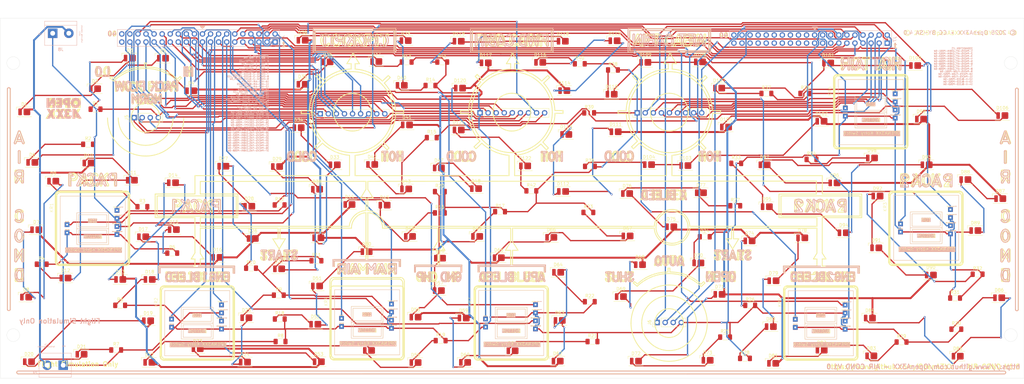
<source format=kicad_pcb>
(kicad_pcb (version 20241229) (generator "pcbnew") (generator_version "9.0")
  (layers (0 "F.Cu" signal) (2 "B.Cu" signal) (13 "F.Paste" user) (15 "B.Paste" user) (5 "F.SilkS" user "F.Silkscreen") (7 "B.SilkS" user "B.Silkscreen") (1 "F.Mask" user) (3 "B.Mask" user) (25 "Edge.Cuts" user))
  (net 0 "")
  (net 1 "Net-(J1-Pin_32)")
  (net 2 "Net-(J1-Pin_22)")
  (net 3 "Net-(J1-Pin_21)")
  (net 4 "Net-(J1-Pin_1)")
  (net 5 "Net-(J1-Pin_19)")
  (net 6 "Net-(J1-Pin_16)")
  (net 7 "Net-(J1-Pin_18)")
  (net 8 "Net-(J1-Pin_30)")
  (net 10 "Net-(J1-Pin_24)")
  (net 11 "Net-(J1-Pin_15)")
  (net 12 "Net-(J1-Pin_36)")
  (net 13 "Net-(J1-Pin_17)")
  (net 14 "Net-(J1-Pin_33)")
  (net 15 "Net-(J1-Pin_8)")
  (net 16 "Net-(J1-Pin_34)")
  (net 17 "Net-(J1-Pin_28)")
  (net 18 "Net-(J1-Pin_35)")
  (net 19 "Net-(J1-Pin_20)")
  (net 20 "Net-(J1-Pin_9)")
  (net 21 "Net-(J1-Pin_29)")
  (net 22 "Net-(J1-Pin_25)")
  (net 23 "Net-(J1-Pin_2)")
  (net 24 "Net-(J1-Pin_12)")
  (net 25 "Net-(J1-Pin_3)")
  (net 27 "Net-(J1-Pin_14)")
  (net 29 "Net-(J1-Pin_37)")
  (net 30 "Net-(J1-Pin_5)")
  (net 31 "Net-(J1-Pin_10)")
  (net 32 "Net-(J1-Pin_23)")
  (net 33 "Net-(J1-Pin_6)")
  (net 34 "Net-(J1-Pin_11)")
  (net 35 "Net-(J1-Pin_27)")
  (net 36 "Net-(J1-Pin_26)")
  (net 37 "Net-(J1-Pin_7)")
  (net 38 "Net-(J1-Pin_4)")
  (net 39 "Net-(J1-Pin_13)")
  (net 40 "Net-(J1-Pin_31)")
  (net 41 "GND")
  (net 42 "Net-(J4-Pin_5)")
  (net 43 "Net-(J4-Pin_7)")
  (net 44 "Net-(J4-Pin_6)")
  (net 45 "Net-(J4-Pin_9)")
  (net 46 "Net-(J4-Pin_3)")
  (net 47 "Net-(J4-Pin_2)")
  (net 48 "Net-(J4-Pin_4)")
  (net 49 "Net-(J4-Pin_8)")
  (net 50 "Net-(J5-Pin_1)")
  (net 51 "Net-(J5-Pin_3)")
  (net 52 "Net-(J5-Pin_2)")
  (net 53 "Net-(J6-Pin_3)")
  (net 54 "Net-(J6-Pin_2)")
  (net 55 "Net-(J6-Pin_1)")
  (net 82 "+12V")
  (net 83 "Net-(D1-K)")
  (net 84 "Net-(D2-K)")
  (net 85 "Net-(D3-K)")
  (net 86 "Net-(D4-K)")
  (net 87 "Net-(D5-K)")
  (net 88 "Net-(D6-K)")
  (net 89 "Net-(D7-K)")
  (net 90 "Net-(D8-K)")
  (net 91 "Net-(D9-K)")
  (net 92 "Net-(D10-K)")
  (net 93 "Net-(D11-K)")
  (net 94 "Net-(D12-K)")
  (net 95 "Net-(D13-K)")
  (net 96 "Net-(D14-K)")
  (net 97 "Net-(D15-K)")
  (net 98 "Net-(D16-K)")
  (net 99 "Net-(D17-K)")
  (net 100 "Net-(D18-K)")
  (net 101 "Net-(D19-K)")
  (net 102 "Net-(D20-K)")
  (net 103 "Net-(D21-K)")
  (net 104 "Net-(D22-K)")
  (net 105 "Net-(D23-K)")
  (net 106 "Net-(D24-K)")
  (net 107 "Net-(D25-K)")
  (net 108 "Net-(D26-K)")
  (net 109 "Net-(D27-K)")
  (net 110 "Net-(D28-K)")
  (net 111 "Net-(D29-K)")
  (net 112 "Net-(D30-K)")
  (net 113 "Net-(D31-K)")
  (net 114 "Net-(D32-K)")
  (net 115 "Net-(D33-K)")
  (net 116 "Net-(D34-K)")
  (net 117 "Net-(D35-K)")
  (net 118 "Net-(D36-K)")
  (net 119 "Net-(D37-K)")
  (net 120 "Net-(D38-K)")
  (net 121 "Net-(D39-K)")
  (net 122 "Net-(D40-K)")
  (net 123 "Net-(D41-K)")
  (net 124 "Net-(D42-K)")
  (net 125 "Net-(D43-K)")
  (net 126 "Net-(D44-K)")
  (net 127 "Net-(D45-K)")
  (net 128 "Net-(D46-K)")
  (net 129 "Net-(D47-K)")
  (net 130 "Net-(D48-K)")
  (net 131 "Net-(D49-K)")
  (net 132 "Net-(D50-K)")
  (net 133 "Net-(D51-K)")
  (net 134 "Net-(D52-K)")
  (net 135 "Net-(D53-K)")
  (net 136 "Net-(D54-K)")
  (net 137 "Net-(D55-K)")
  (net 138 "Net-(D56-K)")
  (net 139 "Net-(D57-K)")
  (net 140 "Net-(D58-K)")
  (net 141 "Net-(D59-K)")
  (net 142 "Net-(D60-K)")
  (net 143 "Net-(D61-K)")
  (net 144 "Net-(D62-K)")
  (net 145 "Net-(D63-K)")
  (net 146 "Net-(D64-K)")
  (net 147 "Net-(D65-K)")
  (net 148 "Net-(D66-K)")
  (net 149 "Net-(D67-K)")
  (net 150 "Net-(D68-K)")
  (net 151 "Net-(D69-K)")
  (net 152 "Net-(D70-K)")
  (net 153 "Net-(D71-K)")
  (net 154 "Net-(D72-K)")
  (net 155 "Net-(D73-K)")
  (net 156 "Net-(D74-K)")
  (net 157 "Net-(D75-K)")
  (net 158 "Net-(D76-K)")
  (net 159 "Net-(D77-K)")
  (net 160 "Net-(D78-K)")
  (net 161 "Net-(D79-K)")
  (net 162 "Net-(D80-K)")
  (net 163 "Net-(D81-K)")
  (net 164 "Net-(D82-K)")
  (net 165 "Net-(D83-K)")
  (net 166 "Net-(D84-K)")
  (net 167 "Net-(D85-K)")
  (net 168 "Net-(D86-K)")
  (net 169 "Net-(D87-K)")
  (net 170 "Net-(D88-K)")
  (net 171 "Net-(D89-K)")
  (net 172 "Net-(D90-K)")
  (net 173 "Net-(D91-K)")
  (net 174 "Net-(D92-K)")
  (net 175 "Net-(D93-K)")
  (net 176 "Net-(D94-K)")
  (net 177 "Net-(D95-K)")
  (net 178 "Net-(D96-K)")
  (net 179 "Net-(D97-K)")
  (net 180 "Net-(D98-K)")
  (net 181 "Net-(D100-A)")
  (net 182 "Net-(D100-K)")
  (net 183 "Net-(D101-K)")
  (net 184 "Net-(D102-K)")
  (net 185 "Net-(D103-K)")
  (net 186 "Net-(D104-K)")
  (net 187 "Net-(D105-K)")
  (net 188 "Net-(D106-K)")
  (net 189 "Net-(D107-K)")
  (net 190 "Net-(D108-K)")
  (net 191 "Net-(D109-K)")
  (net 192 "Net-(D110-K)")
  (net 193 "Net-(D111-K)")
  (net 194 "Net-(D112-K)")
  (net 195 "Net-(D113-K)")
  (net 196 "Net-(D114-K)")
  (net 197 "Net-(D115-K)")
  (net 198 "Net-(D116-K)")
  (net 199 "Net-(D117-K)")
  (net 200 "Net-(D118-K)")
  (net 201 "Net-(D119-K)")
  (net 202 "Net-(D120-K)")
  (net 203 "Net-(D121-K)")
  (net 204 "Net-(D122-K)")
  (footprint "OpenA3XX:LED_Everlight-SMD3528_3.5x2.8mm_67-21ST" (layer "F.Cu") (at 81.85 104.45)
    (property "Reference" "D2")
    (property "Value" "LED")
  )
  (footprint "OpenA3XX:LED_Everlight-SMD3528_3.5x2.8mm_67-21ST" (layer "F.Cu") (at 152.3 190.4)
    (property "Reference" "D53")
    (property "Value" "LED")
  )
  (footprint "OpenA3XX:LED_Everlight-SMD3528_3.5x2.8mm_67-21ST" (layer "F.Cu") (at 201.8 135.9)
    (property "Reference" "D48")
    (property "Value" "LED")
  )
  (footprint "Resistor_SMD:R_1206_3216Metric_Pad1.30x1.75mm_HandSolder" (layer "F.Cu") (at 65.05 159.7)
    (property "Reference" "R4")
    (property "Value" "220R")
  )
  (footprint "Resistor_SMD:R_1206_3216Metric_Pad1.30x1.75mm_HandSolder" (layer "F.Cu") (at 293.2 105.95)
    (property "Reference" "R37")
    (property "Value" "220R")
  )
  (footprint "OpenA3XX:LED_Everlight-SMD3528_3.5x2.8mm_67-21ST" (layer "F.Cu") (at 197.9 176.65)
    (property "Reference" "D59")
    (property "Value" "LED")
  )
  (footprint "OpenA3XX:LED_Everlight-SMD3528_3.5x2.8mm_67-21ST" (layer "F.Cu") (at 325.79 176.65)
    (property "Reference" "D84")
    (property "Value" "LED")
  )
  (footprint "OpenA3XX:LED_Everlight-SMD3528_3.5x2.8mm_67-21ST" (layer "F.Cu") (at 278.34 104.25)
    (property "Reference" "D107")
    (property "Value" "LED")
  )
  (footprint "Resistor_SMD:R_1206_3216Metric_Pad1.30x1.75mm_HandSolder" (layer "F.Cu") (at 139.7 169.45)
    (property "Reference" "R9")
    (property "Value" "220R")
  )
  (footprint "OpenA3XX:LED_Everlight-SMD3528_3.5x2.8mm_67-21ST" (layer "F.Cu") (at 202.15 150.95)
    (property "Reference" "D49")
    (property "Value" "LED")
  )
  (footprint "OpenA3XX:LED_Everlight-SMD3528_3.5x2.8mm_67-21ST" (layer "F.Cu") (at 267.7 128.65)
    (property "Reference" "D103")
    (property "Value" "LED")
  )
  (footprint "OpenA3XX:LED_Everlight-SMD3528_3.5x2.8mm_67-21ST" (layer "F.Cu") (at 367.5 112.9)
    (property "Reference" "D106")
    (property "Value" "LED")
  )
  (footprint "Resistor_SMD:R_1206_3216Metric_Pad1.30x1.75mm_HandSolder" (layer "F.Cu") (at 190.65 183.75)
    (property "Reference" "R19")
    (property "Value" "220R")
  )
  (footprint "Resistor_SMD:R_1206_3216Metric_Pad1.30x1.75mm_HandSolder" (layer "F.Cu") (at 187.85 119.85)
    (property "Reference" "R15")
    (property "Value" "220R")
  )
  (footprint "OpenA3XX:LED_Everlight-SMD3528_3.5x2.8mm_67-21ST" (layer "F.Cu") (at 93.45 133.25)
    (property "Reference" "D11")
    (property "Value" "LED")
  )
  (footprint "Resistor_SMD:R_1206_3216Metric_Pad1.30x1.75mm_HandSolder" (layer "F.Cu") (at 286.45 189.35)
    (property "Reference" "R28")
    (property "Value" "220R")
  )
  (footprint "OpenA3XX:Korry Switch" (layer "F.Cu") (at 333.25 138)
    (property "Reference" "KR3")
    (property "Value" "~")
  )
  (footprint "OpenA3XX:LED_Everlight-SMD3528_3.5x2.8mm_67-21ST" (layer "F.Cu") (at 170.4 95.9)
    (property "Reference" "D37")
    (property "Value" "LED")
  )
  (footprint "Resistor_SMD:R_1206_3216Metric_Pad1.30x1.75mm_HandSolder" (layer "F.Cu") (at 352.6 170.35)
    (property "Reference" "R31")
    (property "Value" "220R")
  )
  (footprint "Resistor_SMD:R_1206_3216Metric_Pad1.30x1.75mm_HandSolder" (layer "F.Cu") (at 280.2 182.65)
    (property "Reference" "R25")
    (property "Value" "220R")
  )
  (footprint "Resistor_SMD:R_1206_3216Metric_Pad1.30x1.75mm_HandSolder" (layer "F.Cu") (at 305.45 105.95)
    (property "Reference" "R35")
    (property "Value" "220R")
  )
  (footprint "OpenA3XX:LED_Everlight-SMD3528_3.5x2.8mm_67-21ST" (layer "F.Cu") (at 304.5 151.4)
    (property "Reference" "D78")
    (property "Value" "LED")
  )
  (footprint "OpenA3XX:LED_Everlight-SMD3528_3.5x2.8mm_67-21ST" (layer "F.Cu") (at 98.55 177.5)
    (property "Reference" "D19")
    (property "Value" "LED")
  )
  (footprint "OpenA3XX:LED_Everlight-SMD3528_3.5x2.8mm_67-21ST" (layer "F.Cu") (at 293.34 141.6)
    (property "Reference" "D95")
    (property "Value" "LED")
  )
  (footprint "OpenA3XX:LED_Everlight-SMD3528_3.5x2.8mm_67-21ST" (layer "F.Cu") (at 130.4 141.45)
    (property "Reference" "D28")
    (property "Value" "LED")
  )
  (footprint "OpenA3XX:LED_Everlight-SMD3528_3.5x2.8mm_67-21ST" (layer "F.Cu") (at 106.39 134.05)
    (property "Reference" "D14")
    (property "Value" "LED")
  )
  (footprint "OpenA3XX:Korry Switch" (layer "F.Cu") (at 300.1 168.05)
    (property "Reference" "KR5")
    (property "Value" "~")
  )
  (footprint "OpenA3XX:LED_Everlight-SMD3528_3.5x2.8mm_67-21ST" (layer "F.Cu") (at 131.5 151.6)
    (property "Reference" "D26")
    (property "Value" "LED")
  )
  (footprint "Resistor_SMD:R_1206_3216Metric_Pad1.30x1.75mm_HandSolder" (layer "F.Cu") (at 96.75 141.6)
    (property "Reference" "R3")
    (property "Value" "220R")
  )
  (footprint "OpenA3XX:LED_Everlight-SMD3528_3.5x2.8mm_67-21ST" (layer "F.Cu") (at 326.24 188.55)
    (property "Reference" "D83")
    (property "Value" "LED")
  )
  (footprint "OpenA3XX:LED_Everlight-SMD3528_3.5x2.8mm_67-21ST" (layer "F.Cu") (at 229.19 136.8)
    (property "Reference" "D112")
    (property "Value" "LED")
  )
  (footprint "OpenA3XX:LED_Everlight-SMD3528_3.5x2.8mm_67-21ST" (layer "F.Cu") (at 168.1 186.85)
    (property "Reference" "D54")
    (property "Value" "LED")
  )
  (footprint "OpenA3XX:LED_Everlight-SMD3528_3.5x2.8mm_67-21ST" (layer "F.Cu") (at 167.35 155.75)
    (property "Reference" "D50")
    (property "Value" "LED")
  )
  (footprint "OpenA3XX:LED_Everlight-SMD3528_3.5x2.8mm_67-21ST" (layer "F.Cu") (at 92.8 94.8)
    (property "Reference" "D3")
    (property "Value" "LED")
  )
  (footprint "OpenA3XX:LED_Everlight-SMD3528_3.5x2.8mm_67-21ST" (layer "F.Cu") (at 129.5 176.55)
    (property "Reference" "D25")
    (property "Value" "LED")
  )
  (footprint "OpenA3XX:LED_Everlight-SMD3528_3.5x2.8mm_67-21ST" (layer "F.Cu") (at 157.3 128.4)
    (property "Reference" "D33")
    (property "Value" "LED")
  )
  (footprint "OpenA3XX:LED_Everlight-SMD3528_3.5x2.8mm_67-21ST" (layer "F.Cu") (at 196.34 89.5)
    (property "Reference" "D119")
    (property "Value" "LED")
  )
  (footprint "OpenA3XX:LED_Everlight-SMD3528_3.5x2.8mm_67-21ST" (layer "F.Cu") (at 252.14 190.2)
    (property "Reference" "D72")
    (property "Value" "LED")
  )
  (footprint "Resistor_SMD:R_1206_3216Metric_Pad1.30x1.75mm_HandSolder" (layer "F.Cu") (at 237.65 128.9)
    (property "Reference" "R36")
    (property "Value" "220R")
  )
  (footprint "OpenA3XX:LED_Everlight-SMD3528_3.5x2.8mm_67-21ST" (layer "F.Cu") (at 97 151.05)
    (property "Reference" "D17")
    (property "Value" "LED")
  )
  (footprint "OpenA3XX:LED_Everlight-SMD3528_3.5x2.8mm_67-21ST" (layer "F.Cu") (at 190.1 129.4)
    (property "Reference" "D47")
    (property "Value" "LED")
  )
  (footprint "OpenA3XX:LED_Everlight-SMD3528_3.5x2.8mm_67-21ST" (layer "F.Cu") (at 295.44 164.9)
    (property "Reference" "D79")
    (property "Value" "LED")
  )
  (footprint "Connector_PinHeader_2.54mm:PinHeader_1x04_P2.54mm_Vertical" (layer "F.Cu") (at 94.15 113.55 90)
    (property "Reference" "J5")
    (property "Value" "Conn_01x04_Pin")
  )
  (footprint "OpenA3XX:LED_Everlight-SMD3528_3.5x2.8mm_67-21ST" (layer "F.Cu") (at 217.25 128.75)
    (property "Reference" "D122")
    (property "Value" "LED")
  )
  (footprint "OpenA3XX:LED_Everlight-SMD3528_3.5x2.8mm_67-21ST" (layer "F.Cu") (at 204.85 96.3)
    (property "Reference" "D117")
    (property "Value" "LED")
  )
  (footprint "OpenA3XX:LED_Everlight-SMD3528_3.5x2.8mm_67-21ST" (layer "F.Cu") (at 103.24 94.85)
    (property "Reference" "D5")
    (property "Value" "LED")
  )
  (footprint "Resistor_SMD:R_1206_3216Metric_Pad1.30x1.75mm_HandSolder" (layer "F.Cu") (at 359.7 162.85)
    (property "Reference" "R32")
    (property "Value" "220R")
  )
  (footprint "OpenA3XX:LED_Everlight-SMD3528_3.5x2.8mm_67-21ST" (layer "F.Cu") (at 179.8 136)
    (property "Reference" "D43")
    (property "Value" "LED")
  )
  (footprint "OpenA3XX:LED_Everlight-SMD3528_3.5x2.8mm_67-21ST" (layer "F.Cu") (at 294.6 179.35)
    (property "Reference" "D80")
    (property "Value" "LED")
  )
  (footprint "Resistor_SMD:R_1206_3216Metric_Pad1.30x1.75mm_HandSolder" (layer "F.Cu") (at 219.2 136.6)
    (property "Reference" "R42")
    (property "Value" "220R")
  )
  (footprint "OpenA3XX:LED_Everlight-SMD3528_3.5x2.8mm_67-21ST" (layer "F.Cu") (at 155.04 96)
    (property "Reference" "D36")
    (property "Value" "LED")
  )
  (footprint "OpenA3XX:LED_Everlight-SMD3528_3.5x2.8mm_67-21ST" (layer "F.Cu") (at 112.14 105.1)
    (property "Reference" "D4")
    (property "Value" "LED")
  )
  (footprint "Resistor_SMD:R_1206_3216Metric_Pad1.30x1.75mm_HandSolder" (layer "F.Cu") (at 187.45 103.45)
    (property "Reference" "R14")
    (property "Value" "220R")
  )
  (footprint "OpenA3XX:LED_Everlight-SMD3528_3.5x2.8mm_67-21ST" (layer "F.Cu") (at 366.84 139.05)
    (property "Reference" "D87")
    (property "Value" "LED")
  )
  (footprint "OpenA3XX:LED_Everlight-SMD3528_3.5x2.8mm_67-21ST" (layer "F.Cu") (at 287.9 152.35)
    (property "Reference" "D74")
    (property "Value" "LED")
  )
  (footprint "Resistor_SMD:R_1206_3216Metric_Pad1.30x1.75mm_HandSolder" (layer "F.Cu") (at 335.75 184.2)
    (property "Reference" "R29")
    (property "Value" "220R")
  )
  (footprint "OpenA3XX:LED_Everlight-SMD3528_3.5x2.8mm_67-21ST" (layer "F.Cu") (at 98.95 190.6)
    (property "Reference" "D22")
    (property "Value" "LED")
  )
  (footprint "OpenA3XX:LED_Everlight-SMD3528_3.5x2.8mm_67-21ST" (layer "F.Cu") (at 247.4 169.9)
    (property "Reference" "D69")
    (property "Value" "LED")
  )
  (footprint "Resistor_SMD:R_1206_3216Metric_Pad1.30x1.75mm_HandSolder" (layer "F.Cu") (at 234.45 96.6)
    (property "Reference" "R40")
    (property "Value" "220R")
  )
  (footprint "OpenA3XX:LED_Everlight-SMD3528_3.5x2.8mm_67-21ST" (layer "F.Cu") (at 328.19 138.25)
    (property "Reference" "D92")
    (property "Value" "LED")
  )
  (footprint "Resistor_SMD:R_1206_3216Metric_Pad1.30x1.75mm_HandSolder" (layer "F.Cu") (at 82 110.9)
    (property "Reference" "R1")
    (property "Value" "220R")
  )
  (footprint "OpenA3XX:LED_Everlight-SMD3528_3.5x2.8mm_67-21ST" (layer "F.Cu") (at 145.94 116.7)
    (property "Reference" "D34")
    (property "Value" "LED")
  )
  (footprint "OpenA3XX:LED_Everlight-SMD3528_3.5x2.8mm_67-21ST" (layer "F.Cu") (at 60.15 170.05)
    (property "Reference" "D8")
    (property "Value" "LED")
  )
  (footprint "OpenA3XX:LED_Everlight-SMD3528_3.5x2.8mm_67-21ST" (layer "F.Cu") (at 310.6 186.75)
    (property "Reference" "D82")
    (property "Value" "LED")
  )
  (footprint "Resistor_SMD:R_1206_3216Metric_Pad1.30x1.75mm_HandSolder" (layer "F.Cu") (at 273.8 151.05)
    (property "Reference" "R24")
    (property "Value" "220R")
  )
  (footprint "OpenA3XX:LED_Everlight-SMD3528_3.5x2.8mm_67-21ST" (layer "F.Cu") (at 79.8 127.85)
    (property "Reference" "D10")
    (property "Value" "LED")
  )
  (footprint "OpenA3XX:LED_Everlight-SMD3528_3.5x2.8mm_67-21ST" (layer "F.Cu") (at 89.79 164.5)
    (property "Reference" "D13")
    (property "Value" "LED")
  )
  (footprint "OpenA3XX:LED_Everlight-SMD3528_3.5x2.8mm_67-21ST" (layer "F.Cu") (at 355.85 133.05)
    (property "Reference" "D88")
    (property "Value" "LED")
  )
  (footprint "OpenA3XX:LED_Everlight-SMD3528_3.5x2.8mm_67-21ST" (layer "F.Cu") (at 139.15 128.95)
    (property "Reference" "D29")
    (property "Value" "LED")
  )
  (footprint "Resistor_SMD:R_1206_3216Metric_Pad1.30x1.75mm_HandSolder" (layer "F.Cu") (at 209.35 143.15)
    (property "Reference" "R17")
    (property "Value" "220R")
  )
  (footprint "Resistor_SMD:R_1206_3216Metric_Pad1.30x1.75mm_HandSolder" (layer "F.Cu") (at 283.4 141.3)
    (property "Reference" "R27")
    (property "Value" "220R")
  )
  (footprint "OpenA3XX:LED_Everlight-SMD3528_3.5x2.8mm_67-21ST" (layer "F.Cu") (at 340.04 97.15)
    (property "Reference" "D100")
    (property "Value" "LED")
  )
  (footprint "OpenA3XX:LED_Everlight-SMD3528_3.5x2.8mm_67-21ST" (layer "F.Cu") (at 278.45 169.2)
    (property "Reference" "D71")
    (property "Value" "LED")
  )
  (footprint "OpenA3XX:LED_Everlight-SMD3528_3.5x2.8mm_67-21ST" (layer "F.Cu") (at 249.35 137.45)
    (property "Reference" "D76")
    (property "Value" "LED")
  )
  (footprint "OpenA3XX:LED_Everlight-SMD3528_3.5x2.8mm_67-21ST" (layer "F.Cu") (at 114.15 186.3)
    (property "Reference" "D23")
    (property "Value" "LED")
  )
  (footprint "OpenA3XX:LED_Everlight-SMD3528_3.5x2.8mm_67-21ST" (layer "F.Cu") (at 292.64 128.4)
    (property "Reference" "D97")
    (property "Value" "LED")
  )
  (footprint "OpenA3XX:LED_Everlight-SMD3528_3.5x2.8mm_67-21ST" (layer "F.Cu") (at 72.55 164.05)
    (property "Reference" "D12")
    (property "Value" "LED")
  )
  (footprint "OpenA3XX:LED_Everlight-SMD3528_3.5x2.8mm_67-21ST" (layer "F.Cu") (at 244.49 106.2)
    (property "Reference" "D110")
    (property "Value" "LED")
  )
  (footprint "OpenA3XX:LED_Everlight-SMD3528_3.5x2.8mm_67-21ST" (layer "F.Cu") (at 341.9 114)
    (property "Reference" "D99")
    (property "Value" "LED")
  )
  (footprint "Resistor_SMD:R_1206_3216Metric_Pad1.30x1.75mm_HandSolder" (layer "F.Cu") (at 237.4 112.05)
    (property "Reference" "R39")
    (property "Value" "220R")
  )
  (footprint "Resistor_SMD:R_1206_3216Metric_Pad1.30x1.75mm_HandSolder" (layer "F.Cu") (at 237.6 171.5)
    (property "Reference" "R22")
    (property "Value" "220R")
  )
  (footprint "OpenA3XX:LED_Everlight-SMD3528_3.5x2.8mm_67-21ST" (layer "F.Cu") (at 229.1 89.5)
    (property "Reference" "D118")
    (property "Value" "LED")
  )
  (footprint "OpenA3XX:LED_Everlight-SMD3528_3.5x2.8mm_67-21ST" (layer "F.Cu") (at 312.65 96.35)
    (property "Reference" "D101")
    (property "Value" "LED")
  )
  (footprint "OpenA3XX:LED_Everlight-SMD3528_3.5x2.8mm_67-21ST" (layer "F.Cu") (at 317.55 149.8)
    (property "Reference" "D94")
    (property "Value" "LED")
  )
  (footprint "OpenA3XX:LED_Everlight-SMD3528_3.5x2.8mm_67-21ST" (layer "F.Cu") (at 179.64 89.3)
    (property "Reference" "D39")
    (property "Value" "LED")
  )
  (footprint "Resistor_SMD:R_1206_3216Metric_Pad1.30x1.75mm_HandSolder" (layer "F.Cu") (at 191.15 96.05)
    (property "Reference" "R41")
    (property "Value" "220R")
  )
  (footprint "Resistor_SMD:R_1206_3216Metric_Pad1.30x1.75mm_HandSolder" (layer "F.Cu") (at 288.1 172.65)
    (property "Reference" "R26")
    (property "Value" "220R")
  )
  (footprint "OpenA3XX:OpenA3XXLogoSmall" (layer "F.Cu") (at 71.85 110.55)
    (property "Reference" "top" (hide yes))
    (property "Value" "LOGO" (hide yes))
  )
  (footprint "OpenA3XX:LED_Everlight-SMD3528_3.5x2.8mm_67-21ST" (layer "F.Cu") (at 208.95 157.65)
    (property "Reference" "D65")
    (property "Value" "LED")
  )
  (footprint "OpenA3XX:LED_Everlight-SMD3528_3.5x2.8mm_67-21ST" (layer "F.Cu") (at 173 141.1)
    (property "Reference" "D45")
    (property "Value" "LED")
  )
  (footprint "Resistor_SMD:R_1206_3216Metric_Pad1.30x1.75mm_HandSolder" (layer "F.Cu") (at 307.4 126.7)
    (property "Reference" "R34")
    (property "Value" "220R")
  )
  (footprint "Resistor_SMD:R_1206_3216Metric_Pad1.30x1.75mm_HandSolder" (layer "F.Cu") (at 140 176.95)
    (property "Reference" "R18")
    (property "Value" "220R")
  )
  (footprint "OpenA3XX:LED_Everlight-SMD3528_3.5x2.8mm_67-21ST" (layer "F.Cu") (at 151.75 166.55)
    (property "Reference" "D51")
    (property "Value" "LED")
  )
  (footprint "OpenA3XX:LED_Everlight-SMD3528_3.5x2.8mm_67-21ST" (layer "F.Cu") (at 314.64 134.1)
    (property "Reference" "D96")
    (property "Value" "LED")
  )
  (footprint "OpenA3XX:LED_Everlight-SMD3528_3.5x2.8mm_67-21ST" (layer "F.Cu") (at 122.25 128.85)
    (property "Reference" "D27")
    (property "Value" "LED")
  )
  (footprint "OpenA3XX:LED_Everlight-SMD3528_3.5x2.8mm_67-21ST" (layer "F.Cu") (at 249.5 150.8)
    (property "Reference" "D67")
    (property "Value" "LED")
  )
  (footprint "OpenA3XX:LED_Everlight-SMD3528_3.5x2.8mm_67-21ST" (layer "F.Cu") (at 310.55 114.7)
    (property "Reference" "D102")
    (property "Value" "LED")
  )
  (footprint "OpenA3XX:LED_Everlight-SMD3528_3.5x2.8mm_67-21ST" (layer "F.Cu") (at 366.5 170.25)
    (property "Reference" "D86")
    (property "Value" "LED")
  )
  (footprint "OpenA3XX:LED_Everlight-SMD3528_3.5x2.8mm_67-21ST" (layer "F.Cu") (at 196.34 117.45)
    (property "Reference" "D121")
    (property "Value" "LED")
  )
  (footprint "OpenA3XX:LED_Everlight-SMD3528_3.5x2.8mm_67-21ST" (layer "F.Cu") (at 196.74 104.25)
    (property "Reference" "D120")
    (property "Value" "LED")
  )
  (footprint "OpenA3XX:LED_Everlight-SMD3528_3.5x2.8mm_67-21ST" (layer "F.Cu") (at 253.4 159.85)
    (property "Reference" "D68")
    (property "Value" "LED")
  )
  (footprint "OpenA3XX:LED_Everlight-SMD3528_3.5x2.8mm_67-21ST" (layer "F.Cu") (at 147.2 89.2)
    (property "Reference" "D38")
    (property "Value" "LED")
  )
  (footprint "OpenA3XX:LED_Everlight-SMD3528_3.5x2.8mm_67-21ST" (layer "F.Cu") (at 161.95 140.9)
    (property "Reference" "D44")
    (property "Value" "LED")
  )
  (footprint "OpenA3XX:LED_Everlight-SMD3528_3.5x2.8mm_67-21ST" (layer "F.Cu") (at 222 96.15)
    (property "Reference" "D116")
    (property "Value" "LED")
  )
  (footprint "OpenA3XX:LED_Everlight-SMD3528_3.5x2.8mm_67-21ST" (layer "F.Cu") (at 190.45 157.8)
    (property "Reference" "D58")
    (property "Value" "LED")
  )
  (footprint "OpenA3XX:LED_Everlight-SMD3528_3.5x2.8mm_67-21ST" (layer "F.Cu") (at 198.35 190.6)
    (property "Reference" "D60")
    (property "Value" "LED")
  )
  (footprint "OpenA3XX:LED_Everlight-SMD3528_3.5x2.8mm_67-21ST" (layer "F.Cu") (at 178.4 103.4)
    (property "Reference" "D40")
    (property "Value" "LED")
  )
  (footprint "Resistor_SMD:R_1206_3216Metric_Pad1.30x1.75mm_HandSolder" (layer "F.Cu") (at 237.15 143.4)
    (property "Reference" "R23")
    (property "Value" "220R")
  )
  (footprint "OpenA3XX:Korry Switch" (layer "F.Cu") (at 315.85 101.55)
    (property "Reference" "KR6")
    (property "Value" "~")
  )
  (footprint "Connector_PinHeader_2.54mm:PinHeader_1x09_P2.54mm_Vertical" (layer "F.Cu") (at 203.06 112.05 90)
    (property "Reference" "J3")
    (property "Value" "Conn_01x09_Pin")
  )
  (footprint "OpenA3XX:LED_Everlight-SMD3528_3.5x2.8mm_67-21ST" (layer "F.Cu") (at 255.09 96.15)
    (property "Reference" "D109")
    (property "Value" "LED")
  )
  (footprint "OpenA3XX:LED_Everlight-SMD3528_3.5x2.8mm_67-21ST" (layer "F.Cu") (at 182.75 190.65)
    (property "Reference" "D55")
    (property "Value" "LED")
  )
  (footprint "OpenA3XX:LED_Everlight-SMD3528_3.5x2.8mm_67-21ST" (layer "F.Cu") (at 147.2 103.05)
    (property "Reference" "D35")
    (property "Value" "LED")
  )
  (footprint "Resistor_SMD:R_1206_3216Metric_Pad1.30x1.75mm_HandSolder" (layer "F.Cu") (at 283.7 127.95)
    (property "Reference" "R33")
    (property "Value" "220R")
  )
  (footprint "OpenA3XX:Korry Switch" (layer "F.Cu") (at 202.6 167.95)
    (property "Reference" "KR7")
    (property "Value" "~")
  )
  (footprint "OpenA3XX:LED_Everlight-SMD3528_3.5x2.8mm_67-21ST" (layer "F.Cu") (at 327.8 154.55)
    (property "Reference" "D91")
    (property "Value" "LED")
  )
  (footprint "OpenA3XX:LED_Everlight-SMD3528_3.5x2.8mm_67-21ST" (layer "F.Cu") (at 129.04 190.5)
    (property "Reference" "D24")
    (property "Value" "LED")
  )
  (footprint "OpenA3XX:LED_Everlight-SMD3528_3.5x2.8mm_67-21ST" (layer "F.Cu") (at 343.65 128.4)
    (property "Reference" "D93")
    (property "Value" "LED")
  )
  (footprint "OpenA3XX:LED_Everlight-SMD3528_3.5x2.8mm_67-21ST" (layer "F.Cu") (at 190.09 168)
    (property "Reference" "D57")
    (property "Value" "LED")
  )
  (footprint "Connector_PinHeader_2.54mm:PinHeader_1x04_P2.54mm_Vertical" (layer "F.Cu") (at 258.79 178.05 90)
    (property "Reference" "J6")
    (property "Value" "Conn_01x04_Pin")
  )
  (footprint "OpenA3XX:LED_Everlight-SMD3528_3.5x2.8mm_67-21ST" (layer "F.Cu") (at 353.44 188.65)
    (property "Reference" "D85")
    (property "Value" "LED")
  )
  (footprint "Resistor_SMD:R_1206_3216Metric_Pad1.30x1.75mm_HandSolder" (layer "F.Cu") (at 88.5 186.7)
    (property "Reference" "R7")
    (property "Value" "220R")
  )
  (footprint "OpenA3XX:LED_Everlight-SMD3528_3.5x2.8mm_67-21ST" (layer "F.Cu") (at 169.1 128.3)
    (property "Reference" "D42")
    (property "Value" "LED")
  )
  (footprint "OpenA3XX:Korry Switch" (layer "F.Cu") (at 157.25 167.75)
    (property "Reference" "KR4")
    (property "Value" "~")
  )
  (footprint "OpenA3XX:LED_Everlight-SMD3528_3.5x2.8mm_67-21ST" (layer "F.Cu") (at 359 149.1)
    (property "Reference" "D89")
    (property "Value" "LED")
  )
  (footprint "OpenA3XX:LED_Everlight-SMD3528_3.5x2.8mm_67-21ST" (layer "F.Cu") (at 181 150.95)
    (property "Reference" "D46")
    (property "Value" "LED")
  )
  (footprint "Resistor_SMD:R_1206_3216Metric_Pad1.30x1.75mm_HandSolder" (layer "F.Cu") (at 130.95 160.95)
    (property "Reference" "R10")
    (property "Value" "220R")
  )
  (footprint "Resistor_SMD:R_1206_3216Metric_Pad1.30x1.75mm_HandSolder" (layer "F.Cu") (at 179.95 96.05)
    (property "Reference" "R13")
    (property "Value" "220R")
  )
  (footprint "Resistor_SMD:R_1206_3216Metric_Pad1.30x1.75mm_HandSolder" (layer "F.Cu") (at 353 180.15)
    (property "Reference" "R30")
    (property "Value" "220R")
  )
  (footprint "Connector_PinHeader_2.54mm:PinHeader_1x09_P2.54mm_Vertical" (layer "F.Cu") (at 252.52 112.05 90)
    (property "Reference" "J4")
    (property "Value" "Conn_01x09_Pin")
  )
  (footprint "OpenA3XX:LED_Everlight-SMD3528_3.5x2.8mm_67-21ST" (layer "F.Cu") (at 152.15 151.4)
    (property "Reference" "D32")
    (property "Value" "LED")
  )
  (footprint "Resistor_SMD:R_1206_3216Metric_Pad1.30x1.75mm_HandSolder" (layer "F.Cu") (at 151.55 158.6)
    (property "Reference" "R11")
    (property "Value" "220R")
  )
  (footprint "OpenA3XX:LED_Everlight-SMD3528_3.5x2.8mm_67-21ST" (layer "F.Cu") (at 182.75 176.35)
    (property "Reference" "D56")
    (property "Value" "LED")
  )
  (footprint "OpenA3XX:LED_Everlight-SMD3528_3.5x2.8mm_67-21ST" (layer "F.Cu") (at 344.99 163.1)
    (property "Reference" "D90")
    (property "Value" "LED")
  )
  (footprint "OpenA3XX:LED_Everlight-SMD3528_3.5x2.8mm_67-21ST" (layer "F.Cu") (at 263.25 147.9)
    (property "Reference" "D75")
    (property "Value" "LED")
  )
  (footprint "OpenA3XX:LED_Everlight-SMD3528_3.5x2.8mm_67-21ST" (layer "F.Cu") (at 225.49 151.25)
    (property "Reference" "D66")
    (property "Value" "LED")
  )
  (footprint "OpenA3XX:LED_Everlight-SMD3528_3.5x2.8mm_67-21ST" (layer "F.Cu") (at 213.3 186.95)
    (property "Reference" "D61")
    (property "Value" "LED")
  )
  (footprint "OpenA3XX:LED_Everlight-SMD3528_3.5x2.8mm_67-21ST" (layer "F.Cu") (at 62.1 127.65)
    (property "Reference" "D6")
    (property "Value" "LED")
  )
  (footprint "OpenA3XX:LED_Everlight-SMD3528_3.5x2.8mm_67-21ST" (layer "F.Cu") (at 99.05 164.5)
    (property "Reference" "D18")
    (property "Value" "LED")
  )
  (footprint "OpenA3XX:LED_Everlight-SMD3528_3.5x2.8mm_67-21ST" (layer "F.Cu") (at 227.65 162.25)
    (property "Reference" "D64")
    (property "Value" "LED")
  )
  (footprint "OpenA3XX:LED_Everlight-SMD3528_3.5x2.8mm_67-21ST" (layer "F.Cu") (at 151.75 136.1)
    (property "Reference" "D30")
    (property "Value" "LED")
  )
  (footprint "OpenA3XX:LED_Everlight-SMD3528_3.5x2.8mm_67-21ST" (layer "F.Cu") (at 245.74 118)
    (property "Reference" "D111")
    (property "Value" "LED")
  )
  (footprint "OpenA3XX:LED_Everlight-SMD3528_3.5x2.8mm_67-21ST" (layer "F.Cu") (at 151.2 178.6)
    (property "Reference" "D52")
    (property "Value" "LED")
  )
  (footprint "Resistor_SMD:R_1206_3216Metric_Pad1.30x1.75mm_HandSolder" (layer "F.Cu") (at 79.65 121.95)
    (property "Reference" "R2")
    (property "Value" "220R")
  )
  (footprint "OpenA3XX:LED_Everlight-SMD3528_3.5x2.8mm_67-21ST" (layer "F.Cu") (at 106.65 148.8)
    (property "Reference" "D15")
    (property "Value" "LED")
  )
  (footprint "OpenA3XX:LED_Everlight-SMD3528_3.5x2.8mm_67-21ST" (layer "F.Cu") (at 180.05 115.85)
    (property "Reference" "D41")
    (property "Value" "LED")
  )
  (footprint "OpenA3XX:LED_Everlight-SMD3528_3.5x2.8mm_67-21ST" (layer "F.Cu") (at 120.4 157.55)
    (property "Reference" "D16")
    (property "Value" "LED")
  )
  (footprint "OpenA3XX:LED_Everlight-SMD3528_3.5x2.8mm_67-21ST" (layer "F.Cu") (at 227.5 190.2)
    (property "Reference" "D62")
    (property "Value" "LED")
  )
  (footprint "OpenA3XX:LED_Everlight-SMD3528_3.5x2.8mm_67-21ST" (layer "F.Cu") (at 295.34 190.9)
    (property "Reference" "D81")
    (property "Value" "LED")
  )
  (footprint "Resistor_SMD:R_1206_3216Metric_Pad1.30x1.75mm_HandSolder" (layer "F.Cu") (at 244.9 98.55)
    (property "Reference" "R38")
    (property "Value" "220R")
  )
  (footprint "OpenA3XX:LED_Everlight-SMD3528_3.5x2.8mm_67-21ST" (layer "F.Cu") (at 68.69 133.55)
    (property "Reference" "D9")
    (property "Value" "LED")
  )
  (footprint "OpenA3XX:LED_Everlight-SMD3528_3.5x2.8mm_67-21ST" (layer "F.Cu") (at 63.35 148.85)
    (property "Reference" "D7")
    (property "Value" "LED")
  )
  (footprint "Resistor_SMD:R_1206_3216Metric_Pad1.30x1.75mm_HandSolder" (layer "F.Cu") (at 106.15 156.2)
    (property "Reference" "R5")
    (property "Value" "220R")
  )
  (footprint "OpenA3XX:LED_Everlight-SMD3528_3.5x2.8mm_67-21ST" (layer "F.Cu") (at 228.14 177.4)
    (property "Reference" "D63")
    (property "Value" "LED")
  )
  (footprint "OpenA3XX:LED_Everlight-SMD3528_3.5x2.8mm_67-21ST" (layer "F.Cu") (at 139.8 161.15)
    (property "Reference" "D31")
    (property "Value" "LED")
  )
  (footprint "Resistor_SMD:R_1206_3216Metric_Pad1.30x1.75mm_HandSolder" (layer "F.Cu") (at 190.4 136.85)
    (property "Reference" "R20")
    (property "Value" "220R")
  )
  (footprint "OpenA3XX:Korry Switch" (layer "F.Cu") (at 70.85 138.25)
    (property "Reference" "KR1")
    (property "Value" "~")
  )
  (footprint "OpenA3XX:LED_Everlight-SMD3528_3.5x2.8mm_67-21ST" (layer "F.Cu") (at 280.5 116.5)
    (property "Reference" "D105")
    (property "Value" "LED")
  )
  (footprint "Resistor_SMD:R_1206_3216Metric_Pad1.30x1.75mm_HandSolder" (layer "F.Cu") (at 238.45 184.05)
    (property "Reference" "R21")
    (property "Value" "220R")
  )
  (footprint "OpenA3XX:LED_Everlight-SMD3528_3.5x2.8mm_67-21ST" (layer "F.Cu") (at 326.45 126.25)
    (property "Reference" "D98")
    (property "Value" "LED")
  )
  (footprint "OpenA3XX:LED_Everlight-SMD3528_3.5x2.8mm_67-21ST" (layer "F.Cu") (at 229.59 105.05)
    (property "Reference" "D114")
    (property "Value" "LED")
  )
  (footprint "OpenA3XX:LED_Everlight-SMD3528_3.5x2.8mm_67-21ST" (layer "F.Cu") (at 77.6 188.05)
    (property "Reference" "D21")
    (property "Value" "LED")
  )
  (footprint "OpenA3XX:LED_Everlight-SMD3528_3.5x2.8mm_67-21ST" (layer "F.Cu") (at 256.24 128.35)
    (property "Reference" "D104")
    (property "Value" "LED")
  )
  (footprint "OpenA3XX:LED_Everlight-SMD3528_3.5x2.8mm_67-21ST" (layer "F.Cu") (at 230.2 118.85)
    (property "Reference" "D113")
    (property "Value" "LED")
  )
  (footprint "OpenA3XX:LED_Everlight-SMD3528_3.5x2.8mm_67-21ST" (layer "F.Cu") (at 272.6 137.2)
    (property "Reference" "D77")
    (property "Value" "LED")
  )
  (footprint "Resistor_SMD:R_1206_3216Metric_Pad1.30x1.75mm_HandSolder" (layer "F.Cu") (at 139.95 141.05)
    (property "Reference" "R12")
    (property "Value" "220R")
  )
  (footprint "OpenA3XX:LED_Everlight-SMD3528_3.5x2.8mm_67-21ST" (layer "F.Cu") (at 245.4 89.35)
    (property "Reference" "D115")
    (property "Value" "LED")
  )
  (footprint "Resistor_SMD:R_1206_3216Metric_Pad1.30x1.75mm_HandSolder" (layer "F.Cu") (at 190.4 143.55)
    (property "Reference" "R16")
    (property "Value" "220R")
  )
  (footprint "OpenA3XX:LED_Everlight-SMD3528_3.5x2.8mm_67-21ST" (layer "F.Cu") (at 274.7 189.95)
    (property "Reference" "D73")
    (property "Value" "LED")
  )
  (footprint "OpenA3XX:LED_Everlight-SMD3528_3.5x2.8mm_67-21ST" (layer "F.Cu") (at 272.29 96)
    (property "Reference" "D108")
    (property "Value" "LED")
  )
  (footprint "OpenA3XX:LED_Everlight-SMD3528_3.5x2.8mm_67-21ST" (layer "F.Cu") (at 59.59 111.75)
    (property "Reference" "D1")
    (property "Value" "LED")
  )
  (footprint "OpenA3XX:LED_Everlight-SMD3528_3.5x2.8mm_67-21ST" (layer "F.Cu") (at 271.79 159.3)
    (property "Reference" "D70")
    (property "Value" "LED")
  )
  (footprint "OpenA3XX:LED_Everlight-SMD3528_3.5x2.8mm_67-21ST" (layer "F.Cu") (at 61.05 190.4)
    (property "Reference" "D20")
    (property "Value" "LED")
  )
  (footprint "OpenA3XX:Korry Switch" (layer "F.Cu") (at 103.75 168)
    (property "Reference" "KR2")
    (property "Value" "~")
  )
  (footprint "Resistor_SMD:R_1206_3216Metric_Pad1.30x1.75mm_HandSolder" (layer "F.Cu") (at 89.75 172.65)
    (property "Reference" "R6")
    (property "Value" "220R")
  )
  (footprint "Resistor_SMD:R_1206_3216Metric_Pad1.30x1.75mm_HandSolder" (layer "F.Cu") (at 140.25 184.05)
    (property "Reference" "R8")
    (property "Value" "220R")
  )
  (footprint "Connector_PinHeader_2.54mm:PinHeader_1x09_P2.54mm_Vertical" (layer "F.Cu") (at 152.75 112.35 90)
    (property "Reference" "J2")
    (property "Value" "Conn_01x09_Pin")
  )
  (footprint "Connector_PinHeader_2.54mm:PinHeader_2x20_P2.54mm_Vertical" (layer "B.Cu") (at 138.53 89.75 90)
    (property "Reference" "J1")
    (property "Value" "Conn_02x20_Counter_Clockwise")
  )
  (footprint "OpenA3XX:OpenA3XXLogoSmall" (layer "B.Cu") (at 72.05 110.55 180)
    (property "Reference" "bottom" (hide yes))
    (property "Value" "LOGO" (hide yes))
  )
  (footprint "Connector_PinHeader_2.54mm:PinHeader_2x20_P2.54mm_Vertical" (layer "B.Cu") (at 331.24 90.09 90)
    (property "Reference" "J7")
    (property "Value" "Conn_02x20_Counter_Clockwise")
  )
  (footprint "TerminalBlock:TerminalBlock_bornier-2_P5.08mm" (layer "B.Cu") (at 68.51 87)
    (property "Reference" "J8")
    (property "Value" "Conn_02x01")
  )
  (footprint "TerminalBlock:TerminalBlock_bornier-2_P5.08mm" (layer "B.Cu") (at 71.83 191.5 180)
    (property "Reference" "J9")
    (property "Value" "Conn_02x01")
  )
  (gr_line (start 134.697848 156.386997) (end 134.711131 156.397236) (stroke (width 0.28) (color 51 153 102 1)) (layer "F.SilkS"))
  (gr_line (start 150.645221 124.620823) (end 150.61877 124.603565) (stroke (width 0.28) (color 51 153 102 1)) (layer "F.SilkS"))
  (gr_curve (pts (xy 196.617251 163.719364) (xy 196.485782 163.814785) (xy 196.335864 163.868053) (xy 196.167499 163.879154)) (stroke (width 0.28) (color 51 153 102 1)) (layer "F.SilkS"))
  (gr_curve (pts (xy 340.293124 132.31107) (xy 340.495089 132.871212) (xy 340.697024 133.431347) (xy 340.89899 133.991489)) (stroke (width 0.28) (color 51 153 102 1)) (layer "F.SilkS"))
  (gr_line (start 271.900927 87.348316) (end 273.535098 89.982567) (stroke (width 0.28) (color 51 153 102 1)) (layer "F.SilkS"))
  (gr_line (start 311.802218 164.572735) (end 312.691165 164.954418) (stroke (width 0.28)) (layer "F.SilkS"))
  (gr_curve (pts (xy 56.628302 150.959057) (xy 56.596798 150.526714) (xy 56.655114 150.105434) (xy 56.803249 149.695217)) (stroke (width 0.28) (color 51 153 102 1)) (layer "F.SilkS"))
  (gr_line (start 201.237246 126.338955) (end 201.242389 126.324841) (stroke (width 0.28) (color 51 153 102 1)) (layer "F.SilkS"))
  (gr_line (start 176.439685 111.306873) (end 179.007876 111.336117) (stroke (width 0.28) (color 51 153 102 1)) (layer "F.SilkS"))
  (gr_line (start 54.697719 174.323368) (end 54.69889 174.323368) (stroke (width 0.28) (color 51 153 102 1)) (layer "F.SilkS"))
  (gr_curve (pts (xy 115.051654 162.887524) (xy 115.05025 162.800205) (xy 115.020572 162.720379) (xy 114.962619 162.648029)) (stroke (width 0.28) (color 51 153 102 1)) (layer "F.SilkS"))
  (gr_line (start 205.235736 89.744457) (end 205.892718 87.48727) (stroke (width 0.28) (color 51 153 102 1)) (layer "F.SilkS"))
  (gr_line (start 267.567874 137.784153) (end 267.567141 137.767872) (stroke (width 0.28) (color 51 153 102 1)) (layer "F.SilkS"))
  (gr_line (start 260.901019 157.200993) (end 260.901019 159.111561) (stroke (width 0.28) (color 51 153 102 1)) (layer "F.SilkS"))
  (gr_line (start 306.026797 141.216869) (end 306.667544 139.453434) (stroke (width 0.28) (color 51 153 102 1)) (layer "F.SilkS"))
  (gr_line (start 201.116 126.594685) (end 201.121142 126.584492) (stroke (width 0.28) (color 51 153 102 1)) (layer "F.SilkS"))
  (gr_line (start 281.345645 164.964924) (end 281.345645 162.189716) (stroke (width 0.28) (color 51 153 102 1)) (layer "F.SilkS"))
  (gr_line (start 201.274722 126.219723) (end 201.276935 126.206387) (stroke (width 0.28) (color 51 153 102 1)) (layer "F.SilkS"))
  (gr_curve (pts (xy 243.281772 163.192104) (xy 243.504962 163.297314) (xy 243.728167 163.402523) (xy 243.951358 163.507732)) (stroke (width 0.28) (color 51 153 102 1)) (layer "F.SilkS"))
  (gr_line (start 123.287013 164.7458) (end 123.293322 164.745052) (stroke (width 0.28) (color 51 153 102 1)) (layer "F.SilkS"))
  (gr_curve (pts (xy 142.363711 155.235256) (xy 142.584117 155.235256) (xy 142.775493 155.310093) (xy 142.937838 155.459774)) (stroke (width 0.28) (color 51 153 102 1)) (layer "F.SilkS"))
  (gr_curve (pts (xy 170.623706 87.269585) (xy 170.798625 87.268955) (xy 170.902049 87.357796) (xy 170.933978 87.536106)) (stroke (width 0.28) (color 51 153 102 1)) (layer "F.SilkS"))
  (gr_line (start 58.031212 164.59792) (end 58.047299 164.593899) (stroke (width 0.28) (color 51 153 102 1)) (layer "F.SilkS"))
  (gr_curve (pts (xy 335.021823 95.923466) (xy 335.083926 95.719227) (xy 335.055514 95.53455) (xy 334.936618 95.369434)) (stroke (width 0.28) (color 51 153 102 1)) (layer "F.SilkS"))
  (gr_line (start 320.684665 163.997967) (end 320.68677 163.985241) (stroke (width 0.28) (color 51 153 102 1)) (layer "F.SilkS"))
  (gr_line (start 368.583926 164.569218) (end 368.592959 164.568211) (stroke (width 0.28) (color 51 153 102 1)) (layer "F.SilkS"))
  (gr_curve (pts (xy 201.823108 91.127407) (xy 201.666064 91.129921) (xy 201.575015 91.041996) (xy 201.549991 90.863632)) (stroke (width 0.28) (color 51 153 102 1)) (layer "F.SilkS"))
  (gr_line (start 267.064563 138.955662) (end 267.07764 138.949459) (stroke (width 0.28) (color 51 153 102 1)) (layer "F.SilkS"))
  (gr_line (start 227.917437 127.106144) (end 227.917437 124.563915) (stroke (width 0.28) (color 51 153 102 1)) (layer "F.SilkS"))
  (gr_line (start 222.589236 164.623432) (end 222.596286 164.615894) (stroke (width 0.28) (color 51 153 102 1)) (layer "F.SilkS"))
  (gr_line (start 123.697833 164.39555) (end 123.706248 164.376087) (stroke (width 0.28) (color 51 153 102 1)) (layer "F.SilkS"))
  (gr_line (start 83.933288 100.598846) (end 82.398387 100.598846) (stroke (width 0.28) (color 51 153 102 1)) (layer "F.SilkS"))
  (gr_curve (pts (xy 184.703662 162.97797) (xy 184.648806 163.035526) (xy 184.589206 163.056988) (xy 184.52489 163.042347)) (stroke (width 0.28) (color 51 153 102 1)) (layer "F.SilkS"))
  (gr_line (start 163.48112 161.790333) (end 162.89487 160.389019) (stroke (width 0.28) (color 51 153 102 1)) (layer "F.SilkS"))
  (gr_line (start 306.316775 142.052082) (end 306.111483 142.614224) (stroke (width 0.28)) (layer "F.SilkS"))
  (gr_line (start 189.026721 164.021526) (end 189.028842 164.008656) (stroke (width 0.28) (color 51 153 102 1)) (layer "F.SilkS"))
  (gr_line (start 251.007968 125.595257) (end 251.006488 125.567013) (stroke (width 0.28) (color 51 153 102 1)) (layer "F.SilkS"))
  (gr_curve (pts (xy 369.702426 131.957615) (xy 369.512759 132.231762) (xy 369.26105 132.398335) (xy 368.94736 132.457317)) (stroke (width 0.28) (color 51 153 102 1)) (layer "F.SilkS"))
  (gr_line (start 75.084559 133.380261) (end 74.115952 133.380261) (stroke (width 0.28) (color 51 153 102 1)) (layer "F.SilkS"))
  (gr_line (start 257.210452 139.200665) (end 257.210452 136.46069) (stroke (width 0.28) (color 51 153 102 1)) (layer "F.SilkS"))
  (gr_line (start 123.337489 162.537273) (end 123.326266 162.532032) (stroke (width 0.28) (color 51 153 102 1)) (layer "F.SilkS"))
  (gr_line (start 267.470553 138.440846) (end 267.475634 138.426891) (stroke (width 0.28) (color 51 153 102 1)) (layer "F.SilkS"))
  (gr_curve (pts (xy 110.268321 162.699673) (xy 110.271129 162.706661) (xy 110.273929 162.713642) (xy 110.276736 162.720631)) (stroke (width 0.28) (color 51 153 102 1)) (layer "F.SilkS"))
  (gr_line (start 209.853366 90.471733) (end 209.872134 90.456657) (stroke (width 0.28) (color 51 153 102 1)) (layer "F.SilkS"))
  (gr_curve (pts (xy 109.567264 163.516926) (xy 109.571467 163.515926) (xy 109.575679 163.514935) (xy 109.579883 163.513935)) (stroke (width 0.28) (color 51 153 102 1)) (layer "F.SilkS"))
  (gr_curve (pts (xy 276.98566 156.257839) (xy 276.919742 155.988941) (xy 276.965732 155.747616) (xy 277.12366 155.533863)) (stroke (width 0.28) (color 51 153 102 1)) (layer "F.SilkS"))
  (gr_line (start 222.904605 163.857456) (end 222.906711 163.841641) (stroke (width 0.28) (color 51 153 102 1)) (layer "F.SilkS"))
  (gr_line (start 189.734012 152.610989) (end 189.734012 148.371792) (stroke (width 0.28) (color 51 153 102 1)) (layer "F.SilkS"))
  (gr_line (start 254.981128 89.37917) (end 254.981128 90.935505) (stroke (width 0.28) (color 51 153 102 1)) (layer "F.SilkS"))
  (gr_line (start 123.65787 164.462154) (end 123.66418 164.452427) (stroke (width 0.28) (color 51 153 102 1)) (layer "F.SilkS"))
  (gr_curve (pts (xy 304.724337 140.023579) (xy 304.838626 140.319653) (xy 304.837283 140.608387) (xy 304.72037 140.88979)) (stroke (width 0.28) (color 51 153 102 1)) (layer "F.SilkS"))
  (gr_curve (pts (xy 162.220225 90.212612) (xy 162.356677 90.08202) (xy 162.500743 90.068523) (xy 162.65243 90.172115)) (stroke (width 0.28) (color 51 153 102 1)) (layer "F.SilkS"))
  (gr_line (start 201.31293 126.020474) (end 201.315143 126.006352) (stroke (width 0.28) (color 51 153 102 1)) (layer "F.SilkS"))
  (gr_curve (pts (xy 115.413402 164.56094) (xy 115.355914 164.724094) (xy 115.256129 164.862545) (xy 115.114047 164.976307)) (stroke (width 0.28) (color 51 153 102 1)) (layer "F.SilkS"))
  (gr_line (start 369.249515 162.511074) (end 369.245486 162.49197) (stroke (width 0.28) (color 51 153 102 1)) (layer "F.SilkS"))
  (gr_curve (pts (xy 266.384097 159.623676) (xy 266.482318 159.520893) (xy 266.556598 159.411655) (xy 266.606906 159.295956)) (stroke (width 0.28) (color 51 153 102 1)) (layer "F.SilkS"))
  (gr_curve (pts (xy 243.974551 163.518566) (xy 243.983249 163.523205) (xy 243.991931 163.527851) (xy 244.000628 163.53249)) (stroke (width 0.28) (color 51 153 102 1)) (layer "F.SilkS"))
  (gr_line (start 267.545352 138.126072) (end 267.547534 138.11211) (stroke (width 0.28) (color 51 153 102 1)) (layer "F.SilkS"))
  (gr_curve (pts (xy 335.397403 96.411846) (xy 335.210452 96.683056) (xy 334.962375 96.847839) (xy 334.653201 96.906193)) (stroke (width 0.28) (color 51 153 102 1)) (layer "F.SilkS"))
  (gr_line (start 267.227252 136.812679) (end 267.199649 136.789417) (stroke (width 0.28) (color 51 153 102 1)) (layer "F.SilkS"))
  (gr_line (start 222.810763 164.269444) (end 222.814288 164.258144) (stroke (width 0.28) (color 51 153 102 1)) (layer "F.SilkS"))
  (gr_line (start 196.057437 124.567677) (end 195.98984 124.558262) (stroke (width 0.28) (color 51 153 102 1)) (layer "F.SilkS"))
  (gr_line (start 250.423037 124.555073) (end 250.396579 124.553509) (stroke (width 0.28) (color 51 153 102 1)) (layer "F.SilkS"))
  (gr_line (start 209.39165 164.194126) (end 209.386004 164.284504) (stroke (width 0.28) (color 51 153 102 1)) (layer "F.SilkS"))
  (gr_curve (pts (xy 278.756747 157.359158) (xy 278.774463 157.453693) (xy 278.778399 157.550854) (xy 278.768557 157.650639)) (stroke (width 0.28) (color 51 153 102 1)) (layer "F.SilkS"))
  (gr_line (start 186.782184 164.244175) (end 186.782184 162.314579) (stroke (width 0.28) (color 51 153 102 1)) (layer "F.SilkS"))
  (gr_line (start 267.105227 138.937054) (end 267.116855 138.929302) (stroke (width 0.28) (color 51 153 102 1)) (layer "F.SilkS"))
  (gr_curve (pts (xy 199.39136 127.113209) (xy 199.38988 127.246563) (xy 199.320575 127.317951) (xy 199.183398 127.327366)) (stroke (width 0.28) (color 51 153 102 1)) (layer "F.SilkS"))
  (gr_line (start 298.597964 160.262798) (end 308.596805 160.263058) (stroke (width 0.28) (color 51 153 102 1)) (layer "F.SilkS"))
  (gr_line (start 209.819583 90.496227) (end 209.82709 90.490574) (stroke (width 0.28) (color 51 153 102 1)) (layer "F.SilkS"))
  (gr_curve (pts (xy 340.295108 131.208798) (xy 340.425326 131.207462) (xy 340.513034 131.26881) (xy 340.5582 131.392841)) (stroke (width 0.28) (color 51 153 102 1)) (layer "F.SilkS"))
  (gr_line (start 368.550662 118.777233) (end 369.16199 120.466381) (stroke (width 0.28) (color 51 153 102 1)) (layer "F.SilkS"))
  (gr_curve (pts (xy 249.4854 124.318173) (xy 249.48833 124.260647) (xy 249.509646 124.21175) (xy 249.549334 124.171482)) (stroke (width 0.28) (color 51 153 102 1)) (layer "F.SilkS"))
  (gr_curve (pts (xy 174.699313 162.651142) (xy 174.699313 162.747898) (xy 174.648532 162.817684) (xy 174.546969 162.8605)) (stroke (width 0.28) (color 51 153 102 1)) (layer "F.SilkS"))
  (gr_line (start 210.277591 89.703007) (end 210.283221 89.66721) (stroke (width 0.28) (color 51 153 102 1)) (layer "F.SilkS"))
  (gr_line (start 320.261233 162.553555) (end 320.234591 162.543072) (stroke (width 0.28) (color 51 153 102 1)) (layer "F.SilkS"))
  (gr_curve (pts (xy 214.153247 162.269024) (xy 214.275073 162.368443) (xy 214.3595 162.488201) (xy 214.406527 162.628285)) (stroke (width 0.28) (color 51 153 102 1)) (layer "F.SilkS"))
  (gr_curve (pts (xy 101.866843 160.272144) (xy 105.657828 160.272244) (xy 109.44881 160.272335) (xy 113.239795 160.272434)) (stroke (width 0.28) (color 51 153 102 1)) (layer "F.SilkS"))
  (gr_curve (pts (xy 309.651034 163.237782) (xy 309.59772 163.37141) (xy 309.519381 163.506435) (xy 309.415988 163.642857)) (stroke (width 0.28) (color 51 153 102 1)) (layer "F.SilkS"))
  (gr_line (start 250.815432 126.553852) (end 250.820575 126.543652) (stroke (width 0.28) (color 51 153 102 1)) (layer "F.SilkS"))
  (gr_curve (pts (xy 272.414569 127.107655) (xy 272.403827 127.251499) (xy 272.337436 127.324459) (xy 272.215381 127.326542)) (stroke (width 0.28) (color 51 153 102 1)) (layer "F.SilkS"))
  (gr_line (start 320.580203 164.335491) (end 320.58652 164.324268) (stroke (width 0.28) (color 51 153 102 1)) (layer "F.SilkS"))
  (gr_line (start 203.369265 164.191113) (end 204.230014 164.191113) (stroke (width 0.28) (color 51 153 102 1)) (layer "F.SilkS"))
  (gr_line (start 249.626223 85.571812) (end 275.654666 85.571812) (stroke (width 0.28) (color 51 153 102 1)) (layer "F.SilkS"))
  (gr_line (start 267.51485 137.361607) (end 267.510501 137.348423) (stroke (width 0.28) (color 51 153 102 1)) (layer "F.SilkS"))
  (gr_line (start 150.942096 125.01305) (end 150.933276 124.991085) (stroke (width 0.28) (color 51 153 102 1)) (layer "F.SilkS"))
  (gr_line (start 188.64223 164.71143) (end 188.649325 164.706127) (stroke (width 0.28) (color 51 153 102 1)) (layer "F.SilkS"))
  (gr_line (start 262.025653 137.52132) (end 262.943667 137.52132) (stroke (width 0.28) (color 51 153 102 1)) (layer "F.SilkS"))
  (gr_curve (pts (xy 355.002749 158.955509) (xy 355.002749 159.524754) (xy 354.544619 159.983013) (xy 353.975558 159.983013)) (stroke (width 0.28) (color 0 0 255 1)) (layer "F.SilkS"))
  (gr_curve (pts (xy 145.555362 155.458195) (xy 145.555858 155.595272) (xy 145.487719 155.669064) (xy 145.350947 155.679562)) (stroke (width 0.28) (color 51 153 102 1)) (layer "F.SilkS"))
  (gr_line (start 267.510501 137.348423) (end 267.507586 137.333698) (stroke (width 0.28) (color 51 153 102 1)) (layer "F.SilkS"))
  (gr_curve (pts (xy 253.994204 136.564579) (xy 253.942889 136.429157) (xy 253.969516 136.330174) (xy 254.074099 136.267635)) (stroke (width 0.28) (color 51 153 102 1)) (layer "F.SilkS"))
  (gr_line (start 267.475634 137.229801) (end 267.466922 137.20499) (stroke (width 0.28) (color 51 153 102 1)) (layer "F.SilkS"))
  (gr_line (start 254.762607 138.036137) (end 254.104602 139.301449) (stroke (width 0.28) (color 51 153 102 1)) (layer "F.SilkS"))
  (gr_curve (pts (xy 153.096049 90.216381) (xy 152.925486 89.840927) (xy 152.852183 89.450722) (xy 152.87614 89.045761)) (stroke (width 0.28) (color 51 153 102 1)) (layer "F.SilkS"))
  (gr_line (start 267.538089 138.170261) (end 267.541003 138.155529) (stroke (width 0.28) (color 51 153 102 1)) (layer "F.SilkS"))
  (gr_line (start 188.86214 162.826511) (end 188.856463 162.817425) (stroke (width 0.28) (color 51 153 102 1)) (layer "F.SilkS"))
  (gr_line (start 244.772937 124.91592) (end 245.256457 124.867283) (stroke (width 0.28)) (layer "F.SilkS"))
  (gr_line (start 369.126864 162.168217) (end 369.112765 162.13805) (stroke (width 0.28) (color 51 153 102 1)) (layer "F.SilkS"))
  (gr_curve (pts (xy 221.157168 91.135887) (xy 221.006366 91.135262) (xy 220.917834 91.04702) (xy 220.891559 90.871166)) (stroke (width 0.28) (color 51 153 102 1)) (layer "F.SilkS"))
  (gr_line (start 178.044955 189.716328) (end 156.949382 189.716328) (stroke (width 0.28) (color 0 0 255 1)) (layer "F.SilkS"))
  (gr_curve (pts (xy 82.398387 100.598846) (xy 82.279876 100.590618) (xy 82.211463 100.519131) (xy 82.193156 100.384384)) (stroke (width 0.28) (color 51 153 102 1)) (layer "F.SilkS"))
  (gr_curve (pts (xy 244.17406 124.714321) (xy 244.147601 124.789105) (xy 244.099109 124.835911) (xy 244.028552 124.854733)) (stroke (width 0.28) (color 51 153 102 1)) (layer "F.SilkS"))
  (gr_line (start 282.849994 151.693279) (end 284.513293 151.693279) (stroke (width 0.28) (color 51 153 102 1)) (layer "F.SilkS"))
  (gr_line (start 250.820575 124.896313) (end 250.815432 124.886112) (stroke (width 0.28) (color 51 153 102 1)) (layer "F.SilkS"))
  (gr_line (start 105.897131 104.223653) (end 106.400832 102.383131) (stroke (width 0.28) (color 51 153 102 1)) (layer "F.SilkS"))
  (gr_curve (pts (xy 254.981128 90.935505) (xy 254.968158 91.115158) (xy 254.880282 91.206287) (xy 254.717517 91.208889)) (stroke (width 0.28) (color 51 153 102 1)) (layer "F.SilkS"))
  (gr_line (start 158.519214 159.46983) (end 159.716784 159.46983) (stroke (width 0.28) (color 51 153 102 1)) (layer "F.SilkS"))
  (gr_curve (pts (xy 163.287112 93.718197) (xy 163.883731 94.670574) (xy 164.480357 95.622955) (xy 165.076976 96.575333)) (stroke (width 0.28) (color 51 153 102 1)) (layer "F.SilkS"))
  (gr_line (start 59.295189 145.942898) (end 59.277091 145.969036) (stroke (width 0.28) (color 51 153 102 1)) (layer "F.SilkS"))
  (gr_line (start 210.110522 88.252228) (end 210.095508 88.227734) (stroke (width 0.28) (color 51 153 102 1)) (layer "F.SilkS"))
  (gr_curve (pts (xy 203.988727 162.234379) (xy 204.290225 163.122112) (xy 204.591708 164.009846) (xy 204.893207 164.897579)) (stroke (width 0.28) (color 51 153 102 1)) (layer "F.SilkS"))
  (gr_curve (pts (xy 106.598715 102.226427) (xy 106.689383 102.223352) (xy 106.753424 102.275587) (xy 106.790843 102.383131)) (stroke (width 0.28) (color 51 153 102 1)) (layer "F.SilkS"))
  (gr_curve (pts (xy 56.9212 165.160969) (xy 56.781779 165.127453) (xy 56.712738 165.036289) (xy 56.714079 164.887486)) (stroke (width 0.28) (color 51 153 102 1)) (layer "F.SilkS"))
  (gr_line (start 214.730121 90.55275) (end 214.720736 90.565937) (stroke (width 0.28) (color 51 153 102 1)) (layer "F.SilkS"))
  (gr_line (start 98.891207 102.20799) (end 100.284304 102.20799) (stroke (width 0.28) (color 51 153 102 1)) (layer "F.SilkS"))
  (gr_line (start 369.289737 162.711155) (end 369.285708 162.694065) (stroke (width 0.28) (color 51 153 102 1)) (layer "F.SilkS"))
  (gr_curve (pts (xy 154.216296 87.293129) (xy 154.460154 87.244156) (xy 154.703296 87.264561) (xy 154.945704 87.354343)) (stroke (width 0.28) (color 51 153 102 1)) (layer "F.SilkS"))
  (gr_curve (pts (xy 308.941043 163.454807) (xy 309.02344 163.346233) (xy 309.086429 163.241833) (xy 309.130069 163.141605)) (stroke (width 0.28) (color 51 153 102 1)) (layer "F.SilkS"))
  (gr_line (start 201.324695 125.931042) (end 201.327624 125.901234) (stroke (width 0.28) (color 51 153 102 1)) (layer "F.SilkS"))
  (gr_curve (pts (xy 274.839862 162.720867) (xy 274.747134 162.928303) (xy 274.688495 163.105358) (xy 274.663958 163.252026)) (stroke (width 0.28) (color 51 153 102 1)) (layer "F.SilkS"))
  (gr_line (start 123.66418 164.452427) (end 123.675395 164.434467) (stroke (width 0.28) (color 51 153 102 1)) (layer "F.SilkS"))
  (gr_line (start 57.948765 161.6218) (end 57.940722 161.6218) (stroke (width 0.28) (color 51 153 102 1)) (layer "F.SilkS"))
  (gr_line (start 249.692172 162.025517) (end 251.163257 162.025517) (stroke (width 0.28) (color 51 153 102 1)) (layer "F.SilkS"))
  (gr_curve (pts (xy 369.868869 163.097248) (xy 369.868869 163.612034) (xy 369.751223 164.08392) (xy 369.515963 164.512913)) (stroke (width 0.28) (color 51 153 102 1)) (layer "F.SilkS"))
  (gr_curve (pts (xy 160.139773 90.216381) (xy 159.969211 89.840927) (xy 159.895907 89.450722) (xy 159.919864 89.045761)) (stroke (width 0.28) (color 51 153 102 1)) (layer "F.SilkS"))
  (gr_line (start 188.984866 163.101414) (end 188.981311 163.088535) (stroke (width 0.28) (color 51 153 102 1)) (layer "F.SilkS"))
  (gr_line (start 170.316905 161.093845) (end 170.9369 159.623303) (stroke (width 0.28) (color 51 153 102 1)) (layer "F.SilkS"))
  (gr_line (start 250.803683 126.572681) (end 250.815432 126.553852) (stroke (width 0.28) (color 51 153 102 1)) (layer "F.SilkS"))
  (gr_line (start 272.001544 127.107655) (end 272.001544 124.343411) (stroke (width 0.28) (color 51 153 102 1)) (layer "F.SilkS"))
  (gr_line (start 369.20328 162.355228) (end 369.191195 162.321041) (stroke (width 0.28) (color 51 153 102 1)) (layer "F.SilkS"))
  (gr_curve (pts (xy 367.161136 121.758381) (xy 367.002963 121.700062) (xy 366.948672 121.580418) (xy 366.998263 121.399433)) (stroke (width 0.28) (color 51 153 102 1)) (layer "F.SilkS"))
  (gr_curve (pts (xy 277.401874 156.795109) (xy 277.178515 156.669064) (xy 277.039782 156.489971) (xy 276.98566 156.257839)) (stroke (width 0.28) (color 51 153 102 1)) (layer "F.SilkS"))
  (gr_line (start 320.695895 163.313923) (end 320.691684 163.285488) (stroke (width 0.28) (color 51 153 102 1)) (layer "F.SilkS"))
  (gr_line (start 150.665065 126.799236) (end 150.673144 126.793743) (stroke (width 0.28) (color 51 153 102 1)) (layer "F.SilkS"))
  (gr_curve (pts (xy 247.59064 164.149822) (xy 247.605136 164.387066) (xy 247.70296 164.564472) (xy 247.884128 164.682064)) (stroke (width 0.28) (color 51 153 102 1)) (layer "F.SilkS"))
  (gr_line (start 201.046924 126.68961) (end 201.054278 126.680981) (stroke (width 0.28) (color 51 153 102 1)) (layer "F.SilkS"))
  (gr_line (start 250.981509 126.063572) (end 250.984454 126.048664) (stroke (width 0.28) (color 51 153 102 1)) (layer "F.SilkS"))
  (gr_curve (pts (xy 158.973803 90.485725) (xy 158.844615 90.677849) (xy 158.668246 90.841087) (xy 158.444705 90.975445)) (stroke (width 0.28) (color 51 153 102 1)) (layer "F.SilkS"))
  (gr_line (start 58.379096 164.384762) (end 58.387139 164.37672) (stroke (width 0.28) (color 51 153 102 1)) (layer "F.SilkS"))
  (gr_curve (pts (xy 321.412967 95.09988) (xy 321.169864 95.09988) (xy 320.985873 95.231178) (xy 320.861026 95.493771)) (stroke (width 0.28) (color 51 153 102 1)) (layer "F.SilkS"))
  (gr_curve (pts (xy 162.65243 90.172115) (xy 162.804126 90.275711) (xy 162.826259 90.392803) (xy 162.718844 90.523396)) (stroke (width 0.28) (color 51 153 102 1)) (layer "F.SilkS"))
  (gr_curve (pts (xy 160.546939 89.529831) (xy 160.578143 89.715046) (xy 160.643824 89.889271) (xy 160.743983 90.052513)) (stroke (width 0.28) (color 51 153 102 1)) (layer "F.SilkS"))
  (gr_curve (pts (xy 243.243762 124.131474) (xy 243.408358 124.090679) (xy 243.572482 124.107678) (xy 243.736102 124.182461)) (stroke (width 0.28) (color 51 153 102 1)) (layer "F.SilkS"))
  (gr_line (start 303.632174 141.625973) (end 302.663577 141.625973) (stroke (width 0.28) (color 51 153 102 1)) (layer "F.SilkS"))
  (gr_line (start 250.985919 125.388157) (end 250.981509 125.358349) (stroke (width 0.28) (color 51 153 102 1)) (layer "F.SilkS"))
  (gr_curve (pts (xy 273.818149 87.21846) (xy 273.982226 87.220413) (xy 274.070743 87.312515) (xy 274.083712 87.49477)) (stroke (width 0.28) (color 51 153 102 1)) (layer "F.SilkS"))
  (gr_curve (pts (xy 112.126979 158.04121) (xy 112.517833 157.398632) (xy 112.908694 156.756062) (xy 113.299548 156.113483)) (stroke (width 0.28) (color 51 153 102 1)) (layer "F.SilkS"))
  (gr_curve (pts (xy 159.17847 88.378044) (xy 159.312015 88.725872) (xy 159.36246 89.086884) (xy 159.329799 89.461083)) (stroke (width 0.28) (color 51 153 102 1)) (layer "F.SilkS"))
  (gr_line (start 320.504489 164.472447) (end 320.510806 164.463467) (stroke (width 0.28) (color 51 153 102 1)) (layer "F.SilkS"))
  (gr_curve (pts (xy 201.480472 124.614742) (xy 201.651935 124.949436) (xy 201.737658 125.317608) (xy 201.737658 125.719242)) (stroke (width 0.28) (color 51 153 102 1)) (layer "F.SilkS"))
  (gr_curve (pts (xy 107.818324 101.399441) (xy 105.147571 98.872894) (xy 101.781863 97.587574) (xy 98.007899 97.573364)) (stroke (width 0.28) (color 51 153 102 1)) (layer "F.SilkS"))
  (gr_line (start 222.891192 163.95612) (end 222.895434 163.927502) (stroke (width 0.28) (color 51 153 102 1)) (layer "F.SilkS"))
  (gr_line (start 209.568988 90.597027) (end 209.579318 90.596085) (stroke (width 0.28) (color 51 153 102 1)) (layer "F.SilkS"))
  (gr_line (start 320.667849 164.078793) (end 320.670657 164.066067) (stroke (width 0.28) (color 51 153 102 1)) (layer "F.SilkS"))
  (gr_line (start 57.95882 164.605961) (end 57.965858 164.604954) (stroke (width 0.28) (color 51 153 102 1)) (layer "F.SilkS"))
  (gr_curve (pts (xy 94.49597 104.902711) (xy 94.364527 105.092191) (xy 94.192072 105.227132) (xy 93.978598 105.307535)) (stroke (width 0.28) (color 51 153 102 1)) (layer "F.SilkS"))
  (gr_curve (pts (xy 354.656039 158.515995) (xy 354.656039 159.14867) (xy 354.146701 159.658016) (xy 353.514041 159.658016)) (stroke (width 0.28) (color 51 153 102 1)) (layer "F.SilkS"))
  (gr_line (start 123.788974 164.165043) (end 123.795978 164.139591) (stroke (width 0.28) (color 51 153 102 1)) (layer "F.SilkS"))
  (gr_line (start 58.405237 164.357616) (end 58.415292 164.346561) (stroke (width 0.28) (color 51 153 102 1)) (layer "F.SilkS"))
  (gr_line (start 311.443301 165.160976) (end 310.693149 165.160976) (stroke (width 0.28) (color 51 153 102 1)) (layer "F.SilkS"))
  (gr_line (start 320.618075 164.24419) (end 320.622958 164.231464) (stroke (width 0.28) (color 51 153 102 1)) (layer "F.SilkS"))
  (gr_line (start 267.567141 137.767872) (end 267.567141 137.753918) (stroke (width 0.28) (color 51 153 102 1)) (layer "F.SilkS"))
  (gr_curve (pts (xy 177.583438 164.391331) (xy 178.216113 164.391331) (xy 178.725451 164.957256) (xy 178.725451 165.660244)) (stroke (width 0.28) (color 51 153 102 1)) (layer "F.SilkS"))
  (gr_line (start 123.849261 163.867176) (end 123.849963 163.85445) (stroke (width 0.28) (color 51 153 102 1)) (layer "F.SilkS"))
  (gr_curve (pts (xy 309.433841 141.083843) (xy 309.409945 141.278553) (xy 309.412265 141.47427) (xy 309.440829 141.670986)) (stroke (width 0.28) (color 51 153 102 1)) (layer "F.SilkS"))
  (gr_line (start 332.890048 136.679722) (end 353.965487 136.679722) (stroke (width 0.28) (color 51 153 102 1)) (layer "F.SilkS"))
  (gr_curve (pts (xy 201.625232 168.113636) (xy 201.625232 167.480961) (xy 202.13457 166.971623) (xy 202.76726 166.971623)) (stroke (width 0.28) (color 51 153 102 1)) (layer "F.SilkS"))
  (gr_line (start 187.590899 162.308521) (end 187.58948 162.296406) (stroke (width 0.28) (color 51 153 102 1)) (layer "F.SilkS"))
  (gr_line (start 368.289248 117.854237) (end 368.550662 118.777233) (stroke (width 0.28)) (layer "F.SilkS"))
  (gr_line (start 243.897738 163.978085) (end 243.787585 163.905369) (stroke (width 0.28) (color 51 153 102 1)) (layer "F.SilkS"))
  (gr_curve (pts (xy 174.951709 126.235859) (xy 174.987842 126.38335) (xy 175.042025 126.516247) (xy 175.114276 126.634548)) (stroke (width 0.28) (color 51 153 102 1)) (layer "F.SilkS"))
  (gr_line (start 118.317897 162.103947) (end 119.675151 162.103947) (stroke (width 0.28) (color 51 153 102 1)) (layer "F.SilkS"))
  (gr_line (start 285.581347 155.874188) (end 286.477969 155.436176) (stroke (width 0.28)) (layer "F.SilkS"))
  (gr_curve (pts (xy 183.455127 163.828419) (xy 183.473102 164.125782) (xy 183.563907 164.385037) (xy 183.727527 164.606167)) (stroke (width 0.28) (color 51 153 102 1)) (layer "F.SilkS"))
  (gr_line (start 267.429156 138.549397) (end 267.432788 138.53854) (stroke (width 0.28) (color 51 153 102 1)) (layer "F.SilkS"))
  (gr_curve (pts (xy 122.015986 162.314243) (xy 122.015521 162.44347) (xy 121.949855 162.512569) (xy 121.818988 162.521549)) (stroke (width 0.28) (color 51 153 102 1)) (layer "F.SilkS"))
  (gr_line (start 188.486865 164.768986) (end 188.494677 164.768223) (stroke (width 0.28) (color 51 153 102 1)) (layer "F.SilkS"))
  (gr_line (start 222.88132 164.010349) (end 222.883441 163.997547) (stroke (width 0.28) (color 51 153 102 1)) (layer "F.SilkS"))
  (gr_curve (pts (xy 145.715991 124.109364) (xy 145.957019 124.109364) (xy 146.153949 124.206371) (xy 146.306796 124.400394)) (stroke (width 0.28) (color 51 153 102 1)) (layer "F.SilkS"))
  (gr_curve (pts (xy 102.299048 113.618992) (xy 102.299048 116.123966) (xy 100.268367 118.154652) (xy 97.763389 118.154652)) (stroke (width 0.28) (color 0 0 255 1)) (layer "F.SilkS"))
  (gr_curve (pts (xy 173.333011 162.89053) (xy 173.178088 162.889973) (xy 173.08713 162.811848) (xy 173.060122 162.656147)) (stroke (width 0.28) (color 51 153 102 1)) (layer "F.SilkS"))
  (gr_curve (pts (xy 118.700541 143.348408) (xy 118.55173 143.419087) (xy 118.430819 143.374409) (xy 118.337809 143.214375)) (stroke (width 0.28) (color 51 153 102 1)) (layer "F.SilkS"))
  (gr_line (start 123.773547 164.214436) (end 123.780559 164.190487) (stroke (width 0.28) (color 51 153 102 1)) (layer "F.SilkS"))
  (gr_curve (pts (xy 305.975009 162.983135) (xy 305.890902 163.23859) (xy 305.857699 163.513249) (xy 305.875461 163.807125)) (stroke (width 0.28) (color 51 153 102 1)) (layer "F.SilkS"))
  (gr_line (start 243.773089 162.542278) (end 243.71149 162.505924) (stroke (width 0.28) (color 51 153 102 1)) (layer "F.SilkS"))
  (gr_line (start 151.047908 125.386448) (end 151.043498 125.35664) (stroke (width 0.28) (color 51 153 102 1)) (layer "F.SilkS"))
  (gr_line (start 319.265719 162.30508) (end 319.264316 162.29311) (stroke (width 0.28) (color 51 153 102 1)) (layer "F.SilkS"))
  (gr_curve (pts (xy 369.0871 131.7897) (xy 369.203067 131.706585) (xy 369.281161 131.597996) (xy 369.321383 131.46394)) (stroke (width 0.28) (color 51 153 102 1)) (layer "F.SilkS"))
  (gr_line (start 188.832339 164.519077) (end 188.839435 164.510746) (stroke (width 0.28) (color 51 153 102 1)) (layer "F.SilkS"))
  (gr_curve (pts (xy 310.224093 142.797268) (xy 310.466556 142.873951) (xy 310.703402 142.757587) (xy 310.934604 142.448177)) (stroke (width 0.28) (color 51 153 102 1)) (layer "F.SilkS"))
  (gr_curve (pts (xy 156.934062 111.74831) (xy 156.888987 115.034107) (xy 159.516093 117.73431) (xy 162.801875 117.7794)) (stroke (width 0.28) (color 0 0 255 1)) (layer "F.SilkS"))
  (gr_line (start 284.487704 156.665913) (end 285.194659 156.665913) (stroke (width 0.28) (color 51 153 102 1)) (layer "F.SilkS"))
  (gr_curve (pts (xy 174.184359 100.290516) (xy 174.383304 100.502251) (xy 174.582232 100.713982) (xy 174.781176 100.925716)) (stroke (width 0.28) (color 51 153 102 1)) (layer "F.SilkS"))
  (gr_line (start 243.219439 163.156521) (end 243.232486 163.166576) (stroke (width 0.28) (color 51 153 102 1)) (layer "F.SilkS"))
  (gr_line (start 58.85266 157.710621) (end 58.85266 155.148747) (stroke (width 0.28) (color 51 153 102 1)) (layer "F.SilkS"))
  (gr_curve (pts (xy 308.143771 162.310902) (xy 308.306949 162.164738) (xy 308.527469 162.091663) (xy 308.805331 162.091663)) (stroke (width 0.28) (color 51 153 102 1)) (layer "F.SilkS"))
  (gr_line (start 223.276019 160.403774) (end 202.833209 160.403378) (stroke (width 0.28) (color 51 153 102 1)) (layer "F.SilkS"))
  (gr_curve (pts (xy 369.353213 145.594463) (xy 369.47922 145.455036) (xy 369.612277 145.440624) (xy 369.752383 145.551228)) (stroke (width 0.28) (color 51 153 102 1)) (layer "F.SilkS"))
  (gr_line (start 164.95933 88.562634) (end 166.237437 90.743771) (stroke (width 0.28) (color 51 153 102 1)) (layer "F.SilkS"))
  (gr_curve (pts (xy 261.823932 88.984715) (xy 261.80057 89.174782) (xy 261.802844 89.365826) (xy 261.830737 89.557846)) (stroke (width 0.28) (color 51 153 102 1)) (layer "F.SilkS"))
  (gr_line (start 151.028071 126.148144) (end 151.031741 126.133244) (stroke (width 0.28) (color 51 153 102 1)) (layer "F.SilkS"))
  (gr_line (start 282.849994 148.371281) (end 282.849994 151.693279) (stroke (width 0.28) (color 51 153 102 1)) (layer "F.SilkS"))
  (gr_curve (pts (xy 332.879977 159.983013) (xy 332.310916 159.983013) (xy 331.852755 159.524754) (xy 331.852755 158.955509)) (stroke (width 0.28) (color 0 0 255 1)) (layer "F.SilkS"))
  (gr_line (start 111.290339 162.826519) (end 111.290339 162.34737) (stroke (width 0.28) (color 51 153 102 1)) (layer "F.SilkS"))
  (gr_line (start 165.311221 160.5742) (end 165.313151 162.652805) (stroke (width 0.28) (color 51 153 102 1)) (layer "F.SilkS"))
  (gr_curve (pts (xy 102.321704 167.683903) (xy 102.321704 167.024326) (xy 102.852694 166.493336) (xy 103.512278 166.493336)) (stroke (width 0.28) (color 51 153 102 1)) (layer "F.SilkS"))
  (gr_line (start 150.966342 125.073452) (end 150.962672 125.060116) (stroke (width 0.28) (color 51 153 102 1)) (layer "F.SilkS"))
  (gr_line (start 162.304767 161.790333) (end 163.48112 161.790333) (stroke (width 0.28) (color 51 153 102 1)) (layer "F.SilkS"))
  (gr_line (start 267.276629 138.794392) (end 267.282443 138.787418) (stroke (width 0.28) (color 51 153 102 1)) (layer "F.SilkS"))
  (gr_line (start 317.120486 164.948429) (end 317.120486 162.30508) (stroke (width 0.28) (color 51 153 102 1)) (layer "F.SilkS"))
  (gr_line (start 188.989825 163.112774) (end 188.984866 163.101414) (stroke (width 0.28) (color 51 153 102 1)) (layer "F.SilkS"))
  (gr_line (start 123.728679 164.332684) (end 123.732181 164.322201) (stroke (width 0.28) (color 51 153 102 1)) (layer "F.SilkS"))
  (gr_curve (pts (xy 75.754214 133.16721) (xy 75.569526 133.29324) (xy 75.358931 133.36359) (xy 75.122426 133.378262)) (stroke (width 0.28) (color 51 153 102 1)) (layer "F.SilkS"))
  (gr_line (start 197.020709 162.130779) (end 197.020709 160.403774) (stroke (width 0.28) (color 51 153 102 1)) (layer "F.SilkS"))
  (gr_line (start 202.34917 166.646626) (end 223.444735 166.646626) (stroke (width 0.28) (color 0 0 255 1)) (layer "F.SilkS"))
  (gr_line (start 320.71271 163.453129) (end 320.711306 163.426189) (stroke (width 0.28) (color 51 153 102 1)) (layer "F.SilkS"))
  (gr_curve (pts (xy 184.760409 164.504688) (xy 184.754733 164.517811) (xy 184.749057 164.530941) (xy 184.74338 164.544064)) (stroke (width 0.28) (color 51 153 102 1)) (layer "F.SilkS"))
  (gr_curve (pts (xy 351.302859 131.500576) (xy 351.515017 131.674137) (xy 351.621066 131.925251) (xy 351.621066 132.253902)) (stroke (width 0.28) (color 51 153 102 1)) (layer "F.SilkS"))
  (gr_curve (pts (xy 165.013354 144.118504) (xy 163.545367 144.966938) (xy 162.558017 146.553806) (xy 162.558017 148.371281)) (stroke (width 0.28) (color 51 153 102 1)) (layer "F.SilkS"))
  (gr_line (start 200.760348 126.878658) (end 200.766223 126.877873) (stroke (width 0.28) (color 51 153 102 1)) (layer "F.SilkS"))
  (gr_curve (pts (xy 336.030063 135.023747) (xy 336.006137 135.211796) (xy 335.911807 135.305813) (xy 335.747043 135.305813)) (stroke (width 0.28) (color 51 153 102 1)) (layer "F.SilkS"))
  (gr_line (start 369.138919 162.196369) (end 369.126864 162.168217) (stroke (width 0.28) (color 51 153 102 1)) (layer "F.SilkS"))
  (gr_line (start 201.156421 126.524876) (end 201.163028 126.514675) (stroke (width 0.28) (color 51 153 102 1)) (layer "F.SilkS"))
  (gr_line (start 222.738635 125.378491) (end 223.917636 125.378491) (stroke (width 0.28) (color 51 153 102 1)) (layer "F.SilkS"))
  (gr_line (start 267.487979 137.269344) (end 267.484347 137.256161) (stroke (width 0.28) (color 51 153 102 1)) (layer "F.SilkS"))
  (gr_line (start 99.540637 107.96166) (end 99.51356 107.966226) (stroke (width 0.28) (color 51 153 102 1)) (layer "F.SilkS"))
  (gr_curve (pts (xy 285.882434 158.397457) (xy 285.835208 158.43317) (xy 285.780841 158.445255) (xy 285.719348 158.433697)) (stroke (width 0.28) (color 51 153 102 1)) (layer "F.SilkS"))
  (gr_line (start 320.68677 163.985241) (end 320.69028 163.97102) (stroke (width 0.28) (color 51 153 102 1)) (layer "F.SilkS"))
  (gr_line (start 267.314395 138.746327) (end 267.326022 138.729267) (stroke (width 0.28) (color 51 153 102 1)) (layer "F.SilkS"))
  (gr_curve (pts (xy 216.047748 87.44582) (xy 216.089038 87.331516) (xy 216.171008 87.273735) (xy 216.293643 87.27248)) (stroke (width 0.28) (color 51 153 102 1)) (layer "F.SilkS"))
  (gr_line (start 106.64524 162.207226) (end 107.823024 164.226406) (stroke (width 0.28) (color 51 153 102 1)) (layer "F.SilkS"))
  (gr_curve (pts (xy 258.323108 137.445339) (xy 258.443179 137.431904) (xy 258.532519 137.385639) (xy 258.591098 137.306561)) (stroke (width 0.28) (color 51 153 102 1)) (layer "F.SilkS"))
  (gr_curve (pts (xy 337.400271 132.847202) (xy 337.516513 132.745846) (xy 337.584628 132.619144) (xy 337.604556 132.467106)) (stroke (width 0.28) (color 51 153 102 1)) (layer "F.SilkS"))
  (gr_line (start 113.299991 137.604595) (end 113.299991 131.823368) (stroke (width 0.28) (color 51 153 102 1)) (layer "F.SilkS"))
  (gr_line (start 210.026065 90.286144) (end 210.035449 90.275784) (stroke (width 0.28) (color 51 153 102 1)) (layer "F.SilkS"))
  (gr_line (start 85.599723 134.968655) (end 84.507548 132.806118) (stroke (width 0.28) (color 51 153 102 1)) (layer "F.SilkS"))
  (gr_curve (pts (xy 142.957446 126.428196) (xy 143.075015 126.666668) (xy 143.223208 126.815975) (xy 143.402018 126.87611)) (stroke (width 0.28) (color 51 153 102 1)) (layer "F.SilkS"))
  (gr_line (start 150.498256 126.875332) (end 150.504138 126.874546) (stroke (width 0.28) (color 51 153 102 1)) (layer "F.SilkS"))
  (gr_line (start 201.301181 125.330158) (end 201.293826 125.301914) (stroke (width 0.28) (color 51 153 102 1)) (layer "F.SilkS"))
  (gr_line (start 222.819232 163.032742) (end 222.814288 163.021442) (stroke (width 0.28) (color 51 153 102 1)) (layer "F.SilkS"))
  (gr_line (start 150.95238 126.39838) (end 150.962672 126.37328) (stroke (width 0.28) (color 51 153 102 1)) (layer "F.SilkS"))
  (gr_line (start 267.522845 138.25555) (end 267.526477 138.240818) (stroke (width 0.28) (color 51 153 102 1)) (layer "F.SilkS"))
  (gr_line (start 310.890841 163.679142) (end 310.890841 164.737385) (stroke (width 0.28) (color 51 153 102 1)) (layer "F.SilkS"))
  (gr_curve (pts (xy 80.31922 132.911144) (xy 80.341144 132.481037) (xy 80.454081 132.085934) (xy 80.658034 131.725849)) (stroke (width 0.28) (color 51 153 102 1)) (layer "F.SilkS"))
  (gr_curve (pts (xy 214.113025 164.986454) (xy 213.97005 165.100941) (xy 213.792727 165.165707) (xy 213.581057 165.180775)) (stroke (width 0.28) (color 51 153 102 1)) (layer "F.SilkS"))
  (gr_curve (pts (xy 243.068713 162.8904) (xy 243.082232 163.004894) (xy 243.13248 163.093601) (xy 243.219439 163.156521)) (stroke (width 0.28) (color 51 153 102 1)) (layer "F.SilkS"))
  (gr_curve (pts (xy 175.493609 124.563709) (xy 175.313952 124.563709) (xy 175.177997 124.666897) (xy 175.085727 124.87328)) (stroke (width 0.28) (color 51 153 102 1)) (layer "F.SilkS"))
  (gr_curve (pts (xy 249.045245 111.422642) (xy 249.150729 107.91209) (xy 250.590732 104.758213) (xy 252.860751 102.403835)) (stroke (width 0.28) (color 51 153 102 1)) (layer "F.SilkS"))
  (gr_line (start 201.218875 125.052464) (end 201.214465 125.039913) (stroke (width 0.28) (color 51 153 102 1)) (layer "F.SilkS"))
  (gr_line (start 56.995603 161.05473) (end 56.993592 161.05473) (stroke (width 0.28) (color 51 153 102 1)) (layer "F.SilkS"))
  (gr_line (start 267.568591 137.813618) (end 267.568591 137.798885) (stroke (width 0.28) (color 51 153 102 1)) (layer "F.SilkS"))
  (gr_line (start 320.324313 164.665539) (end 320.33063 164.661793) (stroke (width 0.28) (color 51 153 102 1)) (layer "F.SilkS"))
  (gr_curve (pts (xy 244.916232 126.820561) (xy 244.758487 126.545483) (xy 244.668109 126.239285) (xy 244.645083 125.901974)) (stroke (width 0.28) (color 51 153 102 1)) (layer "F.SilkS"))
  (gr_curve (pts (xy 276.676272 162.18343) (xy 276.690982 162.053524) (xy 276.755755 161.980183) (xy 276.870578 161.963421)) (stroke (width 0.28) (color 51 153 102 1)) (layer "F.SilkS"))
  (gr_line (start 222.918002 163.666905) (end 222.918002 163.653347) (stroke (width 0.28) (color 51 153 102 1)) (layer "F.SilkS"))
  (gr_curve (pts (xy 98.688441 109.049394) (xy 98.688441 109.137632) (xy 98.650912 109.201273) (xy 98.575858 109.24032)) (stroke (width 0.28) (color 51 153 102 1)) (layer "F.SilkS"))
  (gr_line (start 210.296359 89.599381) (end 210.301989 89.563583) (stroke (width 0.28) (color 51 153 102 1)) (layer "F.SilkS"))
  (gr_line (start 58.800377 163.056568) (end 58.799371 163.035458) (stroke (width 0.28) (color 51 153 102 1)) (layer "F.SilkS"))
  (gr_line (start 150.673144 126.793743) (end 150.679027 126.789036) (stroke (width 0.28) (color 51 153 102 1)) (layer "F.SilkS"))
  (gr_line (start 368.818118 117.854237) (end 370.107089 121.409489) (stroke (width 0.28) (color 51 153 102 1)) (layer "F.SilkS"))
  (gr_line (start 188.878451 164.444859) (end 188.884845 164.435017) (stroke (width 0.28) (color 51 153 102 1)) (layer "F.SilkS"))
  (gr_line (start 201.233569 126.351505) (end 201.237246 126.338955) (stroke (width 0.28) (color 51 153 102 1)) (layer "F.SilkS"))
  (gr_line (start 334.615542 96.912163) (end 335.412265 98.177376) (stroke (width 0.28) (color 51 153 102 1)) (layer "F.SilkS"))
  (gr_curve (pts (xy 277.05585 124.562298) (xy 276.919162 124.550831) (xy 276.851046 124.477612) (xy 276.851535 124.342625)) (stroke (width 0.28) (color 51 153 102 1)) (layer "F.SilkS"))
  (gr_line (start 209.819583 87.911202) (end 209.783923 87.886707) (stroke (width 0.28) (color 51 153 102 1)) (layer "F.SilkS"))
  (gr_line (start 150.753978 124.714954) (end 150.728991 124.68829) (stroke (width 0.28) (color 51 153 102 1)) (layer "F.SilkS"))
  (gr_line (start 213.086841 92.997063) (end 200.036044 92.997063) (stroke (width 0.28) (color 51 153 102 1)) (layer "F.SilkS"))
  (gr_line (start 368.640231 164.551121) (end 368.660342 164.543072) (stroke (width 0.28) (color 51 153 102 1)) (layer "F.SilkS"))
  (gr_curve (pts (xy 163.620265 87.269585) (xy 163.801707 87.266445) (xy 163.908397 87.355286) (xy 163.940333 87.536106)) (stroke (width 0.28) (color 51 153 102 1)) (layer "F.SilkS"))
  (gr_curve (pts (xy 142.7504 155.896206) (xy 142.661845 155.765431) (xy 142.539836 155.693218) (xy 142.384379 155.679562)) (stroke (width 0.28) (color 51 153 102 1)) (layer "F.SilkS"))
  (gr_line (start 201.327624 125.901234) (end 201.329104 125.871426) (stroke (width 0.28) (color 51 153 102 1)) (layer "F.SilkS"))
  (gr_line (start 267.522113 137.389515) (end 267.517764 137.376339) (stroke (width 0.28) (color 51 153 102 1)) (layer "F.SilkS"))
  (gr_line (start 369.238467 163.72163) (end 369.243472 163.702526) (stroke (width 0.28) (color 51 153 102 1)) (layer "F.SilkS"))
  (gr_line (start 267.526477 137.415875) (end 267.522113 137.389515) (stroke (width 0.28) (color 51 153 102 1)) (layer "F.SilkS"))
  (gr_curve (pts (xy 110.276736 162.720631) (xy 110.280475 162.728115) (xy 110.284213 162.735592) (xy 110.287951 162.743076)) (stroke (width 0.28) (color 51 153 102 1)) (layer "F.SilkS"))
  (gr_curve (pts (xy 142.363711 156.687931) (xy 142.464076 156.687931) (xy 142.556811 156.655369) (xy 142.641925 156.590244)) (stroke (width 0.28) (color 51 153 102 1)) (layer "F.SilkS"))
  (gr_line (start 123.71326 162.912968) (end 123.709048 162.90324) (stroke (width 0.28) (color 51 153 102 1)) (layer "F.SilkS"))
  (gr_curve (pts (xy 107.631304 102.383131) (xy 107.671603 102.244859) (xy 107.750514 102.188528) (xy 107.868044 102.214136)) (stroke (width 0.28) (color 51 153 102 1)) (layer "F.SilkS"))
  (gr_curve (pts (xy 265.16463 137.52132) (xy 265.302127 137.543034) (xy 265.370639 137.616688) (xy 265.370166 137.742291)) (stroke (width 0.28) (color 51 153 102 1)) (layer "F.SilkS"))
  (gr_line (start 218.703189 165.180775) (end 217.337283 165.180775) (stroke (width 0.28) (color 51 153 102 1)) (layer "F.SilkS"))
  (gr_line (start 368.459231 164.589329) (end 368.467288 164.589329) (stroke (width 0.28) (color 51 153 102 1)) (layer "F.SilkS"))
  (gr_line (start 196.937991 111.384075) (end 199.457217 111.422642) (stroke (width 0.28) (color 51 153 102 1)) (layer "F.SilkS"))
  (gr_line (start 320.58652 162.936733) (end 320.576693 162.91428) (stroke (width 0.28) (color 51 153 102 1)) (layer "F.SilkS"))
  (gr_line (start 320.266848 164.702206) (end 320.273837 164.698467) (stroke (width 0.28) (color 51 153 102 1)) (layer "F.SilkS"))
  (gr_curve (pts (xy 81.254943 135.002667) (xy 80.921443 134.835957) (xy 80.676635 134.553219) (xy 80.520514 134.154453)) (stroke (width 0.28) (color 51 153 102 1)) (layer "F.SilkS"))
  (gr_line (start 58.141811 161.670063) (end 58.103604 161.655987) (stroke (width 0.28) (color 51 153 102 1)) (layer "F.SilkS"))
  (gr_line (start 274.009509 124.343411) (end 274.009509 127.107655) (stroke (width 0.28) (color 51 153 102 1)) (layer "F.SilkS"))
  (gr_curve (pts (xy 209.031833 164.964619) (xy 208.835223 165.110729) (xy 208.625445 165.179012) (xy 208.402499 165.169476)) (stroke (width 0.28) (color 51 153 102 1)) (layer "F.SilkS"))
  (gr_line (start 137.056353 158.241436) (end 137.056353 155.679562) (stroke (width 0.28) (color 51 153 102 1)) (layer "F.SilkS"))
  (gr_line (start 222.868625 163.199192) (end 222.865802 163.184879) (stroke (width 0.28) (color 51 153 102 1)) (layer "F.SilkS"))
  (gr_curve (pts (xy 56.925222 158.981503) (xy 56.765021 158.981503) (xy 56.670845 158.887661) (xy 56.642692 158.699978)) (stroke (width 0.28) (color 51 153 102 1)) (layer "F.SilkS"))
  (gr_curve (pts (xy 256.864306 87.489891) (xy 256.864306 87.659779) (xy 256.772876 87.75058) (xy 256.589999 87.762299)) (stroke (width 0.28) (color 51 153 102 1)) (layer "F.SilkS"))
  (gr_line (start 222.877093 163.237598) (end 222.872851 163.211994) (stroke (width 0.28) (color 51 153 102 1)) (layer "F.SilkS"))
  (gr_curve (pts (xy 317.544284 140.269733) (xy 317.544284 140.125713) (xy 317.501407 140.015858) (xy 317.415683 139.940151)) (stroke (width 0.28) (color 51 153 102 1)) (layer "F.SilkS"))
  (gr_curve (pts (xy 111.722987 142.052082) (xy 111.521029 141.49194) (xy 111.319064 140.931805) (xy 111.117106 140.371662)) (stroke (width 0.28) (color 51 153 102 1)) (layer "F.SilkS"))
  (gr_curve (pts (xy 100.217547 106.915002) (xy 100.257449 107.153341) (xy 100.210185 107.376211) (xy 100.075751 107.583616)) (stroke (width 0.28) (color 51 153 102 1)) (layer "F.SilkS"))
  (gr_poly (pts (xy 116.481195 84.75708) (xy 115.681195 85.45708) (xy 114.881195 84.75708)) (stroke (width 0.2)) (fill yes) (layer "F.SilkS"))
  (gr_line (start 242.890445 164.281338) (end 242.894793 164.295261) (stroke (width 0.28) (color 51 153 102 1)) (layer "F.SilkS"))
  (gr_line (start 151.072894 125.62492) (end 151.069957 125.59354) (stroke (width 0.28) (color 51 153 102 1)) (layer "F.SilkS"))
  (gr_curve (pts (xy 184.246814 162.166905) (xy 184.453006 162.287571) (xy 184.607181 162.456951) (xy 184.709338 162.675053)) (stroke (width 0.28) (color 51 153 102 1)) (layer "F.SilkS"))
  (gr_curve (pts (xy 134.454326 158.363545) (xy 134.246715 158.301045) (xy 134.098636 158.133778) (xy 134.010074 157.861729)) (stroke (width 0.28) (color 51 153 102 1)) (layer "F.SilkS"))
  (gr_line (start 87.366469 131.997227) (end 87.366469 131.369991) (stroke (width 0.28) (color 51 153 102 1)) (layer "F.SilkS"))
  (gr_line (start 271.397052 87.49477) (end 270.844546 87.490868) (stroke (width 0.28)) (layer "F.SilkS"))
  (gr_line (start 267.568591 137.857807) (end 267.568591 137.843853) (stroke (width 0.28) (color 51 153 102 1)) (layer "F.SilkS"))
  (gr_line (start 200.839709 126.853558) (end 200.854403 126.847279) (stroke (width 0.28) (color 51 153 102 1)) (layer "F.SilkS"))
  (gr_line (start 106.854041 141.059834) (end 107.82265 141.059834) (stroke (width 0.28) (color 51 153 102 1)) (layer "F.SilkS"))
  (gr_line (start 272.414569 125.820904) (end 272.414569 127.107655) (stroke (width 0.28) (color 51 153 102 1)) (layer "F.SilkS"))
  (gr_line (start 97.411876 96.373589) (end 97.410594 97.575626) (stroke (width 0.28) (color 51 153 102 1)) (layer "F.SilkS"))
  (gr_line (start 144.394565 155.679562) (end 143.8529 155.679562) (stroke (width 0.28) (color 51 153 102 1)) (layer "F.SilkS"))
  (gr_line (start 244.028552 124.854733) (end 244.772937 124.91592) (stroke (width 0.28)) (layer "F.SilkS"))
  (gr_line (start 349.856479 132.375805) (end 349.146151 132.375805) (stroke (width 0.28) (color 51 153 102 1)) (layer "F.SilkS"))
  (gr_curve (pts (xy 86.036185 99.73946) (xy 86.087253 99.62117) (xy 86.12218 99.465855) (xy 86.140967 99.273506)) (stroke (width 0.28) (color 51 153 102 1)) (layer "F.SilkS"))
  (gr_line (start 320.631381 163.050488) (end 320.622958 163.026539) (stroke (width 0.28) (color 51 153 102 1)) (layer "F.SilkS"))
  (gr_curve (pts (xy 245.665759 124.556644) (xy 245.485476 124.556644) (xy 245.349048 124.660191) (xy 245.256457 124.867283)) (stroke (width 0.28) (color 51 153 102 1)) (layer "F.SilkS"))
  (gr_curve (pts (xy 265.723666 157.73093) (xy 265.63222 157.935474) (xy 265.574405 158.11005) (xy 265.550204 158.254673)) (stroke (width 0.28) (color 51 153 102 1)) (layer "F.SilkS"))
  (gr_curve (pts (xy 79.921615 134.744602) (xy 79.961474 134.932644) (xy 79.904342 135.054012) (xy 79.750213 135.108692)) (stroke (width 0.28) (color 51 153 102 1)) (layer "F.SilkS"))
  (gr_curve (pts (xy 322.066989 97.502995) (xy 322.137027 97.350479) (xy 322.184909 97.150219) (xy 322.210696 96.902214)) (stroke (width 0.28) (color 51 153 102 1)) (layer "F.SilkS"))
  (gr_line (start 345.913424 131.492863) (end 345.913424 132.699169) (stroke (width 0.28) (color 51 153 102 1)) (layer "F.SilkS"))
  (gr_curve (pts (xy 274.868579 164.491123) (xy 274.941195 164.610035) (xy 275.036395 164.68887) (xy 275.154147 164.727627)) (stroke (width 0.28) (color 51 153 102 1)) (layer "F.SilkS"))
  (gr_line (start 188.86214 164.472881) (end 188.873492 164.454701) (stroke (width 0.28) (color 51 153 102 1)) (layer "F.SilkS"))
  (gr_line (start 320.618075 163.015316) (end 320.614566 163.00259) (stroke (width 0.28) (color 51 153 102 1)) (layer "F.SilkS"))
  (gr_curve (pts (xy 250.6328 164.977581) (xy 250.610568 165.12405) (xy 250.539309 165.196247) (xy 250.419024 165.194187)) (stroke (width 0.28) (color 51 153 102 1)) (layer "F.SilkS"))
  (gr_curve (pts (xy 183.062121 163.422504) (xy 183.07915 163.182697) (xy 183.131411 162.954495) (xy 183.21889 162.737911)) (stroke (width 0.28) (color 51 153 102 1)) (layer "F.SilkS"))
  (gr_line (start 200.747119 126.88023) (end 200.752994 126.879444) (stroke (width 0.28) (color 51 153 102 1)) (layer "F.SilkS"))
  (gr_curve (pts (xy 335.121921 98.601105) (xy 335.03934 98.586514) (xy 334.978885 98.545403) (xy 334.940585 98.477764)) (stroke (width 0.28) (color 51 153 102 1)) (layer "F.SilkS"))
  (gr_line (start 210.181857 88.401074) (end 210.176227 88.386002) (stroke (width 0.28) (color 51 153 102 1)) (layer "F.SilkS"))
  (gr_line (start 58.531923 162.048107) (end 58.515836 162.023983) (stroke (width 0.28) (color 51 153 102 1)) (layer "F.SilkS"))
  (gr_line (start 104.532245 163.765392) (end 104.532245 164.748791) (stroke (width 0.28) (color 51 153 102 1)) (layer "F.SilkS"))
  (gr_line (start 267.568591 137.82835) (end 267.568591 137.813618) (stroke (width 0.28) (color 51 153 102 1)) (layer "F.SilkS"))
  (gr_line (start 200.894076 126.825314) (end 200.899966 126.821392) (stroke (width 0.28) (color 51 153 102 1)) (layer "F.SilkS"))
  (gr_line (start 267.516299 138.28191) (end 267.520663 138.267178) (stroke (width 0.28) (color 51 153 102 1)) (layer "F.SilkS"))
  (gr_line (start 188.480487 164.769741) (end 188.486865 164.768986) (stroke (width 0.28) (color 51 153 102 1)) (layer "F.SilkS"))
  (gr_line (start 222.883441 163.997547) (end 222.886966 163.983234) (stroke (width 0.28) (color 51 153 102 1)) (layer "F.SilkS"))
  (gr_line (start 222.916598 163.57954) (end 222.916598 163.565983) (stroke (width 0.28) (color 51 153 102 1)) (layer "F.SilkS"))
  (gr_line (start 199.490146 112.294277) (end 196.924029 112.25507) (stroke (width 0.28) (color 51 153 102 1)) (layer "F.SilkS"))
  (gr_line (start 317.514468 164.740376) (end 318.676822 164.740376) (stroke (width 0.28) (color 51 153 102 1)) (layer "F.SilkS"))
  (gr_line (start 222.851687 163.13216) (end 222.844638 163.106548) (stroke (width 0.28) (color 51 153 102 1)) (layer "F.SilkS"))
  (gr_line (start 250.974154 126.105145) (end 250.976367 126.091808) (stroke (width 0.28) (color 51 153 102 1)) (layer "F.SilkS"))
  (gr_curve (pts (xy 106.431418 162.114422) (xy 106.516948 162.081493) (xy 106.588221 162.112431) (xy 106.64524 162.207226)) (stroke (width 0.28) (color 51 153 102 1)) (layer "F.SilkS"))
  (gr_curve (pts (xy 306.667544 139.453434) (xy 306.711398 139.332073) (xy 306.798404 139.270718) (xy 306.928622 139.26939)) (stroke (width 0.28) (color 51 153 102 1)) (layer "F.SilkS"))
  (gr_line (start 222.850284 164.144413) (end 222.858737 164.118809) (stroke (width 0.28) (color 51 153 102 1)) (layer "F.SilkS"))
  (gr_curve (pts (xy 58.324801 164.437046) (xy 58.327483 164.434368) (xy 58.330164 164.431683) (xy 58.332845 164.429005)) (stroke (width 0.28) (color 51 153 102 1)) (layer "F.SilkS"))
  (gr_line (start 100.785769 145.041714) (end 100.785769 137.605015) (stroke (width 0.28) (color 51 153 102 1)) (layer "F.SilkS"))
  (gr_line (start 182.704287 160.403378) (end 182.704287 162.192165) (stroke (width 0.28) (color 51 153 102 1)) (layer "F.SilkS"))
  (gr_line (start 151.021457 126.174816) (end 151.025866 126.159908) (stroke (width 0.28) (color 51 153 102 1)) (layer "F.SilkS"))
  (gr_line (start 350.910769 132.264553) (end 350.910769 132.253834) (stroke (width 0.28) (color 51 153 102 1)) (layer "F.SilkS"))
  (gr_line (start 250.850711 124.948872) (end 250.838946 124.926907) (stroke (width 0.28) (color 51 153 102 1)) (layer "F.SilkS"))
  (gr_curve (pts (xy 265.590854 159.081348) (xy 265.626651 159.22752) (xy 265.680362 159.359226) (xy 265.751971 159.476475)) (stroke (width 0.28) (color 51 153 102 1)) (layer "F.SilkS"))
  (gr_line (start 222.740207 162.859509) (end 222.733859 162.84972) (stroke (width 0.28) (color 51 153 102 1)) (layer "F.SilkS"))
  (gr_line (start 149.548861 124.329006) (end 149.547389 124.316456) (stroke (width 0.28) (color 51 153 102 1)) (layer "F.SilkS"))
  (gr_curve (pts (xy 320.624179 96.166164) (xy 320.599093 96.301437) (xy 320.589816 96.465225) (xy 320.596438 96.657528)) (stroke (width 0.28) (color 51 153 102 1)) (layer "F.SilkS"))
  (gr_curve (pts (xy 157.663035 90.581787) (xy 157.866259 90.637035) (xy 158.04153 90.602192) (xy 158.188868 90.477249)) (stroke (width 0.28) (color 51 153 102 1)) (layer "F.SilkS"))
  (gr_line (start 189.006854 163.178654) (end 189.004016 163.164265) (stroke (width 0.28) (color 51 153 102 1)) (layer "F.SilkS"))
  (gr_curve (pts (xy 82.807506 131.792866) (xy 82.771628 131.888218) (xy 82.705859 131.947903) (xy 82.610194 131.971912)) (stroke (width 0.28) (color 51 153 102 1)) (layer "F.SilkS"))
  (gr_line (start 369.311862 163.252087) (end 369.313876 163.213879) (stroke (width 0.28) (color 51 153 102 1)) (layer "F.SilkS"))
  (gr_line (start 150.942096 126.421917) (end 150.95238 126.39838) (stroke (width 0.28) (color 51 153 102 1)) (layer "F.SilkS"))
  (gr_line (start 280.728854 162.401859) (end 279.508517 162.401859) (stroke (width 0.28) (color 51 153 102 1)) (layer "F.SilkS"))
  (gr_line (start 144.277202 126.840817) (end 144.269847 126.851795) (stroke (width 0.28) (color 51 153 102 1)) (layer "F.SilkS"))
  (gr_line (start 58.772224 163.481876) (end 58.777252 163.461765) (stroke (width 0.28) (color 51 153 102 1)) (layer "F.SilkS"))
  (gr_line (start 284.513293 151.693279) (end 282.567386 154.892384) (stroke (width 0.28) (color 51 153 102 1)) (layer "F.SilkS"))
  (gr_curve (pts (xy 157.249339 87.396725) (xy 157.420627 87.311337) (xy 157.599894 87.268642) (xy 157.787143 87.268642)) (stroke (width 0.28) (color 51 153 102 1)) (layer "F.SilkS"))
  (gr_curve (pts (xy 309.918155 140.029575) (xy 309.787936 140.157612) (xy 309.67966 140.321652) (xy 309.593295 140.521702)) (stroke (width 0.28) (color 51 153 102 1)) (layer "F.SilkS"))
  (gr_line (start 250.950641 126.218105) (end 250.952853 126.204769) (stroke (width 0.28) (color 51 153 102 1)) (layer "F.SilkS"))
  (gr_line (start 201.092486 124.813992) (end 201.068973 124.779476) (stroke (width 0.28) (color 51 153 102 1)) (layer "F.SilkS"))
  (gr_line (start 250.990329 125.416401) (end 250.987384 125.403065) (stroke (width 0.28) (color 51 153 102 1)) (layer "F.SilkS"))
  (gr_curve (pts (xy 183.611194 162.222187) (xy 183.828738 162.064671) (xy 184.040606 162.046246) (xy 184.246814 162.166905)) (stroke (width 0.28) (color 51 153 102 1)) (layer "F.SilkS"))
  (gr_line (start 272.414569 125.376873) (end 273.593554 125.376873) (stroke (width 0.28) (color 51 153 102 1)) (layer "F.SilkS"))
  (gr_curve (pts (xy 268.733737 88.730858) (xy 268.894565 88.713936) (xy 269.014209 88.655678) (xy 269.092669 88.556088)) (stroke (width 0.28) (color 51 153 102 1)) (layer "F.SilkS"))
  (gr_line (start 267.03696 138.963413) (end 267.043506 138.962635) (stroke (width 0.28) (color 51 153 102 1)) (layer "F.SilkS"))
  (gr_line (start 369.305819 162.825771) (end 369.301791 162.787571) (stroke (width 0.28) (color 51 153 102 1)) (layer "F.SilkS"))
  (gr_line (start 189.022464 163.244541) (end 189.018207 163.218792) (stroke (width 0.28) (color 51 153 102 1)) (layer "F.SilkS"))
  (gr_curve (pts (xy 215.03728 165.182278) (xy 214.921573 165.174244) (xy 214.85477 165.10445) (xy 214.836902 164.972897)) (stroke (width 0.28) (color 51 153 102 1)) (layer "F.SilkS"))
  (gr_curve (pts (xy 142.549617 126.564686) (xy 142.434489 126.251957) (xy 142.385013 125.92693) (xy 142.401179 125.589619)) (stroke (width 0.28) (color 51 153 102 1)) (layer "F.SilkS"))
  (gr_curve (pts (xy 305.524936 164.101994) (xy 305.482882 163.874973) (xy 305.470248 163.642971) (xy 305.487094 163.405979)) (stroke (width 0.28) (color 51 153 102 1)) (layer "F.SilkS"))
  (gr_line (start 210.290728 89.633293) (end 210.292605 89.617279) (stroke (width 0.28) (color 51 153 102 1)) (layer "F.SilkS"))
  (gr_curve (pts (xy 108.029952 102.464555) (xy 107.86397 103.36894) (xy 107.697985 104.273328) (xy 107.532004 105.177713)) (stroke (width 0.28) (color 51 153 102 1)) (layer "F.SilkS"))
  (gr_curve (pts (xy 343.28464 131.968983) (xy 343.154422 132.097019) (xy 343.046145 132.261059) (xy 342.959781 132.461109)) (stroke (width 0.28) (color 51 153 102 1)) (layer "F.SilkS"))
  (gr_curve (pts (xy 306.785434 162.909786) (xy 306.676089 162.620411) (xy 306.535159 162.494183) (xy 306.362704 162.531101)) (stroke (width 0.28) (color 51 153 102 1)) (layer "F.SilkS"))
  (gr_curve (pts (xy 86.128684 97.723679) (xy 86.278994 97.914482) (xy 86.393172 98.122002) (xy 86.471217 98.346233)) (stroke (width 0.28) (color 51 153 102 1)) (layer "F.SilkS"))
  (gr_curve (pts (xy 275.914935 126.454121) (xy 275.966678 126.334248) (xy 276.002078 126.176861) (xy 276.021121 125.981945)) (stroke (width 0.28) (color 51 153 102 1)) (layer "F.SilkS"))
  (gr_line (start 368.953921 161.892719) (end 368.917727 161.852505) (stroke (width 0.28) (color 51 153 102 1)) (layer "F.SilkS"))
  (gr_curve (pts (xy 58.316758 127.722225) (xy 58.287265 127.911243) (xy 58.191748 128.005421) (xy 58.030206 128.004749)) (stroke (width 0.28) (color 51 153 102 1)) (layer "F.SilkS"))
  (gr_curve (pts (xy 306.932681 163.030285) (xy 306.869113 163.015812) (xy 306.820041 162.975651) (xy 306.785434 162.909786)) (stroke (width 0.28) (color 51 153 102 1)) (layer "F.SilkS"))
  (gr_line (start 210.332019 89.201828) (end 210.332019 89.18393) (stroke (width 0.28) (color 51 153 102 1)) (layer "F.SilkS"))
  (gr_line (start 189.046588 163.909451) (end 189.049426 163.880673) (stroke (width 0.28) (color 51 153 102 1)) (layer "F.SilkS"))
  (gr_curve (pts (xy 195.240313 126.822178) (xy 195.082568 126.5471) (xy 194.992175 126.240902) (xy 194.96915 125.903591)) (stroke (width 0.28) (color 51 153 102 1)) (layer "F.SilkS"))
  (gr_line (start 188.826663 164.527409) (end 188.832339 164.519077) (stroke (width 0.28) (color 51 153 102 1)) (layer "F.SilkS"))
  (gr_line (start 202.424991 159.955608) (end 202.424991 159.954563) (stroke (width 0.28) (color 51 153 102 1)) (layer "F.SilkS"))
  (gr_line (start 170.315616 90.8662) (end 170.315616 87.536106) (stroke (width 0.28) (color 51 153 102 1)) (layer "F.SilkS"))
  (gr_line (start 163.940333 87.536106) (end 163.940333 88.671879) (stroke (width 0.28) (color 51 153 102 1)) (layer "F.SilkS"))
  (gr_line (start 123.849963 163.85445) (end 123.852069 163.838734) (stroke (width 0.28) (color 51 153 102 1)) (layer "F.SilkS"))
  (gr_line (start 178.068362 124.560581) (end 178.068362 127.10281) (stroke (width 0.28) (color 51 153 102 1)) (layer "F.SilkS"))
  (gr_line (start 199.809482 127.103008) (end 199.810828 124.555119) (stroke (width 0.28) (color 51 153 102 1)) (layer "F.SilkS"))
  (gr_curve (pts (xy 69.321706 137.870297) (xy 69.321706 137.210712) (xy 69.852694 136.679722) (xy 70.512277 136.679722)) (stroke (width 0.28) (color 51 153 102 1)) (layer "F.SilkS"))
  (gr_curve (pts (xy 135.502223 157.724651) (xy 135.533709 157.638523) (xy 135.538623 157.548977) (xy 135.516978 157.45602)) (stroke (width 0.28) (color 51 153 102 1)) (layer "F.SilkS"))
  (gr_line (start 188.828082 162.773502) (end 188.805392 162.740185) (stroke (width 0.28) (color 51 153 102 1)) (layer "F.SilkS"))
  (gr_line (start 319.265719 164.948429) (end 319.264316 164.948429) (stroke (width 0.28) (color 51 153 102 1)) (layer "F.SilkS"))
  (gr_curve (pts (xy 220.01308 89.043564) (xy 220.205798 89.247047) (xy 220.325931 89.466862) (xy 220.373477 89.703007)) (stroke (width 0.28) (color 51 153 102 1)) (layer "F.SilkS"))
  (gr_line (start 194.462863 124.498638) (end 194.470202 124.509625) (stroke (width 0.28) (color 51 153 102 1)) (layer "F.SilkS"))
  (gr_line (start 151.022921 125.258579) (end 151.019984 125.243679) (stroke (width 0.28) (color 51 153 102 1)) (layer "F.SilkS"))
  (gr_line (start 217.950168 90.869282) (end 217.950168 87.540028) (stroke (width 0.28) (color 51 153 102 1)) (layer "F.SilkS"))
  (gr_line (start 251.012378 125.702725) (end 251.012378 125.687817) (stroke (width 0.28) (color 51 153 102 1)) (layer "F.SilkS"))
  (gr_curve (pts (xy 153.700259 90.052513) (xy 153.874453 90.33881) (xy 154.093997 90.518059) (xy 154.358912 90.590263)) (stroke (width 0.28) (color 51 153 102 1)) (layer "F.SilkS"))
  (gr_curve (pts (xy 160.684863 162.524357) (xy 160.767146 162.650028) (xy 160.744006 162.75568) (xy 160.615443 162.84132)) (stroke (width 0.28) (color 51 153 102 1)) (layer "F.SilkS"))
  (gr_line (start 329.252536 97.302071) (end 330.46149 97.302071) (stroke (width 0.28) (color 51 153 102 1)) (layer "F.SilkS"))
  (gr_curve (pts (xy 335.466037 131.488865) (xy 335.485965 131.32349) (xy 335.573672 131.230137) (xy 335.729129 131.208798)) (stroke (width 0.28) (color 51 153 102 1)) (layer "F.SilkS"))
  (gr_line (start 372.515567 104.606396) (end 372.515567 104.605488) (stroke (width 0.28) (color 51 153 102 1)) (layer "F.SilkS"))
  (gr_line (start 78.644088 131.207722) (end 79.921615 134.744602) (stroke (width 0.28) (color 51 153 102 1)) (layer "F.SilkS"))
  (gr_curve (pts (xy 106.282092 162.319485) (xy 106.296115 162.21571) (xy 106.345889 162.14735) (xy 106.431418 162.114422)) (stroke (width 0.28) (color 51 153 102 1)) (layer "F.SilkS"))
  (gr_curve (pts (xy 184.011294 163.947315) (xy 183.895892 163.932171) (xy 183.838199 163.861996) (xy 183.838199 163.73679)) (stroke (width 0.28) (color 51 153 102 1)) (layer "F.SilkS"))
  (gr_line (start 58.580185 162.128544) (end 58.564097 162.100391) (stroke (width 0.28) (color 51 153 102 1)) (layer "F.SilkS"))
  (gr_curve (pts (xy 144.834933 124.914211) (xy 144.943194 124.594151) (xy 145.115886 124.361431) (xy 145.352984 124.216045)) (stroke (width 0.28) (color 51 153 102 1)) (layer "F.SilkS"))
  (gr_line (start 222.688006 164.505184) (end 222.695056 164.496899) (stroke (width 0.28) (color 51 153 102 1)) (layer "F.SilkS"))
  (gr_line (start 58.694805 163.823727) (end 58.70486 163.789539) (stroke (width 0.28) (color 51 153 102 1)) (layer "F.SilkS"))
  (gr_curve (pts (xy 325.6225 94.534912) (xy 325.804843 94.5495) (xy 325.896335 94.64333) (xy 325.897006 94.816402)) (stroke (width 0.28) (color 51 153 102 1)) (layer "F.SilkS"))
  (gr_curve (pts (xy 158.418574 88.173683) (xy 158.298098 87.985958) (xy 158.126811 87.866352) (xy 157.904719 87.814869)) (stroke (width 0.28) (color 51 153 102 1)) (layer "F.SilkS"))
  (gr_curve (pts (xy 208.922473 164.453213) (xy 208.963397 164.365849) (xy 208.987613 164.269444) (xy 208.995135 164.163998)) (stroke (width 0.28) (color 51 153 102 1)) (layer "F.SilkS"))
  (gr_curve (pts (xy 220.319049 87.938522) (xy 220.38161 88.113747) (xy 220.390063 88.300274) (xy 220.344394 88.498108)) (stroke (width 0.28) (color 51 153 102 1)) (layer "F.SilkS"))
  (gr_curve (pts (xy 194.260638 162.31155) (xy 194.280505 162.169178) (xy 194.347415 162.097744) (xy 194.461398 162.097233)) (stroke (width 0.28) (color 51 153 102 1)) (layer "F.SilkS"))
  (gr_line (start 189.053668 163.442951) (end 189.050845 163.414173) (stroke (width 0.28) (color 51 153 102 1)) (layer "F.SilkS"))
  (gr_line (start 258.63811 159.139454) (end 259.523532 159.139454) (stroke (width 0.28) (color 51 153 102 1)) (layer "F.SilkS"))
  (gr_line (start 368.521579 164.584301) (end 368.531619 164.583294) (stroke (width 0.28) (color 51 153 102 1)) (layer "F.SilkS"))
  (gr_curve (pts (xy 187.737033 165.189282) (xy 187.638675 165.164043) (xy 187.589953 165.095379) (xy 187.590899 164.983296)) (stroke (width 0.28) (color 51 153 102 1)) (layer "F.SilkS"))
  (gr_line (start 250.95653 126.189869) (end 250.95946 126.176533) (stroke (width 0.28) (color 51 153 102 1)) (layer "F.SilkS"))
  (gr_line (start 205.171191 164.96838) (end 205.171191 162.520588) (stroke (width 0.28) (color 51 153 102 1)) (layer "F.SilkS"))
  (gr_curve (pts (xy 317.319583 165.160976) (xy 317.202731 165.145008) (xy 317.136355 165.074162) (xy 317.120486 164.948429)) (stroke (width 0.28) (color 51 153 102 1)) (layer "F.SilkS"))
  (gr_line (start 124.597773 189.796619) (end 103.502211 189.796619) (stroke (width 0.28) (color 0 0 255 1)) (layer "F.SilkS"))
  (gr_line (start 209.843982 90.478329) (end 209.853366 90.471733) (stroke (width 0.28) (color 51 153 102 1)) (layer "F.SilkS"))
  (gr_curve (pts (xy 93.557646 102.22796) (xy 93.718829 102.188016) (xy 93.879534 102.20466) (xy 94.039759 102.277891)) (stroke (width 0.28) (color 51 153 102 1)) (layer "F.SilkS"))
  (gr_line (start 369.255557 162.528164) (end 369.249515 162.511074) (stroke (width 0.28) (color 51 153 102 1)) (layer "F.SilkS"))
  (gr_curve (pts (xy 255.452578 136.266857) (xy 255.556186 136.328884) (xy 255.583301 136.428639) (xy 255.533923 136.566128)) (stroke (width 0.28) (color 51 153 102 1)) (layer "F.SilkS"))
  (gr_line (start 267.289706 138.778889) (end 267.301333 138.763378) (stroke (width 0.28) (color 51 153 102 1)) (layer "F.SilkS"))
  (gr_curve (pts (xy 58.621541 142.559574) (xy 58.84542 142.655422) (xy 59.029082 142.789822) (xy 59.172525 142.962757)) (stroke (width 0.28) (color 51 153 102 1)) (layer "F.SilkS"))
  (gr_line (start 123.862582 163.594013) (end 123.86188 163.578297) (stroke (width 0.28) (color 51 153 102 1)) (layer "F.SilkS"))
  (gr_curve (pts (xy 57.932364 152.771877) (xy 57.526164 152.700825) (xy 57.215146 152.48901) (xy 56.999311 152.136433)) (stroke (width 0.28) (color 51 153 102 1)) (layer "F.SilkS"))
  (gr_line (start 368.513522 161.607174) (end 368.477328 161.605167) (stroke (width 0.28) (color 51 153 102 1)) (layer "F.SilkS"))
  (gr_line (start 251.010898 125.777248) (end 251.01163 125.763912) (stroke (width 0.28) (color 51 153 102 1)) (layer "F.SilkS"))
  (gr_line (start 368.949893 164.309811) (end 368.96799 164.287693) (stroke (width 0.28) (color 51 153 102 1)) (layer "F.SilkS"))
  (gr_curve (pts (xy 267.043811 157.896732) (xy 267.132846 158.18288) (xy 267.166476 158.47987) (xy 267.144702 158.787708)) (stroke (width 0.28) (color 51 153 102 1)) (layer "F.SilkS"))
  (gr_line (start 123.582858 162.710148) (end 123.55762 162.681713) (stroke (width 0.28) (color 51 153 102 1)) (layer "F.SilkS"))
  (gr_line (start 106.595118 103.217355) (end 106.055438 105.19922) (stroke (width 0.28) (color 51 153 102 1)) (layer "F.SilkS"))
  (gr_curve (pts (xy 188.520205 162.529652) (xy 188.503177 162.526623) (xy 188.494922 162.52515) (xy 188.494677 162.525112)) (stroke (width 0.28) (color 51 153 102 1)) (layer "F.SilkS"))
  (gr_line (start 222.786075 164.32819) (end 222.791018 164.316135) (stroke (width 0.28) (color 51 153 102 1)) (layer "F.SilkS"))
  (gr_line (start 320.286471 162.56702) (end 320.261233 162.553555) (stroke (width 0.28) (color 51 153 102 1)) (layer "F.SilkS"))
  (gr_line (start 209.54552 87.803806) (end 208.909198 87.803806) (stroke (width 0.28) (color 51 153 102 1)) (layer "F.SilkS"))
  (gr_curve (pts (xy 207.029544 162.663685) (xy 207.110446 162.886623) (xy 207.1095 163.104038) (xy 207.026721 163.315929)) (stroke (width 0.28) (color 51 153 102 1)) (layer "F.SilkS"))
  (gr_line (start 307.165408 163.716564) (end 307.165408 164.475445) (stroke (width 0.28) (color 51 153 102 1)) (layer "F.SilkS"))
  (gr_curve (pts (xy 266.78876 116.094578) (xy 267.919803 114.994152) (xy 268.56737 113.489483) (xy 268.589023 111.911594)) (stroke (width 0.28) (color 0 0 255 1)) (layer "F.SilkS"))
  (gr_curve (pts (xy 59.18258 142.976833) (xy 59.244247 143.05727) (xy 59.256982 143.145413) (xy 59.220786 143.241261)) (stroke (width 0.28) (color 51 153 102 1)) (layer "F.SilkS"))
  (gr_curve (pts (xy 217.337283 165.180775) (xy 217.219699 165.164707) (xy 217.152911 165.093403) (xy 217.13692 164.966877)) (stroke (width 0.28) (color 51 153 102 1)) (layer "F.SilkS"))
  (gr_curve (pts (xy 185.422275 165.201397) (xy 185.309253 165.201397) (xy 185.242801 165.130718) (xy 185.222934 164.989353)) (stroke (width 0.28) (color 51 153 102 1)) (layer "F.SilkS"))
  (gr_curve (pts (xy 158.680949 89.510052) (xy 158.709254 89.275238) (xy 158.702723 89.040737) (xy 158.661349 88.806549)) (stroke (width 0.28) (color 51 153 102 1)) (layer "F.SilkS"))
  (gr_line (start 368.549716 161.613209) (end 368.513522 161.607174) (stroke (width 0.28) (color 51 153 102 1)) (layer "F.SilkS"))
  (gr_curve (pts (xy 245.121982 126.234577) (xy 245.158236 126.38258) (xy 245.212619 126.515934) (xy 245.285113 126.634647)) (stroke (width 0.28) (color 51 153 102 1)) (layer "F.SilkS"))
  (gr_curve (pts (xy 259.085696 138.240818) (xy 259.1225 138.435162) (xy 259.111117 138.616848) (xy 259.051562 138.785862)) (stroke (width 0.28) (color 51 153 102 1)) (layer "F.SilkS"))
  (gr_line (start 150.914905 126.479969) (end 150.921519 126.467419) (stroke (width 0.28) (color 51 153 102 1)) (layer "F.SilkS"))
  (gr_line (start 320.234591 162.543072) (end 320.20795 162.532597) (stroke (width 0.28) (color 51 153 102 1)) (layer "F.SilkS"))
  (gr_curve (pts (xy 75.084559 132.814121) (xy 75.236028 132.814121) (xy 75.369891 132.763439) (xy 75.486152 132.662083)) (stroke (width 0.28) (color 51 153 102 1)) (layer "F.SilkS"))
  (gr_curve (pts (xy 311.368075 142.353153) (xy 311.50693 142.463184) (xy 311.527194 142.587551) (xy 311.428866 142.726246)) (stroke (width 0.28) (color 51 153 102 1)) (layer "F.SilkS"))
  (gr_curve (pts (xy 144.707072 125.900257) (xy 144.684047 125.562946) (xy 144.726664 125.234264) (xy 144.834933 124.914211)) (stroke (width 0.28) (color 51 153 102 1)) (layer "F.SilkS"))
  (gr_line (start 320.516421 162.80801) (end 320.51221 162.79903) (stroke (width 0.28) (color 51 153 102 1)) (layer "F.SilkS"))
  (gr_curve (pts (xy 262.442523 159.235523) (xy 262.401874 159.551624) (xy 262.280444 159.784832) (xy 262.078189 159.935139)) (stroke (width 0.28) (color 51 153 102 1)) (layer "F.SilkS"))
  (gr_line (start 267.466922 137.20499) (end 267.461841 137.193363) (stroke (width 0.28) (color 51 153 102 1)) (layer "F.SilkS"))
  (gr_curve (pts (xy 343.727084 131.764935) (xy 343.56235 131.772938) (xy 343.414859 131.840954) (xy 343.28464 131.968983)) (stroke (width 0.28) (color 51 153 102 1)) (layer "F.SilkS"))
  (gr_curve (pts (xy 310.093539 139.295391) (xy 310.316745 139.243382) (xy 310.539309 139.265057) (xy 310.761203 139.360409)) (stroke (width 0.28) (color 51 153 102 1)) (layer "F.SilkS"))
  (gr_line (start 144.394565 158.241436) (end 144.394565 155.679562) (stroke (width 0.28) (color 51 153 102 1)) (layer "F.SilkS"))
  (gr_line (start 267.243533 90.941364) (end 267.243533 87.768154) (stroke (width 0.28) (color 51 153 102 1)) (layer "F.SilkS"))
  (gr_curve (pts (xy 161.562312 162.862171) (xy 161.410602 162.813793) (xy 161.358539 162.714527) (xy 161.406108 162.564388)) (stroke (width 0.28) (color 51 153 102 1)) (layer "F.SilkS"))
  (gr_curve (pts (xy 260.080905 160.148197) (xy 259.968661 160.190548) (xy 259.882052 160.14716) (xy 259.821093 160.018032)) (stroke (width 0.28) (color 51 153 102 1)) (layer "F.SilkS"))
  (gr_line (start 58.316758 124.166966) (end 58.316758 127.722225) (stroke (width 0.28) (color 51 153 102 1)) (layer "F.SilkS"))
  (gr_curve (pts (xy 350.020419 131.952015) (xy 349.923983 132.044338) (xy 349.869357 132.179127) (xy 349.856479 132.356373)) (stroke (width 0.28) (color 51 153 102 1)) (layer "F.SilkS"))
  (gr_curve (pts (xy 245.570224 126.87077) (xy 245.7074 126.91679) (xy 245.825702 126.88776) (xy 245.925158 126.783695)) (stroke (width 0.28) (color 51 153 102 1)) (layer "F.SilkS"))
  (gr_line (start 222.467883 164.715313) (end 222.479175 164.707783) (stroke (width 0.28) (color 51 153 102 1)) (layer "F.SilkS"))
  (gr_line (start 274.414462 125.906117) (end 274.828204 125.789639) (stroke (width 0.28)) (layer "F.SilkS"))
  (gr_line (start 265.16463 137.961704) (end 264.246615 137.961704) (stroke (width 0.28) (color 51 153 102 1)) (layer "F.SilkS"))
  (gr_line (start 82.759669 131.515797) (end 82.769637 131.529797) (stroke (width 0.28) (color 51 153 102 1)) (layer "F.SilkS"))
  (gr_curve (pts (xy 353.514041 137.158016) (xy 354.146701 137.158016) (xy 354.656039 137.667347) (xy 354.656039 138.30003)) (stroke (width 0.28) (color 51 153 102 1)) (layer "F.SilkS"))
  (gr_line (start 69.778283 138.30003) (end 69.474994 137.860516) (stroke (width 0.28)) (layer "F.SilkS"))
  (gr_curve (pts (xy 274.083712 90.943317) (xy 274.083712 91.08001) (xy 274.017886 91.166905) (xy 273.886249 91.204006)) (stroke (width 0.28) (color 51 153 102 1)) (layer "F.SilkS"))
  (gr_curve (pts (xy 58.350943 164.410908) (xy 58.353624 164.408222) (xy 58.356976 164.404873) (xy 58.360998 164.400852)) (stroke (width 0.28) (color 51 153 102 1)) (layer "F.SilkS"))
  (gr_line (start 165.274585 159.583271) (end 166.202166 160.962894) (stroke (width 0.28) (color 51 153 102 1)) (layer "F.SilkS"))
  (gr_line (start 267.461841 138.466435) (end 267.466922 138.453251) (stroke (width 0.28) (color 51 153 102 1)) (layer "F.SilkS"))
  (gr_line (start 201.204181 126.425251) (end 201.214465 126.401714) (stroke (width 0.28) (color 51 153 102 1)) (layer "F.SilkS"))
  (gr_line (start 57.983956 164.602947) (end 57.995016 164.60194) (stroke (width 0.28) (color 51 153 102 1)) (layer "F.SilkS"))
  (gr_curve (pts (xy 152.845828 120.978214) (xy 150.736064 118.663929) (xy 149.436831 115.632214) (xy 149.32207 112.294277)) (stroke (width 0.28) (color 51 153 102 1)) (layer "F.SilkS"))
  (gr_line (start 251.003558 125.534069) (end 251.002078 125.505825) (stroke (width 0.28) (color 51 153 102 1)) (layer "F.SilkS"))
  (gr_line (start 277.808276 162.406574) (end 276.676272 162.406574) (stroke (width 0.28) (color 51 153 102 1)) (layer "F.SilkS"))
  (gr_line (start 307.899081 164.766079) (end 308.941043 163.454807) (stroke (width 0.28) (color 51 153 102 1)) (layer "F.SilkS"))
  (gr_line (start 320.338351 164.656559) (end 320.343936 164.652065) (stroke (width 0.28) (color 51 153 102 1)) (layer "F.SilkS"))
  (gr_curve (pts (xy 201.224749 126.376614) (xy 201.225726 126.37347) (xy 201.226962 126.369549) (xy 201.228427 126.364842)) (stroke (width 0.28) (color 51 153 102 1)) (layer "F.SilkS"))
  (gr_line (start 123.804393 163.159191) (end 123.797381 163.133747) (stroke (width 0.28) (color 51 153 102 1)) (layer "F.SilkS"))
  (gr_curve (pts (xy 345.620456 135.308819) (xy 345.454379 135.306812) (xy 345.364688 135.213795) (xy 345.351413 135.029743)) (stroke (width 0.28) (color 51 153 102 1)) (layer "F.SilkS"))
  (gr_line (start 98.688441 106.577272) (end 98.688441 107.550909) (stroke (width 0.28) (color 51 153 102 1)) (layer "F.SilkS"))
  (gr_curve (pts (xy 265.11983 158.75285) (xy 265.097094 158.419697) (xy 265.139193 158.095074) (xy 265.246112 157.778973)) (stroke (width 0.28) (color 51 153 102 1)) (layer "F.SilkS"))
  (gr_line (start 186.814822 165.101437) (end 185.623034 163.061276) (stroke (width 0.28) (color 51 153 102 1)) (layer "F.SilkS"))
  (gr_line (start 120.262637 164.956844) (end 120.262637 162.313496) (stroke (width 0.28) (color 51 153 102 1)) (layer "F.SilkS"))
  (gr_line (start 320.71271 163.801884) (end 320.714114 163.773441) (stroke (width 0.28) (color 51 153 102 1)) (layer "F.SilkS"))
  (gr_line (start 222.810763 163.00864) (end 222.805118 162.998097) (stroke (width 0.28) (color 51 153 102 1)) (layer "F.SilkS"))
  (gr_line (start 250.583224 124.62254) (end 250.556781 124.605282) (stroke (width 0.28) (color 51 153 102 1)) (layer "F.SilkS"))
  (gr_line (start 83.437297 134.844624) (end 83.437297 131.307743) (stroke (width 0.28) (color 51 153 102 1)) (layer "F.SilkS"))
  (gr_curve (pts (xy 283.653811 158.430546) (xy 283.539676 158.473614) (xy 283.451617 158.429493) (xy 283.389621 158.298199)) (stroke (width 0.28) (color 51 153 102 1)) (layer "F.SilkS"))
  (gr_line (start 297.181415 145.041714) (end 297.181415 137.605015) (stroke (width 0.28) (color 51 153 102 1)) (layer "F.SilkS"))
  (gr_line (start 250.838946 124.926907) (end 250.827197 124.906506) (stroke (width 0.28) (color 51 153 102 1)) (layer "F.SilkS"))
  (gr_line (start 368.807132 164.452587) (end 368.827243 164.436497) (stroke (width 0.28) (color 51 153 102 1)) (layer "F.SilkS"))
  (gr_curve (pts (xy 105.694602 164.748791) (xy 105.826404 164.769749) (xy 105.892302 164.840099) (xy 105.892302 164.959843)) (stroke (width 0.28) (color 51 153 102 1)) (layer "F.SilkS"))
  (gr_line (start 123.389369 164.718853) (end 123.403384 164.712872) (stroke (width 0.28) (color 51 153 102 1)) (layer "F.SilkS"))
  (gr_line (start 258.206897 137.881069) (end 257.621524 137.881069) (stroke (width 0.28) (color 51 153 102 1)) (layer "F.SilkS"))
  (gr_line (start 99.747271 109.163492) (end 99.044707 107.978395) (stroke (width 0.28) (color 51 153 102 1)) (layer "F.SilkS"))
  (gr_line (start 369.371188 157.693981) (end 369.371188 155.132114) (stroke (width 0.28) (color 51 153 102 1)) (layer "F.SilkS"))
  (gr_line (start 123.319262 164.742054) (end 123.326266 164.741306) (stroke (width 0.28) (color 51 153 102 1)) (layer "F.SilkS"))
  (gr_curve (pts (xy 201.127749 124.8689) (xy 201.125796 124.865765) (xy 201.123843 124.862629) (xy 201.121875 124.859486)) (stroke (width 0.28) (color 51 153 102 1)) (layer "F.SilkS"))
  (gr_line (start 218.425219 163.767834) (end 217.53342 163.767834) (stroke (width 0.28) (color 51 153 102 1)) (layer "F.SilkS"))
  (gr_line (start 125.624995 188.769123) (end 125.778285 188.759342) (stroke (width 0.28)) (layer "F.SilkS"))
  (gr_curve (pts (xy 265.271823 87.39323) (xy 265.314624 87.274761) (xy 265.399585 87.214878) (xy 265.52669 87.213577)) (stroke (width 0.28) (color 51 153 102 1)) (layer "F.SilkS"))
  (gr_line (start 201.139514 126.55547) (end 201.144656 126.545269) (stroke (width 0.28) (color 51 153 102 1)) (layer "F.SilkS"))
  (gr_curve (pts (xy 207.123156 91.131176) (xy 206.999881 91.136204) (xy 206.910724 91.072769) (xy 206.85567 90.94088)) (stroke (width 0.28) (color 51 153 102 1)) (layer "F.SilkS"))
  (gr_line (start 209.962237 90.367165) (end 209.971621 90.3568) (stroke (width 0.28) (color 51 153 102 1)) (layer "F.SilkS"))
  (gr_curve (pts (xy 107.344195 105.354391) (xy 107.24969 105.358488) (xy 107.18133 105.306764) (xy 107.139117 105.19922)) (stroke (width 0.28) (color 51 153 102 1)) (layer "F.SilkS"))
  (gr_line (start 58.074446 164.58485) (end 58.085506 164.581829) (stroke (width 0.28) (color 51 153 102 1)) (layer "F.SilkS"))
  (gr_line (start 209.99039 88.073235) (end 209.956607 88.035553) (stroke (width 0.28) (color 51 153 102 1)) (layer "F.SilkS"))
  (gr_curve (pts (xy 113.624324 141.083843) (xy 113.600406 141.278553) (xy 113.602733 141.47427) (xy 113.631297 141.670986)) (stroke (width 0.28) (color 51 153 102 1)) (layer "F.SilkS"))
  (gr_curve (pts (xy 82.424846 134.150448) (xy 82.549739 134.011753) (xy 82.681613 133.99741) (xy 82.820456 134.107441)) (stroke (width 0.28) (color 51 153 102 1)) (layer "F.SilkS"))
  (gr_line (start 58.141811 164.559712) (end 58.149854 164.556698) (stroke (width 0.28) (color 51 153 102 1)) (layer "F.SilkS"))
  (gr_line (start 150.592318 126.843952) (end 150.598193 126.841595) (stroke (width 0.28) (color 51 153 102 1)) (layer "F.SilkS"))
  (gr_line (start 90.956381 104.345022) (end 91.834265 104.345022) (stroke (width 0.28) (color 51 153 102 1)) (layer "F.SilkS"))
  (gr_line (start 200.72066 126.883366) (end 200.725802 126.88258) (stroke (width 0.28) (color 51 153 102 1)) (layer "F.SilkS"))
  (gr_curve (pts (xy 189.734012 148.371792) (xy 184.175921 148.371624) (xy 178.617816 148.371449) (xy 173.059726 148.371281)) (stroke (width 0.28) (color 51 153 102 1)) (layer "F.SilkS"))
  (gr_curve (pts (xy 315.5022 123.266079) (xy 314.933139 123.266079) (xy 314.475009 122.807819) (xy 314.475009 122.238583)) (stroke (width 0.28) (color 0 0 255 1)) (layer "F.SilkS"))
  (gr_curve (pts (xy 214.038424 91.073711) (xy 213.759982 91.172314) (xy 213.485614 91.154415) (xy 213.21532 91.020016)) (stroke (width 0.28) (color 51 153 102 1)) (layer "F.SilkS"))
  (gr_line (start 275.829822 162.254932) (end 275.664966 162.71851) (stroke (width 0.28)) (layer "F.SilkS"))
  (gr_curve (pts (xy 58.428834 132.473957) (xy 58.416099 132.475964) (xy 58.403362 132.477978) (xy 58.390627 132.479984)) (stroke (width 0.28) (color 51 153 102 1)) (layer "F.SilkS"))
  (gr_curve (pts (xy 207.102145 111.74831) (xy 207.057055 115.034107) (xy 209.684161 117.73431) (xy 212.969943 117.7794)) (stroke (width 0.28) (color 0 0 255 1)) (layer "F.SilkS"))
  (gr_curve (pts (xy 89.810027 103.174341) (xy 89.8273 103.032999) (xy 89.7918 102.908811) (xy 89.703532 102.801778)) (stroke (width 0.28) (color 51 153 102 1)) (layer "F.SilkS"))
  (gr_curve (pts (xy 212.523608 90.221142) (xy 212.376574 89.845573) (xy 212.313373 89.455246) (xy 212.334033 89.050156)) (stroke (width 0.28) (color 51 153 102 1)) (layer "F.SilkS"))
  (gr_line (start 222.913775 163.520794) (end 222.912356 163.493679) (stroke (width 0.28) (color 51 153 102 1)) (layer "F.SilkS"))
  (gr_line (start 200.222445 124.555119) (end 200.222445 126.883366) (stroke (width 0.28) (color 51 153 102 1)) (layer "F.SilkS"))
  (gr_line (start 114.98508 147.771282) (end 161.85496 147.771229) (stroke (width 0.28) (color 51 153 102 1)) (layer "F.SilkS"))
  (gr_line (start 210.12836 90.1194) (end 210.136813 90.104328) (stroke (width 0.28) (color 51 153 102 1)) (layer "F.SilkS"))
  (gr_line (start 259.507296 87.764252) (end 258.79526 87.764252) (stroke (width 0.28) (color 51 153 102 1)) (layer "F.SilkS"))
  (gr_curve (pts (xy 285.924502 156.699787) (xy 285.785266 156.914585) (xy 285.600528 157.045094) (xy 285.370288 157.091312)) (stroke (width 0.28) (color 51 153 102 1)) (layer "F.SilkS"))
  (gr_curve (pts (xy 277.031421 157.356007) (xy 277.109149 157.372814) (xy 277.163257 157.424282) (xy 277.193759 157.51041)) (stroke (width 0.28) (color 51 153 102 1)) (layer "F.SilkS"))
  (gr_line (start 251.126178 100.555641) (end 251.761386 99.958832) (stroke (width 0.28) (color 51 153 102 1)) (layer "F.SilkS"))
  (gr_curve (pts (xy 333.311465 98.578224) (xy 333.207095 98.629288) (xy 333.109317 98.619671) (xy 333.01813 98.549381)) (stroke (width 0.28) (color 51 153 102 1)) (layer "F.SilkS"))
  (gr_line (start 222.905307 163.406307) (end 222.903186 163.39275) (stroke (width 0.28) (color 51 153 102 1)) (layer "F.SilkS"))
  (gr_line (start 222.895434 163.927502) (end 222.89754 163.913944) (stroke (width 0.28) (color 51 153 102 1)) (layer "F.SilkS"))
  (gr_line (start 184.760409 163.73679) (end 184.760409 164.504688) (stroke (width 0.28) (color 51 153 102 1)) (layer "F.SilkS"))
  (gr_curve (pts (xy 267.030505 90.84568) (xy 267.069415 91.02924) (xy 267.013644 91.147705) (xy 266.863208 91.20108)) (stroke (width 0.28) (color 51 153 102 1)) (layer "F.SilkS"))
  (gr_curve (pts (xy 160.222033 160.169651) (xy 160.106326 160.031185) (xy 159.94691 159.954723) (xy 159.743777 159.940266)) (stroke (width 0.28) (color 51 153 102 1)) (layer "F.SilkS"))
  (gr_line (start 200.773562 126.877087) (end 200.785327 126.873951) (stroke (width 0.28) (color 51 153 102 1)) (layer "F.SilkS"))
  (gr_curve (pts (xy 369.254672 143.3121) (xy 369.075046 143.10297) (xy 368.902102 143.002422) (xy 368.735873 143.010464)) (stroke (width 0.28) (color 51 153 102 1)) (layer "F.SilkS"))
  (gr_line (start 171.857181 87.268642) (end 174.067187 87.268642) (stroke (width 0.28) (color 51 153 102 1)) (layer "F.SilkS"))
  (gr_curve (pts (xy 74.115952 134.838619) (xy 74.092036 135.026669) (xy 73.997699 135.120693) (xy 73.832944 135.120693)) (stroke (width 0.28) (color 51 153 102 1)) (layer "F.SilkS"))
  (gr_curve (pts (xy 222.377566 162.526608) (xy 222.360644 162.523594) (xy 222.352435 162.522137) (xy 222.352176 162.522091)) (stroke (width 0.28) (color 51 153 102 1)) (layer "F.SilkS"))
  (gr_curve (pts (xy 90.80815 104.776731) (xy 90.76018 104.919611) (xy 90.712206 105.062486) (xy 90.664237 105.205366)) (stroke (width 0.28) (color 51 153 102 1)) (layer "F.SilkS"))
  (gr_line (start 369.261569 162.562351) (end 369.255557 162.528164) (stroke (width 0.28) (color 51 153 102 1)) (layer "F.SilkS"))
  (gr_line (start 101.293147 104.927293) (end 102.621481 104.925756) (stroke (width 0.28) (color 51 153 102 1)) (layer "F.SilkS"))
  (gr_curve (pts (xy 175.114276 126.634548) (xy 175.186541 126.75285) (xy 175.281253 126.831287) (xy 175.39841 126.869854)) (stroke (width 0.28) (color 51 153 102 1)) (layer "F.SilkS"))
  (gr_line (start 58.781273 163.423557) (end 58.782279 163.406467) (stroke (width 0.28) (color 51 153 102 1)) (layer "F.SilkS"))
  (gr_curve (pts (xy 111.731959 162.576252) (xy 111.58475 162.659672) (xy 111.437549 162.743099) (xy 111.290339 162.826519)) (stroke (width 0.28) (color 51 153 102 1)) (layer "F.SilkS"))
  (gr_line (start 90.158301 103.452413) (end 90.746985 103.703603) (stroke (width 0.28)) (layer "F.SilkS"))
  (gr_line (start 314.475009 122.238583) (end 314.475009 101.143581) (stroke (width 0.28) (color 0 0 255 1)) (layer "F.SilkS"))
  (gr_curve (pts (xy 183.838199 163.73679) (xy 183.838199 163.611576) (xy 183.895892 163.541401) (xy 184.011294 163.526257)) (stroke (width 0.28) (color 51 153 102 1)) (layer "F.SilkS"))
  (gr_curve (pts (xy 213.21532 91.020016) (xy 212.901217 90.863003) (xy 212.670657 90.596714) (xy 212.523608 90.221142)) (stroke (width 0.28) (color 51 153 102 1)) (layer "F.SilkS"))
  (gr_line (start 189.022464 164.050304) (end 189.026721 164.021526) (stroke (width 0.28) (color 51 153 102 1)) (layer "F.SilkS"))
  (gr_line (start 167.719203 136.157856) (end 169.411578 138.859356) (stroke (width 0.28) (color 51 153 102 1)) (layer "F.SilkS"))
  (gr_curve (pts (xy 176.069934 125.396267) (xy 176.042102 125.20187) (xy 175.987674 125.02676) (xy 175.906619 124.870937)) (stroke (width 0.28) (color 51 153 102 1)) (layer "F.SilkS"))
  (gr_line (start 369.317874 163.018818) (end 369.317874 163.000721) (stroke (width 0.28) (color 51 153 102 1)) (layer "F.SilkS"))
  (gr_line (start 99.044707 107.978395) (end 98.688441 107.978395) (stroke (width 0.28) (color 51 153 102 1)) (layer "F.SilkS"))
  (gr_line (start 113.835315 162.103947) (end 114.706035 162.103947) (stroke (width 0.28) (color 51 153 102 1)) (layer "F.SilkS"))
  (gr_line (start 172.658267 121.261791) (end 174.404391 123.121853) (stroke (width 0.28) (color 51 153 102 1)) (layer "F.SilkS"))
  (gr_curve (pts (xy 244.425296 164.132809) (xy 244.442676 164.225636) (xy 244.446551 164.321049) (xy 244.436892 164.419041)) (stroke (width 0.28) (color 51 153 102 1)) (layer "F.SilkS"))
  (gr_curve (pts (xy 94.039759 102.277891) (xy 94.199984 102.351121) (xy 94.331427 102.453802) (xy 94.434088 102.585928)) (stroke (width 0.28) (color 51 153 102 1)) (layer "F.SilkS"))
  (gr_curve (pts (xy 369.734134 158.951794) (xy 369.598086 158.990002) (xy 369.492495 158.950123) (xy 369.417422 158.83215)) (stroke (width 0.28) (color 51 153 102 1)) (layer "F.SilkS"))
  (gr_line (start 267.448031 137.156925) (end 267.437869 137.133663) (stroke (width 0.28) (color 51 153 102 1)) (layer "F.SilkS"))
  (gr_curve (pts (xy 367.807834 144.865513) (xy 367.836673 145.063252) (xy 367.897342 145.249256) (xy 367.98984 145.423534)) (stroke (width 0.28) (color 51 153 102 1)) (layer "F.SilkS"))
  (gr_curve (pts (xy 262.821978 162.152332) (xy 266.59595 162.166538) (xy 269.961657 163.451862) (xy 272.632403 165.978405)) (stroke (width 0.28) (color 51 153 102 1)) (layer "F.SilkS"))
  (gr_curve (pts (xy 262.58562 169.628315) (xy 267.354037 169.628315) (xy 271.219623 173.493885) (xy 271.219623 178.262318)) (stroke (width 0.28) (color 51 153 102 1)) (layer "F.SilkS"))
  (gr_line (start 320.544467 162.854412) (end 320.53815 162.844677) (stroke (width 0.28) (color 51 153 102 1)) (layer "F.SilkS"))
  (gr_line (start 205.570514 162.520588) (end 205.570514 163.443966) (stroke (width 0.28) (color 51 153 102 1)) (layer "F.SilkS"))
  (gr_curve (pts (xy 369.934176 121.775471) (xy 369.778659 121.830433) (xy 369.658664 121.774128) (xy 369.574222 121.606556)) (stroke (width 0.28) (color 51 153 102 1)) (layer "F.SilkS"))
  (gr_curve (pts (xy 114.414554 142.797268) (xy 114.657039 142.873951) (xy 114.893878 142.757587) (xy 115.125064 142.448177)) (stroke (width 0.28) (color 51 153 102 1)) (layer "F.SilkS"))
  (gr_curve (pts (xy 202.359225 189.949909) (xy 201.699649 189.949909) (xy 201.168658 189.418903) (xy 201.168658 188.759342)) (stroke (width 0.28) (color 51 153 102 1)) (layer "F.SilkS"))
  (gr_line (start 222.767032 162.909969) (end 222.76279 162.900181) (stroke (width 0.28) (color 51 153 102 1)) (layer "F.SilkS"))
  (gr_curve (pts (xy 150.745158 126.727856) (xy 150.747119 126.725758) (xy 150.749568 126.723148) (xy 150.752505 126.720005)) (stroke (width 0.28) (color 51 153 102 1)) (layer "F.SilkS"))
  (gr_line (start 369.303805 163.368717) (end 369.307834 163.330509) (stroke (width 0.28) (color 51 153 102 1)) (layer "F.SilkS"))
  (gr_line (start 149.96036 126.880039) (end 150.458575 126.880039) (stroke (width 0.28) (color 51 153 102 1)) (layer "F.SilkS"))
  (gr_line (start 332.346286 94.817398) (end 332.346286 98.334534) (stroke (width 0.28) (color 51 153 102 1)) (layer "F.SilkS"))
  (gr_curve (pts (xy 57.209763 158.699978) (xy 57.18027 158.887661) (xy 57.085423 158.981503) (xy 56.925222 158.981503)) (stroke (width 0.28) (color 51 153 102 1)) (layer "F.SilkS"))
  (gr_line (start 320.33063 164.661793) (end 320.338351 164.656559) (stroke (width 0.28) (color 51 153 102 1)) (layer "F.SilkS"))
  (gr_line (start 58.270507 164.481289) (end 58.278551 164.476261) (stroke (width 0.28) (color 51 153 102 1)) (layer "F.SilkS"))
  (gr_line (start 201.068973 124.779476) (end 201.042514 124.748097) (stroke (width 0.28) (color 51 153 102 1)) (layer "F.SilkS"))
  (gr_line (start 200.954333 126.782169) (end 200.961688 126.776676) (stroke (width 0.28) (color 51 153 102 1)) (layer "F.SilkS"))
  (gr_line (start 58.047299 161.636883) (end 58.031212 161.629849) (stroke (width 0.28) (color 51 153 102 1)) (layer "F.SilkS"))
  (gr_curve (pts (xy 123.427226 164.699398) (xy 123.436572 164.694408) (xy 123.441104 164.69199) (xy 123.441241 164.691914)) (stroke (width 0.28) (color 51 153 102 1)) (layer "F.SilkS"))
  (gr_line (start 201.32175 125.960857) (end 201.322482 125.947521) (stroke (width 0.28) (color 51 153 102 1)) (layer "F.SilkS"))
  (gr_curve (pts (xy 278.763965 111.336117) (xy 278.760653 111.626461) (xy 278.757327 111.916805) (xy 278.754016 112.20715)) (stroke (width 0.28) (color 51 153 102 1)) (layer "F.SilkS"))
  (gr_line (start 150.975161 126.335629) (end 150.980304 126.321507) (stroke (width 0.28) (color 51 153 102 1)) (layer "F.SilkS"))
  (gr_line (start 250.981509 125.358349) (end 250.977099 125.328541) (stroke (width 0.28) (color 51 153 102 1)) (layer "F.SilkS"))
  (gr_line (start 267.172046 136.766163) (end 267.144458 136.746006) (stroke (width 0.28) (color 51 153 102 1)) (layer "F.SilkS"))
  (gr_curve (pts (xy 93.684279 106.15891) (xy 93.771208 106.125444) (xy 93.843649 106.156885) (xy 93.901602 106.253233)) (stroke (width 0.28) (color 51 153 102 1)) (layer "F.SilkS"))
  (gr_line (start 212.625781 164.971394) (end 212.625781 162.523594) (stroke (width 0.28) (color 51 153 102 1)) (layer "F.SilkS"))
  (gr_line (start 58.716925 162.472408) (end 58.706871 162.438221) (stroke (width 0.28) (color 51 153 102 1)) (layer "F.SilkS"))
  (gr_line (start 254.434451 90.935505) (end 254.434451 87.490868) (stroke (width 0.28) (color 51 153 102 1)) (layer "F.SilkS"))
  (gr_line (start 207.887469 162.306683) (end 207.887469 164.163998) (stroke (width 0.28) (color 51 153 102 1)) (layer "F.SilkS"))
  (gr_line (start 123.50574 164.645512) (end 123.519763 164.633541) (stroke (width 0.28) (color 51 153 102 1)) (layer "F.SilkS"))
  (gr_line (start 140.406657 157.869602) (end 139.204735 157.869602) (stroke (width 0.28) (color 51 153 102 1)) (layer "F.SilkS"))
  (gr_curve (pts (xy 188.765658 164.604649) (xy 188.76755 164.602627) (xy 188.769442 164.600613) (xy 188.771335 164.598591)) (stroke (width 0.28) (color 51 153 102 1)) (layer "F.SilkS"))
  (gr_line (start 174.699313 161.007938) (end 175.623034 161.007938) (stroke (width 0.28) (color 51 153 102 1)) (layer "F.SilkS"))
  (gr_line (start 58.793339 163.268719) (end 58.79535 163.230511) (stroke (width 0.28) (color 51 153 102 1)) (layer "F.SilkS"))
  (gr_line (start 123.836642 163.952496) (end 123.840846 163.924053) (stroke (width 0.28) (color 51 153 102 1)) (layer "F.SilkS"))
  (gr_curve (pts (xy 309.440829 141.670986) (xy 309.469394 141.867703) (xy 309.529513 142.052746) (xy 309.621188 142.226124)) (stroke (width 0.28) (color 51 153 102 1)) (layer "F.SilkS"))
  (gr_line (start 222.455188 162.556736) (end 222.428378 162.546192) (stroke (width 0.28) (color 51 153 102 1)) (layer "F.SilkS"))
  (gr_curve (pts (xy 108.224238 140.907795) (xy 108.340503 140.806439) (xy 108.408595 140.679737) (xy 108.428531 140.527699)) (stroke (width 0.28) (color 51 153 102 1)) (layer "F.SilkS"))
  (gr_line (start 150.536471 124.567478) (end 150.523242 124.563557) (stroke (width 0.28) (color 51 153 102 1)) (layer "F.SilkS"))
  (gr_line (start 144.810771 155.679562) (end 144.810771 158.241436) (stroke (width 0.28) (color 51 153 102 1)) (layer "F.SilkS"))
  (gr_line (start 106.790843 102.383131) (end 107.294547 104.220579) (stroke (width 0.28) (color 51 153 102 1)) (layer "F.SilkS"))
  (gr_curve (pts (xy 275.182116 165.173924) (xy 274.884768 165.118397) (xy 274.657092 164.952869) (xy 274.499087 164.677342)) (stroke (width 0.28) (color 51 153 102 1)) (layer "F.SilkS"))
  (gr_line (start 226.60776 111.306873) (end 229.175952 111.336117) (stroke (width 0.28) (color 51 153 102 1)) (layer "F.SilkS"))
  (gr_line (start 222.918002 163.623974) (end 222.918002 163.609669) (stroke (width 0.28) (color 51 153 102 1)) (layer "F.SilkS"))
  (gr_line (start 58.731001 162.527706) (end 58.726979 162.508602) (stroke (width 0.28) (color 51 153 102 1)) (layer "F.SilkS"))
  (gr_line (start 114.033015 163.687557) (end 114.033015 164.7458) (stroke (width 0.28) (color 51 153 102 1)) (layer "F.SilkS"))
  (gr_curve (pts (xy 82.820456 134.107441) (xy 82.959304 134.217465) (xy 82.979567 134.341831) (xy 82.881244 134.480534)) (stroke (width 0.28) (color 51 153 102 1)) (layer "F.SilkS"))
  (gr_curve (pts (xy 224.020663 87.543797) (xy 224.044436 87.364174) (xy 224.13547 87.275307) (xy 224.293765 87.277191)) (stroke (width 0.28) (color 51 153 102 1)) (layer "F.SilkS"))
  (gr_line (start 209.911563 90.417091) (end 209.920947 90.407673) (stroke (width 0.28) (color 51 153 102 1)) (layer "F.SilkS"))
  (gr_line (start 222.912356 163.754276) (end 222.913775 163.725651) (stroke (width 0.28) (color 51 153 102 1)) (layer "F.SilkS"))
  (gr_curve (pts (xy 248.119647 165.182583) (xy 247.890658 165.172787) (xy 247.681216 165.08382) (xy 247.491366 164.915691)) (stroke (width 0.28) (color 51 153 102 1)) (layer "F.SilkS"))
  (gr_curve (pts (xy 59.419731 158.699978) (xy 59.419731 158.84074) (xy 59.351696 158.930225) (xy 59.215626 158.968433)) (stroke (width 0.28) (color 51 153 102 1)) (layer "F.SilkS"))
  (gr_line (start 201.265902 126.246395) (end 201.274722 126.219723) (stroke (width 0.28) (color 51 153 102 1)) (layer "F.SilkS"))
  (gr_line (start 249.692614 124.11108) (end 250.383365 124.11108) (stroke (width 0.28) (color 51 153 102 1)) (layer "F.SilkS"))
  (gr_line (start 123.853465 163.434605) (end 123.850665 163.406162) (stroke (width 0.28) (color 51 153 102 1)) (layer "F.SilkS"))
  (gr_curve (pts (xy 263.229831 138.980473) (xy 263.366366 139.002178) (xy 263.434634 139.075062) (xy 263.434634 139.199108)) (stroke (width 0.28) (color 51 153 102 1)) (layer "F.SilkS"))
  (gr_curve (pts (xy 195.446063 126.236195) (xy 195.482318 126.384197) (xy 195.536685 126.517551) (xy 195.609195 126.636265)) (stroke (width 0.28) (color 51 153 102 1)) (layer "F.SilkS"))
  (gr_line (start 162.89487 160.389019) (end 162.304767 161.790333) (stroke (width 0.28) (color 51 153 102 1)) (layer "F.SilkS"))
  (gr_curve (pts (xy 216.291766 88.310635) (xy 216.100299 88.838192) (xy 215.908847 89.365749) (xy 215.717379 89.893307)) (stroke (width 0.28) (color 51 153 102 1)) (layer "F.SilkS"))
  (gr_line (start 250.436267 126.877041) (end 250.442141 126.876263) (stroke (width 0.28) (color 51 153 102 1)) (layer "F.SilkS"))
  (gr_curve (pts (xy 135.925807 157.381176) (xy 135.943515 157.475712) (xy 135.947452 157.572872) (xy 135.93761 157.672657)) (stroke (width 0.28) (color 51 153 102 1)) (layer "F.SilkS"))
  (gr_curve (pts (xy 344.721621 131.977985) (xy 344.685733 132.073345) (xy 344.619967 132.133022) (xy 344.524295 132.157032)) (stroke (width 0.28) (color 51 153 102 1)) (layer "F.SilkS"))
  (gr_curve (pts (xy 175.085727 124.87328) (xy 174.993457 125.079662) (xy 174.935122 125.25581) (xy 174.910708 125.401737)) (stroke (width 0.28) (color 51 153 102 1)) (layer "F.SilkS"))
  (gr_curve (pts (xy 312.546939 143.090344) (xy 312.517703 143.278385) (xy 312.420047 143.37141) (xy 312.25397 143.369412)) (stroke (width 0.28) (color 51 153 102 1)) (layer "F.SilkS"))
  (gr_line (start 262.299991 98.253117) (end 262.299991 96.576122) (stroke (width 0.28) (color 51 153 102 1)) (layer "F.SilkS"))
  (gr_line (start 144.290423 126.820416) (end 144.978221 126.818852) (stroke (width 0.28)) (layer "F.SilkS"))
  (gr_curve (pts (xy 157.804568 87.803566) (xy 157.537478 87.803566) (xy 157.335345 87.927879) (xy 157.198176 88.176506)) (stroke (width 0.28) (color 51 153 102 1)) (layer "F.SilkS"))
  (gr_line (start 276.676272 162.18343) (end 275.829822 162.254932) (stroke (width 0.28)) (layer "F.SilkS"))
  (gr_line (start 267.554797 138.053967) (end 267.556979 138.037685) (stroke (width 0.28) (color 51 153 102 1)) (layer "F.SilkS"))
  (gr_curve (pts (xy 258.591098 137.306561) (xy 258.649692 137.227474) (xy 258.678256 137.142712) (xy 258.676806 137.052258)) (stroke (width 0.28) (color 51 153 102 1)) (layer "F.SilkS"))
  (gr_curve (pts (xy 59.433493 151.004307) (xy 59.40333 151.403797) (xy 59.293736 151.768444) (xy 59.104713 152.098225)) (stroke (width 0.28) (color 51 153 102 1)) (layer "F.SilkS"))
  (gr_curve (pts (xy 368.897616 164.36813) (xy 368.900302 164.365444) (xy 368.902987 164.362766) (xy 368.905642 164.360081)) (stroke (width 0.28) (color 51 153 102 1)) (layer "F.SilkS"))
  (gr_line (start 135.804782 156.169567) (end 135.773784 156.197926) (stroke (width 0.28) (color 51 153 102 1)) (layer "F.SilkS"))
  (gr_curve (pts (xy 367.98334 149.616238) (xy 367.856662 149.88168) (xy 367.776553 150.108234) (xy 367.743045 150.295918)) (stroke (width 0.28) (color 51 153 102 1)) (layer "F.SilkS"))
  (gr_line (start 311.410922 142.752255) (end 311.400973 142.766262) (stroke (width 0.28) (color 51 153 102 1)) (layer "F.SilkS"))
  (gr_line (start 222.844638 163.106548) (end 222.839694 163.095249) (stroke (width 0.28) (color 51 153 102 1)) (layer "F.SilkS"))
  (gr_curve (pts (xy 281.552462 165.184925) (xy 281.435199 165.184925) (xy 281.366259 165.111591) (xy 281.345645 164.964924)) (stroke (width 0.28) (color 51 153 102 1)) (layer "F.SilkS"))
  (gr_line (start 320.639804 163.075932) (end 320.631381 163.050488) (stroke (width 0.28) (color 51 153 102 1)) (layer "F.SilkS"))
  (gr_curve (pts (xy 57.067461 134.164105) (xy 56.961554 134.215717) (xy 56.86235 134.205998) (xy 56.76985 134.134953)) (stroke (width 0.28) (color 51 153 102 1)) (layer "F.SilkS"))
  (gr_line (start 58.848575 121.048077) (end 57.21098 121.048077) (stroke (width 0.28) (color 51 153 102 1)) (layer "F.SilkS"))
  (gr_line (start 188.500354 164.767468) (end 188.507434 164.766712) (stroke (width 0.28) (color 51 153 102 1)) (layer "F.SilkS"))
  (gr_line (start 150.900943 124.92519) (end 150.889186 124.904797) (stroke (width 0.28) (color 51 153 102 1)) (layer "F.SilkS"))
  (gr_line (start 201.109393 126.604099) (end 201.116 126.594685) (stroke (width 0.28) (color 51 153 102 1)) (layer "F.SilkS"))
  (gr_curve (pts (xy 176.211215 160.634251) (xy 176.27164 160.462978) (xy 176.244006 160.308109) (xy 176.128299 160.169651)) (stroke (width 0.28) (color 51 153 102 1)) (layer "F.SilkS"))
  (gr_curve (pts (xy 58.716391 130.920544) (xy 58.595737 130.753635) (xy 58.429504 130.661472) (xy 58.21769 130.644047)) (stroke (width 0.28) (color 51 153 102 1)) (layer "F.SilkS"))
  (gr_line (start 267.458209 138.478062) (end 267.461841 138.466435) (stroke (width 0.28) (color 51 153 102 1)) (layer "F.SilkS"))
  (gr_line (start 201.298236 126.106762) (end 201.300448 126.093426) (stroke (width 0.28) (color 51 153 102 1)) (layer "F.SilkS"))
  (gr_line (start 175.852527 161.458355) (end 175.81589 161.46336) (stroke (width 0.28) (color 51 153 102 1)) (layer "F.SilkS"))
  (gr_line (start 250.860995 124.969265) (end 250.855121 124.959065) (stroke (width 0.28) (color 51 153 102 1)) (layer "F.SilkS"))
  (gr_curve (pts (xy 93.978598 105.307535) (xy 93.765124 105.387933) (xy 93.554766 105.373338) (xy 93.347529 105.26375)) (stroke (width 0.28) (color 51 153 102 1)) (layer "F.SilkS"))
  (gr_line (start 209.697574 90.564053) (end 209.716342 90.556519) (stroke (width 0.28) (color 51 153 102 1)) (layer "F.SilkS"))
  (gr_line (start 339.477969 134.553631) (end 339.278689 135.111767) (stroke (width 0.28) (color 51 153 102 1)) (layer "F.SilkS"))
  (gr_line (start 310.799991 137.605015) (end 323.209872 137.605015) (stroke (width 0.28) (color 51 153 102 1)) (layer "F.SilkS"))
  (gr_curve (pts (xy 262.26253 156.987164) (xy 262.386401 156.999554) (xy 262.448321 157.070835) (xy 262.448321 157.200993)) (stroke (width 0.28) (color 51 153 102 1)) (layer "F.SilkS"))
  (gr_line (start 123.746905 162.988552) (end 123.737094 162.966106) (stroke (width 0.28) (color 51 153 102 1)) (layer "F.SilkS"))
  (gr_curve (pts (xy 267.965136 137.82835) (xy 267.965136 138.225308) (xy 267.880176 138.589191) (xy 267.710223 138.919994)) (stroke (width 0.28) (color 51 153 102 1)) (layer "F.SilkS"))
  (gr_line (start 188.598239 164.736416) (end 188.603915 164.73415) (stroke (width 0.28) (color 51 153 102 1)) (layer "F.SilkS"))
  (gr_curve (pts (xy 278.255786 162.951878) (xy 278.273456 162.807301) (xy 278.23714 162.680271) (xy 278.146853 162.570797)) (stroke (width 0.28) (color 51 153 102 1)) (layer "F.SilkS"))
  (gr_curve (pts (xy 109.286837 164.584141) (xy 109.398074 164.73682) (xy 109.511172 164.785709) (xy 109.626147 164.730831)) (stroke (width 0.28) (color 51 153 102 1)) (layer "F.SilkS"))
  (gr_line (start 284.07149 158.217846) (end 284.07149 155.433811) (stroke (width 0.28) (color 51 153 102 1)) (layer "F.SilkS"))
  (gr_curve (pts (xy 57.770935 143.232212) (xy 57.639557 143.360912) (xy 57.530298 143.525806) (xy 57.44316 143.726894)) (stroke (width 0.28) (color 51 153 102 1)) (layer "F.SilkS"))
  (gr_line (start 243.591922 162.030155) (end 243.742648 162.060329) (stroke (width 0.28) (color 51 153 102 1)) (layer "F.SilkS"))
  (gr_curve (pts (xy 368.172824 146.451099) (xy 367.836337 146.283527) (xy 367.589328 145.999317) (xy 367.431796 145.598484)) (stroke (width 0.28) (color 51 153 102 1)) (layer "F.SilkS"))
  (gr_line (start 153.104655 102.403835) (end 151.370089 100.555641) (stroke (width 0.28) (color 51 153 102 1)) (layer "F.SilkS"))
  (gr_line (start 109.913585 164.391056) (end 109.913585 163.934528) (stroke (width 0.28) (color 51 153 102 1)) (layer "F.SilkS"))
  (gr_line (start 219.690921 164.757496) (end 220.86069 164.757496) (stroke (width 0.28) (color 51 153 102 1)) (layer "F.SilkS"))
  (gr_curve (pts (xy 110.287951 162.743076) (xy 110.319735 162.837879) (xy 110.307582 162.915211) (xy 110.251498 162.975086)) (stroke (width 0.28) (color 51 153 102 1)) (layer "F.SilkS"))
  (gr_curve (pts (xy 369.490298 130.34689) (xy 369.71149 130.537922) (xy 369.84891 130.780239) (xy 369.90253 131.073826)) (stroke (width 0.28) (color 51 153 102 1)) (layer "F.SilkS"))
  (gr_curve (pts (xy 342.959781 132.461109) (xy 342.873416 132.66116) (xy 342.820285 132.848538) (xy 342.800357 133.023251)) (stroke (width 0.28) (color 51 153 102 1)) (layer "F.SilkS"))
  (gr_curve (pts (xy 156.937983 88.813145) (xy 156.910403 88.941223) (xy 156.900241 89.096302) (xy 156.907496 89.278378)) (stroke (width 0.28) (color 51 153 102 1)) (layer "F.SilkS"))
  (gr_curve (pts (xy 100.753375 106.155111) (xy 100.841731 106.132288) (xy 100.918685 106.164491) (xy 100.98424 106.25171)) (stroke (width 0.28) (color 51 153 102 1)) (layer "F.SilkS"))
  (gr_curve (pts (xy 304.933932 165.15424) (xy 304.839053 165.182682) (xy 304.765445 165.152996) (xy 304.713107 165.065182)) (stroke (width 0.28) (color 51 153 102 1)) (layer "F.SilkS"))
  (gr_line (start 150.564395 124.578465) (end 150.536471 124.567478) (stroke (width 0.28) (color 51 153 102 1)) (layer "F.SilkS"))
  (gr_curve (pts (xy 217.200747 116.094578) (xy 218.33179 114.994152) (xy 218.979358 113.489483) (xy 219.00101 111.911594)) (stroke (width 0.28) (color 0 0 255 1)) (layer "F.SilkS"))
  (gr_line (start 278.297748 156.733662) (end 278.324313 156.747837) (stroke (width 0.28) (color 51 153 102 1)) (layer "F.SilkS"))
  (gr_curve (pts (xy 172.680224 162.572735) (xy 172.718799 162.729549) (xy 172.663516 162.830753) (xy 172.514377 162.876347)) (stroke (width 0.28) (color 51 153 102 1)) (layer "F.SilkS"))
  (gr_curve (pts (xy 310.972476 142.396168) (xy 311.097354 142.257465) (xy 311.22922 142.24313) (xy 311.368075 142.353153)) (stroke (width 0.28) (color 51 153 102 1)) (layer "F.SilkS"))
  (gr_line (start 58.801382 163.152088) (end 58.801382 163.133991) (stroke (width 0.28) (color 51 153 102 1)) (layer "F.SilkS"))
  (gr_line (start 122.604175 162.103947) (end 123.263179 162.103947) (stroke (width 0.28) (color 51 153 102 1)) (layer "F.SilkS"))
  (gr_curve (pts (xy 135.502223 158.350155) (xy 135.375293 158.421581) (xy 135.243937 158.457295) (xy 135.108149 158.457295)) (stroke (width 0.28) (color 51 153 102 1)) (layer "F.SilkS"))
  (gr_line (start 188.537234 164.759892) (end 188.54433 164.756107) (stroke (width 0.28) (color 51 153 102 1)) (layer "F.SilkS"))
  (gr_line (start 200.747119 124.55669) (end 200.72066 124.555119) (stroke (width 0.28) (color 51 153 102 1)) (layer "F.SilkS"))
  (gr_line (start 222.827701 163.056843) (end 222.819232 163.032742) (stroke (width 0.28) (color 51 153 102 1)) (layer "F.SilkS"))
  (gr_line (start 286.683856 155.213238) (end 288.181903 155.213238) (stroke (width 0.28) (color 51 153 102 1)) (layer "F.SilkS"))
  (gr_line (start 344.759494 134.717671) (end 345.351413 135.029743) (stroke (width 0.28)) (layer "F.SilkS"))
  (gr_line (start 366.998263 121.399433) (end 367.642764 119.626835) (stroke (width 0.28) (color 51 153 102 1)) (layer "F.SilkS"))
  (gr_line (start 148.921313 127.324032) (end 147.360537 127.324032) (stroke (width 0.28) (color 51 153 102 1)) (layer "F.SilkS"))
  (gr_line (start 123.863284 163.608227) (end 123.862582 163.594013) (stroke (width 0.28) (color 51 153 102 1)) (layer "F.SilkS"))
  (gr_curve (pts (xy 120.262637 162.313496) (xy 120.280398 162.181782) (xy 120.346766 162.111927) (xy 120.461741 162.103947)) (stroke (width 0.28) (color 51 153 102 1)) (layer "F.SilkS"))
  (gr_curve (pts (xy 302.663577 143.084339) (xy 302.639651 143.272389) (xy 302.545321 143.366406) (xy 302.380557 143.366406)) (stroke (width 0.28) (color 51 153 102 1)) (layer "F.SilkS"))
  (gr_curve (pts (xy 160.539317 88.977013) (xy 160.513186 89.160343) (xy 160.515727 89.344616) (xy 160.546939 89.529831)) (stroke (width 0.28) (color 51 153 102 1)) (layer "F.SilkS"))
  (gr_line (start 110.307582 163.724979) (end 110.307582 164.48386) (stroke (width 0.28) (color 51 153 102 1)) (layer "F.SilkS"))
  (gr_line (start 267.379046 137.01659) (end 267.37395 137.006512) (stroke (width 0.28) (color 51 153 102 1)) (layer "F.SilkS"))
  (gr_line (start 112.192965 165.183765) (end 111.731959 165.183765) (stroke (width 0.28) (color 51 153 102 1)) (layer "F.SilkS"))
  (gr_line (start 222.805118 162.998097) (end 222.800891 162.986042) (stroke (width 0.28) (color 51 153 102 1)) (layer "F.SilkS"))
  (gr_curve (pts (xy 203.89635 101.797096) (xy 206.237338 99.659931) (xy 209.309619 98.340275) (xy 212.694674 98.253826)) (stroke (width 0.28) (color 51 153 102 1)) (layer "F.SilkS"))
  (gr_line (start 336.030063 133.56538) (end 336.030063 135.023747) (stroke (width 0.28) (color 51 153 102 1)) (layer "F.SilkS"))
  (gr_curve (pts (xy 259.063174 137.249188) (xy 259.027835 137.411999) (xy 258.94237 137.561642) (xy 258.806811 137.698093)) (stroke (width 0.28) (color 51 153 102 1)) (layer "F.SilkS"))
  (gr_line (start 267.177859 138.888981) (end 267.185122 138.882778) (stroke (width 0.28) (color 51 153 102 1)) (layer "F.SilkS"))
  (gr_line (start 246.376101 163.267918) (end 246.376101 162.24522) (stroke (width 0.28) (color 51 153 102 1)) (layer "F.SilkS"))
  (gr_curve (pts (xy 147.36642 124.110149) (xy 147.488887 124.112766) (xy 147.555514 124.186764) (xy 147.566295 124.33215)) (stroke (width 0.28) (color 51 153 102 1)) (layer "F.SilkS"))
  (gr_curve (pts (xy 244.183612 126.52953) (xy 244.285998 126.615826) (xy 244.300937 126.713352) (xy 244.228427 126.822132)) (stroke (width 0.28) (color 51 153 102 1)) (layer "F.SilkS"))
  (gr_line (start 250.768405 124.812374) (end 250.744891 124.777859) (stroke (width 0.28) (color 51 153 102 1)) (layer "F.SilkS"))
  (gr_line (start 224.549991 87.543797) (end 224.549991 90.871166) (stroke (width 0.28) (color 51 153 102 1)) (layer "F.SilkS"))
  (gr_curve (pts (xy 321.284152 98.034145) (xy 321.469119 98.092499) (xy 321.628665 98.055695) (xy 321.76279 97.923737)) (stroke (width 0.28) (color 51 153 102 1)) (layer "F.SilkS"))
  (gr_line (start 210.253192 89.802864) (end 210.255999 89.78685) (stroke (width 0.28) (color 51 153 102 1)) (layer "F.SilkS"))
  (gr_curve (pts (xy 142.401179 125.589619) (xy 142.417346 125.252308) (xy 142.500628 124.942448) (xy 142.651019 124.660046)) (stroke (width 0.28) (color 51 153 102 1)) (layer "F.SilkS"))
  (gr_line (start 320.350955 164.646076) (end 320.35657 164.642338) (stroke (width 0.28) (color 51 153 102 1)) (layer "F.SilkS"))
  (gr_curve (pts (xy 214.836902 162.309696) (xy 214.856662 162.165089) (xy 214.925326 162.094044) (xy 215.04291 162.096554)) (stroke (width 0.28) (color 51 153 102 1)) (layer "F.SilkS"))
  (gr_line (start 223.434665 189.949909) (end 202.359225 189.949909) (stroke (width 0.28) (color 51 153 102 1)) (layer "F.SilkS"))
  (gr_line (start 58.252409 161.736424) (end 58.214203 161.710285) (stroke (width 0.28) (color 51 153 102 1)) (layer "F.SilkS"))
  (gr_line (start 222.865802 163.184879) (end 222.86156 163.172077) (stroke (width 0.28) (color 51 153 102 1)) (layer "F.SilkS"))
  (gr_line (start 263.549991 96.576122) (end 263.549991 98.282669) (stroke (width 0.28) (color 51 153 102 1)) (layer "F.SilkS"))
  (gr_line (start 200.650638 92.496685) (end 225.561389 92.496685) (stroke (width 0.28) (color 51 153 102 1)) (layer "F.SilkS"))
  (gr_line (start 320.680453 163.230106) (end 320.676242 163.204662) (stroke (width 0.28) (color 51 153 102 1)) (layer "F.SilkS"))
  (gr_curve (pts (xy 258.565677 138.806797) (xy 258.651874 138.700321) (xy 258.696658 138.582218) (xy 258.700046 138.45248)) (stroke (width 0.28) (color 51 153 102 1)) (layer "F.SilkS"))
  (gr_curve (pts (xy 277.866778 155.659123) (xy 277.821521 155.657543) (xy 277.776248 155.655972) (xy 277.73099 155.654392)) (stroke (width 0.28) (color 51 153 102 1)) (layer "F.SilkS"))
  (gr_curve (pts (xy 155.553187 87.745178) (xy 155.61996 87.820519) (xy 155.633746 87.90308) (xy 155.594554 87.992863)) (stroke (width 0.28) (color 51 153 102 1)) (layer "F.SilkS"))
  (gr_curve (pts (xy 141.300319 155.299854) (xy 141.340175 155.256786) (xy 141.389125 155.235256) (xy 141.447177 155.235256)) (stroke (width 0.28) (color 51 153 102 1)) (layer "F.SilkS"))
  (gr_curve (pts (xy 308.817416 162.523876) (xy 308.694644 162.523876) (xy 308.596927 162.559376) (xy 308.524234 162.630367)) (stroke (width 0.28) (color 51 153 102 1)) (layer "F.SilkS"))
  (gr_line (start 318.676822 162.513142) (end 317.514468 162.513142) (stroke (width 0.28) (color 51 153 102 1)) (layer "F.SilkS"))
  (gr_line (start 150.476947 126.877682) (end 150.485026 126.876896) (stroke (width 0.28) (color 51 153 102 1)) (layer "F.SilkS"))
  (gr_curve (pts (xy 203.617618 162.234379) (xy 203.648654 162.142994) (xy 203.710269 162.096806) (xy 203.802462 162.095799)) (stroke (width 0.28) (color 51 153 102 1)) (layer "F.SilkS"))
  (gr_line (start 150.463717 126.879253) (end 150.470332 126.878468) (stroke (width 0.28) (color 51 153 102 1)) (layer "F.SilkS"))
  (gr_curve (pts (xy 115.162936 142.396168) (xy 115.287829 142.257465) (xy 115.419703 142.24313) (xy 115.558551 142.353153)) (stroke (width 0.28) (color 51 153 102 1)) (layer "F.SilkS"))
  (gr_line (start 310.789065 158.0425) (end 310.789065 160.263111) (stroke (width 0.28) (color 51 153 102 1)) (layer "F.SilkS"))
  (gr_line (start 310.789065 160.263111) (end 322.502017 160.263409) (stroke (width 0.28) (color 51 153 102 1)) (layer "F.SilkS"))
  (gr_curve (pts (xy 329.048404 97.861073) (xy 328.982333 98.046082) (xy 328.916293 98.231087) (xy 328.850223 98.416096)) (stroke (width 0.28) (color 51 153 102 1)) (layer "F.SilkS"))
  (gr_curve (pts (xy 222.325625 124.34502) (xy 222.346133 124.194927) (xy 222.417407 124.121182) (xy 222.539462 124.123791)) (stroke (width 0.28) (color 51 153 102 1)) (layer "F.SilkS"))
  (gr_curve (pts (xy 145.987147 126.781979) (xy 146.086589 126.677906) (xy 146.161792 126.567303) (xy 146.212733 126.450161)) (stroke (width 0.28) (color 51 153 102 1)) (layer "F.SilkS"))
  (gr_curve (pts (xy 184.560367 163.523228) (xy 184.615222 163.523228) (xy 184.66228 163.544178) (xy 184.701541 163.586086)) (stroke (width 0.28) (color 51 153 102 1)) (layer "F.SilkS"))
  (gr_curve (pts (xy 262.467868 87.238964) (xy 262.685748 87.188191) (xy 262.902987 87.209347) (xy 263.119586 87.302425)) (stroke (width 0.28) (color 51 153 102 1)) (layer "F.SilkS"))
  (gr_line (start 144.200778 124.495312) (end 144.208125 124.50629) (stroke (width 0.28) (color 51 153 102 1)) (layer "F.SilkS"))
  (gr_line (start 367.230594 164.870853) (end 367.232608 161.319622) (stroke (width 0.28) (color 51 153 102 1)) (layer "F.SilkS"))
  (gr_curve (pts (xy 58.85266 155.148747) (xy 58.878131 154.957043) (xy 58.975659 154.862194) (xy 59.145245 154.864208)) (stroke (width 0.28) (color 51 153 102 1)) (layer "F.SilkS"))
  (gr_line (start 209.920947 90.407673) (end 209.937838 90.392597) (stroke (width 0.28) (color 51 153 102 1)) (layer "F.SilkS"))
  (gr_curve (pts (xy 175.631335 112.004826) (xy 175.728 104.959644) (xy 170.102611 99.179718) (xy 163.057437 99.083038)) (stroke (width 0.28) (color 51 153 102 1)) (layer "F.SilkS"))
  (gr_curve (pts (xy 264.729052 90.478565) (xy 264.664203 90.660172) (xy 264.599353 90.841774) (xy 264.534503 91.02338)) (stroke (width 0.28) (color 51 153 102 1)) (layer "F.SilkS"))
  (gr_line (start 369.213321 163.807087) (end 369.223391 163.772907) (stroke (width 0.28) (color 51 153 102 1)) (layer "F.SilkS"))
  (gr_line (start 367.744845 132.479435) (end 367.744845 133.895107) (stroke (width 0.28) (color 51 153 102 1)) (layer "F.SilkS"))
  (gr_curve (pts (xy 80.89321 133.425274) (xy 80.921775 133.621983) (xy 80.981898 133.807034) (xy 81.073577 133.980412)) (stroke (width 0.28) (color 51 153 102 1)) (layer "F.SilkS"))
  (gr_line (start 335.397403 96.411846) (end 335.021823 95.923466) (stroke (width 0.28)) (layer "F.SilkS"))
  (gr_line (start 209.783923 87.886707) (end 209.750125 87.865982) (stroke (width 0.28) (color 51 153 102 1)) (layer "F.SilkS"))
  (gr_line (start 259.821093 160.018032) (end 259.671588 159.574871) (stroke (width 0.28) (color 51 153 102 1)) (layer "F.SilkS"))
  (gr_line (start 201.204181 125.016377) (end 201.195361 124.994412) (stroke (width 0.28) (color 51 153 102 1)) (layer "F.SilkS"))
  (gr_curve (pts (xy 351.515017 132.75771) (xy 351.444339 132.934956) (xy 351.340396 133.114056) (xy 351.20325 133.29501)) (stroke (width 0.28) (color 51 153 102 1)) (layer "F.SilkS"))
  (gr_curve (pts (xy 135.108149 158.457295) (xy 134.879878 158.457295) (xy 134.661937 158.426045) (xy 134.454326 158.363545)) (stroke (width 0.28) (color 51 153 102 1)) (layer "F.SilkS"))
  (gr_curve (pts (xy 197.828372 126.889645) (xy 198.280536 126.889118) (xy 198.732699 126.888599) (xy 199.184863 126.888073)) (stroke (width 0.28) (color 51 153 102 1)) (layer "F.SilkS"))
  (gr_line (start 267.500323 137.307331) (end 267.49306 137.280972) (stroke (width 0.28) (color 51 153 102 1)) (layer "F.SilkS"))
  (gr_curve (pts (xy 331.699466 137.870297) (xy 331.699466 137.210712) (xy 332.230472 136.679722) (xy 332.890048 136.679722)) (stroke (width 0.28) (color 51 153 102 1)) (layer "F.SilkS"))
  (gr_line (start 210.018557 90.296509) (end 210.026065 90.286144) (stroke (width 0.28) (color 51 153 102 1)) (layer "F.SilkS"))
  (gr_curve (pts (xy 100.284304 102.20799) (xy 100.417662 102.219255) (xy 100.484347 102.291719) (xy 100.484347 102.425378)) (stroke (width 0.28) (color 51 153 102 1)) (layer "F.SilkS"))
  (gr_line (start 369.243472 163.702526) (end 369.2475 163.685429) (stroke (width 0.28) (color 51 153 102 1)) (layer "F.SilkS"))
  (gr_line (start 82.386977 134.202465) (end 82.424846 134.150448) (stroke (width 0.28) (color 51 153 102 1)) (layer "F.SilkS"))
  (gr_line (start 150.8473 126.600773) (end 150.853915 126.591358) (stroke (width 0.28) (color 51 153 102 1)) (layer "F.SilkS"))
  (gr_line (start 277.593356 127.104527) (end 277.593356 124.562298) (stroke (width 0.28) (color 51 153 102 1)) (layer "F.SilkS"))
  (gr_curve (pts (xy 274.160479 123.121853) (xy 273.948749 123.320789) (xy 273.737002 123.519726) (xy 273.525271 123.718662)) (stroke (width 0.28) (color 51 153 102 1)) (layer "F.SilkS"))
  (gr_line (start 110.307582 164.48386) (end 110.290751 164.522778) (stroke (width 0.28) (color 51 153 102 1)) (layer "F.SilkS"))
  (gr_curve (pts (xy 265.550204 158.254673) (xy 265.531817 158.360043) (xy 265.525058 158.487621) (xy 265.529895 158.637409)) (stroke (width 0.28) (color 51 153 102 1)) (layer "F.SilkS"))
  (gr_line (start 201.330569 125.56863) (end 201.327624 125.535687) (stroke (width 0.28) (color 51 153 102 1)) (layer "F.SilkS"))
  (gr_curve (pts (xy 267.263568 138.808353) (xy 267.26549 138.806278) (xy 267.267428 138.804218) (xy 267.269366 138.802151)) (stroke (width 0.28) (color 51 153 102 1)) (layer "F.SilkS"))
  (gr_line (start 94.810641 105.142377) (end 94.810641 102.426149) (stroke (width 0.28) (color 51 153 102 1)) (layer "F.SilkS"))
  (gr_curve (pts (xy 255.175143 136.352139) (xy 255.256473 136.233257) (xy 255.348956 136.20483) (xy 255.452578 136.266857)) (stroke (width 0.28) (color 51 153 102 1)) (layer "F.SilkS"))
  (gr_curve (pts (xy 266.033557 159.709683) (xy 266.16904 159.755131) (xy 266.285891 159.726467) (xy 266.384097 159.623676)) (stroke (width 0.28) (color 51 153 102 1)) (layer "F.SilkS"))
  (gr_curve (pts (xy 334.417361 94.534912) (xy 334.713321 94.534912) (xy 334.970309 94.629406) (xy 335.188327 94.81839)) (stroke (width 0.28) (color 51 153 102 1)) (layer "F.SilkS"))
  (gr_line (start 210.27196 88.668621) (end 210.26633 88.652607) (stroke (width 0.28) (color 51 153 102 1)) (layer "F.SilkS"))
  (gr_line (start 58.665647 163.908184) (end 58.672685 163.890087) (stroke (width 0.28) (color 51 153 102 1)) (layer "F.SilkS"))
  (gr_line (start 123.814212 163.200352) (end 123.811404 163.186131) (stroke (width 0.28) (color 51 153 102 1)) (layer "F.SilkS"))
  (gr_line (start 200.935229 124.64455) (end 200.907306 124.624157) (stroke (width 0.28) (color 51 153 102 1)) (layer "F.SilkS"))
  (gr_curve (pts (xy 102.474994 167.674122) (xy 102.474994 167.104878) (xy 102.933135 166.646626) (xy 103.502211 166.646626)) (stroke (width 0.28) (color 0 0 255 1)) (layer "F.SilkS"))
  (gr_line (start 217.53342 163.767834) (end 217.53342 164.757496) (stroke (width 0.28) (color 51 153 102 1)) (layer "F.SilkS"))
  (gr_curve (pts (xy 137.254863 158.462017) (xy 137.132358 158.459919) (xy 137.066188 158.386395) (xy 137.056353 158.241436)) (stroke (width 0.28) (color 51 153 102 1)) (layer "F.SilkS"))
  (gr_line (start 200.785327 126.873951) (end 200.791202 126.871601) (stroke (width 0.28) (color 51 153 102 1)) (layer "F.SilkS"))
  (gr_line (start 188.907535 162.90527) (end 188.896197 162.884068) (stroke (width 0.28) (color 51 153 102 1)) (layer "F.SilkS"))
  (gr_curve (pts (xy 342.807315 133.610394) (xy 342.835879 133.80711) (xy 342.895999 133.992153) (xy 342.987674 134.165531)) (stroke (width 0.28) (color 51 153 102 1)) (layer "F.SilkS"))
  (gr_line (start 76.840407 134.7346) (end 77.479171 132.971157) (stroke (width 0.28) (color 51 153 102 1)) (layer "F.SilkS"))
  (gr_curve (pts (xy 249.891772 111.65498) (xy 249.795108 118.700161) (xy 255.418536 124.480068) (xy 262.463717 124.57674)) (stroke (width 0.28) (color 51 153 102 1)) (layer "F.SilkS"))
  (gr_line (start 320.721133 163.614033) (end 320.721133 163.599812) (stroke (width 0.28) (color 51 153 102 1)) (layer "F.SilkS"))
  (gr_line (start 322.706759 144.541332) (end 322.706759 138.190968) (stroke (width 0.28) (color 51 153 102 1)) (layer "F.SilkS"))
  (gr_curve (pts (xy 106.854041 143.084339) (xy 106.830127 143.272389) (xy 106.735789 143.366406) (xy 106.571032 143.366406)) (stroke (width 0.28) (color 51 153 102 1)) (layer "F.SilkS"))
  (gr_line (start 369.16199 120.466381) (end 368.550662 118.777233) (stroke (width 0.28) (color 51 153 102 1)) (layer "F.SilkS"))
  (gr_line (start 168.412608 89.48745) (end 167.354419 89.48745) (stroke (width 0.28) (color 51 153 102 1)) (layer "F.SilkS"))
  (gr_line (start 82.881244 134.480534) (end 82.863307 134.506542) (stroke (width 0.28) (color 51 153 102 1)) (layer "F.SilkS"))
  (gr_curve (pts (xy 312.895877 162.096279) (xy 313.012729 162.098774) (xy 313.076297 162.169376) (xy 313.086581 162.308079)) (stroke (width 0.28) (color 51 153 102 1)) (layer "F.SilkS"))
  (gr_line (start 319.488559 94.817398) (end 319.488559 98.334534) (stroke (width 0.28) (color 51 153 102 1)) (layer "F.SilkS"))
  (gr_curve (pts (xy 97.903933 107.919065) (xy 97.882556 108.221296) (xy 97.804892 108.49716) (xy 97.670931 108.746656)) (stroke (width 0.28) (color 51 153 102 1)) (layer "F.SilkS"))
  (gr_line (start 368.565829 161.620251) (end 368.549716 161.613209) (stroke (width 0.28) (color 51 153 102 1)) (layer "F.SilkS"))
  (gr_line (start 201.336444 125.734936) (end 201.336444 125.719242) (stroke (width 0.28) (color 51 153 102 1)) (layer "F.SilkS"))
  (gr_line (start 200.907306 124.624157) (end 200.880847 124.606899) (stroke (width 0.28) (color 51 153 102 1)) (layer "F.SilkS"))
  (gr_curve (pts (xy 218.425219 163.340031) (xy 218.558795 163.361118) (xy 218.625354 163.432674) (xy 218.624881 163.554684)) (stroke (width 0.28) (color 51 153 102 1)) (layer "F.SilkS"))
  (gr_line (start 58.54801 164.159542) (end 58.555048 164.146473) (stroke (width 0.28) (color 51 153 102 1)) (layer "F.SilkS"))
  (gr_curve (pts (xy 311.971896 164.967892) (xy 311.829806 165.081646) (xy 311.653598 165.146008) (xy 311.443301 165.160976)) (stroke (width 0.28) (color 51 153 102 1)) (layer "F.SilkS"))
  (gr_line (start 123.263179 165.169392) (end 122.602778 165.169392) (stroke (width 0.28) (color 51 153 102 1)) (layer "F.SilkS"))
  (gr_line (start 123.86188 163.578297) (end 123.86188 163.564823) (stroke (width 0.28) (color 51 153 102 1)) (layer "F.SilkS"))
  (gr_curve (pts (xy 306.111483 142.614224) (xy 306.045047 142.800266) (xy 305.97864 142.986317) (xy 305.912204 143.17236)) (stroke (width 0.28) (color 51 153 102 1)) (layer "F.SilkS"))
  (gr_line (start 302.552432 162.513142) (end 301.390078 162.513142) (stroke (width 0.28) (color 51 153 102 1)) (layer "F.SilkS"))
  (gr_curve (pts (xy 112.488307 143.354405) (xy 112.334178 143.409084) (xy 112.215259 143.353069) (xy 112.131556 143.186367)) (stroke (width 0.28) (color 51 153 102 1)) (layer "F.SilkS"))
  (gr_line (start 54.247718 104.494106) (end 54.24772 104.495014) (stroke (width 0.28) (color 51 153 102 1)) (layer "F.SilkS"))
  (gr_line (start 222.918002 163.653347) (end 222.918002 163.638287) (stroke (width 0.28) (color 51 153 102 1)) (layer "F.SilkS"))
  (gr_line (start 264.246615 137.52132) (end 265.16463 137.52132) (stroke (width 0.28) (color 51 153 102 1)) (layer "F.SilkS"))
  (gr_curve (pts (xy 245.209384 164.980671) (xy 245.198749 165.123013) (xy 245.133044 165.195217) (xy 245.012271 165.197285)) (stroke (width 0.28) (color 51 153 102 1)) (layer "F.SilkS"))
  (gr_line (start 282.186755 157.40485) (end 283.087069 157.40485) (stroke (width 0.28) (color 51 153 102 1)) (layer "F.SilkS"))
  (gr_line (start 58.531923 164.185688) (end 58.538961 164.172619) (stroke (width 0.28) (color 51 153 102 1)) (layer "F.SilkS"))
  (gr_line (start 123.859775 163.709263) (end 123.86188 163.693546) (stroke (width 0.28) (color 51 153 102 1)) (layer "F.SilkS"))
  (gr_curve (pts (xy 119.398929 163.340305) (xy 119.531665 163.361256) (xy 119.597796 163.432354) (xy 119.597331 163.5536)) (stroke (width 0.28) (color 51 153 102 1)) (layer "F.SilkS"))
  (gr_line (start 320.662234 163.150776) (end 320.655215 163.125332) (stroke (width 0.28) (color 51 153 102 1)) (layer "F.SilkS"))
  (gr_line (start 277.574557 156.393337) (end 277.592257 156.401211) (stroke (width 0.28) (color 51 153 102 1)) (layer "F.SilkS"))
  (gr_line (start 267.405917 138.594364) (end 267.410998 138.583508) (stroke (width 0.28) (color 51 153 102 1)) (layer "F.SilkS"))
  (gr_line (start 222.916598 163.69553) (end 222.9173 163.68272) (stroke (width 0.28) (color 51 153 102 1)) (layer "F.SilkS"))
  (gr_line (start 123.79037 163.108296) (end 123.785464 163.097073) (stroke (width 0.28) (color 51 153 102 1)) (layer "F.SilkS"))
  (gr_line (start 146.769908 111.384075) (end 149.289149 111.422642) (stroke (width 0.28) (color 51 153 102 1)) (layer "F.SilkS"))
  (gr_line (start 58.103604 161.655987) (end 58.065397 161.641911) (stroke (width 0.28) (color 51 153 102 1)) (layer "F.SilkS"))
  (gr_curve (pts (xy 117.71989 164.966579) (xy 117.718486 165.093807) (xy 117.652354 165.161907) (xy 117.521495 165.170887)) (stroke (width 0.28) (color 51 153 102 1)) (layer "F.SilkS"))
  (gr_line (start 201.096896 126.622143) (end 201.104236 126.613514) (stroke (width 0.28) (color 51 153 102 1)) (layer "F.SilkS"))
  (gr_curve (pts (xy 219.388019 88.73645) (xy 219.543185 88.72012) (xy 219.658633 88.66391) (xy 219.734332 88.567822)) (stroke (width 0.28) (color 51 153 102 1)) (layer "F.SilkS"))
  (gr_curve (pts (xy 135.105205 158.014561) (xy 135.298053 158.014561) (xy 135.430392 157.917919) (xy 135.502223 157.724651)) (stroke (width 0.28) (color 51 153 102 1)) (layer "F.SilkS"))
  (gr_line (start 212.185519 131.823368) (end 212.185672 125.421635) (stroke (width 0.28) (color 51 153 102 1)) (layer "F.SilkS"))
  (gr_line (start 310.693149 162.095532) (end 311.563876 162.095532) (stroke (width 0.28) (color 51 153 102 1)) (layer "F.SilkS"))
  (gr_curve (pts (xy 266.946902 136.240498) (xy 267.286807 136.240498) (xy 267.541476 136.405895) (xy 267.710956 136.736698)) (stroke (width 0.28) (color 51 153 102 1)) (layer "F.SilkS"))
  (gr_line (start 320.177096 164.733639) (end 320.184115 164.732891) (stroke (width 0.28) (color 51 153 102 1)) (layer "F.SilkS"))
  (gr_curve (pts (xy 274.643344 163.640179) (xy 274.648257 163.792088) (xy 274.668857 163.942158) (xy 274.705172 164.090405)) (stroke (width 0.28) (color 51 153 102 1)) (layer "F.SilkS"))
  (gr_curve (pts (xy 343.16904 135.187786) (xy 342.835544 135.021076) (xy 342.590732 134.738339) (xy 342.434634 134.339573)) (stroke (width 0.28) (color 51 153 102 1)) (layer "F.SilkS"))
  (gr_curve (pts (xy 303.670047 139.26939) (xy 303.840121 139.281391) (xy 303.99689 139.320065) (xy 304.140384 139.385418)) (stroke (width 0.28) (color 51 153 102 1)) (layer "F.SilkS"))
  (gr_curve (pts (xy 57.471312 145.440174) (xy 57.632183 145.745831) (xy 57.834948 145.937199) (xy 58.079606 146.014278)) (stroke (width 0.28) (color 51 153 102 1)) (layer "F.SilkS"))
  (gr_line (start 189.056506 163.794338) (end 189.057925 163.76405) (stroke (width 0.28) (color 51 153 102 1)) (layer "F.SilkS"))
  (gr_line (start 123.301036 162.527538) (end 123.275798 162.526043) (stroke (width 0.28) (color 51 153 102 1)) (layer "F.SilkS"))
  (gr_line (start 87.944579 135.083012) (end 87.944579 131.669613) (stroke (width 0.28) (color 51 153 102 1)) (layer "F.SilkS"))
  (gr_line (start 150.458575 124.551792) (end 149.96036 124.551792) (stroke (width 0.28) (color 51 153 102 1)) (layer "F.SilkS"))
  (gr_line (start 109.579883 163.513935) (end 110.109881 163.513935) (stroke (width 0.28) (color 51 153 102 1)) (layer "F.SilkS"))
  (gr_curve (pts (xy 150.61877 124.603565) (xy 150.618503 124.603428) (xy 150.60995 124.598858) (xy 150.592318 124.589443)) (stroke (width 0.28) (color 51 153 102 1)) (layer "F.SilkS"))
  (gr_line (start 267.350711 138.6936) (end 267.355792 138.683521) (stroke (width 0.28) (color 51 153 102 1)) (layer "F.SilkS"))
  (gr_line (start 369.28168 163.521542) (end 369.287723 163.483334) (stroke (width 0.28) (color 51 153 102 1)) (layer "F.SilkS"))
  (gr_curve (pts (xy 135.796664 158.068913) (xy 135.71844 158.190235) (xy 135.620295 158.283978) (xy 135.502223 158.350155)) (stroke (width 0.28) (color 51 153 102 1)) (layer "F.SilkS"))
  (gr_curve (pts (xy 145.660144 127.314617) (xy 145.363276 127.25919) (xy 145.135966 127.093929) (xy 144.978221 126.818852)) (stroke (width 0.28) (color 51 153 102 1)) (layer "F.SilkS"))
  (gr_line (start 247.59064 162.242123) (end 247.59064 164.149822) (stroke (width 0.28) (color 51 153 102 1)) (layer "F.SilkS"))
  (gr_curve (pts (xy 369.717532 133.742275) (xy 369.803317 133.893765) (xy 369.779178 134.021122) (xy 369.645144 134.124348)) (stroke (width 0.28) (color 51 153 102 1)) (layer "F.SilkS"))
  (gr_line (start 156.907496 89.278378) (end 156.292399 89.418701) (stroke (width 0.28)) (layer "F.SilkS"))
  (gr_curve (pts (xy 136.514689 155.679562) (xy 136.376941 155.668011) (xy 136.308314 155.594219) (xy 136.308803 155.458195)) (stroke (width 0.28) (color 51 153 102 1)) (layer "F.SilkS"))
  (gr_line (start 222.58359 164.629452) (end 222.589236 164.623432) (stroke (width 0.28) (color 51 153 102 1)) (layer "F.SilkS"))
  (gr_line (start 262.448321 159.142551) (end 262.442523 159.235523) (stroke (width 0.28) (color 51 153 102 1)) (layer "F.SilkS"))
  (gr_curve (pts (xy 195.98984 124.558262) (xy 195.809558 124.558262) (xy 195.673129 124.661808) (xy 195.580539 124.8689)) (stroke (width 0.28) (color 51 153 102 1)) (layer "F.SilkS"))
  (gr_curve (pts (xy 92.386897 105.345174) (xy 92.275603 105.387167) (xy 92.189734 105.344148) (xy 92.12929 105.216119)) (stroke (width 0.28) (color 51 153 102 1)) (layer "F.SilkS"))
  (gr_line (start 214.747012 90.528256) (end 214.842654 90.76754) (stroke (width 0.28)) (layer "F.SilkS"))
  (gr_line (start 150.992801 125.150326) (end 150.989123 125.13699) (stroke (width 0.28) (color 51 153 102 1)) (layer "F.SilkS"))
  (gr_line (start 114.598071 163.687557) (end 114.033015 163.687557) (stroke (width 0.28) (color 51 153 102 1)) (layer "F.SilkS"))
  (gr_line (start 250.428912 126.877827) (end 250.436267 126.877041) (stroke (width 0.28) (color 51 153 102 1)) (layer "F.SilkS"))
  (gr_line (start 367.514132 161.038097) (end 367.512118 161.038097) (stroke (width 0.28) (color 51 153 102 1)) (layer "F.SilkS"))
  (gr_line (start 123.847857 163.37772) (end 123.84225 163.349285) (stroke (width 0.28) (color 51 153 102 1)) (layer "F.SilkS"))
  (gr_curve (pts (xy 321.903933 188.769123) (xy 321.903933 189.338368) (xy 321.445804 189.796619) (xy 320.876712 189.796619)) (stroke (width 0.28) (color 0 0 255 1)) (layer "F.SilkS"))
  (gr_curve (pts (xy 124.597773 166.646626) (xy 125.166858 166.646626) (xy 125.624995 167.104878) (xy 125.624995 167.674122)) (stroke (width 0.28) (color 0 0 255 1)) (layer "F.SilkS"))
  (gr_line (start 368.92377 164.340984) (end 368.93381 164.329922) (stroke (width 0.28) (color 51 153 102 1)) (layer "F.SilkS"))
  (gr_curve (pts (xy 204.490542 87.277191) (xy 204.633197 87.250187) (xy 204.737063 87.320213) (xy 204.802142 87.48727)) (stroke (width 0.28) (color 51 153 102 1)) (layer "F.SilkS"))
  (gr_curve (pts (xy 147.151851 124.33215) (xy 147.172419 124.18153) (xy 147.243945 124.107533) (xy 147.36642 124.110149)) (stroke (width 0.28) (color 51 153 102 1)) (layer "F.SilkS"))
  (gr_line (start 222.640033 164.569958) (end 222.647082 164.561672) (stroke (width 0.28) (color 51 153 102 1)) (layer "F.SilkS"))
  (gr_line (start 84.932059 132.398014) (end 86.101962 134.714588) (stroke (width 0.28) (color 51 153 102 1)) (layer "F.SilkS"))
  (gr_line (start 243.863955 126.604054) (end 243.891879 126.563267) (stroke (width 0.28) (color 51 153 102 1)) (layer "F.SilkS"))
  (gr_line (start 249.626223 93.008511) (end 249.626223 85.571812) (stroke (width 0.28) (color 51 153 102 1)) (layer "F.SilkS"))
  (gr_line (start 118.51279 163.765392) (end 118.51279 164.748791) (stroke (width 0.28) (color 51 153 102 1)) (layer "F.SilkS"))
  (gr_line (start 151.074366 125.745724) (end 151.074366 125.731602) (stroke (width 0.28) (color 51 153 102 1)) (layer "F.SilkS"))
  (gr_line (start 57.124237 119.643475) (end 57.770739 117.870876) (stroke (width 0.28) (color 51 153 102 1)) (layer "F.SilkS"))
  (gr_curve (pts (xy 267.269366 138.802151) (xy 267.271304 138.800083) (xy 267.27373 138.797497) (xy 267.276629 138.794392)) (stroke (width 0.28) (color 51 153 102 1)) (layer "F.SilkS"))
  (gr_curve (pts (xy 169.601443 88.794308) (xy 169.498378 89.004009) (xy 169.345965 89.16819) (xy 169.144198 89.286854)) (stroke (width 0.28) (color 51 153 102 1)) (layer "F.SilkS"))
  (gr_curve (pts (xy 184.07088 164.754597) (xy 184.187228 164.699062) (xy 184.278964 164.595562) (xy 184.346133 164.444103)) (stroke (width 0.28) (color 51 153 102 1)) (layer "F.SilkS"))
  (gr_curve (pts (xy 186.98862 162.100262) (xy 187.108279 162.10178) (xy 187.172824 162.173222) (xy 187.182284 162.314579)) (stroke (width 0.28) (color 51 153 102 1)) (layer "F.SilkS"))
  (gr_line (start 367.744845 130.627407) (end 367.744845 131.914379) (stroke (width 0.28) (color 51 153 102 1)) (layer "F.SilkS"))
  (gr_curve (pts (xy 160.862285 160.310619) (xy 160.916278 160.571972) (xy 160.852321 160.816364) (xy 160.670398 161.043804)) (stroke (width 0.28) (color 51 153 102 1)) (layer "F.SilkS"))
  (gr_curve (pts (xy 176.519565 125.939579) (xy 176.497592 126.250195) (xy 176.417773 126.533703) (xy 176.280093 126.790119)) (stroke (width 0.28) (color 51 153 102 1)) (layer "F.SilkS"))
  (gr_line (start 267.432788 138.53854) (end 267.437869 138.526135) (stroke (width 0.28) (color 51 153 102 1)) (layer "F.SilkS"))
  (gr_line (start 267.137195 138.917667) (end 267.144458 138.912243) (stroke (width 0.28) (color 51 153 102 1)) (layer "F.SilkS"))
  (gr_line (start 267.567141 137.753918) (end 267.567141 137.738407) (stroke (width 0.28) (color 51 153 102 1)) (layer "F.SilkS"))
  (gr_curve (pts (xy 85.190692 97.542389) (xy 85.304385 97.472447) (xy 85.423381 97.437473) (xy 85.547679 97.437473)) (stroke (width 0.28) (color 51 153 102 1)) (layer "F.SilkS"))
  (gr_line (start 100.887309 105.142377) (end 100.887309 102.426149) (stroke (width 0.28) (color 51 153 102 1)) (layer "F.SilkS"))
  (gr_line (start 222.894015 163.336262) (end 222.892611 163.321957) (stroke (width 0.28) (color 51 153 102 1)) (layer "F.SilkS"))
  (gr_line (start 273.593554 125.376873) (end 273.593554 124.343411) (stroke (width 0.28) (color 51 153 102 1)) (layer "F.SilkS"))
  (gr_line (start 369.314883 163.194775) (end 369.317874 163.173657) (stroke (width 0.28) (color 51 153 102 1)) (layer "F.SilkS"))
  (gr_line (start 250.481097 126.865276) (end 250.489169 126.862927) (stroke (width 0.28) (color 51 153 102 1)) (layer "F.SilkS"))
  (gr_line (start 190.334002 148.371792) (end 190.334002 152.648953) (stroke (width 0.28) (color 51 153 102 1)) (layer "F.SilkS"))
  (gr_curve (pts (xy 217.583194 91.119873) (xy 217.438037 91.171372) (xy 217.326037 91.118614) (xy 217.247195 90.961605)) (stroke (width 0.28) (color 51 153 102 1)) (layer "F.SilkS"))
  (gr_line (start 278.029864 155.70245) (end 277.96271 155.676449) (stroke (width 0.28) (color 51 153 102 1)) (layer "F.SilkS"))
  (gr_curve (pts (xy 57.44316 143.726894) (xy 57.356021 143.927982) (xy 57.302398 144.116337) (xy 57.282289 144.29195)) (stroke (width 0.28) (color 51 153 102 1)) (layer "F.SilkS"))
  (gr_curve (pts (xy 269.724948 88.483837) (xy 269.6776 88.688873) (xy 269.563144 88.877316) (xy 269.381579 89.049156)) (stroke (width 0.28) (color 51 153 102 1)) (layer "F.SilkS"))
  (gr_line (start 311.954257 158.0425) (end 310.789065 158.0425) (stroke (width 0.28) (color 51 153 102 1)) (layer "F.SilkS"))
  (gr_curve (pts (xy 271.604236 87.227245) (xy 271.722918 87.184284) (xy 271.821811 87.224644) (xy 271.900927 87.348316)) (stroke (width 0.28) (color 51 153 102 1)) (layer "F.SilkS"))
  (gr_line (start 208.017581 87.587132) (end 207.368106 90.914501) (stroke (width 0.28) (color 51 153 102 1)) (layer "F.SilkS"))
  (gr_line (start 266.946902 139.416203) (end 266.262759 139.416203) (stroke (width 0.28) (color 51 153 102 1)) (layer "F.SilkS"))
  (gr_curve (pts (xy 278.612033 163.236309) (xy 278.542346 163.411266) (xy 278.439303 163.548245) (xy 278.30289 163.647251)) (stroke (width 0.28) (color 51 153 102 1)) (layer "F.SilkS"))
  (gr_line (start 221.453326 162.306683) (end 221.451922 162.294636) (stroke (width 0.28) (color 51 153 102 1)) (layer "F.SilkS"))
  (gr_line (start 188.930957 164.341106) (end 188.935916 164.328991) (stroke (width 0.28) (color 51 153 102 1)) (layer "F.SilkS"))
  (gr_line (start 123.706248 164.376087) (end 123.711154 164.365612) (stroke (width 0.28) (color 51 153 102 1)) (layer "F.SilkS"))
  (gr_line (start 320.121005 165.160976) (end 319.460605 165.160976) (stroke (width 0.28) (color 51 153 102 1)) (layer "F.SilkS"))
  (gr_line (start 150.551166 126.86121) (end 150.55704 126.859638) (stroke (width 0.28) (color 51 153 102 1)) (layer "F.SilkS"))
  (gr_line (start 58.175996 164.541615) (end 58.196105 164.531559) (stroke (width 0.28) (color 51 153 102 1)) (layer "F.SilkS"))
  (gr_curve (pts (xy 226.332751 124.413036) (xy 226.485064 124.606388) (xy 226.600772 124.816677) (xy 226.679858 125.043903)) (stroke (width 0.28) (color 51 153 102 1)) (layer "F.SilkS"))
  (gr_line (start 150.830401 124.810658) (end 150.806888 124.776142) (stroke (width 0.28) (color 51 153 102 1)) (layer "F.SilkS"))
  (gr_line (start 151.065547 125.532353) (end 151.064074 125.504116) (stroke (width 0.28) (color 51 153 102 1)) (layer "F.SilkS"))
  (gr_line (start 262.692157 93.681477) (end 262.692157 93.008511) (stroke (width 0.28) (color 51 153 102 1)) (layer "F.SilkS"))
  (gr_line (start 213.133197 105.880505) (end 213.133212 105.880512) (stroke (width 0.28)) (layer "F.SilkS"))
  (gr_line (start 151.061137 125.4743) (end 151.058932 125.460186) (stroke (width 0.28) (color 51 153 102 1)) (layer "F.SilkS"))
  (gr_curve (pts (xy 279.303897 165.181782) (xy 279.181231 165.16502) (xy 279.111545 165.090641) (xy 279.094867 164.958637)) (stroke (width 0.28) (color 51 153 102 1)) (layer "F.SilkS"))
  (gr_line (start 58.799371 163.017361) (end 58.799371 162.99725) (stroke (width 0.28) (color 51 153 102 1)) (layer "F.SilkS"))
  (gr_line (start 201.290149 126.151478) (end 201.293826 126.13657) (stroke (width 0.28) (color 51 153 102 1)) (layer "F.SilkS"))
  (gr_line (start 150.485026 124.553364) (end 150.458575 124.551792) (stroke (width 0.28) (color 51 153 102 1)) (layer "F.SilkS"))
  (gr_curve (pts (xy 214.447452 164.038967) (xy 214.483203 164.227764) (xy 214.47214 164.404255) (xy 214.414294 164.568447)) (stroke (width 0.28) (color 51 153 102 1)) (layer "F.SilkS"))
  (gr_line (start 196.140536 163.880673) (end 195.451007 163.880673) (stroke (width 0.28) (color 51 153 102 1)) (layer "F.SilkS"))
  (gr_line (start 134.711131 156.397236) (end 134.727366 156.407475) (stroke (width 0.28) (color 51 153 102 1)) (layer "F.SilkS"))
  (gr_curve (pts (xy 310.494052 162.308079) (xy 310.509952 162.184338) (xy 310.576297 162.113491) (xy 310.693149 162.095532)) (stroke (width 0.28) (color 51 153 102 1)) (layer "F.SilkS"))
  (gr_curve (pts (xy 175.426242 127.313885) (xy 175.130389 127.25864) (xy 174.903872 127.093952) (xy 174.746676 126.81982)) (stroke (width 0.28) (color 51 153 102 1)) (layer "F.SilkS"))
  (gr_curve (pts (xy 317.20679 141.061474) (xy 317.316073 140.917461) (xy 317.399661 140.77898) (xy 317.457522 140.646038)) (stroke (width 0.28) (color 51 153 102 1)) (layer "F.SilkS"))
  (gr_curve (pts (xy 369.701083 142.960194) (xy 369.762759 143.04063) (xy 369.775485 143.128773) (xy 369.739291 143.224629)) (stroke (width 0.28) (color 51 153 102 1)) (layer "F.SilkS"))
  (gr_line (start 74.115952 133.380261) (end 74.115952 134.838619) (stroke (width 0.28) (color 51 153 102 1)) (layer "F.SilkS"))
  (gr_line (start 151.069957 125.59354) (end 151.068484 125.565296) (stroke (width 0.28) (color 51 153 102 1)) (layer "F.SilkS"))
  (gr_line (start 320.51221 162.79903) (end 320.488376 162.764599) (stroke (width 0.28) (color 51 153 102 1)) (layer "F.SilkS"))
  (gr_line (start 56.714079 161.336254) (end 56.712068 161.320171) (stroke (width 0.28) (color 51 153 102 1)) (layer "F.SilkS"))
  (gr_curve (pts (xy 217.950168 87.540028) (xy 217.971438 87.384274) (xy 218.06029 87.29509) (xy 218.216708 87.27248)) (stroke (width 0.28) (color 51 153 102 1)) (layer "F.SilkS"))
  (gr_curve (pts (xy 175.623034 161.007938) (xy 175.754168 161.007938) (xy 175.875354 160.973461) (xy 175.98656 160.904507)) (stroke (width 0.28) (color 51 153 102 1)) (layer "F.SilkS"))
  (gr_curve (pts (xy 197.019336 125.938892) (xy 196.997287 126.250576) (xy 196.917193 126.535069) (xy 196.77904 126.79237)) (stroke (width 0.28) (color 51 153 102 1)) (layer "F.SilkS"))
  (gr_line (start 208.646396 87.27248) (end 209.528628 87.27248) (stroke (width 0.28) (color 51 153 102 1)) (layer "F.SilkS"))
  (gr_line (start 182.424991 162.192165) (end 182.424991 159.955608) (stroke (width 0.28) (color 51 153 102 1)) (layer "F.SilkS"))
  (gr_line (start 140.55868 158.320217) (end 140.406657 157.869602) (stroke (width 0.28) (color 51 153 102 1)) (layer "F.SilkS"))
  (gr_line (start 150.577617 126.850224) (end 150.592318 126.843952) (stroke (width 0.28) (color 51 153 102 1)) (layer "F.SilkS"))
  (gr_curve (pts (xy 280.3035 158.219418) (xy 280.280871 158.368572) (xy 280.208301 158.442104) (xy 280.085803 158.439999)) (stroke (width 0.28) (color 51 153 102 1)) (layer "F.SilkS"))
  (gr_line (start 55.14811 104.495014) (end 55.148111 104.494106) (stroke (width 0.28) (color 51 153 102 1)) (layer "F.SilkS"))
  (gr_curve (pts (xy 246.58118 165.198055) (xy 246.46474 165.197537) (xy 246.39638 165.12508) (xy 246.376101 164.980671)) (stroke (width 0.28) (color 51 153 102 1)) (layer "F.SilkS"))
  (gr_curve (pts (xy 165.538508 87.340218) (xy 165.70399 87.235992) (xy 165.850596 87.241959) (xy 165.978335 87.358109)) (stroke (width 0.28) (color 51 153 102 1)) (layer "F.SilkS"))
  (gr_line (start 320.704287 163.887203) (end 320.707095 163.858761) (stroke (width 0.28) (color 51 153 102 1)) (layer "F.SilkS"))
  (gr_line (start 278.674106 155.906483) (end 278.687381 155.947453) (stroke (width 0.28) (color 51 153 102 1)) (layer "F.SilkS"))
  (gr_curve (pts (xy 267.212726 138.861073) (xy 267.220462 138.852802) (xy 267.224231 138.848789) (xy 267.224337 138.848667)) (stroke (width 0.28) (color 51 153 102 1)) (layer "F.SilkS"))
  (gr_curve (pts (xy 161.989428 87.354343) (xy 162.231845 87.444126) (xy 162.430705 87.570007) (xy 162.586024 87.731995)) (stroke (width 0.28) (color 51 153 102 1)) (layer "F.SilkS"))
  (gr_line (start 247.504306 124.333859) (end 247.504306 126.888027) (stroke (width 0.28) (color 51 153 102 1)) (layer "F.SilkS"))
  (gr_line (start 202.76726 166.971623) (end 222.983218 166.971623) (stroke (width 0.28) (color 51 153 102 1)) (layer "F.SilkS"))
  (gr_line (start 116.737422 140.759762) (end 118.200297 139.345409) (stroke (width 0.28) (color 51 153 102 1)) (layer "F.SilkS"))
  (gr_line (start 267.278094 136.868504) (end 267.251941 136.839039) (stroke (width 0.28) (color 51 153 102 1)) (layer "F.SilkS"))
  (gr_curve (pts (xy 320.432284 164.568241) (xy 320.434146 164.56625) (xy 320.436496 164.563755) (xy 320.439303 164.560757)) (stroke (width 0.28) (color 51 153 102 1)) (layer "F.SilkS"))
  (gr_curve (pts (xy 109.817378 97.690109) (xy 109.83752 97.542683) (xy 109.907535 97.470245) (xy 110.027415 97.472805)) (stroke (width 0.28) (color 51 153 102 1)) (layer "F.SilkS"))
  (gr_line (start 250.864673 126.458935) (end 250.87128 126.447163) (stroke (width 0.28) (color 51 153 102 1)) (layer "F.SilkS"))
  (gr_line (start 169.074527 88.453388) (end 169.601443 88.794308) (stroke (width 0.28)) (layer "F.SilkS"))
  (gr_line (start 201.321017 125.463512) (end 201.320285 125.447826) (stroke (width 0.28) (color 51 153 102 1)) (layer "F.SilkS"))
  (gr_line (start 58.4907 164.248028) (end 58.499749 164.235958) (stroke (width 0.28) (color 51 153 102 1)) (layer "F.SilkS"))
  (gr_line (start 297.796008 144.541332) (end 322.706759 144.541332) (stroke (width 0.28) (color 51 153 102 1)) (layer "F.SilkS"))
  (gr_curve (pts (xy 242.757312 125.534069) (xy 242.739673 125.686771) (xy 242.741382 125.840267) (xy 242.762454 125.994541)) (stroke (width 0.28) (color 51 153 102 1)) (layer "F.SilkS"))
  (gr_curve (pts (xy 273.940463 100.290516) (xy 274.139392 100.502251) (xy 274.338336 100.713982) (xy 274.537265 100.925716)) (stroke (width 0.28) (color 51 153 102 1)) (layer "F.SilkS"))
  (gr_line (start 150.877429 124.884396) (end 150.865672 124.865574) (stroke (width 0.28) (color 51 153 102 1)) (layer "F.SilkS"))
  (gr_curve (pts (xy 84.984015 98.702641) (xy 84.965709 98.807556) (xy 84.95896 98.934586) (xy 84.963778 99.083733)) (stroke (width 0.28) (color 51 153 102 1)) (layer "F.SilkS"))
  (gr_curve (pts (xy 275.862216 127.198338) (xy 275.711841 127.309864) (xy 275.545855 127.348949) (xy 275.364245 127.315601)) (stroke (width 0.28) (color 51 153 102 1)) (layer "F.SilkS"))
  (gr_line (start 320.53815 164.416317) (end 320.544467 164.40659) (stroke (width 0.28) (color 51 153 102 1)) (layer "F.SilkS"))
  (gr_line (start 222.738635 124.34502) (end 222.738635 125.378491) (stroke (width 0.28) (color 51 153 102 1)) (layer "F.SilkS"))
  (gr_line (start 267.064563 136.704136) (end 267.03696 136.693279) (stroke (width 0.28) (color 51 153 102 1)) (layer "F.SilkS"))
  (gr_line (start 372.066348 104.256664) (end 372.065158 104.256664) (stroke (width 0.28) (color 51 153 102 1)) (layer "F.SilkS"))
  (gr_line (start 222.415667 164.737911) (end 222.421313 164.736408) (stroke (width 0.28) (color 51 153 102 1)) (layer "F.SilkS"))
  (gr_line (start 123.722369 164.343906) (end 123.728679 164.332684) (stroke (width 0.28) (color 51 153 102 1)) (layer "F.SilkS"))
  (gr_curve (pts (xy 109.117183 162.991551) (xy 109.033053 163.247006) (xy 108.999865 163.521664) (xy 109.017627 163.81554)) (stroke (width 0.28) (color 51 153 102 1)) (layer "F.SilkS"))
  (gr_line (start 197.299991 162.130779) (end 197.020709 162.130779) (stroke (width 0.28) (color 51 153 102 1)) (layer "F.SilkS"))
  (gr_curve (pts (xy 89.662516 103.466241) (xy 89.746466 103.388402) (xy 89.795638 103.291101) (xy 89.810027 103.174341)) (stroke (width 0.28) (color 51 153 102 1)) (layer "F.SilkS"))
  (gr_line (start 150.865672 126.570965) (end 150.877429 126.552136) (stroke (width 0.28) (color 51 153 102 1)) (layer "F.SilkS"))
  (gr_line (start 210.035449 90.275784) (end 210.04201 90.264477) (stroke (width 0.28) (color 51 153 102 1)) (layer "F.SilkS"))
  (gr_line (start 123.848559 163.392689) (end 123.847857 163.37772) (stroke (width 0.28) (color 51 153 102 1)) (layer "F.SilkS"))
  (gr_line (start 250.909488 125.086933) (end 250.904345 125.075169) (stroke (width 0.28) (color 51 153 102 1)) (layer "F.SilkS"))
  (gr_curve (pts (xy 277.428439 155.837162) (xy 277.381213 155.913837) (xy 277.363498 155.999447) (xy 277.375308 156.093975)) (stroke (width 0.28) (color 51 153 102 1)) (layer "F.SilkS"))
  (gr_line (start 282.034747 157.847584) (end 281.887149 158.287167) (stroke (width 0.28) (color 51 153 102 1)) (layer "F.SilkS"))
  (gr_line (start 189.039493 163.343746) (end 189.038073 163.329357) (stroke (width 0.28) (color 51 153 102 1)) (layer "F.SilkS"))
  (gr_curve (pts (xy 328.850223 98.416096) (xy 328.765658 98.583199) (xy 328.645419 98.637905) (xy 328.489505 98.580216)) (stroke (width 0.28) (color 51 153 102 1)) (layer "F.SilkS"))
  (gr_line (start 252.120349 89.929844) (end 251.91997 90.478565) (stroke (width 0.28)) (layer "F.SilkS"))
  (gr_line (start 222.357821 164.752224) (end 222.364871 164.751469) (stroke (width 0.28) (color 51 153 102 1)) (layer "F.SilkS"))
  (gr_line (start 210.262576 88.634705) (end 210.256946 88.618691) (stroke (width 0.28) (color 51 153 102 1)) (layer "F.SilkS"))
  (gr_curve (pts (xy 58.008778 148.663631) (xy 58.338564 148.663631) (xy 58.608023 148.787968) (xy 58.817155 149.036648)) (stroke (width 0.28) (color 51 153 102 1)) (layer "F.SilkS"))
  (gr_curve (pts (xy 243.892657 162.697773) (xy 243.864154 162.635372) (xy 243.824298 162.583538) (xy 243.773089 162.542278)) (stroke (width 0.28) (color 51 153 102 1)) (layer "F.SilkS"))
  (gr_line (start 201.277667 125.233669) (end 201.274722 125.218769) (stroke (width 0.28) (color 51 153 102 1)) (layer "F.SilkS"))
  (gr_line (start 201.538165 100.555641) (end 202.173358 99.958832) (stroke (width 0.28) (color 51 153 102 1)) (layer "F.SilkS"))
  (gr_line (start 267.517764 137.376339) (end 267.51485 137.361607) (stroke (width 0.28) (color 51 153 102 1)) (layer "F.SilkS"))
  (gr_curve (pts (xy 345.913424 132.699169) (xy 346.401065 132.227718) (xy 346.888675 131.756268) (xy 347.376315 131.284817)) (stroke (width 0.28) (color 51 153 102 1)) (layer "F.SilkS"))
  (gr_line (start 139.812228 154.899387) (end 137.808139 151.700283) (stroke (width 0.28) (color 51 153 102 1)) (layer "F.SilkS"))
  (gr_curve (pts (xy 82.193156 97.656563) (xy 82.213389 97.508446) (xy 82.283729 97.435673) (xy 82.40417 97.438244)) (stroke (width 0.28) (color 51 153 102 1)) (layer "F.SilkS"))
  (gr_curve (pts (xy 98.364947 109.218259) (xy 98.312693 109.176679) (xy 98.286566 109.120389) (xy 98.286566 109.049394)) (stroke (width 0.28) (color 51 153 102 1)) (layer "F.SilkS"))
  (gr_line (start 222.331714 164.755238) (end 222.338061 164.754482) (stroke (width 0.28) (color 51 153 102 1)) (layer "F.SilkS"))
  (gr_line (start 123.86188 163.549854) (end 123.859073 163.519917) (stroke (width 0.28) (color 51 153 102 1)) (layer "F.SilkS"))
  (gr_line (start 162.486888 98.255455) (end 162.486888 96.575333) (stroke (width 0.28) (color 51 153 102 1)) (layer "F.SilkS"))
  (gr_curve (pts (xy 306.254031 163.716564) (xy 306.254031 163.592831) (xy 306.311068 163.52348) (xy 306.425113 163.508511)) (stroke (width 0.28) (color 51 153 102 1)) (layer "F.SilkS"))
  (gr_line (start 58.672685 162.337681) (end 58.66062 162.305508) (stroke (width 0.28) (color 51 153 102 1)) (layer "F.SilkS"))
  (gr_line (start 242.517962 164.499493) (end 242.497668 164.391186) (stroke (width 0.28) (color 51 153 102 1)) (layer "F.SilkS"))
  (gr_line (start 297.181415 137.605015) (end 308.928164 137.605015) (stroke (width 0.28) (color 51 153 102 1)) (layer "F.SilkS"))
  (gr_line (start 282.963443 164.191761) (end 282.963443 162.189716) (stroke (width 0.28) (color 51 153 102 1)) (layer "F.SilkS"))
  (gr_line (start 263.652636 87.693951) (end 263.662372 87.707623) (stroke (width 0.28) (color 51 153 102 1)) (layer "F.SilkS"))
  (gr_curve (pts (xy 161.551783 87.792267) (xy 161.371791 87.799801) (xy 161.210666 87.863842) (xy 161.068408 87.984387)) (stroke (width 0.28) (color 51 153 102 1)) (layer "F.SilkS"))
  (gr_line (start 123.403384 162.56197) (end 123.37675 162.551487) (stroke (width 0.28) (color 51 153 102 1)) (layer "F.SilkS"))
  (gr_line (start 189.043033 163.924595) (end 189.046588 163.909451) (stroke (width 0.28) (color 51 153 102 1)) (layer "F.SilkS"))
  (gr_curve (pts (xy 104.310324 105.231485) (xy 104.16257 105.341077) (xy 103.999468 105.379484) (xy 103.821013 105.346708)) (stroke (width 0.28) (color 51 153 102 1)) (layer "F.SilkS"))
  (gr_line (start 208.644519 91.131176) (end 208.576953 91.119873) (stroke (width 0.28) (color 51 153 102 1)) (layer "F.SilkS"))
  (gr_curve (pts (xy 118.317897 165.169392) (xy 118.201053 165.153423) (xy 118.134684 165.082577) (xy 118.118792 164.956844)) (stroke (width 0.28) (color 51 153 102 1)) (layer "F.SilkS"))
  (gr_curve (pts (xy 165.034488 162.883854) (xy 164.869281 162.883305) (xy 164.780253 162.806286) (xy 164.767398 162.652805)) (stroke (width 0.28) (color 51 153 102 1)) (layer "F.SilkS"))
  (gr_curve (pts (xy 261.601169 87.898991) (xy 261.80025 87.547497) (xy 262.089145 87.327488) (xy 262.467868 87.238964)) (stroke (width 0.28) (color 51 153 102 1)) (layer "F.SilkS"))
  (gr_curve (pts (xy 226.186282 127.199955) (xy 226.035922 127.311482) (xy 225.869937 127.350567) (xy 225.688327 127.317211)) (stroke (width 0.28) (color 51 153 102 1)) (layer "F.SilkS"))
  (gr_curve (pts (xy 168.851344 88.81126) (xy 168.978358 88.715828) (xy 169.052752 88.596539) (xy 169.074527 88.453388)) (stroke (width 0.28) (color 51 153 102 1)) (layer "F.SilkS"))
  (gr_line (start 243.645541 162.480396) (end 243.551349 162.463375) (stroke (width 0.28) (color 51 153 102 1)) (layer "F.SilkS"))
  (gr_curve (pts (xy 324.897128 98.330555) (xy 324.866763 98.518879) (xy 324.76932 98.611713) (xy 324.6048 98.609062)) (stroke (width 0.28) (color 51 153 102 1)) (layer "F.SilkS"))
  (gr_line (start 368.550662 118.777233) (end 367.935336 120.466381) (stroke (width 0.28) (color 51 153 102 1)) (layer "F.SilkS"))
  (gr_curve (pts (xy 192.925555 165.201397) (xy 192.80733 165.203419) (xy 192.738269 165.13274) (xy 192.718417 164.989353)) (stroke (width 0.28) (color 51 153 102 1)) (layer "F.SilkS"))
  (gr_curve (pts (xy 265.654864 136.458363) (xy 265.654376 136.592236) (xy 265.586352 136.663822) (xy 265.450778 136.673122)) (stroke (width 0.28) (color 51 153 102 1)) (layer "F.SilkS"))
  (gr_line (start 222.634387 164.576733) (end 222.640033 164.569958) (stroke (width 0.28) (color 51 153 102 1)) (layer "F.SilkS"))
  (gr_curve (pts (xy 58.99845 161.698216) (xy 59.233053 162.127209) (xy 59.350355 162.599094) (xy 59.350355 163.11388)) (stroke (width 0.28) (color 51 153 102 1)) (layer "F.SilkS"))
  (gr_line (start 151.052318 125.414684) (end 151.04938 125.401348) (stroke (width 0.28) (color 51 153 102 1)) (layer "F.SilkS"))
  (gr_line (start 150.792186 126.677647) (end 150.803943 126.661961) (stroke (width 0.28) (color 51 153 102 1)) (layer "F.SilkS"))
  (gr_curve (pts (xy 316.532992 164.740376) (xy 316.664798 164.761334) (xy 316.730685 164.831684) (xy 316.730685 164.951428)) (stroke (width 0.28) (color 51 153 102 1)) (layer "F.SilkS"))
  (gr_curve (pts (xy 85.024482 99.525768) (xy 85.060134 99.671314) (xy 85.113608 99.80246) (xy 85.184909 99.919205)) (stroke (width 0.28) (color 51 153 102 1)) (layer "F.SilkS"))
  (gr_curve (pts (xy 220.86069 162.095799) (xy 220.993335 162.106846) (xy 221.059421 162.177387) (xy 221.058947 162.307438)) (stroke (width 0.28) (color 51 153 102 1)) (layer "F.SilkS"))
  (gr_line (start 182.704287 162.192165) (end 182.424991 162.192165) (stroke (width 0.28) (color 51 153 102 1)) (layer "F.SilkS"))
  (gr_line (start 123.280703 164.746548) (end 123.287013 164.7458) (stroke (width 0.28) (color 51 153 102 1)) (layer "F.SilkS"))
  (gr_line (start 267.556979 138.037685) (end 267.559878 138.008221) (stroke (width 0.28) (color 51 153 102 1)) (layer "F.SilkS"))
  (gr_line (start 184.361728 164.410778) (end 184.361728 163.948826) (stroke (width 0.28) (color 51 153 102 1)) (layer "F.SilkS"))
  (gr_line (start 209.836474 90.483036) (end 209.843982 90.478329) (stroke (width 0.28) (color 51 153 102 1)) (layer "F.SilkS"))
  (gr_line (start 189.502139 159.954853) (end 189.734012 159.955364) (stroke (width 0.28) (color 51 153 102 1)) (layer "F.SilkS"))
  (gr_line (start 144.978221 126.818852) (end 145.34711 126.632931) (stroke (width 0.28)) (layer "F.SilkS"))
  (gr_line (start 250.677295 126.735844) (end 250.683169 126.729565) (stroke (width 0.28) (color 51 153 102 1)) (layer "F.SilkS"))
  (gr_curve (pts (xy 135.773784 156.197926) (xy 135.722621 156.23679) (xy 135.666537 156.248341) (xy 135.605533 156.232586)) (stroke (width 0.28) (color 51 153 102 1)) (layer "F.SilkS"))
  (gr_curve (pts (xy 306.65784 162.165134) (xy 306.861636 162.284374) (xy 307.01398 162.451771) (xy 307.114932 162.667309)) (stroke (width 0.28) (color 51 153 102 1)) (layer "F.SilkS"))
  (gr_curve (pts (xy 283.17763 161.96735) (xy 283.301776 161.968922) (xy 283.368747 162.043041) (xy 283.378558 162.189716)) (stroke (width 0.28) (color 51 153 102 1)) (layer "F.SilkS"))
  (gr_curve (pts (xy 90.402312 105.332113) (xy 90.289095 105.287561) (xy 90.250239 105.196149) (xy 90.285738 105.057878)) (stroke (width 0.28) (color 51 153 102 1)) (layer "F.SilkS"))
  (gr_line (start 367.177768 133.895107) (end 367.177768 130.341862) (stroke (width 0.28) (color 51 153 102 1)) (layer "F.SilkS"))
  (gr_line (start 210.080493 88.20324) (end 210.065478 88.18063) (stroke (width 0.28) (color 51 153 102 1)) (layer "F.SilkS"))
  (gr_curve (pts (xy 368.598117 145.997646) (xy 368.842776 146.074726) (xy 369.081729 145.95776) (xy 369.315005 145.646748)) (stroke (width 0.28) (color 51 153 102 1)) (layer "F.SilkS"))
  (gr_line (start 178.034884 189.869618) (end 156.959453 189.869618) (stroke (width 0.28) (color 51 153 102 1)) (layer "F.SilkS"))
  (gr_line (start 200.961688 126.776676) (end 200.976382 126.764126) (stroke (width 0.28) (color 51 153 102 1)) (layer "F.SilkS"))
  (gr_curve (pts (xy 367.714908 150.792614) (xy 367.721591 150.986996) (xy 367.749759 151.179035) (xy 367.79935 151.368733)) (stroke (width 0.28) (color 51 153 102 1)) (layer "F.SilkS"))
  (gr_line (start 107.82265 141.059834) (end 107.860515 141.623974) (stroke (width 0.28)) (layer "F.SilkS"))
  (gr_curve (pts (xy 305.718417 164.66853) (xy 305.631503 164.517849) (xy 305.566989 164.329006) (xy 305.524936 164.101994)) (stroke (width 0.28) (color 51 153 102 1)) (layer "F.SilkS"))
  (gr_line (start 317.836764 141.310909) (end 316.718203 142.753849) (stroke (width 0.28) (color 51 153 102 1)) (layer "F.SilkS"))
  (gr_line (start 171.187602 160.389019) (end 170.597499 161.790333) (stroke (width 0.28) (color 51 153 102 1)) (layer "F.SilkS"))
  (gr_line (start 368.736209 130.627407) (end 367.744845 130.627407) (stroke (width 0.28) (color 51 153 102 1)) (layer "F.SilkS"))
  (gr_curve (pts (xy 258.318744 136.240498) (xy 258.502734 136.257038) (xy 258.657428 136.316479) (xy 258.78284 136.418819)) (stroke (width 0.28) (color 51 153 102 1)) (layer "F.SilkS"))
  (gr_curve (pts (xy 149.611316 124.169766) (xy 149.651004 124.129498) (xy 149.698764 124.109364) (xy 149.754611 124.109364)) (stroke (width 0.28) (color 51 153 102 1)) (layer "F.SilkS"))
  (gr_line (start 256.235934 89.37917) (end 254.981128 89.37917) (stroke (width 0.28) (color 51 153 102 1)) (layer "F.SilkS"))
  (gr_curve (pts (xy 200.773562 124.561398) (xy 200.755938 124.558262) (xy 200.747378 124.556736) (xy 200.747119 124.55669)) (stroke (width 0.28) (color 51 153 102 1)) (layer "F.SilkS"))
  (gr_line (start 201.242389 126.324841) (end 201.249743 126.299732) (stroke (width 0.28) (color 51 153 102 1)) (layer "F.SilkS"))
  (gr_curve (pts (xy 159.716784 159.46983) (xy 160.004764 159.46983) (xy 160.254817 159.549069) (xy 160.466952 159.707554)) (stroke (width 0.28) (color 51 153 102 1)) (layer "F.SilkS"))
  (gr_curve (pts (xy 353.975558 136.833012) (xy 354.544619 136.833012) (xy 355.002749 137.291271) (xy 355.002749 137.860516)) (stroke (width 0.28) (color 0 0 255 1)) (layer "F.SilkS"))
  (gr_line (start 151.0582 125.444492) (end 151.052318 125.414684) (stroke (width 0.28) (color 51 153 102 1)) (layer "F.SilkS"))
  (gr_line (start 91.396761 103.054506) (end 90.956381 104.345022) (stroke (width 0.28) (color 51 153 102 1)) (layer "F.SilkS"))
  (gr_curve (pts (xy 304.23804 140.527699) (xy 304.261966 140.343655) (xy 304.212802 140.18195) (xy 304.090579 140.042584)) (stroke (width 0.28) (color 51 153 102 1)) (layer "F.SilkS"))
  (gr_line (start 151.072894 125.654728) (end 151.072894 125.640606) (stroke (width 0.28) (color 51 153 102 1)) (layer "F.SilkS"))
  (gr_line (start 175.650042 159.940266) (end 175.623034 159.46983) (stroke (width 0.28)) (layer "F.SilkS"))
  (gr_line (start 210.324511 89.346909) (end 210.326388 89.311108) (stroke (width 0.28) (color 51 153 102 1)) (layer "F.SilkS"))
  (gr_curve (pts (xy 194.470202 124.509625) (xy 194.515277 124.572376) (xy 194.524585 124.641148) (xy 194.498126 124.715931)) (stroke (width 0.28) (color 51 153 102 1)) (layer "F.SilkS"))
  (gr_curve (pts (xy 175.39841 126.869854) (xy 175.535113 126.915714) (xy 175.653003 126.886791) (xy 175.752108 126.783077)) (stroke (width 0.28) (color 51 153 102 1)) (layer "F.SilkS"))
  (gr_line (start 150.882571 124.894596) (end 150.877429 124.884396) (stroke (width 0.28) (color 51 153 102 1)) (layer "F.SilkS"))
  (gr_line (start 354.656039 138.30003) (end 354.656039 158.515995) (stroke (width 0.28) (color 51 153 102 1)) (layer "F.SilkS"))
  (gr_line (start 210.330142 89.273426) (end 210.331088 89.257412) (stroke (width 0.28) (color 51 153 102 1)) (layer "F.SilkS"))
  (gr_curve (pts (xy 283.389621 158.298199) (xy 283.338946 158.147991) (xy 283.288287 157.997791) (xy 283.237613 157.847584)) (stroke (width 0.28) (color 51 153 102 1)) (layer "F.SilkS"))
  (gr_curve (pts (xy 57.196378 150.809246) (xy 57.203081 151.003635) (xy 57.231234 151.195675) (xy 57.280835 151.385365)) (stroke (width 0.28) (color 51 153 102 1)) (layer "F.SilkS"))
  (gr_line (start 250.827197 124.906506) (end 250.820575 124.896313) (stroke (width 0.28) (color 51 153 102 1)) (layer "F.SilkS"))
  (gr_line (start 315.5022 100.116081) (end 315.920291 100.441078) (stroke (width 0.28)) (layer "F.SilkS"))
  (gr_line (start 250.240817 92.508133) (end 275.151568 92.508133) (stroke (width 0.28) (color 51 153 102 1)) (layer "F.SilkS"))
  (gr_curve (pts (xy 263.433902 136.458363) (xy 263.433429 136.592236) (xy 263.36539 136.663822) (xy 263.229831 136.673122)) (stroke (width 0.28) (color 51 153 102 1)) (layer "F.SilkS"))
  (gr_curve (pts (xy 56.710191 144.365353) (xy 56.73231 143.93301) (xy 56.846261 143.535862) (xy 57.052042 143.173901)) (stroke (width 0.28) (color 51 153 102 1)) (layer "F.SilkS"))
  (gr_curve (pts (xy 341.835727 134.929722) (xy 341.875583 135.117771) (xy 341.818454 135.239132) (xy 341.664309 135.293812)) (stroke (width 0.28) (color 51 153 102 1)) (layer "F.SilkS"))
  (gr_curve (pts (xy 274.537265 100.925716) (xy 273.915927 101.509045) (xy 273.294574 102.092377) (xy 272.673236 102.675705)) (stroke (width 0.28) (color 51 153 102 1)) (layer "F.SilkS"))
  (gr_curve (pts (xy 57.642559 193.315525) (xy 57.394699 193.315952) (xy 57.194172 193.518009) (xy 57.19482 193.766697)) (stroke (width 0.28) (color 51 153 102 1)) (layer "F.SilkS"))
  (gr_line (start 209.65346 90.580071) (end 209.663775 90.577244) (stroke (width 0.28) (color 51 153 102 1)) (layer "F.SilkS"))
  (gr_curve (pts (xy 266.116305 156.984058) (xy 266.354342 156.984058) (xy 266.548846 157.079876) (xy 266.699801 157.271496)) (stroke (width 0.28) (color 51 153 102 1)) (layer "F.SilkS"))
  (gr_line (start 163.723048 125.423) (end 163.723765 131.823368) (stroke (width 0.28) (color 51 153 102 1)) (layer "F.SilkS"))
  (gr_line (start 222.867206 164.078892) (end 222.871447 164.064579) (stroke (width 0.28) (color 51 153 102 1)) (layer "F.SilkS"))
  (gr_line (start 258.488604 159.574871) (end 258.343448 160.007191) (stroke (width 0.28) (color 51 153 102 1)) (layer "F.SilkS"))
  (gr_line (start 151.06261 125.927715) (end 151.065547 125.897907) (stroke (width 0.28) (color 51 153 102 1)) (layer "F.SilkS"))
  (gr_line (start 266.262759 139.416203) (end 266.210467 139.406895) (stroke (width 0.28) (color 51 153 102 1)) (layer "F.SilkS"))
  (gr_line (start 210.26633 88.652607) (end 210.262576 88.634705) (stroke (width 0.28) (color 51 153 102 1)) (layer "F.SilkS"))
  (gr_curve (pts (xy 267.243533 87.490868) (xy 267.265582 87.329441) (xy 267.357669 87.237011) (xy 267.519793 87.213577)) (stroke (width 0.28) (color 51 153 102 1)) (layer "F.SilkS"))
  (gr_curve (pts (xy 89.39987 104.016248) (xy 89.390757 104.016759) (xy 89.38164 104.017274) (xy 89.372527 104.017786)) (stroke (width 0.28) (color 51 153 102 1)) (layer "F.SilkS"))
  (gr_curve (pts (xy 96.178877 108.77556) (xy 96.025919 108.508825) (xy 95.938277 108.211916) (xy 95.915949 107.884836)) (stroke (width 0.28) (color 51 153 102 1)) (layer "F.SilkS"))
  (gr_line (start 88.673098 103.583002) (end 89.372527 103.583002) (stroke (width 0.28) (color 51 153 102 1)) (layer "F.SilkS"))
  (gr_line (start 58.796355 163.211414) (end 58.799371 163.190296) (stroke (width 0.28) (color 51 153 102 1)) (layer "F.SilkS"))
  (gr_line (start 223.917636 125.822521) (end 222.738635 125.822521) (stroke (width 0.28) (color 51 153 102 1)) (layer "F.SilkS"))
  (gr_curve (pts (xy 305.912204 143.17236) (xy 305.827151 143.340405) (xy 305.706241 143.395413) (xy 305.549472 143.337399)) (stroke (width 0.28) (color 51 153 102 1)) (layer "F.SilkS"))
  (gr_curve (pts (xy 103.486411 102.948499) (xy 103.395743 103.151296) (xy 103.338419 103.324388) (xy 103.314433 103.467779)) (stroke (width 0.28) (color 51 153 102 1)) (layer "F.SilkS"))
  (gr_line (start 201.285006 125.261913) (end 201.282077 125.247006) (stroke (width 0.28) (color 51 153 102 1)) (layer "F.SilkS"))
  (gr_line (start 150.99647 126.269733) (end 151.003817 126.243061) (stroke (width 0.28) (color 51 153 102 1)) (layer "F.SilkS"))
  (gr_curve (pts (xy 309.593295 140.521702) (xy 309.50693 140.721752) (xy 309.453769 140.90913) (xy 309.433841 141.083843)) (stroke (width 0.28) (color 51 153 102 1)) (layer "F.SilkS"))
  (gr_line (start 369.191195 162.321041) (end 369.179141 162.288868) (stroke (width 0.28) (color 51 153 102 1)) (layer "F.SilkS"))
  (gr_line (start 150.85979 124.856159) (end 150.855388 124.846745) (stroke (width 0.28) (color 51 153 102 1)) (layer "F.SilkS"))
  (gr_line (start 317.330264 96.697315) (end 317.330264 98.334534) (stroke (width 0.28) (color 51 153 102 1)) (layer "F.SilkS"))
  (gr_line (start 263.744082 90.626972) (end 263.7363 90.638687) (stroke (width 0.28) (color 51 153 102 1)) (layer "F.SilkS"))
  (gr_line (start 320.669253 163.177715) (end 320.665042 163.164997) (stroke (width 0.28) (color 51 153 102 1)) (layer "F.SilkS"))
  (gr_curve (pts (xy 266.699084 158.249249) (xy 266.671496 158.056591) (xy 266.617556 157.883045) (xy 266.537234 157.728611)) (stroke (width 0.28) (color 51 153 102 1)) (layer "F.SilkS"))
  (gr_line (start 201.326159 125.507443) (end 201.323214 125.477634) (stroke (width 0.28) (color 51 153 102 1)) (layer "F.SilkS"))
  (gr_curve (pts (xy 193.081378 125.535687) (xy 193.063739 125.688389) (xy 193.065463 125.841877) (xy 193.08652 125.996151)) (stroke (width 0.28) (color 51 153 102 1)) (layer "F.SilkS"))
  (gr_line (start 167.719256 138.859356) (end 167.719256 142.801243) (stroke (width 0.28) (color 51 153 102 1)) (layer "F.SilkS"))
  (gr_curve (pts (xy 368.022555 151.881512) (xy 368.121768 152.033665) (xy 368.251803 152.134548) (xy 368.412661 152.184147)) (stroke (width 0.28) (color 51 153 102 1)) (layer "F.SilkS"))
  (gr_line (start 320.708499 163.397747) (end 320.706393 163.384274) (stroke (width 0.28) (color 51 153 102 1)) (layer "F.SilkS"))
  (gr_line (start 178.725451 165.660244) (end 178.725451 188.122425) (stroke (width 0.28) (color 51 153 102 1)) (layer "F.SilkS"))
  (gr_line (start 210.327334 89.293209) (end 210.330142 89.273426) (stroke (width 0.28) (color 51 153 102 1)) (layer "F.SilkS"))
  (gr_line (start 150.980304 125.110317) (end 150.971484 125.085217) (stroke (width 0.28) (color 51 153 102 1)) (layer "F.SilkS"))
  (gr_line (start 89.372527 102.20799) (end 89.39987 102.20799) (stroke (width 0.28) (color 51 153 102 1)) (layer "F.SilkS"))
  (gr_line (start 150.865672 124.865574) (end 150.85979 124.856159) (stroke (width 0.28) (color 51 153 102 1)) (layer "F.SilkS"))
  (gr_curve (pts (xy 133.962848 157.644299) (xy 133.948092 157.568668) (xy 133.965556 157.501972) (xy 134.015246 157.444202)) (stroke (width 0.28) (color 51 153 102 1)) (layer "F.SilkS"))
  (gr_curve (pts (xy 258.78284 136.418819) (xy 258.908236 136.52116) (xy 258.99515 136.644436) (xy 259.043567 136.788647)) (stroke (width 0.28) (color 51 153 102 1)) (layer "F.SilkS"))
  (gr_line (start 201.321948 188.769123) (end 201.321948 167.674122) (stroke (width 0.28) (color 0 0 255 1)) (layer "F.SilkS"))
  (gr_curve (pts (xy 218.703189 164.757496) (xy 218.835833 164.778584) (xy 218.902148 164.849377) (xy 218.902148 164.969891)) (stroke (width 0.28) (color 51 153 102 1)) (layer "F.SilkS"))
  (gr_line (start 222.601931 164.609875) (end 222.608981 164.602345) (stroke (width 0.28) (color 51 153 102 1)) (layer "F.SilkS"))
  (gr_line (start 262.025653 138.980473) (end 263.229831 138.980473) (stroke (width 0.28) (color 51 153 102 1)) (layer "F.SilkS"))
  (gr_curve (pts (xy 316.771396 94.817398) (xy 316.799136 94.626419) (xy 316.895572 94.532593) (xy 317.060733 94.535908)) (stroke (width 0.28) (color 51 153 102 1)) (layer "F.SilkS"))
  (gr_line (start 279.508517 162.401859) (end 279.508517 163.261456) (stroke (width 0.28) (color 51 153 102 1)) (layer "F.SilkS"))
  (gr_line (start 369.018252 164.219318) (end 369.025302 164.206249) (stroke (width 0.28) (color 51 153 102 1)) (layer "F.SilkS"))
  (gr_curve (pts (xy 267.118304 136.728947) (xy 267.118045 136.728809) (xy 267.109591 136.724293) (xy 267.092166 136.714993)) (stroke (width 0.28) (color 51 153 102 1)) (layer "F.SilkS"))
  (gr_line (start 98.007655 96.373589) (end 97.411876 96.373589) (stroke (width 0.28) (color 51 153 102 1)) (layer "F.SilkS"))
  (gr_curve (pts (xy 178.725451 188.122425) (xy 178.725451 188.825382) (xy 178.216113 189.391331) (xy 177.583438 189.391331)) (stroke (width 0.28) (color 51 153 102 1)) (layer "F.SilkS"))
  (gr_curve (pts (xy 94.12179 102.865537) (xy 93.993228 102.705759) (xy 93.86946 102.628942) (xy 93.750491 102.635088)) (stroke (width 0.28) (color 51 153 102 1)) (layer "F.SilkS"))
  (gr_curve (pts (xy 135.443187 156.744648) (xy 135.45106 156.748325) (xy 135.458926 156.752003) (xy 135.4668 156.75568)) (stroke (width 0.28) (color 51 153 102 1)) (layer "F.SilkS"))
  (gr_line (start 264.246615 138.980473) (end 265.450778 138.980473) (stroke (width 0.28) (color 51 153 102 1)) (layer "F.SilkS"))
  (gr_line (start 100.019499 103.911779) (end 99.091246 103.911779) (stroke (width 0.28) (color 51 153 102 1)) (layer "F.SilkS"))
  (gr_line (start 369.184176 163.891544) (end 369.191195 163.873447) (stroke (width 0.28) (color 51 153 102 1)) (layer "F.SilkS"))
  (gr_curve (pts (xy 284.07149 155.433811) (xy 284.07149 155.372891) (xy 284.091418 155.320896) (xy 284.131274 155.277836)) (stroke (width 0.28) (color 51 153 102 1)) (layer "F.SilkS"))
  (gr_line (start 222.344409 164.753727) (end 222.352176 164.752972) (stroke (width 0.28) (color 51 153 102 1)) (layer "F.SilkS"))
  (gr_line (start 123.728679 162.945149) (end 123.718867 162.922695) (stroke (width 0.28) (color 51 153 102 1)) (layer "F.SilkS"))
  (gr_curve (pts (xy 279.139743 155.436176) (xy 279.140246 155.300152) (xy 279.208865 155.225842) (xy 279.345645 155.213238)) (stroke (width 0.28) (color 51 153 102 1)) (layer "F.SilkS"))
  (gr_curve (pts (xy 320.858523 162.574505) (xy 321.022098 162.893826) (xy 321.103915 163.245075) (xy 321.103915 163.628254)) (stroke (width 0.28) (color 51 153 102 1)) (layer "F.SilkS"))
  (gr_line (start 188.636554 164.715214) (end 188.64223 164.71143) (stroke (width 0.28) (color 51 153 102 1)) (layer "F.SilkS"))
  (gr_line (start 84.507548 132.806118) (end 83.999328 133.298237) (stroke (width 0.28) (color 51 153 102 1)) (layer "F.SilkS"))
  (gr_curve (pts (xy 141.24055 155.45583) (xy 141.24055 155.394909) (xy 141.26047 155.342915) (xy 141.300319 155.299854)) (stroke (width 0.28) (color 51 153 102 1)) (layer "F.SilkS"))
  (gr_curve (pts (xy 261.965701 159.409069) (xy 262.0078 159.319195) (xy 262.032718 159.220028) (xy 262.040454 159.111561)) (stroke (width 0.28) (color 51 153 102 1)) (layer "F.SilkS"))
  (gr_curve (pts (xy 279.094867 162.18343) (xy 279.113513 162.045139) (xy 279.183185 161.971806) (xy 279.303897 161.963421)) (stroke (width 0.28) (color 51 153 102 1)) (layer "F.SilkS"))
  (gr_line (start 103.953414 102.653524) (end 103.887213 102.644308) (stroke (width 0.28) (color 51 153 102 1)) (layer "F.SilkS"))
  (gr_line (start 281.76076 162.964443) (end 281.76076 164.964924) (stroke (width 0.28) (color 51 153 102 1)) (layer "F.SilkS"))
  (gr_line (start 117.521495 165.170887) (end 116.032435 165.170887) (stroke (width 0.28) (color 51 153 102 1)) (layer "F.SilkS"))
  (gr_line (start 109.913585 163.934528) (end 109.579883 163.934528) (stroke (width 0.28) (color 51 153 102 1)) (layer "F.SilkS"))
  (gr_line (start 283.378558 162.189716) (end 283.378558 164.964924) (stroke (width 0.28) (color 51 153 102 1)) (layer "F.SilkS"))
  (gr_line (start 210.326388 89.054867) (end 210.324511 89.020954) (stroke (width 0.28) (color 51 153 102 1)) (layer "F.SilkS"))
  (gr_line (start 320.614566 163.00259) (end 320.608951 162.992115) (stroke (width 0.28) (color 51 153 102 1)) (layer "F.SilkS"))
  (gr_line (start 84.963778 99.083733) (end 84.555484 99.198677) (stroke (width 0.28)) (layer "F.SilkS"))
  (gr_line (start 188.681949 164.683407) (end 188.689044 164.677349) (stroke (width 0.28) (color 51 153 102 1)) (layer "F.SilkS"))
  (gr_line (start 166.738231 90.86055) (end 166.738231 87.532337) (stroke (width 0.28) (color 51 153 102 1)) (layer "F.SilkS"))
  (gr_line (start 221.453326 164.966877) (end 221.451922 164.966877) (stroke (width 0.28) (color 51 153 102 1)) (layer "F.SilkS"))
  (gr_line (start 305.076266 162.31107) (end 305.076266 164.954418) (stroke (width 0.28) (color 51 153 102 1)) (layer "F.SilkS"))
  (gr_line (start 57.729044 132.496075) (end 57.226322 132.496075) (stroke (width 0.28) (color 51 153 102 1)) (layer "F.SilkS"))
  (gr_curve (pts (xy 85.966811 98.178829) (xy 85.88684 98.025055) (xy 85.773143 97.927082) (xy 85.625724 97.884911)) (stroke (width 0.28) (color 51 153 102 1)) (layer "F.SilkS"))
  (gr_curve (pts (xy 308.524234 162.630367) (xy 308.451541 162.69997) (xy 308.410342 162.801586) (xy 308.400638 162.935215)) (stroke (width 0.28) (color 51 153 102 1)) (layer "F.SilkS"))
  (gr_curve (pts (xy 367.288363 134.118313) (xy 367.214633 134.063351) (xy 367.177768 133.988941) (xy 367.177768 133.895107)) (stroke (width 0.28) (color 51 153 102 1)) (layer "F.SilkS"))
  (gr_curve (pts (xy 167.148127 107.680775) (xy 166.047702 106.549732) (xy 164.543033 105.902157) (xy 162.965144 105.880505)) (stroke (width 0.28) (color 0 0 255 1)) (layer "F.SilkS"))
  (gr_curve (pts (xy 213.494891 93.714027) (xy 214.09209 94.667324) (xy 214.689303 95.620625) (xy 215.286502 96.573921)) (stroke (width 0.28) (color 51 153 102 1)) (layer "F.SilkS"))
  (gr_line (start 59.277091 145.969036) (end 59.267037 145.983112) (stroke (width 0.28) (color 51 153 102 1)) (layer "F.SilkS"))
  (gr_curve (pts (xy 57.654303 146.467739) (xy 57.317814 146.30016) (xy 57.07081 146.015957) (xy 56.91329 145.615124)) (stroke (width 0.28) (color 51 153 102 1)) (layer "F.SilkS"))
  (gr_line (start 213.702411 162.523594) (end 212.625781 162.523594) (stroke (width 0.28) (color 51 153 102 1)) (layer "F.SilkS"))
  (gr_line (start 105.694602 164.748791) (end 106.282092 164.962833) (stroke (width 0.28)) (layer "F.SilkS"))
  (gr_curve (pts (xy 108.218417 164.962833) (xy 108.218417 165.067608) (xy 108.170985 165.13422) (xy 108.076106 165.162655)) (stroke (width 0.28) (color 51 153 102 1)) (layer "F.SilkS"))
  (gr_curve (pts (xy 104.362132 104.500192) (xy 104.412982 104.382406) (xy 104.447764 104.22775) (xy 104.466471 104.036222)) (stroke (width 0.28) (color 51 153 102 1)) (layer "F.SilkS"))
  (gr_curve (pts (xy 95.50054 109.05396) (xy 95.50054 109.160451) (xy 95.452326 109.228151) (xy 95.355895 109.257055)) (stroke (width 0.28) (color 51 153 102 1)) (layer "F.SilkS"))
  (gr_line (start 150.598193 126.841595) (end 150.60554 126.837673) (stroke (width 0.28) (color 51 153 102 1)) (layer "F.SilkS"))
  (gr_line (start 320.544467 164.40659) (end 320.54935 164.396862) (stroke (width 0.28) (color 51 153 102 1)) (layer "F.SilkS"))
  (gr_curve (pts (xy 281.618533 158.417156) (xy 281.502429 158.371464) (xy 281.462588 158.277714) (xy 281.49898 158.135914)) (stroke (width 0.28) (color 51 153 102 1)) (layer "F.SilkS"))
  (gr_curve (pts (xy 342.572146 131.910969) (xy 342.776095 131.550877) (xy 343.072055 131.325489) (xy 343.460025 131.234798)) (stroke (width 0.28) (color 51 153 102 1)) (layer "F.SilkS"))
  (gr_curve (pts (xy 337.036532 131.208798) (xy 337.206607 131.220799) (xy 337.363376 131.259472) (xy 337.5069 131.324825)) (stroke (width 0.28) (color 51 153 102 1)) (layer "F.SilkS"))
  (gr_curve (pts (xy 201.007251 126.731182) (xy 201.009204 126.729092) (xy 201.01166 126.726475) (xy 201.01459 126.723339)) (stroke (width 0.28) (color 51 153 102 1)) (layer "F.SilkS"))
  (gr_curve (pts (xy 278.542407 124.121395) (xy 278.677157 124.132862) (xy 278.744769 124.2066) (xy 278.745257 124.342625)) (stroke (width 0.28) (color 51 153 102 1)) (layer "F.SilkS"))
  (gr_curve (pts (xy 278.614962 162.555866) (xy 278.699374 162.788441) (xy 278.698382 163.015255) (xy 278.612033 163.236309)) (stroke (width 0.28) (color 51 153 102 1)) (layer "F.SilkS"))
  (gr_curve (pts (xy 195.384341 125.786709) (xy 195.389239 125.938366) (xy 195.409808 126.0882) (xy 195.446063 126.236195)) (stroke (width 0.28) (color 51 153 102 1)) (layer "F.SilkS"))
  (gr_curve (pts (xy 218.901446 162.307438) (xy 218.900973 162.437489) (xy 218.834887 162.507031) (xy 218.703189 162.516064)) (stroke (width 0.28) (color 51 153 102 1)) (layer "F.SilkS"))
  (gr_line (start 213.299991 155.325329) (end 213.299991 159.954861) (stroke (width 0.28) (color 51 153 102 1)) (layer "F.SilkS"))
  (gr_line (start 267.55553 137.58955) (end 267.553348 137.575596) (stroke (width 0.28) (color 51 153 102 1)) (layer "F.SilkS"))
  (gr_line (start 194.539279 126.844143) (end 194.531939 126.855122) (stroke (width 0.28) (color 51 153 102 1)) (layer "F.SilkS"))
  (gr_line (start 150.780429 124.74477) (end 150.753978 124.714954) (stroke (width 0.28) (color 51 153 102 1)) (layer "F.SilkS"))
  (gr_line (start 179.072162 167.59383) (end 179.072162 188.688831) (stroke (width 0.28) (color 0 0 255 1)) (layer "F.SilkS"))
  (gr_line (start 250.96387 126.161625) (end 250.966082 126.14986) (stroke (width 0.28) (color 51 153 102 1)) (layer "F.SilkS"))
  (gr_line (start 188.856463 162.817425) (end 188.852206 162.808338) (stroke (width 0.28) (color 51 153 102 1)) (layer "F.SilkS"))
  (gr_curve (pts (xy 99.877665 109.257814) (xy 99.818289 109.24666) (xy 99.774825 109.215219) (xy 99.747271 109.163492)) (stroke (width 0.28) (color 51 153 102 1)) (layer "F.SilkS"))
  (gr_line (start 320.195315 162.528858) (end 320.184115 162.523617) (stroke (width 0.28) (color 51 153 102 1)) (layer "F.SilkS"))
  (gr_line (start 250.691989 124.716671) (end 250.666995 124.689999) (stroke (width 0.28) (color 51 153 102 1)) (layer "F.SilkS"))
  (gr_line (start 222.884143 163.264713) (end 222.877093 163.237598) (stroke (width 0.28) (color 51 153 102 1)) (layer "F.SilkS"))
  (gr_line (start 111.731959 162.073574) (end 112.192965 162.073574) (stroke (width 0.28) (color 51 153 102 1)) (layer "F.SilkS"))
  (gr_line (start 267.116855 138.929302) (end 267.131381 138.921543) (stroke (width 0.28) (color 51 153 102 1)) (layer "F.SilkS"))
  (gr_curve (pts (xy 83.934733 100.16684) (xy 84.071551 100.183296) (xy 84.139239 100.257095) (xy 84.137797 100.388241)) (stroke (width 0.28) (color 51 153 102 1)) (layer "F.SilkS"))
  (gr_line (start 189.050845 163.414173) (end 189.048709 163.400547) (stroke (width 0.28) (color 51 153 102 1)) (layer "F.SilkS"))
  (gr_curve (pts (xy 200.907306 126.815907) (xy 200.916125 126.809628) (xy 200.920398 126.806583) (xy 200.920535 126.806492)) (stroke (width 0.28) (color 51 153 102 1)) (layer "F.SilkS"))
  (gr_curve (pts (xy 111.584659 97.472805) (xy 111.700221 97.472294) (xy 111.768557 97.544727) (xy 111.789653 97.690109)) (stroke (width 0.28) (color 51 153 102 1)) (layer "F.SilkS"))
  (gr_line (start 163.287112 92.998928) (end 163.287112 93.718197) (stroke (width 0.28) (color 51 153 102 1)) (layer "F.SilkS"))
  (gr_curve (pts (xy 172.47655 127.105938) (xy 172.465823 127.249783) (xy 172.399417 127.322743) (xy 172.277377 127.324825)) (stroke (width 0.28) (color 51 153 102 1)) (layer "F.SilkS"))
  (gr_line (start 188.850787 164.492565) (end 188.855761 164.482723) (stroke (width 0.28) (color 51 153 102 1)) (layer "F.SilkS"))
  (gr_line (start 201.249743 126.299732) (end 201.253405 126.287182) (stroke (width 0.28) (color 51 153 102 1)) (layer "F.SilkS"))
  (gr_line (start 221.451922 164.966877) (end 221.453326 162.306683) (stroke (width 0.28) (color 51 153 102 1)) (layer "F.SilkS"))
  (gr_line (start 151.056727 125.987331) (end 151.059665 125.957523) (stroke (width 0.28) (color 51 153 102 1)) (layer "F.SilkS"))
  (gr_curve (pts (xy 170.238231 143.547306) (xy 171.73984 144.415165) (xy 172.802401 145.967465) (xy 173.008853 147.771282)) (stroke (width 0.28) (color 51 153 102 1)) (layer "F.SilkS"))
  (gr_curve (pts (xy 144.263972 126.86121) (xy 144.129741 127.054707) (xy 143.953631 127.192509) (xy 143.735629 127.274616)) (stroke (width 0.28) (color 51 153 102 1)) (layer "F.SilkS"))
  (gr_line (start 91.396761 103.054506) (end 91.834265 104.345022) (stroke (width 0.28) (color 51 153 102 1)) (layer "F.SilkS"))
  (gr_line (start 320.20795 164.723911) (end 320.214267 164.723164) (stroke (width 0.28) (color 51 153 102 1)) (layer "F.SilkS"))
  (gr_curve (pts (xy 149.129268 127.109882) (xy 149.127803 127.243237) (xy 149.058482 127.314617) (xy 148.921313 127.324032)) (stroke (width 0.28) (color 51 153 102 1)) (layer "F.SilkS"))
  (gr_curve (pts (xy 58.024865 149.234722) (xy 57.778196 149.234722) (xy 57.591518 149.367443) (xy 57.464832 149.632877)) (stroke (width 0.28) (color 51 153 102 1)) (layer "F.SilkS"))
  (gr_line (start 222.53844 164.668621) (end 222.545489 164.662594) (stroke (width 0.28) (color 51 153 102 1)) (layer "F.SilkS"))
  (gr_curve (pts (xy 57.894157 152.200787) (xy 58.08184 152.259769) (xy 58.243717 152.222569) (xy 58.379787 152.089176)) (stroke (width 0.28) (color 51 153 102 1)) (layer "F.SilkS"))
  (gr_line (start 201.30852 126.050282) (end 201.31293 126.020474) (stroke (width 0.28) (color 51 153 102 1)) (layer "F.SilkS"))
  (gr_line (start 368.96799 164.287693) (end 368.984073 164.265575) (stroke (width 0.28) (color 51 153 102 1)) (layer "F.SilkS"))
  (gr_line (start 155.768878 188.55106) (end 155.922168 188.688831) (stroke (width 0.28)) (layer "F.SilkS"))
  (gr_curve (pts (xy 143.091182 127.2299) (xy 142.845263 127.099155) (xy 142.664737 126.877422) (xy 142.549617 126.564686)) (stroke (width 0.28) (color 51 153 102 1)) (layer "F.SilkS"))
  (gr_curve (pts (xy 302.552432 164.740376) (xy 302.684237 164.761334) (xy 302.750155 164.831684) (xy 302.750155 164.951428)) (stroke (width 0.28) (color 51 153 102 1)) (layer "F.SilkS"))
  (gr_curve (pts (xy 108.914821 140.023579) (xy 109.029086 140.319653) (xy 109.027759 140.608387) (xy 108.910838 140.88979)) (stroke (width 0.28) (color 51 153 102 1)) (layer "F.SilkS"))
  (gr_curve (pts (xy 367.375369 154.856617) (xy 367.498019 154.812382) (xy 367.600253 154.853939) (xy 367.68204 154.981297)) (stroke (width 0.28) (color 51 153 102 1)) (layer "F.SilkS"))
  (gr_line (start 58.648555 162.273335) (end 58.640511 162.259258) (stroke (width 0.28) (color 51 153 102 1)) (layer "F.SilkS"))
  (gr_curve (pts (xy 194.352633 124.85635) (xy 194.277194 124.87727) (xy 194.207629 124.853214) (xy 194.143939 124.784184)) (stroke (width 0.28) (color 51 153 102 1)) (layer "F.SilkS"))
  (gr_line (start 264.246615 136.673122) (end 264.246615 137.52132) (stroke (width 0.28) (color 51 153 102 1)) (layer "F.SilkS"))
  (gr_curve (pts (xy 243.819873 124.782566) (xy 243.688571 124.619404) (xy 243.562182 124.540958) (xy 243.440692 124.54723)) (stroke (width 0.28) (color 51 153 102 1)) (layer "F.SilkS"))
  (gr_curve (pts (xy 219.724017 89.51648) (xy 219.618899 89.378307) (xy 219.456836 89.294781) (xy 219.237842 89.265888)) (stroke (width 0.28) (color 51 153 102 1)) (layer "F.SilkS"))
  (gr_line (start 320.715518 163.484562) (end 320.71271 163.453129) (stroke (width 0.28) (color 51 153 102 1)) (layer "F.SilkS"))
  (gr_line (start 189.062182 163.559574) (end 189.059344 163.529285) (stroke (width 0.28) (color 51 153 102 1)) (layer "F.SilkS"))
  (gr_line (start 189.050128 163.867802) (end 189.052264 163.851894) (stroke (width 0.28) (color 51 153 102 1)) (layer "F.SilkS"))
  (gr_line (start 188.995501 164.15633) (end 189.004016 164.130581) (stroke (width 0.28) (color 51 153 102 1)) (layer "F.SilkS"))
  (gr_curve (pts (xy 163.736888 98.278698) (xy 167.066752 98.484486) (xy 170.05569 99.878044) (xy 172.30849 102.050106)) (stroke (width 0.28) (color 51 153 102 1)) (layer "F.SilkS"))
  (gr_line (start 173.655551 127.105938) (end 173.655551 125.819187) (stroke (width 0.28) (color 51 153 102 1)) (layer "F.SilkS"))
  (gr_line (start 266.991931 138.97504) (end 266.999194 138.97427) (stroke (width 0.28) (color 51 153 102 1)) (layer "F.SilkS"))
  (gr_line (start 172.47655 125.375156) (end 173.655551 125.375156) (stroke (width 0.28) (color 51 153 102 1)) (layer "F.SilkS"))
  (gr_line (start 123.756724 163.011005) (end 123.751117 163.00053) (stroke (width 0.28) (color 51 153 102 1)) (layer "F.SilkS"))
  (gr_line (start 123.313647 164.742802) (end 123.319262 164.742054) (stroke (width 0.28) (color 51 153 102 1)) (layer "F.SilkS"))
  (gr_line (start 188.927401 162.947681) (end 188.917468 162.924961) (stroke (width 0.28) (color 51 153 102 1)) (layer "F.SilkS"))
  (gr_curve (pts (xy 99.37105 106.148263) (xy 99.583861 106.148263) (xy 99.768649 106.220525) (xy 99.925406 106.365049)) (stroke (width 0.28) (color 51 153 102 1)) (layer "F.SilkS"))
  (gr_curve (pts (xy 317.936374 139.516476) (xy 318.148532 139.690044) (xy 318.25458 139.941151) (xy 318.25458 140.269802)) (stroke (width 0.28) (color 51 153 102 1)) (layer "F.SilkS"))
  (gr_line (start 58.801382 163.133991) (end 58.801382 163.11388) (stroke (width 0.28) (color 51 153 102 1)) (layer "F.SilkS"))
  (gr_line (start 58.564097 164.133404) (end 58.576163 164.107266) (stroke (width 0.28) (color 51 153 102 1)) (layer "F.SilkS"))
  (gr_line (start 155.768878 188.55106) (end 155.768878 165.209896) (stroke (width 0.28) (color 51 153 102 1)) (layer "F.SilkS"))
  (gr_curve (pts (xy 172.514377 162.876347) (xy 172.365237 162.921948) (xy 172.250171 162.87524) (xy 172.169177 162.736218)) (stroke (width 0.28) (color 51 153 102 1)) (layer "F.SilkS"))
  (gr_line (start 282.249988 151.693279) (end 282.249988 148.371281) (stroke (width 0.28) (color 51 153 102 1)) (layer "F.SilkS"))
  (gr_line (start 212.7 159.954853) (end 212.7 155.325329) (stroke (width 0.28) (color 51 153 102 1)) (layer "F.SilkS"))
  (gr_line (start 195.451007 163.880673) (end 195.451007 164.984814) (stroke (width 0.28) (color 51 153 102 1)) (layer "F.SilkS"))
  (gr_line (start 151.003817 126.243061) (end 151.012637 126.216389) (stroke (width 0.28) (color 51 153 102 1)) (layer "F.SilkS"))
  (gr_curve (pts (xy 170.315616 87.536106) (xy 170.346095 87.359051) (xy 170.448794 87.27021) (xy 170.623706 87.269585)) (stroke (width 0.28) (color 51 153 102 1)) (layer "F.SilkS"))
  (gr_line (start 123.862582 163.680828) (end 123.863284 163.665112) (stroke (width 0.28) (color 51 153 102 1)) (layer "F.SilkS"))
  (gr_curve (pts (xy 209.750125 87.865982) (xy 209.749789 87.86581) (xy 209.738864 87.860329) (xy 209.716342 87.849026)) (stroke (width 0.28) (color 51 153 102 1)) (layer "F.SilkS"))
  (gr_line (start 201.267367 125.192097) (end 201.260028 125.165424) (stroke (width 0.28) (color 51 153 102 1)) (layer "F.SilkS"))
  (gr_line (start 225.561389 86.146317) (end 200.650638 86.146317) (stroke (width 0.28) (color 51 153 102 1)) (layer "F.SilkS"))
  (gr_curve (pts (xy 195.978076 124.11269) (xy 196.219104 124.11269) (xy 196.416034 124.209705) (xy 196.568881 124.403721)) (stroke (width 0.28) (color 51 153 102 1)) (layer "F.SilkS"))
  (gr_line (start 58.608337 162.184849) (end 58.594261 162.15469) (stroke (width 0.28) (color 51 153 102 1)) (layer "F.SilkS"))
  (gr_curve (pts (xy 305.487094 163.405979) (xy 305.503909 163.168987) (xy 305.555545 162.94347) (xy 305.642001 162.729427)) (stroke (width 0.28) (color 51 153 102 1)) (layer "F.SilkS"))
  (gr_curve (pts (xy 314.778293 101.583099) (xy 314.778293 100.950417) (xy 315.287631 100.441078) (xy 315.920291 100.441078)) (stroke (width 0.28) (color 51 153 102 1)) (layer "F.SilkS"))
  (gr_line (start 315.370639 162.513142) (end 315.370639 163.33189) (stroke (width 0.28) (color 51 153 102 1)) (layer "F.SilkS"))
  (gr_curve (pts (xy 369.335666 149.020016) (xy 369.544803 149.268688) (xy 369.703677 149.539158) (xy 369.812259 149.83141)) (stroke (width 0.28) (color 51 153 102 1)) (layer "F.SilkS"))
  (gr_curve (pts (xy 322.057223 188.759342) (xy 322.057223 189.418903) (xy 321.526248 189.949909) (xy 320.866641 189.949909)) (stroke (width 0.28) (color 51 153 102 1)) (layer "F.SilkS"))
  (gr_line (start 200.805163 126.866894) (end 200.81325 126.864536) (stroke (width 0.28) (color 51 153 102 1)) (layer "F.SilkS"))
  (gr_line (start 120.682666 139.25729) (end 121.286151 139.25729) (stroke (width 0.28) (color 51 153 102 1)) (layer "F.SilkS"))
  (gr_curve (pts (xy 123.549205 164.602108) (xy 123.551074 164.600109) (xy 123.553416 164.597614) (xy 123.556216 164.594624)) (stroke (width 0.28) (color 51 153 102 1)) (layer "F.SilkS"))
  (gr_curve (pts (xy 242.762454 125.994541) (xy 242.783511 126.148815) (xy 242.827853 126.293934) (xy 242.89545 126.429905)) (stroke (width 0.28) (color 51 153 102 1)) (layer "F.SilkS"))
  (gr_line (start 320.66434 164.093006) (end 320.667849 164.078793) (stroke (width 0.28) (color 51 153 102 1)) (layer "F.SilkS"))
  (gr_line (start 123.568835 164.582645) (end 123.574443 164.576656) (stroke (width 0.28) (color 51 153 102 1)) (layer "F.SilkS"))
  (gr_line (start 57.974907 164.603954) (end 57.983956 164.602947) (stroke (width 0.28) (color 51 153 102 1)) (layer "F.SilkS"))
  (gr_line (start 368.809146 161.74995) (end 368.770938 161.719784) (stroke (width 0.28) (color 51 153 102 1)) (layer "F.SilkS"))
  (gr_line (start 320.555667 162.873867) (end 320.544467 162.854412) (stroke (width 0.28) (color 51 153 102 1)) (layer "F.SilkS"))
  (gr_line (start 98.286566 109.049394) (end 98.286566 106.361246) (stroke (width 0.28) (color 51 153 102 1)) (layer "F.SilkS"))
  (gr_curve (pts (xy 321.103915 163.628254) (xy 321.103915 164.011433) (xy 321.021884 164.362682) (xy 320.857821 164.682003)) (stroke (width 0.28) (color 51 153 102 1)) (layer "F.SilkS"))
  (gr_line (start 168.412608 87.799801) (end 167.354419 87.799801) (stroke (width 0.28) (color 51 153 102 1)) (layer "F.SilkS"))
  (gr_line (start 369.094668 164.090626) (end 369.101718 164.07655) (stroke (width 0.28) (color 51 153 102 1)) (layer "F.SilkS"))
  (gr_line (start 188.967837 164.245693) (end 188.972812 164.23206) (stroke (width 0.28) (color 51 153 102 1)) (layer "F.SilkS"))
  (gr_curve (pts (xy 84.555484 99.198677) (xy 84.532844 98.866959) (xy 84.574756 98.543724) (xy 84.681224 98.228973)) (stroke (width 0.28) (color 51 153 102 1)) (layer "F.SilkS"))
  (gr_line (start 267.397189 137.046825) (end 267.385577 137.026669) (stroke (width 0.28) (color 51 153 102 1)) (layer "F.SilkS"))
  (gr_line (start 250.755176 126.64642) (end 250.76694 126.629154) (stroke (width 0.28) (color 51 153 102 1)) (layer "F.SilkS"))
  (gr_curve (pts (xy 252.601916 120.978214) (xy 250.492145 118.663929) (xy 249.19292 115.632214) (xy 249.078158 112.294277)) (stroke (width 0.28) (color 51 153 102 1)) (layer "F.SilkS"))
  (gr_line (start 369.277682 162.636753) (end 369.27164 162.598545) (stroke (width 0.28) (color 51 153 102 1)) (layer "F.SilkS"))
  (gr_line (start 221.424655 87.540028) (end 221.424655 90.871166) (stroke (width 0.28) (color 51 153 102 1)) (layer "F.SilkS"))
  (gr_curve (pts (xy 253.822085 139.386738) (xy 253.71799 139.325749) (xy 253.69208 139.227024) (xy 253.744372 139.090565)) (stroke (width 0.28) (color 51 153 102 1)) (layer "F.SilkS"))
  (gr_curve (pts (xy 213.018222 88.451946) (xy 212.936877 88.640358) (xy 212.886828 88.816837) (xy 212.86806 88.981384)) (stroke (width 0.28) (color 51 153 102 1)) (layer "F.SilkS"))
  (gr_line (start 368.789035 164.464649) (end 368.797061 164.459621) (stroke (width 0.28) (color 51 153 102 1)) (layer "F.SilkS"))
  (gr_curve (pts (xy 146.655101 125.033444) (xy 146.745242 125.32317) (xy 146.779292 125.623875) (xy 146.757243 125.935558)) (stroke (width 0.28) (color 51 153 102 1)) (layer "F.SilkS"))
  (gr_curve (pts (xy 150.617297 126.82983) (xy 150.627093 126.824604) (xy 150.631846 126.822064) (xy 150.631999 126.821987)) (stroke (width 0.28) (color 51 153 102 1)) (layer "F.SilkS"))
  (gr_line (start 337.625003 101.143581) (end 337.625003 122.238583) (stroke (width 0.28) (color 0 0 255 1)) (layer "F.SilkS"))
  (gr_line (start 151.050845 126.017139) (end 151.05305 126.003025) (stroke (width 0.28) (color 51 153 102 1)) (layer "F.SilkS"))
  (gr_line (start 135.46532 156.106541) (end 135.38341 155.919834) (stroke (width 0.28) (color 51 153 102 1)) (layer "F.SilkS"))
  (gr_line (start 99.091246 103.911779) (end 99.091246 105.136232) (stroke (width 0.28) (color 51 153 102 1)) (layer "F.SilkS"))
  (gr_curve (pts (xy 250.449496 124.55978) (xy 250.431857 124.556644) (xy 250.423297 124.555126) (xy 250.423037 124.555073)) (stroke (width 0.28) (color 51 153 102 1)) (layer "F.SilkS"))
  (gr_line (start 320.6384 164.182072) (end 320.64191 164.170094) (stroke (width 0.28) (color 51 153 102 1)) (layer "F.SilkS"))
  (gr_line (start 213.299991 148.371281) (end 213.299991 152.596104) (stroke (width 0.28) (color 51 153 102 1)) (layer "F.SilkS"))
  (gr_curve (pts (xy 201.321948 167.674122) (xy 201.321948 167.104878) (xy 201.780093 166.646626) (xy 202.34917 166.646626)) (stroke (width 0.28) (color 0 0 255 1)) (layer "F.SilkS"))
  (gr_line (start 331.852755 158.955509) (end 331.699466 158.945728) (stroke (width 0.28)) (layer "F.SilkS"))
  (gr_curve (pts (xy 205.171191 162.306683) (xy 205.18529 162.182163) (xy 205.247378 162.111866) (xy 205.35744 162.095799)) (stroke (width 0.28) (color 51 153 102 1)) (layer "F.SilkS"))
  (gr_line (start 222.370517 164.750713) (end 222.377566 164.749966) (stroke (width 0.28) (color 51 153 102 1)) (layer "F.SilkS"))
  (gr_line (start 201.144656 126.545269) (end 201.151278 126.535069) (stroke (width 0.28) (color 51 153 102 1)) (layer "F.SilkS"))
  (gr_line (start 249.135638 164.149822) (end 249.135638 164.180767) (stroke (width 0.28) (color 51 153 102 1)) (layer "F.SilkS"))
  (gr_line (start 188.703235 162.632649) (end 188.676272 162.609928) (stroke (width 0.28) (color 51 153 102 1)) (layer "F.SilkS"))
  (gr_line (start 123.826831 164.006382) (end 123.828929 163.993656) (stroke (width 0.28) (color 51 153 102 1)) (layer "F.SilkS"))
  (gr_curve (pts (xy 196.568149 125.393696) (xy 196.540225 125.198635) (xy 196.485598 125.022915) (xy 196.404284 124.866551)) (stroke (width 0.28) (color 51 153 102 1)) (layer "F.SilkS"))
  (gr_line (start 92.624995 137.860516) (end 92.624995 158.955509) (stroke (width 0.28) (color 0 0 255 1)) (layer "F.SilkS"))
  (gr_curve (pts (xy 261.617495 136.457584) (xy 261.635898 136.321133) (xy 261.704638 136.248768) (xy 261.823749 136.240498)) (stroke (width 0.28) (color 51 153 102 1)) (layer "F.SilkS"))
  (gr_curve (pts (xy 103.153246 104.86123) (xy 102.998778 104.591859) (xy 102.910269 104.29202) (xy 102.887724 103.96171)) (stroke (width 0.28) (color 51 153 102 1)) (layer "F.SilkS"))
  (gr_line (start 264.646365 89.114574) (end 265.271823 87.39323) (stroke (width 0.28) (color 51 153 102 1)) (layer "F.SilkS"))
  (gr_curve (pts (xy 276.021121 125.981945) (xy 276.040164 125.787029) (xy 276.035769 125.592373) (xy 276.007937 125.397984)) (stroke (width 0.28) (color 51 153 102 1)) (layer "F.SilkS"))
  (gr_curve (pts (xy 310.360598 139.825527) (xy 310.195865 139.83353) (xy 310.048373 139.901547) (xy 309.918155 140.029575)) (stroke (width 0.28) (color 51 153 102 1)) (layer "F.SilkS"))
  (gr_line (start 250.918307 125.112034) (end 250.909488 125.086933) (stroke (width 0.28) (color 51 153 102 1)) (layer "F.SilkS"))
  (gr_curve (pts (xy 224.471942 188.769123) (xy 224.471942 189.338368) (xy 224.013812 189.796619) (xy 223.444735 189.796619)) (stroke (width 0.28) (color 0 0 255 1)) (layer "F.SilkS"))
  (gr_line (start 142.363711 156.687931) (end 142.511302 157.118061) (stroke (width 0.28)) (layer "F.SilkS"))
  (gr_line (start 123.811404 163.186131) (end 123.8072 163.173412) (stroke (width 0.28) (color 51 153 102 1)) (layer "F.SilkS"))
  (gr_curve (pts (xy 243.673633 127.276325) (xy 243.455645 127.358433) (xy 243.240817 127.343533) (xy 243.029193 127.231617)) (stroke (width 0.28) (color 51 153 102 1)) (layer "F.SilkS"))
  (gr_curve (pts (xy 144.245601 126.527821) (xy 144.347987 126.614109) (xy 144.362925 126.711643) (xy 144.290423 126.820416)) (stroke (width 0.28) (color 51 153 102 1)) (layer "F.SilkS"))
  (gr_curve (pts (xy 75.542952 131.796864) (xy 75.420714 131.657497) (xy 75.267917 131.587811) (xy 75.084559 131.587811)) (stroke (width 0.28) (color 51 153 102 1)) (layer "F.SilkS"))
  (gr_line (start 271.397052 90.943317) (end 271.397052 87.49477) (stroke (width 0.28) (color 51 153 102 1)) (layer "F.SilkS"))
  (gr_line (start 250.950641 125.217152) (end 250.943301 125.190479) (stroke (width 0.28) (color 51 153 102 1)) (layer "F.SilkS"))
  (gr_curve (pts (xy 213.489367 87.296974) (xy 213.699603 87.247986) (xy 213.909213 87.268398) (xy 214.118197 87.358208)) (stroke (width 0.28) (color 51 153 102 1)) (layer "F.SilkS"))
  (gr_curve (pts (xy 264.534503 91.02338) (xy 264.451495 91.187409) (xy 264.333484 91.241112) (xy 264.180438 91.184483)) (stroke (width 0.28) (color 51 153 102 1)) (layer "F.SilkS"))
  (gr_line (start 123.408992 164.710621) (end 123.416003 164.706883) (stroke (width 0.28) (color 51 153 102 1)) (layer "F.SilkS"))
  (gr_line (start 221.848422 164.755985) (end 222.32677 164.755985) (stroke (width 0.28) (color 51 153 102 1)) (layer "F.SilkS"))
  (gr_line (start 250.909488 126.349896) (end 250.913165 126.337345) (stroke (width 0.28) (color 51 153 102 1)) (layer "F.SilkS"))
  (gr_line (start 266.060855 136.457584) (end 265.654864 136.458363) (stroke (width 0.28)) (layer "F.SilkS"))
  (gr_curve (pts (xy 99.805701 107.210134) (xy 99.850352 107.053949) (xy 99.829924 106.912721) (xy 99.744422 106.786451)) (stroke (width 0.28) (color 51 153 102 1)) (layer "F.SilkS"))
  (gr_curve (pts (xy 311.400973 142.766262) (xy 311.398318 142.77026) (xy 311.395633 142.774258) (xy 311.392978 142.778263)) (stroke (width 0.28) (color 51 153 102 1)) (layer "F.SilkS"))
  (gr_curve (pts (xy 214.176532 163.511753) (xy 214.321399 163.674435) (xy 214.4117 163.850178) (xy 214.447452 164.038967)) (stroke (width 0.28) (color 51 153 102 1)) (layer "F.SilkS"))
  (gr_line (start 267.452395 137.169331) (end 267.448031 137.156925) (stroke (width 0.28) (color 51 153 102 1)) (layer "F.SilkS"))
  (gr_curve (pts (xy 224.865954 124.925076) (xy 224.973849 124.606129) (xy 225.145938 124.37421) (xy 225.38222 124.229328)) (stroke (width 0.28) (color 51 153 102 1)) (layer "F.SilkS"))
  (gr_line (start 189.036654 163.967007) (end 189.040912 163.938229) (stroke (width 0.28) (color 51 153 102 1)) (layer "F.SilkS"))
  (gr_line (start 307.191714 139.453434) (end 308.469241 142.990315) (stroke (width 0.28) (color 51 153 102 1)) (layer "F.SilkS"))
  (gr_curve (pts (xy 205.892718 87.48727) (xy 205.946536 87.362919) (xy 206.032565 87.298859) (xy 206.150821 87.29509)) (stroke (width 0.28) (color 51 153 102 1)) (layer "F.SilkS"))
  (gr_line (start 58.564097 162.100391) (end 58.54801 162.074253) (stroke (width 0.28) (color 51 153 102 1)) (layer "F.SilkS"))
  (gr_line (start 267.546801 137.530628) (end 267.543902 137.517445) (stroke (width 0.28) (color 51 153 102 1)) (layer "F.SilkS"))
  (gr_line (start 320.363589 164.637096) (end 320.377597 164.625126) (stroke (width 0.28) (color 51 153 102 1)) (layer "F.SilkS"))
  (gr_curve (pts (xy 85.814334 100.065781) (xy 85.912131 99.963436) (xy 85.986083 99.85466) (xy 86.036185 99.73946)) (stroke (width 0.28) (color 51 153 102 1)) (layer "F.SilkS"))
  (gr_curve (pts (xy 306.144687 164.575726) (xy 306.255923 164.728405) (xy 306.369021 164.777294) (xy 306.483981 164.722416)) (stroke (width 0.28) (color 51 153 102 1)) (layer "F.SilkS"))
  (gr_line (start 150.728991 124.68829) (end 150.701068 124.664753) (stroke (width 0.28) (color 51 153 102 1)) (layer "F.SilkS"))
  (gr_line (start 336.030063 131.772938) (end 336.030063 132.999241) (stroke (width 0.28) (color 51 153 102 1)) (layer "F.SilkS"))
  (gr_line (start 368.73273 164.502857) (end 368.750827 164.490795) (stroke (width 0.28) (color 51 153 102 1)) (layer "F.SilkS"))
  (gr_line (start 79.393462 134.940647) (end 79.188182 134.368504) (stroke (width 0.28) (color 51 153 102 1)) (layer "F.SilkS"))
  (gr_curve (pts (xy 250.749804 122.714687) (xy 251.367175 122.135861) (xy 251.984546 121.557041) (xy 252.601916 120.978214)) (stroke (width 0.28) (color 51 153 102 1)) (layer "F.SilkS"))
  (gr_line (start 320.533236 162.83495) (end 320.522006 162.81699) (stroke (width 0.28) (color 51 153 102 1)) (layer "F.SilkS"))
  (gr_line (start 209.635623 90.58572) (end 209.645007 90.581013) (stroke (width 0.28) (color 51 153 102 1)) (layer "F.SilkS"))
  (gr_curve (pts (xy 194.461398 165.20216) (xy 194.347415 165.201649) (xy 194.280505 165.130718) (xy 194.260638 164.989353)) (stroke (width 0.28) (color 51 153 102 1)) (layer "F.SilkS"))
  (gr_line (start 250.637607 126.775066) (end 250.652301 126.762516) (stroke (width 0.28) (color 51 153 102 1)) (layer "F.SilkS"))
  (gr_curve (pts (xy 275.058154 124.227711) (xy 275.173358 124.156834) (xy 275.293948 124.121395) (xy 275.419909 124.121395)) (stroke (width 0.28) (color 51 153 102 1)) (layer "F.SilkS"))
  (gr_curve (pts (xy 271.788775 121.868496) (xy 269.586017 123.877041) (xy 266.603625 125.200726) (xy 263.457309 125.424282)) (stroke (width 0.28) (color 51 153 102 1)) (layer "F.SilkS"))
  (gr_line (start 162.024173 161.093845) (end 162.644175 159.623303) (stroke (width 0.28) (color 51 153 102 1)) (layer "F.SilkS"))
  (gr_line (start 224.333575 124.34502) (end 224.865954 124.925076) (stroke (width 0.28)) (layer "F.SilkS"))
  (gr_curve (pts (xy 201.02782 126.710789) (xy 201.029773 126.708698) (xy 201.031741 126.7066) (xy 201.033694 126.70451)) (stroke (width 0.28) (color 51 153 102 1)) (layer "F.SilkS"))
  (gr_curve (pts (xy 275.238055 161.963421) (xy 275.47948 161.963421) (xy 275.67673 162.060597) (xy 275.829822 162.254932)) (stroke (width 0.28) (color 51 153 102 1)) (layer "F.SilkS"))
  (gr_curve (pts (xy 197.628497 124.113476) (xy 197.750979 124.116093) (xy 197.817599 124.19009) (xy 197.828372 124.335476)) (stroke (width 0.28) (color 51 153 102 1)) (layer "F.SilkS"))
  (gr_curve (pts (xy 187.651202 162.154789) (xy 187.689502 162.115917) (xy 187.735614 162.096478) (xy 187.789538 162.096478)) (stroke (width 0.28) (color 51 153 102 1)) (layer "F.SilkS"))
  (gr_line (start 222.9173 163.68272) (end 222.918002 163.666905) (stroke (width 0.28) (color 51 153 102 1)) (layer "F.SilkS"))
  (gr_line (start 172.169177 162.736218) (end 171.775401 161.790333) (stroke (width 0.28) (color 51 153 102 1)) (layer "F.SilkS"))
  (gr_line (start 150.511485 126.87376) (end 150.523242 126.870625) (stroke (width 0.28) (color 51 153 102 1)) (layer "F.SilkS"))
  (gr_line (start 123.863284 163.665112) (end 123.863284 163.651638) (stroke (width 0.28) (color 51 153 102 1)) (layer "F.SilkS"))
  (gr_curve (pts (xy 115.583461 142.778263) (xy 115.401431 143.02499) (xy 115.1626 143.200703) (xy 114.866969 143.305393)) (stroke (width 0.28) (color 51 153 102 1)) (layer "F.SilkS"))
  (gr_line (start 167.025638 87.268642) (end 168.453982 87.268642) (stroke (width 0.28) (color 51 153 102 1)) (layer "F.SilkS"))
  (gr_line (start 188.964297 163.038555) (end 188.959323 163.027195) (stroke (width 0.28) (color 51 153 102 1)) (layer "F.SilkS"))
  (gr_line (start 247.181933 164.180767) (end 247.181933 164.149822) (stroke (width 0.28) (color 51 153 102 1)) (layer "F.SilkS"))
  (gr_line (start 209.723849 90.553692) (end 209.733233 90.548981) (stroke (width 0.28) (color 51 153 102 1)) (layer "F.SilkS"))
  (gr_line (start 96.971221 106.589441) (end 96.905669 106.580312) (stroke (width 0.28) (color 51 153 102 1)) (layer "F.SilkS"))
  (gr_curve (pts (xy 278.39516 156.791958) (xy 278.589969 156.928501) (xy 278.710513 157.117573) (xy 278.756747 157.359158)) (stroke (width 0.28) (color 51 153 102 1)) (layer "F.SilkS"))
  (gr_line (start 267.224337 138.848667) (end 267.230151 138.842465) (stroke (width 0.28) (color 51 153 102 1)) (layer "F.SilkS"))
  (gr_line (start 367.232608 161.319622) (end 367.230594 161.303532) (stroke (width 0.28) (color 51 153 102 1)) (layer "F.SilkS"))
  (gr_line (start 262.448321 159.111561) (end 262.448321 159.142551) (stroke (width 0.28) (color 51 153 102 1)) (layer "F.SilkS"))
  (gr_curve (pts (xy 156.292399 89.418701) (xy 156.258281 89.013741) (xy 156.321429 88.619141) (xy 156.48183 88.234898)) (stroke (width 0.28) (color 51 153 102 1)) (layer "F.SilkS"))
  (gr_curve (pts (xy 269.349475 87.438141) (xy 269.517428 87.567024) (xy 269.633838 87.722267) (xy 269.698687 87.903874)) (stroke (width 0.28) (color 51 153 102 1)) (layer "F.SilkS"))
  (gr_line (start 58.360998 164.400852) (end 58.379096 164.384762) (stroke (width 0.28) (color 51 153 102 1)) (layer "F.SilkS"))
  (gr_line (start 123.829631 163.265461) (end 123.822619 163.238522) (stroke (width 0.28) (color 51 153 102 1)) (layer "F.SilkS"))
  (gr_line (start 200.880847 124.606899) (end 200.854403 124.592777) (stroke (width 0.28) (color 51 153 102 1)) (layer "F.SilkS"))
  (gr_line (start 305.388034 142.980312) (end 306.026797 141.216869) (stroke (width 0.28) (color 51 153 102 1)) (layer "F.SilkS"))
  (gr_line (start 260.491687 159.111561) (end 260.491687 157.200993) (stroke (width 0.28) (color 51 153 102 1)) (layer "F.SilkS"))
  (gr_line (start 279.887301 155.657543) (end 279.345645 155.657543) (stroke (width 0.28) (color 51 153 102 1)) (layer "F.SilkS"))
  (gr_curve (pts (xy 226.332019 125.399593) (xy 226.304187 125.205204) (xy 226.249759 125.030094) (xy 226.168704 124.874264)) (stroke (width 0.28) (color 51 153 102 1)) (layer "F.SilkS"))
  (gr_line (start 252.860751 102.403835) (end 251.126178 100.555641) (stroke (width 0.28) (color 51 153 102 1)) (layer "F.SilkS"))
  (gr_curve (pts (xy 372.066348 174.323368) (xy 372.314242 174.323032) (xy 372.51514 174.167316) (xy 372.515567 173.975163)) (stroke (width 0.28) (color 51 153 102 1)) (layer "F.SilkS"))
  (gr_line (start 118.51279 164.748791) (end 119.675151 164.748791) (stroke (width 0.28) (color 51 153 102 1)) (layer "F.SilkS"))
  (gr_line (start 246.526004 111.384075) (end 249.045245 111.422642) (stroke (width 0.28) (color 51 153 102 1)) (layer "F.SilkS"))
  (gr_line (start 56.714079 164.887486) (end 56.712068 164.887486) (stroke (width 0.28) (color 51 153 102 1)) (layer "F.SilkS"))
  (gr_line (start 367.512118 161.038097) (end 368.459231 161.038097) (stroke (width 0.28) (color 51 153 102 1)) (layer "F.SilkS"))
  (gr_line (start 155.922168 188.688831) (end 156.225459 188.122425) (stroke (width 0.28)) (layer "F.SilkS"))
  (gr_curve (pts (xy 155.176501 90.212612) (xy 155.312953 90.08202) (xy 155.457019 90.068523) (xy 155.608706 90.172115)) (stroke (width 0.28) (color 51 153 102 1)) (layer "F.SilkS"))
  (gr_curve (pts (xy 75.122426 131.02367) (xy 75.292497 131.035671) (xy 75.449281 131.074352) (xy 75.592778 131.139698)) (stroke (width 0.28) (color 51 153 102 1)) (layer "F.SilkS"))
  (gr_curve (pts (xy 142.8884 158.455715) (xy 142.826899 158.444164) (xy 142.781886 158.411602) (xy 142.753352 158.358028)) (stroke (width 0.28) (color 51 153 102 1)) (layer "F.SilkS"))
  (gr_line (start 195.049487 164.984814) (end 195.049487 162.308521) (stroke (width 0.28) (color 51 153 102 1)) (layer "F.SilkS"))
  (gr_line (start 173.270282 87.799801) (end 173.270282 90.862434) (stroke (width 0.28) (color 51 153 102 1)) (layer "F.SilkS"))
  (gr_line (start 267.554065 138.067143) (end 267.554797 138.053967) (stroke (width 0.28) (color 51 153 102 1)) (layer "F.SilkS"))
  (gr_line (start 209.586825 90.595142) (end 209.596209 90.5942) (stroke (width 0.28) (color 51 153 102 1)) (layer "F.SilkS"))
  (gr_line (start 261.617495 139.196011) (end 261.441012 139.206089) (stroke (width 0.28)) (layer "F.SilkS"))
  (gr_line (start 368.549716 164.58128) (end 368.565829 164.577259) (stroke (width 0.28) (color 51 153 102 1)) (layer "F.SilkS"))
  (gr_line (start 150.701068 124.664753) (end 150.673144 124.641216) (stroke (width 0.28) (color 51 153 102 1)) (layer "F.SilkS"))
  (gr_line (start 209.986636 90.337959) (end 210.003528 90.317234) (stroke (width 0.28) (color 51 153 102 1)) (layer "F.SilkS"))
  (gr_line (start 303.670047 141.623974) (end 303.632174 141.625973) (stroke (width 0.28) (color 51 153 102 1)) (layer "F.SilkS"))
  (gr_curve (pts (xy 283.229144 165.174709) (xy 283.129535 165.204571) (xy 283.052249 165.173405) (xy 282.997302 165.081211)) (stroke (width 0.28) (color 51 153 102 1)) (layer "F.SilkS"))
  (gr_line (start 189.062182 163.574726) (end 189.062182 163.559574) (stroke (width 0.28) (color 51 153 102 1)) (layer "F.SilkS"))
  (gr_curve (pts (xy 173.270282 90.862434) (xy 173.236895 91.040741) (xy 173.12984 91.128639) (xy 172.949115 91.126129)) (stroke (width 0.28) (color 51 153 102 1)) (layer "F.SilkS"))
  (gr_line (start 123.507144 162.633816) (end 123.480502 162.611363) (stroke (width 0.28) (color 51 153 102 1)) (layer "F.SilkS"))
  (gr_curve (pts (xy 201.549991 87.540028) (xy 201.572513 87.374226) (xy 201.661364 87.285042) (xy 201.816546 87.27248)) (stroke (width 0.28) (color 51 153 102 1)) (layer "F.SilkS"))
  (gr_curve (pts (xy 158.793055 162.651142) (xy 158.793055 162.747898) (xy 158.742267 162.817684) (xy 158.640704 162.8605)) (stroke (width 0.28) (color 51 153 102 1)) (layer "F.SilkS"))
  (gr_curve (pts (xy 209.748248 90.539562) (xy 209.76076 90.533279) (xy 209.766833 90.530235) (xy 209.767016 90.53014)) (stroke (width 0.28) (color 51 153 102 1)) (layer "F.SilkS"))
  (gr_line (start 250.880099 126.423634) (end 250.890384 126.400097) (stroke (width 0.28) (color 51 153 102 1)) (layer "F.SilkS"))
  (gr_line (start 222.559604 162.62904) (end 223.056292 162.577824) (stroke (width 0.28)) (layer "F.SilkS"))
  (gr_line (start 58.431379 164.32645) (end 58.449477 164.304333) (stroke (width 0.28) (color 51 153 102 1)) (layer "F.SilkS"))
  (gr_line (start 201.041049 126.696667) (end 201.046924 126.68961) (stroke (width 0.28) (color 51 153 102 1)) (layer "F.SilkS"))
  (gr_line (start 58.789317 162.878613) (end 58.787306 162.842411) (stroke (width 0.28) (color 51 153 102 1)) (layer "F.SilkS"))
  (gr_line (start 123.356418 164.731579) (end 123.364131 164.729336) (stroke (width 0.28) (color 51 153 102 1)) (layer "F.SilkS"))
  (gr_line (start 179.225451 165.209896) (end 179.225451 188.55106) (stroke (width 0.28) (color 51 153 102 1)) (layer "F.SilkS"))
  (gr_line (start 57.745665 127.722225) (end 57.745665 124.166966) (stroke (width 0.28) (color 51 153 102 1)) (layer "F.SilkS"))
  (gr_line (start 102.326049 160.720959) (end 102.315658 160.720959) (stroke (width 0.28) (color 51 153 102 1)) (layer "F.SilkS"))
  (gr_line (start 207.489551 164.194126) (end 207.489551 164.163998) (stroke (width 0.28) (color 51 153 102 1)) (layer "F.SilkS"))
  (gr_curve (pts (xy 338.090854 131.962986) (xy 338.205111 132.25906) (xy 338.203769 132.547794) (xy 338.086856 132.829197)) (stroke (width 0.28) (color 51 153 102 1)) (layer "F.SilkS"))
  (gr_curve (pts (xy 201.737658 125.719242) (xy 201.737658 126.120884) (xy 201.65169 126.489048) (xy 201.479739 126.82375)) (stroke (width 0.28) (color 51 153 102 1)) (layer "F.SilkS"))
  (gr_line (start 177.651019 158.653774) (end 157.208209 158.653378) (stroke (width 0.28) (color 51 153 102 1)) (layer "F.SilkS"))
  (gr_line (start 250.880099 125.014767) (end 250.87128 124.992802) (stroke (width 0.28) (color 51 153 102 1)) (layer "F.SilkS"))
  (gr_line (start 250.977099 125.328541) (end 250.969745 125.300304) (stroke (width 0.28) (color 51 153 102 1)) (layer "F.SilkS"))
  (gr_curve (pts (xy 263.499988 143.022976) (xy 260.710574 143.022976) (xy 258.449298 145.284115) (xy 258.449298 148.073368)) (stroke (width 0.28) (color 51 153 102 1)) (layer "F.SilkS"))
  (gr_curve (pts (xy 168.83295 111.911594) (xy 168.854609 110.333683) (xy 168.248553 108.811817) (xy 167.148127 107.680775)) (stroke (width 0.28) (color 0 0 255 1)) (layer "F.SilkS"))
  (gr_line (start 213.025103 163.689503) (end 213.025103 164.754482) (stroke (width 0.28) (color 51 153 102 1)) (layer "F.SilkS"))
  (gr_line (start 116.737422 139.553455) (end 116.737422 140.759762) (stroke (width 0.28) (color 51 153 102 1)) (layer "F.SilkS"))
  (gr_line (start 333.963504 96.928078) (end 333.46802 96.928078) (stroke (width 0.28) (color 51 153 102 1)) (layer "F.SilkS"))
  (gr_curve (pts (xy 108.784175 162.737843) (xy 108.870639 162.5238) (xy 108.999865 162.353909) (xy 109.171863 162.228184)) (stroke (width 0.28) (color 51 153 102 1)) (layer "F.SilkS"))
  (gr_curve (pts (xy 171.857181 87.799801) (xy 171.653964 87.785988) (xy 171.552707 87.697777) (xy 171.553439 87.535164)) (stroke (width 0.28) (color 51 153 102 1)) (layer "F.SilkS"))
  (gr_line (start 250.969745 126.134953) (end 250.974154 126.105145) (stroke (width 0.28) (color 51 153 102 1)) (layer "F.SilkS"))
  (gr_curve (pts (xy 56.712068 161.320171) (xy 56.71609 161.246433) (xy 56.745248 161.183765) (xy 56.799542 161.132153)) (stroke (width 0.28) (color 51 153 102 1)) (layer "F.SilkS"))
  (gr_line (start 210.31325 89.491985) (end 210.314197 89.475971) (stroke (width 0.28) (color 51 153 102 1)) (layer "F.SilkS"))
  (gr_line (start 320.662234 164.105732) (end 320.66434 164.093006) (stroke (width 0.28) (color 51 153 102 1)) (layer "F.SilkS"))
  (gr_line (start 218.481387 89.265888) (end 218.481387 90.597969) (stroke (width 0.28) (color 51 153 102 1)) (layer "F.SilkS"))
  (gr_curve (pts (xy 100.019499 103.48007) (xy 100.1519 103.490312) (xy 100.219061 103.559446) (xy 100.22098 103.687475)) (stroke (width 0.28) (color 51 153 102 1)) (layer "F.SilkS"))
  (gr_curve (pts (xy 195.894305 126.872379) (xy 196.031466 126.918407) (xy 196.149783 126.889378) (xy 196.249225 126.785313)) (stroke (width 0.28) (color 51 153 102 1)) (layer "F.SilkS"))
  (gr_line (start 201.168658 188.759342) (end 201.625232 188.329609) (stroke (width 0.28)) (layer "F.SilkS"))
  (gr_line (start 245.733355 124.566059) (end 245.665759 124.556644) (stroke (width 0.28) (color 51 153 102 1)) (layer "F.SilkS"))
  (gr_line (start 369.319888 163.05904) (end 369.318881 163.039936) (stroke (width 0.28) (color 51 153 102 1)) (layer "F.SilkS"))
  (gr_line (start 58.789317 163.347149) (end 58.791328 163.308941) (stroke (width 0.28) (color 51 153 102 1)) (layer "F.SilkS"))
  (gr_line (start 267.190936 138.878902) (end 267.198199 138.873478) (stroke (width 0.28) (color 51 153 102 1)) (layer "F.SilkS"))
  (gr_curve (pts (xy 110.215037 164.681439) (xy 110.033702 165.010731) (xy 109.808429 165.171635) (xy 109.539218 165.16415)) (stroke (width 0.28) (color 51 153 102 1)) (layer "F.SilkS"))
  (gr_line (start 224.333575 124.34502) (end 224.333575 127.109272) (stroke (width 0.28) (color 51 153 102 1)) (layer "F.SilkS"))
  (gr_curve (pts (xy 116.444446 139.27039) (xy 116.61053 139.267056) (xy 116.708186 139.361408) (xy 116.737422 139.553455)) (stroke (width 0.28) (color 51 153 102 1)) (layer "F.SilkS"))
  (gr_line (start 222.586413 162.651638) (end 222.559604 162.62904) (stroke (width 0.28) (color 51 153 102 1)) (layer "F.SilkS"))
  (gr_line (start 123.765132 164.23988) (end 123.768641 164.227902) (stroke (width 0.28) (color 51 153 102 1)) (layer "F.SilkS"))
  (gr_line (start 244.138781 124.497028) (end 244.146136 124.508007) (stroke (width 0.28) (color 51 153 102 1)) (layer "F.SilkS"))
  (gr_curve (pts (xy 368.549991 193.749928) (xy 368.549563 193.502018) (xy 368.349368 193.301151) (xy 368.102267 193.300724)) (stroke (width 0.28) (color 51 153 102 1)) (layer "F.SilkS"))
  (gr_line (start 222.751498 162.879093) (end 222.740207 162.859509) (stroke (width 0.28) (color 51 153 102 1)) (layer "F.SilkS"))
  (gr_line (start 189.049426 163.880673) (end 189.050128 163.867802) (stroke (width 0.28) (color 51 153 102 1)) (layer "F.SilkS"))
  (gr_curve (pts (xy 321.971866 95.490784) (xy 321.862216 95.292515) (xy 321.706302 95.166191) (xy 321.504153 95.111816)) (stroke (width 0.28) (color 51 153 102 1)) (layer "F.SilkS"))
  (gr_curve (pts (xy 307.148593 164.514362) (xy 307.145327 164.522343) (xy 307.142032 164.530331) (xy 307.138766 164.538311)) (stroke (width 0.28) (color 51 153 102 1)) (layer "F.SilkS"))
  (gr_line (start 201.121875 124.859486) (end 201.117465 124.850079) (stroke (width 0.28) (color 51 153 102 1)) (layer "F.SilkS"))
  (gr_line (start 150.971484 125.085217) (end 150.966342 125.073452) (stroke (width 0.28) (color 51 153 102 1)) (layer "F.SilkS"))
  (gr_curve (pts (xy 262.463717 124.57674) (xy 269.508883 124.673412) (xy 275.290744 119.049999) (xy 275.387423 112.004826)) (stroke (width 0.28) (color 51 153 102 1)) (layer "F.SilkS"))
  (gr_curve (pts (xy 134.614459 157.954685) (xy 134.732043 157.998798) (xy 134.895625 158.018757) (xy 135.105205 158.014561)) (stroke (width 0.28) (color 51 153 102 1)) (layer "F.SilkS"))
  (gr_curve (pts (xy 331.78342 94.817398) (xy 331.81116 94.630402) (xy 331.904635 94.536568) (xy 332.063876 94.535908)) (stroke (width 0.28) (color 51 153 102 1)) (layer "F.SilkS"))
  (gr_line (start 201.336444 125.689434) (end 201.335711 125.674526) (stroke (width 0.28) (color 51 153 102 1)) (layer "F.SilkS"))
  (gr_line (start 320.555667 164.387135) (end 320.56409 164.367672) (stroke (width 0.28) (color 51 153 102 1)) (layer "F.SilkS"))
  (gr_line (start 369.025302 164.206249) (end 369.034366 164.19318) (stroke (width 0.28) (color 51 153 102 1)) (layer "F.SilkS"))
  (gr_curve (pts (xy 252.605685 165.935825) (xy 255.239077 163.449642) (xy 258.507586 162.203693) (xy 262.224673 162.154591)) (stroke (width 0.28) (color 51 153 102 1)) (layer "F.SilkS"))
  (gr_line (start 214.720736 90.565937) (end 214.713229 90.577244) (stroke (width 0.28) (color 51 153 102 1)) (layer "F.SilkS"))
  (gr_line (start 249.135638 164.180767) (end 249.12984 164.273602) (stroke (width 0.28) (color 51 153 102 1)) (layer "F.SilkS"))
  (gr_curve (pts (xy 57.224531 150.312557) (xy 57.199059 150.449299) (xy 57.189675 150.614864) (xy 57.196378 150.809246)) (stroke (width 0.28) (color 51 153 102 1)) (layer "F.SilkS"))
  (gr_line (start 123.854869 163.810299) (end 123.856273 163.781857) (stroke (width 0.28) (color 51 153 102 1)) (layer "F.SilkS"))
  (gr_curve (pts (xy 209.783923 90.518833) (xy 209.795184 90.511299) (xy 209.800647 90.507645) (xy 209.800815 90.50753)) (stroke (width 0.28) (color 51 153 102 1)) (layer "F.SilkS"))
  (gr_line (start 188.730197 162.655361) (end 188.703235 162.632649) (stroke (width 0.28) (color 51 153 102 1)) (layer "F.SilkS"))
  (gr_curve (pts (xy 196.140536 163.452046) (xy 196.24837 163.452046) (xy 196.343661 163.41367) (xy 196.426425 163.336933)) (stroke (width 0.28) (color 51 153 102 1)) (layer "F.SilkS"))
  (gr_curve (pts (xy 275.419909 124.121395) (xy 275.660098 124.121395) (xy 275.856357 124.218067) (xy 276.00867 124.411419)) (stroke (width 0.28) (color 51 153 102 1)) (layer "F.SilkS"))
  (gr_line (start 210.151828 90.07795) (end 210.156512 90.064758) (stroke (width 0.28) (color 51 153 102 1)) (layer "F.SilkS"))
  (gr_curve (pts (xy 223.056292 162.577824) (xy 223.22092 162.899174) (xy 223.303225 163.252667) (xy 223.303225 163.638287)) (stroke (width 0.28) (color 51 153 102 1)) (layer "F.SilkS"))
  (gr_line (start 250.467135 126.869984) (end 250.474475 126.866062) (stroke (width 0.28) (color 51 153 102 1)) (layer "F.SilkS"))
  (gr_line (start 210.256946 88.618691) (end 210.253192 88.600792) (stroke (width 0.28) (color 51 153 102 1)) (layer "F.SilkS"))
  (gr_line (start 222.858737 164.118809) (end 222.860858 164.106007) (stroke (width 0.28) (color 51 153 102 1)) (layer "F.SilkS"))
  (gr_line (start 258.193835 139.416203) (end 257.41672 139.416203) (stroke (width 0.28) (color 51 153 102 1)) (layer "F.SilkS"))
  (gr_line (start 250.980044 126.076908) (end 250.981509 126.063572) (stroke (width 0.28) (color 51 153 102 1)) (layer "F.SilkS"))
  (gr_line (start 259.896212 136.46069) (end 259.896212 138.985119) (stroke (width 0.28) (color 51 153 102 1)) (layer "F.SilkS"))
  (gr_curve (pts (xy 258.893573 157.126621) (xy 258.925509 157.032612) (xy 258.988894 156.985096) (xy 259.083728 156.984058)) (stroke (width 0.28) (color 51 153 102 1)) (layer "F.SilkS"))
  (gr_line (start 250.240817 86.157764) (end 250.240817 92.508133) (stroke (width 0.28) (color 51 153 102 1)) (layer "F.SilkS"))
  (gr_line (start 222.814288 163.021442) (end 222.810763 163.00864) (stroke (width 0.28) (color 51 153 102 1)) (layer "F.SilkS"))
  (gr_line (start 267.397189 138.614521) (end 267.405917 138.594364) (stroke (width 0.28) (color 51 153 102 1)) (layer "F.SilkS"))
  (gr_curve (pts (xy 87.79161 101.356857) (xy 87.493121 101.110344) (xy 87.194636 100.863831) (xy 86.896148 100.617317)) (stroke (width 0.28) (color 51 153 102 1)) (layer "F.SilkS"))
  (gr_curve (pts (xy 167.032672 116.094578) (xy 168.163722 114.994152) (xy 168.811297 113.489483) (xy 168.83295 111.911594)) (stroke (width 0.28) (color 0 0 255 1)) (layer "F.SilkS"))
  (gr_curve (pts (xy 139.615573 155.380207) (xy 139.648044 155.284618) (xy 139.712489 155.236301) (xy 139.808917 155.235256)) (stroke (width 0.28) (color 51 153 102 1)) (layer "F.SilkS"))
  (gr_line (start 102.620043 105.355928) (end 101.091666 105.355928) (stroke (width 0.28) (color 51 153 102 1)) (layer "F.SilkS"))
  (gr_line (start 210.057971 88.169327) (end 210.05234 88.158024) (stroke (width 0.28) (color 51 153 102 1)) (layer "F.SilkS"))
  (gr_curve (pts (xy 260.507663 157.117321) (xy 260.55411 157.008854) (xy 260.631274 156.965984) (xy 260.739169 156.988712)) (stroke (width 0.28) (color 51 153 102 1)) (layer "F.SilkS"))
  (gr_line (start 151.074366 125.686108) (end 151.073626 125.6712) (stroke (width 0.28) (color 51 153 102 1)) (layer "F.SilkS"))
  (gr_line (start 182.710742 160.403378) (end 182.704287 160.403378) (stroke (width 0.28) (color 51 153 102 1)) (layer "F.SilkS"))
  (gr_line (start 209.39165 164.163998) (end 209.39165 164.194126) (stroke (width 0.28) (color 51 153 102 1)) (layer "F.SilkS"))
  (gr_line (start 302.099551 143.084339) (end 302.099551 139.83353) (stroke (width 0.28) (color 51 153 102 1)) (layer "F.SilkS"))
  (gr_line (start 267.005008 138.973492) (end 267.012271 138.972714) (stroke (width 0.28) (color 51 153 102 1)) (layer "F.SilkS"))
  (gr_line (start 368.573855 164.574246) (end 368.583926 164.569218) (stroke (width 0.28) (color 51 153 102 1)) (layer "F.SilkS"))
  (gr_curve (pts (xy 227.175616 124.344242) (xy 227.176104 124.209263) (xy 227.244204 124.135517) (xy 227.379931 124.123013)) (stroke (width 0.28) (color 51 153 102 1)) (layer "F.SilkS"))
  (gr_line (start 176.280093 126.790119) (end 175.976931 126.452404) (stroke (width 0.28)) (layer "F.SilkS"))
  (gr_line (start 123.737094 162.966106) (end 123.728679 162.945149) (stroke (width 0.28) (color 51 153 102 1)) (layer "F.SilkS"))
  (gr_curve (pts (xy 277.808276 163.369885) (xy 277.920154 163.369885) (xy 278.01903 163.330074) (xy 278.104907 163.250454)) (stroke (width 0.28) (color 51 153 102 1)) (layer "F.SilkS"))
  (gr_line (start 262.448321 157.200993) (end 262.448321 159.111561) (stroke (width 0.28) (color 51 153 102 1)) (layer "F.SilkS"))
  (gr_line (start 369.126864 164.032307) (end 369.131869 164.01823) (stroke (width 0.28) (color 51 153 102 1)) (layer "F.SilkS"))
  (gr_line (start 368.714633 164.514919) (end 368.722659 164.509899) (stroke (width 0.28) (color 51 153 102 1)) (layer "F.SilkS"))
  (gr_line (start 258.246646 87.764252) (end 257.532672 87.764252) (stroke (width 0.28) (color 51 153 102 1)) (layer "F.SilkS"))
  (gr_curve (pts (xy 207.806415 87.280018) (xy 207.959704 87.311421) (xy 208.030093 87.413792) (xy 208.017581 87.587132)) (stroke (width 0.28) (color 51 153 102 1)) (layer "F.SilkS"))
  (gr_line (start 222.913775 163.725651) (end 222.914477 163.711346) (stroke (width 0.28) (color 51 153 102 1)) (layer "F.SilkS"))
  (gr_curve (pts (xy 200.988131 126.751576) (xy 200.9901 126.749485) (xy 200.992053 126.747395) (xy 200.994021 126.745304)) (stroke (width 0.28) (color 51 153 102 1)) (layer "F.SilkS"))
  (gr_curve (pts (xy 263.499988 153.123753) (xy 266.289416 153.123753) (xy 268.550692 150.862614) (xy 268.550692 148.073368)) (stroke (width 0.28) (color 51 153 102 1)) (layer "F.SilkS"))
  (gr_line (start 267.461841 137.193363) (end 267.458209 137.18018) (stroke (width 0.28) (color 51 153 102 1)) (layer "F.SilkS"))
  (gr_line (start 174.067187 87.799801) (end 173.270282 87.799801) (stroke (width 0.28) (color 51 153 102 1)) (layer "F.SilkS"))
  (gr_curve (pts (xy 314.577731 164.958164) (xy 314.576327 165.085392) (xy 314.510196 165.153492) (xy 314.379336 165.162472)) (stroke (width 0.28) (color 51 153 102 1)) (layer "F.SilkS"))
  (gr_line (start 277.542087 156.375217) (end 277.558322 156.385456) (stroke (width 0.28) (color 51 153 102 1)) (layer "F.SilkS"))
  (gr_line (start 110.507243 142.052082) (end 111.724576 142.052082) (stroke (width 0.28) (color 51 153 102 1)) (layer "F.SilkS"))
  (gr_line (start 57.965858 164.604954) (end 57.974907 164.603954) (stroke (width 0.28) (color 51 153 102 1)) (layer "F.SilkS"))
  (gr_curve (pts (xy 196.466861 162.681873) (xy 196.37984 162.576351) (xy 196.27106 162.523594) (xy 196.140536 162.523594)) (stroke (width 0.28) (color 51 153 102 1)) (layer "F.SilkS"))
  (gr_curve (pts (xy 107.823024 162.319485) (xy 107.840785 162.176792) (xy 107.908786 162.10619) (xy 108.027034 162.107685)) (stroke (width 0.28) (color 51 153 102 1)) (layer "F.SilkS"))
  (gr_line (start 174.404391 123.121853) (end 173.769183 123.718662) (stroke (width 0.28) (color 51 153 102 1)) (layer "F.SilkS"))
  (gr_line (start 151.019984 125.243679) (end 151.015574 125.230343) (stroke (width 0.28) (color 51 153 102 1)) (layer "F.SilkS"))
  (gr_curve (pts (xy 274.68468 126.821537) (xy 274.527484 126.547405) (xy 274.437411 126.242268) (xy 274.414462 125.906117)) (stroke (width 0.28) (color 51 153 102 1)) (layer "F.SilkS"))
  (gr_line (start 114.98128 137.605015) (end 126.814219 137.605015) (stroke (width 0.28) (color 51 153 102 1)) (layer "F.SilkS"))
  (gr_line (start 107.82265 141.625973) (end 106.854041 141.625973) (stroke (width 0.28) (color 51 153 102 1)) (layer "F.SilkS"))
  (gr_line (start 369.026309 161.995281) (end 369.020266 161.983212) (stroke (width 0.28) (color 51 153 102 1)) (layer "F.SilkS"))
  (gr_line (start 109.817378 100.405235) (end 109.817378 97.690109) (stroke (width 0.28) (color 51 153 102 1)) (layer "F.SilkS"))
  (gr_line (start 189.048007 163.385403) (end 189.042331 163.356625) (stroke (width 0.28) (color 51 153 102 1)) (layer "F.SilkS"))
  (gr_curve (pts (xy 308.469241 142.990315) (xy 308.509097 143.178364) (xy 308.451968 143.299725) (xy 308.297824 143.354405)) (stroke (width 0.28) (color 51 153 102 1)) (layer "F.SilkS"))
  (gr_line (start 201.228427 125.076778) (end 201.224749 125.063442) (stroke (width 0.28) (color 51 153 102 1)) (layer "F.SilkS"))
  (gr_curve (pts (xy 102.823683 105.146219) (xy 102.822241 105.276807) (xy 102.754363 105.346708) (xy 102.620043 105.355928)) (stroke (width 0.28) (color 51 153 102 1)) (layer "F.SilkS"))
  (gr_curve (pts (xy 91.3982 102.20799) (xy 91.492224 102.206964) (xy 91.555548 102.254079) (xy 91.588168 102.349332)) (stroke (width 0.28) (color 51 153 102 1)) (layer "F.SilkS"))
  (gr_curve (pts (xy 247.429034 162.030155) (xy 247.536776 162.052853) (xy 247.59064 162.123509) (xy 247.59064 162.242123)) (stroke (width 0.28) (color 51 153 102 1)) (layer "F.SilkS"))
  (gr_line (start 222.819232 164.245342) (end 222.822757 164.233288) (stroke (width 0.28) (color 51 153 102 1)) (layer "F.SilkS"))
  (gr_curve (pts (xy 146.755961 112.25507) (xy 146.760608 111.964741) (xy 146.765262 111.674404) (xy 146.769908 111.384075)) (stroke (width 0.28) (color 51 153 102 1)) (layer "F.SilkS"))
  (gr_curve (pts (xy 84.681224 98.228973) (xy 84.787696 97.914227) (xy 84.957518 97.685364) (xy 85.190692 97.542389)) (stroke (width 0.28) (color 51 153 102 1)) (layer "F.SilkS"))
  (gr_line (start 201.332034 125.810238) (end 201.332766 125.795338) (stroke (width 0.28) (color 51 153 102 1)) (layer "F.SilkS"))
  (gr_line (start 213.025103 164.754482) (end 213.576831 164.754482) (stroke (width 0.28) (color 51 153 102 1)) (layer "F.SilkS"))
  (gr_curve (pts (xy 263.229831 136.240498) (xy 263.366366 136.251865) (xy 263.43439 136.32449) (xy 263.433902 136.458363)) (stroke (width 0.28) (color 51 153 102 1)) (layer "F.SilkS"))
  (gr_line (start 110.217257 141.216869) (end 110.85802 139.453434) (stroke (width 0.28) (color 51 153 102 1)) (layer "F.SilkS"))
  (gr_line (start 102.332362 109.050916) (end 102.332362 107.150804) (stroke (width 0.28) (color 51 153 102 1)) (layer "F.SilkS"))
  (gr_curve (pts (xy 162.596911 87.745178) (xy 162.663684 87.820519) (xy 162.67747 87.90308) (xy 162.638278 87.992863)) (stroke (width 0.28) (color 51 153 102 1)) (layer "F.SilkS"))
  (gr_curve (pts (xy 164.387492 162.572735) (xy 164.426059 162.729549) (xy 164.370784 162.830753) (xy 164.221644 162.876347)) (stroke (width 0.28) (color 51 153 102 1)) (layer "F.SilkS"))
  (gr_line (start 172.656268 90.862434) (end 172.656268 87.799801) (stroke (width 0.28) (color 51 153 102 1)) (layer "F.SilkS"))
  (gr_line (start 309.103976 148.371281) (end 282.849994 148.371281) (stroke (width 0.28) (color 51 153 102 1)) (layer "F.SilkS"))
  (gr_line (start 222.912356 163.493679) (end 222.909533 163.462048) (stroke (width 0.28) (color 51 153 102 1)) (layer "F.SilkS"))
  (gr_line (start 114.033015 164.7458) (end 114.581241 164.7458) (stroke (width 0.28) (color 51 153 102 1)) (layer "F.SilkS"))
  (gr_line (start 58.538961 162.061184) (end 58.531923 162.048107) (stroke (width 0.28) (color 51 153 102 1)) (layer "F.SilkS"))
  (gr_curve (pts (xy 300.996097 162.30508) (xy 301.013858 162.173367) (xy 301.080203 162.103512) (xy 301.195193 162.095532)) (stroke (width 0.28) (color 51 153 102 1)) (layer "F.SilkS"))
  (gr_line (start 320.475741 164.514362) (end 320.486972 164.497898) (stroke (width 0.28) (color 51 153 102 1)) (layer "F.SilkS"))
  (gr_line (start 167.091914 133.608959) (end 114.983523 133.633175) (stroke (width 0.28) (color 51 153 102 1)) (layer "F.SilkS"))
  (gr_curve (pts (xy 285.768786 155.437756) (xy 285.93114 155.587429) (xy 286.031985 155.777287) (xy 286.071353 156.00732)) (stroke (width 0.28) (color 51 153 102 1)) (layer "F.SilkS"))
  (gr_curve (pts (xy 143.402018 126.87611) (xy 143.580829 126.936253) (xy 143.755465 126.844997) (xy 143.925952 126.602345)) (stroke (width 0.28) (color 51 153 102 1)) (layer "F.SilkS"))
  (gr_line (start 151.161021 92.49855) (end 176.07178 92.49855) (stroke (width 0.28) (color 51 153 102 1)) (layer "F.SilkS"))
  (gr_line (start 210.223147 88.506584) (end 210.211886 88.474556) (stroke (width 0.28) (color 51 153 102 1)) (layer "F.SilkS"))
  (gr_line (start 243.71149 162.505924) (end 243.645541 162.480396) (stroke (width 0.28) (color 51 153 102 1)) (layer "F.SilkS"))
  (gr_curve (pts (xy 320.394412 164.607159) (xy 320.396304 164.605167) (xy 320.398623 164.602673) (xy 320.401431 164.599674)) (stroke (width 0.28) (color 51 153 102 1)) (layer "F.SilkS"))
  (gr_line (start 123.472789 164.670208) (end 123.480502 164.664974) (stroke (width 0.28) (color 51 153 102 1)) (layer "F.SilkS"))
  (gr_line (start 257.532672 87.213577) (end 259.507296 87.213577) (stroke (width 0.28) (color 51 153 102 1)) (layer "F.SilkS"))
  (gr_line (start 140.256122 157.426868) (end 139.807444 156.10339) (stroke (width 0.28) (color 51 153 102 1)) (layer "F.SilkS"))
  (gr_curve (pts (xy 175.81589 161.46336) (xy 176.074298 161.817028) (xy 176.332721 162.170689) (xy 176.591128 162.524357)) (stroke (width 0.28) (color 51 153 102 1)) (layer "F.SilkS"))
  (gr_curve (pts (xy 272.414355 121.261791) (xy 272.996402 121.881809) (xy 273.578433 122.501835) (xy 274.160479 123.121853)) (stroke (width 0.28) (color 51 153 102 1)) (layer "F.SilkS"))
  (gr_curve (pts (xy 344.734561 134.292561) (xy 344.873416 134.402592) (xy 344.89368 134.526959) (xy 344.795352 134.665653)) (stroke (width 0.28) (color 51 153 102 1)) (layer "F.SilkS"))
  (gr_line (start 137.472552 155.679562) (end 137.472552 158.241436) (stroke (width 0.28) (color 51 153 102 1)) (layer "F.SilkS"))
  (gr_line (start 275.654666 85.571812) (end 275.654666 93.008511) (stroke (width 0.28) (color 51 153 102 1)) (layer "F.SilkS"))
  (gr_line (start 158.249232 162.651142) (end 158.249232 159.703381) (stroke (width 0.28) (color 51 153 102 1)) (layer "F.SilkS"))
  (gr_line (start 58.328823 161.796749) (end 58.290616 161.76659) (stroke (width 0.28) (color 51 153 102 1)) (layer "F.SilkS"))
  (gr_line (start 265.450778 139.416203) (end 264.044711 139.416203) (stroke (width 0.28) (color 51 153 102 1)) (layer "F.SilkS"))
  (gr_line (start 251.012378 125.687817) (end 251.01163 125.672916) (stroke (width 0.28) (color 51 153 102 1)) (layer "F.SilkS"))
  (gr_line (start 369.066531 164.14291) (end 369.073581 164.129841) (stroke (width 0.28) (color 51 153 102 1)) (layer "F.SilkS"))
  (gr_curve (pts (xy 176.070666 124.409702) (xy 176.222979 124.603054) (xy 176.338687 124.813343) (xy 176.417773 125.040569)) (stroke (width 0.28) (color 51 153 102 1)) (layer "F.SilkS"))
  (gr_curve (pts (xy 244.645083 125.901974) (xy 244.622058 125.564663) (xy 244.664676 125.235973) (xy 244.772937 124.91592)) (stroke (width 0.28) (color 51 153 102 1)) (layer "F.SilkS"))
  (gr_curve (pts (xy 250.583224 126.814289) (xy 250.592044 126.80801) (xy 250.596332 126.804966) (xy 250.596454 126.804874)) (stroke (width 0.28) (color 51 153 102 1)) (layer "F.SilkS"))
  (gr_line (start 188.981311 163.088535) (end 188.972812 163.062794) (stroke (width 0.28) (color 51 153 102 1)) (layer "F.SilkS"))
  (gr_curve (pts (xy 196.918033 162.667484) (xy 196.999377 162.891644) (xy 196.998431 163.110249) (xy 196.915194 163.323299)) (stroke (width 0.28) (color 51 153 102 1)) (layer "F.SilkS"))
  (gr_line (start 287.641711 155.657543) (end 287.641711 158.219418) (stroke (width 0.28) (color 51 153 102 1)) (layer "F.SilkS"))
  (gr_line (start 201.323214 125.477634) (end 201.321017 125.463512) (stroke (width 0.28) (color 51 153 102 1)) (layer "F.SilkS"))
  (gr_curve (pts (xy 185.374041 162.107082) (xy 185.460589 162.073757) (xy 185.532702 162.105061) (xy 185.590411 162.200985)) (stroke (width 0.28) (color 51 153 102 1)) (layer "F.SilkS"))
  (gr_curve (pts (xy 309.73099 162.864018) (xy 309.73099 162.979565) (xy 309.704318 163.104145) (xy 309.651034 163.237782)) (stroke (width 0.28) (color 51 153 102 1)) (layer "F.SilkS"))
  (gr_curve (pts (xy 252.715655 88.289539) (xy 252.517215 88.836308) (xy 252.318789 89.383076) (xy 252.120349 89.929844)) (stroke (width 0.28) (color 51 153 102 1)) (layer "F.SilkS"))
  (gr_curve (pts (xy 263.733645 160.15749) (xy 263.613162 160.155422) (xy 263.548098 160.083118) (xy 263.538409 159.940556)) (stroke (width 0.28) (color 51 153 102 1)) (layer "F.SilkS"))
  (gr_curve (pts (xy 213.959231 163.889843) (xy 213.880206 163.779377) (xy 213.758395 163.712597) (xy 213.593768 163.689503)) (stroke (width 0.28) (color 51 153 102 1)) (layer "F.SilkS"))
  (gr_curve (pts (xy 308.805331 162.091663) (xy 309.10419 162.091663) (xy 309.332766 162.15778) (xy 309.491092 162.29002)) (stroke (width 0.28) (color 51 153 102 1)) (layer "F.SilkS"))
  (gr_line (start 307.138766 164.538311) (end 307.12897 164.560757) (stroke (width 0.28) (color 51 153 102 1)) (layer "F.SilkS"))
  (gr_line (start 58.724969 163.719158) (end 58.72899 163.702068) (stroke (width 0.28) (color 51 153 102 1)) (layer "F.SilkS"))
  (gr_curve (pts (xy 285.719348 158.433697) (xy 285.657855 158.422146) (xy 285.612842 158.389584) (xy 285.584308 158.33601)) (stroke (width 0.28) (color 51 153 102 1)) (layer "F.SilkS"))
  (gr_line (start 213.025103 163.266224) (end 213.706653 163.266224) (stroke (width 0.28) (color 51 153 102 1)) (layer "F.SilkS"))
  (gr_line (start 267.362338 136.987904) (end 267.356524 136.978596) (stroke (width 0.28) (color 51 153 102 1)) (layer "F.SilkS"))
  (gr_curve (pts (xy 174.546969 162.8605) (xy 174.445407 162.903317) (xy 174.350268 162.895252) (xy 174.261554 162.836315)) (stroke (width 0.28) (color 51 153 102 1)) (layer "F.SilkS"))
  (gr_line (start 369.138919 164.002148) (end 369.152987 163.971981) (stroke (width 0.28) (color 51 153 102 1)) (layer "F.SilkS"))
  (gr_curve (pts (xy 223.303225 163.638287) (xy 223.303225 164.023907) (xy 223.220675 164.377392) (xy 223.055591 164.69875)) (stroke (width 0.28) (color 51 153 102 1)) (layer "F.SilkS"))
  (gr_line (start 105.564688 102.383131) (end 105.897131 104.223653) (stroke (width 0.28) (color 51 153 102 1)) (layer "F.SilkS"))
  (gr_line (start 117.670154 140.643726) (end 118.840053 142.960308) (stroke (width 0.28) (color 51 153 102 1)) (layer "F.SilkS"))
  (gr_line (start 369.101718 164.07655) (end 369.110782 164.060459) (stroke (width 0.28) (color 51 153 102 1)) (layer "F.SilkS"))
  (gr_curve (pts (xy 225.38222 124.229328) (xy 225.497439 124.158451) (xy 225.61803 124.123013) (xy 225.743976 124.123013)) (stroke (width 0.28) (color 51 153 102 1)) (layer "F.SilkS"))
  (gr_curve (pts (xy 103.520232 102.312459) (xy 103.633444 102.242811) (xy 103.751933 102.20799) (xy 103.8757 102.20799)) (stroke (width 0.28) (color 51 153 102 1)) (layer "F.SilkS"))
  (gr_line (start 195.451007 162.523594) (end 195.451007 163.452046) (stroke (width 0.28) (color 51 153 102 1)) (layer "F.SilkS"))
  (gr_curve (pts (xy 302.380557 143.366406) (xy 302.215793 143.366406) (xy 302.122134 143.272389) (xy 302.099551 143.084339)) (stroke (width 0.28) (color 51 153 102 1)) (layer "F.SilkS"))
  (gr_curve (pts (xy 57.770739 117.870876) (xy 57.814978 117.748882) (xy 57.902787 117.687214) (xy 58.034165 117.685871)) (stroke (width 0.28) (color 51 153 102 1)) (layer "F.SilkS"))
  (gr_curve (pts (xy 367.570559 143.157261) (xy 367.776339 142.7953) (xy 368.074954 142.568745) (xy 368.466403 142.477581)) (stroke (width 0.28) (color 51 153 102 1)) (layer "F.SilkS"))
  (gr_curve (pts (xy 263.119586 87.302425) (xy 263.336184 87.395508) (xy 263.513858 87.526016) (xy 263.652636 87.693951)) (stroke (width 0.28) (color 51 153 102 1)) (layer "F.SilkS"))
  (gr_curve (pts (xy 317.026767 139.253368) (xy 317.42319 139.253368) (xy 317.726382 139.341068) (xy 317.936374 139.516476)) (stroke (width 0.28) (color 51 153 102 1)) (layer "F.SilkS"))
  (gr_line (start 151.064074 125.504116) (end 151.061137 125.4743) (stroke (width 0.28) (color 51 153 102 1)) (layer "F.SilkS"))
  (gr_line (start 320.594943 162.957691) (end 320.58652 162.936733) (stroke (width 0.28) (color 51 153 102 1)) (layer "F.SilkS"))
  (gr_line (start 344.767459 134.705669) (end 344.759494 134.717671) (stroke (width 0.28) (color 51 153 102 1)) (layer "F.SilkS"))
  (gr_curve (pts (xy 156.959453 189.869618) (xy 156.299869 189.869618) (xy 155.768878 189.281529) (xy 155.768878 188.55106)) (stroke (width 0.28) (color 51 153 102 1)) (layer "F.SilkS"))
  (gr_line (start 205.570514 163.870258) (end 205.570514 164.96838) (stroke (width 0.28) (color 51 153 102 1)) (layer "F.SilkS"))
  (gr_line (start 250.383365 127.324177) (end 249.69115 127.324177) (stroke (width 0.28) (color 51 153 102 1)) (layer "F.SilkS"))
  (gr_curve (pts (xy 272.215381 124.122173) (xy 272.337436 124.124783) (xy 272.403827 124.198528) (xy 272.414569 124.343411)) (stroke (width 0.28) (color 51 153 102 1)) (layer "F.SilkS"))
  (gr_line (start 123.608096 162.740086) (end 123.582858 162.710148) (stroke (width 0.28) (color 51 153 102 1)) (layer "F.SilkS"))
  (gr_curve (pts (xy 369.334659 150.288883) (xy 369.296451 150.03886) (xy 369.221713 149.813641) (xy 369.110446 149.613224)) (stroke (width 0.28) (color 51 153 102 1)) (layer "F.SilkS"))
  (gr_line (start 222.800891 162.986042) (end 222.791018 162.963444) (stroke (width 0.28) (color 51 153 102 1)) (layer "F.SilkS"))
  (gr_line (start 320.691684 163.285488) (end 320.687472 163.257046) (stroke (width 0.28) (color 51 153 102 1)) (layer "F.SilkS"))
  (gr_curve (pts (xy 159.919864 89.045761) (xy 159.943812 88.640801) (xy 160.067195 88.268803) (xy 160.290011 87.929764)) (stroke (width 0.28) (color 51 153 102 1)) (layer "F.SilkS"))
  (gr_line (start 221.649463 165.180775) (end 221.598666 165.171734) (stroke (width 0.28) (color 51 153 102 1)) (layer "F.SilkS"))
  (gr_line (start 123.675395 162.843365) (end 123.66418 162.825405) (stroke (width 0.28) (color 51 153 102 1)) (layer "F.SilkS"))
  (gr_line (start 189.032397 163.994267) (end 189.033816 163.981396) (stroke (width 0.28) (color 51 153 102 1)) (layer "F.SilkS"))
  (gr_line (start 307.134585 162.712215) (end 307.145785 162.734669) (stroke (width 0.28) (color 51 153 102 1)) (layer "F.SilkS"))
  (gr_line (start 250.396579 126.881748) (end 250.401721 126.880962) (stroke (width 0.28) (color 51 153 102 1)) (layer "F.SilkS"))
  (gr_line (start 188.904696 164.395634) (end 188.909671 164.385037) (stroke (width 0.28) (color 51 153 102 1)) (layer "F.SilkS"))
  (gr_curve (pts (xy 162.965144 105.880512) (xy 161.387248 105.858852) (xy 159.86539 106.464909) (xy 158.73434 107.565334)) (stroke (width 0.28) (color 0 0 255 1)) (layer "F.SilkS"))
  (gr_line (start 311.455905 163.679142) (end 310.890841 163.679142) (stroke (width 0.28) (color 51 153 102 1)) (layer "F.SilkS"))
  (gr_line (start 369.104739 162.124981) (end 369.098697 162.111912) (stroke (width 0.28) (color 51 153 102 1)) (layer "F.SilkS"))
  (gr_curve (pts (xy 89.856082 103.854166) (xy 89.72272 103.950956) (xy 89.570651 104.004983) (xy 89.39987 104.016248)) (stroke (width 0.28) (color 51 153 102 1)) (layer "F.SilkS"))
  (gr_line (start 284.278125 155.213238) (end 285.194659 155.213238) (stroke (width 0.28) (color 51 153 102 1)) (layer "F.SilkS"))
  (gr_curve (pts (xy 299.791232 189.949909) (xy 299.13164 189.949909) (xy 298.60065 189.418903) (xy 298.60065 188.759342)) (stroke (width 0.28) (color 51 153 102 1)) (layer "F.SilkS"))
  (gr_line (start 320.414065 164.586208) (end 320.426669 164.57423) (stroke (width 0.28) (color 51 153 102 1)) (layer "F.SilkS"))
  (gr_line (start 320.200931 164.727657) (end 320.20795 164.723911) (stroke (width 0.28) (color 51 153 102 1)) (layer "F.SilkS"))
  (gr_line (start 226.064486 92.997063) (end 213.494891 92.997063) (stroke (width 0.28) (color 51 153 102 1)) (layer "F.SilkS"))
  (gr_line (start 308.921267 133.543049) (end 167.768458 133.608646) (stroke (width 0.28) (color 51 153 102 1)) (layer "F.SilkS"))
  (gr_curve (pts (xy 91.58771 136.679722) (xy 92.247294 136.679722) (xy 92.778281 137.210712) (xy 92.778281 137.870297)) (stroke (width 0.28) (color 51 153 102 1)) (layer "F.SilkS"))
  (gr_curve (pts (xy 203.802462 162.095799) (xy 203.894656 162.094791) (xy 203.956744 162.140987) (xy 203.988727 162.234379)) (stroke (width 0.28) (color 51 153 102 1)) (layer "F.SilkS"))
  (gr_line (start 107.82265 139.83353) (end 106.854041 139.83353) (stroke (width 0.28) (color 51 153 102 1)) (layer "F.SilkS"))
  (gr_curve (pts (xy 183.948153 162.537228) (xy 183.773639 162.574589) (xy 183.642886 162.727055) (xy 183.555865 162.994633)) (stroke (width 0.28) (color 51 153 102 1)) (layer "F.SilkS"))
  (gr_line (start 177.655353 124.560581) (end 177.117846 124.560581) (stroke (width 0.28) (color 51 153 102 1)) (layer "F.SilkS"))
  (gr_curve (pts (xy 58.616066 152.621059) (xy 58.409615 152.7645) (xy 58.181714 152.814777) (xy 57.932364 152.771877)) (stroke (width 0.28) (color 51 153 102 1)) (layer "F.SilkS"))
  (gr_curve (pts (xy 248.65372 164.446888) (xy 248.695758 164.357151) (xy 248.720645 164.258129) (xy 248.728366 164.149822)) (stroke (width 0.28) (color 51 153 102 1)) (layer "F.SilkS"))
  (gr_curve (pts (xy 87.366469 131.369991) (xy 87.559173 131.250515) (xy 87.751876 131.131046) (xy 87.944579 131.01157)) (stroke (width 0.28) (color 51 153 102 1)) (layer "F.SilkS"))
  (gr_curve (pts (xy 95.004927 105.356695) (xy 94.884997 105.355157) (xy 94.820235 105.28372) (xy 94.810641 105.142377)) (stroke (width 0.28) (color 51 153 102 1)) (layer "F.SilkS"))
  (gr_curve (pts (xy 304.68085 162.31107) (xy 304.698611 162.168377) (xy 304.766635 162.097775) (xy 304.88486 162.09927)) (stroke (width 0.28) (color 51 153 102 1)) (layer "F.SilkS"))
  (gr_line (start 263.100223 93.008511) (end 263.100223 93.732792) (stroke (width 0.28) (color 51 153 102 1)) (layer "F.SilkS"))
  (gr_curve (pts (xy 175.976931 126.452404) (xy 176.028674 126.332539) (xy 176.064074 126.175144) (xy 176.083102 125.980228)) (stroke (width 0.28) (color 51 153 102 1)) (layer "F.SilkS"))
  (gr_line (start 58.749099 163.610569) (end 58.752116 163.593479) (stroke (width 0.28) (color 51 153 102 1)) (layer "F.SilkS"))
  (gr_line (start 141.656756 156.687931) (end 142.363711 156.687931) (stroke (width 0.28) (color 51 153 102 1)) (layer "F.SilkS"))
  (gr_line (start 187.58948 164.983296) (end 187.590785 162.523594) (stroke (width 0.28) (color 51 153 102 1)) (layer "F.SilkS"))
  (gr_curve (pts (xy 95.004927 102.208757) (xy 95.124854 102.206197) (xy 95.195372 102.278661) (xy 95.216483 102.426149)) (stroke (width 0.28) (color 51 153 102 1)) (layer "F.SilkS"))
  (gr_line (start 312.546939 139.553455) (end 312.546939 140.759762) (stroke (width 0.28) (color 51 153 102 1)) (layer "F.SilkS"))
  (gr_line (start 267.429156 137.111958) (end 267.418979 137.088696) (stroke (width 0.28) (color 51 153 102 1)) (layer "F.SilkS"))
  (gr_curve (pts (xy 214.406527 162.628285) (xy 214.45357 162.768375) (xy 214.459918 162.917507) (xy 214.425586 163.075672)) (stroke (width 0.28) (color 51 153 102 1)) (layer "F.SilkS"))
  (gr_curve (pts (xy 54.697718 104.144726) (xy 54.44919 104.144726) (xy 54.247718 104.301151) (xy 54.247718 104.494106)) (stroke (width 0.28) (color 51 153 102 1)) (layer "F.SilkS"))
  (gr_line (start 222.860858 164.106007) (end 222.864383 164.091694) (stroke (width 0.28) (color 51 153 102 1)) (layer "F.SilkS"))
  (gr_curve (pts (xy 219.70148 90.390717) (xy 219.812854 90.261337) (xy 219.87073 90.117828) (xy 219.87511 89.96019)) (stroke (width 0.28) (color 51 153 102 1)) (layer "F.SilkS"))
  (gr_line (start 262.025653 136.673122) (end 262.025653 137.52132) (stroke (width 0.28) (color 51 153 102 1)) (layer "F.SilkS"))
  (gr_line (start 369.057467 164.155979) (end 369.066531 164.14291) (stroke (width 0.28) (color 51 153 102 1)) (layer "F.SilkS"))
  (gr_line (start 201.144656 124.897923) (end 201.139514 124.88773) (stroke (width 0.28) (color 51 153 102 1)) (layer "F.SilkS"))
  (gr_line (start 320.631381 164.20602) (end 320.6384 164.182072) (stroke (width 0.28) (color 51 153 102 1)) (layer "F.SilkS"))
  (gr_curve (pts (xy 344.043002 135.244801) (xy 343.747348 135.349491) (xy 343.456057 135.330486) (xy 343.16904 135.187786)) (stroke (width 0.28) (color 51 153 102 1)) (layer "F.SilkS"))
  (gr_curve (pts (xy 322.19385 94.903931) (xy 322.399966 95.149944) (xy 322.556521 95.417511) (xy 322.663546 95.706627)) (stroke (width 0.28) (color 51 153 102 1)) (layer "F.SilkS"))
  (gr_line (start 209.680682 90.57159) (end 209.697574 90.564053) (stroke (width 0.28) (color 51 153 102 1)) (layer "F.SilkS"))
  (gr_line (start 201.254886 125.15366) (end 201.251208 125.140324) (stroke (width 0.28) (color 51 153 102 1)) (layer "F.SilkS"))
  (gr_curve (pts (xy 311.157809 140.217625) (xy 311.055514 140.244297) (xy 310.961154 140.213619) (xy 310.874789 140.125599)) (stroke (width 0.28) (color 51 153 102 1)) (layer "F.SilkS"))
  (gr_curve (pts (xy 123.263179 162.103947) (xy 123.591273 162.103947) (xy 123.837108 162.263607) (xy 124.000689 162.58292)) (stroke (width 0.28) (color 51 153 102 1)) (layer "F.SilkS"))
  (gr_curve (pts (xy 269.207461 88.23584) (xy 269.205508 88.121929) (xy 269.16434 88.01778) (xy 269.083926 87.923397)) (stroke (width 0.28) (color 51 153 102 1)) (layer "F.SilkS"))
  (gr_curve (pts (xy 207.505069 162.225346) (xy 207.550219 162.1199) (xy 207.625247 162.07822) (xy 207.730136 162.100315)) (stroke (width 0.28) (color 51 153 102 1)) (layer "F.SilkS"))
  (gr_line (start 58.689778 162.388958) (end 58.684751 162.371861) (stroke (width 0.28) (color 51 153 102 1)) (layer "F.SilkS"))
  (gr_line (start 368.722659 164.509899) (end 368.73273 164.502857) (stroke (width 0.28) (color 51 153 102 1)) (layer "F.SilkS"))
  (gr_curve (pts (xy 146.319285 125.976353) (xy 146.338389 125.780766) (xy 146.33398 125.58543) (xy 146.306064 125.390369)) (stroke (width 0.28) (color 51 153 102 1)) (layer "F.SilkS"))
  (gr_curve (pts (xy 116.175387 139.553455) (xy 116.188678 139.368076) (xy 116.278361 139.273724) (xy 116.444446 139.27039)) (stroke (width 0.28) (color 51 153 102 1)) (layer "F.SilkS"))
  (gr_line (start 123.804393 164.114147) (end 123.806498 164.101429) (stroke (width 0.28) (color 51 153 102 1)) (layer "F.SilkS"))
  (gr_line (start 58.196105 164.531559) (end 58.204148 164.526531) (stroke (width 0.28) (color 51 153 102 1)) (layer "F.SilkS"))
  (gr_line (start 169.411578 138.859356) (end 167.719256 138.859356) (stroke (width 0.28) (color 51 153 102 1)) (layer "F.SilkS"))
  (gr_curve (pts (xy 209.528628 87.27248) (xy 209.967868 87.27248) (xy 210.296985 87.473454) (xy 210.515979 87.875401)) (stroke (width 0.28) (color 51 153 102 1)) (layer "F.SilkS"))
  (gr_line (start 349.856479 132.356373) (end 349.856479 132.375805) (stroke (width 0.28) (color 51 153 102 1)) (layer "F.SilkS"))
  (gr_curve (pts (xy 250.652301 126.762516) (xy 250.660144 126.754147) (xy 250.663943 126.750088) (xy 250.664065 126.749966)) (stroke (width 0.28) (color 51 153 102 1)) (layer "F.SilkS"))
  (gr_line (start 149.754611 124.109364) (end 150.445346 124.109364) (stroke (width 0.28) (color 51 153 102 1)) (layer "F.SilkS"))
  (gr_curve (pts (xy 320.67969 97.22747) (xy 320.728549 97.415131) (xy 320.801883 97.584225) (xy 320.899661 97.734749)) (stroke (width 0.28) (color 51 153 102 1)) (layer "F.SilkS"))
  (gr_line (start 210.211886 89.929104) (end 210.22127 89.898956) (stroke (width 0.28) (color 51 153 102 1)) (layer "F.SilkS"))
  (gr_line (start 218.481387 87.807575) (end 218.481387 88.73645) (stroke (width 0.28) (color 51 153 102 1)) (layer "F.SilkS"))
  (gr_line (start 201.549991 90.863632) (end 201.549991 87.540028) (stroke (width 0.28) (color 51 153 102 1)) (layer "F.SilkS"))
  (gr_curve (pts (xy 217.13692 162.306683) (xy 217.154788 162.17413) (xy 217.221576 162.103832) (xy 217.337283 162.095799)) (stroke (width 0.28) (color 51 153 102 1)) (layer "F.SilkS"))
  (gr_line (start 210.227847 88.522602) (end 210.223147 88.506584) (stroke (width 0.28) (color 51 153 102 1)) (layer "F.SilkS"))
  (gr_line (start 276.195773 111.306873) (end 278.763965 111.336117) (stroke (width 0.28) (color 51 153 102 1)) (layer "F.SilkS"))
  (gr_line (start 210.22127 89.898956) (end 210.22597 89.883884) (stroke (width 0.28) (color 51 153 102 1)) (layer "F.SilkS"))
  (gr_line (start 178.049991 158.205174) (end 178.049991 160.380779) (stroke (width 0.28) (color 51 153 102 1)) (layer "F.SilkS"))
  (gr_line (start 209.613101 90.592316) (end 209.628116 90.588547) (stroke (width 0.28) (color 51 153 102 1)) (layer "F.SilkS"))
  (gr_line (start 267.466922 138.453251) (end 267.470553 138.440846) (stroke (width 0.28) (color 51 153 102 1)) (layer "F.SilkS"))
  (gr_line (start 151.036151 126.103436) (end 151.038356 126.090099) (stroke (width 0.28) (color 51 153 102 1)) (layer "F.SilkS"))
  (gr_curve (pts (xy 87.944579 131.669613) (xy 87.751876 131.77882) (xy 87.559173 131.88802) (xy 87.366469 131.997227)) (stroke (width 0.28) (color 51 153 102 1)) (layer "F.SilkS"))
  (gr_line (start 91.58771 160.136303) (end 70.512277 160.136303) (stroke (width 0.28) (color 51 153 102 1)) (layer "F.SilkS"))
  (gr_curve (pts (xy 158.640704 162.8605) (xy 158.539142 162.903317) (xy 158.444003 162.895252) (xy 158.355296 162.836315)) (stroke (width 0.28) (color 51 153 102 1)) (layer "F.SilkS"))
  (gr_line (start 58.252409 164.495365) (end 58.260453 164.48933) (stroke (width 0.28) (color 51 153 102 1)) (layer "F.SilkS"))
  (gr_curve (pts (xy 58.898911 158.848782) (xy 58.335862 157.945896) (xy 57.772813 157.043003) (xy 57.209763 156.140118)) (stroke (width 0.28) (color 51 153 102 1)) (layer "F.SilkS"))
  (gr_line (start 212.826159 162.095799) (end 213.702411 162.095799) (stroke (width 0.28) (color 51 153 102 1)) (layer "F.SilkS"))
  (gr_curve (pts (xy 78.119925 131.207722) (xy 78.163772 131.086353) (xy 78.2508 131.025005) (xy 78.381011 131.02367)) (stroke (width 0.28) (color 51 153 102 1)) (layer "F.SilkS"))
  (gr_line (start 123.83945 163.336559) (end 123.838046 163.322338) (stroke (width 0.28) (color 51 153 102 1)) (layer "F.SilkS"))
  (gr_curve (pts (xy 108.281047 140.042584) (xy 108.158809 139.90321) (xy 108.006007 139.83353) (xy 107.82265 139.83353)) (stroke (width 0.28) (color 51 153 102 1)) (layer "F.SilkS"))
  (gr_line (start 369.315005 145.646748) (end 369.353213 145.594463) (stroke (width 0.28) (color 51 153 102 1)) (layer "F.SilkS"))
  (gr_line (start 369.267611 163.593937) (end 369.270633 163.57684) (stroke (width 0.28) (color 51 153 102 1)) (layer "F.SilkS"))
  (gr_curve (pts (xy 188.071963 155.343411) (xy 188.625979 154.432606) (xy 189.179995 153.521793) (xy 189.734012 152.610989)) (stroke (width 0.28) (color 51 153 102 1)) (layer "F.SilkS"))
  (gr_curve (pts (xy 318.676822 162.095532) (xy 318.808627 162.10651) (xy 318.874301 162.176609) (xy 318.873843 162.305828)) (stroke (width 0.28) (color 51 153 102 1)) (layer "F.SilkS"))
  (gr_line (start 188.896197 164.415325) (end 188.904696 164.395634) (stroke (width 0.28) (color 51 153 102 1)) (layer "F.SilkS"))
  (gr_line (start 188.889804 164.425167) (end 188.896197 164.415325) (stroke (width 0.28) (color 51 153 102 1)) (layer "F.SilkS"))
  (gr_line (start 167.119258 136.134106) (end 167.119258 133.608814) (stroke (width 0.28) (color 51 153 102 1)) (layer "F.SilkS"))
  (gr_curve (pts (xy 322.210696 96.902214) (xy 322.236453 96.654213) (xy 322.230502 96.40654) (xy 322.192843 96.159199)) (stroke (width 0.28) (color 51 153 102 1)) (layer "F.SilkS"))
  (gr_line (start 369.938235 155.132114) (end 369.938235 158.683338) (stroke (width 0.28) (color 51 153 102 1)) (layer "F.SilkS"))
  (gr_curve (pts (xy 246.787707 164.980671) (xy 246.766452 165.12611) (xy 246.697604 165.198574) (xy 246.58118 165.198055)) (stroke (width 0.28) (color 51 153 102 1)) (layer "F.SilkS"))
  (gr_line (start 188.531558 162.534954) (end 188.520205 162.529652) (stroke (width 0.28) (color 51 153 102 1)) (layer "F.SilkS"))
  (gr_line (start 320.608951 162.992115) (end 320.604739 162.980137) (stroke (width 0.28) (color 51 153 102 1)) (layer "F.SilkS"))
  (gr_curve (pts (xy 266.061145 160.149746) (xy 265.767932 160.094997) (xy 265.543429 159.931774) (xy 265.387637 159.660091)) (stroke (width 0.28) (color 51 153 102 1)) (layer "F.SilkS"))
  (gr_curve (pts (xy 369.206973 151.647236) (xy 369.278018 151.493069) (xy 369.326632 151.290638) (xy 369.352755 151.039951)) (stroke (width 0.28) (color 51 153 102 1)) (layer "F.SilkS"))
  (gr_line (start 304.68085 164.217991) (end 304.68085 162.31107) (stroke (width 0.28) (color 51 153 102 1)) (layer "F.SilkS"))
  (gr_curve (pts (xy 114.10863 140.029575) (xy 113.978419 140.157612) (xy 113.870128 140.321652) (xy 113.783763 140.521702)) (stroke (width 0.28) (color 51 153 102 1)) (layer "F.SilkS"))
  (gr_line (start 176.574878 85.562229) (end 176.574878 92.998928) (stroke (width 0.28) (color 51 153 102 1)) (layer "F.SilkS"))
  (gr_curve (pts (xy 86.127963 98.697239) (xy 86.100501 98.505409) (xy 86.046782 98.332604) (xy 85.966811 98.178829)) (stroke (width 0.28) (color 51 153 102 1)) (layer "F.SilkS"))
  (gr_curve (pts (xy 277.198199 157.524593) (xy 277.245425 157.752529) (xy 277.327823 157.888554) (xy 277.445407 157.932667)) (stroke (width 0.28) (color 51 153 102 1)) (layer "F.SilkS"))
  (gr_line (start 210.143374 90.092079) (end 210.151828 90.07795) (stroke (width 0.28) (color 51 153 102 1)) (layer "F.SilkS"))
  (gr_curve (pts (xy 303.289248 162.106007) (xy 303.374789 162.073078) (xy 303.446048 162.104015) (xy 303.503085 162.198811)) (stroke (width 0.28) (color 51 153 102 1)) (layer "F.SilkS"))
  (gr_curve (pts (xy 277.285266 158.341526) (xy 277.077655 158.279034) (xy 276.929583 158.111759) (xy 276.841021 157.83971)) (stroke (width 0.28) (color 51 153 102 1)) (layer "F.SilkS"))
  (gr_curve (pts (xy 226.542178 126.793446) (xy 226.455279 126.952923) (xy 226.336657 127.088421) (xy 226.186282 127.199955)) (stroke (width 0.28) (color 51 153 102 1)) (layer "F.SilkS"))
  (gr_line (start 161.406108 162.564388) (end 162.024173 161.093845) (stroke (width 0.28) (color 51 153 102 1)) (layer "F.SilkS"))
  (gr_curve (pts (xy 100.484347 102.425378) (xy 100.484347 102.559042) (xy 100.416705 102.630479) (xy 100.281424 102.639696)) (stroke (width 0.28) (color 51 153 102 1)) (layer "F.SilkS"))
  (gr_line (start 259.082278 157.837849) (end 258.489526 159.574871) (stroke (width 0.28) (color 51 153 102 1)) (layer "F.SilkS"))
  (gr_line (start 242.544055 164.604702) (end 242.517962 164.499493) (stroke (width 0.28) (color 51 153 102 1)) (layer "F.SilkS"))
  (gr_curve (pts (xy 101.091666 105.355928) (xy 100.973654 105.347734) (xy 100.905535 105.276552) (xy 100.887309 105.142377)) (stroke (width 0.28) (color 51 153 102 1)) (layer "F.SilkS"))
  (gr_line (start 369.283694 162.674961) (end 369.277682 162.636753) (stroke (width 0.28) (color 51 153 102 1)) (layer "F.SilkS"))
  (gr_curve (pts (xy 142.937838 155.459774) (xy 143.100192 155.609448) (xy 143.201045 155.799305) (xy 143.240405 156.029339)) (stroke (width 0.28) (color 51 153 102 1)) (layer "F.SilkS"))
  (gr_line (start 151.031741 125.298588) (end 151.027331 125.271915) (stroke (width 0.28) (color 51 153 102 1)) (layer "F.SilkS"))
  (gr_line (start 188.996921 163.138523) (end 188.989825 163.112774) (stroke (width 0.28) (color 51 153 102 1)) (layer "F.SilkS"))
  (gr_line (start 58.465564 164.282208) (end 58.473607 164.271153) (stroke (width 0.28) (color 51 153 102 1)) (layer "F.SilkS"))
  (gr_line (start 267.42261 138.561024) (end 267.429156 138.549397) (stroke (width 0.28) (color 51 153 102 1)) (layer "F.SilkS"))
  (gr_curve (pts (xy 213.612323 90.595142) (xy 213.840701 90.66737) (xy 214.063754 90.557774) (xy 214.281497 90.266361)) (stroke (width 0.28) (color 51 153 102 1)) (layer "F.SilkS"))
  (gr_line (start 201.066028 126.665287) (end 201.079257 126.648029) (stroke (width 0.28) (color 51 153 102 1)) (layer "F.SilkS"))
  (gr_line (start 210.303866 88.840077) (end 210.300113 88.824062) (stroke (width 0.28) (color 51 153 102 1)) (layer "F.SilkS"))
  (gr_line (start 188.955783 163.014324) (end 188.950107 163.003719) (stroke (width 0.28) (color 51 153 102 1)) (layer "F.SilkS"))
  (gr_line (start 369.245486 162.49197) (end 369.239474 162.474873) (stroke (width 0.28) (color 51 153 102 1)) (layer "F.SilkS"))
  (gr_curve (pts (xy 245.598147 127.316334) (xy 245.301288 127.260899) (xy 245.073977 127.095646) (xy 244.916232 126.820561)) (stroke (width 0.28) (color 51 153 102 1)) (layer "F.SilkS"))
  (gr_line (start 201.334979 125.628246) (end 201.332034 125.596867) (stroke (width 0.28) (color 51 153 102 1)) (layer "F.SilkS"))
  (gr_line (start 149.96036 124.551792) (end 149.96036 126.880039) (stroke (width 0.28) (color 51 153 102 1)) (layer "F.SilkS"))
  (gr_curve (pts (xy 216.293643 87.27248) (xy 216.416278 87.271225) (xy 216.498874 87.329006) (xy 216.541415 87.44582)) (stroke (width 0.28) (color 51 153 102 1)) (layer "F.SilkS"))
  (gr_curve (pts (xy 250.419024 165.194187) (xy 250.298724 165.192127) (xy 250.233737 165.119923) (xy 250.224078 164.977581)) (stroke (width 0.28) (color 51 153 102 1)) (layer "F.SilkS"))
  (gr_curve (pts (xy 109.579883 163.934528) (xy 109.575679 163.934032) (xy 109.571467 163.933529) (xy 109.567264 163.933033)) (stroke (width 0.28) (color 51 153 102 1)) (layer "F.SilkS"))
  (gr_line (start 58.538961 164.172619) (end 58.54801 164.159542) (stroke (width 0.28) (color 51 153 102 1)) (layer "F.SilkS"))
  (gr_curve (pts (xy 244.028552 124.854733) (xy 243.953113 124.875652) (xy 243.883548 124.851597) (xy 243.819873 124.782566)) (stroke (width 0.28) (color 51 153 102 1)) (layer "F.SilkS"))
  (gr_line (start 111.382182 139.453434) (end 112.659701 142.990315) (stroke (width 0.28) (color 51 153 102 1)) (layer "F.SilkS"))
  (gr_line (start 278.006366 124.562298) (end 278.006366 127.104527) (stroke (width 0.28) (color 51 153 102 1)) (layer "F.SilkS"))
  (gr_curve (pts (xy 164.767398 159.706715) (xy 164.777682 159.578823) (xy 164.842608 159.502361) (xy 164.962169 159.477337)) (stroke (width 0.28) (color 51 153 102 1)) (layer "F.SilkS"))
  (gr_line (start 331.78342 98.334534) (end 331.78342 94.817398) (stroke (width 0.28) (color 51 153 102 1)) (layer "F.SilkS"))
  (gr_line (start 210.156512 90.064758) (end 210.163089 90.049686) (stroke (width 0.28) (color 51 153 102 1)) (layer "F.SilkS"))
  (gr_line (start 369.167087 162.256695) (end 369.15903 162.242619) (stroke (width 0.28) (color 51 153 102 1)) (layer "F.SilkS"))
  (gr_curve (pts (xy 286.477969 155.436176) (xy 286.478457 155.300152) (xy 286.547076 155.225842) (xy 286.683856 155.213238)) (stroke (width 0.28) (color 51 153 102 1)) (layer "F.SilkS"))
  (gr_line (start 58.308714 164.453137) (end 58.324801 164.437046) (stroke (width 0.28) (color 51 153 102 1)) (layer "F.SilkS"))
  (gr_curve (pts (xy 82.40417 97.438244) (xy 82.524611 97.440819) (xy 82.590129 97.513592) (xy 82.60073 97.656563)) (stroke (width 0.28) (color 51 153 102 1)) (layer "F.SilkS"))
  (gr_line (start 188.74013 164.630398) (end 188.745791 164.62434) (stroke (width 0.28) (color 51 153 102 1)) (layer "F.SilkS"))
  (gr_line (start 320.676944 164.040623) (end 320.680453 164.026402) (stroke (width 0.28) (color 51 153 102 1)) (layer "F.SilkS"))
  (gr_curve (pts (xy 162.113536 88.074799) (xy 161.919032 87.87891) (xy 161.731776 87.784733) (xy 161.551783 87.792267)) (stroke (width 0.28) (color 51 153 102 1)) (layer "F.SilkS"))
  (gr_line (start 210.320758 88.981384) (end 210.318881 88.947472) (stroke (width 0.28) (color 51 153 102 1)) (layer "F.SilkS"))
  (gr_curve (pts (xy 314.649569 142.960308) (xy 314.705386 143.148357) (xy 314.658877 143.277721) (xy 314.510074 143.348408)) (stroke (width 0.28) (color 51 153 102 1)) (layer "F.SilkS"))
  (gr_line (start 200.860278 126.844929) (end 200.867633 126.841007) (stroke (width 0.28) (color 51 153 102 1)) (layer "F.SilkS"))
  (gr_line (start 82.863307 134.506542) (end 82.853343 134.520542) (stroke (width 0.28) (color 51 153 102 1)) (layer "F.SilkS"))
  (gr_curve (pts (xy 56.999311 152.136433) (xy 56.783475 151.783855) (xy 56.659806 151.391399) (xy 56.628302 150.959057)) (stroke (width 0.28) (color 51 153 102 1)) (layer "F.SilkS"))
  (gr_curve (pts (xy 154.853167 91.06868) (xy 154.530192 91.167252) (xy 154.21194 91.149361) (xy 153.898402 91.014999)) (stroke (width 0.28) (color 51 153 102 1)) (layer "F.SilkS"))
  (gr_line (start 310.494052 164.952923) (end 310.494052 162.520618) (stroke (width 0.28) (color 51 153 102 1)) (layer "F.SilkS"))
  (gr_curve (pts (xy 178.807254 124.340916) (xy 178.807742 124.476933) (xy 178.740115 124.55016) (xy 178.604403 124.560581)) (stroke (width 0.28) (color 51 153 102 1)) (layer "F.SilkS"))
  (gr_line (start 267.507586 138.323002) (end 267.509768 138.309818) (stroke (width 0.28) (color 51 153 102 1)) (layer "F.SilkS"))
  (gr_line (start 189.033816 163.981396) (end 189.036654 163.967007) (stroke (width 0.28) (color 51 153 102 1)) (layer "F.SilkS"))
  (gr_line (start 189.057925 163.502026) (end 189.055087 163.470219) (stroke (width 0.28) (color 51 153 102 1)) (layer "F.SilkS"))
  (gr_curve (pts (xy 256.59389 87.213577) (xy 256.774173 87.227898) (xy 256.864306 87.32) (xy 256.864306 87.489891)) (stroke (width 0.28) (color 51 153 102 1)) (layer "F.SilkS"))
  (gr_line (start 323.610904 94.534912) (end 325.6225 94.534912) (stroke (width 0.28) (color 51 153 102 1)) (layer "F.SilkS"))
  (gr_line (start 222.74515 164.411793) (end 222.751498 164.401997) (stroke (width 0.28) (color 51 153 102 1)) (layer "F.SilkS"))
  (gr_line (start 58.613364 164.03487) (end 58.620402 164.01878) (stroke (width 0.28) (color 51 153 102 1)) (layer "F.SilkS"))
  (gr_curve (pts (xy 138.787593 158.439175) (xy 138.671489 158.393482) (xy 138.631633 158.299732) (xy 138.66804 158.157932)) (stroke (width 0.28) (color 51 153 102 1)) (layer "F.SilkS"))
  (gr_line (start 310.799991 137.573368) (end 310.799991 137.605015) (stroke (width 0.28)) (layer "F.SilkS"))
  (gr_curve (pts (xy 302.552432 162.095532) (xy 302.684237 162.10651) (xy 302.749911 162.176609) (xy 302.749453 162.305828)) (stroke (width 0.28) (color 51 153 102 1)) (layer "F.SilkS"))
  (gr_line (start 188.959323 163.027195) (end 188.955783 163.014324) (stroke (width 0.28) (color 51 153 102 1)) (layer "F.SilkS"))
  (gr_line (start 123.859073 163.519917) (end 123.857676 163.492977) (stroke (width 0.28) (color 51 153 102 1)) (layer "F.SilkS"))
  (gr_curve (pts (xy 307.072879 164.673023) (xy 306.891543 165.002316) (xy 306.666263 165.16322) (xy 306.397067 165.155735)) (stroke (width 0.28) (color 51 153 102 1)) (layer "F.SilkS"))
  (gr_line (start 200.82648 126.859829) (end 200.839709 126.853558) (stroke (width 0.28) (color 51 153 102 1)) (layer "F.SilkS"))
  (gr_line (start 216.535815 165.182278) (end 215.03728 165.182278) (stroke (width 0.28) (color 51 153 102 1)) (layer "F.SilkS"))
  (gr_line (start 244.023822 163.546413) (end 244.046283 163.561115) (stroke (width 0.28) (color 51 153 102 1)) (layer "F.SilkS"))
  (gr_curve (pts (xy 142.641925 156.590244) (xy 142.727031 156.52512) (xy 142.78435 156.440037) (xy 142.813868 156.335003)) (stroke (width 0.28) (color 51 153 102 1)) (layer "F.SilkS"))
  (gr_line (start 369.235446 163.73872) (end 369.238467 163.72163) (stroke (width 0.28) (color 51 153 102 1)) (layer "F.SilkS"))
  (gr_curve (pts (xy 174.15549 159.703381) (xy 174.15549 159.638874) (xy 174.181521 159.583828) (xy 174.233584 159.538227)) (stroke (width 0.28) (color 51 153 102 1)) (layer "F.SilkS"))
  (gr_curve (pts (xy 143.647014 155.458195) (xy 143.647509 155.32217) (xy 143.716136 155.24786) (xy 143.8529 155.235256)) (stroke (width 0.28) (color 51 153 102 1)) (layer "F.SilkS"))
  (gr_curve (pts (xy 262.58562 166.262318) (xy 269.213031 166.262318) (xy 274.58562 171.634907) (xy 274.58562 178.262318)) (stroke (width 0.28) (color 51 153 102 1)) (layer "F.SilkS"))
  (gr_curve (pts (xy 170.9369 159.623303) (xy 170.979327 159.522099) (xy 171.06354 159.470944) (xy 171.189532 159.46983)) (stroke (width 0.28) (color 51 153 102 1)) (layer "F.SilkS"))
  (gr_line (start 58.767197 162.710697) (end 58.765186 162.691593) (stroke (width 0.28) (color 51 153 102 1)) (layer "F.SilkS"))
  (gr_curve (pts (xy 155.635928 90.572369) (xy 155.43706 90.804672) (xy 155.176143 90.970108) (xy 154.853167 91.06868)) (stroke (width 0.28) (color 51 153 102 1)) (layer "F.SilkS"))
  (gr_curve (pts (xy 58.030206 123.882427) (xy 58.191748 123.881756) (xy 58.287265 123.976605) (xy 58.316758 124.166966)) (stroke (width 0.28) (color 51 153 102 1)) (layer "F.SilkS"))
  (gr_curve (pts (xy 134.761317 156.423229) (xy 134.988604 156.530369) (xy 135.215899 156.637508) (xy 135.443187 156.744648)) (stroke (width 0.28) (color 51 153 102 1)) (layer "F.SilkS"))
  (gr_line (start 210.151828 88.331364) (end 210.13869 88.303101) (stroke (width 0.28) (color 51 153 102 1)) (layer "F.SilkS"))
  (gr_line (start 267.0573 138.958759) (end 267.064563 138.955662) (stroke (width 0.28) (color 51 153 102 1)) (layer "F.SilkS"))
  (gr_curve (pts (xy 331.222537 98.597126) (xy 331.069278 98.651501) (xy 330.951022 98.595799) (xy 330.867801 98.430019)) (stroke (width 0.28) (color 51 153 102 1)) (layer "F.SilkS"))
  (gr_line (start 210.163089 90.049686) (end 210.176227 90.021423) (stroke (width 0.28) (color 51 153 102 1)) (layer "F.SilkS"))
  (gr_curve (pts (xy 266.863208 91.20108) (xy 266.712756 91.254456) (xy 266.596682 91.199776) (xy 266.514972 91.037048)) (stroke (width 0.28) (color 51 153 102 1)) (layer "F.SilkS"))
  (gr_curve (pts (xy 168.913402 87.996632) (xy 168.779857 87.86541) (xy 168.612925 87.799801) (xy 168.412608 87.799801)) (stroke (width 0.28) (color 51 153 102 1)) (layer "F.SilkS"))
  (gr_curve (pts (xy 114.962619 162.648029) (xy 114.904666 162.575687) (xy 114.81914 162.536022) (xy 114.706035 162.529034)) (stroke (width 0.28) (color 51 153 102 1)) (layer "F.SilkS"))
  (gr_line (start 83.999328 132.514042) (end 85.462203 131.09969) (stroke (width 0.28) (color 51 153 102 1)) (layer "F.SilkS"))
  (gr_curve (pts (xy 250.58562 178.262318) (xy 250.58562 171.634907) (xy 255.958194 166.262318) (xy 262.58562 166.262318)) (stroke (width 0.28) (color 51 153 102 1)) (layer "F.SilkS"))
  (gr_line (start 320.698703 163.915638) (end 320.700778 163.902165) (stroke (width 0.28) (color 51 153 102 1)) (layer "F.SilkS"))
  (gr_line (start 188.649325 162.590237) (end 188.623782 162.573574) (stroke (width 0.28) (color 51 153 102 1)) (layer "F.SilkS"))
  (gr_line (start 116.175387 143.090344) (end 116.175387 139.553455) (stroke (width 0.28) (color 51 153 102 1)) (layer "F.SilkS"))
  (gr_line (start 206.256289 162.520588) (end 205.171191 162.520588) (stroke (width 0.28) (color 51 153 102 1)) (layer "F.SilkS"))
  (gr_curve (pts (xy 184.346133 164.444103) (xy 184.351336 164.432995) (xy 184.356524 164.421887) (xy 184.361728 164.410778)) (stroke (width 0.28) (color 51 153 102 1)) (layer "F.SilkS"))
  (gr_line (start 123.556216 164.594624) (end 123.568835 164.582645) (stroke (width 0.28) (color 51 153 102 1)) (layer "F.SilkS"))
  (gr_curve (pts (xy 275.336429 126.871571) (xy 275.473117 126.917431) (xy 275.591021 126.888508) (xy 275.690127 126.784794)) (stroke (width 0.28) (color 51 153 102 1)) (layer "F.SilkS"))
  (gr_line (start 199.810946 127.103008) (end 199.809482 127.103008) (stroke (width 0.28) (color 51 153 102 1)) (layer "F.SilkS"))
  (gr_curve (pts (xy 275.431613 124.565426) (xy 275.251971 124.565426) (xy 275.116 124.668613) (xy 275.02373 124.874996)) (stroke (width 0.28) (color 51 153 102 1)) (layer "F.SilkS"))
  (gr_line (start 322.057223 167.683903) (end 322.057223 188.759342) (stroke (width 0.28) (color 51 153 102 1)) (layer "F.SilkS"))
  (gr_line (start 107.294547 104.220579) (end 107.631304 102.383131) (stroke (width 0.28) (color 51 153 102 1)) (layer "F.SilkS"))
  (gr_line (start 58.232301 164.507427) (end 58.24135 164.5024) (stroke (width 0.28) (color 51 153 102 1)) (layer "F.SilkS"))
  (gr_curve (pts (xy 179.072162 188.688831) (xy 179.072162 189.258076) (xy 178.614032 189.716328) (xy 178.044955 189.716328)) (stroke (width 0.28) (color 0 0 255 1)) (layer "F.SilkS"))
  (gr_line (start 209.855243 87.939465) (end 209.819583 87.911202) (stroke (width 0.28) (color 51 153 102 1)) (layer "F.SilkS"))
  (gr_curve (pts (xy 153.450595 121.603748) (xy 152.830569 122.185795) (xy 152.210544 122.767834) (xy 151.590518 123.34988)) (stroke (width 0.28) (color 51 153 102 1)) (layer "F.SilkS"))
  (gr_line (start 150.564395 126.856503) (end 150.577617 126.850224) (stroke (width 0.28) (color 51 153 102 1)) (layer "F.SilkS"))
  (gr_line (start 201.195361 124.994412) (end 201.185077 124.970882) (stroke (width 0.28) (color 51 153 102 1)) (layer "F.SilkS"))
  (gr_line (start 338.754519 134.91972) (end 339.393283 133.156277) (stroke (width 0.28) (color 51 153 102 1)) (layer "F.SilkS"))
  (gr_line (start 54.24772 104.495014) (end 54.24772 173.974598) (stroke (width 0.28) (color 51 153 102 1)) (layer "F.SilkS"))
  (gr_line (start 287.225512 155.657543) (end 286.683856 155.657543) (stroke (width 0.28) (color 51 153 102 1)) (layer "F.SilkS"))
  (gr_curve (pts (xy 145.318454 124.865574) (xy 145.225863 125.072666) (xy 145.167323 125.249432) (xy 145.142825 125.395863)) (stroke (width 0.28) (color 51 153 102 1)) (layer "F.SilkS"))
  (gr_curve (pts (xy 311.931918 164.230717) (xy 311.935214 164.10548) (xy 311.897586 163.987988) (xy 311.819064 163.878223)) (stroke (width 0.28) (color 51 153 102 1)) (layer "F.SilkS"))
  (gr_line (start 123.833835 163.966717) (end 123.836642 163.952496) (stroke (width 0.28) (color 51 153 102 1)) (layer "F.SilkS"))
  (gr_curve (pts (xy 245.012271 165.197285) (xy 244.891498 165.199345) (xy 244.820956 165.12714) (xy 244.800662 164.980671)) (stroke (width 0.28) (color 51 153 102 1)) (layer "F.SilkS"))
  (gr_curve (pts (xy 112.589496 100.405235) (xy 112.5684 100.549591) (xy 112.500064 100.621513) (xy 112.384501 100.621002)) (stroke (width 0.28) (color 51 153 102 1)) (layer "F.SilkS"))
  (gr_curve (pts (xy 122.406482 162.301525) (xy 122.409282 162.246639) (xy 122.429614 162.199993) (xy 122.467471 162.161572)) (stroke (width 0.28) (color 51 153 102 1)) (layer "F.SilkS"))
  (gr_line (start 188.494677 162.525112) (end 188.469134 162.523594) (stroke (width 0.28) (color 51 153 102 1)) (layer "F.SilkS"))
  (gr_line (start 142.753352 158.358028) (end 142.025729 157.130665) (stroke (width 0.28) (color 51 153 102 1)) (layer "F.SilkS"))
  (gr_curve (pts (xy 312.25397 139.27039) (xy 312.420047 139.267056) (xy 312.517703 139.361408) (xy 312.546939 139.553455)) (stroke (width 0.28) (color 51 153 102 1)) (layer "F.SilkS"))
  (gr_line (start 210.332019 89.220669) (end 210.332019 89.201828) (stroke (width 0.28) (color 51 153 102 1)) (layer "F.SilkS"))
  (gr_curve (pts (xy 225.152285 125.791248) (xy 225.157168 125.942387) (xy 225.177676 126.091702) (xy 225.213794 126.239185)) (stroke (width 0.28) (color 51 153 102 1)) (layer "F.SilkS"))
  (gr_curve (pts (xy 343.460025 131.234798) (xy 343.683261 131.182789) (xy 343.905795 131.204464) (xy 344.127688 131.299816)) (stroke (width 0.28) (color 51 153 102 1)) (layer "F.SilkS"))
  (gr_curve (pts (xy 153.728282 101.797096) (xy 156.0601 99.668297) (xy 159.117511 98.350617) (xy 162.486888 98.255455)) (stroke (width 0.28) (color 51 153 102 1)) (layer "F.SilkS"))
  (gr_line (start 209.887149 90.441586) (end 209.894656 90.434052) (stroke (width 0.28) (color 51 153 102 1)) (layer "F.SilkS"))
  (gr_line (start 222.738635 125.822521) (end 222.738635 127.109272) (stroke (width 0.28) (color 51 153 102 1)) (layer "F.SilkS"))
  (gr_curve (pts (xy 280.936419 164.961781) (xy 280.936419 165.087498) (xy 280.867221 165.160832) (xy 280.728854 165.181782)) (stroke (width 0.28) (color 51 153 102 1)) (layer "F.SilkS"))
  (gr_line (start 212.7 155.325329) (end 211.059726 155.325329) (stroke (width 0.28) (color 51 153 102 1)) (layer "F.SilkS"))
  (gr_curve (pts (xy 258.584567 136.80415) (xy 258.524524 136.729206) (xy 258.435916 136.688114) (xy 258.318744 136.680874)) (stroke (width 0.28) (color 51 153 102 1)) (layer "F.SilkS"))
  (gr_curve (pts (xy 323.610904 95.095902) (xy 323.425906 95.081314) (xy 323.333774 94.988148) (xy 323.334414 94.816402)) (stroke (width 0.28) (color 51 153 102 1)) (layer "F.SilkS"))
  (gr_curve (pts (xy 161.913287 162.724545) (xy 161.831012 162.864674) (xy 161.714015 162.910549) (xy 161.562312 162.862171)) (stroke (width 0.28) (color 51 153 102 1)) (layer "F.SilkS"))
  (gr_curve (pts (xy 59.415646 121.792111) (xy 59.260138 121.847073) (xy 59.140154 121.790768) (xy 59.055697 121.623196)) (stroke (width 0.28) (color 51 153 102 1)) (layer "F.SilkS"))
  (gr_curve (pts (xy 266.122577 136.300198) (xy 266.161807 136.260395) (xy 266.209002 136.240498) (xy 266.264209 136.240498)) (stroke (width 0.28) (color 51 153 102 1)) (layer "F.SilkS"))
  (gr_curve (pts (xy 57.282289 144.29195) (xy 57.258158 144.487682) (xy 57.260504 144.684414) (xy 57.289327 144.882153)) (stroke (width 0.28) (color 51 153 102 1)) (layer "F.SilkS"))
  (gr_line (start 266.194674 157.433422) (end 266.127917 157.42413) (stroke (width 0.28) (color 51 153 102 1)) (layer "F.SilkS"))
  (gr_curve (pts (xy 311.819064 163.878223) (xy 311.740542 163.768452) (xy 311.619479 163.702099) (xy 311.455905 163.679142)) (stroke (width 0.28) (color 51 153 102 1)) (layer "F.SilkS"))
  (gr_curve (pts (xy 347.768924 131.692913) (xy 347.461337 131.989658) (xy 347.15375 132.286396) (xy 346.846164 132.583141)) (stroke (width 0.28) (color 51 153 102 1)) (layer "F.SilkS"))
  (gr_curve (pts (xy 142.93687 125.091496) (xy 142.873187 125.248386) (xy 142.833995 125.395336) (xy 142.819301 125.532353)) (stroke (width 0.28) (color 51 153 102 1)) (layer "F.SilkS"))
  (gr_line (start 123.691523 164.405277) (end 123.697833 164.39555) (stroke (width 0.28) (color 51 153 102 1)) (layer "F.SilkS"))
  (gr_curve (pts (xy 268.589023 111.911594) (xy 268.634143 108.62579) (xy 266.007022 105.925594) (xy 262.72124 105.880505)) (stroke (width 0.28) (color 0 0 255 1)) (layer "F.SilkS"))
  (gr_curve (pts (xy 176.913531 124.340916) (xy 176.91402 124.205929) (xy 176.982119 124.132191) (xy 177.117846 124.119679)) (stroke (width 0.28) (color 51 153 102 1)) (layer "F.SilkS"))
  (gr_curve (pts (xy 101.011317 107.155366) (xy 101.01179 107.787218) (xy 101.012267 108.419065) (xy 101.01274 109.050916)) (stroke (width 0.28) (color 51 153 102 1)) (layer "F.SilkS"))
  (gr_line (start 263.457309 125.424282) (end 263.457309 131.823368) (stroke (width 0.28) (color 51 153 102 1)) (layer "F.SilkS"))
  (gr_curve (pts (xy 259.698672 136.241268) (xy 259.81972 136.243855) (xy 259.885562 136.316998) (xy 259.896212 136.46069)) (stroke (width 0.28) (color 51 153 102 1)) (layer "F.SilkS"))
  (gr_line (start 251.006488 125.838436) (end 251.007968 125.808628) (stroke (width 0.28) (color 51 153 102 1)) (layer "F.SilkS"))
  (gr_line (start 104.138247 164.956844) (end 104.138247 162.313496) (stroke (width 0.28) (color 51 153 102 1)) (layer "F.SilkS"))
  (gr_line (start 369.27164 162.598545) (end 369.261569 162.562351) (stroke (width 0.28) (color 51 153 102 1)) (layer "F.SilkS"))
  (gr_line (start 201.758593 123.34988) (end 201.161776 122.714687) (stroke (width 0.28) (color 51 153 102 1)) (layer "F.SilkS"))
  (gr_line (start 267.418979 137.088696) (end 267.41318 137.078617) (stroke (width 0.28) (color 51 153 102 1)) (layer "F.SilkS"))
  (gr_curve (pts (xy 103.01293 102.996126) (xy 103.118948 102.682714) (xy 103.288046 102.454828) (xy 103.520232 102.312459)) (stroke (width 0.28) (color 51 153 102 1)) (layer "F.SilkS"))
  (gr_line (start 188.916049 164.372913) (end 188.921023 164.363072) (stroke (width 0.28) (color 51 153 102 1)) (layer "F.SilkS"))
  (gr_line (start 201.042514 124.748097) (end 201.016055 124.718288) (stroke (width 0.28) (color 51 153 102 1)) (layer "F.SilkS"))
  (gr_line (start 315.5022 100.116081) (end 336.597781 100.116081) (stroke (width 0.28) (color 0 0 255 1)) (layer "F.SilkS"))
  (gr_line (start 150.592318 124.589443) (end 150.564395 124.578465) (stroke (width 0.28) (color 51 153 102 1)) (layer "F.SilkS"))
  (gr_curve (pts (xy 158.73434 107.565334) (xy 157.60329 108.66576) (xy 156.955714 110.170422) (xy 156.934062 111.74831)) (stroke (width 0.28) (color 0 0 255 1)) (layer "F.SilkS"))
  (gr_line (start 222.32677 164.755985) (end 222.331714 164.755238) (stroke (width 0.28) (color 51 153 102 1)) (layer "F.SilkS"))
  (gr_line (start 151.025866 126.159908) (end 151.028071 126.148144) (stroke (width 0.28) (color 51 153 102 1)) (layer "F.SilkS"))
  (gr_curve (pts (xy 82.84537 134.532543) (xy 82.66334 134.779278) (xy 82.424514 134.954983) (xy 82.128882 135.059681)) (stroke (width 0.28) (color 51 153 102 1)) (layer "F.SilkS"))
  (gr_curve (pts (xy 89.739508 102.297098) (xy 89.938113 102.396444) (xy 90.078669 102.559808) (xy 90.161181 102.787183)) (stroke (width 0.28) (color 51 153 102 1)) (layer "F.SilkS"))
  (gr_curve (pts (xy 160.290011 87.929764) (xy 160.512828 87.590729) (xy 160.836162 87.378513) (xy 161.26002 87.293129)) (stroke (width 0.28) (color 51 153 102 1)) (layer "F.SilkS"))
  (gr_line (start 278.061603 155.248684) (end 278.210666 155.299892) (stroke (width 0.28) (color 51 153 102 1)) (layer "F.SilkS"))
  (gr_curve (pts (xy 302.749453 162.305828) (xy 302.748965 162.435055) (xy 302.683291 162.504154) (xy 302.552432 162.513142)) (stroke (width 0.28) (color 51 153 102 1)) (layer "F.SilkS"))
  (gr_line (start 201.151278 124.908123) (end 201.144656 124.897923) (stroke (width 0.28) (color 51 153 102 1)) (layer "F.SilkS"))
  (gr_line (start 93.532507 109.05396) (end 93.532507 106.36733) (stroke (width 0.28) (color 51 153 102 1)) (layer "F.SilkS"))
  (gr_line (start 320.522006 164.444012) (end 320.533236 164.426045) (stroke (width 0.28) (color 51 153 102 1)) (layer "F.SilkS"))
  (gr_curve (pts (xy 104.141222 104.825124) (xy 104.238608 104.723215) (xy 104.312243 104.614904) (xy 104.362132 104.500192)) (stroke (width 0.28) (color 51 153 102 1)) (layer "F.SilkS"))
  (gr_line (start 115.833339 164.962833) (end 115.833339 162.316494) (stroke (width 0.28) (color 51 153 102 1)) (layer "F.SilkS"))
  (gr_line (start 111.381099 98.705212) (end 111.381099 97.690109) (stroke (width 0.28) (color 51 153 102 1)) (layer "F.SilkS"))
  (gr_line (start 101.400367 144.541332) (end 126.814219 144.541332) (stroke (width 0.28) (color 51 153 102 1)) (layer "F.SilkS"))
  (gr_line (start 210.326388 89.311108) (end 210.327334 89.293209) (stroke (width 0.28) (color 51 153 102 1)) (layer "F.SilkS"))
  (gr_curve (pts (xy 258.700046 138.45248) (xy 258.703433 138.322743) (xy 258.664462 138.201016) (xy 258.583117 138.087307)) (stroke (width 0.28) (color 51 153 102 1)) (layer "F.SilkS"))
  (gr_curve (pts (xy 81.073577 133.980412) (xy 81.23302 134.284489) (xy 81.433982 134.474865) (xy 81.676467 134.551548)) (stroke (width 0.28) (color 51 153 102 1)) (layer "F.SilkS"))
  (gr_curve (pts (xy 367.177768 130.341862) (xy 367.177768 130.264111) (xy 367.204928 130.19775) (xy 367.259219 130.14278)) (stroke (width 0.28) (color 51 153 102 1)) (layer "F.SilkS"))
  (gr_line (start 111.789653 97.690109) (end 111.789653 100.405235) (stroke (width 0.28) (color 51 153 102 1)) (layer "F.SilkS"))
  (gr_line (start 276.870578 161.963421) (end 277.836245 161.963421) (stroke (width 0.28) (color 51 153 102 1)) (layer "F.SilkS"))
  (gr_curve (pts (xy 91.597777 136.833012) (xy 92.166854 136.833012) (xy 92.624995 137.291271) (xy 92.624995 137.860516)) (stroke (width 0.28) (color 0 0 255 1)) (layer "F.SilkS"))
  (gr_curve (pts (xy 59.104713 152.098225) (xy 58.9854 152.303341) (xy 58.822518 152.477619) (xy 58.616066 152.621059)) (stroke (width 0.28) (color 51 153 102 1)) (layer "F.SilkS"))
  (gr_line (start 118.51279 162.521549) (end 118.51279 163.340305) (stroke (width 0.28) (color 51 153 102 1)) (layer "F.SilkS"))
  (gr_line (start 267.794101 88.730858) (end 268.733737 88.730858) (stroke (width 0.28) (color 51 153 102 1)) (layer "F.SilkS"))
  (gr_curve (pts (xy 170.623706 91.130837) (xy 170.448794 91.130211) (xy 170.346095 91.041996) (xy 170.315616 90.8662)) (stroke (width 0.28) (color 51 153 102 1)) (layer "F.SilkS"))
  (gr_line (start 112.192965 162.073574) (end 112.192965 165.183765) (stroke (width 0.28) (color 51 153 102 1)) (layer "F.SilkS"))
  (gr_line (start 151.043498 125.35664) (end 151.039088 125.326824) (stroke (width 0.28) (color 51 153 102 1)) (layer "F.SilkS"))
  (gr_line (start 58.634479 163.988621) (end 58.648555 163.956448) (stroke (width 0.28) (color 51 153 102 1)) (layer "F.SilkS"))
  (gr_curve (pts (xy 258.490436 107.565327) (xy 257.359393 108.665752) (xy 256.71181 110.170422) (xy 256.690158 111.74831)) (stroke (width 0.28) (color 0 0 255 1)) (layer "F.SilkS"))
  (gr_line (start 209.716342 90.556519) (end 209.723849 90.553692) (stroke (width 0.28) (color 51 153 102 1)) (layer "F.SilkS"))
  (gr_line (start 266.314593 90.478565) (end 264.729052 90.478565) (stroke (width 0.28) (color 51 153 102 1)) (layer "F.SilkS"))
  (gr_line (start 156.959453 163.891331) (end 178.034884 163.891331) (stroke (width 0.28) (color 51 153 102 1)) (layer "F.SilkS"))
  (gr_line (start 309.103976 158.0425) (end 308.004275 158.0425) (stroke (width 0.28) (color 51 153 102 1)) (layer "F.SilkS"))
  (gr_curve (pts (xy 209.211032 162.098812) (xy 209.331439 162.110859) (xy 209.39165 162.180157) (xy 209.39165 162.306683)) (stroke (width 0.28) (color 51 153 102 1)) (layer "F.SilkS"))
  (gr_line (start 210.324511 89.020954) (end 210.320758 88.981384) (stroke (width 0.28) (color 51 153 102 1)) (layer "F.SilkS"))
  (gr_curve (pts (xy 263.149203 137.742291) (xy 263.14873 137.867886) (xy 263.080218 137.941029) (xy 262.943667 137.961704)) (stroke (width 0.28) (color 51 153 102 1)) (layer "F.SilkS"))
  (gr_line (start 210.110522 90.157082) (end 210.121798 90.132587) (stroke (width 0.28) (color 51 153 102 1)) (layer "F.SilkS"))
  (gr_line (start 98.486079 106.148263) (end 99.37105 106.148263) (stroke (width 0.28) (color 51 153 102 1)) (layer "F.SilkS"))
  (gr_line (start 139.807444 156.10339) (end 139.204735 157.869602) (stroke (width 0.28) (color 51 153 102 1)) (layer "F.SilkS"))
  (gr_line (start 173.769183 123.718662) (end 172.032687 121.868496) (stroke (width 0.28) (color 51 153 102 1)) (layer "F.SilkS"))
  (gr_curve (pts (xy 97.307539 106.879251) (xy 97.228686 106.727628) (xy 97.11658 106.631025) (xy 96.971221 106.589441)) (stroke (width 0.28) (color 51 153 102 1)) (layer "F.SilkS"))
  (gr_line (start 58.260453 164.48933) (end 58.270507 164.481289) (stroke (width 0.28) (color 51 153 102 1)) (layer "F.SilkS"))
  (gr_line (start 123.760226 163.023731) (end 123.756724 163.011005) (stroke (width 0.28) (color 51 153 102 1)) (layer "F.SilkS"))
  (gr_line (start 162.586024 87.731995) (end 162.596911 87.745178) (stroke (width 0.28) (color 51 153 102 1)) (layer "F.SilkS"))
  (gr_line (start 213.025103 162.523594) (end 213.025103 163.266224) (stroke (width 0.28) (color 51 153 102 1)) (layer "F.SilkS"))
  (gr_line (start 331.852755 158.955509) (end 331.852755 137.860516) (stroke (width 0.28) (color 0 0 255 1)) (layer "F.SilkS"))
  (gr_line (start 189.052264 163.851894) (end 189.055087 163.823116) (stroke (width 0.28) (color 51 153 102 1)) (layer "F.SilkS"))
  (gr_curve (pts (xy 195.097018 124.917538) (xy 195.205279 124.597485) (xy 195.377963 124.364765) (xy 195.615069 124.219379)) (stroke (width 0.28) (color 51 153 102 1)) (layer "F.SilkS"))
  (gr_line (start 58.70486 163.789539) (end 58.716925 163.75536) (stroke (width 0.28) (color 51 153 102 1)) (layer "F.SilkS"))
  (gr_line (start 123.364131 164.729336) (end 123.369738 164.727833) (stroke (width 0.28) (color 51 153 102 1)) (layer "F.SilkS"))
  (gr_line (start 223.674991 159.955174) (end 223.674991 162.130779) (stroke (width 0.28) (color 51 153 102 1)) (layer "F.SilkS"))
  (gr_curve (pts (xy 277.936145 157.992542) (xy 278.129001 157.992542) (xy 278.26134 157.895901) (xy 278.333163 157.702633)) (stroke (width 0.28) (color 51 153 102 1)) (layer "F.SilkS"))
  (gr_line (start 367.795657 164.589329) (end 368.459231 164.589329) (stroke (width 0.28) (color 51 153 102 1)) (layer "F.SilkS"))
  (gr_line (start 267.568591 137.843853) (end 267.568591 137.82835) (stroke (width 0.28) (color 51 153 102 1)) (layer "F.SilkS"))
  (gr_line (start 189.063601 163.647427) (end 189.063601 163.633038) (stroke (width 0.28) (color 51 153 102 1)) (layer "F.SilkS"))
  (gr_line (start 340.293124 132.31107) (end 339.683261 133.991489) (stroke (width 0.28) (color 51 153 102 1)) (layer "F.SilkS"))
  (gr_curve (pts (xy 337.778293 122.228794) (xy 337.778293 122.888371) (xy 337.247287 123.419369) (xy 336.58771 123.419369)) (stroke (width 0.28) (color 51 153 102 1)) (layer "F.SilkS"))
  (gr_line (start 151.068484 125.565296) (end 151.065547 125.532353) (stroke (width 0.28) (color 51 153 102 1)) (layer "F.SilkS"))
  (gr_line (start 75.084559 131.587811) (end 74.115952 131.587811) (stroke (width 0.28) (color 51 153 102 1)) (layer "F.SilkS"))
  (gr_line (start 324.33826 95.095902) (end 323.610904 95.095902) (stroke (width 0.28) (color 51 153 102 1)) (layer "F.SilkS"))
  (gr_line (start 200.036044 92.997063) (end 200.036044 85.560364) (stroke (width 0.28) (color 51 153 102 1)) (layer "F.SilkS"))
  (gr_line (start 264.881442 96.576122) (end 263.549991 96.576122) (stroke (width 0.28) (color 51 153 102 1)) (layer "F.SilkS"))
  (gr_line (start 99.391001 106.577272) (end 98.688441 106.577272) (stroke (width 0.28) (color 51 153 102 1)) (layer "F.SilkS"))
  (gr_curve (pts (xy 369.574222 121.606556) (xy 369.505191 121.414852) (xy 369.436129 121.223148) (xy 369.367099 121.031445)) (stroke (width 0.28) (color 51 153 102 1)) (layer "F.SilkS"))
  (gr_line (start 369.201266 163.841274) (end 369.206271 163.825192) (stroke (width 0.28) (color 51 153 102 1)) (layer "F.SilkS"))
  (gr_line (start 163.677821 162.259106) (end 162.106135 162.259106) (stroke (width 0.28) (color 51 153 102 1)) (layer "F.SilkS"))
  (gr_curve (pts (xy 93.196417 103.169733) (xy 93.134055 103.323366) (xy 93.095679 103.467268) (xy 93.081286 103.601438)) (stroke (width 0.28) (color 51 153 102 1)) (layer "F.SilkS"))
  (gr_curve (pts (xy 253.307071 89.929844) (xy 253.109927 89.383076) (xy 252.912799 88.836308) (xy 252.715655 88.289539)) (stroke (width 0.28) (color 51 153 102 1)) (layer "F.SilkS"))
  (gr_line (start 140.003741 155.380207) (end 140.949794 158.165814) (stroke (width 0.28) (color 51 153 102 1)) (layer "F.SilkS"))
  (gr_curve (pts (xy 219.294421 162.306683) (xy 219.312289 162.17413) (xy 219.379077 162.103832) (xy 219.494784 162.095799)) (stroke (width 0.28) (color 51 153 102 1)) (layer "F.SilkS"))
  (gr_curve (pts (xy 208.402499 165.169476) (xy 208.179553 165.159939) (xy 207.97565 165.073322) (xy 207.790805 164.909634)) (stroke (width 0.28) (color 51 153 102 1)) (layer "F.SilkS"))
  (gr_line (start 369.117801 164.04739) (end 369.126864 164.032307) (stroke (width 0.28) (color 51 153 102 1)) (layer "F.SilkS"))
  (gr_curve (pts (xy 245.080829 125.397572) (xy 245.062213 125.504261) (xy 245.055362 125.633434) (xy 245.06026 125.785091)) (stroke (width 0.28) (color 51 153 102 1)) (layer "F.SilkS"))
  (gr_line (start 101.400367 138.190968) (end 101.400367 144.541332) (stroke (width 0.28) (color 51 153 102 1)) (layer "F.SilkS"))
  (gr_line (start 254.710711 87.213577) (end 256.59389 87.213577) (stroke (width 0.28) (color 51 153 102 1)) (layer "F.SilkS"))
  (gr_curve (pts (xy 246.080203 124.864933) (xy 245.998874 124.708569) (xy 245.883273 124.608944) (xy 245.733355 124.566059)) (stroke (width 0.28) (color 51 153 102 1)) (layer "F.SilkS"))
  (gr_line (start 200.976382 126.764126) (end 200.988131 126.751576) (stroke (width 0.28) (color 51 153 102 1)) (layer "F.SilkS"))
  (gr_line (start 250.224078 164.977581) (end 250.224078 162.461826) (stroke (width 0.28) (color 51 153 102 1)) (layer "F.SilkS"))
  (gr_curve (pts (xy 307.532504 142.052082) (xy 307.330539 141.49194) (xy 307.128604 140.931805) (xy 306.926639 140.371662)) (stroke (width 0.28) (color 51 153 102 1)) (layer "F.SilkS"))
  (gr_line (start 188.873492 164.454701) (end 188.878451 164.444859) (stroke (width 0.28) (color 51 153 102 1)) (layer "F.SilkS"))
  (gr_curve (pts (xy 94.47798 104.576238) (xy 94.578242 104.660738) (xy 94.592875 104.756246) (xy 94.521876 104.862768)) (stroke (width 0.28) (color 51 153 102 1)) (layer "F.SilkS"))
  (gr_line (start 287.225512 158.219418) (end 287.225512 155.657543) (stroke (width 0.28) (color 51 153 102 1)) (layer "F.SilkS"))
  (gr_line (start 114.98508 160.272488) (end 115.056285 160.272488) (stroke (width 0.28) (color 51 153 102 1)) (layer "F.SilkS"))
  (gr_curve (pts (xy 77.36457 134.926647) (xy 77.279536 135.094685) (xy 77.158626 135.1497) (xy 77.001841 135.091686)) (stroke (width 0.28) (color 51 153 102 1)) (layer "F.SilkS"))
  (gr_curve (pts (xy 124.246058 163.636669) (xy 124.246058 164.019848) (xy 124.164035 164.371098) (xy 123.999988 164.690418)) (stroke (width 0.28) (color 51 153 102 1)) (layer "F.SilkS"))
  (gr_line (start 212.535205 159.954853) (end 212.74425 159.954861) (stroke (width 0.28) (color 51 153 102 1)) (layer "F.SilkS"))
  (gr_line (start 267.326022 138.729267) (end 267.331836 138.720738) (stroke (width 0.28) (color 51 153 102 1)) (layer "F.SilkS"))
  (gr_line (start 201.054278 126.680981) (end 201.066028 126.665287) (stroke (width 0.28) (color 51 153 102 1)) (layer "F.SilkS"))
  (gr_curve (pts (xy 210.515033 90.528256) (xy 210.295428 90.930203) (xy 209.966617 91.131176) (xy 209.528628 91.131176)) (stroke (width 0.28) (color 51 153 102 1)) (layer "F.SilkS"))
  (gr_curve (pts (xy 59.588583 121.426128) (xy 59.628801 121.615147) (xy 59.571155 121.737141) (xy 59.415646 121.792111)) (stroke (width 0.28) (color 51 153 102 1)) (layer "F.SilkS"))
  (gr_line (start 96.372118 105.23763) (end 95.583464 103.576856) (stroke (width 0.28) (color 51 153 102 1)) (layer "F.SilkS"))
  (gr_line (start 261.617495 139.196011) (end 261.617495 136.457584) (stroke (width 0.28) (color 51 153 102 1)) (layer "F.SilkS"))
  (gr_curve (pts (xy 263.506732 88.139175) (xy 263.406863 88.165215) (xy 263.314776 88.135273) (xy 263.230472 88.049351)) (stroke (width 0.28) (color 51 153 102 1)) (layer "F.SilkS"))
  (gr_line (start 58.117366 149.246784) (end 58.024865 149.234722) (stroke (width 0.28) (color 51 153 102 1)) (layer "F.SilkS"))
  (gr_curve (pts (xy 199.457217 111.422642) (xy 199.562701 107.91209) (xy 201.002719 104.758213) (xy 203.272738 102.403835)) (stroke (width 0.28) (color 51 153 102 1)) (layer "F.SilkS"))
  (gr_curve (pts (xy 335.188327 94.81839) (xy 335.406314 95.007378) (xy 335.541751 95.247093) (xy 335.594607 95.537533)) (stroke (width 0.28) (color 51 153 102 1)) (layer "F.SilkS"))
  (gr_curve (pts (xy 171.189532 159.46983) (xy 171.315524 159.468716) (xy 171.400371 159.519878) (xy 171.444087 159.623303)) (stroke (width 0.28) (color 51 153 102 1)) (layer "F.SilkS"))
  (gr_curve (pts (xy 278.006366 127.104527) (xy 277.983905 127.252537) (xy 277.911899 127.325504) (xy 277.790347 127.323414)) (stroke (width 0.28) (color 51 153 102 1)) (layer "F.SilkS"))
  (gr_line (start 152.00529 99.958832) (end 153.728282 101.797096) (stroke (width 0.28) (color 51 153 102 1)) (layer "F.SilkS"))
  (gr_curve (pts (xy 369.739291 143.224629) (xy 369.703097 143.320477) (xy 369.636752 143.380474) (xy 369.540225 143.404598)) (stroke (width 0.28) (color 51 153 102 1)) (layer "F.SilkS"))
  (gr_line (start 263.538409 159.940556) (end 263.538409 157.421024) (stroke (width 0.28) (color 51 153 102 1)) (layer "F.SilkS"))
  (gr_curve (pts (xy 208.173205 164.682179) (xy 208.349582 164.796658) (xy 208.535144 164.791637) (xy 208.729861 164.667111)) (stroke (width 0.28) (color 51 153 102 1)) (layer "F.SilkS"))
  (gr_line (start 203.28818 89.36198) (end 202.077456 89.36198) (stroke (width 0.28) (color 51 153 102 1)) (layer "F.SilkS"))
  (gr_curve (pts (xy 145.727748 124.554928) (xy 145.547473 124.554928) (xy 145.411036 124.658474) (xy 145.318454 124.865574)) (stroke (width 0.28) (color 51 153 102 1)) (layer "F.SilkS"))
  (gr_curve (pts (xy 247.884128 164.682064) (xy 248.065295 164.799648) (xy 248.255877 164.794491) (xy 248.45589 164.666592)) (stroke (width 0.28) (color 51 153 102 1)) (layer "F.SilkS"))
  (gr_curve (pts (xy 220.344394 88.498108) (xy 220.298709 88.695942) (xy 220.188281 88.877758) (xy 220.01308 89.043564)) (stroke (width 0.28) (color 51 153 102 1)) (layer "F.SilkS"))
  (gr_curve (pts (xy 188.622363 164.72279) (xy 188.631823 164.717739) (xy 188.636416 164.71529) (xy 188.636554 164.715214)) (stroke (width 0.28) (color 51 153 102 1)) (layer "F.SilkS"))
  (gr_curve (pts (xy 307.109347 162.966671) (xy 307.055118 163.023548) (xy 306.996219 163.04475) (xy 306.932681 163.030285)) (stroke (width 0.28) (color 51 153 102 1)) (layer "F.SilkS"))
  (gr_line (start 277.092853 163.369885) (end 277.808276 163.369885) (stroke (width 0.28) (color 51 153 102 1)) (layer "F.SilkS"))
  (gr_curve (pts (xy 193.764773 124.548847) (xy 193.643283 124.555119) (xy 193.534533 124.608463) (xy 193.43851 124.708874)) (stroke (width 0.28) (color 51 153 102 1)) (layer "F.SilkS"))
  (gr_line (start 256.589999 87.762299) (end 254.981128 87.762299) (stroke (width 0.28) (color 51 153 102 1)) (layer "F.SilkS"))
  (gr_curve (pts (xy 208.463382 87.34502) (xy 208.514071 87.296661) (xy 208.575076 87.27248) (xy 208.646396 87.27248)) (stroke (width 0.28) (color 51 153 102 1)) (layer "F.SilkS"))
  (gr_curve (pts (xy 164.625575 143.547306) (xy 165.36307 143.119625) (xy 166.218242 142.855564) (xy 167.119258 142.804318)) (stroke (width 0.28) (color 51 153 102 1)) (layer "F.SilkS"))
  (gr_line (start 123.756724 164.263828) (end 123.760226 164.252605) (stroke (width 0.28) (color 51 153 102 1)) (layer "F.SilkS"))
  (gr_curve (pts (xy 199.809482 124.31979) (xy 199.812411 124.262264) (xy 199.833728 124.213368) (xy 199.873401 124.1731)) (stroke (width 0.28) (color 51 153 102 1)) (layer "F.SilkS"))
  (gr_line (start 209.628116 90.588547) (end 209.635623 90.58572) (stroke (width 0.28) (color 51 153 102 1)) (layer "F.SilkS"))
  (gr_curve (pts (xy 54.69889 174.323368) (xy 54.946797 174.323032) (xy 55.147684 174.167072) (xy 55.14811 173.974598)) (stroke (width 0.28) (color 51 153 102 1)) (layer "F.SilkS"))
  (gr_line (start 58.79535 163.230511) (end 58.796355 163.211414) (stroke (width 0.28) (color 51 153 102 1)) (layer "F.SilkS"))
  (gr_line (start 251.346606 123.34988) (end 250.749804 122.714687) (stroke (width 0.28) (color 51 153 102 1)) (layer "F.SilkS"))
  (gr_line (start 159.946269 161.458355) (end 159.909625 161.46336) (stroke (width 0.28) (color 51 153 102 1)) (layer "F.SilkS"))
  (gr_curve (pts (xy 103.793669 104.91039) (xy 103.927989 104.955457) (xy 104.043841 104.927034) (xy 104.141222 104.825124)) (stroke (width 0.28) (color 51 153 102 1)) (layer "F.SilkS"))
  (gr_line (start 219.237842 89.265888) (end 218.481387 89.265888) (stroke (width 0.28) (color 51 153 102 1)) (layer "F.SilkS"))
  (gr_line (start 58.013114 164.599934) (end 58.021157 164.598927) (stroke (width 0.28) (color 51 153 102 1)) (layer "F.SilkS"))
  (gr_line (start 226.064486 85.560364) (end 226.064486 92.997063) (stroke (width 0.28) (color 51 153 102 1)) (layer "F.SilkS"))
  (gr_curve (pts (xy 96.039931 106.928693) (xy 96.144911 106.618349) (xy 96.312357 106.392686) (xy 96.542273 106.25171)) (stroke (width 0.28) (color 51 153 102 1)) (layer "F.SilkS"))
  (gr_line (start 173.655551 125.819187) (end 172.47655 125.819187) (stroke (width 0.28) (color 51 153 102 1)) (layer "F.SilkS"))
  (gr_line (start 275.317553 162.419148) (end 275.249835 162.409718) (stroke (width 0.28) (color 51 153 102 1)) (layer "F.SilkS"))
  (gr_curve (pts (xy 167.139392 159.583271) (xy 167.228106 159.487621) (xy 167.331279 159.452587) (xy 167.448909 159.478169)) (stroke (width 0.28) (color 51 153 102 1)) (layer "F.SilkS"))
  (gr_curve (pts (xy 243.736102 124.182461) (xy 243.899722 124.257244) (xy 244.033954 124.362103) (xy 244.138781 124.497028)) (stroke (width 0.28) (color 51 153 102 1)) (layer "F.SilkS"))
  (gr_curve (pts (xy 301.195193 165.160976) (xy 301.078341 165.145008) (xy 301.011966 165.074162) (xy 300.996097 164.948429)) (stroke (width 0.28) (color 51 153 102 1)) (layer "F.SilkS"))
  (gr_line (start 58.780268 162.786106) (end 58.779263 162.766003) (stroke (width 0.28) (color 51 153 102 1)) (layer "F.SilkS"))
  (gr_line (start 157.198977 160.442165) (end 156.799991 160.442165) (stroke (width 0.28) (color 51 153 102 1)) (layer "F.SilkS"))
  (gr_line (start 125.770923 162.448368) (end 125.322108 162.448368) (stroke (width 0.28) (color 51 153 102 1)) (layer "F.SilkS"))
  (gr_curve (pts (xy 158.661349 88.806549) (xy 158.619983 88.572365) (xy 158.539058 88.361408) (xy 158.418574 88.173683)) (stroke (width 0.28) (color 51 153 102 1)) (layer "F.SilkS"))
  (gr_line (start 208.909198 87.803806) (end 208.909198 90.599854) (stroke (width 0.28) (color 51 153 102 1)) (layer "F.SilkS"))
  (gr_curve (pts (xy 125.278285 188.329609) (xy 125.278285 188.962269) (xy 124.768947 189.471623) (xy 124.136264 189.471623)) (stroke (width 0.28) (color 51 153 102 1)) (layer "F.SilkS"))
  (gr_curve (pts (xy 334.417361 96.369076) (xy 334.552127 96.369076) (xy 334.676669 96.327961) (xy 334.790957 96.245735)) (stroke (width 0.28) (color 51 153 102 1)) (layer "F.SilkS"))
  (gr_line (start 222.903186 163.39275) (end 222.902484 163.377689) (stroke (width 0.28) (color 51 153 102 1)) (layer "F.SilkS"))
  (gr_line (start 263.229831 139.416203) (end 261.823749 139.416203) (stroke (width 0.28) (color 51 153 102 1)) (layer "F.SilkS"))
  (gr_line (start 222.401568 162.535648) (end 222.388858 162.531879) (stroke (width 0.28) (color 51 153 102 1)) (layer "F.SilkS"))
  (gr_curve (pts (xy 275.690127 126.784794) (xy 275.789218 126.68108) (xy 275.864169 126.570858) (xy 275.914935 126.454121)) (stroke (width 0.28) (color 51 153 102 1)) (layer "F.SilkS"))
  (gr_line (start 210.286975 88.734566) (end 210.277591 88.700649) (stroke (width 0.28) (color 51 153 102 1)) (layer "F.SilkS"))
  (gr_line (start 170.597499 161.790333) (end 171.775401 161.790333) (stroke (width 0.28) (color 51 153 102 1)) (layer "F.SilkS"))
  (gr_line (start 371.615176 104.605488) (end 371.615176 104.606396) (stroke (width 0.28) (color 51 153 102 1)) (layer "F.SilkS"))
  (gr_curve (pts (xy 320.036563 96.805733) (xy 320.005496 96.378025) (xy 320.062991 95.961262) (xy 320.208987 95.555439)) (stroke (width 0.28) (color 51 153 102 1)) (layer "F.SilkS"))
  (gr_line (start 266.978137 138.976597) (end 266.986117 138.975819) (stroke (width 0.28) (color 51 153 102 1)) (layer "F.SilkS"))
  (gr_line (start 222.771258 164.359821) (end 222.776202 164.350033) (stroke (width 0.28) (color 51 153 102 1)) (layer "F.SilkS"))
  (gr_curve (pts (xy 277.092853 164.960209) (xy 277.075198 165.107922) (xy 277.005511 165.181782) (xy 276.883822 165.181782)) (stroke (width 0.28) (color 51 153 102 1)) (layer "F.SilkS"))
  (gr_curve (pts (xy 201.001361 126.737461) (xy 201.003329 126.735363) (xy 201.005282 126.733273) (xy 201.007251 126.731182)) (stroke (width 0.28) (color 51 153 102 1)) (layer "F.SilkS"))
  (gr_line (start 250.442141 126.876263) (end 250.449496 126.875477) (stroke (width 0.28) (color 51 153 102 1)) (layer "F.SilkS"))
  (gr_line (start 188.935916 164.328991) (end 188.945849 164.306271) (stroke (width 0.28) (color 51 153 102 1)) (layer "F.SilkS"))
  (gr_line (start 157.904719 87.814869) (end 157.804568 87.803566) (stroke (width 0.28) (color 51 153 102 1)) (layer "F.SilkS"))
  (gr_line (start 316.489993 140.372273) (end 316.489993 140.391705) (stroke (width 0.28) (color 51 153 102 1)) (layer "F.SilkS"))
  (gr_curve (pts (xy 109.626147 164.730831) (xy 109.741122 164.675945) (xy 109.831798 164.573666) (xy 109.898158 164.423985)) (stroke (width 0.28) (color 51 153 102 1)) (layer "F.SilkS"))
  (gr_curve (pts (xy 248.731265 162.200352) (xy 248.753482 162.073483) (xy 248.826434 162.016232) (xy 248.950122 162.028606)) (stroke (width 0.28) (color 51 153 102 1)) (layer "F.SilkS"))
  (gr_line (start 333.298068 137.158016) (end 353.514041 137.158016) (stroke (width 0.28) (color 51 153 102 1)) (layer "F.SilkS"))
  (gr_line (start 219.690921 163.767834) (end 219.690921 164.757496) (stroke (width 0.28) (color 51 153 102 1)) (layer "F.SilkS"))
  (gr_curve (pts (xy 224.625232 188.759342) (xy 224.625232 189.418903) (xy 224.094241 189.949909) (xy 223.434665 189.949909)) (stroke (width 0.28) (color 51 153 102 1)) (layer "F.SilkS"))
  (gr_curve (pts (xy 350.409335 131.810764) (xy 350.246463 131.810764) (xy 350.116824 131.857853) (xy 350.020419 131.952015)) (stroke (width 0.28) (color 51 153 102 1)) (layer "F.SilkS"))
  (gr_curve (pts (xy 345.913424 135.029743) (xy 345.884219 135.217793) (xy 345.786563 135.310818) (xy 345.620456 135.308819)) (stroke (width 0.28) (color 51 153 102 1)) (layer "F.SilkS"))
  (gr_line (start 58.506787 164.222889) (end 58.515836 164.20982) (stroke (width 0.28) (color 51 153 102 1)) (layer "F.SilkS"))
  (gr_line (start 280.563296 151.693279) (end 282.249988 151.693279) (stroke (width 0.28) (color 51 153 102 1)) (layer "F.SilkS"))
  (gr_curve (pts (xy 163.32632 87.536106) (xy 163.340838 87.361565) (xy 163.438823 87.272724) (xy 163.620265 87.269585)) (stroke (width 0.28) (color 51 153 102 1)) (layer "F.SilkS"))
  (gr_line (start 123.275798 162.526043) (end 122.407766 162.526043) (stroke (width 0.28) (color 51 153 102 1)) (layer "F.SilkS"))
  (gr_curve (pts (xy 150.445346 124.109364) (xy 150.789248 124.109364) (xy 151.046931 124.276714) (xy 151.218387 124.611408)) (stroke (width 0.28) (color 51 153 102 1)) (layer "F.SilkS"))
  (gr_curve (pts (xy 134.367244 157.546612) (xy 134.414477 157.774548) (xy 134.496882 157.910572) (xy 134.614459 157.954685)) (stroke (width 0.28) (color 51 153 102 1)) (layer "F.SilkS"))
  (gr_curve (pts (xy 57.644513 194.215916) (xy 161.130435 194.210987) (xy 264.616336 194.206043) (xy 368.102267 194.201115)) (stroke (width 0.28) (color 51 153 102 1)) (layer "F.SilkS"))
  (gr_line (start 201.151278 126.535069) (end 201.156421 126.524876) (stroke (width 0.28) (color 51 153 102 1)) (layer "F.SilkS"))
  (gr_curve (pts (xy 349.146151 132.356373) (xy 349.176089 131.996334) (xy 349.299319 131.720303) (xy 349.51578 131.528271)) (stroke (width 0.28) (color 51 153 102 1)) (layer "F.SilkS"))
  (gr_curve (pts (xy 333.298068 159.658016) (xy 332.665378 159.658016) (xy 332.156039 159.14867) (xy 332.156039 158.515995)) (stroke (width 0.28) (color 51 153 102 1)) (layer "F.SilkS"))
  (gr_curve (pts (xy 113.258609 142.400166) (xy 113.102488 142.0014) (xy 113.035388 141.586964) (xy 113.057315 141.156857)) (stroke (width 0.28) (color 51 153 102 1)) (layer "F.SilkS"))
  (gr_line (start 261.707309 131.823368) (end 261.707309 125.417126) (stroke (width 0.28) (color 51 153 102 1)) (layer "F.SilkS"))
  (gr_line (start 209.733233 90.548981) (end 209.748248 90.539562) (stroke (width 0.28) (color 51 153 102 1)) (layer "F.SilkS"))
  (gr_line (start 200.036044 85.560364) (end 226.064486 85.560364) (stroke (width 0.28) (color 51 153 102 1)) (layer "F.SilkS"))
  (gr_line (start 320.662234 164.105732) (end 320.857821 164.682003) (stroke (width 0.28)) (layer "F.SilkS"))
  (gr_line (start 222.888369 163.970432) (end 222.891192 163.95612) (stroke (width 0.28) (color 51 153 102 1)) (layer "F.SilkS"))
  (gr_line (start 151.074366 125.701008) (end 151.074366 125.686108) (stroke (width 0.28) (color 51 153 102 1)) (layer "F.SilkS"))
  (gr_line (start 267.172046 138.893635) (end 267.177859 138.888981) (stroke (width 0.28) (color 51 153 102 1)) (layer "F.SilkS"))
  (gr_line (start 163.48112 161.790333) (end 163.677821 162.259106) (stroke (width 0.28)) (layer "F.SilkS"))
  (gr_line (start 150.731936 126.74197) (end 150.739283 126.734127) (stroke (width 0.28) (color 51 153 102 1)) (layer "F.SilkS"))
  (gr_curve (pts (xy 369.054599 146.508411) (xy 368.75632 146.613644) (xy 368.462375 146.59454) (xy 368.172824 146.451099)) (stroke (width 0.28) (color 51 153 102 1)) (layer "F.SilkS"))
  (gr_line (start 267.542453 137.502712) (end 267.538089 137.473255) (stroke (width 0.28) (color 51 153 102 1)) (layer "F.SilkS"))
  (gr_curve (pts (xy 169.6058 87.978737) (xy 169.730632 88.2575) (xy 169.729182 88.529358) (xy 169.601443 88.794308)) (stroke (width 0.28) (color 51 153 102 1)) (layer "F.SilkS"))
  (gr_curve (pts (xy 250.556781 124.605282) (xy 250.556506 124.605137) (xy 250.547961 124.600575) (xy 250.530322 124.59116)) (stroke (width 0.28) (color 51 153 102 1)) (layer "F.SilkS"))
  (gr_line (start 58.779263 162.766003) (end 58.771219 162.727795) (stroke (width 0.28) (color 51 153 102 1)) (layer "F.SilkS"))
  (gr_line (start 174.699313 159.940266) (end 174.699313 161.007938) (stroke (width 0.28) (color 51 153 102 1)) (layer "F.SilkS"))
  (gr_line (start 57.995016 164.60194) (end 58.003059 164.600933) (stroke (width 0.28) (color 51 153 102 1)) (layer "F.SilkS"))
  (gr_curve (pts (xy 96.813036 108.824243) (xy 96.946044 108.868867) (xy 97.060763 108.840723) (xy 97.157195 108.739809)) (stroke (width 0.28) (color 51 153 102 1)) (layer "F.SilkS"))
  (gr_line (start 197.828372 124.335476) (end 197.828372 126.889645) (stroke (width 0.28) (color 51 153 102 1)) (layer "F.SilkS"))
  (gr_line (start 250.925662 126.298122) (end 250.929339 126.285572) (stroke (width 0.28) (color 51 153 102 1)) (layer "F.SilkS"))
  (gr_line (start 98.688441 107.978395) (end 98.688441 109.049394) (stroke (width 0.28) (color 51 153 102 1)) (layer "F.SilkS"))
  (gr_line (start 200.72066 124.555119) (end 199.810828 124.555119) (stroke (width 0.28) (color 51 153 102 1)) (layer "F.SilkS"))
  (gr_line (start 188.507434 164.766712) (end 188.51311 164.765957) (stroke (width 0.28) (color 51 153 102 1)) (layer "F.SilkS"))
  (gr_line (start 265.246112 157.778973) (end 264.680026 157.20332) (stroke (width 0.28)) (layer "F.SilkS"))
  (gr_line (start 58.449477 164.304333) (end 58.465564 164.282208) (stroke (width 0.28) (color 51 153 102 1)) (layer "F.SilkS"))
  (gr_line (start 369.098697 162.111912) (end 369.082614 162.083759) (stroke (width 0.28) (color 51 153 102 1)) (layer "F.SilkS"))
  (gr_curve (pts (xy 86.101962 134.714588) (xy 86.157767 134.902638) (xy 86.111262 135.032002) (xy 85.962451 135.102688)) (stroke (width 0.28) (color 51 153 102 1)) (layer "F.SilkS"))
  (gr_curve (pts (xy 109.396197 163.724979) (xy 109.396197 163.601246) (xy 109.453219 163.531895) (xy 109.567264 163.516926)) (stroke (width 0.28) (color 51 153 102 1)) (layer "F.SilkS"))
  (gr_curve (pts (xy 104.293055 102.946195) (xy 104.213419 102.793073) (xy 104.100207 102.695516) (xy 103.953414 102.653524)) (stroke (width 0.28) (color 51 153 102 1)) (layer "F.SilkS"))
  (gr_line (start 90.746985 103.703603) (end 91.209673 102.349332) (stroke (width 0.28) (color 51 153 102 1)) (layer "F.SilkS"))
  (gr_line (start 201.332034 125.596867) (end 201.330569 125.56863) (stroke (width 0.28) (color 51 153 102 1)) (layer "F.SilkS"))
  (gr_curve (pts (xy 134.154719 156.279858) (xy 134.088794 156.01096) (xy 134.134791 155.769634) (xy 134.292712 155.555882)) (stroke (width 0.28) (color 51 153 102 1)) (layer "F.SilkS"))
  (gr_curve (pts (xy 369.371188 155.132114) (xy 369.39664 154.940403) (xy 369.494174 154.845562) (xy 369.66376 154.847569)) (stroke (width 0.28) (color 51 153 102 1)) (layer "F.SilkS"))
  (gr_curve (pts (xy 369.752383 145.551228) (xy 369.892459 145.661823) (xy 369.912906 145.786839) (xy 369.813693 145.926258)) (stroke (width 0.28) (color 51 153 102 1)) (layer "F.SilkS"))
  (gr_curve (pts (xy 316.149295 139.54417) (xy 316.365695 139.3503) (xy 316.658206 139.253368) (xy 317.026767 139.253368)) (stroke (width 0.28) (color 51 153 102 1)) (layer "F.SilkS"))
  (gr_curve (pts (xy 246.257296 125.978069) (xy 246.2764 125.782475) (xy 246.271991 125.587147) (xy 246.244067 125.392086)) (stroke (width 0.28) (color 51 153 102 1)) (layer "F.SilkS"))
  (gr_curve (pts (xy 103.314433 103.467779) (xy 103.296202 103.572248) (xy 103.289488 103.69874) (xy 103.294283 103.847253)) (stroke (width 0.28) (color 51 153 102 1)) (layer "F.SilkS"))
  (gr_line (start 89.372527 102.641233) (end 88.673098 102.641233) (stroke (width 0.28) (color 51 153 102 1)) (layer "F.SilkS"))
  (gr_line (start 250.943301 125.190479) (end 250.935946 125.163807) (stroke (width 0.28) (color 51 153 102 1)) (layer "F.SilkS"))
  (gr_curve (pts (xy 367.318057 161.115513) (xy 367.372348 161.0639) (xy 367.437716 161.038097) (xy 367.514132 161.038097)) (stroke (width 0.28) (color 51 153 102 1)) (layer "F.SilkS"))
  (gr_line (start 315.512271 99.962792) (end 336.58771 99.962792) (stroke (width 0.28) (color 51 153 102 1)) (layer "F.SilkS"))
  (gr_line (start 123.717463 164.353634) (end 123.722369 164.343906) (stroke (width 0.28) (color 51 153 102 1)) (layer "F.SilkS"))
  (gr_curve (pts (xy 58.034165 117.685871) (xy 58.165543 117.684528) (xy 58.254022 117.746197) (xy 58.299603 117.870876)) (stroke (width 0.28) (color 51 153 102 1)) (layer "F.SilkS"))
  (gr_line (start 123.306643 164.743549) (end 123.313647 164.742802) (stroke (width 0.28) (color 51 153 102 1)) (layer "F.SilkS"))
  (gr_line (start 88.673098 104.017786) (end 88.673098 105.137769) (stroke (width 0.28) (color 51 153 102 1)) (layer "F.SilkS"))
  (gr_line (start 189.0629 163.60426) (end 189.062182 163.588352) (stroke (width 0.28) (color 51 153 102 1)) (layer "F.SilkS"))
  (gr_line (start 201.335711 125.76553) (end 201.336444 125.74905) (stroke (width 0.28) (color 51 153 102 1)) (layer "F.SilkS"))
  (gr_curve (pts (xy 309.802554 143.248379) (xy 309.469058 143.081669) (xy 309.224246 142.798931) (xy 309.068149 142.400166)) (stroke (width 0.28) (color 51 153 102 1)) (layer "F.SilkS"))
  (gr_curve (pts (xy 172.378772 148.371281) (xy 172.378772 148.152264) (xy 172.365039 147.936588) (xy 172.337253 147.725155)) (stroke (width 0.28) (color 51 153 102 1)) (layer "F.SilkS"))
  (gr_line (start 158.793055 161.007938) (end 159.716784 161.007938) (stroke (width 0.28) (color 51 153 102 1)) (layer "F.SilkS"))
  (gr_line (start 210.332019 89.18393) (end 210.332019 89.166031) (stroke (width 0.28) (color 51 153 102 1)) (layer "F.SilkS"))
  (gr_curve (pts (xy 213.702411 162.095799) (xy 213.881152 162.111866) (xy 214.031421 162.169605) (xy 214.153247 162.269024)) (stroke (width 0.28) (color 51 153 102 1)) (layer "F.SilkS"))
  (gr_line (start 314.778293 121.799061) (end 314.778293 101.583099) (stroke (width 0.28) (color 51 153 102 1)) (layer "F.SilkS"))
  (gr_line (start 222.711993 162.812817) (end 222.707766 162.803776) (stroke (width 0.28) (color 51 153 102 1)) (layer "F.SilkS"))
  (gr_line (start 320.54935 164.396862) (end 320.555667 164.387135) (stroke (width 0.28) (color 51 153 102 1)) (layer "F.SilkS"))
  (gr_curve (pts (xy 115.619334 142.726246) (xy 115.613353 142.734913) (xy 115.607379 142.743588) (xy 115.601397 142.752255)) (stroke (width 0.28) (color 51 153 102 1)) (layer "F.SilkS"))
  (gr_line (start 59.172525 142.962757) (end 59.18258 142.976833) (stroke (width 0.28) (color 51 153 102 1)) (layer "F.SilkS"))
  (gr_curve (pts (xy 317.330264 98.334534) (xy 317.315738 98.517551) (xy 317.225894 98.610386) (xy 317.060733 98.613041)) (stroke (width 0.28) (color 51 153 102 1)) (layer "F.SilkS"))
  (gr_line (start 120.682666 139.915325) (end 120.104564 140.242939) (stroke (width 0.28) (color 51 153 102 1)) (layer "F.SilkS"))
  (gr_curve (pts (xy 278.214358 155.897816) (xy 278.185336 155.834271) (xy 278.144748 155.78149) (xy 278.092593 155.739475)) (stroke (width 0.28) (color 51 153 102 1)) (layer "F.SilkS"))
  (gr_curve (pts (xy 58.591936 149.629864) (xy 58.480666 149.42944) (xy 58.322476 149.301754) (xy 58.117366 149.246784)) (stroke (width 0.28) (color 51 153 102 1)) (layer "F.SilkS"))
  (gr_line (start 58.653582 162.290424) (end 58.648555 162.273335) (stroke (width 0.28) (color 51 153 102 1)) (layer "F.SilkS"))
  (gr_line (start 320.576693 162.91428) (end 320.571109 162.904553) (stroke (width 0.28) (color 51 153 102 1)) (layer "F.SilkS"))
  (gr_line (start 258.79526 87.764252) (end 258.79526 90.939411) (stroke (width 0.28) (color 51 153 102 1)) (layer "F.SilkS"))
  (gr_curve (pts (xy 115.06528 140.125599) (xy 114.887233 139.917545) (xy 114.715831 139.817524) (xy 114.551082 139.825527)) (stroke (width 0.28) (color 51 153 102 1)) (layer "F.SilkS"))
  (gr_line (start 267.547534 138.11211) (end 267.551166 138.096607) (stroke (width 0.28) (color 51 153 102 1)) (layer "F.SilkS"))
  (gr_curve (pts (xy 94.468627 102.798708) (xy 94.442721 102.871938) (xy 94.395232 102.917772) (xy 94.326151 102.936208)) (stroke (width 0.28) (color 51 153 102 1)) (layer "F.SilkS"))
  (gr_line (start 113.299991 131.823368) (end 161.973048 131.823368) (stroke (width 0.28) (color 51 153 102 1)) (layer "F.SilkS"))
  (gr_line (start 150.529117 126.868267) (end 150.536471 126.864346) (stroke (width 0.28) (color 51 153 102 1)) (layer "F.SilkS"))
  (gr_line (start 110.223056 97.690109) (end 110.223056 98.705212) (stroke (width 0.28) (color 51 153 102 1)) (layer "F.SilkS"))
  (gr_curve (pts (xy 113.396121 139.971561) (xy 113.600078 139.611469) (xy 113.896037 139.386082) (xy 114.284015 139.295391)) (stroke (width 0.28) (color 51 153 102 1)) (layer "F.SilkS"))
  (gr_line (start 167.354419 89.48745) (end 167.354419 90.86055) (stroke (width 0.28) (color 51 153 102 1)) (layer "F.SilkS"))
  (gr_line (start 151.370089 100.555641) (end 152.00529 99.958832) (stroke (width 0.28) (color 51 153 102 1)) (layer "F.SilkS"))
  (gr_curve (pts (xy 218.216708 91.131176) (xy 218.062793 91.109825) (xy 217.973941 91.022526) (xy 217.950168 90.869282)) (stroke (width 0.28) (color 51 153 102 1)) (layer "F.SilkS"))
  (gr_curve (pts (xy 174.890201 125.787922) (xy 174.895083 125.93906) (xy 174.915591 126.088368) (xy 174.951709 126.235859)) (stroke (width 0.28) (color 51 153 102 1)) (layer "F.SilkS"))
  (gr_curve (pts (xy 246.58118 162.026287) (xy 246.697604 162.025776) (xy 246.766452 162.098751) (xy 246.787707 162.24522)) (stroke (width 0.28) (color 51 153 102 1)) (layer "F.SilkS"))
  (gr_line (start 58.66062 162.305508) (end 58.653582 162.290424) (stroke (width 0.28) (color 51 153 102 1)) (layer "F.SilkS"))
  (gr_line (start 73.832944 131.02367) (end 75.084559 131.02367) (stroke (width 0.28) (color 51 153 102 1)) (layer "F.SilkS"))
  (gr_line (start 192.718417 164.989353) (end 192.718417 162.31155) (stroke (width 0.28) (color 51 153 102 1)) (layer "F.SilkS"))
  (gr_curve (pts (xy 224.359469 91.1227) (xy 224.232455 91.158497) (xy 224.133914 91.121128) (xy 224.06383 91.010593)) (stroke (width 0.28) (color 51 153 102 1)) (layer "F.SilkS"))
  (gr_line (start 317.514468 162.513142) (end 317.514468 163.33189) (stroke (width 0.28) (color 51 153 102 1)) (layer "F.SilkS"))
  (gr_line (start 188.921023 164.363072) (end 188.927401 164.351711) (stroke (width 0.28) (color 51 153 102 1)) (layer "F.SilkS"))
  (gr_curve (pts (xy 160.402347 162.879688) (xy 160.321994 162.867451) (xy 160.263179 162.832974) (xy 160.225894 162.776257)) (stroke (width 0.28) (color 51 153 102 1)) (layer "F.SilkS"))
  (gr_line (start 297.796008 138.190968) (end 297.796008 144.541332) (stroke (width 0.28) (color 51 153 102 1)) (layer "F.SilkS"))
  (gr_line (start 272.708148 166.73061) (end 272.544543 166.574062) (stroke (width 0.28) (color 51 153 102 1)) (layer "F.SilkS"))
  (gr_line (start 150.922992 124.967548) (end 150.917109 124.957356) (stroke (width 0.28) (color 51 153 102 1)) (layer "F.SilkS"))
  (gr_line (start 188.584063 164.742474) (end 188.598239 164.736416) (stroke (width 0.28) (color 51 153 102 1)) (layer "F.SilkS"))
  (gr_curve (pts (xy 212.826159 165.180775) (xy 212.710452 165.1637) (xy 212.643649 165.093906) (xy 212.625781 164.971394)) (stroke (width 0.28) (color 51 153 102 1)) (layer "F.SilkS"))
  (gr_curve (pts (xy 351.20325 133.29501) (xy 350.830386 133.77599) (xy 350.457553 134.25697) (xy 350.084689 134.737949)) (stroke (width 0.28) (color 51 153 102 1)) (layer "F.SilkS"))
  (gr_line (start 369.208285 162.372318) (end 369.20328 162.355228) (stroke (width 0.28) (color 51 153 102 1)) (layer "F.SilkS"))
  (gr_curve (pts (xy 174.261554 162.836315) (xy 174.190844 162.790714) (xy 174.15549 162.728993) (xy 174.15549 162.651142)) (stroke (width 0.28) (color 51 153 102 1)) (layer "F.SilkS"))
  (gr_line (start 58.21769 130.644047) (end 57.226322 130.644047) (stroke (width 0.28) (color 51 153 102 1)) (layer "F.SilkS"))
  (gr_line (start 251.003558 125.899624) (end 251.005023 125.869808) (stroke (width 0.28) (color 51 153 102 1)) (layer "F.SilkS"))
  (gr_curve (pts (xy 250.383365 124.11108) (xy 250.727252 124.11108) (xy 250.984942 124.278423) (xy 251.15639 124.613125)) (stroke (width 0.28) (color 51 153 102 1)) (layer "F.SilkS"))
  (gr_line (start 341.102298 134.553631) (end 339.477969 134.553631) (stroke (width 0.28) (color 51 153 102 1)) (layer "F.SilkS"))
  (gr_line (start 222.428378 162.546192) (end 222.401568 162.535648) (stroke (width 0.28) (color 51 153 102 1)) (layer "F.SilkS"))
  (gr_line (start 58.648555 163.956448) (end 58.653582 163.941364) (stroke (width 0.28) (color 51 153 102 1)) (layer "F.SilkS"))
  (gr_curve (pts (xy 244.110782 163.004894) (xy 244.050876 162.990452) (xy 244.004977 162.949192) (xy 243.973102 162.881115)) (stroke (width 0.28) (color 51 153 102 1)) (layer "F.SilkS"))
  (gr_line (start 167.719256 133.608898) (end 167.719203 136.157856) (stroke (width 0.28) (color 51 153 102 1)) (layer "F.SilkS"))
  (gr_curve (pts (xy 184.701541 163.586086) (xy 184.740786 163.627987) (xy 184.760409 163.678219) (xy 184.760409 163.73679)) (stroke (width 0.28) (color 51 153 102 1)) (layer "F.SilkS"))
  (gr_line (start 254.5302 137.58955) (end 253.994204 136.564579) (stroke (width 0.28) (color 51 153 102 1)) (layer "F.SilkS"))
  (gr_line (start 250.935946 125.163807) (end 250.930804 125.152042) (stroke (width 0.28) (color 51 153 102 1)) (layer "F.SilkS"))
  (gr_line (start 349.191195 135.305561) (end 349.191195 134.78487) (stroke (width 0.28) (color 51 153 102 1)) (layer "F.SilkS"))
  (gr_line (start 58.149854 164.556698) (end 58.159909 164.55167) (stroke (width 0.28) (color 51 153 102 1)) (layer "F.SilkS"))
  (gr_line (start 217.13692 164.966877) (end 217.13692 162.306683) (stroke (width 0.28) (color 51 153 102 1)) (layer "F.SilkS"))
  (gr_line (start 267.564242 137.918285) (end 267.564959 137.903553) (stroke (width 0.28) (color 51 153 102 1)) (layer "F.SilkS"))
  (gr_curve (pts (xy 112.659701 142.990315) (xy 112.699565 143.178364) (xy 112.642428 143.299725) (xy 112.488307 143.354405)) (stroke (width 0.28) (color 51 153 102 1)) (layer "F.SilkS"))
  (gr_line (start 250.709628 126.702892) (end 250.716968 126.695049) (stroke (width 0.28) (color 51 153 102 1)) (layer "F.SilkS"))
  (gr_curve (pts (xy 367.228702 144.348713) (xy 367.250827 143.91637) (xy 367.364779 143.519222) (xy 367.570559 143.157261)) (stroke (width 0.28) (color 51 153 102 1)) (layer "F.SilkS"))
  (gr_curve (pts (xy 203.801059 162.925793) (xy 203.657123 163.347569) (xy 203.513202 163.769337) (xy 203.369265 164.191113)) (stroke (width 0.28) (color 51 153 102 1)) (layer "F.SilkS"))
  (gr_curve (pts (xy 266.699801 157.271496) (xy 266.850772 157.463123) (xy 266.965442 157.671536) (xy 267.043811 157.896732)) (stroke (width 0.28) (color 51 153 102 1)) (layer "F.SilkS"))
  (gr_line (start 143.925952 126.602345) (end 143.953875 126.56155) (stroke (width 0.28) (color 51 153 102 1)) (layer "F.SilkS"))
  (gr_line (start 298.75394 188.769123) (end 298.75394 167.674122) (stroke (width 0.28) (color 0 0 255 1)) (layer "F.SilkS"))
  (gr_curve (pts (xy 307.145785 162.734669) (xy 307.177585 162.829464) (xy 307.165408 162.906796) (xy 307.109347 162.966671)) (stroke (width 0.28) (color 51 153 102 1)) (layer "F.SilkS"))
  (gr_line (start 142.025729 157.130665) (end 141.656756 157.130665) (stroke (width 0.28) (color 51 153 102 1)) (layer "F.SilkS"))
  (gr_curve (pts (xy 81.676467 134.551548) (xy 81.918948 134.628239) (xy 82.155787 134.511875) (xy 82.386977 134.202465)) (stroke (width 0.28) (color 51 153 102 1)) (layer "F.SilkS"))
  (gr_curve (pts (xy 332.063876 98.614033) (xy 331.904635 98.613373) (xy 331.81116 98.520203) (xy 331.78342 98.334534)) (stroke (width 0.28) (color 51 153 102 1)) (layer "F.SilkS"))
  (gr_curve (pts (xy 246.2448 124.402111) (xy 246.397647 124.596127) (xy 246.513751 124.807148) (xy 246.593112 125.03516)) (stroke (width 0.28) (color 51 153 102 1)) (layer "F.SilkS"))
  (gr_line (start 266.96506 138.978146) (end 266.971606 138.977367) (stroke (width 0.28) (color 51 153 102 1)) (layer "F.SilkS"))
  (gr_curve (pts (xy 303.503085 162.198811) (xy 303.895663 162.871868) (xy 304.288272 163.544933) (xy 304.68085 164.217991)) (stroke (width 0.28) (color 51 153 102 1)) (layer "F.SilkS"))
  (gr_curve (pts (xy 258.079272 160.135021) (xy 257.965091 160.090092) (xy 257.925906 159.997891) (xy 257.961703 159.858433)) (stroke (width 0.28) (color 51 153 102 1)) (layer "F.SilkS"))
  (gr_curve (pts (xy 221.058947 162.307438) (xy 221.058474 162.437489) (xy 220.992389 162.507031) (xy 220.86069 162.516064)) (stroke (width 0.28) (color 51 153 102 1)) (layer "F.SilkS"))
  (gr_line (start 110.28094 164.546726) (end 110.271129 164.56918) (stroke (width 0.28) (color 51 153 102 1)) (layer "F.SilkS"))
  (gr_line (start 100.609442 109.050916) (end 100.609442 106.36429) (stroke (width 0.28) (color 51 153 102 1)) (layer "F.SilkS"))
  (gr_curve (pts (xy 284.487704 158.217846) (xy 284.487704 158.309231) (xy 284.44884 158.375141) (xy 284.371097 158.415577)) (stroke (width 0.28) (color 51 153 102 1)) (layer "F.SilkS"))
  (gr_curve (pts (xy 221.957736 87.543797) (xy 221.97652 87.413162) (xy 222.043155 87.327122) (xy 222.157657 87.285671)) (stroke (width 0.28) (color 51 153 102 1)) (layer "F.SilkS"))
  (gr_line (start 120.656634 164.748791) (end 121.818988 164.748791) (stroke (width 0.28) (color 51 153 102 1)) (layer "F.SilkS"))
  (gr_curve (pts (xy 109.017627 163.81554) (xy 109.035388 164.109409) (xy 109.125125 164.365612) (xy 109.286837 164.584141)) (stroke (width 0.28) (color 51 153 102 1)) (layer "F.SilkS"))
  (gr_line (start 250.904345 126.363232) (end 250.909488 126.349896) (stroke (width 0.28) (color 51 153 102 1)) (layer "F.SilkS"))
  (gr_curve (pts (xy 314.510074 143.348408) (xy 314.36127 143.419087) (xy 314.240359 143.374409) (xy 314.147342 143.214375)) (stroke (width 0.28) (color 51 153 102 1)) (layer "F.SilkS"))
  (gr_line (start 58.738039 163.667881) (end 58.743067 163.648777) (stroke (width 0.28) (color 51 153 102 1)) (layer "F.SilkS"))
  (gr_line (start 368.477328 164.589329) (end 368.484378 164.588322) (stroke (width 0.28) (color 51 153 102 1)) (layer "F.SilkS"))
  (gr_line (start 94.164965 104.649217) (end 94.192309 104.60927) (stroke (width 0.28) (color 51 153 102 1)) (layer "F.SilkS"))
  (gr_curve (pts (xy 299.781161 189.796619) (xy 299.212069 189.796619) (xy 298.75394 189.338368) (xy 298.75394 188.769123)) (stroke (width 0.28) (color 0 0 255 1)) (layer "F.SilkS"))
  (gr_line (start 209.716342 87.849026) (end 209.680682 87.835835) (stroke (width 0.28) (color 51 153 102 1)) (layer "F.SilkS"))
  (gr_line (start 222.733859 164.43137) (end 222.740207 164.421581) (stroke (width 0.28) (color 51 153 102 1)) (layer "F.SilkS"))
  (gr_curve (pts (xy 344.338962 134.335575) (xy 344.463839 134.196873) (xy 344.595706 134.182537) (xy 344.734561 134.292561)) (stroke (width 0.28) (color 51 153 102 1)) (layer "F.SilkS"))
  (gr_curve (pts (xy 269.083926 87.923397) (xy 269.003512 87.829018) (xy 268.884845 87.777268) (xy 268.727908 87.768154)) (stroke (width 0.28) (color 51 153 102 1)) (layer "F.SilkS"))
  (gr_line (start 56.712068 164.887486) (end 56.714079 161.336254) (stroke (width 0.28) (color 51 153 102 1)) (layer "F.SilkS"))
  (gr_curve (pts (xy 255.702411 139.389065) (xy 255.595889 139.451603) (xy 255.504382 139.422405) (xy 255.427874 139.301449)) (stroke (width 0.28) (color 51 153 102 1)) (layer "F.SilkS"))
  (gr_curve (pts (xy 195.40491 125.399189) (xy 195.386294 125.505871) (xy 195.379443 125.635044) (xy 195.384341 125.786709)) (stroke (width 0.28) (color 51 153 102 1)) (layer "F.SilkS"))
  (gr_line (start 251.006488 125.567013) (end 251.003558 125.534069) (stroke (width 0.28) (color 51 153 102 1)) (layer "F.SilkS"))
  (gr_curve (pts (xy 57.19482 193.766697) (xy 57.195258 194.015385) (xy 57.396652 194.216557) (xy 57.644513 194.215916)) (stroke (width 0.28) (color 51 153 102 1)) (layer "F.SilkS"))
  (gr_line (start 336.136264 122.941082) (end 315.920291 122.941082) (stroke (width 0.28) (color 51 153 102 1)) (layer "F.SilkS"))
  (gr_curve (pts (xy 172.06354 124.341694) (xy 172.084048 124.191601) (xy 172.155322 124.117855) (xy 172.277377 124.120464)) (stroke (width 0.28) (color 51 153 102 1)) (layer "F.SilkS"))
  (gr_curve (pts (xy 200.707431 124.11269) (xy 201.051333 124.11269) (xy 201.309009 124.280041) (xy 201.480472 124.614742)) (stroke (width 0.28) (color 51 153 102 1)) (layer "F.SilkS"))
  (gr_line (start 320.719729 163.541439) (end 320.716922 163.511501) (stroke (width 0.28) (color 51 153 102 1)) (layer "F.SilkS"))
  (gr_line (start 277.836245 163.813038) (end 277.808276 163.81461) (stroke (width 0.28) (color 51 153 102 1)) (layer "F.SilkS"))
  (gr_curve (pts (xy 281.76076 164.964924) (xy 281.739184 165.111591) (xy 281.669742 165.184925) (xy 281.552462 165.184925)) (stroke (width 0.28) (color 51 153 102 1)) (layer "F.SilkS"))
  (gr_line (start 280.438861 163.707752) (end 279.508517 163.707752) (stroke (width 0.28) (color 51 153 102 1)) (layer "F.SilkS"))
  (gr_line (start 201.195361 126.44878) (end 201.199038 126.437801) (stroke (width 0.28) (color 51 153 102 1)) (layer "F.SilkS"))
  (gr_curve (pts (xy 196.474826 126.453487) (xy 196.526751 126.333202) (xy 196.562259 126.175266) (xy 196.581378 125.979679)) (stroke (width 0.28) (color 51 153 102 1)) (layer "F.SilkS"))
  (gr_line (start 123.840846 163.924053) (end 123.842952 163.910587) (stroke (width 0.28) (color 51 153 102 1)) (layer "F.SilkS"))
  (gr_line (start 209.645007 87.822647) (end 209.628116 87.817936) (stroke (width 0.28) (color 51 153 102 1)) (layer "F.SilkS"))
  (gr_line (start 273.593554 127.107655) (end 273.593554 125.820904) (stroke (width 0.28) (color 51 153 102 1)) (layer "F.SilkS"))
  (gr_curve (pts (xy 246.244067 125.392086) (xy 246.216144 125.197018) (xy 246.161517 125.021298) (xy 246.080203 124.864933)) (stroke (width 0.28) (color 51 153 102 1)) (layer "F.SilkS"))
  (gr_curve (pts (xy 262.557956 117.7794) (xy 264.135852 117.801052) (xy 265.657718 117.195004) (xy 266.78876 116.094578)) (stroke (width 0.28) (color 0 0 255 1)) (layer "F.SilkS"))
  (gr_line (start 189.028842 164.008656) (end 189.032397 163.994267) (stroke (width 0.28) (color 51 153 102 1)) (layer "F.SilkS"))
  (gr_line (start 210.080493 90.20607) (end 210.087069 90.193825) (stroke (width 0.28) (color 51 153 102 1)) (layer "F.SilkS"))
  (gr_curve (pts (xy 109.171863 162.228184) (xy 109.386851 162.072514) (xy 109.59624 162.054302) (xy 109.800013 162.17355)) (stroke (width 0.28) (color 51 153 102 1)) (layer "F.SilkS"))
  (gr_curve (pts (xy 273.800799 124.122173) (xy 273.91846 124.121655) (xy 273.988025 124.1954) (xy 274.009509 124.343411)) (stroke (width 0.28) (color 51 153 102 1)) (layer "F.SilkS"))
  (gr_curve (pts (xy 81.37054 131.783863) (xy 81.240329 131.911892) (xy 81.132041 132.075932) (xy 81.045676 132.275982)) (stroke (width 0.28) (color 51 153 102 1)) (layer "F.SilkS"))
  (gr_line (start 263.00571 156.984058) (end 264.478991 156.984058) (stroke (width 0.28) (color 51 153 102 1)) (layer "F.SilkS"))
  (gr_curve (pts (xy 367.439731 165.144329) (xy 367.300296 165.110813) (xy 367.231265 165.019657) (xy 367.232608 164.870853)) (stroke (width 0.28) (color 51 153 102 1)) (layer "F.SilkS"))
  (gr_line (start 314.321719 122.228794) (end 314.321719 101.153362) (stroke (width 0.28) (color 51 153 102 1)) (layer "F.SilkS"))
  (gr_curve (pts (xy 267.230151 138.842465) (xy 267.232089 138.840397) (xy 267.234515 138.837811) (xy 267.237414 138.834713)) (stroke (width 0.28) (color 51 153 102 1)) (layer "F.SilkS"))
  (gr_curve (pts (xy 58.214203 164.519497) (xy 58.226268 164.511448) (xy 58.23212 164.507549) (xy 58.232301 164.507427)) (stroke (width 0.28) (color 51 153 102 1)) (layer "F.SilkS"))
  (gr_curve (pts (xy 269.755099 89.732616) (xy 269.804385 89.97736) (xy 269.789142 90.206158) (xy 269.709384 90.419006)) (stroke (width 0.28) (color 51 153 102 1)) (layer "F.SilkS"))
  (gr_line (start 217.53342 162.516064) (end 217.53342 163.340031) (stroke (width 0.28) (color 51 153 102 1)) (layer "F.SilkS"))
  (gr_line (start 268.578113 89.279579) (end 267.794101 89.279579) (stroke (width 0.28) (color 51 153 102 1)) (layer "F.SilkS"))
  (gr_curve (pts (xy 263.947741 159.940556) (xy 263.925479 160.087246) (xy 263.854113 160.159557) (xy 263.733645 160.15749)) (stroke (width 0.28) (color 51 153 102 1)) (layer "F.SilkS"))
  (gr_line (start 118.337809 143.214375) (end 117.245639 141.05183) (stroke (width 0.28) (color 51 153 102 1)) (layer "F.SilkS"))
  (gr_curve (pts (xy 206.283099 163.868755) (xy 206.274157 163.869259) (xy 206.265231 163.869755) (xy 206.256289 163.870258)) (stroke (width 0.28) (color 51 153 102 1)) (layer "F.SilkS"))
  (gr_curve (pts (xy 157.240634 90.298313) (xy 157.348048 90.440834) (xy 157.488849 90.535324) (xy 157.663035 90.581787)) (stroke (width 0.28) (color 51 153 102 1)) (layer "F.SilkS"))
  (gr_curve (pts (xy 54.24772 173.974598) (xy 54.248145 174.167271) (xy 54.449454 174.323368) (xy 54.697719 174.323368)) (stroke (width 0.28) (color 51 153 102 1)) (layer "F.SilkS"))
  (gr_line (start 150.971484 126.348179) (end 150.975161 126.335629) (stroke (width 0.28) (color 51 153 102 1)) (layer "F.SilkS"))
  (gr_line (start 58.653582 163.941364) (end 58.66062 163.924275) (stroke (width 0.28) (color 51 153 102 1)) (layer "F.SilkS"))
  (gr_line (start 88.54806 135.083012) (end 87.944579 135.083012) (stroke (width 0.28) (color 51 153 102 1)) (layer "F.SilkS"))
  (gr_curve (pts (xy 315.175723 165.160976) (xy 315.058902 165.145008) (xy 314.992526 165.074162) (xy 314.976626 164.948429)) (stroke (width 0.28) (color 51 153 102 1)) (layer "F.SilkS"))
  (gr_curve (pts (xy 157.70441 91.116711) (xy 157.264583 91.05016) (xy 156.927821 90.851761) (xy 156.694117 90.521511)) (stroke (width 0.28) (color 51 153 102 1)) (layer "F.SilkS"))
  (gr_curve (pts (xy 346.846164 132.583141) (xy 347.236148 133.355335) (xy 347.626101 134.127522) (xy 348.016086 134.899715)) (stroke (width 0.28) (color 51 153 102 1)) (layer "F.SilkS"))
  (gr_line (start 210.020434 88.114685) (end 209.99039 88.073235) (stroke (width 0.28) (color 51 153 102 1)) (layer "F.SilkS"))
  (gr_curve (pts (xy 150.726054 126.748249) (xy 150.728015 126.746159) (xy 150.729976 126.744061) (xy 150.731936 126.74197)) (stroke (width 0.28) (color 51 153 102 1)) (layer "F.SilkS"))
  (gr_line (start 172.47655 124.341694) (end 172.47655 125.375156) (stroke (width 0.28) (color 51 153 102 1)) (layer "F.SilkS"))
  (gr_curve (pts (xy 153.495593 88.977013) (xy 153.469462 89.160343) (xy 153.472003 89.344616) (xy 153.503215 89.529831)) (stroke (width 0.28) (color 51 153 102 1)) (layer "F.SilkS"))
  (gr_line (start 318.676822 165.160976) (end 317.319583 165.160976) (stroke (width 0.28) (color 51 153 102 1)) (layer "F.SilkS"))
  (gr_curve (pts (xy 100.887309 102.426149) (xy 100.907454 102.278661) (xy 100.977492 102.206197) (xy 101.097422 102.208757)) (stroke (width 0.28) (color 51 153 102 1)) (layer "F.SilkS"))
  (gr_curve (pts (xy 206.401416 87.48727) (xy 206.62041 88.238411) (xy 206.839389 88.989548) (xy 207.058383 89.740688)) (stroke (width 0.28) (color 51 153 102 1)) (layer "F.SilkS"))
  (gr_line (start 351.633944 135.305721) (end 349.191195 135.305561) (stroke (width 0.28) (color 51 153 102 1)) (layer "F.SilkS"))
  (gr_line (start 369.2988 162.769474) (end 369.297793 162.749363) (stroke (width 0.28) (color 51 153 102 1)) (layer "F.SilkS"))
  (gr_curve (pts (xy 368.735873 143.010464) (xy 368.569644 143.018513) (xy 368.42084 143.08688) (xy 368.289462 143.21558)) (stroke (width 0.28) (color 51 153 102 1)) (layer "F.SilkS"))
  (gr_curve (pts (xy 265.387637 159.660091) (xy 265.231845 159.388409) (xy 265.142581 159.085995) (xy 265.11983 158.75285)) (stroke (width 0.28) (color 51 153 102 1)) (layer "F.SilkS"))
  (gr_line (start 174.15549 162.651142) (end 174.15549 159.703381) (stroke (width 0.28) (color 51 153 102 1)) (layer "F.SilkS"))
  (gr_curve (pts (xy 188.745791 164.62434) (xy 188.747683 164.622318) (xy 188.750049 164.619793) (xy 188.752887 164.616764)) (stroke (width 0.28) (color 51 153 102 1)) (layer "F.SilkS"))
  (gr_line (start 123.686618 162.862827) (end 123.680308 162.853092) (stroke (width 0.28) (color 51 153 102 1)) (layer "F.SilkS"))
  (gr_line (start 309.103976 156.234547) (end 309.103976 148.371281) (stroke (width 0.28) (color 51 153 102 1)) (layer "F.SilkS"))
  (gr_line (start 201.336444 125.719242) (end 201.336444 125.704342) (stroke (width 0.28) (color 51 153 102 1)) (layer "F.SilkS"))
  (gr_line (start 219.690921 163.340031) (end 220.582705 163.340031) (stroke (width 0.28) (color 51 153 102 1)) (layer "F.SilkS"))
  (gr_line (start 320.655215 163.125332) (end 320.648196 163.09988) (stroke (width 0.28) (color 51 153 102 1)) (layer "F.SilkS"))
  (gr_curve (pts (xy 275.664966 162.71851) (xy 275.583499 162.561894) (xy 275.4677 162.462101) (xy 275.317553 162.419148)) (stroke (width 0.28) (color 51 153 102 1)) (layer "F.SilkS"))
  (gr_curve (pts (xy 199.962314 127.31638) (xy 199.860415 127.290234) (xy 199.80997 127.219112) (xy 199.810946 127.103008)) (stroke (width 0.28) (color 51 153 102 1)) (layer "F.SilkS"))
  (gr_curve (pts (xy 97.670931 108.746656) (xy 97.586379 108.90183) (xy 97.470946 109.033674) (xy 97.324641 109.142194)) (stroke (width 0.28) (color 51 153 102 1)) (layer "F.SilkS"))
  (gr_curve (pts (xy 194.96915 125.903591) (xy 194.946139 125.566273) (xy 194.988757 125.237591) (xy 195.097018 124.917538)) (stroke (width 0.28) (color 51 153 102 1)) (layer "F.SilkS"))
  (gr_line (start 116.737422 141.543957) (end 116.737422 143.090344) (stroke (width 0.28) (color 51 153 102 1)) (layer "F.SilkS"))
  (gr_line (start 188.69472 164.673565) (end 188.701816 164.668263) (stroke (width 0.28) (color 51 153 102 1)) (layer "F.SilkS"))
  (gr_line (start 267.526477 138.240818) (end 267.530826 138.211353) (stroke (width 0.28) (color 51 153 102 1)) (layer "F.SilkS"))
  (gr_curve (pts (xy 345.620456 131.209797) (xy 345.786563 131.206463) (xy 345.884219 131.300816) (xy 345.913424 131.492863)) (stroke (width 0.28) (color 51 153 102 1)) (layer "F.SilkS"))
  (gr_curve (pts (xy 219.21532 90.597969) (xy 219.428058 90.589176) (xy 219.590106 90.520092) (xy 219.70148 90.390717)) (stroke (width 0.28) (color 51 153 102 1)) (layer "F.SilkS"))
  (gr_curve (pts (xy 115.558551 142.353153) (xy 115.697398 142.463184) (xy 115.717662 142.587551) (xy 115.619334 142.726246)) (stroke (width 0.28) (color 51 153 102 1)) (layer "F.SilkS"))
  (gr_curve (pts (xy 144.090548 124.853024) (xy 144.015109 124.873936) (xy 143.945544 124.84988) (xy 143.881862 124.78085)) (stroke (width 0.28) (color 51 153 102 1)) (layer "F.SilkS"))
  (gr_line (start 320.705691 163.369305) (end 320.700076 163.34087) (stroke (width 0.28) (color 51 153 102 1)) (layer "F.SilkS"))
  (gr_line (start 335.729129 131.208798) (end 335.747043 131.208798) (stroke (width 0.28) (color 51 153 102 1)) (layer "F.SilkS"))
  (gr_line (start 58.159909 164.55167) (end 58.175996 164.541615) (stroke (width 0.28) (color 51 153 102 1)) (layer "F.SilkS"))
  (gr_line (start 349.146151 132.375805) (end 349.146151 132.356373) (stroke (width 0.28) (color 51 153 102 1)) (layer "F.SilkS"))
  (gr_line (start 188.844409 164.501659) (end 188.850787 164.492565) (stroke (width 0.28) (color 51 153 102 1)) (layer "F.SilkS"))
  (gr_curve (pts (xy 56.740692 130.15942) (xy 56.794986 130.104458) (xy 56.86168 130.076977) (xy 56.940775 130.076977)) (stroke (width 0.28) (color 51 153 102 1)) (layer "F.SilkS"))
  (gr_line (start 321.504153 95.111816) (end 321.412967 95.09988) (stroke (width 0.28) (color 51 153 102 1)) (layer "F.SilkS"))
  (gr_line (start 92.12929 105.216119) (end 91.981059 104.776731) (stroke (width 0.28) (color 51 153 102 1)) (layer "F.SilkS"))
  (gr_curve (pts (xy 322.192843 96.159199) (xy 322.155185 95.911861) (xy 322.081546 95.689056) (xy 321.971866 95.490784)) (stroke (width 0.28) (color 51 153 102 1)) (layer "F.SilkS"))
  (gr_line (start 196.167499 163.879154) (end 196.140536 163.880673) (stroke (width 0.28) (color 51 153 102 1)) (layer "F.SilkS"))
  (gr_line (start 145.350947 155.679562) (end 144.810771 155.679562) (stroke (width 0.28) (color 51 153 102 1)) (layer "F.SilkS"))
  (gr_line (start 209.56055 90.597969) (end 209.568988 90.597027) (stroke (width 0.28) (color 51 153 102 1)) (layer "F.SilkS"))
  (gr_line (start 368.604037 164.565197) (end 368.612063 164.563183) (stroke (width 0.28) (color 51 153 102 1)) (layer "F.SilkS"))
  (gr_line (start 266.060855 136.457584) (end 266.05939 136.445179) (stroke (width 0.28) (color 51 153 102 1)) (layer "F.SilkS"))
  (gr_line (start 123.797381 163.133747) (end 123.79037 163.108296) (stroke (width 0.28) (color 51 153 102 1)) (layer "F.SilkS"))
  (gr_line (start 150.889186 126.531742) (end 150.894328 126.521542) (stroke (width 0.28) (color 51 153 102 1)) (layer "F.SilkS"))
  (gr_line (start 320.720431 163.672413) (end 320.721133 163.656696) (stroke (width 0.28) (color 51 153 102 1)) (layer "F.SilkS"))
  (gr_line (start 214.63251 87.735977) (end 214.64191 87.749165) (stroke (width 0.28) (color 51 153 102 1)) (layer "F.SilkS"))
  (gr_line (start 250.474475 124.569195) (end 250.461245 124.565273) (stroke (width 0.28) (color 51 153 102 1)) (layer "F.SilkS"))
  (gr_curve (pts (xy 108.860591 164.676945) (xy 108.773662 164.526264) (xy 108.709163 164.337421) (xy 108.667102 164.110409)) (stroke (width 0.28) (color 51 153 102 1)) (layer "F.SilkS"))
  (gr_curve (pts (xy 314.475009 101.143581) (xy 314.475009 100.574341) (xy 314.933139 100.116081) (xy 315.5022 100.116081)) (stroke (width 0.28) (color 0 0 255 1)) (layer "F.SilkS"))
  (gr_line (start 266.971606 138.977367) (end 266.978137 138.976597) (stroke (width 0.28) (color 51 153 102 1)) (layer "F.SilkS"))
  (gr_line (start 123.301036 164.744305) (end 123.306643 164.743549) (stroke (width 0.28) (color 51 153 102 1)) (layer "F.SilkS"))
  (gr_line (start 209.671298 90.575359) (end 209.680682 90.57159) (stroke (width 0.28) (color 51 153 102 1)) (layer "F.SilkS"))
  (gr_curve (pts (xy 250.703738 126.709171) (xy 250.705707 126.707081) (xy 250.70766 126.70499) (xy 250.709628 126.702892)) (stroke (width 0.28) (color 51 153 102 1)) (layer "F.SilkS"))
  (gr_curve (pts (xy 207.887469 164.163998) (xy 207.901568 164.39497) (xy 207.996814 164.567692) (xy 208.173205 164.682179)) (stroke (width 0.28) (color 51 153 102 1)) (layer "F.SilkS"))
  (gr_curve (pts (xy 222.738635 127.109272) (xy 222.727908 127.253109) (xy 222.661502 127.326077) (xy 222.539462 127.328159)) (stroke (width 0.28) (color 51 153 102 1)) (layer "F.SilkS"))
  (gr_line (start 250.797061 126.582874) (end 250.803683 126.572681) (stroke (width 0.28) (color 51 153 102 1)) (layer "F.SilkS"))
  (gr_curve (pts (xy 276.883822 165.181782) (xy 276.762134 165.181782) (xy 276.69295 165.107922) (xy 276.676272 164.960209)) (stroke (width 0.28) (color 51 153 102 1)) (layer "F.SilkS"))
  (gr_line (start 213.344256 159.954861) (end 223.674991 159.955174) (stroke (width 0.28) (color 51 153 102 1)) (layer "F.SilkS"))
  (gr_curve (pts (xy 322.477267 97.93269) (xy 322.359652 98.135601) (xy 322.19913 98.30801) (xy 321.995639 98.449913)) (stroke (width 0.28) (color 51 153 102 1)) (layer "F.SilkS"))
  (gr_curve (pts (xy 99.744422 106.786451) (xy 99.658919 106.660184) (xy 99.54111 106.590456) (xy 99.391001 106.577272)) (stroke (width 0.28) (color 51 153 102 1)) (layer "F.SilkS"))
  (gr_line (start 151.046435 126.046948) (end 151.050845 126.017139) (stroke (width 0.28) (color 51 153 102 1)) (layer "F.SilkS"))
  (gr_curve (pts (xy 223.444735 166.646626) (xy 224.013812 166.646626) (xy 224.471942 167.104878) (xy 224.471942 167.674122)) (stroke (width 0.28) (color 0 0 255 1)) (layer "F.SilkS"))
  (gr_line (start 222.314074 165.180775) (end 221.649463 165.180775) (stroke (width 0.28) (color 51 153 102 1)) (layer "F.SilkS"))
  (gr_line (start 201.816546 87.27248) (end 203.633563 87.27248) (stroke (width 0.28) (color 51 153 102 1)) (layer "F.SilkS"))
  (gr_line (start 263.288836 90.316486) (end 263.325808 90.265717) (stroke (width 0.28) (color 51 153 102 1)) (layer "F.SilkS"))
  (gr_curve (pts (xy 318.873843 162.305828) (xy 318.873355 162.435055) (xy 318.807681 162.504154) (xy 318.676822 162.513142)) (stroke (width 0.28) (color 51 153 102 1)) (layer "F.SilkS"))
  (gr_curve (pts (xy 368.843326 164.420414) (xy 368.846011 164.417728) (xy 368.848666 164.415051) (xy 368.851352 164.412365)) (stroke (width 0.28) (color 51 153 102 1)) (layer "F.SilkS"))
  (gr_line (start 176.07178 86.148178) (end 151.161021 86.148178) (stroke (width 0.28) (color 51 153 102 1)) (layer "F.SilkS"))
  (gr_line (start 121.286151 143.328724) (end 120.682666 143.328724) (stroke (width 0.28) (color 51 153 102 1)) (layer "F.SilkS"))
  (gr_line (start 99.51356 107.966226) (end 100.08644 108.933774) (stroke (width 0.28) (color 51 153 102 1)) (layer "F.SilkS"))
  (gr_line (start 150.617297 126.82983) (end 150.445346 127.32246) (stroke (width 0.28)) (layer "F.SilkS"))
  (gr_curve (pts (xy 267.104937 178.23476) (xy 267.104937 180.739735) (xy 265.074252 182.77042) (xy 262.569278 182.77042)) (stroke (width 0.28) (color 0 0 255 1)) (layer "F.SilkS"))
  (gr_line (start 210.255999 89.78685) (end 210.260699 89.768951) (stroke (width 0.28) (color 51 153 102 1)) (layer "F.SilkS"))
  (gr_curve (pts (xy 119.675151 162.103947) (xy 119.806949 162.114925) (xy 119.872615 162.185024) (xy 119.872149 162.314243)) (stroke (width 0.28) (color 51 153 102 1)) (layer "F.SilkS"))
  (gr_line (start 184.709338 162.675053) (end 184.720691 162.699291) (stroke (width 0.28) (color 51 153 102 1)) (layer "F.SilkS"))
  (gr_curve (pts (xy 82.327186 131.879887) (xy 82.149142 131.671833) (xy 81.977744 131.571812) (xy 81.812987 131.579807)) (stroke (width 0.28) (color 51 153 102 1)) (layer "F.SilkS"))
  (gr_line (start 188.945849 164.306271) (end 188.955783 164.28204) (stroke (width 0.28) (color 51 153 102 1)) (layer "F.SilkS"))
  (gr_curve (pts (xy 304.033755 140.907795) (xy 304.150027 140.806439) (xy 304.218112 140.679737) (xy 304.23804 140.527699)) (stroke (width 0.28) (color 51 153 102 1)) (layer "F.SilkS"))
  (gr_curve (pts (xy 84.822143 100.102036) (xy 84.667014 99.831516) (xy 84.578128 99.530399) (xy 84.555484 99.198677)) (stroke (width 0.28) (color 51 153 102 1)) (layer "F.SilkS"))
  (gr_line (start 58.299603 117.870876) (end 59.588583 121.426128) (stroke (width 0.28) (color 51 153 102 1)) (layer "F.SilkS"))
  (gr_curve (pts (xy 157.198176 88.176506) (xy 157.061 88.425137) (xy 156.974269 88.637348) (xy 156.937983 88.813145)) (stroke (width 0.28) (color 51 153 102 1)) (layer "F.SilkS"))
  (gr_line (start 260.491687 159.142551) (end 260.491687 159.111561) (stroke (width 0.28) (color 51 153 102 1)) (layer "F.SilkS"))
  (gr_curve (pts (xy 275.829089 163.246525) (xy 275.80112 163.051136) (xy 275.746417 162.875134) (xy 275.664966 162.71851)) (stroke (width 0.28) (color 51 153 102 1)) (layer "F.SilkS"))
  (gr_curve (pts (xy 368.696536 161.671528) (xy 368.69617 161.671345) (xy 368.684451 161.665493) (xy 368.660342 161.653423)) (stroke (width 0.28) (color 51 153 102 1)) (layer "F.SilkS"))
  (gr_line (start 367.744845 131.914379) (end 368.708041 131.914379) (stroke (width 0.28) (color 51 153 102 1)) (layer "F.SilkS"))
  (gr_line (start 58.555048 164.146473) (end 58.564097 164.133404) (stroke (width 0.28) (color 51 153 102 1)) (layer "F.SilkS"))
  (gr_curve (pts (xy 284.152667 158.392735) (xy 284.098559 158.349667) (xy 284.07149 158.29137) (xy 284.07149 158.217846)) (stroke (width 0.28) (color 51 153 102 1)) (layer "F.SilkS"))
  (gr_line (start 252.522479 166.646038) (end 251.298968 165.629002) (stroke (width 0.28) (color 51 153 102 1)) (layer "F.SilkS"))
  (gr_line (start 165.688746 90.982979) (end 164.495562 88.946877) (stroke (width 0.28) (color 51 153 102 1)) (layer "F.SilkS"))
  (gr_line (start 222.838275 164.183582) (end 222.843219 164.170025) (stroke (width 0.28) (color 51 153 102 1)) (layer "F.SilkS"))
  (gr_curve (pts (xy 115.833339 162.316494) (xy 115.852969 162.172802) (xy 115.921206 162.1022) (xy 116.038051 162.104694)) (stroke (width 0.28) (color 51 153 102 1)) (layer "F.SilkS"))
  (gr_line (start 267.41318 137.078617) (end 267.408816 137.068539) (stroke (width 0.28) (color 51 153 102 1)) (layer "F.SilkS"))
  (gr_line (start 267.043506 138.962635) (end 267.051486 138.960316) (stroke (width 0.28) (color 51 153 102 1)) (layer "F.SilkS"))
  (gr_line (start 210.253192 88.600792) (end 210.243808 88.568764) (stroke (width 0.28) (color 51 153 102 1)) (layer "F.SilkS"))
  (gr_curve (pts (xy 106.413726 113.646549) (xy 106.413726 118.414974) (xy 102.548152 122.280544) (xy 97.779723 122.280544)) (stroke (width 0.28) (color 51 153 102 1)) (layer "F.SilkS"))
  (gr_line (start 210.163089 88.357739) (end 210.151828 88.331364) (stroke (width 0.28) (color 51 153 102 1)) (layer "F.SilkS"))
  (gr_curve (pts (xy 332.156039 138.30003) (xy 332.156039 137.667347) (xy 332.665378 137.158016) (xy 333.298068 137.158016)) (stroke (width 0.28) (color 51 153 102 1)) (layer "F.SilkS"))
  (gr_curve (pts (xy 134.362819 157.532436) (xy 134.364291 157.537159) (xy 134.365771 157.541889) (xy 134.367244 157.546612)) (stroke (width 0.28) (color 51 153 102 1)) (layer "F.SilkS"))
  (gr_line (start 201.282077 125.247006) (end 201.277667 125.233669) (stroke (width 0.28) (color 51 153 102 1)) (layer "F.SilkS"))
  (gr_line (start 285.21532 155.657543) (end 285.194659 155.213238) (stroke (width 0.28)) (layer "F.SilkS"))
  (gr_line (start 209.82709 90.490574) (end 209.836474 90.483036) (stroke (width 0.28) (color 51 153 102 1)) (layer "F.SilkS"))
  (gr_curve (pts (xy 193.43851 124.708874) (xy 193.342486 124.809284) (xy 193.262637 124.937931) (xy 193.198962 125.094822)) (stroke (width 0.28) (color 51 153 102 1)) (layer "F.SilkS"))
  (gr_curve (pts (xy 266.907367 159.63065) (xy 266.821246 159.788708) (xy 266.703677 159.923) (xy 266.55466 160.033527)) (stroke (width 0.28) (color 51 153 102 1)) (layer "F.SilkS"))
  (gr_line (start 320.56409 164.367672) (end 320.569003 164.357197) (stroke (width 0.28) (color 51 153 102 1)) (layer "F.SilkS"))
  (gr_line (start 136.514689 155.235256) (end 138.012736 155.235256) (stroke (width 0.28) (color 51 153 102 1)) (layer "F.SilkS"))
  (gr_curve (pts (xy 183.727527 164.606167) (xy 183.840091 164.760655) (xy 183.954547 164.810131) (xy 184.07088 164.754597)) (stroke (width 0.28) (color 51 153 102 1)) (layer "F.SilkS"))
  (gr_curve (pts (xy 243.137561 164.695988) (xy 243.253024 164.739307) (xy 243.413653 164.758907) (xy 243.619464 164.75478)) (stroke (width 0.28) (color 51 153 102 1)) (layer "F.SilkS"))
  (gr_line (start 123.533786 162.656262) (end 123.507144 162.633816) (stroke (width 0.28) (color 51 153 102 1)) (layer "F.SilkS"))
  (gr_line (start 299.791232 166.493336) (end 320.866641 166.493336) (stroke (width 0.28) (color 51 153 102 1)) (layer "F.SilkS"))
  (gr_line (start 201.168658 188.759342) (end 201.168658 167.683903) (stroke (width 0.28) (color 51 153 102 1)) (layer "F.SilkS"))
  (gr_line (start 279.303897 161.963421) (end 280.728854 161.963421) (stroke (width 0.28) (color 51 153 102 1)) (layer "F.SilkS"))
  (gr_line (start 103.153246 104.86123) (end 103.514475 104.679174) (stroke (width 0.28)) (layer "F.SilkS"))
  (gr_line (start 105.65967 105.177713) (end 105.161726 102.464555) (stroke (width 0.28) (color 51 153 102 1)) (layer "F.SilkS"))
  (gr_curve (pts (xy 258.033633 178.23476) (xy 258.033633 175.729801) (xy 260.064303 173.699116) (xy 262.569278 173.699116)) (stroke (width 0.28) (color 0 0 255 1)) (layer "F.SilkS"))
  (gr_line (start 222.918002 163.638287) (end 222.918002 163.623974) (stroke (width 0.28) (color 51 153 102 1)) (layer "F.SilkS"))
  (gr_line (start 58.214203 161.710285) (end 58.178007 161.68816) (stroke (width 0.28) (color 51 153 102 1)) (layer "F.SilkS"))
  (gr_curve (pts (xy 213.225512 99.083038) (xy 206.180331 98.986378) (xy 200.400439 104.609806) (xy 200.303759 111.65498)) (stroke (width 0.28) (color 51 153 102 1)) (layer "F.SilkS"))
  (gr_line (start 123.446856 164.688168) (end 123.45386 164.682934) (stroke (width 0.28) (color 51 153 102 1)) (layer "F.SilkS"))
  (gr_line (start 320.716922 163.511501) (end 320.715518 163.484562) (stroke (width 0.28) (color 51 153 102 1)) (layer "F.SilkS"))
  (gr_line (start 267.07764 138.949459) (end 267.092166 138.943256) (stroke (width 0.28) (color 51 153 102 1)) (layer "F.SilkS"))
  (gr_line (start 252.120349 89.929844) (end 253.307071 89.929844) (stroke (width 0.28) (color 51 153 102 1)) (layer "F.SilkS"))
  (gr_curve (pts (xy 263.838443 136.457584) (xy 263.856845 136.321133) (xy 263.925601 136.248768) (xy 264.044711 136.240498)) (stroke (width 0.28) (color 51 153 102 1)) (layer "F.SilkS"))
  (gr_line (start 201.258563 126.273068) (end 201.265902 126.246395) (stroke (width 0.28) (color 51 153 102 1)) (layer "F.SilkS"))
  (gr_curve (pts (xy 114.581241 164.7458) (xy 114.740153 164.738812) (xy 114.861201 164.683933) (xy 114.944392 164.58115)) (stroke (width 0.28) (color 51 153 102 1)) (layer "F.SilkS"))
  (gr_line (start 135.077159 155.239979) (end 135.230655 155.270702) (stroke (width 0.28) (color 51 153 102 1)) (layer "F.SilkS"))
  (gr_curve (pts (xy 249.692172 162.461826) (xy 249.556903 162.450481) (xy 249.489505 162.378017) (xy 249.489993 162.244442)) (stroke (width 0.28) (color 51 153 102 1)) (layer "F.SilkS"))
  (gr_line (start 314.379336 165.162472) (end 312.890292 165.162472) (stroke (width 0.28) (color 51 153 102 1)) (layer "F.SilkS"))
  (gr_curve (pts (xy 96.563525 102.280965) (xy 96.647955 102.375703) (xy 96.645556 102.475309) (xy 96.55633 102.579778)) (stroke (width 0.28) (color 51 153 102 1)) (layer "F.SilkS"))
  (gr_curve (pts (xy 144.593074 158.462017) (xy 144.470569 158.459919) (xy 144.404399 158.386395) (xy 144.394565 158.241436)) (stroke (width 0.28) (color 51 153 102 1)) (layer "F.SilkS"))
  (gr_line (start 189.060061 163.720882) (end 189.062182 163.704975) (stroke (width 0.28) (color 51 153 102 1)) (layer "F.SilkS"))
  (gr_curve (pts (xy 102.591013 106.15587) (xy 102.677943 106.179197) (xy 102.725684 106.24867) (xy 102.734232 106.36429)) (stroke (width 0.28) (color 51 153 102 1)) (layer "F.SilkS"))
  (gr_line (start 212.7 148.371281) (end 190.334002 148.371792) (stroke (width 0.28) (color 51 153 102 1)) (layer "F.SilkS"))
  (gr_curve (pts (xy 264.680026 157.20332) (xy 264.680514 157.338131) (xy 264.613498 157.410702) (xy 264.478991 157.421024)) (stroke (width 0.28) (color 51 153 102 1)) (layer "F.SilkS"))
  (gr_line (start 267.03696 136.693279) (end 267.023898 136.689404) (stroke (width 0.28) (color 51 153 102 1)) (layer "F.SilkS"))
  (gr_curve (pts (xy 274.848712 125.403454) (xy 274.830157 125.509769) (xy 274.823321 125.6385) (xy 274.828204 125.789639)) (stroke (width 0.28) (color 51 153 102 1)) (layer "F.SilkS"))
  (gr_line (start 306.437716 163.926113) (end 306.425113 163.924618) (stroke (width 0.28) (color 51 153 102 1)) (layer "F.SilkS"))
  (gr_curve (pts (xy 307.107242 163.567631) (xy 307.146029 163.609043) (xy 307.165408 163.658688) (xy 307.165408 163.716564)) (stroke (width 0.28) (color 51 153 102 1)) (layer "F.SilkS"))
  (gr_line (start 351.633944 134.737949) (end 351.633944 135.305721) (stroke (width 0.28) (color 51 153 102 1)) (layer "F.SilkS"))
  (gr_line (start 201.321948 188.769123) (end 201.168658 188.759342) (stroke (width 0.28)) (layer "F.SilkS"))
  (gr_line (start 58.759154 162.653385) (end 58.753121 162.615185) (stroke (width 0.28) (color 51 153 102 1)) (layer "F.SilkS"))
  (gr_line (start 123.416003 164.706883) (end 123.427226 164.699398) (stroke (width 0.28) (color 51 153 102 1)) (layer "F.SilkS"))
  (gr_line (start 250.913165 126.337345) (end 250.918307 126.323223) (stroke (width 0.28) (color 51 153 102 1)) (layer "F.SilkS"))
  (gr_curve (pts (xy 102.621481 104.925756) (xy 102.75772 104.942144) (xy 102.825121 105.01563) (xy 102.823683 105.146219)) (stroke (width 0.28) (color 51 153 102 1)) (layer "F.SilkS"))
  (gr_line (start 150.95238 125.036579) (end 150.942096 125.01305) (stroke (width 0.28) (color 51 153 102 1)) (layer "F.SilkS"))
  (gr_line (start 244.046283 163.561115) (end 244.070208 163.57581) (stroke (width 0.28) (color 51 153 102 1)) (layer "F.SilkS"))
  (gr_line (start 369.206271 163.825192) (end 369.213321 163.807087) (stroke (width 0.28) (color 51 153 102 1)) (layer "F.SilkS"))
  (gr_line (start 267.092166 138.943256) (end 267.097964 138.940929) (stroke (width 0.28) (color 51 153 102 1)) (layer "F.SilkS"))
  (gr_line (start 222.51868 164.682179) (end 222.525027 164.67841) (stroke (width 0.28) (color 51 153 102 1)) (layer "F.SilkS"))
  (gr_curve (pts (xy 254.434451 87.490868) (xy 254.457797 87.319023) (xy 254.549884 87.226597) (xy 254.710711 87.213577)) (stroke (width 0.28) (color 51 153 102 1)) (layer "F.SilkS"))
  (gr_line (start 174.699313 161.476704) (end 174.699313 162.651142) (stroke (width 0.28) (color 51 153 102 1)) (layer "F.SilkS"))
  (gr_line (start 199.183398 127.327366) (end 197.622622 127.327366) (stroke (width 0.28) (color 51 153 102 1)) (layer "F.SilkS"))
  (gr_curve (pts (xy 225.743976 124.123013) (xy 225.984179 124.123013) (xy 226.180423 124.219685) (xy 226.332751 124.413036)) (stroke (width 0.28) (color 51 153 102 1)) (layer "F.SilkS"))
  (gr_curve (pts (xy 134.292712 155.555882) (xy 134.450633 155.342129) (xy 134.658 155.235256) (xy 134.914805 155.235256)) (stroke (width 0.28) (color 51 153 102 1)) (layer "F.SilkS"))
  (gr_line (start 222.89754 163.913944) (end 222.90108 163.898884) (stroke (width 0.28) (color 51 153 102 1)) (layer "F.SilkS"))
  (gr_curve (pts (xy 261.767566 159.629101) (xy 261.857562 159.572285) (xy 261.923602 159.498943) (xy 261.965701 159.409069)) (stroke (width 0.28) (color 51 153 102 1)) (layer "F.SilkS"))
  (gr_line (start 114.706035 162.529034) (end 114.033015 162.529034) (stroke (width 0.28) (color 51 153 102 1)) (layer "F.SilkS"))
  (gr_curve (pts (xy 206.150821 87.29509) (xy 206.269076 87.291321) (xy 206.352603 87.355385) (xy 206.401416 87.48727)) (stroke (width 0.28) (color 51 153 102 1)) (layer "F.SilkS"))
  (gr_line (start 123.819117 164.049038) (end 123.822619 164.034817) (stroke (width 0.28) (color 51 153 102 1)) (layer "F.SilkS"))
  (gr_line (start 58.719941 163.738262) (end 58.724969 163.719158) (stroke (width 0.28) (color 51 153 102 1)) (layer "F.SilkS"))
  (gr_curve (pts (xy 244.357165 162.74651) (xy 244.367801 162.797054) (xy 244.362964 162.842953) (xy 244.342685 162.884213)) (stroke (width 0.28) (color 51 153 102 1)) (layer "F.SilkS"))
  (gr_line (start 123.818416 163.213078) (end 123.814212 163.200352) (stroke (width 0.28) (color 51 153 102 1)) (layer "F.SilkS"))
  (gr_curve (pts (xy 274.009509 127.107655) (xy 273.988025 127.25462) (xy 273.91846 127.327847) (xy 273.800799 127.327328)) (stroke (width 0.28) (color 51 153 102 1)) (layer "F.SilkS"))
  (gr_line (start 311.307284 139.761509) (end 311.317264 139.775517) (stroke (width 0.28) (color 51 153 102 1)) (layer "F.SilkS"))
  (gr_line (start 246.376101 164.980671) (end 246.376101 163.707325) (stroke (width 0.28) (color 51 153 102 1)) (layer "F.SilkS"))
  (gr_line (start 201.274722 125.218769) (end 201.267367 125.192097) (stroke (width 0.28) (color 51 153 102 1)) (layer "F.SilkS"))
  (gr_curve (pts (xy 224.293765 87.277191) (xy 224.452075 87.279076) (xy 224.537478 87.367943) (xy 224.549991 87.543797)) (stroke (width 0.28) (color 51 153 102 1)) (layer "F.SilkS"))
  (gr_curve (pts (xy 309.098514 162.60944) (xy 309.033877 162.552395) (xy 308.940188 162.523876) (xy 308.817416 162.523876)) (stroke (width 0.28) (color 51 153 102 1)) (layer "F.SilkS"))
  (gr_curve (pts (xy 99.37105 107.550909) (xy 99.467955 107.550909) (xy 99.557498 107.519468) (xy 99.639678 107.456586)) (stroke (width 0.28) (color 51 153 102 1)) (layer "F.SilkS"))
  (gr_line (start 58.787306 162.842411) (end 58.783284 162.804203) (stroke (width 0.28) (color 51 153 102 1)) (layer "F.SilkS"))
  (gr_line (start 276.676272 164.960209) (end 276.676272 162.406574) (stroke (width 0.28) (color 51 153 102 1)) (layer "F.SilkS"))
  (gr_curve (pts (xy 245.290988 124.217762) (xy 245.406604 124.146641) (xy 245.527606 124.11108) (xy 245.653994 124.11108)) (stroke (width 0.28) (color 51 153 102 1)) (layer "F.SilkS"))
  (gr_line (start 188.855761 164.482723) (end 188.86214 164.472881) (stroke (width 0.28) (color 51 153 102 1)) (layer "F.SilkS"))
  (gr_curve (pts (xy 214.225192 88.078888) (xy 214.057498 87.882938) (xy 213.896075 87.788731) (xy 213.740909 87.796269)) (stroke (width 0.28) (color 51 153 102 1)) (layer "F.SilkS"))
  (gr_line (start 267.482898 138.402081) (end 267.486529 138.389675) (stroke (width 0.28) (color 51 153 102 1)) (layer "F.SilkS"))
  (gr_line (start 210.176227 90.021423) (end 210.189364 89.99128) (stroke (width 0.28) (color 51 153 102 1)) (layer "F.SilkS"))
  (gr_line (start 70.502213 136.833012) (end 91.597777 136.833012) (stroke (width 0.28) (color 0 0 255 1)) (layer "F.SilkS"))
  (gr_curve (pts (xy 222.717639 162.82185) (xy 222.715762 162.818836) (xy 222.71387 162.815823) (xy 222.711993 162.812817)) (stroke (width 0.28) (color 51 153 102 1)) (layer "F.SilkS"))
  (gr_line (start 162.699244 90.547882) (end 162.688357 90.561066) (stroke (width 0.28) (color 51 153 102 1)) (layer "F.SilkS"))
  (gr_line (start 135.230655 155.270702) (end 135.379718 155.321911) (stroke (width 0.28) (color 51 153 102 1)) (layer "F.SilkS"))
  (gr_curve (pts (xy 309.195468 162.857906) (xy 309.195468 162.749332) (xy 309.16315 162.666508) (xy 309.098514 162.60944)) (stroke (width 0.28) (color 51 153 102 1)) (layer "F.SilkS"))
  (gr_line (start 222.627337 164.584263) (end 222.634387 164.576733) (stroke (width 0.28) (color 51 153 102 1)) (layer "F.SilkS"))
  (gr_line (start 88.455786 102.20799) (end 88.468741 102.20799) (stroke (width 0.28) (color 51 153 102 1)) (layer "F.SilkS"))
  (gr_curve (pts (xy 274.58562 178.262318) (xy 274.58562 184.889729) (xy 269.213031 190.262318) (xy 262.58562 190.262318)) (stroke (width 0.28) (color 51 153 102 1)) (layer "F.SilkS"))
  (gr_curve (pts (xy 175.752108 126.783077) (xy 175.851214 126.679371) (xy 175.92615 126.569141) (xy 175.976931 126.452404)) (stroke (width 0.28) (color 51 153 102 1)) (layer "F.SilkS"))
  (gr_curve (pts (xy 224.125232 188.329609) (xy 224.125232 188.962269) (xy 223.615909 189.471623) (xy 222.983218 189.471623)) (stroke (width 0.28) (color 51 153 102 1)) (layer "F.SilkS"))
  (gr_line (start 229.166003 112.20715) (end 226.652484 112.178661) (stroke (width 0.28) (color 51 153 102 1)) (layer "F.SilkS"))
  (gr_curve (pts (xy 245.925158 126.783695) (xy 246.0246 126.679623) (xy 246.099795 126.569019) (xy 246.150744 126.45187)) (stroke (width 0.28) (color 51 153 102 1)) (layer "F.SilkS"))
  (gr_line (start 108.630031 100.62431) (end 107.818324 101.399441) (stroke (width 0.28) (color 51 153 102 1)) (layer "F.SilkS"))
  (gr_line (start 315.370639 164.740376) (end 316.532992 164.740376) (stroke (width 0.28) (color 51 153 102 1)) (layer "F.SilkS"))
  (gr_curve (pts (xy 201.479739 126.82375) (xy 201.307788 127.158444) (xy 201.050357 127.325794) (xy 200.707431 127.325794)) (stroke (width 0.28) (color 51 153 102 1)) (layer "F.SilkS"))
  (gr_curve (pts (xy 271.670382 91.216702) (xy 271.515399 91.216702) (xy 271.424289 91.125572) (xy 271.397052 90.943317)) (stroke (width 0.28) (color 51 153 102 1)) (layer "F.SilkS"))
  (gr_curve (pts (xy 169.924037 144.118504) (xy 169.272799 143.740849) (xy 168.515819 143.508656) (xy 167.719272 143.466885)) (stroke (width 0.28) (color 51 153 102 1)) (layer "F.SilkS"))
  (gr_line (start 266.467563 136.677776) (end 266.467563 138.978916) (stroke (width 0.28) (color 51 153 102 1)) (layer "F.SilkS"))
  (gr_line (start 189.059344 163.529285) (end 189.057925 163.502026) (stroke (width 0.28) (color 51 153 102 1)) (layer "F.SilkS"))
  (gr_curve (pts (xy 109.539218 165.16415) (xy 109.270015 165.156666) (xy 109.043803 164.994267) (xy 108.860591 164.676945)) (stroke (width 0.28) (color 51 153 102 1)) (layer "F.SilkS"))
  (gr_line (start 353.514041 159.658016) (end 333.298068 159.658016) (stroke (width 0.28) (color 51 153 102 1)) (layer "F.SilkS"))
  (gr_curve (pts (xy 204.519275 165.0452) (xy 204.470828 164.9016) (xy 204.422381 164.757992) (xy 204.373935 164.614391)) (stroke (width 0.28) (color 51 153 102 1)) (layer "F.SilkS"))
  (gr_line (start 213.935672 125.419384) (end 213.941607 131.823368) (stroke (width 0.28) (color 51 153 102 1)) (layer "F.SilkS"))
  (gr_curve (pts (xy 244.800662 162.24522) (xy 244.820956 162.096684) (xy 244.891498 162.023708) (xy 245.012271 162.026287)) (stroke (width 0.28) (color 51 153 102 1)) (layer "F.SilkS"))
  (gr_curve (pts (xy 215.336322 90.948418) (xy 215.256244 91.106686) (xy 215.142367 91.158497) (xy 214.994693 91.103855)) (stroke (width 0.28) (color 51 153 102 1)) (layer "F.SilkS"))
  (gr_curve (pts (xy 305.549472 143.337399) (xy 305.392672 143.279385) (xy 305.33887 143.160358) (xy 305.388034 142.980312)) (stroke (width 0.28) (color 51 153 102 1)) (layer "F.SilkS"))
  (gr_line (start 173.607806 159.706715) (end 173.607806 162.656147) (stroke (width 0.28) (color 51 153 102 1)) (layer "F.SilkS"))
  (gr_curve (pts (xy 269.058627 90.44537) (xy 269.17406 90.311279) (xy 269.234042 90.162544) (xy 269.238589 89.999165)) (stroke (width 0.28) (color 51 153 102 1)) (layer "F.SilkS"))
  (gr_line (start 189.062182 163.588352) (end 189.062182 163.574726) (stroke (width 0.28) (color 51 153 102 1)) (layer "F.SilkS"))
  (gr_line (start 185.222934 164.989353) (end 185.222934 162.314579) (stroke (width 0.28) (color 51 153 102 1)) (layer "F.SilkS"))
  (gr_line (start 106.854041 139.83353) (end 106.854041 141.059834) (stroke (width 0.28) (color 51 153 102 1)) (layer "F.SilkS"))
  (gr_line (start 267.519793 87.213577) (end 268.727908 87.213577) (stroke (width 0.28) (color 51 153 102 1)) (layer "F.SilkS"))
  (gr_curve (pts (xy 144.236049 124.712605) (xy 144.20959 124.787388) (xy 144.161097 124.834194) (xy 144.090548 124.853024)) (stroke (width 0.28) (color 51 153 102 1)) (layer "F.SilkS"))
  (gr_line (start 369.057467 162.044544) (end 369.050448 162.031475) (stroke (width 0.28) (color 51 153 102 1)) (layer "F.SilkS"))
  (gr_line (start 222.635791 162.70586) (end 222.6104 162.677242) (stroke (width 0.28) (color 51 153 102 1)) (layer "F.SilkS"))
  (gr_curve (pts (xy 164.495562 88.946877) (xy 164.310489 89.101326) (xy 164.125407 89.255776) (xy 163.940333 89.410225)) (stroke (width 0.28) (color 51 153 102 1)) (layer "F.SilkS"))
  (gr_curve (pts (xy 104.138247 162.313496) (xy 104.156009 162.181782) (xy 104.222377 162.111927) (xy 104.337352 162.103947)) (stroke (width 0.28) (color 51 153 102 1)) (layer "F.SilkS"))
  (gr_curve (pts (xy 308.297824 143.354405) (xy 308.14371 143.409084) (xy 308.024783 143.353069) (xy 307.941073 143.186367)) (stroke (width 0.28) (color 51 153 102 1)) (layer "F.SilkS"))
  (gr_curve (pts (xy 106.479091 165.172382) (xy 106.367389 165.172382) (xy 106.301722 165.102535) (xy 106.282092 164.962833)) (stroke (width 0.28) (color 51 153 102 1)) (layer "F.SilkS"))
  (gr_line (start 106.290019 143.084339) (end 106.290019 139.549458) (stroke (width 0.28) (color 51 153 102 1)) (layer "F.SilkS"))
  (gr_line (start 150.504138 126.874546) (end 150.511485 126.87376) (stroke (width 0.28) (color 51 153 102 1)) (layer "F.SilkS"))
  (gr_curve (pts (xy 92.671851 103.657514) (xy 92.687682 103.327203) (xy 92.769232 103.023778) (xy 92.916502 102.74724)) (stroke (width 0.28) (color 51 153 102 1)) (layer "F.SilkS"))
  (gr_line (start 264.044711 136.240498) (end 265.450778 136.240498) (stroke (width 0.28) (color 51 153 102 1)) (layer "F.SilkS"))
  (gr_line (start 267.417529 138.571102) (end 267.42261 138.561024) (stroke (width 0.28) (color 51 153 102 1)) (layer "F.SilkS"))
  (gr_curve (pts (xy 330.46149 97.302071) (xy 330.260653 96.745056) (xy 330.059848 96.188046) (xy 329.859012 95.631031)) (stroke (width 0.28) (color 51 153 102 1)) (layer "F.SilkS"))
  (gr_line (start 251.010898 125.642323) (end 251.010898 125.626637) (stroke (width 0.28) (color 51 153 102 1)) (layer "F.SilkS"))
  (gr_line (start 121.818988 162.521549) (end 120.656634 162.521549) (stroke (width 0.28) (color 51 153 102 1)) (layer "F.SilkS"))
  (gr_line (start 123.275798 164.747295) (end 123.280703 164.746548) (stroke (width 0.28) (color 51 153 102 1)) (layer "F.SilkS"))
  (gr_line (start 213.299991 159.954861) (end 213.344256 159.954861) (stroke (width 0.28) (color 51 153 102 1)) (layer "F.SilkS"))
  (gr_curve (pts (xy 344.241305 132.065006) (xy 344.063266 131.85696) (xy 343.891848 131.756931) (xy 343.727084 131.764935)) (stroke (width 0.28) (color 51 153 102 1)) (layer "F.SilkS"))
  (gr_line (start 369.082614 162.083759) (end 369.066531 162.057613) (stroke (width 0.28) (color 51 153 102 1)) (layer "F.SilkS"))
  (gr_line (start 150.900943 126.511349) (end 150.909762 126.490948) (stroke (width 0.28) (color 51 153 102 1)) (layer "F.SilkS"))
  (gr_curve (pts (xy 341.664309 135.293812) (xy 341.510196 135.348492) (xy 341.391269 135.292477) (xy 341.307559 135.125774)) (stroke (width 0.28) (color 51 153 102 1)) (layer "F.SilkS"))
  (gr_curve (pts (xy 94.326151 102.936208) (xy 94.252276 102.956693) (xy 94.184153 102.933137) (xy 94.12179 102.865537)) (stroke (width 0.28) (color 51 153 102 1)) (layer "F.SilkS"))
  (gr_line (start 369.020266 161.983212) (end 368.986087 161.936962) (stroke (width 0.28) (color 51 153 102 1)) (layer "F.SilkS"))
  (gr_line (start 205.35744 162.095799) (end 206.283099 162.095799) (stroke (width 0.28) (color 51 153 102 1)) (layer "F.SilkS"))
  (gr_curve (pts (xy 226.239016 126.45573) (xy 226.290759 126.335865) (xy 226.326159 126.178471) (xy 226.345187 125.983563)) (stroke (width 0.28) (color 51 153 102 1)) (layer "F.SilkS"))
  (gr_curve (pts (xy 244.000628 163.53249) (xy 244.008365 163.537129) (xy 244.016086 163.541775) (xy 244.023822 163.546413)) (stroke (width 0.28) (color 51 153 102 1)) (layer "F.SilkS"))
  (gr_curve (pts (xy 176.128299 160.169651) (xy 176.012591 160.031185) (xy 175.853167 159.954723) (xy 175.650042 159.940266)) (stroke (width 0.28) (color 51 153 102 1)) (layer "F.SilkS"))
  (gr_curve (pts (xy 174.368747 87.535164) (xy 174.369479 87.699032) (xy 174.268954 87.787243) (xy 174.067187 87.799801)) (stroke (width 0.28) (color 51 153 102 1)) (layer "F.SilkS"))
  (gr_line (start 320.415194 189.471623) (end 300.199252 189.471623) (stroke (width 0.28) (color 51 153 102 1)) (layer "F.SilkS"))
  (gr_curve (pts (xy 192.718417 162.31155) (xy 192.738269 162.166149) (xy 192.80733 162.094708) (xy 192.925555 162.097233)) (stroke (width 0.28) (color 51 153 102 1)) (layer "F.SilkS"))
  (gr_line (start 95.890002 103.263448) (end 96.734786 105.042516) (stroke (width 0.28) (color 51 153 102 1)) (layer "F.SilkS"))
  (gr_line (start 202.833209 160.403378) (end 202.823977 160.403378) (stroke (width 0.28) (color 51 153 102 1)) (layer "F.SilkS"))
  (gr_line (start 59.267037 145.983112) (end 59.258993 145.995174) (stroke (width 0.28) (color 51 153 102 1)) (layer "F.SilkS"))
  (gr_line (start 261.235476 139.417751) (end 259.692859 139.417751) (stroke (width 0.28) (color 51 153 102 1)) (layer "F.SilkS"))
  (gr_line (start 167.768458 133.608646) (end 167.719256 133.608898) (stroke (width 0.28) (color 51 153 102 1)) (layer "F.SilkS"))
  (gr_curve (pts (xy 176.521701 162.84132) (xy 176.459994 162.879131) (xy 176.388965 162.891918) (xy 176.308612 162.879688)) (stroke (width 0.28) (color 51 153 102 1)) (layer "F.SilkS"))
  (gr_curve (pts (xy 261.194949 159.644596) (xy 261.376391 159.762363) (xy 261.567264 159.757198) (xy 261.767566 159.629101)) (stroke (width 0.28) (color 51 153 102 1)) (layer "F.SilkS"))
  (gr_line (start 250.66994 126.743687) (end 250.677295 126.735844) (stroke (width 0.28) (color 51 153 102 1)) (layer "F.SilkS"))
  (gr_curve (pts (xy 259.043567 136.788647) (xy 259.091983 136.932858) (xy 259.098529 137.086369) (xy 259.063174 137.249188)) (stroke (width 0.28) (color 51 153 102 1)) (layer "F.SilkS"))
  (gr_curve (pts (xy 367.161197 155.132114) (xy 367.181308 154.992687) (xy 367.252719 154.90086) (xy 367.375369 154.856617)) (stroke (width 0.28) (color 51 153 102 1)) (layer "F.SilkS"))
  (gr_curve (pts (xy 93.086325 104.052351) (xy 93.106951 104.203424) (xy 93.150366 104.345537) (xy 93.216567 104.478681)) (stroke (width 0.28) (color 51 153 102 1)) (layer "F.SilkS"))
  (gr_curve (pts (xy 192.925555 162.097233) (xy 193.043796 162.099758) (xy 193.108111 162.1712) (xy 193.118518 162.31155)) (stroke (width 0.28) (color 51 153 102 1)) (layer "F.SilkS"))
  (gr_curve (pts (xy 335.340915 98.555348) (xy 335.277499 98.600441) (xy 335.204501 98.615692) (xy 335.121921 98.601105)) (stroke (width 0.28) (color 51 153 102 1)) (layer "F.SilkS"))
  (gr_line (start 250.929339 126.285572) (end 250.934482 126.27145) (stroke (width 0.28) (color 51 153 102 1)) (layer "F.SilkS"))
  (gr_line (start 222.671069 164.530041) (end 222.682361 164.51347) (stroke (width 0.28) (color 51 153 102 1)) (layer "F.SilkS"))
  (gr_line (start 369.299777 163.406925) (end 369.300784 163.389828) (stroke (width 0.28) (color 51 153 102 1)) (layer "F.SilkS"))
  (gr_curve (pts (xy 340.89899 133.991489) (xy 340.697024 133.431347) (xy 340.495089 132.871212) (xy 340.293124 132.31107)) (stroke (width 0.28) (color 51 153 102 1)) (layer "F.SilkS"))
  (gr_line (start 135.276408 157.149571) (end 134.593059 156.829731) (stroke (width 0.28) (color 51 153 102 1)) (layer "F.SilkS"))
  (gr_line (start 320.151156 164.736637) (end 320.158877 164.735889) (stroke (width 0.28) (color 51 153 102 1)) (layer "F.SilkS"))
  (gr_line (start 117.245639 141.05183) (end 116.737422 141.543957) (stroke (width 0.28) (color 51 153 102 1)) (layer "F.SilkS"))
  (gr_curve (pts (xy 182.424991 159.954563) (xy 184.784045 159.954662) (xy 187.143084 159.954754) (xy 189.502139 159.954853)) (stroke (width 0.28) (color 51 153 102 1)) (layer "F.SilkS"))
  (gr_line (start 250.998416 125.945904) (end 251.000613 125.929432) (stroke (width 0.28) (color 51 153 102 1)) (layer "F.SilkS"))
  (gr_line (start 126.311122 138.190968) (end 101.400367 138.190968) (stroke (width 0.28) (color 51 153 102 1)) (layer "F.SilkS"))
  (gr_line (start 142.384379 155.679562) (end 141.656756 155.679562) (stroke (width 0.28) (color 51 153 102 1)) (layer "F.SilkS"))
  (gr_line (start 209.528628 91.131176) (end 208.644519 91.131176) (stroke (width 0.28) (color 51 153 102 1)) (layer "F.SilkS"))
  (gr_curve (pts (xy 147.360537 127.324032) (xy 147.240024 127.315662) (xy 147.170466 127.242977) (xy 147.151851 127.105953)) (stroke (width 0.28) (color 51 153 102 1)) (layer "F.SilkS"))
  (gr_curve (pts (xy 103.514475 104.679174) (xy 103.585471 104.795423) (xy 103.678538 104.872495) (xy 103.793669 104.91039)) (stroke (width 0.28) (color 51 153 102 1)) (layer "F.SilkS"))
  (gr_curve (pts (xy 274.705172 164.090405) (xy 274.741488 164.238644) (xy 274.795947 164.372219) (xy 274.868579 164.491123)) (stroke (width 0.28) (color 51 153 102 1)) (layer "F.SilkS"))
  (gr_line (start 217.247195 90.961605) (end 217.053866 90.422745) (stroke (width 0.28) (color 51 153 102 1)) (layer "F.SilkS"))
  (gr_line (start 267.559878 137.646923) (end 267.558429 137.619015) (stroke (width 0.28) (color 51 153 102 1)) (layer "F.SilkS"))
  (gr_line (start 316.718203 142.753849) (end 318.267459 142.753849) (stroke (width 0.28) (color 51 153 102 1)) (layer "F.SilkS"))
  (gr_line (start 165.076976 96.575333) (end 163.736888 96.575333) (stroke (width 0.28) (color 51 153 102 1)) (layer "F.SilkS"))
  (gr_curve (pts (xy 258.583117 138.087307) (xy 258.501773 137.973591) (xy 258.376361 137.904842) (xy 258.206897 137.881069)) (stroke (width 0.28) (color 51 153 102 1)) (layer "F.SilkS"))
  (gr_curve (pts (xy 246.454959 126.790752) (xy 246.36777 126.950779) (xy 246.248721 127.08675) (xy 246.097842 127.198666)) (stroke (width 0.28) (color 51 153 102 1)) (layer "F.SilkS"))
  (gr_line (start 222.532794 162.606449) (end 222.505984 162.586865) (stroke (width 0.28) (color 51 153 102 1)) (layer "F.SilkS"))
  (gr_line (start 299.046771 160.711613) (end 299.046771 162.500401) (stroke (width 0.28) (color 51 153 102 1)) (layer "F.SilkS"))
  (gr_line (start 177.651019 160.380779) (end 177.651019 158.653774) (stroke (width 0.28) (color 51 153 102 1)) (layer "F.SilkS"))
  (gr_curve (pts (xy 99.091246 105.136232) (xy 99.081652 105.277574) (xy 99.016654 105.349271) (xy 98.896243 105.35132)) (stroke (width 0.28) (color 51 153 102 1)) (layer "F.SilkS"))
  (gr_line (start 251.010898 125.656445) (end 251.010898 125.642323) (stroke (width 0.28) (color 51 153 102 1)) (layer "F.SilkS"))
  (gr_line (start 122.800471 164.747295) (end 123.275798 164.747295) (stroke (width 0.28) (color 51 153 102 1)) (layer "F.SilkS"))
  (gr_line (start 91.981059 104.776731) (end 90.80815 104.776731) (stroke (width 0.28) (color 51 153 102 1)) (layer "F.SilkS"))
  (gr_line (start 188.911792 162.915119) (end 188.907535 162.90527) (stroke (width 0.28) (color 51 153 102 1)) (layer "F.SilkS"))
  (gr_line (start 210.283221 89.66721) (end 210.286029 89.651196) (stroke (width 0.28) (color 51 153 102 1)) (layer "F.SilkS"))
  (gr_line (start 58.390627 132.479984) (end 59.199004 133.758915) (stroke (width 0.28) (color 51 153 102 1)) (layer "F.SilkS"))
  (gr_line (start 83.999328 131.307743) (end 83.999328 132.514042) (stroke (width 0.28) (color 51 153 102 1)) (layer "F.SilkS"))
  (gr_curve (pts (xy 367.585971 134.147472) (xy 367.480075 134.199085) (xy 367.380862 134.189365) (xy 367.288363 134.118313)) (stroke (width 0.28) (color 51 153 102 1)) (layer "F.SilkS"))
  (gr_curve (pts (xy 372.515567 104.605488) (xy 372.515567 104.413036) (xy 372.314517 104.256992) (xy 372.066348 104.256664)) (stroke (width 0.28) (color 51 153 102 1)) (layer "F.SilkS"))
  (gr_line (start 369.277682 163.540646) (end 369.28168 163.521542) (stroke (width 0.28) (color 51 153 102 1)) (layer "F.SilkS"))
  (gr_line (start 210.087069 88.215488) (end 210.080493 88.20324) (stroke (width 0.28) (color 51 153 102 1)) (layer "F.SilkS"))
  (gr_line (start 151.05305 126.003025) (end 151.056727 125.987331) (stroke (width 0.28) (color 51 153 102 1)) (layer "F.SilkS"))
  (gr_curve (pts (xy 276.846194 157.422184) (xy 276.895877 157.364414) (xy 276.957614 157.342358) (xy 277.031421 157.356007)) (stroke (width 0.28) (color 51 153 102 1)) (layer "F.SilkS"))
  (gr_line (start 320.622958 163.026539) (end 320.618075 163.015316) (stroke (width 0.28) (color 51 153 102 1)) (layer "F.SilkS"))
  (gr_curve (pts (xy 94.810641 102.426149) (xy 94.820235 102.283781) (xy 94.884997 102.211317) (xy 95.004927 102.208757)) (stroke (width 0.28) (color 51 153 102 1)) (layer "F.SilkS"))
  (gr_curve (pts (xy 135.4668 156.75568) (xy 135.475657 156.760403) (xy 135.484507 156.765133) (xy 135.493365 156.769856)) (stroke (width 0.28) (color 51 153 102 1)) (layer "F.SilkS"))
  (gr_line (start 223.276019 162.130779) (end 223.276019 160.403774) (stroke (width 0.28) (color 51 153 102 1)) (layer "F.SilkS"))
  (gr_curve (pts (xy 160.304957 160.634251) (xy 160.365382 160.462978) (xy 160.337741 160.308109) (xy 160.222033 160.169651)) (stroke (width 0.28) (color 51 153 102 1)) (layer "F.SilkS"))
  (gr_curve (pts (xy 257.210452 136.46069) (xy 257.226916 136.332501) (xy 257.295672 136.259106) (xy 257.41672 136.240498)) (stroke (width 0.28) (color 51 153 102 1)) (layer "F.SilkS"))
  (gr_curve (pts (xy 173.060122 159.706715) (xy 173.08713 159.549908) (xy 173.178088 159.471218) (xy 173.333011 159.470661)) (stroke (width 0.28) (color 51 153 102 1)) (layer "F.SilkS"))
  (gr_line (start 133.983508 157.754589) (end 133.962848 157.644299) (stroke (width 0.28) (color 51 153 102 1)) (layer "F.SilkS"))
  (gr_line (start 262.224673 162.154591) (end 262.225955 160.952557) (stroke (width 0.28) (color 51 153 102 1)) (layer "F.SilkS"))
  (gr_curve (pts (xy 259.507296 87.213577) (xy 259.686267 87.227898) (xy 259.77608 87.32) (xy 259.776736 87.489891)) (stroke (width 0.28) (color 51 153 102 1)) (layer "F.SilkS"))
  (gr_line (start 89.856082 103.854166) (end 89.662516 103.466241) (stroke (width 0.28)) (layer "F.SilkS"))
  (gr_curve (pts (xy 279.345645 155.657543) (xy 279.207889 155.645992) (xy 279.139254 155.572201) (xy 279.139743 155.436176)) (stroke (width 0.28) (color 51 153 102 1)) (layer "F.SilkS"))
  (gr_curve (pts (xy 273.593554 124.343411) (xy 273.614062 124.196438) (xy 273.683139 124.1227) (xy 273.800799 124.122173)) (stroke (width 0.28) (color 51 153 102 1)) (layer "F.SilkS"))
  (gr_curve (pts (xy 266.210467 139.406895) (xy 266.109744 139.381054) (xy 266.059878 139.310757) (xy 266.060855 139.196011)) (stroke (width 0.28) (color 51 153 102 1)) (layer "F.SilkS"))
  (gr_line (start 188.54433 164.756107) (end 188.550708 164.755352) (stroke (width 0.28) (color 51 153 102 1)) (layer "F.SilkS"))
  (gr_curve (pts (xy 206.540606 163.329487) (xy 206.622928 163.253162) (xy 206.67113 163.157764) (xy 206.685244 163.043285)) (stroke (width 0.28) (color 51 153 102 1)) (layer "F.SilkS"))
  (gr_line (start 244.800662 164.980671) (end 244.800662 162.24522) (stroke (width 0.28) (color 51 153 102 1)) (layer "F.SilkS"))
  (gr_curve (pts (xy 272.215381 127.326542) (xy 272.093326 127.328625) (xy 272.022052 127.255665) (xy 272.001544 127.107655)) (stroke (width 0.28) (color 51 153 102 1)) (layer "F.SilkS"))
  (gr_curve (pts (xy 175.98656 160.904507) (xy 176.097766 160.835552) (xy 176.172656 160.745464) (xy 176.211215 160.634251)) (stroke (width 0.28) (color 51 153 102 1)) (layer "F.SilkS"))
  (gr_line (start 222.717639 164.45924) (end 222.72893 164.441166) (stroke (width 0.28) (color 51 153 102 1)) (layer "F.SilkS"))
  (gr_curve (pts (xy 134.015246 157.444202) (xy 134.064929 157.386433) (xy 134.126674 157.364368) (xy 134.200473 157.378025)) (stroke (width 0.28) (color 51 153 102 1)) (layer "F.SilkS"))
  (gr_line (start 309.740695 165.158749) (end 307.899081 165.158627) (stroke (width 0.28) (color 51 153 102 1)) (layer "F.SilkS"))
  (gr_line (start 69.474994 158.955509) (end 69.474994 137.860516) (stroke (width 0.28) (color 0 0 255 1)) (layer "F.SilkS"))
  (gr_curve (pts (xy 59.293736 149.848042) (xy 59.417071 150.219387) (xy 59.463656 150.604809) (xy 59.433493 151.004307)) (stroke (width 0.28) (color 51 153 102 1)) (layer "F.SilkS"))
  (gr_line (start 222.772662 162.919766) (end 222.767032 162.909969) (stroke (width 0.28) (color 51 153 102 1)) (layer "F.SilkS"))
  (gr_line (start 250.744891 124.777859) (end 250.718432 124.746479) (stroke (width 0.28) (color 51 153 102 1)) (layer "F.SilkS"))
  (gr_line (start 123.773547 163.058903) (end 123.765132 163.034954) (stroke (width 0.28) (color 51 153 102 1)) (layer "F.SilkS"))
  (gr_line (start 201.174792 124.950481) (end 201.163028 124.928516) (stroke (width 0.28) (color 51 153 102 1)) (layer "F.SilkS"))
  (gr_line (start 120.656634 163.765392) (end 120.656634 164.748791) (stroke (width 0.28) (color 51 153 102 1)) (layer "F.SilkS"))
  (gr_line (start 320.643313 163.088657) (end 320.639804 163.075932) (stroke (width 0.28) (color 51 153 102 1)) (layer "F.SilkS"))
  (gr_line (start 210.298236 88.806164) (end 210.292605 88.770363) (stroke (width 0.28) (color 51 153 102 1)) (layer "F.SilkS"))
  (gr_line (start 217.053866 90.422745) (end 215.524035 90.422745) (stroke (width 0.28) (color 51 153 102 1)) (layer "F.SilkS"))
  (gr_line (start 322.502017 160.263409) (end 322.502017 162.439014) (stroke (width 0.28) (color 51 153 102 1)) (layer "F.SilkS"))
  (gr_line (start 303.632174 139.83353) (end 302.099551 139.83353) (stroke (width 0.28) (color 51 153 102 1)) (layer "F.SilkS"))
  (gr_curve (pts (xy 110.223056 100.405235) (xy 110.212504 100.54652) (xy 110.147288 100.618187) (xy 110.027415 100.620236)) (stroke (width 0.28) (color 51 153 102 1)) (layer "F.SilkS"))
  (gr_line (start 369.15903 162.242619) (end 369.152987 162.226528) (stroke (width 0.28) (color 51 153 102 1)) (layer "F.SilkS"))
  (gr_line (start 267.282443 138.787418) (end 267.289706 138.778889) (stroke (width 0.28) (color 51 153 102 1)) (layer "F.SilkS"))
  (gr_line (start 222.800891 164.293545) (end 222.810763 164.269444) (stroke (width 0.28) (color 51 153 102 1)) (layer "F.SilkS"))
  (gr_line (start 244.215213 126.842526) (end 244.207858 126.853512) (stroke (width 0.28) (color 51 153 102 1)) (layer "F.SilkS"))
  (gr_curve (pts (xy 59.215626 158.968433) (xy 59.079555 159.006641) (xy 58.973984 158.966755) (xy 58.898911 158.848782)) (stroke (width 0.28) (color 51 153 102 1)) (layer "F.SilkS"))
  (gr_curve (pts (xy 263.434634 139.199108) (xy 263.434634 139.323162) (xy 263.366366 139.395527) (xy 263.229831 139.416203)) (stroke (width 0.28) (color 51 153 102 1)) (layer "F.SilkS"))
  (gr_line (start 141.656756 157.130665) (end 141.656756 158.239864) (stroke (width 0.28) (color 51 153 102 1)) (layer "F.SilkS"))
  (gr_curve (pts (xy 176.308612 162.879688) (xy 176.228259 162.867451) (xy 176.169436 162.832974) (xy 176.132159 162.776257)) (stroke (width 0.28) (color 51 153 102 1)) (layer "F.SilkS"))
  (gr_line (start 368.264193 127.705586) (end 368.264193 124.150333) (stroke (width 0.28) (color 51 153 102 1)) (layer "F.SilkS"))
  (gr_line (start 210.194064 89.977146) (end 210.200625 89.961132) (stroke (width 0.28) (color 51 153 102 1)) (layer "F.SilkS"))
  (gr_line (start 91.834265 104.345022) (end 91.396761 103.054506) (stroke (width 0.28) (color 51 153 102 1)) (layer "F.SilkS"))
  (gr_curve (pts (xy 273.800799 127.327328) (xy 273.683139 127.326801) (xy 273.614062 127.253582) (xy 273.593554 127.107655)) (stroke (width 0.28) (color 51 153 102 1)) (layer "F.SilkS"))
  (gr_curve (pts (xy 248.950122 162.028606) (xy 249.073794 162.040989) (xy 249.135638 162.112156) (xy 249.135638 162.242123)) (stroke (width 0.28) (color 51 153 102 1)) (layer "F.SilkS"))
  (gr_curve (pts (xy 95.216483 105.142377) (xy 95.195372 105.286794) (xy 95.124854 105.358232) (xy 95.004927 105.356695)) (stroke (width 0.28) (color 51 153 102 1)) (layer "F.SilkS"))
  (gr_curve (pts (xy 223.917636 124.34502) (xy 223.938144 124.198055) (xy 224.00722 124.12431) (xy 224.124881 124.123791)) (stroke (width 0.28) (color 51 153 102 1)) (layer "F.SilkS"))
  (gr_poly (pts (xy 309.25 85.1) (xy 308.45 85.8) (xy 307.65 85.1)) (stroke (width 0.2)) (fill yes) (layer "F.SilkS"))
  (gr_line (start 368.612063 164.563183) (end 368.622134 164.559162) (stroke (width 0.28) (color 51 153 102 1)) (layer "F.SilkS"))
  (gr_line (start 87.944579 131.01157) (end 88.54806 131.01157) (stroke (width 0.28) (color 51 153 102 1)) (layer "F.SilkS"))
  (gr_curve (pts (xy 58.031212 161.629849) (xy 58.007081 161.62582) (xy 57.995378 161.623875) (xy 57.995016 161.623814)) (stroke (width 0.28) (color 51 153 102 1)) (layer "F.SilkS"))
  (gr_curve (pts (xy 258.806811 137.698093) (xy 258.955935 137.865566) (xy 259.048892 138.046467) (xy 259.085696 138.240818)) (stroke (width 0.28) (color 51 153 102 1)) (layer "F.SilkS"))
  (gr_line (start 58.047299 164.593899) (end 58.055342 164.590878) (stroke (width 0.28) (color 51 153 102 1)) (layer "F.SilkS"))
  (gr_curve (pts (xy 219.734332 88.567822) (xy 219.810046 88.471729) (xy 219.846957 88.368729) (xy 219.84508 88.258823)) (stroke (width 0.28) (color 51 153 102 1)) (layer "F.SilkS"))
  (gr_line (start 222.558185 164.653553) (end 222.572299 164.641506) (stroke (width 0.28) (color 51 153 102 1)) (layer "F.SilkS"))
  (gr_line (start 58.777252 163.461765) (end 58.781273 163.423557) (stroke (width 0.28) (color 51 153 102 1)) (layer "F.SilkS"))
  (gr_line (start 257.894778 148.371281) (end 213.299991 148.371281) (stroke (width 0.28) (color 51 153 102 1)) (layer "F.SilkS"))
  (gr_line (start 368.531619 164.583294) (end 368.539676 164.582287) (stroke (width 0.28) (color 51 153 102 1)) (layer "F.SilkS"))
  (gr_curve (pts (xy 58.56859 131.806339) (xy 58.684552 131.723225) (xy 58.762641 131.614636) (xy 58.802859 131.480572)) (stroke (width 0.28) (color 51 153 102 1)) (layer "F.SilkS"))
  (gr_line (start 267.553348 137.575596) (end 267.552615 137.560085) (stroke (width 0.28) (color 51 153 102 1)) (layer "F.SilkS"))
  (gr_curve (pts (xy 369.623233 152.081593) (xy 369.503909 152.286701) (xy 369.341037 152.46098) (xy 369.134585 152.60442)) (stroke (width 0.28) (color 51 153 102 1)) (layer "F.SilkS"))
  (gr_line (start 267.498874 138.349361) (end 267.507586 138.323002) (stroke (width 0.28) (color 51 153 102 1)) (layer "F.SilkS"))
  (gr_curve (pts (xy 320.614566 164.255413) (xy 320.615481 164.252422) (xy 320.616671 164.248676) (xy 320.618075 164.24419)) (stroke (width 0.28) (color 51 153 102 1)) (layer "F.SilkS"))
  (gr_line (start 188.598239 162.559948) (end 188.571292 162.549343) (stroke (width 0.28) (color 51 153 102 1)) (layer "F.SilkS"))
  (gr_line (start 346.421664 132.991238) (end 345.913424 133.483364) (stroke (width 0.28) (color 51 153 102 1)) (layer "F.SilkS"))
  (gr_line (start 123.812808 164.074482) (end 123.817012 164.060261) (stroke (width 0.28) (color 51 153 102 1)) (layer "F.SilkS"))
  (gr_line (start 368.93381 164.329922) (end 368.949893 164.309811) (stroke (width 0.28) (color 51 153 102 1)) (layer "F.SilkS"))
  (gr_line (start 302.663577 141.625973) (end 302.663577 143.084339) (stroke (width 0.28) (color 51 153 102 1)) (layer "F.SilkS"))
  (gr_line (start 197.413928 127.109287) (end 197.413928 124.335476) (stroke (width 0.28) (color 51 153 102 1)) (layer "F.SilkS"))
  (gr_line (start 306.437716 163.505512) (end 306.967715 163.505512) (stroke (width 0.28) (color 51 153 102 1)) (layer "F.SilkS"))
  (gr_curve (pts (xy 309.103976 145.046879) (xy 305.129794 145.045155) (xy 301.155612 145.043438) (xy 297.181415 145.041714)) (stroke (width 0.28) (color 51 153 102 1)) (layer "F.SilkS"))
  (gr_line (start 188.469134 162.523594) (end 187.590785 162.523594) (stroke (width 0.28) (color 51 153 102 1)) (layer "F.SilkS"))
  (gr_line (start 123.480502 162.611363) (end 123.45386 162.5919) (stroke (width 0.28) (color 51 153 102 1)) (layer "F.SilkS"))
  (gr_line (start 151.031741 126.133244) (end 151.036151 126.103436) (stroke (width 0.28) (color 51 153 102 1)) (layer "F.SilkS"))
  (gr_line (start 268.560595 91.212795) (end 267.519793 91.212795) (stroke (width 0.28) (color 51 153 102 1)) (layer "F.SilkS"))
  (gr_line (start 223.917636 125.378491) (end 223.917636 124.34502) (stroke (width 0.28) (color 51 153 102 1)) (layer "F.SilkS"))
  (gr_curve (pts (xy 156.694117 90.521511) (xy 156.460414 90.191265) (xy 156.32651 89.823662) (xy 156.292399 89.418701)) (stroke (width 0.28) (color 51 153 102 1)) (layer "F.SilkS"))
  (gr_line (start 123.62913 164.506313) (end 123.634738 164.498081) (stroke (width 0.28) (color 51 153 102 1)) (layer "F.SilkS"))
  (gr_line (start 122.406482 164.956844) (end 122.407766 162.526043) (stroke (width 0.28) (color 51 153 102 1)) (layer "F.SilkS"))
  (gr_line (start 123.337489 164.738316) (end 123.343097 164.736073) (stroke (width 0.28) (color 51 153 102 1)) (layer "F.SilkS"))
  (gr_line (start 126.814219 137.605015) (end 126.814219 144.541332) (stroke (width 0.28) (color 51 153 102 1)) (layer "F.SilkS"))
  (gr_curve (pts (xy 135.93761 157.672657) (xy 135.92187 157.81551) (xy 135.874888 157.947598) (xy 135.796664 158.068913)) (stroke (width 0.28) (color 51 153 102 1)) (layer "F.SilkS"))
  (gr_line (start 320.522006 162.81699) (end 320.516421 162.80801) (stroke (width 0.28) (color 51 153 102 1)) (layer "F.SilkS"))
  (gr_line (start 151.015574 125.230343) (end 151.012637 125.215435) (stroke (width 0.28) (color 51 153 102 1)) (layer "F.SilkS"))
  (gr_line (start 249.898364 124.553509) (end 249.898364 126.881748) (stroke (width 0.28) (color 51 153 102 1)) (layer "F.SilkS"))
  (gr_line (start 77.563872 134.368504) (end 77.36457 134.926647) (stroke (width 0.28) (color 51 153 102 1)) (layer "F.SilkS"))
  (gr_line (start 267.251941 136.839039) (end 267.227252 136.812679) (stroke (width 0.28) (color 51 153 102 1)) (layer "F.SilkS"))
  (gr_curve (pts (xy 253.484378 101.797096) (xy 255.829348 99.656288) (xy 258.908114 98.335777) (xy 262.299991 98.253117)) (stroke (width 0.28) (color 51 153 102 1)) (layer "F.SilkS"))
  (gr_line (start 123.350108 162.541012) (end 123.337489 162.537273) (stroke (width 0.28) (color 51 153 102 1)) (layer "F.SilkS"))
  (gr_line (start 110.259906 164.591625) (end 110.248691 164.614079) (stroke (width 0.28) (color 51 153 102 1)) (layer "F.SilkS"))
  (gr_line (start 58.716925 163.75536) (end 58.997444 164.529553) (stroke (width 0.28)) (layer "F.SilkS"))
  (gr_line (start 184.723529 164.591015) (end 184.712176 164.613735) (stroke (width 0.28) (color 51 153 102 1)) (layer "F.SilkS"))
  (gr_line (start 189.0629 163.692104) (end 189.063601 163.676205) (stroke (width 0.28) (color 51 153 102 1)) (layer "F.SilkS"))
  (gr_line (start 110.223056 99.14135) (end 110.223056 100.405235) (stroke (width 0.28) (color 51 153 102 1)) (layer "F.SilkS"))
  (gr_line (start 201.179187 124.960682) (end 201.174792 124.950481) (stroke (width 0.28) (color 51 153 102 1)) (layer "F.SilkS"))
  (gr_curve (pts (xy 266.55466 160.033527) (xy 266.405642 160.144062) (xy 266.241137 160.182804) (xy 266.061145 160.149746)) (stroke (width 0.28) (color 51 153 102 1)) (layer "F.SilkS"))
  (gr_line (start 368.459231 161.605167) (end 367.795657 161.605167) (stroke (width 0.28) (color 51 153 102 1)) (layer "F.SilkS"))
  (gr_line (start 284.856677 157.108646) (end 284.487704 157.108646) (stroke (width 0.28) (color 51 153 102 1)) (layer "F.SilkS"))
  (gr_curve (pts (xy 162.638278 87.992863) (xy 162.599086 88.082645) (xy 162.527232 88.138836) (xy 162.422725 88.161442)) (stroke (width 0.28) (color 51 153 102 1)) (layer "F.SilkS"))
  (gr_line (start 188.972812 164.23206) (end 188.979892 164.207829) (stroke (width 0.28) (color 51 153 102 1)) (layer "F.SilkS"))
  (gr_line (start 113.299991 145.041714) (end 100.785769 145.041714) (stroke (width 0.28) (color 51 153 102 1)) (layer "F.SilkS"))
  (gr_curve (pts (xy 59.055697 121.623196) (xy 58.986656 121.431492) (xy 58.917616 121.23978) (xy 58.848575 121.048077)) (stroke (width 0.28) (color 51 153 102 1)) (layer "F.SilkS"))
  (gr_line (start 250.96094 125.260296) (end 250.957995 125.245388) (stroke (width 0.28) (color 51 153 102 1)) (layer "F.SilkS"))
  (gr_line (start 217.53342 164.757496) (end 218.703189 164.757496) (stroke (width 0.28) (color 51 153 102 1)) (layer "F.SilkS"))
  (gr_line (start 320.184115 164.732891) (end 320.195315 164.7299) (stroke (width 0.28) (color 51 153 102 1)) (layer "F.SilkS"))
  (gr_line (start 200.015231 127.325794) (end 199.962314 127.31638) (stroke (width 0.28) (color 51 153 102 1)) (layer "F.SilkS"))
  (gr_curve (pts (xy 167.642718 162.652805) (xy 167.614436 162.808506) (xy 167.523478 162.886082) (xy 167.369845 162.885525)) (stroke (width 0.28) (color 51 153 102 1)) (layer "F.SilkS"))
  (gr_line (start 249.898364 126.881748) (end 250.396579 126.881748) (stroke (width 0.28) (color 51 153 102 1)) (layer "F.SilkS"))
  (gr_curve (pts (xy 56.642692 155.148747) (xy 56.662801 155.009327) (xy 56.734188 154.9175) (xy 56.856852 154.873257)) (stroke (width 0.28) (color 51 153 102 1)) (layer "F.SilkS"))
  (gr_curve (pts (xy 316.532992 162.095532) (xy 316.664798 162.10651) (xy 316.730441 162.176609) (xy 316.729983 162.305828)) (stroke (width 0.28) (color 51 153 102 1)) (layer "F.SilkS"))
  (gr_line (start 112.589496 97.690109) (end 112.589496 100.405235) (stroke (width 0.28) (color 51 153 102 1)) (layer "F.SilkS"))
  (gr_line (start 307.865115 162.949863) (end 307.865115 162.935215) (stroke (width 0.28) (color 51 153 102 1)) (layer "F.SilkS"))
  (gr_line (start 315.512271 99.962792) (end 315.5022 100.116081) (stroke (width 0.28)) (layer "F.SilkS"))
  (gr_curve (pts (xy 280.085803 158.439999) (xy 279.963305 158.437901) (xy 279.897143 158.364376) (xy 279.887301 158.219418)) (stroke (width 0.28) (color 51 153 102 1)) (layer "F.SilkS"))
  (gr_line (start 187.988162 164.771252) (end 188.469134 164.771252) (stroke (width 0.28) (color 51 153 102 1)) (layer "F.SilkS"))
  (gr_line (start 279.508517 163.707752) (end 279.508517 164.7402) (stroke (width 0.28) (color 51 153 102 1)) (layer "F.SilkS"))
  (gr_curve (pts (xy 226.345187 125.983563) (xy 226.36423 125.788647) (xy 226.359836 125.59399) (xy 226.332019 125.399593)) (stroke (width 0.28) (color 51 153 102 1)) (layer "F.SilkS"))
  (gr_line (start 123.78406 164.178509) (end 123.788974 164.165043) (stroke (width 0.28) (color 51 153 102 1)) (layer "F.SilkS"))
  (gr_curve (pts (xy 244.009326 165.084332) (xy 243.884692 165.154476) (xy 243.755694 165.189549) (xy 243.622363 165.189549)) (stroke (width 0.28) (color 51 153 102 1)) (layer "F.SilkS"))
  (gr_curve (pts (xy 205.570514 164.96838) (xy 205.553576 165.109974) (xy 205.486789 165.180775) (xy 205.37015 165.180775)) (stroke (width 0.28) (color 51 153 102 1)) (layer "F.SilkS"))
  (gr_line (start 320.866641 166.493336) (end 320.415194 166.971623) (stroke (width 0.28)) (layer "F.SilkS"))
  (gr_curve (pts (xy 114.951678 139.360409) (xy 115.173564 139.455769) (xy 115.355594 139.589466) (xy 115.49776 139.761509)) (stroke (width 0.28) (color 51 153 102 1)) (layer "F.SilkS"))
  (gr_line (start 209.95473 90.375641) (end 209.962237 90.367165) (stroke (width 0.28) (color 51 153 102 1)) (layer "F.SilkS"))
  (gr_line (start 267.164065 138.899059) (end 267.172046 138.893635) (stroke (width 0.28) (color 51 153 102 1)) (layer "F.SilkS"))
  (gr_line (start 320.691684 163.958302) (end 320.694491 163.94408) (stroke (width 0.28) (color 51 153 102 1)) (layer "F.SilkS"))
  (gr_line (start 150.55704 126.859638) (end 150.564395 126.856503) (stroke (width 0.28) (color 51 153 102 1)) (layer "F.SilkS"))
  (gr_curve (pts (xy 110.249392 163.576046) (xy 110.28818 163.617458) (xy 110.307582 163.667103) (xy 110.307582 163.724979)) (stroke (width 0.28) (color 51 153 102 1)) (layer "F.SilkS"))
  (gr_line (start 222.764911 164.371868) (end 222.771258 164.359821) (stroke (width 0.28) (color 51 153 102 1)) (layer "F.SilkS"))
  (gr_curve (pts (xy 112.180942 97.690109) (xy 112.201083 97.545754) (xy 112.268939 97.473316) (xy 112.384501 97.472805)) (stroke (width 0.28) (color 51 153 102 1)) (layer "F.SilkS"))
  (gr_line (start 368.992129 164.254513) (end 369.00217 164.24345) (stroke (width 0.28) (color 51 153 102 1)) (layer "F.SilkS"))
  (gr_curve (pts (xy 119.872844 164.959843) (xy 119.872844 165.079586) (xy 119.806949 165.149433) (xy 119.675151 165.169392)) (stroke (width 0.28) (color 51 153 102 1)) (layer "F.SilkS"))
  (gr_line (start 150.987651 126.296406) (end 150.991328 126.283855) (stroke (width 0.28) (color 51 153 102 1)) (layer "F.SilkS"))
  (gr_line (start 204.230014 164.191113) (end 203.801059 162.925793) (stroke (width 0.28) (color 51 153 102 1)) (layer "F.SilkS"))
  (gr_curve (pts (xy 369.951999 150.987667) (xy 369.921847 151.387165) (xy 369.812259 151.751804) (xy 369.623233 152.081593)) (stroke (width 0.28) (color 51 153 102 1)) (layer "F.SilkS"))
  (gr_curve (pts (xy 254.104602 139.301449) (xy 254.020358 139.4193) (xy 253.926181 139.447727) (xy 253.822085 139.386738)) (stroke (width 0.28) (color 51 153 102 1)) (layer "F.SilkS"))
  (gr_line (start 306.425113 163.508511) (end 306.437716 163.505512) (stroke (width 0.28) (color 51 153 102 1)) (layer "F.SilkS"))
  (gr_curve (pts (xy 312.282443 163.069202) (xy 312.248355 163.22636) (xy 312.165835 163.370808) (xy 312.034976 163.502522)) (stroke (width 0.28) (color 51 153 102 1)) (layer "F.SilkS"))
  (gr_line (start 221.650882 162.095799) (end 222.314074 162.095799) (stroke (width 0.28) (color 51 153 102 1)) (layer "F.SilkS"))
  (gr_curve (pts (xy 269.709384 90.419006) (xy 269.629626 90.631855) (xy 269.491168 90.812485) (xy 269.294024 90.960892)) (stroke (width 0.28) (color 51 153 102 1)) (layer "F.SilkS"))
  (gr_line (start 250.408343 126.880184) (end 250.41495 126.879398) (stroke (width 0.28) (color 51 153 102 1)) (layer "F.SilkS"))
  (gr_line (start 259.486606 139.202213) (end 259.486606 136.46069) (stroke (width 0.28) (color 51 153 102 1)) (layer "F.SilkS"))
  (gr_curve (pts (xy 104.466471 104.036222) (xy 104.485182 103.844694) (xy 104.480864 103.653417) (xy 104.45352 103.462404)) (stroke (width 0.28) (color 51 153 102 1)) (layer "F.SilkS"))
  (gr_curve (pts (xy 277.375308 156.093975) (xy 277.389071 156.210568) (xy 277.440249 156.3009) (xy 277.528796 156.364979)) (stroke (width 0.28) (color 51 153 102 1)) (layer "F.SilkS"))
  (gr_line (start 150.894328 126.521542) (end 150.900943 126.511349) (stroke (width 0.28) (color 51 153 102 1)) (layer "F.SilkS"))
  (gr_line (start 58.121702 164.567753) (end 58.141811 164.559712) (stroke (width 0.28) (color 51 153 102 1)) (layer "F.SilkS"))
  (gr_line (start 210.003528 90.317234) (end 210.018557 90.296509) (stroke (width 0.28) (color 51 153 102 1)) (layer "F.SilkS"))
  (gr_line (start 200.707431 127.325794) (end 200.015231 127.325794) (stroke (width 0.28) (color 51 153 102 1)) (layer "F.SilkS"))
  (gr_curve (pts (xy 249.12984 164.273602) (xy 249.089251 164.58923) (xy 248.96799 164.822086) (xy 248.766055 164.972164)) (stroke (width 0.28) (color 51 153 102 1)) (layer "F.SilkS"))
  (gr_curve (pts (xy 76.176734 131.777859) (xy 76.290999 132.073933) (xy 76.289672 132.362675) (xy 76.172748 132.644077)) (stroke (width 0.28) (color 51 153 102 1)) (layer "F.SilkS"))
  (gr_line (start 57.416822 120.483021) (end 58.643465 120.483021) (stroke (width 0.28) (color 51 153 102 1)) (layer "F.SilkS"))
  (gr_curve (pts (xy 121.741176 163.5536) (xy 121.740703 163.674839) (xy 121.674571 163.745434) (xy 121.542773 163.765392)) (stroke (width 0.28) (color 51 153 102 1)) (layer "F.SilkS"))
  (gr_line (start 306.932681 163.030285) (end 307.865115 162.949863) (stroke (width 0.28)) (layer "F.SilkS"))
  (gr_line (start 162.879046 93.694901) (end 162.879046 92.998928) (stroke (width 0.28) (color 51 153 102 1)) (layer "F.SilkS"))
  (gr_curve (pts (xy 275.842349 163.833469) (xy 275.861483 163.637554) (xy 275.857058 163.441914) (xy 275.829089 163.246525)) (stroke (width 0.28) (color 51 153 102 1)) (layer "F.SilkS"))
  (gr_curve (pts (xy 274.541888 124.923466) (xy 274.649768 124.604511) (xy 274.821856 124.372593) (xy 275.058154 124.227711)) (stroke (width 0.28) (color 51 153 102 1)) (layer "F.SilkS"))
  (gr_line (start 221.848422 162.520588) (end 221.848422 164.755985) (stroke (width 0.28) (color 51 153 102 1)) (layer "F.SilkS"))
  (gr_curve (pts (xy 262.043353 157.159161) (xy 262.065616 157.032101) (xy 262.138675 156.974766) (xy 262.26253 156.987164)) (stroke (width 0.28) (color 51 153 102 1)) (layer "F.SilkS"))
  (gr_line (start 209.922824 87.999756) (end 209.890902 87.967724) (stroke (width 0.28) (color 51 153 102 1)) (layer "F.SilkS"))
  (gr_curve (pts (xy 277.12366 155.533863) (xy 277.281588 155.32011) (xy 277.48894 155.213238) (xy 277.745761 155.213238)) (stroke (width 0.28) (color 51 153 102 1)) (layer "F.SilkS"))
  (gr_curve (pts (xy 96.894267 106.148263) (xy 97.127978 106.148263) (xy 97.318938 106.24233) (xy 97.467146 106.430467)) (stroke (width 0.28) (color 51 153 102 1)) (layer "F.SilkS"))
  (gr_curve (pts (xy 319.264316 162.29311) (xy 319.267123 162.238224) (xy 319.287448 162.191578) (xy 319.32532 162.153156)) (stroke (width 0.28) (color 51 153 102 1)) (layer "F.SilkS"))
  (gr_curve (pts (xy 369.422915 134.170597) (xy 369.339145 134.15585) (xy 369.277804 134.114292) (xy 369.238925 134.045918)) (stroke (width 0.28) (color 51 153 102 1)) (layer "F.SilkS"))
  (gr_curve (pts (xy 70.920302 159.658016) (xy 70.28762 159.658016) (xy 69.778283 159.14867) (xy 69.778283 158.515995)) (stroke (width 0.28) (color 51 153 102 1)) (layer "F.SilkS"))
  (gr_curve (pts (xy 215.04291 162.096554) (xy 215.16051 162.099064) (xy 215.224475 162.170109) (xy 215.23482 162.309696)) (stroke (width 0.28) (color 51 153 102 1)) (layer "F.SilkS"))
  (gr_curve (pts (xy 311.43909 164.737385) (xy 311.597995 164.730396) (xy 311.719027 164.675518) (xy 311.802218 164.572735)) (stroke (width 0.28) (color 51 153 102 1)) (layer "F.SilkS"))
  (gr_line (start 203.163958 163.562214) (end 203.617618 162.234379) (stroke (width 0.28) (color 51 153 102 1)) (layer "F.SilkS"))
  (gr_line (start 123.680308 162.853092) (end 123.675395 162.843365) (stroke (width 0.28) (color 51 153 102 1)) (layer "F.SilkS"))
  (gr_line (start 215.009738 155.325329) (end 213.299991 155.325329) (stroke (width 0.28) (color 51 153 102 1)) (layer "F.SilkS"))
  (gr_curve (pts (xy 222.479175 164.707783) (xy 222.488574 164.702763) (xy 222.493136 164.700329) (xy 222.493274 164.700253)) (stroke (width 0.28) (color 51 153 102 1)) (layer "F.SilkS"))
  (gr_line (start 340.5582 131.392841) (end 340.293124 132.31107) (stroke (width 0.28)) (layer "F.SilkS"))
  (gr_curve (pts (xy 311.563876 162.095532) (xy 311.741458 162.1115) (xy 311.890811 162.168873) (xy 312.011844 162.267666)) (stroke (width 0.28) (color 51 153 102 1)) (layer "F.SilkS"))
  (gr_line (start 125.322108 162.448368) (end 125.322108 160.721363) (stroke (width 0.28) (color 51 153 102 1)) (layer "F.SilkS"))
  (gr_line (start 320.648196 163.09988) (end 320.643313 163.088657) (stroke (width 0.28) (color 51 153 102 1)) (layer "F.SilkS"))
  (gr_line (start 369.319888 163.097248) (end 369.319888 163.078144) (stroke (width 0.28) (color 51 153 102 1)) (layer "F.SilkS"))
  (gr_line (start 315.779635 140.391705) (end 315.779635 140.372273) (stroke (width 0.28) (color 51 153 102 1)) (layer "F.SilkS"))
  (gr_curve (pts (xy 189.202655 162.58115) (xy 189.368167 162.904263) (xy 189.450931 163.259686) (xy 189.450931 163.647427)) (stroke (width 0.28) (color 51 153 102 1)) (layer "F.SilkS"))
  (gr_line (start 149.547389 127.099682) (end 149.548861 124.329006) (stroke (width 0.28) (color 51 153 102 1)) (layer "F.SilkS"))
  (gr_line (start 167.119258 158.204861) (end 167.11925 143.472843) (stroke (width 0.28) (color 51 153 102 1)) (layer "F.SilkS"))
  (gr_line (start 190.334002 159.955364) (end 197.299991 159.955174) (stroke (width 0.28) (color 51 153 102 1)) (layer "F.SilkS"))
  (gr_line (start 156.799991 160.442165) (end 156.799991 158.205608) (stroke (width 0.28) (color 51 153 102 1)) (layer "F.SilkS"))
  (gr_line (start 58.771219 162.727795) (end 58.767197 162.710697) (stroke (width 0.28) (color 51 153 102 1)) (layer "F.SilkS"))
  (gr_line (start 320.391635 162.647846) (end 320.364993 162.625401) (stroke (width 0.28) (color 51 153 102 1)) (layer "F.SilkS"))
  (gr_line (start 107.823024 164.226406) (end 107.823024 162.319485) (stroke (width 0.28) (color 51 153 102 1)) (layer "F.SilkS"))
  (gr_line (start 310.934604 142.448177) (end 310.972476 142.396168) (stroke (width 0.28) (color 51 153 102 1)) (layer "F.SilkS"))
  (gr_line (start 368.861422 164.402309) (end 368.869449 164.394268) (stroke (width 0.28) (color 51 153 102 1)) (layer "F.SilkS"))
  (gr_curve (pts (xy 59.384006 131.090466) (xy 59.440311 131.405499) (xy 59.373617 131.7001) (xy 59.183923 131.974247)) (stroke (width 0.28) (color 51 153 102 1)) (layer "F.SilkS"))
  (gr_curve (pts (xy 95.915949 107.884836) (xy 95.893626 107.557752) (xy 95.93495 107.239042) (xy 96.039931 106.928693)) (stroke (width 0.28) (color 51 153 102 1)) (layer "F.SilkS"))
  (gr_curve (pts (xy 278.627612 158.046894) (xy 278.54938 158.168217) (xy 278.451236 158.261959) (xy 278.333163 158.328137)) (stroke (width 0.28) (color 51 153 102 1)) (layer "F.SilkS"))
  (gr_curve (pts (xy 116.737422 143.090344) (xy 116.708186 143.278385) (xy 116.61053 143.37141) (xy 116.444446 143.369412)) (stroke (width 0.28) (color 51 153 102 1)) (layer "F.SilkS"))
  (gr_curve (pts (xy 318.148532 140.773609) (xy 318.077853 140.950855) (xy 317.97391 141.129955) (xy 317.836764 141.310909)) (stroke (width 0.28) (color 51 153 102 1)) (layer "F.SilkS"))
  (gr_line (start 188.805392 162.740185) (end 188.779849 162.709889) (stroke (width 0.28) (color 51 153 102 1)) (layer "F.SilkS"))
  (gr_curve (pts (xy 120.461741 165.169392) (xy 120.344897 165.153423) (xy 120.278529 165.082577) (xy 120.262637 164.956844)) (stroke (width 0.28) (color 51 153 102 1)) (layer "F.SilkS"))
  (gr_curve (pts (xy 172.949115 91.126129) (xy 172.76839 91.123615) (xy 172.670779 91.035721) (xy 172.656268 90.862434)) (stroke (width 0.28) (color 51 153 102 1)) (layer "F.SilkS"))
  (gr_line (start 112.131556 143.186367) (end 111.724576 142.052082) (stroke (width 0.28) (color 51 153 102 1)) (layer "F.SilkS"))
  (gr_line (start 218.481387 88.73645) (end 219.388019 88.73645) (stroke (width 0.28) (color 51 153 102 1)) (layer "F.SilkS"))
  (gr_curve (pts (xy 225.008761 126.823155) (xy 224.85155 126.549023) (xy 224.761477 126.243877) (xy 224.738543 125.907726)) (stroke (width 0.28) (color 51 153 102 1)) (layer "F.SilkS"))
  (gr_line (start 55.14811 173.974598) (end 55.14811 104.495014) (stroke (width 0.28) (color 51 153 102 1)) (layer "F.SilkS"))
  (gr_line (start 210.318881 88.947472) (end 210.315127 88.911675) (stroke (width 0.28) (color 51 153 102 1)) (layer "F.SilkS"))
  (gr_line (start 250.530322 124.59116) (end 250.502398 124.580181) (stroke (width 0.28) (color 51 153 102 1)) (layer "F.SilkS"))
  (gr_line (start 155.644633 90.561066) (end 155.635928 90.572369) (stroke (width 0.28) (color 51 153 102 1)) (layer "F.SilkS"))
  (gr_line (start 219.690921 162.516064) (end 219.690921 163.340031) (stroke (width 0.28) (color 51 153 102 1)) (layer "F.SilkS"))
  (gr_curve (pts (xy 303.139926 162.31107) (xy 303.153964 162.207295) (xy 303.203738 162.138935) (xy 303.289248 162.106007)) (stroke (width 0.28) (color 51 153 102 1)) (layer "F.SilkS"))
  (gr_curve (pts (xy 369.516971 161.681576) (xy 369.751559 162.110569) (xy 369.868869 162.582455) (xy 369.868869 163.097248)) (stroke (width 0.28) (color 51 153 102 1)) (layer "F.SilkS"))
  (gr_curve (pts (xy 86.140967 99.273506) (xy 86.159758 99.081162) (xy 86.155421 98.889072) (xy 86.127963 98.697239)) (stroke (width 0.28) (color 51 153 102 1)) (layer "F.SilkS"))
  (gr_line (start 151.014842 126.203053) (end 151.018519 126.188152) (stroke (width 0.28) (color 51 153 102 1)) (layer "F.SilkS"))
  (gr_line (start 210.292605 89.617279) (end 210.296359 89.599381) (stroke (width 0.28) (color 51 153 102 1)) (layer "F.SilkS"))
  (gr_line (start 277.193759 157.51041) (end 277.198199 157.524593) (stroke (width 0.28) (color 51 153 102 1)) (layer "F.SilkS"))
  (gr_curve (pts (xy 269.294024 90.960892) (xy 269.096896 91.109299) (xy 268.85242 91.193268) (xy 268.560595 91.212795)) (stroke (width 0.28) (color 51 153 102 1)) (layer "F.SilkS"))
  (gr_curve (pts (xy 318.400607 163.33189) (xy 318.533358 163.35284) (xy 318.59949 163.423939) (xy 318.599002 163.545185)) (stroke (width 0.28) (color 51 153 102 1)) (layer "F.SilkS"))
  (gr_curve (pts (xy 55.148111 104.494106) (xy 55.148111 104.30135) (xy 54.94706 104.145054) (xy 54.69889 104.144726)) (stroke (width 0.28) (color 51 153 102 1)) (layer "F.SilkS"))
  (gr_curve (pts (xy 82.128882 135.059681) (xy 81.833251 135.164372) (xy 81.541938 135.145367) (xy 81.254943 135.002667)) (stroke (width 0.28) (color 51 153 102 1)) (layer "F.SilkS"))
  (gr_curve (pts (xy 312.691165 162.308079) (xy 312.710818 162.164387) (xy 312.779056 162.093784) (xy 312.895877 162.096279)) (stroke (width 0.28) (color 51 153 102 1)) (layer "F.SilkS"))
  (gr_line (start 209.800815 90.50753) (end 209.809253 90.502819) (stroke (width 0.28) (color 51 153 102 1)) (layer "F.SilkS"))
  (gr_line (start 328.964175 96.471523) (end 329.601352 94.71793) (stroke (width 0.28) (color 51 153 102 1)) (layer "F.SilkS"))
  (gr_line (start 267.410998 138.583508) (end 267.417529 138.571102) (stroke (width 0.28) (color 51 153 102 1)) (layer "F.SilkS"))
  (gr_line (start 222.886966 163.983234) (end 222.888369 163.970432) (stroke (width 0.28) (color 51 153 102 1)) (layer "F.SilkS"))
  (gr_curve (pts (xy 207.790805 164.909634) (xy 207.60596 164.745945) (xy 207.505542 164.507443) (xy 207.489551 164.194126)) (stroke (width 0.28) (color 51 153 102 1)) (layer "F.SilkS"))
  (gr_line (start 333.186618 94.534912) (end 334.417361 94.534912) (stroke (width 0.28) (color 51 153 102 1)) (layer "F.SilkS"))
  (gr_line (start 58.720413 134.062557) (end 57.729044 132.496075) (stroke (width 0.28) (color 51 153 102 1)) (layer "F.SilkS"))
  (gr_line (start 250.934482 126.27145) (end 250.941821 126.244778) (stroke (width 0.28) (color 51 153 102 1)) (layer "F.SilkS"))
  (gr_line (start 269.104999 147.771282) (end 309.103976 147.771282) (stroke (width 0.28) (color 51 153 102 1)) (layer "F.SilkS"))
  (gr_line (start 123.854869 163.461544) (end 123.853465 163.434605) (stroke (width 0.28) (color 51 153 102 1)) (layer "F.SilkS"))
  (gr_curve (pts (xy 176.417773 125.040569) (xy 176.507602 125.329296) (xy 176.541522 125.628964) (xy 176.519565 125.939579)) (stroke (width 0.28) (color 51 153 102 1)) (layer "F.SilkS"))
  (gr_curve (pts (xy 317.457522 140.646038) (xy 317.515353 140.511257) (xy 317.544284 140.389393) (xy 317.544284 140.280453)) (stroke (width 0.28) (color 51 153 102 1)) (layer "F.SilkS"))
  (gr_line (start 320.59003 164.313786) (end 320.594943 164.301815) (stroke (width 0.28) (color 51 153 102 1)) (layer "F.SilkS"))
  (gr_curve (pts (xy 258.449298 148.073368) (xy 258.449298 150.862614) (xy 260.710574 153.123753) (xy 263.499988 153.123753)) (stroke (width 0.28) (color 51 153 102 1)) (layer "F.SilkS"))
  (gr_line (start 309.73099 162.85796) (end 309.73099 162.864018) (stroke (width 0.28) (color 51 153 102 1)) (layer "F.SilkS"))
  (gr_line (start 125.770923 160.272755) (end 125.770923 162.448368) (stroke (width 0.28) (color 51 153 102 1)) (layer "F.SilkS"))
  (gr_curve (pts (xy 103.821013 105.346708) (xy 103.530306 105.292425) (xy 103.307715 105.130598) (xy 103.153246 104.86123)) (stroke (width 0.28) (color 51 153 102 1)) (layer "F.SilkS"))
  (gr_line (start 250.815432 124.886112) (end 250.803683 124.867283) (stroke (width 0.28) (color 51 153 102 1)) (layer "F.SilkS"))
  (gr_curve (pts (xy 242.894793 164.295261) (xy 242.941165 164.519093) (xy 243.022098 164.652668) (xy 243.137561 164.695988)) (stroke (width 0.28) (color 51 153 102 1)) (layer "F.SilkS"))
  (gr_curve (pts (xy 215.23482 164.762013) (xy 215.668948 164.761509) (xy 216.103091 164.761013) (xy 216.537219 164.76051)) (stroke (width 0.28) (color 51 153 102 1)) (layer "F.SilkS"))
  (gr_curve (pts (xy 78.379016 132.12595) (xy 78.580977 132.686085) (xy 78.782935 133.246227) (xy 78.984897 133.806362)) (stroke (width 0.28) (color 51 153 102 1)) (layer "F.SilkS"))
  (gr_curve (pts (xy 144.208125 124.50629) (xy 144.253192 124.56905) (xy 144.2625 124.637821) (xy 144.236049 124.712605)) (stroke (width 0.28) (color 51 153 102 1)) (layer "F.SilkS"))
  (gr_line (start 251.01163 125.672916) (end 251.010898 125.656445) (stroke (width 0.28) (color 51 153 102 1)) (layer "F.SilkS"))
  (gr_curve (pts (xy 278.347918 157.434002) (xy 278.326281 157.341038) (xy 278.283481 157.263577) (xy 278.219516 157.201603)) (stroke (width 0.28) (color 51 153 102 1)) (layer "F.SilkS"))
  (gr_line (start 222.498919 164.696484) (end 222.505984 164.691212) (stroke (width 0.28) (color 51 153 102 1)) (layer "F.SilkS"))
  (gr_line (start 209.971621 90.3568) (end 209.986636 90.337959) (stroke (width 0.28) (color 51 153 102 1)) (layer "F.SilkS"))
  (gr_curve (pts (xy 276.00867 124.411419) (xy 276.160983 124.604771) (xy 276.27669 124.81506) (xy 276.355777 125.042286)) (stroke (width 0.28) (color 51 153 102 1)) (layer "F.SilkS"))
  (gr_line (start 309.195468 162.865994) (end 309.195468 162.857906) (stroke (width 0.28) (color 51 153 102 1)) (layer "F.SilkS"))
  (gr_line (start 123.795978 164.139591) (end 123.804393 164.114147) (stroke (width 0.28) (color 51 153 102 1)) (layer "F.SilkS"))
  (gr_line (start 159.743777 159.940266) (end 158.793055 159.940266) (stroke (width 0.28) (color 51 153 102 1)) (layer "F.SilkS"))
  (gr_line (start 101.293147 102.426149) (end 101.293147 104.927293) (stroke (width 0.28) (color 51 153 102 1)) (layer "F.SilkS"))
  (gr_line (start 250.76694 126.629154) (end 250.772815 126.620525) (stroke (width 0.28) (color 51 153 102 1)) (layer "F.SilkS"))
  (gr_line (start 267.331836 138.720738) (end 267.339099 138.712208) (stroke (width 0.28) (color 51 153 102 1)) (layer "F.SilkS"))
  (gr_line (start 277.092853 163.81461) (end 277.092853 164.960209) (stroke (width 0.28) (color 51 153 102 1)) (layer "F.SilkS"))
  (gr_curve (pts (xy 368.552676 117.669231) (xy 368.684054 117.667896) (xy 368.772525 117.729565) (xy 368.818118 117.854237)) (stroke (width 0.28) (color 51 153 102 1)) (layer "F.SilkS"))
  (gr_line (start 215.717379 89.893307) (end 216.862399 89.893307) (stroke (width 0.28) (color 51 153 102 1)) (layer "F.SilkS"))
  (gr_curve (pts (xy 266.116153 89.929844) (xy 265.919009 89.383076) (xy 265.721881 88.836308) (xy 265.524737 88.289539)) (stroke (width 0.28) (color 51 153 102 1)) (layer "F.SilkS"))
  (gr_curve (pts (xy 261.466937 90.269623) (xy 261.314547 89.880375) (xy 261.249041 89.47583) (xy 261.27045 89.055988)) (stroke (width 0.28) (color 51 153 102 1)) (layer "F.SilkS"))
  (gr_curve (pts (xy 157.367473 189.391331) (xy 156.73479 189.391331) (xy 156.225459 188.825382) (xy 156.225459 188.122425)) (stroke (width 0.28) (color 51 153 102 1)) (layer "F.SilkS"))
  (gr_line (start 103.920302 166.971623) (end 124.136264 166.971623) (stroke (width 0.28) (color 51 153 102 1)) (layer "F.SilkS"))
  (gr_line (start 213.944674 96.573921) (end 213.944674 98.281464) (stroke (width 0.28) (color 51 153 102 1)) (layer "F.SilkS"))
  (gr_line (start 245.209384 162.24522) (end 245.209384 163.267918) (stroke (width 0.28) (color 51 153 102 1)) (layer "F.SilkS"))
  (gr_line (start 58.793339 162.920834) (end 58.789317 162.878613) (stroke (width 0.28) (color 51 153 102 1)) (layer "F.SilkS"))
  (gr_line (start 368.477328 161.605167) (end 368.467288 161.605167) (stroke (width 0.28) (color 51 153 102 1)) (layer "F.SilkS"))
  (gr_line (start 120.461741 162.103947) (end 121.818988 162.103947) (stroke (width 0.28) (color 51 153 102 1)) (layer "F.SilkS"))
  (gr_curve (pts (xy 173.333011 159.470661) (xy 173.487918 159.470104) (xy 173.579532 159.548794) (xy 173.607806 159.706715)) (stroke (width 0.28) (color 51 153 102 1)) (layer "F.SilkS"))
  (gr_curve (pts (xy 121.818988 164.748791) (xy 121.950793 164.769749) (xy 122.016688 164.840099) (xy 122.016688 164.959843)) (stroke (width 0.28) (color 51 153 102 1)) (layer "F.SilkS"))
  (gr_line (start 163.736888 96.575333) (end 163.736888 98.278698) (stroke (width 0.28) (color 51 153 102 1)) (layer "F.SilkS"))
  (gr_curve (pts (xy 254.999377 137.58955) (xy 255.260837 138.089886) (xy 255.522296 138.590229) (xy 255.783755 139.090565)) (stroke (width 0.28) (color 51 153 102 1)) (layer "F.SilkS"))
  (gr_line (start 57.163513 154.997929) (end 58.85266 157.710621) (stroke (width 0.28) (color 51 153 102 1)) (layer "F.SilkS"))
  (gr_line (start 320.299075 164.683498) (end 320.30469 164.679752) (stroke (width 0.28) (color 51 153 102 1)) (layer "F.SilkS"))
  (gr_line (start 250.722842 126.687992) (end 250.730197 126.679363) (stroke (width 0.28) (color 51 153 102 1)) (layer "F.SilkS"))
  (gr_curve (pts (xy 287.641711 158.219418) (xy 287.619082 158.368572) (xy 287.546512 158.442104) (xy 287.424014 158.439999)) (stroke (width 0.28) (color 51 153 102 1)) (layer "F.SilkS"))
  (gr_line (start 155.922168 188.688831) (end 155.922168 167.59383) (stroke (width 0.28) (color 0 0 255 1)) (layer "F.SilkS"))
  (gr_curve (pts (xy 322.663546 95.706627) (xy 322.785098 96.07399) (xy 322.831027 96.45528) (xy 322.801303 96.850494)) (stroke (width 0.28) (color 51 153 102 1)) (layer "F.SilkS"))
  (gr_curve (pts (xy 272.544543 166.574062) (xy 267.010363 161.318882) (xy 258.014407 161.351215) (xy 252.522479 166.646038)) (stroke (width 0.28) (color 51 153 102 1)) (layer "F.SilkS"))
  (gr_line (start 150.859057 126.581158) (end 150.865672 126.570965) (stroke (width 0.28) (color 51 153 102 1)) (layer "F.SilkS"))
  (gr_curve (pts (xy 187.58948 162.296406) (xy 187.592318 162.240871) (xy 187.612887 162.193668) (xy 187.651202 162.154789)) (stroke (width 0.28) (color 51 153 102 1)) (layer "F.SilkS"))
  (gr_curve (pts (xy 145.352984 124.216045) (xy 145.4686 124.144924) (xy 145.589602 124.109364) (xy 145.715991 124.109364)) (stroke (width 0.28) (color 51 153 102 1)) (layer "F.SilkS"))
  (gr_curve (pts (xy 347.778903 131.303822) (xy 347.895816 131.427181) (xy 347.892489 131.556881) (xy 347.768924 131.692913)) (stroke (width 0.28) (color 51 153 102 1)) (layer "F.SilkS"))
  (gr_line (start 58.72899 163.702068) (end 58.735023 163.682964) (stroke (width 0.28) (color 51 153 102 1)) (layer "F.SilkS"))
  (gr_line (start 210.272891 89.720905) (end 210.277591 89.703007) (stroke (width 0.28) (color 51 153 102 1)) (layer "F.SilkS"))
  (gr_line (start 123.654368 162.807446) (end 123.630534 162.773014) (stroke (width 0.28) (color 51 153 102 1)) (layer "F.SilkS"))
  (gr_curve (pts (xy 329.859012 95.631031) (xy 330.059848 96.188046) (xy 330.260653 96.745056) (xy 330.46149 97.302071)) (stroke (width 0.28) (color 51 153 102 1)) (layer "F.SilkS"))
  (gr_line (start 184.011294 163.526257) (end 184.024066 163.523228) (stroke (width 0.28) (color 51 153 102 1)) (layer "F.SilkS"))
  (gr_curve (pts (xy 193.997714 127.277943) (xy 193.779712 127.36005) (xy 193.564898 127.345142) (xy 193.353274 127.233227)) (stroke (width 0.28) (color 51 153 102 1)) (layer "F.SilkS"))
  (gr_curve (pts (xy 247.197863 162.158573) (xy 247.24425 162.050274) (xy 247.321307 162.007465) (xy 247.429034 162.030155)) (stroke (width 0.28) (color 51 153 102 1)) (layer "F.SilkS"))
  (gr_curve (pts (xy 275.02373 124.874996) (xy 274.93146 125.081371) (xy 274.873126 125.257526) (xy 274.848712 125.403454)) (stroke (width 0.28) (color 51 153 102 1)) (layer "F.SilkS"))
  (gr_line (start 58.021157 164.598927) (end 58.031212 164.59792) (stroke (width 0.28) (color 51 153 102 1)) (layer "F.SilkS"))
  (gr_curve (pts (xy 200.994021 126.745304) (xy 200.995974 126.743214) (xy 200.998431 126.740597) (xy 201.001361 126.737461)) (stroke (width 0.28) (color 51 153 102 1)) (layer "F.SilkS"))
  (gr_line (start 368.984073 164.265575) (end 368.992129 164.254513) (stroke (width 0.28) (color 51 153 102 1)) (layer "F.SilkS"))
  (gr_curve (pts (xy 246.593112 125.03516) (xy 246.683246 125.324879) (xy 246.717303 125.625584) (xy 246.695254 125.937275)) (stroke (width 0.28) (color 51 153 102 1)) (layer "F.SilkS"))
  (gr_curve (pts (xy 188.733035 164.637966) (xy 188.734927 164.635952) (xy 188.737292 164.633427) (xy 188.74013 164.630398)) (stroke (width 0.28) (color 51 153 102 1)) (layer "F.SilkS"))
  (gr_line (start 120.656634 162.521549) (end 120.656634 163.340305) (stroke (width 0.28) (color 51 153 102 1)) (layer "F.SilkS"))
  (gr_curve (pts (xy 143.305751 124.129757) (xy 143.470355 124.08897) (xy 143.634463 124.105961) (xy 143.798091 124.180744)) (stroke (width 0.28) (color 51 153 102 1)) (layer "F.SilkS"))
  (gr_curve (pts (xy 96.37839 108.207353) (xy 96.413538 108.350862) (xy 96.466269 108.480173) (xy 96.53657 108.595285)) (stroke (width 0.28) (color 51 153 102 1)) (layer "F.SilkS"))
  (gr_line (start 250.603076 126.800953) (end 250.611148 126.79546) (stroke (width 0.28) (color 51 153 102 1)) (layer "F.SilkS"))
  (gr_line (start 116.228732 162.316494) (end 116.228732 164.753285) (stroke (width 0.28) (color 51 153 102 1)) (layer "F.SilkS"))
  (gr_line (start 222.910952 163.784397) (end 222.912356 163.754276) (stroke (width 0.28) (color 51 153 102 1)) (layer "F.SilkS"))
  (gr_curve (pts (xy 75.486152 132.662083) (xy 75.60241 132.560719) (xy 75.670504 132.434025) (xy 75.690436 132.281986)) (stroke (width 0.28) (color 51 153 102 1)) (layer "F.SilkS"))
  (gr_curve (pts (xy 216.541415 87.44582) (xy 216.942492 88.556202) (xy 217.343554 89.66658) (xy 217.744632 90.776962)) (stroke (width 0.28) (color 51 153 102 1)) (layer "F.SilkS"))
  (gr_line (start 93.934378 107.117338) (end 93.934378 109.05396) (stroke (width 0.28) (color 51 153 102 1)) (layer "F.SilkS"))
  (gr_line (start 58.799371 163.035458) (end 58.799371 163.017361) (stroke (width 0.28) (color 51 153 102 1)) (layer "F.SilkS"))
  (gr_line (start 201.280597 126.191479) (end 201.283542 126.178143) (stroke (width 0.28) (color 51 153 102 1)) (layer "F.SilkS"))
  (gr_line (start 189.734012 155.343411) (end 188.071963 155.343411) (stroke (width 0.28) (color 51 153 102 1)) (layer "F.SilkS"))
  (gr_curve (pts (xy 278.183658 162.054569) (xy 278.386798 162.156193) (xy 278.530566 162.323292) (xy 278.614962 162.555866)) (stroke (width 0.28) (color 51 153 102 1)) (layer "F.SilkS"))
  (gr_curve (pts (xy 173.607806 162.656147) (xy 173.579532 162.812954) (xy 173.487918 162.891087) (xy 173.333011 162.89053)) (stroke (width 0.28) (color 51 153 102 1)) (layer "F.SilkS"))
  (gr_line (start 320.721133 163.656696) (end 320.721133 163.643223) (stroke (width 0.28) (color 51 153 102 1)) (layer "F.SilkS"))
  (gr_line (start 250.941821 126.244778) (end 250.950641 126.218105) (stroke (width 0.28) (color 51 153 102 1)) (layer "F.SilkS"))
  (gr_line (start 203.223926 164.614391) (end 203.082827 165.034657) (stroke (width 0.28) (color 51 153 102 1)) (layer "F.SilkS"))
  (gr_curve (pts (xy 123.45386 164.682934) (xy 123.462275 164.676945) (xy 123.466357 164.674038) (xy 123.466479 164.673954)) (stroke (width 0.28) (color 51 153 102 1)) (layer "F.SilkS"))
  (gr_line (start 250.793399 124.848461) (end 250.768405 124.812374) (stroke (width 0.28) (color 51 153 102 1)) (layer "F.SilkS"))
  (gr_curve (pts (xy 267.710223 138.919994) (xy 267.540271 139.250797) (xy 267.28583 139.416203) (xy 266.946902 139.416203)) (stroke (width 0.28) (color 51 153 102 1)) (layer "F.SilkS"))
  (gr_curve (pts (xy 141.321727 158.414753) (xy 141.267604 158.371685) (xy 141.24055 158.313389) (xy 141.24055 158.239864)) (stroke (width 0.28) (color 51 153 102 1)) (layer "F.SilkS"))
  (gr_curve (pts (xy 264.478991 156.984058) (xy 264.612536 156.995426) (xy 264.679538 157.068508) (xy 264.680026 157.20332)) (stroke (width 0.28) (color 51 153 102 1)) (layer "F.SilkS"))
  (gr_curve (pts (xy 278.495517 155.555134) (xy 278.561435 155.663319) (xy 278.620974 155.780438) (xy 278.674106 155.906483)) (stroke (width 0.28) (color 51 153 102 1)) (layer "F.SilkS"))
  (gr_line (start 209.552096 90.598911) (end 209.56055 90.597969) (stroke (width 0.28) (color 51 153 102 1)) (layer "F.SilkS"))
  (gr_curve (pts (xy 165.461574 138.859356) (xy 166.014132 137.950939) (xy 166.566699 137.042522) (xy 167.119258 136.134106)) (stroke (width 0.28) (color 51 153 102 1)) (layer "F.SilkS"))
  (gr_curve (pts (xy 283.378558 164.964924) (xy 283.378558 165.074925) (xy 283.328753 165.144856) (xy 283.229144 165.174709)) (stroke (width 0.28) (color 51 153 102 1)) (layer "F.SilkS"))
  (gr_line (start 336.99866 131.208798) (end 337.036532 131.208798) (stroke (width 0.28) (color 51 153 102 1)) (layer "F.SilkS"))
  (gr_curve (pts (xy 314.976626 162.30508) (xy 314.994388 162.173367) (xy 315.060763 162.103512) (xy 315.175723 162.095532)) (stroke (width 0.28) (color 51 153 102 1)) (layer "F.SilkS"))
  (gr_line (start 78.379016 132.12595) (end 77.769153 133.806362) (stroke (width 0.28) (color 51 153 102 1)) (layer "F.SilkS"))
  (gr_line (start 201.318805 125.990665) (end 201.32175 125.960857) (stroke (width 0.28) (color 51 153 102 1)) (layer "F.SilkS"))
  (gr_curve (pts (xy 85.156726 98.181145) (xy 85.065673 98.384808) (xy 85.008101 98.558636) (xy 84.984015 98.702641)) (stroke (width 0.28) (color 51 153 102 1)) (layer "F.SilkS"))
  (gr_line (start 150.933276 124.991085) (end 150.922992 124.967548) (stroke (width 0.28) (color 51 153 102 1)) (layer "F.SilkS"))
  (gr_curve (pts (xy 262.296664 87.95562) (xy 262.169558 88.080593) (xy 262.063861 88.240719) (xy 261.979556 88.435993)) (stroke (width 0.28) (color 51 153 102 1)) (layer "F.SilkS"))
  (gr_line (start 332.879977 136.833012) (end 353.975558 136.833012) (stroke (width 0.28) (color 0 0 255 1)) (layer "F.SilkS"))
  (gr_line (start 267.794101 89.279579) (end 267.794101 90.660168) (stroke (width 0.28) (color 51 153 102 1)) (layer "F.SilkS"))
  (gr_curve (pts (xy 202.76726 189.471623) (xy 202.13457 189.471623) (xy 201.625232 188.962269) (xy 201.625232 188.329609)) (stroke (width 0.28) (color 51 153 102 1)) (layer "F.SilkS"))
  (gr_curve (pts (xy 161.26002 87.293129) (xy 161.503879 87.244156) (xy 161.74702 87.264561) (xy 161.989428 87.354343)) (stroke (width 0.28) (color 51 153 102 1)) (layer "F.SilkS"))
  (gr_line (start 200.82648 124.581791) (end 200.798556 124.570812) (stroke (width 0.28) (color 51 153 102 1)) (layer "F.SilkS"))
  (gr_curve (pts (xy 367.443728 158.964871) (xy 367.283542 158.964871) (xy 367.189364 158.871029) (xy 367.161197 158.683338)) (stroke (width 0.28) (color 51 153 102 1)) (layer "F.SilkS"))
  (gr_line (start 320.707095 163.858761) (end 320.707797 163.846035) (stroke (width 0.28) (color 51 153 102 1)) (layer "F.SilkS"))
  (gr_curve (pts (xy 97.466437 107.390409) (xy 97.439356 107.201261) (xy 97.386393 107.030874) (xy 97.307539 106.879251)) (stroke (width 0.28) (color 51 153 102 1)) (layer "F.SilkS"))
  (gr_line (start 201.334979 125.64394) (end 201.334979 125.628246) (stroke (width 0.28) (color 51 153 102 1)) (layer "F.SilkS"))
  (gr_line (start 258.246646 90.939411) (end 258.246646 87.764252) (stroke (width 0.28) (color 51 153 102 1)) (layer "F.SilkS"))
  (gr_line (start 267.339099 138.712208) (end 267.34418 138.702908) (stroke (width 0.28) (color 51 153 102 1)) (layer "F.SilkS"))
  (gr_curve (pts (xy 214.050235 162.884365) (xy 214.048831 162.796497) (xy 214.018969 162.71616) (xy 213.960635 162.643353)) (stroke (width 0.28) (color 51 153 102 1)) (layer "F.SilkS"))
  (gr_line (start 125.778285 188.759342) (end 125.278285 188.329609) (stroke (width 0.28)) (layer "F.SilkS"))
  (gr_line (start 151.04938 125.401348) (end 151.047908 125.386448) (stroke (width 0.28) (color 51 153 102 1)) (layer "F.SilkS"))
  (gr_curve (pts (xy 372.065158 104.256664) (xy 371.816653 104.256664) (xy 371.615176 104.412838) (xy 371.615176 104.605488)) (stroke (width 0.28) (color 51 153 102 1)) (layer "F.SilkS"))
  (gr_curve (pts (xy 221.424655 90.871166) (xy 221.397113 91.048275) (xy 221.307956 91.136517) (xy 221.157168 91.135887)) (stroke (width 0.28) (color 51 153 102 1)) (layer "F.SilkS"))
  (gr_curve (pts (xy 142.819301 125.532353) (xy 142.801661 125.685062) (xy 142.803378 125.838551) (xy 142.824443 125.992825)) (stroke (width 0.28) (color 51 153 102 1)) (layer "F.SilkS"))
  (gr_curve (pts (xy 85.984157 100.473873) (xy 85.835772 100.583931) (xy 85.671973 100.622505) (xy 85.492755 100.589588)) (stroke (width 0.28) (color 51 153 102 1)) (layer "F.SilkS"))
  (gr_line (start 222.78255 162.942356) (end 222.772662 162.919766) (stroke (width 0.28) (color 51 153 102 1)) (layer "F.SilkS"))
  (gr_curve (pts (xy 309.130069 163.141605) (xy 309.173678 163.039997) (xy 309.195468 162.948124) (xy 309.195468 162.865994)) (stroke (width 0.28) (color 51 153 102 1)) (layer "F.SilkS"))
  (gr_line (start 320.604739 164.279362) (end 320.614566 164.255413) (stroke (width 0.28) (color 51 153 102 1)) (layer "F.SilkS"))
  (gr_line (start 207.489551 164.163998) (end 207.489551 162.306683) (stroke (width 0.28) (color 51 153 102 1)) (layer "F.SilkS"))
  (gr_curve (pts (xy 222.572299 164.641506) (xy 222.579822 164.633473) (xy 222.583468 164.629574) (xy 222.58359 164.629452)) (stroke (width 0.28) (color 51 153 102 1)) (layer "F.SilkS"))
  (gr_curve (pts (xy 103.887213 102.644308) (xy 103.710677 102.644308) (xy 103.577078 102.745702) (xy 103.486411 102.948499)) (stroke (width 0.28) (color 51 153 102 1)) (layer "F.SilkS"))
  (gr_curve (pts (xy 250.683169 126.729565) (xy 250.685122 126.727474) (xy 250.687579 126.724857) (xy 250.690509 126.721722)) (stroke (width 0.28) (color 51 153 102 1)) (layer "F.SilkS"))
  (gr_line (start 320.674838 164.051846) (end 320.676944 164.040623) (stroke (width 0.28) (color 51 153 102 1)) (layer "F.SilkS"))
  (gr_curve (pts (xy 206.580829 162.677998) (xy 206.494281 162.573055) (xy 206.386096 162.520588) (xy 206.256289 162.520588)) (stroke (width 0.28) (color 51 153 102 1)) (layer "F.SilkS"))
  (gr_line (start 319.658328 164.73888) (end 320.133639 164.73888) (stroke (width 0.28) (color 51 153 102 1)) (layer "F.SilkS"))
  (gr_curve (pts (xy 260.205737 159.866184) (xy 260.234775 160.011837) (xy 260.193164 160.105839) (xy 260.080905 160.148197)) (stroke (width 0.28) (color 51 153 102 1)) (layer "F.SilkS"))
  (gr_line (start 151.060405 125.944187) (end 151.06261 125.927715) (stroke (width 0.28) (color 51 153 102 1)) (layer "F.SilkS"))
  (gr_line (start 58.743067 163.648777) (end 58.749099 163.610569) (stroke (width 0.28) (color 51 153 102 1)) (layer "F.SilkS"))
  (gr_line (start 149.753138 127.32246) (end 149.700236 127.313053) (stroke (width 0.28) (color 51 153 102 1)) (layer "F.SilkS"))
  (gr_line (start 209.937838 90.392597) (end 209.945346 90.385063) (stroke (width 0.28) (color 51 153 102 1)) (layer "F.SilkS"))
  (gr_line (start 187.789538 162.096478) (end 188.456363 162.096478) (stroke (width 0.28) (color 51 153 102 1)) (layer "F.SilkS"))
  (gr_line (start 167.119258 133.608814) (end 167.091914 133.608959) (stroke (width 0.28) (color 51 153 102 1)) (layer "F.SilkS"))
  (gr_line (start 200.927142 126.80257) (end 200.935229 126.797077) (stroke (width 0.28) (color 51 153 102 1)) (layer "F.SilkS"))
  (gr_line (start 57.226322 132.496075) (end 57.226322 133.911739) (stroke (width 0.28) (color 51 153 102 1)) (layer "F.SilkS"))
  (gr_curve (pts (xy 206.730395 163.709835) (xy 206.599643 163.804737) (xy 206.450534 163.857708) (xy 206.283099 163.868755)) (stroke (width 0.28) (color 51 153 102 1)) (layer "F.SilkS"))
  (gr_line (start 88.468741 102.20799) (end 89.372527 102.20799) (stroke (width 0.28) (color 51 153 102 1)) (layer "F.SilkS"))
  (gr_curve (pts (xy 245.06026 125.785091) (xy 245.065158 125.936749) (xy 245.085727 126.086582) (xy 245.121982 126.234577)) (stroke (width 0.28) (color 51 153 102 1)) (layer "F.SilkS"))
  (gr_line (start 267.567141 137.738407) (end 267.564242 137.707401) (stroke (width 0.28) (color 51 153 102 1)) (layer "F.SilkS"))
  (gr_line (start 135.516978 156.784039) (end 135.539859 156.799007) (stroke (width 0.28) (color 51 153 102 1)) (layer "F.SilkS"))
  (gr_curve (pts (xy 156.48183 88.234898) (xy 156.642222 87.850655) (xy 156.898059 87.571262) (xy 157.249339 87.396725)) (stroke (width 0.28) (color 51 153 102 1)) (layer "F.SilkS"))
  (gr_line (start 251.000613 125.929432) (end 251.003558 125.899624) (stroke (width 0.28) (color 51 153 102 1)) (layer "F.SilkS"))
  (gr_line (start 103.512278 166.493336) (end 124.58771 166.493336) (stroke (width 0.28) (color 51 153 102 1)) (layer "F.SilkS"))
  (gr_line (start 267.567874 137.874088) (end 267.568591 137.857807) (stroke (width 0.28) (color 51 153 102 1)) (layer "F.SilkS"))
  (gr_curve (pts (xy 162.718844 90.523396) (xy 162.712314 90.531559) (xy 162.705775 90.539719) (xy 162.699244 90.547882)) (stroke (width 0.28) (color 51 153 102 1)) (layer "F.SilkS"))
  (gr_line (start 320.711306 163.426189) (end 320.708499 163.397747) (stroke (width 0.28) (color 51 153 102 1)) (layer "F.SilkS"))
  (gr_line (start 367.743045 150.295918) (end 367.32178 149.678577) (stroke (width 0.28)) (layer "F.SilkS"))
  (gr_curve (pts (xy 141.540156 158.437595) (xy 141.462428 158.478039) (xy 141.389613 158.470425) (xy 141.321727 158.414753)) (stroke (width 0.28) (color 51 153 102 1)) (layer "F.SilkS"))
  (gr_line (start 151.059665 125.957523) (end 151.060405 125.944187) (stroke (width 0.28) (color 51 153 102 1)) (layer "F.SilkS"))
  (gr_line (start 113.299991 160.272442) (end 113.299502 158.04121) (stroke (width 0.28) (color 51 153 102 1)) (layer "F.SilkS"))
  (gr_line (start 320.653811 164.131176) (end 320.662234 164.105732) (stroke (width 0.28) (color 51 153 102 1)) (layer "F.SilkS"))
  (gr_curve (pts (xy 196.249225 126.785313) (xy 196.348681 126.68124) (xy 196.423877 126.570629) (xy 196.474826 126.453487)) (stroke (width 0.28) (color 51 153 102 1)) (layer "F.SilkS"))
  (gr_line (start 174.07149 124.341694) (end 174.07149 127.105938) (stroke (width 0.28) (color 51 153 102 1)) (layer "F.SilkS"))
  (gr_curve (pts (xy 253.206683 121.603748) (xy 252.586657 122.185795) (xy 251.966632 122.767834) (xy 251.346606 123.34988)) (stroke (width 0.28) (color 51 153 102 1)) (layer "F.SilkS"))
  (gr_line (start 279.508517 164.7402) (end 280.728854 164.7402) (stroke (width 0.28) (color 51 153 102 1)) (layer "F.SilkS"))
  (gr_curve (pts (xy 201.033694 126.70451) (xy 201.035663 126.702419) (xy 201.038104 126.699802) (xy 201.041049 126.696667)) (stroke (width 0.28) (color 51 153 102 1)) (layer "F.SilkS"))
  (gr_curve (pts (xy 167.045237 91.126129) (xy 166.865237 91.126129) (xy 166.762904 91.037602) (xy 166.738231 90.86055)) (stroke (width 0.28) (color 51 153 102 1)) (layer "F.SilkS"))
  (gr_line (start 210.331088 89.148132) (end 210.330142 89.128349) (stroke (width 0.28) (color 51 153 102 1)) (layer "F.SilkS"))
  (gr_line (start 163.723765 131.823368) (end 212.185519 131.823368) (stroke (width 0.28) (color 51 153 102 1)) (layer "F.SilkS"))
  (gr_curve (pts (xy 275.154147 164.727627) (xy 275.291552 164.773724) (xy 275.410052 164.744656) (xy 275.509662 164.640415)) (stroke (width 0.28) (color 51 153 102 1)) (layer "F.SilkS"))
  (gr_line (start 345.913424 133.483364) (end 345.913424 135.029743) (stroke (width 0.28) (color 51 153 102 1)) (layer "F.SilkS"))
  (gr_curve (pts (xy 113.631297 141.670986) (xy 113.659869 141.867703) (xy 113.719989 142.052746) (xy 113.811671 142.226124)) (stroke (width 0.28) (color 51 153 102 1)) (layer "F.SilkS"))
  (gr_line (start 222.903903 163.870258) (end 222.904605 163.857456) (stroke (width 0.28) (color 51 153 102 1)) (layer "F.SilkS"))
  (gr_curve (pts (xy 224.06383 91.010593) (xy 223.538241 90.16462) (xy 223.012668 89.318646) (xy 222.487079 88.472672)) (stroke (width 0.28) (color 51 153 102 1)) (layer "F.SilkS"))
  (gr_line (start 222.711291 164.469029) (end 222.717639 164.45924) (stroke (width 0.28) (color 51 153 102 1)) (layer "F.SilkS"))
  (gr_curve (pts (xy 184.52489 163.042347) (xy 184.460574 163.027699) (xy 184.410922 162.987064) (xy 184.375918 162.920422)) (stroke (width 0.28) (color 51 153 102 1)) (layer "F.SilkS"))
  (gr_curve (pts (xy 243.029193 127.231617) (xy 242.783267 127.100872) (xy 242.60274 126.879131) (xy 242.487628 126.566402)) (stroke (width 0.28) (color 51 153 102 1)) (layer "F.SilkS"))
  (gr_line (start 95.131445 109.166536) (end 93.934378 107.117338) (stroke (width 0.28) (color 51 153 102 1)) (layer "F.SilkS"))
  (gr_curve (pts (xy 205.442218 90.94088) (xy 205.384662 91.076538) (xy 205.296435 91.139969) (xy 205.177554 91.131176)) (stroke (width 0.28) (color 51 153 102 1)) (layer "F.SilkS"))
  (gr_line (start 244.306445 162.943005) (end 244.276004 162.97086) (stroke (width 0.28) (color 51 153 102 1)) (layer "F.SilkS"))
  (gr_curve (pts (xy 213.966983 163.131405) (xy 214.023898 163.054585) (xy 214.051654 162.972233) (xy 214.050235 162.884365)) (stroke (width 0.28) (color 51 153 102 1)) (layer "F.SilkS"))
  (gr_curve (pts (xy 58.736162 143.328739) (xy 58.556523 143.119602) (xy 58.383586 143.019062) (xy 58.217352 143.027103)) (stroke (width 0.28) (color 51 153 102 1)) (layer "F.SilkS"))
  (gr_line (start 320.721133 163.628254) (end 320.721133 163.614033) (stroke (width 0.28) (color 51 153 102 1)) (layer "F.SilkS"))
  (gr_line (start 112.384501 97.472805) (end 111.789653 97.690109) (stroke (width 0.28)) (layer "F.SilkS"))
  (gr_line (start 209.628116 87.817936) (end 209.613101 87.81134) (stroke (width 0.28) (color 51 153 102 1)) (layer "F.SilkS"))
  (gr_curve (pts (xy 342.434634 134.339573) (xy 342.278506 133.940807) (xy 342.211398 133.526371) (xy 342.23334 133.096264)) (stroke (width 0.28) (color 51 153 102 1)) (layer "F.SilkS"))
  (gr_line (start 372.515567 173.975163) (end 372.515567 104.606396) (stroke (width 0.28) (color 51 153 102 1)) (layer "F.SilkS"))
  (gr_line (start 320.719729 163.569881) (end 320.719729 163.556408) (stroke (width 0.28) (color 51 153 102 1)) (layer "F.SilkS"))
  (gr_line (start 369.009219 164.231388) (end 369.018252 164.219318) (stroke (width 0.28) (color 51 153 102 1)) (layer "F.SilkS"))
  (gr_line (start 320.706393 163.384274) (end 320.705691 163.369305) (stroke (width 0.28) (color 51 153 102 1)) (layer "F.SilkS"))
  (gr_line (start 262.299991 96.576122) (end 260.931445 96.576122) (stroke (width 0.28) (color 51 153 102 1)) (layer "F.SilkS"))
  (gr_line (start 372.065158 174.323368) (end 372.066348 174.323368) (stroke (width 0.28) (color 51 153 102 1)) (layer "F.SilkS"))
  (gr_line (start 367.728274 156.123478) (end 367.728274 158.683338) (stroke (width 0.28) (color 51 153 102 1)) (layer "F.SilkS"))
  (gr_curve (pts (xy 311.568087 163.258541) (xy 311.683993 163.245571) (xy 311.770205 163.200916) (xy 311.826754 163.124584)) (stroke (width 0.28) (color 51 153 102 1)) (layer "F.SilkS"))
  (gr_line (start 209.645007 90.581013) (end 209.65346 90.580071) (stroke (width 0.28) (color 51 153 102 1)) (layer "F.SilkS"))
  (gr_line (start 368.668368 164.540058) (end 368.678439 164.53503) (stroke (width 0.28) (color 51 153 102 1)) (layer "F.SilkS"))
  (gr_line (start 58.204148 164.526531) (end 58.214203 164.519497) (stroke (width 0.28) (color 51 153 102 1)) (layer "F.SilkS"))
  (gr_line (start 254.981128 88.830448) (end 256.235934 88.830448) (stroke (width 0.28) (color 51 153 102 1)) (layer "F.SilkS"))
  (gr_line (start 193.118518 162.31155) (end 193.118518 163.312702) (stroke (width 0.28) (color 51 153 102 1)) (layer "F.SilkS"))
  (gr_line (start 91.597777 159.983013) (end 70.502213 159.983013) (stroke (width 0.28) (color 0 0 255 1)) (layer "F.SilkS"))
  (gr_line (start 57.226322 131.931011) (end 58.189538 131.931011) (stroke (width 0.28) (color 51 153 102 1)) (layer "F.SilkS"))
  (gr_curve (pts (xy 369.813693 145.926258) (xy 369.80765 145.934971) (xy 369.801639 145.943684) (xy 369.795596 145.952396)) (stroke (width 0.28) (color 51 153 102 1)) (layer "F.SilkS"))
  (gr_line (start 251.0087 125.79372) (end 251.010898 125.777248) (stroke (width 0.28) (color 51 153 102 1)) (layer "F.SilkS"))
  (gr_line (start 336.99866 133.56538) (end 336.030063 133.56538) (stroke (width 0.28) (color 51 153 102 1)) (layer "F.SilkS"))
  (gr_curve (pts (xy 212.653125 87.933811) (xy 212.845218 87.594666) (xy 213.123965 87.382389) (xy 213.489367 87.296974)) (stroke (width 0.28) (color 51 153 102 1)) (layer "F.SilkS"))
  (gr_line (start 310.789065 145.046879) (end 310.789065 156.182522) (stroke (width 0.28) (color 51 153 102 1)) (layer "F.SilkS"))
  (gr_curve (pts (xy 212.334033 89.050156) (xy 212.354678 88.645069) (xy 212.461047 88.272953) (xy 212.653125 87.933811)) (stroke (width 0.28) (color 51 153 102 1)) (layer "F.SilkS"))
  (gr_curve (pts (xy 155.594554 87.992863) (xy 155.555362 88.082645) (xy 155.483508 88.138836) (xy 155.379001 88.161442)) (stroke (width 0.28) (color 51 153 102 1)) (layer "F.SilkS"))
  (gr_curve (pts (xy 204.771853 165.171734) (xy 204.662738 165.21291) (xy 204.57854 165.170734) (xy 204.519275 165.0452)) (stroke (width 0.28) (color 51 153 102 1)) (layer "F.SilkS"))
  (gr_line (start 93.978598 105.307535) (end 94.810641 105.142377) (stroke (width 0.28)) (layer "F.SilkS"))
  (gr_line (start 210.260699 89.768951) (end 210.264453 89.752937) (stroke (width 0.28) (color 51 153 102 1)) (layer "F.SilkS"))
  (gr_line (start 95.355895 109.257055) (end 96.178877 108.77556) (stroke (width 0.28)) (layer "F.SilkS"))
  (gr_curve (pts (xy 316.455172 163.545185) (xy 316.454715 163.666424) (xy 316.388583 163.737019) (xy 316.256778 163.756977)) (stroke (width 0.28) (color 51 153 102 1)) (layer "F.SilkS"))
  (gr_curve (pts (xy 143.240405 156.029339) (xy 143.281726 156.27618) (xy 143.232776 156.507) (xy 143.093547 156.721806)) (stroke (width 0.28) (color 51 153 102 1)) (layer "F.SilkS"))
  (gr_curve (pts (xy 368.898318 152.072544) (xy 369.034366 151.939152) (xy 369.137271 151.797382) (xy 369.206973 151.647236)) (stroke (width 0.28) (color 51 153 102 1)) (layer "F.SilkS"))
  (gr_line (start 368.459231 165.156399) (end 367.512118 165.156399) (stroke (width 0.28) (color 51 153 102 1)) (layer "F.SilkS"))
  (gr_line (start 369.172091 162.273785) (end 369.167087 162.256695) (stroke (width 0.28) (color 51 153 102 1)) (layer "F.SilkS"))
  (gr_curve (pts (xy 102.778281 168.113636) (xy 102.778281 167.480961) (xy 103.28762 166.971623) (xy 103.920302 166.971623)) (stroke (width 0.28) (color 51 153 102 1)) (layer "F.SilkS"))
  (gr_line (start 188.662082 164.697041) (end 188.668475 164.693256) (stroke (width 0.28) (color 51 153 102 1)) (layer "F.SilkS"))
  (gr_curve (pts (xy 308.004275 158.0425) (xy 308.370852 157.439846) (xy 308.737399 156.8372) (xy 309.103976 156.234547)) (stroke (width 0.28) (color 51 153 102 1)) (layer "F.SilkS"))
  (gr_line (start 209.904056 90.424629) (end 209.911563 90.417091) (stroke (width 0.28) (color 51 153 102 1)) (layer "F.SilkS"))
  (gr_line (start 367.516147 165.156399) (end 367.512118 165.156399) (stroke (width 0.28) (color 51 153 102 1)) (layer "F.SilkS"))
  (gr_line (start 123.403384 164.712872) (end 123.408992 164.710621) (stroke (width 0.28) (color 51 153 102 1)) (layer "F.SilkS"))
  (gr_curve (pts (xy 210.515979 87.875401) (xy 210.734973 88.277351) (xy 210.84447 88.71949) (xy 210.84447 89.201828)) (stroke (width 0.28) (color 51 153 102 1)) (layer "F.SilkS"))
  (gr_curve (pts (xy 123.326266 162.532032) (xy 123.309443 162.529034) (xy 123.301288 162.527584) (xy 123.301036 162.527538)) (stroke (width 0.28) (color 51 153 102 1)) (layer "F.SilkS"))
  (gr_line (start 82.863307 134.506542) (end 83.437297 134.844624) (stroke (width 0.28)) (layer "F.SilkS"))
  (gr_line (start 182.424991 159.955608) (end 182.424991 159.954563) (stroke (width 0.28) (color 51 153 102 1)) (layer "F.SilkS"))
  (gr_line (start 278.63573 156.147549) (end 278.604739 156.175907) (stroke (width 0.28) (color 51 153 102 1)) (layer "F.SilkS"))
  (gr_line (start 58.576163 164.107266) (end 58.583201 164.093189) (stroke (width 0.28) (color 51 153 102 1)) (layer "F.SilkS"))
  (gr_line (start 222.487079 88.472672) (end 222.487079 90.871166) (stroke (width 0.28) (color 51 153 102 1)) (layer "F.SilkS"))
  (gr_curve (pts (xy 138.012736 155.235256) (xy 138.148524 155.246807) (xy 138.216662 155.321117) (xy 138.217151 155.458195)) (stroke (width 0.28) (color 51 153 102 1)) (layer "F.SilkS"))
  (gr_curve (pts (xy 267.519793 91.212795) (xy 267.360263 91.190666) (xy 267.268176 91.100189) (xy 267.243533 90.941364)) (stroke (width 0.28) (color 51 153 102 1)) (layer "F.SilkS"))
  (gr_line (start 253.70589 91.037048) (end 253.505511 90.478565) (stroke (width 0.28) (color 51 153 102 1)) (layer "F.SilkS"))
  (gr_curve (pts (xy 58.515836 162.023983) (xy 58.513155 162.019962) (xy 58.510474 162.015934) (xy 58.507792 162.011913)) (stroke (width 0.28) (color 51 153 102 1)) (layer "F.SilkS"))
  (gr_curve (pts (xy 160.670398 161.043804) (xy 160.488482 161.271236) (xy 160.247104 161.40942) (xy 159.946269 161.458355)) (stroke (width 0.28) (color 51 153 102 1)) (layer "F.SilkS"))
  (gr_curve (pts (xy 307.11774 164.58321) (xy 307.114016 164.590694) (xy 307.110263 164.598179) (xy 307.10654 164.605663)) (stroke (width 0.28) (color 51 153 102 1)) (layer "F.SilkS"))
  (gr_curve (pts (xy 271.945666 90.943317) (xy 271.917132 91.125572) (xy 271.825381 91.216702) (xy 271.670382 91.216702)) (stroke (width 0.28) (color 51 153 102 1)) (layer "F.SilkS"))
  (gr_line (start 103.502211 166.646626) (end 124.597773 166.646626) (stroke (width 0.28) (color 0 0 255 1)) (layer "F.SilkS"))
  (gr_line (start 302.552432 165.160976) (end 301.195193 165.160976) (stroke (width 0.28) (color 51 153 102 1)) (layer "F.SilkS"))
  (gr_curve (pts (xy 313.086581 164.744869) (xy 313.517978 164.744366) (xy 313.949344 164.74387) (xy 314.38074 164.743366)) (stroke (width 0.28) (color 51 153 102 1)) (layer "F.SilkS"))
  (gr_curve (pts (xy 344.127688 131.299816) (xy 344.349582 131.395176) (xy 344.531619 131.528874) (xy 344.67377 131.700916)) (stroke (width 0.28) (color 51 153 102 1)) (layer "F.SilkS"))
  (gr_curve (pts (xy 247.491366 164.915691) (xy 247.301501 164.747562) (xy 247.198352 164.50259) (xy 247.181933 164.180767)) (stroke (width 0.28) (color 51 153 102 1)) (layer "F.SilkS"))
  (gr_curve (pts (xy 229.175952 111.336117) (xy 229.172641 111.626461) (xy 229.169314 111.916805) (xy 229.166003 112.20715)) (stroke (width 0.28) (color 51 153 102 1)) (layer "F.SilkS"))
  (gr_line (start 126.814219 145.041714) (end 114.98508 145.041714) (stroke (width 0.28) (color 51 153 102 1)) (layer "F.SilkS"))
  (gr_line (start 123.605288 164.539242) (end 123.617907 164.522778) (stroke (width 0.28) (color 51 153 102 1)) (layer "F.SilkS"))
  (gr_curve (pts (xy 114.284015 139.295391) (xy 114.507235 139.243382) (xy 114.729785 139.265057) (xy 114.951678 139.360409)) (stroke (width 0.28) (color 51 153 102 1)) (layer "F.SilkS"))
  (gr_curve (pts (xy 195.922229 127.317951) (xy 195.625354 127.262516) (xy 195.398059 127.097256) (xy 195.240313 126.822178)) (stroke (width 0.28) (color 51 153 102 1)) (layer "F.SilkS"))
  (gr_line (start 222.352176 162.522091) (end 222.32677 162.520588) (stroke (width 0.28) (color 51 153 102 1)) (layer "F.SilkS"))
  (gr_line (start 219.382388 87.807575) (end 219.382388 87.27248) (stroke (width 0.28)) (layer "F.SilkS"))
  (gr_line (start 210.065478 88.18063) (end 210.057971 88.169327) (stroke (width 0.28) (color 51 153 102 1)) (layer "F.SilkS"))
  (gr_line (start 267.362338 138.673443) (end 267.37395 138.654835) (stroke (width 0.28) (color 51 153 102 1)) (layer "F.SilkS"))
  (gr_curve (pts (xy 146.757243 125.935558) (xy 146.735202 126.24725) (xy 146.655101 126.531742) (xy 146.516955 126.789036)) (stroke (width 0.28) (color 51 153 102 1)) (layer "F.SilkS"))
  (gr_line (start 222.7 164.487858) (end 222.706347 164.478825) (stroke (width 0.28) (color 51 153 102 1)) (layer "F.SilkS"))
  (gr_line (start 267.029696 138.967289) (end 267.03696 138.963413) (stroke (width 0.28) (color 51 153 102 1)) (layer "F.SilkS"))
  (gr_curve (pts (xy 224.124881 127.328938) (xy 224.00722 127.328419) (xy 223.938144 127.255192) (xy 223.917636 127.109272)) (stroke (width 0.28) (color 51 153 102 1)) (layer "F.SilkS"))
  (gr_curve (pts (xy 207.368106 90.914501) (xy 207.328067 91.053928) (xy 207.246417 91.126152) (xy 207.123156 91.131176)) (stroke (width 0.28) (color 51 153 102 1)) (layer "F.SilkS"))
  (gr_line (start 202.424991 162.192165) (end 202.424991 159.955608) (stroke (width 0.28) (color 51 153 102 1)) (layer "F.SilkS"))
  (gr_curve (pts (xy 115.177142 163.510937) (xy 115.321093 163.672588) (xy 115.41083 163.847218) (xy 115.446353 164.034817)) (stroke (width 0.28) (color 51 153 102 1)) (layer "F.SilkS"))
  (gr_line (start 184.69089 164.659176) (end 184.679538 164.681896) (stroke (width 0.28) (color 51 153 102 1)) (layer "F.SilkS"))
  (gr_line (start 262.821734 160.952557) (end 262.821978 162.152332) (stroke (width 0.28) (color 51 153 102 1)) (layer "F.SilkS"))
  (gr_line (start 105.694602 162.521549) (end 104.532245 162.521549) (stroke (width 0.28) (color 51 153 102 1)) (layer "F.SilkS"))
  (gr_curve (pts (xy 242.33919 125.591335) (xy 242.355349 125.254017) (xy 242.438632 124.944164) (xy 242.589023 124.661762)) (stroke (width 0.28) (color 51 153 102 1)) (layer "F.SilkS"))
  (gr_line (start 320.171481 164.734387) (end 320.177096 164.733639) (stroke (width 0.28) (color 51 153 102 1)) (layer "F.SilkS"))
  (gr_line (start 196.140536 162.523594) (end 194.663577 162.523594) (stroke (width 0.28) (color 51 153 102 1)) (layer "F.SilkS"))
  (gr_line (start 337.778293 101.153362) (end 337.778293 122.228794) (stroke (width 0.28) (color 51 153 102 1)) (layer "F.SilkS"))
  (gr_line (start 222.902484 163.377689) (end 222.896838 163.349072) (stroke (width 0.28) (color 51 153 102 1)) (layer "F.SilkS"))
  (gr_line (start 95.216483 103.954793) (end 95.216483 105.142377) (stroke (width 0.28) (color 51 153 102 1)) (layer "F.SilkS"))
  (gr_line (start 82.60073 97.656563) (end 82.60073 100.168381) (stroke (width 0.28) (color 51 153 102 1)) (layer "F.SilkS"))
  (gr_line (start 222.338061 164.754482) (end 222.344409 164.753727) (stroke (width 0.28) (color 51 153 102 1)) (layer "F.SilkS"))
  (gr_curve (pts (xy 93.216567 104.478681) (xy 93.331698 104.712205) (xy 93.476813 104.858411) (xy 93.651911 104.917306)) (stroke (width 0.28) (color 51 153 102 1)) (layer "F.SilkS"))
  (gr_line (start 228.866488 124.563915) (end 228.330447 124.563915) (stroke (width 0.28) (color 51 153 102 1)) (layer "F.SilkS"))
  (gr_line (start 319.264316 164.948429) (end 319.265719 162.30508) (stroke (width 0.28) (color 51 153 102 1)) (layer "F.SilkS"))
  (gr_line (start 369.307834 163.330509) (end 369.309848 163.292301) (stroke (width 0.28) (color 51 153 102 1)) (layer "F.SilkS"))
  (gr_line (start 369.795596 145.952396) (end 369.785556 145.966473) (stroke (width 0.28) (color 51 153 102 1)) (layer "F.SilkS"))
  (gr_line (start 222.751498 164.401997) (end 222.759967 164.38242) (stroke (width 0.28) (color 51 153 102 1)) (layer "F.SilkS"))
  (gr_line (start 260.491687 157.200993) (end 260.507663 157.117321) (stroke (width 0.28) (color 51 153 102 1)) (layer "F.SilkS"))
  (gr_curve (pts (xy 114.961215 163.886639) (xy 114.882701 163.776867) (xy 114.761653 163.710514) (xy 114.598071 163.687557)) (stroke (width 0.28) (color 51 153 102 1)) (layer "F.SilkS"))
  (gr_curve (pts (xy 188.456363 162.096478) (xy 188.788363 162.096478) (xy 189.037127 162.258038) (xy 189.202655 162.58115)) (stroke (width 0.28) (color 51 153 102 1)) (layer "F.SilkS"))
  (gr_line (start 150.65845 126.803158) (end 150.665065 126.799236) (stroke (width 0.28) (color 51 153 102 1)) (layer "F.SilkS"))
  (gr_line (start 141.656756 155.679562) (end 141.656756 156.687931) (stroke (width 0.28) (color 51 153 102 1)) (layer "F.SilkS"))
  (gr_curve (pts (xy 263.230472 88.049351) (xy 263.056689 87.846268) (xy 262.889377 87.748631) (xy 262.728549 87.756439)) (stroke (width 0.28) (color 51 153 102 1)) (layer "F.SilkS"))
  (gr_curve (pts (xy 265.246112 157.778973) (xy 265.353045 157.462864) (xy 265.523593 157.233021) (xy 265.75777 157.089428)) (stroke (width 0.28) (color 51 153 102 1)) (layer "F.SilkS"))
  (gr_line (start 250.890384 126.400097) (end 250.900683 126.374996) (stroke (width 0.28) (color 51 153 102 1)) (layer "F.SilkS"))
  (gr_curve (pts (xy 89.703532 102.801778) (xy 89.615263 102.694749) (xy 89.504927 102.641233) (xy 89.372527 102.641233)) (stroke (width 0.28) (color 51 153 102 1)) (layer "F.SilkS"))
  (gr_curve (pts (xy 100.785769 137.605015) (xy 104.957175 137.604878) (xy 109.128581 137.604733) (xy 113.299991 137.604595)) (stroke (width 0.28) (color 51 153 102 1)) (layer "F.SilkS"))
  (gr_line (start 166.202166 160.962894) (end 167.139392 159.583271) (stroke (width 0.28) (color 51 153 102 1)) (layer "F.SilkS"))
  (gr_line (start 116.076976 158.04121) (end 114.984591 158.04121) (stroke (width 0.28) (color 51 153 102 1)) (layer "F.SilkS"))
  (gr_curve (pts (xy 123.66418 162.825405) (xy 123.662311 162.822407) (xy 123.660441 162.819416) (xy 123.658572 162.816425)) (stroke (width 0.28) (color 51 153 102 1)) (layer "F.SilkS"))
  (gr_line (start 222.480578 162.570293) (end 222.455188 162.556736) (stroke (width 0.28) (color 51 153 102 1)) (layer "F.SilkS"))
  (gr_curve (pts (xy 242.731021 164.129711) (xy 242.807345 164.146214) (xy 242.860492 164.196758) (xy 242.890445 164.281338)) (stroke (width 0.28) (color 51 153 102 1)) (layer "F.SilkS"))
  (gr_line (start 58.483662 164.26009) (end 58.4907 164.248028) (stroke (width 0.28) (color 51 153 102 1)) (layer "F.SilkS"))
  (gr_curve (pts (xy 57.745665 124.166966) (xy 57.773818 123.977947) (xy 57.868665 123.883099) (xy 58.030206 123.882427)) (stroke (width 0.28) (color 51 153 102 1)) (layer "F.SilkS"))
  (gr_curve (pts (xy 319.410129 165.151997) (xy 319.31293 165.127049) (xy 319.264773 165.059193) (xy 319.265719 164.948429)) (stroke (width 0.28) (color 51 153 102 1)) (layer "F.SilkS"))
  (gr_line (start 308.400638 162.935215) (end 308.400638 162.949863) (stroke (width 0.28) (color 51 153 102 1)) (layer "F.SilkS"))
  (gr_line (start 201.293826 126.13657) (end 201.298236 126.106762) (stroke (width 0.28) (color 51 153 102 1)) (layer "F.SilkS"))
  (gr_curve (pts (xy 88.265818 102.423074) (xy 88.280211 102.296072) (xy 88.343535 102.224374) (xy 88.455786 102.20799)) (stroke (width 0.28) (color 51 153 102 1)) (layer "F.SilkS"))
  (gr_curve (pts (xy 317.415683 139.940151) (xy 317.329959 139.864498) (xy 317.205661 139.826672) (xy 317.042819 139.826672)) (stroke (width 0.28) (color 51 153 102 1)) (layer "F.SilkS"))
  (gr_line (start 308.596805 160.263058) (end 309.103976 160.263065) (stroke (width 0.28) (color 51 153 102 1)) (layer "F.SilkS"))
  (gr_line (start 283.087069 157.40485) (end 282.638385 156.081371) (stroke (width 0.28) (color 51 153 102 1)) (layer "F.SilkS"))
  (gr_line (start 185.623034 163.061276) (end 185.623034 164.989353) (stroke (width 0.28) (color 51 153 102 1)) (layer "F.SilkS"))
  (gr_curve (pts (xy 336.136264 100.441078) (xy 336.768954 100.441078) (xy 337.278293 100.950417) (xy 337.278293 101.583099)) (stroke (width 0.28) (color 51 153 102 1)) (layer "F.SilkS"))
  (gr_line (start 189.040912 163.938229) (end 189.043033 163.924595) (stroke (width 0.28) (color 51 153 102 1)) (layer "F.SilkS"))
  (gr_curve (pts (xy 175.120135 124.225994) (xy 175.235354 124.155117) (xy 175.355945 124.119679) (xy 175.481891 124.119679)) (stroke (width 0.28) (color 51 153 102 1)) (layer "F.SilkS"))
  (gr_line (start 56.993592 165.173031) (end 56.9212 165.160969) (stroke (width 0.28) (color 51 153 102 1)) (layer "F.SilkS"))
  (gr_line (start 104.532245 164.748791) (end 105.694602 164.748791) (stroke (width 0.28) (color 51 153 102 1)) (layer "F.SilkS"))
  (gr_curve (pts (xy 285.581347 155.874188) (xy 285.492785 155.743412) (xy 285.370791 155.6712) (xy 285.21532 155.657543)) (stroke (width 0.28) (color 51 153 102 1)) (layer "F.SilkS"))
  (gr_line (start 243.116534 163.591282) (end 243.094806 163.578907) (stroke (width 0.28) (color 51 153 102 1)) (layer "F.SilkS"))
  (gr_line (start 306.316775 142.052082) (end 307.532504 142.052082) (stroke (width 0.28) (color 51 153 102 1)) (layer "F.SilkS"))
  (gr_curve (pts (xy 310.761203 139.360409) (xy 310.983096 139.455769) (xy 311.165133 139.589466) (xy 311.307284 139.761509)) (stroke (width 0.28) (color 51 153 102 1)) (layer "F.SilkS"))
  (gr_line (start 210.31232 88.894714) (end 210.311374 88.875874) (stroke (width 0.28) (color 51 153 102 1)) (layer "F.SilkS"))
  (gr_line (start 212.7 152.628719) (end 212.7 148.371281) (stroke (width 0.28) (color 51 153 102 1)) (layer "F.SilkS"))
  (gr_line (start 320.716922 163.715069) (end 320.717624 163.700848) (stroke (width 0.28) (color 51 153 102 1)) (layer "F.SilkS"))
  (gr_line (start 368.75986 164.485767) (end 368.770938 164.478725) (stroke (width 0.28) (color 51 153 102 1)) (layer "F.SilkS"))
  (gr_line (start 151.073626 125.6712) (end 151.072894 125.654728) (stroke (width 0.28) (color 51 153 102 1)) (layer "F.SilkS"))
  (gr_curve (pts (xy 315.779635 140.372273) (xy 315.809604 140.012234) (xy 315.932834 139.736202) (xy 316.149295 139.54417)) (stroke (width 0.28) (color 51 153 102 1)) (layer "F.SilkS"))
  (gr_line (start 320.672061 163.191937) (end 320.669253 163.177715) (stroke (width 0.28) (color 51 153 102 1)) (layer "F.SilkS"))
  (gr_line (start 320.680453 164.026402) (end 320.684665 163.997967) (stroke (width 0.28) (color 51 153 102 1)) (layer "F.SilkS"))
  (gr_line (start 209.579318 90.596085) (end 209.586825 90.595142) (stroke (width 0.28) (color 51 153 102 1)) (layer "F.SilkS"))
  (gr_curve (pts (xy 222.596286 164.615894) (xy 222.598163 164.613888) (xy 222.600055 164.611881) (xy 222.601931 164.609875)) (stroke (width 0.28) (color 51 153 102 1)) (layer "F.SilkS"))
  (gr_curve (pts (xy 307.865115 162.935215) (xy 307.887698 162.663776) (xy 307.980594 162.455677) (xy 308.143771 162.310902)) (stroke (width 0.28) (color 51 153 102 1)) (layer "F.SilkS"))
  (gr_line (start 58.50176 161.999851) (end 58.467575 161.953602) (stroke (width 0.28) (color 51 153 102 1)) (layer "F.SilkS"))
  (gr_curve (pts (xy 263.499988 142.460705) (xy 266.498523 142.460705) (xy 268.947894 144.812077) (xy 269.104999 147.771282)) (stroke (width 0.28) (color 51 153 102 1)) (layer "F.SilkS"))
  (gr_line (start 210.095508 88.227734) (end 210.087069 88.215488) (stroke (width 0.28) (color 51 153 102 1)) (layer "F.SilkS"))
  (gr_line (start 188.520205 164.765194) (end 188.531558 164.762165) (stroke (width 0.28) (color 51 153 102 1)) (layer "F.SilkS"))
  (gr_curve (pts (xy 172.277377 124.120464) (xy 172.399417 124.123066) (xy 172.465823 124.196812) (xy 172.47655 124.341694)) (stroke (width 0.28) (color 51 153 102 1)) (layer "F.SilkS"))
  (gr_line (start 188.950107 163.003719) (end 188.945849 162.991604) (stroke (width 0.28) (color 51 153 102 1)) (layer "F.SilkS"))
  (gr_line (start 341.307559 135.125774) (end 341.102298 134.553631) (stroke (width 0.28) (color 51 153 102 1)) (layer "F.SilkS"))
  (gr_line (start 200.854403 126.847279) (end 200.860278 126.844929) (stroke (width 0.28) (color 51 153 102 1)) (layer "F.SilkS"))
  (gr_line (start 222.872851 163.211994) (end 222.868625 163.199192) (stroke (width 0.28) (color 51 153 102 1)) (layer "F.SilkS"))
  (gr_line (start 187.988162 162.523594) (end 187.988162 164.771252) (stroke (width 0.28) (color 51 153 102 1)) (layer "F.SilkS"))
  (gr_line (start 369.179141 163.907635) (end 369.184176 163.891544) (stroke (width 0.28) (color 51 153 102 1)) (layer "F.SilkS"))
  (gr_line (start 307.735812 142.614224) (end 306.111483 142.614224) (stroke (width 0.28) (color 51 153 102 1)) (layer "F.SilkS"))
  (gr_line (start 222.157657 87.285671) (end 221.424655 87.540028) (stroke (width 0.28)) (layer "F.SilkS"))
  (gr_line (start 58.093549 164.579823) (end 58.103604 164.575802) (stroke (width 0.28) (color 51 153 102 1)) (layer "F.SilkS"))
  (gr_line (start 369.223391 163.772907) (end 369.235446 163.73872) (stroke (width 0.28) (color 51 153 102 1)) (layer "F.SilkS"))
  (gr_line (start 320.58652 164.324268) (end 320.59003 164.313786) (stroke (width 0.28) (color 51 153 102 1)) (layer "F.SilkS"))
  (gr_line (start 122.602778 165.169392) (end 122.552302 165.160412) (stroke (width 0.28) (color 51 153 102 1)) (layer "F.SilkS"))
  (gr_curve (pts (xy 317.042819 139.826672) (xy 316.879977 139.826672) (xy 316.750338 139.873753) (xy 316.653903 139.967915)) (stroke (width 0.28) (color 51 153 102 1)) (layer "F.SilkS"))
  (gr_curve (pts (xy 75.592778 131.139698) (xy 75.867816 131.26907) (xy 76.062465 131.481785) (xy 76.176734 131.777859)) (stroke (width 0.28) (color 51 153 102 1)) (layer "F.SilkS"))
  (gr_curve (pts (xy 276.178714 162.889019) (xy 276.269 163.179211) (xy 276.303103 163.480412) (xy 276.281009 163.792606)) (stroke (width 0.28) (color 51 153 102 1)) (layer "F.SilkS"))
  (gr_curve (pts (xy 175.623034 159.46983) (xy 175.911029 159.46983) (xy 176.161075 159.549069) (xy 176.373202 159.707554)) (stroke (width 0.28) (color 51 153 102 1)) (layer "F.SilkS"))
  (gr_curve (pts (xy 110.027415 100.620236) (xy 109.907535 100.62228) (xy 109.83752 100.550617) (xy 109.817378 100.405235)) (stroke (width 0.28) (color 51 153 102 1)) (layer "F.SilkS"))
  (gr_line (start 250.630267 126.78056) (end 250.637607 126.775066) (stroke (width 0.28) (color 51 153 102 1)) (layer "F.SilkS"))
  (gr_line (start 274.083712 87.49477) (end 274.083712 90.943317) (stroke (width 0.28) (color 51 153 102 1)) (layer "F.SilkS"))
  (gr_line (start 243.232486 163.166576) (end 243.248431 163.176632) (stroke (width 0.28) (color 51 153 102 1)) (layer "F.SilkS"))
  (gr_line (start 150.54642 85.562229) (end 176.574878 85.562229) (stroke (width 0.28) (color 51 153 102 1)) (layer "F.SilkS"))
  (gr_line (start 124.58771 189.949909) (end 103.512278 189.949909) (stroke (width 0.28) (color 51 153 102 1)) (layer "F.SilkS"))
  (gr_line (start 316.256778 163.756977) (end 315.370639 163.756977) (stroke (width 0.28) (color 51 153 102 1)) (layer "F.SilkS"))
  (gr_curve (pts (xy 174.746676 126.81982) (xy 174.589465 126.545689) (xy 174.499392 126.240551) (xy 174.476458 125.9044)) (stroke (width 0.28) (color 51 153 102 1)) (layer "F.SilkS"))
  (gr_line (start 194.260638 163.312702) (end 194.260638 162.31155) (stroke (width 0.28) (color 51 153 102 1)) (layer "F.SilkS"))
  (gr_line (start 123.641749 164.489842) (end 123.646655 164.480862) (stroke (width 0.28) (color 51 153 102 1)) (layer "F.SilkS"))
  (gr_line (start 336.58771 123.419369) (end 315.512271 123.419369) (stroke (width 0.28) (color 51 153 102 1)) (layer "F.SilkS"))
  (gr_line (start 123.859073 163.723484) (end 123.859775 163.709263) (stroke (width 0.28) (color 51 153 102 1)) (layer "F.SilkS"))
  (gr_curve (pts (xy 146.159831 127.196957) (xy 146.008944 127.308865) (xy 145.842379 127.348087) (xy 145.660144 127.314617)) (stroke (width 0.28) (color 51 153 102 1)) (layer "F.SilkS"))
  (gr_curve (pts (xy 306.483981 164.722416) (xy 306.598971 164.66753) (xy 306.689639 164.56525) (xy 306.756015 164.415569)) (stroke (width 0.28) (color 51 153 102 1)) (layer "F.SilkS"))
  (gr_curve (pts (xy 58.217352 143.027103) (xy 58.051119 143.035145) (xy 57.902313 143.103519) (xy 57.770935 143.232212)) (stroke (width 0.28) (color 51 153 102 1)) (layer "F.SilkS"))
  (gr_line (start 222.559604 162.62904) (end 222.532794 162.606449) (stroke (width 0.28) (color 51 153 102 1)) (layer "F.SilkS"))
  (gr_line (start 320.719729 163.685131) (end 320.720431 163.672413) (stroke (width 0.28) (color 51 153 102 1)) (layer "F.SilkS"))
  (gr_curve (pts (xy 212.86806 88.981384) (xy 212.845538 89.164776) (xy 212.84772 89.349106) (xy 212.874621 89.534378)) (stroke (width 0.28) (color 51 153 102 1)) (layer "F.SilkS"))
  (gr_line (start 263.771304 90.587917) (end 263.753802 90.613304) (stroke (width 0.28) (color 51 153 102 1)) (layer "F.SilkS"))
  (gr_curve (pts (xy 262.58562 190.262318) (xy 255.958194 190.262318) (xy 250.58562 184.889729) (xy 250.58562 178.262318)) (stroke (width 0.28) (color 51 153 102 1)) (layer "F.SilkS"))
  (gr_line (start 109.578502 142.980312) (end 110.217257 141.216869) (stroke (width 0.28) (color 51 153 102 1)) (layer "F.SilkS"))
  (gr_curve (pts (xy 369.110446 149.613224) (xy 368.999179 149.412808) (xy 368.841006 149.285114) (xy 368.635898 149.230152)) (stroke (width 0.28) (color 51 153 102 1)) (layer "F.SilkS"))
  (gr_curve (pts (xy 226.652484 112.178661) (xy 226.561557 115.715572) (xy 225.112094 118.893498) (xy 222.826343 121.261791)) (stroke (width 0.28) (color 51 153 102 1)) (layer "F.SilkS"))
  (gr_line (start 73.551928 134.838619) (end 73.551928 131.303745) (stroke (width 0.28) (color 51 153 102 1)) (layer "F.SilkS"))
  (gr_curve (pts (xy 93.901602 106.253233) (xy 94.300623 106.937315) (xy 94.699648 107.621393) (xy 95.09867 108.305475)) (stroke (width 0.28) (color 51 153 102 1)) (layer "F.SilkS"))
  (gr_curve (pts (xy 368.708041 131.914379) (xy 368.84479 131.914379) (xy 368.971133 131.872822) (xy 369.0871 131.7897)) (stroke (width 0.28) (color 51 153 102 1)) (layer "F.SilkS"))
  (gr_line (start 209.890902 87.967724) (end 209.855243 87.939465) (stroke (width 0.28) (color 51 153 102 1)) (layer "F.SilkS"))
  (gr_line (start 320.594943 164.301815) (end 320.604739 164.279362) (stroke (width 0.28) (color 51 153 102 1)) (layer "F.SilkS"))
  (gr_curve (pts (xy 275.735614 164.308048) (xy 275.787631 164.187573) (xy 275.823199 164.029377) (xy 275.842349 163.833469)) (stroke (width 0.28) (color 51 153 102 1)) (layer "F.SilkS"))
  (gr_line (start 367.459292 130.060337) (end 368.708041 130.060337) (stroke (width 0.28) (color 51 153 102 1)) (layer "F.SilkS"))
  (gr_curve (pts (xy 69.474994 137.860516) (xy 69.474994 137.291271) (xy 69.933135 136.833012) (xy 70.502213 136.833012)) (stroke (width 0.28) (color 0 0 255 1)) (layer "F.SilkS"))
  (gr_line (start 330.46149 97.302071) (end 330.663669 97.861073) (stroke (width 0.28)) (layer "F.SilkS"))
  (gr_curve (pts (xy 368.548709 123.865788) (xy 368.710269 123.865124) (xy 368.805789 123.959965) (xy 368.835269 124.150333)) (stroke (width 0.28) (color 51 153 102 1)) (layer "F.SilkS"))
  (gr_line (start 82.60073 100.168381) (end 83.934733 100.16684) (stroke (width 0.28) (color 51 153 102 1)) (layer "F.SilkS"))
  (gr_line (start 303.535342 163.048992) (end 303.535342 164.954418) (stroke (width 0.28) (color 51 153 102 1)) (layer "F.SilkS"))
  (gr_line (start 150.536471 126.864346) (end 150.543078 126.86356) (stroke (width 0.28) (color 51 153 102 1)) (layer "F.SilkS"))
  (gr_line (start 316.532992 165.160976) (end 315.175723 165.160976) (stroke (width 0.28) (color 51 153 102 1)) (layer "F.SilkS"))
  (gr_curve (pts (xy 115.507724 139.775517) (xy 115.568843 139.855534) (xy 115.581469 139.943218) (xy 115.545596 140.038578)) (stroke (width 0.28) (color 51 153 102 1)) (layer "F.SilkS"))
  (gr_line (start 250.900683 125.061832) (end 250.894793 125.050846) (stroke (width 0.28) (color 51 153 102 1)) (layer "F.SilkS"))
  (gr_curve (pts (xy 208.576953 91.119873) (xy 208.446811 91.088471) (xy 208.382358 91.003056) (xy 208.383609 90.863632)) (stroke (width 0.28) (color 51 153 102 1)) (layer "F.SilkS"))
  (gr_line (start 209.774524 90.525429) (end 209.783923 90.518833) (stroke (width 0.28) (color 51 153 102 1)) (layer "F.SilkS"))
  (gr_curve (pts (xy 57.289327 144.882153) (xy 57.31815 145.079891) (xy 57.378811 145.265896) (xy 57.471312 145.440174)) (stroke (width 0.28) (color 51 153 102 1)) (layer "F.SilkS"))
  (gr_line (start 150.980304 126.321507) (end 150.987651 126.296406) (stroke (width 0.28) (color 51 153 102 1)) (layer "F.SilkS"))
  (gr_curve (pts (xy 311.355136 140.038578) (xy 311.319247 140.133938) (xy 311.253482 140.193615) (xy 311.157809 140.217625)) (stroke (width 0.28) (color 51 153 102 1)) (layer "F.SilkS"))
  (gr_line (start 98.688441 107.550909) (end 99.37105 107.550909) (stroke (width 0.28) (color 51 153 102 1)) (layer "F.SilkS"))
  (gr_curve (pts (xy 367.728274 158.683338) (xy 367.698794 158.871029) (xy 367.603946 158.964871) (xy 367.443728 158.964871)) (stroke (width 0.28) (color 51 153 102 1)) (layer "F.SilkS"))
  (gr_line (start 222.877093 164.038967) (end 222.88132 164.010349) (stroke (width 0.28) (color 51 153 102 1)) (layer "F.SilkS"))
  (gr_line (start 368.915713 164.350033) (end 368.92377 164.340984) (stroke (width 0.28) (color 51 153 102 1)) (layer "F.SilkS"))
  (gr_line (start 266.467563 138.978916) (end 266.959979 138.978916) (stroke (width 0.28) (color 51 153 102 1)) (layer "F.SilkS"))
  (gr_curve (pts (xy 219.84508 88.258823) (xy 219.843203 88.148914) (xy 219.80347 88.048428) (xy 219.725894 87.957363)) (stroke (width 0.28) (color 51 153 102 1)) (layer "F.SilkS"))
  (gr_line (start 208.909198 87.803806) (end 208.017581 87.587132) (stroke (width 0.28)) (layer "F.SilkS"))
  (gr_line (start 114.98508 148.371281) (end 114.984645 156.297535) (stroke (width 0.28) (color 51 153 102 1)) (layer "F.SilkS"))
  (gr_curve (pts (xy 149.700236 127.313053) (xy 149.598338 127.2869) (xy 149.547877 127.215778) (xy 149.548861 127.099682)) (stroke (width 0.28) (color 51 153 102 1)) (layer "F.SilkS"))
  (gr_curve (pts (xy 207.058383 89.740688) (xy 207.204791 88.989548) (xy 207.351214 88.238411) (xy 207.497622 87.48727)) (stroke (width 0.28) (color 51 153 102 1)) (layer "F.SilkS"))
  (gr_curve (pts (xy 96.53657 108.595285) (xy 96.606875 108.710397) (xy 96.69903 108.786714) (xy 96.813036 108.824243)) (stroke (width 0.28) (color 51 153 102 1)) (layer "F.SilkS"))
  (gr_curve (pts (xy 58.332845 164.429005) (xy 58.335526 164.426327) (xy 58.338878 164.42297) (xy 58.3429 164.418949)) (stroke (width 0.28) (color 51 153 102 1)) (layer "F.SilkS"))
  (gr_line (start 317.514468 163.33189) (end 318.400607 163.33189) (stroke (width 0.28) (color 51 153 102 1)) (layer "F.SilkS"))
  (gr_line (start 88.54806 131.01157) (end 88.54806 135.083012) (stroke (width 0.28) (color 51 153 102 1)) (layer "F.SilkS"))
  (gr_line (start 168.453982 89.485565) (end 168.412608 89.48745) (stroke (width 0.28) (color 51 153 102 1)) (layer "F.SilkS"))
  (gr_curve (pts (xy 255.427874 139.301449) (xy 255.206119 138.879681) (xy 254.984363 138.457905) (xy 254.762607 138.036137)) (stroke (width 0.28) (color 51 153 102 1)) (layer "F.SilkS"))
  (gr_curve (pts (xy 226.014193 126.786411) (xy 226.113299 126.682697) (xy 226.188235 126.572475) (xy 226.239016 126.45573)) (stroke (width 0.28) (color 51 153 102 1)) (layer "F.SilkS"))
  (gr_line (start 319.460605 165.160976) (end 319.410129 165.151997) (stroke (width 0.28) (color 51 153 102 1)) (layer "F.SilkS"))
  (gr_line (start 344.301089 134.387585) (end 344.338962 134.335575) (stroke (width 0.28) (color 51 153 102 1)) (layer "F.SilkS"))
  (gr_line (start 184.712176 164.613735) (end 184.700824 164.636456) (stroke (width 0.28) (color 51 153 102 1)) (layer "F.SilkS"))
  (gr_line (start 201.320285 125.447826) (end 201.31441 125.418018) (stroke (width 0.28) (color 51 153 102 1)) (layer "F.SilkS"))
  (gr_line (start 101.866843 162.509754) (end 101.866843 160.27319) (stroke (width 0.28) (color 51 153 102 1)) (layer "F.SilkS"))
  (gr_curve (pts (xy 243.622363 165.189549) (xy 243.398196 165.189549) (xy 243.184176 165.158855) (xy 242.980304 165.097485)) (stroke (width 0.28) (color 51 153 102 1)) (layer "F.SilkS"))
  (gr_curve (pts (xy 222.505984 164.691212) (xy 222.514438 164.685192) (xy 222.518557 164.68227) (xy 222.51868 164.682179)) (stroke (width 0.28) (color 51 153 102 1)) (layer "F.SilkS"))
  (gr_line (start 306.771426 164.382641) (end 306.771426 163.926113) (stroke (width 0.28) (color 51 153 102 1)) (layer "F.SilkS"))
  (gr_curve (pts (xy 167.11925 143.472843) (xy 166.360972 143.528301) (xy 165.636729 143.757008) (xy 165.013354 144.118504)) (stroke (width 0.28) (color 51 153 102 1)) (layer "F.SilkS"))
  (gr_curve (pts (xy 103.354727 104.287408) (xy 103.390227 104.432336) (xy 103.443476 104.562925) (xy 103.514475 104.679174)) (stroke (width 0.28) (color 51 153 102 1)) (layer "F.SilkS"))
  (gr_line (start 58.782279 163.406467) (end 58.785295 163.385349) (stroke (width 0.28) (color 51 153 102 1)) (layer "F.SilkS"))
  (gr_line (start 192.02196 155.343411) (end 190.334002 155.343411) (stroke (width 0.28) (color 51 153 102 1)) (layer "F.SilkS"))
  (gr_curve (pts (xy 306.928622 139.26939) (xy 307.058841 139.268055) (xy 307.146518 139.329403) (xy 307.191714 139.453434)) (stroke (width 0.28) (color 51 153 102 1)) (layer "F.SilkS"))
  (gr_curve (pts (xy 369.66376 154.847569) (xy 369.833346 154.849583) (xy 369.924838 154.944431) (xy 369.938235 155.132114)) (stroke (width 0.28) (color 51 153 102 1)) (layer "F.SilkS"))
  (gr_line (start 164.767398 162.652805) (end 164.767398 159.706715) (stroke (width 0.28) (color 51 153 102 1)) (layer "F.SilkS"))
  (gr_curve (pts (xy 261.27045 89.055988) (xy 261.291842 88.63615) (xy 261.402087 88.250485) (xy 261.601169 87.898991)) (stroke (width 0.28) (color 51 153 102 1)) (layer "F.SilkS"))
  (gr_curve (pts (xy 224.352435 100.290516) (xy 224.551379 100.502251) (xy 224.750308 100.713982) (xy 224.949252 100.925716)) (stroke (width 0.28) (color 51 153 102 1)) (layer "F.SilkS"))
  (gr_curve (pts (xy 170.933978 90.8662) (xy 170.902049 91.043251) (xy 170.798625 91.131466) (xy 170.623706 91.130837)) (stroke (width 0.28) (color 51 153 102 1)) (layer "F.SilkS"))
  (gr_line (start 108.218417 162.319485) (end 108.218417 164.962833) (stroke (width 0.28) (color 51 153 102 1)) (layer "F.SilkS"))
  (gr_line (start 114.581241 164.7458) (end 114.585452 165.169392) (stroke (width 0.28)) (layer "F.SilkS"))
  (gr_line (start 102.734232 106.36429) (end 102.734232 109.050916) (stroke (width 0.28) (color 51 153 102 1)) (layer "F.SilkS"))
  (gr_line (start 263.753802 90.613304) (end 263.744082 90.626972) (stroke (width 0.28) (color 51 153 102 1)) (layer "F.SilkS"))
  (gr_curve (pts (xy 267.144458 138.912243) (xy 267.153171 138.90604) (xy 267.157397 138.903034) (xy 267.157519 138.902935)) (stroke (width 0.28) (color 51 153 102 1)) (layer "F.SilkS"))
  (gr_line (start 302.663577 141.059834) (end 303.632174 141.059834) (stroke (width 0.28) (color 51 153 102 1)) (layer "F.SilkS"))
  (gr_line (start 251.007968 125.808628) (end 251.0087 125.79372) (stroke (width 0.28) (color 51 153 102 1)) (layer "F.SilkS"))
  (gr_line (start 222.364871 164.751469) (end 222.370517 164.750713) (stroke (width 0.28) (color 51 153 102 1)) (layer "F.SilkS"))
  (gr_line (start 307.899081 165.158627) (end 307.899081 164.766079) (stroke (width 0.28) (color 51 153 102 1)) (layer "F.SilkS"))
  (gr_line (start 58.672685 163.890087) (end 58.68274 163.857914) (stroke (width 0.28) (color 51 153 102 1)) (layer "F.SilkS"))
  (gr_curve (pts (xy 348.016086 134.899715) (xy 348.071872 135.087765) (xy 348.025363 135.217129) (xy 347.876559 135.287815)) (stroke (width 0.28) (color 51 153 102 1)) (layer "F.SilkS"))
  (gr_line (start 57.940722 161.6218) (end 57.277128 161.6218) (stroke (width 0.28) (color 51 153 102 1)) (layer "F.SilkS"))
  (gr_line (start 224.625232 167.683903) (end 224.625232 188.759342) (stroke (width 0.28) (color 51 153 102 1)) (layer "F.SilkS"))
  (gr_curve (pts (xy 212.625781 162.309696) (xy 212.641772 162.185177) (xy 212.70856 162.113873) (xy 212.826159 162.095799)) (stroke (width 0.28) (color 51 153 102 1)) (layer "F.SilkS"))
  (gr_line (start 57.940722 165.173031) (end 56.993592 165.173031) (stroke (width 0.28) (color 51 153 102 1)) (layer "F.SilkS"))
  (gr_curve (pts (xy 369.90253 131.073826) (xy 369.958835 131.388866) (xy 369.892123 131.68346) (xy 369.702426 131.957615)) (stroke (width 0.28) (color 51 153 102 1)) (layer "F.SilkS"))
  (gr_line (start 335.747043 131.208798) (end 336.99866 131.208798) (stroke (width 0.28) (color 51 153 102 1)) (layer "F.SilkS"))
  (gr_curve (pts (xy 107.855273 165.073597) (xy 107.46268 164.401531) (xy 107.070083 163.729473) (xy 106.677489 163.057407)) (stroke (width 0.28) (color 51 153 102 1)) (layer "F.SilkS"))
  (gr_line (start 188.839435 164.510746) (end 188.844409 164.501659) (stroke (width 0.28) (color 51 153 102 1)) (layer "F.SilkS"))
  (gr_line (start 194.462863 124.498638) (end 195.097018 124.917538) (stroke (width 0.28)) (layer "F.SilkS"))
  (gr_curve (pts (xy 270.844546 90.943317) (xy 270.816012 91.126877) (xy 270.723605 91.218327) (xy 270.567325 91.217678)) (stroke (width 0.28) (color 51 153 102 1)) (layer "F.SilkS"))
  (gr_line (start 139.355815 157.426868) (end 140.256122 157.426868) (stroke (width 0.28) (color 51 153 102 1)) (layer "F.SilkS"))
  (gr_line (start 58.065397 161.641911) (end 58.047299 161.636883) (stroke (width 0.28) (color 51 153 102 1)) (layer "F.SilkS"))
  (gr_line (start 162.879046 92.998928) (end 150.54642 92.998928) (stroke (width 0.28) (color 51 153 102 1)) (layer "F.SilkS"))
  (gr_curve (pts (xy 277.558322 156.385456) (xy 277.563739 156.388081) (xy 277.56914 156.390713) (xy 277.574557 156.393337)) (stroke (width 0.28) (color 51 153 102 1)) (layer "F.SilkS"))
  (gr_curve (pts (xy 97.763389 109.08334) (xy 100.268367 109.08334) (xy 102.299048 111.114025) (xy 102.299048 113.618992)) (stroke (width 0.28) (color 0 0 255 1)) (layer "F.SilkS"))
  (gr_curve (pts (xy 58.189538 131.931011) (xy 58.326278 131.931011) (xy 58.452629 131.889454) (xy 58.56859 131.806339)) (stroke (width 0.28) (color 51 153 102 1)) (layer "F.SilkS"))
  (gr_line (start 254.981128 87.762299) (end 254.981128 88.830448) (stroke (width 0.28) (color 51 153 102 1)) (layer "F.SilkS"))
  (gr_line (start 222.839694 163.095249) (end 222.836169 163.082447) (stroke (width 0.28) (color 51 153 102 1)) (layer "F.SilkS"))
  (gr_line (start 283.237613 157.847584) (end 282.035674 157.847584) (stroke (width 0.28) (color 51 153 102 1)) (layer "F.SilkS"))
  (gr_line (start 215.23482 162.309696) (end 215.23482 164.762013) (stroke (width 0.28) (color 51 153 102 1)) (layer "F.SilkS"))
  (gr_line (start 188.727359 164.644032) (end 188.733035 164.637966) (stroke (width 0.28) (color 51 153 102 1)) (layer "F.SilkS"))
  (gr_curve (pts (xy 200.879382 126.833164) (xy 200.889178 126.827931) (xy 200.893939 126.825398) (xy 200.894076 126.825314)) (stroke (width 0.28) (color 51 153 102 1)) (layer "F.SilkS"))
  (gr_line (start 58.737034 162.544804) (end 58.731001 162.527706) (stroke (width 0.28) (color 51 153 102 1)) (layer "F.SilkS"))
  (gr_line (start 150.543078 126.86356) (end 150.551166 126.86121) (stroke (width 0.28) (color 51 153 102 1)) (layer "F.SilkS"))
  (gr_line (start 123.817012 164.060261) (end 123.819117 164.049038) (stroke (width 0.28) (color 51 153 102 1)) (layer "F.SilkS"))
  (gr_curve (pts (xy 109.898158 164.423985) (xy 109.9033 164.413006) (xy 109.908442 164.402035) (xy 109.913585 164.391056)) (stroke (width 0.28) (color 51 153 102 1)) (layer "F.SilkS"))
  (gr_curve (pts (xy 369.515963 164.512913) (xy 369.280673 164.941898) (xy 368.928439 165.156399) (xy 368.459231 165.156399)) (stroke (width 0.28) (color 51 153 102 1)) (layer "F.SilkS"))
  (gr_line (start 298.597964 162.500401) (end 298.597964 160.263844) (stroke (width 0.28) (color 51 153 102 1)) (layer "F.SilkS"))
  (gr_line (start 123.737094 164.31023) (end 123.746905 164.287777) (stroke (width 0.28) (color 51 153 102 1)) (layer "F.SilkS"))
  (gr_curve (pts (xy 194.663577 164.989353) (xy 194.642764 165.131725) (xy 194.575381 165.202663) (xy 194.461398 165.20216)) (stroke (width 0.28) (color 51 153 102 1)) (layer "F.SilkS"))
  (gr_line (start 135.261645 155.761494) (end 135.198924 155.724468) (stroke (width 0.28) (color 51 153 102 1)) (layer "F.SilkS"))
  (gr_line (start 167.642718 159.706715) (end 167.642718 162.652805) (stroke (width 0.28) (color 51 153 102 1)) (layer "F.SilkS"))
  (gr_line (start 58.801382 163.075672) (end 58.800377 163.056568) (stroke (width 0.28) (color 51 153 102 1)) (layer "F.SilkS"))
  (gr_curve (pts (xy 314.38074 164.743366) (xy 314.513461 164.759335) (xy 314.579135 164.830936) (xy 314.577731 164.958164)) (stroke (width 0.28) (color 51 153 102 1)) (layer "F.SilkS"))
  (gr_curve (pts (xy 118.840053 142.960308) (xy 118.895862 143.148357) (xy 118.849353 143.277721) (xy 118.700541 143.348408)) (stroke (width 0.28) (color 51 153 102 1)) (layer "F.SilkS"))
  (gr_line (start 188.917468 162.924961) (end 188.911792 162.915119) (stroke (width 0.28) (color 51 153 102 1)) (layer "F.SilkS"))
  (gr_line (start 351.621066 132.253902) (end 351.621066 132.261944) (stroke (width 0.28) (color 51 153 102 1)) (layer "F.SilkS"))
  (gr_curve (pts (xy 160.225894 162.776257) (xy 159.908984 162.343075) (xy 159.592074 161.909885) (xy 159.275165 161.476704)) (stroke (width 0.28) (color 51 153 102 1)) (layer "F.SilkS"))
  (gr_line (start 320.700778 163.902165) (end 320.704287 163.887203) (stroke (width 0.28) (color 51 153 102 1)) (layer "F.SilkS"))
  (gr_line (start 105.418384 163.765392) (end 104.532245 163.765392) (stroke (width 0.28) (color 51 153 102 1)) (layer "F.SilkS"))
  (gr_line (start 332.156039 158.515995) (end 331.852755 158.955509) (stroke (width 0.28)) (layer "F.SilkS"))
  (gr_line (start 284.487704 157.108646) (end 284.487704 158.217846) (stroke (width 0.28) (color 51 153 102 1)) (layer "F.SilkS"))
  (gr_curve (pts (xy 145.142825 125.395863) (xy 145.124209 125.502544) (xy 145.11735 125.631718) (xy 145.122249 125.783375)) (stroke (width 0.28) (color 51 153 102 1)) (layer "F.SilkS"))
  (gr_line (start 320.444919 164.554028) (end 320.451907 164.545796) (stroke (width 0.28) (color 51 153 102 1)) (layer "F.SilkS"))
  (gr_line (start 201.287951 126.163242) (end 201.290149 126.151478) (stroke (width 0.28) (color 51 153 102 1)) (layer "F.SilkS"))
  (gr_curve (pts (xy 244.146136 124.508007) (xy 244.191195 124.570767) (xy 244.200503 124.639538) (xy 244.17406 124.714321)) (stroke (width 0.28) (color 51 153 102 1)) (layer "F.SilkS"))
  (gr_line (start 214.836902 164.972897) (end 214.836902 162.309696) (stroke (width 0.28) (color 51 153 102 1)) (layer "F.SilkS"))
  (gr_curve (pts (xy 246.376101 162.24522) (xy 246.39638 162.099781) (xy 246.46474 162.026806) (xy 246.58118 162.026287)) (stroke (width 0.28) (color 51 153 102 1)) (layer "F.SilkS"))
  (gr_line (start 150.889186 124.904797) (end 150.882571 124.894596) (stroke (width 0.28) (color 51 153 102 1)) (layer "F.SilkS"))
  (gr_line (start 104.337352 162.103947) (end 105.694602 162.103947) (stroke (width 0.28) (color 51 153 102 1)) (layer "F.SilkS"))
  (gr_curve (pts (xy 282.997302 165.081211) (xy 282.585116 164.375622) (xy 282.172946 163.670033) (xy 281.76076 162.964443)) (stroke (width 0.28) (color 51 153 102 1)) (layer "F.SilkS"))
  (gr_line (start 320.261233 164.704456) (end 320.266848 164.702206) (stroke (width 0.28) (color 51 153 102 1)) (layer "F.SilkS"))
  (gr_line (start 201.276935 126.206387) (end 201.280597 126.191479) (stroke (width 0.28) (color 51 153 102 1)) (layer "F.SilkS"))
  (gr_curve (pts (xy 196.502322 162.184322) (xy 196.698123 162.282269) (xy 196.836688 162.443317) (xy 196.918033 162.667484)) (stroke (width 0.28) (color 51 153 102 1)) (layer "F.SilkS"))
  (gr_line (start 369.235446 162.455769) (end 369.225375 162.421589) (stroke (width 0.28) (color 51 153 102 1)) (layer "F.SilkS"))
  (gr_line (start 123.652965 164.471882) (end 123.65787 164.462154) (stroke (width 0.28) (color 51 153 102 1)) (layer "F.SilkS"))
  (gr_curve (pts (xy 368.869449 164.394268) (xy 368.872134 164.39159) (xy 368.875491 164.388233) (xy 368.879519 164.384213)) (stroke (width 0.28) (color 51 153 102 1)) (layer "F.SilkS"))
  (gr_line (start 222.377566 164.749966) (end 222.388858 164.746952) (stroke (width 0.28) (color 51 153 102 1)) (layer "F.SilkS"))
  (gr_line (start 317.544284 140.280453) (end 317.544284 140.269733) (stroke (width 0.28) (color 51 153 102 1)) (layer "F.SilkS"))
  (gr_curve (pts (xy 272.001544 124.343411) (xy 272.022052 124.193317) (xy 272.093326 124.119572) (xy 272.215381 124.122173)) (stroke (width 0.28) (color 51 153 102 1)) (layer "F.SilkS"))
  (gr_line (start 318.400607 163.756977) (end 317.514468 163.756977) (stroke (width 0.28) (color 51 153 102 1)) (layer "F.SilkS"))
  (gr_curve (pts (xy 242.686084 163.051312) (xy 242.621356 162.787258) (xy 242.666522 162.550274) (xy 242.821597 162.340374)) (stroke (width 0.28) (color 51 153 102 1)) (layer "F.SilkS"))
  (gr_curve (pts (xy 108.428531 140.527699) (xy 108.452441 140.343655) (xy 108.403285 140.18195) (xy 108.281047 140.042584)) (stroke (width 0.28) (color 51 153 102 1)) (layer "F.SilkS"))
  (gr_curve (pts (xy 78.984897 133.806362) (xy 78.782935 133.246227) (xy 78.580977 132.686085) (xy 78.379016 132.12595)) (stroke (width 0.28) (color 51 153 102 1)) (layer "F.SilkS"))
  (gr_line (start 184.024066 163.948826) (end 184.011294 163.947315) (stroke (width 0.28) (color 51 153 102 1)) (layer "F.SilkS"))
  (gr_curve (pts (xy 244.436892 164.419041) (xy 244.42142 164.559315) (xy 244.375293 164.689022) (xy 244.29848 164.808163)) (stroke (width 0.28) (color 51 153 102 1)) (layer "F.SilkS"))
  (gr_line (start 200.963153 124.668079) (end 200.935229 124.64455) (stroke (width 0.28) (color 51 153 102 1)) (layer "F.SilkS"))
  (gr_curve (pts (xy 253.951617 178.262318) (xy 253.951617 173.493885) (xy 257.817187 169.628315) (xy 262.58562 169.628315)) (stroke (width 0.28) (color 51 153 102 1)) (layer "F.SilkS"))
  (gr_curve (pts (xy 243.120883 162.63821) (xy 243.074511 162.713505) (xy 243.057116 162.797573) (xy 243.068713 162.8904)) (stroke (width 0.28) (color 51 153 102 1)) (layer "F.SilkS"))
  (gr_line (start 279.508517 163.261456) (end 280.438861 163.261456) (stroke (width 0.28) (color 51 153 102 1)) (layer "F.SilkS"))
  (gr_curve (pts (xy 369.238925 134.045918) (xy 368.908481 133.523754) (xy 368.578006 133.001598) (xy 368.247561 132.479435)) (stroke (width 0.28) (color 51 153 102 1)) (layer "F.SilkS"))
  (gr_line (start 188.752887 164.616764) (end 188.765658 164.604649) (stroke (width 0.28) (color 51 153 102 1)) (layer "F.SilkS"))
  (gr_line (start 123.765132 163.034954) (end 123.760226 163.023731) (stroke (width 0.28) (color 51 153 102 1)) (layer "F.SilkS"))
  (gr_line (start 220.86069 165.180775) (end 219.494784 165.180775) (stroke (width 0.28) (color 51 153 102 1)) (layer "F.SilkS"))
  (gr_curve (pts (xy 116.228732 164.753285) (xy 116.660121 164.752781) (xy 117.091502 164.752285) (xy 117.522891 164.751782)) (stroke (width 0.28) (color 51 153 102 1)) (layer "F.SilkS"))
  (gr_line (start 246.512042 112.25507) (end 246.526004 111.384075) (stroke (width 0.28) (color 51 153 102 1)) (layer "F.SilkS"))
  (gr_line (start 222.873553 164.05328) (end 222.877093 164.038967) (stroke (width 0.28) (color 51 153 102 1)) (layer "F.SilkS"))
  (gr_curve (pts (xy 92.916502 102.74724) (xy 93.063777 102.470701) (xy 93.277491 102.297609) (xy 93.557646 102.22796)) (stroke (width 0.28) (color 51 153 102 1)) (layer "F.SilkS"))
  (gr_curve (pts (xy 150.993709 122.714687) (xy 151.611079 122.135861) (xy 152.228457 121.557041) (xy 152.845828 120.978214)) (stroke (width 0.28) (color 51 153 102 1)) (layer "F.SilkS"))
  (gr_curve (pts (xy 212.874621 89.534378) (xy 212.901538 89.71965) (xy 212.958163 89.893932) (xy 213.044497 90.057224)) (stroke (width 0.28) (color 51 153 102 1)) (layer "F.SilkS"))
  (gr_curve (pts (xy 69.778283 138.30003) (xy 69.778283 137.667347) (xy 70.28762 137.158016) (xy 70.920302 137.158016)) (stroke (width 0.28) (color 51 153 102 1)) (layer "F.SilkS"))
  (gr_curve (pts (xy 151.218387 124.611408) (xy 151.38985 124.94611) (xy 151.475581 125.314274) (xy 151.475581 125.715916)) (stroke (width 0.28) (color 51 153 102 1)) (layer "F.SilkS"))
  (gr_curve (pts (xy 225.376361 126.637882) (xy 225.448626 126.756184) (xy 225.543338 126.834614) (xy 225.660495 126.87318)) (stroke (width 0.28) (color 51 153 102 1)) (layer "F.SilkS"))
  (gr_line (start 135.388575 157.223621) (end 135.276408 157.149571) (stroke (width 0.28) (color 51 153 102 1)) (layer "F.SilkS"))
  (gr_line (start 310.890841 164.737385) (end 311.43909 164.737385) (stroke (width 0.28) (color 51 153 102 1)) (layer "F.SilkS"))
  (gr_line (start 270.844546 87.490868) (end 270.844546 90.943317) (stroke (width 0.28) (color 51 153 102 1)) (layer "F.SilkS"))
  (gr_line (start 201.334979 125.658054) (end 201.334979 125.64394) (stroke (width 0.28) (color 51 153 102 1)) (layer "F.SilkS"))
  (gr_curve (pts (xy 108.076106 165.162655) (xy 107.981227 165.191097) (xy 107.907618 165.161411) (xy 107.855273 165.073597)) (stroke (width 0.28) (color 51 153 102 1)) (layer "F.SilkS"))
  (gr_line (start 150.909762 126.490948) (end 150.914905 126.479969) (stroke (width 0.28) (color 51 153 102 1)) (layer "F.SilkS"))
  (gr_curve (pts (xy 114.866969 143.305393) (xy 114.571338 143.410084) (xy 114.280024 143.391079) (xy 113.99303 143.248379)) (stroke (width 0.28) (color 51 153 102 1)) (layer "F.SilkS"))
  (gr_curve (pts (xy 270.567325 87.214554) (xy 270.723605 87.213902) (xy 270.816012 87.306007) (xy 270.844546 87.490868)) (stroke (width 0.28) (color 51 153 102 1)) (layer "F.SilkS"))
  (gr_line (start 150.989123 125.13699) (end 150.980304 125.110317) (stroke (width 0.28) (color 51 153 102 1)) (layer "F.SilkS"))
  (gr_line (start 188.701816 164.668263) (end 188.716006 164.656147) (stroke (width 0.28) (color 51 153 102 1)) (layer "F.SilkS"))
  (gr_curve (pts (xy 271.397052 87.49477) (xy 271.416507 87.359383) (xy 271.485568 87.270207) (xy 271.604236 87.227245)) (stroke (width 0.28) (color 51 153 102 1)) (layer "F.SilkS"))
  (gr_line (start 247.089862 127.10767) (end 247.089862 124.333859) (stroke (width 0.28) (color 51 153 102 1)) (layer "F.SilkS"))
  (gr_curve (pts (xy 368.835269 127.705586) (xy 368.805789 127.894611) (xy 368.710269 127.988789) (xy 368.548709 127.988117)) (stroke (width 0.28) (color 51 153 102 1)) (layer "F.SilkS"))
  (gr_line (start 250.966082 126.14986) (end 250.969745 126.134953) (stroke (width 0.28) (color 51 153 102 1)) (layer "F.SilkS"))
  (gr_line (start 210.050464 90.253174) (end 210.057025 90.240925) (stroke (width 0.28) (color 51 153 102 1)) (layer "F.SilkS"))
  (gr_line (start 336.030063 132.999241) (end 336.99866 132.999241) (stroke (width 0.28) (color 51 153 102 1)) (layer "F.SilkS"))
  (gr_curve (pts (xy 319.32532 162.153156) (xy 319.363162 162.114742) (xy 319.408725 162.095532) (xy 319.462008 162.095532)) (stroke (width 0.28) (color 51 153 102 1)) (layer "F.SilkS"))
  (gr_curve (pts (xy 78.381011 131.02367) (xy 78.511222 131.022343) (xy 78.598914 131.083691) (xy 78.644088 131.207722)) (stroke (width 0.28) (color 51 153 102 1)) (layer "F.SilkS"))
  (gr_line (start 368.881534 161.814297) (end 368.847354 161.780109) (stroke (width 0.28) (color 51 153 102 1)) (layer "F.SilkS"))
  (gr_curve (pts (xy 288.181903 155.213238) (xy 288.317676 155.224789) (xy 288.385821 155.299107) (xy 288.38631 155.436176)) (stroke (width 0.28) (color 51 153 102 1)) (layer "F.SilkS"))
  (gr_line (start 222.682361 164.51347) (end 222.688006 164.505184) (stroke (width 0.28) (color 51 153 102 1)) (layer "F.SilkS"))
  (gr_line (start 201.305591 125.359966) (end 201.301181 125.330158) (stroke (width 0.28) (color 51 153 102 1)) (layer "F.SilkS"))
  (gr_curve (pts (xy 90.161181 102.787183) (xy 90.243693 103.014562) (xy 90.242732 103.236307) (xy 90.158301 103.452413)) (stroke (width 0.28) (color 51 153 102 1)) (layer "F.SilkS"))
  (gr_curve (pts (xy 158.523089 90.07888) (xy 158.600024 89.934479) (xy 158.652644 89.744865) (xy 158.680949 89.510052)) (stroke (width 0.28) (color 51 153 102 1)) (layer "F.SilkS"))
  (gr_curve (pts (xy 222.826343 121.261791) (xy 223.408374 121.881809) (xy 223.99042 122.501835) (xy 224.572452 123.121853)) (stroke (width 0.28) (color 51 153 102 1)) (layer "F.SilkS"))
  (gr_curve (pts (xy 56.659251 130.358501) (xy 56.659251 130.280743) (xy 56.686398 130.214382) (xy 56.740692 130.15942)) (stroke (width 0.28) (color 51 153 102 1)) (layer "F.SilkS"))
  (gr_curve (pts (xy 367.259219 130.14278) (xy 367.31351 130.087818) (xy 367.380191 130.060337) (xy 367.459292 130.060337)) (stroke (width 0.28) (color 51 153 102 1)) (layer "F.SilkS"))
  (gr_curve (pts (xy 194.498126 124.715931) (xy 194.471682 124.790714) (xy 194.423175 124.837521) (xy 194.352633 124.85635)) (stroke (width 0.28) (color 51 153 102 1)) (layer "F.SilkS"))
  (gr_line (start 58.399204 161.869144) (end 58.363008 161.830936) (stroke (width 0.28) (color 51 153 102 1)) (layer "F.SilkS"))
  (gr_curve (pts (xy 56.803249 149.695217) (xy 56.951385 149.284992) (xy 57.187664 148.986713) (xy 57.512088 148.800366)) (stroke (width 0.28) (color 51 153 102 1)) (layer "F.SilkS"))
  (gr_line (start 247.181933 164.149822) (end 247.181933 162.242123) (stroke (width 0.28) (color 51 153 102 1)) (layer "F.SilkS"))
  (gr_line (start 250.41495 126.879398) (end 250.423037 126.878613) (stroke (width 0.28) (color 51 153 102 1)) (layer "F.SilkS"))
  (gr_line (start 248.859317 127.325749) (end 247.298541 127.325749) (stroke (width 0.28) (color 51 153 102 1)) (layer "F.SilkS"))
  (gr_line (start 263.229831 136.673122) (end 262.025653 136.673122) (stroke (width 0.28) (color 51 153 102 1)) (layer "F.SilkS"))
  (gr_line (start 57.948765 164.605961) (end 57.95882 164.605961) (stroke (width 0.28) (color 51 153 102 1)) (layer "F.SilkS"))
  (gr_line (start 58.583201 164.093189) (end 58.59225 164.077099) (stroke (width 0.28) (color 51 153 102 1)) (layer "F.SilkS"))
  (gr_line (start 371.615176 104.606396) (end 371.615176 173.975163) (stroke (width 0.28) (color 51 153 102 1)) (layer "F.SilkS"))
  (gr_curve (pts (xy 194.461398 162.097233) (xy 194.575381 162.096729) (xy 194.642764 162.168171) (xy 194.663577 162.31155)) (stroke (width 0.28) (color 51 153 102 1)) (layer "F.SilkS"))
  (gr_line (start 368.797061 164.459621) (end 368.807132 164.452587) (stroke (width 0.28) (color 51 153 102 1)) (layer "F.SilkS"))
  (gr_line (start 161.126979 96.575333) (end 162.879046 93.694901) (stroke (width 0.28) (color 51 153 102 1)) (layer "F.SilkS"))
  (gr_line (start 200.948459 126.786091) (end 200.954333 126.782169) (stroke (width 0.28) (color 51 153 102 1)) (layer "F.SilkS"))
  (gr_line (start 201.214465 125.039913) (end 201.204181 125.016377) (stroke (width 0.28) (color 51 153 102 1)) (layer "F.SilkS"))
  (gr_line (start 58.640511 162.259258) (end 58.634479 162.243168) (stroke (width 0.28) (color 51 153 102 1)) (layer "F.SilkS"))
  (gr_line (start 279.345645 155.213238) (end 280.843692 155.213238) (stroke (width 0.28) (color 51 153 102 1)) (layer "F.SilkS"))
  (gr_line (start 175.650042 159.940266) (end 174.699313 159.940266) (stroke (width 0.28) (color 51 153 102 1)) (layer "F.SilkS"))
  (gr_line (start 94.501727 104.893491) (end 94.49597 104.902711) (stroke (width 0.28) (color 51 153 102 1)) (layer "F.SilkS"))
  (gr_curve (pts (xy 317.060733 94.535908) (xy 317.225894 94.539223) (xy 317.315738 94.633053) (xy 317.330264 94.817398)) (stroke (width 0.28) (color 51 153 102 1)) (layer "F.SilkS"))
  (gr_curve (pts (xy 110.85802 139.453434) (xy 110.901858 139.332073) (xy 110.988894 139.270718) (xy 111.119098 139.26939)) (stroke (width 0.28) (color 51 153 102 1)) (layer "F.SilkS"))
  (gr_curve (pts (xy 196.571856 163.04916) (xy 196.58887 162.909817) (xy 196.553882 162.787388) (xy 196.466861 162.681873)) (stroke (width 0.28) (color 51 153 102 1)) (layer "F.SilkS"))
  (gr_line (start 102.823683 105.146219) (end 103.153246 104.86123) (stroke (width 0.28)) (layer "F.SilkS"))
  (gr_curve (pts (xy 333.01813 98.549381) (xy 332.945468 98.495007) (xy 332.909152 98.421402) (xy 332.909152 98.328564)) (stroke (width 0.28) (color 51 153 102 1)) (layer "F.SilkS"))
  (gr_curve (pts (xy 266.05939 136.445179) (xy 266.062304 136.388325) (xy 266.083362 136.339993) (xy 266.122577 136.300198)) (stroke (width 0.28) (color 51 153 102 1)) (layer "F.SilkS"))
  (gr_curve (pts (xy 226.679858 125.043903) (xy 226.769687 125.33263) (xy 226.803607 125.632298) (xy 226.78165 125.942905)) (stroke (width 0.28) (color 51 153 102 1)) (layer "F.SilkS"))
  (gr_line (start 273.44411 165.203274) (end 273.858142 165.635128) (stroke (width 0.28) (color 51 153 102 1)) (layer "F.SilkS"))
  (gr_line (start 250.423037 126.878613) (end 250.428912 126.877827) (stroke (width 0.28) (color 51 153 102 1)) (layer "F.SilkS"))
  (gr_line (start 58.608337 164.048946) (end 58.613364 164.03487) (stroke (width 0.28) (color 51 153 102 1)) (layer "F.SilkS"))
  (gr_line (start 222.740207 164.421581) (end 222.74515 164.411793) (stroke (width 0.28) (color 51 153 102 1)) (layer "F.SilkS"))
  (gr_line (start 92.278281 138.30003) (end 92.278281 158.515995) (stroke (width 0.28) (color 51 153 102 1)) (layer "F.SilkS"))
  (gr_curve (pts (xy 152.87614 89.045761) (xy 152.900088 88.640801) (xy 153.023471 88.268803) (xy 153.246287 87.929764)) (stroke (width 0.28) (color 51 153 102 1)) (layer "F.SilkS"))
  (gr_line (start 163.940333 88.671879) (end 165.538508 87.340218) (stroke (width 0.28) (color 51 153 102 1)) (layer "F.SilkS"))
  (gr_curve (pts (xy 85.962451 135.102688) (xy 85.81364 135.173374) (xy 85.692729 135.128697) (xy 85.599723 134.968655)) (stroke (width 0.28) (color 51 153 102 1)) (layer "F.SilkS"))
  (gr_curve (pts (xy 97.467146 106.430467) (xy 97.615355 106.6186) (xy 97.727934 106.823217) (xy 97.804892 107.044313)) (stroke (width 0.28) (color 51 153 102 1)) (layer "F.SilkS"))
  (gr_line (start 77.769153 133.806362) (end 78.984897 133.806362) (stroke (width 0.28) (color 51 153 102 1)) (layer "F.SilkS"))
  (gr_line (start 210.121798 90.132587) (end 210.12836 90.1194) (stroke (width 0.28) (color 51 153 102 1)) (layer "F.SilkS"))
  (gr_curve (pts (xy 98.575858 109.24032) (xy 98.500803 109.279367) (xy 98.430499 109.272012) (xy 98.364947 109.218259)) (stroke (width 0.28) (color 51 153 102 1)) (layer "F.SilkS"))
  (gr_curve (pts (xy 93.081286 103.601438) (xy 93.064017 103.750974) (xy 93.065695 103.901281) (xy 93.086325 104.052351)) (stroke (width 0.28) (color 51 153 102 1)) (layer "F.SilkS"))
  (gr_line (start 156.949382 166.566334) (end 178.044955 166.566334) (stroke (width 0.28) (color 0 0 255 1)) (layer "F.SilkS"))
  (gr_line (start 123.709048 162.90324) (end 123.697833 162.882282) (stroke (width 0.28) (color 51 153 102 1)) (layer "F.SilkS"))
  (gr_line (start 123.81 164.087208) (end 123.812808 164.074482) (stroke (width 0.28) (color 51 153 102 1)) (layer "F.SilkS"))
  (gr_curve (pts (xy 259.486606 136.46069) (xy 259.50693 136.311825) (xy 259.577624 136.238689) (xy 259.698672 136.241268)) (stroke (width 0.28) (color 51 153 102 1)) (layer "F.SilkS"))
  (gr_line (start 150.523242 124.563557) (end 150.511485 124.558071) (stroke (width 0.28) (color 51 153 102 1)) (layer "F.SilkS"))
  (gr_curve (pts (xy 114.944392 164.58115) (xy 115.027583 164.478367) (xy 115.070819 164.364361) (xy 115.074092 164.239132)) (stroke (width 0.28) (color 51 153 102 1)) (layer "F.SilkS"))
  (gr_curve (pts (xy 153.898402 91.014999) (xy 153.53406 90.858036) (xy 153.266604 90.591831) (xy 153.096049 90.216381)) (stroke (width 0.28) (color 51 153 102 1)) (layer "F.SilkS"))
  (gr_line (start 175.18143 161.476704) (end 174.699313 161.476704) (stroke (width 0.28) (color 51 153 102 1)) (layer "F.SilkS"))
  (gr_curve (pts (xy 320.401431 164.599674) (xy 320.403323 164.597683) (xy 320.405185 164.595684) (xy 320.407046 164.593693)) (stroke (width 0.28) (color 51 153 102 1)) (layer "F.SilkS"))
  (gr_curve (pts (xy 277.73099 155.654392) (xy 277.599154 155.656498) (xy 277.498294 155.717419) (xy 277.428439 155.837162)) (stroke (width 0.28) (color 51 153 102 1)) (layer "F.SilkS"))
  (gr_curve (pts (xy 183.21889 162.737911) (xy 183.306384 162.52132) (xy 183.437152 162.349415) (xy 183.611194 162.222187)) (stroke (width 0.28) (color 51 153 102 1)) (layer "F.SilkS"))
  (gr_line (start 150.842158 126.610188) (end 150.8473 126.600773) (stroke (width 0.28) (color 51 153 102 1)) (layer "F.SilkS"))
  (gr_curve (pts (xy 265.524737 88.289539) (xy 265.326297 88.836308) (xy 265.127871 89.383076) (xy 264.929431 89.929844)) (stroke (width 0.28) (color 51 153 102 1)) (layer "F.SilkS"))
  (gr_curve (pts (xy 86.571666 99.233395) (xy 86.549987 99.539913) (xy 86.471217 99.819691) (xy 86.33536 100.072723)) (stroke (width 0.28) (color 51 153 102 1)) (layer "F.SilkS"))
  (gr_line (start 337.278293 101.583099) (end 337.278293 121.799061) (stroke (width 0.28) (color 51 153 102 1)) (layer "F.SilkS"))
  (gr_curve (pts (xy 135.38341 155.919834) (xy 135.354381 155.856289) (xy 135.3138 155.803509) (xy 135.261645 155.761494)) (stroke (width 0.28) (color 51 153 102 1)) (layer "F.SilkS"))
  (gr_curve (pts (xy 254.221423 90.84568) (xy 254.260333 91.02924) (xy 254.204562 91.147705) (xy 254.054126 91.20108)) (stroke (width 0.28) (color 51 153 102 1)) (layer "F.SilkS"))
  (gr_line (start 121.818988 165.169392) (end 120.461741 165.169392) (stroke (width 0.28) (color 51 153 102 1)) (layer "F.SilkS"))
  (gr_line (start 367.232608 164.870853) (end 367.230594 164.870853) (stroke (width 0.28) (color 51 153 102 1)) (layer "F.SilkS"))
  (gr_line (start 135.13177 155.698467) (end 135.03583 155.681141) (stroke (width 0.28) (color 51 153 102 1)) (layer "F.SilkS"))
  (gr_curve (pts (xy 258.676806 137.052258) (xy 258.675357 136.961803) (xy 258.64461 136.879101) (xy 258.584567 136.80415)) (stroke (width 0.28) (color 51 153 102 1)) (layer "F.SilkS"))
  (gr_curve (pts (xy 183.555865 162.994633) (xy 183.470736 163.253124) (xy 183.437152 163.531056) (xy 183.455127 163.828419)) (stroke (width 0.28) (color 51 153 102 1)) (layer "F.SilkS"))
  (gr_line (start 58.643465 120.483021) (end 58.032154 118.793873) (stroke (width 0.28) (color 51 153 102 1)) (layer "F.SilkS"))
  (gr_line (start 222.90813 163.434933) (end 222.905307 163.406307) (stroke (width 0.28) (color 51 153 102 1)) (layer "F.SilkS"))
  (gr_curve (pts (xy 134.914805 155.235256) (xy 134.968921 155.236828) (xy 135.023044 155.238407) (xy 135.077159 155.239979)) (stroke (width 0.28) (color 51 153 102 1)) (layer "F.SilkS"))
  (gr_curve (pts (xy 277.445407 157.932667) (xy 277.562991 157.97678) (xy 277.726565 157.996738) (xy 277.936145 157.992542)) (stroke (width 0.28) (color 51 153 102 1)) (layer "F.SilkS"))
  (gr_curve (pts (xy 115.074092 164.239132) (xy 115.077357 164.113895) (xy 115.039737 163.996403) (xy 114.961215 163.886639)) (stroke (width 0.28) (color 51 153 102 1)) (layer "F.SilkS"))
  (gr_curve (pts (xy 355.156039 158.945728) (xy 355.156039 159.605305) (xy 354.625064 160.136303) (xy 353.965487 160.136303)) (stroke (width 0.28) (color 51 153 102 1)) (layer "F.SilkS"))
  (gr_curve (pts (xy 261.236926 138.98357) (xy 261.374438 139.000111) (xy 261.442462 139.074284) (xy 261.441012 139.206089)) (stroke (width 0.28) (color 51 153 102 1)) (layer "F.SilkS"))
  (gr_curve (pts (xy 167.354419 90.86055) (xy 167.328288 91.037602) (xy 167.22523 91.126129) (xy 167.045237 91.126129)) (stroke (width 0.28) (color 51 153 102 1)) (layer "F.SilkS"))
  (gr_curve (pts (xy 107.82265 141.059834) (xy 107.974116 141.059834) (xy 108.107982 141.009152) (xy 108.224238 140.907795)) (stroke (width 0.28) (color 51 153 102 1)) (layer "F.SilkS"))
  (gr_line (start 143.8529 155.235256) (end 145.350947 155.235256) (stroke (width 0.28) (color 51 153 102 1)) (layer "F.SilkS"))
  (gr_curve (pts (xy 150.135676 111.65498) (xy 150.03902 118.700161) (xy 155.662448 124.480068) (xy 162.707621 124.57674)) (stroke (width 0.28) (color 51 153 102 1)) (layer "F.SilkS"))
  (gr_curve (pts (xy 145.34711 126.632931) (xy 145.419612 126.751644) (xy 145.514651 126.830357) (xy 145.63222 126.869053)) (stroke (width 0.28) (color 51 153 102 1)) (layer "F.SilkS"))
  (gr_line (start 162.558017 148.371281) (end 140.09093 148.371281) (stroke (width 0.28) (color 51 153 102 1)) (layer "F.SilkS"))
  (gr_line (start 98.007899 97.573364) (end 98.007655 96.373589) (stroke (width 0.28) (color 51 153 102 1)) (layer "F.SilkS"))
  (gr_curve (pts (xy 262.803225 157.20332) (xy 262.803714 157.069546) (xy 262.871203 156.996456) (xy 263.00571 156.984058)) (stroke (width 0.28) (color 51 153 102 1)) (layer "F.SilkS"))
  (gr_curve (pts (xy 277.836245 161.963421) (xy 277.961871 161.972851) (xy 278.07767 162.003239) (xy 278.183658 162.054569)) (stroke (width 0.28) (color 51 153 102 1)) (layer "F.SilkS"))
  (gr_curve (pts (xy 143.176425 124.705547) (xy 143.080409 124.80595) (xy 143.000552 124.934605) (xy 142.93687 125.091496)) (stroke (width 0.28) (color 51 153 102 1)) (layer "F.SilkS"))
  (gr_line (start 189.038073 163.329357) (end 189.033816 163.300579) (stroke (width 0.28) (color 51 153 102 1)) (layer "F.SilkS"))
  (gr_curve (pts (xy 85.184909 99.919205) (xy 85.256209 100.03595) (xy 85.349673 100.113354) (xy 85.465297 100.151409)) (stroke (width 0.28) (color 51 153 102 1)) (layer "F.SilkS"))
  (gr_line (start 368.484378 164.588322) (end 368.493411 164.587315) (stroke (width 0.28) (color 51 153 102 1)) (layer "F.SilkS"))
  (gr_line (start 259.275317 157.126621) (end 260.205737 159.866184) (stroke (width 0.28) (color 51 153 102 1)) (layer "F.SilkS"))
  (gr_curve (pts (xy 158.444705 90.975445) (xy 158.221164 91.109806) (xy 157.974399 91.156895) (xy 157.70441 91.116711)) (stroke (width 0.28) (color 51 153 102 1)) (layer "F.SilkS"))
  (gr_line (start 189.062182 163.704975) (end 189.0629 163.692104) (stroke (width 0.28) (color 51 153 102 1)) (layer "F.SilkS"))
  (gr_line (start 267.304233 136.899517) (end 267.278094 136.868504) (stroke (width 0.28) (color 51 153 102 1)) (layer "F.SilkS"))
  (gr_curve (pts (xy 134.597491 155.859181) (xy 134.550258 155.935856) (xy 134.53255 156.021465) (xy 134.544352 156.115994)) (stroke (width 0.28) (color 51 153 102 1)) (layer "F.SilkS"))
  (gr_line (start 273.858142 165.635128) (end 272.708148 166.73061) (stroke (width 0.28) (color 51 153 102 1)) (layer "F.SilkS"))
  (gr_line (start 201.327624 125.535687) (end 201.326159 125.507443) (stroke (width 0.28) (color 51 153 102 1)) (layer "F.SilkS"))
  (gr_line (start 123.833835 163.293903) (end 123.829631 163.265461) (stroke (width 0.28) (color 51 153 102 1)) (layer "F.SilkS"))
  (gr_curve (pts (xy 189.450931 163.647427) (xy 189.450931 164.03516) (xy 189.367938 164.390583) (xy 189.201938 164.713703)) (stroke (width 0.28) (color 51 153 102 1)) (layer "F.SilkS"))
  (gr_curve (pts (xy 275.052295 126.636265) (xy 275.124545 126.754566) (xy 275.219256 126.833004) (xy 275.336429 126.871571)) (stroke (width 0.28) (color 51 153 102 1)) (layer "F.SilkS"))
  (gr_line (start 99.391001 106.577272) (end 99.37105 106.148263) (stroke (width 0.28)) (layer "F.SilkS"))
  (gr_line (start 250.611148 126.79546) (end 250.617038 126.790752) (stroke (width 0.28) (color 51 153 102 1)) (layer "F.SilkS"))
  (gr_curve (pts (xy 110.248691 164.614079) (xy 110.245418 164.621563) (xy 110.242152 164.629047) (xy 110.238879 164.636532)) (stroke (width 0.28) (color 51 153 102 1)) (layer "F.SilkS"))
  (gr_curve (pts (xy 163.057437 99.083038) (xy 156.012263 98.986378) (xy 150.232364 104.609806) (xy 150.135676 111.65498)) (stroke (width 0.28) (color 51 153 102 1)) (layer "F.SilkS"))
  (gr_line (start 219.382388 87.807575) (end 218.481387 87.807575) (stroke (width 0.28) (color 51 153 102 1)) (layer "F.SilkS"))
  (gr_curve (pts (xy 306.967715 163.505512) (xy 307.021945 163.505512) (xy 307.068454 163.526218) (xy 307.107242 163.567631)) (stroke (width 0.28) (color 51 153 102 1)) (layer "F.SilkS"))
  (gr_line (start 246.787707 162.24522) (end 246.787707 164.980671) (stroke (width 0.28) (color 51 153 102 1)) (layer "F.SilkS"))
  (gr_curve (pts (xy 312.271243 164.552525) (xy 312.213748 164.715679) (xy 312.113955 164.85413) (xy 311.971896 164.967892)) (stroke (width 0.28) (color 51 153 102 1)) (layer "F.SilkS"))
  (gr_curve (pts (xy 277.790347 127.323414) (xy 277.66878 127.321331) (xy 277.603122 127.248371) (xy 277.593356 127.104527)) (stroke (width 0.28) (color 51 153 102 1)) (layer "F.SilkS"))
  (gr_curve (pts (xy 277.592257 156.401211) (xy 277.819552 156.50835) (xy 278.046832 156.61549) (xy 278.274127 156.72263)) (stroke (width 0.28) (color 51 153 102 1)) (layer "F.SilkS"))
  (gr_line (start 267.53374 137.44379) (end 267.526477 137.415875) (stroke (width 0.28) (color 51 153 102 1)) (layer "F.SilkS"))
  (gr_line (start 267.448031 138.502873) (end 267.458209 138.478062) (stroke (width 0.28) (color 51 153 102 1)) (layer "F.SilkS"))
  (gr_curve (pts (xy 305.642001 162.729427) (xy 305.728488 162.515385) (xy 305.857699 162.345493) (xy 306.029696 162.219769)) (stroke (width 0.28) (color 51 153 102 1)) (layer "F.SilkS"))
  (gr_curve (pts (xy 368.708041 130.060337) (xy 369.008334 130.060337) (xy 369.269107 130.155857) (xy 369.490298 130.34689)) (stroke (width 0.28) (color 51 153 102 1)) (layer "F.SilkS"))
  (gr_curve (pts (xy 110.238879 164.636532) (xy 110.235141 164.644016) (xy 110.231395 164.651501) (xy 110.227656 164.658985)) (stroke (width 0.28) (color 51 153 102 1)) (layer "F.SilkS"))
  (gr_line (start 267.794101 90.660168) (end 268.554767 90.660168) (stroke (width 0.28) (color 51 153 102 1)) (layer "F.SilkS"))
  (gr_line (start 123.480502 164.664974) (end 123.48611 164.660481) (stroke (width 0.28) (color 51 153 102 1)) (layer "F.SilkS"))
  (gr_line (start 57.995016 161.623814) (end 57.95882 161.6218) (stroke (width 0.28) (color 51 153 102 1)) (layer "F.SilkS"))
  (gr_line (start 58.24135 164.5024) (end 58.252409 164.495365) (stroke (width 0.28) (color 51 153 102 1)) (layer "F.SilkS"))
  (gr_curve (pts (xy 274.227496 163.757252) (xy 274.204425 163.419384) (xy 274.247119 163.09016) (xy 274.355563 162.769589)) (stroke (width 0.28) (color 51 153 102 1)) (layer "F.SilkS"))
  (gr_curve (pts (xy 302.474612 163.545185) (xy 302.474154 163.666424) (xy 302.408023 163.737019) (xy 302.276217 163.756977)) (stroke (width 0.28) (color 51 153 102 1)) (layer "F.SilkS"))
  (gr_line (start 210.241931 89.834896) (end 210.253192 89.802864) (stroke (width 0.28) (color 51 153 102 1)) (layer "F.SilkS"))
  (gr_line (start 275.654666 93.008511) (end 263.100223 93.008511) (stroke (width 0.28) (color 51 153 102 1)) (layer "F.SilkS"))
  (gr_line (start 320.195315 164.7299) (end 320.200931 164.727657) (stroke (width 0.28) (color 51 153 102 1)) (layer "F.SilkS"))
  (gr_line (start 188.603915 164.73415) (end 188.61101 164.730358) (stroke (width 0.28) (color 51 153 102 1)) (layer "F.SilkS"))
  (gr_line (start 118.592921 139.753506) (end 117.670154 140.643726) (stroke (width 0.28) (color 51 153 102 1)) (layer "F.SilkS"))
  (gr_curve (pts (xy 114.984645 156.297535) (xy 115.348758 156.878758) (xy 115.712863 157.459988) (xy 116.076976 158.04121)) (stroke (width 0.28) (color 51 153 102 1)) (layer "F.SilkS"))
  (gr_curve (pts (xy 215.524035 90.422745) (xy 215.461459 90.597969) (xy 215.398898 90.773193) (xy 215.336322 90.948418)) (stroke (width 0.28) (color 51 153 102 1)) (layer "F.SilkS"))
  (gr_curve (pts (xy 222.487079 90.871166) (xy 222.459552 91.04702) (xy 222.37102 91.134945) (xy 222.221469 91.134945)) (stroke (width 0.28) (color 51 153 102 1)) (layer "F.SilkS"))
  (gr_line (start 267.520663 138.267178) (end 267.522845 138.25555) (stroke (width 0.28) (color 51 153 102 1)) (layer "F.SilkS"))
  (gr_curve (pts (xy 172.337253 147.725155) (xy 172.134433 146.182064) (xy 171.215121 144.864697) (xy 169.924037 144.118504)) (stroke (width 0.28) (color 51 153 102 1)) (layer "F.SilkS"))
  (gr_line (start 151.070689 125.792004) (end 151.072894 125.775532) (stroke (width 0.28) (color 51 153 102 1)) (layer "F.SilkS"))
  (gr_line (start 222.551135 164.658825) (end 222.558185 164.653553) (stroke (width 0.28) (color 51 153 102 1)) (layer "F.SilkS"))
  (gr_line (start 369.261569 163.632145) (end 369.267611 163.593937) (stroke (width 0.28) (color 51 153 102 1)) (layer "F.SilkS"))
  (gr_line (start 277.745761 155.213238) (end 277.908099 155.21796) (stroke (width 0.28) (color 51 153 102 1)) (layer "F.SilkS"))
  (gr_curve (pts (xy 204.276553 87.587132) (xy 204.276553 87.407509) (xy 204.347888 87.304195) (xy 204.490542 87.277191)) (stroke (width 0.28) (color 51 153 102 1)) (layer "F.SilkS"))
  (gr_curve (pts (xy 251.761386 99.958832) (xy 252.335711 100.571587) (xy 252.910052 101.184341) (xy 253.484378 101.797096)) (stroke (width 0.28) (color 51 153 102 1)) (layer "F.SilkS"))
  (gr_line (start 320.709903 163.830319) (end 320.71271 163.801884) (stroke (width 0.28) (color 51 153 102 1)) (layer "F.SilkS"))
  (gr_line (start 250.952853 126.204769) (end 250.95653 126.189869) (stroke (width 0.28) (color 51 153 102 1)) (layer "F.SilkS"))
  (gr_line (start 300.199252 166.971623) (end 320.415194 166.971623) (stroke (width 0.28) (color 51 153 102 1)) (layer "F.SilkS"))
  (gr_line (start 222.32677 162.520588) (end 221.848422 162.520588) (stroke (width 0.28) (color 51 153 102 1)) (layer "F.SilkS"))
  (gr_line (start 250.894793 125.050846) (end 250.890384 125.038296) (stroke (width 0.28) (color 51 153 102 1)) (layer "F.SilkS"))
  (gr_curve (pts (xy 57.504044 151.898144) (xy 57.603248 152.050304) (xy 57.733286 152.15118) (xy 57.894157 152.200787)) (stroke (width 0.28) (color 51 153 102 1)) (layer "F.SilkS"))
  (gr_line (start 222.827701 164.21973) (end 222.83475 164.195629) (stroke (width 0.28) (color 51 153 102 1)) (layer "F.SilkS"))
  (gr_line (start 58.726979 162.508602) (end 58.720947 162.491512) (stroke (width 0.28) (color 51 153 102 1)) (layer "F.SilkS"))
  (gr_line (start 114.984591 158.04121) (end 114.98508 160.272488) (stroke (width 0.28) (color 51 153 102 1)) (layer "F.SilkS"))
  (gr_curve (pts (xy 254.074099 136.267635) (xy 254.178683 136.20509) (xy 254.271655 136.233257) (xy 254.353 136.352139)) (stroke (width 0.28) (color 51 153 102 1)) (layer "F.SilkS"))
  (gr_line (start 57.277128 161.6218) (end 57.277128 164.605961) (stroke (width 0.28) (color 51 153 102 1)) (layer "F.SilkS"))
  (gr_line (start 137.808139 151.700283) (end 139.490931 151.700283) (stroke (width 0.28) (color 51 153 102 1)) (layer "F.SilkS"))
  (gr_line (start 58.288605 164.469219) (end 58.308714 164.453137) (stroke (width 0.28) (color 51 153 102 1)) (layer "F.SilkS"))
  (gr_line (start 222.352176 164.752972) (end 222.357821 164.752224) (stroke (width 0.28) (color 51 153 102 1)) (layer "F.SilkS"))
  (gr_curve (pts (xy 116.444446 143.369412) (xy 116.278361 143.367413) (xy 116.188678 143.274387) (xy 116.175387 143.090344)) (stroke (width 0.28) (color 51 153 102 1)) (layer "F.SilkS"))
  (gr_line (start 257.41672 136.240498) (end 258.318744 136.240498) (stroke (width 0.28) (color 51 153 102 1)) (layer "F.SilkS"))
  (gr_curve (pts (xy 334.940585 98.477764) (xy 334.614901 97.961201) (xy 334.289187 97.444641) (xy 333.963504 96.928078)) (stroke (width 0.28) (color 51 153 102 1)) (layer "F.SilkS"))
  (gr_curve (pts (xy 306.425113 163.924618) (xy 306.311068 163.909649) (xy 306.254031 163.840298) (xy 306.254031 163.716564)) (stroke (width 0.28) (color 51 153 102 1)) (layer "F.SilkS"))
  (gr_line (start 282.638385 156.081371) (end 282.035674 157.847584) (stroke (width 0.28) (color 51 153 102 1)) (layer "F.SilkS"))
  (gr_curve (pts (xy 143.093547 156.721806) (xy 142.954326 156.936604) (xy 142.769587 157.067112) (xy 142.539348 157.113331)) (stroke (width 0.28) (color 51 153 102 1)) (layer "F.SilkS"))
  (gr_curve (pts (xy 162.106135 162.259106) (xy 162.04185 162.414249) (xy 161.977572 162.569401) (xy 161.913287 162.724545)) (stroke (width 0.28) (color 51 153 102 1)) (layer "F.SilkS"))
  (gr_curve (pts (xy 259.896212 138.985119) (xy 260.343112 138.9846) (xy 260.790027 138.984089) (xy 261.236926 138.98357)) (stroke (width 0.28) (color 51 153 102 1)) (layer "F.SilkS"))
  (gr_curve (pts (xy 92.278281 158.515995) (xy 92.278281 159.14867) (xy 91.768947 159.658016) (xy 91.136264 159.658016)) (stroke (width 0.28) (color 51 153 102 1)) (layer "F.SilkS"))
  (gr_curve (pts (xy 192.663272 125.592945) (xy 192.679431 125.255634) (xy 192.762713 124.945782) (xy 192.913104 124.66338)) (stroke (width 0.28) (color 51 153 102 1)) (layer "F.SilkS"))
  (gr_line (start 194.663577 162.523594) (end 194.663577 164.989353) (stroke (width 0.28) (color 51 153 102 1)) (layer "F.SilkS"))
  (gr_line (start 318.925692 96.697315) (end 317.330264 96.697315) (stroke (width 0.28) (color 51 153 102 1)) (layer "F.SilkS"))
  (gr_line (start 209.956607 88.035553) (end 209.922824 87.999756) (stroke (width 0.28) (color 51 153 102 1)) (layer "F.SilkS"))
  (gr_curve (pts (xy 59.199004 133.758915) (xy 59.284802 133.910397) (xy 59.260672 134.037754) (xy 59.126612 134.14098)) (stroke (width 0.28) (color 51 153 102 1)) (layer "F.SilkS"))
  (gr_line (start 58.687767 163.841824) (end 58.694805 163.823727) (stroke (width 0.28) (color 51 153 102 1)) (layer "F.SilkS"))
  (gr_line (start 222.407916 164.74017) (end 222.415667 164.737911) (stroke (width 0.28) (color 51 153 102 1)) (layer "F.SilkS"))
  (gr_line (start 250.820575 126.543652) (end 250.827197 126.533459) (stroke (width 0.28) (color 51 153 102 1)) (layer "F.SilkS"))
  (gr_line (start 281.726916 162.071858) (end 282.963443 164.191761) (stroke (width 0.28) (color 51 153 102 1)) (layer "F.SilkS"))
  (gr_line (start 320.451907 164.545796) (end 320.463138 164.530827) (stroke (width 0.28) (color 51 153 102 1)) (layer "F.SilkS"))
  (gr_line (start 188.668475 164.693256) (end 188.676272 164.687954) (stroke (width 0.28) (color 51 153 102 1)) (layer "F.SilkS"))
  (gr_line (start 58.473607 164.271153) (end 58.483662 164.26009) (stroke (width 0.28) (color 51 153 102 1)) (layer "F.SilkS"))
  (gr_line (start 123.760226 164.252605) (end 123.765132 164.23988) (stroke (width 0.28) (color 51 153 102 1)) (layer "F.SilkS"))
  (gr_line (start 95.50054 106.36733) (end 95.50054 109.05396) (stroke (width 0.28) (color 51 153 102 1)) (layer "F.SilkS"))
  (gr_curve (pts (xy 262.595294 90.657242) (xy 262.831988 90.732094) (xy 263.063174 90.618511) (xy 263.288836 90.316486)) (stroke (width 0.28) (color 51 153 102 1)) (layer "F.SilkS"))
  (gr_curve (pts (xy 306.362704 162.531101) (xy 306.190249 162.56802) (xy 306.061007 162.7187) (xy 305.975009 162.983135)) (stroke (width 0.28) (color 51 153 102 1)) (layer "F.SilkS"))
  (gr_curve (pts (xy 99.925406 106.365049) (xy 100.082163 106.509573) (xy 100.179545 106.692892) (xy 100.217547 106.915002)) (stroke (width 0.28) (color 51 153 102 1)) (layer "F.SilkS"))
  (gr_line (start 123.822619 163.238522) (end 123.818416 163.213078) (stroke (width 0.28) (color 51 153 102 1)) (layer "F.SilkS"))
  (gr_line (start 250.996203 125.446209) (end 250.990329 125.416401) (stroke (width 0.28) (color 51 153 102 1)) (layer "F.SilkS"))
  (gr_line (start 201.171847 126.494282) (end 201.176989 126.483296) (stroke (width 0.28) (color 51 153 102 1)) (layer "F.SilkS"))
  (gr_curve (pts (xy 85.465297 100.151409) (xy 85.600188 100.196667) (xy 85.716536 100.168125) (xy 85.814334 100.065781)) (stroke (width 0.28) (color 51 153 102 1)) (layer "F.SilkS"))
  (gr_curve (pts (xy 104.454237 102.492979) (xy 104.603911 102.68297) (xy 104.717604 102.889608) (xy 104.795317 103.112886)) (stroke (width 0.28) (color 51 153 102 1)) (layer "F.SilkS"))
  (gr_line (start 58.085506 164.581829) (end 58.093549 164.579823) (stroke (width 0.28) (color 51 153 102 1)) (layer "F.SilkS"))
  (gr_curve (pts (xy 57.464832 149.632877) (xy 57.338146 149.898312) (xy 57.258045 150.124874) (xy 57.224531 150.312557)) (stroke (width 0.28) (color 51 153 102 1)) (layer "F.SilkS"))
  (gr_curve (pts (xy 228.330447 127.106144) (xy 228.307986 127.254154) (xy 228.23598 127.327114) (xy 228.114413 127.325031)) (stroke (width 0.28) (color 51 153 102 1)) (layer "F.SilkS"))
  (gr_curve (pts (xy 338.086856 132.829197) (xy 337.992526 133.051922) (xy 337.853 133.226299) (xy 337.668307 133.352329)) (stroke (width 0.28) (color 51 153 102 1)) (layer "F.SilkS"))
  (gr_curve (pts (xy 303.535342 164.954418) (xy 303.514773 165.09412) (xy 303.448642 165.163967) (xy 303.336917 165.163967)) (stroke (width 0.28) (color 51 153 102 1)) (layer "F.SilkS"))
  (gr_curve (pts (xy 156.907496 89.278378) (xy 156.914752 89.460453) (xy 156.945239 89.640331) (xy 156.998942 89.818012)) (stroke (width 0.28) (color 51 153 102 1)) (layer "F.SilkS"))
  (gr_curve (pts (xy 242.874881 125.093205) (xy 242.811191 125.250095) (xy 242.772006 125.397053) (xy 242.757312 125.534069)) (stroke (width 0.28) (color 51 153 102 1)) (layer "F.SilkS"))
  (gr_curve (pts (xy 91.136264 137.158016) (xy 91.768947 137.158016) (xy 92.278281 137.667347) (xy 92.278281 138.30003)) (stroke (width 0.28) (color 51 153 102 1)) (layer "F.SilkS"))
  (gr_line (start 151.00529 125.188763) (end 150.997943 125.16209) (stroke (width 0.28) (color 51 153 102 1)) (layer "F.SilkS"))
  (gr_line (start 202.711718 164.890049) (end 203.163958 163.562214) (stroke (width 0.28) (color 51 153 102 1)) (layer "F.SilkS"))
  (gr_curve (pts (xy 135.516978 157.45602) (xy 135.495334 157.363056) (xy 135.452533 157.285595) (xy 135.388575 157.223621)) (stroke (width 0.28) (color 51 153 102 1)) (layer "F.SilkS"))
  (gr_line (start 58.103604 164.575802) (end 58.121702 164.567753) (stroke (width 0.28) (color 51 153 102 1)) (layer "F.SilkS"))
  (gr_line (start 250.984454 126.048664) (end 250.988849 126.018856) (stroke (width 0.28) (color 51 153 102 1)) (layer "F.SilkS"))
  (gr_curve (pts (xy 167.719256 142.801243) (xy 168.624438 142.850941) (xy 169.497706 143.11787) (xy 170.238231 143.547306)) (stroke (width 0.28) (color 51 153 102 1)) (layer "F.SilkS"))
  (gr_curve (pts (xy 248.766055 164.972164) (xy 248.564105 165.122242) (xy 248.348636 165.192379) (xy 248.119647 165.182583)) (stroke (width 0.28) (color 51 153 102 1)) (layer "F.SilkS"))
  (gr_line (start 56.642692 158.699978) (end 56.642692 155.148747) (stroke (width 0.28) (color 51 153 102 1)) (layer "F.SilkS"))
  (gr_line (start 251.012378 125.717632) (end 251.012378 125.702725) (stroke (width 0.28) (color 51 153 102 1)) (layer "F.SilkS"))
  (gr_curve (pts (xy 176.768542 160.310619) (xy 176.822543 160.571972) (xy 176.758578 160.816364) (xy 176.576663 161.043804)) (stroke (width 0.28) (color 51 153 102 1)) (layer "F.SilkS"))
  (gr_curve (pts (xy 168.412608 88.954411) (xy 168.57809 88.954411) (xy 168.724337 88.906693) (xy 168.851344 88.81126)) (stroke (width 0.28) (color 51 153 102 1)) (layer "F.SilkS"))
  (gr_line (start 123.697833 162.882282) (end 123.686618 162.862827) (stroke (width 0.28) (color 51 153 102 1)) (layer "F.SilkS"))
  (gr_curve (pts (xy 95.355895 109.257055) (xy 95.259463 109.285959) (xy 95.184649 109.255785) (xy 95.131445 109.166536)) (stroke (width 0.28) (color 51 153 102 1)) (layer "F.SilkS"))
  (gr_line (start 263.457309 131.823368) (end 310.799991 131.823368) (stroke (width 0.28) (color 51 153 102 1)) (layer "F.SilkS"))
  (gr_line (start 210.264453 89.752937) (end 210.270083 89.735039) (stroke (width 0.28) (color 51 153 102 1)) (layer "F.SilkS"))
  (gr_line (start 222.909533 163.462048) (end 222.90813 163.434933) (stroke (width 0.28) (color 51 153 102 1)) (layer "F.SilkS"))
  (gr_line (start 208.995135 162.306683) (end 208.997958 162.26601) (stroke (width 0.28) (color 51 153 102 1)) (layer "F.SilkS"))
  (gr_curve (pts (xy 224.949252 100.925716) (xy 224.327914 101.509045) (xy 223.706561 102.092377) (xy 223.085223 102.675705)) (stroke (width 0.28) (color 51 153 102 1)) (layer "F.SilkS"))
  (gr_line (start 302.362613 139.26939) (end 303.670047 139.26939) (stroke (width 0.28) (color 51 153 102 1)) (layer "F.SilkS"))
  (gr_curve (pts (xy 123.519763 164.633541) (xy 123.52724 164.625553) (xy 123.530871 164.621685) (xy 123.530978 164.621563)) (stroke (width 0.28) (color 51 153 102 1)) (layer "F.SilkS"))
  (gr_line (start 158.793055 159.940266) (end 158.793055 161.476704) (stroke (width 0.28) (color 51 153 102 1)) (layer "F.SilkS"))
  (gr_line (start 320.64191 164.170094) (end 320.646823 164.156628) (stroke (width 0.28) (color 51 153 102 1)) (layer "F.SilkS"))
  (gr_line (start 250.976367 126.091808) (end 250.980044 126.076908) (stroke (width 0.28) (color 51 153 102 1)) (layer "F.SilkS"))
  (gr_line (start 273.593554 125.820904) (end 272.414569 125.820904) (stroke (width 0.28) (color 51 153 102 1)) (layer "F.SilkS"))
  (gr_line (start 77.479171 132.971157) (end 78.119925 131.207722) (stroke (width 0.28) (color 51 153 102 1)) (layer "F.SilkS"))
  (gr_line (start 123.746905 164.287777) (end 123.756724 164.263828) (stroke (width 0.28) (color 51 153 102 1)) (layer "F.SilkS"))
  (gr_curve (pts (xy 252.717608 87.213577) (xy 252.844699 87.212277) (xy 252.930301 87.27216) (xy 252.974399 87.39323)) (stroke (width 0.28) (color 51 153 102 1)) (layer "F.SilkS"))
  (gr_curve (pts (xy 162.707621 124.57674) (xy 169.752803 124.673412) (xy 175.534655 119.049999) (xy 175.631335 112.004826)) (stroke (width 0.28) (color 51 153 102 1)) (layer "F.SilkS"))
  (gr_curve (pts (xy 97.375941 108.418054) (xy 97.426295 108.30142) (xy 97.460734 108.148275) (xy 97.479262 107.95862)) (stroke (width 0.28) (color 51 153 102 1)) (layer "F.SilkS"))
  (gr_line (start 250.639071 124.66647) (end 250.611148 124.642933) (stroke (width 0.28) (color 51 153 102 1)) (layer "F.SilkS"))
  (gr_curve (pts (xy 141.656756 158.239864) (xy 141.656756 158.331249) (xy 141.617892 158.39716) (xy 141.540156 158.437595)) (stroke (width 0.28) (color 51 153 102 1)) (layer "F.SilkS"))
  (gr_line (start 178.049991 160.380779) (end 177.651019 160.380779) (stroke (width 0.28) (color 51 153 102 1)) (layer "F.SilkS"))
  (gr_curve (pts (xy 246.695254 125.937275) (xy 246.673205 126.248959) (xy 246.593112 126.533459) (xy 246.454959 126.790752)) (stroke (width 0.28) (color 51 153 102 1)) (layer "F.SilkS"))
  (gr_line (start 267.559878 138.008221) (end 267.561328 137.978756) (stroke (width 0.28) (color 51 153 102 1)) (layer "F.SilkS"))
  (gr_curve (pts (xy 244.772937 124.91592) (xy 244.881198 124.595867) (xy 245.053897 124.363148) (xy 245.290988 124.217762)) (stroke (width 0.28) (color 51 153 102 1)) (layer "F.SilkS"))
  (gr_curve (pts (xy 97.324641 109.142194) (xy 97.178332 109.250715) (xy 97.016821 109.288747) (xy 96.840113 109.256292)) (stroke (width 0.28) (color 51 153 102 1)) (layer "F.SilkS"))
  (gr_curve (pts (xy 242.821597 162.340374) (xy 242.976672 162.130467) (xy 243.180316 162.025517) (xy 243.432498 162.025517)) (stroke (width 0.28) (color 51 153 102 1)) (layer "F.SilkS"))
  (gr_line (start 201.260028 125.165424) (end 201.254886 125.15366) (stroke (width 0.28) (color 51 153 102 1)) (layer "F.SilkS"))
  (gr_line (start 250.57001 126.823704) (end 250.575885 126.819782) (stroke (width 0.28) (color 51 153 102 1)) (layer "F.SilkS"))
  (gr_line (start 199.810946 124.33234) (end 199.809482 124.31979) (stroke (width 0.28) (color 51 153 102 1)) (layer "F.SilkS"))
  (gr_line (start 266.999194 138.97427) (end 267.005008 138.973492) (stroke (width 0.28) (color 51 153 102 1)) (layer "F.SilkS"))
  (gr_line (start 258.318744 136.680874) (end 257.621524 136.680874) (stroke (width 0.28) (color 51 153 102 1)) (layer "F.SilkS"))
  (gr_line (start 104.532245 162.521549) (end 104.532245 163.340305) (stroke (width 0.28) (color 51 153 102 1)) (layer "F.SilkS"))
  (gr_line (start 151.043498 126.061855) (end 151.046435 126.046948) (stroke (width 0.28) (color 51 153 102 1)) (layer "F.SilkS"))
  (gr_line (start 311.984927 139.553455) (end 311.317264 139.775517) (stroke (width 0.28)) (layer "F.SilkS"))
  (gr_curve (pts (xy 117.522891 164.751782) (xy 117.655627 164.76775) (xy 117.721293 164.839352) (xy 117.71989 164.966579)) (stroke (width 0.28) (color 51 153 102 1)) (layer "F.SilkS"))
  (gr_line (start 267.250491 138.820751) (end 267.263568 138.808353) (stroke (width 0.28) (color 51 153 102 1)) (layer "F.SilkS"))
  (gr_curve (pts (xy 314.147342 143.214375) (xy 313.783297 142.493527) (xy 313.419223 141.772678) (xy 313.055179 141.05183)) (stroke (width 0.28) (color 51 153 102 1)) (layer "F.SilkS"))
  (gr_line (start 58.66062 163.924275) (end 58.665647 163.908184) (stroke (width 0.28) (color 51 153 102 1)) (layer "F.SilkS"))
  (gr_curve (pts (xy 160.466952 159.707554) (xy 160.67908 159.866032) (xy 160.810855 160.067051) (xy 160.862285 160.310619)) (stroke (width 0.28) (color 51 153 102 1)) (layer "F.SilkS"))
  (gr_curve (pts (xy 256.508304 89.09407) (xy 256.510898 89.256798) (xy 256.420108 89.35183) (xy 256.235934 89.37917)) (stroke (width 0.28) (color 51 153 102 1)) (layer "F.SilkS"))
  (gr_line (start 200.766223 126.877873) (end 200.773562 126.877087) (stroke (width 0.28) (color 51 153 102 1)) (layer "F.SilkS"))
  (gr_curve (pts (xy 273.886249 91.204006) (xy 273.754611 91.241112) (xy 273.652469 91.202381) (xy 273.579837 91.087818)) (stroke (width 0.28) (color 51 153 102 1)) (layer "F.SilkS"))
  (gr_curve (pts (xy 219.494784 165.180775) (xy 219.3772 165.164707) (xy 219.310412 165.093403) (xy 219.294421 164.966877)) (stroke (width 0.28) (color 51 153 102 1)) (layer "F.SilkS"))
  (gr_line (start 369.301791 162.787571) (end 369.2988 162.769474) (stroke (width 0.28) (color 51 153 102 1)) (layer "F.SilkS"))
  (gr_line (start 58.3429 164.418949) (end 58.350943 164.410908) (stroke (width 0.28) (color 51 153 102 1)) (layer "F.SilkS"))
  (gr_line (start 222.83475 164.195629) (end 222.838275 164.183582) (stroke (width 0.28) (color 51 153 102 1)) (layer "F.SilkS"))
  (gr_line (start 210.332019 89.237629) (end 210.332019 89.220669) (stroke (width 0.28) (color 51 153 102 1)) (layer "F.SilkS"))
  (gr_line (start 222.421313 164.736408) (end 222.428378 164.733395) (stroke (width 0.28) (color 51 153 102 1)) (layer "F.SilkS"))
  (gr_line (start 56.997614 165.173031) (end 56.993592 165.173031) (stroke (width 0.28) (color 51 153 102 1)) (layer "F.SilkS"))
  (gr_curve (pts (xy 174.603869 124.921749) (xy 174.711764 124.602795) (xy 174.883853 124.370876) (xy 175.120135 124.225994)) (stroke (width 0.28) (color 51 153 102 1)) (layer "F.SilkS"))
  (gr_line (start 250.772815 126.620525) (end 250.780169 126.611897) (stroke (width 0.28) (color 51 153 102 1)) (layer "F.SilkS"))
  (gr_curve (pts (xy 113.057315 141.156857) (xy 113.079234 140.726749) (xy 113.192172 140.331654) (xy 113.396121 139.971561)) (stroke (width 0.28) (color 51 153 102 1)) (layer "F.SilkS"))
  (gr_line (start 125.624995 167.674122) (end 125.624995 188.769123) (stroke (width 0.28) (color 0 0 255 1)) (layer "F.SilkS"))
  (gr_line (start 151.068484 125.83672) (end 151.069957 125.806912) (stroke (width 0.28) (color 51 153 102 1)) (layer "F.SilkS"))
  (gr_curve (pts (xy 153.503215 89.529831) (xy 153.534419 89.715046) (xy 153.6001 89.889271) (xy 153.700259 90.052513)) (stroke (width 0.28) (color 51 153 102 1)) (layer "F.SilkS"))
  (gr_line (start 123.326266 164.741306) (end 123.337489 164.738316) (stroke (width 0.28) (color 51 153 102 1)) (layer "F.SilkS"))
  (gr_line (start 320.311709 162.583485) (end 320.286471 162.56702) (stroke (width 0.28) (color 51 153 102 1)) (layer "F.SilkS"))
  (gr_line (start 369.319888 163.135449) (end 369.319888 163.117352) (stroke (width 0.28) (color 51 153 102 1)) (layer "F.SilkS"))
  (gr_curve (pts (xy 278.43648 156.210568) (xy 278.375476 156.195866) (xy 278.328738 156.153851) (xy 278.296267 156.084522)) (stroke (width 0.28) (color 51 153 102 1)) (layer "F.SilkS"))
  (gr_curve (pts (xy 153.246287 87.929764) (xy 153.469104 87.590729) (xy 153.792437 87.378513) (xy 154.216296 87.293129)) (stroke (width 0.28) (color 51 153 102 1)) (layer "F.SilkS"))
  (gr_curve (pts (xy 153.66978 88.447739) (xy 153.575427 88.636089) (xy 153.517367 88.812515) (xy 153.495593 88.977013)) (stroke (width 0.28) (color 51 153 102 1)) (layer "F.SilkS"))
  (gr_line (start 318.25458 140.269802) (end 318.25458 140.277844) (stroke (width 0.28) (color 51 153 102 1)) (layer "F.SilkS"))
  (gr_line (start 280.728854 165.181782) (end 279.303897 165.181782) (stroke (width 0.28) (color 51 153 102 1)) (layer "F.SilkS"))
  (gr_line (start 258.426913 158.492527) (end 258.893573 157.126621) (stroke (width 0.28) (color 51 153 102 1)) (layer "F.SilkS"))
  (gr_curve (pts (xy 142.511302 157.118061) (xy 142.709071 157.452084) (xy 142.906848 157.786099) (xy 143.104617 158.120121)) (stroke (width 0.28) (color 51 153 102 1)) (layer "F.SilkS"))
  (gr_line (start 104.532245 163.340305) (end 105.418384 163.340305) (stroke (width 0.28) (color 51 153 102 1)) (layer "F.SilkS"))
  (gr_line (start 210.13869 88.303101) (end 210.131183 88.290852) (stroke (width 0.28) (color 51 153 102 1)) (layer "F.SilkS"))
  (gr_line (start 369.253543 163.666325) (end 369.256564 163.651249) (stroke (width 0.28) (color 51 153 102 1)) (layer "F.SilkS"))
  (gr_curve (pts (xy 250.664065 126.749966) (xy 250.666018 126.747868) (xy 250.667987 126.745777) (xy 250.66994 126.743687)) (stroke (width 0.28) (color 51 153 102 1)) (layer "F.SilkS"))
  (gr_line (start 320.164493 164.735142) (end 320.171481 164.734387) (stroke (width 0.28) (color 51 153 102 1)) (layer "F.SilkS"))
  (gr_line (start 320.876712 189.796619) (end 299.781161 189.796619) (stroke (width 0.28) (color 0 0 255 1)) (layer "F.SilkS"))
  (gr_line (start 99.091246 102.639696) (end 99.091246 103.48007) (stroke (width 0.28) (color 51 153 102 1)) (layer "F.SilkS"))
  (gr_curve (pts (xy 263.325808 90.265717) (xy 263.447726 90.130325) (xy 263.576449 90.116329) (xy 263.711978 90.223732)) (stroke (width 0.28) (color 51 153 102 1)) (layer "F.SilkS"))
  (gr_curve (pts (xy 96.542273 106.25171) (xy 96.654379 106.182745) (xy 96.771708 106.148263) (xy 96.894267 106.148263)) (stroke (width 0.28) (color 51 153 102 1)) (layer "F.SilkS"))
  (gr_line (start 184.74338 164.544064) (end 184.733462 164.568302) (stroke (width 0.28) (color 51 153 102 1)) (layer "F.SilkS"))
  (gr_line (start 150.523242 126.870625) (end 150.529117 126.868267) (stroke (width 0.28) (color 51 153 102 1)) (layer "F.SilkS"))
  (gr_line (start 222.647082 164.561672) (end 222.658374 164.546604) (stroke (width 0.28) (color 51 153 102 1)) (layer "F.SilkS"))
  (gr_curve (pts (xy 107.868044 102.214136) (xy 107.985575 102.23974) (xy 108.039542 102.323213) (xy 108.029952 102.464555)) (stroke (width 0.28) (color 51 153 102 1)) (layer "F.SilkS"))
  (gr_line (start 201.127749 126.574291) (end 201.139514 126.55547) (stroke (width 0.28) (color 51 153 102 1)) (layer "F.SilkS"))
  (gr_line (start 250.987384 125.403065) (end 250.985919 125.388157) (stroke (width 0.28) (color 51 153 102 1)) (layer "F.SilkS"))
  (gr_line (start 267.475634 138.426891) (end 267.482898 138.402081) (stroke (width 0.28) (color 51 153 102 1)) (layer "F.SilkS"))
  (gr_line (start 215.286502 96.573921) (end 213.944674 96.573921) (stroke (width 0.28) (color 51 153 102 1)) (layer "F.SilkS"))
  (gr_curve (pts (xy 75.690436 132.281986) (xy 75.714351 132.097942) (xy 75.665191 131.93623) (xy 75.542952 131.796864)) (stroke (width 0.28) (color 51 153 102 1)) (layer "F.SilkS"))
  (gr_curve (pts (xy 242.549121 164.194691) (xy 242.597918 164.137966) (xy 242.658557 164.116299) (xy 242.731021 164.129711)) (stroke (width 0.28) (color 51 153 102 1)) (layer "F.SilkS"))
  (gr_curve (pts (xy 251.725421 91.02338) (xy 251.642428 91.187409) (xy 251.524402 91.241112) (xy 251.371356 91.184483)) (stroke (width 0.28) (color 51 153 102 1)) (layer "F.SilkS"))
  (gr_line (start 320.69028 163.97102) (end 320.691684 163.958302) (stroke (width 0.28) (color 51 153 102 1)) (layer "F.SilkS"))
  (gr_line (start 123.768641 164.227902) (end 123.773547 164.214436) (stroke (width 0.28) (color 51 153 102 1)) (layer "F.SilkS"))
  (gr_curve (pts (xy 278.754016 112.20715) (xy 277.916186 112.197651) (xy 277.078341 112.18816) (xy 276.240512 112.178661)) (stroke (width 0.28) (color 51 153 102 1)) (layer "F.SilkS"))
  (gr_line (start 278.107348 157.127552) (end 277.424014 156.807713) (stroke (width 0.28) (color 51 153 102 1)) (layer "F.SilkS"))
  (gr_curve (pts (xy 58.536078 146.525044) (xy 58.237796 146.630283) (xy 57.943871 146.611179) (xy 57.654303 146.467739)) (stroke (width 0.28) (color 51 153 102 1)) (layer "F.SilkS"))
  (gr_line (start 110.290751 164.522778) (end 110.28094 164.546726) (stroke (width 0.28) (color 51 153 102 1)) (layer "F.SilkS"))
  (gr_curve (pts (xy 307.114932 162.667309) (xy 307.118686 162.675289) (xy 307.122409 162.683277) (xy 307.126162 162.691258)) (stroke (width 0.28) (color 51 153 102 1)) (layer "F.SilkS"))
  (gr_line (start 123.838046 163.322338) (end 123.833835 163.293903) (stroke (width 0.28) (color 51 153 102 1)) (layer "F.SilkS"))
  (gr_line (start 320.343936 164.652065) (end 320.350955 164.646076) (stroke (width 0.28) (color 51 153 102 1)) (layer "F.SilkS"))
  (gr_curve (pts (xy 217.744632 90.776962) (xy 217.782168 90.954067) (xy 217.728366 91.068375) (xy 217.583194 91.119873)) (stroke (width 0.28) (color 51 153 102 1)) (layer "F.SilkS"))
  (gr_line (start 350.084689 134.737949) (end 351.633944 134.737949) (stroke (width 0.28) (color 51 153 102 1)) (layer "F.SilkS"))
  (gr_curve (pts (xy 175.481891 124.119679) (xy 175.722094 124.119679) (xy 175.918338 124.216358) (xy 176.070666 124.409702)) (stroke (width 0.28) (color 51 153 102 1)) (layer "F.SilkS"))
  (gr_curve (pts (xy 220.86069 164.757496) (xy 220.993335 164.778584) (xy 221.059649 164.849377) (xy 221.059649 164.969891)) (stroke (width 0.28) (color 51 153 102 1)) (layer "F.SilkS"))
  (gr_curve (pts (xy 202.424991 159.954563) (xy 205.795062 159.954662) (xy 209.165133 159.954754) (xy 212.535205 159.954853)) (stroke (width 0.28) (color 51 153 102 1)) (layer "F.SilkS"))
  (gr_line (start 210.200625 89.961132) (end 210.205325 89.94606) (stroke (width 0.28) (color 51 153 102 1)) (layer "F.SilkS"))
  (gr_curve (pts (xy 321.321811 98.599114) (xy 320.921481 98.528824) (xy 320.614932 98.319283) (xy 320.402224 97.970486)) (stroke (width 0.28) (color 51 153 102 1)) (layer "F.SilkS"))
  (gr_line (start 151.069957 125.806912) (end 151.070689 125.792004) (stroke (width 0.28) (color 51 153 102 1)) (layer "F.SilkS"))
  (gr_line (start 322.502017 162.439014) (end 322.053225 162.439014) (stroke (width 0.28) (color 51 153 102 1)) (layer "F.SilkS"))
  (gr_line (start 267.097964 138.940929) (end 267.105227 138.937054) (stroke (width 0.28) (color 51 153 102 1)) (layer "F.SilkS"))
  (gr_line (start 58.499749 164.235958) (end 58.506787 164.222889) (stroke (width 0.28) (color 51 153 102 1)) (layer "F.SilkS"))
  (gr_line (start 150.673144 124.641216) (end 150.645221 124.620823) (stroke (width 0.28) (color 51 153 102 1)) (layer "F.SilkS"))
  (gr_curve (pts (xy 111.119098 139.26939) (xy 111.249309 139.268055) (xy 111.337001 139.329403) (xy 111.382182 139.453434)) (stroke (width 0.28) (color 51 153 102 1)) (layer "F.SilkS"))
  (gr_curve (pts (xy 242.487628 126.566402) (xy 242.3725 126.253666) (xy 242.323016 125.928646) (xy 242.33919 125.591335)) (stroke (width 0.28) (color 51 153 102 1)) (layer "F.SilkS"))
  (gr_curve (pts (xy 174.233584 159.538227) (xy 174.285663 159.492626) (xy 174.349627 159.46983) (xy 174.425479 159.46983)) (stroke (width 0.28) (color 51 153 102 1)) (layer "F.SilkS"))
  (gr_curve (pts (xy 262.183825 91.097584) (xy 261.858294 90.934856) (xy 261.619327 90.658867) (xy 261.466937 90.269623)) (stroke (width 0.28) (color 51 153 102 1)) (layer "F.SilkS"))
  (gr_curve (pts (xy 280.935672 162.184216) (xy 280.935183 162.319881) (xy 280.866244 162.392437) (xy 280.728854 162.401859)) (stroke (width 0.28) (color 51 153 102 1)) (layer "F.SilkS"))
  (gr_line (start 123.686618 164.415005) (end 123.691523 164.405277) (stroke (width 0.28) (color 51 153 102 1)) (layer "F.SilkS"))
  (gr_curve (pts (xy 256.235934 88.830448) (xy 256.41492 88.843468) (xy 256.50571 88.931339) (xy 256.508304 89.09407)) (stroke (width 0.28) (color 51 153 102 1)) (layer "F.SilkS"))
  (gr_line (start 188.77843 164.591015) (end 188.784106 164.584202) (stroke (width 0.28) (color 51 153 102 1)) (layer "F.SilkS"))
  (gr_curve (pts (xy 166.437442 161.548443) (xy 166.366725 161.621845) (xy 166.287982 161.660214) (xy 166.201205 161.663548)) (stroke (width 0.28) (color 51 153 102 1)) (layer "F.SilkS"))
  (gr_line (start 149.548861 127.099682) (end 149.547389 127.099682) (stroke (width 0.28) (color 51 153 102 1)) (layer "F.SilkS"))
  (gr_curve (pts (xy 93.732729 109.266943) (xy 93.6192 109.266943) (xy 93.552458 109.195947) (xy 93.532507 109.05396)) (stroke (width 0.28) (color 51 153 102 1)) (layer "F.SilkS"))
  (gr_line (start 250.918307 126.323223) (end 250.925662 126.298122) (stroke (width 0.28) (color 51 153 102 1)) (layer "F.SilkS"))
  (gr_curve (pts (xy 259.051562 138.785862) (xy 258.992007 138.954884) (xy 258.888629 139.098316) (xy 258.741443 139.216168)) (stroke (width 0.28) (color 51 153 102 1)) (layer "F.SilkS"))
  (gr_curve (pts (xy 97.804892 107.044313) (xy 97.892294 107.325246) (xy 97.925311 107.61683) (xy 97.903933 107.919065)) (stroke (width 0.28) (color 51 153 102 1)) (layer "F.SilkS"))
  (gr_curve (pts (xy 144.290423 126.820416) (xy 144.286014 126.827213) (xy 144.281611 126.834019) (xy 144.277202 126.840817)) (stroke (width 0.28) (color 51 153 102 1)) (layer "F.SilkS"))
  (gr_line (start 212.694674 96.573921) (end 211.33649 96.573921) (stroke (width 0.28) (color 51 153 102 1)) (layer "F.SilkS"))
  (gr_curve (pts (xy 219.725894 87.957363) (xy 219.648303 87.866295) (xy 219.533801 87.816364) (xy 219.382388 87.807575)) (stroke (width 0.28) (color 51 153 102 1)) (layer "F.SilkS"))
  (gr_curve (pts (xy 214.425586 163.075672) (xy 214.391238 163.233837) (xy 214.30823 163.379192) (xy 214.176532 163.511753)) (stroke (width 0.28) (color 51 153 102 1)) (layer "F.SilkS"))
  (gr_line (start 250.495044 126.861355) (end 250.502398 126.858219) (stroke (width 0.28) (color 51 153 102 1)) (layer "F.SilkS"))
  (gr_line (start 210.176227 88.386002) (end 210.163089 88.357739) (stroke (width 0.28) (color 51 153 102 1)) (layer "F.SilkS"))
  (gr_line (start 222.733859 162.84972) (end 222.72893 162.839932) (stroke (width 0.28) (color 51 153 102 1)) (layer "F.SilkS"))
  (gr_line (start 222.983218 189.471623) (end 202.76726 189.471623) (stroke (width 0.28) (color 51 153 102 1)) (layer "F.SilkS"))
  (gr_curve (pts (xy 177.117846 124.560581) (xy 176.981143 124.549114) (xy 176.913043 124.475895) (xy 176.913531 124.340916)) (stroke (width 0.28) (color 51 153 102 1)) (layer "F.SilkS"))
  (gr_curve (pts (xy 274.889728 126.237576) (xy 274.925845 126.385059) (xy 274.980044 126.517956) (xy 275.052295 126.636265)) (stroke (width 0.28) (color 51 153 102 1)) (layer "F.SilkS"))
  (gr_line (start 210.189364 88.414265) (end 210.181857 88.401074) (stroke (width 0.28) (color 51 153 102 1)) (layer "F.SilkS"))
  (gr_line (start 151.065547 125.897907) (end 151.067012 125.868099) (stroke (width 0.28) (color 51 153 102 1)) (layer "F.SilkS"))
  (gr_line (start 320.158877 164.735889) (end 320.164493 164.735142) (stroke (width 0.28) (color 51 153 102 1)) (layer "F.SilkS"))
  (gr_curve (pts (xy 276.457568 125.941296) (xy 276.435595 126.251904) (xy 276.355777 126.53542) (xy 276.218112 126.791828)) (stroke (width 0.28) (color 51 153 102 1)) (layer "F.SilkS"))
  (gr_curve (pts (xy 174.476458 125.9044) (xy 174.453509 125.568249) (xy 174.495974 125.240704) (xy 174.603869 124.921749)) (stroke (width 0.28) (color 51 153 102 1)) (layer "F.SilkS"))
  (gr_curve (pts (xy 106.571032 143.366406) (xy 106.406279 143.366406) (xy 106.312606 143.272389) (xy 106.290019 143.084339)) (stroke (width 0.28) (color 51 153 102 1)) (layer "F.SilkS"))
  (gr_curve (pts (xy 197.413928 124.335476) (xy 197.434512 124.184864) (xy 197.50603 124.110867) (xy 197.628497 124.113476)) (stroke (width 0.28) (color 51 153 102 1)) (layer "F.SilkS"))
  (gr_line (start 331.699466 158.945728) (end 331.699466 137.870297) (stroke (width 0.28) (color 51 153 102 1)) (layer "F.SilkS"))
  (gr_curve (pts (xy 80.658034 131.725849) (xy 80.861987 131.365757) (xy 81.15795 131.140369) (xy 81.545924 131.049679)) (stroke (width 0.28) (color 51 153 102 1)) (layer "F.SilkS"))
  (gr_curve (pts (xy 278.768557 157.650639) (xy 278.75281 157.793491) (xy 278.705829 157.925579) (xy 278.627612 158.046894)) (stroke (width 0.28) (color 51 153 102 1)) (layer "F.SilkS"))
  (gr_line (start 188.873492 162.844692) (end 188.86214 162.826511) (stroke (width 0.28) (color 51 153 102 1)) (layer "F.SilkS"))
  (gr_curve (pts (xy 170.398868 162.259106) (xy 170.334582 162.414249) (xy 170.270305 162.569401) (xy 170.206019 162.724545)) (stroke (width 0.28) (color 51 153 102 1)) (layer "F.SilkS"))
  (gr_curve (pts (xy 285.584308 158.33601) (xy 285.341769 157.926891) (xy 285.099215 157.517765) (xy 284.856677 157.108646)) (stroke (width 0.28) (color 51 153 102 1)) (layer "F.SilkS"))
  (gr_line (start 210.234424 88.536732) (end 210.227847 88.522602) (stroke (width 0.28) (color 51 153 102 1)) (layer "F.SilkS"))
  (gr_line (start 206.256289 163.870258) (end 205.570514 163.870258) (stroke (width 0.28) (color 51 153 102 1)) (layer "F.SilkS"))
  (gr_line (start 200.650638 86.146317) (end 200.650638 92.496685) (stroke (width 0.28) (color 51 153 102 1)) (layer "F.SilkS"))
  (gr_curve (pts (xy 98.286566 106.361246) (xy 98.286566 106.302423) (xy 98.305804 106.252218) (xy 98.344283 106.210638)) (stroke (width 0.28) (color 51 153 102 1)) (layer "F.SilkS"))
  (gr_line (start 267.509768 138.309818) (end 267.5134 138.295086) (stroke (width 0.28) (color 51 153 102 1)) (layer "F.SilkS"))
  (gr_line (start 369.172091 163.924725) (end 369.179141 163.907635) (stroke (width 0.28) (color 51 153 102 1)) (layer "F.SilkS"))
  (gr_line (start 188.988406 164.182079) (end 188.995501 164.15633) (stroke (width 0.28) (color 51 153 102 1)) (layer "F.SilkS"))
  (gr_line (start 267.564242 137.707401) (end 267.562793 137.679485) (stroke (width 0.28) (color 51 153 102 1)) (layer "F.SilkS"))
  (gr_curve (pts (xy 257.532672 87.764252) (xy 257.351092 87.749931) (xy 257.260638 87.658478) (xy 257.261279 87.489891)) (stroke (width 0.28) (color 51 153 102 1)) (layer "F.SilkS"))
  (gr_curve (pts (xy 184.679538 164.681896) (xy 184.67528 164.689465) (xy 184.671039 164.697041) (xy 184.666781 164.704609)) (stroke (width 0.28) (color 51 153 102 1)) (layer "F.SilkS"))
  (gr_line (start 58.801382 163.11388) (end 58.801382 163.094776) (stroke (width 0.28) (color 51 153 102 1)) (layer "F.SilkS"))
  (gr_curve (pts (xy 102.362288 106.25171) (xy 102.427844 106.164491) (xy 102.504084 106.132543) (xy 102.591013 106.15587)) (stroke (width 0.28) (color 51 153 102 1)) (layer "F.SilkS"))
  (gr_curve (pts (xy 285.472873 156.568226) (xy 285.557986 156.503101) (xy 285.615298 156.418018) (xy 285.644809 156.312985)) (stroke (width 0.28) (color 51 153 102 1)) (layer "F.SilkS"))
  (gr_curve (pts (xy 242.589023 124.661762) (xy 242.739428 124.37936) (xy 242.957675 124.202595) (xy 243.243762 124.131474)) (stroke (width 0.28) (color 51 153 102 1)) (layer "F.SilkS"))
  (gr_curve (pts (xy 196.581378 125.979679) (xy 196.600482 125.784092) (xy 196.596072 125.588764) (xy 196.568149 125.393696)) (stroke (width 0.28) (color 51 153 102 1)) (layer "F.SilkS"))
  (gr_curve (pts (xy 309.205661 139.971561) (xy 309.40961 139.611469) (xy 309.705569 139.386082) (xy 310.093539 139.295391)) (stroke (width 0.28) (color 51 153 102 1)) (layer "F.SilkS"))
  (gr_line (start 150.966342 126.361515) (end 150.971484 126.348179) (stroke (width 0.28) (color 51 153 102 1)) (layer "F.SilkS"))
  (gr_curve (pts (xy 197.622622 127.327366) (xy 197.502108 127.318996) (xy 197.432544 127.246304) (xy 197.413928 127.109287)) (stroke (width 0.28) (color 51 153 102 1)) (layer "F.SilkS"))
  (gr_line (start 114.983523 133.633175) (end 114.98128 137.605015) (stroke (width 0.28) (color 51 153 102 1)) (layer "F.SilkS"))
  (gr_line (start 106.553096 139.26939) (end 107.860515 139.26939) (stroke (width 0.28) (color 51 153 102 1)) (layer "F.SilkS"))
  (gr_curve (pts (xy 269.238589 89.999165) (xy 269.243121 89.835785) (xy 269.190921 89.682495) (xy 269.081973 89.539295)) (stroke (width 0.28) (color 51 153 102 1)) (layer "F.SilkS"))
  (gr_line (start 267.794101 87.768154) (end 267.794101 88.730858) (stroke (width 0.28) (color 51 153 102 1)) (layer "F.SilkS"))
  (gr_curve (pts (xy 73.832944 135.120693) (xy 73.668187 135.120693) (xy 73.574515 135.026669) (xy 73.551928 134.838619)) (stroke (width 0.28) (color 51 153 102 1)) (layer "F.SilkS"))
  (gr_curve (pts (xy 244.276004 162.97086) (xy 244.225772 163.009022) (xy 244.170688 163.020367) (xy 244.110782 163.004894)) (stroke (width 0.28) (color 51 153 102 1)) (layer "F.SilkS"))
  (gr_curve (pts (xy 80.520514 134.154453) (xy 80.364394 133.755688) (xy 80.297297 133.341251) (xy 80.31922 132.911144)) (stroke (width 0.28) (color 51 153 102 1)) (layer "F.SilkS"))
  (gr_curve (pts (xy 368.289248 117.854237) (xy 368.333499 117.732243) (xy 368.421298 117.670574) (xy 368.552676 117.669231)) (stroke (width 0.28) (color 51 153 102 1)) (layer "F.SilkS"))
  (gr_line (start 201.315143 126.006352) (end 201.318805 125.990665) (stroke (width 0.28) (color 51 153 102 1)) (layer "F.SilkS"))
  (gr_line (start 218.703189 162.516064) (end 217.53342 162.516064) (stroke (width 0.28) (color 51 153 102 1)) (layer "F.SilkS"))
  (gr_line (start 200.81325 126.864536) (end 200.819125 126.862972) (stroke (width 0.28) (color 51 153 102 1)) (layer "F.SilkS"))
  (gr_curve (pts (xy 309.415988 163.642857) (xy 309.13489 164.005474) (xy 308.853793 164.368084) (xy 308.572696 164.730702)) (stroke (width 0.28) (color 51 153 102 1)) (layer "F.SilkS"))
  (gr_line (start 100.281424 102.639696) (end 99.091246 102.639696) (stroke (width 0.28) (color 51 153 102 1)) (layer "F.SilkS"))
  (gr_curve (pts (xy 214.072818 164.244587) (xy 214.076114 164.118557) (xy 214.038241 164.000309) (xy 213.959231 163.889843)) (stroke (width 0.28) (color 51 153 102 1)) (layer "F.SilkS"))
  (gr_line (start 210.330142 89.092548) (end 210.326388 89.054867) (stroke (width 0.28) (color 51 153 102 1)) (layer "F.SilkS"))
  (gr_line (start 172.47655 125.819187) (end 172.47655 127.105938) (stroke (width 0.28) (color 51 153 102 1)) (layer "F.SilkS"))
  (gr_curve (pts (xy 275.509662 164.640415) (xy 275.609271 164.536175) (xy 275.684588 164.425388) (xy 275.735614 164.308048)) (stroke (width 0.28) (color 51 153 102 1)) (layer "F.SilkS"))
  (gr_line (start 222.441073 164.727367) (end 222.455188 164.72134) (stroke (width 0.28) (color 51 153 102 1)) (layer "F.SilkS"))
  (gr_curve (pts (xy 178.044955 166.566334) (xy 178.614032 166.566334) (xy 179.072162 167.024586) (xy 179.072162 167.59383)) (stroke (width 0.28) (color 0 0 255 1)) (layer "F.SilkS"))
  (gr_curve (pts (xy 260.801593 159.878574) (xy 260.611438 159.710194) (xy 260.508136 159.464855) (xy 260.491687 159.142551)) (stroke (width 0.28) (color 51 153 102 1)) (layer "F.SilkS"))
  (gr_line (start 172.30849 102.050106) (end 174.184359 100.290516) (stroke (width 0.28) (color 51 153 102 1)) (layer "F.SilkS"))
  (gr_line (start 58.634479 162.243168) (end 58.620402 162.213001) (stroke (width 0.28) (color 51 153 102 1)) (layer "F.SilkS"))
  (gr_curve (pts (xy 311.984927 139.553455) (xy 311.998202 139.368076) (xy 312.087893 139.273724) (xy 312.25397 139.27039)) (stroke (width 0.28) (color 51 153 102 1)) (layer "F.SilkS"))
  (gr_line (start 163.940333 89.410225) (end 163.940333 90.8662) (stroke (width 0.28) (color 51 153 102 1)) (layer "F.SilkS"))
  (gr_line (start 267.185122 138.882778) (end 267.190936 138.878902) (stroke (width 0.28) (color 51 153 102 1)) (layer "F.SilkS"))
  (gr_line (start 266.986117 136.679325) (end 266.959979 136.677776) (stroke (width 0.28) (color 51 153 102 1)) (layer "F.SilkS"))
  (gr_curve (pts (xy 96.734786 105.042516) (xy 96.77508 105.186929) (xy 96.741499 105.286279) (xy 96.634043 105.340562)) (stroke (width 0.28) (color 51 153 102 1)) (layer "F.SilkS"))
  (gr_curve (pts (xy 244.023822 164.206295) (xy 244.002566 164.115009) (xy 243.960544 164.038944) (xy 243.897738 163.978085)) (stroke (width 0.28) (color 51 153 102 1)) (layer "F.SilkS"))
  (gr_curve (pts (xy 149.289149 111.422642) (xy 149.394633 107.91209) (xy 150.834643 104.758213) (xy 153.104655 102.403835)) (stroke (width 0.28) (color 51 153 102 1)) (layer "F.SilkS"))
  (gr_line (start 150.458575 126.880039) (end 150.463717 126.879253) (stroke (width 0.28) (color 51 153 102 1)) (layer "F.SilkS"))
  (gr_line (start 249.078158 112.294277) (end 246.512042 112.25507) (stroke (width 0.28) (color 51 153 102 1)) (layer "F.SilkS"))
  (gr_curve (pts (xy 320.184115 162.523617) (xy 320.16727 162.520618) (xy 320.159121 162.519169) (xy 320.158877 162.519123)) (stroke (width 0.28) (color 51 153 102 1)) (layer "F.SilkS"))
  (gr_line (start 150.817172 126.644703) (end 150.828929 126.627445) (stroke (width 0.28) (color 51 153 102 1)) (layer "F.SilkS"))
  (gr_curve (pts (xy 177.852328 127.321697) (xy 177.730777 127.319614) (xy 177.665118 127.246655) (xy 177.655353 127.10281)) (stroke (width 0.28) (color 51 153 102 1)) (layer "F.SilkS"))
  (gr_curve (pts (xy 73.551928 131.303745) (xy 73.571858 131.138371) (xy 73.659551 131.04501) (xy 73.815005 131.02367)) (stroke (width 0.28) (color 51 153 102 1)) (layer "F.SilkS"))
  (gr_line (start 267.092166 136.714993) (end 267.064563 136.704136) (stroke (width 0.28) (color 51 153 102 1)) (layer "F.SilkS"))
  (gr_line (start 189.055087 163.823116) (end 189.056506 163.794338) (stroke (width 0.28) (color 51 153 102 1)) (layer "F.SilkS"))
  (gr_line (start 250.957995 125.245388) (end 250.953586 125.232052) (stroke (width 0.28) (color 51 153 102 1)) (layer "F.SilkS"))
  (gr_line (start 369.050448 164.169048) (end 369.057467 164.155979) (stroke (width 0.28) (color 51 153 102 1)) (layer "F.SilkS"))
  (gr_curve (pts (xy 265.75777 157.089428) (xy 265.871966 157.019184) (xy 265.991473 156.984058) (xy 266.116305 156.984058)) (stroke (width 0.28) (color 51 153 102 1)) (layer "F.SilkS"))
  (gr_curve (pts (xy 311.826754 163.124584) (xy 311.883334 163.048245) (xy 311.910891 162.966419) (xy 311.909488 162.879108)) (stroke (width 0.28) (color 51 153 102 1)) (layer "F.SilkS"))
  (gr_curve (pts (xy 150.765735 126.707455) (xy 150.767695 126.705364) (xy 150.769656 126.703274) (xy 150.771609 126.701183)) (stroke (width 0.28) (color 51 153 102 1)) (layer "F.SilkS"))
  (gr_line (start 222.695056 164.496899) (end 222.7 164.487858) (stroke (width 0.28) (color 51 153 102 1)) (layer "F.SilkS"))
  (gr_curve (pts (xy 274.414462 125.906117) (xy 274.391513 125.569965) (xy 274.433993 125.242413) (xy 274.541888 124.923466)) (stroke (width 0.28) (color 51 153 102 1)) (layer "F.SilkS"))
  (gr_line (start 90.285738 105.057878) (end 90.746985 103.703603) (stroke (width 0.28) (color 51 153 102 1)) (layer "F.SilkS"))
  (gr_line (start 150.637874 126.818066) (end 150.645221 126.812573) (stroke (width 0.28) (color 51 153 102 1)) (layer "F.SilkS"))
  (gr_line (start 222.78255 164.338734) (end 222.786075 164.32819) (stroke (width 0.28) (color 51 153 102 1)) (layer "F.SilkS"))
  (gr_line (start 150.933276 126.445454) (end 150.936953 126.434467) (stroke (width 0.28) (color 51 153 102 1)) (layer "F.SilkS"))
  (gr_line (start 157.198977 158.653378) (end 157.198977 160.442165) (stroke (width 0.28) (color 51 153 102 1)) (layer "F.SilkS"))
  (gr_line (start 188.959323 164.27068) (end 188.964297 164.257809) (stroke (width 0.28) (color 51 153 102 1)) (layer "F.SilkS"))
  (gr_line (start 312.546939 141.543957) (end 312.546939 143.090344) (stroke (width 0.28) (color 51 153 102 1)) (layer "F.SilkS"))
  (gr_line (start 222.455188 164.72134) (end 222.460818 164.719082) (stroke (width 0.28) (color 51 153 102 1)) (layer "F.SilkS"))
  (gr_curve (pts (xy 208.997958 162.26601) (xy 209.019595 162.14249) (xy 209.090625 162.086758) (xy 209.211032 162.098812)) (stroke (width 0.28) (color 51 153 102 1)) (layer "F.SilkS"))
  (gr_curve (pts (xy 103.920302 189.471623) (xy 103.28762 189.471623) (xy 102.778281 188.962269) (xy 102.778281 188.329609)) (stroke (width 0.28) (color 51 153 102 1)) (layer "F.SilkS"))
  (gr_curve (pts (xy 245.653994 124.11108) (xy 245.895022 124.11108) (xy 246.091952 124.208088) (xy 246.2448 124.402111)) (stroke (width 0.28) (color 51 153 102 1)) (layer "F.SilkS"))
  (gr_curve (pts (xy 262.569278 173.699116) (xy 265.074252 173.699116) (xy 267.104937 175.729801) (xy 267.104937 178.23476)) (stroke (width 0.28) (color 0 0 255 1)) (layer "F.SilkS"))
  (gr_line (start 267.144458 136.746006) (end 267.118304 136.728947) (stroke (width 0.28) (color 51 153 102 1)) (layer "F.SilkS"))
  (gr_line (start 58.54801 162.074253) (end 58.538961 162.061184) (stroke (width 0.28) (color 51 153 102 1)) (layer "F.SilkS"))
  (gr_line (start 251.012378 125.733318) (end 251.012378 125.717632) (stroke (width 0.28) (color 51 153 102 1)) (layer "F.SilkS"))
  (gr_curve (pts (xy 285.342257 157.096043) (xy 285.540027 157.430065) (xy 285.737796 157.76408) (xy 285.935565 158.098103)) (stroke (width 0.28) (color 51 153 102 1)) (layer "F.SilkS"))
  (gr_curve (pts (xy 59.183923 131.974247) (xy 58.994229 132.248402) (xy 58.742532 132.414967) (xy 58.428834 132.473957)) (stroke (width 0.28) (color 51 153 102 1)) (layer "F.SilkS"))
  (gr_line (start 262.72124 105.880505) (end 262.72124 105.880512) (stroke (width 0.28)) (layer "F.SilkS"))
  (gr_line (start 247.181933 162.242123) (end 247.197863 162.158573) (stroke (width 0.28) (color 51 153 102 1)) (layer "F.SilkS"))
  (gr_curve (pts (xy 244.201983 126.862927) (xy 244.067752 127.056423) (xy 243.891635 127.194225) (xy 243.673633 127.276325)) (stroke (width 0.28) (color 51 153 102 1)) (layer "F.SilkS"))
  (gr_line (start 188.676272 164.687954) (end 188.681949 164.683407) (stroke (width 0.28) (color 51 153 102 1)) (layer "F.SilkS"))
  (gr_line (start 368.835269 124.150333) (end 368.835269 127.705586) (stroke (width 0.28) (color 51 153 102 1)) (layer "F.SilkS"))
  (gr_line (start 259.671588 159.574871) (end 258.489526 159.574871) (stroke (width 0.28) (color 51 153 102 1)) (layer "F.SilkS"))
  (gr_line (start 194.188037 126.605671) (end 194.21596 126.564877) (stroke (width 0.28) (color 51 153 102 1)) (layer "F.SilkS"))
  (gr_line (start 200.854403 124.592777) (end 200.82648 124.581791) (stroke (width 0.28) (color 51 153 102 1)) (layer "F.SilkS"))
  (gr_line (start 250.930804 125.152042) (end 250.927127 125.138706) (stroke (width 0.28) (color 51 153 102 1)) (layer "F.SilkS"))
  (gr_curve (pts (xy 368.543368 149.218082) (xy 368.296725 149.218082) (xy 368.110049 149.350803) (xy 367.98334 149.616238)) (stroke (width 0.28) (color 51 153 102 1)) (layer "F.SilkS"))
  (gr_curve (pts (xy 219.982104 87.489155) (xy 220.144168 87.613506) (xy 220.256473 87.763298) (xy 220.319049 87.938522)) (stroke (width 0.28) (color 51 153 102 1)) (layer "F.SilkS"))
  (gr_line (start 193.118518 163.312702) (end 194.260638 163.312702) (stroke (width 0.28) (color 51 153 102 1)) (layer "F.SilkS"))
  (gr_line (start 264.929431 89.929844) (end 266.117717 89.929844) (stroke (width 0.28) (color 51 153 102 1)) (layer "F.SilkS"))
  (gr_line (start 188.945849 162.991604) (end 188.935916 162.968884) (stroke (width 0.28) (color 51 153 102 1)) (layer "F.SilkS"))
  (gr_line (start 58.415292 164.346561) (end 58.431379 164.32645) (stroke (width 0.28) (color 51 153 102 1)) (layer "F.SilkS"))
  (gr_line (start 276.814456 157.732571) (end 276.793796 157.62228) (stroke (width 0.28) (color 51 153 102 1)) (layer "F.SilkS"))
  (gr_curve (pts (xy 58.834248 151.056583) (xy 58.860389 150.805897) (xy 58.854357 150.555538) (xy 58.81615 150.305523)) (stroke (width 0.28) (color 51 153 102 1)) (layer "F.SilkS"))
  (gr_curve (pts (xy 223.434665 166.493336) (xy 224.094241 166.493336) (xy 224.625232 167.024326) (xy 224.625232 167.683903)) (stroke (width 0.28) (color 51 153 102 1)) (layer "F.SilkS"))
  (gr_line (start 188.784106 164.584202) (end 188.791202 164.575871) (stroke (width 0.28) (color 51 153 102 1)) (layer "F.SilkS"))
  (gr_line (start 58.800377 163.173206) (end 58.801382 163.152088) (stroke (width 0.28) (color 51 153 102 1)) (layer "F.SilkS"))
  (gr_curve (pts (xy 98.896243 105.35132) (xy 98.775836 105.353368) (xy 98.706034 105.281671) (xy 98.686846 105.136232)) (stroke (width 0.28) (color 51 153 102 1)) (layer "F.SilkS"))
  (gr_curve (pts (xy 306.926639 140.371662) (xy 306.723361 140.931805) (xy 306.520053 141.49194) (xy 306.316775 142.052082)) (stroke (width 0.28) (color 51 153 102 1)) (layer "F.SilkS"))
  (gr_curve (pts (xy 160.080295 160.904507) (xy 160.191501 160.835552) (xy 160.266391 160.745464) (xy 160.304957 160.634251)) (stroke (width 0.28) (color 51 153 102 1)) (layer "F.SilkS"))
  (gr_line (start 106.854041 141.625973) (end 106.854041 143.084339) (stroke (width 0.28) (color 51 153 102 1)) (layer "F.SilkS"))
  (gr_line (start 222.661197 162.735989) (end 222.635791 162.70586) (stroke (width 0.28) (color 51 153 102 1)) (layer "F.SilkS"))
  (gr_line (start 188.81531 164.544064) (end 188.826663 164.527409) (stroke (width 0.28) (color 51 153 102 1)) (layer "F.SilkS"))
  (gr_line (start 178.997928 112.20715) (end 176.484408 112.178661) (stroke (width 0.28) (color 51 153 102 1)) (layer "F.SilkS"))
  (gr_line (start 266.514972 91.037048) (end 266.117717 89.929844) (stroke (width 0.28) (color 51 153 102 1)) (layer "F.SilkS"))
  (gr_curve (pts (xy 183.296222 164.700069) (xy 183.208255 164.547596) (xy 183.142993 164.35651) (xy 183.100421 164.126797)) (stroke (width 0.28) (color 51 153 102 1)) (layer "F.SilkS"))
  (gr_curve (pts (xy 261.430819 160.14587) (xy 261.20148 160.136059) (xy 260.991733 160.046963) (xy 260.801593 159.878574)) (stroke (width 0.28) (color 51 153 102 1)) (layer "F.SilkS"))
  (gr_line (start 250.780169 126.611897) (end 250.785312 126.60249) (stroke (width 0.28) (color 51 153 102 1)) (layer "F.SilkS"))
  (gr_line (start 210.314197 89.475971) (end 210.317004 89.456188) (stroke (width 0.28) (color 51 153 102 1)) (layer "F.SilkS"))
  (gr_line (start 320.714114 163.773441) (end 320.715518 163.743511) (stroke (width 0.28) (color 51 153 102 1)) (layer "F.SilkS"))
  (gr_curve (pts (xy 158.355296 162.836315) (xy 158.284587 162.790714) (xy 158.249232 162.728993) (xy 158.249232 162.651142)) (stroke (width 0.28) (color 51 153 102 1)) (layer "F.SilkS"))
  (gr_curve (pts (xy 173.655551 124.341694) (xy 173.676059 124.194729) (xy 173.745135 124.120983) (xy 173.862796 124.120464)) (stroke (width 0.28) (color 51 153 102 1)) (layer "F.SilkS"))
  (gr_curve (pts (xy 134.90005 155.676411) (xy 134.768199 155.678516) (xy 134.667346 155.739437) (xy 134.597491 155.859181)) (stroke (width 0.28) (color 51 153 102 1)) (layer "F.SilkS"))
  (gr_line (start 250.461245 124.565273) (end 250.449496 124.55978) (stroke (width 0.28) (color 51 153 102 1)) (layer "F.SilkS"))
  (gr_curve (pts (xy 222.200763 121.868496) (xy 219.991809 123.882687) (xy 217.091647 125.201405) (xy 213.935672 125.419384)) (stroke (width 0.28) (color 51 153 102 1)) (layer "F.SilkS"))
  (gr_curve (pts (xy 199.184863 126.888073) (xy 199.323993 126.904804) (xy 199.392825 126.979855) (xy 199.39136 127.113209)) (stroke (width 0.28) (color 51 153 102 1)) (layer "F.SilkS"))
  (gr_line (start 189.011111 163.191532) (end 189.006854 163.178654) (stroke (width 0.28) (color 51 153 102 1)) (layer "F.SilkS"))
  (gr_line (start 321.557223 168.113636) (end 321.557223 188.329609) (stroke (width 0.28) (color 51 153 102 1)) (layer "F.SilkS"))
  (gr_curve (pts (xy 344.524295 132.157032) (xy 344.422 132.183704) (xy 344.32767 132.153027) (xy 344.241305 132.065006)) (stroke (width 0.28) (color 51 153 102 1)) (layer "F.SilkS"))
  (gr_line (start 250.85953 126.469128) (end 250.864673 126.458935) (stroke (width 0.28) (color 51 153 102 1)) (layer "F.SilkS"))
  (gr_line (start 56.659251 133.911739) (end 56.659251 130.358501) (stroke (width 0.28) (color 51 153 102 1)) (layer "F.SilkS"))
  (gr_line (start 225.561389 92.496685) (end 225.561389 86.146317) (stroke (width 0.28) (color 51 153 102 1)) (layer "F.SilkS"))
  (gr_curve (pts (xy 79.750213 135.108692) (xy 79.596087 135.163372) (xy 79.477172 135.107357) (xy 79.393462 134.940647)) (stroke (width 0.28) (color 51 153 102 1)) (layer "F.SilkS"))
  (gr_curve (pts (xy 209.613101 87.81134) (xy 209.590579 87.807575) (xy 209.579654 87.805744) (xy 209.579318 87.805691)) (stroke (width 0.28) (color 51 153 102 1)) (layer "F.SilkS"))
  (gr_line (start 320.694491 163.94408) (end 320.698703 163.915638) (stroke (width 0.28) (color 51 153 102 1)) (layer "F.SilkS"))
  (gr_line (start 78.984897 133.806362) (end 79.188182 134.368504) (stroke (width 0.28)) (layer "F.SilkS"))
  (gr_line (start 155.135135 90.261585) (end 155.176501 90.212612) (stroke (width 0.28) (color 51 153 102 1)) (layer "F.SilkS"))
  (gr_line (start 201.332766 125.795338) (end 201.334979 125.778858) (stroke (width 0.28) (color 51 153 102 1)) (layer "F.SilkS"))
  (gr_line (start 188.55852 164.753079) (end 188.564197 164.751568) (stroke (width 0.28) (color 51 153 102 1)) (layer "F.SilkS"))
  (gr_line (start 262.225955 160.952557) (end 262.821734 160.952557) (stroke (width 0.28) (color 51 153 102 1)) (layer "F.SilkS"))
  (gr_line (start 320.35657 164.642338) (end 320.363589 164.637096) (stroke (width 0.28) (color 51 153 102 1)) (layer "F.SilkS"))
  (gr_curve (pts (xy 110.271129 164.56918) (xy 110.26739 164.576664) (xy 110.263644 164.584141) (xy 110.259906 164.591625)) (stroke (width 0.28) (color 51 153 102 1)) (layer "F.SilkS"))
  (gr_curve (pts (xy 172.277377 127.324825) (xy 172.155322 127.326916) (xy 172.084048 127.253948) (xy 172.06354 127.105938)) (stroke (width 0.28) (color 51 153 102 1)) (layer "F.SilkS"))
  (gr_line (start 200.222445 126.883366) (end 200.72066 126.883366) (stroke (width 0.28) (color 51 153 102 1)) (layer "F.SilkS"))
  (gr_curve (pts (xy 268.550692 148.073368) (xy 268.550692 145.284115) (xy 266.289416 143.022976) (xy 263.499988 143.022976)) (stroke (width 0.28) (color 51 153 102 1)) (layer "F.SilkS"))
  (gr_curve (pts (xy 135.379718 155.321911) (xy 135.503695 155.383884) (xy 135.598643 155.46896) (xy 135.664569 155.577152)) (stroke (width 0.28) (color 51 153 102 1)) (layer "F.SilkS"))
  (gr_curve (pts (xy 278.745257 124.342625) (xy 278.745746 124.478649) (xy 278.678134 124.551876) (xy 278.542407 124.562298)) (stroke (width 0.28) (color 51 153 102 1)) (layer "F.SilkS"))
  (gr_curve (pts (xy 195.615069 124.219379) (xy 195.730685 124.148258) (xy 195.851687 124.11269) (xy 195.978076 124.11269)) (stroke (width 0.28) (color 51 153 102 1)) (layer "F.SilkS"))
  (gr_line (start 150.686374 126.782764) (end 150.692248 126.778843) (stroke (width 0.28) (color 51 153 102 1)) (layer "F.SilkS"))
  (gr_line (start 257.961703 159.858433) (end 258.426913 158.492527) (stroke (width 0.28) (color 51 153 102 1)) (layer "F.SilkS"))
  (gr_line (start 156.799991 158.205608) (end 156.799991 158.204563) (stroke (width 0.28) (color 51 153 102 1)) (layer "F.SilkS"))
  (gr_curve (pts (xy 251.413592 125.717632) (xy 251.413592 126.119267) (xy 251.327609 126.487431) (xy 251.155658 126.822132)) (stroke (width 0.28) (color 51 153 102 1)) (layer "F.SilkS"))
  (gr_curve (pts (xy 168.967837 87.377888) (xy 169.268306 87.499691) (xy 169.48096 87.699974) (xy 169.6058 87.978737)) (stroke (width 0.28) (color 51 153 102 1)) (layer "F.SilkS"))
  (gr_line (start 150.921519 126.467419) (end 150.926661 126.457218) (stroke (width 0.28) (color 51 153 102 1)) (layer "F.SilkS"))
  (gr_curve (pts (xy 78.984897 133.806362) (xy 78.782935 133.246227) (xy 78.580977 132.686085) (xy 78.379016 132.12595)) (stroke (width 0.28) (color 51 153 102 1)) (layer "F.SilkS"))
  (gr_line (start 320.715518 163.743511) (end 320.716922 163.715069) (stroke (width 0.28) (color 51 153 102 1)) (layer "F.SilkS"))
  (gr_line (start 94.508921 104.882738) (end 94.501727 104.893491) (stroke (width 0.28) (color 51 153 102 1)) (layer "F.SilkS"))
  (gr_curve (pts (xy 119.675151 164.748791) (xy 119.806949 164.769749) (xy 119.872844 164.840099) (xy 119.872844 164.959843)) (stroke (width 0.28) (color 51 153 102 1)) (layer "F.SilkS"))
  (gr_line (start 369.2475 163.685429) (end 369.253543 163.666325) (stroke (width 0.28) (color 51 153 102 1)) (layer "F.SilkS"))
  (gr_line (start 250.87128 126.447163) (end 250.874957 126.436184) (stroke (width 0.28) (color 51 153 102 1)) (layer "F.SilkS"))
  (gr_line (start 301.390078 163.33189) (end 302.276217 163.33189) (stroke (width 0.28) (color 51 153 102 1)) (layer "F.SilkS"))
  (gr_line (start 150.692248 126.778843) (end 150.699603 126.77335) (stroke (width 0.28) (color 51 153 102 1)) (layer "F.SilkS"))
  (gr_line (start 267.538089 137.473255) (end 267.53374 137.44379) (stroke (width 0.28) (color 51 153 102 1)) (layer "F.SilkS"))
  (gr_line (start 107.860515 141.623974) (end 107.82265 141.625973) (stroke (width 0.28) (color 51 153 102 1)) (layer "F.SilkS"))
  (gr_line (start 151.012637 126.216389) (end 151.014842 126.203053) (stroke (width 0.28) (color 51 153 102 1)) (layer "F.SilkS"))
  (gr_line (start 98.686846 105.136232) (end 98.686846 102.426149) (stroke (width 0.28) (color 51 153 102 1)) (layer "F.SilkS"))
  (gr_line (start 222.814288 164.258144) (end 222.819232 164.245342) (stroke (width 0.28) (color 51 153 102 1)) (layer "F.SilkS"))
  (gr_curve (pts (xy 164.221644 162.876347) (xy 164.072513 162.921948) (xy 163.957446 162.87524) (xy 163.876452 162.736218)) (stroke (width 0.28) (color 51 153 102 1)) (layer "F.SilkS"))
  (gr_curve (pts (xy 303.336917 165.163967) (xy 303.225223 165.163967) (xy 303.159549 165.09412) (xy 303.139926 164.954418)) (stroke (width 0.28) (color 51 153 102 1)) (layer "F.SilkS"))
  (gr_line (start 221.957736 90.871166) (end 221.957736 87.543797) (stroke (width 0.28) (color 51 153 102 1)) (layer "F.SilkS"))
  (gr_curve (pts (xy 271.219623 178.262318) (xy 271.219623 183.03075) (xy 267.354037 186.89632) (xy 262.58562 186.89632)) (stroke (width 0.28) (color 51 153 102 1)) (layer "F.SilkS"))
  (gr_curve (pts (xy 284.131274 155.277836) (xy 284.171115 155.234768) (xy 284.220065 155.213238) (xy 284.278125 155.213238)) (stroke (width 0.28) (color 51 153 102 1)) (layer "F.SilkS"))
  (gr_line (start 177.117846 124.119679) (end 178.604403 124.119679) (stroke (width 0.28) (color 51 153 102 1)) (layer "F.SilkS"))
  (gr_line (start 70.920302 137.158016) (end 91.136264 137.158016) (stroke (width 0.28) (color 51 153 102 1)) (layer "F.SilkS"))
  (gr_curve (pts (xy 58.817155 149.036648) (xy 59.026288 149.285328) (xy 59.185148 149.55579) (xy 59.293736 149.848042)) (stroke (width 0.28) (color 51 153 102 1)) (layer "F.SilkS"))
  (gr_curve (pts (xy 214.64191 87.749165) (xy 214.699466 87.824532) (xy 214.711352 87.90712) (xy 214.677569 87.996929)) (stroke (width 0.28) (color 51 153 102 1)) (layer "F.SilkS"))
  (gr_curve (pts (xy 214.994693 91.103855) (xy 214.847033 91.049217) (xy 214.796359 90.937111) (xy 214.842654 90.76754)) (stroke (width 0.28) (color 51 153 102 1)) (layer "F.SilkS"))
  (gr_curve (pts (xy 244.207858 126.853512) (xy 244.205905 126.856648) (xy 244.203936 126.859783) (xy 244.201983 126.862927)) (stroke (width 0.28) (color 51 153 102 1)) (layer "F.SilkS"))
  (gr_line (start 188.979892 164.207829) (end 188.983447 164.195705) (stroke (width 0.28) (color 51 153 102 1)) (layer "F.SilkS"))
  (gr_curve (pts (xy 137.472552 158.241436) (xy 137.449923 158.390591) (xy 137.37736 158.464115) (xy 137.254863 158.462017)) (stroke (width 0.28) (color 51 153 102 1)) (layer "F.SilkS"))
  (gr_line (start 220.86069 162.516064) (end 219.690921 162.516064) (stroke (width 0.28) (color 51 153 102 1)) (layer "F.SilkS"))
  (gr_line (start 122.407878 162.313496) (end 122.015986 162.314243) (stroke (width 0.28)) (layer "F.SilkS"))
  (gr_curve (pts (xy 110.251498 162.975086) (xy 110.197284 163.031963) (xy 110.138392 163.053165) (xy 110.074824 163.0387)) (stroke (width 0.28) (color 51 153 102 1)) (layer "F.SilkS"))
  (gr_line (start 312.691165 164.954418) (end 312.691165 162.308079) (stroke (width 0.28) (color 51 153 102 1)) (layer "F.SilkS"))
  (gr_curve (pts (xy 213.324191 87.988449) (xy 213.201556 88.109036) (xy 213.099566 88.263535) (xy 213.018222 88.451946)) (stroke (width 0.28) (color 51 153 102 1)) (layer "F.SilkS"))
  (gr_curve (pts (xy 155.922168 167.59383) (xy 155.922168 167.024586) (xy 156.380305 166.566334) (xy 156.949382 166.566334)) (stroke (width 0.28) (color 0 0 255 1)) (layer "F.SilkS"))
  (gr_curve (pts (xy 110.109881 163.513935) (xy 110.164096 163.513935) (xy 110.210597 163.534634) (xy 110.249392 163.576046)) (stroke (width 0.28) (color 51 153 102 1)) (layer "F.SilkS"))
  (gr_line (start 123.8072 163.173412) (end 123.804393 163.159191) (stroke (width 0.28) (color 51 153 102 1)) (layer "F.SilkS"))
  (gr_line (start 162.688357 90.561066) (end 162.679652 90.572369) (stroke (width 0.28) (color 51 153 102 1)) (layer "F.SilkS"))
  (gr_line (start 320.440707 162.701733) (end 320.415469 162.673298) (stroke (width 0.28) (color 51 153 102 1)) (layer "F.SilkS"))
  (gr_line (start 328.328982 98.225121) (end 328.964175 96.471523) (stroke (width 0.28) (color 51 153 102 1)) (layer "F.SilkS"))
  (gr_curve (pts (xy 262.078189 159.935139) (xy 261.875949 160.085438) (xy 261.660159 160.155682) (xy 261.430819 160.14587)) (stroke (width 0.28) (color 51 153 102 1)) (layer "F.SilkS"))
  (gr_curve (pts (xy 303.632174 141.059834) (xy 303.783633 141.059834) (xy 303.917514 141.009152) (xy 304.033755 140.907795)) (stroke (width 0.28) (color 51 153 102 1)) (layer "F.SilkS"))
  (gr_line (start 114.033015 162.529034) (end 114.033015 163.266956) (stroke (width 0.28) (color 51 153 102 1)) (layer "F.SilkS"))
  (gr_line (start 267.552615 137.560085) (end 267.546801 137.530628) (stroke (width 0.28) (color 51 153 102 1)) (layer "F.SilkS"))
  (gr_curve (pts (xy 276.355777 125.042286) (xy 276.445605 125.331013) (xy 276.479541 125.63068) (xy 276.457568 125.941296)) (stroke (width 0.28) (color 51 153 102 1)) (layer "F.SilkS"))
  (gr_curve (pts (xy 367.146823 150.942425) (xy 367.115329 150.510082) (xy 367.173617 150.088802) (xy 367.32178 149.678577)) (stroke (width 0.28) (color 51 153 102 1)) (layer "F.SilkS"))
  (gr_line (start 187.590899 164.983296) (end 187.58948 164.983296) (stroke (width 0.28) (color 51 153 102 1)) (layer "F.SilkS"))
  (gr_line (start 276.841021 157.83971) (end 276.814456 157.732571) (stroke (width 0.28) (color 51 153 102 1)) (layer "F.SilkS"))
  (gr_line (start 137.056353 155.679562) (end 136.514689 155.679562) (stroke (width 0.28) (color 51 153 102 1)) (layer "F.SilkS"))
  (gr_curve (pts (xy 219.382388 87.27248) (xy 219.62015 87.29258) (xy 219.820056 87.364803) (xy 219.982104 87.489155)) (stroke (width 0.28) (color 51 153 102 1)) (layer "F.SilkS"))
  (gr_curve (pts (xy 82.769637 131.529797) (xy 82.830756 131.609821) (xy 82.843379 131.697506) (xy 82.807506 131.792866)) (stroke (width 0.28) (color 51 153 102 1)) (layer "F.SilkS"))
  (gr_line (start 150.485026 126.876896) (end 150.490909 126.87611) (stroke (width 0.28) (color 51 153 102 1)) (layer "F.SilkS"))
  (gr_curve (pts (xy 263.7363 90.638687) (xy 263.558612 90.879528) (xy 263.325473 91.051045) (xy 263.036914 91.153236)) (stroke (width 0.28) (color 51 153 102 1)) (layer "F.SilkS"))
  (gr_line (start 69.474994 137.860516) (end 69.321706 137.870297) (stroke (width 0.28)) (layer "F.SilkS"))
  (gr_line (start 368.917727 161.852505) (end 368.881534 161.814297) (stroke (width 0.28) (color 51 153 102 1)) (layer "F.SilkS"))
  (gr_line (start 150.490909 126.87611) (end 150.498256 126.875332) (stroke (width 0.28) (color 51 153 102 1)) (layer "F.SilkS"))
  (gr_curve (pts (xy 282.446521 155.358189) (xy 282.478991 155.2626) (xy 282.543445 155.214283) (xy 282.639865 155.213238)) (stroke (width 0.28) (color 51 153 102 1)) (layer "F.SilkS"))
  (gr_line (start 201.233569 125.088551) (end 201.228427 125.076778) (stroke (width 0.28) (color 51 153 102 1)) (layer "F.SilkS"))
  (gr_line (start 334.445102 95.095902) (end 333.46802 95.095902) (stroke (width 0.28) (color 51 153 102 1)) (layer "F.SilkS"))
  (gr_line (start 273.535098 89.982567) (end 273.535098 87.49477) (stroke (width 0.28) (color 51 153 102 1)) (layer "F.SilkS"))
  (gr_curve (pts (xy 192.913104 124.66338) (xy 193.063495 124.380978) (xy 193.281741 124.204212) (xy 193.567843 124.133091)) (stroke (width 0.28) (color 51 153 102 1)) (layer "F.SilkS"))
  (gr_curve (pts (xy 167.719272 143.466885) (xy 167.719264 148.379543) (xy 167.719264 153.292202) (xy 167.719256 158.204861)) (stroke (width 0.28) (color 51 153 102 1)) (layer "F.SilkS"))
  (gr_line (start 250.624377 126.784481) (end 250.630267 126.78056) (stroke (width 0.28) (color 51 153 102 1)) (layer "F.SilkS"))
  (gr_line (start 222.325625 127.109272) (end 222.325625 124.34502) (stroke (width 0.28) (color 51 153 102 1)) (layer "F.SilkS"))
  (gr_line (start 162.965144 105.880505) (end 162.965144 105.880512) (stroke (width 0.28)) (layer "F.SilkS"))
  (gr_curve (pts (xy 145.122249 125.783375) (xy 145.127147 125.93504) (xy 145.147723 126.084866) (xy 145.183978 126.232868)) (stroke (width 0.28) (color 51 153 102 1)) (layer "F.SilkS"))
  (gr_line (start 250.596454 126.804874) (end 250.603076 126.800953) (stroke (width 0.28) (color 51 153 102 1)) (layer "F.SilkS"))
  (gr_curve (pts (xy 304.140384 139.385418) (xy 304.415439 139.514782) (xy 304.61008 139.727505) (xy 304.724337 140.023579)) (stroke (width 0.28) (color 51 153 102 1)) (layer "F.SilkS"))
  (gr_curve (pts (xy 155.069812 88.074799) (xy 154.875308 87.87891) (xy 154.688052 87.784733) (xy 154.508059 87.792267)) (stroke (width 0.28) (color 51 153 102 1)) (layer "F.SilkS"))
  (gr_line (start 311.563876 162.520618) (end 310.494052 162.520618) (stroke (width 0.28) (color 51 153 102 1)) (layer "F.SilkS"))
  (gr_line (start 250.543551 126.83939) (end 250.555301 126.831547) (stroke (width 0.28) (color 51 153 102 1)) (layer "F.SilkS"))
  (gr_line (start 272.064578 102.050106) (end 273.940463 100.290516) (stroke (width 0.28) (color 51 153 102 1)) (layer "F.SilkS"))
  (gr_curve (pts (xy 280.728854 161.963421) (xy 280.867221 161.974949) (xy 280.93616 162.048542) (xy 280.935672 162.184216)) (stroke (width 0.28) (color 51 153 102 1)) (layer "F.SilkS"))
  (gr_line (start 210.194064 88.430279) (end 210.189364 88.414265) (stroke (width 0.28) (color 51 153 102 1)) (layer "F.SilkS"))
  (gr_line (start 208.383609 90.863632) (end 208.381732 90.863632) (stroke (width 0.28) (color 51 153 102 1)) (layer "F.SilkS"))
  (gr_curve (pts (xy 114.710238 163.266956) (xy 114.826144 163.253986) (xy 114.912379 163.209332) (xy 114.968928 163.132999)) (stroke (width 0.28) (color 51 153 102 1)) (layer "F.SilkS"))
  (gr_curve (pts (xy 332.989413 94.616474) (xy 333.04291 94.5621) (xy 333.108645 94.534912) (xy 333.186618 94.534912)) (stroke (width 0.28) (color 51 153 102 1)) (layer "F.SilkS"))
  (gr_line (start 58.783284 162.804203) (end 58.780268 162.786106) (stroke (width 0.28) (color 51 153 102 1)) (layer "F.SilkS"))
  (gr_curve (pts (xy 220.373477 89.703007) (xy 220.421039 89.939152) (xy 220.406329 90.159908) (xy 220.329379 90.36528)) (stroke (width 0.28) (color 51 153 102 1)) (layer "F.SilkS"))
  (gr_line (start 201.016055 124.718288) (end 200.991076 124.691616) (stroke (width 0.28) (color 51 153 102 1)) (layer "F.SilkS"))
  (gr_curve (pts (xy 192.811694 126.56802) (xy 192.696582 126.255283) (xy 192.647098 125.930264) (xy 192.663272 125.592945)) (stroke (width 0.28) (color 51 153 102 1)) (layer "F.SilkS"))
  (gr_curve (pts (xy 242.497668 164.391186) (xy 242.483188 164.316921) (xy 242.500338 164.251423) (xy 242.549121 164.194691)) (stroke (width 0.28) (color 51 153 102 1)) (layer "F.SilkS"))
  (gr_line (start 70.512277 136.679722) (end 91.58771 136.679722) (stroke (width 0.28) (color 51 153 102 1)) (layer "F.SilkS"))
  (gr_line (start 100.98424 106.25171) (end 101.669699 107.509832) (stroke (width 0.28) (color 51 153 102 1)) (layer "F.SilkS"))
  (gr_curve (pts (xy 304.301822 141.412922) (xy 304.117129 141.538952) (xy 303.906558 141.609303) (xy 303.670047 141.623974)) (stroke (width 0.28) (color 51 153 102 1)) (layer "F.SilkS"))
  (gr_line (start 315.370639 163.33189) (end 316.256778 163.33189) (stroke (width 0.28) (color 51 153 102 1)) (layer "F.SilkS"))
  (gr_curve (pts (xy 284.371097 158.415577) (xy 284.293368 158.45602) (xy 284.220569 158.448406) (xy 284.152667 158.392735)) (stroke (width 0.28) (color 51 153 102 1)) (layer "F.SilkS"))
  (gr_curve (pts (xy 369.140048 142.542934) (xy 369.363925 142.63879) (xy 369.54761 142.773182) (xy 369.691043 142.946117)) (stroke (width 0.28) (color 51 153 102 1)) (layer "F.SilkS"))
  (gr_line (start 210.331088 89.257412) (end 210.332019 89.237629) (stroke (width 0.28) (color 51 153 102 1)) (layer "F.SilkS"))
  (gr_line (start 208.995135 164.163998) (end 208.995135 162.306683) (stroke (width 0.28) (color 51 153 102 1)) (layer "F.SilkS"))
  (gr_line (start 58.799371 162.99725) (end 58.79535 162.957035) (stroke (width 0.28) (color 51 153 102 1)) (layer "F.SilkS"))
  (gr_line (start 301.390078 163.756977) (end 301.390078 164.740376) (stroke (width 0.28) (color 51 153 102 1)) (layer "F.SilkS"))
  (gr_line (start 369.167087 163.939808) (end 369.172091 163.924725) (stroke (width 0.28) (color 51 153 102 1)) (layer "F.SilkS"))
  (gr_line (start 367.161197 158.683338) (end 367.161197 155.132114) (stroke (width 0.28) (color 51 153 102 1)) (layer "F.SilkS"))
  (gr_curve (pts (xy 282.639865 155.213238) (xy 282.736285 155.212185) (xy 282.801227 155.260502) (xy 282.834689 155.358189)) (stroke (width 0.28) (color 51 153 102 1)) (layer "F.SilkS"))
  (gr_curve (pts (xy 203.633563 87.27248) (xy 203.807498 87.286297) (xy 203.894473 87.375168) (xy 203.894473 87.539085)) (stroke (width 0.28) (color 51 153 102 1)) (layer "F.SilkS"))
  (gr_curve (pts (xy 194.531939 126.855122) (xy 194.529971 126.858265) (xy 194.528018 126.861401) (xy 194.52605 126.864536)) (stroke (width 0.28) (color 51 153 102 1)) (layer "F.SilkS"))
  (gr_curve (pts (xy 58.834696 145.611095) (xy 58.960711 145.471676) (xy 59.093765 145.457264) (xy 59.233857 145.567867)) (stroke (width 0.28) (color 51 153 102 1)) (layer "F.SilkS"))
  (gr_line (start 58.397194 164.366665) (end 58.405237 164.357616) (stroke (width 0.28) (color 51 153 102 1)) (layer "F.SilkS"))
  (gr_line (start 89.372527 104.017786) (end 88.673098 104.017786) (stroke (width 0.28) (color 51 153 102 1)) (layer "F.SilkS"))
  (gr_line (start 320.876712 166.646626) (end 320.866641 166.493336) (stroke (width 0.28)) (layer "F.SilkS"))
  (gr_curve (pts (xy 88.673098 105.137769) (xy 88.655829 105.282182) (xy 88.58771 105.354391) (xy 88.468741 105.354391)) (stroke (width 0.28) (color 51 153 102 1)) (layer "F.SilkS"))
  (gr_line (start 57.277128 164.605961) (end 57.940722 164.605961) (stroke (width 0.28) (color 51 153 102 1)) (layer "F.SilkS"))
  (gr_line (start 99.091246 103.48007) (end 100.019499 103.48007) (stroke (width 0.28) (color 51 153 102 1)) (layer "F.SilkS"))
  (gr_curve (pts (xy 320.415194 166.971623) (xy 321.047885 166.971623) (xy 321.557223 167.480961) (xy 321.557223 168.113636)) (stroke (width 0.28) (color 51 153 102 1)) (layer "F.SilkS"))
  (gr_curve (pts (xy 154.358912 90.590263) (xy 154.62382 90.662464) (xy 154.882564 90.552906) (xy 155.135135 90.261585)) (stroke (width 0.28) (color 51 153 102 1)) (layer "F.SilkS"))
  (gr_line (start 222.6104 162.677242) (end 222.586413 162.651638) (stroke (width 0.28) (color 51 153 102 1)) (layer "F.SilkS"))
  (gr_line (start 320.626468 164.219486) (end 320.631381 164.20602) (stroke (width 0.28) (color 51 153 102 1)) (layer "F.SilkS"))
  (gr_curve (pts (xy 173.862796 127.325611) (xy 173.745135 127.325092) (xy 173.676059 127.251865) (xy 173.655551 127.105938)) (stroke (width 0.28) (color 51 153 102 1)) (layer "F.SilkS"))
  (gr_line (start 267.34418 138.702908) (end 267.350711 138.6936) (stroke (width 0.28) (color 51 153 102 1)) (layer "F.SilkS"))
  (gr_curve (pts (xy 223.055591 164.69875) (xy 222.89049 165.0201) (xy 222.643329 165.180775) (xy 222.314074 165.180775)) (stroke (width 0.28) (color 51 153 102 1)) (layer "F.SilkS"))
  (gr_line (start 250.827197 126.533459) (end 250.832339 126.523258) (stroke (width 0.28) (color 51 153 102 1)) (layer "F.SilkS"))
  (gr_curve (pts (xy 305.076266 164.954418) (xy 305.076266 165.059193) (xy 305.028811 165.125805) (xy 304.933932 165.15424)) (stroke (width 0.28) (color 51 153 102 1)) (layer "F.SilkS"))
  (gr_curve (pts (xy 274.874453 162.070286) (xy 274.990268 161.999043) (xy 275.111468 161.963421) (xy 275.238055 161.963421)) (stroke (width 0.28) (color 51 153 102 1)) (layer "F.SilkS"))
  (gr_line (start 58.643465 120.483021) (end 58.032154 118.793873) (stroke (width 0.28) (color 51 153 102 1)) (layer "F.SilkS"))
  (gr_curve (pts (xy 96.338484 107.395734) (xy 96.320433 107.499185) (xy 96.313784 107.624437) (xy 96.318533 107.771497)) (stroke (width 0.28) (color 51 153 102 1)) (layer "F.SilkS"))
  (gr_curve (pts (xy 216.862399 89.893307) (xy 216.672183 89.365749) (xy 216.481982 88.838192) (xy 216.291766 88.310635)) (stroke (width 0.28) (color 51 153 102 1)) (layer "F.SilkS"))
  (gr_curve (pts (xy 193.664096 126.879444) (xy 193.842914 126.939587) (xy 194.01755 126.848324) (xy 194.188037 126.605671)) (stroke (width 0.28) (color 51 153 102 1)) (layer "F.SilkS"))
  (gr_curve (pts (xy 195.451007 164.984814) (xy 195.433978 165.127186) (xy 195.366824 165.198368) (xy 195.24953 165.198368)) (stroke (width 0.28) (color 51 153 102 1)) (layer "F.SilkS"))
  (gr_line (start 257.621524 137.445339) (end 258.323108 137.445339) (stroke (width 0.28) (color 51 153 102 1)) (layer "F.SilkS"))
  (gr_line (start 150.936953 126.434467) (end 150.942096 126.421917) (stroke (width 0.28) (color 51 153 102 1)) (layer "F.SilkS"))
  (gr_line (start 222.388858 162.531879) (end 222.377566 162.526608) (stroke (width 0.28) (color 51 153 102 1)) (layer "F.SilkS"))
  (gr_line (start 91.834265 104.345022) (end 91.396761 103.054506) (stroke (width 0.28) (color 51 153 102 1)) (layer "F.SilkS"))
  (gr_curve (pts (xy 370.107089 121.409489) (xy 370.147311 121.598515) (xy 370.089663 121.720509) (xy 369.934176 121.775471)) (stroke (width 0.28) (color 51 153 102 1)) (layer "F.SilkS"))
  (gr_line (start 123.587062 164.562443) (end 123.594073 164.554211) (stroke (width 0.28) (color 51 153 102 1)) (layer "F.SilkS"))
  (gr_curve (pts (xy 277.96271 155.676449) (xy 277.930728 155.670673) (xy 277.898761 155.664898) (xy 277.866778 155.659123)) (stroke (width 0.28) (color 51 153 102 1)) (layer "F.SilkS"))
  (gr_curve (pts (xy 302.750155 164.951428) (xy 302.750155 165.071171) (xy 302.684237 165.141018) (xy 302.552432 165.160976)) (stroke (width 0.28) (color 51 153 102 1)) (layer "F.SilkS"))
  (gr_curve (pts (xy 259.692859 139.417751) (xy 259.573749 139.409481) (xy 259.504992 139.337635) (xy 259.486606 139.202213)) (stroke (width 0.28) (color 51 153 102 1)) (layer "F.SilkS"))
  (gr_line (start 299.057162 160.711613) (end 299.046771 160.711613) (stroke (width 0.28) (color 51 153 102 1)) (layer "F.SilkS"))
  (gr_line (start 368.493411 164.587315) (end 368.502475 164.586308) (stroke (width 0.28) (color 51 153 102 1)) (layer "F.SilkS"))
  (gr_curve (pts (xy 209.894656 90.434052) (xy 209.897159 90.431538) (xy 209.900302 90.428398) (xy 209.904056 90.424629)) (stroke (width 0.28) (color 51 153 102 1)) (layer "F.SilkS"))
  (gr_line (start 56.479747 121.416073) (end 57.124237 119.643475) (stroke (width 0.28) (color 51 153 102 1)) (layer "F.SilkS"))
  (gr_line (start 58.684751 162.371861) (end 58.672685 162.337681) (stroke (width 0.28) (color 51 153 102 1)) (layer "F.SilkS"))
  (gr_line (start 368.905642 164.360081) (end 368.915713 164.350033) (stroke (width 0.28) (color 51 153 102 1)) (layer "F.SilkS"))
  (gr_line (start 369.152987 162.226528) (end 369.138919 162.196369) (stroke (width 0.28) (color 51 153 102 1)) (layer "F.SilkS"))
  (gr_line (start 222.896838 163.349072) (end 222.894015 163.336262) (stroke (width 0.28) (color 51 153 102 1)) (layer "F.SilkS"))
  (gr_line (start 123.617907 164.522778) (end 123.62913 164.506313) (stroke (width 0.28) (color 51 153 102 1)) (layer "F.SilkS"))
  (gr_line (start 102.315658 160.720959) (end 102.315658 162.509754) (stroke (width 0.28) (color 51 153 102 1)) (layer "F.SilkS"))
  (gr_curve (pts (xy 107.730456 101.995098) (xy 107.784991 102.047283) (xy 107.839534 102.099464) (xy 107.894069 102.15165)) (stroke (width 0.28) (color 51 153 102 1)) (layer "F.SilkS"))
  (gr_line (start 368.467288 164.589329) (end 368.477328 164.589329) (stroke (width 0.28) (color 51 153 102 1)) (layer "F.SilkS"))
  (gr_line (start 222.545489 164.662594) (end 222.551135 164.658825) (stroke (width 0.28) (color 51 153 102 1)) (layer "F.SilkS"))
  (gr_line (start 188.884845 164.435017) (end 188.889804 164.425167) (stroke (width 0.28) (color 51 153 102 1)) (layer "F.SilkS"))
  (gr_curve (pts (xy 183.982913 165.193073) (xy 183.710513 165.185497) (xy 183.481616 165.02116) (xy 183.296222 164.700069)) (stroke (width 0.28) (color 51 153 102 1)) (layer "F.SilkS"))
  (gr_curve (pts (xy 259.776736 87.489891) (xy 259.777377 87.659779) (xy 259.687564 87.751232) (xy 259.507296 87.764252)) (stroke (width 0.28) (color 51 153 102 1)) (layer "F.SilkS"))
  (gr_line (start 200.867633 126.841007) (end 200.879382 126.833164) (stroke (width 0.28) (color 51 153 102 1)) (layer "F.SilkS"))
  (gr_curve (pts (xy 189.201938 164.713703) (xy 189.035937 165.036816) (xy 188.787417 165.198368) (xy 188.456363 165.198368)) (stroke (width 0.28) (color 51 153 102 1)) (layer "F.SilkS"))
  (gr_line (start 58.799371 163.190296) (end 58.800377 163.173206) (stroke (width 0.28) (color 51 153 102 1)) (layer "F.SilkS"))
  (gr_curve (pts (xy 224.124881 124.123791) (xy 224.242526 124.123272) (xy 224.312106 124.197018) (xy 224.333575 124.34502)) (stroke (width 0.28) (color 51 153 102 1)) (layer "F.SilkS"))
  (gr_line (start 69.321706 158.945728) (end 69.321706 137.870297) (stroke (width 0.28) (color 51 153 102 1)) (layer "F.SilkS"))
  (gr_curve (pts (xy 207.730136 162.100315) (xy 207.835025 162.12241) (xy 207.887469 162.191197) (xy 207.887469 162.306683)) (stroke (width 0.28) (color 51 153 102 1)) (layer "F.SilkS"))
  (gr_line (start 201.176989 126.483296) (end 201.183597 126.470745) (stroke (width 0.28) (color 51 153 102 1)) (layer "F.SilkS"))
  (gr_line (start 200.739032 126.881008) (end 200.747119 126.88023) (stroke (width 0.28) (color 51 153 102 1)) (layer "F.SilkS"))
  (gr_curve (pts (xy 162.422725 88.161442) (xy 162.310954 88.186554) (xy 162.207889 88.157673) (xy 162.113536 88.074799)) (stroke (width 0.28) (color 51 153 102 1)) (layer "F.SilkS"))
  (gr_line (start 222.86156 163.172077) (end 222.858737 163.157764) (stroke (width 0.28) (color 51 153 102 1)) (layer "F.SilkS"))
  (gr_line (start 320.311709 164.674519) (end 320.324313 164.665539) (stroke (width 0.28) (color 51 153 102 1)) (layer "F.SilkS"))
  (gr_curve (pts (xy 367.98984 145.423534) (xy 368.150699 145.729191) (xy 368.353457 145.920559) (xy 368.598117 145.997646)) (stroke (width 0.28) (color 51 153 102 1)) (layer "F.SilkS"))
  (gr_curve (pts (xy 208.729861 164.667111) (xy 208.817355 164.611881) (xy 208.881549 164.540585) (xy 208.922473 164.453213)) (stroke (width 0.28) (color 51 153 102 1)) (layer "F.SilkS"))
  (gr_line (start 250.666995 124.689999) (end 250.639071 124.66647) (stroke (width 0.28) (color 51 153 102 1)) (layer "F.SilkS"))
  (gr_curve (pts (xy 107.860515 139.26939) (xy 108.030589 139.281391) (xy 108.187373 139.320065) (xy 108.330867 139.385418)) (stroke (width 0.28) (color 51 153 102 1)) (layer "F.SilkS"))
  (gr_line (start 122.800471 162.526043) (end 122.800471 164.747295) (stroke (width 0.28) (color 51 153 102 1)) (layer "F.SilkS"))
  (gr_line (start 332.156039 158.515995) (end 332.156039 138.30003) (stroke (width 0.28) (color 51 153 102 1)) (layer "F.SilkS"))
  (gr_line (start 259.523532 159.139454) (end 259.082278 157.837849) (stroke (width 0.28) (color 51 153 102 1)) (layer "F.SilkS"))
  (gr_line (start 369.317874 163.000721) (end 369.317874 162.980618) (stroke (width 0.28) (color 51 153 102 1)) (layer "F.SilkS"))
  (gr_curve (pts (xy 93.651911 104.917306) (xy 93.827006 104.976198) (xy 93.998026 104.886835) (xy 94.164965 104.649217)) (stroke (width 0.28) (color 51 153 102 1)) (layer "F.SilkS"))
  (gr_line (start 250.617038 126.790752) (end 250.624377 126.784481) (stroke (width 0.28) (color 51 153 102 1)) (layer "F.SilkS"))
  (gr_line (start 194.260638 164.989353) (end 194.260638 163.742848) (stroke (width 0.28) (color 51 153 102 1)) (layer "F.SilkS"))
  (gr_curve (pts (xy 97.479262 107.95862) (xy 97.497786 107.768961) (xy 97.49351 107.579561) (xy 97.466437 107.390409)) (stroke (width 0.28) (color 51 153 102 1)) (layer "F.SilkS"))
  (gr_curve (pts (xy 108.027034 162.107685) (xy 108.145274 162.109188) (xy 108.209071 162.179783) (xy 108.218417 162.319485)) (stroke (width 0.28) (color 51 153 102 1)) (layer "F.SilkS"))
  (gr_curve (pts (xy 351.621066 132.261944) (xy 351.621066 132.415196) (xy 351.585727 132.580448) (xy 351.515017 132.75771)) (stroke (width 0.28) (color 51 153 102 1)) (layer "F.SilkS"))
  (gr_line (start 250.996936 125.461895) (end 250.996203 125.446209) (stroke (width 0.28) (color 51 153 102 1)) (layer "F.SilkS"))
  (gr_curve (pts (xy 306.756015 164.415569) (xy 306.761142 164.404591) (xy 306.766299 164.39362) (xy 306.771426 164.382641)) (stroke (width 0.28) (color 51 153 102 1)) (layer "F.SilkS"))
  (gr_curve (pts (xy 86.896148 100.617317) (xy 86.759063 100.761559) (xy 86.621974 100.9058) (xy 86.484889 101.050041)) (stroke (width 0.28) (color 51 153 102 1)) (layer "F.SilkS"))
  (gr_line (start 150.997943 125.16209) (end 150.992801 125.150326) (stroke (width 0.28) (color 51 153 102 1)) (layer "F.SilkS"))
  (gr_line (start 123.498729 164.650753) (end 123.50574 164.645512) (stroke (width 0.28) (color 51 153 102 1)) (layer "F.SilkS"))
  (gr_curve (pts (xy 81.045676 132.275982) (xy 80.959311 132.476032) (xy 80.906165 132.66341) (xy 80.886233 132.838123)) (stroke (width 0.28) (color 51 153 102 1)) (layer "F.SilkS"))
  (gr_curve (pts (xy 321.76279 97.923737) (xy 321.896884 97.791779) (xy 321.998294 97.651531) (xy 322.066989 97.502995)) (stroke (width 0.28) (color 51 153 102 1)) (layer "F.SilkS"))
  (gr_curve (pts (xy 274.499087 164.677342) (xy 274.341082 164.401814) (xy 274.250552 164.095112) (xy 274.227496 163.757252)) (stroke (width 0.28) (color 51 153 102 1)) (layer "F.SilkS"))
  (gr_curve (pts (xy 162.8968 159.46983) (xy 163.022792 159.468716) (xy 163.107646 159.519878) (xy 163.151355 159.623303)) (stroke (width 0.28) (color 51 153 102 1)) (layer "F.SilkS"))
  (gr_line (start 91.136264 159.658016) (end 70.920302 159.658016) (stroke (width 0.28) (color 51 153 102 1)) (layer "F.SilkS"))
  (gr_curve (pts (xy 299.057223 168.113636) (xy 299.057223 167.480961) (xy 299.566562 166.971623) (xy 300.199252 166.971623)) (stroke (width 0.28) (color 51 153 102 1)) (layer "F.SilkS"))
  (gr_curve (pts (xy 244.009326 164.470097) (xy 244.040255 164.385517) (xy 244.045077 164.297581) (xy 244.023822 164.206295)) (stroke (width 0.28) (color 51 153 102 1)) (layer "F.SilkS"))
  (gr_line (start 189.006152 164.11771) (end 189.009692 164.103321) (stroke (width 0.28) (color 51 153 102 1)) (layer "F.SilkS"))
  (gr_curve (pts (xy 57.052042 143.173901) (xy 57.257823 142.811939) (xy 57.55644 142.585377) (xy 57.947893 142.494221)) (stroke (width 0.28) (color 51 153 102 1)) (layer "F.SilkS"))
  (gr_line (start 150.784839 126.686276) (end 150.792186 126.677647) (stroke (width 0.28) (color 51 153 102 1)) (layer "F.SilkS"))
  (gr_curve (pts (xy 310.676486 143.305393) (xy 310.380862 143.410084) (xy 310.089541 143.391079) (xy 309.802554 143.248379)) (stroke (width 0.28) (color 51 153 102 1)) (layer "F.SilkS"))
  (gr_line (start 263.538409 157.421024) (end 263.00571 157.421024) (stroke (width 0.28) (color 51 153 102 1)) (layer "F.SilkS"))
  (gr_line (start 58.720947 162.491512) (end 58.716925 162.472408) (stroke (width 0.28) (color 51 153 102 1)) (layer "F.SilkS"))
  (gr_curve (pts (xy 367.230594 161.303532) (xy 367.234622 161.229801) (xy 367.263766 161.167126) (xy 367.318057 161.115513)) (stroke (width 0.28) (color 51 153 102 1)) (layer "F.SilkS"))
  (gr_line (start 320.158877 162.519123) (end 320.133639 162.517628) (stroke (width 0.28) (color 51 153 102 1)) (layer "F.SilkS"))
  (gr_line (start 150.803943 126.661961) (end 150.817172 126.644703) (stroke (width 0.28) (color 51 153 102 1)) (layer "F.SilkS"))
  (gr_line (start 278.672625 156.087673) (end 278.63573 156.147549) (stroke (width 0.28) (color 51 153 102 1)) (layer "F.SilkS"))
  (gr_curve (pts (xy 312.25397 143.369412) (xy 312.087893 143.367413) (xy 311.998202 143.274387) (xy 311.984927 143.090344)) (stroke (width 0.28) (color 51 153 102 1)) (layer "F.SilkS"))
  (gr_curve (pts (xy 218.902148 164.969891) (xy 218.902148 165.090397) (xy 218.835833 165.160687) (xy 218.703189 165.180775)) (stroke (width 0.28) (color 51 153 102 1)) (layer "F.SilkS"))
  (gr_curve (pts (xy 258.741443 139.216168) (xy 258.594256 139.334019) (xy 258.411715 139.400692) (xy 258.193835 139.416203)) (stroke (width 0.28) (color 51 153 102 1)) (layer "F.SilkS"))
  (gr_curve (pts (xy 222.539462 127.328159) (xy 222.417407 127.330242) (xy 222.346133 127.257282) (xy 222.325625 127.109272)) (stroke (width 0.28) (color 51 153 102 1)) (layer "F.SilkS"))
  (gr_curve (pts (xy 102.887724 103.96171) (xy 102.86518 103.631399) (xy 102.906912 103.309537) (xy 103.01293 102.996126)) (stroke (width 0.28) (color 51 153 102 1)) (layer "F.SilkS"))
  (gr_curve (pts (xy 225.172793 125.405071) (xy 225.154239 125.511387) (xy 225.147403 125.64011) (xy 225.152285 125.791248)) (stroke (width 0.28) (color 51 153 102 1)) (layer "F.SilkS"))
  (gr_line (start 222.864383 164.091694) (end 222.867206 164.078892) (stroke (width 0.28) (color 51 153 102 1)) (layer "F.SilkS"))
  (gr_line (start 222.822757 164.233288) (end 222.827701 164.21973) (stroke (width 0.28) (color 51 153 102 1)) (layer "F.SilkS"))
  (gr_line (start 335.466037 135.023747) (end 335.466037 131.488865) (stroke (width 0.28) (color 51 153 102 1)) (layer "F.SilkS"))
  (gr_line (start 262.692157 93.008511) (end 249.626223 93.008511) (stroke (width 0.28) (color 51 153 102 1)) (layer "F.SilkS"))
  (gr_curve (pts (xy 248.45589 164.666592) (xy 248.545749 164.60986) (xy 248.611697 164.536625) (xy 248.65372 164.446888)) (stroke (width 0.28) (color 51 153 102 1)) (layer "F.SilkS"))
  (gr_curve (pts (xy 109.739932 143.337399) (xy 109.583148 143.279385) (xy 109.529338 143.160358) (xy 109.578502 142.980312)) (stroke (width 0.28) (color 51 153 102 1)) (layer "F.SilkS"))
  (gr_line (start 201.183597 126.470745) (end 201.188754 126.460545) (stroke (width 0.28) (color 51 153 102 1)) (layer "F.SilkS"))
  (gr_line (start 58.507792 162.011913) (end 58.50176 161.999851) (stroke (width 0.28) (color 51 153 102 1)) (layer "F.SilkS"))
  (gr_line (start 57.95882 161.6218) (end 57.948765 161.6218) (stroke (width 0.28) (color 51 153 102 1)) (layer "F.SilkS"))
  (gr_curve (pts (xy 95.306017 106.152067) (xy 95.426199 106.153589) (xy 95.491042 106.225343) (xy 95.50054 106.36733)) (stroke (width 0.28) (color 51 153 102 1)) (layer "F.SilkS"))
  (gr_curve (pts (xy 100.035136 109.222826) (xy 99.989535 109.257307) (xy 99.937045 109.268972) (xy 99.877665 109.257814)) (stroke (width 0.28) (color 51 153 102 1)) (layer "F.SilkS"))
  (gr_line (start 253.505511 90.478565) (end 251.91997 90.478565) (stroke (width 0.28) (color 51 153 102 1)) (layer "F.SilkS"))
  (gr_curve (pts (xy 251.710238 165.196285) (xy 252.008716 165.442799) (xy 252.307208 165.689312) (xy 252.605685 165.935825)) (stroke (width 0.28) (color 51 153 102 1)) (layer "F.SilkS"))
  (gr_curve (pts (xy 242.89545 126.429905) (xy 243.013019 126.668377) (xy 243.161212 126.817684) (xy 243.34003 126.877827)) (stroke (width 0.28) (color 51 153 102 1)) (layer "F.SilkS"))
  (gr_line (start 73.815005 131.02367) (end 73.832944 131.02367) (stroke (width 0.28) (color 51 153 102 1)) (layer "F.SilkS"))
  (gr_line (start 210.095508 90.181576) (end 210.102084 90.169331) (stroke (width 0.28) (color 51 153 102 1)) (layer "F.SilkS"))
  (gr_line (start 209.603717 90.593258) (end 209.613101 90.592316) (stroke (width 0.28) (color 51 153 102 1)) (layer "F.SilkS"))
  (gr_curve (pts (xy 143.502688 124.545513) (xy 143.381198 124.551792) (xy 143.272441 124.605137) (xy 143.176425 124.705547)) (stroke (width 0.28) (color 51 153 102 1)) (layer "F.SilkS"))
  (gr_line (start 215.444262 89.106682) (end 216.047748 87.44582) (stroke (width 0.28) (color 51 153 102 1)) (layer "F.SilkS"))
  (gr_curve (pts (xy 311.909488 162.879108) (xy 311.908084 162.79179) (xy 311.878421 162.711964) (xy 311.820468 162.639622)) (stroke (width 0.28) (color 51 153 102 1)) (layer "F.SilkS"))
  (gr_line (start 75.084559 131.02367) (end 75.122426 131.02367) (stroke (width 0.28) (color 51 153 102 1)) (layer "F.SilkS"))
  (gr_curve (pts (xy 115.591433 142.766262) (xy 115.588778 142.77026) (xy 115.586116 142.774258) (xy 115.583461 142.778263)) (stroke (width 0.28) (color 51 153 102 1)) (layer "F.SilkS"))
  (gr_curve (pts (xy 243.094806 163.578907) (xy 242.875461 163.455128) (xy 242.73923 163.279263) (xy 242.686084 163.051312)) (stroke (width 0.28) (color 51 153 102 1)) (layer "F.SilkS"))
  (gr_line (start 284.487704 155.657543) (end 284.487704 156.665913) (stroke (width 0.28) (color 51 153 102 1)) (layer "F.SilkS"))
  (gr_line (start 188.550708 164.755352) (end 188.55852 164.753079) (stroke (width 0.28) (color 51 153 102 1)) (layer "F.SilkS"))
  (gr_curve (pts (xy 183.100421 164.126797) (xy 183.057864 163.897083) (xy 183.045093 163.662319) (xy 183.062121 163.422504)) (stroke (width 0.28) (color 51 153 102 1)) (layer "F.SilkS"))
  (gr_curve (pts (xy 184.375918 162.920422) (xy 184.265262 162.627598) (xy 184.122668 162.499867) (xy 183.948153 162.537228)) (stroke (width 0.28) (color 51 153 102 1)) (layer "F.SilkS"))
  (gr_line (start 267.408816 137.068539) (end 267.397189 137.046825) (stroke (width 0.28) (color 51 153 102 1)) (layer "F.SilkS"))
  (gr_curve (pts (xy 368.102267 194.201115) (xy 368.350131 194.200687) (xy 368.550631 193.998615) (xy 368.549991 193.749928)) (stroke (width 0.28) (color 51 153 102 1)) (layer "F.SilkS"))
  (gr_line (start 200.791202 126.871601) (end 200.798556 126.86768) (stroke (width 0.28) (color 51 153 102 1)) (layer "F.SilkS"))
  (gr_curve (pts (xy 259.083728 156.984058) (xy 259.178561 156.983028) (xy 259.242419 157.030544) (xy 259.275317 157.126621)) (stroke (width 0.28) (color 51 153 102 1)) (layer "F.SilkS"))
  (gr_line (start 250.950641 125.217152) (end 251.15639 124.613125) (stroke (width 0.28)) (layer "F.SilkS"))
  (gr_curve (pts (xy 214.689761 90.176865) (xy 214.820544 90.280495) (xy 214.839618 90.397621) (xy 214.747012 90.528256)) (stroke (width 0.28) (color 51 153 102 1)) (layer "F.SilkS"))
  (gr_line (start 324.897128 95.095902) (end 324.897128 98.330555) (stroke (width 0.28) (color 51 153 102 1)) (layer "F.SilkS"))
  (gr_line (start 333.46802 96.928078) (end 333.46802 98.328564) (stroke (width 0.28) (color 51 153 102 1)) (layer "F.SilkS"))
  (gr_curve (pts (xy 324.6048 98.609062) (xy 324.44031 98.606407) (xy 324.351474 98.513573) (xy 324.33826 98.330555)) (stroke (width 0.28) (color 51 153 102 1)) (layer "F.SilkS"))
  (gr_curve (pts (xy 96.508784 106.881532) (xy 96.419001 107.082346) (xy 96.362238 107.253747) (xy 96.338484 107.395734)) (stroke (width 0.28) (color 51 153 102 1)) (layer "F.SilkS"))
  (gr_line (start 271.945666 88.457474) (end 271.945666 90.943317) (stroke (width 0.28) (color 51 153 102 1)) (layer "F.SilkS"))
  (gr_curve (pts (xy 178.604403 124.119679) (xy 178.739139 124.131146) (xy 178.806765 124.204891) (xy 178.807254 124.340916)) (stroke (width 0.28) (color 51 153 102 1)) (layer "F.SilkS"))
  (gr_line (start 222.909533 163.813023) (end 222.910952 163.784397) (stroke (width 0.28) (color 51 153 102 1)) (layer "F.SilkS"))
  (gr_curve (pts (xy 368.412661 152.184147) (xy 368.600345 152.24313) (xy 368.76224 152.205929) (xy 368.898318 152.072544)) (stroke (width 0.28) (color 51 153 102 1)) (layer "F.SilkS"))
  (gr_curve (pts (xy 113.811671 142.226124) (xy 113.97111 142.530201) (xy 114.172076 142.720577) (xy 114.414554 142.797268)) (stroke (width 0.28) (color 51 153 102 1)) (layer "F.SilkS"))
  (gr_line (start 222.706347 164.478825) (end 222.711291 164.469029) (stroke (width 0.28) (color 51 153 102 1)) (layer "F.SilkS"))
  (gr_line (start 123.675395 164.434467) (end 123.680308 164.424732) (stroke (width 0.28) (color 51 153 102 1)) (layer "F.SilkS"))
  (gr_line (start 157.367473 164.391331) (end 177.583438 164.391331) (stroke (width 0.28) (color 51 153 102 1)) (layer "F.SilkS"))
  (gr_line (start 210.200625 88.444408) (end 210.194064 88.430279) (stroke (width 0.28) (color 51 153 102 1)) (layer "F.SilkS"))
  (gr_line (start 320.697299 163.328144) (end 320.695895 163.313923) (stroke (width 0.28) (color 51 153 102 1)) (layer "F.SilkS"))
  (gr_curve (pts (xy 263.549991 98.282669) (xy 266.856982 98.500439) (xy 269.824649 99.890457) (xy 272.064578 102.050106)) (stroke (width 0.28) (color 51 153 102 1)) (layer "F.SilkS"))
  (gr_curve (pts (xy 281.887149 158.287167) (xy 281.824176 158.419521) (xy 281.734637 158.462849) (xy 281.618533 158.417156)) (stroke (width 0.28) (color 51 153 102 1)) (layer "F.SilkS"))
  (gr_line (start 320.133639 162.517628) (end 319.658328 162.517628) (stroke (width 0.28) (color 51 153 102 1)) (layer "F.SilkS"))
  (gr_curve (pts (xy 243.34003 126.877827) (xy 243.518832 126.937969) (xy 243.693484 126.846714) (xy 243.863955 126.604054)) (stroke (width 0.28) (color 51 153 102 1)) (layer "F.SilkS"))
  (gr_curve (pts (xy 319.206149 98.614033) (xy 319.046939 98.613373) (xy 318.953433 98.520203) (xy 318.925692 98.334534)) (stroke (width 0.28) (color 51 153 102 1)) (layer "F.SilkS"))
  (gr_line (start 285.370288 157.091312) (end 285.342257 157.096043) (stroke (width 0.28) (color 51 153 102 1)) (layer "F.SilkS"))
  (gr_line (start 210.332019 89.166031) (end 210.331088 89.148132) (stroke (width 0.28) (color 51 153 102 1)) (layer "F.SilkS"))
  (gr_curve (pts (xy 107.532004 105.177713) (xy 107.501303 105.291402) (xy 107.4387 105.350294) (xy 107.344195 105.354391)) (stroke (width 0.28) (color 51 153 102 1)) (layer "F.SilkS"))
  (gr_line (start 266.060855 139.196011) (end 266.05939 139.196011) (stroke (width 0.28) (color 51 153 102 1)) (layer "F.SilkS"))
  (gr_curve (pts (xy 246.150744 126.45187) (xy 246.20267 126.331593) (xy 246.238192 126.173657) (xy 246.257296 125.978069)) (stroke (width 0.28) (color 51 153 102 1)) (layer "F.SilkS"))
  (gr_line (start 250.953586 125.232052) (end 250.950641 125.217152) (stroke (width 0.28) (color 51 153 102 1)) (layer "F.SilkS"))
  (gr_curve (pts (xy 244.29848 164.808163) (xy 244.221652 164.927296) (xy 244.125277 165.019352) (xy 244.009326 165.084332)) (stroke (width 0.28) (color 51 153 102 1)) (layer "F.SilkS"))
  (gr_line (start 123.781962 163.084347) (end 123.773547 163.058903) (stroke (width 0.28) (color 51 153 102 1)) (layer "F.SilkS"))
  (gr_curve (pts (xy 98.686846 102.426149) (xy 98.704115 102.290952) (xy 98.772234 102.218233) (xy 98.891207 102.20799)) (stroke (width 0.28) (color 51 153 102 1)) (layer "F.SilkS"))
  (gr_line (start 368.847354 161.780109) (end 368.809146 161.74995) (stroke (width 0.28) (color 51 153 102 1)) (layer "F.SilkS"))
  (gr_curve (pts (xy 263.00571 157.421024) (xy 262.870242 157.409664) (xy 262.802737 157.337093) (xy 262.803225 157.20332)) (stroke (width 0.28) (color 51 153 102 1)) (layer "F.SilkS"))
  (gr_line (start 134.743602 156.415356) (end 134.761317 156.423229) (stroke (width 0.28) (color 51 153 102 1)) (layer "F.SilkS"))
  (gr_curve (pts (xy 275.364245 127.315601) (xy 275.068408 127.260357) (xy 274.841876 127.095669) (xy 274.68468 126.821537)) (stroke (width 0.28) (color 51 153 102 1)) (layer "F.SilkS"))
  (gr_line (start 210.211886 88.474556) (end 210.200625 88.444408) (stroke (width 0.28) (color 51 153 102 1)) (layer "F.SilkS"))
  (gr_curve (pts (xy 119.872149 162.314243) (xy 119.871676 162.44347) (xy 119.80601 162.512569) (xy 119.675151 162.521549)) (stroke (width 0.28) (color 51 153 102 1)) (layer "F.SilkS"))
  (gr_curve (pts (xy 269.105212 148.371281) (xy 268.949878 151.332127) (xy 266.499698 153.686024) (xy 263.499988 153.686024)) (stroke (width 0.28) (color 51 153 102 1)) (layer "F.SilkS"))
  (gr_curve (pts (xy 106.055438 105.19922) (xy 106.011302 105.309839) (xy 105.943663 105.361562) (xy 105.852519 105.354391)) (stroke (width 0.28) (color 51 153 102 1)) (layer "F.SilkS"))
  (gr_curve (pts (xy 143.051486 158.419476) (xy 143.00426 158.455189) (xy 142.949893 158.467274) (xy 142.8884 158.455715)) (stroke (width 0.28) (color 51 153 102 1)) (layer "F.SilkS"))
  (gr_curve (pts (xy 369.234897 130.903904) (xy 369.114261 130.737003) (xy 368.948031 130.644833) (xy 368.736209 130.627407)) (stroke (width 0.28) (color 51 153 102 1)) (layer "F.SilkS"))
  (gr_curve (pts (xy 368.466403 142.477581) (xy 368.691623 142.425297) (xy 368.916171 142.447086) (xy 369.140048 142.542934)) (stroke (width 0.28) (color 51 153 102 1)) (layer "F.SilkS"))
  (gr_line (start 227.379931 124.123013) (end 228.866488 124.123013) (stroke (width 0.28) (color 51 153 102 1)) (layer "F.SilkS"))
  (gr_curve (pts (xy 337.278293 121.799061) (xy 337.278293 122.431736) (xy 336.768954 122.941082) (xy 336.136264 122.941082)) (stroke (width 0.28) (color 51 153 102 1)) (layer "F.SilkS"))
  (gr_curve (pts (xy 220.329379 90.36528) (xy 220.252414 90.570648) (xy 220.118823 90.74493) (xy 219.928607 90.888126)) (stroke (width 0.28) (color 51 153 102 1)) (layer "F.SilkS"))
  (gr_line (start 369.215335 162.387402) (end 369.208285 162.372318) (stroke (width 0.28) (color 51 153 102 1)) (layer "F.SilkS"))
  (gr_curve (pts (xy 245.285113 126.634647) (xy 245.357623 126.753361) (xy 245.452655 126.832066) (xy 245.570224 126.87077)) (stroke (width 0.28) (color 51 153 102 1)) (layer "F.SilkS"))
  (gr_curve (pts (xy 104.895339 103.996274) (xy 104.873751 104.301492) (xy 104.795317 104.58008) (xy 104.660037 104.83204)) (stroke (width 0.28) (color 51 153 102 1)) (layer "F.SilkS"))
  (gr_curve (pts (xy 320.857821 164.682003) (xy 320.693789 165.001316) (xy 320.448184 165.160976) (xy 320.121005 165.160976)) (stroke (width 0.28) (color 51 153 102 1)) (layer "F.SilkS"))
  (gr_line (start 267.355792 138.683521) (end 267.362338 138.673443) (stroke (width 0.28) (color 51 153 102 1)) (layer "F.SilkS"))
  (gr_line (start 368.539676 164.582287) (end 368.549716 164.58128) (stroke (width 0.28) (color 51 153 102 1)) (layer "F.SilkS"))
  (gr_line (start 369.285708 162.694065) (end 369.283694 162.674961) (stroke (width 0.28) (color 51 153 102 1)) (layer "F.SilkS"))
  (gr_line (start 320.415469 162.673298) (end 320.391635 162.647846) (stroke (width 0.28) (color 51 153 102 1)) (layer "F.SilkS"))
  (gr_line (start 122.407878 164.956844) (end 122.406482 164.956844) (stroke (width 0.28) (color 51 153 102 1)) (layer "F.SilkS"))
  (gr_line (start 368.750827 164.490795) (end 368.75986 164.485767) (stroke (width 0.28) (color 51 153 102 1)) (layer "F.SilkS"))
  (gr_curve (pts (xy 106.677489 164.962833) (xy 106.656924 165.102535) (xy 106.590793 165.172382) (xy 106.479091 165.172382)) (stroke (width 0.28) (color 51 153 102 1)) (layer "F.SilkS"))
  (gr_curve (pts (xy 218.624881 163.554684) (xy 218.624408 163.676701) (xy 218.557849 163.747746) (xy 218.425219 163.767834)) (stroke (width 0.28) (color 51 153 102 1)) (layer "F.SilkS"))
  (gr_line (start 201.300448 126.093426) (end 201.30411 126.078518) (stroke (width 0.28) (color 51 153 102 1)) (layer "F.SilkS"))
  (gr_line (start 250.502398 124.580181) (end 250.474475 124.569195) (stroke (width 0.28) (color 51 153 102 1)) (layer "F.SilkS"))
  (gr_line (start 270.292041 90.943317) (end 270.292041 87.490868) (stroke (width 0.28) (color 51 153 102 1)) (layer "F.SilkS"))
  (gr_line (start 158.793055 161.476704) (end 158.793055 162.651142) (stroke (width 0.28) (color 51 153 102 1)) (layer "F.SilkS"))
  (gr_curve (pts (xy 174.067187 87.268642) (xy 174.267505 87.282456) (xy 174.36803 87.371296) (xy 174.368747 87.535164)) (stroke (width 0.28) (color 51 153 102 1)) (layer "F.SilkS"))
  (gr_curve (pts (xy 333.46802 98.328564) (xy 333.46802 98.443947) (xy 333.415835 98.527168) (xy 333.311465 98.578224)) (stroke (width 0.28) (color 51 153 102 1)) (layer "F.SilkS"))
  (gr_curve (pts (xy 83.437297 131.307743) (xy 83.450583 131.122364) (xy 83.540271 131.028004) (xy 83.706355 131.02467)) (stroke (width 0.28) (color 51 153 102 1)) (layer "F.SilkS"))
  (gr_line (start 213.593768 163.689503) (end 213.025103 163.689503) (stroke (width 0.28) (color 51 153 102 1)) (layer "F.SilkS"))
  (gr_curve (pts (xy 344.795352 134.665653) (xy 344.78937 134.67432) (xy 344.783389 134.682995) (xy 344.777408 134.691662)) (stroke (width 0.28) (color 51 153 102 1)) (layer "F.SilkS"))
  (gr_curve (pts (xy 270.567325 91.217678) (xy 270.411044 91.217026) (xy 270.319278 91.125572) (xy 270.292041 90.943317)) (stroke (width 0.28) (color 51 153 102 1)) (layer "F.SilkS"))
  (gr_line (start 250.791919 126.593075) (end 250.797061 126.582874) (stroke (width 0.28) (color 51 153 102 1)) (layer "F.SilkS"))
  (gr_line (start 340.5582 131.392841) (end 341.835727 134.929722) (stroke (width 0.28) (color 51 153 102 1)) (layer "F.SilkS"))
  (gr_curve (pts (xy 222.221469 91.134945) (xy 222.071933 91.134945) (xy 221.984027 91.04702) (xy 221.957736 90.871166)) (stroke (width 0.28) (color 51 153 102 1)) (layer "F.SilkS"))
  (gr_curve (pts (xy 92.624995 158.955509) (xy 92.624995 159.524754) (xy 92.166854 159.983013) (xy 91.597777 159.983013)) (stroke (width 0.28) (color 0 0 255 1)) (layer "F.SilkS"))
  (gr_line (start 123.343097 164.736073) (end 123.350108 164.732327) (stroke (width 0.28) (color 51 153 102 1)) (layer "F.SilkS"))
  (gr_curve (pts (xy 108.330867 139.385418) (xy 108.605906 139.514782) (xy 108.800555 139.727505) (xy 108.914821 140.023579)) (stroke (width 0.28) (color 51 153 102 1)) (layer "F.SilkS"))
  (gr_curve (pts (xy 306.397067 165.155735) (xy 306.127841 165.148251) (xy 305.901645 164.985851) (xy 305.718417 164.66853)) (stroke (width 0.28) (color 51 153 102 1)) (layer "F.SilkS"))
  (gr_curve (pts (xy 143.104617 158.120121) (xy 143.16759 158.238812) (xy 143.149882 158.338596) (xy 143.051486 158.419476)) (stroke (width 0.28) (color 51 153 102 1)) (layer "F.SilkS"))
  (gr_curve (pts (xy 220.582705 163.340031) (xy 220.716296 163.361118) (xy 220.78284 163.432674) (xy 220.782382 163.554684)) (stroke (width 0.28) (color 51 153 102 1)) (layer "F.SilkS"))
  (gr_line (start 201.251208 125.140324) (end 201.242389 125.113651) (stroke (width 0.28) (color 51 153 102 1)) (layer "F.SilkS"))
  (gr_line (start 210.270083 89.735039) (end 210.272891 89.720905) (stroke (width 0.28) (color 51 153 102 1)) (layer "F.SilkS"))
  (gr_line (start 201.01459 126.723339) (end 201.02782 126.710789) (stroke (width 0.28) (color 51 153 102 1)) (layer "F.SilkS"))
  (gr_curve (pts (xy 109.800013 162.17355) (xy 110.003787 162.29279) (xy 110.156154 162.460186) (xy 110.257106 162.675724)) (stroke (width 0.28) (color 51 153 102 1)) (layer "F.SilkS"))
  (gr_line (start 210.322635 89.38459) (end 210.324511 89.346909) (stroke (width 0.28) (color 51 153 102 1)) (layer "F.SilkS"))
  (gr_curve (pts (xy 245.256457 124.867283) (xy 245.163867 125.074383) (xy 245.105334 125.251141) (xy 245.080829 125.397572)) (stroke (width 0.28) (color 51 153 102 1)) (layer "F.SilkS"))
  (gr_line (start 369.300784 163.389828) (end 369.303805 163.368717) (stroke (width 0.28) (color 51 153 102 1)) (layer "F.SilkS"))
  (gr_line (start 58.763175 163.538181) (end 58.769208 163.499973) (stroke (width 0.28) (color 51 153 102 1)) (layer "F.SilkS"))
  (gr_line (start 189.063601 163.633038) (end 189.063601 163.618649) (stroke (width 0.28) (color 51 153 102 1)) (layer "F.SilkS"))
  (gr_line (start 58.290616 161.76659) (end 58.252409 161.736424) (stroke (width 0.28) (color 51 153 102 1)) (layer "F.SilkS"))
  (gr_curve (pts (xy 208.381732 87.521187) (xy 208.385486 87.452103) (xy 208.412707 87.393379) (xy 208.463382 87.34502)) (stroke (width 0.28) (color 51 153 102 1)) (layer "F.SilkS"))
  (gr_curve (pts (xy 213.942294 164.588787) (xy 214.026019 164.485348) (xy 214.069522 164.370617) (xy 214.072818 164.244587)) (stroke (width 0.28) (color 51 153 102 1)) (layer "F.SilkS"))
  (gr_line (start 369.179141 162.288868) (end 369.172091 162.273785) (stroke (width 0.28) (color 51 153 102 1)) (layer "F.SilkS"))
  (gr_curve (pts (xy 57.008611 121.609119) (xy 56.922813 121.778034) (xy 56.800819 121.833332) (xy 56.642629 121.775013)) (stroke (width 0.28) (color 51 153 102 1)) (layer "F.SilkS"))
  (gr_line (start 210.311374 88.875874) (end 210.303866 88.840077) (stroke (width 0.28) (color 51 153 102 1)) (layer "F.SilkS"))
  (gr_line (start 368.247561 132.479435) (end 367.744845 132.479435) (stroke (width 0.28) (color 51 153 102 1)) (layer "F.SilkS"))
  (gr_line (start 250.690509 126.721722) (end 250.703738 126.709171) (stroke (width 0.28) (color 51 153 102 1)) (layer "F.SilkS"))
  (gr_line (start 367.68204 154.981297) (end 369.371188 157.693981) (stroke (width 0.28) (color 51 153 102 1)) (layer "F.SilkS"))
  (gr_line (start 123.732181 164.322201) (end 123.737094 164.31023) (stroke (width 0.28) (color 51 153 102 1)) (layer "F.SilkS"))
  (gr_line (start 58.467575 161.953602) (end 58.4354 161.909359) (stroke (width 0.28) (color 51 153 102 1)) (layer "F.SilkS"))
  (gr_line (start 58.032154 118.793873) (end 58.643465 120.483021) (stroke (width 0.28) (color 51 153 102 1)) (layer "F.SilkS"))
  (gr_line (start 188.51311 164.765957) (end 188.520205 164.765194) (stroke (width 0.28) (color 51 153 102 1)) (layer "F.SilkS"))
  (gr_line (start 369.275668 163.557736) (end 369.277682 163.540646) (stroke (width 0.28) (color 51 153 102 1)) (layer "F.SilkS"))
  (gr_curve (pts (xy 144.810771 158.241436) (xy 144.788134 158.390591) (xy 144.715571 158.464115) (xy 144.593074 158.462017)) (stroke (width 0.28) (color 51 153 102 1)) (layer "F.SilkS"))
  (gr_line (start 225.823062 124.57642) (end 225.755694 124.567043) (stroke (width 0.28) (color 51 153 102 1)) (layer "F.SilkS"))
  (gr_line (start 150.991328 126.283855) (end 150.99647 126.269733) (stroke (width 0.28) (color 51 153 102 1)) (layer "F.SilkS"))
  (gr_line (start 201.224749 125.063442) (end 201.218875 125.052464) (stroke (width 0.28) (color 51 153 102 1)) (layer "F.SilkS"))
  (gr_line (start 267.157519 138.902935) (end 267.164065 138.899059) (stroke (width 0.28) (color 51 153 102 1)) (layer "F.SilkS"))
  (gr_curve (pts (xy 118.200297 139.345409) (xy 118.351764 139.234715) (xy 118.485957 139.241047) (xy 118.602885 139.364414)) (stroke (width 0.28) (color 51 153 102 1)) (layer "F.SilkS"))
  (gr_line (start 150.926661 126.457218) (end 150.933276 126.445454) (stroke (width 0.28) (color 51 153 102 1)) (layer "F.SilkS"))
  (gr_line (start 369.295779 163.445133) (end 369.299777 163.406925) (stroke (width 0.28) (color 51 153 102 1)) (layer "F.SilkS"))
  (gr_line (start 188.571292 164.748539) (end 188.584063 164.742474) (stroke (width 0.28) (color 51 153 102 1)) (layer "F.SilkS"))
  (gr_line (start 309.103976 160.263065) (end 309.103976 158.0425) (stroke (width 0.28) (color 51 153 102 1)) (layer "F.SilkS"))
  (gr_line (start 187.788119 165.198368) (end 187.737033 165.189282) (stroke (width 0.28) (color 51 153 102 1)) (layer "F.SilkS"))
  (gr_line (start 223.917636 127.109272) (end 223.917636 125.822521) (stroke (width 0.28) (color 51 153 102 1)) (layer "F.SilkS"))
  (gr_line (start 189.016787 164.076054) (end 189.018908 164.064694) (stroke (width 0.28) (color 51 153 102 1)) (layer "F.SilkS"))
  (gr_line (start 201.336444 125.74905) (end 201.336444 125.734936) (stroke (width 0.28) (color 51 153 102 1)) (layer "F.SilkS"))
  (gr_line (start 201.293826 125.301914) (end 201.289416 125.27525) (stroke (width 0.28) (color 51 153 102 1)) (layer "F.SilkS"))
  (gr_curve (pts (xy 88.468741 105.354391) (xy 88.349772 105.354391) (xy 88.28213 105.282182) (xy 88.265818 105.137769)) (stroke (width 0.28) (color 51 153 102 1)) (layer "F.SilkS"))
  (gr_line (start 309.740695 164.730702) (end 309.740695 165.158749) (stroke (width 0.28) (color 51 153 102 1)) (layer "F.SilkS"))
  (gr_line (start 162.178859 90.261585) (end 162.220225 90.212612) (stroke (width 0.28) (color 51 153 102 1)) (layer "F.SilkS"))
  (gr_line (start 201.104236 126.613514) (end 201.109393 126.604099) (stroke (width 0.28) (color 51 153 102 1)) (layer "F.SilkS"))
  (gr_line (start 250.991061 126.004734) (end 250.994738 125.989048) (stroke (width 0.28) (color 51 153 102 1)) (layer "F.SilkS"))
  (gr_line (start 320.20795 162.532597) (end 320.195315 162.528858) (stroke (width 0.28) (color 51 153 102 1)) (layer "F.SilkS"))
  (gr_line (start 201.163028 126.514675) (end 201.171847 126.494282) (stroke (width 0.28) (color 51 153 102 1)) (layer "F.SilkS"))
  (gr_line (start 111.731959 165.183765) (end 111.731959 162.576252) (stroke (width 0.28) (color 51 153 102 1)) (layer "F.SilkS"))
  (gr_line (start 150.739283 126.734127) (end 150.745158 126.727856) (stroke (width 0.28) (color 51 153 102 1)) (layer "F.SilkS"))
  (gr_curve (pts (xy 323.334414 94.816402) (xy 323.335086 94.644657) (xy 323.427249 94.550827) (xy 323.610904 94.534912)) (stroke (width 0.28) (color 51 153 102 1)) (layer "F.SilkS"))
  (gr_curve (pts (xy 151.475581 125.715916) (xy 151.475581 126.11755) (xy 151.389605 126.485722) (xy 151.217654 126.820416)) (stroke (width 0.28) (color 51 153 102 1)) (layer "F.SilkS"))
  (gr_curve (pts (xy 148.922786 126.884739) (xy 149.061915 126.901478) (xy 149.13074 126.976521) (xy 149.129268 127.109882)) (stroke (width 0.28) (color 51 153 102 1)) (layer "F.SilkS"))
  (gr_curve (pts (xy 304.88486 162.09927) (xy 305.003116 162.100773) (xy 305.066897 162.171368) (xy 305.076266 162.31107)) (stroke (width 0.28) (color 51 153 102 1)) (layer "F.SilkS"))
  (gr_line (start 121.542773 163.765392) (end 120.656634 163.765392) (stroke (width 0.28) (color 51 153 102 1)) (layer "F.SilkS"))
  (gr_line (start 151.067012 125.868099) (end 151.068484 125.83672) (stroke (width 0.28) (color 51 153 102 1)) (layer "F.SilkS"))
  (gr_line (start 320.515719 164.453739) (end 320.522006 164.444012) (stroke (width 0.28) (color 51 153 102 1)) (layer "F.SilkS"))
  (gr_line (start 202.359225 166.493336) (end 223.434665 166.493336) (stroke (width 0.28) (color 51 153 102 1)) (layer "F.SilkS"))
  (gr_curve (pts (xy 166.201205 161.663548) (xy 166.114421 161.666882) (xy 166.03696 161.628513) (xy 165.968821 161.548443)) (stroke (width 0.28) (color 51 153 102 1)) (layer "F.SilkS"))
  (gr_line (start 267.49161 138.375721) (end 267.498874 138.349361) (stroke (width 0.28) (color 51 153 102 1)) (layer "F.SilkS"))
  (gr_line (start 123.37675 164.724842) (end 123.389369 164.718853) (stroke (width 0.28) (color 51 153 102 1)) (layer "F.SilkS"))
  (gr_line (start 318.925692 96.132343) (end 318.925692 94.817398) (stroke (width 0.28) (color 51 153 102 1)) (layer "F.SilkS"))
  (gr_curve (pts (xy 285.935565 158.098103) (xy 285.998538 158.216793) (xy 285.980822 158.316578) (xy 285.882434 158.397457)) (stroke (width 0.28) (color 51 153 102 1)) (layer "F.SilkS"))
  (gr_curve (pts (xy 75.122426 133.378262) (xy 75.109803 133.378925) (xy 75.097182 133.379597) (xy 75.084559 133.380261)) (stroke (width 0.28) (color 51 153 102 1)) (layer "F.SilkS"))
  (gr_line (start 210.125552 88.278606) (end 210.110522 88.252228) (stroke (width 0.28) (color 51 153 102 1)) (layer "F.SilkS"))
  (gr_line (start 138.012736 155.679562) (end 137.472552 155.679562) (stroke (width 0.28) (color 51 153 102 1)) (layer "F.SilkS"))
  (gr_curve (pts (xy 257.41672 139.416203) (xy 257.29761 139.398624) (xy 257.228854 139.326778) (xy 257.210452 139.200665)) (stroke (width 0.28) (color 51 153 102 1)) (layer "F.SilkS"))
  (gr_line (start 75.122426 131.02367) (end 75.084559 131.587811) (stroke (width 0.28)) (layer "F.SilkS"))
  (gr_curve (pts (xy 224.333575 127.109272) (xy 224.312106 127.256237) (xy 224.242526 127.329464) (xy 224.124881 127.328938)) (stroke (width 0.28) (color 51 153 102 1)) (layer "F.SilkS"))
  (gr_line (start 123.846454 163.895618) (end 123.849261 163.867176) (stroke (width 0.28) (color 51 153 102 1)) (layer "F.SilkS"))
  (gr_curve (pts (xy 368.527285 148.646992) (xy 368.857089 148.646992) (xy 369.126529 148.771336) (xy 369.335666 149.020016)) (stroke (width 0.28) (color 51 153 102 1)) (layer "F.SilkS"))
  (gr_curve (pts (xy 196.426425 163.336933) (xy 196.509189 163.260197) (xy 196.557666 163.164265) (xy 196.571856 163.04916)) (stroke (width 0.28) (color 51 153 102 1)) (layer "F.SilkS"))
  (gr_curve (pts (xy 113.835315 165.169392) (xy 113.72034 165.152432) (xy 113.653972 165.08308) (xy 113.63621 164.961338)) (stroke (width 0.28) (color 51 153 102 1)) (layer "F.SilkS"))
  (gr_line (start 188.54433 162.538738) (end 188.531558 162.534954) (stroke (width 0.28) (color 51 153 102 1)) (layer "F.SilkS"))
  (gr_curve (pts (xy 92.817202 104.612344) (xy 92.70447 104.3061) (xy 92.65602 103.987825) (xy 92.671851 103.657514)) (stroke (width 0.28) (color 51 153 102 1)) (layer "F.SilkS"))
  (gr_curve (pts (xy 160.615443 162.84132) (xy 160.553729 162.879131) (xy 160.482699 162.891918) (xy 160.402347 162.879688)) (stroke (width 0.28) (color 51 153 102 1)) (layer "F.SilkS"))
  (gr_line (start 188.494677 164.768223) (end 188.500354 164.767468) (stroke (width 0.28) (color 51 153 102 1)) (layer "F.SilkS"))
  (gr_curve (pts (xy 275.249835 162.409718) (xy 275.069262 162.409718) (xy 274.932605 162.513439) (xy 274.839862 162.720867)) (stroke (width 0.28) (color 51 153 102 1)) (layer "F.SilkS"))
  (gr_line (start 325.6225 95.095902) (end 324.897128 95.095902) (stroke (width 0.28) (color 51 153 102 1)) (layer "F.SilkS"))
  (gr_curve (pts (xy 174.910708 125.401737) (xy 174.892154 125.508053) (xy 174.885318 125.636784) (xy 174.890201 125.787922)) (stroke (width 0.28) (color 51 153 102 1)) (layer "F.SilkS"))
  (gr_line (start 267.437869 138.526135) (end 267.448031 138.502873) (stroke (width 0.28) (color 51 153 102 1)) (layer "F.SilkS"))
  (gr_curve (pts (xy 172.032687 121.868496) (xy 169.840022 123.867832) (xy 166.852298 125.19051) (xy 163.723048 125.423)) (stroke (width 0.28) (color 51 153 102 1)) (layer "F.SilkS"))
  (gr_line (start 201.31441 125.418018) (end 201.311465 125.404682) (stroke (width 0.28) (color 51 153 102 1)) (layer "F.SilkS"))
  (gr_line (start 318.267459 142.753849) (end 318.267459 143.321621) (stroke (width 0.28) (color 51 153 102 1)) (layer "F.SilkS"))
  (gr_line (start 142.539348 157.113331) (end 142.511302 157.118061) (stroke (width 0.28) (color 51 153 102 1)) (layer "F.SilkS"))
  (gr_line (start 141.24055 158.239864) (end 141.24055 155.45583) (stroke (width 0.28) (color 51 153 102 1)) (layer "F.SilkS"))
  (gr_line (start 200.798556 124.570812) (end 200.785327 124.566891) (stroke (width 0.28) (color 51 153 102 1)) (layer "F.SilkS"))
  (gr_line (start 250.855121 124.959065) (end 250.850711 124.948872) (stroke (width 0.28) (color 51 153 102 1)) (layer "F.SilkS"))
  (gr_line (start 267.35216 136.969296) (end 267.327472 136.933628) (stroke (width 0.28) (color 51 153 102 1)) (layer "F.SilkS"))
  (gr_line (start 264.478991 157.421024) (end 263.947741 157.421024) (stroke (width 0.28) (color 51 153 102 1)) (layer "F.SilkS"))
  (gr_line (start 134.010074 157.861729) (end 133.983508 157.754589) (stroke (width 0.28) (color 51 153 102 1)) (layer "F.SilkS"))
  (gr_line (start 114.033015 163.266956) (end 114.710238 163.266956) (stroke (width 0.28) (color 51 153 102 1)) (layer "F.SilkS"))
  (gr_curve (pts (xy 368.548709 127.988117) (xy 368.387179 127.987446) (xy 368.292331 127.893269) (xy 368.264193 127.705586)) (stroke (width 0.28) (color 51 153 102 1)) (layer "F.SilkS"))
  (gr_line (start 188.531558 164.762165) (end 188.537234 164.759892) (stroke (width 0.28) (color 51 153 102 1)) (layer "F.SilkS"))
  (gr_curve (pts (xy 276.218112 126.791828) (xy 276.131213 126.951305) (xy 276.012576 127.086811) (xy 275.862216 127.198338)) (stroke (width 0.28) (color 51 153 102 1)) (layer "F.SilkS"))
  (gr_curve (pts (xy 90.158301 103.452413) (xy 90.090182 103.62346) (xy 89.989443 103.757375) (xy 89.856082 103.854166)) (stroke (width 0.28) (color 51 153 102 1)) (layer "F.SilkS"))
  (gr_curve (pts (xy 287.424014 158.439999) (xy 287.301516 158.437901) (xy 287.235354 158.364376) (xy 287.225512 158.219418)) (stroke (width 0.28) (color 51 153 102 1)) (layer "F.SilkS"))
  (gr_line (start 59.433493 151.004307) (end 58.834248 151.056583) (stroke (width 0.28)) (layer "F.SilkS"))
  (gr_line (start 267.541003 138.155529) (end 267.545352 138.126072) (stroke (width 0.28) (color 51 153 102 1)) (layer "F.SilkS"))
  (gr_curve (pts (xy 176.373202 159.707554) (xy 176.585345 159.866032) (xy 176.71712 160.067051) (xy 176.768542 160.310619)) (stroke (width 0.28) (color 51 153 102 1)) (layer "F.SilkS"))
  (gr_curve (pts (xy 134.544352 156.115994) (xy 134.558131 156.232586) (xy 134.609294 156.322918) (xy 134.697848 156.386997)) (stroke (width 0.28) (color 51 153 102 1)) (layer "F.SilkS"))
  (gr_curve (pts (xy 155.379001 88.161442) (xy 155.26723 88.186554) (xy 155.164164 88.157673) (xy 155.069812 88.074799)) (stroke (width 0.28) (color 51 153 102 1)) (layer "F.SilkS"))
  (gr_line (start 149.32207 112.294277) (end 146.755961 112.25507) (stroke (width 0.28) (color 51 153 102 1)) (layer "F.SilkS"))
  (gr_line (start 200.899966 126.821392) (end 200.907306 126.815907) (stroke (width 0.28) (color 51 153 102 1)) (layer "F.SilkS"))
  (gr_line (start 204.373935 164.614391) (end 203.223926 164.614391) (stroke (width 0.28) (color 51 153 102 1)) (layer "F.SilkS"))
  (gr_curve (pts (xy 175.924197 127.196621) (xy 175.773837 127.308147) (xy 175.607852 127.347241) (xy 175.426242 127.313885)) (stroke (width 0.28) (color 51 153 102 1)) (layer "F.SilkS"))
  (gr_line (start 222.858737 163.157764) (end 222.851687 163.13216) (stroke (width 0.28) (color 51 153 102 1)) (layer "F.SilkS"))
  (gr_line (start 150.834811 126.618816) (end 150.842158 126.610188) (stroke (width 0.28) (color 51 153 102 1)) (layer "F.SilkS"))
  (gr_curve (pts (xy 108.492305 141.412922) (xy 108.30762 141.538952) (xy 108.097018 141.609303) (xy 107.860515 141.623974)) (stroke (width 0.28) (color 51 153 102 1)) (layer "F.SilkS"))
  (gr_line (start 123.857676 163.751926) (end 123.859073 163.723484) (stroke (width 0.28) (color 51 153 102 1)) (layer "F.SilkS"))
  (gr_line (start 250.803683 124.867283) (end 250.797809 124.857876) (stroke (width 0.28) (color 51 153 102 1)) (layer "F.SilkS"))
  (gr_line (start 369.00217 164.24345) (end 369.009219 164.231388) (stroke (width 0.28) (color 51 153 102 1)) (layer "F.SilkS"))
  (gr_line (start 267.390658 138.6246) (end 267.397189 138.614521) (stroke (width 0.28) (color 51 153 102 1)) (layer "F.SilkS"))
  (gr_line (start 209.596209 90.5942) (end 209.603717 90.593258) (stroke (width 0.28) (color 51 153 102 1)) (layer "F.SilkS"))
  (gr_curve (pts (xy 203.013904 120.978214) (xy 200.904132 118.663929) (xy 199.604907 115.632214) (xy 199.490146 112.294277)) (stroke (width 0.28) (color 51 153 102 1)) (layer "F.SilkS"))
  (gr_line (start 167.354419 88.954411) (end 168.412608 88.954411) (stroke (width 0.28) (color 51 153 102 1)) (layer "F.SilkS"))
  (gr_line (start 200.920535 126.806492) (end 200.927142 126.80257) (stroke (width 0.28) (color 51 153 102 1)) (layer "F.SilkS"))
  (gr_line (start 200.991076 124.691616) (end 200.963153 124.668079) (stroke (width 0.28) (color 51 153 102 1)) (layer "F.SilkS"))
  (gr_line (start 251.298968 165.629002) (end 251.710238 165.196285) (stroke (width 0.28) (color 51 153 102 1)) (layer "F.SilkS"))
  (gr_curve (pts (xy 159.329799 89.461083) (xy 159.297137 89.835278) (xy 159.17847 90.176827) (xy 158.973803 90.485725)) (stroke (width 0.28) (color 51 153 102 1)) (layer "F.SilkS"))
  (gr_line (start 250.536197 126.843311) (end 250.543551 126.83939) (stroke (width 0.28) (color 51 153 102 1)) (layer "F.SilkS"))
  (gr_line (start 219.22095 91.131176) (end 218.216708 91.131176) (stroke (width 0.28) (color 51 153 102 1)) (layer "F.SilkS"))
  (gr_curve (pts (xy 325.897006 94.816402) (xy 325.897677 94.989475) (xy 325.806155 95.082642) (xy 325.6225 95.095902)) (stroke (width 0.28) (color 51 153 102 1)) (layer "F.SilkS"))
  (gr_line (start 320.439303 164.560757) (end 320.444919 164.554028) (stroke (width 0.28) (color 51 153 102 1)) (layer "F.SilkS"))
  (gr_line (start 114.585452 165.169392) (end 113.835315 165.169392) (stroke (width 0.28) (color 51 153 102 1)) (layer "F.SilkS"))
  (gr_curve (pts (xy 311.392978 142.778263) (xy 311.210971 143.02499) (xy 310.97214 143.200703) (xy 310.676486 143.305393)) (stroke (width 0.28) (color 51 153 102 1)) (layer "F.SilkS"))
  (gr_line (start 324.33826 98.330555) (end 324.33826 95.095902) (stroke (width 0.28) (color 51 153 102 1)) (layer "F.SilkS"))
  (gr_curve (pts (xy 123.543597 164.60809) (xy 123.545466 164.606098) (xy 123.547336 164.604099) (xy 123.549205 164.602108)) (stroke (width 0.28) (color 51 153 102 1)) (layer "F.SilkS"))
  (gr_curve (pts (xy 135.564212 156.813976) (xy 135.759028 156.95052) (xy 135.879558 157.139591) (xy 135.925807 157.381176)) (stroke (width 0.28) (color 51 153 102 1)) (layer "F.SilkS"))
  (gr_line (start 282.567386 154.892384) (end 280.563296 151.693279) (stroke (width 0.28) (color 51 153 102 1)) (layer "F.SilkS"))
  (gr_line (start 223.444735 189.796619) (end 202.34917 189.796619) (stroke (width 0.28) (color 0 0 255 1)) (layer "F.SilkS"))
  (gr_line (start 301.390078 164.740376) (end 302.552432 164.740376) (stroke (width 0.28) (color 51 153 102 1)) (layer "F.SilkS"))
  (gr_curve (pts (xy 122.552302 165.160412) (xy 122.455089 165.135464) (xy 122.406947 165.067608) (xy 122.407878 164.956844)) (stroke (width 0.28) (color 51 153 102 1)) (layer "F.SilkS"))
  (gr_line (start 58.620402 164.01878) (end 58.634479 163.988621) (stroke (width 0.28) (color 51 153 102 1)) (layer "F.SilkS"))
  (gr_line (start 369.152987 163.971981) (end 369.167087 163.939808) (stroke (width 0.28) (color 51 153 102 1)) (layer "F.SilkS"))
  (gr_line (start 368.986087 161.936962) (end 368.953921 161.892719) (stroke (width 0.28) (color 51 153 102 1)) (layer "F.SilkS"))
  (gr_curve (pts (xy 134.593059 156.829731) (xy 134.585681 156.825527) (xy 134.578303 156.821331) (xy 134.570926 156.817127)) (stroke (width 0.28) (color 51 153 102 1)) (layer "F.SilkS"))
  (gr_line (start 139.490931 151.700283) (end 139.490931 148.371281) (stroke (width 0.28) (color 51 153 102 1)) (layer "F.SilkS"))
  (gr_line (start 250.997668 125.95924) (end 250.998416 125.945904) (stroke (width 0.28) (color 51 153 102 1)) (layer "F.SilkS"))
  (gr_curve (pts (xy 302.099551 139.549458) (xy 302.119479 139.384083) (xy 302.207156 139.29073) (xy 302.362613 139.26939)) (stroke (width 0.28) (color 51 153 102 1)) (layer "F.SilkS"))
  (gr_curve (pts (xy 167.719256 158.204861) (xy 171.162837 158.204968) (xy 174.606418 158.205067) (xy 178.049991 158.205174)) (stroke (width 0.28) (color 51 153 102 1)) (layer "F.SilkS"))
  (gr_line (start 218.216708 87.27248) (end 219.382388 87.27248) (stroke (width 0.28) (color 51 153 102 1)) (layer "F.SilkS"))
  (gr_line (start 267.37395 138.654835) (end 267.379046 138.644756) (stroke (width 0.28) (color 51 153 102 1)) (layer "F.SilkS"))
  (gr_line (start 267.561328 137.978756) (end 267.562793 137.947743) (stroke (width 0.28) (color 51 153 102 1)) (layer "F.SilkS"))
  (gr_curve (pts (xy 319.206149 94.535908) (xy 319.365359 94.535244) (xy 319.459506 94.629074) (xy 319.488559 94.817398)) (stroke (width 0.28) (color 51 153 102 1)) (layer "F.SilkS"))
  (gr_line (start 123.751117 163.00053) (end 123.746905 162.988552) (stroke (width 0.28) (color 51 153 102 1)) (layer "F.SilkS"))
  (gr_curve (pts (xy 70.512277 160.136303) (xy 69.852694 160.136303) (xy 69.321706 159.605305) (xy 69.321706 158.945728)) (stroke (width 0.28) (color 51 153 102 1)) (layer "F.SilkS"))
  (gr_curve (pts (xy 320.596438 96.657528) (xy 320.60303 96.849831) (xy 320.630801 97.03981) (xy 320.67969 97.22747)) (stroke (width 0.28) (color 51 153 102 1)) (layer "F.SilkS"))
  (gr_line (start 147.566295 124.33215) (end 147.566295 126.886311) (stroke (width 0.28) (color 51 153 102 1)) (layer "F.SilkS"))
  (gr_curve (pts (xy 262.569278 182.77042) (xy 260.064303 182.77042) (xy 258.033633 180.739735) (xy 258.033633 178.23476)) (stroke (width 0.28) (color 0 0 255 1)) (layer "F.SilkS"))
  (gr_curve (pts (xy 109.044063 101.056164) (xy 108.906054 100.912212) (xy 108.768039 100.768261) (xy 108.630031 100.62431)) (stroke (width 0.28) (color 51 153 102 1)) (layer "F.SilkS"))
  (gr_line (start 57.940722 164.605961) (end 57.948765 164.605961) (stroke (width 0.28) (color 51 153 102 1)) (layer "F.SilkS"))
  (gr_curve (pts (xy 256.690158 111.74831) (xy 256.645068 115.034107) (xy 259.272174 117.73431) (xy 262.557956 117.7794)) (stroke (width 0.28) (color 0 0 255 1)) (layer "F.SilkS"))
  (gr_line (start 56.940775 130.076977) (end 58.189538 130.076977) (stroke (width 0.28) (color 51 153 102 1)) (layer "F.SilkS"))
  (gr_curve (pts (xy 225.799411 112.004826) (xy 225.896075 104.959644) (xy 220.270694 99.179718) (xy 213.225512 99.083038)) (stroke (width 0.28) (color 51 153 102 1)) (layer "F.SilkS"))
  (gr_curve (pts (xy 145.63222 126.869053) (xy 145.769389 126.915073) (xy 145.887698 126.886051) (xy 145.987147 126.781979)) (stroke (width 0.28) (color 51 153 102 1)) (layer "F.SilkS"))
  (gr_line (start 267.568591 137.798885) (end 267.567874 137.784153) (stroke (width 0.28) (color 51 153 102 1)) (layer "F.SilkS"))
  (gr_curve (pts (xy 114.968928 163.132999) (xy 115.025485 163.05666) (xy 115.053058 162.974835) (xy 115.051654 162.887524)) (stroke (width 0.28) (color 51 153 102 1)) (layer "F.SilkS"))
  (gr_line (start 175.560977 124.573093) (end 175.493609 124.563709) (stroke (width 0.28) (color 51 153 102 1)) (layer "F.SilkS"))
  (gr_line (start 201.091021 126.630772) (end 201.096896 126.622143) (stroke (width 0.28) (color 51 153 102 1)) (layer "F.SilkS"))
  (gr_curve (pts (xy 96.272818 102.26637) (xy 96.382193 102.18136) (xy 96.479094 102.186224) (xy 96.563525 102.280965)) (stroke (width 0.28) (color 51 153 102 1)) (layer "F.SilkS"))
  (gr_line (start 150.9127 124.947155) (end 150.900943 124.92519) (stroke (width 0.28) (color 51 153 102 1)) (layer "F.SilkS"))
  (gr_line (start 204.802142 87.48727) (end 205.235736 89.744457) (stroke (width 0.28) (color 51 153 102 1)) (layer "F.SilkS"))
  (gr_line (start 282.834689 155.358189) (end 283.780734 158.143795) (stroke (width 0.28) (color 51 153 102 1)) (layer "F.SilkS"))
  (gr_line (start 268.727908 87.768154) (end 267.243533 87.768154) (stroke (width 0.28) (color 51 153 102 1)) (layer "F.SilkS"))
  (gr_line (start 201.163028 124.928516) (end 201.151278 124.908123) (stroke (width 0.28) (color 51 153 102 1)) (layer "F.SilkS"))
  (gr_curve (pts (xy 278.210666 155.299892) (xy 278.334643 155.361866) (xy 278.429599 155.446941) (xy 278.495517 155.555134)) (stroke (width 0.28) (color 51 153 102 1)) (layer "F.SilkS"))
  (gr_line (start 123.863284 163.636669) (end 123.863284 163.622448) (stroke (width 0.28) (color 51 153 102 1)) (layer "F.SilkS"))
  (gr_line (start 54.69889 104.144726) (end 54.697718 104.144726) (stroke (width 0.28) (color 51 153 102 1)) (layer "F.SilkS"))
  (gr_curve (pts (xy 343.590579 134.736675) (xy 343.833072 134.813358) (xy 344.069888 134.696995) (xy 344.301089 134.387585)) (stroke (width 0.28) (color 51 153 102 1)) (layer "F.SilkS"))
  (gr_curve (pts (xy 176.083102 125.980228) (xy 176.102145 125.785313) (xy 176.097751 125.590656) (xy 176.069934 125.396267)) (stroke (width 0.28) (color 51 153 102 1)) (layer "F.SilkS"))
  (gr_line (start 213.086841 93.696339) (end 213.086841 92.997063) (stroke (width 0.28) (color 51 153 102 1)) (layer "F.SilkS"))
  (gr_line (start 156.225459 188.122425) (end 156.225459 165.660244) (stroke (width 0.28) (color 51 153 102 1)) (layer "F.SilkS"))
  (gr_line (start 121.286151 139.25729) (end 121.286151 143.328724) (stroke (width 0.28) (color 51 153 102 1)) (layer "F.SilkS"))
  (gr_line (start 188.878451 162.854534) (end 188.873492 162.844692) (stroke (width 0.28) (color 51 153 102 1)) (layer "F.SilkS"))
  (gr_curve (pts (xy 371.615176 173.975163) (xy 371.615603 174.16753) (xy 371.816897 174.323368) (xy 372.065158 174.323368)) (stroke (width 0.28) (color 51 153 102 1)) (layer "F.SilkS"))
  (gr_line (start 320.364993 162.625401) (end 320.338351 162.602947) (stroke (width 0.28) (color 51 153 102 1)) (layer "F.SilkS"))
  (gr_curve (pts (xy 222.621692 164.59029) (xy 222.623568 164.588284) (xy 222.625445 164.586269) (xy 222.627337 164.584263)) (stroke (width 0.28) (color 51 153 102 1)) (layer "F.SilkS"))
  (gr_line (start 150.631999 126.821987) (end 150.637874 126.818066) (stroke (width 0.28) (color 51 153 102 1)) (layer "F.SilkS"))
  (gr_line (start 210.292605 88.770363) (end 210.286975 88.734566) (stroke (width 0.28) (color 51 153 102 1)) (layer "F.SilkS"))
  (gr_curve (pts (xy 349.51578 131.528271) (xy 349.732181 131.3344) (xy 350.024692 131.237461) (xy 350.393252 131.237461)) (stroke (width 0.28) (color 51 153 102 1)) (layer "F.SilkS"))
  (gr_curve (pts (xy 369.540225 143.404598) (xy 369.437015 143.431416) (xy 369.34183 143.400578) (xy 369.254672 143.3121)) (stroke (width 0.28) (color 51 153 102 1)) (layer "F.SilkS"))
  (gr_line (start 267.558429 137.619015) (end 267.55553 137.58955) (stroke (width 0.28) (color 51 153 102 1)) (layer "F.SilkS"))
  (gr_line (start 123.86188 163.564823) (end 123.86188 163.549854) (stroke (width 0.28) (color 51 153 102 1)) (layer "F.SilkS"))
  (gr_line (start 345.351413 135.029743) (end 345.351413 131.492863) (stroke (width 0.28) (color 51 153 102 1)) (layer "F.SilkS"))
  (gr_curve (pts (xy 269.381579 89.049156) (xy 269.581302 89.260052) (xy 269.705813 89.487873) (xy 269.755099 89.732616)) (stroke (width 0.28) (color 51 153 102 1)) (layer "F.SilkS"))
  (gr_curve (pts (xy 222.983218 166.971623) (xy 223.615909 166.971623) (xy 224.125232 167.480961) (xy 224.125232 168.113636)) (stroke (width 0.28) (color 51 153 102 1)) (layer "F.SilkS"))
  (gr_line (start 210.320758 89.420387) (end 210.322635 89.38459) (stroke (width 0.28) (color 51 153 102 1)) (layer "F.SilkS"))
  (gr_line (start 58.68274 163.857914) (end 58.687767 163.841824) (stroke (width 0.28) (color 51 153 102 1)) (layer "F.SilkS"))
  (gr_curve (pts (xy 252.974399 87.39323) (xy 253.390078 88.544048) (xy 253.805743 89.694862) (xy 254.221423 90.84568)) (stroke (width 0.28) (color 51 153 102 1)) (layer "F.SilkS"))
  (gr_curve (pts (xy 59.220786 143.241261) (xy 59.18459 143.337116) (xy 59.118231 143.397106) (xy 59.021708 143.421238)) (stroke (width 0.28) (color 51 153 102 1)) (layer "F.SilkS"))
  (gr_curve (pts (xy 142.651019 124.660046) (xy 142.801417 124.377644) (xy 143.019664 124.200878) (xy 143.305751 124.129757)) (stroke (width 0.28) (color 51 153 102 1)) (layer "F.SilkS"))
  (gr_line (start 172.06354 127.105938) (end 172.06354 124.341694) (stroke (width 0.28) (color 51 153 102 1)) (layer "F.SilkS"))
  (gr_line (start 312.546939 140.759762) (end 314.009829 139.345409) (stroke (width 0.28) (color 51 153 102 1)) (layer "F.SilkS"))
  (gr_curve (pts (xy 145.350947 155.235256) (xy 145.486735 155.246807) (xy 145.554873 155.321117) (xy 145.555362 155.458195)) (stroke (width 0.28) (color 51 153 102 1)) (layer "F.SilkS"))
  (gr_line (start 222.791018 162.963444) (end 222.78255 162.942356) (stroke (width 0.28) (color 51 153 102 1)) (layer "F.SilkS"))
  (gr_line (start 368.635898 149.230152) (end 368.543368 149.218082) (stroke (width 0.28) (color 51 153 102 1)) (layer "F.SilkS"))
  (gr_line (start 150.917109 124.957356) (end 150.9127 124.947155) (stroke (width 0.28) (color 51 153 102 1)) (layer "F.SilkS"))
  (gr_line (start 88.265818 105.137769) (end 88.265818 102.423074) (stroke (width 0.28) (color 51 153 102 1)) (layer "F.SilkS"))
  (gr_line (start 320.604739 162.980137) (end 320.594943 162.957691) (stroke (width 0.28) (color 51 153 102 1)) (layer "F.SilkS"))
  (gr_line (start 320.227572 164.719418) (end 320.234591 164.716427) (stroke (width 0.28) (color 51 153 102 1)) (layer "F.SilkS"))
  (gr_line (start 222.916598 163.550915) (end 222.913775 163.520794) (stroke (width 0.28) (color 51 153 102 1)) (layer "F.SilkS"))
  (gr_curve (pts (xy 276.793796 157.62228) (xy 276.77904 157.54665) (xy 276.796496 157.479954) (xy 276.846194 157.422184)) (stroke (width 0.28) (color 51 153 102 1)) (layer "F.SilkS"))
  (gr_line (start 145.795352 124.564343) (end 145.727748 124.554928) (stroke (width 0.28) (color 51 153 102 1)) (layer "F.SilkS"))
  (gr_line (start 280.843692 155.657543) (end 280.3035 155.657543) (stroke (width 0.28) (color 51 153 102 1)) (layer "F.SilkS"))
  (gr_line (start 257.621524 137.881069) (end 257.621524 138.977367) (stroke (width 0.28) (color 51 153 102 1)) (layer "F.SilkS"))
  (gr_line (start 298.60065 188.759342) (end 298.60065 167.683903) (stroke (width 0.28) (color 51 153 102 1)) (layer "F.SilkS"))
  (gr_curve (pts (xy 257.894992 147.771282) (xy 258.052295 144.812283) (xy 260.501605 142.460705) (xy 263.499988 142.460705)) (stroke (width 0.28) (color 51 153 102 1)) (layer "F.SilkS"))
  (gr_line (start 267.199649 136.789417) (end 267.172046 136.766163) (stroke (width 0.28) (color 51 153 102 1)) (layer "F.SilkS"))
  (gr_line (start 197.020709 160.403774) (end 182.710742 160.403378) (stroke (width 0.28) (color 51 153 102 1)) (layer "F.SilkS"))
  (gr_line (start 369.270633 163.57684) (end 369.275668 163.557736) (stroke (width 0.28) (color 51 153 102 1)) (layer "F.SilkS"))
  (gr_curve (pts (xy 143.798091 124.180744) (xy 143.961711 124.255535) (xy 144.095942 124.360386) (xy 144.200778 124.495312)) (stroke (width 0.28) (color 51 153 102 1)) (layer "F.SilkS"))
  (gr_curve (pts (xy 83.999328 134.844624) (xy 83.970099 135.032673) (xy 83.872439 135.125698) (xy 83.706355 135.123692)) (stroke (width 0.28) (color 51 153 102 1)) (layer "F.SilkS"))
  (gr_line (start 188.689044 164.677349) (end 188.69472 164.673565) (stroke (width 0.28) (color 51 153 102 1)) (layer "F.SilkS"))
  (gr_line (start 150.828929 126.627445) (end 150.834811 126.618816) (stroke (width 0.28) (color 51 153 102 1)) (layer "F.SilkS"))
  (gr_curve (pts (xy 278.333163 157.702633) (xy 278.364657 157.616505) (xy 278.369571 157.526959) (xy 278.347918 157.434002)) (stroke (width 0.28) (color 51 153 102 1)) (layer "F.SilkS"))
  (gr_line (start 303.139926 164.954418) (end 303.139926 162.31107) (stroke (width 0.28) (color 51 153 102 1)) (layer "F.SilkS"))
  (gr_curve (pts (xy 270.292041 87.490868) (xy 270.319278 87.307308) (xy 270.411044 87.215202) (xy 270.567325 87.214554)) (stroke (width 0.28) (color 51 153 102 1)) (layer "F.SilkS"))
  (gr_line (start 210.205325 89.94606) (end 210.211886 89.929104) (stroke (width 0.28) (color 51 153 102 1)) (layer "F.SilkS"))
  (gr_curve (pts (xy 243.440692 124.54723) (xy 243.319201 124.553509) (xy 243.210452 124.606854) (xy 243.114428 124.707256)) (stroke (width 0.28) (color 51 153 102 1)) (layer "F.SilkS"))
  (gr_curve (pts (xy 96.318533 107.771497) (xy 96.323287 107.918558) (xy 96.343237 108.06384) (xy 96.37839 108.207353)) (stroke (width 0.28) (color 51 153 102 1)) (layer "F.SilkS"))
  (gr_line (start 195.451007 163.452046) (end 196.140536 163.452046) (stroke (width 0.28) (color 51 153 102 1)) (layer "F.SilkS"))
  (gr_line (start 210.22597 89.883884) (end 210.232531 89.866928) (stroke (width 0.28) (color 51 153 102 1)) (layer "F.SilkS"))
  (gr_curve (pts (xy 155.608706 90.172115) (xy 155.760394 90.275711) (xy 155.782535 90.392803) (xy 155.67512 90.523396)) (stroke (width 0.28) (color 51 153 102 1)) (layer "F.SilkS"))
  (gr_curve (pts (xy 194.060168 124.184078) (xy 194.223803 124.258862) (xy 194.35802 124.36372) (xy 194.462863 124.498638)) (stroke (width 0.28) (color 51 153 102 1)) (layer "F.SilkS"))
  (gr_line (start 151.072894 125.640606) (end 151.072894 125.62492) (stroke (width 0.28) (color 51 153 102 1)) (layer "F.SilkS"))
  (gr_line (start 58.79535 162.957035) (end 58.793339 162.920834) (stroke (width 0.28) (color 51 153 102 1)) (layer "F.SilkS"))
  (gr_line (start 79.188182 134.368504) (end 77.563872 134.368504) (stroke (width 0.28) (color 51 153 102 1)) (layer "F.SilkS"))
  (gr_curve (pts (xy 105.694602 162.103947) (xy 105.826404 162.114925) (xy 105.89207 162.185024) (xy 105.891601 162.314243)) (stroke (width 0.28) (color 51 153 102 1)) (layer "F.SilkS"))
  (gr_curve (pts (xy 221.513308 162.15379) (xy 221.551394 162.115131) (xy 221.597262 162.095799) (xy 221.650882 162.095799)) (stroke (width 0.28) (color 51 153 102 1)) (layer "F.SilkS"))
  (gr_curve (pts (xy 247.089862 124.333859) (xy 247.110431 124.183247) (xy 247.181949 124.109249) (xy 247.304431 124.111866)) (stroke (width 0.28) (color 51 153 102 1)) (layer "F.SilkS"))
  (gr_curve (pts (xy 93.347529 105.26375) (xy 93.106711 105.135721) (xy 92.929938 104.918584) (xy 92.817202 104.612344)) (stroke (width 0.28) (color 51 153 102 1)) (layer "F.SilkS"))
  (gr_line (start 209.809253 90.502819) (end 209.819583 90.496227) (stroke (width 0.28) (color 51 153 102 1)) (layer "F.SilkS"))
  (gr_line (start 123.852069 163.838734) (end 123.854869 163.810299) (stroke (width 0.28) (color 51 153 102 1)) (layer "F.SilkS"))
  (gr_line (start 337.036532 133.563381) (end 336.99866 133.56538) (stroke (width 0.28) (color 51 153 102 1)) (layer "F.SilkS"))
  (gr_curve (pts (xy 369.321383 131.46394) (xy 369.384372 131.257488) (xy 369.355563 131.070812) (xy 369.234897 130.903904)) (stroke (width 0.28) (color 51 153 102 1)) (layer "F.SilkS"))
  (gr_line (start 189.033816 163.300579) (end 189.029559 163.271809) (stroke (width 0.28) (color 51 153 102 1)) (layer "F.SilkS"))
  (gr_curve (pts (xy 136.308803 155.458195) (xy 136.309298 155.32217) (xy 136.377925 155.24786) (xy 136.514689 155.235256)) (stroke (width 0.28) (color 51 153 102 1)) (layer "F.SilkS"))
  (gr_curve (pts (xy 203.550967 89.086899) (xy 203.55347 89.243908) (xy 203.465869 89.335602) (xy 203.28818 89.36198)) (stroke (width 0.28) (color 51 153 102 1)) (layer "F.SilkS"))
  (gr_curve (pts (xy 115.114047 164.976307) (xy 114.971965 165.090061) (xy 114.795772 165.154423) (xy 114.585452 165.169392)) (stroke (width 0.28) (color 51 153 102 1)) (layer "F.SilkS"))
  (gr_line (start 123.850665 163.406162) (end 123.848559 163.392689) (stroke (width 0.28) (color 51 153 102 1)) (layer "F.SilkS"))
  (gr_curve (pts (xy 221.157168 87.273422) (xy 221.307956 87.272797) (xy 221.397113 87.361664) (xy 221.424655 87.540028)) (stroke (width 0.28) (color 51 153 102 1)) (layer "F.SilkS"))
  (gr_line (start 302.663577 139.83353) (end 302.663577 141.059834) (stroke (width 0.28) (color 51 153 102 1)) (layer "F.SilkS"))
  (gr_line (start 107.139117 105.19922) (end 106.595118 103.217355) (stroke (width 0.28) (color 51 153 102 1)) (layer "F.SilkS"))
  (gr_line (start 92.778281 137.870297) (end 92.778281 158.945728) (stroke (width 0.28) (color 51 153 102 1)) (layer "F.SilkS"))
  (gr_curve (pts (xy 339.278689 135.111767) (xy 339.193637 135.279812) (xy 339.072726 135.33482) (xy 338.915957 135.276806)) (stroke (width 0.28) (color 51 153 102 1)) (layer "F.SilkS"))
  (gr_line (start 368.592959 164.568211) (end 368.604037 164.565197) (stroke (width 0.28) (color 51 153 102 1)) (layer "F.SilkS"))
  (gr_curve (pts (xy 85.864795 131.118694) (xy 85.981715 131.242062) (xy 85.978396 131.371761) (xy 85.854827 131.507793)) (stroke (width 0.28) (color 51 153 102 1)) (layer "F.SilkS"))
  (gr_curve (pts (xy 220.891559 87.540028) (xy 220.917834 87.362919) (xy 221.006366 87.274052) (xy 221.157168 87.273422)) (stroke (width 0.28) (color 51 153 102 1)) (layer "F.SilkS"))
  (gr_line (start 58.791328 163.308941) (end 58.793339 163.268719) (stroke (width 0.28) (color 51 153 102 1)) (layer "F.SilkS"))
  (gr_line (start 246.376101 163.707325) (end 245.209384 163.707325) (stroke (width 0.28) (color 51 153 102 1)) (layer "F.SilkS"))
  (gr_line (start 113.63621 164.961338) (end 113.63621 162.316494) (stroke (width 0.28) (color 51 153 102 1)) (layer "F.SilkS"))
  (gr_curve (pts (xy 202.077456 90.863632) (xy 202.064944 91.036972) (xy 201.980166 91.124897) (xy 201.823108 91.127407)) (stroke (width 0.28) (color 51 153 102 1)) (layer "F.SilkS"))
  (gr_curve (pts (xy 309.068149 142.400166) (xy 308.912021 142.0014) (xy 308.844912 141.586964) (xy 308.866824 141.156857)) (stroke (width 0.28) (color 51 153 102 1)) (layer "F.SilkS"))
  (gr_curve (pts (xy 229.069323 124.344242) (xy 229.069827 124.480267) (xy 229.0022 124.553486) (xy 228.866488 124.563915)) (stroke (width 0.28) (color 51 153 102 1)) (layer "F.SilkS"))
  (gr_line (start 189.029559 163.271809) (end 189.022464 163.244541) (stroke (width 0.28) (color 51 153 102 1)) (layer "F.SilkS"))
  (gr_line (start 250.988849 126.018856) (end 250.991061 126.004734) (stroke (width 0.28) (color 51 153 102 1)) (layer "F.SilkS"))
  (gr_line (start 266.05939 139.196011) (end 266.060737 136.677776) (stroke (width 0.28) (color 51 153 102 1)) (layer "F.SilkS"))
  (gr_curve (pts (xy 260.739169 156.988712) (xy 260.847064 157.01144) (xy 260.901019 157.082195) (xy 260.901019 157.200993)) (stroke (width 0.28) (color 51 153 102 1)) (layer "F.SilkS"))
  (gr_line (start 151.058932 125.460186) (end 151.0582 125.444492) (stroke (width 0.28) (color 51 153 102 1)) (layer "F.SilkS"))
  (gr_curve (pts (xy 77.001841 135.091686) (xy 76.845057 135.033672) (xy 76.791247 134.914639) (xy 76.840407 134.7346)) (stroke (width 0.28) (color 51 153 102 1)) (layer "F.SilkS"))
  (gr_curve (pts (xy 367.32178 149.678577) (xy 367.469912 149.268353) (xy 367.70618 148.970074) (xy 368.030612 148.783733)) (stroke (width 0.28) (color 51 153 102 1)) (layer "F.SilkS"))
  (gr_line (start 123.37675 162.551487) (end 123.350108 162.541012) (stroke (width 0.28) (color 51 153 102 1)) (layer "F.SilkS"))
  (gr_curve (pts (xy 328.489505 98.580216) (xy 328.333621 98.522526) (xy 328.280093 98.40416) (xy 328.328982 98.225121)) (stroke (width 0.28) (color 51 153 102 1)) (layer "F.SilkS"))
  (gr_curve (pts (xy 85.547679 97.437473) (xy 85.784705 97.437473) (xy 85.978373 97.532875) (xy 86.128684 97.723679)) (stroke (width 0.28) (color 51 153 102 1)) (layer "F.SilkS"))
  (gr_line (start 243.551349 162.463375) (end 243.418002 162.458729) (stroke (width 0.28) (color 51 153 102 1)) (layer "F.SilkS"))
  (gr_curve (pts (xy 167.448909 159.478169) (xy 167.566546 159.50375) (xy 167.631152 159.579929) (xy 167.642718 159.706715)) (stroke (width 0.28) (color 51 153 102 1)) (layer "F.SilkS"))
  (gr_curve (pts (xy 91.209673 102.349332) (xy 91.241335 102.256128) (xy 91.304179 102.209013) (xy 91.3982 102.20799)) (stroke (width 0.28) (color 51 153 102 1)) (layer "F.SilkS"))
  (gr_line (start 155.65552 90.547882) (end 155.644633 90.561066) (stroke (width 0.28) (color 51 153 102 1)) (layer "F.SilkS"))
  (gr_line (start 224.471942 167.674122) (end 224.471942 188.769123) (stroke (width 0.28) (color 0 0 255 1)) (layer "F.SilkS"))
  (gr_line (start 219.294421 164.966877) (end 219.294421 162.306683) (stroke (width 0.28) (color 51 153 102 1)) (layer "F.SilkS"))
  (gr_curve (pts (xy 221.059649 164.969891) (xy 221.059649 165.090397) (xy 220.993335 165.160687) (xy 220.86069 165.180775)) (stroke (width 0.28) (color 51 153 102 1)) (layer "F.SilkS"))
  (gr_line (start 203.272738 102.403835) (end 201.538165 100.555641) (stroke (width 0.28) (color 51 153 102 1)) (layer "F.SilkS"))
  (gr_line (start 267.551166 138.096607) (end 267.554065 138.067143) (stroke (width 0.28) (color 51 153 102 1)) (layer "F.SilkS"))
  (gr_curve (pts (xy 367.743045 150.295918) (xy 367.717563 150.432659) (xy 367.708194 150.598225) (xy 367.714908 150.792614)) (stroke (width 0.28) (color 51 153 102 1)) (layer "F.SilkS"))
  (gr_curve (pts (xy 315.920291 122.941082) (xy 315.287631 122.941082) (xy 314.778293 122.431736) (xy 314.778293 121.799061)) (stroke (width 0.28) (color 51 153 102 1)) (layer "F.SilkS"))
  (gr_curve (pts (xy 312.890292 165.162472) (xy 312.775302 165.154491) (xy 312.708926 165.08514) (xy 312.691165 164.954418)) (stroke (width 0.28) (color 51 153 102 1)) (layer "F.SilkS"))
  (gr_curve (pts (xy 251.163257 162.025517) (xy 251.296588 162.036861) (xy 251.363498 162.109837) (xy 251.363986 162.244442)) (stroke (width 0.28) (color 51 153 102 1)) (layer "F.SilkS"))
  (gr_line (start 250.95946 126.176533) (end 250.96387 126.161625) (stroke (width 0.28) (color 51 153 102 1)) (layer "F.SilkS"))
  (gr_line (start 222.90108 163.898884) (end 222.903903 163.870258) (stroke (width 0.28) (color 51 153 102 1)) (layer "F.SilkS"))
  (gr_curve (pts (xy 309.621188 142.226124) (xy 309.780642 142.530201) (xy 309.981601 142.720577) (xy 310.224093 142.797268)) (stroke (width 0.28) (color 51 153 102 1)) (layer "F.SilkS"))
  (gr_curve (pts (xy 150.645221 126.812573) (xy 150.65404 126.806294) (xy 150.65832 126.803257) (xy 150.65845 126.803158)) (stroke (width 0.28) (color 51 153 102 1)) (layer "F.SilkS"))
  (gr_line (start 243.951358 163.507732) (end 243.974551 163.518566) (stroke (width 0.28) (color 51 153 102 1)) (layer "F.SilkS"))
  (gr_line (start 320.221957 164.720921) (end 320.227572 164.719418) (stroke (width 0.28) (color 51 153 102 1)) (layer "F.SilkS"))
  (gr_line (start 265.450778 136.673122) (end 264.246615 136.673122) (stroke (width 0.28) (color 51 153 102 1)) (layer "F.SilkS"))
  (gr_line (start 277.092853 162.406574) (end 277.092853 163.369885) (stroke (width 0.28) (color 51 153 102 1)) (layer "F.SilkS"))
  (gr_curve (pts (xy 81.545924 131.049679) (xy 81.769141 130.997669) (xy 81.991694 131.019337) (xy 82.213584 131.114697)) (stroke (width 0.28) (color 51 153 102 1)) (layer "F.SilkS"))
  (gr_line (start 114.962619 162.648029) (end 115.833339 162.316494) (stroke (width 0.28)) (layer "F.SilkS"))
  (gr_line (start 184.733462 164.568302) (end 184.723529 164.591015) (stroke (width 0.28) (color 51 153 102 1)) (layer "F.SilkS"))
  (gr_line (start 155.5423 87.731995) (end 155.553187 87.745178) (stroke (width 0.28) (color 51 153 102 1)) (layer "F.SilkS"))
  (gr_line (start 369.225375 162.421589) (end 369.215335 162.387402) (stroke (width 0.28) (color 51 153 102 1)) (layer "F.SilkS"))
  (gr_curve (pts (xy 221.451922 162.294636) (xy 221.454745 162.239399) (xy 221.475207 162.192455) (xy 221.513308 162.15379)) (stroke (width 0.28) (color 51 153 102 1)) (layer "F.SilkS"))
  (gr_line (start 368.694522 164.524975) (end 368.714633 164.514919) (stroke (width 0.28) (color 51 153 102 1)) (layer "F.SilkS"))
  (gr_curve (pts (xy 367.800815 144.275318) (xy 367.776675 144.471043) (xy 367.779025 144.667774) (xy 367.807834 144.865513)) (stroke (width 0.28) (color 51 153 102 1)) (layer "F.SilkS"))
  (gr_curve (pts (xy 310.693149 165.160976) (xy 310.578189 165.144016) (xy 310.511813 165.074665) (xy 310.494052 164.952923)) (stroke (width 0.28) (color 51 153 102 1)) (layer "F.SilkS"))
  (gr_curve (pts (xy 93.934378 109.05396) (xy 93.913477 109.195947) (xy 93.846262 109.266943) (xy 93.732729 109.266943)) (stroke (width 0.28) (color 51 153 102 1)) (layer "F.SilkS"))
  (gr_line (start 120.656634 163.340305) (end 121.542773 163.340305) (stroke (width 0.28) (color 51 153 102 1)) (layer "F.SilkS"))
  (gr_line (start 250.904345 125.075169) (end 250.900683 125.061832) (stroke (width 0.28) (color 51 153 102 1)) (layer "F.SilkS"))
  (gr_line (start 213.581057 165.180775) (end 212.826159 165.180775) (stroke (width 0.28) (color 51 153 102 1)) (layer "F.SilkS"))
  (gr_curve (pts (xy 286.683856 155.657543) (xy 286.5461 155.645992) (xy 286.477466 155.572201) (xy 286.477969 155.436176)) (stroke (width 0.28) (color 51 153 102 1)) (layer "F.SilkS"))
  (gr_line (start 188.564197 164.751568) (end 188.571292 164.748539) (stroke (width 0.28) (color 51 153 102 1)) (layer "F.SilkS"))
  (gr_line (start 123.536586 164.615574) (end 123.543597 164.60809) (stroke (width 0.28) (color 51 153 102 1)) (layer "F.SilkS"))
  (gr_line (start 222.888369 163.293331) (end 222.884143 163.264713) (stroke (width 0.28) (color 51 153 102 1)) (layer "F.SilkS"))
  (gr_line (start 368.879519 164.384213) (end 368.897616 164.36813) (stroke (width 0.28) (color 51 153 102 1)) (layer "F.SilkS"))
  (gr_curve (pts (xy 213.960635 162.643353) (xy 213.902316 162.570545) (xy 213.816241 162.530628) (xy 213.702411 162.523594)) (stroke (width 0.28) (color 51 153 102 1)) (layer "F.SilkS"))
  (gr_curve (pts (xy 162.679652 90.572369) (xy 162.480784 90.804672) (xy 162.219867 90.970108) (xy 161.896892 91.06868)) (stroke (width 0.28) (color 51 153 102 1)) (layer "F.SilkS"))
  (gr_line (start 208.909198 90.599854) (end 209.54552 90.599854) (stroke (width 0.28) (color 51 153 102 1)) (layer "F.SilkS"))
  (gr_curve (pts (xy 263.036914 91.153236) (xy 262.74834 91.255432) (xy 262.463977 91.236881) (xy 262.183825 91.097584)) (stroke (width 0.28) (color 51 153 102 1)) (layer "F.SilkS"))
  (gr_line (start 369.16199 120.466381) (end 368.550662 118.777233) (stroke (width 0.28) (color 51 153 102 1)) (layer "F.SilkS"))
  (gr_line (start 219.494784 162.095799) (end 220.86069 162.095799) (stroke (width 0.28) (color 51 153 102 1)) (layer "F.SilkS"))
  (gr_curve (pts (xy 313.055179 141.05183) (xy 312.885775 141.21587) (xy 312.716342 141.379917) (xy 312.546939 141.543957)) (stroke (width 0.28) (color 51 153 102 1)) (layer "F.SilkS"))
  (gr_curve (pts (xy 337.5069 131.324825) (xy 337.781924 131.454189) (xy 337.976565 131.666912) (xy 338.090854 131.962986)) (stroke (width 0.28) (color 51 153 102 1)) (layer "F.SilkS"))
  (gr_curve (pts (xy 123.999988 164.690418) (xy 123.83594 165.009731) (xy 123.590335 165.169392) (xy 123.263179 165.169392)) (stroke (width 0.28) (color 51 153 102 1)) (layer "F.SilkS"))
  (gr_line (start 222.836169 163.082447) (end 222.827701 163.056843) (stroke (width 0.28) (color 51 153 102 1)) (layer "F.SilkS"))
  (gr_line (start 278.274127 156.72263) (end 278.297748 156.733662) (stroke (width 0.28) (color 51 153 102 1)) (layer "F.SilkS"))
  (gr_curve (pts (xy 335.747043 135.305813) (xy 335.582309 135.305813) (xy 335.48862 135.211796) (xy 335.466037 135.023747)) (stroke (width 0.28) (color 51 153 102 1)) (layer "F.SilkS"))
  (gr_curve (pts (xy 156.225459 165.660244) (xy 156.225459 164.957256) (xy 156.73479 164.391331) (xy 157.367473 164.391331)) (stroke (width 0.28) (color 51 153 102 1)) (layer "F.SilkS"))
  (gr_curve (pts (xy 368.289462 143.21558) (xy 368.158084 143.344273) (xy 368.048831 143.509167) (xy 367.961673 143.710255)) (stroke (width 0.28) (color 51 153 102 1)) (layer "F.SilkS"))
  (gr_line (start 321.903933 167.674122) (end 321.903933 188.769123) (stroke (width 0.28) (color 0 0 255 1)) (layer "F.SilkS"))
  (gr_curve (pts (xy 219.928607 90.888126) (xy 219.738406 91.031319) (xy 219.50252 91.112335) (xy 219.22095 91.131176)) (stroke (width 0.28) (color 51 153 102 1)) (layer "F.SilkS"))
  (gr_curve (pts (xy 58.971774 130.363529) (xy 59.192972 130.554562) (xy 59.330383 130.796871) (xy 59.384006 131.090466)) (stroke (width 0.28) (color 51 153 102 1)) (layer "F.SilkS"))
  (gr_line (start 267.012271 138.972714) (end 267.023898 138.969616) (stroke (width 0.28) (color 51 153 102 1)) (layer "F.SilkS"))
  (gr_curve (pts (xy 134.570926 156.817127) (xy 134.347567 156.691082) (xy 134.208835 156.51199) (xy 134.154719 156.279858)) (stroke (width 0.28) (color 51 153 102 1)) (layer "F.SilkS"))
  (gr_line (start 203.369265 164.191113) (end 203.223926 164.614391) (stroke (width 0.28)) (layer "F.SilkS"))
  (gr_curve (pts (xy 210.189364 89.99128) (xy 210.190616 89.987511) (xy 210.192187 89.9828) (xy 210.194064 89.977146)) (stroke (width 0.28) (color 51 153 102 1)) (layer "F.SilkS"))
  (gr_line (start 190.334002 155.343411) (end 190.334002 159.955364) (stroke (width 0.28) (color 51 153 102 1)) (layer "F.SilkS"))
  (gr_line (start 369.313876 163.213879) (end 369.314883 163.194775) (stroke (width 0.28) (color 51 153 102 1)) (layer "F.SilkS"))
  (gr_curve (pts (xy 275.844638 124.872646) (xy 275.763598 124.716824) (xy 275.648379 124.617542) (xy 275.498996 124.574802)) (stroke (width 0.28) (color 51 153 102 1)) (layer "F.SilkS"))
  (gr_line (start 250.927127 125.138706) (end 250.918307 125.112034) (stroke (width 0.28) (color 51 153 102 1)) (layer "F.SilkS"))
  (gr_line (start 315.82471 143.321461) (end 315.82471 142.800777) (stroke (width 0.28) (color 51 153 102 1)) (layer "F.SilkS"))
  (gr_curve (pts (xy 307.126162 162.691258) (xy 307.12897 162.698246) (xy 307.131778 162.705227) (xy 307.134585 162.712215)) (stroke (width 0.28) (color 51 153 102 1)) (layer "F.SilkS"))
  (gr_curve (pts (xy 110.102664 143.17236) (xy 110.017627 143.340405) (xy 109.896716 143.395413) (xy 109.739932 143.337399)) (stroke (width 0.28) (color 51 153 102 1)) (layer "F.SilkS"))
  (gr_line (start 58.363008 161.830936) (end 58.328823 161.796749) (stroke (width 0.28) (color 51 153 102 1)) (layer "F.SilkS"))
  (gr_line (start 309.103976 147.771282) (end 309.103976 145.046879) (stroke (width 0.28) (color 51 153 102 1)) (layer "F.SilkS"))
  (gr_line (start 222.759967 164.38242) (end 222.764911 164.371868) (stroke (width 0.28) (color 51 153 102 1)) (layer "F.SilkS"))
  (gr_line (start 176.574878 92.998928) (end 163.287112 92.998928) (stroke (width 0.28) (color 51 153 102 1)) (layer "F.SilkS"))
  (gr_curve (pts (xy 267.710956 136.736698) (xy 267.880404 137.067501) (xy 267.965136 137.431385) (xy 267.965136 137.82835)) (stroke (width 0.28) (color 51 153 102 1)) (layer "F.SilkS"))
  (gr_line (start 144.269847 126.851795) (end 144.263972 126.86121) (stroke (width 0.28) (color 51 153 102 1)) (layer "F.SilkS"))
  (gr_line (start 170.933978 87.536106) (end 170.933978 90.8662) (stroke (width 0.28) (color 51 153 102 1)) (layer "F.SilkS"))
  (gr_line (start 58.59225 164.077099) (end 58.599288 164.06403) (stroke (width 0.28) (color 51 153 102 1)) (layer "F.SilkS"))
  (gr_curve (pts (xy 265.450778 138.980473) (xy 265.587314 139.002178) (xy 265.655581 139.075062) (xy 265.655581 139.199108)) (stroke (width 0.28) (color 51 153 102 1)) (layer "F.SilkS"))
  (gr_line (start 188.779849 162.709889) (end 188.754306 162.68111) (stroke (width 0.28) (color 51 153 102 1)) (layer "F.SilkS"))
  (gr_curve (pts (xy 368.94736 132.457317) (xy 368.934634 132.459332) (xy 368.921878 132.461338) (xy 368.909152 132.463352)) (stroke (width 0.28) (color 51 153 102 1)) (layer "F.SilkS"))
  (gr_line (start 243.973102 162.881115) (end 243.892657 162.697773) (stroke (width 0.28) (color 51 153 102 1)) (layer "F.SilkS"))
  (gr_curve (pts (xy 320.876712 166.646626) (xy 321.445804 166.646626) (xy 321.903933 167.104878) (xy 321.903933 167.674122)) (stroke (width 0.28) (color 0 0 255 1)) (layer "F.SilkS"))
  (gr_line (start 368.851352 164.412365) (end 368.861422 164.402309) (stroke (width 0.28) (color 51 153 102 1)) (layer "F.SilkS"))
  (gr_line (start 201.330569 125.840046) (end 201.332034 125.810238) (stroke (width 0.28) (color 51 153 102 1)) (layer "F.SilkS"))
  (gr_curve (pts (xy 100.609442 106.36429) (xy 100.617045 106.247655) (xy 100.665022 106.17793) (xy 100.753375 106.155111)) (stroke (width 0.28) (color 51 153 102 1)) (layer "F.SilkS"))
  (gr_line (start 88.673098 102.641233) (end 88.673098 103.583002) (stroke (width 0.28) (color 51 153 102 1)) (layer "F.SilkS"))
  (gr_line (start 82.193156 100.384384) (end 82.193156 97.656563) (stroke (width 0.28) (color 51 153 102 1)) (layer "F.SilkS"))
  (gr_curve (pts (xy 56.642629 121.775013) (xy 56.484439 121.716702) (xy 56.430145 121.59705) (xy 56.479747 121.416073)) (stroke (width 0.28) (color 51 153 102 1)) (layer "F.SilkS"))
  (gr_curve (pts (xy 269.092669 88.556088) (xy 269.171145 88.456497) (xy 269.209399 88.349747) (xy 269.207461 88.23584)) (stroke (width 0.28) (color 51 153 102 1)) (layer "F.SilkS"))
  (gr_curve (pts (xy 161.068408 87.984387) (xy 160.926158 88.104935) (xy 160.807856 88.259384) (xy 160.713504 88.447739)) (stroke (width 0.28) (color 51 153 102 1)) (layer "F.SilkS"))
  (gr_curve (pts (xy 142.813868 156.335003) (xy 142.86011 156.173245) (xy 142.838954 156.026974) (xy 142.7504 155.896206)) (stroke (width 0.28) (color 51 153 102 1)) (layer "F.SilkS"))
  (gr_line (start 123.441241 164.691914) (end 123.446856 164.688168) (stroke (width 0.28) (color 51 153 102 1)) (layer "F.SilkS"))
  (gr_curve (pts (xy 214.491733 88.165558) (xy 214.395373 88.190682) (xy 214.306537 88.161789) (xy 214.225192 88.078888)) (stroke (width 0.28) (color 51 153 102 1)) (layer "F.SilkS"))
  (gr_line (start 222.505984 162.586865) (end 222.480578 162.570293) (stroke (width 0.28) (color 51 153 102 1)) (layer "F.SilkS"))
  (gr_line (start 315.920291 100.441078) (end 336.136264 100.441078) (stroke (width 0.28) (color 51 153 102 1)) (layer "F.SilkS"))
  (gr_curve (pts (xy 320.866641 166.493336) (xy 321.526248 166.493336) (xy 322.057223 167.024326) (xy 322.057223 167.683903)) (stroke (width 0.28) (color 51 153 102 1)) (layer "F.SilkS"))
  (gr_curve (pts (xy 243.891879 126.563267) (xy 243.983981 126.454487) (xy 244.081225 126.443241) (xy 244.183612 126.52953)) (stroke (width 0.28) (color 51 153 102 1)) (layer "F.SilkS"))
  (gr_curve (pts (xy 274.355563 162.769589) (xy 274.464007 162.449009) (xy 274.636966 162.215908) (xy 274.874453 162.070286)) (stroke (width 0.28) (color 51 153 102 1)) (layer "F.SilkS"))
  (gr_line (start 367.795657 161.605167) (end 367.795657 164.589329) (stroke (width 0.28) (color 51 153 102 1)) (layer "F.SilkS"))
  (gr_line (start 275.151568 92.508133) (end 275.151568 86.157764) (stroke (width 0.28) (color 51 153 102 1)) (layer "F.SilkS"))
  (gr_line (start 250.474475 126.866062) (end 250.481097 126.865276) (stroke (width 0.28) (color 51 153 102 1)) (layer "F.SilkS"))
  (gr_curve (pts (xy 95.583464 103.576856) (xy 95.461138 103.702837) (xy 95.338809 103.828813) (xy 95.216483 103.954793)) (stroke (width 0.28) (color 51 153 102 1)) (layer "F.SilkS"))
  (gr_line (start 278.296267 156.084522) (end 278.214358 155.897816) (stroke (width 0.28) (color 51 153 102 1)) (layer "F.SilkS"))
  (gr_curve (pts (xy 263.699328 87.964405) (xy 263.664309 88.057488) (xy 263.600116 88.115746) (xy 263.506732 88.139175)) (stroke (width 0.28) (color 51 153 102 1)) (layer "F.SilkS"))
  (gr_curve (pts (xy 335.594607 95.537533) (xy 335.650088 95.849197) (xy 335.584353 96.140633) (xy 335.397403 96.411846)) (stroke (width 0.28) (color 51 153 102 1)) (layer "F.SilkS"))
  (gr_curve (pts (xy 210.84447 89.201828) (xy 210.84447 89.684166) (xy 210.734652 90.126309) (xy 210.515033 90.528256)) (stroke (width 0.28) (color 51 153 102 1)) (layer "F.SilkS"))
  (gr_line (start 119.398929 163.765392) (end 118.51279 163.765392) (stroke (width 0.28) (color 51 153 102 1)) (layer "F.SilkS"))
  (gr_line (start 220.582705 163.767834) (end 219.690921 163.767834) (stroke (width 0.28) (color 51 153 102 1)) (layer "F.SilkS"))
  (gr_curve (pts (xy 168.453982 87.268642) (xy 168.639781 87.279945) (xy 168.811068 87.316361) (xy 168.967837 87.377888)) (stroke (width 0.28) (color 51 153 102 1)) (layer "F.SilkS"))
  (gr_line (start 248.728366 162.242123) (end 248.731265 162.200352) (stroke (width 0.28) (color 51 153 102 1)) (layer "F.SilkS"))
  (gr_curve (pts (xy 225.660495 126.87318) (xy 225.797198 126.919048) (xy 225.915088 126.890118) (xy 226.014193 126.786411)) (stroke (width 0.28) (color 51 153 102 1)) (layer "F.SilkS"))
  (gr_curve (pts (xy 89.372527 103.583002) (xy 89.481902 103.583002) (xy 89.578566 103.544084) (xy 89.662516 103.466241)) (stroke (width 0.28) (color 51 153 102 1)) (layer "F.SilkS"))
  (gr_curve (pts (xy 56.91329 145.615124) (xy 56.755771 145.214283) (xy 56.688071 144.797695) (xy 56.710191 144.365353)) (stroke (width 0.28) (color 51 153 102 1)) (layer "F.SilkS"))
  (gr_curve (pts (xy 312.011844 162.267666) (xy 312.132907 162.366451) (xy 312.2168 162.485447) (xy 312.263522 162.624653)) (stroke (width 0.28) (color 51 153 102 1)) (layer "F.SilkS"))
  (gr_line (start 267.484347 137.256161) (end 267.475634 137.229801) (stroke (width 0.28) (color 51 153 102 1)) (layer "F.SilkS"))
  (gr_line (start 316.771396 98.334534) (end 316.771396 94.817398) (stroke (width 0.28) (color 51 153 102 1)) (layer "F.SilkS"))
  (gr_line (start 176.07178 92.49855) (end 176.07178 86.148178) (stroke (width 0.28) (color 51 153 102 1)) (layer "F.SilkS"))
  (gr_line (start 249.135638 162.242123) (end 249.135638 164.149822) (stroke (width 0.28) (color 51 153 102 1)) (layer "F.SilkS"))
  (gr_curve (pts (xy 213.044497 90.057224) (xy 213.194674 90.343613) (xy 213.383944 90.522919) (xy 213.612323 90.595142)) (stroke (width 0.28) (color 51 153 102 1)) (layer "F.SilkS"))
  (gr_curve (pts (xy 255.783755 139.090565) (xy 255.836047 139.227024) (xy 255.808932 139.326519) (xy 255.702411 139.389065)) (stroke (width 0.28) (color 51 153 102 1)) (layer "F.SilkS"))
  (gr_curve (pts (xy 187.038287 165.191555) (xy 186.942279 165.220333) (xy 186.867785 165.190296) (xy 186.814822 165.101437)) (stroke (width 0.28) (color 51 153 102 1)) (layer "F.SilkS"))
  (gr_curve (pts (xy 278.30289 163.647251) (xy 278.166476 163.74625) (xy 278.010928 163.80151) (xy 277.836245 163.813038)) (stroke (width 0.28) (color 51 153 102 1)) (layer "F.SilkS"))
  (gr_line (start 277.593356 124.562298) (end 277.05585 124.562298) (stroke (width 0.28) (color 51 153 102 1)) (layer "F.SilkS"))
  (gr_line (start 244.228427 126.822132) (end 244.215213 126.842526) (stroke (width 0.28) (color 51 153 102 1)) (layer "F.SilkS"))
  (gr_curve (pts (xy 163.876452 162.736218) (xy 163.810244 162.577183) (xy 163.744029 162.41814) (xy 163.677821 162.259106)) (stroke (width 0.28) (color 51 153 102 1)) (layer "F.SilkS"))
  (gr_line (start 278.370807 156.776989) (end 278.39516 156.791958) (stroke (width 0.28) (color 51 153 102 1)) (layer "F.SilkS"))
  (gr_curve (pts (xy 302.276217 163.33189) (xy 302.408969 163.35284) (xy 302.4751 163.423939) (xy 302.474612 163.545185)) (stroke (width 0.28) (color 51 153 102 1)) (layer "F.SilkS"))
  (gr_curve (pts (xy 184.740558 162.743214) (xy 184.772708 162.839138) (xy 184.760409 162.917393) (xy 184.703662 162.97797)) (stroke (width 0.28) (color 51 153 102 1)) (layer "F.SilkS"))
  (gr_line (start 267.530826 138.211353) (end 267.533008 138.198177) (stroke (width 0.28) (color 51 153 102 1)) (layer "F.SilkS"))
  (gr_line (start 204.926028 90.914501) (end 204.276553 87.587132) (stroke (width 0.28) (color 51 153 102 1)) (layer "F.SilkS"))
  (gr_curve (pts (xy 350.782168 131.924252) (xy 350.696444 131.848599) (xy 350.572146 131.810764) (xy 350.409335 131.810764)) (stroke (width 0.28) (color 51 153 102 1)) (layer "F.SilkS"))
  (gr_line (start 201.334979 125.778858) (end 201.335711 125.76553) (stroke (width 0.28) (color 51 153 102 1)) (layer "F.SilkS"))
  (gr_curve (pts (xy 247.504306 126.888027) (xy 247.956469 126.887501) (xy 248.408633 126.886982) (xy 248.860797 126.886456)) (stroke (width 0.28) (color 51 153 102 1)) (layer "F.SilkS"))
  (gr_line (start 212.74425 159.954861) (end 212.7 159.954853) (stroke (width 0.28) (color 51 153 102 1)) (layer "F.SilkS"))
  (gr_line (start 320.700076 163.34087) (end 320.697299 163.328144) (stroke (width 0.28) (color 51 153 102 1)) (layer "F.SilkS"))
  (gr_line (start 118.118792 164.956844) (end 118.118792 162.313496) (stroke (width 0.28) (color 51 153 102 1)) (layer "F.SilkS"))
  (gr_line (start 302.276217 163.756977) (end 301.390078 163.756977) (stroke (width 0.28) (color 51 153 102 1)) (layer "F.SilkS"))
  (gr_line (start 368.622134 161.639347) (end 368.583926 161.625271) (stroke (width 0.28) (color 51 153 102 1)) (layer "F.SilkS"))
  (gr_line (start 264.246615 137.961704) (end 264.246615 138.980473) (stroke (width 0.28) (color 51 153 102 1)) (layer "F.SilkS"))
  (gr_curve (pts (xy 334.936618 95.369434) (xy 334.817691 95.204323) (xy 334.653872 95.113144) (xy 334.445102 95.095902)) (stroke (width 0.28) (color 51 153 102 1)) (layer "F.SilkS"))
  (gr_line (start 123.630534 162.773014) (end 123.608096 162.740086) (stroke (width 0.28) (color 51 153 102 1)) (layer "F.SilkS"))
  (gr_line (start 273.579837 91.087818) (end 271.945666 88.457474) (stroke (width 0.28) (color 51 153 102 1)) (layer "F.SilkS"))
  (gr_line (start 368.565829 164.577259) (end 368.573855 164.574246) (stroke (width 0.28) (color 51 153 102 1)) (layer "F.SilkS"))
  (gr_line (start 189.734012 159.955364) (end 189.734012 155.343411) (stroke (width 0.28) (color 51 153 102 1)) (layer "F.SilkS"))
  (gr_curve (pts (xy 272.673236 102.675705) (xy 274.773211 104.976887) (xy 276.06734 107.989803) (xy 276.195773 111.306873)) (stroke (width 0.28) (color 51 153 102 1)) (layer "F.SilkS"))
  (gr_line (start 368.660342 164.543072) (end 368.668368 164.540058) (stroke (width 0.28) (color 51 153 102 1)) (layer "F.SilkS"))
  (gr_curve (pts (xy 169.144198 89.286854) (xy 168.942431 89.405518) (xy 168.712359 89.471752) (xy 168.453982 89.485565)) (stroke (width 0.28) (color 51 153 102 1)) (layer "F.SilkS"))
  (gr_curve (pts (xy 262.813525 99.083038) (xy 255.768344 98.986378) (xy 249.988452 104.609806) (xy 249.891772 111.65498)) (stroke (width 0.28) (color 51 153 102 1)) (layer "F.SilkS"))
  (gr_curve (pts (xy 225.755694 124.567043) (xy 225.576037 124.567043) (xy 225.440082 124.670231) (xy 225.347812 124.876614)) (stroke (width 0.28) (color 51 153 102 1)) (layer "F.SilkS"))
  (gr_line (start 111.381099 100.405235) (end 111.381099 99.14135) (stroke (width 0.28) (color 51 153 102 1)) (layer "F.SilkS"))
  (gr_line (start 202.823977 162.192165) (end 202.424991 162.192165) (stroke (width 0.28) (color 51 153 102 1)) (layer "F.SilkS"))
  (gr_curve (pts (xy 280.728854 164.7402) (xy 280.867221 164.762203) (xy 280.936419 164.836063) (xy 280.936419 164.961781)) (stroke (width 0.28) (color 51 153 102 1)) (layer "F.SilkS"))
  (gr_curve (pts (xy 278.104907 163.250454) (xy 278.190768 163.170834) (xy 278.241061 163.071308) (xy 278.255786 162.951878)) (stroke (width 0.28) (color 51 153 102 1)) (layer "F.SilkS"))
  (gr_line (start 250.874957 126.436184) (end 250.880099 126.423634) (stroke (width 0.28) (color 51 153 102 1)) (layer "F.SilkS"))
  (gr_curve (pts (xy 134.200473 157.378025) (xy 134.278201 157.394833) (xy 134.332316 157.446301) (xy 134.362819 157.532436)) (stroke (width 0.28) (color 51 153 102 1)) (layer "F.SilkS"))
  (gr_curve (pts (xy 58.81615 150.305523) (xy 58.777943 150.0555) (xy 58.703205 149.83028) (xy 58.591936 149.629864)) (stroke (width 0.28) (color 51 153 102 1)) (layer "F.SilkS"))
  (gr_curve (pts (xy 195.580539 124.8689) (xy 195.487948 125.075993) (xy 195.4294 125.252758) (xy 195.40491 125.399189)) (stroke (width 0.28) (color 51 153 102 1)) (layer "F.SilkS"))
  (gr_line (start 250.785312 126.60249) (end 250.791919 126.593075) (stroke (width 0.28) (color 51 153 102 1)) (layer "F.SilkS"))
  (gr_curve (pts (xy 225.688327 127.317211) (xy 225.392474 127.261974) (xy 225.165957 127.097286) (xy 225.008761 126.823155)) (stroke (width 0.28) (color 51 153 102 1)) (layer "F.SilkS"))
  (gr_line (start 94.434088 102.585928) (end 94.441283 102.596681) (stroke (width 0.28) (color 51 153 102 1)) (layer "F.SilkS"))
  (gr_curve (pts (xy 320.121005 162.095532) (xy 320.449099 162.095532) (xy 320.694949 162.255192) (xy 320.858523 162.574505)) (stroke (width 0.28) (color 51 153 102 1)) (layer "F.SilkS"))
  (gr_curve (pts (xy 320.407046 164.593693) (xy 320.408908 164.591694) (xy 320.411258 164.589199) (xy 320.414065 164.586208)) (stroke (width 0.28) (color 51 153 102 1)) (layer "F.SilkS"))
  (gr_line (start 319.462008 162.095532) (end 320.121005 162.095532) (stroke (width 0.28) (color 51 153 102 1)) (layer "F.SilkS"))
  (gr_curve (pts (xy 195.049487 162.308521) (xy 195.063678 162.183315) (xy 195.126101 162.112637) (xy 195.236773 162.096478)) (stroke (width 0.28) (color 51 153 102 1)) (layer "F.SilkS"))
  (gr_curve (pts (xy 275.387423 112.004826) (xy 275.484088 104.959644) (xy 269.858706 99.179718) (xy 262.813525 99.083038)) (stroke (width 0.28) (color 51 153 102 1)) (layer "F.SilkS"))
  (gr_line (start 189.057925 163.76405) (end 189.059344 163.735272) (stroke (width 0.28) (color 51 153 102 1)) (layer "F.SilkS"))
  (gr_line (start 250.965335 125.273632) (end 250.96094 125.260296) (stroke (width 0.28) (color 51 153 102 1)) (layer "F.SilkS"))
  (gr_curve (pts (xy 151.217654 126.820416) (xy 151.045703 127.155117) (xy 150.788272 127.32246) (xy 150.445346 127.32246)) (stroke (width 0.28) (color 51 153 102 1)) (layer "F.SilkS"))
  (gr_curve (pts (xy 160.942126 91.014999) (xy 160.577784 90.858036) (xy 160.310328 90.591831) (xy 160.139773 90.216381)) (stroke (width 0.28) (color 51 153 102 1)) (layer "F.SilkS"))
  (gr_line (start 320.721133 163.643223) (end 320.721133 163.628254) (stroke (width 0.28) (color 51 153 102 1)) (layer "F.SilkS"))
  (gr_line (start 210.309497 89.527782) (end 210.31325 89.491985) (stroke (width 0.28) (color 51 153 102 1)) (layer "F.SilkS"))
  (gr_line (start 267.458209 137.18018) (end 267.452395 137.169331) (stroke (width 0.28) (color 51 153 102 1)) (layer "F.SilkS"))
  (gr_curve (pts (xy 309.491092 162.29002) (xy 309.651004 162.420872) (xy 309.73099 162.610188) (xy 309.73099 162.85796)) (stroke (width 0.28) (color 51 153 102 1)) (layer "F.SilkS"))
  (gr_line (start 317.330264 96.132343) (end 318.925692 96.132343) (stroke (width 0.28) (color 51 153 102 1)) (layer "F.SilkS"))
  (gr_line (start 189.018908 164.064694) (end 189.022464 164.050304) (stroke (width 0.28) (color 51 153 102 1)) (layer "F.SilkS"))
  (gr_line (start 317.319583 162.095532) (end 318.676822 162.095532) (stroke (width 0.28) (color 51 153 102 1)) (layer "F.SilkS"))
  (gr_line (start 58.785295 163.385349) (end 58.789317 163.347149) (stroke (width 0.28) (color 51 153 102 1)) (layer "F.SilkS"))
  (gr_curve (pts (xy 251.155658 126.822132) (xy 250.983706 127.156834) (xy 250.726275 127.324177) (xy 250.383365 127.324177)) (stroke (width 0.28) (color 51 153 102 1)) (layer "F.SilkS"))
  (gr_curve (pts (xy 265.751971 159.476475) (xy 265.823581 159.593723) (xy 265.917437 159.671459) (xy 266.033557 159.709683)) (stroke (width 0.28) (color 51 153 102 1)) (layer "F.SilkS"))
  (gr_line (start 320.646823 164.156628) (end 320.653811 164.131176) (stroke (width 0.28) (color 51 153 102 1)) (layer "F.SilkS"))
  (gr_line (start 250.730197 126.679363) (end 250.741961 126.663677) (stroke (width 0.28) (color 51 153 102 1)) (layer "F.SilkS"))
  (gr_line (start 150.95679 125.04913) (end 150.95238 125.036579) (stroke (width 0.28) (color 51 153 102 1)) (layer "F.SilkS"))
  (gr_line (start 151.012637 125.215435) (end 151.00529 125.188763) (stroke (width 0.28) (color 51 153 102 1)) (layer "F.SilkS"))
  (gr_curve (pts (xy 268.727908 87.213577) (xy 268.974337 87.234406) (xy 269.181521 87.309261) (xy 269.349475 87.438141)) (stroke (width 0.28) (color 51 153 102 1)) (layer "F.SilkS"))
  (gr_line (start 201.625232 188.329609) (end 201.625232 168.113636) (stroke (width 0.28) (color 51 153 102 1)) (layer "F.SilkS"))
  (gr_curve (pts (xy 283.780734 158.143795) (xy 283.81026 158.291897) (xy 283.767947 158.387478) (xy 283.653811 158.430546)) (stroke (width 0.28) (color 51 153 102 1)) (layer "F.SilkS"))
  (gr_curve (pts (xy 158.327334 159.538227) (xy 158.379397 159.492626) (xy 158.443362 159.46983) (xy 158.519214 159.46983)) (stroke (width 0.28) (color 51 153 102 1)) (layer "F.SilkS"))
  (gr_line (start 123.369738 164.727833) (end 123.37675 164.724842) (stroke (width 0.28) (color 51 153 102 1)) (layer "F.SilkS"))
  (gr_curve (pts (xy 201.161776 122.714687) (xy 201.779147 122.135861) (xy 202.396533 121.557041) (xy 203.013904 120.978214)) (stroke (width 0.28) (color 51 153 102 1)) (layer "F.SilkS"))
  (gr_curve (pts (xy 96.840113 109.256292) (xy 96.552248 109.202539) (xy 96.331835 109.042295) (xy 96.178877 108.77556)) (stroke (width 0.28) (color 51 153 102 1)) (layer "F.SilkS"))
  (gr_line (start 251.002078 125.505825) (end 250.999148 125.476017) (stroke (width 0.28) (color 51 153 102 1)) (layer "F.SilkS"))
  (gr_curve (pts (xy 195.609195 126.636265) (xy 195.681689 126.754978) (xy 195.776736 126.833683) (xy 195.894305 126.872379)) (stroke (width 0.28) (color 51 153 102 1)) (layer "F.SilkS"))
  (gr_line (start 173.008853 147.771282) (end 257.894992 147.771282) (stroke (width 0.28) (color 51 153 102 1)) (layer "F.SilkS"))
  (gr_line (start 200.935229 126.797077) (end 200.941104 126.79237) (stroke (width 0.28) (color 51 153 102 1)) (layer "F.SilkS"))
  (gr_curve (pts (xy 332.890048 160.136303) (xy 332.230472 160.136303) (xy 331.699466 159.605305) (xy 331.699466 158.945728)) (stroke (width 0.28) (color 51 153 102 1)) (layer "F.SilkS"))
  (gr_line (start 320.687472 163.257046) (end 320.680453 163.230106) (stroke (width 0.28) (color 51 153 102 1)) (layer "F.SilkS"))
  (gr_line (start 222.707766 162.803776) (end 222.683764 162.769131) (stroke (width 0.28) (color 51 153 102 1)) (layer "F.SilkS"))
  (gr_curve (pts (xy 158.249232 159.703381) (xy 158.249232 159.638874) (xy 158.275264 159.583828) (xy 158.327334 159.538227)) (stroke (width 0.28) (color 51 153 102 1)) (layer "F.SilkS"))
  (gr_curve (pts (xy 332.909152 94.813419) (xy 332.909152 94.736496) (xy 332.935885 94.670849) (xy 332.989413 94.616474)) (stroke (width 0.28) (color 51 153 102 1)) (layer "F.SilkS"))
  (gr_curve (pts (xy 278.146853 162.570797) (xy 278.056567 162.461315) (xy 277.943713 162.406574) (xy 277.808276 162.406574)) (stroke (width 0.28) (color 51 153 102 1)) (layer "F.SilkS"))
  (gr_curve (pts (xy 145.183978 126.232868) (xy 145.220225 126.380863) (xy 145.274608 126.514217) (xy 145.34711 126.632931)) (stroke (width 0.28) (color 51 153 102 1)) (layer "F.SilkS"))
  (gr_curve (pts (xy 282.963443 162.189716) (xy 282.982089 162.039906) (xy 283.053485 161.965778) (xy 283.17763 161.96735)) (stroke (width 0.28) (color 51 153 102 1)) (layer "F.SilkS"))
  (gr_line (start 275.151568 86.157764) (end 250.240817 86.157764) (stroke (width 0.28) (color 51 153 102 1)) (layer "F.SilkS"))
  (gr_line (start 262.943667 137.961704) (end 262.025653 137.961704) (stroke (width 0.28) (color 51 153 102 1)) (layer "F.SilkS"))
  (gr_line (start 320.57529 164.345219) (end 320.580203 164.335491) (stroke (width 0.28) (color 51 153 102 1)) (layer "F.SilkS"))
  (gr_line (start 333.46802 95.095902) (end 333.46802 96.369076) (stroke (width 0.28) (color 51 153 102 1)) (layer "F.SilkS"))
  (gr_curve (pts (xy 264.044711 139.416203) (xy 263.923663 139.399662) (xy 263.854907 139.32626) (xy 263.838443 139.196011)) (stroke (width 0.28) (color 51 153 102 1)) (layer "F.SilkS"))
  (gr_line (start 209.680682 87.835835) (end 209.645007 87.822647) (stroke (width 0.28) (color 51 153 102 1)) (layer "F.SilkS"))
  (gr_line (start 320.670657 164.066067) (end 320.674838 164.051846) (stroke (width 0.28) (color 51 153 102 1)) (layer "F.SilkS"))
  (gr_line (start 201.228427 126.364842) (end 201.233569 126.351505) (stroke (width 0.28) (color 51 153 102 1)) (layer "F.SilkS"))
  (gr_curve (pts (xy 90.664237 105.205366) (xy 90.602831 105.334421) (xy 90.515524 105.376668) (xy 90.402312 105.332113)) (stroke (width 0.28) (color 51 153 102 1)) (layer "F.SilkS"))
  (gr_line (start 224.572452 123.121853) (end 223.937259 123.718662) (stroke (width 0.28) (color 51 153 102 1)) (layer "F.SilkS"))
  (gr_line (start 201.283542 126.178143) (end 201.287951 126.163242) (stroke (width 0.28) (color 51 153 102 1)) (layer "F.SilkS"))
  (gr_curve (pts (xy 164.962169 159.477337) (xy 165.081736 159.452313) (xy 165.18587 159.487621) (xy 165.274585 159.583271)) (stroke (width 0.28) (color 51 153 102 1)) (layer "F.SilkS"))
  (gr_curve (pts (xy 318.25458 140.277844) (xy 318.25458 140.431095) (xy 318.219241 140.596348) (xy 318.148532 140.773609)) (stroke (width 0.28) (color 51 153 102 1)) (layer "F.SilkS"))
  (gr_curve (pts (xy 98.344283 106.210638) (xy 98.382762 106.169054) (xy 98.430026 106.148263) (xy 98.486079 106.148263)) (stroke (width 0.28) (color 51 153 102 1)) (layer "F.SilkS"))
  (gr_line (start 273.525271 123.718662) (end 271.788775 121.868496) (stroke (width 0.28) (color 51 153 102 1)) (layer "F.SilkS"))
  (gr_line (start 150.54642 92.998928) (end 150.54642 85.562229) (stroke (width 0.28) (color 51 153 102 1)) (layer "F.SilkS"))
  (gr_curve (pts (xy 320.208987 95.555439) (xy 320.354983 95.149616) (xy 320.587863 94.85453) (xy 320.907596 94.670185)) (stroke (width 0.28) (color 51 153 102 1)) (layer "F.SilkS"))
  (gr_curve (pts (xy 159.716784 161.007938) (xy 159.847918 161.007938) (xy 159.969088 160.973461) (xy 160.080295 160.904507)) (stroke (width 0.28) (color 51 153 102 1)) (layer "F.SilkS"))
  (gr_line (start 189.063601 163.618649) (end 189.0629 163.60426) (stroke (width 0.28) (color 51 153 102 1)) (layer "F.SilkS"))
  (gr_line (start 201.242389 125.113651) (end 201.233569 125.088551) (stroke (width 0.28) (color 51 153 102 1)) (layer "F.SilkS"))
  (gr_curve (pts (xy 274.828204 125.789639) (xy 274.833087 125.940769) (xy 274.853595 126.090084) (xy 274.889728 126.237576)) (stroke (width 0.28) (color 51 153 102 1)) (layer "F.SilkS"))
  (gr_line (start 151.039088 125.326824) (end 151.031741 125.298588) (stroke (width 0.28) (color 51 153 102 1)) (layer "F.SilkS"))
  (gr_curve (pts (xy 84.137797 100.388241) (xy 84.136352 100.519386) (xy 84.068183 100.589588) (xy 83.933288 100.598846)) (stroke (width 0.28) (color 51 153 102 1)) (layer "F.SilkS"))
  (gr_curve (pts (xy 345.351413 131.492863) (xy 345.364688 131.307484) (xy 345.454379 131.213131) (xy 345.620456 131.209797)) (stroke (width 0.28) (color 51 153 102 1)) (layer "F.SilkS"))
  (gr_curve (pts (xy 203.082827 165.034657) (xy 203.022616 165.16119) (xy 202.937015 165.202618) (xy 202.826022 165.158932)) (stroke (width 0.28) (color 51 153 102 1)) (layer "F.SilkS"))
  (gr_line (start 222.843219 164.170025) (end 222.850284 164.144413) (stroke (width 0.28) (color 51 153 102 1)) (layer "F.SilkS"))
  (gr_line (start 298.597964 160.263844) (end 298.597964 160.262798) (stroke (width 0.28) (color 51 153 102 1)) (layer "F.SilkS"))
  (gr_line (start 310.799991 131.823368) (end 310.799991 137.605015) (stroke (width 0.28) (color 51 153 102 1)) (layer "F.SilkS"))
  (gr_line (start 251.213778 90.835915) (end 251.837298 89.114574) (stroke (width 0.28) (color 51 153 102 1)) (layer "F.SilkS"))
  (gr_curve (pts (xy 317.060733 98.613041) (xy 316.895572 98.615692) (xy 316.799136 98.522858) (xy 316.771396 98.334534)) (stroke (width 0.28) (color 51 153 102 1)) (layer "F.SilkS"))
  (gr_curve (pts (xy 194.52605 126.864536) (xy 194.391833 127.058033) (xy 194.215716 127.195835) (xy 193.997714 127.277943)) (stroke (width 0.28) (color 51 153 102 1)) (layer "F.SilkS"))
  (gr_curve (pts (xy 269.081973 89.539295) (xy 268.973041 89.396092) (xy 268.805072 89.309521) (xy 268.578113 89.279579)) (stroke (width 0.28) (color 51 153 102 1)) (layer "F.SilkS"))
  (gr_curve (pts (xy 173.862796 124.120464) (xy 173.980441 124.119938) (xy 174.050021 124.193684) (xy 174.07149 124.341694)) (stroke (width 0.28) (color 51 153 102 1)) (layer "F.SilkS"))
  (gr_line (start 307.096713 164.628117) (end 307.085513 164.65057) (stroke (width 0.28) (color 51 153 102 1)) (layer "F.SilkS"))
  (gr_curve (pts (xy 101.01274 109.050916) (xy 100.997538 109.191892) (xy 100.928896 109.262125) (xy 100.806819 109.261617)) (stroke (width 0.28) (color 51 153 102 1)) (layer "F.SilkS"))
  (gr_line (start 310.890841 163.258541) (end 311.568087 163.258541) (stroke (width 0.28) (color 51 153 102 1)) (layer "F.SilkS"))
  (gr_curve (pts (xy 146.516955 126.789036) (xy 146.429759 126.94907) (xy 146.31071 127.085041) (xy 146.159831 127.196957)) (stroke (width 0.28) (color 51 153 102 1)) (layer "F.SilkS"))
  (gr_curve (pts (xy 340.89899 133.991489) (xy 340.697024 133.431347) (xy 340.495089 132.871212) (xy 340.293124 132.31107)) (stroke (width 0.28) (color 51 153 102 1)) (layer "F.SilkS"))
  (gr_curve (pts (xy 213.299991 152.596104) (xy 213.869906 153.505848) (xy 214.439822 154.415585) (xy 215.009738 155.325329)) (stroke (width 0.28) (color 51 153 102 1)) (layer "F.SilkS"))
  (gr_curve (pts (xy 140.949794 158.165814) (xy 140.979312 158.313915) (xy 140.936999 158.409496) (xy 140.822863 158.452564)) (stroke (width 0.28) (color 51 153 102 1)) (layer "F.SilkS"))
  (gr_curve (pts (xy 172.917148 102.675705) (xy 175.017123 104.976887) (xy 176.311252 107.989803) (xy 176.439685 111.306873)) (stroke (width 0.28) (color 51 153 102 1)) (layer "F.SilkS"))
  (gr_line (start 320.866641 189.949909) (end 299.791232 189.949909) (stroke (width 0.28) (color 51 153 102 1)) (layer "F.SilkS"))
  (gr_line (start 250.797809 124.857876) (end 250.793399 124.848461) (stroke (width 0.28) (color 51 153 102 1)) (layer "F.SilkS"))
  (gr_curve (pts (xy 369.134585 152.60442) (xy 368.928134 152.747868) (xy 368.700229 152.798138) (xy 368.450869 152.755238)) (stroke (width 0.28) (color 51 153 102 1)) (layer "F.SilkS"))
  (gr_curve (pts (xy 330.867801 98.430019) (xy 330.799746 98.240372) (xy 330.731723 98.05072) (xy 330.663669 97.861073)) (stroke (width 0.28) (color 51 153 102 1)) (layer "F.SilkS"))
  (gr_curve (pts (xy 203.28818 88.832539) (xy 203.460864 88.8451) (xy 203.548465 88.929886) (xy 203.550967 89.086899)) (stroke (width 0.28) (color 51 153 102 1)) (layer "F.SilkS"))
  (gr_line (start 317.514468 163.756977) (end 317.514468 164.740376) (stroke (width 0.28) (color 51 153 102 1)) (layer "F.SilkS"))
  (gr_line (start 110.223056 98.705212) (end 111.381099 98.705212) (stroke (width 0.28) (color 51 153 102 1)) (layer "F.SilkS"))
  (gr_line (start 243.248431 163.176632) (end 243.264377 163.184368) (stroke (width 0.28) (color 51 153 102 1)) (layer "F.SilkS"))
  (gr_line (start 267.437869 137.133663) (end 267.429156 137.111958) (stroke (width 0.28) (color 51 153 102 1)) (layer "F.SilkS"))
  (gr_curve (pts (xy 216.537219 164.76051) (xy 216.670794 164.776577) (xy 216.73688 164.848629) (xy 216.735476 164.976666)) (stroke (width 0.28) (color 51 153 102 1)) (layer "F.SilkS"))
  (gr_curve (pts (xy 285.644809 156.312985) (xy 285.691058 156.151226) (xy 285.669909 156.004955) (xy 285.581347 155.874188)) (stroke (width 0.28) (color 51 153 102 1)) (layer "F.SilkS"))
  (gr_line (start 318.267459 143.321621) (end 315.82471 143.321461) (stroke (width 0.28) (color 51 153 102 1)) (layer "F.SilkS"))
  (gr_curve (pts (xy 83.706355 135.123692) (xy 83.540271 135.121693) (xy 83.450583 135.028668) (xy 83.437297 134.844624)) (stroke (width 0.28) (color 51 153 102 1)) (layer "F.SilkS"))
  (gr_curve (pts (xy 332.063876 94.535908) (xy 332.223086 94.535244) (xy 332.317202 94.629074) (xy 332.346286 94.817398)) (stroke (width 0.28) (color 51 153 102 1)) (layer "F.SilkS"))
  (gr_line (start 202.077456 88.832539) (end 203.28818 88.832539) (stroke (width 0.28) (color 51 153 102 1)) (layer "F.SilkS"))
  (gr_curve (pts (xy 217.31618 107.680775) (xy 216.215747 106.549732) (xy 214.711093 105.902149) (xy 213.133197 105.880505)) (stroke (width 0.28) (color 0 0 255 1)) (layer "F.SilkS"))
  (gr_curve (pts (xy 368.909152 132.463352) (xy 369.178622 132.88966) (xy 369.448062 133.315968) (xy 369.717532 133.742275)) (stroke (width 0.28) (color 51 153 102 1)) (layer "F.SilkS"))
  (gr_curve (pts (xy 59.145245 154.864208) (xy 59.31483 154.866215) (xy 59.406325 154.961063) (xy 59.419731 155.148747)) (stroke (width 0.28) (color 51 153 102 1)) (layer "F.SilkS"))
  (gr_line (start 201.305591 126.065189) (end 201.30852 126.050282) (stroke (width 0.28) (color 51 153 102 1)) (layer "F.SilkS"))
  (gr_curve (pts (xy 58.079606 146.014278) (xy 58.324265 146.091366) (xy 58.563225 145.9744) (xy 58.796489 145.66338)) (stroke (width 0.28) (color 51 153 102 1)) (layer "F.SilkS"))
  (gr_curve (pts (xy 267.243228 138.82851) (xy 267.245166 138.826443) (xy 267.247577 138.823856) (xy 267.250491 138.820751)) (stroke (width 0.28) (color 51 153 102 1)) (layer "F.SilkS"))
  (gr_curve (pts (xy 196.917193 125.036778) (xy 197.007327 125.326496) (xy 197.041369 125.627201) (xy 197.019336 125.938892)) (stroke (width 0.28) (color 51 153 102 1)) (layer "F.SilkS"))
  (gr_line (start 194.552508 126.82375) (end 194.539279 126.844143) (stroke (width 0.28) (color 51 153 102 1)) (layer "F.SilkS"))
  (gr_line (start 222.918002 163.609669) (end 222.9173 163.595356) (stroke (width 0.28) (color 51 153 102 1)) (layer "F.SilkS"))
  (gr_curve (pts (xy 212.875689 124.57674) (xy 219.920871 124.673412) (xy 225.702731 119.049999) (xy 225.799411 112.004826)) (stroke (width 0.28) (color 51 153 102 1)) (layer "F.SilkS"))
  (gr_curve (pts (xy 369.777499 145.978542) (xy 369.593844 146.226551) (xy 369.352878 146.403172) (xy 369.054599 146.508411)) (stroke (width 0.28) (color 51 153 102 1)) (layer "F.SilkS"))
  (gr_curve (pts (xy 276.851535 124.342625) (xy 276.852023 124.207645) (xy 276.920138 124.1339) (xy 277.05585 124.121395)) (stroke (width 0.28) (color 51 153 102 1)) (layer "F.SilkS"))
  (gr_line (start 200.732425 126.881794) (end 200.739032 126.881008) (stroke (width 0.28) (color 51 153 102 1)) (layer "F.SilkS"))
  (gr_line (start 102.315658 162.509754) (end 101.866843 162.509754) (stroke (width 0.28) (color 51 153 102 1)) (layer "F.SilkS"))
  (gr_line (start 159.275165 161.476704) (end 158.793055 161.476704) (stroke (width 0.28) (color 51 153 102 1)) (layer "F.SilkS"))
  (gr_line (start 336.99866 131.772938) (end 336.030063 131.772938) (stroke (width 0.28) (color 51 153 102 1)) (layer "F.SilkS"))
  (gr_line (start 220.891559 90.871166) (end 220.891559 87.540028) (stroke (width 0.28) (color 51 153 102 1)) (layer "F.SilkS"))
  (gr_line (start 184.700824 164.636456) (end 184.69089 164.659176) (stroke (width 0.28) (color 51 153 102 1)) (layer "F.SilkS"))
  (gr_line (start 201.253405 126.287182) (end 201.258563 126.273068) (stroke (width 0.28) (color 51 153 102 1)) (layer "F.SilkS"))
  (gr_curve (pts (xy 213.133212 105.880512) (xy 209.84743 105.835423) (xy 207.147235 108.462528) (xy 207.102145 111.74831)) (stroke (width 0.28) (color 0 0 255 1)) (layer "F.SilkS"))
  (gr_curve (pts (xy 242.980304 165.097485) (xy 242.776431 165.036114) (xy 242.631015 164.871853) (xy 242.544055 164.604702)) (stroke (width 0.28) (color 51 153 102 1)) (layer "F.SilkS"))
  (gr_line (start 277.424014 156.807713) (end 277.401874 156.795109) (stroke (width 0.28) (color 51 153 102 1)) (layer "F.SilkS"))
  (gr_line (start 250.87128 124.992802) (end 250.860995 124.969265) (stroke (width 0.28) (color 51 153 102 1)) (layer "F.SilkS"))
  (gr_curve (pts (xy 206.685244 163.043285) (xy 206.702182 162.904697) (xy 206.667376 162.78294) (xy 206.580829 162.677998)) (stroke (width 0.28) (color 51 153 102 1)) (layer "F.SilkS"))
  (gr_curve (pts (xy 187.182284 164.989353) (xy 187.182284 165.095379) (xy 187.134295 165.162777) (xy 187.038287 165.191555)) (stroke (width 0.28) (color 51 153 102 1)) (layer "F.SilkS"))
  (gr_curve (pts (xy 209.386004 164.284504) (xy 209.346499 164.591793) (xy 209.228442 164.818501) (xy 209.031833 164.964619)) (stroke (width 0.28) (color 51 153 102 1)) (layer "F.SilkS"))
  (gr_line (start 210.317004 89.456188) (end 210.320758 89.420387) (stroke (width 0.28) (color 51 153 102 1)) (layer "F.SilkS"))
  (gr_line (start 214.842654 90.76754) (end 215.444262 89.106682) (stroke (width 0.28) (color 51 153 102 1)) (layer "F.SilkS"))
  (gr_line (start 151.073626 125.762196) (end 151.074366 125.745724) (stroke (width 0.28) (color 51 153 102 1)) (layer "F.SilkS"))
  (gr_line (start 222.394504 164.744686) (end 222.401568 164.740925) (stroke (width 0.28) (color 51 153 102 1)) (layer "F.SilkS"))
  (gr_line (start 209.663775 90.577244) (end 209.671298 90.575359) (stroke (width 0.28) (color 51 153 102 1)) (layer "F.SilkS"))
  (gr_line (start 336.99866 131.772938) (end 336.99866 131.208798) (stroke (width 0.28)) (layer "F.SilkS"))
  (gr_line (start 207.489551 162.306683) (end 207.505069 162.225346) (stroke (width 0.28) (color 51 153 102 1)) (layer "F.SilkS"))
  (gr_curve (pts (xy 334.790957 96.245735) (xy 334.905246 96.163509) (xy 334.982211 96.056088) (xy 335.021823 95.923466)) (stroke (width 0.28) (color 51 153 102 1)) (layer "F.SilkS"))
  (gr_line (start 95.09867 108.305475) (end 95.09867 106.36733) (stroke (width 0.28) (color 51 153 102 1)) (layer "F.SilkS"))
  (gr_curve (pts (xy 109.504863 162.539517) (xy 109.332408 162.576435) (xy 109.203174 162.727116) (xy 109.117183 162.991551)) (stroke (width 0.28) (color 51 153 102 1)) (layer "F.SilkS"))
  (gr_line (start 187.182284 162.314579) (end 187.182284 164.989353) (stroke (width 0.28) (color 51 153 102 1)) (layer "F.SilkS"))
  (gr_line (start 250.838946 126.513058) (end 250.847766 126.492664) (stroke (width 0.28) (color 51 153 102 1)) (layer "F.SilkS"))
  (gr_curve (pts (xy 196.77904 126.79237) (xy 196.691836 126.952396) (xy 196.572802 127.088368) (xy 196.421908 127.200283)) (stroke (width 0.28) (color 51 153 102 1)) (layer "F.SilkS"))
  (gr_line (start 250.832339 126.523258) (end 250.838946 126.513058) (stroke (width 0.28) (color 51 153 102 1)) (layer "F.SilkS"))
  (gr_curve (pts (xy 59.233857 145.567867) (xy 59.373949 145.678463) (xy 59.394393 145.803471) (xy 59.295189 145.942898)) (stroke (width 0.28) (color 51 153 102 1)) (layer "F.SilkS"))
  (gr_line (start 184.361728 163.948826) (end 184.024066 163.948826) (stroke (width 0.28) (color 51 153 102 1)) (layer "F.SilkS"))
  (gr_line (start 320.665042 163.164997) (end 320.662234 163.150776) (stroke (width 0.28) (color 51 153 102 1)) (layer "F.SilkS"))
  (gr_curve (pts (xy 261.823749 139.416203) (xy 261.702716 139.399662) (xy 261.63396 139.32626) (xy 261.617495 139.196011)) (stroke (width 0.28) (color 51 153 102 1)) (layer "F.SilkS"))
  (gr_curve (pts (xy 57.947893 142.494221) (xy 58.173113 142.441937) (xy 58.397662 142.463718) (xy 58.621541 142.559574)) (stroke (width 0.28) (color 51 153 102 1)) (layer "F.SilkS"))
  (gr_line (start 308.400638 162.949863) (end 307.865115 162.949863) (stroke (width 0.28) (color 51 153 102 1)) (layer "F.SilkS"))
  (gr_line (start 189.042331 163.356625) (end 189.039493 163.343746) (stroke (width 0.28) (color 51 153 102 1)) (layer "F.SilkS"))
  (gr_line (start 58.752116 163.593479) (end 58.757143 163.574375) (stroke (width 0.28) (color 51 153 102 1)) (layer "F.SilkS"))
  (gr_curve (pts (xy 58.379787 152.089176) (xy 58.515857 151.955792) (xy 58.618748 151.814022) (xy 58.688458 151.663876)) (stroke (width 0.28) (color 51 153 102 1)) (layer "F.SilkS"))
  (gr_curve (pts (xy 105.161726 102.464555) (xy 105.161726 102.318094) (xy 105.216414 102.23385) (xy 105.325789 102.211832)) (stroke (width 0.28) (color 51 153 102 1)) (layer "F.SilkS"))
  (gr_line (start 150.699603 126.77335) (end 150.714297 126.760799) (stroke (width 0.28) (color 51 153 102 1)) (layer "F.SilkS"))
  (gr_curve (pts (xy 58.387139 164.37672) (xy 58.38982 164.374043) (xy 58.393172 164.370686) (xy 58.397194 164.366665)) (stroke (width 0.28) (color 51 153 102 1)) (layer "F.SilkS"))
  (gr_line (start 222.871447 164.064579) (end 222.873553 164.05328) (stroke (width 0.28) (color 51 153 102 1)) (layer "F.SilkS"))
  (gr_curve (pts (xy 58.997444 164.529553) (xy 58.76217 164.958538) (xy 58.409929 165.173031) (xy 57.940722 165.173031)) (stroke (width 0.28) (color 51 153 102 1)) (layer "F.SilkS"))
  (gr_curve (pts (xy 194.21596 126.564877) (xy 194.308062 126.456104) (xy 194.405291 126.444859) (xy 194.507678 126.531147)) (stroke (width 0.28) (color 51 153 102 1)) (layer "F.SilkS"))
  (gr_line (start 125.278285 168.113636) (end 125.278285 188.329609) (stroke (width 0.28) (color 51 153 102 1)) (layer "F.SilkS"))
  (gr_line (start 320.465945 162.73167) (end 320.440707 162.701733) (stroke (width 0.28) (color 51 153 102 1)) (layer "F.SilkS"))
  (gr_curve (pts (xy 225.213794 126.239185) (xy 225.249926 126.386677) (xy 225.30411 126.519573) (xy 225.376361 126.637882)) (stroke (width 0.28) (color 51 153 102 1)) (layer "F.SilkS"))
  (gr_line (start 95.216483 102.426149) (end 95.216483 103.352556) (stroke (width 0.28) (color 51 153 102 1)) (layer "F.SilkS"))
  (gr_curve (pts (xy 262.58562 186.89632) (xy 257.817187 186.89632) (xy 253.951617 183.03075) (xy 253.951617 178.262318)) (stroke (width 0.28) (color 51 153 102 1)) (layer "F.SilkS"))
  (gr_curve (pts (xy 111.290339 162.34737) (xy 111.437549 162.256107) (xy 111.58475 162.164837) (xy 111.731959 162.073574)) (stroke (width 0.28) (color 51 153 102 1)) (layer "F.SilkS"))
  (gr_line (start 184.720691 162.699291) (end 184.729205 162.720493) (stroke (width 0.28) (color 51 153 102 1)) (layer "F.SilkS"))
  (gr_line (start 169.698832 162.564388) (end 170.316905 161.093845) (stroke (width 0.28) (color 51 153 102 1)) (layer "F.SilkS"))
  (gr_line (start 115.49776 139.761509) (end 115.507724 139.775517) (stroke (width 0.28) (color 51 153 102 1)) (layer "F.SilkS"))
  (gr_line (start 111.381099 99.14135) (end 110.223056 99.14135) (stroke (width 0.28) (color 51 153 102 1)) (layer "F.SilkS"))
  (gr_line (start 248.728366 164.149822) (end 248.728366 162.242123) (stroke (width 0.28) (color 51 153 102 1)) (layer "F.SilkS"))
  (gr_line (start 320.30469 164.679752) (end 320.311709 164.674519) (stroke (width 0.28) (color 51 153 102 1)) (layer "F.SilkS"))
  (gr_line (start 332.909152 98.328564) (end 332.909152 94.813419) (stroke (width 0.28) (color 51 153 102 1)) (layer "F.SilkS"))
  (gr_line (start 123.45386 162.5919) (end 123.428622 162.575436) (stroke (width 0.28) (color 51 153 102 1)) (layer "F.SilkS"))
  (gr_line (start 150.778964 126.69334) (end 150.784839 126.686276) (stroke (width 0.28) (color 51 153 102 1)) (layer "F.SilkS"))
  (gr_line (start 102.321704 188.759342) (end 102.321704 167.683903) (stroke (width 0.28) (color 51 153 102 1)) (layer "F.SilkS"))
  (gr_line (start 120.104564 140.242939) (end 120.104564 139.615704) (stroke (width 0.28) (color 51 153 102 1)) (layer "F.SilkS"))
  (gr_line (start 102.778281 188.329609) (end 102.778281 168.113636) (stroke (width 0.28) (color 51 153 102 1)) (layer "F.SilkS"))
  (gr_curve (pts (xy 244.070208 163.57581) (xy 244.261508 163.709904) (xy 244.379886 163.895565) (xy 244.425296 164.132809)) (stroke (width 0.28) (color 51 153 102 1)) (layer "F.SilkS"))
  (gr_curve (pts (xy 104.660037 104.83204) (xy 104.574648 104.988744) (xy 104.458079 105.121892) (xy 104.310324 105.231485)) (stroke (width 0.28) (color 51 153 102 1)) (layer "F.SilkS"))
  (gr_line (start 250.852908 126.481678) (end 250.85953 126.469128) (stroke (width 0.28) (color 51 153 102 1)) (layer "F.SilkS"))
  (gr_line (start 250.461245 126.872334) (end 250.467135 126.869984) (stroke (width 0.28) (color 51 153 102 1)) (layer "F.SilkS"))
  (gr_line (start 58.769208 163.499973) (end 58.772224 163.481876) (stroke (width 0.28) (color 51 153 102 1)) (layer "F.SilkS"))
  (gr_line (start 119.675151 162.521549) (end 118.51279 162.521549) (stroke (width 0.28) (color 51 153 102 1)) (layer "F.SilkS"))
  (gr_line (start 267.379046 138.644756) (end 267.385577 138.634678) (stroke (width 0.28) (color 51 153 102 1)) (layer "F.SilkS"))
  (gr_line (start 222.493274 164.700253) (end 222.498919 164.696484) (stroke (width 0.28) (color 51 153 102 1)) (layer "F.SilkS"))
  (gr_curve (pts (xy 212.969943 117.7794) (xy 214.547839 117.801052) (xy 216.069705 117.195004) (xy 217.200747 116.094578)) (stroke (width 0.28) (color 0 0 255 1)) (layer "F.SilkS"))
  (gr_line (start 113.299502 158.04121) (end 112.126979 158.04121) (stroke (width 0.28) (color 51 153 102 1)) (layer "F.SilkS"))
  (gr_line (start 367.935336 120.466381) (end 369.16199 120.466381) (stroke (width 0.28) (color 51 153 102 1)) (layer "F.SilkS"))
  (gr_line (start 171.970553 162.259106) (end 170.398868 162.259106) (stroke (width 0.28) (color 51 153 102 1)) (layer "F.SilkS"))
  (gr_line (start 123.857676 163.492977) (end 123.854869 163.461544) (stroke (width 0.28) (color 51 153 102 1)) (layer "F.SilkS"))
  (gr_line (start 368.513522 164.585301) (end 368.521579 164.584301) (stroke (width 0.28) (color 51 153 102 1)) (layer "F.SilkS"))
  (gr_line (start 188.754306 162.68111) (end 188.730197 162.655361) (stroke (width 0.28) (color 51 153 102 1)) (layer "F.SilkS"))
  (gr_curve (pts (xy 176.280093 126.790119) (xy 176.193194 126.949589) (xy 176.074572 127.085095) (xy 175.924197 127.196621)) (stroke (width 0.28) (color 51 153 102 1)) (layer "F.SilkS"))
  (gr_line (start 250.6328 162.461826) (end 250.6328 164.977581) (stroke (width 0.28) (color 51 153 102 1)) (layer "F.SilkS"))
  (gr_curve (pts (xy 85.492755 100.589588) (xy 85.200808 100.535072) (xy 84.977267 100.372555) (xy 84.822143 100.102036)) (stroke (width 0.28) (color 51 153 102 1)) (layer "F.SilkS"))
  (gr_line (start 267.536639 138.183445) (end 267.538089 138.170261) (stroke (width 0.28) (color 51 153 102 1)) (layer "F.SilkS"))
  (gr_line (start 281.972018 156.747051) (end 282.446521 155.358189) (stroke (width 0.28) (color 51 153 102 1)) (layer "F.SilkS"))
  (gr_line (start 111.926272 142.614224) (end 110.301967 142.614224) (stroke (width 0.28) (color 51 153 102 1)) (layer "F.SilkS"))
  (gr_curve (pts (xy 166.085025 91.109177) (xy 165.92245 91.175728) (xy 165.790355 91.133663) (xy 165.688746 90.982979)) (stroke (width 0.28) (color 51 153 102 1)) (layer "F.SilkS"))
  (gr_curve (pts (xy 86.484889 101.050041) (xy 86.892726 101.38905) (xy 87.300559 101.728062) (xy 87.708396 102.06707)) (stroke (width 0.28) (color 51 153 102 1)) (layer "F.SilkS"))
  (gr_curve (pts (xy 81.812987 131.579807) (xy 81.64823 131.587811) (xy 81.500747 131.655827) (xy 81.37054 131.783863)) (stroke (width 0.28) (color 51 153 102 1)) (layer "F.SilkS"))
  (gr_line (start 123.493121 164.654491) (end 123.498729 164.650753) (stroke (width 0.28) (color 51 153 102 1)) (layer "F.SilkS"))
  (gr_line (start 188.791202 164.575871) (end 188.802554 164.560726) (stroke (width 0.28) (color 51 153 102 1)) (layer "F.SilkS"))
  (gr_curve (pts (xy 329.601352 94.71793) (xy 329.644961 94.597244) (xy 329.731509 94.53624) (xy 329.860995 94.534912)) (stroke (width 0.28) (color 51 153 102 1)) (layer "F.SilkS"))
  (gr_curve (pts (xy 321.995639 98.449913) (xy 321.792178 98.59182) (xy 321.567569 98.641552) (xy 321.321811 98.599114)) (stroke (width 0.28) (color 51 153 102 1)) (layer "F.SilkS"))
  (gr_line (start 205.570514 163.443966) (end 206.256289 163.443966) (stroke (width 0.28) (color 51 153 102 1)) (layer "F.SilkS"))
  (gr_line (start 320.488376 162.764599) (end 320.465945 162.73167) (stroke (width 0.28) (color 51 153 102 1)) (layer "F.SilkS"))
  (gr_curve (pts (xy 110.027415 97.472805) (xy 110.147288 97.475365) (xy 110.212504 97.547798) (xy 110.223056 97.690109)) (stroke (width 0.28) (color 51 153 102 1)) (layer "F.SilkS"))
  (gr_line (start 189.01253 164.090443) (end 189.016787 164.076054) (stroke (width 0.28) (color 51 153 102 1)) (layer "F.SilkS"))
  (gr_curve (pts (xy 251.15639 124.613125) (xy 251.327853 124.947826) (xy 251.413592 125.315991) (xy 251.413592 125.717632)) (stroke (width 0.28) (color 51 153 102 1)) (layer "F.SilkS"))
  (gr_curve (pts (xy 251.371356 91.184483) (xy 251.21831 91.12785) (xy 251.16579 91.011662) (xy 251.213778 90.835915)) (stroke (width 0.28) (color 51 153 102 1)) (layer "F.SilkS"))
  (gr_line (start 123.86188 163.693546) (end 123.862582 163.680828) (stroke (width 0.28) (color 51 153 102 1)) (layer "F.SilkS"))
  (gr_line (start 267.507586 137.333698) (end 267.500323 137.307331) (stroke (width 0.28) (color 51 153 102 1)) (layer "F.SilkS"))
  (gr_curve (pts (xy 161.973048 125.418705) (xy 158.710246 125.168911) (xy 155.665553 123.74239) (xy 153.450595 121.603748)) (stroke (width 0.28) (color 51 153 102 1)) (layer "F.SilkS"))
  (gr_curve (pts (xy 116.032435 165.170887) (xy 115.917468 165.162907) (xy 115.8511 165.093556) (xy 115.833339 164.962833)) (stroke (width 0.28) (color 51 153 102 1)) (layer "F.SilkS"))
  (gr_curve (pts (xy 167.369845 162.885525) (xy 167.216212 162.884968) (xy 167.125895 162.8074) (xy 167.098895 162.652805)) (stroke (width 0.28) (color 51 153 102 1)) (layer "F.SilkS"))
  (gr_line (start 200.725802 126.88258) (end 200.732425 126.881794) (stroke (width 0.28) (color 51 153 102 1)) (layer "F.SilkS"))
  (gr_curve (pts (xy 243.114428 124.707256) (xy 243.01842 124.807667) (xy 242.938556 124.936321) (xy 242.874881 125.093205)) (stroke (width 0.28) (color 51 153 102 1)) (layer "F.SilkS"))
  (gr_line (start 367.512118 165.156399) (end 367.439731 165.144329) (stroke (width 0.28) (color 51 153 102 1)) (layer "F.SilkS"))
  (gr_curve (pts (xy 228.866488 124.123013) (xy 229.001223 124.134472) (xy 229.06885 124.208218) (xy 229.069323 124.344242)) (stroke (width 0.28) (color 51 153 102 1)) (layer "F.SilkS"))
  (gr_line (start 139.490931 148.371281) (end 114.98508 148.371281) (stroke (width 0.28) (color 51 153 102 1)) (layer "F.SilkS"))
  (gr_curve (pts (xy 331.392978 98.235066) (xy 331.43262 98.422066) (xy 331.375827 98.542751) (xy 331.222537 98.597126)) (stroke (width 0.28) (color 51 153 102 1)) (layer "F.SilkS"))
  (gr_line (start 118.51279 163.340305) (end 119.398929 163.340305) (stroke (width 0.28) (color 51 153 102 1)) (layer "F.SilkS"))
  (gr_line (start 369.367099 121.031445) (end 367.728213 121.031445) (stroke (width 0.28) (color 51 153 102 1)) (layer "F.SilkS"))
  (gr_line (start 273.593554 125.820904) (end 274.414462 125.906117) (stroke (width 0.28)) (layer "F.SilkS"))
  (gr_line (start 369.297793 162.749363) (end 369.289737 162.711155) (stroke (width 0.28) (color 51 153 102 1)) (layer "F.SilkS"))
  (gr_line (start 101.866843 160.27319) (end 101.866843 160.272144) (stroke (width 0.28) (color 51 153 102 1)) (layer "F.SilkS"))
  (gr_line (start 320.53815 162.844677) (end 320.533236 162.83495) (stroke (width 0.28) (color 51 153 102 1)) (layer "F.SilkS"))
  (gr_line (start 369.290744 163.465237) (end 369.295779 163.445133) (stroke (width 0.28) (color 51 153 102 1)) (layer "F.SilkS"))
  (gr_curve (pts (xy 105.418384 163.340305) (xy 105.55112 163.361256) (xy 105.617251 163.432354) (xy 105.616786 163.5536)) (stroke (width 0.28) (color 51 153 102 1)) (layer "F.SilkS"))
  (gr_line (start 320.569003 164.357197) (end 320.57529 164.345219) (stroke (width 0.28) (color 51 153 102 1)) (layer "F.SilkS"))
  (gr_curve (pts (xy 369.417422 158.83215) (xy 368.854373 157.929256) (xy 368.291324 157.026371) (xy 367.728274 156.123478)) (stroke (width 0.28) (color 51 153 102 1)) (layer "F.SilkS"))
  (gr_curve (pts (xy 246.097842 127.198666) (xy 245.946948 127.310581) (xy 245.780398 127.349804) (xy 245.598147 127.316334)) (stroke (width 0.28) (color 51 153 102 1)) (layer "F.SilkS"))
  (gr_curve (pts (xy 135.493365 156.769856) (xy 135.501239 156.774586) (xy 135.509105 156.779308) (xy 135.516978 156.784039)) (stroke (width 0.28) (color 51 153 102 1)) (layer "F.SilkS"))
  (gr_line (start 267.023898 138.969616) (end 267.029696 138.967289) (stroke (width 0.28) (color 51 153 102 1)) (layer "F.SilkS"))
  (gr_curve (pts (xy 265.529895 158.637409) (xy 265.534732 158.787197) (xy 265.555041 158.935177) (xy 265.590854 159.081348)) (stroke (width 0.28) (color 51 153 102 1)) (layer "F.SilkS"))
  (gr_line (start 222.476565 102.050106) (end 224.352435 100.290516) (stroke (width 0.28) (color 51 153 102 1)) (layer "F.SilkS"))
  (gr_line (start 189.063601 163.662571) (end 189.063601 163.647427) (stroke (width 0.28) (color 51 153 102 1)) (layer "F.SilkS"))
  (gr_line (start 266.959979 136.677776) (end 266.060737 136.677776) (stroke (width 0.28) (color 51 153 102 1)) (layer "F.SilkS"))
  (gr_curve (pts (xy 260.901019 159.111561) (xy 260.91553 159.349155) (xy 261.013507 159.526836) (xy 261.194949 159.644596)) (stroke (width 0.28) (color 51 153 102 1)) (layer "F.SilkS"))
  (gr_curve (pts (xy 115.405688 162.633068) (xy 115.452426 162.772266) (xy 115.458735 162.920452) (xy 115.424617 163.077618)) (stroke (width 0.28) (color 51 153 102 1)) (layer "F.SilkS"))
  (gr_line (start 203.629809 87.801922) (end 202.077456 87.801922) (stroke (width 0.28) (color 51 153 102 1)) (layer "F.SilkS"))
  (gr_curve (pts (xy 92.778281 158.945728) (xy 92.778281 159.605305) (xy 92.247294 160.136303) (xy 91.58771 160.136303)) (stroke (width 0.28) (color 51 153 102 1)) (layer "F.SilkS"))
  (gr_curve (pts (xy 176.484408 112.178661) (xy 176.393481 115.715572) (xy 174.944018 118.893498) (xy 172.658267 121.261791)) (stroke (width 0.28) (color 51 153 102 1)) (layer "F.SilkS"))
  (gr_line (start 150.806888 124.776142) (end 150.780429 124.74477) (stroke (width 0.28) (color 51 153 102 1)) (layer "F.SilkS"))
  (gr_curve (pts (xy 298.60065 167.683903) (xy 298.60065 167.024326) (xy 299.13164 166.493336) (xy 299.791232 166.493336)) (stroke (width 0.28) (color 51 153 102 1)) (layer "F.SilkS"))
  (gr_curve (pts (xy 247.298541 127.325749) (xy 247.178042 127.317379) (xy 247.108478 127.244686) (xy 247.089862 127.10767)) (stroke (width 0.28) (color 51 153 102 1)) (layer "F.SilkS"))
  (gr_curve (pts (xy 262.72124 105.880512) (xy 261.143329 105.858852) (xy 259.621478 106.464901) (xy 258.490436 107.565327)) (stroke (width 0.28) (color 0 0 255 1)) (layer "F.SilkS"))
  (gr_line (start 222.72893 162.839932) (end 222.717639 162.82185) (stroke (width 0.28) (color 51 153 102 1)) (layer "F.SilkS"))
  (gr_line (start 223.674991 162.130779) (end 223.276019 162.130779) (stroke (width 0.28) (color 51 153 102 1)) (layer "F.SilkS"))
  (gr_line (start 275.498996 124.574802) (end 275.431613 124.565426) (stroke (width 0.28) (color 51 153 102 1)) (layer "F.SilkS"))
  (gr_curve (pts (xy 278.604739 156.175907) (xy 278.553561 156.214771) (xy 278.497485 156.226322) (xy 278.43648 156.210568)) (stroke (width 0.28) (color 51 153 102 1)) (layer "F.SilkS"))
  (gr_line (start 189.048709 163.400547) (end 189.048007 163.385403) (stroke (width 0.28) (color 51 153 102 1)) (layer "F.SilkS"))
  (gr_line (start 201.185077 124.970882) (end 201.179187 124.960682) (stroke (width 0.28) (color 51 153 102 1)) (layer "F.SilkS"))
  (gr_line (start 368.502475 164.586308) (end 368.513522 164.585301) (stroke (width 0.28) (color 51 153 102 1)) (layer "F.SilkS"))
  (gr_line (start 210.102084 90.169331) (end 210.110522 90.157082) (stroke (width 0.28) (color 51 153 102 1)) (layer "F.SilkS"))
  (gr_curve (pts (xy 318.925692 94.817398) (xy 318.953433 94.630402) (xy 319.046939 94.536568) (xy 319.206149 94.535908)) (stroke (width 0.28) (color 51 153 102 1)) (layer "F.SilkS"))
  (gr_curve (pts (xy 336.597781 100.116081) (xy 337.166842 100.116081) (xy 337.625003 100.574341) (xy 337.625003 101.143581)) (stroke (width 0.28) (color 0 0 255 1)) (layer "F.SilkS"))
  (gr_curve (pts (xy 194.143939 124.784184) (xy 194.012652 124.621014) (xy 193.886264 124.542568) (xy 193.764773 124.548847)) (stroke (width 0.28) (color 51 153 102 1)) (layer "F.SilkS"))
  (gr_curve (pts (xy 249.489993 162.244442) (xy 249.490481 162.110867) (xy 249.557864 162.037891) (xy 249.692172 162.025517)) (stroke (width 0.28) (color 51 153 102 1)) (layer "F.SilkS"))
  (gr_line (start 344.777408 134.691662) (end 344.767459 134.705669) (stroke (width 0.28) (color 51 153 102 1)) (layer "F.SilkS"))
  (gr_curve (pts (xy 368.102267 193.300724) (xy 264.615695 193.305653) (xy 161.12913 193.310597) (xy 57.642559 193.315525)) (stroke (width 0.28) (color 51 153 102 1)) (layer "F.SilkS"))
  (gr_line (start 222.791018 164.316135) (end 222.800891 164.293545) (stroke (width 0.28) (color 51 153 102 1)) (layer "F.SilkS"))
  (gr_line (start 58.055342 164.590878) (end 58.065397 164.585857) (stroke (width 0.28) (color 51 153 102 1)) (layer "F.SilkS"))
  (gr_curve (pts (xy 243.619464 164.75478) (xy 243.808841 164.75478) (xy 243.9388 164.659885) (xy 244.009326 164.470097)) (stroke (width 0.28) (color 51 153 102 1)) (layer "F.SilkS"))
  (gr_line (start 123.574443 164.576656) (end 123.581454 164.56918) (stroke (width 0.28) (color 51 153 102 1)) (layer "F.SilkS"))
  (gr_line (start 210.065478 90.22868) (end 210.080493 90.20607) (stroke (width 0.28) (color 51 153 102 1)) (layer "F.SilkS"))
  (gr_curve (pts (xy 103.8757 102.20799) (xy 104.11172 102.20799) (xy 104.304568 102.302984) (xy 104.454237 102.492979)) (stroke (width 0.28) (color 51 153 102 1)) (layer "F.SilkS"))
  (gr_line (start 267.051486 138.960316) (end 267.0573 138.958759) (stroke (width 0.28) (color 51 153 102 1)) (layer "F.SilkS"))
  (gr_line (start 113.239795 160.272434) (end 113.269893 160.272434) (stroke (width 0.28) (color 51 153 102 1)) (layer "F.SilkS"))
  (gr_line (start 267.49306 137.280972) (end 267.487979 137.269344) (stroke (width 0.28) (color 51 153 102 1)) (layer "F.SilkS"))
  (gr_line (start 150.853915 126.591358) (end 150.859057 126.581158) (stroke (width 0.28) (color 51 153 102 1)) (layer "F.SilkS"))
  (gr_line (start 277.528796 156.364979) (end 277.542087 156.375217) (stroke (width 0.28) (color 51 153 102 1)) (layer "F.SilkS"))
  (gr_curve (pts (xy 194.507678 126.531147) (xy 194.610064 126.617436) (xy 194.625018 126.71497) (xy 194.552508 126.82375)) (stroke (width 0.28) (color 51 153 102 1)) (layer "F.SilkS"))
  (gr_line (start 213.941607 131.823368) (end 261.707309 131.823368) (stroke (width 0.28) (color 51 153 102 1)) (layer "F.SilkS"))
  (gr_line (start 210.057025 90.240925) (end 210.065478 90.22868) (stroke (width 0.28) (color 51 153 102 1)) (layer "F.SilkS"))
  (gr_line (start 320.036563 96.805733) (end 320.596438 96.657528) (stroke (width 0.28)) (layer "F.SilkS"))
  (gr_curve (pts (xy 331.852755 137.860516) (xy 331.852755 137.291271) (xy 332.310916 136.833012) (xy 332.879977 136.833012)) (stroke (width 0.28) (color 0 0 255 1)) (layer "F.SilkS"))
  (gr_curve (pts (xy 190.334002 152.648953) (xy 190.896655 153.547108) (xy 191.459308 154.445255) (xy 192.02196 155.343411)) (stroke (width 0.28) (color 51 153 102 1)) (layer "F.SilkS"))
  (gr_curve (pts (xy 149.547389 124.316456) (xy 149.550326 124.25893) (xy 149.571635 124.210033) (xy 149.611316 124.169766)) (stroke (width 0.28) (color 51 153 102 1)) (layer "F.SilkS"))
  (gr_line (start 267.533008 138.198177) (end 267.536639 138.183445) (stroke (width 0.28) (color 51 153 102 1)) (layer "F.SilkS"))
  (gr_line (start 243.264377 163.184368) (end 243.281772 163.192104) (stroke (width 0.28) (color 51 153 102 1)) (layer "F.SilkS"))
  (gr_line (start 355.002749 137.860516) (end 355.002749 158.955509) (stroke (width 0.28) (color 0 0 255 1)) (layer "F.SilkS"))
  (gr_curve (pts (xy 162.644175 159.623303) (xy 162.686595 159.522099) (xy 162.770808 159.470944) (xy 162.8968 159.46983)) (stroke (width 0.28) (color 51 153 102 1)) (layer "F.SilkS"))
  (gr_line (start 123.594073 164.554211) (end 123.605288 164.539242) (stroke (width 0.28) (color 51 153 102 1)) (layer "F.SilkS"))
  (gr_curve (pts (xy 319.488559 98.334534) (xy 319.459506 98.52153) (xy 319.365359 98.614697) (xy 319.206149 98.614033)) (stroke (width 0.28) (color 51 153 102 1)) (layer "F.SilkS"))
  (gr_curve (pts (xy 85.462203 131.09969) (xy 85.613673 130.988995) (xy 85.74787 130.995335) (xy 85.864795 131.118694)) (stroke (width 0.28) (color 51 153 102 1)) (layer "F.SilkS"))
  (gr_line (start 208.381732 90.863632) (end 208.383609 87.536259) (stroke (width 0.28) (color 51 153 102 1)) (layer "F.SilkS"))
  (gr_curve (pts (xy 135.605533 156.232586) (xy 135.544528 156.217884) (xy 135.49779 156.175869) (xy 135.46532 156.106541)) (stroke (width 0.28) (color 51 153 102 1)) (layer "F.SilkS"))
  (gr_curve (pts (xy 307.941073 143.186367) (xy 307.872653 142.995655) (xy 307.804233 142.804936) (xy 307.735812 142.614224)) (stroke (width 0.28) (color 51 153 102 1)) (layer "F.SilkS"))
  (gr_curve (pts (xy 185.222934 162.314579) (xy 185.237124 162.209568) (xy 185.287494 162.1404) (xy 185.374041 162.107082)) (stroke (width 0.28) (color 51 153 102 1)) (layer "F.SilkS"))
  (gr_line (start 184.703662 162.97797) (end 185.222934 162.314579) (stroke (width 0.28)) (layer "F.SilkS"))
  (gr_line (start 281.49898 158.135914) (end 281.972018 156.747051) (stroke (width 0.28) (color 51 153 102 1)) (layer "F.SilkS"))
  (gr_line (start 250.611148 124.642933) (end 250.583224 124.62254) (stroke (width 0.28) (color 51 153 102 1)) (layer "F.SilkS"))
  (gr_line (start 368.583926 161.625271) (end 368.565829 161.620251) (stroke (width 0.28) (color 51 153 102 1)) (layer "F.SilkS"))
  (gr_curve (pts (xy 185.623034 164.989353) (xy 185.602237 165.130718) (xy 185.535312 165.201397) (xy 185.422275 165.201397)) (stroke (width 0.28) (color 51 153 102 1)) (layer "F.SilkS"))
  (gr_curve (pts (xy 265.370166 137.742291) (xy 265.369677 137.867886) (xy 265.301166 137.941029) (xy 265.16463 137.961704)) (stroke (width 0.28) (color 51 153 102 1)) (layer "F.SilkS"))
  (gr_curve (pts (xy 89.39987 102.20799) (xy 89.522677 102.217207) (xy 89.63589 102.246908) (xy 89.739508 102.297098)) (stroke (width 0.28) (color 51 153 102 1)) (layer "F.SilkS"))
  (gr_curve (pts (xy 193.219531 126.431522) (xy 193.3371 126.669994) (xy 193.485293 126.819302) (xy 193.664096 126.879444)) (stroke (width 0.28) (color 51 153 102 1)) (layer "F.SilkS"))
  (gr_line (start 250.716968 126.695049) (end 250.722842 126.687992) (stroke (width 0.28) (color 51 153 102 1)) (layer "F.SilkS"))
  (gr_line (start 188.771335 164.598591) (end 188.77843 164.591015) (stroke (width 0.28) (color 51 153 102 1)) (layer "F.SilkS"))
  (gr_curve (pts (xy 286.071353 156.00732) (xy 286.112674 156.254162) (xy 286.063723 156.484982) (xy 285.924502 156.699787)) (stroke (width 0.28) (color 51 153 102 1)) (layer "F.SilkS"))
  (gr_curve (pts (xy 298.75394 167.674122) (xy 298.75394 167.104878) (xy 299.212069 166.646626) (xy 299.781161 166.646626)) (stroke (width 0.28) (color 0 0 255 1)) (layer "F.SilkS"))
  (gr_curve (pts (xy 115.15401 162.276081) (xy 115.275058 162.374867) (xy 115.358951 162.493862) (xy 115.405688 162.633068)) (stroke (width 0.28) (color 51 153 102 1)) (layer "F.SilkS"))
  (gr_line (start 58.706871 162.438221) (end 58.696816 162.404041) (stroke (width 0.28) (color 51 153 102 1)) (layer "F.SilkS"))
  (gr_curve (pts (xy 367.79935 151.368733) (xy 367.848941 151.558422) (xy 367.923373 151.729351) (xy 368.022555 151.881512)) (stroke (width 0.28) (color 51 153 102 1)) (layer "F.SilkS"))
  (gr_line (start 206.85567 90.94088) (end 206.146121 88.510353) (stroke (width 0.28) (color 51 153 102 1)) (layer "F.SilkS"))
  (gr_curve (pts (xy 175.906619 124.870937) (xy 175.82558 124.715107) (xy 175.710376 124.615826) (xy 175.560977 124.573093)) (stroke (width 0.28) (color 51 153 102 1)) (layer "F.SilkS"))
  (gr_line (start 123.293322 164.745052) (end 123.301036 164.744305) (stroke (width 0.28) (color 51 153 102 1)) (layer "F.SilkS"))
  (gr_line (start 368.770938 164.478725) (end 368.778964 164.472691) (stroke (width 0.28) (color 51 153 102 1)) (layer "F.SilkS"))
  (gr_line (start 189.055087 163.470219) (end 189.053668 163.442951) (stroke (width 0.28) (color 51 153 102 1)) (layer "F.SilkS"))
  (gr_curve (pts (xy 80.886233 132.838123) (xy 80.862319 133.032841) (xy 80.864642 133.228558) (xy 80.89321 133.425274)) (stroke (width 0.28) (color 51 153 102 1)) (layer "F.SilkS"))
  (gr_line (start 123.581454 164.56918) (end 123.587062 164.562443) (stroke (width 0.28) (color 51 153 102 1)) (layer "F.SilkS"))
  (gr_curve (pts (xy 307.10654 164.605663) (xy 307.103274 164.613148) (xy 307.099978 164.620632) (xy 307.096713 164.628117)) (stroke (width 0.28) (color 51 153 102 1)) (layer "F.SilkS"))
  (gr_line (start 123.863284 163.622448) (end 123.863284 163.608227) (stroke (width 0.28) (color 51 153 102 1)) (layer "F.SilkS"))
  (gr_curve (pts (xy 321.557223 188.329609) (xy 321.557223 188.962269) (xy 321.047885 189.471623) (xy 320.415194 189.471623)) (stroke (width 0.28) (color 51 153 102 1)) (layer "F.SilkS"))
  (gr_line (start 369.317874 162.980618) (end 369.313876 162.940395) (stroke (width 0.28) (color 51 153 102 1)) (layer "F.SilkS"))
  (gr_line (start 317.330264 94.817398) (end 317.330264 96.132343) (stroke (width 0.28) (color 51 153 102 1)) (layer "F.SilkS"))
  (gr_line (start 184.024066 163.523228) (end 184.560367 163.523228) (stroke (width 0.28) (color 51 153 102 1)) (layer "F.SilkS"))
  (gr_curve (pts (xy 115.545596 140.038578) (xy 115.509723 140.133938) (xy 115.44395 140.193615) (xy 115.348285 140.217625)) (stroke (width 0.28) (color 51 153 102 1)) (layer "F.SilkS"))
  (gr_line (start 272.632403 165.978405) (end 273.44411 165.203274) (stroke (width 0.28) (color 51 153 102 1)) (layer "F.SilkS"))
  (gr_line (start 222.914477 163.711346) (end 222.916598 163.69553) (stroke (width 0.28) (color 51 153 102 1)) (layer "F.SilkS"))
  (gr_line (start 251.163257 162.461826) (end 250.6328 162.461826) (stroke (width 0.28) (color 51 153 102 1)) (layer "F.SilkS"))
  (gr_line (start 249.69115 127.324177) (end 249.638247 127.31477) (stroke (width 0.28) (color 51 153 102 1)) (layer "F.SilkS"))
  (gr_curve (pts (xy 93.227736 113.618992) (xy 93.227736 111.114025) (xy 95.258422 109.08334) (xy 97.763389 109.08334)) (stroke (width 0.28) (color 0 0 255 1)) (layer "F.SilkS"))
  (gr_curve (pts (xy 171.444087 159.623303) (xy 171.856128 160.606449) (xy 172.268176 161.589588) (xy 172.680224 162.572735)) (stroke (width 0.28) (color 51 153 102 1)) (layer "F.SilkS"))
  (gr_curve (pts (xy 258.79526 90.939411) (xy 258.765429 91.124271) (xy 258.669772 91.215401) (xy 258.508304 91.212795)) (stroke (width 0.28) (color 51 153 102 1)) (layer "F.SilkS"))
  (gr_curve (pts (xy 122.467471 162.161572) (xy 122.505328 162.123158) (xy 122.550898 162.103947) (xy 122.604175 162.103947)) (stroke (width 0.28) (color 51 153 102 1)) (layer "F.SilkS"))
  (gr_curve (pts (xy 332.346286 98.334534) (xy 332.317202 98.52153) (xy 332.223086 98.614697) (xy 332.063876 98.614033)) (stroke (width 0.28) (color 51 153 102 1)) (layer "F.SilkS"))
  (gr_line (start 368.660342 161.653423) (end 368.622134 161.639347) (stroke (width 0.28) (color 51 153 102 1)) (layer "F.SilkS"))
  (gr_curve (pts (xy 214.317172 90.217377) (xy 214.434802 90.086742) (xy 214.558993 90.073238) (xy 214.689761 90.176865)) (stroke (width 0.28) (color 51 153 102 1)) (layer "F.SilkS"))
  (gr_line (start 227.917437 124.563915) (end 227.379931 124.563915) (stroke (width 0.28) (color 51 153 102 1)) (layer "F.SilkS"))
  (gr_curve (pts (xy 212.185672 125.421635) (xy 208.925692 125.170017) (xy 205.831729 123.740551) (xy 203.61867 121.603748)) (stroke (width 0.28) (color 51 153 102 1)) (layer "F.SilkS"))
  (gr_line (start 194.260638 163.742848) (end 193.118518 163.742848) (stroke (width 0.28) (color 51 153 102 1)) (layer "F.SilkS"))
  (gr_curve (pts (xy 193.567843 124.133091) (xy 193.73244 124.092297) (xy 193.896548 124.109295) (xy 194.060168 124.184078)) (stroke (width 0.28) (color 51 153 102 1)) (layer "F.SilkS"))
  (gr_line (start 209.579318 87.805691) (end 209.54552 87.803806) (stroke (width 0.28) (color 51 153 102 1)) (layer "F.SilkS"))
  (gr_curve (pts (xy 158.188868 90.477249) (xy 158.3362 90.352306) (xy 158.447612 90.219521) (xy 158.523089 90.07888)) (stroke (width 0.28) (color 51 153 102 1)) (layer "F.SilkS"))
  (gr_curve (pts (xy 273.535098 87.49477) (xy 273.559741 87.308609) (xy 273.654086 87.216507) (xy 273.818149 87.21846)) (stroke (width 0.28) (color 51 153 102 1)) (layer "F.SilkS"))
  (gr_line (start 123.84225 163.349285) (end 123.83945 163.336559) (stroke (width 0.28) (color 51 153 102 1)) (layer "F.SilkS"))
  (gr_curve (pts (xy 209.872134 90.456657) (xy 209.882144 90.44661) (xy 209.887011 90.441738) (xy 209.887149 90.441586)) (stroke (width 0.28) (color 51 153 102 1)) (layer "F.SilkS"))
  (gr_curve (pts (xy 59.258993 145.995174) (xy 59.075332 146.243191) (xy 58.83436 146.419811) (xy 58.536078 146.525044)) (stroke (width 0.28) (color 51 153 102 1)) (layer "F.SilkS"))
  (gr_curve (pts (xy 223.085223 102.675705) (xy 225.185199 104.976887) (xy 226.479327 107.989803) (xy 226.60776 111.306873)) (stroke (width 0.28) (color 51 153 102 1)) (layer "F.SilkS"))
  (gr_line (start 267.237414 138.834713) (end 267.243228 138.82851) (stroke (width 0.28) (color 51 153 102 1)) (layer "F.SilkS"))
  (gr_line (start 277.808276 163.81461) (end 277.092853 163.81461) (stroke (width 0.28) (color 51 153 102 1)) (layer "F.SilkS"))
  (gr_line (start 123.711154 164.365612) (end 123.717463 164.353634) (stroke (width 0.28) (color 51 153 102 1)) (layer "F.SilkS"))
  (gr_line (start 251.010898 125.626637) (end 251.007968 125.595257) (stroke (width 0.28) (color 51 153 102 1)) (layer "F.SilkS"))
  (gr_line (start 210.277591 88.700649) (end 210.27196 88.668621) (stroke (width 0.28) (color 51 153 102 1)) (layer "F.SilkS"))
  (gr_curve (pts (xy 203.894473 87.539085) (xy 203.894473 87.703007) (xy 203.806247 87.790615) (xy 203.629809 87.801922)) (stroke (width 0.28) (color 51 153 102 1)) (layer "F.SilkS"))
  (gr_line (start 222.658374 164.546604) (end 222.671069 164.530041) (stroke (width 0.28) (color 51 153 102 1)) (layer "F.SilkS"))
  (gr_line (start 224.020663 89.944176) (end 224.020663 87.543797) (stroke (width 0.28) (color 51 153 102 1)) (layer "F.SilkS"))
  (gr_curve (pts (xy 329.860995 94.534912) (xy 329.990481 94.533585) (xy 330.07767 94.594593) (xy 330.122592 94.71793)) (stroke (width 0.28) (color 51 153 102 1)) (layer "F.SilkS"))
  (gr_curve (pts (xy 105.892302 164.959843) (xy 105.892302 165.079586) (xy 105.826404 165.149433) (xy 105.694602 165.169392)) (stroke (width 0.28) (color 51 153 102 1)) (layer "F.SilkS"))
  (gr_line (start 167.098895 162.652805) (end 167.098895 160.569187) (stroke (width 0.28) (color 51 153 102 1)) (layer "F.SilkS"))
  (gr_curve (pts (xy 100.075751 107.583616) (xy 99.941317 107.791021) (xy 99.762946 107.917036) (xy 99.540637 107.96166)) (stroke (width 0.28) (color 51 153 102 1)) (layer "F.SilkS"))
  (gr_curve (pts (xy 118.602885 139.364414) (xy 118.719806 139.487774) (xy 118.716487 139.617474) (xy 118.592921 139.753506)) (stroke (width 0.28) (color 51 153 102 1)) (layer "F.SilkS"))
  (gr_curve (pts (xy 280.647159 163.485386) (xy 280.646655 163.612675) (xy 280.577228 163.686794) (xy 280.438861 163.707752)) (stroke (width 0.28) (color 51 153 102 1)) (layer "F.SilkS"))
  (gr_line (start 322.053225 160.712017) (end 299.057162 160.711613) (stroke (width 0.28) (color 51 153 102 1)) (layer "F.SilkS"))
  (gr_curve (pts (xy 102.734232 109.050916) (xy 102.713332 109.192907) (xy 102.646117 109.263647) (xy 102.532588 109.263139)) (stroke (width 0.28) (color 51 153 102 1)) (layer "F.SilkS"))
  (gr_line (start 106.282092 164.962833) (end 106.282092 162.319485) (stroke (width 0.28) (color 51 153 102 1)) (layer "F.SilkS"))
  (gr_line (start 311.428866 142.726246) (end 311.410922 142.752255) (stroke (width 0.28) (color 51 153 102 1)) (layer "F.SilkS"))
  (gr_line (start 315.82471 142.800777) (end 317.20679 141.061474) (stroke (width 0.28) (color 51 153 102 1)) (layer "F.SilkS"))
  (gr_line (start 267.486529 138.389675) (end 267.49161 138.375721) (stroke (width 0.28) (color 51 153 102 1)) (layer "F.SilkS"))
  (gr_line (start 266.986117 138.975819) (end 266.991931 138.97504) (stroke (width 0.28) (color 51 153 102 1)) (layer "F.SilkS"))
  (gr_line (start 91.588168 102.349332) (end 92.510664 105.065561) (stroke (width 0.28) (color 51 153 102 1)) (layer "F.SilkS"))
  (gr_curve (pts (xy 188.955783 164.28204) (xy 188.956729 164.279011) (xy 188.957904 164.275227) (xy 188.959323 164.27068)) (stroke (width 0.28) (color 51 153 102 1)) (layer "F.SilkS"))
  (gr_curve (pts (xy 261.441012 139.206089) (xy 261.439563 139.337894) (xy 261.371051 139.408444) (xy 261.235476 139.417751)) (stroke (width 0.28) (color 51 153 102 1)) (layer "F.SilkS"))
  (gr_curve (pts (xy 58.688458 151.663876) (xy 58.75951 151.509708) (xy 58.808106 151.307278) (xy 58.834248 151.056583)) (stroke (width 0.28) (color 51 153 102 1)) (layer "F.SilkS"))
  (gr_line (start 147.151851 127.105953) (end 147.151851 124.33215) (stroke (width 0.28) (color 51 153 102 1)) (layer "F.SilkS"))
  (gr_line (start 106.677489 163.057407) (end 106.677489 164.962833) (stroke (width 0.28) (color 51 153 102 1)) (layer "F.SilkS"))
  (gr_curve (pts (xy 266.606906 159.295956) (xy 266.658191 159.177158) (xy 266.693271 159.021175) (xy 266.712146 158.827999)) (stroke (width 0.28) (color 51 153 102 1)) (layer "F.SilkS"))
  (gr_line (start 369.050448 162.031475) (end 369.034366 162.007343) (stroke (width 0.28) (color 51 153 102 1)) (layer "F.SilkS"))
  (gr_line (start 255.533923 136.566128) (end 254.999377 137.58955) (stroke (width 0.28) (color 51 153 102 1)) (layer "F.SilkS"))
  (gr_line (start 85.625724 97.884911) (end 85.559241 97.875652) (stroke (width 0.28) (color 51 153 102 1)) (layer "F.SilkS"))
  (gr_curve (pts (xy 174.781176 100.925716) (xy 174.159839 101.509045) (xy 173.538485 102.092377) (xy 172.917148 102.675705)) (stroke (width 0.28) (color 51 153 102 1)) (layer "F.SilkS"))
  (gr_curve (pts (xy 263.499988 153.686024) (xy 260.50014 153.686024) (xy 258.049914 151.332333) (xy 257.894778 148.371281)) (stroke (width 0.28) (color 51 153 102 1)) (layer "F.SilkS"))
  (gr_curve (pts (xy 265.783481 87.39323) (xy 266.19916 88.544048) (xy 266.614825 89.694862) (xy 267.030505 90.84568)) (stroke (width 0.28) (color 51 153 102 1)) (layer "F.SilkS"))
  (gr_curve (pts (xy 258.189471 138.977367) (xy 258.354098 138.970135) (xy 258.479495 138.913273) (xy 258.565677 138.806797)) (stroke (width 0.28) (color 51 153 102 1)) (layer "F.SilkS"))
  (gr_curve (pts (xy 368.030612 148.783733) (xy 368.188785 148.69257) (xy 368.354373 148.646992) (xy 368.527285 148.646992)) (stroke (width 0.28) (color 51 153 102 1)) (layer "F.SilkS"))
  (gr_curve (pts (xy 262.728549 87.756439) (xy 262.567737 87.764252) (xy 262.42377 87.830643) (xy 262.296664 87.95562)) (stroke (width 0.28) (color 51 153 102 1)) (layer "F.SilkS"))
  (gr_line (start 267.543902 137.517445) (end 267.542453 137.502712) (stroke (width 0.28) (color 51 153 102 1)) (layer "F.SilkS"))
  (gr_curve (pts (xy 350.573306 133.045574) (xy 350.682589 132.901562) (xy 350.766147 132.763081) (xy 350.824008 132.630138)) (stroke (width 0.28) (color 51 153 102 1)) (layer "F.SilkS"))
  (gr_line (start 320.622958 164.231464) (end 320.626468 164.219486) (stroke (width 0.28) (color 51 153 102 1)) (layer "F.SilkS"))
  (gr_line (start 123.832438 163.979435) (end 123.833835 163.966717) (stroke (width 0.28) (color 51 153 102 1)) (layer "F.SilkS"))
  (gr_curve (pts (xy 147.566295 126.886311) (xy 148.018458 126.885784) (xy 148.470622 126.885265) (xy 148.922786 126.884739)) (stroke (width 0.28) (color 51 153 102 1)) (layer "F.SilkS"))
  (gr_curve (pts (xy 97.779723 125.646542) (xy 91.152308 125.646542) (xy 85.779723 120.27396) (xy 85.779723 113.646549)) (stroke (width 0.28) (color 51 153 102 1)) (layer "F.SilkS"))
  (gr_line (start 202.077456 87.801922) (end 202.077456 88.832539) (stroke (width 0.28) (color 51 153 102 1)) (layer "F.SilkS"))
  (gr_line (start 201.199038 126.437801) (end 201.204181 126.425251) (stroke (width 0.28) (color 51 153 102 1)) (layer "F.SilkS"))
  (gr_curve (pts (xy 100.08644 108.933774) (xy 100.147242 109.048379) (xy 100.130141 109.144731) (xy 100.035136 109.222826)) (stroke (width 0.28) (color 51 153 102 1)) (layer "F.SilkS"))
  (gr_line (start 267.131381 138.921543) (end 267.137195 138.917667) (stroke (width 0.28) (color 51 153 102 1)) (layer "F.SilkS"))
  (gr_line (start 96.55633 102.579778) (end 95.890002 103.263448) (stroke (width 0.28) (color 51 153 102 1)) (layer "F.SilkS"))
  (gr_line (start 201.117465 124.850079) (end 201.092486 124.813992) (stroke (width 0.28) (color 51 153 102 1)) (layer "F.SilkS"))
  (gr_line (start 210.136813 90.104328) (end 210.143374 90.092079) (stroke (width 0.28) (color 51 153 102 1)) (layer "F.SilkS"))
  (gr_line (start 369.311862 162.904202) (end 369.307834 162.861973) (stroke (width 0.28) (color 51 153 102 1)) (layer "F.SilkS"))
  (gr_curve (pts (xy 330.46149 97.302071) (xy 330.260653 96.745056) (xy 330.059848 96.188046) (xy 329.859012 95.631031)) (stroke (width 0.28) (color 51 153 102 1)) (layer "F.SilkS"))
  (gr_curve (pts (xy 243.418002 162.458729) (xy 243.288531 162.460796) (xy 243.189486 162.520618) (xy 243.120883 162.63821)) (stroke (width 0.28) (color 51 153 102 1)) (layer "F.SilkS"))
  (gr_line (start 124.136264 189.471623) (end 103.920302 189.471623) (stroke (width 0.28) (color 51 153 102 1)) (layer "F.SilkS"))
  (gr_curve (pts (xy 245.012271 162.026287) (xy 245.133044 162.028866) (xy 245.198749 162.101841) (xy 245.209384 162.24522)) (stroke (width 0.28) (color 51 153 102 1)) (layer "F.SilkS"))
  (gr_line (start 123.780559 164.190487) (end 123.78406 164.178509) (stroke (width 0.28) (color 51 153 102 1)) (layer "F.SilkS"))
  (gr_line (start 222.460818 164.719082) (end 222.467883 164.715313) (stroke (width 0.28) (color 51 153 102 1)) (layer "F.SilkS"))
  (gr_line (start 320.717624 163.700848) (end 320.719729 163.685131) (stroke (width 0.28) (color 51 153 102 1)) (layer "F.SilkS"))
  (gr_curve (pts (xy 139.056209 158.309185) (xy 138.993236 158.441532) (xy 138.903697 158.484867) (xy 138.787593 158.439175)) (stroke (width 0.28) (color 51 153 102 1)) (layer "F.SilkS"))
  (gr_curve (pts (xy 196.167499 162.096478) (xy 196.288562 162.105564) (xy 196.40018 162.134846) (xy 196.502322 162.184322)) (stroke (width 0.28) (color 51 153 102 1)) (layer "F.SilkS"))
  (gr_line (start 123.785464 163.097073) (end 123.781962 163.084347) (stroke (width 0.28) (color 51 153 102 1)) (layer "F.SilkS"))
  (gr_curve (pts (xy 213.576831 164.754482) (xy 213.736758 164.747448) (xy 213.858569 164.692219) (xy 213.942294 164.588787)) (stroke (width 0.28) (color 51 153 102 1)) (layer "F.SilkS"))
  (gr_curve (pts (xy 211.059726 155.325329) (xy 211.606479 154.426457) (xy 212.153247 153.527592) (xy 212.7 152.628719)) (stroke (width 0.28) (color 51 153 102 1)) (layer "F.SilkS"))
  (gr_line (start 249.486865 127.101399) (end 249.4854 127.101399) (stroke (width 0.28) (color 51 153 102 1)) (layer "F.SilkS"))
  (gr_line (start 210.301989 89.563583) (end 210.304812 89.546623) (stroke (width 0.28) (color 51 153 102 1)) (layer "F.SilkS"))
  (gr_line (start 310.890841 162.520618) (end 310.890841 163.258541) (stroke (width 0.28) (color 51 153 102 1)) (layer "F.SilkS"))
  (gr_line (start 140.09093 151.700283) (end 141.758136 151.700283) (stroke (width 0.28) (color 51 153 102 1)) (layer "F.SilkS"))
  (gr_curve (pts (xy 320.402224 97.970486) (xy 320.189486 97.621689) (xy 320.067599 97.23344) (xy 320.036563 96.805733)) (stroke (width 0.28) (color 51 153 102 1)) (layer "F.SilkS"))
  (gr_line (start 355.156039 137.870297) (end 355.156039 158.945728) (stroke (width 0.28) (color 51 153 102 1)) (layer "F.SilkS"))
  (gr_curve (pts (xy 113.783763 140.521702) (xy 113.697406 140.721752) (xy 113.644252 140.90913) (xy 113.624324 141.083843)) (stroke (width 0.28) (color 51 153 102 1)) (layer "F.SilkS"))
  (gr_line (start 58.759154 163.557285) (end 58.763175 163.538181) (stroke (width 0.28) (color 51 153 102 1)) (layer "F.SilkS"))
  (gr_line (start 306.771426 163.926113) (end 306.437716 163.926113) (stroke (width 0.28) (color 51 153 102 1)) (layer "F.SilkS"))
  (gr_line (start 254.762607 137.141415) (end 255.175143 136.352139) (stroke (width 0.28) (color 51 153 102 1)) (layer "F.SilkS"))
  (gr_curve (pts (xy 252.462756 87.39323) (xy 252.505557 87.274761) (xy 252.590503 87.214878) (xy 252.717608 87.213577)) (stroke (width 0.28) (color 51 153 102 1)) (layer "F.SilkS"))
  (gr_line (start 339.683261 133.991489) (end 340.89899 133.991489) (stroke (width 0.28) (color 51 153 102 1)) (layer "F.SilkS"))
  (gr_curve (pts (xy 312.263522 162.624653) (xy 312.310275 162.763851) (xy 312.316592 162.912037) (xy 312.282443 163.069202)) (stroke (width 0.28) (color 51 153 102 1)) (layer "F.SilkS"))
  (gr_line (start 353.975558 159.983013) (end 332.879977 159.983013) (stroke (width 0.28) (color 0 0 255 1)) (layer "F.SilkS"))
  (gr_line (start 251.005023 125.869808) (end 251.006488 125.838436) (stroke (width 0.28) (color 51 153 102 1)) (layer "F.SilkS"))
  (gr_line (start 94.521876 104.862768) (end 94.508921 104.882738) (stroke (width 0.28) (color 51 153 102 1)) (layer "F.SilkS"))
  (gr_curve (pts (xy 56.799542 161.132153) (xy 56.853836 161.08054) (xy 56.91919 161.05473) (xy 56.995603 161.05473)) (stroke (width 0.28) (color 51 153 102 1)) (layer "F.SilkS"))
  (gr_curve (pts (xy 102.532588 109.263139) (xy 102.419055 109.262632) (xy 102.352313 109.191892) (xy 102.332362 109.050916)) (stroke (width 0.28) (color 51 153 102 1)) (layer "F.SilkS"))
  (gr_line (start 299.046771 162.500401) (end 298.597964 162.500401) (stroke (width 0.28) (color 51 153 102 1)) (layer "F.SilkS"))
  (gr_curve (pts (xy 311.317264 139.775517) (xy 311.37836 139.855534) (xy 311.390994 139.943218) (xy 311.355136 140.038578)) (stroke (width 0.28) (color 51 153 102 1)) (layer "F.SilkS"))
  (gr_line (start 188.896197 162.884068) (end 188.884845 162.864376) (stroke (width 0.28) (color 51 153 102 1)) (layer "F.SilkS"))
  (gr_line (start 210.286029 89.651196) (end 210.290728 89.633293) (stroke (width 0.28) (color 51 153 102 1)) (layer "F.SilkS"))
  (gr_line (start 267.023898 136.689404) (end 267.012271 136.683979) (stroke (width 0.28) (color 51 153 102 1)) (layer "F.SilkS"))
  (gr_curve (pts (xy 178.068362 127.10281) (xy 178.045901 127.25082) (xy 177.973895 127.323788) (xy 177.852328 127.321697)) (stroke (width 0.28) (color 51 153 102 1)) (layer "F.SilkS"))
  (gr_line (start 301.195193 162.095532) (end 302.552432 162.095532) (stroke (width 0.28) (color 51 153 102 1)) (layer "F.SilkS"))
  (gr_line (start 201.329104 125.871426) (end 201.330569 125.840046) (stroke (width 0.28) (color 51 153 102 1)) (layer "F.SilkS"))
  (gr_line (start 260.931445 96.576122) (end 262.692157 93.681477) (stroke (width 0.28) (color 51 153 102 1)) (layer "F.SilkS"))
  (gr_curve (pts (xy 161.402636 90.590263) (xy 161.667544 90.662464) (xy 161.926288 90.552906) (xy 162.178859 90.261585)) (stroke (width 0.28) (color 51 153 102 1)) (layer "F.SilkS"))
  (gr_curve (pts (xy 186.782184 162.314579) (xy 186.800158 162.170193) (xy 186.868976 162.098751) (xy 186.98862 162.100262)) (stroke (width 0.28) (color 51 153 102 1)) (layer "F.SilkS"))
  (gr_line (start 213.494891 92.997063) (end 213.494891 93.714027) (stroke (width 0.28) (color 51 153 102 1)) (layer "F.SilkS"))
  (gr_line (start 210.300113 88.824062) (end 210.298236 88.806164) (stroke (width 0.28) (color 51 153 102 1)) (layer "F.SilkS"))
  (gr_curve (pts (xy 94.441283 102.596681) (xy 94.485419 102.658132) (xy 94.494532 102.725477) (xy 94.468627 102.798708)) (stroke (width 0.28) (color 51 153 102 1)) (layer "F.SilkS"))
  (gr_line (start 330.663669 97.861073) (end 329.048404 97.861073) (stroke (width 0.28) (color 51 153 102 1)) (layer "F.SilkS"))
  (gr_line (start 173.655551 125.375156) (end 173.655551 124.341694) (stroke (width 0.28) (color 51 153 102 1)) (layer "F.SilkS"))
  (gr_curve (pts (xy 262.006793 90.099732) (xy 262.162433 90.396549) (xy 262.3586 90.582386) (xy 262.595294 90.657242)) (stroke (width 0.28) (color 51 153 102 1)) (layer "F.SilkS"))
  (gr_curve (pts (xy 336.58771 99.962792) (xy 337.247287 99.962792) (xy 337.778293 100.493778) (xy 337.778293 101.153362)) (stroke (width 0.28) (color 51 153 102 1)) (layer "F.SilkS"))
  (gr_line (start 167.119258 142.804318) (end 167.119258 138.859356) (stroke (width 0.28) (color 51 153 102 1)) (layer "F.SilkS"))
  (gr_curve (pts (xy 170.206019 162.724545) (xy 170.123736 162.864674) (xy 170.006747 162.910549) (xy 169.855044 162.862171)) (stroke (width 0.28) (color 51 153 102 1)) (layer "F.SilkS"))
  (gr_line (start 250.718432 124.746479) (end 250.691989 124.716671) (stroke (width 0.28) (color 51 153 102 1)) (layer "F.SilkS"))
  (gr_line (start 56.993592 161.05473) (end 57.940722 161.05473) (stroke (width 0.28) (color 51 153 102 1)) (layer "F.SilkS"))
  (gr_line (start 189.013949 163.205921) (end 189.011111 163.191532) (stroke (width 0.28) (color 51 153 102 1)) (layer "F.SilkS"))
  (gr_curve (pts (xy 143.735629 127.274616) (xy 143.517627 127.356716) (xy 143.302813 127.341816) (xy 143.091182 127.2299)) (stroke (width 0.28) (color 51 153 102 1)) (layer "F.SilkS"))
  (gr_curve (pts (xy 206.256289 163.443966) (xy 206.363528 163.443966) (xy 206.458301 163.405811) (xy 206.540606 163.329487)) (stroke (width 0.28) (color 51 153 102 1)) (layer "F.SilkS"))
  (gr_line (start 228.330447 124.563915) (end 228.330447 127.106144) (stroke (width 0.28) (color 51 153 102 1)) (layer "F.SilkS"))
  (gr_line (start 95.216483 103.352556) (end 96.272818 102.26637) (stroke (width 0.28) (color 51 153 102 1)) (layer "F.SilkS"))
  (gr_line (start 173.060122 162.656147) (end 173.060122 159.706715) (stroke (width 0.28) (color 51 153 102 1)) (layer "F.SilkS"))
  (gr_curve (pts (xy 113.269893 160.272434) (xy 113.279925 160.272434) (xy 113.289958 160.272442) (xy 113.299991 160.272442)) (stroke (width 0.28) (color 51 153 102 1)) (layer "F.SilkS"))
  (gr_curve (pts (xy 221.598666 165.171734) (xy 221.500842 165.146633) (xy 221.452395 165.078342) (xy 221.453326 164.966877)) (stroke (width 0.28) (color 51 153 102 1)) (layer "F.SilkS"))
  (gr_curve (pts (xy 113.99303 143.248379) (xy 113.659533 143.081669) (xy 113.414729 142.798931) (xy 113.258609 142.400166)) (stroke (width 0.28) (color 51 153 102 1)) (layer "F.SilkS"))
  (gr_curve (pts (xy 174.07149 127.105938) (xy 174.050021 127.252911) (xy 173.980441 127.32613) (xy 173.862796 127.325611)) (stroke (width 0.28) (color 51 153 102 1)) (layer "F.SilkS"))
  (gr_line (start 209.54552 90.599854) (end 209.552096 90.598911) (stroke (width 0.28) (color 51 153 102 1)) (layer "F.SilkS"))
  (gr_curve (pts (xy 97.779723 122.280544) (xy 93.011298 122.280544) (xy 89.145724 118.414974) (xy 89.145724 113.646549)) (stroke (width 0.28) (color 51 153 102 1)) (layer "F.SilkS"))
  (gr_line (start 102.474994 188.769123) (end 102.474994 167.674122) (stroke (width 0.28) (color 0 0 255 1)) (layer "F.SilkS"))
  (gr_line (start 201.188754 126.460545) (end 201.195361 126.44878) (stroke (width 0.28) (color 51 153 102 1)) (layer "F.SilkS"))
  (gr_curve (pts (xy 112.384501 97.472805) (xy 112.500064 97.472294) (xy 112.5684 97.544727) (xy 112.589496 97.690109)) (stroke (width 0.28) (color 51 153 102 1)) (layer "F.SilkS"))
  (gr_curve (pts (xy 369.645144 134.124348) (xy 369.580783 134.169926) (xy 369.506717 134.185345) (xy 369.422915 134.170597)) (stroke (width 0.28) (color 51 153 102 1)) (layer "F.SilkS"))
  (gr_curve (pts (xy 146.306064 125.390369) (xy 146.278132 125.195301) (xy 146.223514 125.019589) (xy 146.142192 124.863216)) (stroke (width 0.28) (color 51 153 102 1)) (layer "F.SilkS"))
  (gr_line (start 201.31 125.389774) (end 201.305591 125.359966) (stroke (width 0.28) (color 51 153 102 1)) (layer "F.SilkS"))
  (gr_line (start 150.60554 126.837673) (end 150.617297 126.82983) (stroke (width 0.28) (color 51 153 102 1)) (layer "F.SilkS"))
  (gr_line (start 315.370639 163.756977) (end 315.370639 164.740376) (stroke (width 0.28) (color 51 153 102 1)) (layer "F.SilkS"))
  (gr_curve (pts (xy 201.168658 167.683903) (xy 201.168658 167.024326) (xy 201.699649 166.493336) (xy 202.359225 166.493336)) (stroke (width 0.28) (color 51 153 102 1)) (layer "F.SilkS"))
  (gr_line (start 336.597781 123.266079) (end 315.5022 123.266079) (stroke (width 0.28) (color 0 0 255 1)) (layer "F.SilkS"))
  (gr_line (start 267.301333 138.763378) (end 267.314395 138.746327) (stroke (width 0.28) (color 51 153 102 1)) (layer "F.SilkS"))
  (gr_line (start 196.924029 112.25507) (end 196.937991 111.384075) (stroke (width 0.28) (color 51 153 102 1)) (layer "F.SilkS"))
  (gr_line (start 123.842952 163.910587) (end 123.846454 163.895618) (stroke (width 0.28) (color 51 153 102 1)) (layer "F.SilkS"))
  (gr_curve (pts (xy 99.639678 107.456586) (xy 99.721858 107.393705) (xy 99.777197 107.311555) (xy 99.805701 107.210134)) (stroke (width 0.28) (color 51 153 102 1)) (layer "F.SilkS"))
  (gr_curve (pts (xy 195.24953 165.198368) (xy 195.132251 165.198368) (xy 195.06557 165.127186) (xy 195.049487 164.984814)) (stroke (width 0.28) (color 51 153 102 1)) (layer "F.SilkS"))
  (gr_line (start 96.178877 108.77556) (end 96.53657 108.595285) (stroke (width 0.28)) (layer "F.SilkS"))
  (gr_line (start 151.018519 126.188152) (end 151.021457 126.174816) (stroke (width 0.28) (color 51 153 102 1)) (layer "F.SilkS"))
  (gr_curve (pts (xy 57.940722 161.05473) (xy 58.41127 161.05473) (xy 58.763846 161.269222) (xy 58.99845 161.698216)) (stroke (width 0.28) (color 51 153 102 1)) (layer "F.SilkS"))
  (gr_line (start 211.33649 96.573921) (end 213.086841 93.696339) (stroke (width 0.28) (color 51 153 102 1)) (layer "F.SilkS"))
  (gr_line (start 150.470332 126.878468) (end 150.476947 126.877682) (stroke (width 0.28) (color 51 153 102 1)) (layer "F.SilkS"))
  (gr_line (start 123.806498 164.101429) (end 123.81 164.087208) (stroke (width 0.28) (color 51 153 102 1)) (layer "F.SilkS"))
  (gr_curve (pts (xy 243.432498 162.025517) (xy 243.485644 162.027065) (xy 243.538775 162.028606) (xy 243.591922 162.030155)) (stroke (width 0.28) (color 51 153 102 1)) (layer "F.SilkS"))
  (gr_curve (pts (xy 275.829822 162.254932) (xy 275.982928 162.449268) (xy 276.099215 162.660633) (xy 276.178714 162.889019)) (stroke (width 0.28) (color 51 153 102 1)) (layer "F.SilkS"))
  (gr_line (start 347.513827 135.153774) (end 346.421664 132.991238) (stroke (width 0.28) (color 51 153 102 1)) (layer "F.SilkS"))
  (gr_curve (pts (xy 166.237437 90.743771) (xy 166.298404 90.920822) (xy 166.2476 91.042625) (xy 166.085025 91.109177)) (stroke (width 0.28) (color 51 153 102 1)) (layer "F.SilkS"))
  (gr_curve (pts (xy 196.421908 127.200283) (xy 196.271029 127.312199) (xy 196.104464 127.351421) (xy 195.922229 127.317951)) (stroke (width 0.28) (color 51 153 102 1)) (layer "F.SilkS"))
  (gr_curve (pts (xy 314.412417 139.364414) (xy 314.52933 139.487774) (xy 314.526004 139.617474) (xy 314.402438 139.753506)) (stroke (width 0.28) (color 51 153 102 1)) (layer "F.SilkS"))
  (gr_curve (pts (xy 214.118197 87.358208) (xy 214.327182 87.448017) (xy 214.498614 87.57394) (xy 214.63251 87.735977)) (stroke (width 0.28) (color 51 153 102 1)) (layer "F.SilkS"))
  (gr_line (start 189.004016 164.130581) (end 189.006152 164.11771) (stroke (width 0.28) (color 51 153 102 1)) (layer "F.SilkS"))
  (gr_line (start 150.511485 124.558071) (end 150.485026 124.553364) (stroke (width 0.28) (color 51 153 102 1)) (layer "F.SilkS"))
  (gr_line (start 123.350108 164.732327) (end 123.356418 164.731579) (stroke (width 0.28) (color 51 153 102 1)) (layer "F.SilkS"))
  (gr_line (start 150.445346 127.32246) (end 149.753138 127.32246) (stroke (width 0.28) (color 51 153 102 1)) (layer "F.SilkS"))
  (gr_line (start 188.649325 164.706127) (end 188.662082 164.697041) (stroke (width 0.28) (color 51 153 102 1)) (layer "F.SilkS"))
  (gr_curve (pts (xy 350.824008 132.630138) (xy 350.881839 132.495358) (xy 350.910769 132.373493) (xy 350.910769 132.264553)) (stroke (width 0.28) (color 51 153 102 1)) (layer "F.SilkS"))
  (gr_curve (pts (xy 111.789653 100.405235) (xy 111.768557 100.549591) (xy 111.700221 100.621513) (xy 111.584659 100.621002)) (stroke (width 0.28) (color 51 153 102 1)) (layer "F.SilkS"))
  (gr_line (start 369.112765 162.13805) (end 369.104739 162.124981) (stroke (width 0.28) (color 51 153 102 1)) (layer "F.SilkS"))
  (gr_line (start 188.964297 164.257809) (end 188.967837 164.245693) (stroke (width 0.28) (color 51 153 102 1)) (layer "F.SilkS"))
  (gr_line (start 57.226322 130.644047) (end 57.226322 131.931011) (stroke (width 0.28) (color 51 153 102 1)) (layer "F.SilkS"))
  (gr_curve (pts (xy 214.713229 90.577244) (xy 214.541797 90.80962) (xy 214.316852 90.975109) (xy 214.038424 91.073711)) (stroke (width 0.28) (color 51 153 102 1)) (layer "F.SilkS"))
  (gr_line (start 280.3035 155.657543) (end 280.3035 158.219418) (stroke (width 0.28) (color 51 153 102 1)) (layer "F.SilkS"))
  (gr_curve (pts (xy 337.625003 122.238583) (xy 337.625003 122.807819) (xy 337.166842 123.266079) (xy 336.597781 123.266079)) (stroke (width 0.28) (color 0 0 255 1)) (layer "F.SilkS"))
  (gr_curve (pts (xy 262.943667 137.52132) (xy 263.08118 137.543034) (xy 263.149692 137.616688) (xy 263.149203 137.742291)) (stroke (width 0.28) (color 51 153 102 1)) (layer "F.SilkS"))
  (gr_line (start 167.119258 138.859356) (end 165.461574 138.859356) (stroke (width 0.28) (color 51 153 102 1)) (layer "F.SilkS"))
  (gr_line (start 320.138553 164.738133) (end 320.144839 164.737385) (stroke (width 0.28) (color 51 153 102 1)) (layer "F.SilkS"))
  (gr_line (start 369.309848 163.292301) (end 369.311862 163.252087) (stroke (width 0.28) (color 51 153 102 1)) (layer "F.SilkS"))
  (gr_line (start 368.678439 164.53503) (end 368.694522 164.524975) (stroke (width 0.28) (color 51 153 102 1)) (layer "F.SilkS"))
  (gr_line (start 201.322482 125.947521) (end 201.324695 125.931042) (stroke (width 0.28) (color 51 153 102 1)) (layer "F.SilkS"))
  (gr_line (start 123.863284 163.651638) (end 123.863284 163.636669) (stroke (width 0.28) (color 51 153 102 1)) (layer "F.SilkS"))
  (gr_line (start 245.209384 163.707325) (end 245.209384 164.980671) (stroke (width 0.28) (color 51 153 102 1)) (layer "F.SilkS"))
  (gr_line (start 244.344134 162.706287) (end 244.357165 162.74651) (stroke (width 0.28) (color 51 153 102 1)) (layer "F.SilkS"))
  (gr_curve (pts (xy 114.551082 139.825527) (xy 114.386325 139.83353) (xy 114.238841 139.901547) (xy 114.10863 140.029575)) (stroke (width 0.28) (color 51 153 102 1)) (layer "F.SilkS"))
  (gr_curve (pts (xy 106.400832 102.383131) (xy 106.442088 102.281732) (xy 106.508048 102.229497) (xy 106.598715 102.226427)) (stroke (width 0.28) (color 51 153 102 1)) (layer "F.SilkS"))
  (gr_curve (pts (xy 146.212733 126.450161) (xy 146.264666 126.329876) (xy 146.300181 126.17194) (xy 146.319285 125.976353)) (stroke (width 0.28) (color 51 153 102 1)) (layer "F.SilkS"))
  (gr_curve (pts (xy 143.8529 155.679562) (xy 143.715152 155.668011) (xy 143.646525 155.594219) (xy 143.647014 155.458195)) (stroke (width 0.28) (color 51 153 102 1)) (layer "F.SilkS"))
  (gr_curve (pts (xy 188.716006 164.656147) (xy 188.723575 164.648068) (xy 188.727237 164.644154) (xy 188.727359 164.644032)) (stroke (width 0.28) (color 51 153 102 1)) (layer "F.SilkS"))
  (gr_line (start 57.209763 156.140118) (end 57.209763 158.699978) (stroke (width 0.28) (color 51 153 102 1)) (layer "F.SilkS"))
  (gr_curve (pts (xy 179.225451 188.55106) (xy 179.225451 189.281529) (xy 178.694461 189.869618) (xy 178.034884 189.869618)) (stroke (width 0.28) (color 51 153 102 1)) (layer "F.SilkS"))
  (gr_line (start 320.533236 164.426045) (end 320.53815 164.416317) (stroke (width 0.28) (color 51 153 102 1)) (layer "F.SilkS"))
  (gr_line (start 58.278551 164.476261) (end 58.288605 164.469219) (stroke (width 0.28) (color 51 153 102 1)) (layer "F.SilkS"))
  (gr_curve (pts (xy 329.859012 95.631031) (xy 329.656863 96.188046) (xy 329.454684 96.745056) (xy 329.252536 97.302071)) (stroke (width 0.28) (color 51 153 102 1)) (layer "F.SilkS"))
  (gr_curve (pts (xy 315.512271 123.419369) (xy 314.852694 123.419369) (xy 314.321719 122.888371) (xy 314.321719 122.228794)) (stroke (width 0.28) (color 51 153 102 1)) (layer "F.SilkS"))
  (gr_line (start 217.53342 163.340031) (end 218.425219 163.340031) (stroke (width 0.28) (color 51 153 102 1)) (layer "F.SilkS"))
  (gr_curve (pts (xy 165.967448 87.724461) (xy 165.631411 88.003853) (xy 165.295367 88.283241) (xy 164.95933 88.562634)) (stroke (width 0.28) (color 51 153 102 1)) (layer "F.SilkS"))
  (gr_curve (pts (xy 124.136264 166.971623) (xy 124.768947 166.971623) (xy 125.278285 167.480961) (xy 125.278285 168.113636)) (stroke (width 0.28) (color 51 153 102 1)) (layer "F.SilkS"))
  (gr_line (start 224.865954 124.925076) (end 225.347812 124.876614) (stroke (width 0.28)) (layer "F.SilkS"))
  (gr_curve (pts (xy 82.610194 131.971912) (xy 82.507888 131.998585) (xy 82.41355 131.967907) (xy 82.327186 131.879887)) (stroke (width 0.28) (color 51 153 102 1)) (layer "F.SilkS"))
  (gr_line (start 333.46802 96.369076) (end 334.417361 96.369076) (stroke (width 0.28) (color 51 153 102 1)) (layer "F.SilkS"))
  (gr_line (start 200.798556 126.86768) (end 200.805163 126.866894) (stroke (width 0.28) (color 51 153 102 1)) (layer "F.SilkS"))
  (gr_line (start 311.984927 143.090344) (end 311.984927 139.553455) (stroke (width 0.28) (color 51 153 102 1)) (layer "F.SilkS"))
  (gr_curve (pts (xy 96.905669 106.580312) (xy 96.730856 106.580312) (xy 96.598563 106.680723) (xy 96.508784 106.881532)) (stroke (width 0.28) (color 51 153 102 1)) (layer "F.SilkS"))
  (gr_line (start 188.474093 164.770496) (end 188.480487 164.769741) (stroke (width 0.28) (color 51 153 102 1)) (layer "F.SilkS"))
  (gr_line (start 210.087069 90.193825) (end 210.095508 90.181576) (stroke (width 0.28) (color 51 153 102 1)) (layer "F.SilkS"))
  (gr_line (start 200.819125 126.862972) (end 200.82648 126.859829) (stroke (width 0.28) (color 51 153 102 1)) (layer "F.SilkS"))
  (gr_curve (pts (xy 312.304202 164.026402) (xy 312.339724 164.214001) (xy 312.328738 164.389378) (xy 312.271243 164.552525)) (stroke (width 0.28) (color 51 153 102 1)) (layer "F.SilkS"))
  (gr_curve (pts (xy 254.717517 91.208889) (xy 254.554751 91.211495) (xy 254.460391 91.120365) (xy 254.434451 90.935505)) (stroke (width 0.28) (color 51 153 102 1)) (layer "F.SilkS"))
  (gr_curve (pts (xy 93.750491 102.635088) (xy 93.631522 102.641233) (xy 93.525027 102.693468) (xy 93.430998 102.791795)) (stroke (width 0.28) (color 51 153 102 1)) (layer "F.SilkS"))
  (gr_line (start 278.219516 157.201603) (end 278.107348 157.127552) (stroke (width 0.28) (color 51 153 102 1)) (layer "F.SilkS"))
  (gr_line (start 322.053225 162.439014) (end 322.053225 160.712017) (stroke (width 0.28) (color 51 153 102 1)) (layer "F.SilkS"))
  (gr_line (start 320.721133 163.599812) (end 320.720431 163.585598) (stroke (width 0.28) (color 51 153 102 1)) (layer "F.SilkS"))
  (gr_curve (pts (xy 108.629245 163.414394) (xy 108.646068 163.177403) (xy 108.697711 162.951885) (xy 108.784175 162.737843)) (stroke (width 0.28) (color 51 153 102 1)) (layer "F.SilkS"))
  (gr_line (start 151.161021 86.148178) (end 151.161021 92.49855) (stroke (width 0.28) (color 51 153 102 1)) (layer "F.SilkS"))
  (gr_curve (pts (xy 193.08652 125.996151) (xy 193.107593 126.150433) (xy 193.151919 126.295551) (xy 193.219531 126.431522)) (stroke (width 0.28) (color 51 153 102 1)) (layer "F.SilkS"))
  (gr_curve (pts (xy 156.949382 189.716328) (xy 156.380305 189.716328) (xy 155.922168 189.258076) (xy 155.922168 188.688831)) (stroke (width 0.28) (color 0 0 255 1)) (layer "F.SilkS"))
  (gr_curve (pts (xy 353.965487 136.679722) (xy 354.625064 136.679722) (xy 355.156039 137.210712) (xy 355.156039 137.870297)) (stroke (width 0.28) (color 51 153 102 1)) (layer "F.SilkS"))
  (gr_line (start 267.564959 137.903553) (end 267.567141 137.887272) (stroke (width 0.28) (color 51 153 102 1)) (layer "F.SilkS"))
  (gr_line (start 188.571292 162.549343) (end 188.54433 162.538738) (stroke (width 0.28) (color 51 153 102 1)) (layer "F.SilkS"))
  (gr_curve (pts (xy 314.009829 139.345409) (xy 314.161288 139.234715) (xy 314.295474 139.241047) (xy 314.412417 139.364414)) (stroke (width 0.28) (color 51 153 102 1)) (layer "F.SilkS"))
  (gr_line (start 267.37395 137.006512) (end 267.362338 136.987904) (stroke (width 0.28) (color 51 153 102 1)) (layer "F.SilkS"))
  (gr_curve (pts (xy 56.76985 134.134953) (xy 56.696117 134.079983) (xy 56.659251 134.005581) (xy 56.659251 133.911739)) (stroke (width 0.28) (color 51 153 102 1)) (layer "F.SilkS"))
  (gr_line (start 320.676242 163.204662) (end 320.672061 163.191937) (stroke (width 0.28) (color 51 153 102 1)) (layer "F.SilkS"))
  (gr_line (start 344.67377 131.700916) (end 344.683749 131.714924) (stroke (width 0.28) (color 51 153 102 1)) (layer "F.SilkS"))
  (gr_line (start 188.852206 162.808338) (end 188.828082 162.773502) (stroke (width 0.28) (color 51 153 102 1)) (layer "F.SilkS"))
  (gr_line (start 278.542407 124.562298) (end 278.006366 124.562298) (stroke (width 0.28) (color 51 153 102 1)) (layer "F.SilkS"))
  (gr_line (start 369.318881 163.156567) (end 369.319888 163.135449) (stroke (width 0.28) (color 51 153 102 1)) (layer "F.SilkS"))
  (gr_line (start 250.489169 126.862927) (end 250.495044 126.861355) (stroke (width 0.28) (color 51 153 102 1)) (layer "F.SilkS"))
  (gr_line (start 267.198199 138.873478) (end 267.212726 138.861073) (stroke (width 0.28) (color 51 153 102 1)) (layer "F.SilkS"))
  (gr_curve (pts (xy 265.52669 87.213577) (xy 265.653781 87.212277) (xy 265.739383 87.27216) (xy 265.783481 87.39323)) (stroke (width 0.28) (color 51 153 102 1)) (layer "F.SilkS"))
  (gr_line (start 267.562793 137.947743) (end 267.564242 137.918285) (stroke (width 0.28) (color 51 153 102 1)) (layer "F.SilkS"))
  (gr_curve (pts (xy 118.118792 162.313496) (xy 118.136554 162.181782) (xy 118.202922 162.111927) (xy 118.317897 162.103947)) (stroke (width 0.28) (color 51 153 102 1)) (layer "F.SilkS"))
  (gr_curve (pts (xy 368.827243 164.436497) (xy 368.837954 164.42577) (xy 368.843173 164.420574) (xy 368.843326 164.420414)) (stroke (width 0.28) (color 51 153 102 1)) (layer "F.SilkS"))
  (gr_curve (pts (xy 249.067279 127.111591) (xy 249.065814 127.244953) (xy 248.996493 127.316334) (xy 248.859317 127.325749)) (stroke (width 0.28) (color 51 153 102 1)) (layer "F.SilkS"))
  (gr_curve (pts (xy 58.904409 134.187229) (xy 58.820622 134.172489) (xy 58.75929 134.130924) (xy 58.720413 134.062557)) (stroke (width 0.28) (color 51 153 102 1)) (layer "F.SilkS"))
  (gr_line (start 174.425479 159.46983) (end 175.623034 159.46983) (stroke (width 0.28) (color 51 153 102 1)) (layer "F.SilkS"))
  (gr_curve (pts (xy 101.497267 108.043813) (xy 101.335284 107.747663) (xy 101.1733 107.451517) (xy 101.011317 107.155366)) (stroke (width 0.28) (color 51 153 102 1)) (layer "F.SilkS"))
  (gr_curve (pts (xy 193.118518 164.989353) (xy 193.108111 165.128697) (xy 193.043796 165.199383) (xy 192.925555 165.201397)) (stroke (width 0.28) (color 51 153 102 1)) (layer "F.SilkS"))
  (gr_curve (pts (xy 263.711978 90.223732) (xy 263.847506 90.331131) (xy 263.867282 90.452526) (xy 263.771304 90.587917)) (stroke (width 0.28) (color 51 153 102 1)) (layer "F.SilkS"))
  (gr_line (start 201.214465 126.401714) (end 201.224749 126.376614) (stroke (width 0.28) (color 51 153 102 1)) (layer "F.SilkS"))
  (gr_line (start 138.66804 158.157932) (end 139.14107 156.76907) (stroke (width 0.28) (color 51 153 102 1)) (layer "F.SilkS"))
  (gr_line (start 244.342685 162.884213) (end 244.306445 162.943005) (stroke (width 0.28) (color 51 153 102 1)) (layer "F.SilkS"))
  (gr_line (start 201.121142 126.584492) (end 201.127749 126.574291) (stroke (width 0.28) (color 51 153 102 1)) (layer "F.SilkS"))
  (gr_line (start 320.719729 163.556408) (end 320.719729 163.541439) (stroke (width 0.28) (color 51 153 102 1)) (layer "F.SilkS"))
  (gr_curve (pts (xy 59.021708 143.421238) (xy 58.918483 143.448048) (xy 58.823301 143.417217) (xy 58.736162 143.328739)) (stroke (width 0.28) (color 51 153 102 1)) (layer "F.SilkS"))
  (gr_line (start 277.05585 124.121395) (end 278.542407 124.121395) (stroke (width 0.28) (color 51 153 102 1)) (layer "F.SilkS"))
  (gr_curve (pts (xy 95.09867 106.36733) (xy 95.116721 106.222299) (xy 95.185835 106.150545) (xy 95.306017 106.152067)) (stroke (width 0.28) (color 51 153 102 1)) (layer "F.SilkS"))
  (gr_line (start 320.214267 164.723164) (end 320.221957 164.720921) (stroke (width 0.28) (color 51 153 102 1)) (layer "F.SilkS"))
  (gr_curve (pts (xy 96.634043 105.340562) (xy 96.526587 105.394849) (xy 96.43928 105.360536) (xy 96.372118 105.23763)) (stroke (width 0.28) (color 51 153 102 1)) (layer "F.SilkS"))
  (gr_line (start 367.642764 119.626835) (end 368.289248 117.854237) (stroke (width 0.28) (color 51 153 102 1)) (layer "F.SilkS"))
  (gr_curve (pts (xy 120.104564 139.615704) (xy 120.297267 139.496235) (xy 120.489962 139.376759) (xy 120.682666 139.25729)) (stroke (width 0.28) (color 51 153 102 1)) (layer "F.SilkS"))
  (gr_curve (pts (xy 312.034976 163.502522) (xy 312.178927 163.664173) (xy 312.26868 163.838802) (xy 312.304202 164.026402)) (stroke (width 0.28) (color 51 153 102 1)) (layer "F.SilkS"))
  (gr_line (start 267.5134 138.295086) (end 267.516299 138.28191) (stroke (width 0.28) (color 51 153 102 1)) (layer "F.SilkS"))
  (gr_curve (pts (xy 113.299548 156.113483) (xy 113.299693 152.422894) (xy 113.299846 148.732304) (xy 113.299991 145.041714)) (stroke (width 0.28) (color 51 153 102 1)) (layer "F.SilkS"))
  (gr_line (start 141.447177 155.235256) (end 142.363711 155.235256) (stroke (width 0.28) (color 51 153 102 1)) (layer "F.SilkS"))
  (gr_curve (pts (xy 202.826022 165.158932) (xy 202.715014 165.115246) (xy 202.676913 165.025623) (xy 202.711718 164.890049)) (stroke (width 0.28) (color 51 153 102 1)) (layer "F.SilkS"))
  (gr_curve (pts (xy 321.397128 94.534912) (xy 321.72214 94.534912) (xy 321.987735 94.657921) (xy 322.19385 94.903931)) (stroke (width 0.28) (color 51 153 102 1)) (layer "F.SilkS"))
  (gr_line (start 310.799991 137.605015) (end 310.799991 137.570423) (stroke (width 0.28) (color 51 153 102 1)) (layer "F.SilkS"))
  (gr_line (start 250.575885 126.819782) (end 250.583224 126.814289) (stroke (width 0.28) (color 51 153 102 1)) (layer "F.SilkS"))
  (gr_curve (pts (xy 336.99866 132.999241) (xy 337.150149 132.999241) (xy 337.283999 132.948559) (xy 337.400271 132.847202)) (stroke (width 0.28) (color 51 153 102 1)) (layer "F.SilkS"))
  (gr_curve (pts (xy 169.855044 162.862171) (xy 169.703334 162.813793) (xy 169.651271 162.714527) (xy 169.698832 162.564388)) (stroke (width 0.28) (color 51 153 102 1)) (layer "F.SilkS"))
  (gr_line (start 222.532794 164.673138) (end 222.53844 164.668621) (stroke (width 0.28) (color 51 153 102 1)) (layer "F.SilkS"))
  (gr_line (start 250.900683 126.374996) (end 250.904345 126.363232) (stroke (width 0.28) (color 51 153 102 1)) (layer "F.SilkS"))
  (gr_line (start 320.273837 164.698467) (end 320.285067 164.690983) (stroke (width 0.28) (color 51 153 102 1)) (layer "F.SilkS"))
  (gr_curve (pts (xy 335.412265 98.177376) (xy 335.496829 98.32724) (xy 335.473056 98.453232) (xy 335.340915 98.555348)) (stroke (width 0.28) (color 51 153 102 1)) (layer "F.SilkS"))
  (gr_line (start 210.330142 89.111389) (end 210.330142 89.092548) (stroke (width 0.28) (color 51 153 102 1)) (layer "F.SilkS"))
  (gr_curve (pts (xy 135.664569 155.577152) (xy 135.730494 155.685337) (xy 135.790019 155.802456) (xy 135.843158 155.928501)) (stroke (width 0.28) (color 51 153 102 1)) (layer "F.SilkS"))
  (gr_line (start 188.972812 163.062794) (end 188.964297 163.038555) (stroke (width 0.28) (color 51 153 102 1)) (layer "F.SilkS"))
  (gr_line (start 369.307834 162.861973) (end 369.305819 162.825771) (stroke (width 0.28) (color 51 153 102 1)) (layer "F.SilkS"))
  (gr_curve (pts (xy 92.510664 105.065561) (xy 92.539446 105.209978) (xy 92.49819 105.303178) (xy 92.386897 105.345174)) (stroke (width 0.28) (color 51 153 102 1)) (layer "F.SilkS"))
  (gr_curve (pts (xy 59.126612 134.14098) (xy 59.062264 134.186565) (xy 58.988196 134.201977) (xy 58.904409 134.187229)) (stroke (width 0.28) (color 51 153 102 1)) (layer "F.SilkS"))
  (gr_curve (pts (xy 163.151355 159.623303) (xy 163.563403 160.606449) (xy 163.975444 161.589588) (xy 164.387492 162.572735)) (stroke (width 0.28) (color 51 153 102 1)) (layer "F.SilkS"))
  (gr_line (start 173.059726 148.371281) (end 172.378772 148.371281) (stroke (width 0.28) (color 51 153 102 1)) (layer "F.SilkS"))
  (gr_line (start 188.469134 164.771252) (end 188.474093 164.770496) (stroke (width 0.28) (color 51 153 102 1)) (layer "F.SilkS"))
  (gr_curve (pts (xy 226.78165 125.942905) (xy 226.759677 126.253521) (xy 226.679858 126.537037) (xy 226.542178 126.793446)) (stroke (width 0.28) (color 51 153 102 1)) (layer "F.SilkS"))
  (gr_line (start 58.4354 161.909359) (end 58.399204 161.869144) (stroke (width 0.28) (color 51 153 102 1)) (layer "F.SilkS"))
  (gr_curve (pts (xy 317.120486 162.30508) (xy 317.138247 162.173367) (xy 317.204593 162.103512) (xy 317.319583 162.095532)) (stroke (width 0.28) (color 51 153 102 1)) (layer "F.SilkS"))
  (gr_curve (pts (xy 163.620265 91.128956) (xy 163.438823 91.127071) (xy 163.340838 91.039486) (xy 163.32632 90.8662)) (stroke (width 0.28) (color 51 153 102 1)) (layer "F.SilkS"))
  (gr_line (start 217.337283 162.095799) (end 218.703189 162.095799) (stroke (width 0.28) (color 51 153 102 1)) (layer "F.SilkS"))
  (gr_curve (pts (xy 115.348285 140.217625) (xy 115.245974 140.244297) (xy 115.151645 140.213619) (xy 115.06528 140.125599)) (stroke (width 0.28) (color 51 153 102 1)) (layer "F.SilkS"))
  (gr_line (start 320.338351 162.602947) (end 320.311709 162.583485) (stroke (width 0.28) (color 51 153 102 1)) (layer "F.SilkS"))
  (gr_line (start 250.502398 126.858219) (end 250.515628 126.85194) (stroke (width 0.28) (color 51 153 102 1)) (layer "F.SilkS"))
  (gr_curve (pts (xy 109.927607 162.918202) (xy 109.81824 162.628826) (xy 109.677325 162.50259) (xy 109.504863 162.539517)) (stroke (width 0.28) (color 51 153 102 1)) (layer "F.SilkS"))
  (gr_line (start 157.208209 158.653378) (end 157.198977 158.653378) (stroke (width 0.28) (color 51 153 102 1)) (layer "F.SilkS"))
  (gr_line (start 58.515836 164.20982) (end 58.531923 164.185688) (stroke (width 0.28) (color 51 153 102 1)) (layer "F.SilkS"))
  (gr_line (start 177.583438 189.391331) (end 157.367473 189.391331) (stroke (width 0.28) (color 51 153 102 1)) (layer "F.SilkS"))
  (gr_curve (pts (xy 311.820468 162.639622) (xy 311.762515 162.567272) (xy 311.676974 162.527607) (xy 311.563876 162.520618)) (stroke (width 0.28) (color 51 153 102 1)) (layer "F.SilkS"))
  (gr_curve (pts (xy 84.963778 99.083733) (xy 84.968596 99.23288) (xy 84.98883 99.380222) (xy 85.024482 99.525768)) (stroke (width 0.28) (color 51 153 102 1)) (layer "F.SilkS"))
  (gr_line (start 369.287723 163.483334) (end 369.290744 163.465237) (stroke (width 0.28) (color 51 153 102 1)) (layer "F.SilkS"))
  (gr_curve (pts (xy 264.180438 91.184483) (xy 264.027392 91.12785) (xy 263.974872 91.011662) (xy 264.02286 90.835915)) (stroke (width 0.28) (color 51 153 102 1)) (layer "F.SilkS"))
  (gr_line (start 222.401568 164.740925) (end 222.407916 164.74017) (stroke (width 0.28) (color 51 153 102 1)) (layer "F.SilkS"))
  (gr_line (start 165.968821 161.548443) (end 165.311221 160.5742) (stroke (width 0.28) (color 51 153 102 1)) (layer "F.SilkS"))
  (gr_curve (pts (xy 219.00101 111.911594) (xy 219.022662 110.333683) (xy 218.416613 108.811817) (xy 217.31618 107.680775)) (stroke (width 0.28) (color 0 0 255 1)) (layer "F.SilkS"))
  (gr_curve (pts (xy 203.61867 121.603748) (xy 202.998645 122.185795) (xy 202.378619 122.767834) (xy 201.758593 123.34988)) (stroke (width 0.28) (color 51 153 102 1)) (layer "F.SilkS"))
  (gr_curve (pts (xy 156.799991 158.204563) (xy 160.170062 158.204662) (xy 163.540133 158.204754) (xy 166.910205 158.204853)) (stroke (width 0.28) (color 51 153 102 1)) (layer "F.SilkS"))
  (gr_curve (pts (xy 369.352755 151.039951) (xy 369.378909 150.789257) (xy 369.372867 150.538906) (xy 369.334659 150.288883)) (stroke (width 0.28) (color 51 153 102 1)) (layer "F.SilkS"))
  (gr_line (start 262.040454 157.200993) (end 262.043353 157.159161) (stroke (width 0.28) (color 51 153 102 1)) (layer "F.SilkS"))
  (gr_line (start 307.085513 164.65057) (end 307.072879 164.673023) (stroke (width 0.28) (color 51 153 102 1)) (layer "F.SilkS"))
  (gr_curve (pts (xy 158.66244 87.618038) (xy 158.888888 87.850971) (xy 159.060893 88.104305) (xy 159.17847 88.378044)) (stroke (width 0.28) (color 51 153 102 1)) (layer "F.SilkS"))
  (gr_curve (pts (xy 277.939105 158.435276) (xy 277.710818 158.435276) (xy 277.492877 158.404026) (xy 277.285266 158.341526)) (stroke (width 0.28) (color 51 153 102 1)) (layer "F.SilkS"))
  (gr_curve (pts (xy 368.450869 152.755238) (xy 368.044681 152.684185) (xy 367.733676 152.47237) (xy 367.517825 152.119801)) (stroke (width 0.28) (color 51 153 102 1)) (layer "F.SilkS"))
  (gr_curve (pts (xy 119.597331 163.5536) (xy 119.596866 163.674839) (xy 119.530726 163.745434) (xy 119.398929 163.765392)) (stroke (width 0.28) (color 51 153 102 1)) (layer "F.SilkS"))
  (gr_line (start 222.525027 164.67841) (end 222.532794 164.673138) (stroke (width 0.28) (color 51 153 102 1)) (layer "F.SilkS"))
  (gr_line (start 369.319888 163.117352) (end 369.319888 163.097248) (stroke (width 0.28) (color 51 153 102 1)) (layer "F.SilkS"))
  (gr_curve (pts (xy 266.537234 157.728611) (xy 266.456927 157.574169) (xy 266.34273 157.475781) (xy 266.194674 157.433422)) (stroke (width 0.28) (color 51 153 102 1)) (layer "F.SilkS"))
  (gr_curve (pts (xy 228.114413 127.325031) (xy 227.992862 127.322949) (xy 227.927188 127.249981) (xy 227.917437 127.106144)) (stroke (width 0.28) (color 51 153 102 1)) (layer "F.SilkS"))
  (gr_line (start 115.125064 142.448177) (end 115.162936 142.396168) (stroke (width 0.28) (color 51 153 102 1)) (layer "F.SilkS"))
  (gr_curve (pts (xy 93.532507 106.36733) (xy 93.546759 106.261854) (xy 93.59735 106.19238) (xy 93.684279 106.15891)) (stroke (width 0.28) (color 51 153 102 1)) (layer "F.SilkS"))
  (gr_curve (pts (xy 220.782382 163.554684) (xy 220.781909 163.676701) (xy 220.71535 163.747746) (xy 220.582705 163.767834)) (stroke (width 0.28) (color 51 153 102 1)) (layer "F.SilkS"))
  (gr_curve (pts (xy 225.347812 124.876614) (xy 225.255542 125.082989) (xy 225.197207 125.259144) (xy 225.172793 125.405071)) (stroke (width 0.28) (color 51 153 102 1)) (layer "F.SilkS"))
  (gr_curve (pts (xy 318.599002 163.545185) (xy 318.598544 163.666424) (xy 318.532412 163.737019) (xy 318.400607 163.756977)) (stroke (width 0.28) (color 51 153 102 1)) (layer "F.SilkS"))
  (gr_curve (pts (xy 367.431796 145.598484) (xy 367.274295 145.197643) (xy 367.206576 144.781056) (xy 367.228702 144.348713)) (stroke (width 0.28) (color 51 153 102 1)) (layer "F.SilkS"))
  (gr_line (start 222.892611 163.321957) (end 222.888369 163.293331) (stroke (width 0.28) (color 51 153 102 1)) (layer "F.SilkS"))
  (gr_curve (pts (xy 94.192309 104.60927) (xy 94.282496 104.502752) (xy 94.377722 104.491743) (xy 94.47798 104.576238)) (stroke (width 0.28) (color 51 153 102 1)) (layer "F.SilkS"))
  (gr_line (start 58.003059 164.600933) (end 58.013114 164.599934) (stroke (width 0.28) (color 51 153 102 1)) (layer "F.SilkS"))
  (gr_curve (pts (xy 123.428622 162.575436) (xy 123.42837 162.575306) (xy 123.420215 162.57095) (xy 123.403384 162.56197)) (stroke (width 0.28) (color 51 153 102 1)) (layer "F.SilkS"))
  (gr_line (start 250.969745 125.300304) (end 250.965335 125.273632) (stroke (width 0.28) (color 51 153 102 1)) (layer "F.SilkS"))
  (gr_curve (pts (xy 82.213584 131.114697) (xy 82.435473 131.210049) (xy 82.617503 131.343754) (xy 82.759669 131.515797)) (stroke (width 0.28) (color 51 153 102 1)) (layer "F.SilkS"))
  (gr_line (start 369.256564 163.651249) (end 369.261569 163.632145) (stroke (width 0.28) (color 51 153 102 1)) (layer "F.SilkS"))
  (gr_line (start 58.594261 162.15469) (end 58.586217 162.141621) (stroke (width 0.28) (color 51 153 102 1)) (layer "F.SilkS"))
  (gr_curve (pts (xy 342.800357 133.023251) (xy 342.776431 133.21796) (xy 342.77875 133.413677) (xy 342.807315 133.610394)) (stroke (width 0.28) (color 51 153 102 1)) (layer "F.SilkS"))
  (gr_curve (pts (xy 103.294283 103.847253) (xy 103.299082 103.995763) (xy 103.319232 104.142484) (xy 103.354727 104.287408)) (stroke (width 0.28) (color 51 153 102 1)) (layer "F.SilkS"))
  (gr_curve (pts (xy 316.653903 139.967915) (xy 316.557498 140.060246) (xy 316.502871 140.195026) (xy 316.489993 140.372273)) (stroke (width 0.28) (color 51 153 102 1)) (layer "F.SilkS"))
  (gr_line (start 266.959979 138.978916) (end 266.96506 138.978146) (stroke (width 0.28) (color 51 153 102 1)) (layer "F.SilkS"))
  (gr_curve (pts (xy 111.117106 140.371662) (xy 110.913821 140.931805) (xy 110.710528 141.49194) (xy 110.507243 142.052082)) (stroke (width 0.28) (color 51 153 102 1)) (layer "F.SilkS"))
  (gr_line (start 369.191195 163.873447) (end 369.201266 163.841274) (stroke (width 0.28) (color 51 153 102 1)) (layer "F.SilkS"))
  (gr_line (start 202.823977 160.403378) (end 202.823977 162.192165) (stroke (width 0.28) (color 51 153 102 1)) (layer "F.SilkS"))
  (gr_line (start 320.426669 164.57423) (end 320.432284 164.568241) (stroke (width 0.28) (color 51 153 102 1)) (layer "F.SilkS"))
  (gr_line (start 243.742648 162.060329) (end 243.889041 162.110607) (stroke (width 0.28) (color 51 153 102 1)) (layer "F.SilkS"))
  (gr_line (start 151.027331 125.271915) (end 151.022921 125.258579) (stroke (width 0.28) (color 51 153 102 1)) (layer "F.SilkS"))
  (gr_line (start 222.608981 164.602345) (end 222.621692 164.59029) (stroke (width 0.28) (color 51 153 102 1)) (layer "F.SilkS"))
  (gr_line (start 250.515628 126.85194) (end 250.530322 126.845669) (stroke (width 0.28) (color 51 153 102 1)) (layer "F.SilkS"))
  (gr_line (start 279.094867 164.958637) (end 279.094867 162.18343) (stroke (width 0.28) (color 51 153 102 1)) (layer "F.SilkS"))
  (gr_curve (pts (xy 214.677569 87.996929) (xy 214.643786 88.086739) (xy 214.581836 88.142948) (xy 214.491733 88.165558)) (stroke (width 0.28) (color 51 153 102 1)) (layer "F.SilkS"))
  (gr_line (start 320.566897 162.894825) (end 320.555667 162.873867) (stroke (width 0.28) (color 51 153 102 1)) (layer "F.SilkS"))
  (gr_line (start 201.30411 126.078518) (end 201.305591 126.065189) (stroke (width 0.28) (color 51 153 102 1)) (layer "F.SilkS"))
  (gr_line (start 210.304812 89.546623) (end 210.309497 89.527782) (stroke (width 0.28) (color 51 153 102 1)) (layer "F.SilkS"))
  (gr_curve (pts (xy 161.85496 147.771229) (xy 162.062106 145.968502) (xy 163.124675 144.414753) (xy 164.625575 143.547306)) (stroke (width 0.28) (color 51 153 102 1)) (layer "F.SilkS"))
  (gr_line (start 251.837298 89.114574) (end 252.462756 87.39323) (stroke (width 0.28) (color 51 153 102 1)) (layer "F.SilkS"))
  (gr_line (start 313.479678 140.643726) (end 314.649569 142.960308) (stroke (width 0.28) (color 51 153 102 1)) (layer "F.SilkS"))
  (gr_line (start 188.676272 162.609928) (end 188.649325 162.590237) (stroke (width 0.28) (color 51 153 102 1)) (layer "F.SilkS"))
  (gr_curve (pts (xy 161.896892 91.06868) (xy 161.573916 91.167252) (xy 161.255664 91.149361) (xy 160.942126 91.014999)) (stroke (width 0.28) (color 51 153 102 1)) (layer "F.SilkS"))
  (gr_curve (pts (xy 163.940333 90.8662) (xy 163.908397 91.043251) (xy 163.801707 91.130837) (xy 163.620265 91.128956)) (stroke (width 0.28) (color 51 153 102 1)) (layer "F.SilkS"))
  (gr_curve (pts (xy 316.256778 163.33189) (xy 316.389499 163.35284) (xy 316.45563 163.423939) (xy 316.455172 163.545185)) (stroke (width 0.28) (color 51 153 102 1)) (layer "F.SilkS"))
  (gr_line (start 307.165408 164.475445) (end 307.148593 164.514362) (stroke (width 0.28) (color 51 153 102 1)) (layer "F.SilkS"))
  (gr_curve (pts (xy 165.313151 162.652805) (xy 165.292582 162.8074) (xy 165.199695 162.884411) (xy 165.034488 162.883854)) (stroke (width 0.28) (color 51 153 102 1)) (layer "F.SilkS"))
  (gr_curve (pts (xy 57.280835 151.385365) (xy 57.330437 151.575062) (xy 57.40484 151.745991) (xy 57.504044 151.898144)) (stroke (width 0.28) (color 51 153 102 1)) (layer "F.SilkS"))
  (gr_line (start 267.012271 136.683979) (end 266.986117 136.679325) (stroke (width 0.28) (color 51 153 102 1)) (layer "F.SilkS"))
  (gr_line (start 188.884845 162.864376) (end 188.878451 162.854534) (stroke (width 0.28) (color 51 153 102 1)) (layer "F.SilkS"))
  (gr_curve (pts (xy 219.87511 89.96019) (xy 219.879504 89.802551) (xy 219.829135 89.654648) (xy 219.724017 89.51648)) (stroke (width 0.28) (color 51 153 102 1)) (layer "F.SilkS"))
  (gr_line (start 320.133639 164.73888) (end 320.138553 164.738133) (stroke (width 0.28) (color 51 153 102 1)) (layer "F.SilkS"))
  (gr_curve (pts (xy 265.655581 139.199108) (xy 265.655581 139.323162) (xy 265.587314 139.395527) (xy 265.450778 139.416203)) (stroke (width 0.28) (color 51 153 102 1)) (layer "F.SilkS"))
  (gr_curve (pts (xy 207.026721 163.315929) (xy 206.959933 163.483631) (xy 206.861163 163.614941) (xy 206.730395 163.709835)) (stroke (width 0.28) (color 51 153 102 1)) (layer "F.SilkS"))
  (gr_line (start 308.572696 164.730702) (end 309.740695 164.730702) (stroke (width 0.28) (color 51 153 102 1)) (layer "F.SilkS"))
  (gr_line (start 141.758136 151.700283) (end 139.812228 154.899387) (stroke (width 0.28) (color 51 153 102 1)) (layer "F.SilkS"))
  (gr_line (start 90.746985 103.703603) (end 90.956381 104.345022) (stroke (width 0.28)) (layer "F.SilkS"))
  (gr_line (start 210.232531 89.866928) (end 210.241931 89.834896) (stroke (width 0.28) (color 51 153 102 1)) (layer "F.SilkS"))
  (gr_curve (pts (xy 122.016688 164.959843) (xy 122.016688 165.079586) (xy 121.950793 165.149433) (xy 121.818988 165.169392)) (stroke (width 0.28) (color 51 153 102 1)) (layer "F.SilkS"))
  (gr_line (start 279.887301 158.219418) (end 279.887301 155.657543) (stroke (width 0.28) (color 51 153 102 1)) (layer "F.SilkS"))
  (gr_line (start 257.621524 136.680874) (end 257.621524 137.881069) (stroke (width 0.28) (color 51 153 102 1)) (layer "F.SilkS"))
  (gr_curve (pts (xy 85.559241 97.875652) (xy 85.381949 97.875652) (xy 85.247779 97.977486) (xy 85.156726 98.181145)) (stroke (width 0.28) (color 51 153 102 1)) (layer "F.SilkS"))
  (gr_line (start 151.072894 125.775532) (end 151.073626 125.762196) (stroke (width 0.28) (color 51 153 102 1)) (layer "F.SilkS"))
  (gr_curve (pts (xy 213.740909 87.796269) (xy 213.585727 87.803806) (xy 213.446826 87.867867) (xy 213.324191 87.988449)) (stroke (width 0.28) (color 51 153 102 1)) (layer "F.SilkS"))
  (gr_line (start 223.937259 123.718662) (end 222.200763 121.868496) (stroke (width 0.28) (color 51 153 102 1)) (layer "F.SilkS"))
  (gr_line (start 369.785556 145.966473) (end 369.777499 145.978542) (stroke (width 0.28) (color 51 153 102 1)) (layer "F.SilkS"))
  (gr_curve (pts (xy 267.144702 158.787708) (xy 267.122928 159.095547) (xy 267.043811 159.37653) (xy 266.907367 159.63065)) (stroke (width 0.28) (color 51 153 102 1)) (layer "F.SilkS"))
  (gr_line (start 177.655353 127.10281) (end 177.655353 124.560581) (stroke (width 0.28) (color 51 153 102 1)) (layer "F.SilkS"))
  (gr_line (start 264.02286 90.835915) (end 264.646365 89.114574) (stroke (width 0.28) (color 51 153 102 1)) (layer "F.SilkS"))
  (gr_curve (pts (xy 207.497622 87.48727) (xy 207.550189 87.317699) (xy 207.653109 87.248615) (xy 207.806415 87.280018)) (stroke (width 0.28) (color 51 153 102 1)) (layer "F.SilkS"))
  (gr_curve (pts (xy 135.03583 155.681141) (xy 134.990573 155.679562) (xy 134.945308 155.67799) (xy 134.90005 155.676411)) (stroke (width 0.28) (color 51 153 102 1)) (layer "F.SilkS"))
  (gr_curve (pts (xy 206.616107 162.183163) (xy 206.810824 162.280575) (xy 206.948642 162.440746) (xy 207.029544 162.663685)) (stroke (width 0.28) (color 51 153 102 1)) (layer "F.SilkS"))
  (gr_curve (pts (xy 276.281009 163.792606) (xy 276.258929 164.104809) (xy 276.178714 164.389767) (xy 276.040332 164.647488)) (stroke (width 0.28) (color 51 153 102 1)) (layer "F.SilkS"))
  (gr_line (start 122.407878 162.313496) (end 122.406482 162.301525) (stroke (width 0.28) (color 51 153 102 1)) (layer "F.SilkS"))
  (gr_curve (pts (xy 150.714297 126.760799) (xy 150.722133 126.75243) (xy 150.72594 126.748371) (xy 150.726054 126.748249)) (stroke (width 0.28) (color 51 153 102 1)) (layer "F.SilkS"))
  (gr_curve (pts (xy 281.502414 161.974423) (xy 281.592212 161.939854) (xy 281.667041 161.972332) (xy 281.726916 162.071858)) (stroke (width 0.28) (color 51 153 102 1)) (layer "F.SilkS"))
  (gr_curve (pts (xy 101.66899 108.148782) (xy 101.604861 108.151823) (xy 101.547617 108.116834) (xy 101.497267 108.043813)) (stroke (width 0.28) (color 51 153 102 1)) (layer "F.SilkS"))
  (gr_curve (pts (xy 108.910838 140.88979) (xy 108.816501 141.112515) (xy 108.676989 141.286892) (xy 108.492305 141.412922)) (stroke (width 0.28) (color 51 153 102 1)) (layer "F.SilkS"))
  (gr_curve (pts (xy 193.198962 125.094822) (xy 193.135272 125.251713) (xy 193.096072 125.398663) (xy 193.081378 125.535687)) (stroke (width 0.28) (color 51 153 102 1)) (layer "F.SilkS"))
  (gr_line (start 102.332362 107.150804) (end 101.843562 108.043813) (stroke (width 0.28) (color 51 153 102 1)) (layer "F.SilkS"))
  (gr_curve (pts (xy 222.157657 87.285671) (xy 222.272159 87.244221) (xy 222.367572 87.283157) (xy 222.443911 87.402485)) (stroke (width 0.28) (color 51 153 102 1)) (layer "F.SilkS"))
  (gr_curve (pts (xy 268.554767 90.660168) (xy 268.775241 90.651054) (xy 268.94321 90.579456) (xy 269.058627 90.44537)) (stroke (width 0.28) (color 51 153 102 1)) (layer "F.SilkS"))
  (gr_curve (pts (xy 176.132159 162.776257) (xy 175.815249 162.343075) (xy 175.49834 161.909885) (xy 175.18143 161.476704)) (stroke (width 0.28) (color 51 153 102 1)) (layer "F.SilkS"))
  (gr_line (start 214.281497 90.266361) (end 214.317172 90.217377) (stroke (width 0.28) (color 51 153 102 1)) (layer "F.SilkS"))
  (gr_curve (pts (xy 87.708396 102.06707) (xy 93.200328 96.772251) (xy 102.19628 96.739918) (xy 107.730456 101.995098)) (stroke (width 0.28) (color 51 153 102 1)) (layer "F.SilkS"))
  (gr_curve (pts (xy 171.553439 87.535164) (xy 171.554164 87.372551) (xy 171.655414 87.283711) (xy 171.857181 87.268642)) (stroke (width 0.28) (color 51 153 102 1)) (layer "F.SilkS"))
  (gr_line (start 201.079257 126.648029) (end 201.091021 126.630772) (stroke (width 0.28) (color 51 153 102 1)) (layer "F.SilkS"))
  (gr_curve (pts (xy 316.729983 162.305828) (xy 316.729525 162.435055) (xy 316.663852 162.504154) (xy 316.532992 162.513142)) (stroke (width 0.28) (color 51 153 102 1)) (layer "F.SilkS"))
  (gr_line (start 251.01163 125.763912) (end 251.012378 125.74744) (stroke (width 0.28) (color 51 153 102 1)) (layer "F.SilkS"))
  (gr_line (start 320.499576 164.481426) (end 320.504489 164.472447) (stroke (width 0.28) (color 51 153 102 1)) (layer "F.SilkS"))
  (gr_curve (pts (xy 160.713504 88.447739) (xy 160.619151 88.636089) (xy 160.561091 88.812515) (xy 160.539317 88.977013)) (stroke (width 0.28) (color 51 153 102 1)) (layer "F.SilkS"))
  (gr_curve (pts (xy 104.337352 165.169392) (xy 104.220508 165.153423) (xy 104.154139 165.082577) (xy 104.138247 164.956844)) (stroke (width 0.28) (color 51 153 102 1)) (layer "F.SilkS"))
  (gr_line (start 210.243808 88.568764) (end 210.234424 88.536732) (stroke (width 0.28) (color 51 153 102 1)) (layer "F.SilkS"))
  (gr_curve (pts (xy 97.410594 97.575626) (xy 93.693499 97.624729) (xy 90.425002 98.870682) (xy 87.79161 101.356857)) (stroke (width 0.28) (color 51 153 102 1)) (layer "F.SilkS"))
  (gr_line (start 125.778285 167.683903) (end 125.778285 188.759342) (stroke (width 0.28) (color 51 153 102 1)) (layer "F.SilkS"))
  (gr_curve (pts (xy 367.961673 143.710255) (xy 367.874545 143.911343) (xy 367.820926 144.099697) (xy 367.800815 144.275318)) (stroke (width 0.28) (color 51 153 102 1)) (layer "F.SilkS"))
  (gr_curve (pts (xy 216.735476 164.976666) (xy 216.734057 165.104702) (xy 216.667514 165.173245) (xy 216.535815 165.182278)) (stroke (width 0.28) (color 51 153 102 1)) (layer "F.SilkS"))
  (gr_curve (pts (xy 125.778285 188.759342) (xy 125.778285 189.418903) (xy 125.247294 189.949909) (xy 124.58771 189.949909)) (stroke (width 0.28) (color 51 153 102 1)) (layer "F.SilkS"))
  (gr_curve (pts (xy 116.038051 162.104694) (xy 116.154887 162.107189) (xy 116.218455 162.177792) (xy 116.228732 162.316494)) (stroke (width 0.28) (color 51 153 102 1)) (layer "F.SilkS"))
  (gr_line (start 58.696816 162.404041) (end 58.689778 162.388958) (stroke (width 0.28) (color 51 153 102 1)) (layer "F.SilkS"))
  (gr_line (start 200.785327 124.566891) (end 200.773562 124.561398) (stroke (width 0.28) (color 51 153 102 1)) (layer "F.SilkS"))
  (gr_curve (pts (xy 251.91997 90.478565) (xy 251.855121 90.660172) (xy 251.790271 90.841774) (xy 251.725421 91.02338)) (stroke (width 0.28) (color 51 153 102 1)) (layer "F.SilkS"))
  (gr_curve (pts (xy 112.384501 100.621002) (xy 112.268939 100.620491) (xy 112.201083 100.548569) (xy 112.180942 100.405235)) (stroke (width 0.28) (color 51 153 102 1)) (layer "F.SilkS"))
  (gr_line (start 320.720431 163.585598) (end 320.719729 163.569881) (stroke (width 0.28) (color 51 153 102 1)) (layer "F.SilkS"))
  (gr_line (start 112.180942 100.405235) (end 112.180942 97.690109) (stroke (width 0.28) (color 51 153 102 1)) (layer "F.SilkS"))
  (gr_line (start 123.680308 164.424732) (end 123.686618 164.415005) (stroke (width 0.28) (color 51 153 102 1)) (layer "F.SilkS"))
  (gr_line (start 58.743067 162.578983) (end 58.737034 162.544804) (stroke (width 0.28) (color 51 153 102 1)) (layer "F.SilkS"))
  (gr_line (start 278.324313 156.747837) (end 278.347918 156.76202) (stroke (width 0.28) (color 51 153 102 1)) (layer "F.SilkS"))
  (gr_line (start 150.679027 126.789036) (end 150.686374 126.782764) (stroke (width 0.28) (color 51 153 102 1)) (layer "F.SilkS"))
  (gr_line (start 150.882571 126.541935) (end 150.889186 126.531742) (stroke (width 0.28) (color 51 153 102 1)) (layer "F.SilkS"))
  (gr_line (start 285.21532 155.657543) (end 284.487704 155.657543) (stroke (width 0.28) (color 51 153 102 1)) (layer "F.SilkS"))
  (gr_curve (pts (xy 121.542773 163.340305) (xy 121.675509 163.361256) (xy 121.741641 163.432354) (xy 121.741176 163.5536)) (stroke (width 0.28) (color 51 153 102 1)) (layer "F.SilkS"))
  (gr_curve (pts (xy 93.430998 102.791795) (xy 93.336978 102.890119) (xy 93.258784 103.016099) (xy 93.196417 103.169733)) (stroke (width 0.28) (color 51 153 102 1)) (layer "F.SilkS"))
  (gr_line (start 123.658572 162.816425) (end 123.654368 162.807446) (stroke (width 0.28) (color 51 153 102 1)) (layer "F.SilkS"))
  (gr_line (start 123.634738 164.498081) (end 123.641749 164.489842) (stroke (width 0.28) (color 51 153 102 1)) (layer "F.SilkS"))
  (gr_line (start 218.481387 90.597969) (end 219.21532 90.597969) (stroke (width 0.28) (color 51 153 102 1)) (layer "F.SilkS"))
  (gr_curve (pts (xy 196.404284 124.866551) (xy 196.322955 124.710178) (xy 196.207339 124.610554) (xy 196.057437 124.567677)) (stroke (width 0.28) (color 51 153 102 1)) (layer "F.SilkS"))
  (gr_line (start 222.443911 87.402485) (end 224.020663 89.944176) (stroke (width 0.28) (color 51 153 102 1)) (layer "F.SilkS"))
  (gr_line (start 267.562793 137.679485) (end 267.559878 137.646923) (stroke (width 0.28) (color 51 153 102 1)) (layer "F.SilkS"))
  (gr_curve (pts (xy 109.567264 163.933033) (xy 109.453219 163.918072) (xy 109.396197 163.848713) (xy 109.396197 163.724979)) (stroke (width 0.28) (color 51 153 102 1)) (layer "F.SilkS"))
  (gr_line (start 369.082614 164.116764) (end 369.094668 164.090626) (stroke (width 0.28) (color 51 153 102 1)) (layer "F.SilkS"))
  (gr_curve (pts (xy 243.787585 163.905369) (xy 243.563907 163.800671) (xy 243.340213 163.69598) (xy 243.116534 163.591282)) (stroke (width 0.28) (color 51 153 102 1)) (layer "F.SilkS"))
  (gr_curve (pts (xy 83.706355 131.02467) (xy 83.872439 131.021336) (xy 83.970099 131.115696) (xy 83.999328 131.307743)) (stroke (width 0.28) (color 51 153 102 1)) (layer "F.SilkS"))
  (gr_curve (pts (xy 251.363986 162.244442) (xy 251.364474 162.379047) (xy 251.297549 162.451511) (xy 251.163257 162.461826)) (stroke (width 0.28) (color 51 153 102 1)) (layer "F.SilkS"))
  (gr_line (start 139.203799 157.869602) (end 139.056209 158.309185) (stroke (width 0.28) (color 51 153 102 1)) (layer "F.SilkS"))
  (gr_curve (pts (xy 205.177554 91.131176) (xy 205.058673 91.122383) (xy 204.974826 91.05016) (xy 204.926028 90.914501)) (stroke (width 0.28) (color 51 153 102 1)) (layer "F.SilkS"))
  (gr_line (start 188.935916 162.968884) (end 188.927401 162.947681) (stroke (width 0.28) (color 51 153 102 1)) (layer "F.SilkS"))
  (gr_line (start 200.016696 124.11269) (end 200.707431 124.11269) (stroke (width 0.28) (color 51 153 102 1)) (layer "F.SilkS"))
  (gr_curve (pts (xy 244.168765 162.361256) (xy 244.233493 162.467503) (xy 244.291949 162.582508) (xy 244.344134 162.706287)) (stroke (width 0.28) (color 51 153 102 1)) (layer "F.SilkS"))
  (gr_line (start 323.209872 137.605015) (end 323.209872 145.041714) (stroke (width 0.28) (color 51 153 102 1)) (layer "F.SilkS"))
  (gr_curve (pts (xy 104.795317 103.112886) (xy 104.883585 103.396596) (xy 104.916926 103.691061) (xy 104.895339 103.996274)) (stroke (width 0.28) (color 51 153 102 1)) (layer "F.SilkS"))
  (gr_line (start 368.622134 164.559162) (end 368.640231 164.551121) (stroke (width 0.28) (color 51 153 102 1)) (layer "F.SilkS"))
  (gr_curve (pts (xy 305.875461 163.807125) (xy 305.893222 164.100994) (xy 305.982974 164.357197) (xy 306.144687 164.575726)) (stroke (width 0.28) (color 51 153 102 1)) (layer "F.SilkS"))
  (gr_line (start 300.996097 164.948429) (end 300.996097 162.30508) (stroke (width 0.28) (color 51 153 102 1)) (layer "F.SilkS"))
  (gr_curve (pts (xy 275.68262 165.056065) (xy 275.531497 165.168163) (xy 275.364657 165.207447) (xy 275.182116 165.173924)) (stroke (width 0.28) (color 51 153 102 1)) (layer "F.SilkS"))
  (gr_line (start 320.486972 164.497898) (end 320.492587 164.489658) (stroke (width 0.28) (color 51 153 102 1)) (layer "F.SilkS"))
  (gr_line (start 189.004016 163.164265) (end 188.996921 163.138523) (stroke (width 0.28) (color 51 153 102 1)) (layer "F.SilkS"))
  (gr_line (start 202.077456 89.36198) (end 202.077456 90.863632) (stroke (width 0.28) (color 51 153 102 1)) (layer "F.SilkS"))
  (gr_line (start 188.61101 164.730358) (end 188.622363 164.72279) (stroke (width 0.28) (color 51 153 102 1)) (layer "F.SilkS"))
  (gr_line (start 115.056285 160.272488) (end 125.770923 160.272755) (stroke (width 0.28) (color 51 153 102 1)) (layer "F.SilkS"))
  (gr_curve (pts (xy 204.893207 164.897579) (xy 204.921435 165.039181) (xy 204.880984 165.130566) (xy 204.771853 165.171734)) (stroke (width 0.28) (color 51 153 102 1)) (layer "F.SilkS"))
  (gr_line (start 245.209384 163.267918) (end 246.376101 163.267918) (stroke (width 0.28) (color 51 153 102 1)) (layer "F.SilkS"))
  (gr_line (start 139.14107 156.76907) (end 139.615573 155.380207) (stroke (width 0.28) (color 51 153 102 1)) (layer "F.SilkS"))
  (gr_line (start 369.691043 142.946117) (end 369.701083 142.960194) (stroke (width 0.28) (color 51 153 102 1)) (layer "F.SilkS"))
  (gr_curve (pts (xy 300.199252 189.471623) (xy 299.566562 189.471623) (xy 299.057223 188.962269) (xy 299.057223 188.329609)) (stroke (width 0.28) (color 51 153 102 1)) (layer "F.SilkS"))
  (gr_curve (pts (xy 56.856852 154.873257) (xy 56.979516 154.829014) (xy 57.081736 154.870571) (xy 57.163513 154.997929)) (stroke (width 0.28) (color 51 153 102 1)) (layer "F.SilkS"))
  (gr_curve (pts (xy 344.759494 134.717671) (xy 344.577456 134.964397) (xy 344.338626 135.14011) (xy 344.043002 135.244801)) (stroke (width 0.28) (color 51 153 102 1)) (layer "F.SilkS"))
  (gr_curve (pts (xy 184.729205 162.720493) (xy 184.732989 162.728069) (xy 184.736773 162.735638) (xy 184.740558 162.743214)) (stroke (width 0.28) (color 51 153 102 1)) (layer "F.SilkS"))
  (gr_curve (pts (xy 202.34917 189.796619) (xy 201.780093 189.796619) (xy 201.321948 189.338368) (xy 201.321948 188.769123)) (stroke (width 0.28) (color 0 0 255 1)) (layer "F.SilkS"))
  (gr_line (start 189.018207 163.218792) (end 189.013949 163.205921) (stroke (width 0.28) (color 51 153 102 1)) (layer "F.SilkS"))
  (gr_line (start 320.463138 164.530827) (end 320.475741 164.514362) (stroke (width 0.28) (color 51 153 102 1)) (layer "F.SilkS"))
  (gr_curve (pts (xy 176.576663 161.043804) (xy 176.394748 161.271236) (xy 176.153369 161.40942) (xy 175.852527 161.458355)) (stroke (width 0.28) (color 51 153 102 1)) (layer "F.SilkS"))
  (gr_curve (pts (xy 124.000689 162.58292) (xy 124.164271 162.902241) (xy 124.246058 163.253491) (xy 124.246058 163.636669)) (stroke (width 0.28) (color 51 153 102 1)) (layer "F.SilkS"))
  (gr_curve (pts (xy 281.345645 162.189716) (xy 281.36037 162.080761) (xy 281.412631 162.008999) (xy 281.502414 161.974423)) (stroke (width 0.28) (color 51 153 102 1)) (layer "F.SilkS"))
  (gr_line (start 369.110782 164.060459) (end 369.117801 164.04739) (stroke (width 0.28) (color 51 153 102 1)) (layer "F.SilkS"))
  (gr_line (start 320.247195 164.710438) (end 320.261233 164.704456) (stroke (width 0.28) (color 51 153 102 1)) (layer "F.SilkS"))
  (gr_line (start 210.330142 89.128349) (end 210.330142 89.111389) (stroke (width 0.28) (color 51 153 102 1)) (layer "F.SilkS"))
  (gr_line (start 265.723666 157.73093) (end 265.246112 157.778973) (stroke (width 0.28)) (layer "F.SilkS"))
  (gr_line (start 123.828929 163.993656) (end 123.832438 163.979435) (stroke (width 0.28) (color 51 153 102 1)) (layer "F.SilkS"))
  (gr_curve (pts (xy 184.666781 164.704609) (xy 184.483279 165.037823) (xy 184.255328 165.200642) (xy 183.982913 165.193073)) (stroke (width 0.28) (color 51 153 102 1)) (layer "F.SilkS"))
  (gr_curve (pts (xy 320.899661 97.734749) (xy 320.997439 97.885277) (xy 321.125613 97.985073) (xy 321.284152 98.034145)) (stroke (width 0.28) (color 51 153 102 1)) (layer "F.SilkS"))
  (gr_curve (pts (xy 76.172748 132.644077) (xy 76.07841 132.866795) (xy 75.938899 133.041172) (xy 75.754214 133.16721)) (stroke (width 0.28) (color 51 153 102 1)) (layer "F.SilkS"))
  (gr_curve (pts (xy 162.801875 117.7794) (xy 164.379756 117.801052) (xy 165.901622 117.195004) (xy 167.032672 116.094578)) (stroke (width 0.28) (color 0 0 255 1)) (layer "F.SilkS"))
  (gr_line (start 123.822619 164.034817) (end 123.826831 164.006382) (stroke (width 0.28) (color 51 153 102 1)) (layer "F.SilkS"))
  (gr_line (start 163.32632 90.8662) (end 163.32632 87.536106) (stroke (width 0.28) (color 51 153 102 1)) (layer "F.SilkS"))
  (gr_curve (pts (xy 367.517825 152.119801) (xy 367.302005 151.767223) (xy 367.178317 151.374767) (xy 367.146823 150.942425)) (stroke (width 0.28) (color 51 153 102 1)) (layer "F.SilkS"))
  (gr_line (start 250.994738 125.989048) (end 250.997668 125.95924) (stroke (width 0.28) (color 51 153 102 1)) (layer "F.SilkS"))
  (gr_line (start 222.916598 163.565983) (end 222.916598 163.550915) (stroke (width 0.28) (color 51 153 102 1)) (layer "F.SilkS"))
  (gr_curve (pts (xy 97.763389 118.154652) (xy 95.258422 118.154652) (xy 93.227736 116.123966) (xy 93.227736 113.618992)) (stroke (width 0.28) (color 0 0 255 1)) (layer "F.SilkS"))
  (gr_line (start 135.198924 155.724468) (end 135.13177 155.698467) (stroke (width 0.28) (color 51 153 102 1)) (layer "F.SilkS"))
  (gr_line (start 267.385577 137.026669) (end 267.379046 137.01659) (stroke (width 0.28) (color 51 153 102 1)) (layer "F.SilkS"))
  (gr_line (start 123.856273 163.781857) (end 123.857676 163.751926) (stroke (width 0.28) (color 51 153 102 1)) (layer "F.SilkS"))
  (gr_curve (pts (xy 261.830737 89.557846) (xy 261.858615 89.749867) (xy 261.9173 89.930492) (xy 262.006793 90.099732)) (stroke (width 0.28) (color 51 153 102 1)) (layer "F.SilkS"))
  (gr_curve (pts (xy 263.100223 93.732792) (xy 263.693957 94.680569) (xy 264.287707 95.628346) (xy 264.881442 96.576122)) (stroke (width 0.28) (color 51 153 102 1)) (layer "F.SilkS"))
  (gr_line (start 209.39165 162.306683) (end 209.39165 164.163998) (stroke (width 0.28) (color 51 153 102 1)) (layer "F.SilkS"))
  (gr_curve (pts (xy 288.38631 155.436176) (xy 288.386798 155.573254) (xy 288.318667 155.647038) (xy 288.181903 155.657543)) (stroke (width 0.28) (color 51 153 102 1)) (layer "F.SilkS"))
  (gr_line (start 126.311122 144.541332) (end 126.311122 138.190968) (stroke (width 0.28) (color 51 153 102 1)) (layer "F.SilkS"))
  (gr_curve (pts (xy 100.22098 103.687475) (xy 100.222899 103.8155) (xy 100.155737 103.890268) (xy 100.019499 103.911779)) (stroke (width 0.28) (color 51 153 102 1)) (layer "F.SilkS"))
  (gr_curve (pts (xy 86.471217 98.346233) (xy 86.559863 98.631153) (xy 86.593345 98.926872) (xy 86.571666 99.233395)) (stroke (width 0.28) (color 51 153 102 1)) (layer "F.SilkS"))
  (gr_line (start 250.890384 125.038296) (end 250.880099 125.014767) (stroke (width 0.28) (color 51 153 102 1)) (layer "F.SilkS"))
  (gr_curve (pts (xy 276.040332 164.647488) (xy 275.95299 164.807774) (xy 275.833758 164.943966) (xy 275.68262 165.056065)) (stroke (width 0.28) (color 51 153 102 1)) (layer "F.SilkS"))
  (gr_curve (pts (xy 57.226322 133.911739) (xy 57.226322 134.02837) (xy 57.173368 134.112492) (xy 57.067461 134.164105)) (stroke (width 0.28) (color 51 153 102 1)) (layer "F.SilkS"))
  (gr_line (start 222.76279 162.900181) (end 222.751498 162.879093) (stroke (width 0.28) (color 51 153 102 1)) (layer "F.SilkS"))
  (gr_line (start 249.4854 127.101399) (end 249.486865 124.330723) (stroke (width 0.28) (color 51 153 102 1)) (layer "F.SilkS"))
  (gr_curve (pts (xy 58.030206 128.004749) (xy 57.868665 128.004086) (xy 57.773818 127.909908) (xy 57.745665 127.722225)) (stroke (width 0.28) (color 51 153 102 1)) (layer "F.SilkS"))
  (gr_line (start 210.05234 88.158024) (end 210.020434 88.114685) (stroke (width 0.28) (color 51 153 102 1)) (layer "F.SilkS"))
  (gr_curve (pts (xy 285.194659 156.665913) (xy 285.295016 156.665913) (xy 285.387759 156.63335) (xy 285.472873 156.568226)) (stroke (width 0.28) (color 51 153 102 1)) (layer "F.SilkS"))
  (gr_curve (pts (xy 276.240512 112.178661) (xy 276.149569 115.715572) (xy 274.700107 118.893498) (xy 272.414355 121.261791)) (stroke (width 0.28) (color 51 153 102 1)) (layer "F.SilkS"))
  (gr_curve (pts (xy 350.910769 132.253834) (xy 350.910769 132.109814) (xy 350.867892 131.999958) (xy 350.782168 131.924252)) (stroke (width 0.28) (color 51 153 102 1)) (layer "F.SilkS"))
  (gr_curve (pts (xy 274.663958 163.252026) (xy 274.645312 163.358883) (xy 274.638446 163.48827) (xy 274.643344 163.640179)) (stroke (width 0.28) (color 51 153 102 1)) (layer "F.SilkS"))
  (gr_curve (pts (xy 337.457065 131.981991) (xy 337.334811 131.842617) (xy 337.18204 131.772938) (xy 336.99866 131.772938)) (stroke (width 0.28) (color 51 153 102 1)) (layer "F.SilkS"))
  (gr_curve (pts (xy 269.698687 87.903874) (xy 269.763537 88.085476) (xy 269.772281 88.278797) (xy 269.724948 88.483837)) (stroke (width 0.28) (color 51 153 102 1)) (layer "F.SilkS"))
  (gr_curve (pts (xy 222.539462 124.123791) (xy 222.661502 124.1264) (xy 222.727908 124.200138) (xy 222.738635 124.34502)) (stroke (width 0.28) (color 51 153 102 1)) (layer "F.SilkS"))
  (gr_line (start 267.385577 138.634678) (end 267.390658 138.6246) (stroke (width 0.28) (color 51 153 102 1)) (layer "F.SilkS"))
  (gr_line (start 320.144839 164.737385) (end 320.151156 164.736637) (stroke (width 0.28) (color 51 153 102 1)) (layer "F.SilkS"))
  (gr_line (start 101.669699 107.509832) (end 102.362288 106.25171) (stroke (width 0.28) (color 51 153 102 1)) (layer "F.SilkS"))
  (gr_line (start 135.841678 156.109692) (end 135.804782 156.169567) (stroke (width 0.28) (color 51 153 102 1)) (layer "F.SilkS"))
  (gr_curve (pts (xy 349.191195 134.78487) (xy 349.651889 134.205105) (xy 350.112613 133.62534) (xy 350.573306 133.045574)) (stroke (width 0.28) (color 51 153 102 1)) (layer "F.SilkS"))
  (gr_curve (pts (xy 367.744845 133.895107) (xy 367.744845 134.011738) (xy 367.691897 134.09586) (xy 367.585971 134.147472)) (stroke (width 0.28) (color 51 153 102 1)) (layer "F.SilkS"))
  (gr_curve (pts (xy 254.054126 91.20108) (xy 253.903674 91.254456) (xy 253.7876 91.199776) (xy 253.70589 91.037048)) (stroke (width 0.28) (color 51 153 102 1)) (layer "F.SilkS"))
  (gr_line (start 304.713107 165.065182) (end 303.535342 163.048992) (stroke (width 0.28) (color 51 153 102 1)) (layer "F.SilkS"))
  (gr_curve (pts (xy 257.261279 87.489891) (xy 257.261935 87.321304) (xy 257.352389 87.229199) (xy 257.532672 87.213577)) (stroke (width 0.28) (color 51 153 102 1)) (layer "F.SilkS"))
  (gr_line (start 188.623782 162.573574) (end 188.598239 162.559948) (stroke (width 0.28) (color 51 153 102 1)) (layer "F.SilkS"))
  (gr_line (start 123.530978 164.621563) (end 123.536586 164.615574) (stroke (width 0.28) (color 51 153 102 1)) (layer "F.SilkS"))
  (gr_line (start 74.115952 132.814121) (end 75.084559 132.814121) (stroke (width 0.28) (color 51 153 102 1)) (layer "F.SilkS"))
  (gr_curve (pts (xy 307.12897 164.560757) (xy 307.125216 164.568241) (xy 307.121493 164.575726) (xy 307.11774 164.58321)) (stroke (width 0.28) (color 51 153 102 1)) (layer "F.SilkS"))
  (gr_line (start 201.139514 124.88773) (end 201.127749 124.8689) (stroke (width 0.28) (color 51 153 102 1)) (layer "F.SilkS"))
  (gr_line (start 85.854827 131.507793) (end 84.932059 132.398014) (stroke (width 0.28) (color 51 153 102 1)) (layer "F.SilkS"))
  (gr_curve (pts (xy 248.860797 126.886456) (xy 248.999926 126.903194) (xy 249.068744 126.978237) (xy 249.067279 127.111591)) (stroke (width 0.28) (color 51 153 102 1)) (layer "F.SilkS"))
  (gr_line (start 74.115952 131.587811) (end 74.115952 132.814121) (stroke (width 0.28) (color 51 153 102 1)) (layer "F.SilkS"))
  (gr_line (start 188.909671 164.385037) (end 188.916049 164.372913) (stroke (width 0.28) (color 51 153 102 1)) (layer "F.SilkS"))
  (gr_curve (pts (xy 276.007937 125.397984) (xy 275.980105 125.203587) (xy 275.925677 125.028477) (xy 275.844638 124.872646)) (stroke (width 0.28) (color 51 153 102 1)) (layer "F.SilkS"))
  (gr_curve (pts (xy 105.891601 162.314243) (xy 105.891131 162.44347) (xy 105.825465 162.512569) (xy 105.694602 162.521549)) (stroke (width 0.28) (color 51 153 102 1)) (layer "F.SilkS"))
  (gr_line (start 188.456363 165.198368) (end 187.788119 165.198368) (stroke (width 0.28) (color 51 153 102 1)) (layer "F.SilkS"))
  (gr_curve (pts (xy 103.512278 189.949909) (xy 102.852694 189.949909) (xy 102.321704 189.418903) (xy 102.321704 188.759342)) (stroke (width 0.28) (color 51 153 102 1)) (layer "F.SilkS"))
  (gr_curve (pts (xy 160.743983 90.052513) (xy 160.918178 90.33881) (xy 161.137721 90.518059) (xy 161.402636 90.590263)) (stroke (width 0.28) (color 51 153 102 1)) (layer "F.SilkS"))
  (gr_line (start 316.489993 140.391705) (end 315.779635 140.391705) (stroke (width 0.28) (color 51 153 102 1)) (layer "F.SilkS"))
  (gr_line (start 206.146121 88.510353) (end 205.442218 90.94088) (stroke (width 0.28) (color 51 153 102 1)) (layer "F.SilkS"))
  (gr_curve (pts (xy 249.549334 124.171482) (xy 249.589007 124.131214) (xy 249.636767 124.11108) (xy 249.692614 124.11108)) (stroke (width 0.28) (color 51 153 102 1)) (layer "F.SilkS"))
  (gr_curve (pts (xy 178.034884 163.891331) (xy 178.694461 163.891331) (xy 179.225451 164.479405) (xy 179.225451 165.209896)) (stroke (width 0.28) (color 51 153 102 1)) (layer "F.SilkS"))
  (gr_curve (pts (xy 266.712146 158.827999) (xy 266.731021 158.634823) (xy 266.726657 158.441906) (xy 266.699084 158.249249)) (stroke (width 0.28) (color 51 153 102 1)) (layer "F.SilkS"))
  (gr_curve (pts (xy 86.33536 100.072723) (xy 86.249606 100.230099) (xy 86.132537 100.363812) (xy 85.984157 100.473873)) (stroke (width 0.28) (color 51 153 102 1)) (layer "F.SilkS"))
  (gr_curve (pts (xy 258.508304 91.212795) (xy 258.346835 91.210194) (xy 258.259616 91.119064) (xy 258.246646 90.939411)) (stroke (width 0.28) (color 51 153 102 1)) (layer "F.SilkS"))
  (gr_line (start 250.741961 126.663677) (end 250.755176 126.64642) (stroke (width 0.28) (color 51 153 102 1)) (layer "F.SilkS"))
  (gr_line (start 178.604403 124.560581) (end 178.068362 124.560581) (stroke (width 0.28) (color 51 153 102 1)) (layer "F.SilkS"))
  (gr_curve (pts (xy 308.866824 141.156857) (xy 308.888766 140.726749) (xy 309.001712 140.331654) (xy 309.205661 139.971561)) (stroke (width 0.28) (color 51 153 102 1)) (layer "F.SilkS"))
  (gr_line (start 222.906711 163.841641) (end 222.909533 163.813023) (stroke (width 0.28) (color 51 153 102 1)) (layer "F.SilkS"))
  (gr_line (start 369.318881 163.039936) (end 369.317874 163.018818) (stroke (width 0.28) (color 51 153 102 1)) (layer "F.SilkS"))
  (gr_curve (pts (xy 258.343448 160.007191) (xy 258.281527 160.137348) (xy 258.193469 160.179958) (xy 258.079272 160.135021)) (stroke (width 0.28) (color 51 153 102 1)) (layer "F.SilkS"))
  (gr_line (start 282.249988 148.371281) (end 269.105212 148.371281) (stroke (width 0.28) (color 51 153 102 1)) (layer "F.SilkS"))
  (gr_curve (pts (xy 121.818988 162.103947) (xy 121.950793 162.114925) (xy 122.016459 162.185024) (xy 122.015986 162.314243)) (stroke (width 0.28) (color 51 153 102 1)) (layer "F.SilkS"))
  (gr_line (start 58.178007 161.68816) (end 58.141811 161.670063) (stroke (width 0.28) (color 51 153 102 1)) (layer "F.SilkS"))
  (gr_curve (pts (xy 243.889041 162.110607) (xy 244.010775 162.171467) (xy 244.104022 162.255016) (xy 244.168765 162.361256)) (stroke (width 0.28) (color 51 153 102 1)) (layer "F.SilkS"))
  (gr_curve (pts (xy 261.979556 88.435993) (xy 261.895251 88.631268) (xy 261.843371 88.814175) (xy 261.823932 88.984715)) (stroke (width 0.28) (color 51 153 102 1)) (layer "F.SilkS"))
  (gr_line (start 209.767016 90.53014) (end 209.774524 90.525429) (stroke (width 0.28) (color 51 153 102 1)) (layer "F.SilkS"))
  (gr_line (start 114.98508 145.041714) (end 114.98508 147.771282) (stroke (width 0.28) (color 51 153 102 1)) (layer "F.SilkS"))
  (gr_line (start 369.073581 164.129841) (end 369.082614 164.116764) (stroke (width 0.28) (color 51 153 102 1)) (layer "F.SilkS"))
  (gr_curve (pts (xy 306.029696 162.219769) (xy 306.244693 162.064098) (xy 306.454074 162.045887) (xy 306.65784 162.165134)) (stroke (width 0.28) (color 51 153 102 1)) (layer "F.SilkS"))
  (gr_line (start 58.599288 164.06403) (end 58.608337 164.048946) (stroke (width 0.28) (color 51 153 102 1)) (layer "F.SilkS"))
  (gr_line (start 56.993592 165.173031) (end 56.997614 165.173031) (stroke (width 0.28) (color 51 153 102 1)) (layer "F.SilkS"))
  (gr_line (start 319.658328 162.517628) (end 319.658328 164.73888) (stroke (width 0.28) (color 51 153 102 1)) (layer "F.SilkS"))
  (gr_curve (pts (xy 314.321719 101.153362) (xy 314.321719 100.493778) (xy 314.852694 99.962792) (xy 315.512271 99.962792)) (stroke (width 0.28) (color 51 153 102 1)) (layer "F.SilkS"))
  (gr_curve (pts (xy 154.024684 87.984387) (xy 153.882434 88.104935) (xy 153.764132 88.259384) (xy 153.66978 88.447739)) (stroke (width 0.28) (color 51 153 102 1)) (layer "F.SilkS"))
  (gr_curve (pts (xy 150.962672 126.37328) (xy 150.963649 126.370144) (xy 150.964869 126.366222) (xy 150.966342 126.361515)) (stroke (width 0.28) (color 51 153 102 1)) (layer "F.SilkS"))
  (gr_curve (pts (xy 261.707309 125.417126) (xy 258.481234 125.147968) (xy 255.400836 123.722309) (xy 253.206683 121.603748)) (stroke (width 0.28) (color 51 153 102 1)) (layer "F.SilkS"))
  (gr_curve (pts (xy 139.808917 155.235256) (xy 139.905345 155.234203) (xy 139.970286 155.28252) (xy 140.003741 155.380207)) (stroke (width 0.28) (color 51 153 102 1)) (layer "F.SilkS"))
  (gr_line (start 369.131869 164.01823) (end 369.138919 164.002148) (stroke (width 0.28) (color 51 153 102 1)) (layer "F.SilkS"))
  (gr_line (start 368.73273 161.693646) (end 368.696536 161.671528) (stroke (width 0.28) (color 51 153 102 1)) (layer "F.SilkS"))
  (gr_line (start 315.175723 162.095532) (end 316.532992 162.095532) (stroke (width 0.28) (color 51 153 102 1)) (layer "F.SilkS"))
  (gr_line (start 58.765186 162.691593) (end 58.759154 162.653385) (stroke (width 0.28) (color 51 153 102 1)) (layer "F.SilkS"))
  (gr_line (start 150.962672 125.060116) (end 150.95679 125.04913) (stroke (width 0.28) (color 51 153 102 1)) (layer "F.SilkS"))
  (gr_line (start 301.390078 162.513142) (end 301.390078 163.33189) (stroke (width 0.28) (color 51 153 102 1)) (layer "F.SilkS"))
  (gr_line (start 277.908099 155.21796) (end 278.061603 155.248684) (stroke (width 0.28) (color 51 153 102 1)) (layer "F.SilkS"))
  (gr_line (start 222.9173 163.595356) (end 222.916598 163.57954) (stroke (width 0.28) (color 51 153 102 1)) (layer "F.SilkS"))
  (gr_line (start 189.009692 164.103321) (end 189.01253 164.090443) (stroke (width 0.28) (color 51 153 102 1)) (layer "F.SilkS"))
  (gr_curve (pts (xy 280.843692 155.213238) (xy 280.979464 155.224789) (xy 281.04761 155.299107) (xy 281.048098 155.436176)) (stroke (width 0.28) (color 51 153 102 1)) (layer "F.SilkS"))
  (gr_curve (pts (xy 205.37015 165.180775) (xy 205.253497 165.180775) (xy 205.187182 165.109974) (xy 205.171191 164.96838)) (stroke (width 0.28) (color 51 153 102 1)) (layer "F.SilkS"))
  (gr_line (start 162.486888 96.575333) (end 161.126979 96.575333) (stroke (width 0.28) (color 51 153 102 1)) (layer "F.SilkS"))
  (gr_curve (pts (xy 105.325789 102.211832) (xy 105.435164 102.189809) (xy 105.514796 102.246908) (xy 105.564688 102.383131)) (stroke (width 0.28) (color 51 153 102 1)) (layer "F.SilkS"))
  (gr_curve (pts (xy 101.097422 102.208757) (xy 101.217352 102.211317) (xy 101.282591 102.283781) (xy 101.293147 102.426149)) (stroke (width 0.28) (color 51 153 102 1)) (layer "F.SilkS"))
  (gr_line (start 200.752994 126.879444) (end 200.760348 126.878658) (stroke (width 0.28) (color 51 153 102 1)) (layer "F.SilkS"))
  (gr_line (start 150.771609 126.701183) (end 150.778964 126.69334) (stroke (width 0.28) (color 51 153 102 1)) (layer "F.SilkS"))
  (gr_line (start 123.466479 164.673954) (end 123.472789 164.670208) (stroke (width 0.28) (color 51 153 102 1)) (layer "F.SilkS"))
  (gr_curve (pts (xy 103.502211 189.796619) (xy 102.933135 189.796619) (xy 102.474994 189.338368) (xy 102.474994 188.769123)) (stroke (width 0.28) (color 0 0 255 1)) (layer "F.SilkS"))
  (gr_line (start 320.707797 163.846035) (end 320.709903 163.830319) (stroke (width 0.28) (color 51 153 102 1)) (layer "F.SilkS"))
  (gr_curve (pts (xy 155.67512 90.523396) (xy 155.66859 90.531559) (xy 155.662051 90.539719) (xy 155.65552 90.547882)) (stroke (width 0.28) (color 51 153 102 1)) (layer "F.SilkS"))
  (gr_curve (pts (xy 338.915957 135.276806) (xy 338.759158 135.218792) (xy 338.705356 135.099766) (xy 338.754519 134.91972)) (stroke (width 0.28) (color 51 153 102 1)) (layer "F.SilkS"))
  (gr_curve (pts (xy 224.549991 90.871166) (xy 224.549991 91.003056) (xy 224.486483 91.086899) (xy 224.359469 91.1227)) (stroke (width 0.28) (color 51 153 102 1)) (layer "F.SilkS"))
  (gr_curve (pts (xy 368.459231 161.038097) (xy 368.929782 161.038097) (xy 369.282351 161.25259) (xy 369.516971 161.681576)) (stroke (width 0.28) (color 51 153 102 1)) (layer "F.SilkS"))
  (gr_curve (pts (xy 100.806819 109.261617) (xy 100.684737 109.26111) (xy 100.618945 109.190877) (xy 100.609442 109.050916)) (stroke (width 0.28) (color 51 153 102 1)) (layer "F.SilkS"))
  (gr_line (start 288.181903 155.657543) (end 287.641711 155.657543) (stroke (width 0.28) (color 51 153 102 1)) (layer "F.SilkS"))
  (gr_curve (pts (xy 213.706653 163.266224) (xy 213.823291 163.253162) (xy 213.910083 163.208225) (xy 213.966983 163.131405)) (stroke (width 0.28) (color 51 153 102 1)) (layer "F.SilkS"))
  (gr_line (start 368.467288 161.605167) (end 368.459231 161.605167) (stroke (width 0.28) (color 51 153 102 1)) (layer "F.SilkS"))
  (gr_curve (pts (xy 320.907596 94.670185) (xy 321.06351 94.580002) (xy 321.226687 94.534912) (xy 321.397128 94.534912)) (stroke (width 0.28) (color 51 153 102 1)) (layer "F.SilkS"))
  (gr_curve (pts (xy 111.381099 97.690109) (xy 111.40124 97.545754) (xy 111.469096 97.473316) (xy 111.584659 97.472805)) (stroke (width 0.28) (color 51 153 102 1)) (layer "F.SilkS"))
  (gr_curve (pts (xy 140.822863 158.452564) (xy 140.708728 158.495632) (xy 140.620669 158.451511) (xy 140.55868 158.320217)) (stroke (width 0.28) (color 51 153 102 1)) (layer "F.SilkS"))
  (gr_line (start 369.034366 162.007343) (end 369.026309 161.995281) (stroke (width 0.28) (color 51 153 102 1)) (layer "F.SilkS"))
  (gr_curve (pts (xy 125.322108 160.721363) (xy 117.656756 160.721226) (xy 109.991404 160.721096) (xy 102.326049 160.720959)) (stroke (width 0.28) (color 51 153 102 1)) (layer "F.SilkS"))
  (gr_line (start 253.744372 139.090565) (end 254.5302 137.58955) (stroke (width 0.28) (color 51 153 102 1)) (layer "F.SilkS"))
  (gr_line (start 161.973048 131.823368) (end 161.973048 125.418705) (stroke (width 0.28) (color 51 153 102 1)) (layer "F.SilkS"))
  (gr_line (start 189.063601 163.676205) (end 189.063601 163.662571) (stroke (width 0.28) (color 51 153 102 1)) (layer "F.SilkS"))
  (gr_line (start 222.428378 164.733395) (end 222.441073 164.727367) (stroke (width 0.28) (color 51 153 102 1)) (layer "F.SilkS"))
  (gr_curve (pts (xy 281.048098 155.436176) (xy 281.048587 155.573254) (xy 280.980456 155.647038) (xy 280.843692 155.657543)) (stroke (width 0.28) (color 51 153 102 1)) (layer "F.SilkS"))
  (gr_curve (pts (xy 263.662372 87.707623) (xy 263.722033 87.785732) (xy 263.734347 87.871327) (xy 263.699328 87.964405)) (stroke (width 0.28) (color 51 153 102 1)) (layer "F.SilkS"))
  (gr_line (start 261.823749 136.240498) (end 263.229831 136.240498) (stroke (width 0.28) (color 51 153 102 1)) (layer "F.SilkS"))
  (gr_curve (pts (xy 350.393252 131.237461) (xy 350.789676 131.237461) (xy 351.092868 131.325169) (xy 351.302859 131.500576)) (stroke (width 0.28) (color 51 153 102 1)) (layer "F.SilkS"))
  (gr_curve (pts (xy 179.007876 111.336117) (xy 179.004565 111.626461) (xy 179.001239 111.916805) (xy 178.997928 112.20715)) (stroke (width 0.28) (color 51 153 102 1)) (layer "F.SilkS"))
  (gr_curve (pts (xy 193.353274 127.233227) (xy 193.107348 127.10249) (xy 192.926822 126.880749) (xy 192.811694 126.56802)) (stroke (width 0.28) (color 51 153 102 1)) (layer "F.SilkS"))
  (gr_curve (pts (xy 143.953875 126.56155) (xy 144.04597 126.45277) (xy 144.143214 126.441532) (xy 144.245601 126.527821)) (stroke (width 0.28) (color 51 153 102 1)) (layer "F.SilkS"))
  (gr_line (start 58.757143 163.574375) (end 58.759154 163.557285) (stroke (width 0.28) (color 51 153 102 1)) (layer "F.SilkS"))
  (gr_curve (pts (xy 316.730685 164.951428) (xy 316.730685 165.071171) (xy 316.664798 165.141018) (xy 316.532992 165.160976)) (stroke (width 0.28) (color 51 153 102 1)) (layer "F.SilkS"))
  (gr_curve (pts (xy 206.283099 162.095799) (xy 206.403506 162.104839) (xy 206.514514 162.133961) (xy 206.616107 162.183163)) (stroke (width 0.28) (color 51 153 102 1)) (layer "F.SilkS"))
  (gr_line (start 210.131183 88.290852) (end 210.125552 88.278606) (stroke (width 0.28) (color 51 153 102 1)) (layer "F.SilkS"))
  (gr_curve (pts (xy 105.616786 163.5536) (xy 105.616317 163.674839) (xy 105.550185 163.745434) (xy 105.418384 163.765392)) (stroke (width 0.28) (color 51 153 102 1)) (layer "F.SilkS"))
  (gr_line (start 313.086581 162.308079) (end 313.086581 164.744869) (stroke (width 0.28) (color 51 153 102 1)) (layer "F.SilkS"))
  (gr_line (start 353.965487 160.136303) (end 332.890048 160.136303) (stroke (width 0.28) (color 51 153 102 1)) (layer "F.SilkS"))
  (gr_line (start 188.802554 164.560726) (end 188.81531 164.544064) (stroke (width 0.28) (color 51 153 102 1)) (layer "F.SilkS"))
  (gr_curve (pts (xy 304.72037 140.88979) (xy 304.62604 141.112515) (xy 304.486514 141.286892) (xy 304.301822 141.412922)) (stroke (width 0.28) (color 51 153 102 1)) (layer "F.SilkS"))
  (gr_curve (pts (xy 166.738231 87.532337) (xy 166.760005 87.376633) (xy 166.855807 87.288734) (xy 167.025638 87.268642)) (stroke (width 0.28) (color 51 153 102 1)) (layer "F.SilkS"))
  (gr_line (start 314.976626 164.948429) (end 314.976626 162.30508) (stroke (width 0.28) (color 51 153 102 1)) (layer "F.SilkS"))
  (gr_curve (pts (xy 342.987674 134.165531) (xy 343.147128 134.469608) (xy 343.348086 134.659992) (xy 343.590579 134.736675)) (stroke (width 0.28) (color 51 153 102 1)) (layer "F.SilkS"))
  (gr_line (start 318.925692 98.334534) (end 318.925692 96.697315) (stroke (width 0.28) (color 51 153 102 1)) (layer "F.SilkS"))
  (gr_curve (pts (xy 369.938235 158.683338) (xy 369.938235 158.824108) (xy 369.870212 158.913586) (xy 369.734134 158.951794)) (stroke (width 0.28) (color 51 153 102 1)) (layer "F.SilkS"))
  (gr_line (start 58.065397 164.585857) (end 58.074446 164.58485) (stroke (width 0.28) (color 51 153 102 1)) (layer "F.SilkS"))
  (gr_curve (pts (xy 266.127917 157.42413) (xy 265.949862 157.42413) (xy 265.815112 157.526394) (xy 265.723666 157.73093)) (stroke (width 0.28) (color 51 153 102 1)) (layer "F.SilkS"))
  (gr_line (start 210.04201 90.264477) (end 210.050464 90.253174) (stroke (width 0.28) (color 51 153 102 1)) (layer "F.SilkS"))
  (gr_line (start 201.336444 125.704342) (end 201.336444 125.689434) (stroke (width 0.28) (color 51 153 102 1)) (layer "F.SilkS"))
  (gr_line (start 369.317874 163.173657) (end 369.318881 163.156567) (stroke (width 0.28) (color 51 153 102 1)) (layer "F.SilkS"))
  (gr_curve (pts (xy 113.63621 162.316494) (xy 113.652102 162.192753) (xy 113.71847 162.121906) (xy 113.835315 162.103947)) (stroke (width 0.28) (color 51 153 102 1)) (layer "F.SilkS"))
  (gr_curve (pts (xy 176.591128 162.524357) (xy 176.673404 162.650028) (xy 176.650256 162.75568) (xy 176.521701 162.84132)) (stroke (width 0.28) (color 51 153 102 1)) (layer "F.SilkS"))
  (gr_line (start 208.383609 87.536259) (end 208.381732 87.521187) (stroke (width 0.28) (color 51 153 102 1)) (layer "F.SilkS"))
  (gr_line (start 262.025653 137.961704) (end 262.025653 138.980473) (stroke (width 0.28) (color 51 153 102 1)) (layer "F.SilkS"))
  (gr_curve (pts (xy 59.350355 163.11388) (xy 59.350355 163.628674) (xy 59.232718 164.100559) (xy 58.997444 164.529553)) (stroke (width 0.28) (color 51 153 102 1)) (layer "F.SilkS"))
  (gr_curve (pts (xy 368.264193 124.150333) (xy 368.292331 123.961308) (xy 368.387179 123.866459) (xy 368.548709 123.865788)) (stroke (width 0.28) (color 51 153 102 1)) (layer "F.SilkS"))
  (gr_line (start 208.909198 90.599854) (end 208.383609 90.863632) (stroke (width 0.28)) (layer "F.SilkS"))
  (gr_line (start 320.571109 162.904553) (end 320.566897 162.894825) (stroke (width 0.28) (color 51 153 102 1)) (layer "F.SilkS"))
  (gr_line (start 123.55762 162.681713) (end 123.533786 162.656262) (stroke (width 0.28) (color 51 153 102 1)) (layer "F.SilkS"))
  (gr_curve (pts (xy 169.074527 88.453388) (xy 169.10065 88.280102) (xy 169.046946 88.12785) (xy 168.913402 87.996632)) (stroke (width 0.28) (color 51 153 102 1)) (layer "F.SilkS"))
  (gr_curve (pts (xy 318.874515 164.951428) (xy 318.874515 165.071171) (xy 318.808627 165.141018) (xy 318.676822 165.160976)) (stroke (width 0.28) (color 51 153 102 1)) (layer "F.SilkS"))
  (gr_line (start 188.983447 164.195705) (end 188.988406 164.182079) (stroke (width 0.28) (color 51 153 102 1)) (layer "F.SilkS"))
  (gr_line (start 320.492587 164.489658) (end 320.499576 164.481426) (stroke (width 0.28) (color 51 153 102 1)) (layer "F.SilkS"))
  (gr_curve (pts (xy 138.217151 155.458195) (xy 138.217647 155.595272) (xy 138.149508 155.669064) (xy 138.012736 155.679562)) (stroke (width 0.28) (color 51 153 102 1)) (layer "F.SilkS"))
  (gr_line (start 257.621524 138.977367) (end 258.189471 138.977367) (stroke (width 0.28) (color 51 153 102 1)) (layer "F.SilkS"))
  (gr_line (start 201.335711 125.674526) (end 201.334979 125.658054) (stroke (width 0.28) (color 51 153 102 1)) (layer "F.SilkS"))
  (gr_line (start 58.735023 163.682964) (end 58.738039 163.667881) (stroke (width 0.28) (color 51 153 102 1)) (layer "F.SilkS"))
  (gr_line (start 150.877429 126.552136) (end 150.882571 126.541935) (stroke (width 0.28) (color 51 153 102 1)) (layer "F.SilkS"))
  (gr_curve (pts (xy 196.568881 124.403721) (xy 196.721728 124.597744) (xy 196.837832 124.808758) (xy 196.917193 125.036778)) (stroke (width 0.28) (color 51 153 102 1)) (layer "F.SilkS"))
  (gr_line (start 188.927401 164.351711) (end 188.930957 164.341106) (stroke (width 0.28) (color 51 153 102 1)) (layer "F.SilkS"))
  (gr_line (start 151.042033 126.075192) (end 151.043498 126.061855) (stroke (width 0.28) (color 51 153 102 1)) (layer "F.SilkS"))
  (gr_curve (pts (xy 322.801303 96.850494) (xy 322.771548 97.245705) (xy 322.663546 97.606438) (xy 322.477267 97.93269)) (stroke (width 0.28) (color 51 153 102 1)) (layer "F.SilkS"))
  (gr_curve (pts (xy 308.928164 137.605015) (xy 308.925876 136.251026) (xy 308.923556 134.897038) (xy 308.921267 133.543049)) (stroke (width 0.28) (color 51 153 102 1)) (layer "F.SilkS"))
  (gr_line (start 151.038356 126.090099) (end 151.042033 126.075192) (stroke (width 0.28) (color 51 153 102 1)) (layer "F.SilkS"))
  (gr_line (start 115.601397 142.752255) (end 115.591433 142.766262) (stroke (width 0.28) (color 51 153 102 1)) (layer "F.SilkS"))
  (gr_line (start 250.847766 126.492664) (end 250.852908 126.481678) (stroke (width 0.28) (color 51 153 102 1)) (layer "F.SilkS"))
  (gr_curve (pts (xy 369.812259 149.83141) (xy 369.93558 150.202747) (xy 369.982181 150.588169) (xy 369.951999 150.987667)) (stroke (width 0.28) (color 51 153 102 1)) (layer "F.SilkS"))
  (gr_curve (pts (xy 320.388827 164.613148) (xy 320.390689 164.611157) (xy 320.39255 164.609158) (xy 320.394412 164.607159)) (stroke (width 0.28) (color 51 153 102 1)) (layer "F.SilkS"))
  (gr_curve (pts (xy 135.85644 155.969471) (xy 135.867259 156.020939) (xy 135.862338 156.067677) (xy 135.841678 156.109692)) (stroke (width 0.28) (color 51 153 102 1)) (layer "F.SilkS"))
  (gr_curve (pts (xy 214.414294 164.568447) (xy 214.356433 164.732639) (xy 214.256015 164.871975) (xy 214.113025 164.986454)) (stroke (width 0.28) (color 51 153 102 1)) (layer "F.SilkS"))
  (gr_curve (pts (xy 142.824443 125.992825) (xy 142.845508 126.147099) (xy 142.889842 126.292225) (xy 142.957446 126.428196)) (stroke (width 0.28) (color 51 153 102 1)) (layer "F.SilkS"))
  (gr_curve (pts (xy 82.853343 134.520542) (xy 82.850688 134.524548) (xy 82.848029 134.528545) (xy 82.84537 134.532543)) (stroke (width 0.28) (color 51 153 102 1)) (layer "F.SilkS"))
  (gr_curve (pts (xy 265.450778 136.240498) (xy 265.587314 136.251865) (xy 265.655353 136.32449) (xy 265.654864 136.458363)) (stroke (width 0.28) (color 51 153 102 1)) (layer "F.SilkS"))
  (gr_curve (pts (xy 347.876559 135.287815) (xy 347.727755 135.358494) (xy 347.606845 135.313816) (xy 347.513827 135.153774)) (stroke (width 0.28) (color 51 153 102 1)) (layer "F.SilkS"))
  (gr_curve (pts (xy 249.638247 127.31477) (xy 249.536349 127.288616) (xy 249.485888 127.217495) (xy 249.486865 127.101399)) (stroke (width 0.28) (color 51 153 102 1)) (layer "F.SilkS"))
  (gr_line (start 105.694602 165.169392) (end 104.337352 165.169392) (stroke (width 0.28) (color 51 153 102 1)) (layer "F.SilkS"))
  (gr_curve (pts (xy 285.194659 155.213238) (xy 285.415057 155.213238) (xy 285.606433 155.288075) (xy 285.768786 155.437756)) (stroke (width 0.28) (color 51 153 102 1)) (layer "F.SilkS"))
  (gr_curve (pts (xy 58.189538 130.076977) (xy 58.489831 130.076977) (xy 58.750576 130.172489) (xy 58.971774 130.363529)) (stroke (width 0.28) (color 51 153 102 1)) (layer "F.SilkS"))
  (gr_line (start 278.092593 155.739475) (end 278.029864 155.70245) (stroke (width 0.28) (color 51 153 102 1)) (layer "F.SilkS"))
  (gr_line (start 193.118518 163.742848) (end 193.118518 164.989353) (stroke (width 0.28) (color 51 153 102 1)) (layer "F.SilkS"))
  (gr_curve (pts (xy 320.861026 95.493771) (xy 320.736148 95.756359) (xy 320.657199 95.980492) (xy 320.624179 96.166164)) (stroke (width 0.28) (color 51 153 102 1)) (layer "F.SilkS"))
  (gr_line (start 58.796489 145.66338) (end 58.834696 145.611095) (stroke (width 0.28) (color 51 153 102 1)) (layer "F.SilkS"))
  (gr_line (start 369.313876 162.940395) (end 369.311862 162.904202) (stroke (width 0.28) (color 51 153 102 1)) (layer "F.SilkS"))
  (gr_line (start 172.656268 87.799801) (end 171.857181 87.799801) (stroke (width 0.28) (color 51 153 102 1)) (layer "F.SilkS"))
  (gr_line (start 222.388858 164.746952) (end 222.394504 164.744686) (stroke (width 0.28) (color 51 153 102 1)) (layer "F.SilkS"))
  (gr_curve (pts (xy 124.58771 166.493336) (xy 125.247294 166.493336) (xy 125.778285 167.024326) (xy 125.778285 167.683903)) (stroke (width 0.28) (color 51 153 102 1)) (layer "F.SilkS"))
  (gr_curve (pts (xy 199.873401 124.1731) (xy 199.913089 124.132832) (xy 199.960849 124.11269) (xy 200.016696 124.11269)) (stroke (width 0.28) (color 51 153 102 1)) (layer "F.SilkS"))
  (gr_line (start 119.675151 165.169392) (end 118.317897 165.169392) (stroke (width 0.28) (color 51 153 102 1)) (layer "F.SilkS"))
  (gr_line (start 254.353 136.352139) (end 254.762607 137.141415) (stroke (width 0.28) (color 51 153 102 1)) (layer "F.SilkS"))
  (gr_curve (pts (xy 226.168704 124.874264) (xy 226.087665 124.718433) (xy 225.972461 124.61916) (xy 225.823062 124.57642)) (stroke (width 0.28) (color 51 153 102 1)) (layer "F.SilkS"))
  (gr_line (start 368.770938 161.719784) (end 368.73273 161.693646) (stroke (width 0.28) (color 51 153 102 1)) (layer "F.SilkS"))
  (gr_curve (pts (xy 97.157195 108.739809) (xy 97.253623 108.638895) (xy 97.32654 108.531644) (xy 97.375941 108.418054)) (stroke (width 0.28) (color 51 153 102 1)) (layer "F.SilkS"))
  (gr_line (start 369.319888 163.078144) (end 369.319888 163.05904) (stroke (width 0.28) (color 51 153 102 1)) (layer "F.SilkS"))
  (gr_line (start 222.72893 164.441166) (end 222.733859 164.43137) (stroke (width 0.28) (color 51 153 102 1)) (layer "F.SilkS"))
  (gr_line (start 369.239474 162.474873) (end 369.235446 162.455769) (stroke (width 0.28) (color 51 153 102 1)) (layer "F.SilkS"))
  (gr_curve (pts (xy 278.687381 155.947453) (xy 278.698214 155.998921) (xy 278.693286 156.045658) (xy 278.672625 156.087673)) (stroke (width 0.28) (color 51 153 102 1)) (layer "F.SilkS"))
  (gr_line (start 299.781161 166.646626) (end 320.876712 166.646626) (stroke (width 0.28) (color 0 0 255 1)) (layer "F.SilkS"))
  (gr_curve (pts (xy 144.978221 126.818852) (xy 144.820483 126.543766) (xy 144.730098 126.237576) (xy 144.707072 125.900257)) (stroke (width 0.28) (color 51 153 102 1)) (layer "F.SilkS"))
  (gr_curve (pts (xy 154.508059 87.792267) (xy 154.328067 87.799801) (xy 154.166942 87.863842) (xy 154.024684 87.984387)) (stroke (width 0.28) (color 51 153 102 1)) (layer "F.SilkS"))
  (gr_line (start 167.098895 160.569187) (end 166.437442 161.548443) (stroke (width 0.28) (color 51 153 102 1)) (layer "F.SilkS"))
  (gr_line (start 368.778964 164.472691) (end 368.789035 164.464649) (stroke (width 0.28) (color 51 153 102 1)) (layer "F.SilkS"))
  (gr_curve (pts (xy 104.45352 103.462404) (xy 104.426177 103.271387) (xy 104.372687 103.099317) (xy 104.293055 102.946195)) (stroke (width 0.28) (color 51 153 102 1)) (layer "F.SilkS"))
  (gr_curve (pts (xy 310.789065 156.182522) (xy 311.177462 156.802517) (xy 311.56586 157.422504) (xy 311.954257 158.0425)) (stroke (width 0.28) (color 51 153 102 1)) (layer "F.SilkS"))
  (gr_line (start 267.567141 137.887272) (end 267.567874 137.874088) (stroke (width 0.28) (color 51 153 102 1)) (layer "F.SilkS"))
  (gr_line (start 58.620402 162.213001) (end 58.608337 162.184849) (stroke (width 0.28) (color 51 153 102 1)) (layer "F.SilkS"))
  (gr_curve (pts (xy 202.173358 99.958832) (xy 202.747683 100.571587) (xy 203.322024 101.184341) (xy 203.89635 101.797096)) (stroke (width 0.28) (color 51 153 102 1)) (layer "F.SilkS"))
  (gr_curve (pts (xy 250.555301 126.831547) (xy 250.565112 126.826313) (xy 250.569858 126.82378) (xy 250.57001 126.823704)) (stroke (width 0.28) (color 51 153 102 1)) (layer "F.SilkS"))
  (gr_curve (pts (xy 57.512088 148.800366) (xy 57.670278 148.70921) (xy 57.835841 148.663631) (xy 58.008778 148.663631)) (stroke (width 0.28) (color 51 153 102 1)) (layer "F.SilkS"))
  (gr_curve (pts (xy 154.945704 87.354343) (xy 155.188121 87.444126) (xy 155.386981 87.570007) (xy 155.5423 87.731995)) (stroke (width 0.28) (color 51 153 102 1)) (layer "F.SilkS"))
  (gr_line (start 189.059344 163.735272) (end 189.060061 163.720882) (stroke (width 0.28) (color 51 153 102 1)) (layer "F.SilkS"))
  (gr_curve (pts (xy 311.802218 164.572735) (xy 311.885409 164.469952) (xy 311.928653 164.355946) (xy 311.931918 164.230717)) (stroke (width 0.28) (color 51 153 102 1)) (layer "F.SilkS"))
  (gr_line (start 334.653201 96.906193) (end 334.615542 96.912163) (stroke (width 0.28) (color 51 153 102 1)) (layer "F.SilkS"))
  (gr_line (start 120.682666 143.328724) (end 120.682666 139.915325) (stroke (width 0.28) (color 51 153 102 1)) (layer "F.SilkS"))
  (gr_curve (pts (xy 146.306796 124.400394) (xy 146.459636 124.594418) (xy 146.57574 124.805431) (xy 146.655101 125.033444)) (stroke (width 0.28) (color 51 153 102 1)) (layer "F.SilkS"))
  (gr_line (start 83.999328 133.298237) (end 83.999328 134.844624) (stroke (width 0.28) (color 51 153 102 1)) (layer "F.SilkS"))
  (gr_line (start 278.347918 156.76202) (end 278.370807 156.776989) (stroke (width 0.28) (color 51 153 102 1)) (layer "F.SilkS"))
  (gr_line (start 135.843158 155.928501) (end 135.85644 155.969471) (stroke (width 0.28) (color 51 153 102 1)) (layer "F.SilkS"))
  (gr_line (start 58.032154 118.793873) (end 57.21098 121.048077) (stroke (width 0.28) (color 51 153 102 1)) (layer "F.SilkS"))
  (gr_line (start 299.057223 188.329609) (end 299.057223 168.113636) (stroke (width 0.28) (color 51 153 102 1)) (layer "F.SilkS"))
  (gr_line (start 201.311465 125.404682) (end 201.31 125.389774) (stroke (width 0.28) (color 51 153 102 1)) (layer "F.SilkS"))
  (gr_curve (pts (xy 213.944674 98.281464) (xy 217.258609 98.49559) (xy 220.23273 99.886688) (xy 222.476565 102.050106)) (stroke (width 0.28) (color 51 153 102 1)) (layer "F.SilkS"))
  (gr_curve (pts (xy 156.998942 89.818012) (xy 157.052653 89.995693) (xy 157.13322 90.155792) (xy 157.240634 90.298313)) (stroke (width 0.28) (color 51 153 102 1)) (layer "F.SilkS"))
  (gr_line (start 123.718867 162.922695) (end 123.71326 162.912968) (stroke (width 0.28) (color 51 153 102 1)) (layer "F.SilkS"))
  (gr_line (start 369.066531 162.057613) (end 369.057467 162.044544) (stroke (width 0.28) (color 51 153 102 1)) (layer "F.SilkS"))
  (gr_line (start 107.894069 102.15165) (end 109.044063 101.056164) (stroke (width 0.28) (color 51 153 102 1)) (layer "F.SilkS"))
  (gr_line (start 167.354419 87.799801) (end 167.354419 88.954411) (stroke (width 0.28) (color 51 153 102 1)) (layer "F.SilkS"))
  (gr_curve (pts (xy 247.304431 124.111866) (xy 247.426898 124.114475) (xy 247.493518 124.18848) (xy 247.504306 124.333859)) (stroke (width 0.28) (color 51 153 102 1)) (layer "F.SilkS"))
  (gr_curve (pts (xy 318.676822 164.740376) (xy 318.808627 164.761334) (xy 318.874515 164.831684) (xy 318.874515 164.951428)) (stroke (width 0.28) (color 51 153 102 1)) (layer "F.SilkS"))
  (gr_line (start 317.514468 162.513142) (end 316.729983 162.305828) (stroke (width 0.28)) (layer "F.SilkS"))
  (gr_line (start 171.773852 161.790333) (end 171.187602 160.389019) (stroke (width 0.28) (color 51 153 102 1)) (layer "F.SilkS"))
  (gr_line (start 266.264209 136.240498) (end 266.946902 136.240498) (stroke (width 0.28) (color 51 153 102 1)) (layer "F.SilkS"))
  (gr_curve (pts (xy 304.090579 140.042584) (xy 303.968326 139.90321) (xy 303.815524 139.83353) (xy 303.632174 139.83353)) (stroke (width 0.28) (color 51 153 102 1)) (layer "F.SilkS"))
  (gr_line (start 323.209872 145.041714) (end 310.789065 145.046879) (stroke (width 0.28) (color 51 153 102 1)) (layer "F.SilkS"))
  (gr_curve (pts (xy 222.314074 162.095799) (xy 222.644259 162.095799) (xy 222.891665 162.256474) (xy 223.056292 162.577824)) (stroke (width 0.28) (color 51 153 102 1)) (layer "F.SilkS"))
  (gr_line (start 166.910205 158.204853) (end 167.119258 158.204861) (stroke (width 0.28) (color 51 153 102 1)) (layer "F.SilkS"))
  (gr_curve (pts (xy 320.285067 164.690983) (xy 320.294406 164.685993) (xy 320.298953 164.683575) (xy 320.299075 164.683498)) (stroke (width 0.28) (color 51 153 102 1)) (layer "F.SilkS"))
  (gr_curve (pts (xy 105.852519 105.354391) (xy 105.76137 105.347223) (xy 105.697089 105.288328) (xy 105.65967 105.177713)) (stroke (width 0.28) (color 51 153 102 1)) (layer "F.SilkS"))
  (gr_curve (pts (xy 110.074824 163.0387) (xy 110.011264 163.024227) (xy 109.962192 162.984066) (xy 109.927607 162.918202)) (stroke (width 0.28) (color 51 153 102 1)) (layer "F.SilkS"))
  (gr_line (start 267.327472 136.933628) (end 267.304233 136.899517) (stroke (width 0.28) (color 51 153 102 1)) (layer "F.SilkS"))
  (gr_curve (pts (xy 278.333163 158.328137) (xy 278.206241 158.399563) (xy 278.074878 158.435276) (xy 277.939105 158.435276)) (stroke (width 0.28) (color 51 153 102 1)) (layer "F.SilkS"))
  (gr_line (start 151.590518 123.34988) (end 150.993709 122.714687) (stroke (width 0.28) (color 51 153 102 1)) (layer "F.SilkS"))
  (gr_curve (pts (xy 115.446353 164.034817) (xy 115.481875 164.222416) (xy 115.470889 164.397793) (xy 115.413402 164.56094)) (stroke (width 0.28) (color 51 153 102 1)) (layer "F.SilkS"))
  (gr_curve (pts (xy 146.142192 124.863216) (xy 146.06087 124.706852) (xy 145.945262 124.607227) (xy 145.795352 124.564343)) (stroke (width 0.28) (color 51 153 102 1)) (layer "F.SilkS"))
  (gr_line (start 197.299991 159.955174) (end 197.299991 162.130779) (stroke (width 0.28) (color 51 153 102 1)) (layer "F.SilkS"))
  (gr_line (start 159.909625 161.46336) (end 160.684863 162.524357) (stroke (width 0.28) (color 51 153 102 1)) (layer "F.SilkS"))
  (gr_line (start 58.586217 162.141621) (end 58.580185 162.128544) (stroke (width 0.28) (color 51 153 102 1)) (layer "F.SilkS"))
  (gr_curve (pts (xy 367.728213 121.031445) (xy 367.661197 121.218456) (xy 367.59415 121.405468) (xy 367.527133 121.59248)) (stroke (width 0.28) (color 51 153 102 1)) (layer "F.SilkS"))
  (gr_line (start 210.315127 88.911675) (end 210.31232 88.894714) (stroke (width 0.28) (color 51 153 102 1)) (layer "F.SilkS"))
  (gr_line (start 222.776202 164.350033) (end 222.78255 164.338734) (stroke (width 0.28) (color 51 153 102 1)) (layer "F.SilkS"))
  (gr_line (start 314.402438 139.753506) (end 313.479678 140.643726) (stroke (width 0.28) (color 51 153 102 1)) (layer "F.SilkS"))
  (gr_curve (pts (xy 134.727366 156.407475) (xy 134.732776 156.410099) (xy 134.738192 156.412731) (xy 134.743602 156.415356)) (stroke (width 0.28) (color 51 153 102 1)) (layer "F.SilkS"))
  (gr_curve (pts (xy 157.787143 87.268642) (xy 158.144229 87.268642) (xy 158.436 87.385109) (xy 158.66244 87.618038)) (stroke (width 0.28) (color 51 153 102 1)) (layer "F.SilkS"))
  (gr_line (start 339.393283 133.156277) (end 340.03403 131.392841) (stroke (width 0.28) (color 51 153 102 1)) (layer "F.SilkS"))
  (gr_line (start 140.09093 148.371281) (end 140.09093 151.700283) (stroke (width 0.28) (color 51 153 102 1)) (layer "F.SilkS"))
  (gr_line (start 267.356524 136.978596) (end 267.35216 136.969296) (stroke (width 0.28) (color 51 153 102 1)) (layer "F.SilkS"))
  (gr_line (start 369.317874 162.980618) (end 369.868869 163.097248) (stroke (width 0.28)) (layer "F.SilkS"))
  (gr_curve (pts (xy 218.703189 162.095799) (xy 218.835833 162.106846) (xy 218.901919 162.177387) (xy 218.901446 162.307438)) (stroke (width 0.28) (color 51 153 102 1)) (layer "F.SilkS"))
  (gr_curve (pts (xy 108.667102 164.110409) (xy 108.625033 163.883389) (xy 108.612414 163.651386) (xy 108.629245 163.414394)) (stroke (width 0.28) (color 51 153 102 1)) (layer "F.SilkS"))
  (gr_line (start 330.122592 94.71793) (end 331.392978 98.235066) (stroke (width 0.28) (color 51 153 102 1)) (layer "F.SilkS"))
  (gr_curve (pts (xy 310.874789 140.125599) (xy 310.69675 139.917545) (xy 310.525363 139.817524) (xy 310.360598 139.825527)) (stroke (width 0.28) (color 51 153 102 1)) (layer "F.SilkS"))
  (gr_line (start 123.48611 164.660481) (end 123.493121 164.654491) (stroke (width 0.28) (color 51 153 102 1)) (layer "F.SilkS"))
  (gr_line (start 263.947741 157.421024) (end 263.947741 159.940556) (stroke (width 0.28) (color 51 153 102 1)) (layer "F.SilkS"))
  (gr_line (start 250.449496 126.875477) (end 250.461245 126.872334) (stroke (width 0.28) (color 51 153 102 1)) (layer "F.SilkS"))
  (gr_curve (pts (xy 227.379931 124.563915) (xy 227.243228 124.552448) (xy 227.175128 124.479221) (xy 227.175616 124.344242)) (stroke (width 0.28) (color 51 153 102 1)) (layer "F.SilkS"))
  (gr_line (start 110.227656 164.658985) (end 110.215037 164.681439) (stroke (width 0.28) (color 51 153 102 1)) (layer "F.SilkS"))
  (gr_line (start 69.778283 158.515995) (end 69.778283 138.30003) (stroke (width 0.28) (color 51 153 102 1)) (layer "F.SilkS"))
  (gr_line (start 224.125232 168.113636) (end 224.125232 188.329609) (stroke (width 0.28) (color 51 153 102 1)) (layer "F.SilkS"))
  (gr_line (start 195.097018 124.917538) (end 195.580539 124.8689) (stroke (width 0.28)) (layer "F.SilkS"))
  (gr_line (start 250.396579 124.553509) (end 249.898364 124.553509) (stroke (width 0.28) (color 51 153 102 1)) (layer "F.SilkS"))
  (gr_curve (pts (xy 280.438861 163.261456) (xy 280.578204 163.283451) (xy 280.647647 163.358097) (xy 280.647159 163.485386)) (stroke (width 0.28) (color 51 153 102 1)) (layer "F.SilkS"))
  (gr_line (start 263.838443 139.196011) (end 263.838443 136.457584) (stroke (width 0.28) (color 51 153 102 1)) (layer "F.SilkS"))
  (gr_line (start 194.663577 164.989353) (end 195.049487 164.984814) (stroke (width 0.28)) (layer "F.SilkS"))
  (gr_line (start 250.401721 126.880962) (end 250.408343 126.880184) (stroke (width 0.28) (color 51 153 102 1)) (layer "F.SilkS"))
  (gr_curve (pts (xy 58.802859 131.480572) (xy 58.865867 131.27412) (xy 58.837044 131.087444) (xy 58.716391 130.920544)) (stroke (width 0.28) (color 51 153 102 1)) (layer "F.SilkS"))
  (gr_line (start 369.034366 164.19318) (end 369.050448 164.169048) (stroke (width 0.28) (color 51 153 102 1)) (layer "F.SilkS"))
  (gr_line (start 320.377597 164.625126) (end 320.388827 164.613148) (stroke (width 0.28) (color 51 153 102 1)) (layer "F.SilkS"))
  (gr_line (start 222.683764 162.769131) (end 222.661197 162.735989) (stroke (width 0.28) (color 51 153 102 1)) (layer "F.SilkS"))
  (gr_line (start 201.289416 125.27525) (end 201.285006 125.261913) (stroke (width 0.28) (color 51 153 102 1)) (layer "F.SilkS"))
  (gr_line (start 59.419731 155.148747) (end 59.419731 158.699978) (stroke (width 0.28) (color 51 153 102 1)) (layer "F.SilkS"))
  (gr_curve (pts (xy 110.301967 142.614224) (xy 110.23553 142.800266) (xy 110.169101 142.986317) (xy 110.102664 143.17236)) (stroke (width 0.28) (color 51 153 102 1)) (layer "F.SilkS"))
  (gr_line (start 367.512118 165.156399) (end 367.516147 165.156399) (stroke (width 0.28) (color 51 153 102 1)) (layer "F.SilkS"))
  (gr_line (start 262.040454 159.111561) (end 262.040454 157.200993) (stroke (width 0.28) (color 51 153 102 1)) (layer "F.SilkS"))
  (gr_curve (pts (xy 125.624995 188.769123) (xy 125.624995 189.338368) (xy 125.166858 189.796619) (xy 124.597773 189.796619)) (stroke (width 0.28) (color 0 0 255 1)) (layer "F.SilkS"))
  (gr_curve (pts (xy 111.584659 100.621002) (xy 111.469096 100.620491) (xy 111.40124 100.548569) (xy 111.381099 100.405235)) (stroke (width 0.28) (color 51 153 102 1)) (layer "F.SilkS"))
  (gr_line (start 322.706759 138.190968) (end 297.796008 138.190968) (stroke (width 0.28) (color 51 153 102 1)) (layer "F.SilkS"))
  (gr_line (start 150.855388 124.846745) (end 150.830401 124.810658) (stroke (width 0.28) (color 51 153 102 1)) (layer "F.SilkS"))
  (gr_line (start 58.801382 163.094776) (end 58.801382 163.075672) (stroke (width 0.28) (color 51 153 102 1)) (layer "F.SilkS"))
  (gr_line (start 316.532992 162.513142) (end 315.370639 162.513142) (stroke (width 0.28) (color 51 153 102 1)) (layer "F.SilkS"))
  (gr_curve (pts (xy 70.502213 159.983013) (xy 69.933135 159.983013) (xy 69.474994 159.524754) (xy 69.474994 158.955509)) (stroke (width 0.28) (color 0 0 255 1)) (layer "F.SilkS"))
  (gr_line (start 250.530322 126.845669) (end 250.536197 126.843311) (stroke (width 0.28) (color 51 153 102 1)) (layer "F.SilkS"))
  (gr_curve (pts (xy 342.23334 133.096264) (xy 342.255252 132.666157) (xy 342.368197 132.271061) (xy 342.572146 131.910969)) (stroke (width 0.28) (color 51 153 102 1)) (layer "F.SilkS"))
  (gr_curve (pts (xy 347.376315 131.284817) (xy 347.527774 131.174122) (xy 347.66199 131.180454) (xy 347.778903 131.303822)) (stroke (width 0.28) (color 51 153 102 1)) (layer "F.SilkS"))
  (gr_line (start 200.941104 126.79237) (end 200.948459 126.786091) (stroke (width 0.28) (color 51 153 102 1)) (layer "F.SilkS"))
  (gr_curve (pts (xy 337.668307 133.352329) (xy 337.483645 133.478359) (xy 337.273044 133.54871) (xy 337.036532 133.563381)) (stroke (width 0.28) (color 51 153 102 1)) (layer "F.SilkS"))
  (gr_line (start 123.646655 164.480862) (end 123.652965 164.471882) (stroke (width 0.28) (color 51 153 102 1)) (layer "F.SilkS"))
  (gr_curve (pts (xy 209.945346 90.385063) (xy 209.947848 90.382549) (xy 209.950976 90.37941) (xy 209.95473 90.375641)) (stroke (width 0.28) (color 51 153 102 1)) (layer "F.SilkS"))
  (gr_curve (pts (xy 101.843562 108.043813) (xy 101.791308 108.11075) (xy 101.733119 108.145738) (xy 101.66899 108.148782)) (stroke (width 0.28) (color 51 153 102 1)) (layer "F.SilkS"))
  (gr_curve (pts (xy 106.290019 139.549458) (xy 106.309947 139.384083) (xy 106.397639 139.29073) (xy 106.553096 139.26939)) (stroke (width 0.28) (color 51 153 102 1)) (layer "F.SilkS"))
  (gr_line (start 110.257106 162.675724) (end 110.268321 162.699673) (stroke (width 0.28) (color 51 153 102 1)) (layer "F.SilkS"))
  (gr_line (start 257.621524 136.680874) (end 257.210452 136.46069) (stroke (width 0.28)) (layer "F.SilkS"))
  (gr_curve (pts (xy 224.738543 125.907726) (xy 224.715594 125.571583) (xy 224.758059 125.24403) (xy 224.865954 124.925076)) (stroke (width 0.28) (color 51 153 102 1)) (layer "F.SilkS"))
  (gr_line (start 212.694674 98.253826) (end 212.694674 96.573921) (stroke (width 0.28) (color 51 153 102 1)) (layer "F.SilkS"))
  (gr_curve (pts (xy 115.424617 163.077618) (xy 115.390498 163.234776) (xy 115.308009 163.379223) (xy 115.177142 163.510937)) (stroke (width 0.28) (color 51 153 102 1)) (layer "F.SilkS"))
  (gr_line (start 58.716925 163.75536) (end 58.719941 163.738262) (stroke (width 0.28) (color 51 153 102 1)) (layer "F.SilkS"))
  (gr_curve (pts (xy 337.604556 132.467106) (xy 337.628451 132.283062) (xy 337.579287 132.121357) (xy 337.457065 131.981991)) (stroke (width 0.28) (color 51 153 102 1)) (layer "F.SilkS"))
  (gr_line (start 249.486865 124.330723) (end 249.4854 124.318173) (stroke (width 0.28) (color 51 153 102 1)) (layer "F.SilkS"))
  (gr_line (start 135.539859 156.799007) (end 135.564212 156.813976) (stroke (width 0.28) (color 51 153 102 1)) (layer "F.SilkS"))
  (gr_line (start 185.590411 162.200985) (end 186.782184 164.244175) (stroke (width 0.28) (color 51 153 102 1)) (layer "F.SilkS"))
  (gr_curve (pts (xy 200.303759 111.65498) (xy 200.207095 118.700161) (xy 205.830523 124.480068) (xy 212.875689 124.57674)) (stroke (width 0.28) (color 51 153 102 1)) (layer "F.SilkS"))
  (gr_curve (pts (xy 344.683749 131.714924) (xy 344.744876 131.794941) (xy 344.75748 131.882633) (xy 344.721621 131.977985)) (stroke (width 0.28) (color 51 153 102 1)) (layer "F.SilkS"))
  (gr_curve (pts (xy 196.915194 163.323299) (xy 196.848041 163.491924) (xy 196.748721 163.623951) (xy 196.617251 163.719364)) (stroke (width 0.28) (color 51 153 102 1)) (layer "F.SilkS"))
  (gr_line (start 195.236773 162.096478) (end 196.167499 162.096478) (stroke (width 0.28) (color 51 153 102 1)) (layer "F.SilkS"))
  (gr_curve (pts (xy 114.706035 162.103947) (xy 114.883632 162.119915) (xy 115.032962 162.177288) (xy 115.15401 162.276081)) (stroke (width 0.28) (color 51 153 102 1)) (layer "F.SilkS"))
  (gr_curve (pts (xy 367.527133 121.59248) (xy 367.441317 121.761395) (xy 367.319339 121.816692) (xy 367.161136 121.758381)) (stroke (width 0.28) (color 51 153 102 1)) (layer "F.SilkS"))
  (gr_curve (pts (xy 143.881862 124.78085) (xy 143.750567 124.617687) (xy 143.624179 124.539242) (xy 143.502688 124.545513)) (stroke (width 0.28) (color 51 153 102 1)) (layer "F.SilkS"))
  (gr_line (start 151.074366 125.731602) (end 151.074366 125.715916) (stroke (width 0.28) (color 51 153 102 1)) (layer "F.SilkS"))
  (gr_curve (pts (xy 155.768878 165.209896) (xy 155.768878 164.479405) (xy 156.299869 163.891331) (xy 156.959453 163.891331)) (stroke (width 0.28) (color 51 153 102 1)) (layer "F.SilkS"))
  (gr_curve (pts (xy 109.779727 113.646549) (xy 109.779727 120.27396) (xy 104.407142 125.646542) (xy 97.779723 125.646542)) (stroke (width 0.28) (color 51 153 102 1)) (layer "F.SilkS"))
  (gr_line (start 272.414569 124.343411) (end 272.414569 125.376873) (stroke (width 0.28) (color 51 153 102 1)) (layer "F.SilkS"))
  (gr_line (start 320.510806 164.463467) (end 320.515719 164.453739) (stroke (width 0.28) (color 51 153 102 1)) (layer "F.SilkS"))
  (gr_line (start 57.2097 121.048077) (end 57.008611 121.609119) (stroke (width 0.28) (color 51 153 102 1)) (layer "F.SilkS"))
  (gr_curve (pts (xy 165.978335 87.358109) (xy 166.106074 87.474262) (xy 166.102443 87.596378) (xy 165.967448 87.724461)) (stroke (width 0.28) (color 51 153 102 1)) (layer "F.SilkS"))
  (gr_line (start 250.224078 162.461826) (end 249.692172 162.461826) (stroke (width 0.28) (color 51 153 102 1)) (layer "F.SilkS"))
  (gr_line (start 320.234591 164.716427) (end 320.247195 164.710438) (stroke (width 0.28) (color 51 153 102 1)) (layer "F.SilkS"))
  (gr_line (start 250.999148 125.476017) (end 250.996936 125.461895) (stroke (width 0.28) (color 51 153 102 1)) (layer "F.SilkS"))
  (gr_line (start 151.074366 125.715916) (end 151.074366 125.701008) (stroke (width 0.28) (color 51 153 102 1)) (layer "F.SilkS"))
  (gr_line (start 150.752505 126.720005) (end 150.765735 126.707455) (stroke (width 0.28) (color 51 153 102 1)) (layer "F.SilkS"))
  (gr_line (start 58.753121 162.615185) (end 58.743067 162.578983) (stroke (width 0.28) (color 51 153 102 1)) (layer "F.SilkS"))
  (gr_line (start 214.747012 90.528256) (end 214.730121 90.55275) (stroke (width 0.28) (color 51 153 102 1)) (layer "F.SilkS"))
  (gr_curve (pts (xy 340.03403 131.392841) (xy 340.077884 131.271481) (xy 340.16492 131.210133) (xy 340.295108 131.208798)) (stroke (width 0.28) (color 51 153 102 1)) (layer "F.SilkS"))
  (gr_line (start 251.012378 125.74744) (end 251.012378 125.733318) (stroke (width 0.28) (color 51 153 102 1)) (layer "F.SilkS"))
  (gr_curve (pts (xy 135.754884 155.671367) (xy 135.892632 155.659816) (xy 135.961259 155.586024) (xy 135.96077 155.45)) (stroke (width 0.28) (color 51 153 102 1)) (layer "B.SilkS"))
  (gr_line (start 117.993565 164.58236) (end 118.003376 164.606308) (stroke (width 0.28) (color 51 153 102 1)) (layer "B.SilkS"))
  (gr_line (start 104.537411 164.347359) (end 104.527592 164.32341) (stroke (width 0.28) (color 51 153 102 1)) (layer "B.SilkS"))
  (gr_curve (pts (xy 138.067628 158.4294) (xy 138.145356 158.469844) (xy 138.218171 158.46223) (xy 138.286057 158.406558)) (stroke (width 0.28) (color 51 153 102 1)) (layer "B.SilkS"))
  (gr_curve (pts (xy 193.374529 126.730562) (xy 193.372576 126.728472) (xy 193.370119 126.725855) (xy 193.367189 126.722719)) (stroke (width 0.28) (color 51 153 102 1)) (layer "B.SilkS"))
  (gr_line (start 57.392885 164.064052) (end 57.383836 164.048968) (stroke (width 0.28) (color 51 153 102 1)) (layer "B.SilkS"))
  (gr_curve (pts (xy 249.918882 164.261853) (xy 249.940138 164.170567) (xy 249.98216 164.094502) (xy 250.044966 164.033643)) (stroke (width 0.28) (color 51 153 102 1)) (layer "B.SilkS"))
  (gr_curve (pts (xy 95.094904 105.210643) (xy 95.212916 105.202449) (xy 95.281035 105.131267) (xy 95.299261 104.997092)) (stroke (width 0.28) (color 51 153 102 1)) (layer "B.SilkS"))
  (gr_line (start 142.782097 125.7247) (end 142.782837 125.709792) (stroke (width 0.28) (color 51 153 102 1)) (layer "B.SilkS"))
  (gr_curve (pts (xy 207.314449 164.985512) (xy 207.314449 165.106018) (xy 207.380764 165.176308) (xy 207.513408 165.196396)) (stroke (width 0.28) (color 51 153 102 1)) (layer "B.SilkS"))
  (gr_line (start 58.051451 165.173053) (end 58.998581 165.173053) (stroke (width 0.28) (color 51 153 102 1)) (layer "B.SilkS"))
  (gr_curve (pts (xy 254.431676 90.934806) (xy 254.46021 91.118366) (xy 254.552617 91.209816) (xy 254.708897 91.209167)) (stroke (width 0.28) (color 51 153 102 1)) (layer "B.SilkS"))
  (gr_line (start 254.833461 139.011164) (end 254.82693 139.010394) (stroke (width 0.28) (color 51 153 102 1)) (layer "B.SilkS"))
  (gr_line (start 57.239052 162.615207) (end 57.249106 162.579005) (stroke (width 0.28) (color 51 153 102 1)) (layer "B.SilkS"))
  (gr_line (start 100.970087 103.207271) (end 99.913752 102.121085) (stroke (width 0.28) (color 51 153 102 1)) (layer "B.SilkS"))
  (gr_line (start 248.73332 162.300778) (end 248.73332 163.323476) (stroke (width 0.28) (color 51 153 102 1)) (layer "B.SilkS"))
  (gr_line (start 242.740924 125.836499) (end 242.739459 125.806683) (stroke (width 0.28) (color 51 153 102 1)) (layer "B.SilkS"))
  (gr_curve (pts (xy 346.217046 134.085768) (xy 346.419012 133.525626) (xy 346.620947 132.965491) (xy 346.822912 132.405349)) (stroke (width 0.28) (color 51 153 102 1)) (layer "B.SilkS"))
  (gr_line (start 367.697523 163.775807) (end 367.694502 163.758717) (stroke (width 0.28) (color 51 153 102 1)) (layer "B.SilkS"))
  (gr_curve (pts (xy 282.020108 165.074854) (xy 282.171231 165.186952) (xy 282.338071 165.226236) (xy 282.520612 165.192713)) (stroke (width 0.28) (color 51 153 102 1)) (layer "B.SilkS"))
  (gr_curve (pts (xy 288.247669 156.238421) (xy 288.313587 155.969523) (xy 288.267597 155.728198) (xy 288.109669 155.514445)) (stroke (width 0.28) (color 51 153 102 1)) (layer "B.SilkS"))
  (gr_line (start 203.482738 162.865341) (end 203.487667 162.855553) (stroke (width 0.28) (color 51 153 102 1)) (layer "B.SilkS"))
  (gr_line (start 280.376652 157.089228) (end 280.745625 157.089228) (stroke (width 0.28) (color 51 153 102 1)) (layer "B.SilkS"))
  (gr_line (start 368.162031 161.756871) (end 368.200239 161.730733) (stroke (width 0.28) (color 51 153 102 1)) (layer "B.SilkS"))
  (gr_line (start 367.613081 163.096127) (end 367.614088 163.077023) (stroke (width 0.28) (color 51 153 102 1)) (layer "B.SilkS"))
  (gr_line (start 203.299297 163.698341) (end 203.298595 163.682526) (stroke (width 0.28) (color 51 153 102 1)) (layer "B.SilkS"))
  (gr_curve (pts (xy 203.839031 162.542229) (xy 203.855953 162.539215) (xy 203.864162 162.537758) (xy 203.864421 162.537712)) (stroke (width 0.28) (color 51 153 102 1)) (layer "B.SilkS"))
  (gr_line (start 203.465099 162.894714) (end 203.47639 162.87513) (stroke (width 0.28) (color 51 153 102 1)) (layer "B.SilkS"))
  (gr_curve (pts (xy 309.524762 140.103978) (xy 309.702801 139.895924) (xy 309.874188 139.795903) (xy 310.038953 139.803906)) (stroke (width 0.28) (color 51 153 102 1)) (layer "B.SilkS"))
  (gr_line (start 274.062444 90.827404) (end 273.438924 89.106063) (stroke (width 0.28) (color 51 153 102 1)) (layer "B.SilkS"))
  (gr_line (start 203.332454 163.280334) (end 203.339504 163.253219) (stroke (width 0.28) (color 51 153 102 1)) (layer "B.SilkS"))
  (gr_curve (pts (xy 99.623045 102.13568) (xy 99.538615 102.230418) (xy 99.541014 102.330024) (xy 99.63024 102.434493)) (stroke (width 0.28) (color 51 153 102 1)) (layer "B.SilkS"))
  (gr_line (start 254.81895 136.713122) (end 254.845088 136.711573) (stroke (width 0.28) (color 51 153 102 1)) (layer "B.SilkS"))
  (gr_curve (pts (xy 280.745625 158.198428) (xy 280.745625 158.289813) (xy 280.784489 158.355723) (xy 280.862232 158.396159)) (stroke (width 0.28) (color 51 153 102 1)) (layer "B.SilkS"))
  (gr_line (start 193.068102 126.078684) (end 193.06444 126.063776) (stroke (width 0.28) (color 51 153 102 1)) (layer "B.SilkS"))
  (gr_curve (pts (xy 253.87917 87.486259) (xy 253.859715 87.350872) (xy 253.790654 87.261696) (xy 253.671986 87.218734)) (stroke (width 0.28) (color 51 153 102 1)) (layer "B.SilkS"))
  (gr_curve (pts (xy 193.143801 126.361872) (xy 193.142824 126.358728) (xy 193.141588 126.354807) (xy 193.140123 126.3501)) (stroke (width 0.28) (color 51 153 102 1)) (layer "B.SilkS"))
  (gr_curve (pts (xy 287.297184 157.973124) (xy 287.104328 157.973124) (xy 286.971989 157.876483) (xy 286.900166 157.683215)) (stroke (width 0.28) (color 51 153 102 1)) (layer "B.SilkS"))
  (gr_line (start 191.174974 164.213654) (end 191.171419 164.20153) (stroke (width 0.28) (color 51 153 102 1)) (layer "B.SilkS"))
  (gr_curve (pts (xy 303.130976 162.310296) (xy 303.131464 162.439523) (xy 303.197138 162.508622) (xy 303.327997 162.51761)) (stroke (width 0.28) (color 51 153 102 1)) (layer "B.SilkS"))
  (gr_curve (pts (xy 336.205267 132.348113) (xy 336.205267 132.204093) (xy 336.248144 132.094237) (xy 336.333868 132.018531)) (stroke (width 0.28) (color 51 153 102 1)) (layer "B.SilkS"))
  (gr_line (start 57.888569 161.656009) (end 57.926776 161.641933) (stroke (width 0.28) (color 51 153 102 1)) (layer "B.SilkS"))
  (gr_curve (pts (xy 86.658976 131.813852) (xy 86.781214 131.674485) (xy 86.934011 131.604799) (xy 87.117369 131.604799)) (stroke (width 0.28) (color 51 153 102 1)) (layer "B.SilkS"))
  (gr_line (start 215.94267 90.095016) (end 215.934216 90.080887) (stroke (width 0.28) (color 51 153 102 1)) (layer "B.SilkS"))
  (gr_line (start 368.349043 164.606305) (end 368.34001 164.605298) (stroke (width 0.28) (color 51 153 102 1)) (layer "B.SilkS"))
  (gr_line (start 142.796798 125.996115) (end 142.796058 125.982779) (stroke (width 0.28) (color 51 153 102 1)) (layer "B.SilkS"))
  (gr_curve (pts (xy 268.411916 87.48138) (xy 268.411916 87.651268) (xy 268.503346 87.742069) (xy 268.686223 87.753788)) (stroke (width 0.28) (color 51 153 102 1)) (layer "B.SilkS"))
  (gr_line (start 250.124654 86.149253) (end 275.035405 86.149253) (stroke (width 0.28) (color 51 153 102 1)) (layer "B.SilkS"))
  (gr_line (start 185.105379 164.990639) (end 185.105379 162.314346) (stroke (width 0.28) (color 51 153 102 1)) (layer "B.SilkS"))
  (gr_curve (pts (xy 95.969023 106.769717) (xy 95.929121 107.008056) (xy 95.976385 107.230926) (xy 96.110819 107.438331)) (stroke (width 0.28) (color 51 153 102 1)) (layer "B.SilkS"))
  (gr_curve (pts (xy 83.340682 98.19775) (xy 83.431735 98.401413) (xy 83.489307 98.575241) (xy 83.513393 98.719246)) (stroke (width 0.28) (color 51 153 102 1)) (layer "B.SilkS"))
  (gr_curve (pts (xy 113.78009 142.2474) (xy 113.620651 142.551477) (xy 113.419685 142.741853) (xy 113.177207 142.818544)) (stroke (width 0.28) (color 51 153 102 1)) (layer "B.SilkS"))
  (gr_curve (pts (xy 222.414135 162.11142) (xy 222.321941 162.110412) (xy 222.259853 162.156608) (xy 222.22787 162.25)) (stroke (width 0.28) (color 51 153 102 1)) (layer "B.SilkS"))
  (gr_curve (pts (xy 81.925742 99.25) (xy 81.947421 99.556518) (xy 82.026191 99.836296) (xy 82.162048 100.089328)) (stroke (width 0.28) (color 51 153 102 1)) (layer "B.SilkS"))
  (gr_curve (pts (xy 367.030439 131.110913) (xy 366.974134 131.425953) (xy 367.040846 131.720547) (xy 367.230543 131.994702)) (stroke (width 0.28) (color 51 153 102 1)) (layer "B.SilkS"))
  (gr_curve (pts (xy 243.294986 124.496655) (xy 243.312625 124.493519) (xy 243.321185 124.492001) (xy 243.321445 124.491948)) (stroke (width 0.28) (color 51 153 102 1)) (layer "B.SilkS"))
  (gr_curve (pts (xy 249.872496 163.631368) (xy 249.681196 163.765462) (xy 249.562818 163.951123) (xy 249.517408 164.188367)) (stroke (width 0.28) (color 51 153 102 1)) (layer "B.SilkS"))
  (gr_line (start 211.453534 87.738914) (end 211.444134 87.752102) (stroke (width 0.28) (color 51 153 102 1)) (layer "B.SilkS"))
  (gr_curve (pts (xy 259.126438 157.053408) (xy 258.888401 157.053408) (xy 258.693897 157.149226) (xy 258.542942 157.340846)) (stroke (width 0.28) (color 51 153 102 1)) (layer "B.SilkS"))
  (gr_line (start 215.934216 88.334301) (end 215.947354 88.306038) (stroke (width 0.28) (color 51 153 102 1)) (layer "B.SilkS"))
  (gr_line (start 142.95552 124.963782) (end 142.967277 124.943389) (stroke (width 0.28) (color 51 153 102 1)) (layer "B.SilkS"))
  (gr_poly (pts (xy 307.633407 85.101106) (xy 308.433407 85.801106) (xy 309.233407 85.101106)) (stroke (width 0.2)) (fill yes) (layer "B.SilkS"))
  (gr_curve (pts (xy 274.525098 161.986139) (xy 274.400952 161.987711) (xy 274.333981 162.06183) (xy 274.32417 162.208505)) (stroke (width 0.28) (color 51 153 102 1)) (layer "B.SilkS"))
  (gr_line (start 144.067925 156.790812) (end 144.043572 156.805781) (stroke (width 0.28) (color 51 153 102 1)) (layer "B.SilkS"))
  (gr_line (start 84.722757 132.988145) (end 84.082003 131.22471) (stroke (width 0.28) (color 51 153 102 1)) (layer "B.SilkS"))
  (gr_curve (pts (xy 191.43886 164.661972) (xy 191.431291 164.653893) (xy 191.427629 164.649979) (xy 191.427507 164.649857)) (stroke (width 0.28) (color 51 153 102 1)) (layer "B.SilkS"))
  (gr_line (start 307.028193 164.952897) (end 307.028193 162.309548) (stroke (width 0.28) (color 51 153 102 1)) (layer "B.SilkS"))
  (gr_line (start 104.946827 162.596855) (end 104.95805 162.591614) (stroke (width 0.28) (color 51 153 102 1)) (layer "B.SilkS"))
  (gr_curve (pts (xy 147.339508 126.827628) (xy 147.426704 126.987662) (xy 147.545753 127.123633) (xy 147.696632 127.235549)) (stroke (width 0.28) (color 51 153 102 1)) (layer "B.SilkS"))
  (gr_curve (pts (xy 310.958722 141.649365) (xy 310.930157 141.846082) (xy 310.870038 142.031125) (xy 310.778363 142.204503)) (stroke (width 0.28) (color 51 153 102 1)) (layer "B.SilkS"))
  (gr_line (start 307.852612 141.522336) (end 307.852612 143.068723) (stroke (width 0.28) (color 51 153 102 1)) (layer "B.SilkS"))
  (gr_curve (pts (xy 94.51758 108.003497) (xy 94.581709 108.006538) (xy 94.638953 107.971549) (xy 94.689303 107.898528)) (stroke (width 0.28) (color 51 153 102 1)) (layer "B.SilkS"))
  (gr_curve (pts (xy 158.122466 87.42896) (xy 157.821997 87.550763) (xy 157.609343 87.751046) (xy 157.484503 88.029809)) (stroke (width 0.28) (color 51 153 102 1)) (layer "B.SilkS"))
  (gr_line (start 242.95917 126.539365) (end 242.952563 126.52995) (stroke (width 0.28) (color 51 153 102 1)) (layer "B.SilkS"))
  (gr_curve (pts (xy 323.854584 98.574868) (xy 324.010468 98.517178) (xy 324.063996 98.398812) (xy 324.015107 98.219773)) (stroke (width 0.28) (color 51 153 102 1)) (layer "B.SilkS"))
  (gr_line (start 118.003376 164.606308) (end 118.013187 164.628762) (stroke (width 0.28) (color 51 153 102 1)) (layer "B.SilkS"))
  (gr_line (start 254.245189 137.68072) (end 254.246638 137.652812) (stroke (width 0.28) (color 51 153 102 1)) (layer "B.SilkS"))
  (gr_curve (pts (xy 193.367189 126.722719) (xy 193.365221 126.720621) (xy 193.363268 126.718531) (xy 193.361299 126.71644)) (stroke (width 0.28) (color 51 153 102 1)) (layer "B.SilkS"))
  (gr_line (start 202.420377 159.951598) (end 202.420377 162.127203) (stroke (width 0.28) (color 51 153 102 1)) (layer "B.SilkS"))
  (gr_line (start 215.909817 90.02436) (end 215.89668 89.994217) (stroke (width 0.28) (color 51 153 102 1)) (layer "B.SilkS"))
  (gr_curve (pts (xy 82.026191 98.362838) (xy 81.937545 98.647758) (xy 81.904063 98.943477) (xy 81.925742 99.25)) (stroke (width 0.28) (color 51 153 102 1)) (layer "B.SilkS"))
  (gr_curve (pts (xy 197.787172 125.964937) (xy 197.768068 125.76935) (xy 197.772478 125.574022) (xy 197.800401 125.378954)) (stroke (width 0.28) (color 51 153 102 1)) (layer "B.SilkS"))
  (gr_line (start 161.405226 159.649161) (end 161.405226 162.598593) (stroke (width 0.28) (color 51 153 102 1)) (layer "B.SilkS"))
  (gr_line (start 200.021558 93) (end 212.591153 93) (stroke (width 0.28) (color 51 153 102 1)) (layer "B.SilkS"))
  (gr_line (start 367.850355 164.153851) (end 367.838301 164.127713) (stroke (width 0.28) (color 51 153 102 1)) (layer "B.SilkS"))
  (gr_curve (pts (xy 321.121552 98.591778) (xy 321.274811 98.646153) (xy 321.393067 98.590451) (xy 321.476288 98.424671)) (stroke (width 0.28) (color 51 153 102 1)) (layer "B.SilkS"))
  (gr_line (start 203.795284 164.752029) (end 203.788219 164.749016) (stroke (width 0.28) (color 51 153 102 1)) (layer "B.SilkS"))
  (gr_line (start 124.146069 165.016426) (end 124.146069 162.373078) (stroke (width 0.28) (color 51 153 102 1)) (layer "B.SilkS"))
  (gr_line (start 92.233156 102.508239) (end 92.299357 102.499023) (stroke (width 0.28) (color 51 153 102 1)) (layer "B.SilkS"))
  (gr_line (start 367.882521 162.068562) (end 367.898603 162.04443) (stroke (width 0.28) (color 51 153 102 1)) (layer "B.SilkS"))
  (gr_curve (pts (xy 122.589714 164.808373) (xy 122.457912 164.829331) (xy 122.392014 164.899681) (xy 122.392014 165.019425)) (stroke (width 0.28) (color 51 153 102 1)) (layer "B.SilkS"))
  (gr_curve (pts (xy 303.192761 141.039853) (xy 303.083478 140.89584) (xy 302.99989 140.757359) (xy 302.942029 140.624417)) (stroke (width 0.28) (color 51 153 102 1)) (layer "B.SilkS"))
  (gr_curve (pts (xy 103.100245 103.907066) (xy 103.079619 104.058139) (xy 103.036204 104.200252) (xy 102.970003 104.333396)) (stroke (width 0.28) (color 51 153 102 1)) (layer "B.SilkS"))
  (gr_line (start 203.683803 164.688759) (end 203.678157 164.684242) (stroke (width 0.28) (color 51 153 102 1)) (layer "B.SilkS"))
  (gr_line (start 163.763983 90.917272) (end 163.763983 87.587178) (stroke (width 0.28) (color 51 153 102 1)) (layer "B.SilkS"))
  (gr_curve (pts (xy 317.155762 94.813042) (xy 316.937775 95.00203) (xy 316.802338 95.241745) (xy 316.749482 95.532185)) (stroke (width 0.28) (color 51 153 102 1)) (layer "B.SilkS"))
  (gr_curve (pts (xy 276.150266 165.203714) (xy 276.267529 165.203714) (xy 276.336469 165.13038) (xy 276.357083 164.983713)) (stroke (width 0.28) (color 51 153 102 1)) (layer "B.SilkS"))
  (gr_curve (pts (xy 86.02918 132.661065) (xy 86.123518 132.883783) (xy 86.263029 133.05816) (xy 86.447714 133.184198)) (stroke (width 0.28) (color 51 153 102 1)) (layer "B.SilkS"))
  (gr_line (start 243.208285 126.780186) (end 243.200931 126.776265) (stroke (width 0.28) (color 51 153 102 1)) (layer "B.SilkS"))
  (gr_line (start 301.334162 164.070535) (end 301.329981 164.056314) (stroke (width 0.28) (color 51 153 102 1)) (layer "B.SilkS"))
  (gr_line (start 104.566853 164.413216) (end 104.561947 164.403488) (stroke (width 0.28) (color 51 153 102 1)) (layer "B.SilkS"))
  (gr_curve (pts (xy 327.739289 98.603714) (xy 327.903779 98.601059) (xy 327.992615 98.508225) (xy 328.005829 98.325207)) (stroke (width 0.28) (color 51 153 102 1)) (layer "B.SilkS"))
  (gr_curve (pts (xy 213.432919 87.936748) (xy 213.240826 87.597603) (xy 212.962079 87.385326) (xy 212.596677 87.299911)) (stroke (width 0.28) (color 51 153 102 1)) (layer "B.SilkS"))
  (gr_line (start 104.571056 162.97255) (end 104.575268 162.962822) (stroke (width 0.28) (color 51 153 102 1)) (layer "B.SilkS"))
  (gr_curve (pts (xy 96.442148 106.641166) (xy 96.527651 106.514899) (xy 96.64546 106.445171) (xy 96.795569 106.431987)) (stroke (width 0.28) (color 51 153 102 1)) (layer "B.SilkS"))
  (gr_line (start 160.313719 159.882712) (end 160.313719 160.950384) (stroke (width 0.28) (color 51 153 102 1)) (layer "B.SilkS"))
  (gr_line (start 335.482092 134.832228) (end 335.482092 135.4) (stroke (width 0.28) (color 51 153 102 1)) (layer "B.SilkS"))
  (gr_line (start 203.355739 164.121628) (end 203.352214 164.107315) (stroke (width 0.28) (color 51 153 102 1)) (layer "B.SilkS"))
  (gr_line (start 321.008722 164.952897) (end 321.008722 162.309548) (stroke (width 0.28) (color 51 153 102 1)) (layer "B.SilkS"))
  (gr_curve (pts (xy 97.821623 109.072974) (xy 97.873877 109.031394) (xy 97.900004 108.975104) (xy 97.900004 108.904109)) (stroke (width 0.28) (color 51 153 102 1)) (layer "B.SilkS"))
  (gr_curve (pts (xy 114.534446 141.178133) (xy 114.512527 140.748025) (xy 114.399589 140.35293) (xy 114.19564 139.992837)) (stroke (width 0.28) (color 51 153 102 1)) (layer "B.SilkS"))
  (gr_curve (pts (xy 249.099399 125.838849) (xy 249.122424 125.501538) (xy 249.079806 125.172848) (xy 248.971545 124.852795)) (stroke (width 0.28) (color 51 153 102 1)) (layer "B.SilkS"))
  (gr_line (start 148.061111 124.602935) (end 148.128715 124.59352) (stroke (width 0.28) (color 51 153 102 1)) (layer "B.SilkS"))
  (gr_line (start 242.923907 124.833188) (end 242.92905 124.822987) (stroke (width 0.28) (color 51 153 102 1)) (layer "B.SilkS"))
  (gr_line (start 203.349391 164.094513) (end 203.34515 164.0802) (stroke (width 0.28) (color 51 153 102 1)) (layer "B.SilkS"))
  (gr_line (start 222.797864 89.364917) (end 224.008588 89.364917) (stroke (width 0.28) (color 51 153 102 1)) (layer "B.SilkS"))
  (gr_curve (pts (xy 341.764623 131.587142) (xy 341.751348 131.401763) (xy 341.661657 131.30741) (xy 341.49558 131.304076)) (stroke (width 0.28) (color 51 153 102 1)) (layer "B.SilkS"))
  (gr_line (start 193.173189 126.434038) (end 193.169512 126.423059) (stroke (width 0.28) (color 51 153 102 1)) (layer "B.SilkS"))
  (gr_curve (pts (xy 282.828275 162.089075) (xy 282.71246 162.017832) (xy 282.59126 161.98221) (xy 282.464673 161.98221)) (stroke (width 0.28) (color 51 153 102 1)) (layer "B.SilkS"))
  (gr_line (start 193.067369 125.315416) (end 193.074724 125.287172) (stroke (width 0.28) (color 51 153 102 1)) (layer "B.SilkS"))
  (gr_curve (pts (xy 242.33089 125.654507) (xy 242.33089 126.056142) (xy 242.416873 126.424306) (xy 242.588824 126.759007)) (stroke (width 0.28) (color 51 153 102 1)) (layer "B.SilkS"))
  (gr_line (start 104.471508 164.134064) (end 104.467304 164.119843) (stroke (width 0.28) (color 51 153 102 1)) (layer "B.SilkS"))
  (gr_line (start 217.176846 87.806743) (end 217.176846 90.602791) (stroke (width 0.28) (color 51 153 102 1)) (layer "B.SilkS"))
  (gr_line (start 251.398649 164.66026) (end 251.424742 164.555051) (stroke (width 0.28) (color 51 153 102 1)) (layer "B.SilkS"))
  (gr_curve (pts (xy 141.390633 155.45) (xy 141.390137 155.587077) (xy 141.458276 155.660869) (xy 141.595048 155.671367)) (stroke (width 0.28) (color 51 153 102 1)) (layer "B.SilkS"))
  (gr_curve (pts (xy 367.561781 155.169201) (xy 367.536329 154.97749) (xy 367.438795 154.882649) (xy 367.269209 154.884656)) (stroke (width 0.28) (color 51 153 102 1)) (layer "B.SilkS"))
  (gr_curve (pts (xy 317.222168 98.595757) (xy 317.304749 98.581166) (xy 317.365204 98.540055) (xy 317.403504 98.472416)) (stroke (width 0.28) (color 51 153 102 1)) (layer "B.SilkS"))
  (gr_curve (pts (xy 250.660932 163.247662) (xy 250.437742 163.352872) (xy 250.214537 163.458081) (xy 249.991346 163.56329)) (stroke (width 0.28) (color 51 153 102 1)) (layer "B.SilkS"))
  (gr_curve (pts (xy 369.493238 165.181416) (xy 369.632673 165.1479) (xy 369.701704 165.056744) (xy 369.700361 164.90794)) (stroke (width 0.28) (color 51 153 102 1)) (layer "B.SilkS"))
  (gr_line (start 191.091265 163.638863) (end 191.091265 163.624474) (stroke (width 0.28) (color 51 153 102 1)) (layer "B.SilkS"))
  (gr_curve (pts (xy 321.008722 162.309548) (xy 320.990961 162.177835) (xy 320.924616 162.10798) (xy 320.809626 162.1)) (stroke (width 0.28) (color 51 153 102 1)) (layer "B.SilkS"))
  (gr_line (start 176.84205 124.350778) (end 176.84205 127.115022) (stroke (width 0.28) (color 51 153 102 1)) (layer "B.SilkS"))
  (gr_curve (pts (xy 330.581299 97.918389) (xy 330.447205 97.786431) (xy 330.345795 97.646183) (xy 330.2771 97.497647)) (stroke (width 0.28) (color 51 153 102 1)) (layer "B.SilkS"))
  (gr_curve (pts (xy 319.530207 163.549653) (xy 319.530665 163.670892) (xy 319.596796 163.741487) (xy 319.728602 163.761445)) (stroke (width 0.28) (color 51 153 102 1)) (layer "B.SilkS"))
  (gr_line (start 203.299297 163.610977) (end 203.299999 163.595161) (stroke (width 0.28) (color 51 153 102 1)) (layer "B.SilkS"))
  (gr_curve (pts (xy 56.608167 131.090488) (xy 56.551862 131.405521) (xy 56.618556 131.700122) (xy 56.80825 131.974269)) (stroke (width 0.28) (color 51 153 102 1)) (layer "B.SilkS"))
  (gr_line (start 142.782837 125.709792) (end 142.783569 125.69332) (stroke (width 0.28) (color 51 153 102 1)) (layer "B.SilkS"))
  (gr_line (start 193.352495 124.703546) (end 193.377474 124.676874) (stroke (width 0.28) (color 51 153 102 1)) (layer "B.SilkS"))
  (gr_line (start 203.373378 164.185646) (end 203.366313 164.160034) (stroke (width 0.28) (color 51 153 102 1)) (layer "B.SilkS"))
  (gr_line (start 242.735782 125.730595) (end 242.733584 125.714123) (stroke (width 0.28) (color 51 153 102 1)) (layer "B.SilkS"))
  (gr_line (start 223.670377 159.952032) (end 223.670377 159.950987) (stroke (width 0.28) (color 51 153 102 1)) (layer "B.SilkS"))
  (gr_line (start 104.789809 102.909221) (end 104.352305 104.199737) (stroke (width 0.28) (color 51 153 102 1)) (layer "B.SilkS"))
  (gr_curve (pts (xy 266.021312 139.124362) (xy 265.96902 139.260821) (xy 265.996135 139.360316) (xy 266.102656 139.422862)) (stroke (width 0.28) (color 51 153 102 1)) (layer "B.SilkS"))
  (gr_curve (pts (xy 263.675053 87.89048) (xy 263.475972 87.538986) (xy 263.187077 87.318977) (xy 262.808354 87.230453)) (stroke (width 0.28) (color 51 153 102 1)) (layer "B.SilkS"))
  (gr_curve (pts (xy 57.960961 161.629871) (xy 57.985092 161.625842) (xy 57.996795 161.623897) (xy 57.997157 161.623836)) (stroke (width 0.28) (color 51 153 102 1)) (layer "B.SilkS"))
  (gr_line (start 104.997303 164.805382) (end 104.990994 164.804634) (stroke (width 0.28) (color 51 153 102 1)) (layer "B.SilkS"))
  (gr_line (start 108.021679 165.016426) (end 108.021679 162.373078) (stroke (width 0.28) (color 51 153 102 1)) (layer "B.SilkS"))
  (gr_line (start 195.421404 164.574127) (end 195.431337 164.59684) (stroke (width 0.28) (color 51 153 102 1)) (layer "B.SilkS"))
  (gr_line (start 191.265062 164.430992) (end 191.258669 164.42115) (stroke (width 0.28) (color 51 153 102 1)) (layer "B.SilkS"))
  (gr_line (start 194.564455 162.20681) (end 193.372682 164.25) (stroke (width 0.28) (color 51 153 102 1)) (layer "B.SilkS"))
  (gr_curve (pts (xy 335.283356 98.607693) (xy 335.448517 98.610344) (xy 335.544953 98.51751) (xy 335.572693 98.329186)) (stroke (width 0.28) (color 51 153 102 1)) (layer "B.SilkS"))
  (gr_curve (pts (xy 113.960464 141.692262) (xy 113.931892 141.888979) (xy 113.871772 142.074022) (xy 113.78009 142.2474)) (stroke (width 0.28) (color 51 153 102 1)) (layer "B.SilkS"))
  (gr_line (start 301.332758 163.196405) (end 301.335566 163.182183) (stroke (width 0.28) (color 51 153 102 1)) (layer "B.SilkS"))
  (gr_line (start 151.018523 86.19925) (end 175.929282 86.19925) (stroke (width 0.28) (color 51 153 102 1)) (layer "B.SilkS"))
  (gr_line (start 280.018009 155.638125) (end 280.03867 155.19382) (stroke (width 0.28)) (layer "B.SilkS"))
  (gr_line (start 249.621556 93) (end 262.175999 93) (stroke (width 0.28) (color 51 153 102 1)) (layer "B.SilkS"))
  (gr_line (start 301.820704 164.737359) (end 301.809504 164.734368) (stroke (width 0.28) (color 51 153 102 1)) (layer "B.SilkS"))
  (gr_line (start 301.639826 162.629869) (end 301.666468 162.607415) (stroke (width 0.28) (color 51 153 102 1)) (layer "B.SilkS"))
  (gr_curve (pts (xy 219.189876 163.33155) (xy 219.256664 163.499252) (xy 219.355434 163.630562) (xy 219.486202 163.725456)) (stroke (width 0.28) (color 51 153 102 1)) (layer "B.SilkS"))
  (gr_line (start 193.223894 126.530527) (end 193.217272 126.520327) (stroke (width 0.28) (color 51 153 102 1)) (layer "B.SilkS"))
  (gr_curve (pts (xy 286.796849 156.19115) (xy 286.857853 156.176448) (xy 286.904591 156.134433) (xy 286.937062 156.065104)) (stroke (width 0.28) (color 51 153 102 1)) (layer "B.SilkS"))
  (gr_curve (pts (xy 274.956905 124.880021) (xy 275.037945 124.724199) (xy 275.153164 124.624917) (xy 275.302547 124.582177)) (stroke (width 0.28) (color 51 153 102 1)) (layer "B.SilkS"))
  (gr_curve (pts (xy 256.194249 89.530784) (xy 256.303181 89.387581) (xy 256.47115 89.30101) (xy 256.698109 89.271068)) (stroke (width 0.28) (color 51 153 102 1)) (layer "B.SilkS"))
  (gr_curve (pts (xy 120.20821 165.222237) (xy 120.303089 165.250679) (xy 120.376698 165.220993) (xy 120.429043 165.133179)) (stroke (width 0.28) (color 51 153 102 1)) (layer "B.SilkS"))
  (gr_line (start 87.079502 131.040658) (end 87.117369 131.604799) (stroke (width 0.28)) (layer "B.SilkS"))
  (gr_curve (pts (xy 57.659328 164.429027) (xy 57.656647 164.426349) (xy 57.653295 164.422992) (xy 57.649273 164.418971)) (stroke (width 0.28) (color 51 153 102 1)) (layer "B.SilkS"))
  (gr_curve (pts (xy 150.899017 126.466788) (xy 150.781448 126.70526) (xy 150.633255 126.854567) (xy 150.454445 126.914702)) (stroke (width 0.28) (color 51 153 102 1)) (layer "B.SilkS"))
  (gr_curve (pts (xy 196.427339 164.611992) (xy 196.314775 164.76648) (xy 196.200319 164.815956) (xy 196.083986 164.760422)) (stroke (width 0.28) (color 51 153 102 1)) (layer "B.SilkS"))
  (gr_line (start 191.465822 164.683174) (end 191.460146 164.67939) (stroke (width 0.28) (color 51 153 102 1)) (layer "B.SilkS"))
  (gr_line (start 203.380428 163.098068) (end 203.388896 163.072464) (stroke (width 0.28) (color 51 153 102 1)) (layer "B.SilkS"))
  (gr_line (start 243.361117 127.261052) (end 244.053332 127.261052) (stroke (width 0.28) (color 51 153 102 1)) (layer "B.SilkS"))
  (gr_curve (pts (xy 244.812864 164.32916) (xy 244.853453 164.644788) (xy 244.974714 164.877644) (xy 245.176649 165.027722)) (stroke (width 0.28) (color 51 153 102 1)) (layer "B.SilkS"))
  (gr_curve (pts (xy 113.130306 162.335663) (xy 113.009258 162.434449) (xy 112.925365 162.553444) (xy 112.878628 162.69265)) (stroke (width 0.28) (color 51 153 102 1)) (layer "B.SilkS"))
  (gr_line (start 304.490351 162.51761) (end 304.490351 163.336358) (stroke (width 0.28) (color 51 153 102 1)) (layer "B.SilkS"))
  (gr_line (start 367.964979 164.32478) (end 367.948896 164.302662) (stroke (width 0.28) (color 51 153 102 1)) (layer "B.SilkS"))
  (gr_curve (pts (xy 251.458073 87.209949) (xy 251.293996 87.211902) (xy 251.205479 87.304004) (xy 251.19251 87.486259)) (stroke (width 0.28) (color 51 153 102 1)) (layer "B.SilkS"))
  (gr_curve (pts (xy 110.627725 100.4) (xy 110.648821 100.544356) (xy 110.717157 100.616278) (xy 110.832719 100.615767)) (stroke (width 0.28) (color 51 153 102 1)) (layer "B.SilkS"))
  (gr_curve (pts (xy 351.085973 135.118026) (xy 351.109899 135.306075) (xy 351.204229 135.400092) (xy 351.368993 135.400092)) (stroke (width 0.28) (color 51 153 102 1)) (layer "B.SilkS"))
  (gr_curve (pts (xy 112.000328 142.787538) (xy 112.002983 142.791536) (xy 112.005645 142.795534) (xy 112.0083 142.799539)) (stroke (width 0.28) (color 51 153 102 1)) (layer "B.SilkS"))
  (gr_line (start 143.352325 126.913138) (end 143.344978 126.912352) (stroke (width 0.28) (color 51 153 102 1)) (layer "B.SilkS"))
  (gr_line (start 193.033571 125.629198) (end 193.033571 125.613504) (stroke (width 0.28) (color 51 153 102 1)) (layer "B.SilkS"))
  (gr_line (start 57.204867 162.842433) (end 57.208889 162.804225) (stroke (width 0.28) (color 51 153 102 1)) (layer "B.SilkS"))
  (gr_curve (pts (xy 254.561839 138.862307) (xy 254.559901 138.86024) (xy 254.55749 138.857653) (xy 254.554576 138.854548)) (stroke (width 0.28) (color 51 153 102 1)) (layer "B.SilkS"))
  (gr_line (start 227.407989 125.878279) (end 228.58699 125.878279) (stroke (width 0.28) (color 51 153 102 1)) (layer "B.SilkS"))
  (gr_line (start 203.451686 164.387489) (end 203.445339 164.375442) (stroke (width 0.28) (color 51 153 102 1)) (layer "B.SilkS"))
  (gr_line (start 104.450481 163.353485) (end 104.454685 163.325043) (stroke (width 0.28) (color 51 153 102 1)) (layer "B.SilkS"))
  (gr_curve (pts (xy 160.852866 90.794843) (xy 160.791899 90.971894) (xy 160.842703 91.093697) (xy 161.005278 91.160249)) (stroke (width 0.28) (color 51 153 102 1)) (layer "B.SilkS"))
  (gr_curve (pts (xy 256.640437 137.555117) (xy 256.50294 137.576831) (xy 256.434428 137.650485) (xy 256.434901 137.776088)) (stroke (width 0.28) (color 51 153 102 1)) (layer "B.SilkS"))
  (gr_line (start 368.41139 164.621388) (end 368.40135 164.620381) (stroke (width 0.28) (color 51 153 102 1)) (layer "B.SilkS"))
  (gr_curve (pts (xy 172.906897 162.201552) (xy 172.971182 162.356695) (xy 173.03546 162.511847) (xy 173.099745 162.666991)) (stroke (width 0.28) (color 51 153 102 1)) (layer "B.SilkS"))
  (gr_curve (pts (xy 282.862866 162.739656) (xy 282.955594 162.947092) (xy 283.014233 163.124147) (xy 283.03877 163.270815)) (stroke (width 0.28) (color 51 153 102 1)) (layer "B.SilkS"))
  (gr_line (start 106.814043 102.495948) (end 107.513472 102.495948) (stroke (width 0.28) (color 51 153 102 1)) (layer "B.SilkS"))
  (gr_line (start 254.294566 137.38222) (end 254.297481 137.367495) (stroke (width 0.28) (color 51 153 102 1)) (layer "B.SilkS"))
  (gr_line (start 367.147413 146.00356) (end 367.15547 146.015629) (stroke (width 0.28) (color 51 153 102 1)) (layer "B.SilkS"))
  (gr_line (start 203.405834 164.285065) (end 203.402309 164.273765) (stroke (width 0.28) (color 51 153 102 1)) (layer "B.SilkS"))
  (gr_line (start 301.342585 163.155244) (end 301.349604 163.1298) (stroke (width 0.28) (color 51 153 102 1)) (layer "B.SilkS"))
  (gr_line (start 156.751014 158.213009) (end 156.751014 160.388614) (stroke (width 0.28) (color 51 153 102 1)) (layer "B.SilkS"))
  (gr_curve (pts (xy 206.703656 87.275417) (xy 206.465894 87.295517) (xy 206.265988 87.36774) (xy 206.10394 87.492092)) (stroke (width 0.28) (color 51 153 102 1)) (layer "B.SilkS"))
  (gr_line (start 215.885419 89.964069) (end 215.880719 89.948997) (stroke (width 0.28) (color 51 153 102 1)) (layer "B.SilkS"))
  (gr_line (start 301.310328 163.948548) (end 301.306116 163.920106) (stroke (width 0.28) (color 51 153 102 1)) (layer "B.SilkS"))
  (gr_line (start 101.752482 102.440643) (end 101.745287 102.451396) (stroke (width 0.28) (color 51 153 102 1)) (layer "B.SilkS"))
  (gr_line (start 301.287195 163.705316) (end 301.28509 163.689599) (stroke (width 0.28) (color 51 153 102 1)) (layer "B.SilkS"))
  (gr_line (start 315.233393 163.930581) (end 315.567103 163.930581) (stroke (width 0.28) (color 51 153 102 1)) (layer "B.SilkS"))
  (gr_line (start 143.299423 126.89823) (end 143.292068 126.895095) (stroke (width 0.28) (color 51 153 102 1)) (layer "B.SilkS"))
  (gr_line (start 215.825345 89.771888) (end 215.821591 89.755874) (stroke (width 0.28) (color 51 153 102 1)) (layer "B.SilkS"))
  (gr_line (start 104.629948 162.867028) (end 104.653782 162.832596) (stroke (width 0.28) (color 51 153 102 1)) (layer "B.SilkS"))
  (gr_curve (pts (xy 206.157437 90.891063) (xy 206.347638 91.034256) (xy 206.583524 91.115272) (xy 206.865094 91.134113)) (stroke (width 0.28) (color 51 153 102 1)) (layer "B.SilkS"))
  (gr_line (start 203.302822 163.741272) (end 203.30212 163.726967) (stroke (width 0.28) (color 51 153 102 1)) (layer "B.SilkS"))
  (gr_line (start 57.228998 163.538203) (end 57.222965 163.499995) (stroke (width 0.28) (color 51 153 102 1)) (layer "B.SilkS"))
  (gr_curve (pts (xy 259.160069 89.921333) (xy 259.357213 89.374565) (xy 259.554341 88.827797) (xy 259.751485 88.281028)) (stroke (width 0.28) (color 51 153 102 1)) (layer "B.SilkS"))
  (gr_line (start 369.416822 165.193486) (end 369.420851 165.193486) (stroke (width 0.28) (color 51 153 102 1)) (layer "B.SilkS"))
  (gr_line (start 73.653868 131.028558) (end 73.653868 135.1) (stroke (width 0.28) (color 51 153 102 1)) (layer "B.SilkS"))
  (gr_line (start 191.106859 163.391228) (end 191.112535 163.36245) (stroke (width 0.28) (color 51 153 102 1)) (layer "B.SilkS"))
  (gr_line (start 203.683803 162.62207) (end 203.710613 162.602486) (stroke (width 0.28) (color 51 153 102 1)) (layer "B.SilkS"))
  (gr_line (start 212.999203 93) (end 226.05 93) (stroke (width 0.28) (color 51 153 102 1)) (layer "B.SilkS"))
  (gr_curve (pts (xy 225.949264 126.69364) (xy 225.876999 126.811942) (xy 225.782287 126.890372) (xy 225.66513 126.928938)) (stroke (width 0.28) (color 51 153 102 1)) (layer "B.SilkS"))
  (gr_curve (pts (xy 145.453065 156.271663) (xy 145.51899 156.002765) (xy 145.472993 155.761439) (xy 145.315072 155.547687)) (stroke (width 0.28) (color 51 153 102 1)) (layer "B.SilkS"))
  (gr_line (start 104.421734 163.653595) (end 104.422436 163.637879) (stroke (width 0.28) (color 51 153 102 1)) (layer "B.SilkS"))
  (gr_line (start 121.606827 163.116989) (end 121.606827 165.022415) (stroke (width 0.28) (color 51 153 102 1)) (layer "B.SilkS"))
  (gr_curve (pts (xy 319.254664 164.955896) (xy 319.254664 165.075639) (xy 319.320582 165.145486) (xy 319.452387 165.165444)) (stroke (width 0.28) (color 51 153 102 1)) (layer "B.SilkS"))
  (gr_curve (pts (xy 170.608473 88.28597) (xy 170.448081 87.901727) (xy 170.192244 87.622334) (xy 169.840964 87.447797)) (stroke (width 0.28) (color 51 153 102 1)) (layer "B.SilkS"))
  (gr_line (start 55.14922 104.470738) (end 55.149218 104.471646) (stroke (width 0.28) (color 51 153 102 1)) (layer "B.SilkS"))
  (gr_line (start 342.814947 134.481864) (end 342.777074 134.429854) (stroke (width 0.28) (color 51 153 102 1)) (layer "B.SilkS"))
  (gr_curve (pts (xy 221.045406 162.322304) (xy 221.031307 162.197784) (xy 220.969219 162.127487) (xy 220.859157 162.11142)) (stroke (width 0.28) (color 51 153 102 1)) (layer "B.SilkS"))
  (gr_line (start 319.728602 163.761445) (end 320.614741 163.761445) (stroke (width 0.28) (color 51 153 102 1)) (layer "B.SilkS"))
  (gr_curve (pts (xy 174.393975 125.948663) (xy 174.415948 126.259279) (xy 174.495767 126.542787) (xy 174.633447 126.799203)) (stroke (width 0.28) (color 51 153 102 1)) (layer "B.SilkS"))
  (gr_line (start 286.862522 156.757571) (end 286.838169 156.77254) (stroke (width 0.28) (color 51 153 102 1)) (layer "B.SilkS"))
  (gr_line (start 368.162031 164.515812) (end 368.154005 164.509778) (stroke (width 0.28) (color 51 153 102 1)) (layer "B.SilkS"))
  (gr_curve (pts (xy 253.839931 137.862147) (xy 253.839931 138.259105) (xy 253.924891 138.622988) (xy 254.094844 138.953791)) (stroke (width 0.28) (color 51 153 102 1)) (layer "B.SilkS"))
  (gr_curve (pts (xy 144.228066 155.313716) (xy 144.104089 155.375689) (xy 144.009141 155.460765) (xy 143.943215 155.568957)) (stroke (width 0.28) (color 51 153 102 1)) (layer "B.SilkS"))
  (gr_curve (pts (xy 148.878242 126.857444) (xy 149.03598 126.582358) (xy 149.126365 126.276168) (xy 149.149391 125.938849)) (stroke (width 0.28) (color 51 153 102 1)) (layer "B.SilkS"))
  (gr_curve (pts (xy 264.388347 139.45) (xy 264.507457 139.432421) (xy 264.576213 139.360575) (xy 264.594615 139.234462)) (stroke (width 0.28) (color 51 153 102 1)) (layer "B.SilkS"))
  (gr_curve (pts (xy 143.670174 157.664462) (xy 143.685914 157.807315) (xy 143.732896 157.939403) (xy 143.81112 158.060718)) (stroke (width 0.28) (color 51 153 102 1)) (layer "B.SilkS"))
  (gr_line (start 203.827739 162.5475) (end 203.839031 162.542229) (stroke (width 0.28) (color 51 153 102 1)) (layer "B.SilkS"))
  (gr_line (start 309.092267 139.739888) (end 309.082287 139.753896) (stroke (width 0.28) (color 51 153 102 1)) (layer "B.SilkS"))
  (gr_line (start 301.304743 163.345338) (end 301.30752 163.332612) (stroke (width 0.28) (color 51 153 102 1)) (layer "B.SilkS"))
  (gr_curve (pts (xy 205.194485 87.542965) (xy 205.16821 87.365856) (xy 205.079678 87.276989) (xy 204.928876 87.276359)) (stroke (width 0.28) (color 51 153 102 1)) (layer "B.SilkS"))
  (gr_line (start 191.292726 162.832336) (end 191.298403 162.82325) (stroke (width 0.28) (color 51 153 102 1)) (layer "B.SilkS"))
  (gr_curve (pts (xy 54.69922 104.121358) (xy 54.947748 104.121358) (xy 55.14922 104.277783) (xy 55.14922 104.470738)) (stroke (width 0.28) (color 51 153 102 1)) (layer "B.SilkS"))
  (gr_curve (pts (xy 174.989343 127.205705) (xy 175.139703 127.317231) (xy 175.305688 127.356325) (xy 175.487298 127.322969)) (stroke (width 0.28) (color 51 153 102 1)) (layer "B.SilkS"))
  (gr_line (start 191.171419 164.20153) (end 191.16646 164.187904) (stroke (width 0.28) (color 51 153 102 1)) (layer "B.SilkS"))
  (gr_line (start 88.085976 133.397249) (end 88.085976 134.855607) (stroke (width 0.28) (color 51 153 102 1)) (layer "B.SilkS"))
  (gr_line (start 203.84608 164.766334) (end 203.839031 164.765587) (stroke (width 0.28) (color 51 153 102 1)) (layer "B.SilkS"))
  (gr_line (start 191.148714 164.123535) (end 191.145174 164.109146) (stroke (width 0.28) (color 51 153 102 1)) (layer "B.SilkS"))
  (gr_curve (pts (xy 282.786808 155.338771) (xy 282.754338 155.243182) (xy 282.689884 155.194865) (xy 282.593464 155.19382)) (stroke (width 0.28) (color 51 153 102 1)) (layer "B.SilkS"))
  (gr_line (start 207.791378 163.783455) (end 208.683177 163.783455) (stroke (width 0.28) (color 51 153 102 1)) (layer "B.SilkS"))
  (gr_line (start 243.120105 126.721356) (end 243.114215 126.717435) (stroke (width 0.28) (color 51 153 102 1)) (layer "B.SilkS"))
  (gr_curve (pts (xy 93.362887 105.000934) (xy 93.364329 105.131522) (xy 93.432207 105.201423) (xy 93.566527 105.210643)) (stroke (width 0.28) (color 51 153 102 1)) (layer "B.SilkS"))
  (gr_curve (pts (xy 368.380293 117.706318) (xy 368.248915 117.704983) (xy 368.160444 117.766652) (xy 368.114851 117.891324)) (stroke (width 0.28) (color 51 153 102 1)) (layer "B.SilkS"))
  (gr_line (start 193.091615 126.191645) (end 193.087953 126.176737) (stroke (width 0.28) (color 51 153 102 1)) (layer "B.SilkS"))
  (gr_line (start 314.082776 142.030461) (end 312.867047 142.030461) (stroke (width 0.28) (color 51 153 102 1)) (layer "B.SilkS"))
  (gr_curve (pts (xy 168.1165 90.536797) (xy 168.245688 90.728921) (xy 168.422057 90.892159) (xy 168.645598 91.026517)) (stroke (width 0.28) (color 51 153 102 1)) (layer "B.SilkS"))
  (gr_curve (pts (xy 101.994261 104.463985) (xy 101.904074 104.357467) (xy 101.808848 104.346458) (xy 101.70859 104.430953)) (stroke (width 0.28) (color 51 153 102 1)) (layer "B.SilkS"))
  (gr_curve (pts (xy 308.414624 139.531834) (xy 308.401349 139.346455) (xy 308.311658 139.252103) (xy 308.145581 139.248769)) (stroke (width 0.28) (color 51 153 102 1)) (layer "B.SilkS"))
  (gr_line (start 178.85 127.115022) (end 178.85 124.350778) (stroke (width 0.28) (color 51 153 102 1)) (layer "B.SilkS"))
  (gr_curve (pts (xy 259.490772 159.545825) (xy 259.419162 159.663073) (xy 259.325306 159.740809) (xy 259.209186 159.779033)) (stroke (width 0.28) (color 51 153 102 1)) (layer "B.SilkS"))
  (gr_line (start 301.298426 163.388742) (end 301.299128 163.373773) (stroke (width 0.28) (color 51 153 102 1)) (layer "B.SilkS"))
  (gr_line (start 242.746814 125.896115) (end 242.746066 125.882779) (stroke (width 0.28) (color 51 153 102 1)) (layer "B.SilkS"))
  (gr_line (start 210.641782 89.109619) (end 210.038296 87.448757) (stroke (width 0.28) (color 51 153 102 1)) (layer "B.SilkS"))
  (gr_line (start 203.445339 164.375442) (end 203.440395 164.365654) (stroke (width 0.28) (color 51 153 102 1)) (layer "B.SilkS"))
  (gr_line (start 367.875502 164.193066) (end 367.866438 164.179997) (stroke (width 0.28) (color 51 153 102 1)) (layer "B.SilkS"))
  (gr_line (start 88.65 134.855607) (end 88.65 131.320733) (stroke (width 0.28) (color 51 153 102 1)) (layer "B.SilkS"))
  (gr_line (start 57.261172 162.527728) (end 57.265194 162.508624) (stroke (width 0.28) (color 51 153 102 1)) (layer "B.SilkS"))
  (gr_line (start 305.748041 163.761445) (end 306.63418 163.761445) (stroke (width 0.28) (color 51 153 102 1)) (layer "B.SilkS"))
  (gr_curve (pts (xy 58.78241 158.7) (xy 58.811903 158.887683) (xy 58.90675 158.981525) (xy 59.066951 158.981525)) (stroke (width 0.28) (color 51 153 102 1)) (layer "B.SilkS"))
  (gr_line (start 301.409876 164.306283) (end 301.40008 164.28383) (stroke (width 0.28) (color 51 153 102 1)) (layer "B.SilkS"))
  (gr_curve (pts (xy 79.591734 131.9889) (xy 79.69404 132.015573) (xy 79.788378 131.984895) (xy 79.874742 131.896875)) (stroke (width 0.28) (color 51 153 102 1)) (layer "B.SilkS"))
  (gr_curve (pts (xy 312.906305 162.613908) (xy 312.970942 162.556863) (xy 313.064631 162.528344) (xy 313.187403 162.528344)) (stroke (width 0.28) (color 51 153 102 1)) (layer "B.SilkS"))
  (gr_line (start 57.397912 162.154712) (end 57.405956 162.141643) (stroke (width 0.28) (color 51 153 102 1)) (layer "B.SilkS"))
  (gr_line (start 367.615095 163.037808) (end 367.615095 163.017705) (stroke (width 0.28) (color 51 153 102 1)) (layer "B.SilkS"))
  (gr_line (start 277.051426 155.638125) (end 277.591618 155.638125) (stroke (width 0.28) (color 51 153 102 1)) (layer "B.SilkS"))
  (gr_line (start 243.200931 126.776265) (end 243.189181 126.768422) (stroke (width 0.28) (color 51 153 102 1)) (layer "B.SilkS"))
  (gr_line (start 215.874158 88.477493) (end 215.885419 88.447345) (stroke (width 0.28) (color 51 153 102 1)) (layer "B.SilkS"))
  (gr_curve (pts (xy 158.421904 162.466803) (xy 158.339628 162.592474) (xy 158.362776 162.698126) (xy 158.491331 162.783766)) (stroke (width 0.28) (color 51 153 102 1)) (layer "B.SilkS"))
  (gr_line (start 143.064277 126.716239) (end 143.05252 126.700553) (stroke (width 0.28) (color 51 153 102 1)) (layer "B.SilkS"))
  (gr_line (start 222.992671 164.630012) (end 223.13377 165.050278) (stroke (width 0.28) (color 51 153 102 1)) (layer "B.SilkS"))
  (gr_line (start 142.782097 125.754508) (end 142.782097 125.7396) (stroke (width 0.28) (color 51 153 102 1)) (layer "B.SilkS"))
  (gr_line (start 104.946827 164.797898) (end 104.941219 164.795655) (stroke (width 0.28) (color 51 153 102 1)) (layer "B.SilkS"))
  (gr_curve (pts (xy 105.37842 104.631446) (xy 105.42639 104.774326) (xy 105.474364 104.917201) (xy 105.522333 105.060081)) (stroke (width 0.28) (color 51 153 102 1)) (layer "B.SilkS"))
  (gr_curve (pts (xy 58.059809 152.771899) (xy 58.466009 152.700847) (xy 58.777027 152.489032) (xy 58.992862 152.136455)) (stroke (width 0.28) (color 51 153 102 1)) (layer "B.SilkS"))
  (gr_line (start 191.091265 163.68203) (end 191.091265 163.668396) (stroke (width 0.28) (color 51 153 102 1)) (layer "B.SilkS"))
  (gr_line (start 138.160607 155.227061) (end 137.244073 155.227061) (stroke (width 0.28) (color 51 153 102 1)) (layer "B.SilkS"))
  (gr_line (start 191.12105 163.987221) (end 191.118212 163.972832) (stroke (width 0.28) (color 51 153 102 1)) (layer "B.SilkS"))
  (gr_line (start 191.281374 164.460526) (end 191.276415 164.450684) (stroke (width 0.28) (color 51 153 102 1)) (layer "B.SilkS"))
  (gr_curve (pts (xy 281.967114 164.326837) (xy 281.915097 164.206362) (xy 281.879529 164.048166) (xy 281.860379 163.852258)) (stroke (width 0.28) (color 51 153 102 1)) (layer "B.SilkS"))
  (gr_curve (pts (xy 118.00758 162.780213) (xy 118.003841 162.787697) (xy 118.000103 162.795174) (xy 117.996365 162.802658)) (stroke (width 0.28) (color 51 153 102 1)) (layer "B.SilkS"))
  (gr_line (start 326.721589 95.090554) (end 327.446961 95.090554) (stroke (width 0.28) (color 51 153 102 1)) (layer "B.SilkS"))
  (gr_curve (pts (xy 94.689303 107.898528) (xy 94.851286 107.602378) (xy 95.01327 107.306232) (xy 95.175253 107.010081)) (stroke (width 0.28) (color 51 153 102 1)) (layer "B.SilkS"))
  (gr_line (start 104.421032 163.696251) (end 104.421032 163.68203) (stroke (width 0.28) (color 51 153 102 1)) (layer "B.SilkS"))
  (gr_line (start 104.655186 164.565895) (end 104.649578 164.557663) (stroke (width 0.28) (color 51 153 102 1)) (layer "B.SilkS"))
  (gr_curve (pts (xy 114.19564 139.992837) (xy 113.991683 139.632745) (xy 113.695724 139.407358) (xy 113.307746 139.316667)) (stroke (width 0.28) (color 51 153 102 1)) (layer "B.SilkS"))
  (gr_curve (pts (xy 86.304252 97.673168) (xy 86.284019 97.525051) (xy 86.213679 97.452278) (xy 86.093238 97.454849)) (stroke (width 0.28) (color 51 153 102 1)) (layer "B.SilkS"))
  (gr_curve (pts (xy 288.387135 157.402766) (xy 288.337452 157.344996) (xy 288.275715 157.32294) (xy 288.201908 157.336589)) (stroke (width 0.28) (color 51 153 102 1)) (layer "B.SilkS"))
  (gr_curve (pts (xy 259.751485 88.281028) (xy 259.949925 88.827797) (xy 260.148351 89.374565) (xy 260.346791 89.921333)) (stroke (width 0.28) (color 51 153 102 1)) (layer "B.SilkS"))
  (gr_line (start 104.461697 163.298104) (end 104.4659 163.27266) (stroke (width 0.28) (color 51 153 102 1)) (layer "B.SilkS"))
  (gr_line (start 301.283686 163.647691) (end 301.283686 163.632722) (stroke (width 0.28) (color 51 153 102 1)) (layer "B.SilkS"))
  (gr_line (start 178.43699 125.38424) (end 177.257989 125.38424) (stroke (width 0.28) (color 51 153 102 1)) (layer "B.SilkS"))
  (gr_line (start 57.832264 164.551692) (end 57.816177 164.541637) (stroke (width 0.28) (color 51 153 102 1)) (layer "B.SilkS"))
  (gr_line (start 104.597698 164.474587) (end 104.592793 164.464859) (stroke (width 0.28) (color 51 153 102 1)) (layer "B.SilkS"))
  (gr_line (start 272.259136 124.569673) (end 272.795177 124.569673) (stroke (width 0.28) (color 51 153 102 1)) (layer "B.SilkS"))
  (gr_line (start 76.347101 131.524781) (end 77.269869 132.415002) (stroke (width 0.28) (color 51 153 102 1)) (layer "B.SilkS"))
  (gr_line (start 57.243074 163.610591) (end 57.240057 163.593501) (stroke (width 0.28) (color 51 153 102 1)) (layer "B.SilkS"))
  (gr_line (start 57.383836 164.048968) (end 57.378809 164.034892) (stroke (width 0.28) (color 51 153 102 1)) (layer "B.SilkS"))
  (gr_curve (pts (xy 315.679181 140.868169) (xy 315.773511 141.090894) (xy 315.913037 141.265271) (xy 316.097729 141.391301)) (stroke (width 0.28) (color 51 153 102 1)) (layer "B.SilkS"))
  (gr_curve (pts (xy 255.894643 89.040645) (xy 255.69492 89.251541) (xy 255.570409 89.479362) (xy 255.521123 89.724105)) (stroke (width 0.28) (color 51 153 102 1)) (layer "B.SilkS"))
  (gr_curve (pts (xy 251.121107 162.395932) (xy 250.966032 162.186025) (xy 250.762388 162.081075) (xy 250.510206 162.081075)) (stroke (width 0.28) (color 51 153 102 1)) (layer "B.SilkS"))
  (gr_line (start 301.29632 163.402215) (end 301.298426 163.388742) (stroke (width 0.28) (color 51 153 102 1)) (layer "B.SilkS"))
  (gr_curve (pts (xy 302.463177 139.494855) (xy 302.251019 139.668423) (xy 302.144971 139.91953) (xy 302.144971 140.248181)) (stroke (width 0.28) (color 51 153 102 1)) (layer "B.SilkS"))
  (gr_curve (pts (xy 303.327997 162.1) (xy 303.196192 162.110978) (xy 303.130518 162.181077) (xy 303.130976 162.310296)) (stroke (width 0.28) (color 51 153 102 1)) (layer "B.SilkS"))
  (gr_curve (pts (xy 305.471827 164.744844) (xy 305.340021 164.765802) (xy 305.274134 164.836152) (xy 305.274134 164.955896)) (stroke (width 0.28) (color 51 153 102 1)) (layer "B.SilkS"))
  (gr_curve (pts (xy 87.079502 131.040658) (xy 86.909431 131.052659) (xy 86.752647 131.09134) (xy 86.60915 131.156686)) (stroke (width 0.28) (color 51 153 102 1)) (layer "B.SilkS"))
  (gr_line (start 136.854432 158.349833) (end 137.582055 157.12247) (stroke (width 0.28) (color 51 153 102 1)) (layer "B.SilkS"))
  (gr_line (start 191.583574 162.555168) (end 191.610536 162.544563) (stroke (width 0.28) (color 51 153 102 1)) (layer "B.SilkS"))
  (gr_curve (pts (xy 310.038953 139.803906) (xy 310.203686 139.811909) (xy 310.351178 139.879926) (xy 310.481396 140.007954)) (stroke (width 0.28) (color 51 153 102 1)) (layer "B.SilkS"))
  (gr_curve (pts (xy 225.943405 124.285086) (xy 225.828186 124.214209) (xy 225.707595 124.178771) (xy 225.581649 124.178771)) (stroke (width 0.28) (color 51 153 102 1)) (layer "B.SilkS"))
  (gr_line (start 56.696984 145.94292) (end 56.715082 145.969058) (stroke (width 0.28) (color 51 153 102 1)) (layer "B.SilkS"))
  (gr_curve (pts (xy 216.302121 90.52177) (xy 216.29086 90.514236) (xy 216.285397 90.510582) (xy 216.285229 90.510467)) (stroke (width 0.28) (color 51 153 102 1)) (layer "B.SilkS"))
  (gr_curve (pts (xy 318.864893 162.315538) (xy 318.850855 162.211763) (xy 318.801081 162.143403) (xy 318.715571 162.110475)) (stroke (width 0.28) (color 51 153 102 1)) (layer "B.SilkS"))
  (gr_curve (pts (xy 247.566603 162.300778) (xy 247.546324 162.155339) (xy 247.477964 162.082364) (xy 247.361524 162.081845)) (stroke (width 0.28) (color 51 153 102 1)) (layer "B.SilkS"))
  (gr_line (start 167.914137 162.595251) (end 167.914137 160.511633) (stroke (width 0.28) (color 51 153 102 1)) (layer "B.SilkS"))
  (gr_line (start 104.527592 164.32341) (end 104.52409 164.312187) (stroke (width 0.28) (color 51 153 102 1)) (layer "B.SilkS"))
  (gr_line (start 57.275248 163.755382) (end 56.994729 164.529575) (stroke (width 0.28)) (layer "B.SilkS"))
  (gr_line (start 142.899673 125.087722) (end 142.904083 125.075171) (stroke (width 0.28) (color 51 153 102 1)) (layer "B.SilkS"))
  (gr_curve (pts (xy 368.034651 152.109631) (xy 367.898603 151.976239) (xy 367.795698 151.834469) (xy 367.725996 151.684323)) (stroke (width 0.28) (color 51 153 102 1)) (layer "B.SilkS"))
  (gr_curve (pts (xy 218.279629 87.282955) (xy 218.12634 87.314358) (xy 218.055951 87.416729) (xy 218.068463 87.590069)) (stroke (width 0.28) (color 51 153 102 1)) (layer "B.SilkS"))
  (gr_curve (pts (xy 258.413014 91.192569) (xy 258.563466 91.245945) (xy 258.67954 91.191265) (xy 258.76125 91.028537)) (stroke (width 0.28) (color 51 153 102 1)) (layer "B.SilkS"))
  (gr_line (start 367.614088 163.077023) (end 367.615095 163.055905) (stroke (width 0.28) (color 51 153 102 1)) (layer "B.SilkS"))
  (gr_line (start 303.681348 142.732228) (end 302.132092 142.732228) (stroke (width 0.28) (color 51 153 102 1)) (layer "B.SilkS"))
  (gr_curve (pts (xy 144.571954 155.672946) (xy 144.617211 155.671367) (xy 144.662476 155.669795) (xy 144.707734 155.668216)) (stroke (width 0.28) (color 51 153 102 1)) (layer "B.SilkS"))
  (gr_curve (pts (xy 250.070849 127.2132) (xy 250.288837 127.295308) (xy 250.503665 127.280408) (xy 250.715289 127.168492)) (stroke (width 0.28) (color 51 153 102 1)) (layer "B.SilkS"))
  (gr_line (start 368.143934 164.501736) (end 368.135908 164.496708) (stroke (width 0.28) (color 51 153 102 1)) (layer "B.SilkS"))
  (gr_line (start 242.732104 125.670193) (end 242.732104 125.654507) (stroke (width 0.28) (color 51 153 102 1)) (layer "B.SilkS"))
  (gr_line (start 191.680773 164.776321) (end 191.674379 164.775566) (stroke (width 0.28) (color 51 153 102 1)) (layer "B.SilkS"))
  (gr_line (start 125.35645 160.761205) (end 125.35645 162.55) (stroke (width 0.28) (color 51 153 102 1)) (layer "B.SilkS"))
  (gr_line (start 191.106157 163.406372) (end 191.106859 163.391228) (stroke (width 0.28) (color 51 153 102 1)) (layer "B.SilkS"))
  (gr_line (start 203.736019 162.585914) (end 203.761409 162.572357) (stroke (width 0.28) (color 51 153 102 1)) (layer "B.SilkS"))
  (gr_line (start 313.604181 162.954331) (end 314.139704 162.954331) (stroke (width 0.28) (color 51 153 102 1)) (layer "B.SilkS"))
  (gr_curve (pts (xy 279.513981 158.414279) (xy 279.575474 158.402728) (xy 279.620487 158.370166) (xy 279.649021 158.316592)) (stroke (width 0.28) (color 51 153 102 1)) (layer "B.SilkS"))
  (gr_line (start 191.135958 164.070519) (end 191.132402 164.056129) (stroke (width 0.28) (color 51 153 102 1)) (layer "B.SilkS"))
  (gr_line (start 243.263385 126.802151) (end 243.255313 126.799802) (stroke (width 0.28) (color 51 153 102 1)) (layer "B.SilkS"))
  (gr_line (start 254.251002 138.10094) (end 254.25027 138.087764) (stroke (width 0.28) (color 51 153 102 1)) (layer "B.SilkS"))
  (gr_line (start 367.748793 163.928631) (end 367.741774 163.910534) (stroke (width 0.28) (color 51 153 102 1)) (layer "B.SilkS"))
  (gr_line (start 215.947354 88.306038) (end 215.954861 88.293789) (stroke (width 0.28) (color 51 153 102 1)) (layer "B.SilkS"))
  (gr_line (start 254.290217 137.395404) (end 254.294566 137.38222) (stroke (width 0.28) (color 51 153 102 1)) (layer "B.SilkS"))
  (gr_line (start 254.249537 137.623347) (end 254.251719 137.609393) (stroke (width 0.28) (color 51 153 102 1)) (layer "B.SilkS"))
  (gr_line (start 242.732104 125.654507) (end 242.732104 125.6396) (stroke (width 0.28) (color 51 153 102 1)) (layer "B.SilkS"))
  (gr_curve (pts (xy 262.80022 159.304873) (xy 262.840869 159.620974) (xy 262.962299 159.854182) (xy 263.164554 160.004489)) (stroke (width 0.28) (color 51 153 102 1)) (layer "B.SilkS"))
  (gr_curve (pts (xy 176.309671 124.930833) (xy 176.201776 124.611879) (xy 176.029687 124.37996) (xy 175.793405 124.235078)) (stroke (width 0.28) (color 51 153 102 1)) (layer "B.SilkS"))
  (gr_line (start 215.957684 90.122337) (end 215.949231 90.107265) (stroke (width 0.28) (color 51 153 102 1)) (layer "B.SilkS"))
  (gr_line (start 204.368175 162.536209) (end 204.368175 164.771606) (stroke (width 0.28) (color 51 153 102 1)) (layer "B.SilkS"))
  (gr_line (start 142.979034 124.922988) (end 142.990791 124.904166) (stroke (width 0.28) (color 51 153 102 1)) (layer "B.SilkS"))
  (gr_curve (pts (xy 337.924841 134.879149) (xy 337.464147 134.299384) (xy 337.003423 133.719619) (xy 336.54273 133.139853)) (stroke (width 0.28) (color 51 153 102 1)) (layer "B.SilkS"))
  (gr_line (start 209.079677 164.982498) (end 209.079677 162.322304) (stroke (width 0.28) (color 51 153 102 1)) (layer "B.SilkS"))
  (gr_line (start 228.58699 124.400778) (end 228.58699 125.434249) (stroke (width 0.28) (color 51 153 102 1)) (layer "B.SilkS"))
  (gr_line (start 254.387538 138.604899) (end 254.382457 138.594821) (stroke (width 0.28) (color 51 153 102 1)) (layer "B.SilkS"))
  (gr_curve (pts (xy 345.280309 135.024001) (xy 345.240453 135.21205) (xy 345.297582 135.333411) (xy 345.451727 135.388091)) (stroke (width 0.28) (color 51 153 102 1)) (layer "B.SilkS"))
  (gr_line (start 243.141406 126.737828) (end 243.133334 126.732335) (stroke (width 0.28) (color 51 153 102 1)) (layer "B.SilkS"))
  (gr_curve (pts (xy 250.630054 124.644131) (xy 250.726062 124.744542) (xy 250.805926 124.873196) (xy 250.869601 125.03008)) (stroke (width 0.28) (color 51 153 102 1)) (layer "B.SilkS"))
  (gr_line (start 203.309886 163.857262) (end 203.307064 163.828644) (stroke (width 0.28) (color 51 153 102 1)) (layer "B.SilkS"))
  (gr_line (start 142.863662 125.188918) (end 142.86734 125.175582) (stroke (width 0.28) (color 51 153 102 1)) (layer "B.SilkS"))
  (gr_line (start 191.427507 164.649857) (end 191.421831 164.643791) (stroke (width 0.28) (color 51 153 102 1)) (layer "B.SilkS"))
  (gr_line (start 119.731246 141.64525) (end 119.769111 141.647249) (stroke (width 0.28) (color 51 153 102 1)) (layer "B.SilkS"))
  (gr_line (start 242.783542 125.197171) (end 242.786487 125.182263) (stroke (width 0.28) (color 51 153 102 1)) (layer "B.SilkS"))
  (gr_line (start 191.376436 164.59684) (end 191.37076 164.590027) (stroke (width 0.28) (color 51 153 102 1)) (layer "B.SilkS"))
  (gr_curve (pts (xy 263.445485 89.549335) (xy 263.417607 89.741356) (xy 263.358922 89.921981) (xy 263.269429 90.091221)) (stroke (width 0.28) (color 51 153 102 1)) (layer "B.SilkS"))
  (gr_line (start 242.786487 125.182263) (end 242.790896 125.168927) (stroke (width 0.28) (color 51 153 102 1)) (layer "B.SilkS"))
  (gr_line (start 301.289301 163.48903) (end 301.292109 163.457597) (stroke (width 0.28) (color 51 153 102 1)) (layer "B.SilkS"))
  (gr_curve (pts (xy 287.675007 156.366038) (xy 287.66959 156.368663) (xy 287.664189 156.371295) (xy 287.658772 156.373919)) (stroke (width 0.28) (color 51 153 102 1)) (layer "B.SilkS"))
  (gr_line (start 105.021137 165.228974) (end 105.681538 165.228974) (stroke (width 0.28) (color 51 153 102 1)) (layer "B.SilkS"))
  (gr_line (start 203.322582 163.351883) (end 203.323986 163.337578) (stroke (width 0.28) (color 51 153 102 1)) (layer "B.SilkS"))
  (gr_line (start 112.194322 98.699977) (end 111.036279 98.699977) (stroke (width 0.28) (color 51 153 102 1)) (layer "B.SilkS"))
  (gr_curve (pts (xy 242.588092 124.55) (xy 242.416629 124.884701) (xy 242.33089 125.252866) (xy 242.33089 125.654507)) (stroke (width 0.28) (color 51 153 102 1)) (layer "B.SilkS"))
  (gr_curve (pts (xy 350.079504 131.303077) (xy 349.909429 131.315078) (xy 349.75266 131.353751) (xy 349.609136 131.419104)) (stroke (width 0.28) (color 51 153 102 1)) (layer "B.SilkS"))
  (gr_curve (pts (xy 248.174258 126.807645) (xy 248.037082 126.853665) (xy 247.91878 126.824635) (xy 247.819324 126.72057)) (stroke (width 0.28) (color 51 153 102 1)) (layer "B.SilkS"))
  (gr_curve (pts (xy 249.56087 126.466405) (xy 249.458484 126.552701) (xy 249.443545 126.650227) (xy 249.516055 126.759007)) (stroke (width 0.28) (color 51 153 102 1)) (layer "B.SilkS"))
  (gr_line (start 88.386923 131.040658) (end 88.368984 131.040658) (stroke (width 0.28) (color 51 153 102 1)) (layer "B.SilkS"))
  (gr_curve (pts (xy 369.704267 144.3858) (xy 369.682142 143.953457) (xy 369.56819 143.556309) (xy 369.36241 143.194348)) (stroke (width 0.28) (color 51 153 102 1)) (layer "B.SilkS"))
  (gr_line (start 143.049575 124.814734) (end 143.076034 124.783362) (stroke (width 0.28) (color 51 153 102 1)) (layer "B.SilkS"))
  (gr_curve (pts (xy 250.849032 126.36678) (xy 250.731463 126.605252) (xy 250.58327 126.754559) (xy 250.404452 126.814702)) (stroke (width 0.28) (color 51 153 102 1)) (layer "B.SilkS"))
  (gr_curve (pts (xy 144.499635 158.4491) (xy 144.727906 158.4491) (xy 144.945847 158.41785) (xy 145.153458 158.35535)) (stroke (width 0.28) (color 51 153 102 1)) (layer "B.SilkS"))
  (gr_curve (pts (xy 372.048827 174.348205) (xy 371.800933 174.347869) (xy 371.600035 174.192153) (xy 371.599608 174)) (stroke (width 0.28) (color 51 153 102 1)) (layer "B.SilkS"))
  (gr_curve (pts (xy 136.514237 156.713611) (xy 136.653458 156.928409) (xy 136.838197 157.058917) (xy 137.068436 157.105136)) (stroke (width 0.28) (color 51 153 102 1)) (layer "B.SilkS"))
  (gr_curve (pts (xy 164.493392 87.79625) (xy 164.426619 87.871591) (xy 164.412833 87.954152) (xy 164.452025 88.043935)) (stroke (width 0.28) (color 51 153 102 1)) (layer "B.SilkS"))
  (gr_line (start 142.876159 125.148909) (end 142.884979 125.123809) (stroke (width 0.28) (color 51 153 102 1)) (layer "B.SilkS"))
  (gr_curve (pts (xy 145.014725 156.821536) (xy 145.022103 156.817332) (xy 145.029481 156.813136) (xy 145.036858 156.808932)) (stroke (width 0.28) (color 51 153 102 1)) (layer "B.SilkS"))
  (gr_curve (pts (xy 273.904866 91.175972) (xy 274.057912 91.119339) (xy 274.110432 91.003151) (xy 274.062444 90.827404)) (stroke (width 0.28) (color 51 153 102 1)) (layer "B.SilkS"))
  (gr_line (start 254.266978 138.204058) (end 254.264064 138.189326) (stroke (width 0.28) (color 51 153 102 1)) (layer "B.SilkS"))
  (gr_line (start 215.808453 88.703586) (end 215.814084 88.671558) (stroke (width 0.28) (color 51 153 102 1)) (layer "B.SilkS"))
  (gr_line (start 301.414789 164.318254) (end 301.409876 164.306283) (stroke (width 0.28) (color 51 153 102 1)) (layer "B.SilkS"))
  (gr_line (start 193.583223 124.552149) (end 193.594988 124.546656) (stroke (width 0.28) (color 51 153 102 1)) (layer "B.SilkS"))
  (gr_line (start 97.499724 104.990947) (end 97.499724 102.280864) (stroke (width 0.28) (color 51 153 102 1)) (layer "B.SilkS"))
  (gr_line (start 156.156325 87.587178) (end 156.156325 90.917272) (stroke (width 0.28) (color 51 153 102 1)) (layer "B.SilkS"))
  (gr_curve (pts (xy 342.356542 134.81195) (xy 342.53858 135.058676) (xy 342.77741 135.234389) (xy 343.073034 135.33908)) (stroke (width 0.28) (color 51 153 102 1)) (layer "B.SilkS"))
  (gr_curve (pts (xy 279.894452 163.388674) (xy 279.782574 163.388674) (xy 279.683698 163.348863) (xy 279.597821 163.269243)) (stroke (width 0.28) (color 51 153 102 1)) (layer "B.SilkS"))
  (gr_line (start 310.440943 162.525086) (end 311.510767 162.525086) (stroke (width 0.28) (color 51 153 102 1)) (layer "B.SilkS"))
  (gr_curve (pts (xy 167.760504 89.512155) (xy 167.793166 89.88635) (xy 167.911833 90.227899) (xy 168.1165 90.536797)) (stroke (width 0.28) (color 51 153 102 1)) (layer "B.SilkS"))
  (gr_curve (pts (xy 244.259082 124.255048) (xy 244.256152 124.197522) (xy 244.234836 124.148625) (xy 244.195148 124.108357)) (stroke (width 0.28) (color 51 153 102 1)) (layer "B.SilkS"))
  (gr_curve (pts (xy 307.028193 162.309548) (xy 307.010431 162.177835) (xy 306.944056 162.10798) (xy 306.829096 162.1)) (stroke (width 0.28) (color 51 153 102 1)) (layer "B.SilkS"))
  (gr_line (start 242.746066 125.882779) (end 242.743869 125.866307) (stroke (width 0.28) (color 51 153 102 1)) (layer "B.SilkS"))
  (gr_curve (pts (xy 79.381472 134.124429) (xy 79.242624 134.234453) (xy 79.222361 134.358819) (xy 79.320684 134.497522)) (stroke (width 0.28) (color 51 153 102 1)) (layer "B.SilkS"))
  (gr_line (start 193.109987 126.258326) (end 193.102648 126.231653) (stroke (width 0.28) (color 51 153 102 1)) (layer "B.SilkS"))
  (gr_line (start 368.320906 164.60027) (end 368.310835 164.596249) (stroke (width 0.28) (color 51 153 102 1)) (layer "B.SilkS"))
  (gr_line (start 193.057085 125.38994) (end 193.05855 125.375032) (stroke (width 0.28) (color 51 153 102 1)) (layer "B.SilkS"))
  (gr_line (start 104.637661 164.540444) (end 104.631351 164.531464) (stroke (width 0.28) (color 51 153 102 1)) (layer "B.SilkS"))
  (gr_curve (pts (xy 219.933498 163.884376) (xy 219.94244 163.88488) (xy 219.951366 163.885376) (xy 219.960308 163.885879)) (stroke (width 0.28) (color 51 153 102 1)) (layer "B.SilkS"))
  (gr_curve (pts (xy 58.488129 151.898166) (xy 58.388925 152.050326) (xy 58.258887 152.151202) (xy 58.098016 152.200809)) (stroke (width 0.28) (color 51 153 102 1)) (layer "B.SilkS"))
  (gr_line (start 58.998581 161.054752) (end 58.051451 161.054752) (stroke (width 0.28) (color 51 153 102 1)) (layer "B.SilkS"))
  (gr_curve (pts (xy 193.380419 126.736834) (xy 193.37845 126.734743) (xy 193.376497 126.732653) (xy 193.374529 126.730562)) (stroke (width 0.28) (color 51 153 102 1)) (layer "B.SilkS"))
  (gr_curve (pts (xy 310.185755 163.882691) (xy 310.264277 163.77292) (xy 310.38534 163.706567) (xy 310.548914 163.68361)) (stroke (width 0.28) (color 51 153 102 1)) (layer "B.SilkS"))
  (gr_line (start 254.805873 139.008067) (end 254.800059 139.007289) (stroke (width 0.28) (color 51 153 102 1)) (layer "B.SilkS"))
  (gr_curve (pts (xy 172.731391 90.641335) (xy 172.466483 90.713536) (xy 172.207739 90.603978) (xy 171.955168 90.312657)) (stroke (width 0.28) (color 51 153 102 1)) (layer "B.SilkS"))
  (gr_curve (pts (xy 172.237136 91.119752) (xy 172.560111 91.218324) (xy 172.878363 91.200433) (xy 173.191901 91.066071)) (stroke (width 0.28) (color 51 153 102 1)) (layer "B.SilkS"))
  (gr_curve (pts (xy 166.550986 89.028085) (xy 166.577117 89.211415) (xy 166.574576 89.395688) (xy 166.543364 89.580903)) (stroke (width 0.28) (color 51 153 102 1)) (layer "B.SilkS"))
  (gr_curve (pts (xy 310.202601 164.577203) (xy 310.11941 164.47442) (xy 310.076166 164.360414) (xy 310.072901 164.235185)) (stroke (width 0.28) (color 51 153 102 1)) (layer "B.SilkS"))
  (gr_line (start 301.357996 164.161096) (end 301.351008 164.135644) (stroke (width 0.28) (color 51 153 102 1)) (layer "B.SilkS"))
  (gr_line (start 83.53363 99.100338) (end 83.941924 99.215282) (stroke (width 0.28)) (layer "B.SilkS"))
  (gr_line (start 215.909817 88.388939) (end 215.922955 88.360676) (stroke (width 0.28) (color 51 153 102 1)) (layer "B.SilkS"))
  (gr_line (start 187.036348 163.318527) (end 185.894228 163.318527) (stroke (width 0.28) (color 51 153 102 1)) (layer "B.SilkS"))
  (gr_line (start 346.557836 131.48712) (end 346.822912 132.405349) (stroke (width 0.28)) (layer "B.SilkS"))
  (gr_curve (pts (xy 121.606827 165.022415) (xy 121.627392 165.162117) (xy 121.693523 165.231964) (xy 121.805225 165.231964)) (stroke (width 0.28) (color 51 153 102 1)) (layer "B.SilkS"))
  (gr_line (start 246.760771 164.20538) (end 246.760771 162.297681) (stroke (width 0.28) (color 51 153 102 1)) (layer "B.SilkS"))
  (gr_line (start 57.989114 164.600955) (end 57.979059 164.599956) (stroke (width 0.28) (color 51 153 102 1)) (layer "B.SilkS"))
  (gr_line (start 104.470104 163.259934) (end 104.472912 163.245713) (stroke (width 0.28) (color 51 153 102 1)) (layer "B.SilkS"))
  (gr_curve (pts (xy 226.17334 125.847006) (xy 226.168457 125.998145) (xy 226.147949 126.14746) (xy 226.111831 126.294943)) (stroke (width 0.28) (color 51 153 102 1)) (layer "B.SilkS"))
  (gr_line (start 203.872188 164.769348) (end 203.864421 164.768593) (stroke (width 0.28) (color 51 153 102 1)) (layer "B.SilkS"))
  (gr_curve (pts (xy 314.859034 162.739137) (xy 314.827234 162.833932) (xy 314.839411 162.911264) (xy 314.895472 162.971139)) (stroke (width 0.28) (color 51 153 102 1)) (layer "B.SilkS"))
  (gr_curve (pts (xy 142.638076 124.65) (xy 142.466613 124.984702) (xy 142.380882 125.352866) (xy 142.380882 125.754508)) (stroke (width 0.28) (color 51 153 102 1)) (layer "B.SilkS"))
  (gr_line (start 203.343044 164.068901) (end 203.339504 164.054588) (stroke (width 0.28) (color 51 153 102 1)) (layer "B.SilkS"))
  (gr_line (start 57.874807 149.246806) (end 57.967308 149.234744) (stroke (width 0.28) (color 51 153 102 1)) (layer "B.SilkS"))
  (gr_line (start 116.209579 139.47471) (end 114.93206 143.011591) (stroke (width 0.28) (color 51 153 102 1)) (layer "B.SilkS"))
  (gr_curve (pts (xy 113.177207 142.818544) (xy 112.934722 142.895227) (xy 112.697883 142.778863) (xy 112.466697 142.469453)) (stroke (width 0.28) (color 51 153 102 1)) (layer "B.SilkS"))
  (gr_line (start 254.282222 138.289347) (end 254.27859 138.274615) (stroke (width 0.28) (color 51 153 102 1)) (layer "B.SilkS"))
  (gr_line (start 191.165041 163.118599) (end 191.17 163.107239) (stroke (width 0.28) (color 51 153 102 1)) (layer "B.SilkS"))
  (gr_line (start 367.679426 163.703412) (end 367.676405 163.688336) (stroke (width 0.28) (color 51 153 102 1)) (layer "B.SilkS"))
  (gr_line (start 287.809315 156.788295) (end 287.831455 156.775691) (stroke (width 0.28) (color 51 153 102 1)) (layer "B.SilkS"))
  (gr_curve (pts (xy 170.791388 162.818793) (xy 170.940519 162.864394) (xy 171.055586 162.817686) (xy 171.13658 162.678664)) (stroke (width 0.28) (color 51 153 102 1)) (layer "B.SilkS"))
  (gr_line (start 301.284388 163.590066) (end 301.28509 163.574349) (stroke (width 0.28) (color 51 153 102 1)) (layer "B.SilkS"))
  (gr_line (start 193.327501 126.681925) (end 193.321626 126.674868) (stroke (width 0.28) (color 51 153 102 1)) (layer "B.SilkS"))
  (gr_line (start 254.553126 136.872836) (end 254.577815 136.846476) (stroke (width 0.28) (color 51 153 102 1)) (layer "B.SilkS"))
  (gr_line (start 106.909095 139.278566) (end 106.30561 139.278566) (stroke (width 0.28) (color 51 153 102 1)) (layer "B.SilkS"))
  (gr_line (start 242.764438 126.013783) (end 242.762973 126.000447) (stroke (width 0.28) (color 51 153 102 1)) (layer "B.SilkS"))
  (gr_line (start 303.327997 165.165444) (end 304.685236 165.165444) (stroke (width 0.28) (color 51 153 102 1)) (layer "B.SilkS"))
  (gr_curve (pts (xy 97.499724 102.280864) (xy 97.482455 102.145667) (xy 97.414336 102.072948) (xy 97.295363 102.062705)) (stroke (width 0.28) (color 51 153 102 1)) (layer "B.SilkS"))
  (gr_line (start 277.591618 155.638125) (end 277.591618 158.2) (stroke (width 0.28) (color 51 153 102 1)) (layer "B.SilkS"))
  (gr_curve (pts (xy 156.466597 87.320657) (xy 156.291678 87.320027) (xy 156.188254 87.408868) (xy 156.156325 87.587178)) (stroke (width 0.28) (color 51 153 102 1)) (layer "B.SilkS"))
  (gr_line (start 191.654512 164.773293) (end 191.647432 164.772537) (stroke (width 0.28) (color 51 153 102 1)) (layer "B.SilkS"))
  (gr_curve (pts (xy 368.06352 164.431355) (xy 368.060835 164.428677) (xy 368.057478 164.42532) (xy 368.05345 164.4213)) (stroke (width 0.28) (color 51 153 102 1)) (layer "B.SilkS"))
  (gr_line (start 200.524655 86.149254) (end 225.435406 86.149254) (stroke (width 0.28) (color 51 153 102 1)) (layer "B.SilkS"))
  (gr_line (start 346.013738 134.64791) (end 347.638067 134.64791) (stroke (width 0.28) (color 51 153 102 1)) (layer "B.SilkS"))
  (gr_line (start 191.299105 164.488548) (end 191.292726 164.478706) (stroke (width 0.28) (color 51 153 102 1)) (layer "B.SilkS"))
  (gr_curve (pts (xy 122.002224 162.379067) (xy 121.988201 162.275292) (xy 121.938427 162.206932) (xy 121.852898 162.174004)) (stroke (width 0.28) (color 51 153 102 1)) (layer "B.SilkS"))
  (gr_line (start 216.123807 90.370102) (end 216.114423 90.359737) (stroke (width 0.28) (color 51 153 102 1)) (layer "B.SilkS"))
  (gr_curve (pts (xy 254.592341 138.89487) (xy 254.584605 138.886599) (xy 254.580836 138.882586) (xy 254.58073 138.882464)) (stroke (width 0.28) (color 51 153 102 1)) (layer "B.SilkS"))
  (gr_line (start 254.236476 137.87765) (end 254.236476 137.862147) (stroke (width 0.28) (color 51 153 102 1)) (layer "B.SilkS"))
  (gr_line (start 254.448543 137.012393) (end 254.452907 137.003093) (stroke (width 0.28) (color 51 153 102 1)) (layer "B.SilkS"))
  (gr_line (start 301.313135 163.96277) (end 301.310328 163.948548) (stroke (width 0.28) (color 51 153 102 1)) (layer "B.SilkS"))
  (gr_curve (pts (xy 217.184764 164.98024) (xy 217.381374 165.12635) (xy 217.591152 165.194633) (xy 217.814098 165.185097)) (stroke (width 0.28) (color 51 153 102 1)) (layer "B.SilkS"))
  (gr_curve (pts (xy 183.688005 162.687698) (xy 183.775026 162.582176) (xy 183.883806 162.529419) (xy 184.01433 162.529419)) (stroke (width 0.28) (color 51 153 102 1)) (layer "B.SilkS"))
  (gr_curve (pts (xy 251.256854 126.503277) (xy 251.371982 126.190541) (xy 251.421466 125.865521) (xy 251.405292 125.52821)) (stroke (width 0.28) (color 51 153 102 1)) (layer "B.SilkS"))
  (gr_line (start 193.299577 124.764734) (end 193.326036 124.733355) (stroke (width 0.28) (color 51 153 102 1)) (layer "B.SilkS"))
  (gr_curve (pts (xy 278.398831 165.200571) (xy 278.521497 165.183809) (xy 278.591183 165.10943) (xy 278.607861 164.977426)) (stroke (width 0.28) (color 51 153 102 1)) (layer "B.SilkS"))
  (gr_curve (pts (xy 191.634661 162.535477) (xy 191.651689 162.532448) (xy 191.659944 162.530975) (xy 191.660189 162.530937)) (stroke (width 0.28) (color 51 153 102 1)) (layer "B.SilkS"))
  (gr_line (start 142.783569 125.663512) (end 142.786506 125.632132) (stroke (width 0.28) (color 51 153 102 1)) (layer "B.SilkS"))
  (gr_line (start 116.993977 162.886101) (end 116.993977 162.406952) (stroke (width 0.28) (color 51 153 102 1)) (layer "B.SilkS"))
  (gr_line (start 54.699219 174.3) (end 54.698048 174.3) (stroke (width 0.28) (color 51 153 102 1)) (layer "B.SilkS"))
  (gr_line (start 79.320684 134.497522) (end 79.338621 134.52353) (stroke (width 0.28) (color 51 153 102 1)) (layer "B.SilkS"))
  (gr_curve (pts (xy 92.700159 102.803214) (xy 92.790827 103.006011) (xy 92.848151 103.179103) (xy 92.872137 103.322494)) (stroke (width 0.28) (color 51 153 102 1)) (layer "B.SilkS"))
  (gr_curve (pts (xy 145.407311 157.36983) (xy 145.329583 157.386638) (xy 145.275468 157.438106) (xy 145.244965 157.524241)) (stroke (width 0.28) (color 51 153 102 1)) (layer "B.SilkS"))
  (gr_line (start 243.321445 126.815488) (end 243.31557 126.814702) (stroke (width 0.28) (color 51 153 102 1)) (layer "B.SilkS"))
  (gr_curve (pts (xy 151.455284 125.628211) (xy 151.439117 125.2909) (xy 151.355835 124.98104) (xy 151.205444 124.698638)) (stroke (width 0.28) (color 51 153 102 1)) (layer "B.SilkS"))
  (gr_curve (pts (xy 258.198932 157.966082) (xy 258.109897 158.25223) (xy 258.076267 158.54922) (xy 258.098041 158.857058)) (stroke (width 0.28) (color 51 153 102 1)) (layer "B.SilkS"))
  (gr_curve (pts (xy 286.464772 157.631221) (xy 286.480519 157.774073) (xy 286.5275 157.906161) (xy 286.605717 158.027476)) (stroke (width 0.28) (color 51 153 102 1)) (layer "B.SilkS"))
  (gr_line (start 216.165097 90.41061) (end 216.148206 90.395534) (stroke (width 0.28) (color 51 153 102 1)) (layer "B.SilkS"))
  (gr_curve (pts (xy 83.675265 100.118641) (xy 83.830394 99.848121) (xy 83.91928 99.547004) (xy 83.941924 99.215282)) (stroke (width 0.28) (color 51 153 102 1)) (layer "B.SilkS"))
  (gr_curve (pts (xy 103.675906 104.920276) (xy 103.647124 105.064693) (xy 103.68838 105.157893) (xy 103.799673 105.199889)) (stroke (width 0.28) (color 51 153 102 1)) (layer "B.SilkS"))
  (gr_curve (pts (xy 263.45229 88.976204) (xy 263.475652 89.166271) (xy 263.473378 89.357315) (xy 263.445485 89.549335)) (stroke (width 0.28) (color 51 153 102 1)) (layer "B.SilkS"))
  (gr_line (start 369.420851 165.193486) (end 369.493238 165.181416) (stroke (width 0.28) (color 51 153 102 1)) (layer "B.SilkS"))
  (gr_line (start 243.718626 162.517384) (end 244.250532 162.517384) (stroke (width 0.28) (color 51 153 102 1)) (layer "B.SilkS"))
  (gr_curve (pts (xy 262.680928 90.648731) (xy 262.444234 90.723583) (xy 262.213048 90.61) (xy 261.987386 90.307975)) (stroke (width 0.28) (color 51 153 102 1)) (layer "B.SilkS"))
  (gr_line (start 96.167071 103.766494) (end 97.095324 103.766494) (stroke (width 0.28) (color 51 153 102 1)) (layer "B.SilkS"))
  (gr_line (start 191.190569 164.263634) (end 191.187029 164.251518) (stroke (width 0.28) (color 51 153 102 1)) (layer "B.SilkS"))
  (gr_line (start 57.297368 163.823749) (end 57.287313 163.789561) (stroke (width 0.28) (color 51 153 102 1)) (layer "B.SilkS"))
  (gr_line (start 215.770917 88.914612) (end 215.773724 88.897651) (stroke (width 0.28) (color 51 153 102 1)) (layer "B.SilkS"))
  (gr_curve (pts (xy 174.932737 160.846953) (xy 174.821531 160.777998) (xy 174.746641 160.68791) (xy 174.708075 160.576697)) (stroke (width 0.28) (color 51 153 102 1)) (layer "B.SilkS"))
  (gr_curve (pts (xy 196.954622 124.320734) (xy 196.934038 124.170122) (xy 196.86252 124.096125) (xy 196.740053 124.098734)) (stroke (width 0.28) (color 51 153 102 1)) (layer "B.SilkS"))
  (gr_curve (pts (xy 196.745928 127.312624) (xy 196.866442 127.304254) (xy 196.936006 127.231562) (xy 196.954622 127.094545)) (stroke (width 0.28) (color 51 153 102 1)) (layer "B.SilkS"))
  (gr_line (start 191.590669 164.757393) (end 191.583574 164.754364) (stroke (width 0.28) (color 51 153 102 1)) (layer "B.SilkS"))
  (gr_line (start 216.029019 90.243862) (end 216.020566 90.231617) (stroke (width 0.28) (color 51 153 102 1)) (layer "B.SilkS"))
  (gr_curve (pts (xy 227.200744 124.179549) (xy 227.083099 124.17903) (xy 227.013519 124.252776) (xy 226.99205 124.400778)) (stroke (width 0.28) (color 51 153 102 1)) (layer "B.SilkS"))
  (gr_line (start 193.035784 125.780596) (end 193.033571 125.764116) (stroke (width 0.28) (color 51 153 102 1)) (layer "B.SilkS"))
  (gr_curve (pts (xy 174.843606 125.405351) (xy 174.871438 125.210954) (xy 174.925866 125.035844) (xy 175.006921 124.880021)) (stroke (width 0.28) (color 51 153 102 1)) (layer "B.SilkS"))
  (gr_line (start 193.039446 125.856684) (end 193.037981 125.825304) (stroke (width 0.28) (color 51 153 102 1)) (layer "B.SilkS"))
  (gr_curve (pts (xy 319.354676 94.611126) (xy 319.301179 94.556752) (xy 319.235444 94.529564) (xy 319.157471 94.529564)) (stroke (width 0.28) (color 51 153 102 1)) (layer "B.SilkS"))
  (gr_curve (pts (xy 99.292303 106.002978) (xy 99.058592 106.002978) (xy 98.867632 106.097045) (xy 98.719424 106.285182)) (stroke (width 0.28) (color 51 153 102 1)) (layer "B.SilkS"))
  (gr_line (start 216.824947 162.322304) (end 216.824947 164.179619) (stroke (width 0.28) (color 51 153 102 1)) (layer "B.SilkS"))
  (gr_curve (pts (xy 91.024844 102.31927) (xy 91.024844 102.172809) (xy 90.970156 102.088565) (xy 90.860781 102.066547)) (stroke (width 0.28) (color 51 153 102 1)) (layer "B.SilkS"))
  (gr_line (start 57.224976 162.710719) (end 57.226987 162.691615) (stroke (width 0.28) (color 51 153 102 1)) (layer "B.SilkS"))
  (gr_curve (pts (xy 309.082287 139.753896) (xy 309.021191 139.833913) (xy 309.008557 139.921597) (xy 309.044415 140.016957)) (stroke (width 0.28) (color 51 153 102 1)) (layer "B.SilkS"))
  (gr_curve (pts (xy 272.301823 87.384719) (xy 271.886144 88.535537) (xy 271.470479 89.686351) (xy 271.054799 90.837169)) (stroke (width 0.28) (color 51 153 102 1)) (layer "B.SilkS"))
  (gr_line (start 57.226987 162.691615) (end 57.233019 162.653407) (stroke (width 0.28) (color 51 153 102 1)) (layer "B.SilkS"))
  (gr_line (start 301.28509 163.560876) (end 301.28509 163.545907) (stroke (width 0.28) (color 51 153 102 1)) (layer "B.SilkS"))
  (gr_curve (pts (xy 105.816845 162.221154) (xy 105.778988 162.18274) (xy 105.733418 162.163529) (xy 105.680141 162.163529)) (stroke (width 0.28) (color 51 153 102 1)) (layer "B.SilkS"))
  (gr_curve (pts (xy 195.808733 164.449928) (xy 195.80353 164.43882) (xy 195.798342 164.427712) (xy 195.793138 164.416603)) (stroke (width 0.28) (color 51 153 102 1)) (layer "B.SilkS"))
  (gr_curve (pts (xy 140.820191 158.43098) (xy 140.936295 158.385287) (xy 140.976151 158.291537) (xy 140.939744 158.149737)) (stroke (width 0.28) (color 51 153 102 1)) (layer "B.SilkS"))
  (gr_line (start 367.875502 162.081631) (end 367.882521 162.068562) (stroke (width 0.28) (color 51 153 102 1)) (layer "B.SilkS"))
  (gr_line (start 253.330556 88.448963) (end 253.330556 90.934806) (stroke (width 0.28) (color 51 153 102 1)) (layer "B.SilkS"))
  (gr_line (start 257.558452 137.555117) (end 256.640437 137.555117) (stroke (width 0.28) (color 51 153 102 1)) (layer "B.SilkS"))
  (gr_curve (pts (xy 251.047911 164.350819) (xy 251.001539 164.574651) (xy 250.920606 164.708226) (xy 250.805143 164.751546)) (stroke (width 0.28) (color 51 153 102 1)) (layer "B.SilkS"))
  (gr_curve (pts (xy 321.882599 97.296723) (xy 322.083436 96.739708) (xy 322.284241 96.182698) (xy 322.485077 95.625683)) (stroke (width 0.28) (color 51 153 102 1)) (layer "B.SilkS"))
  (gr_curve (pts (xy 283.34618 158.267749) (xy 283.409153 158.400103) (xy 283.498692 158.443431) (xy 283.614796 158.397738)) (stroke (width 0.28) (color 51 153 102 1)) (layer "B.SilkS"))
  (gr_line (start 57.255139 162.544826) (end 57.261172 162.527728) (stroke (width 0.28) (color 51 153 102 1)) (layer "B.SilkS"))
  (gr_line (start 215.773724 88.897651) (end 215.77467 88.878811) (stroke (width 0.28) (color 51 153 102 1)) (layer "B.SilkS"))
  (gr_curve (pts (xy 251.741124 87.486259) (xy 251.716481 87.300098) (xy 251.622136 87.207996) (xy 251.458073 87.209949)) (stroke (width 0.28) (color 51 153 102 1)) (layer "B.SilkS"))
  (gr_line (start 104.425243 163.783066) (end 104.424541 163.768845) (stroke (width 0.28) (color 51 153 102 1)) (layer "B.SilkS"))
  (gr_line (start 368.154005 164.509778) (end 368.143934 164.501736) (stroke (width 0.28) (color 51 153 102 1)) (layer "B.SilkS"))
  (gr_line (start 57.41601 164.107288) (end 57.408972 164.093211) (stroke (width 0.28) (color 51 153 102 1)) (layer "B.SilkS"))
  (gr_line (start 318.876069 96.363728) (end 317.926728 96.363728) (stroke (width 0.28) (color 51 153 102 1)) (layer "B.SilkS"))
  (gr_curve (pts (xy 317.926728 94.529564) (xy 317.630768 94.529564) (xy 317.37378 94.624058) (xy 317.155762 94.813042)) (stroke (width 0.28) (color 51 153 102 1)) (layer "B.SilkS"))
  (gr_line (start 191.505541 164.711952) (end 191.492784 164.702866) (stroke (width 0.28) (color 51 153 102 1)) (layer "B.SilkS"))
  (gr_line (start 122.589714 164.808373) (end 122.002224 165.022415) (stroke (width 0.28)) (layer "B.SilkS"))
  (gr_line (start 104.98328 162.58712) (end 105.008518 162.585625) (stroke (width 0.28) (color 51 153 102 1)) (layer "B.SilkS"))
  (gr_line (start 222.847332 164.206734) (end 221.986583 164.206734) (stroke (width 0.28) (color 51 153 102 1)) (layer "B.SilkS"))
  (gr_line (start 314.866053 164.542779) (end 314.875849 164.565225) (stroke (width 0.28) (color 51 153 102 1)) (layer "B.SilkS"))
  (gr_line (start 317.735974 141.038213) (end 316.767377 141.038213) (stroke (width 0.28) (color 51 153 102 1)) (layer "B.SilkS"))
  (gr_line (start 243.133334 124.579808) (end 243.161258 124.559415) (stroke (width 0.28) (color 51 153 102 1)) (layer "B.SilkS"))
  (gr_curve (pts (xy 318.3 139.527837) (xy 318.280072 139.362462) (xy 318.192395 139.269109) (xy 318.036938 139.247769)) (stroke (width 0.28) (color 51 153 102 1)) (layer "B.SilkS"))
  (gr_curve (pts (xy 312.273829 162.868486) (xy 312.273829 162.984033) (xy 312.300501 163.108613) (xy 312.353785 163.24225)) (stroke (width 0.28) (color 51 153 102 1)) (layer "B.SilkS"))
  (gr_line (start 215.98396 90.172268) (end 215.975522 90.160019) (stroke (width 0.28) (color 51 153 102 1)) (layer "B.SilkS"))
  (gr_curve (pts (xy 102.970003 104.333396) (xy 102.854872 104.56692) (xy 102.709757 104.713126) (xy 102.534659 104.772021)) (stroke (width 0.28) (color 51 153 102 1)) (layer "B.SilkS"))
  (gr_curve (pts (xy 264.503574 157.058062) (xy 264.395679 157.08079) (xy 264.341724 157.151545) (xy 264.341724 157.270343)) (stroke (width 0.28) (color 51 153 102 1)) (layer "B.SilkS"))
  (gr_line (start 191.25017 164.401459) (end 191.245195 164.390862) (stroke (width 0.28) (color 51 153 102 1)) (layer "B.SilkS"))
  (gr_line (start 193.126161 125.098909) (end 193.134981 125.073809) (stroke (width 0.28) (color 51 153 102 1)) (layer "B.SilkS"))
  (gr_line (start 193.043855 125.9163) (end 193.040926 125.886492) (stroke (width 0.28) (color 51 153 102 1)) (layer "B.SilkS"))
  (gr_line (start 142.923187 125.029677) (end 142.933471 125.00614) (stroke (width 0.28) (color 51 153 102 1)) (layer "B.SilkS"))
  (gr_line (start 367.241926 142.983204) (end 367.231886 142.997281) (stroke (width 0.28) (color 51 153 102 1)) (layer "B.SilkS"))
  (gr_curve (pts (xy 136.965859 156.582049) (xy 136.880753 156.516925) (xy 136.823434 156.431842) (xy 136.793916 156.326808)) (stroke (width 0.28) (color 51 153 102 1)) (layer "B.SilkS"))
  (gr_curve (pts (xy 88.555266 102.237846) (xy 88.514967 102.099574) (xy 88.436056 102.043243) (xy 88.318526 102.068851)) (stroke (width 0.28) (color 51 153 102 1)) (layer "B.SilkS"))
  (gr_line (start 191.424669 162.661186) (end 191.451631 162.638474) (stroke (width 0.28) (color 51 153 102 1)) (layer "B.SilkS"))
  (gr_curve (pts (xy 207.791378 163.355652) (xy 207.657802 163.376739) (xy 207.591243 163.448295) (xy 207.591716 163.570305)) (stroke (width 0.28) (color 51 153 102 1)) (layer "B.SilkS"))
  (gr_curve (pts (xy 144.727195 127.148474) (xy 144.72866 127.281829) (xy 144.797981 127.353209) (xy 144.93515 127.362624)) (stroke (width 0.28) (color 51 153 102 1)) (layer "B.SilkS"))
  (gr_line (start 203.347972 163.214813) (end 203.350795 163.2005) (stroke (width 0.28) (color 51 153 102 1)) (layer "B.SilkS"))
  (gr_line (start 57.195684 145.663402) (end 57.157477 145.611117) (stroke (width 0.28) (color 51 153 102 1)) (layer "B.SilkS"))
  (gr_line (start 104.803814 162.670945) (end 104.830456 162.651482) (stroke (width 0.28) (color 51 153 102 1)) (layer "B.SilkS"))
  (gr_line (start 172.708265 161.732779) (end 171.531912 161.732779) (stroke (width 0.28) (color 51 153 102 1)) (layer "B.SilkS"))
  (gr_line (start 192.563967 162.314346) (end 192.565386 162.302231) (stroke (width 0.28) (color 51 153 102 1)) (layer "B.SilkS"))
  (gr_line (start 110.762821 165.230469) (end 112.251881 165.230469) (stroke (width 0.28) (color 51 153 102 1)) (layer "B.SilkS"))
  (gr_curve (pts (xy 342.394415 132.072264) (xy 342.430303 132.167624) (xy 342.496069 132.227301) (xy 342.591741 132.251311)) (stroke (width 0.28) (color 51 153 102 1)) (layer "B.SilkS"))
  (gr_curve (pts (xy 177.257989 124.350778) (xy 177.237481 124.203813) (xy 177.168405 124.130067) (xy 177.050744 124.129548)) (stroke (width 0.28) (color 51 153 102 1)) (layer "B.SilkS"))
  (gr_curve (pts (xy 278.607861 162.202219) (xy 278.589215 162.063928) (xy 278.519543 161.990595) (xy 278.398831 161.98221)) (stroke (width 0.28) (color 51 153 102 1)) (layer "B.SilkS"))
  (gr_curve (pts (xy 247.499682 124.338986) (xy 247.346835 124.533002) (xy 247.230731 124.744023) (xy 247.15137 124.972035)) (stroke (width 0.28) (color 51 153 102 1)) (layer "B.SilkS"))
  (gr_line (start 193.193758 124.935739) (end 193.205522 124.913774) (stroke (width 0.28) (color 51 153 102 1)) (layer "B.SilkS"))
  (gr_line (start 301.4891 164.458207) (end 301.482813 164.44848) (stroke (width 0.28) (color 51 153 102 1)) (layer "B.SilkS"))
  (gr_line (start 301.349604 163.1298) (end 301.356623 163.104348) (stroke (width 0.28) (color 51 153 102 1)) (layer "B.SilkS"))
  (gr_line (start 143.183319 124.679808) (end 143.211242 124.659415) (stroke (width 0.28) (color 51 153 102 1)) (layer "B.SilkS"))
  (gr_line (start 264.183543 136.714671) (end 264.594615 136.494487) (stroke (width 0.28)) (layer "B.SilkS"))
  (gr_line (start 367.948896 164.302662) (end 367.94084 164.2916) (stroke (width 0.28) (color 51 153 102 1)) (layer "B.SilkS"))
  (gr_curve (pts (xy 175.961831 126.244943) (xy 175.925698 126.392434) (xy 175.871515 126.525331) (xy 175.799264 126.643632)) (stroke (width 0.28) (color 51 153 102 1)) (layer "B.SilkS"))
  (gr_curve (pts (xy 251.389973 91.195495) (xy 251.521611 91.232601) (xy 251.623753 91.19387) (xy 251.696385 91.079307)) (stroke (width 0.28) (color 51 153 102 1)) (layer "B.SilkS"))
  (gr_line (start 256.354289 136.706919) (end 257.558452 136.706919) (stroke (width 0.28) (color 51 153 102 1)) (layer "B.SilkS"))
  (gr_line (start 315.567103 163.50998) (end 315.037104 163.50998) (stroke (width 0.28) (color 51 153 102 1)) (layer "B.SilkS"))
  (gr_curve (pts (xy 242.578718 162.3) (xy 242.57823 162.434605) (xy 242.645155 162.507069) (xy 242.779447 162.517384)) (stroke (width 0.28) (color 51 153 102 1)) (layer "B.SilkS"))
  (gr_line (start 193.276064 124.79925) (end 193.299577 124.764734) (stroke (width 0.28) (color 51 153 102 1)) (layer "B.SilkS"))
  (gr_curve (pts (xy 160.045066 91.177201) (xy 160.225066 91.177201) (xy 160.327399 91.088674) (xy 160.352072 90.911622)) (stroke (width 0.28) (color 51 153 102 1)) (layer "B.SilkS"))
  (gr_curve (pts (xy 144.245147 124.208358) (xy 144.205459 124.16809) (xy 144.157699 124.147956) (xy 144.101852 124.147956)) (stroke (width 0.28) (color 51 153 102 1)) (layer "B.SilkS"))
  (gr_curve (pts (xy 251.25662 163.10687) (xy 251.321348 162.842816) (xy 251.276182 162.605832) (xy 251.121107 162.395932)) (stroke (width 0.28) (color 51 153 102 1)) (layer "B.SilkS"))
  (gr_curve (pts (xy 253.60584 91.208191) (xy 253.760823 91.208191) (xy 253.851933 91.117061) (xy 253.87917 90.934806)) (stroke (width 0.28) (color 51 153 102 1)) (layer "B.SilkS"))
  (gr_line (start 339.602209 135.248053) (end 340.694372 133.085517) (stroke (width 0.28) (color 51 153 102 1)) (layer "B.SilkS"))
  (gr_line (start 263.611232 139.45) (end 264.388347 139.45) (stroke (width 0.28) (color 51 153 102 1)) (layer "B.SilkS"))
  (gr_line (start 195.411486 164.549889) (end 195.421404 164.574127) (stroke (width 0.28) (color 51 153 102 1)) (layer "B.SilkS"))
  (gr_line (start 367.647261 162.731152) (end 367.649275 162.712048) (stroke (width 0.28) (color 51 153 102 1)) (layer "B.SilkS"))
  (gr_line (start 211.339032 90.531193) (end 211.355923 90.555687) (stroke (width 0.28) (color 51 153 102 1)) (layer "B.SilkS"))
  (gr_line (start 243.846118 124.490384) (end 243.846118 126.818623) (stroke (width 0.28) (color 51 153 102 1)) (layer "B.SilkS"))
  (gr_line (start 301.294916 163.834787) (end 301.292109 163.806352) (stroke (width 0.28) (color 51 153 102 1)) (layer "B.SilkS"))
  (gr_line (start 109.966419 162.163529) (end 108.609165 162.163529) (stroke (width 0.28) (color 51 153 102 1)) (layer "B.SilkS"))
  (gr_line (start 217.439648 87.275417) (end 216.557416 87.275417) (stroke (width 0.28) (color 51 153 102 1)) (layer "B.SilkS"))
  (gr_line (start 143.077499 126.731932) (end 143.071624 126.724868) (stroke (width 0.28) (color 51 153 102 1)) (layer "B.SilkS"))
  (gr_curve (pts (xy 169.30316 87.319714) (xy 168.946074 87.319714) (xy 168.654303 87.436181) (xy 168.427863 87.66911)) (stroke (width 0.28) (color 51 153 102 1)) (layer "B.SilkS"))
  (gr_line (start 143.264145 126.882544) (end 143.25827 126.880187) (stroke (width 0.28) (color 51 153 102 1)) (layer "B.SilkS"))
  (gr_line (start 216.441037 90.58395) (end 216.432584 90.583008) (stroke (width 0.28) (color 51 153 102 1)) (layer "B.SilkS"))
  (gr_curve (pts (xy 196.858644 164.705894) (xy 196.946611 164.553421) (xy 197.011873 164.362335) (xy 197.054445 164.132622)) (stroke (width 0.28) (color 51 153 102 1)) (layer "B.SilkS"))
  (gr_curve (pts (xy 123.946964 165.228974) (xy 124.063808 165.213005) (xy 124.130177 165.142159) (xy 124.146069 165.016426)) (stroke (width 0.28) (color 51 153 102 1)) (layer "B.SilkS"))
  (gr_curve (pts (xy 112.0083 142.799539) (xy 112.19033 143.046266) (xy 112.429161 143.221979) (xy 112.724792 143.326669)) (stroke (width 0.28) (color 51 153 102 1)) (layer "B.SilkS"))
  (gr_curve (pts (xy 112.6 97.684874) (xy 112.579858 97.537448) (xy 112.509843 97.46501) (xy 112.389963 97.46757)) (stroke (width 0.28) (color 51 153 102 1)) (layer "B.SilkS"))
  (gr_curve (pts (xy 211.408475 87.999866) (xy 211.442258 88.089676) (xy 211.504208 88.145885) (xy 211.594311 88.168495)) (stroke (width 0.28) (color 51 153 102 1)) (layer "B.SilkS"))
  (gr_line (start 104.421032 163.724694) (end 104.421032 163.71122) (stroke (width 0.28) (color 51 153 102 1)) (layer "B.SilkS"))
  (gr_line (start 310.561518 165.165444) (end 311.31167 165.165444) (stroke (width 0.28) (color 51 153 102 1)) (layer "B.SilkS"))
  (gr_curve (pts (xy 309.722376 163.07367) (xy 309.756464 163.230828) (xy 309.838984 163.375276) (xy 309.969843 163.50699)) (stroke (width 0.28) (color 51 153 102 1)) (layer "B.SilkS"))
  (gr_curve (pts (xy 277.000744 124.129548) (xy 276.883083 124.12903) (xy 276.813518 124.202775) (xy 276.792034 124.350786)) (stroke (width 0.28) (color 51 153 102 1)) (layer "B.SilkS"))
  (gr_curve (pts (xy 118.997479 164.643723) (xy 118.886242 164.796402) (xy 118.773144 164.845291) (xy 118.658169 164.790413)) (stroke (width 0.28) (color 51 153 102 1)) (layer "B.SilkS"))
  (gr_curve (pts (xy 93.565089 104.780471) (xy 93.42885 104.796859) (xy 93.361449 104.870345) (xy 93.362887 105.000934)) (stroke (width 0.28) (color 51 153 102 1)) (layer "B.SilkS"))
  (gr_line (start 182.704282 162.175605) (end 182.704282 160.4486) (stroke (width 0.28) (color 51 153 102 1)) (layer "B.SilkS"))
  (gr_line (start 193.047533 125.44877) (end 193.048265 125.433084) (stroke (width 0.28) (color 51 153 102 1)) (layer "B.SilkS"))
  (gr_line (start 193.326036 124.733355) (end 193.352495 124.703546) (stroke (width 0.28) (color 51 153 102 1)) (layer "B.SilkS"))
  (gr_line (start 191.375017 162.715714) (end 191.40056 162.686935) (stroke (width 0.28) (color 51 153 102 1)) (layer "B.SilkS"))
  (gr_curve (pts (xy 92.31087 102.062705) (xy 92.07485 102.062705) (xy 91.882002 102.157699) (xy 91.732333 102.347694)) (stroke (width 0.28) (color 51 153 102 1)) (layer "B.SilkS"))
  (gr_curve (pts (xy 320.809626 165.165444) (xy 320.926478 165.149476) (xy 320.992853 165.07863) (xy 321.008722 164.952897)) (stroke (width 0.28) (color 51 153 102 1)) (layer "B.SilkS"))
  (gr_line (start 367.621107 163.289174) (end 367.619093 163.250966) (stroke (width 0.28) (color 51 153 102 1)) (layer "B.SilkS"))
  (gr_line (start 104.435757 163.452271) (end 104.436459 163.437302) (stroke (width 0.28) (color 51 153 102 1)) (layer "B.SilkS"))
  (gr_line (start 176.7638 162.593588) (end 176.7638 159.645827) (stroke (width 0.28) (color 51 153 102 1)) (layer "B.SilkS"))
  (gr_curve (pts (xy 243.040744 126.646046) (xy 243.038775 126.643956) (xy 243.036822 126.641865) (xy 243.034854 126.639767)) (stroke (width 0.28) (color 51 153 102 1)) (layer "B.SilkS"))
  (gr_line (start 191.104021 163.419998) (end 191.106157 163.406372) (stroke (width 0.28) (color 51 153 102 1)) (layer "B.SilkS"))
  (gr_line (start 301.538874 162.736138) (end 301.564112 162.706201) (stroke (width 0.28) (color 51 153 102 1)) (layer "B.SilkS"))
  (gr_line (start 203.388896 164.235351) (end 203.381847 164.21125) (stroke (width 0.28) (color 51 153 102 1)) (layer "B.SilkS"))
  (gr_curve (pts (xy 250.050047 162.753331) (xy 250.07855 162.69093) (xy 250.118406 162.639096) (xy 250.169615 162.597836)) (stroke (width 0.28) (color 51 153 102 1)) (layer "B.SilkS"))
  (gr_line (start 301.373438 163.054956) (end 301.381861 163.031007) (stroke (width 0.28) (color 51 153 102 1)) (layer "B.SilkS"))
  (gr_curve (pts (xy 137.244073 156.679736) (xy 137.143708 156.679736) (xy 137.050973 156.647174) (xy 136.965859 156.582049)) (stroke (width 0.28) (color 51 153 102 1)) (layer "B.SilkS"))
  (gr_curve (pts (xy 96.167071 103.334785) (xy 96.03467 103.345027) (xy 95.967509 103.414161) (xy 95.96559 103.54219)) (stroke (width 0.28) (color 51 153 102 1)) (layer "B.SilkS"))
  (gr_line (start 178.001014 158.213443) (end 178.001014 158.212398) (stroke (width 0.28) (color 51 153 102 1)) (layer "B.SilkS"))
  (gr_curve (pts (xy 206.240964 88.26176) (xy 206.242841 88.151851) (xy 206.282574 88.051365) (xy 206.36015 87.9603)) (stroke (width 0.28) (color 51 153 102 1)) (layer "B.SilkS"))
  (gr_curve (pts (xy 165.830283 87.344201) (xy 165.586424 87.295228) (xy 165.343283 87.315633) (xy 165.100875 87.405415)) (stroke (width 0.28) (color 51 153 102 1)) (layer "B.SilkS"))
  (gr_line (start 77.69438 132.823106) (end 78.2026 133.315225) (stroke (width 0.28) (color 51 153 102 1)) (layer "B.SilkS"))
  (gr_line (start 107.627682 164.808373) (end 106.465328 164.808373) (stroke (width 0.28) (color 51 153 102 1)) (layer "B.SilkS"))
  (gr_curve (pts (xy 212.509944 163.281845) (xy 212.393306 163.268783) (xy 212.306514 163.223846) (xy 212.249614 163.147026)) (stroke (width 0.28) (color 51 153 102 1)) (layer "B.SilkS"))
  (gr_curve (pts (xy 185.491289 164.995178) (xy 185.512102 165.13755) (xy 185.579485 165.208488) (xy 185.693468 165.207985)) (stroke (width 0.28) (color 51 153 102 1)) (layer "B.SilkS"))
  (gr_line (start 57.796068 164.531581) (end 57.788025 164.526553) (stroke (width 0.28) (color 51 153 102 1)) (layer "B.SilkS"))
  (gr_curve (pts (xy 78.495573 135.14068) (xy 78.661657 135.138681) (xy 78.751345 135.045656) (xy 78.764631 134.861612)) (stroke (width 0.28) (color 51 153 102 1)) (layer "B.SilkS"))
  (gr_line (start 191.383531 164.604416) (end 191.376436 164.59684) (stroke (width 0.28) (color 51 153 102 1)) (layer "B.SilkS"))
  (gr_line (start 144.896653 156.389041) (end 144.880418 156.39928) (stroke (width 0.28) (color 51 153 102 1)) (layer "B.SilkS"))
  (gr_line (start 367.753828 162.325955) (end 367.760878 162.310872) (stroke (width 0.28) (color 51 153 102 1)) (layer "B.SilkS"))
  (gr_line (start 144.93515 127.362624) (end 146.495926 127.362624) (stroke (width 0.28) (color 51 153 102 1)) (layer "B.SilkS"))
  (gr_line (start 368.419447 161.644261) (end 368.455641 161.642254) (stroke (width 0.28) (color 51 153 102 1)) (layer "B.SilkS"))
  (gr_line (start 192.972582 162.320404) (end 192.972582 164.995178) (stroke (width 0.28) (color 51 153 102 1)) (layer "B.SilkS"))
  (gr_line (start 57.759872 164.507449) (end 57.750823 164.502422) (stroke (width 0.28) (color 51 153 102 1)) (layer "B.SilkS"))
  (gr_line (start 191.685732 162.529419) (end 192.564081 162.529419) (stroke (width 0.28) (color 51 153 102 1)) (layer "B.SilkS"))
  (gr_line (start 253.87917 90.934806) (end 253.87917 87.486259) (stroke (width 0.28) (color 51 153 102 1)) (layer "B.SilkS"))
  (gr_curve (pts (xy 153.820021 90.913506) (xy 153.853408 91.091813) (xy 153.960463 91.179711) (xy 154.141188 91.177201)) (stroke (width 0.28) (color 51 153 102 1)) (layer "B.SilkS"))
  (gr_curve (pts (xy 257.756429 91.204284) (xy 257.915959 91.182155) (xy 258.008046 91.091678) (xy 258.032689 90.932853)) (stroke (width 0.28) (color 51 153 102 1)) (layer "B.SilkS"))
  (gr_line (start 301.386744 163.019784) (end 301.390253 163.007058) (stroke (width 0.28) (color 51 153 102 1)) (layer "B.SilkS"))
  (gr_curve (pts (xy 274.32417 164.983713) (xy 274.32417 165.093714) (xy 274.373975 165.163645) (xy 274.473584 165.193498)) (stroke (width 0.28) (color 51 153 102 1)) (layer "B.SilkS"))
  (gr_line (start 203.411479 163.013718) (end 203.415706 163.001663) (stroke (width 0.28) (color 51 153 102 1)) (layer "B.SilkS"))
  (gr_curve (pts (xy 279.51907 162.073358) (xy 279.31593 162.174982) (xy 279.172162 162.342081) (xy 279.087766 162.574655)) (stroke (width 0.28) (color 51 153 102 1)) (layer "B.SilkS"))
  (gr_line (start 104.447674 164.012078) (end 104.44347 163.983635) (stroke (width 0.28) (color 51 153 102 1)) (layer "B.SilkS"))
  (gr_curve (pts (xy 261.61385 87.699112) (xy 261.554189 87.777221) (xy 261.541875 87.862816) (xy 261.576894 87.955894)) (stroke (width 0.28) (color 51 153 102 1)) (layer "B.SilkS"))
  (gr_line (start 104.626446 164.521736) (end 104.620136 164.512009) (stroke (width 0.28) (color 51 153 102 1)) (layer "B.SilkS"))
  (gr_line (start 266.160465 157.907199) (end 266.753217 159.644221) (stroke (width 0.28) (color 51 153 102 1)) (layer "B.SilkS"))
  (gr_line (start 267.029576 90.9309) (end 267.029576 87.755741) (stroke (width 0.28) (color 51 153 102 1)) (layer "B.SilkS"))
  (gr_line (start 220.646083 163.885879) (end 220.646083 164.984001) (stroke (width 0.28) (color 51 153 102 1)) (layer "B.SilkS"))
  (gr_curve (pts (xy 319.434937 94.808071) (xy 319.434937 94.731148) (xy 319.408204 94.665501) (xy 319.354676 94.611126)) (stroke (width 0.28) (color 51 153 102 1)) (layer "B.SilkS"))
  (gr_line (start 335.482092 135.4) (end 337.924841 135.39984) (stroke (width 0.28) (color 51 153 102 1)) (layer "B.SilkS"))
  (gr_line (start 203.822093 164.760307) (end 203.815029 164.756546) (stroke (width 0.28) (color 51 153 102 1)) (layer "B.SilkS"))
  (gr_curve (pts (xy 263.213969 137.340358) (xy 263.155375 137.261271) (xy 263.126811 137.176509) (xy 263.128261 137.086055)) (stroke (width 0.28) (color 51 153 102 1)) (layer "B.SilkS"))
  (gr_line (start 193.661119 127.311052) (end 194.353319 127.311052) (stroke (width 0.28) (color 51 153 102 1)) (layer "B.SilkS"))
  (gr_line (start 369.188124 132.516522) (end 369.188124 133.932194) (stroke (width 0.28) (color 51 153 102 1)) (layer "B.SilkS"))
  (gr_line (start 304.490351 162.51761) (end 305.274836 162.310296) (stroke (width 0.28)) (layer "B.SilkS"))
  (gr_curve (pts (xy 247.664279 124.801808) (xy 247.745608 124.645444) (xy 247.861209 124.545819) (xy 248.011127 124.502934)) (stroke (width 0.28) (color 51 153 102 1)) (layer "B.SilkS"))
  (gr_line (start 301.339777 163.169465) (end 301.342585 163.155244) (stroke (width 0.28) (color 51 153 102 1)) (layer "B.SilkS"))
  (gr_curve (pts (xy 368.389601 149.255169) (xy 368.636244 149.255169) (xy 368.82292 149.38789) (xy 368.949629 149.653325)) (stroke (width 0.28) (color 51 153 102 1)) (layer "B.SilkS"))
  (gr_line (start 308.970685 142.704625) (end 308.988629 142.730634) (stroke (width 0.28) (color 51 153 102 1)) (layer "B.SilkS"))
  (gr_line (start 311.113978 162.525086) (end 311.113978 163.263009) (stroke (width 0.28) (color 51 153 102 1)) (layer "B.SilkS"))
  (gr_curve (pts (xy 205.355907 164.773117) (xy 205.223262 164.794205) (xy 205.156948 164.864998) (xy 205.156948 164.985512)) (stroke (width 0.28) (color 51 153 102 1)) (layer "B.SilkS"))
  (gr_curve (pts (xy 206.10394 87.492092) (xy 205.941876 87.616443) (xy 205.829571 87.766235) (xy 205.766995 87.941459)) (stroke (width 0.28) (color 51 153 102 1)) (layer "B.SilkS"))
  (gr_curve (pts (xy 256.068761 88.227329) (xy 256.070714 88.113418) (xy 256.111882 88.009269) (xy 256.192296 87.914886)) (stroke (width 0.28) (color 51 153 102 1)) (layer "B.SilkS"))
  (gr_line (start 193.64789 126.868624) (end 193.642748 126.867838) (stroke (width 0.28) (color 51 153 102 1)) (layer "B.SilkS"))
  (gr_curve (pts (xy 212.761853 87.991386) (xy 212.884488 88.111973) (xy 212.986478 88.266472) (xy 213.067822 88.454883)) (stroke (width 0.28) (color 51 153 102 1)) (layer "B.SilkS"))
  (gr_curve (pts (xy 148.509353 126.671523) (xy 148.436851 126.790236) (xy 148.341812 126.868949) (xy 148.224243 126.907645)) (stroke (width 0.28) (color 51 153 102 1)) (layer "B.SilkS"))
  (gr_line (start 367.613081 163.115231) (end 367.613081 163.096127) (stroke (width 0.28) (color 51 153 102 1)) (layer "B.SilkS"))
  (gr_line (start 193.032839 125.750788) (end 193.032106 125.734308) (stroke (width 0.28) (color 51 153 102 1)) (layer "B.SilkS"))
  (gr_line (start 320.809626 162.1) (end 319.452387 162.1) (stroke (width 0.28) (color 51 153 102 1)) (layer "B.SilkS"))
  (gr_line (start 278.398831 161.98221) (end 276.973874 161.98221) (stroke (width 0.28) (color 51 153 102 1)) (layer "B.SilkS"))
  (gr_line (start 250.200056 162.115887) (end 250.053663 162.166165) (stroke (width 0.28) (color 51 153 102 1)) (layer "B.SilkS"))
  (gr_line (start 193.392168 126.749384) (end 193.380419 126.736834) (stroke (width 0.28) (color 51 153 102 1)) (layer "B.SilkS"))
  (gr_curve (pts (xy 212.473721 90.598079) (xy 212.245343 90.670307) (xy 212.02229 90.560711) (xy 211.804547 90.269298)) (stroke (width 0.28) (color 51 153 102 1)) (layer "B.SilkS"))
  (gr_curve (pts (xy 302.855267 140.248112) (xy 302.855267 140.104092) (xy 302.898144 139.994237) (xy 302.983868 139.91853)) (stroke (width 0.28) (color 51 153 102 1)) (layer "B.SilkS"))
  (gr_curve (pts (xy 183.728441 163.342758) (xy 183.645677 163.266022) (xy 183.5972 163.17009) (xy 183.58301 163.054985)) (stroke (width 0.28) (color 51 153 102 1)) (layer "B.SilkS"))
  (gr_curve (pts (xy 173.844016 87.980836) (xy 173.621199 87.641801) (xy 173.297866 87.429585) (xy 172.874007 87.344201)) (stroke (width 0.28) (color 51 153 102 1)) (layer "B.SilkS"))
  (gr_line (start 142.796058 125.982779) (end 142.793853 125.966307) (stroke (width 0.28) (color 51 153 102 1)) (layer "B.SilkS"))
  (gr_line (start 112.615823 160.312734) (end 101.901185 160.313001) (stroke (width 0.28) (color 51 153 102 1)) (layer "B.SilkS"))
  (gr_line (start 191.556627 162.565773) (end 191.583574 162.555168) (stroke (width 0.28) (color 51 153 102 1)) (layer "B.SilkS"))
  (gr_line (start 255.337504 139.012713) (end 254.845088 139.012713) (stroke (width 0.28) (color 51 153 102 1)) (layer "B.SilkS"))
  (gr_curve (pts (xy 316.308972 140.020963) (xy 316.431225 139.881589) (xy 316.584027 139.811909) (xy 316.767377 139.811909)) (stroke (width 0.28) (color 51 153 102 1)) (layer "B.SilkS"))
  (gr_curve (pts (xy 222.535077 89.089836) (xy 222.532574 89.246845) (xy 222.620175 89.338539) (xy 222.797864 89.364917)) (stroke (width 0.28) (color 51 153 102 1)) (layer "B.SilkS"))
  (gr_line (start 57.703568 164.469241) (end 57.683459 164.453159) (stroke (width 0.28) (color 51 153 102 1)) (layer "B.SilkS"))
  (gr_curve (pts (xy 244.195148 124.108357) (xy 244.155475 124.068089) (xy 244.107715 124.047955) (xy 244.051868 124.047955)) (stroke (width 0.28) (color 51 153 102 1)) (layer "B.SilkS"))
  (gr_curve (pts (xy 143.237693 124.642157) (xy 143.23796 124.64202) (xy 143.246513 124.63745) (xy 143.264145 124.628035)) (stroke (width 0.28) (color 51 153 102 1)) (layer "B.SilkS"))
  (gr_line (start 203.299999 163.581604) (end 203.299999 163.566536) (stroke (width 0.28) (color 51 153 102 1)) (layer "B.SilkS"))
  (gr_line (start 368.382307 118.81432) (end 367.770979 120.503468) (stroke (width 0.28) (color 51 153 102 1)) (layer "B.SilkS"))
  (gr_curve (pts (xy 317.735974 143.062718) (xy 317.7599 143.250768) (xy 317.85423 143.344785) (xy 318.018994 143.344785)) (stroke (width 0.28) (color 51 153 102 1)) (layer "B.SilkS"))
  (gr_line (start 216.276791 90.505756) (end 216.266461 90.499164) (stroke (width 0.28) (color 51 153 102 1)) (layer "B.SilkS"))
  (gr_line (start 367.930799 164.280537) (end 367.92375 164.268475) (stroke (width 0.28) (color 51 153 102 1)) (layer "B.SilkS"))
  (gr_line (start 193.240801 126.559549) (end 193.229036 126.540728) (stroke (width 0.28) (color 51 153 102 1)) (layer "B.SilkS"))
  (gr_line (start 172.309137 124.569665) (end 172.845178 124.569665) (stroke (width 0.28) (color 51 153 102 1)) (layer "B.SilkS"))
  (gr_line (start 302.7391 164.952897) (end 302.740503 164.952897) (stroke (width 0.28) (color 51 153 102 1)) (layer "B.SilkS"))
  (gr_line (start 203.516597 164.503479) (end 203.51025 164.494446) (stroke (width 0.28) (color 51 153 102 1)) (layer "B.SilkS"))
  (gr_line (start 301.790552 164.727632) (end 301.782862 164.725389) (stroke (width 0.28) (color 51 153 102 1)) (layer "B.SilkS"))
  (gr_line (start 221.045406 164.984001) (end 221.045406 162.536209) (stroke (width 0.28) (color 51 153 102 1)) (layer "B.SilkS"))
  (gr_line (start 104.586483 164.455132) (end 104.578068 164.435669) (stroke (width 0.28) (color 51 153 102 1)) (layer "B.SilkS"))
  (gr_line (start 203.425579 164.331756) (end 203.415706 164.309166) (stroke (width 0.28) (color 51 153 102 1)) (layer "B.SilkS"))
  (gr_curve (pts (xy 277.263867 163.280245) (xy 277.124524 163.30224) (xy 277.055081 163.376886) (xy 277.055569 163.504175)) (stroke (width 0.28) (color 51 153 102 1)) (layer "B.SilkS"))
  (gr_line (start 193.033571 125.643312) (end 193.033571 125.629198) (stroke (width 0.28) (color 51 153 102 1)) (layer "B.SilkS"))
  (gr_curve (pts (xy 256.150203 136.49216) (xy 256.150691 136.626033) (xy 256.218715 136.697619) (xy 256.354289 136.706919)) (stroke (width 0.28) (color 51 153 102 1)) (layer "B.SilkS"))
  (gr_line (start 57.629165 161.830958) (end 57.66335 161.796771) (stroke (width 0.28) (color 51 153 102 1)) (layer "B.SilkS"))
  (gr_line (start 301.516443 162.769067) (end 301.538874 162.736138) (stroke (width 0.28) (color 51 153 102 1)) (layer "B.SilkS"))
  (gr_curve (pts (xy 218.711528 162.240967) (xy 218.666378 162.135521) (xy 218.59135 162.093841) (xy 218.486461 162.115936)) (stroke (width 0.28) (color 51 153 102 1)) (layer "B.SilkS"))
  (gr_line (start 242.917285 124.843381) (end 242.923907 124.833188) (stroke (width 0.28) (color 51 153 102 1)) (layer "B.SilkS"))
  (gr_curve (pts (xy 104.976897 102.204047) (xy 104.945235 102.110843) (xy 104.882391 102.063728) (xy 104.78837 102.062705)) (stroke (width 0.28) (color 51 153 102 1)) (layer "B.SilkS"))
  (gr_line (start 206.525676 163.355652) (end 205.633892 163.355652) (stroke (width 0.28) (color 51 153 102 1)) (layer "B.SilkS"))
  (gr_curve (pts (xy 160.857542 159.645827) (xy 160.857542 159.58132) (xy 160.831511 159.526274) (xy 160.779448 159.480673)) (stroke (width 0.28) (color 51 153 102 1)) (layer "B.SilkS"))
  (gr_line (start 254.357036 138.53667) (end 254.346858 138.511859) (stroke (width 0.28) (color 51 153 102 1)) (layer "B.SilkS"))
  (gr_line (start 100.970087 102.280864) (end 100.970087 103.207271) (stroke (width 0.28) (color 51 153 102 1)) (layer "B.SilkS"))
  (gr_line (start 193.621431 124.541948) (end 193.64789 124.540377) (stroke (width 0.28) (color 51 153 102 1)) (layer "B.SilkS"))
  (gr_line (start 208.683177 163.783455) (end 208.683177 164.773117) (stroke (width 0.28) (color 51 153 102 1)) (layer "B.SilkS"))
  (gr_line (start 368.051435 161.851384) (end 368.085615 161.817196) (stroke (width 0.28) (color 51 153 102 1)) (layer "B.SilkS"))
  (gr_curve (pts (xy 336.292028 132.724417) (xy 336.234197 132.589637) (xy 336.205267 132.467772) (xy 336.205267 132.358832)) (stroke (width 0.28) (color 51 153 102 1)) (layer "B.SilkS"))
  (gr_line (start 301.87118 164.743348) (end 301.866266 164.742601) (stroke (width 0.28) (color 51 153 102 1)) (layer "B.SilkS"))
  (gr_line (start 104.422436 163.624405) (end 104.422436 163.609436) (stroke (width 0.28) (color 51 153 102 1)) (layer "B.SilkS"))
  (gr_curve (pts (xy 56.771387 143.241283) (xy 56.807583 143.337138) (xy 56.873942 143.397128) (xy 56.970465 143.42126)) (stroke (width 0.28) (color 51 153 102 1)) (layer "B.SilkS"))
  (gr_curve (pts (xy 220.193326 87.490207) (xy 220.139508 87.365856) (xy 220.053479 87.301796) (xy 219.935223 87.298027)) (stroke (width 0.28) (color 51 153 102 1)) (layer "B.SilkS"))
  (gr_line (start 322.006438 162.55) (end 322.455245 162.55) (stroke (width 0.28) (color 51 153 102 1)) (layer "B.SilkS"))
  (gr_line (start 216.432584 90.583008) (end 216.422269 90.580181) (stroke (width 0.28) (color 51 153 102 1)) (layer "B.SilkS"))
  (gr_curve (pts (xy 143.093095 155.671367) (xy 143.230843 155.659816) (xy 143.29947 155.586024) (xy 143.298981 155.45)) (stroke (width 0.28) (color 51 153 102 1)) (layer "B.SilkS"))
  (gr_curve (pts (xy 269.040288 88.821937) (xy 268.861302 88.834957) (xy 268.770512 88.922828) (xy 268.767918 89.085559)) (stroke (width 0.28) (color 51 153 102 1)) (layer "B.SilkS"))
  (gr_curve (pts (xy 276.847019 155.416758) (xy 276.846531 155.553836) (xy 276.914662 155.62762) (xy 277.051426 155.638125)) (stroke (width 0.28) (color 51 153 102 1)) (layer "B.SilkS"))
  (gr_line (start 125.805265 160.313436) (end 125.805265 160.31239) (stroke (width 0.28) (color 51 153 102 1)) (layer "B.SilkS"))
  (gr_curve (pts (xy 121.805225 165.231964) (xy 121.916927 165.231964) (xy 121.982594 165.162117) (xy 122.002224 165.022415)) (stroke (width 0.28) (color 51 153 102 1)) (layer "B.SilkS"))
  (gr_line (start 254.647548 138.936732) (end 254.641002 138.932856) (stroke (width 0.28) (color 51 153 102 1)) (layer "B.SilkS"))
  (gr_line (start 314.870234 162.716683) (end 314.859034 162.739137) (stroke (width 0.28) (color 51 153 102 1)) (layer "B.SilkS"))
  (gr_line (start 203.298595 163.62529) (end 203.299297 163.610977) (stroke (width 0.28) (color 51 153 102 1)) (layer "B.SilkS"))
  (gr_line (start 143.021652 126.657408) (end 143.014305 126.64878) (stroke (width 0.28) (color 51 153 102 1)) (layer "B.SilkS"))
  (gr_line (start 221.986583 164.206734) (end 222.415538 162.941414) (stroke (width 0.28) (color 51 153 102 1)) (layer "B.SilkS"))
  (gr_curve (pts (xy 319.032624 98.572876) (xy 319.136994 98.62394) (xy 319.234772 98.614323) (xy 319.325959 98.544033)) (stroke (width 0.28) (color 51 153 102 1)) (layer "B.SilkS"))
  (gr_line (start 258.8614 137.995501) (end 259.779414 137.995501) (stroke (width 0.28) (color 51 153 102 1)) (layer "B.SilkS"))
  (gr_curve (pts (xy 258.688083 160.102877) (xy 258.837101 160.213412) (xy 259.001606 160.252154) (xy 259.181598 160.219096)) (stroke (width 0.28) (color 51 153 102 1)) (layer "B.SilkS"))
  (gr_line (start 203.350795 163.2005) (end 203.355037 163.187698) (stroke (width 0.28) (color 51 153 102 1)) (layer "B.SilkS"))
  (gr_curve (pts (xy 259.484973 157.158778) (xy 259.370777 157.088534) (xy 259.25127 157.053408) (xy 259.126438 157.053408)) (stroke (width 0.28) (color 51 153 102 1)) (layer "B.SilkS"))
  (gr_curve (pts (xy 149.648338 124.544882) (xy 149.603271 124.607642) (xy 149.593963 124.676413) (xy 149.620414 124.751197)) (stroke (width 0.28) (color 51 153 102 1)) (layer "B.SilkS"))
  (gr_line (start 216.369702 90.559456) (end 216.362195 90.556629) (stroke (width 0.28) (color 51 153 102 1)) (layer "B.SilkS"))
  (gr_line (start 302.144971 140.248181) (end 302.144971 140.256223) (stroke (width 0.28) (color 51 153 102 1)) (layer "B.SilkS"))
  (gr_line (start 367.979048 161.929806) (end 368.015242 161.889592) (stroke (width 0.28) (color 51 153 102 1)) (layer "B.SilkS"))
  (gr_curve (pts (xy 258.335376 159.7) (xy 258.421497 159.858058) (xy 258.539066 159.99235) (xy 258.688083 160.102877)) (stroke (width 0.28) (color 51 153 102 1)) (layer "B.SilkS"))
  (gr_curve (pts (xy 339.347112 131.787192) (xy 339.654699 132.083937) (xy 339.962286 132.380675) (xy 340.269872 132.67742)) (stroke (width 0.28) (color 51 153 102 1)) (layer "B.SilkS"))
  (gr_curve (pts (xy 263.2205 136.837947) (xy 263.280543 136.763003) (xy 263.369151 136.721911) (xy 263.486323 136.714671)) (stroke (width 0.28) (color 51 153 102 1)) (layer "B.SilkS"))
  (gr_curve (pts (xy 119.099456 141.434198) (xy 119.284141 141.560228) (xy 119.494743 141.630579) (xy 119.731246 141.64525)) (stroke (width 0.28) (color 51 153 102 1)) (layer "B.SilkS"))
  (gr_curve (pts (xy 184.01433 163.457871) (xy 183.906496 163.457871) (xy 183.811205 163.419495) (xy 183.728441 163.342758)) (stroke (width 0.28) (color 51 153 102 1)) (layer "B.SilkS"))
  (gr_curve (pts (xy 221.595502 87.280128) (xy 221.452847 87.253124) (xy 221.348981 87.32315) (xy 221.283902 87.490207)) (stroke (width 0.28) (color 51 153 102 1)) (layer "B.SilkS"))
  (gr_line (start 272.795177 124.569673) (end 272.795177 127.111902) (stroke (width 0.28) (color 51 153 102 1)) (layer "B.SilkS"))
  (gr_curve (pts (xy 309.992975 162.272134) (xy 309.871912 162.370919) (xy 309.788019 162.489915) (xy 309.741297 162.629121)) (stroke (width 0.28) (color 51 153 102 1)) (layer "B.SilkS"))
  (gr_line (start 215.949231 90.107265) (end 215.94267 90.095016) (stroke (width 0.28) (color 51 153 102 1)) (layer "B.SilkS"))
  (gr_line (start 193.642748 126.867838) (end 193.636125 126.867052) (stroke (width 0.28) (color 51 153 102 1)) (layer "B.SilkS"))
  (gr_line (start 254.431117 137.040309) (end 254.442729 137.021701) (stroke (width 0.28) (color 51 153 102 1)) (layer "B.SilkS"))
  (gr_line (start 193.583223 126.859209) (end 193.577348 126.856859) (stroke (width 0.28) (color 51 153 102 1)) (layer "B.SilkS"))
  (gr_line (start 191.245195 164.390862) (end 191.238817 164.378738) (stroke (width 0.28) (color 51 153 102 1)) (layer "B.SilkS"))
  (gr_line (start 223.052639 163.577835) (end 222.598979 162.25) (stroke (width 0.28) (color 51 153 102 1)) (layer "B.SilkS"))
  (gr_line (start 368.19676 130.664494) (end 369.188124 130.664494) (stroke (width 0.28) (color 51 153 102 1)) (layer "B.SilkS"))
  (gr_line (start 104.666409 164.58236) (end 104.655186 164.565895) (stroke (width 0.28) (color 51 153 102 1)) (layer "B.SilkS"))
  (gr_curve (pts (xy 312.87475 163.146073) (xy 312.831141 163.044465) (xy 312.809351 162.952592) (xy 312.809351 162.870462)) (stroke (width 0.28) (color 51 153 102 1)) (layer "B.SilkS"))
  (gr_curve (pts (xy 250.510206 162.081075) (xy 250.45706 162.082623) (xy 250.403929 162.084164) (xy 250.350782 162.085713)) (stroke (width 0.28) (color 51 153 102 1)) (layer "B.SilkS"))
  (gr_line (start 203.614666 164.625496) (end 203.607616 164.617966) (stroke (width 0.28) (color 51 153 102 1)) (layer "B.SilkS"))
  (gr_line (start 218.068463 87.590069) (end 218.717938 90.917438) (stroke (width 0.28) (color 51 153 102 1)) (layer "B.SilkS"))
  (gr_line (start 57.357694 163.988643) (end 57.343618 163.95647) (stroke (width 0.28) (color 51 153 102 1)) (layer "B.SilkS"))
  (gr_line (start 301.803888 164.732125) (end 301.796869 164.728379) (stroke (width 0.28) (color 51 153 102 1)) (layer "B.SilkS"))
  (gr_curve (pts (xy 174.150747 160.253065) (xy 174.096754 160.514418) (xy 174.160711 160.75881) (xy 174.342634 160.98625)) (stroke (width 0.28) (color 51 153 102 1)) (layer "B.SilkS"))
  (gr_curve (pts (xy 311.93031 142.968694) (xy 311.890454 143.156743) (xy 311.947583 143.278104) (xy 312.101727 143.332784)) (stroke (width 0.28) (color 51 153 102 1)) (layer "B.SilkS"))
  (gr_curve (pts (xy 251.211683 164.185269) (xy 251.135359 164.201772) (xy 251.082212 164.252316) (xy 251.052259 164.336896)) (stroke (width 0.28) (color 51 153 102 1)) (layer "B.SilkS"))
  (gr_curve (pts (xy 101.0879 106.222045) (xy 101.069849 106.077014) (xy 101.000735 106.00526) (xy 100.880553 106.006782)) (stroke (width 0.28) (color 51 153 102 1)) (layer "B.SilkS"))
  (gr_curve (pts (xy 249.933378 165.13989) (xy 250.058012 165.210034) (xy 250.18701 165.245107) (xy 250.320341 165.245107)) (stroke (width 0.28) (color 51 153 102 1)) (layer "B.SilkS"))
  (gr_line (start 367.631178 162.824658) (end 367.634169 162.806561) (stroke (width 0.28) (color 51 153 102 1)) (layer "B.SilkS"))
  (gr_line (start 135.213219 158.233241) (end 135.213219 155.671367) (stroke (width 0.28) (color 51 153 102 1)) (layer "B.SilkS"))
  (gr_line (start 190.222852 159.999679) (end 189.990979 160.00019) (stroke (width 0.28) (color 51 153 102 1)) (layer "B.SilkS"))
  (gr_curve (pts (xy 368.555477 193.800781) (xy 368.555039 194.049469) (xy 368.353645 194.250641) (xy 368.105784 194.25)) (stroke (width 0.28) (color 51 153 102 1)) (layer "B.SilkS"))
  (gr_line (start 254.845088 139.012713) (end 254.840007 139.011943) (stroke (width 0.28) (color 51 153 102 1)) (layer "B.SilkS"))
  (gr_curve (pts (xy 344.882696 133.190543) (xy 344.860784 132.760436) (xy 344.747839 132.36534) (xy 344.54389 132.005248)) (stroke (width 0.28) (color 51 153 102 1)) (layer "B.SilkS"))
  (gr_line (start 216.230801 87.942402) (end 216.266461 87.914139) (stroke (width 0.28) (color 51 153 102 1)) (layer "B.SilkS"))
  (gr_line (start 104.880932 164.772454) (end 104.875324 164.770203) (stroke (width 0.28) (color 51 153 102 1)) (layer "B.SilkS"))
  (gr_line (start 193.577348 126.856859) (end 193.569994 126.852938) (stroke (width 0.28) (color 51 153 102 1)) (layer "B.SilkS"))
  (gr_line (start 287.125981 157.108134) (end 287.809315 156.788295) (stroke (width 0.28) (color 51 153 102 1)) (layer "B.SilkS"))
  (gr_curve (pts (xy 326.721589 94.529564) (xy 326.539246 94.544152) (xy 326.447754 94.637982) (xy 326.447083 94.811054)) (stroke (width 0.28) (color 51 153 102 1)) (layer "B.SilkS"))
  (gr_line (start 206.703656 87.810512) (end 206.703656 87.275417) (stroke (width 0.28)) (layer "B.SilkS"))
  (gr_curve (pts (xy 222.22787 162.25) (xy 221.926372 163.137733) (xy 221.624889 164.025467) (xy 221.32339 164.9132)) (stroke (width 0.28) (color 51 153 102 1)) (layer "B.SilkS"))
  (gr_curve (pts (xy 79.356558 134.549531) (xy 79.538588 134.796266) (xy 79.777414 134.971971) (xy 80.073046 135.076669)) (stroke (width 0.28) (color 51 153 102 1)) (layer "B.SilkS"))
  (gr_curve (pts (xy 255.551274 88.475326) (xy 255.598622 88.680362) (xy 255.713078 88.868805) (xy 255.894643 89.040645)) (stroke (width 0.28) (color 51 153 102 1)) (layer "B.SilkS"))
  (gr_line (start 143.358207 126.913924) (end 143.352325 126.913138) (stroke (width 0.28) (color 51 153 102 1)) (layer "B.SilkS"))
  (gr_line (start 216.31152 90.528366) (end 216.302121 90.52177) (stroke (width 0.28) (color 51 153 102 1)) (layer "B.SilkS"))
  (gr_line (start 213.191494 162.539215) (end 213.191494 163.281845) (stroke (width 0.28) (color 51 153 102 1)) (layer "B.SilkS"))
  (gr_line (start 367.689497 163.739613) (end 367.685469 163.722516) (stroke (width 0.28) (color 51 153 102 1)) (layer "B.SilkS"))
  (gr_curve (pts (xy 368.107738 193.349609) (xy 368.355598 193.350036) (xy 368.556125 193.552093) (xy 368.555477 193.800781)) (stroke (width 0.28) (color 51 153 102 1)) (layer "B.SilkS"))
  (gr_curve (pts (xy 173.587088 89.580903) (xy 173.555884 89.766118) (xy 173.490203 89.940343) (xy 173.390044 90.103585)) (stroke (width 0.28) (color 51 153 102 1)) (layer "B.SilkS"))
  (gr_line (start 57.222965 163.499995) (end 57.219949 163.481898) (stroke (width 0.28) (color 51 153 102 1)) (layer "B.SilkS"))
  (gr_curve (pts (xy 341.49558 131.304076) (xy 341.329473 131.300742) (xy 341.231817 131.395095) (xy 341.202612 131.587142)) (stroke (width 0.28) (color 51 153 102 1)) (layer "B.SilkS"))
  (gr_line (start 104.642567 164.549424) (end 104.637661 164.540444) (stroke (width 0.28) (color 51 153 102 1)) (layer "B.SilkS"))
  (gr_curve (pts (xy 166.543364 89.580903) (xy 166.51216 89.766118) (xy 166.446479 89.940343) (xy 166.34632 90.103585)) (stroke (width 0.28) (color 51 153 102 1)) (layer "B.SilkS"))
  (gr_curve (pts (xy 259.712848 158.706759) (xy 259.708011 158.856547) (xy 259.687702 159.004527) (xy 259.651889 159.150698)) (stroke (width 0.28) (color 51 153 102 1)) (layer "B.SilkS"))
  (gr_line (start 143.127472 124.726882) (end 143.155395 124.703345) (stroke (width 0.28) (color 51 153 102 1)) (layer "B.SilkS"))
  (gr_curve (pts (xy 197.58951 126.777628) (xy 197.676714 126.937654) (xy 197.795748 127.073626) (xy 197.946642 127.185541)) (stroke (width 0.28) (color 51 153 102 1)) (layer "B.SilkS"))
  (gr_curve (pts (xy 330.2771 97.497647) (xy 330.207062 97.345131) (xy 330.15918 97.144871) (xy 330.133393 96.896866)) (stroke (width 0.28) (color 51 153 102 1)) (layer "B.SilkS"))
  (gr_line (start 57.428076 164.133426) (end 57.41601 164.107288) (stroke (width 0.28) (color 51 153 102 1)) (layer "B.SilkS"))
  (gr_line (start 57.191796 163.173228) (end 57.190791 163.15211) (stroke (width 0.28) (color 51 153 102 1)) (layer "B.SilkS"))
  (gr_curve (pts (xy 173.099745 162.666991) (xy 173.18202 162.80712) (xy 173.299017 162.852995) (xy 173.45072 162.804617)) (stroke (width 0.28) (color 51 153 102 1)) (layer "B.SilkS"))
  (gr_line (start 139.351662 157.418673) (end 139.80034 156.095195) (stroke (width 0.28) (color 51 153 102 1)) (layer "B.SilkS"))
  (gr_curve (pts (xy 108.686985 163.613182) (xy 108.68745 163.734421) (xy 108.75359 163.805016) (xy 108.885387 163.824974)) (stroke (width 0.28) (color 51 153 102 1)) (layer "B.SilkS"))
  (gr_curve (pts (xy 312.588831 163.647325) (xy 312.869929 164.009942) (xy 313.151026 164.372552) (xy 313.432123 164.73517)) (stroke (width 0.28) (color 51 153 102 1)) (layer "B.SilkS"))
  (gr_line (start 203.397365 163.048363) (end 203.402309 163.037063) (stroke (width 0.28) (color 51 153 102 1)) (layer "B.SilkS"))
  (gr_line (start 57.971016 164.598949) (end 57.960961 164.597942) (stroke (width 0.28) (color 51 153 102 1)) (layer "B.SilkS"))
  (gr_line (start 368.017256 164.38712) (end 368.009199 164.378071) (stroke (width 0.28) (color 51 153 102 1)) (layer "B.SilkS"))
  (gr_curve (pts (xy 341.202612 132.793448) (xy 340.714971 132.321997) (xy 340.227361 131.850547) (xy 339.739721 131.379096)) (stroke (width 0.28) (color 51 153 102 1)) (layer "B.SilkS"))
  (gr_line (start 246.240176 124.270734) (end 246.240176 126.824902) (stroke (width 0.28) (color 51 153 102 1)) (layer "B.SilkS"))
  (gr_line (start 218.329128 162.322304) (end 218.329128 164.179619) (stroke (width 0.28) (color 51 153 102 1)) (layer "B.SilkS"))
  (gr_line (start 254.606868 138.907275) (end 254.592341 138.89487) (stroke (width 0.28) (color 51 153 102 1)) (layer "B.SilkS"))
  (gr_line (start 57.307422 162.371883) (end 57.319488 162.337703) (stroke (width 0.28) (color 51 153 102 1)) (layer "B.SilkS"))
  (gr_curve (pts (xy 98.720133 107.245124) (xy 98.747214 107.055976) (xy 98.800177 106.885589) (xy 98.879031 106.733966)) (stroke (width 0.28) (color 51 153 102 1)) (layer "B.SilkS"))
  (gr_line (start 368.264601 164.577145) (end 368.25453 164.572117) (stroke (width 0.28) (color 51 153 102 1)) (layer "B.SilkS"))
  (gr_line (start 57.272232 163.738284) (end 57.267204 163.71918) (stroke (width 0.28) (color 51 153 102 1)) (layer "B.SilkS"))
  (gr_line (start 203.312694 163.885879) (end 203.311992 163.873077) (stroke (width 0.28) (color 51 153 102 1)) (layer "B.SilkS"))
  (gr_line (start 367.651289 163.558629) (end 367.645246 163.520421) (stroke (width 0.28) (color 51 153 102 1)) (layer "B.SilkS"))
  (gr_line (start 345.808477 135.220053) (end 346.013738 134.64791) (stroke (width 0.28) (color 51 153 102 1)) (layer "B.SilkS"))
  (gr_curve (pts (xy 287.948063 158.322108) (xy 288.155674 158.259616) (xy 288.303746 158.092341) (xy 288.392308 157.820292)) (stroke (width 0.28) (color 51 153 102 1)) (layer "B.SilkS"))
  (gr_curve (pts (xy 160.466063 162.802946) (xy 160.567625 162.845763) (xy 160.662764 162.837698) (xy 160.751478 162.778761)) (stroke (width 0.28) (color 51 153 102 1)) (layer "B.SilkS"))
  (gr_line (start 142.990791 126.609557) (end 142.979034 126.590728) (stroke (width 0.28) (color 51 153 102 1)) (layer "B.SilkS"))
  (gr_curve (pts (xy 104.78837 102.062705) (xy 104.694346 102.061679) (xy 104.631022 102.108794) (xy 104.598402 102.204047)) (stroke (width 0.28) (color 51 153 102 1)) (layer "B.SilkS"))
  (gr_line (start 254.627208 138.922778) (end 254.619945 138.916575) (stroke (width 0.28) (color 51 153 102 1)) (layer "B.SilkS"))
  (gr_line (start 203.328228 163.308952) (end 203.332454 163.280334) (stroke (width 0.28) (color 51 153 102 1)) (layer "B.SilkS"))
  (gr_line (start 193.212129 126.510134) (end 193.205522 126.499933) (stroke (width 0.28) (color 51 153 102 1)) (layer "B.SilkS"))
  (gr_curve (pts (xy 155.233122 87.850873) (xy 155.436339 87.83706) (xy 155.537596 87.748849) (xy 155.536864 87.586236)) (stroke (width 0.28) (color 51 153 102 1)) (layer "B.SilkS"))
  (gr_line (start 317.735974 139.811909) (end 317.735974 141.038213) (stroke (width 0.28) (color 51 153 102 1)) (layer "B.SilkS"))
  (gr_line (start 254.306193 138.383158) (end 254.297481 138.356799) (stroke (width 0.28) (color 51 153 102 1)) (layer "B.SilkS"))
  (gr_line (start 193.420091 126.771349) (end 193.414217 126.767427) (stroke (width 0.28) (color 51 153 102 1)) (layer "B.SilkS"))
  (gr_curve (pts (xy 170.62554 162.515181) (xy 170.586973 162.671995) (xy 170.642248 162.773199) (xy 170.791388 162.818793)) (stroke (width 0.28) (color 51 153 102 1)) (layer "B.SilkS"))
  (gr_curve (pts (xy 255.745677 136.478976) (xy 255.742763 136.422122) (xy 255.721705 136.37379) (xy 255.68249 136.333995)) (stroke (width 0.28) (color 51 153 102 1)) (layer "B.SilkS"))
  (gr_curve (pts (xy 118.717052 163.576508) (xy 118.712849 163.575508) (xy 118.708637 163.574517) (xy 118.704433 163.573517)) (stroke (width 0.28) (color 51 153 102 1)) (layer "B.SilkS"))
  (gr_curve (pts (xy 113.210224 164.298714) (xy 113.206959 164.173477) (xy 113.244579 164.055985) (xy 113.323101 163.946221)) (stroke (width 0.28) (color 51 153 102 1)) (layer "B.SilkS"))
  (gr_line (start 104.479923 164.173729) (end 104.477818 164.161011) (stroke (width 0.28) (color 51 153 102 1)) (layer "B.SilkS"))
  (gr_line (start 301.351008 164.135644) (end 301.342585 164.1102) (stroke (width 0.28) (color 51 153 102 1)) (layer "B.SilkS"))
  (gr_line (start 263.486323 136.714671) (end 264.183543 136.714671) (stroke (width 0.28) (color 51 153 102 1)) (layer "B.SilkS"))
  (gr_line (start 205.355907 165.196396) (end 206.721813 165.196396) (stroke (width 0.28) (color 51 153 102 1)) (layer "B.SilkS"))
  (gr_line (start 203.717678 164.712105) (end 203.710613 164.706833) (stroke (width 0.28) (color 51 153 102 1)) (layer "B.SilkS"))
  (gr_curve (pts (xy 255.521123 89.724105) (xy 255.471837 89.968849) (xy 255.48708 90.197647) (xy 255.566838 90.410495)) (stroke (width 0.28) (color 51 153 102 1)) (layer "B.SilkS"))
  (gr_curve (pts (xy 217.509091 91.12281) (xy 217.639233 91.091408) (xy 217.703686 91.005993) (xy 217.702435 90.866569)) (stroke (width 0.28) (color 51 153 102 1)) (layer "B.SilkS"))
  (gr_curve (pts (xy 149.974601 124.819442) (xy 150.105896 124.656279) (xy 150.232284 124.577834) (xy 150.353775 124.584105)) (stroke (width 0.28) (color 51 153 102 1)) (layer "B.SilkS"))
  (gr_line (start 143.102485 124.753546) (end 143.127472 124.726882) (stroke (width 0.28) (color 51 153 102 1)) (layer "B.SilkS"))
  (gr_line (start 368.114851 117.891324) (end 366.82588 121.446576) (stroke (width 0.28) (color 51 153 102 1)) (layer "B.SilkS"))
  (gr_curve (pts (xy 343.525457 134.830954) (xy 343.282964 134.907637) (xy 343.046148 134.791274) (xy 342.814947 134.481864)) (stroke (width 0.28) (color 51 153 102 1)) (layer "B.SilkS"))
  (gr_line (start 301.471583 164.430513) (end 301.466669 164.420785) (stroke (width 0.28) (color 51 153 102 1)) (layer "B.SilkS"))
  (gr_curve (pts (xy 312.101727 143.332784) (xy 312.255841 143.387463) (xy 312.374768 143.331448) (xy 312.458478 143.164746)) (stroke (width 0.28) (color 51 153 102 1)) (layer "B.SilkS"))
  (gr_line (start 275.302547 124.582177) (end 275.36993 124.572801) (stroke (width 0.28) (color 51 153 102 1)) (layer "B.SilkS"))
  (gr_curve (pts (xy 247.500415 125.328961) (xy 247.528338 125.133893) (xy 247.582965 124.958173) (xy 247.664279 124.801808)) (stroke (width 0.28) (color 51 153 102 1)) (layer "B.SilkS"))
  (gr_line (start 301.512232 164.494126) (end 301.505243 164.485894) (stroke (width 0.28) (color 51 153 102 1)) (layer "B.SilkS"))
  (gr_curve (pts (xy 261.908855 139.018916) (xy 261.461955 139.018397) (xy 261.01504 139.017886) (xy 260.568141 139.017367)) (stroke (width 0.28) (color 51 153 102 1)) (layer "B.SilkS"))
  (gr_line (start 57.371771 162.213023) (end 57.383836 162.184871) (stroke (width 0.28) (color 51 153 102 1)) (layer "B.SilkS"))
  (gr_line (start 215.800015 89.654133) (end 215.795316 89.63623) (stroke (width 0.28) (color 51 153 102 1)) (layer "B.SilkS"))
  (gr_curve (pts (xy 197.893724 126.438745) (xy 197.841799 126.31846) (xy 197.806291 126.160524) (xy 197.787172 125.964937)) (stroke (width 0.28) (color 51 153 102 1)) (layer "B.SilkS"))
  (gr_curve (pts (xy 200.015917 124.841608) (xy 200.091356 124.862528) (xy 200.160921 124.838472) (xy 200.224611 124.769442)) (stroke (width 0.28) (color 51 153 102 1)) (layer "B.SilkS"))
  (gr_line (start 249.605701 124.433903) (end 249.598346 124.444882) (stroke (width 0.28) (color 51 153 102 1)) (layer "B.SilkS"))
  (gr_curve (pts (xy 197.054445 164.132622) (xy 197.097002 163.902908) (xy 197.109773 163.668144) (xy 197.092745 163.428329)) (stroke (width 0.28) (color 51 153 102 1)) (layer "B.SilkS"))
  (gr_line (start 144.307602 124.367598) (end 144.309074 124.355048) (stroke (width 0.28) (color 51 153 102 1)) (layer "B.SilkS"))
  (gr_line (start 302.544214 165.165444) (end 302.59469 165.156465) (stroke (width 0.28) (color 51 153 102 1)) (layer "B.SilkS"))
  (gr_line (start 105.877834 165.016426) (end 105.87655 162.585625) (stroke (width 0.28) (color 51 153 102 1)) (layer "B.SilkS"))
  (gr_line (start 120.73772 141.08111) (end 119.769111 141.08111) (stroke (width 0.28) (color 51 153 102 1)) (layer "B.SilkS"))
  (gr_line (start 104.608921 162.902947) (end 104.620136 162.884987) (stroke (width 0.28) (color 51 153 102 1)) (layer "B.SilkS"))
  (gr_curve (pts (xy 104.830456 164.742516) (xy 104.822041 164.736527) (xy 104.817959 164.73362) (xy 104.817837 164.733536)) (stroke (width 0.28) (color 51 153 102 1)) (layer "B.SilkS"))
  (gr_line (start 203.606197 162.692863) (end 203.630184 162.667259) (stroke (width 0.28) (color 51 153 102 1)) (layer "B.SilkS"))
  (gr_curve (pts (xy 144.692979 155.227061) (xy 144.638863 155.228633) (xy 144.58474 155.230212) (xy 144.530625 155.231784)) (stroke (width 0.28) (color 51 153 102 1)) (layer "B.SilkS"))
  (gr_curve (pts (xy 81.308718 133.442262) (xy 81.280153 133.638971) (xy 81.22003 133.824022) (xy 81.128351 133.9974)) (stroke (width 0.28) (color 51 153 102 1)) (layer "B.SilkS"))
  (gr_line (start 242.739459 125.806683) (end 242.737994 125.775311) (stroke (width 0.28) (color 51 153 102 1)) (layer "B.SilkS"))
  (gr_line (start 197.3 160.000434) (end 197.3 159.999389) (stroke (width 0.28) (color 51 153 102 1)) (layer "B.SilkS"))
  (gr_line (start 57.46025 164.18571) (end 57.453212 164.172641) (stroke (width 0.28) (color 51 153 102 1)) (layer "B.SilkS"))
  (gr_curve (pts (xy 249.852603 126.500142) (xy 249.760501 126.391362) (xy 249.663257 126.380116) (xy 249.56087 126.466405)) (stroke (width 0.28) (color 51 153 102 1)) (layer "B.SilkS"))
  (gr_line (start 104.4659 163.27266) (end 104.470104 163.259934) (stroke (width 0.28) (color 51 153 102 1)) (layer "B.SilkS"))
  (gr_line (start 57.411988 162.128566) (end 57.428076 162.100413) (stroke (width 0.28) (color 51 153 102 1)) (layer "B.SilkS"))
  (gr_curve (pts (xy 216.21391 90.459594) (xy 216.2039 90.449547) (xy 216.199033 90.444675) (xy 216.198895 90.444523)) (stroke (width 0.28) (color 51 153 102 1)) (layer "B.SilkS"))
  (gr_line (start 318.036938 139.247769) (end 316.729504 139.247769) (stroke (width 0.28) (color 51 153 102 1)) (layer "B.SilkS"))
  (gr_curve (pts (xy 349.715765 132.941481) (xy 349.599523 132.840125) (xy 349.531408 132.713423) (xy 349.51148 132.561385)) (stroke (width 0.28) (color 51 153 102 1)) (layer "B.SilkS"))
  (gr_line (start 215.755902 89.114326) (end 215.755902 89.095485) (stroke (width 0.28) (color 51 153 102 1)) (layer "B.SilkS"))
  (gr_line (start 191.478594 164.693779) (end 191.472917 164.689232) (stroke (width 0.28) (color 51 153 102 1)) (layer "B.SilkS"))
  (gr_curve (pts (xy 310.175458 142.775647) (xy 309.932995 142.85233) (xy 309.696149 142.735966) (xy 309.464947 142.426556)) (stroke (width 0.28) (color 51 153 102 1)) (layer "B.SilkS"))
  (gr_line (start 164.391059 90.598954) (end 164.401946 90.612138) (stroke (width 0.28) (color 51 153 102 1)) (layer "B.SilkS"))
  (gr_curve (pts (xy 118.174435 163.573517) (xy 118.12022 163.573517) (xy 118.073719 163.594216) (xy 118.034924 163.635628)) (stroke (width 0.28) (color 51 153 102 1)) (layer "B.SilkS"))
  (gr_curve (pts (xy 310.072901 164.235185) (xy 310.069605 164.109948) (xy 310.107233 163.992456) (xy 310.185755 163.882691)) (stroke (width 0.28) (color 51 153 102 1)) (layer "B.SilkS"))
  (gr_line (start 191.460146 164.67939) (end 191.45305 164.674088) (stroke (width 0.28) (color 51 153 102 1)) (layer "B.SilkS"))
  (gr_line (start 215.755902 89.095485) (end 215.759656 89.057804) (stroke (width 0.28) (color 51 153 102 1)) (layer "B.SilkS"))
  (gr_curve (pts (xy 225.569931 124.622801) (xy 225.749588 124.622801) (xy 225.885543 124.725989) (xy 225.977813 124.932372)) (stroke (width 0.28) (color 51 153 102 1)) (layer "B.SilkS"))
  (gr_curve (pts (xy 262.156636 87.293914) (xy 261.940038 87.386997) (xy 261.762364 87.517505) (xy 261.623586 87.68544)) (stroke (width 0.28) (color 51 153 102 1)) (layer "B.SilkS"))
  (gr_line (start 142.843826 125.254027) (end 142.851173 125.227355) (stroke (width 0.28) (color 51 153 102 1)) (layer "B.SilkS"))
  (gr_line (start 57.816177 164.541637) (end 57.796068 164.531581) (stroke (width 0.28) (color 51 153 102 1)) (layer "B.SilkS"))
  (gr_curve (pts (xy 276.766309 164.98057) (xy 276.766309 165.106287) (xy 276.835507 165.179621) (xy 276.973874 165.200571)) (stroke (width 0.28) (color 51 153 102 1)) (layer "B.SilkS"))
  (gr_curve (pts (xy 57.802635 131.931033) (xy 57.665895 131.931033) (xy 57.539544 131.889476) (xy 57.423583 131.806361)) (stroke (width 0.28) (color 51 153 102 1)) (layer "B.SilkS"))
  (gr_line (start 224.269498 87.275417) (end 222.452481 87.275417) (stroke (width 0.28) (color 51 153 102 1)) (layer "B.SilkS"))
  (gr_curve (pts (xy 190.703935 163.653252) (xy 190.703935 164.040985) (xy 190.786928 164.396408) (xy 190.952928 164.719528)) (stroke (width 0.28) (color 51 153 102 1)) (layer "B.SilkS"))
  (gr_curve (pts (xy 225.637298 127.372969) (xy 225.933151 127.317732) (xy 226.159668 127.153044) (xy 226.316864 126.878913)) (stroke (width 0.28) (color 51 153 102 1)) (layer "B.SilkS"))
  (gr_line (start 254.707103 138.974726) (end 254.69984 138.970851) (stroke (width 0.28) (color 51 153 102 1)) (layer "B.SilkS"))
  (gr_line (start 223.670377 162.188589) (end 223.670377 159.952032) (stroke (width 0.28) (color 51 153 102 1)) (layer "B.SilkS"))
  (gr_curve (pts (xy 175.161432 126.792161) (xy 175.062326 126.688455) (xy 174.98739 126.578225) (xy 174.936609 126.461488)) (stroke (width 0.28) (color 51 153 102 1)) (layer "B.SilkS"))
  (gr_line (start 216.506726 87.808628) (end 216.540524 87.806743) (stroke (width 0.28) (color 51 153 102 1)) (layer "B.SilkS"))
  (gr_curve (pts (xy 59.281982 144.365375) (xy 59.259863 143.933032) (xy 59.145912 143.535884) (xy 58.940131 143.173923)) (stroke (width 0.28) (color 51 153 102 1)) (layer "B.SilkS"))
  (gr_curve (pts (xy 97.290327 105.206035) (xy 97.410734 105.208083) (xy 97.480536 105.136386) (xy 97.499724 104.990947)) (stroke (width 0.28) (color 51 153 102 1)) (layer "B.SilkS"))
  (gr_line (start 104.803814 164.724556) (end 104.798206 164.720063) (stroke (width 0.28) (color 51 153 102 1)) (layer "B.SilkS"))
  (gr_line (start 273.155873 89.921333) (end 271.969151 89.921333) (stroke (width 0.28) (color 51 153 102 1)) (layer "B.SilkS"))
  (gr_line (start 143.386131 126.91706) (end 143.379516 126.916274) (stroke (width 0.28) (color 51 153 102 1)) (layer "B.SilkS"))
  (gr_line (start 73.653868 135.1) (end 74.257349 135.1) (stroke (width 0.28) (color 51 153 102 1)) (layer "B.SilkS"))
  (gr_line (start 143.327346 126.906859) (end 143.319992 126.902938) (stroke (width 0.28) (color 51 153 102 1)) (layer "B.SilkS"))
  (gr_line (start 301.381861 164.235932) (end 301.378351 164.223954) (stroke (width 0.28) (color 51 153 102 1)) (layer "B.SilkS"))
  (gr_line (start 104.934208 164.791909) (end 104.927898 164.791161) (stroke (width 0.28) (color 51 153 102 1)) (layer "B.SilkS"))
  (gr_line (start 193.621431 126.865488) (end 193.615556 126.864702) (stroke (width 0.28) (color 51 153 102 1)) (layer "B.SilkS"))
  (gr_curve (pts (xy 154.141188 91.177201) (xy 154.321913 91.174687) (xy 154.419524 91.086793) (xy 154.434035 90.913506)) (stroke (width 0.28) (color 51 153 102 1)) (layer "B.SilkS"))
  (gr_curve (pts (xy 304.884333 162.309548) (xy 304.866572 162.177835) (xy 304.800226 162.10798) (xy 304.685236 162.1)) (stroke (width 0.28) (color 51 153 102 1)) (layer "B.SilkS"))
  (gr_line (start 106.330488 103.708881) (end 106.524054 103.320956) (stroke (width 0.28)) (layer "B.SilkS"))
  (gr_line (start 101.677649 104.737453) (end 101.684843 104.748206) (stroke (width 0.28) (color 51 153 102 1)) (layer "B.SilkS"))
  (gr_line (start 143.039291 126.683295) (end 143.027534 126.666037) (stroke (width 0.28) (color 51 153 102 1)) (layer "B.SilkS"))
  (gr_line (start 215.754025 89.240566) (end 215.754025 89.223606) (stroke (width 0.28) (color 51 153 102 1)) (layer "B.SilkS"))
  (gr_curve (pts (xy 311.331402 142.378545) (xy 311.48753 141.979779) (xy 311.554639 141.565343) (xy 311.532727 141.135236)) (stroke (width 0.28) (color 51 153 102 1)) (layer "B.SilkS"))
  (gr_curve (pts (xy 82.356441 99.290111) (xy 82.33765 99.097767) (xy 82.341987 98.905677) (xy 82.369445 98.713844)) (stroke (width 0.28) (color 51 153 102 1)) (layer "B.SilkS"))
  (gr_curve (pts (xy 99.552527 105.195277) (xy 99.659983 105.249564) (xy 99.74729 105.215251) (xy 99.814452 105.092345)) (stroke (width 0.28) (color 51 153 102 1)) (layer "B.SilkS"))
  (gr_curve (pts (xy 169.285735 87.854638) (xy 169.552825 87.854638) (xy 169.754958 87.978951) (xy 169.892127 88.227578)) (stroke (width 0.28) (color 51 153 102 1)) (layer "B.SilkS"))
  (gr_line (start 337.259557 132.470084) (end 337.969885 132.470084) (stroke (width 0.28) (color 51 153 102 1)) (layer "B.SilkS"))
  (gr_line (start 169.044211 161.490889) (end 169.701811 160.516646) (stroke (width 0.28) (color 51 153 102 1)) (layer "B.SilkS"))
  (gr_line (start 97.141863 107.83311) (end 97.498129 107.83311) (stroke (width 0.28) (color 51 153 102 1)) (layer "B.SilkS"))
  (gr_line (start 215.815961 89.737976) (end 215.813153 89.723842) (stroke (width 0.28) (color 51 153 102 1)) (layer "B.SilkS"))
  (gr_line (start 254.407878 137.080622) (end 254.41949 137.060466) (stroke (width 0.28) (color 51 153 102 1)) (layer "B.SilkS"))
  (gr_line (start 222.847332 164.206734) (end 222.992671 164.630012) (stroke (width 0.28)) (layer "B.SilkS"))
  (gr_curve (pts (xy 108.609165 164.808373) (xy 108.477367 164.829331) (xy 108.411472 164.899681) (xy 108.411472 165.019425)) (stroke (width 0.28) (color 51 153 102 1)) (layer "B.SilkS"))
  (gr_line (start 83.55784 131.22471) (end 82.280313 134.76159) (stroke (width 0.28) (color 51 153 102 1)) (layer "B.SilkS"))
  (gr_line (start 254.257533 138.145907) (end 254.253901 138.130404) (stroke (width 0.28) (color 51 153 102 1)) (layer "B.SilkS"))
  (gr_line (start 193.205522 126.499933) (end 193.196703 126.47954) (stroke (width 0.28) (color 51 153 102 1)) (layer "B.SilkS"))
  (gr_line (start 367.683454 162.548161) (end 367.687483 162.529057) (stroke (width 0.28) (color 51 153 102 1)) (layer "B.SilkS"))
  (gr_line (start 57.73172 164.489352) (end 57.721666 164.481311) (stroke (width 0.28) (color 51 153 102 1)) (layer "B.SilkS"))
  (gr_curve (pts (xy 226.99205 127.16503) (xy 227.013519 127.311995) (xy 227.083099 127.385222) (xy 227.200744 127.384696)) (stroke (width 0.28) (color 51 153 102 1)) (layer "B.SilkS"))
  (gr_curve (pts (xy 332.307526 96.800385) (xy 332.338593 96.372677) (xy 332.281098 95.955914) (xy 332.135102 95.550091)) (stroke (width 0.28) (color 51 153 102 1)) (layer "B.SilkS"))
  (gr_line (start 104.52409 163.083313) (end 104.527592 163.070587) (stroke (width 0.28) (color 51 153 102 1)) (layer "B.SilkS"))
  (gr_line (start 142.996673 124.894751) (end 143.001075 124.885337) (stroke (width 0.28) (color 51 153 102 1)) (layer "B.SilkS"))
  (gr_line (start 89.395727 102.237846) (end 88.892023 104.075294) (stroke (width 0.28) (color 51 153 102 1)) (layer "B.SilkS"))
  (gr_line (start 104.493946 163.167878) (end 104.498852 163.156655) (stroke (width 0.28) (color 51 153 102 1)) (layer "B.SilkS"))
  (gr_line (start 117.976734 164.543442) (end 117.993565 164.58236) (stroke (width 0.28) (color 51 153 102 1)) (layer "B.SilkS"))
  (gr_line (start 301.362909 164.174562) (end 301.357996 164.161096) (stroke (width 0.28) (color 51 153 102 1)) (layer "B.SilkS"))
  (gr_curve (pts (xy 316.928553 164.958886) (xy 316.928553 165.063661) (xy 316.976008 165.130273) (xy 317.070887 165.158708)) (stroke (width 0.28) (color 51 153 102 1)) (layer "B.SilkS"))
  (gr_line (start 310.264144 160.31271) (end 298.551192 160.313008) (stroke (width 0.28) (color 51 153 102 1)) (layer "B.SilkS"))
  (gr_curve (pts (xy 201.455446 124.648638) (xy 201.305055 124.366236) (xy 201.086809 124.18947) (xy 200.800707 124.118349)) (stroke (width 0.28) (color 51 153 102 1)) (layer "B.SilkS"))
  (gr_line (start 367.753828 163.944722) (end 367.748793 163.928631) (stroke (width 0.28) (color 51 153 102 1)) (layer "B.SilkS"))
  (gr_curve (pts (xy 196.599001 163.000458) (xy 196.68413 163.258949) (xy 196.717714 163.536881) (xy 196.699739 163.834244)) (stroke (width 0.28) (color 51 153 102 1)) (layer "B.SilkS"))
  (gr_line (start 106.30561 139.278566) (end 106.30561 143.35) (stroke (width 0.28) (color 51 153 102 1)) (layer "B.SilkS"))
  (gr_curve (pts (xy 278.586162 124.129548) (xy 278.464107 124.132158) (xy 278.397716 124.205903) (xy 278.386974 124.350786)) (stroke (width 0.28) (color 51 153 102 1)) (layer "B.SilkS"))
  (gr_curve (pts (xy 59.332922 130.358523) (xy 59.332922 130.280765) (xy 59.305775 130.214404) (xy 59.251481 130.159442)) (stroke (width 0.28) (color 51 153 102 1)) (layer "B.SilkS"))
  (gr_curve (pts (xy 57.667372 164.437068) (xy 57.66469 164.43439) (xy 57.662009 164.431705) (xy 57.659328 164.429027)) (stroke (width 0.28) (color 51 153 102 1)) (layer "B.SilkS"))
  (gr_curve (pts (xy 367.694044 134.083005) (xy 368.024488 133.560841) (xy 368.354963 133.038685) (xy 368.685408 132.516522)) (stroke (width 0.28) (color 51 153 102 1)) (layer "B.SilkS"))
  (gr_curve (pts (xy 81.128351 133.9974) (xy 80.968908 134.301477) (xy 80.767946 134.491853) (xy 80.525461 134.568536)) (stroke (width 0.28) (color 51 153 102 1)) (layer "B.SilkS"))
  (gr_line (start 284.389637 155.638125) (end 284.929829 155.638125) (stroke (width 0.28) (color 51 153 102 1)) (layer "B.SilkS"))
  (gr_line (start 215.864774 89.901893) (end 215.860074 89.886821) (stroke (width 0.28) (color 51 153 102 1)) (layer "B.SilkS"))
  (gr_curve (pts (xy 201.287172 125.520945) (xy 201.304811 125.673647) (xy 201.303087 125.827135) (xy 201.28203 125.981409)) (stroke (width 0.28) (color 51 153 102 1)) (layer "B.SilkS"))
  (gr_curve (pts (xy 106.26833 162.373825) (xy 106.268795 162.503052) (xy 106.334461 162.572151) (xy 106.465328 162.581131)) (stroke (width 0.28) (color 51 153 102 1)) (layer "B.SilkS"))
  (gr_line (start 57.206878 163.385371) (end 57.202856 163.347171) (stroke (width 0.28) (color 51 153 102 1)) (layer "B.SilkS"))
  (gr_line (start 301.342585 164.1102) (end 301.340479 164.097474) (stroke (width 0.28) (color 51 153 102 1)) (layer "B.SilkS"))
  (gr_line (start 254.768107 138.99721) (end 254.761561 138.996432) (stroke (width 0.28) (color 51 153 102 1)) (layer "B.SilkS"))
  (gr_line (start 281.872906 162.273721) (end 282.037762 162.737299) (stroke (width 0.28)) (layer "B.SilkS"))
  (gr_curve (pts (xy 344.681402 134.433852) (xy 344.83753 134.035086) (xy 344.904638 133.62065) (xy 344.882696 133.190543)) (stroke (width 0.28) (color 51 153 102 1)) (layer "B.SilkS"))
  (gr_line (start 193.179796 126.445803) (end 193.173189 126.434038) (stroke (width 0.28) (color 51 153 102 1)) (layer "B.SilkS"))
  (gr_curve (pts (xy 101.181643 105.21141) (xy 101.301573 105.209872) (xy 101.366335 105.138435) (xy 101.375929 104.997092)) (stroke (width 0.28) (color 51 153 102 1)) (layer "B.SilkS"))
  (gr_line (start 203.665462 164.674446) (end 203.658412 164.669174) (stroke (width 0.28) (color 51 153 102 1)) (layer "B.SilkS"))
  (gr_line (start 322.006438 160.761212) (end 322.006438 162.55) (stroke (width 0.28) (color 51 153 102 1)) (layer "B.SilkS"))
  (gr_line (start 215.767163 88.950409) (end 215.770917 88.914612) (stroke (width 0.28) (color 51 153 102 1)) (layer "B.SilkS"))
  (gr_line (start 191.258669 164.42115) (end 191.25017 164.401459) (stroke (width 0.28) (color 51 153 102 1)) (layer "B.SilkS"))
  (gr_line (start 298.999984 162.488613) (end 298.999984 160.761616) (stroke (width 0.28) (color 51 153 102 1)) (layer "B.SilkS"))
  (gr_line (start 193.35396 126.708597) (end 193.34073 126.696047) (stroke (width 0.28) (color 51 153 102 1)) (layer "B.SilkS"))
  (gr_line (start 191.102602 163.857719) (end 191.099779 163.828941) (stroke (width 0.28) (color 51 153 102 1)) (layer "B.SilkS"))
  (gr_line (start 369.188124 130.664494) (end 369.188124 131.951466) (stroke (width 0.28) (color 51 153 102 1)) (layer "B.SilkS"))
  (gr_line (start 104.653782 162.832596) (end 104.67622 162.799668) (stroke (width 0.28) (color 51 153 102 1)) (layer "B.SilkS"))
  (gr_line (start 215.776547 89.530719) (end 215.772794 89.494922) (stroke (width 0.28) (color 51 153 102 1)) (layer "B.SilkS"))
  (gr_line (start 96.795569 106.431987) (end 96.81552 106.002978) (stroke (width 0.28)) (layer "B.SilkS"))
  (gr_line (start 142.807083 125.43994) (end 142.808555 125.42504) (stroke (width 0.28) (color 51 153 102 1)) (layer "B.SilkS"))
  (gr_line (start 174.633447 126.799203) (end 174.936609 126.461488) (stroke (width 0.28)) (layer "B.SilkS"))
  (gr_line (start 143.371437 124.591956) (end 143.397888 124.590384) (stroke (width 0.28) (color 51 153 102 1)) (layer "B.SilkS"))
  (gr_line (start 193.514147 126.832537) (end 193.508272 126.830187) (stroke (width 0.28) (color 51 153 102 1)) (layer "B.SilkS"))
  (gr_line (start 369.137312 161.642254) (end 369.137312 164.626416) (stroke (width 0.28) (color 51 153 102 1)) (layer "B.SilkS"))
  (gr_line (start 104.592793 164.464859) (end 104.586483 164.455132) (stroke (width 0.28) (color 51 153 102 1)) (layer "B.SilkS"))
  (gr_curve (pts (xy 102.839041 105.118465) (xy 103.079859 104.990436) (xy 103.256632 104.773299) (xy 103.369368 104.467059)) (stroke (width 0.28) (color 51 153 102 1)) (layer "B.SilkS"))
  (gr_curve (pts (xy 250.98717 125.470944) (xy 251.004809 125.623646) (xy 251.0031 125.777142) (xy 250.982028 125.931416)) (stroke (width 0.28) (color 51 153 102 1)) (layer "B.SilkS"))
  (gr_line (start 203.80093 164.753532) (end 203.795284 164.752029) (stroke (width 0.28) (color 51 153 102 1)) (layer "B.SilkS"))
  (gr_curve (pts (xy 260.364055 139.239886) (xy 260.365504 139.371691) (xy 260.434016 139.442241) (xy 260.569591 139.451548)) (stroke (width 0.28) (color 51 153 102 1)) (layer "B.SilkS"))
  (gr_line (start 350.117376 131.867217) (end 351.085973 131.867217) (stroke (width 0.28) (color 51 153 102 1)) (layer "B.SilkS"))
  (gr_line (start 104.441364 163.970169) (end 104.437862 163.9552) (stroke (width 0.28) (color 51 153 102 1)) (layer "B.SilkS"))
  (gr_line (start 102.35 162.488614) (end 102.35 160.761609) (stroke (width 0.28) (color 51 153 102 1)) (layer "B.SilkS"))
  (gr_line (start 313.604181 162.939683) (end 313.604181 162.954331) (stroke (width 0.28) (color 51 153 102 1)) (layer "B.SilkS"))
  (gr_line (start 203.339504 164.054588) (end 203.335277 164.02597) (stroke (width 0.28) (color 51 153 102 1)) (layer "B.SilkS"))
  (gr_line (start 242.760028 125.985539) (end 242.755633 125.955731) (stroke (width 0.28) (color 51 153 102 1)) (layer "B.SilkS"))
  (gr_line (start 220.850308 89.747394) (end 220.193326 87.490207) (stroke (width 0.28) (color 51 153 102 1)) (layer "B.SilkS"))
  (gr_line (start 112.194322 99.136115) (end 112.194322 100.4) (stroke (width 0.28) (color 51 153 102 1)) (layer "B.SilkS"))
  (gr_curve (pts (xy 349.447729 133.446608) (xy 349.632391 133.572638) (xy 349.842992 133.642989) (xy 350.079504 133.65766)) (stroke (width 0.28) (color 51 153 102 1)) (layer "B.SilkS"))
  (gr_line (start 301.460352 164.411058) (end 301.455469 164.40133) (stroke (width 0.28) (color 51 153 102 1)) (layer "B.SilkS"))
  (gr_curve (pts (xy 222.256302 124.4) (xy 222.255798 124.536025) (xy 222.323425 124.609244) (xy 222.459137 124.619673)) (stroke (width 0.28) (color 51 153 102 1)) (layer "B.SilkS"))
  (gr_line (start 142.979034 126.590728) (end 142.973892 126.580527) (stroke (width 0.28) (color 51 153 102 1)) (layer "B.SilkS"))
  (gr_curve (pts (xy 113.323101 163.946221) (xy 113.401615 163.836449) (xy 113.522663 163.770096) (xy 113.686245 163.747139)) (stroke (width 0.28) (color 51 153 102 1)) (layer "B.SilkS"))
  (gr_curve (pts (xy 310.440943 162.1) (xy 310.263361 162.115968) (xy 310.114008 162.173341) (xy 309.992975 162.272134)) (stroke (width 0.28) (color 51 153 102 1)) (layer "B.SilkS"))
  (gr_line (start 58.033353 161.621822) (end 58.043408 161.621822) (stroke (width 0.28) (color 51 153 102 1)) (layer "B.SilkS"))
  (gr_line (start 367.665358 163.631024) (end 367.662336 163.613927) (stroke (width 0.28) (color 51 153 102 1)) (layer "B.SilkS"))
  (gr_curve (pts (xy 102.207972 105.16225) (xy 102.421446 105.242648) (xy 102.631804 105.228053) (xy 102.839041 105.118465)) (stroke (width 0.28) (color 51 153 102 1)) (layer "B.SilkS"))
  (gr_curve (pts (xy 169.699881 162.595251) (xy 169.72045 162.749846) (xy 169.813337 162.826857) (xy 169.978544 162.8263)) (stroke (width 0.28) (color 51 153 102 1)) (layer "B.SilkS"))
  (gr_line (start 248.011127 124.502934) (end 248.078723 124.493519) (stroke (width 0.28) (color 51 153 102 1)) (layer "B.SilkS"))
  (gr_curve (pts (xy 309.108942 162.100747) (xy 308.99209 162.103242) (xy 308.928522 162.173844) (xy 308.918238 162.312547)) (stroke (width 0.28) (color 51 153 102 1)) (layer "B.SilkS"))
  (gr_line (start 367.645246 163.520421) (end 367.642225 163.502324) (stroke (width 0.28) (color 51 153 102 1)) (layer "B.SilkS"))
  (gr_line (start 301.730982 164.702935) (end 301.719752 164.695451) (stroke (width 0.28) (color 51 153 102 1)) (layer "B.SilkS"))
  (gr_curve (pts (xy 122.589714 162.163529) (xy 122.457912 162.174507) (xy 122.392246 162.244606) (xy 122.392715 162.373825)) (stroke (width 0.28) (color 51 153 102 1)) (layer "B.SilkS"))
  (gr_line (start 242.946673 124.794751) (end 242.951083 124.785336) (stroke (width 0.28) (color 51 153 102 1)) (layer "B.SilkS"))
  (gr_line (start 216.242062 90.481266) (end 216.232678 90.47467) (stroke (width 0.28) (color 51 153 102 1)) (layer "B.SilkS"))
  (gr_line (start 57.788025 164.526553) (end 57.77797 164.519519) (stroke (width 0.28) (color 51 153 102 1)) (layer "B.SilkS"))
  (gr_curve (pts (xy 271.054799 90.837169) (xy 271.015889 91.020729) (xy 271.07166 91.139194) (xy 271.222096 91.192569)) (stroke (width 0.28) (color 51 153 102 1)) (layer "B.SilkS"))
  (gr_line (start 242.813678 125.088917) (end 242.817355 125.075581) (stroke (width 0.28) (color 51 153 102 1)) (layer "B.SilkS"))
  (gr_curve (pts (xy 267.982982 139.420535) (xy 268.087077 139.359546) (xy 268.112987 139.260821) (xy 268.060695 139.124362)) (stroke (width 0.28) (color 51 153 102 1)) (layer "B.SilkS"))
  (gr_line (start 255.744212 136.491381) (end 255.745677 136.478976) (stroke (width 0.28) (color 51 153 102 1)) (layer "B.SilkS"))
  (gr_line (start 191.104738 163.873627) (end 191.102602 163.857719) (stroke (width 0.28) (color 51 153 102 1)) (layer "B.SilkS"))
  (gr_curve (pts (xy 193.594988 124.546656) (xy 193.612612 124.54352) (xy 193.621172 124.541994) (xy 193.621431 124.541948)) (stroke (width 0.28) (color 51 153 102 1)) (layer "B.SilkS"))
  (gr_curve (pts (xy 331.747651 96.65218) (xy 331.741059 96.844483) (xy 331.713288 97.034462) (xy 331.664399 97.222122)) (stroke (width 0.28) (color 51 153 102 1)) (layer "B.SilkS"))
  (gr_line (start 142.859993 126.308325) (end 142.852646 126.281653) (stroke (width 0.28) (color 51 153 102 1)) (layer "B.SilkS"))
  (gr_line (start 175.737867 161.41915) (end 176.219977 161.41915) (stroke (width 0.28) (color 51 153 102 1)) (layer "B.SilkS"))
  (gr_line (start 143.278846 126.888816) (end 143.264145 126.882544) (stroke (width 0.28) (color 51 153 102 1)) (layer "B.SilkS"))
  (gr_line (start 193.070314 126.09202) (end 193.068102 126.078684) (stroke (width 0.28) (color 51 153 102 1)) (layer "B.SilkS"))
  (gr_line (start 367.94084 164.2916) (end 367.930799 164.280537) (stroke (width 0.28) (color 51 153 102 1)) (layer "B.SilkS"))
  (gr_line (start 367.82823 162.162068) (end 367.834272 162.148999) (stroke (width 0.28) (color 51 153 102 1)) (layer "B.SilkS"))
  (gr_line (start 254.287303 137.410136) (end 254.290217 137.395404) (stroke (width 0.28) (color 51 153 102 1)) (layer "B.SilkS"))
  (gr_curve (pts (xy 226.587082 125.963484) (xy 226.610031 125.627341) (xy 226.567566 125.299788) (xy 226.459671 124.980834)) (stroke (width 0.28) (color 51 153 102 1)) (layer "B.SilkS"))
  (gr_curve (pts (xy 118.484303 162.233132) (xy 118.280529 162.352372) (xy 118.128162 162.519768) (xy 118.02721 162.735306)) (stroke (width 0.28) (color 51 153 102 1)) (layer "B.SilkS"))
  (gr_line (start 57.331553 163.924297) (end 57.326526 163.908206) (stroke (width 0.28) (color 51 153 102 1)) (layer "B.SilkS"))
  (gr_curve (pts (xy 221.444744 165.187355) (xy 221.553859 165.228531) (xy 221.638057 165.186355) (xy 221.697322 165.060821)) (stroke (width 0.28) (color 51 153 102 1)) (layer "B.SilkS"))
  (gr_curve (pts (xy 147.201362 125.072036) (xy 147.111221 125.361762) (xy 147.077171 125.662467) (xy 147.09922 125.97415)) (stroke (width 0.28) (color 51 153 102 1)) (layer "B.SilkS"))
  (gr_curve (pts (xy 108.988876 139.38569) (xy 108.871955 139.50905) (xy 108.875274 139.63875) (xy 108.99884 139.774782)) (stroke (width 0.28) (color 51 153 102 1)) (layer "B.SilkS"))
  (gr_line (start 193.036516 125.582125) (end 193.037981 125.553888) (stroke (width 0.28) (color 51 153 102 1)) (layer "B.SilkS"))
  (gr_line (start 193.406862 126.761934) (end 193.392168 126.749384) (stroke (width 0.28) (color 51 153 102 1)) (layer "B.SilkS"))
  (gr_line (start 84.56412 100.615451) (end 86.099021 100.615451) (stroke (width 0.28) (color 51 153 102 1)) (layer "B.SilkS"))
  (gr_line (start 249.896421 163.616673) (end 249.872496 163.631368) (stroke (width 0.28) (color 51 153 102 1)) (layer "B.SilkS"))
  (gr_line (start 206.525676 164.773117) (end 205.355907 164.773117) (stroke (width 0.28) (color 51 153 102 1)) (layer "B.SilkS"))
  (gr_curve (pts (xy 267.730968 136.301432) (xy 267.626384 136.238887) (xy 267.533412 136.267054) (xy 267.452067 136.385936)) (stroke (width 0.28) (color 51 153 102 1)) (layer "B.SilkS"))
  (gr_curve (pts (xy 302.740503 162.297578) (xy 302.737696 162.242692) (xy 302.717371 162.196046) (xy 302.679499 162.157624)) (stroke (width 0.28) (color 51 153 102 1)) (layer "B.SilkS"))
  (gr_curve (pts (xy 351.649999 131.583144) (xy 351.630071 131.417769) (xy 351.542364 131.324416) (xy 351.386907 131.303077)) (stroke (width 0.28) (color 51 153 102 1)) (layer "B.SilkS"))
  (gr_line (start 203.388896 163.072464) (end 203.397365 163.048363) (stroke (width 0.28) (color 51 153 102 1)) (layer "B.SilkS"))
  (gr_line (start 104.519184 164.299462) (end 104.515675 164.287484) (stroke (width 0.28) (color 51 153 102 1)) (layer "B.SilkS"))
  (gr_curve (pts (xy 274.739285 162.208505) (xy 274.720639 162.058695) (xy 274.649243 161.984567) (xy 274.525098 161.986139)) (stroke (width 0.28) (color 51 153 102 1)) (layer "B.SilkS"))
  (gr_curve (pts (xy 342.381475 134.38684) (xy 342.24262 134.496871) (xy 342.222356 134.621238) (xy 342.320684 134.759932)) (stroke (width 0.28) (color 51 153 102 1)) (layer "B.SilkS"))
  (gr_line (start 368.297071 149.267239) (end 368.389601 149.255169) (stroke (width 0.28) (color 51 153 102 1)) (layer "B.SilkS"))
  (gr_line (start 193.433321 124.629808) (end 193.461244 124.609415) (stroke (width 0.28) (color 51 153 102 1)) (layer "B.SilkS"))
  (gr_curve (pts (xy 101.181643 102.063472) (xy 101.061716 102.060912) (xy 100.991198 102.133376) (xy 100.970087 102.280864)) (stroke (width 0.28) (color 51 153 102 1)) (layer "B.SilkS"))
  (gr_curve (pts (xy 195.629976 163.048172) (xy 195.694292 163.033524) (xy 195.743944 162.992889) (xy 195.778948 162.926247)) (stroke (width 0.28) (color 51 153 102 1)) (layer "B.SilkS"))
  (gr_line (start 93.854208 107.005519) (end 94.343008 107.898528) (stroke (width 0.28) (color 51 153 102 1)) (layer "B.SilkS"))
  (gr_line (start 57.220954 162.727817) (end 57.224976 162.710719) (stroke (width 0.28) (color 51 153 102 1)) (layer "B.SilkS"))
  (gr_line (start 203.415706 164.309166) (end 203.405834 164.285065) (stroke (width 0.28) (color 51 153 102 1)) (layer "B.SilkS"))
  (gr_curve (pts (xy 318.667902 165.168435) (xy 318.779596 165.168435) (xy 318.84527 165.098588) (xy 318.864893 164.958886)) (stroke (width 0.28) (color 51 153 102 1)) (layer "B.SilkS"))
  (gr_curve (pts (xy 335.283356 94.53056) (xy 335.118195 94.533875) (xy 335.028351 94.627705) (xy 335.013825 94.81205)) (stroke (width 0.28) (color 51 153 102 1)) (layer "B.SilkS"))
  (gr_curve (pts (xy 258.575236 139.01427) (xy 258.438701 139.035975) (xy 258.370433 139.108859) (xy 258.370433 139.232905)) (stroke (width 0.28) (color 51 153 102 1)) (layer "B.SilkS"))
  (gr_curve (pts (xy 250.524702 162.514287) (xy 250.654173 162.516354) (xy 250.753218 162.576176) (xy 250.821821 162.693768)) (stroke (width 0.28) (color 51 153 102 1)) (layer "B.SilkS"))
  (gr_line (start 301.494013 164.467935) (end 301.4891 164.458207) (stroke (width 0.28) (color 51 153 102 1)) (layer "B.SilkS"))
  (gr_line (start 57.453212 162.061206) (end 57.46025 162.048129) (stroke (width 0.28) (color 51 153 102 1)) (layer "B.SilkS"))
  (gr_curve (pts (xy 211.81007 162.643906) (xy 211.763027 162.783996) (xy 211.756679 162.933128) (xy 211.791011 163.091293)) (stroke (width 0.28) (color 51 153 102 1)) (layer "B.SilkS"))
  (gr_curve (pts (xy 245.823057 165.238141) (xy 246.052046 165.228345) (xy 246.261488 165.139378) (xy 246.451338 164.971249)) (stroke (width 0.28) (color 51 153 102 1)) (layer "B.SilkS"))
  (gr_curve (pts (xy 174.633447 126.799203) (xy 174.720346 126.958673) (xy 174.838968 127.094179) (xy 174.989343 127.205705)) (stroke (width 0.28) (color 51 153 102 1)) (layer "B.SilkS"))
  (gr_curve (pts (xy 316.259167 139.363797) (xy 315.984112 139.493161) (xy 315.789471 139.705884) (xy 315.675214 140.001958)) (stroke (width 0.28) (color 51 153 102 1)) (layer "B.SilkS"))
  (gr_curve (pts (xy 331.71991 96.160816) (xy 331.744996 96.296089) (xy 331.754273 96.459877) (xy 331.747651 96.65218)) (stroke (width 0.28) (color 51 153 102 1)) (layer "B.SilkS"))
  (gr_line (start 205.194485 90.874103) (end 205.194485 87.542965) (stroke (width 0.28) (color 51 153 102 1)) (layer "B.SilkS"))
  (gr_curve (pts (xy 192.888811 126.809008) (xy 193.060762 127.143702) (xy 193.318193 127.311052) (xy 193.661119 127.311052)) (stroke (width 0.28) (color 51 153 102 1)) (layer "B.SilkS"))
  (gr_curve (pts (xy 274.792873 124.418794) (xy 274.64056 124.612146) (xy 274.524853 124.822435) (xy 274.445766 125.049661)) (stroke (width 0.28) (color 51 153 102 1)) (layer "B.SilkS"))
  (gr_line (start 242.808536 125.100682) (end 242.813678 125.088917) (stroke (width 0.28) (color 51 153 102 1)) (layer "B.SilkS"))
  (gr_curve (pts (xy 250.32324 164.810338) (xy 250.133863 164.810338) (xy 250.003904 164.715443) (xy 249.933378 164.525655)) (stroke (width 0.28) (color 51 153 102 1)) (layer "B.SilkS"))
  (gr_line (start 367.62715 162.862858) (end 367.631178 162.824658) (stroke (width 0.28) (color 51 153 102 1)) (layer "B.SilkS"))
  (gr_curve (pts (xy 316.02981 162.987603) (xy 316.113917 163.243058) (xy 316.14712 163.517717) (xy 316.129358 163.811593)) (stroke (width 0.28) (color 51 153 102 1)) (layer "B.SilkS"))
  (gr_line (start 301.455469 164.40133) (end 301.449152 164.391603) (stroke (width 0.28) (color 51 153 102 1)) (layer "B.SilkS"))
  (gr_line (start 164.911444 90.312657) (end 164.870078 90.263684) (stroke (width 0.28) (color 51 153 102 1)) (layer "B.SilkS"))
  (gr_line (start 279.651982 155.85477) (end 278.75536 155.416758) (stroke (width 0.28)) (layer "B.SilkS"))
  (gr_curve (pts (xy 108.609165 162.163529) (xy 108.477367 162.174507) (xy 108.411701 162.244606) (xy 108.412167 162.373825)) (stroke (width 0.28) (color 51 153 102 1)) (layer "B.SilkS"))
  (gr_curve (pts (xy 194.406236 127.301638) (xy 194.508135 127.275492) (xy 194.55858 127.20437) (xy 194.557604 127.088266)) (stroke (width 0.28) (color 51 153 102 1)) (layer "B.SilkS"))
  (gr_line (start 104.428043 163.841439) (end 104.42664 163.811508) (stroke (width 0.28) (color 51 153 102 1)) (layer "B.SilkS"))
  (gr_line (start 323.091553 97.296723) (end 321.882599 97.296723) (stroke (width 0.28) (color 51 153 102 1)) (layer "B.SilkS"))
  (gr_curve (pts (xy 195.414308 162.749039) (xy 195.382158 162.844963) (xy 195.394457 162.923218) (xy 195.451204 162.983795)) (stroke (width 0.28) (color 51 153 102 1)) (layer "B.SilkS"))
  (gr_line (start 242.774737 125.237179) (end 242.779147 125.210507) (stroke (width 0.28) (color 51 153 102 1)) (layer "B.SilkS"))
  (gr_curve (pts (xy 368.971296 143.747342) (xy 369.058424 143.94843) (xy 369.112043 144.136784) (xy 369.132154 144.312405)) (stroke (width 0.28) (color 51 153 102 1)) (layer "B.SilkS"))
  (gr_curve (pts (xy 169.978544 162.8263) (xy 170.143751 162.825751) (xy 170.232779 162.748732) (xy 170.245634 162.595251)) (stroke (width 0.28) (color 51 153 102 1)) (layer "B.SilkS"))
  (gr_line (start 267.04246 137.175212) (end 266.629924 136.385936) (stroke (width 0.28) (color 51 153 102 1)) (layer "B.SilkS"))
  (gr_curve (pts (xy 220.846447 165.196396) (xy 220.9631 165.196396) (xy 221.029415 165.125595) (xy 221.045406 164.984001)) (stroke (width 0.28) (color 51 153 102 1)) (layer "B.SilkS"))
  (gr_line (start 203.35786 164.13443) (end 203.355739 164.121628) (stroke (width 0.28) (color 51 153 102 1)) (layer "B.SilkS"))
  (gr_curve (pts (xy 106.814043 103.437717) (xy 106.704668 103.437717) (xy 106.608004 103.398799) (xy 106.524054 103.320956)) (stroke (width 0.28) (color 51 153 102 1)) (layer "B.SilkS"))
  (gr_curve (pts (xy 204.703289 162.169411) (xy 204.665203 162.130752) (xy 204.619335 162.11142) (xy 204.565715 162.11142)) (stroke (width 0.28) (color 51 153 102 1)) (layer "B.SilkS"))
  (gr_line (start 79.338621 134.52353) (end 79.348585 134.53753) (stroke (width 0.28) (color 51 153 102 1)) (layer "B.SilkS"))
  (gr_line (start 219.230374 90.943817) (end 219.939923 88.51329) (stroke (width 0.28) (color 51 153 102 1)) (layer "B.SilkS"))
  (gr_line (start 137.244073 156.679736) (end 137.096482 157.109866) (stroke (width 0.28)) (layer "B.SilkS"))
  (gr_line (start 191.125307 163.277634) (end 191.132402 163.250366) (stroke (width 0.28) (color 51 153 102 1)) (layer "B.SilkS"))
  (gr_line (start 301.796869 162.537065) (end 301.809504 162.533326) (stroke (width 0.28) (color 51 153 102 1)) (layer "B.SilkS"))
  (gr_line (start 307.625483 165.16694) (end 309.114527 165.16694) (stroke (width 0.28) (color 51 153 102 1)) (layer "B.SilkS"))
  (gr_line (start 351.386907 131.303077) (end 351.368993 131.303077) (stroke (width 0.28) (color 51 153 102 1)) (layer "B.SilkS"))
  (gr_line (start 203.5554 162.75161) (end 203.580806 162.721481) (stroke (width 0.28) (color 51 153 102 1)) (layer "B.SilkS"))
  (gr_curve (pts (xy 100.970087 104.997092) (xy 100.991198 105.141509) (xy 101.061716 105.212947) (xy 101.181643 105.21141)) (stroke (width 0.28) (color 51 153 102 1)) (layer "B.SilkS"))
  (gr_line (start 104.477116 163.232994) (end 104.479923 163.218773) (stroke (width 0.28) (color 51 153 102 1)) (layer "B.SilkS"))
  (gr_line (start 215.922955 88.360676) (end 215.934216 88.334301) (stroke (width 0.28) (color 51 153 102 1)) (layer "B.SilkS"))
  (gr_curve (pts (xy 331.483063 95.488423) (xy 331.607941 95.751011) (xy 331.68689 95.975144) (xy 331.71991 96.160816)) (stroke (width 0.28) (color 51 153 102 1)) (layer "B.SilkS"))
  (gr_curve (pts (xy 244.106235 127.251645) (xy 244.208133 127.225491) (xy 244.258594 127.15437) (xy 244.257617 127.038274)) (stroke (width 0.28) (color 51 153 102 1)) (layer "B.SilkS"))
  (gr_line (start 57.192802 162.997272) (end 57.196823 162.957057) (stroke (width 0.28) (color 51 153 102 1)) (layer "B.SilkS"))
  (gr_curve (pts (xy 118.779453 162.599099) (xy 118.951908 162.636017) (xy 119.081142 162.786698) (xy 119.167133 163.051133)) (stroke (width 0.28) (color 51 153 102 1)) (layer "B.SilkS"))
  (gr_line (start 254.240825 137.741198) (end 254.242274 137.713282) (stroke (width 0.28) (color 51 153 102 1)) (layer "B.SilkS"))
  (gr_line (start 249.529269 126.779401) (end 249.536624 126.790387) (stroke (width 0.28) (color 51 153 102 1)) (layer "B.SilkS"))
  (gr_line (start 77.269869 132.415002) (end 76.099966 134.731576) (stroke (width 0.28) (color 51 153 102 1)) (layer "B.SilkS"))
  (gr_curve (pts (xy 279.308827 156.680369) (xy 279.448063 156.895167) (xy 279.632801 157.025676) (xy 279.863041 157.071894)) (stroke (width 0.28) (color 51 153 102 1)) (layer "B.SilkS"))
  (gr_line (start 79.338621 134.52353) (end 78.764631 134.861612) (stroke (width 0.28)) (layer "B.SilkS"))
  (gr_curve (pts (xy 243.189181 126.768422) (xy 243.17937 126.763188) (xy 243.174624 126.760655) (xy 243.174472 126.760579)) (stroke (width 0.28) (color 51 153 102 1)) (layer "B.SilkS"))
  (gr_line (start 116.552357 165.243347) (end 116.552357 162.635834) (stroke (width 0.28) (color 51 153 102 1)) (layer "B.SilkS"))
  (gr_curve (pts (xy 99.80818 108.062068) (xy 99.773032 108.205577) (xy 99.720301 108.334888) (xy 99.65 108.45)) (stroke (width 0.28) (color 51 153 102 1)) (layer "B.SilkS"))
  (gr_line (start 104.44347 163.983635) (end 104.441364 163.970169) (stroke (width 0.28) (color 51 153 102 1)) (layer "B.SilkS"))
  (gr_curve (pts (xy 279.087766 162.574655) (xy 279.003354 162.80723) (xy 279.004346 163.034044) (xy 279.090695 163.255098)) (stroke (width 0.28) (color 51 153 102 1)) (layer "B.SilkS"))
  (gr_line (start 189.390989 160.00019) (end 182.425 160) (stroke (width 0.28) (color 51 153 102 1)) (layer "B.SilkS"))
  (gr_curve (pts (xy 114.333152 142.421442) (xy 114.489273 142.022676) (xy 114.556373 141.60824) (xy 114.534446 141.178133)) (stroke (width 0.28) (color 51 153 102 1)) (layer "B.SilkS"))
  (gr_curve (pts (xy 95.577128 106.219005) (xy 95.569525 106.10237) (xy 95.521548 106.032645) (xy 95.433195 106.009826)) (stroke (width 0.28) (color 51 153 102 1)) (layer "B.SilkS"))
  (gr_curve (pts (xy 332.135102 95.550091) (xy 331.989106 95.144268) (xy 331.756226 94.849182) (xy 331.436493 94.664837)) (stroke (width 0.28) (color 51 153 102 1)) (layer "B.SilkS"))
  (gr_line (start 203.449565 162.92559) (end 203.453807 162.915802) (stroke (width 0.28) (color 51 153 102 1)) (layer "B.SilkS"))
  (gr_curve (pts (xy 118.013187 164.628762) (xy 118.016926 164.636246) (xy 118.020672 164.643723) (xy 118.02441 164.651207)) (stroke (width 0.28) (color 51 153 102 1)) (layer "B.SilkS"))
  (gr_curve (pts (xy 173.795694 124.569665) (xy 173.932397 124.558198) (xy 174.000497 124.484979) (xy 174.000009 124.35)) (stroke (width 0.28) (color 51 153 102 1)) (layer "B.SilkS"))
  (gr_curve (pts (xy 287.502339 155.634974) (xy 287.634175 155.63708) (xy 287.735035 155.698001) (xy 287.80489 155.817744)) (stroke (width 0.28) (color 51 153 102 1)) (layer "B.SilkS"))
  (gr_line (start 195.394457 163.742615) (end 195.394457 164.510513) (stroke (width 0.28) (color 51 153 102 1)) (layer "B.SilkS"))
  (gr_line (start 140.939744 158.149737) (end 140.466714 156.760875) (stroke (width 0.28) (color 51 153 102 1)) (layer "B.SilkS"))
  (gr_line (start 104.715481 164.642227) (end 104.709873 164.636238) (stroke (width 0.28) (color 51 153 102 1)) (layer "B.SilkS"))
  (gr_line (start 207.604657 88.739387) (end 206.698025 88.739387) (stroke (width 0.28) (color 51 153 102 1)) (layer "B.SilkS"))
  (gr_curve (pts (xy 212.257366 163.905464) (xy 212.336391 163.794998) (xy 212.458202 163.728218) (xy 212.622829 163.705124)) (stroke (width 0.28) (color 51 153 102 1)) (layer "B.SilkS"))
  (gr_curve (pts (xy 244.883685 126.823331) (xy 244.744556 126.840069) (xy 244.675738 126.915112) (xy 244.677203 127.048466)) (stroke (width 0.28) (color 51 153 102 1)) (layer "B.SilkS"))
  (gr_line (start 110.854339 140.781038) (end 109.391464 139.366685) (stroke (width 0.28) (color 51 153 102 1)) (layer "B.SilkS"))
  (gr_curve (pts (xy 313.187403 162.528344) (xy 313.310175 162.528344) (xy 313.407892 162.563844) (xy 313.480585 162.634835)) (stroke (width 0.28) (color 51 153 102 1)) (layer "B.SilkS"))
  (gr_line (start 203.576564 164.585579) (end 203.569515 164.577293) (stroke (width 0.28) (color 51 153 102 1)) (layer "B.SilkS"))
  (gr_line (start 144.346139 155.753299) (end 144.40886 155.716273) (stroke (width 0.28) (color 51 153 102 1)) (layer "B.SilkS"))
  (gr_line (start 160.313719 160.950384) (end 159.389998 160.950384) (stroke (width 0.28) (color 51 153 102 1)) (layer "B.SilkS"))
  (gr_line (start 57.211905 162.786128) (end 57.21291 162.766025) (stroke (width 0.28) (color 51 153 102 1)) (layer "B.SilkS"))
  (gr_line (start 317.735974 141.604352) (end 317.735974 143.062718) (stroke (width 0.28) (color 51 153 102 1)) (layer "B.SilkS"))
  (gr_line (start 337.969885 132.470084) (end 337.969885 132.450652) (stroke (width 0.28) (color 51 153 102 1)) (layer "B.SilkS"))
  (gr_curve (pts (xy 167.87364 159.525717) (xy 167.784926 159.430067) (xy 167.681753 159.395033) (xy 167.564123 159.420615)) (stroke (width 0.28) (color 51 153 102 1)) (layer "B.SilkS"))
  (gr_curve (pts (xy 319.325959 98.544033) (xy 319.398621 98.489659) (xy 319.434937 98.416054) (xy 319.434937 98.323216)) (stroke (width 0.28) (color 51 153 102 1)) (layer "B.SilkS"))
  (gr_curve (pts (xy 200.224611 124.769442) (xy 200.355898 124.606272) (xy 200.482286 124.527826) (xy 200.603777 124.534105)) (stroke (width 0.28) (color 51 153 102 1)) (layer "B.SilkS"))
  (gr_curve (pts (xy 282.193066 164.659204) (xy 282.093457 164.554964) (xy 282.01814 164.444177) (xy 281.967114 164.326837)) (stroke (width 0.28) (color 51 153 102 1)) (layer "B.SilkS"))
  (gr_line (start 215.761533 89.349846) (end 215.759656 89.314045) (stroke (width 0.28) (color 51 153 102 1)) (layer "B.SilkS"))
  (gr_curve (pts (xy 248.971545 124.852795) (xy 248.863284 124.532742) (xy 248.690585 124.300023) (xy 248.453494 124.154637)) (stroke (width 0.28) (color 51 153 102 1)) (layer "B.SilkS"))
  (gr_line (start 78.2026 131.324731) (end 78.2026 132.53103) (stroke (width 0.28) (color 51 153 102 1)) (layer "B.SilkS"))
  (gr_curve (pts (xy 119.423725 164.736527) (xy 119.510654 164.585846) (xy 119.575153 164.397003) (xy 119.617214 164.169991)) (stroke (width 0.28) (color 51 153 102 1)) (layer "B.SilkS"))
  (gr_curve (pts (xy 312.809351 162.862374) (xy 312.809351 162.7538) (xy 312.841669 162.670976) (xy 312.906305 162.613908)) (stroke (width 0.28) (color 51 153 102 1)) (layer "B.SilkS"))
  (gr_line (start 191.281374 162.850517) (end 191.292726 162.832336) (stroke (width 0.28) (color 51 153 102 1)) (layer "B.SilkS"))
  (gr_curve (pts (xy 58.711338 151.385387) (xy 58.661736 151.575084) (xy 58.587333 151.746013) (xy 58.488129 151.898166)) (stroke (width 0.28) (color 51 153 102 1)) (layer "B.SilkS"))
  (gr_line (start 301.299128 163.373773) (end 301.304743 163.345338) (stroke (width 0.28) (color 51 153 102 1)) (layer "B.SilkS"))
  (gr_line (start 144.909936 156.378802) (end 144.896653 156.389041) (stroke (width 0.28) (color 51 153 102 1)) (layer "B.SilkS"))
  (gr_line (start 191.092684 163.565399) (end 191.095522 163.53511) (stroke (width 0.28) (color 51 153 102 1)) (layer "B.SilkS"))
  (gr_line (start 143.191398 126.837828) (end 143.183319 126.832335) (stroke (width 0.28) (color 51 153 102 1)) (layer "B.SilkS"))
  (gr_curve (pts (xy 301.615992 164.617616) (xy 301.61413 164.615625) (xy 301.612269 164.613626) (xy 301.610407 164.611627)) (stroke (width 0.28) (color 51 153 102 1)) (layer "B.SilkS"))
  (gr_line (start 254.740504 138.989459) (end 254.727427 138.983256) (stroke (width 0.28) (color 51 153 102 1)) (layer "B.SilkS"))
  (gr_curve (pts (xy 315.607752 165.160203) (xy 315.876978 165.152719) (xy 316.103174 164.990319) (xy 316.286402 164.672998)) (stroke (width 0.28) (color 51 153 102 1)) (layer "B.SilkS"))
  (gr_curve (pts (xy 366.82588 121.446576) (xy 366.785658 121.635602) (xy 366.843306 121.757596) (xy 366.998793 121.812558)) (stroke (width 0.28) (color 51 153 102 1)) (layer "B.SilkS"))
  (gr_curve (pts (xy 100.270621 107.739551) (xy 100.292944 107.412467) (xy 100.25162 107.093757) (xy 100.146639 106.783408)) (stroke (width 0.28) (color 51 153 102 1)) (layer "B.SilkS"))
  (gr_line (start 367.983076 164.346898) (end 367.964979 164.32478) (stroke (width 0.28) (color 51 153 102 1)) (layer "B.SilkS"))
  (gr_curve (pts (xy 248.453494 124.154637) (xy 248.337878 124.083516) (xy 248.216876 124.047955) (xy 248.090488 124.047955)) (stroke (width 0.28) (color 51 153 102 1)) (layer "B.SilkS"))
  (gr_line (start 215.832852 89.805801) (end 215.830045 89.789787) (stroke (width 0.28) (color 51 153 102 1)) (layer "B.SilkS"))
  (gr_line (start 278.194211 163.280245) (end 277.263867 163.280245) (stroke (width 0.28) (color 51 153 102 1)) (layer "B.SilkS"))
  (gr_line (start 106.741543 163.824974) (end 107.627682 163.824974) (stroke (width 0.28) (color 51 153 102 1)) (layer "B.SilkS"))
  (gr_line (start 213.351118 159.951285) (end 213.395368 159.951277) (stroke (width 0.28) (color 51 153 102 1)) (layer "B.SilkS"))
  (gr_curve (pts (xy 113.107174 163.570519) (xy 112.963223 163.73217) (xy 112.873486 163.9068) (xy 112.837963 164.094399)) (stroke (width 0.28) (color 51 153 102 1)) (layer "B.SilkS"))
  (gr_curve (pts (xy 83.941924 99.215282) (xy 83.964564 98.883564) (xy 83.922652 98.560329) (xy 83.816184 98.245578)) (stroke (width 0.28) (color 51 153 102 1)) (layer "B.SilkS"))
  (gr_line (start 140.403985 157.861407) (end 140.551575 158.30099) (stroke (width 0.28) (color 51 153 102 1)) (layer "B.SilkS"))
  (gr_curve (pts (xy 349.025182 132.057265) (xy 348.910925 132.353339) (xy 348.912267 132.642073) (xy 349.02918 132.923476)) (stroke (width 0.28) (color 51 153 102 1)) (layer "B.SilkS"))
  (gr_line (start 193.184953 126.456003) (end 193.179796 126.445803) (stroke (width 0.28) (color 51 153 102 1)) (layer "B.SilkS"))
  (gr_line (start 57.319488 163.890109) (end 57.309433 163.857936) (stroke (width 0.28) (color 51 153 102 1)) (layer "B.SilkS"))
  (gr_line (start 256.548314 87.759643) (end 258.032689 87.759643) (stroke (width 0.28) (color 51 153 102 1)) (layer "B.SilkS"))
  (gr_curve (pts (xy 258.543659 158.318599) (xy 258.571247 158.125941) (xy 258.625187 157.952395) (xy 258.705509 157.797961)) (stroke (width 0.28) (color 51 153 102 1)) (layer "B.SilkS"))
  (gr_curve (pts (xy 110.236436 97.684874) (xy 110.216295 97.540519) (xy 110.148439 97.468081) (xy 110.032877 97.46757)) (stroke (width 0.28) (color 51 153 102 1)) (layer "B.SilkS"))
  (gr_curve (pts (xy 272.560567 88.281028) (xy 272.759007 88.827797) (xy 272.957433 89.374565) (xy 273.155873 89.921333)) (stroke (width 0.28) (color 51 153 102 1)) (layer "B.SilkS"))
  (gr_line (start 193.032106 125.720194) (end 193.032106 125.7045) (stroke (width 0.28) (color 51 153 102 1)) (layer "B.SilkS"))
  (gr_line (start 168.810866 160.90534) (end 167.87364 159.525717) (stroke (width 0.28) (color 51 153 102 1)) (layer "B.SilkS"))
  (gr_line (start 242.733584 125.563512) (end 242.736514 125.532132) (stroke (width 0.28) (color 51 153 102 1)) (layer "B.SilkS"))
  (gr_line (start 116.091351 165.243347) (end 116.552357 165.243347) (stroke (width 0.28) (color 51 153 102 1)) (layer "B.SilkS"))
  (gr_line (start 254.236476 137.832682) (end 254.237193 137.81795) (stroke (width 0.28) (color 51 153 102 1)) (layer "B.SilkS"))
  (gr_curve (pts (xy 343.388952 131.859214) (xy 343.553686 131.867217) (xy 343.701177 131.935233) (xy 343.831396 132.063262)) (stroke (width 0.28) (color 51 153 102 1)) (layer "B.SilkS"))
  (gr_curve (pts (xy 144.156227 127.351645) (xy 144.258125 127.325492) (xy 144.308586 127.25437) (xy 144.307602 127.138274)) (stroke (width 0.28) (color 51 153 102 1)) (layer "B.SilkS"))
  (gr_curve (pts (xy 151.037162 125.570945) (xy 151.054802 125.723654) (xy 151.053085 125.877143) (xy 151.03202 126.031417)) (stroke (width 0.28) (color 51 153 102 1)) (layer "B.SilkS"))
  (gr_curve (pts (xy 191.532503 164.728615) (xy 191.523043 164.723564) (xy 191.51845 164.721115) (xy 191.518312 164.721039)) (stroke (width 0.28) (color 51 153 102 1)) (layer "B.SilkS"))
  (gr_curve (pts (xy 274.793606 125.405359) (xy 274.821438 125.210962) (xy 274.875866 125.035852) (xy 274.956905 124.880021)) (stroke (width 0.28) (color 51 153 102 1)) (layer "B.SilkS"))
  (gr_curve (pts (xy 367.798384 152.641507) (xy 368.004835 152.784955) (xy 368.23274 152.835225) (xy 368.4821 152.792325)) (stroke (width 0.28) (color 51 153 102 1)) (layer "B.SilkS"))
  (gr_line (start 251.741124 89.974056) (end 251.741124 87.486259) (stroke (width 0.28) (color 51 153 102 1)) (layer "B.SilkS"))
  (gr_curve (pts (xy 172.845178 127.111894) (xy 172.867639 127.259904) (xy 172.939645 127.332872) (xy 173.061212 127.330781)) (stroke (width 0.28) (color 51 153 102 1)) (layer "B.SilkS"))
  (gr_curve (pts (xy 199.271532 124.902796) (xy 199.163271 124.582743) (xy 198.990587 124.350023) (xy 198.753481 124.204637)) (stroke (width 0.28) (color 51 153 102 1)) (layer "B.SilkS"))
  (gr_curve (pts (xy 247.289523 126.727627) (xy 247.376712 126.887654) (xy 247.495761 127.023625) (xy 247.64664 127.135541)) (stroke (width 0.28) (color 51 153 102 1)) (layer "B.SilkS"))
  (gr_line (start 305.471827 165.165444) (end 306.829096 165.165444) (stroke (width 0.28) (color 51 153 102 1)) (layer "B.SilkS"))
  (gr_line (start 191.492784 164.702866) (end 191.486391 164.699081) (stroke (width 0.28) (color 51 153 102 1)) (layer "B.SilkS"))
  (gr_line (start 246.352064 162.297681) (end 246.352064 164.20538) (stroke (width 0.28) (color 51 153 102 1)) (layer "B.SilkS"))
  (gr_line (start 318.380585 96.92273) (end 318.876069 96.92273) (stroke (width 0.28) (color 51 153 102 1)) (layer "B.SilkS"))
  (gr_line (start 301.373438 164.210488) (end 301.366419 164.18654) (stroke (width 0.28) (color 51 153 102 1)) (layer "B.SilkS"))
  (gr_curve (pts (xy 111.036279 97.684874) (xy 111.016138 97.540519) (xy 110.948282 97.468081) (xy 110.832719 97.46757)) (stroke (width 0.28) (color 51 153 102 1)) (layer "B.SilkS"))
  (gr_curve (pts (xy 371.599608 104.630325) (xy 371.599608 104.437873) (xy 371.800658 104.281829) (xy 372.048827 104.281501)) (stroke (width 0.28) (color 51 153 102 1)) (layer "B.SilkS"))
  (gr_line (start 104.434353 163.914032) (end 104.432247 163.898316) (stroke (width 0.28) (color 51 153 102 1)) (layer "B.SilkS"))
  (gr_curve (pts (xy 250.30379 124.484105) (xy 250.425281 124.490384) (xy 250.53403 124.543729) (xy 250.630054 124.644131)) (stroke (width 0.28) (color 51 153 102 1)) (layer "B.SilkS"))
  (gr_curve (pts (xy 156.774687 87.587178) (xy 156.744208 87.410123) (xy 156.641509 87.321282) (xy 156.466597 87.320657)) (stroke (width 0.28) (color 51 153 102 1)) (layer "B.SilkS"))
  (gr_curve (pts (xy 112.450977 162.376076) (xy 112.431347 162.232384) (xy 112.36311 162.161782) (xy 112.246265 162.164276)) (stroke (width 0.28) (color 51 153 102 1)) (layer "B.SilkS"))
  (gr_curve (pts (xy 110.165524 162.373078) (xy 110.147762 162.241364) (xy 110.081394 162.171509) (xy 109.966419 162.163529)) (stroke (width 0.28) (color 51 153 102 1)) (layer "B.SilkS"))
  (gr_line (start 201.536053 87.546734) (end 201.536053 90.874103) (stroke (width 0.28) (color 51 153 102 1)) (layer "B.SilkS"))
  (gr_line (start 93.033324 104.715945) (end 92.672095 104.533889) (stroke (width 0.28)) (layer "B.SilkS"))
  (gr_line (start 142.786506 125.632132) (end 142.787979 125.603888) (stroke (width 0.28) (color 51 153 102 1)) (layer "B.SilkS"))
  (gr_line (start 301.87118 162.522096) (end 302.346491 162.522096) (stroke (width 0.28) (color 51 153 102 1)) (layer "B.SilkS"))
  (gr_line (start 118.370731 164.450638) (end 118.370731 163.99411) (stroke (width 0.28) (color 51 153 102 1)) (layer "B.SilkS"))
  (gr_line (start 193.05414 125.403276) (end 193.057085 125.38994) (stroke (width 0.28) (color 51 153 102 1)) (layer "B.SilkS"))
  (gr_curve (pts (xy 110.032877 97.46757) (xy 109.917314 97.467059) (xy 109.848978 97.539492) (xy 109.827882 97.684874)) (stroke (width 0.28) (color 51 153 102 1)) (layer "B.SilkS"))
  (gr_curve (pts (xy 301.883814 162.1) (xy 301.55572 162.1) (xy 301.30987 162.25966) (xy 301.146296 162.578973)) (stroke (width 0.28) (color 51 153 102 1)) (layer "B.SilkS"))
  (gr_line (start 215.842236 88.571701) (end 215.85162 88.539669) (stroke (width 0.28) (color 51 153 102 1)) (layer "B.SilkS"))
  (gr_curve (pts (xy 224.262936 91.130344) (xy 224.41998 91.132858) (xy 224.511029 91.044933) (xy 224.536053 90.866569)) (stroke (width 0.28) (color 51 153 102 1)) (layer "B.SilkS"))
  (gr_line (start 312.456404 160.312657) (end 311.949233 160.312664) (stroke (width 0.28) (color 51 153 102 1)) (layer "B.SilkS"))
  (gr_curve (pts (xy 320.280213 98.608685) (xy 320.439454 98.608025) (xy 320.532929 98.514855) (xy 320.560669 98.329186)) (stroke (width 0.28) (color 51 153 102 1)) (layer "B.SilkS"))
  (gr_line (start 369.700361 161.356709) (end 369.702375 161.340619) (stroke (width 0.28) (color 51 153 102 1)) (layer "B.SilkS"))
  (gr_line (start 216.533948 90.601848) (end 216.525494 90.600906) (stroke (width 0.28) (color 51 153 102 1)) (layer "B.SilkS"))
  (gr_curve (pts (xy 216.472943 87.814277) (xy 216.495465 87.810512) (xy 216.50639 87.808681) (xy 216.506726 87.808628)) (stroke (width 0.28) (color 51 153 102 1)) (layer "B.SilkS"))
  (gr_line (start 196.1308 163.529053) (end 195.594499 163.529053) (stroke (width 0.28) (color 51 153 102 1)) (layer "B.SilkS"))
  (gr_line (start 220.646083 163.459587) (end 219.960308 163.459587) (stroke (width 0.28) (color 51 153 102 1)) (layer "B.SilkS"))
  (gr_line (start 301.395868 162.996583) (end 301.40008 162.984605) (stroke (width 0.28) (color 51 153 102 1)) (layer "B.SilkS"))
  (gr_curve (pts (xy 158.436369 160.98625) (xy 158.618284 161.213682) (xy 158.859663 161.351866) (xy 159.160505 161.400801)) (stroke (width 0.28) (color 51 153 102 1)) (layer "B.SilkS"))
  (gr_line (start 212.795377 159.951285) (end 212.751112 159.951285) (stroke (width 0.28) (color 51 153 102 1)) (layer "B.SilkS"))
  (gr_curve (pts (xy 368.197096 143.047551) (xy 368.363325 143.0556) (xy 368.512129 143.123967) (xy 368.643507 143.252667)) (stroke (width 0.28) (color 51 153 102 1)) (layer "B.SilkS"))
  (gr_line (start 193.115145 126.27244) (end 193.109987 126.258326) (stroke (width 0.28) (color 51 153 102 1)) (layer "B.SilkS"))
  (gr_line (start 171.955168 90.312657) (end 171.913802 90.263684) (stroke (width 0.28) (color 51 153 102 1)) (layer "B.SilkS"))
  (gr_curve (pts (xy 323.493866 98.410748) (xy 323.578431 98.577851) (xy 323.69867 98.632557) (xy 323.854584 98.574868)) (stroke (width 0.28) (color 51 153 102 1)) (layer "B.SilkS"))
  (gr_curve (pts (xy 247.64664 127.135541) (xy 247.797534 127.247456) (xy 247.964084 127.286679) (xy 248.146335 127.253209)) (stroke (width 0.28) (color 51 153 102 1)) (layer "B.SilkS"))
  (gr_curve (pts (xy 336.706701 131.905043) (xy 336.869573 131.905043) (xy 336.999212 131.952132) (xy 337.095617 132.046294)) (stroke (width 0.28) (color 51 153 102 1)) (layer "B.SilkS"))
  (gr_curve (pts (xy 333.13794 94.53056) (xy 332.97873 94.529896) (xy 332.884583 94.623726) (xy 332.85553 94.81205)) (stroke (width 0.28) (color 51 153 102 1)) (layer "B.SilkS"))
  (gr_line (start 116.091351 162.133156) (end 116.091351 165.243347) (stroke (width 0.28) (color 51 153 102 1)) (layer "B.SilkS"))
  (gr_curve (pts (xy 102.628924 102.082675) (xy 102.467741 102.042731) (xy 102.307036 102.059375) (xy 102.146811 102.132606)) (stroke (width 0.28) (color 51 153 102 1)) (layer "B.SilkS"))
  (gr_curve (pts (xy 322.483094 94.529564) (xy 322.353608 94.528237) (xy 322.266419 94.589245) (xy 322.221497 94.712582)) (stroke (width 0.28) (color 51 153 102 1)) (layer "B.SilkS"))
  (gr_curve (pts (xy 222.415538 162.941414) (xy 222.559474 163.36319) (xy 222.703395 163.784958) (xy 222.847332 164.206734)) (stroke (width 0.28) (color 51 153 102 1)) (layer "B.SilkS"))
  (gr_curve (pts (xy 208.135876 87.542965) (xy 208.114606 87.387211) (xy 208.025754 87.298027) (xy 207.869336 87.275417)) (stroke (width 0.28) (color 51 153 102 1)) (layer "B.SilkS"))
  (gr_line (start 143.896103 126.918631) (end 143.397888 126.918631) (stroke (width 0.28) (color 51 153 102 1)) (layer "B.SilkS"))
  (gr_line (start 57.601546 132.480006) (end 56.793169 133.758937) (stroke (width 0.28) (color 51 153 102 1)) (layer "B.SilkS"))
  (gr_line (start 104.843075 164.751496) (end 104.83746 164.74775) (stroke (width 0.28) (color 51 153 102 1)) (layer "B.SilkS"))
  (gr_line (start 175.929282 92.549622) (end 151.018523 92.549622) (stroke (width 0.28) (color 51 153 102 1)) (layer "B.SilkS"))
  (gr_curve (pts (xy 201.149019 126.41678) (xy 201.03145 126.655252) (xy 200.883257 126.80456) (xy 200.704454 126.864702)) (stroke (width 0.28) (color 51 153 102 1)) (layer "B.SilkS"))
  (gr_line (start 216.258954 90.493511) (end 216.24957 90.485973) (stroke (width 0.28) (color 51 153 102 1)) (layer "B.SilkS"))
  (gr_line (start 261.504918 90.579406) (end 261.52242 90.604793) (stroke (width 0.28) (color 51 153 102 1)) (layer "B.SilkS"))
  (gr_curve (pts (xy 287.022663 155.280474) (xy 286.898686 155.342448) (xy 286.80373 155.427523) (xy 286.737812 155.535716)) (stroke (width 0.28) (color 51 153 102 1)) (layer "B.SilkS"))
  (gr_line (start 242.999591 124.714734) (end 243.02605 124.683354) (stroke (width 0.28) (color 51 153 102 1)) (layer "B.SilkS"))
  (gr_curve (pts (xy 281.452595 158.124377) (xy 281.423069 158.272479) (xy 281.465382 158.36806) (xy 281.579518 158.411128)) (stroke (width 0.28) (color 51 153 102 1)) (layer "B.SilkS"))
  (gr_line (start 254.660609 136.779803) (end 254.686763 136.762744) (stroke (width 0.28) (color 51 153 102 1)) (layer "B.SilkS"))
  (gr_line (start 193.085008 126.163401) (end 193.080599 126.1485) (stroke (width 0.28) (color 51 153 102 1)) (layer "B.SilkS"))
  (gr_curve (pts (xy 97.610712 109.095035) (xy 97.685767 109.134082) (xy 97.756071 109.126727) (xy 97.821623 109.072974)) (stroke (width 0.28) (color 51 153 102 1)) (layer "B.SilkS"))
  (gr_line (start 301.287897 163.719537) (end 301.287195 163.705316) (stroke (width 0.28) (color 51 153 102 1)) (layer "B.SilkS"))
  (gr_curve (pts (xy 172.020491 88.125871) (xy 172.214995 87.929982) (xy 172.402251 87.835805) (xy 172.582244 87.843339)) (stroke (width 0.28) (color 51 153 102 1)) (layer "B.SilkS"))
  (gr_curve (pts (xy 254.535701 138.835948) (xy 254.533763 138.83388) (xy 254.531337 138.831294) (xy 254.528438 138.828189)) (stroke (width 0.28) (color 51 153 102 1)) (layer "B.SilkS"))
  (gr_curve (pts (xy 248.930433 162.081845) (xy 248.80966 162.084424) (xy 248.743955 162.157399) (xy 248.73332 162.300778)) (stroke (width 0.28) (color 51 153 102 1)) (layer "B.SilkS"))
  (gr_line (start 169.701811 160.516646) (end 169.699881 162.595251) (stroke (width 0.28) (color 51 153 102 1)) (layer "B.SilkS"))
  (gr_line (start 216.181988 90.427566) (end 216.174481 90.420028) (stroke (width 0.28) (color 51 153 102 1)) (layer "B.SilkS"))
  (gr_line (start 368.34001 164.605298) (end 368.328932 164.602284) (stroke (width 0.28) (color 51 153 102 1)) (layer "B.SilkS"))
  (gr_line (start 243.242084 124.517056) (end 243.270007 124.50607) (stroke (width 0.28) (color 51 153 102 1)) (layer "B.SilkS"))
  (gr_curve (pts (xy 185.894228 162.317375) (xy 185.874361 162.175003) (xy 185.807451 162.103569) (xy 185.693468 162.103058)) (stroke (width 0.28) (color 51 153 102 1)) (layer "B.SilkS"))
  (gr_line (start 254.813136 139.008837) (end 254.805873 139.008067) (stroke (width 0.28) (color 51 153 102 1)) (layer "B.SilkS"))
  (gr_curve (pts (xy 167.911833 88.429116) (xy 167.778288 88.776944) (xy 167.727843 89.137956) (xy 167.760504 89.512155)) (stroke (width 0.28) (color 51 153 102 1)) (layer "B.SilkS"))
  (gr_line (start 99.814452 105.092345) (end 100.603106 103.431571) (stroke (width 0.28) (color 51 153 102 1)) (layer "B.SilkS"))
  (gr_curve (pts (xy 275.111416 126.792169) (xy 275.012325 126.688455) (xy 274.937374 126.578233) (xy 274.886608 126.461496)) (stroke (width 0.28) (color 51 153 102 1)) (layer "B.SilkS"))
  (gr_line (start 209.032178 90.425682) (end 210.562009 90.425682) (stroke (width 0.28) (color 51 153 102 1)) (layer "B.SilkS"))
  (gr_line (start 57.233019 163.557307) (end 57.228998 163.538203) (stroke (width 0.28) (color 51 153 102 1)) (layer "B.SilkS"))
  (gr_line (start 191.647432 164.772537) (end 191.641756 164.771782) (stroke (width 0.28) (color 51 153 102 1)) (layer "B.SilkS"))
  (gr_curve (pts (xy 369.755201 130.378949) (xy 369.755201 130.301198) (xy 369.728041 130.234837) (xy 369.67375 130.179867)) (stroke (width 0.28) (color 51 153 102 1)) (layer "B.SilkS"))
  (gr_line (start 107.513472 103.437717) (end 106.814043 103.437717) (stroke (width 0.28) (color 51 153 102 1)) (layer "B.SilkS"))
  (gr_line (start 372.048827 104.281501) (end 372.050017 104.281501) (stroke (width 0.28) (color 51 153 102 1)) (layer "B.SilkS"))
  (gr_curve (pts (xy 367.392744 143.441685) (xy 367.495954 143.468503) (xy 367.591139 143.437665) (xy 367.678297 143.349187)) (stroke (width 0.28) (color 51 153 102 1)) (layer "B.SilkS"))
  (gr_line (start 213.191494 163.705124) (end 213.191494 164.770103) (stroke (width 0.28) (color 51 153 102 1)) (layer "B.SilkS"))
  (gr_curve (pts (xy 212.143779 164.260208) (xy 212.140483 164.134178) (xy 212.178356 164.01593) (xy 212.257366 163.905464)) (stroke (width 0.28) (color 51 153 102 1)) (layer "B.SilkS"))
  (gr_line (start 311.31167 162.1) (end 310.440943 162.1) (stroke (width 0.28) (color 51 153 102 1)) (layer "B.SilkS"))
  (gr_line (start 275.035405 92.499622) (end 250.124654 92.499622) (stroke (width 0.28) (color 51 153 102 1)) (layer "B.SilkS"))
  (gr_curve (pts (xy 330.34845 98.444565) (xy 330.551911 98.586472) (xy 330.77652 98.636204) (xy 331.022278 98.593766)) (stroke (width 0.28) (color 51 153 102 1)) (layer "B.SilkS"))
  (gr_line (start 368.668776 127.742673) (end 368.668776 124.18742) (stroke (width 0.28) (color 51 153 102 1)) (layer "B.SilkS"))
  (gr_line (start 369.420851 165.193486) (end 369.416822 165.193486) (stroke (width 0.28) (color 51 153 102 1)) (layer "B.SilkS"))
  (gr_line (start 254.262614 137.536509) (end 254.266978 137.507052) (stroke (width 0.28) (color 51 153 102 1)) (layer "B.SilkS"))
  (gr_curve (pts (xy 287.270619 155.657031) (xy 287.302601 155.651255) (xy 287.334568 155.64548) (xy 287.366551 155.639705)) (stroke (width 0.28) (color 51 153 102 1)) (layer "B.SilkS"))
  (gr_curve (pts (xy 57.64803 193.334808) (xy 161.134602 193.339737) (xy 264.621167 193.344681) (xy 368.107738 193.349609)) (stroke (width 0.28) (color 51 153 102 1)) (layer "B.SilkS"))
  (gr_curve (pts (xy 225.977813 124.932372) (xy 226.070083 125.138747) (xy 226.128418 125.314902) (xy 226.152832 125.460829)) (stroke (width 0.28) (color 51 153 102 1)) (layer "B.SilkS"))
  (gr_curve (pts (xy 259.519077 157.80028) (xy 259.610523 158.004824) (xy 259.668338 158.1794) (xy 259.692539 158.324023)) (stroke (width 0.28) (color 51 153 102 1)) (layer "B.SilkS"))
  (gr_curve (pts (xy 254.858165 136.274295) (xy 254.51826 136.274295) (xy 254.263591 136.439692) (xy 254.094111 136.770495)) (stroke (width 0.28) (color 51 153 102 1)) (layer "B.SilkS"))
  (gr_line (start 144.530625 155.231784) (end 144.377129 155.262507) (stroke (width 0.28) (color 51 153 102 1)) (layer "B.SilkS"))
  (gr_line (start 301.283686 163.60428) (end 301.284388 163.590066) (stroke (width 0.28) (color 51 153 102 1)) (layer "B.SilkS"))
  (gr_line (start 368.272627 161.69051) (end 368.310835 161.676434) (stroke (width 0.28) (color 51 153 102 1)) (layer "B.SilkS"))
  (gr_line (start 191.698503 165.204193) (end 192.366747 165.204193) (stroke (width 0.28) (color 51 153 102 1)) (layer "B.SilkS"))
  (gr_curve (pts (xy 118.069279 164.741021) (xy 118.250614 165.070313) (xy 118.475887 165.231217) (xy 118.745098 165.223732)) (stroke (width 0.28) (color 51 153 102 1)) (layer "B.SilkS"))
  (gr_line (start 273.745693 124.12877) (end 272.259136 124.12877) (stroke (width 0.28) (color 51 153 102 1)) (layer "B.SilkS"))
  (gr_curve (pts (xy 301.146998 164.686471) (xy 301.31103 165.005784) (xy 301.556635 165.165444) (xy 301.883814 165.165444)) (stroke (width 0.28) (color 51 153 102 1)) (layer "B.SilkS"))
  (gr_line (start 143.026062 124.84925) (end 143.049575 124.814734) (stroke (width 0.28) (color 51 153 102 1)) (layer "B.SilkS"))
  (gr_line (start 275.649999 85.563301) (end 249.621556 85.563301) (stroke (width 0.28) (color 51 153 102 1)) (layer "B.SilkS"))
  (gr_line (start 57.960961 164.597942) (end 57.944874 164.593921) (stroke (width 0.28) (color 51 153 102 1)) (layer "B.SilkS"))
  (gr_line (start 203.47639 164.437202) (end 203.471447 164.427414) (stroke (width 0.28) (color 51 153 102 1)) (layer "B.SilkS"))
  (gr_line (start 368.135908 164.496708) (end 368.125837 164.489674) (stroke (width 0.28) (color 51 153 102 1)) (layer "B.SilkS"))
  (gr_line (start 193.615556 126.864702) (end 193.608202 126.863916) (stroke (width 0.28) (color 51 153 102 1)) (layer "B.SilkS"))
  (gr_curve (pts (xy 310.778363 142.204503) (xy 310.618909 142.50858) (xy 310.41795 142.698956) (xy 310.175458 142.775647)) (stroke (width 0.28) (color 51 153 102 1)) (layer "B.SilkS"))
  (gr_line (start 57.476337 164.209842) (end 57.46025 164.18571) (stroke (width 0.28) (color 51 153 102 1)) (layer "B.SilkS"))
  (gr_line (start 216.24957 90.485973) (end 216.242062 90.481266) (stroke (width 0.28) (color 51 153 102 1)) (layer "B.SilkS"))
  (gr_curve (pts (xy 120.065899 165.022415) (xy 120.065899 165.12719) (xy 120.113331 165.193802) (xy 120.20821 165.222237)) (stroke (width 0.28) (color 51 153 102 1)) (layer "B.SilkS"))
  (gr_line (start 203.487667 162.855553) (end 203.498958 162.837471) (stroke (width 0.28) (color 51 153 102 1)) (layer "B.SilkS"))
  (gr_line (start 242.732104 125.684315) (end 242.732104 125.670193) (stroke (width 0.28) (color 51 153 102 1)) (layer "B.SilkS"))
  (gr_line (start 367.92375 164.268475) (end 367.914717 164.256405) (stroke (width 0.28) (color 51 153 102 1)) (layer "B.SilkS"))
  (gr_line (start 242.802661 126.181653) (end 242.793841 126.15498) (stroke (width 0.28) (color 51 153 102 1)) (layer "B.SilkS"))
  (gr_curve (pts (xy 192.888078 124.6) (xy 192.716615 124.934694) (xy 192.630892 125.302866) (xy 192.630892 125.7045)) (stroke (width 0.28) (color 51 153 102 1)) (layer "B.SilkS"))
  (gr_line (start 57.200845 163.308963) (end 57.198834 163.268741) (stroke (width 0.28) (color 51 153 102 1)) (layer "B.SilkS"))
  (gr_line (start 302.562787 141.289288) (end 303.681348 142.732228) (stroke (width 0.28) (color 51 153 102 1)) (layer "B.SilkS"))
  (gr_curve (pts (xy 112.243476 140.238901) (xy 112.345787 140.265573) (xy 112.440116 140.234895) (xy 112.526481 140.146875)) (stroke (width 0.28) (color 51 153 102 1)) (layer "B.SilkS"))
  (gr_curve (pts (xy 161.005278 91.160249) (xy 161.167853 91.2268) (xy 161.299948 91.184735) (xy 161.401557 91.034051)) (stroke (width 0.28) (color 51 153 102 1)) (layer "B.SilkS"))
  (gr_line (start 301.329981 164.056314) (end 301.327875 164.045091) (stroke (width 0.28) (color 51 153 102 1)) (layer "B.SilkS"))
  (gr_line (start 304.884333 164.952897) (end 304.884333 162.309548) (stroke (width 0.28) (color 51 153 102 1)) (layer "B.SilkS"))
  (gr_line (start 193.06444 126.063776) (end 193.062959 126.050447) (stroke (width 0.28) (color 51 153 102 1)) (layer "B.SilkS"))
  (gr_curve (pts (xy 367.193678 143.261716) (xy 367.229872 143.357564) (xy 367.296217 143.417561) (xy 367.392744 143.441685)) (stroke (width 0.28) (color 51 153 102 1)) (layer "B.SilkS"))
  (gr_line (start 191.472917 164.689232) (end 191.465822 164.683174) (stroke (width 0.28) (color 51 153 102 1)) (layer "B.SilkS"))
  (gr_curve (pts (xy 211.444134 87.752102) (xy 211.386578 87.827469) (xy 211.374692 87.910057) (xy 211.408475 87.999866)) (stroke (width 0.28) (color 51 153 102 1)) (layer "B.SilkS"))
  (gr_curve (pts (xy 343.073034 135.33908) (xy 343.368688 135.44377) (xy 343.659979 135.424765) (xy 343.946996 135.282065)) (stroke (width 0.28) (color 51 153 102 1)) (layer "B.SilkS"))
  (gr_curve (pts (xy 94.343008 107.898528) (xy 94.395262 107.965465) (xy 94.453451 108.000453) (xy 94.51758 108.003497)) (stroke (width 0.28) (color 51 153 102 1)) (layer "B.SilkS"))
  (gr_curve (pts (xy 333.13794 98.608685) (xy 333.29715 98.608025) (xy 333.390656 98.514855) (xy 333.418397 98.329186)) (stroke (width 0.28) (color 51 153 102 1)) (layer "B.SilkS"))
  (gr_line (start 58.994559 165.173053) (end 58.998581 165.173053) (stroke (width 0.28) (color 51 153 102 1)) (layer "B.SilkS"))
  (gr_curve (pts (xy 175.296248 160.950384) (xy 175.165114 160.950384) (xy 175.043944 160.915907) (xy 174.932737 160.846953)) (stroke (width 0.28) (color 51 153 102 1)) (layer "B.SilkS"))
  (gr_line (start 142.790916 125.570945) (end 142.792389 125.542708) (stroke (width 0.28) (color 51 153 102 1)) (layer "B.SilkS"))
  (gr_curve (pts (xy 100.830675 109.11177) (xy 100.927107 109.140674) (xy 101.001921 109.1105) (xy 101.055125 109.021251)) (stroke (width 0.28) (color 51 153 102 1)) (layer "B.SilkS"))
  (gr_line (start 242.889361 124.89594) (end 242.893771 124.885747) (stroke (width 0.28) (color 51 153 102 1)) (layer "B.SilkS"))
  (gr_line (start 115.665489 142.6355) (end 117.289794 142.6355) (stroke (width 0.28) (color 51 153 102 1)) (layer "B.SilkS"))
  (gr_line (start 260.346791 89.921333) (end 259.158505 89.921333) (stroke (width 0.28) (color 51 153 102 1)) (layer "B.SilkS"))
  (gr_line (start 342.442266 131.795195) (end 342.432287 131.809203) (stroke (width 0.28) (color 51 153 102 1)) (layer "B.SilkS"))
  (gr_curve (pts (xy 119.731246 139.290666) (xy 119.561172 139.302667) (xy 119.404388 139.341341) (xy 119.260894 139.406694)) (stroke (width 0.28) (color 51 153 102 1)) (layer "B.SilkS"))
  (gr_curve (pts (xy 108.411472 165.019425) (xy 108.411472 165.139168) (xy 108.477367 165.209015) (xy 108.609165 165.228974)) (stroke (width 0.28) (color 51 153 102 1)) (layer "B.SilkS"))
  (gr_curve (pts (xy 80.525461 134.568536) (xy 80.28298 134.645227) (xy 80.046141 134.528863) (xy 79.814951 134.219453)) (stroke (width 0.28) (color 51 153 102 1)) (layer "B.SilkS"))
  (gr_line (start 137.951028 156.679736) (end 137.244073 156.679736) (stroke (width 0.28) (color 51 153 102 1)) (layer "B.SilkS"))
  (gr_curve (pts (xy 314.850079 143.315778) (xy 315.006879 143.257764) (xy 315.060681 143.138737) (xy 315.011517 142.958691)) (stroke (width 0.28) (color 51 153 102 1)) (layer "B.SilkS"))
  (gr_line (start 104.83746 164.74775) (end 104.830456 164.742516) (stroke (width 0.28) (color 51 153 102 1)) (layer "B.SilkS"))
  (gr_line (start 243.034854 126.639767) (end 243.027514 126.631924) (stroke (width 0.28) (color 51 153 102 1)) (layer "B.SilkS"))
  (gr_line (start 191.238817 164.378738) (end 191.233843 164.368897) (stroke (width 0.28) (color 51 153 102 1)) (layer "B.SilkS"))
  (gr_curve (pts (xy 367.12071 149.868497) (xy 366.997389 150.239834) (xy 366.950788 150.625256) (xy 366.98097 151.024754)) (stroke (width 0.28) (color 51 153 102 1)) (layer "B.SilkS"))
  (gr_curve (pts (xy 165.100875 87.405415) (xy 164.858458 87.495198) (xy 164.659598 87.621079) (xy 164.504279 87.783067)) (stroke (width 0.28) (color 51 153 102 1)) (layer "B.SilkS"))
  (gr_curve (pts (xy 158.801817 160.576697) (xy 158.741392 160.405424) (xy 158.769026 160.250555) (xy 158.884733 160.112097)) (stroke (width 0.28) (color 51 153 102 1)) (layer "B.SilkS"))
  (gr_line (start 368.009199 164.378071) (end 367.999159 164.367009) (stroke (width 0.28) (color 51 153 102 1)) (layer "B.SilkS"))
  (gr_curve (pts (xy 199.898348 124.494883) (xy 199.853273 124.557634) (xy 199.843965 124.626406) (xy 199.870424 124.701189)) (stroke (width 0.28) (color 51 153 102 1)) (layer "B.SilkS"))
  (gr_curve (pts (xy 57.370632 142.559596) (xy 57.146753 142.655444) (xy 56.963091 142.789844) (xy 56.819648 142.962779)) (stroke (width 0.28) (color 51 153 102 1)) (layer "B.SilkS"))
  (gr_line (start 254.242274 137.713282) (end 254.245189 137.68072) (stroke (width 0.28) (color 51 153 102 1)) (layer "B.SilkS"))
  (gr_line (start 142.962135 126.560134) (end 142.95552 126.549941) (stroke (width 0.28) (color 51 153 102 1)) (layer "B.SilkS"))
  (gr_curve (pts (xy 369.218061 150.829701) (xy 369.211378 151.024083) (xy 369.18321 151.216122) (xy 369.133619 151.40582)) (stroke (width 0.28) (color 51 153 102 1)) (layer "B.SilkS"))
  (gr_curve (pts (xy 197.451357 125.022036) (xy 197.361223 125.311754) (xy 197.327181 125.612459) (xy 197.349214 125.92415)) (stroke (width 0.28) (color 51 153 102 1)) (layer "B.SilkS"))
  (gr_line (start 57.960019 118.793895) (end 57.348708 120.483043) (stroke (width 0.28) (color 51 153 102 1)) (layer "B.SilkS"))
  (gr_curve (pts (xy 147.714271 124.901808) (xy 147.795593 124.745444) (xy 147.911201 124.645819) (xy 148.061111 124.602935)) (stroke (width 0.28) (color 51 153 102 1)) (layer "B.SilkS"))
  (gr_line (start 104.457485 164.065964) (end 104.455387 164.053238) (stroke (width 0.28) (color 51 153 102 1)) (layer "B.SilkS"))
  (gr_line (start 57.195818 163.211436) (end 57.192802 163.190318) (stroke (width 0.28) (color 51 153 102 1)) (layer "B.SilkS"))
  (gr_line (start 368.125837 164.489674) (end 368.105726 164.473584) (stroke (width 0.28) (color 51 153 102 1)) (layer "B.SilkS"))
  (gr_line (start 57.997157 161.623836) (end 58.033353 161.621822) (stroke (width 0.28) (color 51 153 102 1)) (layer "B.SilkS"))
  (gr_curve (pts (xy 278.386974 127.11503) (xy 278.397716 127.258874) (xy 278.464107 127.331834) (xy 278.586162 127.333917)) (stroke (width 0.28) (color 51 153 102 1)) (layer "B.SilkS"))
  (gr_curve (pts (xy 222.598979 162.25) (xy 222.567943 162.158615) (xy 222.506328 162.112427) (xy 222.414135 162.11142)) (stroke (width 0.28) (color 51 153 102 1)) (layer "B.SilkS"))
  (gr_line (start 193.372682 164.25) (end 193.372682 162.320404) (stroke (width 0.28) (color 51 153 102 1)) (layer "B.SilkS"))
  (gr_curve (pts (xy 275.465114 126.878946) (xy 275.328426 126.924806) (xy 275.210522 126.895883) (xy 275.111416 126.792169)) (stroke (width 0.28) (color 51 153 102 1)) (layer "B.SilkS"))
  (gr_curve (pts (xy 288.439533 157.602862) (xy 288.454289 157.527232) (xy 288.436833 157.460536) (xy 288.387135 157.402766)) (stroke (width 0.28) (color 51 153 102 1)) (layer "B.SilkS"))
  (gr_curve (pts (xy 113.483131 140.050851) (xy 113.613342 140.178888) (xy 113.721633 140.342928) (xy 113.807998 140.542978)) (stroke (width 0.28) (color 51 153 102 1)) (layer "B.SilkS"))
  (gr_curve (pts (xy 327.446961 98.325207) (xy 327.477326 98.513531) (xy 327.574769 98.606365) (xy 327.739289 98.603714)) (stroke (width 0.28) (color 51 153 102 1)) (layer "B.SilkS"))
  (gr_line (start 216.489835 90.597137) (end 216.482327 90.596195) (stroke (width 0.28) (color 51 153 102 1)) (layer "B.SilkS"))
  (gr_line (start 368.36714 161.657338) (end 368.383253 161.650296) (stroke (width 0.28) (color 51 153 102 1)) (layer "B.SilkS"))
  (gr_curve (pts (xy 163.470038 91.180028) (xy 163.65148 91.178143) (xy 163.749465 91.090558) (xy 163.763983 90.917272)) (stroke (width 0.28) (color 51 153 102 1)) (layer "B.SilkS"))
  (gr_curve (pts (xy 84.082003 131.22471) (xy 84.038156 131.103341) (xy 83.951128 131.041993) (xy 83.820917 131.040658)) (stroke (width 0.28) (color 51 153 102 1)) (layer "B.SilkS"))
  (gr_curve (pts (xy 208.50285 91.12281) (xy 208.648007 91.174309) (xy 208.760007 91.121551) (xy 208.838849 90.964542)) (stroke (width 0.28) (color 51 153 102 1)) (layer "B.SilkS"))
  (gr_line (start 104.436459 163.437302) (end 104.442066 163.408867) (stroke (width 0.28) (color 51 153 102 1)) (layer "B.SilkS"))
  (gr_line (start 254.237926 137.921069) (end 254.237193 137.907885) (stroke (width 0.28) (color 51 153 102 1)) (layer "B.SilkS"))
  (gr_line (start 301.40008 164.28383) (end 301.390253 164.259881) (stroke (width 0.28) (color 51 153 102 1)) (layer "B.SilkS"))
  (gr_curve (pts (xy 82.530597 98.195434) (xy 82.610568 98.04166) (xy 82.724265 97.943687) (xy 82.871684 97.901516)) (stroke (width 0.28) (color 51 153 102 1)) (layer "B.SilkS"))
  (gr_curve (pts (xy 88.842375 105.209106) (xy 88.93688 105.213203) (xy 89.00524 105.161479) (xy 89.047453 105.053935)) (stroke (width 0.28) (color 51 153 102 1)) (layer "B.SilkS"))
  (gr_curve (pts (xy 144.140984 156.747485) (xy 144.132127 156.752208) (xy 144.123277 156.756938) (xy 144.114419 156.761661)) (stroke (width 0.28) (color 51 153 102 1)) (layer "B.SilkS"))
  (gr_line (start 171.531912 161.732779) (end 171.335211 162.201552) (stroke (width 0.28)) (layer "B.SilkS"))
  (gr_curve (pts (xy 171.481597 90.223187) (xy 171.329909 90.326783) (xy 171.307768 90.443875) (xy 171.415183 90.574468)) (stroke (width 0.28) (color 51 153 102 1)) (layer "B.SilkS"))
  (gr_line (start 215.934216 90.080887) (end 215.929532 90.067695) (stroke (width 0.28) (color 51 153 102 1)) (layer "B.SilkS"))
  (gr_line (start 57.190791 163.134013) (end 57.190791 163.113902) (stroke (width 0.28) (color 51 153 102 1)) (layer "B.SilkS"))
  (gr_line (start 242.742404 125.4427) (end 242.745334 125.412892) (stroke (width 0.28) (color 51 153 102 1)) (layer "B.SilkS"))
  (gr_line (start 215.754956 89.151069) (end 215.755902 89.131286) (stroke (width 0.28) (color 51 153 102 1)) (layer "B.SilkS"))
  (gr_line (start 367.618086 163.231862) (end 367.615095 163.210744) (stroke (width 0.28) (color 51 153 102 1)) (layer "B.SilkS"))
  (gr_curve (pts (xy 273.745693 124.569673) (xy 273.882381 124.558206) (xy 273.950497 124.484987) (xy 273.950008 124.35)) (stroke (width 0.28) (color 51 153 102 1)) (layer "B.SilkS"))
  (gr_line (start 366.994734 155.169201) (end 366.994734 158.720425) (stroke (width 0.28) (color 51 153 102 1)) (layer "B.SilkS"))
  (gr_line (start 257.966624 139.229808) (end 257.966624 136.491381) (stroke (width 0.28) (color 51 153 102 1)) (layer "B.SilkS"))
  (gr_line (start 367.615095 163.055905) (end 367.615095 163.037808) (stroke (width 0.28) (color 51 153 102 1)) (layer "B.SilkS"))
  (gr_line (start 203.808681 164.755791) (end 203.80093 164.753532) (stroke (width 0.28) (color 51 153 102 1)) (layer "B.SilkS"))
  (gr_line (start 243.21416 126.782544) (end 243.208285 126.780186) (stroke (width 0.28) (color 51 153 102 1)) (layer "B.SilkS"))
  (gr_line (start 135.213219 155.671367) (end 135.754884 155.671367) (stroke (width 0.28) (color 51 153 102 1)) (layer "B.SilkS"))
  (gr_line (start 197.014249 160.448204) (end 197.020704 160.448204) (stroke (width 0.28) (color 51 153 102 1)) (layer "B.SilkS"))
  (gr_line (start 193.032106 125.734308) (end 193.032106 125.720194) (stroke (width 0.28) (color 51 153 102 1)) (layer "B.SilkS"))
  (gr_curve (pts (xy 256.548314 87.205066) (xy 256.301885 87.225895) (xy 256.094701 87.30075) (xy 255.926747 87.42963)) (stroke (width 0.28) (color 51 153 102 1)) (layer "B.SilkS"))
  (gr_line (start 104.519184 163.094536) (end 104.52409 163.083313) (stroke (width 0.28) (color 51 153 102 1)) (layer "B.SilkS"))
  (gr_line (start 337.924841 135.39984) (end 337.924841 134.879149) (stroke (width 0.28) (color 51 153 102 1)) (layer "B.SilkS"))
  (gr_line (start 90.621882 102.237846) (end 90.289439 104.078368) (stroke (width 0.28) (color 51 153 102 1)) (layer "B.SilkS"))
  (gr_line (start 219.960308 163.885879) (end 220.646083 163.885879) (stroke (width 0.28) (color 51 153 102 1)) (layer "B.SilkS"))
  (gr_line (start 57.249106 162.579005) (end 57.255139 162.544826) (stroke (width 0.28) (color 51 153 102 1)) (layer "B.SilkS"))
  (gr_line (start 242.732104 125.6396) (end 242.732104 125.624692) (stroke (width 0.28) (color 51 153 102 1)) (layer "B.SilkS"))
  (gr_line (start 367.643232 162.748242) (end 367.647261 162.731152) (stroke (width 0.28) (color 51 153 102 1)) (layer "B.SilkS"))
  (gr_curve (pts (xy 305.471827 162.1) (xy 305.340021 162.110978) (xy 305.274378 162.181077) (xy 305.274836 162.310296)) (stroke (width 0.28) (color 51 153 102 1)) (layer "B.SilkS"))
  (gr_curve (pts (xy 369.204695 158.720425) (xy 369.234175 158.908116) (xy 369.329023 159.001958) (xy 369.489241 159.001958)) (stroke (width 0.28) (color 51 153 102 1)) (layer "B.SilkS"))
  (gr_curve (pts (xy 146.490043 124.148741) (xy 146.367576 124.151358) (xy 146.300949 124.225356) (xy 146.290168 124.370742)) (stroke (width 0.28) (color 51 153 102 1)) (layer "B.SilkS"))
  (gr_line (start 251.052259 164.336896) (end 251.047911 164.350819) (stroke (width 0.28) (color 51 153 102 1)) (layer "B.SilkS"))
  (gr_curve (pts (xy 317.003174 98.55) (xy 317.06659 98.595093) (xy 317.139588 98.610344) (xy 317.222168 98.595757)) (stroke (width 0.28) (color 51 153 102 1)) (layer "B.SilkS"))
  (gr_line (start 184.703859 163.457871) (end 184.01433 163.457871) (stroke (width 0.28) (color 51 153 102 1)) (layer "B.SilkS"))
  (gr_line (start 253.87917 87.486259) (end 254.431676 87.482357) (stroke (width 0.28)) (layer "B.SilkS"))
  (gr_line (start 216.506726 90.599022) (end 216.499219 90.598079) (stroke (width 0.28) (color 51 153 102 1)) (layer "B.SilkS"))
  (gr_curve (pts (xy 162.332808 162.515181) (xy 162.294233 162.671995) (xy 162.349516 162.773199) (xy 162.498655 162.818793)) (stroke (width 0.28) (color 51 153 102 1)) (layer "B.SilkS"))
  (gr_curve (pts (xy 163.763983 87.587178) (xy 163.749465 87.412637) (xy 163.65148 87.323796) (xy 163.470038 87.320657)) (stroke (width 0.28) (color 51 153 102 1)) (layer "B.SilkS"))
  (gr_line (start 288.392308 157.820292) (end 288.418873 157.713153) (stroke (width 0.28) (color 51 153 102 1)) (layer "B.SilkS"))
  (gr_curve (pts (xy 119.167133 163.051133) (xy 119.251263 163.306588) (xy 119.284451 163.581246) (xy 119.266689 163.875122)) (stroke (width 0.28) (color 51 153 102 1)) (layer "B.SilkS"))
  (gr_line (start 175.929282 86.19925) (end 175.929282 92.549622) (stroke (width 0.28) (color 51 153 102 1)) (layer "B.SilkS"))
  (gr_line (start 306.63418 163.761445) (end 306.63418 164.744844) (stroke (width 0.28) (color 51 153 102 1)) (layer "B.SilkS"))
  (gr_line (start 191.108278 163.915276) (end 191.10544 163.886498) (stroke (width 0.28) (color 51 153 102 1)) (layer "B.SilkS"))
  (gr_curve (pts (xy 150.680038 124.744139) (xy 150.776054 124.844542) (xy 150.855911 124.973197) (xy 150.919593 125.130088)) (stroke (width 0.28) (color 51 153 102 1)) (layer "B.SilkS"))
  (gr_curve (pts (xy 174.830438 125.989312) (xy 174.811395 125.794397) (xy 174.815789 125.59974) (xy 174.843606 125.405351)) (stroke (width 0.28) (color 51 153 102 1)) (layer "B.SilkS"))
  (gr_line (start 94.893423 102.280864) (end 94.893423 104.782008) (stroke (width 0.28) (color 51 153 102 1)) (layer "B.SilkS"))
  (gr_curve (pts (xy 331.664399 97.222122) (xy 331.61554 97.409783) (xy 331.542206 97.578877) (xy 331.444428 97.729401)) (stroke (width 0.28) (color 51 153 102 1)) (layer "B.SilkS"))
  (gr_line (start 58.051451 164.605983) (end 58.043408 164.605983) (stroke (width 0.28) (color 51 153 102 1)) (layer "B.SilkS"))
  (gr_curve (pts (xy 56.698437 149.848064) (xy 56.575102 150.219409) (xy 56.528517 150.604831) (xy 56.55868 151.004329)) (stroke (width 0.28) (color 51 153 102 1)) (layer "B.SilkS"))
  (gr_line (start 368.25453 164.572117) (end 368.238447 164.562062) (stroke (width 0.28) (color 51 153 102 1)) (layer "B.SilkS"))
  (gr_line (start 194.557604 124.317598) (end 194.559068 124.305048) (stroke (width 0.28) (color 51 153 102 1)) (layer "B.SilkS"))
  (gr_line (start 277.207989 125.828279) (end 278.386974 125.828279) (stroke (width 0.28) (color 51 153 102 1)) (layer "B.SilkS"))
  (gr_curve (pts (xy 56.55868 151.004329) (xy 56.588843 151.403819) (xy 56.698437 151.768466) (xy 56.88746 152.098247)) (stroke (width 0.28) (color 51 153 102 1)) (layer "B.SilkS"))
  (gr_curve (pts (xy 160.751478 162.778761) (xy 160.822188 162.73316) (xy 160.857542 162.671439) (xy 160.857542 162.593588)) (stroke (width 0.28) (color 51 153 102 1)) (layer "B.SilkS"))
  (gr_line (start 142.787979 125.603888) (end 142.790916 125.570945) (stroke (width 0.28) (color 51 153 102 1)) (layer "B.SilkS"))
  (gr_line (start 213.590816 164.987015) (end 213.590816 162.539215) (stroke (width 0.28) (color 51 153 102 1)) (layer "B.SilkS"))
  (gr_line (start 110.854339 139.574731) (end 110.854339 140.781038) (stroke (width 0.28) (color 51 153 102 1)) (layer "B.SilkS"))
  (gr_line (start 301.340479 164.097474) (end 301.33697 164.083261) (stroke (width 0.28) (color 51 153 102 1)) (layer "B.SilkS"))
  (gr_line (start 106.814043 102.062705) (end 106.7867 102.062705) (stroke (width 0.28) (color 51 153 102 1)) (layer "B.SilkS"))
  (gr_curve (pts (xy 193.34073 126.696047) (xy 193.338777 126.693956) (xy 193.336809 126.691858) (xy 193.334856 126.689768)) (stroke (width 0.28) (color 51 153 102 1)) (layer "B.SilkS"))
  (gr_curve (pts (xy 278.799999 124.350786) (xy 278.779491 124.200692) (xy 278.708217 124.126947) (xy 278.586162 124.129548)) (stroke (width 0.28) (color 51 153 102 1)) (layer "B.SilkS"))
  (gr_line (start 337.259557 132.450652) (end 337.259557 132.470084) (stroke (width 0.28) (color 51 153 102 1)) (layer "B.SilkS"))
  (gr_line (start 215.782178 88.843014) (end 215.785931 88.826999) (stroke (width 0.28) (color 51 153 102 1)) (layer "B.SilkS"))
  (gr_line (start 104.777172 162.693398) (end 104.803814 162.670945) (stroke (width 0.28) (color 51 153 102 1)) (layer "B.SilkS"))
  (gr_curve (pts (xy 112.389963 100.615001) (xy 112.509843 100.617045) (xy 112.579858 100.545382) (xy 112.6 100.4)) (stroke (width 0.28) (color 51 153 102 1)) (layer "B.SilkS"))
  (gr_curve (pts (xy 135.01471 158.453822) (xy 135.137215 158.451724) (xy 135.203385 158.3782) (xy 135.213219 158.233241)) (stroke (width 0.28) (color 51 153 102 1)) (layer "B.SilkS"))
  (gr_line (start 367.820204 162.175137) (end 367.82823 162.162068) (stroke (width 0.28) (color 51 153 102 1)) (layer "B.SilkS"))
  (gr_line (start 261.52242 90.604793) (end 261.53214 90.618461) (stroke (width 0.28) (color 51 153 102 1)) (layer "B.SilkS"))
  (gr_line (start 249.991346 163.56329) (end 249.968153 163.574124) (stroke (width 0.28) (color 51 153 102 1)) (layer "B.SilkS"))
  (gr_line (start 57.701557 161.766612) (end 57.739764 161.736446) (stroke (width 0.28) (color 51 153 102 1)) (layer "B.SilkS"))
  (gr_curve (pts (xy 221.32339 164.9132) (xy 221.295162 165.054802) (xy 221.335613 165.146187) (xy 221.444744 165.187355)) (stroke (width 0.28) (color 51 153 102 1)) (layer "B.SilkS"))
  (gr_curve (pts (xy 220.643826 90.943817) (xy 220.701382 91.079475) (xy 220.789609 91.142906) (xy 220.90849 91.134113)) (stroke (width 0.28) (color 51 153 102 1)) (layer "B.SilkS"))
  (gr_line (start 142.852646 126.281653) (end 142.843826 126.254981) (stroke (width 0.28) (color 51 153 102 1)) (layer "B.SilkS"))
  (gr_line (start 280.609875 163.388674) (end 279.894452 163.388674) (stroke (width 0.28) (color 51 153 102 1)) (layer "B.SilkS"))
  (gr_line (start 123.752071 163.399887) (end 122.865932 163.399887) (stroke (width 0.28) (color 51 153 102 1)) (layer "B.SilkS"))
  (gr_line (start 142.828392 126.186736) (end 142.824722 126.171836) (stroke (width 0.28) (color 51 153 102 1)) (layer "B.SilkS"))
  (gr_line (start 211.24339 90.770477) (end 210.641782 89.109619) (stroke (width 0.28) (color 51 153 102 1)) (layer "B.SilkS"))
  (gr_line (start 306.829096 162.1) (end 305.471827 162.1) (stroke (width 0.28) (color 51 153 102 1)) (layer "B.SilkS"))
  (gr_line (start 203.471447 164.427414) (end 203.465099 164.417618) (stroke (width 0.28) (color 51 153 102 1)) (layer "B.SilkS"))
  (gr_curve (pts (xy 253.330556 90.934806) (xy 253.35909 91.117061) (xy 253.450841 91.208191) (xy 253.60584 91.208191)) (stroke (width 0.28) (color 51 153 102 1)) (layer "B.SilkS"))
  (gr_line (start 191.122469 164.000092) (end 191.12105 163.987221) (stroke (width 0.28) (color 51 153 102 1)) (layer "B.SilkS"))
  (gr_line (start 262.237033 157.053408) (end 260.763752 157.053408) (stroke (width 0.28) (color 51 153 102 1)) (layer "B.SilkS"))
  (gr_line (start 351.368993 131.303077) (end 350.117376 131.303077) (stroke (width 0.28) (color 51 153 102 1)) (layer "B.SilkS"))
  (gr_curve (pts (xy 167.564123 159.420615) (xy 167.446486 159.446196) (xy 167.38188 159.522375) (xy 167.370314 159.649161)) (stroke (width 0.28) (color 51 153 102 1)) (layer "B.SilkS"))
  (gr_line (start 158.677695 89.538522) (end 159.735884 89.538522) (stroke (width 0.28) (color 51 153 102 1)) (layer "B.SilkS"))
  (gr_line (start 117.084518 142.073358) (end 115.867185 142.073358) (stroke (width 0.28) (color 51 153 102 1)) (layer "B.SilkS"))
  (gr_curve (pts (xy 369.204756 121.068532) (xy 369.271772 121.255543) (xy 369.338819 121.442555) (xy 369.405836 121.629567)) (stroke (width 0.28) (color 51 153 102 1)) (layer "B.SilkS"))
  (gr_curve (pts (xy 168.428954 88.857621) (xy 168.47032 88.623437) (xy 168.551245 88.41248) (xy 168.671729 88.224755)) (stroke (width 0.28) (color 51 153 102 1)) (layer "B.SilkS"))
  (gr_line (start 193.053407 125.99161) (end 193.049745 125.975923) (stroke (width 0.28) (color 51 153 102 1)) (layer "B.SilkS"))
  (gr_line (start 367.661329 162.635632) (end 367.6714 162.599438) (stroke (width 0.28) (color 51 153 102 1)) (layer "B.SilkS"))
  (gr_line (start 247.154997 162.300778) (end 247.154997 165.036229) (stroke (width 0.28) (color 51 153 102 1)) (layer "B.SilkS"))
  (gr_line (start 242.790896 125.168927) (end 242.793841 125.154027) (stroke (width 0.28) (color 51 153 102 1)) (layer "B.SilkS"))
  (gr_line (start 301.440729 164.37214) (end 301.435816 164.361665) (stroke (width 0.28) (color 51 153 102 1)) (layer "B.SilkS"))
  (gr_curve (pts (xy 145.063432 156.107799) (xy 145.049653 156.224391) (xy 144.99849 156.314723) (xy 144.909936 156.378802)) (stroke (width 0.28) (color 51 153 102 1)) (layer "B.SilkS"))
  (gr_line (start 58.575351 120.483043) (end 57.348708 120.483043) (stroke (width 0.28) (color 51 153 102 1)) (layer "B.SilkS"))
  (gr_line (start 150.515425 93.05) (end 163.803191 93.05) (stroke (width 0.28) (color 51 153 102 1)) (layer "B.SilkS"))
  (gr_line (start 143.239166 126.868422) (end 143.411117 127.361052) (stroke (width 0.28)) (layer "B.SilkS"))
  (gr_line (start 212.63554 165.196396) (end 213.390438 165.196396) (stroke (width 0.28) (color 51 153 102 1)) (layer "B.SilkS"))
  (gr_line (start 259.779414 139.01427) (end 258.575236 139.01427) (stroke (width 0.28) (color 51 153 102 1)) (layer "B.SilkS"))
  (gr_line (start 203.532833 162.784752) (end 203.5554 162.75161) (stroke (width 0.28) (color 51 153 102 1)) (layer "B.SilkS"))
  (gr_line (start 193.64789 124.540377) (end 194.557722 124.540377) (stroke (width 0.28) (color 51 153 102 1)) (layer "B.SilkS"))
  (gr_line (start 251.424742 164.555051) (end 251.445036 164.446744) (stroke (width 0.28) (color 51 153 102 1)) (layer "B.SilkS"))
  (gr_curve (pts (xy 330.133393 96.896866) (xy 330.107636 96.648865) (xy 330.113587 96.401192) (xy 330.151246 96.153851)) (stroke (width 0.28) (color 51 153 102 1)) (layer "B.SilkS"))
  (gr_line (start 57.508511 164.260112) (end 57.501473 164.24805) (stroke (width 0.28) (color 51 153 102 1)) (layer "B.SilkS"))
  (gr_line (start 193.247408 126.56975) (end 193.240801 126.559549) (stroke (width 0.28) (color 51 153 102 1)) (layer "B.SilkS"))
  (gr_curve (pts (xy 104.855694 162.635018) (xy 104.855946 162.634888) (xy 104.864101 162.630532) (xy 104.880932 162.621552)) (stroke (width 0.28) (color 51 153 102 1)) (layer "B.SilkS"))
  (gr_curve (pts (xy 176.84205 127.115022) (xy 176.863519 127.261995) (xy 176.933099 127.335214) (xy 177.050744 127.334695)) (stroke (width 0.28) (color 51 153 102 1)) (layer "B.SilkS"))
  (gr_curve (pts (xy 272.795177 127.111902) (xy 272.817638 127.259912) (xy 272.889644 127.332879) (xy 273.011196 127.330789)) (stroke (width 0.28) (color 51 153 102 1)) (layer "B.SilkS"))
  (gr_line (start 142.812965 125.395232) (end 142.817375 125.365416) (stroke (width 0.28) (color 51 153 102 1)) (layer "B.SilkS"))
  (gr_curve (pts (xy 317.323969 162.315538) (xy 317.306208 162.172845) (xy 317.238184 162.102243) (xy 317.119959 162.103738)) (stroke (width 0.28) (color 51 153 102 1)) (layer "B.SilkS"))
  (gr_line (start 203.521541 164.51252) (end 203.516597 164.503479) (stroke (width 0.28) (color 51 153 102 1)) (layer "B.SilkS"))
  (gr_line (start 369.771772 158.720425) (end 369.771772 155.169201) (stroke (width 0.28) (color 51 153 102 1)) (layer "B.SilkS"))
  (gr_curve (pts (xy 116.474655 140.392938) (xy 116.67794 140.953081) (xy 116.881233 141.513216) (xy 117.084518 142.073358)) (stroke (width 0.28) (color 51 153 102 1)) (layer "B.SilkS"))
  (gr_curve (pts (xy 166.021895 88.035459) (xy 166.164145 88.156007) (xy 166.282447 88.310456) (xy 166.376799 88.498811)) (stroke (width 0.28) (color 51 153 102 1)) (layer "B.SilkS"))
  (gr_line (start 193.54207 124.567049) (end 193.569994 124.55607) (stroke (width 0.28) (color 51 153 102 1)) (layer "B.SilkS"))
  (gr_line (start 254.372279 138.572337) (end 254.367198 138.559932) (stroke (width 0.28) (color 51 153 102 1)) (layer "B.SilkS"))
  (gr_curve (pts (xy 212.596677 87.299911) (xy 212.386441 87.250923) (xy 212.176831 87.271335) (xy 211.967847 87.361145)) (stroke (width 0.28) (color 51 153 102 1)) (layer "B.SilkS"))
  (gr_curve (pts (xy 174.842874 124.418786) (xy 174.690561 124.612138) (xy 174.574853 124.822427) (xy 174.495767 125.049653)) (stroke (width 0.28) (color 51 153 102 1)) (layer "B.SilkS"))
  (gr_curve (pts (xy 246.058576 164.737622) (xy 245.877409 164.855206) (xy 245.686827 164.850049) (xy 245.486814 164.72215)) (stroke (width 0.28) (color 51 153 102 1)) (layer "B.SilkS"))
  (gr_line (start 101.0879 108.16019) (end 101.0879 106.222045) (stroke (width 0.28) (color 51 153 102 1)) (layer "B.SilkS"))
  (gr_curve (pts (xy 92.872137 103.322494) (xy 92.890368 103.426963) (xy 92.897082 103.553455) (xy 92.892287 103.701968)) (stroke (width 0.28) (color 51 153 102 1)) (layer "B.SilkS"))
  (gr_line (start 260.629857 89.106063) (end 260.004399 87.384719) (stroke (width 0.28) (color 51 153 102 1)) (layer "B.SilkS"))
  (gr_curve (pts (xy 217.814098 165.185097) (xy 218.037044 165.17556) (xy 218.240947 165.088943) (xy 218.425792 164.925255)) (stroke (width 0.28) (color 51 153 102 1)) (layer "B.SilkS"))
  (gr_line (start 216.099408 90.340896) (end 216.082516 90.320171) (stroke (width 0.28) (color 51 153 102 1)) (layer "B.SilkS"))
  (gr_curve (pts (xy 102.755572 102.64651) (xy 102.849592 102.744834) (xy 102.927786 102.870814) (xy 102.990153 103.024448)) (stroke (width 0.28) (color 51 153 102 1)) (layer "B.SilkS"))
  (gr_curve (pts (xy 108.412167 162.373825) (xy 108.41264 162.503052) (xy 108.478306 162.572151) (xy 108.609165 162.581131)) (stroke (width 0.28) (color 51 153 102 1)) (layer "B.SilkS"))
  (gr_line (start 104.597698 162.922409) (end 104.604008 162.912674) (stroke (width 0.28) (color 51 153 102 1)) (layer "B.SilkS"))
  (gr_curve (pts (xy 178.001014 158.212398) (xy 174.630943 158.212497) (xy 171.260872 158.212589) (xy 167.8908 158.212688)) (stroke (width 0.28) (color 51 153 102 1)) (layer "B.SilkS"))
  (gr_line (start 107.627682 162.581131) (end 107.627682 163.399887) (stroke (width 0.28) (color 51 153 102 1)) (layer "B.SilkS"))
  (gr_curve (pts (xy 316.362818 162.733895) (xy 316.276331 162.519853) (xy 316.14712 162.349961) (xy 315.975123 162.224237)) (stroke (width 0.28) (color 51 153 102 1)) (layer "B.SilkS"))
  (gr_line (start 104.450481 164.026299) (end 104.447674 164.012078) (stroke (width 0.28) (color 51 153 102 1)) (layer "B.SilkS"))
  (gr_curve (pts (xy 56.865561 134.141002) (xy 56.929909 134.186587) (xy 57.003977 134.201999) (xy 57.087764 134.187251)) (stroke (width 0.28) (color 51 153 102 1)) (layer "B.SilkS"))
  (gr_line (start 368.328932 164.602284) (end 368.320906 164.60027) (stroke (width 0.28) (color 51 153 102 1)) (layer "B.SilkS"))
  (gr_line (start 368.382307 118.81432) (end 368.997633 120.503468) (stroke (width 0.28) (color 51 153 102 1)) (layer "B.SilkS"))
  (gr_curve (pts (xy 211.179317 165.197899) (xy 211.295024 165.189865) (xy 211.361827 165.120071) (xy 211.379695 164.988518)) (stroke (width 0.28) (color 51 153 102 1)) (layer "B.SilkS"))
  (gr_line (start 247.566603 163.323476) (end 247.566603 162.300778) (stroke (width 0.28) (color 51 153 102 1)) (layer "B.SilkS"))
  (gr_curve (pts (xy 266.80569 137.623347) (xy 266.54423 138.123683) (xy 266.282771 138.624026) (xy 266.021312 139.124362)) (stroke (width 0.28) (color 51 153 102 1)) (layer "B.SilkS"))
  (gr_line (start 287.171726 155.229266) (end 287.022663 155.280474) (stroke (width 0.28) (color 51 153 102 1)) (layer "B.SilkS"))
  (gr_line (start 114.251301 164.805382) (end 113.703075 164.805382) (stroke (width 0.28) (color 51 153 102 1)) (layer "B.SilkS"))
  (gr_line (start 142.973892 126.580527) (end 142.967277 126.570334) (stroke (width 0.28) (color 51 153 102 1)) (layer "B.SilkS"))
  (gr_curve (pts (xy 176.685698 159.480673) (xy 176.633635 159.435072) (xy 176.56967 159.412276) (xy 176.493818 159.412276)) (stroke (width 0.28) (color 51 153 102 1)) (layer "B.SilkS"))
  (gr_line (start 84.432775 133.82335) (end 83.217031 133.82335) (stroke (width 0.28) (color 51 153 102 1)) (layer "B.SilkS"))
  (gr_curve (pts (xy 263.092397 91.089073) (xy 263.417928 90.926345) (xy 263.656895 90.650356) (xy 263.809285 90.261112)) (stroke (width 0.28) (color 51 153 102 1)) (layer "B.SilkS"))
  (gr_line (start 57.219949 163.481898) (end 57.214921 163.461787) (stroke (width 0.28) (color 51 153 102 1)) (layer "B.SilkS"))
  (gr_line (start 368.473738 161.642254) (end 369.137312 161.642254) (stroke (width 0.28) (color 51 153 102 1)) (layer "B.SilkS"))
  (gr_line (start 244.250532 162.081075) (end 242.779447 162.081075) (stroke (width 0.28) (color 51 153 102 1)) (layer "B.SilkS"))
  (gr_curve (pts (xy 97.095324 104.990947) (xy 97.104918 105.132289) (xy 97.169916 105.203986) (xy 97.290327 105.206035)) (stroke (width 0.28) (color 51 153 102 1)) (layer "B.SilkS"))
  (gr_curve (pts (xy 183.239672 163.329124) (xy 183.306825 163.497749) (xy 183.406145 163.629776) (xy 183.537615 163.725189)) (stroke (width 0.28) (color 51 153 102 1)) (layer "B.SilkS"))
  (gr_curve (pts (xy 142.638809 126.859008) (xy 142.81076 127.193709) (xy 143.068191 127.361052) (xy 143.411117 127.361052)) (stroke (width 0.28) (color 51 153 102 1)) (layer "B.SilkS"))
  (gr_line (start 104.575268 162.962822) (end 104.586483 162.941864) (stroke (width 0.28) (color 51 153 102 1)) (layer "B.SilkS"))
  (gr_line (start 177.602028 158.661213) (end 177.602028 160.45) (stroke (width 0.28) (color 51 153 102 1)) (layer "B.SilkS"))
  (gr_line (start 242.940799 126.509556) (end 242.92905 126.490727) (stroke (width 0.28) (color 51 153 102 1)) (layer "B.SilkS"))
  (gr_line (start 367.726698 163.862279) (end 367.719648 163.844174) (stroke (width 0.28) (color 51 153 102 1)) (layer "B.SilkS"))
  (gr_line (start 203.307064 163.477669) (end 203.308467 163.450554) (stroke (width 0.28) (color 51 153 102 1)) (layer "B.SilkS"))
  (gr_line (start 301.866266 164.742601) (end 301.85998 164.741853) (stroke (width 0.28) (color 51 153 102 1)) (layer "B.SilkS"))
  (gr_curve (pts (xy 139.992211 155.372012) (xy 139.95974 155.276423) (xy 139.895295 155.228106) (xy 139.798867 155.227061)) (stroke (width 0.28) (color 51 153 102 1)) (layer "B.SilkS"))
  (gr_curve (pts (xy 55.149218 173.95123) (xy 55.148793 174.143903) (xy 54.947484 174.3) (xy 54.699219 174.3)) (stroke (width 0.28) (color 51 153 102 1)) (layer "B.SilkS"))
  (gr_curve (pts (xy 275.973339 125.797014) (xy 275.968456 125.948144) (xy 275.947948 126.097459) (xy 275.911815 126.244951)) (stroke (width 0.28) (color 51 153 102 1)) (layer "B.SilkS"))
  (gr_line (start 254.334514 138.474643) (end 254.329433 138.460688) (stroke (width 0.28) (color 51 153 102 1)) (layer "B.SilkS"))
  (gr_curve (pts (xy 57.157477 145.611117) (xy 57.031462 145.471698) (xy 56.898408 145.457286) (xy 56.758316 145.567889)) (stroke (width 0.28) (color 51 153 102 1)) (layer "B.SilkS"))
  (gr_line (start 313.432123 164.73517) (end 312.264124 164.73517) (stroke (width 0.28) (color 51 153 102 1)) (layer "B.SilkS"))
  (gr_line (start 268.686223 87.753788) (end 270.295094 87.753788) (stroke (width 0.28) (color 51 153 102 1)) (layer "B.SilkS"))
  (gr_line (start 203.678157 164.684242) (end 203.671108 164.678215) (stroke (width 0.28) (color 51 153 102 1)) (layer "B.SilkS"))
  (gr_curve (pts (xy 101.717943 102.653423) (xy 101.743849 102.726653) (xy 101.791338 102.772487) (xy 101.860419 102.790923)) (stroke (width 0.28) (color 51 153 102 1)) (layer "B.SilkS"))
  (gr_line (start 192.563967 164.989121) (end 192.565386 164.989121) (stroke (width 0.28) (color 51 153 102 1)) (layer "B.SilkS"))
  (gr_curve (pts (xy 319.997803 98.329186) (xy 320.026887 98.516182) (xy 320.121003 98.609349) (xy 320.280213 98.608685)) (stroke (width 0.28) (color 51 153 102 1)) (layer "B.SilkS"))
  (gr_curve (pts (xy 175.793405 124.235078) (xy 175.678186 124.164201) (xy 175.557595 124.128763) (xy 175.431649 124.128763)) (stroke (width 0.28) (color 51 153 102 1)) (layer "B.SilkS"))
  (gr_line (start 143.392746 126.917845) (end 143.386131 126.91706) (stroke (width 0.28) (color 51 153 102 1)) (layer "B.SilkS"))
  (gr_line (start 215.998975 90.196762) (end 215.990536 90.184513) (stroke (width 0.28) (color 51 153 102 1)) (layer "B.SilkS"))
  (gr_line (start 226.05 93) (end 226.05 85.563301) (stroke (width 0.28) (color 51 153 102 1)) (layer "B.SilkS"))
  (gr_curve (pts (xy 306.252209 143.192754) (xy 306.616254 142.471906) (xy 306.980328 141.751057) (xy 307.344372 141.030209)) (stroke (width 0.28) (color 51 153 102 1)) (layer "B.SilkS"))
  (gr_curve (pts (xy 99.677786 106.736247) (xy 99.767569 106.937061) (xy 99.824332 107.108462) (xy 99.848086 107.250449)) (stroke (width 0.28) (color 51 153 102 1)) (layer "B.SilkS"))
  (gr_line (start 203.397365 164.260963) (end 203.39384 164.248909) (stroke (width 0.28) (color 51 153 102 1)) (layer "B.SilkS"))
  (gr_line (start 301.317347 163.261514) (end 301.324366 163.234574) (stroke (width 0.28) (color 51 153 102 1)) (layer "B.SilkS"))
  (gr_curve (pts (xy 198.474245 126.857637) (xy 198.337084 126.903665) (xy 198.218767 126.874636) (xy 198.119325 126.770571)) (stroke (width 0.28) (color 51 153 102 1)) (layer "B.SilkS"))
  (gr_line (start 105.483845 162.585625) (end 105.483845 164.806877) (stroke (width 0.28) (color 51 153 102 1)) (layer "B.SilkS"))
  (gr_line (start 268.060695 139.124362) (end 267.274867 137.623347) (stroke (width 0.28) (color 51 153 102 1)) (layer "B.SilkS"))
  (gr_line (start 143.027534 126.666037) (end 143.021652 126.657408) (stroke (width 0.28) (color 51 153 102 1)) (layer "B.SilkS"))
  (gr_curve (pts (xy 122.865932 163.399887) (xy 122.733196 163.420838) (xy 122.667065 163.491936) (xy 122.66753 163.613182)) (stroke (width 0.28) (color 51 153 102 1)) (layer "B.SilkS"))
  (gr_line (start 57.378809 164.034892) (end 57.371771 164.018802) (stroke (width 0.28) (color 51 153 102 1)) (layer "B.SilkS"))
  (gr_line (start 191.258669 162.889893) (end 191.270021 162.870201) (stroke (width 0.28) (color 51 153 102 1)) (layer "B.SilkS"))
  (gr_line (start 215.789685 89.602318) (end 215.784055 89.56652) (stroke (width 0.28) (color 51 153 102 1)) (layer "B.SilkS"))
  (gr_curve (pts (xy 202.022214 91.01353) (xy 202.547803 90.167557) (xy 203.073376 89.321583) (xy 203.598965 88.475609)) (stroke (width 0.28) (color 51 153 102 1)) (layer "B.SilkS"))
  (gr_line (start 350.117376 131.867217) (end 350.117376 131.303077) (stroke (width 0.28)) (layer "B.SilkS"))
  (gr_curve (pts (xy 163.14997 90.917272) (xy 163.181906 91.094323) (xy 163.288596 91.181909) (xy 163.470038 91.180028)) (stroke (width 0.28) (color 51 153 102 1)) (layer "B.SilkS"))
  (gr_curve (pts (xy 187.436449 162.317375) (xy 187.416597 162.171974) (xy 187.347536 162.100533) (xy 187.229311 162.103058)) (stroke (width 0.28) (color 51 153 102 1)) (layer "B.SilkS"))
  (gr_line (start 106.30561 143.35) (end 106.909095 143.35) (stroke (width 0.28) (color 51 153 102 1)) (layer "B.SilkS"))
  (gr_curve (pts (xy 322.485077 95.625683) (xy 322.284241 96.182698) (xy 322.083436 96.739708) (xy 321.882599 97.296723)) (stroke (width 0.28) (color 51 153 102 1)) (layer "B.SilkS"))
  (gr_curve (pts (xy 101.70859 104.430953) (xy 101.608328 104.515453) (xy 101.593695 104.610961) (xy 101.664694 104.717483)) (stroke (width 0.28) (color 51 153 102 1)) (layer "B.SilkS"))
  (gr_line (start 301.324366 164.03087) (end 301.320154 164.002435) (stroke (width 0.28) (color 51 153 102 1)) (layer "B.SilkS"))
  (gr_curve (pts (xy 369.36241 143.194348) (xy 369.15663 142.832387) (xy 368.858015 142.605832) (xy 368.466566 142.514668)) (stroke (width 0.28) (color 51 153 102 1)) (layer "B.SilkS"))
  (gr_line (start 341.764623 135.124022) (end 341.764623 131.587142) (stroke (width 0.28) (color 51 153 102 1)) (layer "B.SilkS"))
  (gr_line (start 215.793439 89.620216) (end 215.789685 89.602318) (stroke (width 0.28) (color 51 153 102 1)) (layer "B.SilkS"))
  (gr_curve (pts (xy 320.560669 94.81205) (xy 320.532929 94.625054) (xy 320.439454 94.53122) (xy 320.280213 94.53056)) (stroke (width 0.28) (color 51 153 102 1)) (layer "B.SilkS"))
  (gr_curve (pts (xy 147.537178 126.014945) (xy 147.518074 125.819358) (xy 147.522483 125.624022) (xy 147.550399 125.428961)) (stroke (width 0.28) (color 51 153 102 1)) (layer "B.SilkS"))
  (gr_curve (pts (xy 218.588422 87.490207) (xy 218.535855 87.320636) (xy 218.432935 87.251552) (xy 218.279629 87.282955)) (stroke (width 0.28) (color 51 153 102 1)) (layer "B.SilkS"))
  (gr_curve (pts (xy 316.365796 140.886174) (xy 316.249524 140.784818) (xy 316.181439 140.658116) (xy 316.161511 140.506078)) (stroke (width 0.28) (color 51 153 102 1)) (layer "B.SilkS"))
  (gr_line (start 251.19251 87.486259) (end 251.19251 90.934806) (stroke (width 0.28) (color 51 153 102 1)) (layer "B.SilkS"))
  (gr_line (start 57.285302 162.438243) (end 57.295357 162.404063) (stroke (width 0.28) (color 51 153 102 1)) (layer "B.SilkS"))
  (gr_line (start 301.471583 162.839418) (end 301.482813 162.821458) (stroke (width 0.28) (color 51 153 102 1)) (layer "B.SilkS"))
  (gr_line (start 243.31557 126.814702) (end 243.308215 126.813916) (stroke (width 0.28) (color 51 153 102 1)) (layer "B.SilkS"))
  (gr_line (start 191.40056 162.686935) (end 191.424669 162.661186) (stroke (width 0.28) (color 51 153 102 1)) (layer "B.SilkS"))
  (gr_line (start 318.864893 164.958886) (end 318.864893 162.315538) (stroke (width 0.28) (color 51 153 102 1)) (layer "B.SilkS"))
  (gr_curve (pts (xy 168.645598 91.026517) (xy 168.869139 91.160878) (xy 169.115904 91.207967) (xy 169.385893 91.167783)) (stroke (width 0.28) (color 51 153 102 1)) (layer "B.SilkS"))
  (gr_curve (pts (xy 225.156921 124.930022) (xy 225.23796 124.774191) (xy 225.353164 124.674918) (xy 225.502563 124.632178)) (stroke (width 0.28) (color 51 153 102 1)) (layer "B.SilkS"))
  (gr_curve (pts (xy 113.170269 165.035889) (xy 113.312351 165.149643) (xy 113.488544 165.214005) (xy 113.698864 165.228974)) (stroke (width 0.28) (color 51 153 102 1)) (layer "B.SilkS"))
  (gr_curve (pts (xy 87.079502 133.39525) (xy 87.092125 133.395913) (xy 87.104746 133.396585) (xy 87.117369 133.397249)) (stroke (width 0.28) (color 51 153 102 1)) (layer "B.SilkS"))
  (gr_line (start 203.656993 162.644661) (end 203.683803 162.62207) (stroke (width 0.28) (color 51 153 102 1)) (layer "B.SilkS"))
  (gr_line (start 193.487703 124.592157) (end 193.514147 124.578035) (stroke (width 0.28) (color 51 153 102 1)) (layer "B.SilkS"))
  (gr_line (start 57.214921 163.461787) (end 57.2109 163.423579) (stroke (width 0.28) (color 51 153 102 1)) (layer "B.SilkS"))
  (gr_line (start 149.56604 126.859008) (end 148.878242 126.857444) (stroke (width 0.28)) (layer "B.SilkS"))
  (gr_line (start 195.445528 162.680878) (end 195.434175 162.705116) (stroke (width 0.28) (color 51 153 102 1)) (layer "B.SilkS"))
  (gr_curve (pts (xy 195.425661 162.726318) (xy 195.421877 162.733894) (xy 195.418093 162.741463) (xy 195.414308 162.749039)) (stroke (width 0.28) (color 51 153 102 1)) (layer "B.SilkS"))
  (gr_line (start 191.322527 164.524902) (end 191.315431 164.516571) (stroke (width 0.28) (color 51 153 102 1)) (layer "B.SilkS"))
  (gr_curve (pts (xy 217.218639 162.281631) (xy 217.197002 162.158111) (xy 217.125972 162.102379) (xy 217.005565 162.114433)) (stroke (width 0.28) (color 51 153 102 1)) (layer "B.SilkS"))
  (gr_curve (pts (xy 250.869601 125.03008) (xy 250.933291 125.18697) (xy 250.972476 125.333928) (xy 250.98717 125.470944)) (stroke (width 0.28) (color 51 153 102 1)) (layer "B.SilkS"))
  (gr_line (start 157.149986 160.388614) (end 157.149986 158.661609) (stroke (width 0.28) (color 51 153 102 1)) (layer "B.SilkS"))
  (gr_curve (pts (xy 199.3994 125.888849) (xy 199.422411 125.551531) (xy 199.379793 125.222849) (xy 199.271532 124.902796)) (stroke (width 0.28) (color 51 153 102 1)) (layer "B.SilkS"))
  (gr_line (start 367.685469 163.722516) (end 367.679426 163.703412) (stroke (width 0.28) (color 51 153 102 1)) (layer "B.SilkS"))
  (gr_curve (pts (xy 311.532727 141.135236) (xy 311.510785 140.705128) (xy 311.397839 140.310033) (xy 311.19389 139.94994)) (stroke (width 0.28) (color 51 153 102 1)) (layer "B.SilkS"))
  (gr_curve (pts (xy 367.417006 164.55) (xy 367.652296 164.978985) (xy 368.00453 165.193486) (xy 368.473738 165.193486)) (stroke (width 0.28) (color 51 153 102 1)) (layer "B.SilkS"))
  (gr_line (start 191.478594 162.615753) (end 191.505541 162.596062) (stroke (width 0.28) (color 51 153 102 1)) (layer "B.SilkS"))
  (gr_line (start 118.02441 164.651207) (end 118.035625 164.673661) (stroke (width 0.28) (color 51 153 102 1)) (layer "B.SilkS"))
  (gr_line (start 367.770979 120.503468) (end 368.382307 118.81432) (stroke (width 0.28) (color 51 153 102 1)) (layer "B.SilkS"))
  (gr_line (start 216.285229 90.510467) (end 216.276791 90.505756) (stroke (width 0.28) (color 51 153 102 1)) (layer "B.SilkS"))
  (gr_line (start 311.510767 164.957391) (end 311.510767 162.525086) (stroke (width 0.28) (color 51 153 102 1)) (layer "B.SilkS"))
  (gr_curve (pts (xy 249.924609 124.719441) (xy 250.055911 124.556279) (xy 250.1823 124.477833) (xy 250.30379 124.484105)) (stroke (width 0.28) (color 51 153 102 1)) (layer "B.SilkS"))
  (gr_line (start 203.656993 162.644661) (end 203.160305 162.593445) (stroke (width 0.28)) (layer "B.SilkS"))
  (gr_line (start 246.760771 164.236325) (end 246.760771 164.20538) (stroke (width 0.28) (color 51 153 102 1)) (layer "B.SilkS"))
  (gr_line (start 193.189363 124.94594) (end 193.193758 124.935739) (stroke (width 0.28) (color 51 153 102 1)) (layer "B.SilkS"))
  (gr_line (start 298.551192 160.313008) (end 298.551192 162.488613) (stroke (width 0.28) (color 51 153 102 1)) (layer "B.SilkS"))
  (gr_line (start 143.15686 126.811942) (end 143.142166 126.799391) (stroke (width 0.28) (color 51 153 102 1)) (layer "B.SilkS"))
  (gr_line (start 203.381847 164.21125) (end 203.378322 164.199203) (stroke (width 0.28) (color 51 153 102 1)) (layer "B.SilkS"))
  (gr_line (start 311.113978 163.68361) (end 311.113978 164.741853) (stroke (width 0.28) (color 51 153 102 1)) (layer "B.SilkS"))
  (gr_line (start 104.604008 162.912674) (end 104.608921 162.902947) (stroke (width 0.28) (color 51 153 102 1)) (layer "B.SilkS"))
  (gr_line (start 264.594615 139.234462) (end 264.594615 136.494487) (stroke (width 0.28) (color 51 153 102 1)) (layer "B.SilkS"))
  (gr_line (start 185.491289 164.995178) (end 185.105379 164.990639) (stroke (width 0.28)) (layer "B.SilkS"))
  (gr_line (start 216.457928 90.591484) (end 216.450421 90.588657) (stroke (width 0.28) (color 51 153 102 1)) (layer "B.SilkS"))
  (gr_curve (pts (xy 194.931932 162.320404) (xy 194.917742 162.215393) (xy 194.867372 162.146225) (xy 194.780825 162.112907)) (stroke (width 0.28) (color 51 153 102 1)) (layer "B.SilkS"))
  (gr_curve (pts (xy 305.549647 163.549653) (xy 305.550104 163.670892) (xy 305.616236 163.741487) (xy 305.748041 163.761445)) (stroke (width 0.28) (color 51 153 102 1)) (layer "B.SilkS"))
  (gr_curve (pts (xy 81.882708 132.928132) (xy 81.860784 132.498025) (xy 81.747847 132.102922) (xy 81.543894 131.742837)) (stroke (width 0.28) (color 51 153 102 1)) (layer "B.SilkS"))
  (gr_curve (pts (xy 218.962888 91.134113) (xy 219.086163 91.139141) (xy 219.17532 91.075706) (xy 219.230374 90.943817)) (stroke (width 0.28) (color 51 153 102 1)) (layer "B.SilkS"))
  (gr_line (start 321.68042 97.855725) (end 323.295685 97.855725) (stroke (width 0.28) (color 51 153 102 1)) (layer "B.SilkS"))
  (gr_line (start 142.914367 126.460509) (end 142.904083 126.436972) (stroke (width 0.28) (color 51 153 102 1)) (layer "B.SilkS"))
  (gr_line (start 301.313135 163.289956) (end 301.317347 163.261514) (stroke (width 0.28) (color 51 153 102 1)) (layer "B.SilkS"))
  (gr_line (start 193.569994 124.55607) (end 193.583223 124.552149) (stroke (width 0.28) (color 51 153 102 1)) (layer "B.SilkS"))
  (gr_line (start 242.869525 126.373059) (end 242.864383 126.360509) (stroke (width 0.28) (color 51 153 102 1)) (layer "B.SilkS"))
  (gr_curve (pts (xy 369.614912 161.1526) (xy 369.560621 161.100987) (xy 369.495253 161.075184) (xy 369.418837 161.075184)) (stroke (width 0.28) (color 51 153 102 1)) (layer "B.SilkS"))
  (gr_line (start 96.645933 107.816375) (end 96.67301 107.820941) (stroke (width 0.28) (color 51 153 102 1)) (layer "B.SilkS"))
  (gr_line (start 301.418299 162.941201) (end 301.428126 162.918748) (stroke (width 0.28) (color 51 153 102 1)) (layer "B.SilkS"))
  (gr_line (start 263.202289 157.270343) (end 263.19939 157.228511) (stroke (width 0.28) (color 51 153 102 1)) (layer "B.SilkS"))
  (gr_line (start 175.066763 161.400801) (end 175.103407 161.405806) (stroke (width 0.28) (color 51 153 102 1)) (layer "B.SilkS"))
  (gr_line (start 143.292068 124.617057) (end 143.319992 124.60607) (stroke (width 0.28) (color 51 153 102 1)) (layer "B.SilkS"))
  (gr_line (start 368.997633 120.503468) (end 367.770979 120.503468) (stroke (width 0.28) (color 51 153 102 1)) (layer "B.SilkS"))
  (gr_line (start 254.295299 138.343615) (end 254.291667 138.328883) (stroke (width 0.28) (color 51 153 102 1)) (layer "B.SilkS"))
  (gr_line (start 367.815168 164.084477) (end 367.806105 164.069394) (stroke (width 0.28) (color 51 153 102 1)) (layer "B.SilkS"))
  (gr_curve (pts (xy 196.171953 165.198898) (xy 196.444353 165.191322) (xy 196.67325 165.026985) (xy 196.858644 164.705894)) (stroke (width 0.28) (color 51 153 102 1)) (layer "B.SilkS"))
  (gr_curve (pts (xy 194.559068 124.305048) (xy 194.556139 124.247522) (xy 194.534822 124.198626) (xy 194.495149 124.158358)) (stroke (width 0.28) (color 51 153 102 1)) (layer "B.SilkS"))
  (gr_line (start 58.867936 119.643497) (end 58.221434 117.870898) (stroke (width 0.28) (color 51 153 102 1)) (layer "B.SilkS"))
  (gr_curve (pts (xy 255.5946 139.440692) (xy 255.695323 139.414851) (xy 255.745189 139.344554) (xy 255.744212 139.229808)) (stroke (width 0.28) (color 51 153 102 1)) (layer "B.SilkS"))
  (gr_line (start 193.048265 125.433084) (end 193.05414 125.403276) (stroke (width 0.28) (color 51 153 102 1)) (layer "B.SilkS"))
  (gr_line (start 216.059979 90.289081) (end 216.050595 90.278721) (stroke (width 0.28) (color 51 153 102 1)) (layer "B.SilkS"))
  (gr_curve (pts (xy 158.015776 88.50446) (xy 157.989653 88.331174) (xy 158.043357 88.178922) (xy 158.176901 88.047704)) (stroke (width 0.28) (color 51 153 102 1)) (layer "B.SilkS"))
  (gr_curve (pts (xy 281.161839 155.414393) (xy 281.161839 155.353473) (xy 281.141911 155.301478) (xy 281.102055 155.258418)) (stroke (width 0.28) (color 51 153 102 1)) (layer "B.SilkS"))
  (gr_line (start 85.896678 97.673168) (end 85.896678 100.184986) (stroke (width 0.28) (color 51 153 102 1)) (layer "B.SilkS"))
  (gr_curve (pts (xy 194.780825 162.112907) (xy 194.694277 162.079582) (xy 194.622164 162.110886) (xy 194.564455 162.20681)) (stroke (width 0.28) (color 51 153 102 1)) (layer "B.SilkS"))
  (gr_line (start 317.728547 96.906815) (end 316.931824 98.172028) (stroke (width 0.28) (color 51 153 102 1)) (layer "B.SilkS"))
  (gr_line (start 257.756429 87.205066) (end 256.548314 87.205066) (stroke (width 0.28) (color 51 153 102 1)) (layer "B.SilkS"))
  (gr_line (start 104.789809 102.909221) (end 105.230189 104.199737) (stroke (width 0.28) (color 51 153 102 1)) (layer "B.SilkS"))
  (gr_curve (pts (xy 261.539922 90.630176) (xy 261.71761 90.871017) (xy 261.950749 91.042534) (xy 262.239308 91.144725)) (stroke (width 0.28) (color 51 153 102 1)) (layer "B.SilkS"))
  (gr_curve (pts (xy 100.146639 106.783408) (xy 100.041659 106.473064) (xy 99.874213 106.247401) (xy 99.644297 106.106425)) (stroke (width 0.28) (color 51 153 102 1)) (layer "B.SilkS"))
  (gr_line (start 215.964246 90.135524) (end 215.957684 90.122337) (stroke (width 0.28) (color 51 153 102 1)) (layer "B.SilkS"))
  (gr_line (start 254.240108 137.93735) (end 254.237926 137.921069) (stroke (width 0.28) (color 51 153 102 1)) (layer "B.SilkS"))
  (gr_line (start 143.183319 126.832335) (end 143.177436 126.827628) (stroke (width 0.28) (color 51 153 102 1)) (layer "B.SilkS"))
  (gr_line (start 203.69157 164.694031) (end 203.683803 164.688759) (stroke (width 0.28) (color 51 153 102 1)) (layer "B.SilkS"))
  (gr_line (start 199.271532 124.902796) (end 198.788011 124.854158) (stroke (width 0.28)) (layer "B.SilkS"))
  (gr_curve (pts (xy 323.295685 97.855725) (xy 323.361756 98.040734) (xy 323.427796 98.225739) (xy 323.493866 98.410748)) (stroke (width 0.28) (color 51 153 102 1)) (layer "B.SilkS"))
  (gr_line (start 104.67622 162.799668) (end 104.701458 162.76973) (stroke (width 0.28) (color 51 153 102 1)) (layer "B.SilkS"))
  (gr_line (start 104.868313 164.766465) (end 104.85709 164.75898) (stroke (width 0.28) (color 51 153 102 1)) (layer "B.SilkS"))
  (gr_line (start 301.466669 164.420785) (end 301.460352 164.411058) (stroke (width 0.28) (color 51 153 102 1)) (layer "B.SilkS"))
  (gr_line (start 193.05562 126.005732) (end 193.053407 125.99161) (stroke (width 0.28) (color 51 153 102 1)) (layer "B.SilkS"))
  (gr_curve (pts (xy 222.459137 124.178771) (xy 222.324402 124.19023) (xy 222.256775 124.263976) (xy 222.256302 124.4)) (stroke (width 0.28) (color 51 153 102 1)) (layer "B.SilkS"))
  (gr_line (start 367.806105 162.205304) (end 367.820204 162.175137) (stroke (width 0.28) (color 51 153 102 1)) (layer "B.SilkS"))
  (gr_line (start 369.250929 155.018384) (end 367.561781 157.731068) (stroke (width 0.28) (color 51 153 102 1)) (layer "B.SilkS"))
  (gr_curve (pts (xy 367.15547 146.015629) (xy 367.339125 146.263638) (xy 367.580091 146.440259) (xy 367.87837 146.545498)) (stroke (width 0.28) (color 51 153 102 1)) (layer "B.SilkS"))
  (gr_curve (pts (xy 165.53852 87.843339) (xy 165.718512 87.850873) (xy 165.879637 87.914914) (xy 166.021895 88.035459)) (stroke (width 0.28) (color 51 153 102 1)) (layer "B.SilkS"))
  (gr_line (start 254.338145 138.487048) (end 254.334514 138.474643) (stroke (width 0.28) (color 51 153 102 1)) (layer "B.SilkS"))
  (gr_line (start 206.922176 164.982498) (end 206.922176 162.322304) (stroke (width 0.28) (color 51 153 102 1)) (layer "B.SilkS"))
  (gr_line (start 280.745625 157.089228) (end 280.745625 158.198428) (stroke (width 0.28) (color 51 153 102 1)) (layer "B.SilkS"))
  (gr_curve (pts (xy 112.084037 139.796793) (xy 112.022918 139.87681) (xy 112.010292 139.964494) (xy 112.046165 140.059854)) (stroke (width 0.28) (color 51 153 102 1)) (layer "B.SilkS"))
  (gr_curve (pts (xy 148.672485 126.27146) (xy 148.636238 126.419455) (xy 148.581855 126.552809) (xy 148.509353 126.671523)) (stroke (width 0.28) (color 51 153 102 1)) (layer "B.SilkS"))
  (gr_curve (pts (xy 162.498655 162.818793) (xy 162.647795 162.864394) (xy 162.762861 162.817686) (xy 162.843855 162.678664)) (stroke (width 0.28) (color 51 153 102 1)) (layer "B.SilkS"))
  (gr_line (start 191.142336 164.096268) (end 191.138079 164.081879) (stroke (width 0.28) (color 51 153 102 1)) (layer "B.SilkS"))
  (gr_line (start 185.491289 162.529419) (end 185.491289 164.995178) (stroke (width 0.28) (color 51 153 102 1)) (layer "B.SilkS"))
  (gr_line (start 109.921607 140.665002) (end 108.751708 142.981584) (stroke (width 0.28) (color 51 153 102 1)) (layer "B.SilkS"))
  (gr_line (start 275.941968 162.983232) (end 275.941968 164.983713) (stroke (width 0.28) (color 51 153 102 1)) (layer "B.SilkS"))
  (gr_curve (pts (xy 107.717829 105.209106) (xy 107.836798 105.209106) (xy 107.90444 105.136897) (xy 107.920752 104.992484)) (stroke (width 0.28) (color 51 153 102 1)) (layer "B.SilkS"))
  (gr_line (start 185.894228 164.995178) (end 185.894228 163.748673) (stroke (width 0.28) (color 51 153 102 1)) (layer "B.SilkS"))
  (gr_curve (pts (xy 57.675415 127.722247) (xy 57.704908 127.911265) (xy 57.800425 128.005443) (xy 57.961967 128.004771)) (stroke (width 0.28) (color 51 153 102 1)) (layer "B.SilkS"))
  (gr_line (start 57.592969 161.869166) (end 57.629165 161.830958) (stroke (width 0.28) (color 51 153 102 1)) (layer "B.SilkS"))
  (gr_curve (pts (xy 119.500141 162.797425) (xy 119.413677 162.583382) (xy 119.284451 162.413491) (xy 119.112453 162.287766)) (stroke (width 0.28) (color 51 153 102 1)) (layer "B.SilkS"))
  (gr_line (start 254.394069 138.617305) (end 254.387538 138.604899) (stroke (width 0.28) (color 51 153 102 1)) (layer "B.SilkS"))
  (gr_line (start 216.482327 90.596195) (end 216.472943 90.595253) (stroke (width 0.28) (color 51 153 102 1)) (layer "B.SilkS"))
  (gr_line (start 101.055125 109.021251) (end 102.252192 106.972053) (stroke (width 0.28) (color 51 153 102 1)) (layer "B.SilkS"))
  (gr_line (start 301.590754 164.590676) (end 301.57815 164.578698) (stroke (width 0.28) (color 51 153 102 1)) (layer "B.SilkS"))
  (gr_line (start 58.263129 132.496097) (end 58.765851 132.496097) (stroke (width 0.28) (color 51 153 102 1)) (layer "B.SilkS"))
  (gr_curve (pts (xy 305.749982 142.938687) (xy 305.694165 143.126736) (xy 305.740674 143.2561) (xy 305.889477 143.326787)) (stroke (width 0.28) (color 51 153 102 1)) (layer "B.SilkS"))
  (gr_line (start 99.63024 102.434493) (end 100.296568 103.118163) (stroke (width 0.28) (color 51 153 102 1)) (layer "B.SilkS"))
  (gr_curve (pts (xy 142.352921 158.453822) (xy 142.475426 158.451724) (xy 142.541596 158.3782) (xy 142.551431 158.233241)) (stroke (width 0.28) (color 51 153 102 1)) (layer "B.SilkS"))
  (gr_curve (pts (xy 136.556298 158.411281) (xy 136.603524 158.446994) (xy 136.657891 158.459079) (xy 136.719384 158.44752)) (stroke (width 0.28) (color 51 153 102 1)) (layer "B.SilkS"))
  (gr_curve (pts (xy 198.96364 125.384447) (xy 198.982256 125.491129) (xy 198.989107 125.620302) (xy 198.984209 125.771967)) (stroke (width 0.28) (color 51 153 102 1)) (layer "B.SilkS"))
  (gr_line (start 104.631351 164.531464) (end 104.626446 164.521736) (stroke (width 0.28) (color 51 153 102 1)) (layer "B.SilkS"))
  (gr_line (start 254.297481 138.356799) (end 254.295299 138.343615) (stroke (width 0.28) (color 51 153 102 1)) (layer "B.SilkS"))
  (gr_line (start 301.482813 162.821458) (end 301.488398 162.812478) (stroke (width 0.28) (color 51 153 102 1)) (layer "B.SilkS"))
  (gr_line (start 211.379695 164.988518) (end 211.379695 162.325317) (stroke (width 0.28) (color 51 153 102 1)) (layer "B.SilkS"))
  (gr_curve (pts (xy 309.031476 142.331532) (xy 308.892621 142.441563) (xy 308.872357 142.56593) (xy 308.970685 142.704625)) (stroke (width 0.28) (color 51 153 102 1)) (layer "B.SilkS"))
  (gr_line (start 301.853663 164.741105) (end 301.845942 164.740357) (stroke (width 0.28) (color 51 153 102 1)) (layer "B.SilkS"))
  (gr_curve (pts (xy 271.222096 91.192569) (xy 271.372548 91.245945) (xy 271.488622 91.191265) (xy 271.570332 91.028537)) (stroke (width 0.28) (color 51 153 102 1)) (layer "B.SilkS"))
  (gr_line (start 243.277347 126.806859) (end 243.270007 126.802937) (stroke (width 0.28) (color 51 153 102 1)) (layer "B.SilkS"))
  (gr_curve (pts (xy 369.5576 154.893704) (xy 369.43495 154.849469) (xy 369.332716 154.891026) (xy 369.250929 155.018384)) (stroke (width 0.28) (color 51 153 102 1)) (layer "B.SilkS"))
  (gr_line (start 210.981777 162.325317) (end 210.981777 164.777634) (stroke (width 0.28) (color 51 153 102 1)) (layer "B.SilkS"))
  (gr_line (start 367.617964 145.683835) (end 367.579756 145.63155) (stroke (width 0.28) (color 51 153 102 1)) (layer "B.SilkS"))
  (gr_curve (pts (xy 262.998256 137.73189) (xy 262.849132 137.899363) (xy 262.756175 138.080264) (xy 262.719371 138.274615)) (stroke (width 0.28) (color 51 153 102 1)) (layer "B.SilkS"))
  (gr_line (start 203.443935 162.935387) (end 203.449565 162.92559) (stroke (width 0.28) (color 51 153 102 1)) (layer "B.SilkS"))
  (gr_line (start 341.202612 133.577643) (end 341.202612 135.124022) (stroke (width 0.28) (color 51 153 102 1)) (layer "B.SilkS"))
  (gr_line (start 104.941219 164.795655) (end 104.934208 164.791909) (stroke (width 0.28) (color 51 153 102 1)) (layer "B.SilkS"))
  (gr_line (start 254.391887 137.112414) (end 254.396251 137.102336) (stroke (width 0.28) (color 51 153 102 1)) (layer "B.SilkS"))
  (gr_curve (pts (xy 84.837358 134.943635) (xy 84.922392 135.111673) (xy 85.043302 135.166688) (xy 85.200087 135.108674)) (stroke (width 0.28) (color 51 153 102 1)) (layer "B.SilkS"))
  (gr_curve (pts (xy 264.005772 89.047477) (xy 263.98438 88.627639) (xy 263.874135 88.241974) (xy 263.675053 87.89048)) (stroke (width 0.28) (color 51 153 102 1)) (layer "B.SilkS"))
  (gr_curve (pts (xy 248.82825 126.757436) (xy 248.985995 126.482358) (xy 249.076373 126.17616) (xy 249.099399 125.838849)) (stroke (width 0.28) (color 51 153 102 1)) (layer "B.SilkS"))
  (gr_curve (pts (xy 335.912786 133.389289) (xy 336.28565 133.870269) (xy 336.658483 134.351249) (xy 337.031347 134.832228)) (stroke (width 0.28) (color 51 153 102 1)) (layer "B.SilkS"))
  (gr_curve (pts (xy 118.386158 164.483567) (xy 118.381016 164.472588) (xy 118.375874 164.461617) (xy 118.370731 164.450638)) (stroke (width 0.28) (color 51 153 102 1)) (layer "B.SilkS"))
  (gr_curve (pts (xy 161.551795 87.39129) (xy 161.386313 87.287064) (xy 161.239707 87.293031) (xy 161.111968 87.409181)) (stroke (width 0.28) (color 51 153 102 1)) (layer "B.SilkS"))
  (gr_curve (pts (xy 215.89668 89.994217) (xy 215.895428 89.990448) (xy 215.893857 89.985737) (xy 215.89198 89.980083)) (stroke (width 0.28) (color 51 153 102 1)) (layer "B.SilkS"))
  (gr_curve (pts (xy 144.993325 157.94649) (xy 144.875741 157.990603) (xy 144.712159 158.010562) (xy 144.502579 158.006366)) (stroke (width 0.28) (color 51 153 102 1)) (layer "B.SilkS"))
  (gr_line (start 56.55868 151.004329) (end 57.157925 151.056605) (stroke (width 0.28)) (layer "B.SilkS"))
  (gr_line (start 270.841771 90.926994) (end 270.841771 87.482357) (stroke (width 0.28) (color 51 153 102 1)) (layer "B.SilkS"))
  (gr_line (start 308.414624 139.531834) (end 309.082287 139.753896) (stroke (width 0.28)) (layer "B.SilkS"))
  (gr_line (start 185.894228 163.318527) (end 185.894228 162.317375) (stroke (width 0.28) (color 51 153 102 1)) (layer "B.SilkS"))
  (gr_line (start 191.223909 164.346931) (end 191.21895 164.334816) (stroke (width 0.28) (color 51 153 102 1)) (layer "B.SilkS"))
  (gr_line (start 191.09836 163.800163) (end 191.096941 163.769875) (stroke (width 0.28) (color 51 153 102 1)) (layer "B.SilkS"))
  (gr_line (start 242.793841 125.154027) (end 242.588092 124.55) (stroke (width 0.28)) (layer "B.SilkS"))
  (gr_line (start 229 127.16503) (end 229 124.400778) (stroke (width 0.28) (color 51 153 102 1)) (layer "B.SilkS"))
  (gr_curve (pts (xy 256.037633 89.990654) (xy 256.033101 89.827274) (xy 256.085301 89.673984) (xy 256.194249 89.530784)) (stroke (width 0.28) (color 51 153 102 1)) (layer "B.SilkS"))
  (gr_curve (pts (xy 314.878657 162.695726) (xy 314.875849 162.702714) (xy 314.873041 162.709695) (xy 314.870234 162.716683)) (stroke (width 0.28) (color 51 153 102 1)) (layer "B.SilkS"))
  (gr_curve (pts (xy 221.697322 165.060821) (xy 221.745769 164.917221) (xy 221.794216 164.773613) (xy 221.842662 164.630012)) (stroke (width 0.28) (color 51 153 102 1)) (layer "B.SilkS"))
  (gr_line (start 250.694273 163.23219) (end 250.678327 163.239926) (stroke (width 0.28) (color 51 153 102 1)) (layer "B.SilkS"))
  (gr_curve (pts (xy 209.794278 88.313572) (xy 209.985745 88.841129) (xy 210.177197 89.368686) (xy 210.368665 89.896244)) (stroke (width 0.28) (color 51 153 102 1)) (layer "B.SilkS"))
  (gr_curve (pts (xy 259.492741 87.384719) (xy 259.077062 88.535537) (xy 258.661397 89.686351) (xy 258.245717 90.837169)) (stroke (width 0.28) (color 51 153 102 1)) (layer "B.SilkS"))
  (gr_line (start 213.191494 164.770103) (end 212.639766 164.770103) (stroke (width 0.28) (color 51 153 102 1)) (layer "B.SilkS"))
  (gr_curve (pts (xy 272.056286 124.35) (xy 272.055797 124.486024) (xy 272.123409 124.559251) (xy 272.259136 124.569673)) (stroke (width 0.28) (color 51 153 102 1)) (layer "B.SilkS"))
  (gr_curve (pts (xy 209.679378 164.776131) (xy 209.545803 164.792198) (xy 209.479717 164.86425) (xy 209.481121 164.992287)) (stroke (width 0.28) (color 51 153 102 1)) (layer "B.SilkS"))
  (gr_curve (pts (xy 278.75536 155.416758) (xy 278.754872 155.280734) (xy 278.686253 155.206424) (xy 278.549473 155.19382)) (stroke (width 0.28) (color 51 153 102 1)) (layer "B.SilkS"))
  (gr_curve (pts (xy 57.983395 148.663653) (xy 57.653609 148.663653) (xy 57.38415 148.78799) (xy 57.175018 149.03667)) (stroke (width 0.28) (color 51 153 102 1)) (layer "B.SilkS"))
  (gr_line (start 191.126024 164.014481) (end 191.122469 164.000092) (stroke (width 0.28) (color 51 153 102 1)) (layer "B.SilkS"))
  (gr_line (start 193.05855 125.375032) (end 193.062959 125.345224) (stroke (width 0.28) (color 51 153 102 1)) (layer "B.SilkS"))
  (gr_curve (pts (xy 317.926728 96.363728) (xy 317.791962 96.363728) (xy 317.66742 96.322613) (xy 317.553132 96.240387)) (stroke (width 0.28) (color 51 153 102 1)) (layer "B.SilkS"))
  (gr_curve (pts (xy 254.708897 87.206043) (xy 254.552617 87.205391) (xy 254.46021 87.297496) (xy 254.431676 87.482357)) (stroke (width 0.28) (color 51 153 102 1)) (layer "B.SilkS"))
  (gr_curve (pts (xy 262.753505 138.819659) (xy 262.81306 138.988681) (xy 262.916438 139.132113) (xy 263.063624 139.249965)) (stroke (width 0.28) (color 51 153 102 1)) (layer "B.SilkS"))
  (gr_curve (pts (xy 369.771833 121.795468) (xy 369.930006 121.737149) (xy 369.984297 121.617505) (xy 369.934706 121.43652)) (stroke (width 0.28) (color 51 153 102 1)) (layer "B.SilkS"))
  (gr_curve (pts (xy 286.093586 155.416758) (xy 286.093083 155.280734) (xy 286.024464 155.206424) (xy 285.887684 155.19382)) (stroke (width 0.28) (color 51 153 102 1)) (layer "B.SilkS"))
  (gr_curve (pts (xy 144.309074 124.355048) (xy 144.306137 124.297522) (xy 144.284828 124.248625) (xy 144.245147 124.208358)) (stroke (width 0.28) (color 51 153 102 1)) (layer "B.SilkS"))
  (gr_line (start 142.135232 155.671367) (end 142.135232 158.233241) (stroke (width 0.28) (color 51 153 102 1)) (layer "B.SilkS"))
  (gr_line (start 193.049745 125.975923) (end 193.0468 125.946115) (stroke (width 0.28) (color 51 153 102 1)) (layer "B.SilkS"))
  (gr_line (start 203.299999 163.711151) (end 203.299297 163.698341) (stroke (width 0.28) (color 51 153 102 1)) (layer "B.SilkS"))
  (gr_line (start 254.346858 138.511859) (end 254.343226 138.500232) (stroke (width 0.28) (color 51 153 102 1)) (layer "B.SilkS"))
  (gr_curve (pts (xy 177.050744 124.129548) (xy 176.933099 124.129022) (xy 176.863519 124.202768) (xy 176.84205 124.350778)) (stroke (width 0.28) (color 51 153 102 1)) (layer "B.SilkS"))
  (gr_line (start 216.352811 90.551918) (end 216.337796 90.542499) (stroke (width 0.28) (color 51 153 102 1)) (layer "B.SilkS"))
  (gr_line (start 368.123823 161.787037) (end 368.162031 161.756871) (stroke (width 0.28) (color 51 153 102 1)) (layer "B.SilkS"))
  (gr_line (start 242.762973 126.000447) (end 242.760028 125.985539) (stroke (width 0.28) (color 51 153 102 1)) (layer "B.SilkS"))
  (gr_line (start 320.614741 163.336358) (end 319.728602 163.336358) (stroke (width 0.28) (color 51 153 102 1)) (layer "B.SilkS"))
  (gr_curve (pts (xy 158.176901 88.047704) (xy 158.310446 87.916482) (xy 158.477378 87.850873) (xy 158.677695 87.850873)) (stroke (width 0.28) (color 51 153 102 1)) (layer "B.SilkS"))
  (gr_curve (pts (xy 219.933498 162.11142) (xy 219.813091 162.12046) (xy 219.702083 162.149582) (xy 219.60049 162.198784)) (stroke (width 0.28) (color 51 153 102 1)) (layer "B.SilkS"))
  (gr_curve (pts (xy 119.655071 163.473976) (xy 119.638248 163.236985) (xy 119.586605 163.011467) (xy 119.500141 162.797425)) (stroke (width 0.28) (color 51 153 102 1)) (layer "B.SilkS"))
  (gr_line (start 195.793138 163.954651) (end 196.1308 163.954651) (stroke (width 0.28) (color 51 153 102 1)) (layer "B.SilkS"))
  (gr_curve (pts (xy 369.405836 121.629567) (xy 369.491652 121.798482) (xy 369.61363 121.853779) (xy 369.771833 121.795468)) (stroke (width 0.28) (color 51 153 102 1)) (layer "B.SilkS"))
  (gr_line (start 242.740924 125.470944) (end 242.742404 125.4427) (stroke (width 0.28) (color 51 153 102 1)) (layer "B.SilkS"))
  (gr_curve (pts (xy 219.187053 162.679306) (xy 219.106151 162.902244) (xy 219.107097 163.119659) (xy 219.189876 163.33155)) (stroke (width 0.28) (color 51 153 102 1)) (layer "B.SilkS"))
  (gr_line (start 203.864421 164.768593) (end 203.858776 164.767845) (stroke (width 0.28) (color 51 153 102 1)) (layer "B.SilkS"))
  (gr_curve (pts (xy 104.764553 164.693123) (xy 104.757076 164.685135) (xy 104.753445 164.681267) (xy 104.753338 164.681145)) (stroke (width 0.28) (color 51 153 102 1)) (layer "B.SilkS"))
  (gr_curve (pts (xy 254.686763 136.762744) (xy 254.687022 136.762606) (xy 254.695476 136.75809) (xy 254.712901 136.74879)) (stroke (width 0.28) (color 51 153 102 1)) (layer "B.SilkS"))
  (gr_line (start 58.033353 164.605983) (end 58.026315 164.604976) (stroke (width 0.28) (color 51 153 102 1)) (layer "B.SilkS"))
  (gr_curve (pts (xy 248.146335 127.253209) (xy 248.443194 127.197774) (xy 248.670505 127.032521) (xy 248.82825 126.757436)) (stroke (width 0.28) (color 51 153 102 1)) (layer "B.SilkS"))
  (gr_curve (pts (xy 260.122913 158.8222) (xy 260.145649 158.489047) (xy 260.10355 158.164424) (xy 259.996631 157.848323)) (stroke (width 0.28) (color 51 153 102 1)) (layer "B.SilkS"))
  (gr_curve (pts (xy 95.902266 102.062705) (xy 95.768908 102.07397) (xy 95.702223 102.146434) (xy 95.702223 102.280093)) (stroke (width 0.28) (color 51 153 102 1)) (layer "B.SilkS"))
  (gr_curve (pts (xy 158.238959 88.862332) (xy 158.111945 88.7669) (xy 158.037551 88.647611) (xy 158.015776 88.50446)) (stroke (width 0.28) (color 51 153 102 1)) (layer "B.SilkS"))
  (gr_curve (pts (xy 224.993606 125.455351) (xy 225.021438 125.260962) (xy 225.075866 125.085852) (xy 225.156921 124.930022)) (stroke (width 0.28) (color 51 153 102 1)) (layer "B.SilkS"))
  (gr_curve (pts (xy 164.870078 90.263684) (xy 164.733626 90.133092) (xy 164.58956 90.119595) (xy 164.437873 90.223187)) (stroke (width 0.28) (color 51 153 102 1)) (layer "B.SilkS"))
  (gr_line (start 254.473231 138.754535) (end 254.465968 138.746005) (stroke (width 0.28) (color 51 153 102 1)) (layer "B.SilkS"))
  (gr_curve (pts (xy 159.389998 160.950384) (xy 159.258864 160.950384) (xy 159.137678 160.915907) (xy 159.026472 160.846953)) (stroke (width 0.28) (color 51 153 102 1)) (layer "B.SilkS"))
  (gr_line (start 243.347903 126.818623) (end 243.342761 126.817837) (stroke (width 0.28) (color 51 153 102 1)) (layer "B.SilkS"))
  (gr_line (start 204.567134 165.196396) (end 204.617931 165.187355) (stroke (width 0.28) (color 51 153 102 1)) (layer "B.SilkS"))
  (gr_line (start 193.25255 126.579943) (end 193.247408 126.56975) (stroke (width 0.28) (color 51 153 102 1)) (layer "B.SilkS"))
  (gr_line (start 104.433651 163.465744) (end 104.435757 163.452271) (stroke (width 0.28) (color 51 153 102 1)) (layer "B.SilkS"))
  (gr_curve (pts (xy 367.287825 134.161435) (xy 367.352186 134.207013) (xy 367.426252 134.222432) (xy 367.510054 134.207684)) (stroke (width 0.28) (color 51 153 102 1)) (layer "B.SilkS"))
  (gr_line (start 105.008518 162.585625) (end 105.87655 162.585625) (stroke (width 0.28) (color 51 153 102 1)) (layer "B.SilkS"))
  (gr_line (start 158.015776 88.50446) (end 157.48886 88.84538) (stroke (width 0.28)) (layer "B.SilkS"))
  (gr_line (start 57.198834 162.920856) (end 57.202856 162.878635) (stroke (width 0.28) (color 51 153 102 1)) (layer "B.SilkS"))
  (gr_line (start 367.946882 161.974049) (end 367.979048 161.929806) (stroke (width 0.28) (color 51 153 102 1)) (layer "B.SilkS"))
  (gr_line (start 191.349474 162.74601) (end 191.375017 162.715714) (stroke (width 0.28) (color 51 153 102 1)) (layer "B.SilkS"))
  (gr_curve (pts (xy 176.657736 162.778761) (xy 176.728445 162.73316) (xy 176.7638 162.671439) (xy 176.7638 162.593588)) (stroke (width 0.28) (color 51 153 102 1)) (layer "B.SilkS"))
  (gr_curve (pts (xy 255.926747 87.42963) (xy 255.758794 87.558513) (xy 255.642384 87.713756) (xy 255.577535 87.895363)) (stroke (width 0.28) (color 51 153 102 1)) (layer "B.SilkS"))
  (gr_curve (pts (xy 367.0641 163.134335) (xy 367.0641 163.649121) (xy 367.181746 164.121007) (xy 367.417006 164.55)) (stroke (width 0.28) (color 51 153 102 1)) (layer "B.SilkS"))
  (gr_curve (pts (xy 57.456095 146.525066) (xy 57.754377 146.630305) (xy 58.048302 146.611201) (xy 58.33787 146.467761)) (stroke (width 0.28) (color 51 153 102 1)) (layer "B.SilkS"))
  (gr_curve (pts (xy 337.600256 131.62255) (xy 337.383855 131.428679) (xy 337.091344 131.33174) (xy 336.722784 131.33174)) (stroke (width 0.28) (color 51 153 102 1)) (layer "B.SilkS"))
  (gr_curve (pts (xy 108.021679 162.373078) (xy 108.003918 162.241364) (xy 107.93755 162.171509) (xy 107.822575 162.163529)) (stroke (width 0.28) (color 51 153 102 1)) (layer "B.SilkS"))
  (gr_curve (pts (xy 349.609136 131.419104) (xy 349.334112 131.548468) (xy 349.139471 131.761191) (xy 349.025182 132.057265)) (stroke (width 0.28) (color 51 153 102 1)) (layer "B.SilkS"))
  (gr_line (start 57.888569 164.575824) (end 57.870471 164.567775) (stroke (width 0.28) (color 51 153 102 1)) (layer "B.SilkS"))
  (gr_line (start 191.243074 162.920944) (end 191.247331 162.911095) (stroke (width 0.28) (color 51 153 102 1)) (layer "B.SilkS"))
  (gr_curve (pts (xy 314.139704 162.939683) (xy 314.117121 162.668244) (xy 314.024225 162.460145) (xy 313.861048 162.31537)) (stroke (width 0.28) (color 51 153 102 1)) (layer "B.SilkS"))
  (gr_line (start 254.454356 138.727397) (end 254.449275 138.717318) (stroke (width 0.28) (color 51 153 102 1)) (layer "B.SilkS"))
  (gr_curve (pts (xy 223.945694 124.619673) (xy 224.082397 124.608206) (xy 224.150497 124.534979) (xy 224.150009 124.4)) (stroke (width 0.28) (color 51 153 102 1)) (layer "B.SilkS"))
  (gr_line (start 143.292068 126.895095) (end 143.278846 126.888816) (stroke (width 0.28) (color 51 153 102 1)) (layer "B.SilkS"))
  (gr_line (start 254.375911 138.583194) (end 254.372279 138.572337) (stroke (width 0.28) (color 51 153 102 1)) (layer "B.SilkS"))
  (gr_curve (pts (xy 312.458478 143.164746) (xy 312.526898 142.974034) (xy 312.595318 142.783315) (xy 312.663739 142.592603)) (stroke (width 0.28) (color 51 153 102 1)) (layer "B.SilkS"))
  (gr_line (start 318.469477 163.05346) (end 318.469477 164.958886) (stroke (width 0.28) (color 51 153 102 1)) (layer "B.SilkS"))
  (gr_line (start 164.415533 161.732779) (end 163.237631 161.732779) (stroke (width 0.28) (color 51 153 102 1)) (layer "B.SilkS"))
  (gr_curve (pts (xy 258.371165 136.49216) (xy 258.371638 136.626033) (xy 258.439677 136.697619) (xy 258.575236 136.706919)) (stroke (width 0.28) (color 51 153 102 1)) (layer "B.SilkS"))
  (gr_line (start 142.799736 126.025923) (end 142.796798 125.996115) (stroke (width 0.28) (color 51 153 102 1)) (layer "B.SilkS"))
  (gr_line (start 367.629164 163.405804) (end 367.625135 163.367596) (stroke (width 0.28) (color 51 153 102 1)) (layer "B.SilkS"))
  (gr_curve (pts (xy 113.232662 162.947106) (xy 113.234066 162.859787) (xy 113.263744 162.779961) (xy 113.321697 162.707611)) (stroke (width 0.28) (color 51 153 102 1)) (layer "B.SilkS"))
  (gr_line (start 57.319488 162.337703) (end 57.331553 162.30553) (stroke (width 0.28) (color 51 153 102 1)) (layer "B.SilkS"))
  (gr_line (start 301.289301 163.747979) (end 301.287897 163.719537) (stroke (width 0.28) (color 51 153 102 1)) (layer "B.SilkS"))
  (gr_line (start 216.824947 164.209747) (end 216.830593 164.300125) (stroke (width 0.28) (color 51 153 102 1)) (layer "B.SilkS"))
  (gr_line (start 287.32523 155.198542) (end 287.171726 155.229266) (stroke (width 0.28) (color 51 153 102 1)) (layer "B.SilkS"))
  (gr_curve (pts (xy 279.464543 155.418338) (xy 279.302189 155.568011) (xy 279.201344 155.757869) (xy 279.161976 155.987902)) (stroke (width 0.28) (color 51 153 102 1)) (layer "B.SilkS"))
  (gr_line (start 139.80034 156.095195) (end 140.403049 157.861407) (stroke (width 0.28) (color 51 153 102 1)) (layer "B.SilkS"))
  (gr_line (start 57.275248 162.47243) (end 57.285302 162.438243) (stroke (width 0.28) (color 51 153 102 1)) (layer "B.SilkS"))
  (gr_line (start 203.788219 164.749016) (end 203.775524 164.742988) (stroke (width 0.28) (color 51 153 102 1)) (layer "B.SilkS"))
  (gr_line (start 191.159365 164.162155) (end 191.15085 164.136406) (stroke (width 0.28) (color 51 153 102 1)) (layer "B.SilkS"))
  (gr_curve (pts (xy 149.620414 124.751197) (xy 149.646873 124.82598) (xy 149.695366 124.872786) (xy 149.765915 124.891616)) (stroke (width 0.28) (color 51 153 102 1)) (layer "B.SilkS"))
  (gr_curve (pts (xy 106.330488 103.708881) (xy 106.46385 103.805671) (xy 106.615919 103.859698) (xy 106.7867 103.870963)) (stroke (width 0.28) (color 51 153 102 1)) (layer "B.SilkS"))
  (gr_curve (pts (xy 266.767918 91.204284) (xy 266.929387 91.201683) (xy 267.016606 91.110553) (xy 267.029576 90.9309)) (stroke (width 0.28) (color 51 153 102 1)) (layer "B.SilkS"))
  (gr_curve (pts (xy 281.102055 155.258418) (xy 281.062214 155.21535) (xy 281.013264 155.19382) (xy 280.955204 155.19382)) (stroke (width 0.28) (color 51 153 102 1)) (layer "B.SilkS"))
  (gr_curve (pts (xy 309.969843 163.50699) (xy 309.825892 163.668641) (xy 309.736139 163.84327) (xy 309.700617 164.03087)) (stroke (width 0.28) (color 51 153 102 1)) (layer "B.SilkS"))
  (gr_line (start 226.459671 124.980834) (end 225.977813 124.932372) (stroke (width 0.28)) (layer "B.SilkS"))
  (gr_curve (pts (xy 286.885411 157.414584) (xy 286.907048 157.32162) (xy 286.949848 157.244159) (xy 287.013813 157.182185)) (stroke (width 0.28) (color 51 153 102 1)) (layer "B.SilkS"))
  (gr_line (start 315.233393 164.387109) (end 315.233393 163.930581) (stroke (width 0.28) (color 51 153 102 1)) (layer "B.SilkS"))
  (gr_line (start 215.76904 89.459125) (end 215.765286 89.423324) (stroke (width 0.28) (color 51 153 102 1)) (layer "B.SilkS"))
  (gr_curve (pts (xy 249.517408 164.188367) (xy 249.500028 164.281194) (xy 249.496153 164.376607) (xy 249.505812 164.474599)) (stroke (width 0.28) (color 51 153 102 1)) (layer "B.SilkS"))
  (gr_line (start 368.448591 164.625409) (end 368.439558 164.624402) (stroke (width 0.28) (color 51 153 102 1)) (layer "B.SilkS"))
  (gr_curve (pts (xy 56.994729 164.529575) (xy 57.230003 164.95856) (xy 57.582244 165.173053) (xy 58.051451 165.173053)) (stroke (width 0.28) (color 51 153 102 1)) (layer "B.SilkS"))
  (gr_line (start 254.297481 137.367495) (end 254.304744 137.341128) (stroke (width 0.28) (color 51 153 102 1)) (layer "B.SilkS"))
  (gr_curve (pts (xy 367.845869 131.826787) (xy 367.729902 131.743672) (xy 367.651808 131.635083) (xy 367.611586 131.501027)) (stroke (width 0.28) (color 51 153 102 1)) (layer "B.SilkS"))
  (gr_line (start 93.362887 105.000934) (end 93.033324 104.715945) (stroke (width 0.28)) (layer "B.SilkS"))
  (gr_line (start 105.230189 104.199737) (end 104.352305 104.199737) (stroke (width 0.28) (color 51 153 102 1)) (layer "B.SilkS"))
  (gr_curve (pts (xy 343.946996 135.282065) (xy 344.280492 135.115355) (xy 344.525304 134.832618) (xy 344.681402 134.433852)) (stroke (width 0.28) (color 51 153 102 1)) (layer "B.SilkS"))
  (gr_curve (pts (xy 99.280901 106.435027) (xy 99.455714 106.435027) (xy 99.588007 106.535438) (xy 99.677786 106.736247)) (stroke (width 0.28) (color 51 153 102 1)) (layer "B.SilkS"))
  (gr_curve (pts (xy 228.58699 127.16503) (xy 228.597717 127.308867) (xy 228.664123 127.381835) (xy 228.786163 127.383917)) (stroke (width 0.28) (color 51 153 102 1)) (layer "B.SilkS"))
  (gr_curve (pts (xy 344.308721 133.704673) (xy 344.280157 133.901389) (xy 344.220037 134.086432) (xy 344.128362 134.25981)) (stroke (width 0.28) (color 51 153 102 1)) (layer "B.SilkS"))
  (gr_line (start 303.327997 162.51761) (end 304.490351 162.51761) (stroke (width 0.28) (color 51 153 102 1)) (layer "B.SilkS"))
  (gr_line (start 215.904187 88.404011) (end 215.909817 88.388939) (stroke (width 0.28) (color 51 153 102 1)) (layer "B.SilkS"))
  (gr_curve (pts (xy 254.541499 138.84215) (xy 254.539577 138.840075) (xy 254.537639 138.838015) (xy 254.535701 138.835948)) (stroke (width 0.28) (color 51 153 102 1)) (layer "B.SilkS"))
  (gr_curve (pts (xy 320.280213 94.53056) (xy 320.121003 94.529896) (xy 320.026887 94.623726) (xy 319.997803 94.81205)) (stroke (width 0.28) (color 51 153 102 1)) (layer "B.SilkS"))
  (gr_line (start 254.431676 87.482357) (end 254.431676 90.934806) (stroke (width 0.28) (color 51 153 102 1)) (layer "B.SilkS"))
  (gr_curve (pts (xy 225.086609 126.511488) (xy 225.034866 126.391623) (xy 224.999466 126.234229) (xy 224.980438 126.039321)) (stroke (width 0.28) (color 51 153 102 1)) (layer "B.SilkS"))
  (gr_line (start 216.266461 87.914139) (end 216.302121 87.889644) (stroke (width 0.28) (color 51 153 102 1)) (layer "B.SilkS"))
  (gr_line (start 281.026456 164.978998) (end 281.026456 162.425363) (stroke (width 0.28) (color 51 153 102 1)) (layer "B.SilkS"))
  (gr_line (start 372.499999 104.630325) (end 372.499999 104.631233) (stroke (width 0.28) (color 51 153 102 1)) (layer "B.SilkS"))
  (gr_curve (pts (xy 144.933677 126.923331) (xy 144.794548 126.94007) (xy 144.725723 127.015113) (xy 144.727195 127.148474)) (stroke (width 0.28) (color 51 153 102 1)) (layer "B.SilkS"))
  (gr_line (start 219.939923 88.51329) (end 220.643826 90.943817) (stroke (width 0.28) (color 51 153 102 1)) (layer "B.SilkS"))
  (gr_line (start 368.238447 164.562062) (end 368.218336 164.552006) (stroke (width 0.28) (color 51 153 102 1)) (layer "B.SilkS"))
  (gr_line (start 258.76125 91.028537) (end 259.158505 89.921333) (stroke (width 0.28) (color 51 153 102 1)) (layer "B.SilkS"))
  (gr_curve (pts (xy 283.059384 163.658968) (xy 283.054471 163.810877) (xy 283.033871 163.960947) (xy 282.997556 164.109194)) (stroke (width 0.28) (color 51 153 102 1)) (layer "B.SilkS"))
  (gr_curve (pts (xy 366.98097 151.024754) (xy 367.011122 151.424252) (xy 367.12071 151.788891) (xy 367.309736 152.11868)) (stroke (width 0.28) (color 51 153 102 1)) (layer "B.SilkS"))
  (gr_line (start 192.565386 164.989121) (end 192.564081 162.529419) (stroke (width 0.28) (color 51 153 102 1)) (layer "B.SilkS"))
  (gr_curve (pts (xy 260.187572 136.491381) (xy 260.169169 136.35493) (xy 260.100429 136.282565) (xy 259.981318 136.274295)) (stroke (width 0.28) (color 51 153 102 1)) (layer "B.SilkS"))
  (gr_line (start 333.418397 96.126995) (end 333.418397 94.81205) (stroke (width 0.28) (color 51 153 102 1)) (layer "B.SilkS"))
  (gr_line (start 191.091966 163.610085) (end 191.092684 163.594177) (stroke (width 0.28) (color 51 153 102 1)) (layer "B.SilkS"))
  (gr_curve (pts (xy 91.291231 103.850989) (xy 91.312819 104.156207) (xy 91.391253 104.434795) (xy 91.526533 104.686755)) (stroke (width 0.28) (color 51 153 102 1)) (layer "B.SilkS"))
  (gr_line (start 282.39864 155.338771) (end 281.452595 158.124377) (stroke (width 0.28) (color 51 153 102 1)) (layer "B.SilkS"))
  (gr_line (start 104.510769 164.274018) (end 104.503757 164.250069) (stroke (width 0.28) (color 51 153 102 1)) (layer "B.SilkS"))
  (gr_line (start 242.834994 125.023808) (end 242.840137 125.012044) (stroke (width 0.28) (color 51 153 102 1)) (layer "B.SilkS"))
  (gr_curve (pts (xy 303.372784 139.231747) (xy 302.976361 139.231747) (xy 302.673169 139.319447) (xy 302.463177 139.494855)) (stroke (width 0.28) (color 51 153 102 1)) (layer "B.SilkS"))
  (gr_curve (pts (xy 250.982028 125.931416) (xy 250.960971 126.08569) (xy 250.916629 126.230809) (xy 250.849032 126.36678)) (stroke (width 0.28) (color 51 153 102 1)) (layer "B.SilkS"))
  (gr_line (start 203.788219 162.561813) (end 203.815029 162.551269) (stroke (width 0.28) (color 51 153 102 1)) (layer "B.SilkS"))
  (gr_line (start 216.020566 88.183567) (end 216.028073 88.172264) (stroke (width 0.28) (color 51 153 102 1)) (layer "B.SilkS"))
  (gr_line (start 191.326784 162.779327) (end 191.349474 162.74601) (stroke (width 0.28) (color 51 153 102 1)) (layer "B.SilkS"))
  (gr_line (start 109.771526 164.808373) (end 108.609165 164.808373) (stroke (width 0.28) (color 51 153 102 1)) (layer "B.SilkS"))
  (gr_curve (pts (xy 259.209186 159.779033) (xy 259.073703 159.824481) (xy 258.956852 159.795817) (xy 258.858646 159.693026)) (stroke (width 0.28) (color 51 153 102 1)) (layer "B.SilkS"))
  (gr_line (start 142.830597 126.1985) (end 142.828392 126.186736) (stroke (width 0.28) (color 51 153 102 1)) (layer "B.SilkS"))
  (gr_curve (pts (xy 76.239477 135.119676) (xy 76.388288 135.190362) (xy 76.509199 135.145685) (xy 76.602205 134.985643)) (stroke (width 0.28) (color 51 153 102 1)) (layer "B.SilkS"))
  (gr_line (start 104.753338 164.681145) (end 104.74773 164.675156) (stroke (width 0.28) (color 51 153 102 1)) (layer "B.SilkS"))
  (gr_line (start 142.933471 125.00614) (end 142.939354 124.995948) (stroke (width 0.28) (color 51 153 102 1)) (layer "B.SilkS"))
  (gr_curve (pts (xy 96.261164 106.219764) (xy 96.104407 106.364288) (xy 96.007025 106.547607) (xy 95.969023 106.769717)) (stroke (width 0.28) (color 51 153 102 1)) (layer "B.SilkS"))
  (gr_line (start 163.042479 162.201552) (end 164.614164 162.201552) (stroke (width 0.28) (color 51 153 102 1)) (layer "B.SilkS"))
  (gr_curve (pts (xy 266.377193 139.335246) (xy 266.598948 138.913478) (xy 266.820704 138.491702) (xy 267.04246 138.069934)) (stroke (width 0.28) (color 51 153 102 1)) (layer "B.SilkS"))
  (gr_line (start 104.798206 164.720063) (end 104.791195 164.714073) (stroke (width 0.28) (color 51 153 102 1)) (layer "B.SilkS"))
  (gr_line (start 191.451631 162.638474) (end 191.478594 162.615753) (stroke (width 0.28) (color 51 153 102 1)) (layer "B.SilkS"))
  (gr_curve (pts (xy 193.361299 126.71644) (xy 193.359346 126.71435) (xy 193.35689 126.711733) (xy 193.35396 126.708597)) (stroke (width 0.28) (color 51 153 102 1)) (layer "B.SilkS"))
  (gr_curve (pts (xy 226.459671 124.980834) (xy 226.351776 124.661887) (xy 226.179687 124.429968) (xy 225.943405 124.285086)) (stroke (width 0.28) (color 51 153 102 1)) (layer "B.SilkS"))
  (gr_curve (pts (xy 58.940131 143.173923) (xy 58.73435 142.811961) (xy 58.435733 142.585399) (xy 58.04428 142.494243)) (stroke (width 0.28) (color 51 153 102 1)) (layer "B.SilkS"))
  (gr_curve (pts (xy 196.543672 162.228012) (xy 196.326128 162.070496) (xy 196.11426 162.052071) (xy 195.908052 162.17273)) (stroke (width 0.28) (color 51 153 102 1)) (layer "B.SilkS"))
  (gr_curve (pts (xy 368.943129 145.460621) (xy 368.78227 145.766278) (xy 368.579512 145.957646) (xy 368.334852 146.034733)) (stroke (width 0.28) (color 51 153 102 1)) (layer "B.SilkS"))
  (gr_line (start 203.487667 164.456787) (end 203.482738 164.446991) (stroke (width 0.28) (color 51 153 102 1)) (layer "B.SilkS"))
  (gr_curve (pts (xy 367.230543 131.994702) (xy 367.42021 132.268849) (xy 367.671919 132.435422) (xy 367.985609 132.494404)) (stroke (width 0.28) (color 51 153 102 1)) (layer "B.SilkS"))
  (gr_line (start 173.258187 127.111894) (end 173.258187 124.569665) (stroke (width 0.28) (color 51 153 102 1)) (layer "B.SilkS"))
  (gr_line (start 104.42664 163.552559) (end 104.429447 163.521126) (stroke (width 0.28) (color 51 153 102 1)) (layer "B.SilkS"))
  (gr_curve (pts (xy 275.952831 125.410829) (xy 275.971386 125.517144) (xy 275.978222 125.645875) (xy 275.973339 125.797014)) (stroke (width 0.28) (color 51 153 102 1)) (layer "B.SilkS"))
  (gr_line (start 104.880932 162.621552) (end 104.907566 162.611069) (stroke (width 0.28) (color 51 153 102 1)) (layer "B.SilkS"))
  (gr_line (start 57.139513 157.710643) (end 57.139513 155.148769) (stroke (width 0.28) (color 51 153 102 1)) (layer "B.SilkS"))
  (gr_line (start 254.82693 139.010394) (end 254.81895 139.009616) (stroke (width 0.28) (color 51 153 102 1)) (layer "B.SilkS"))
  (gr_line (start 242.923907 126.480527) (end 242.917285 126.470334) (stroke (width 0.28) (color 51 153 102 1)) (layer "B.SilkS"))
  (gr_line (start 191.143755 163.197357) (end 191.148012 163.184479) (stroke (width 0.28) (color 51 153 102 1)) (layer "B.SilkS"))
  (gr_curve (pts (xy 151.03202 126.031417) (xy 151.010955 126.185691) (xy 150.966621 126.330817) (xy 150.899017 126.466788)) (stroke (width 0.28) (color 51 153 102 1)) (layer "B.SilkS"))
  (gr_line (start 104.352305 104.199737) (end 104.789809 102.909221) (stroke (width 0.28) (color 51 153 102 1)) (layer "B.SilkS"))
  (gr_curve (pts (xy 58.795795 150.809268) (xy 58.789092 151.003657) (xy 58.760939 151.195697) (xy 58.711338 151.385387)) (stroke (width 0.28) (color 51 153 102 1)) (layer "B.SilkS"))
  (gr_line (start 191.092684 163.580551) (end 191.092684 163.565399) (stroke (width 0.28) (color 51 153 102 1)) (layer "B.SilkS"))
  (gr_line (start 242.864383 126.360509) (end 242.854098 126.336972) (stroke (width 0.28) (color 51 153 102 1)) (layer "B.SilkS"))
  (gr_line (start 254.41949 137.060466) (end 254.426021 137.050387) (stroke (width 0.28) (color 51 153 102 1)) (layer "B.SilkS"))
  (gr_line (start 243.114215 126.717435) (end 243.106875 126.711941) (stroke (width 0.28) (color 51 153 102 1)) (layer "B.SilkS"))
  (gr_line (start 216.414746 90.578296) (end 216.405362 90.574527) (stroke (width 0.28) (color 51 153 102 1)) (layer "B.SilkS"))
  (gr_line (start 116.552357 162.133156) (end 116.091351 162.133156) (stroke (width 0.28) (color 51 153 102 1)) (layer "B.SilkS"))
  (gr_line (start 167.8908 158.212688) (end 167.681747 158.212696) (stroke (width 0.28) (color 51 153 102 1)) (layer "B.SilkS"))
  (gr_line (start 215.793439 88.7733) (end 215.799069 88.737503) (stroke (width 0.28) (color 51 153 102 1)) (layer "B.SilkS"))
  (gr_line (start 197.3 162.236991) (end 197.3 160.000434) (stroke (width 0.28) (color 51 153 102 1)) (layer "B.SilkS"))
  (gr_line (start 104.791195 164.714073) (end 104.785587 164.710335) (stroke (width 0.28) (color 51 153 102 1)) (layer "B.SilkS"))
  (gr_curve (pts (xy 173.191901 91.066071) (xy 173.556243 90.909108) (xy 173.823699 90.642903) (xy 173.994254 90.267453)) (stroke (width 0.28) (color 51 153 102 1)) (layer "B.SilkS"))
  (gr_line (start 215.922955 90.052623) (end 215.909817 90.02436) (stroke (width 0.28) (color 51 153 102 1)) (layer "B.SilkS"))
  (gr_line (start 261.53214 90.618461) (end 261.539922 90.630176) (stroke (width 0.28) (color 51 153 102 1)) (layer "B.SilkS"))
  (gr_line (start 254.81895 139.009616) (end 254.813136 139.008837) (stroke (width 0.28) (color 51 153 102 1)) (layer "B.SilkS"))
  (gr_line (start 243.309904 162.517384) (end 243.309904 165.033139) (stroke (width 0.28) (color 51 153 102 1)) (layer "B.SilkS"))
  (gr_line (start 243.846118 126.818623) (end 243.347903 126.818623) (stroke (width 0.28) (color 51 153 102 1)) (layer "B.SilkS"))
  (gr_curve (pts (xy 304.685236 165.165444) (xy 304.802088 165.149476) (xy 304.868464 165.07863) (xy 304.884333 164.952897)) (stroke (width 0.28) (color 51 153 102 1)) (layer "B.SilkS"))
  (gr_curve (pts (xy 316.129358 163.811593) (xy 316.111597 164.105462) (xy 316.021845 164.361665) (xy 315.860132 164.580194)) (stroke (width 0.28) (color 51 153 102 1)) (layer "B.SilkS"))
  (gr_line (start 242.951083 124.785336) (end 242.976077 124.749249) (stroke (width 0.28) (color 51 153 102 1)) (layer "B.SilkS"))
  (gr_line (start 301.335566 163.182183) (end 301.339777 163.169465) (stroke (width 0.28) (color 51 153 102 1)) (layer "B.SilkS"))
  (gr_curve (pts (xy 84.359611 100.404846) (xy 84.361056 100.535991) (xy 84.429225 100.606193) (xy 84.56412 100.615451)) (stroke (width 0.28) (color 51 153 102 1)) (layer "B.SilkS"))
  (gr_curve (pts (xy 76.099966 134.731576) (xy 76.044161 134.919626) (xy 76.090666 135.04899) (xy 76.239477 135.119676)) (stroke (width 0.28) (color 51 153 102 1)) (layer "B.SilkS"))
  (gr_curve (pts (xy 197.3 159.999389) (xy 194.940946 159.999488) (xy 192.581907 159.99958) (xy 190.222852 159.999679)) (stroke (width 0.28) (color 51 153 102 1)) (layer "B.SilkS"))
  (gr_curve (pts (xy 280.862232 158.396159) (xy 280.939961 158.436602) (xy 281.01276 158.428988) (xy 281.080662 158.373317)) (stroke (width 0.28) (color 51 153 102 1)) (layer "B.SilkS"))
  (gr_line (start 193.427446 126.777628) (end 193.420091 126.771349) (stroke (width 0.28) (color 51 153 102 1)) (layer "B.SilkS"))
  (gr_line (start 254.236476 137.891604) (end 254.236476 137.87765) (stroke (width 0.28) (color 51 153 102 1)) (layer "B.SilkS"))
  (gr_line (start 254.845088 136.711573) (end 255.74433 136.711573) (stroke (width 0.28) (color 51 153 102 1)) (layer "B.SilkS"))
  (gr_line (start 319.452387 162.51761) (end 320.614741 162.51761) (stroke (width 0.28) (color 51 153 102 1)) (layer "B.SilkS"))
  (gr_curve (pts (xy 150.058372 124.219336) (xy 149.894752 124.294127) (xy 149.760521 124.398978) (xy 149.655685 124.533904)) (stroke (width 0.28) (color 51 153 102 1)) (layer "B.SilkS"))
  (gr_curve (pts (xy 100.603106 103.431571) (xy 100.725432 103.557552) (xy 100.847761 103.683528) (xy 100.970087 103.809508)) (stroke (width 0.28) (color 51 153 102 1)) (layer "B.SilkS"))
  (gr_curve (pts (xy 227.200744 127.384696) (xy 227.318405 127.384177) (xy 227.387481 127.31095) (xy 227.407989 127.16503)) (stroke (width 0.28) (color 51 153 102 1)) (layer "B.SilkS"))
  (gr_curve (pts (xy 105.732014 165.219994) (xy 105.829227 165.195046) (xy 105.877369 165.12719) (xy 105.876438 165.016426)) (stroke (width 0.28) (color 51 153 102 1)) (layer "B.SilkS"))
  (gr_line (start 58.026315 164.604976) (end 58.017266 164.603976) (stroke (width 0.28) (color 51 153 102 1)) (layer "B.SilkS"))
  (gr_line (start 242.905536 124.863782) (end 242.917285 124.843381) (stroke (width 0.28) (color 51 153 102 1)) (layer "B.SilkS"))
  (gr_line (start 266.81583 158.561877) (end 266.34917 157.195971) (stroke (width 0.28) (color 51 153 102 1)) (layer "B.SilkS"))
  (gr_curve (pts (xy 195.453325 163.591911) (xy 195.41408 163.633812) (xy 195.394457 163.684044) (xy 195.394457 163.742615)) (stroke (width 0.28) (color 51 153 102 1)) (layer "B.SilkS"))
  (gr_curve (pts (xy 198.759355 126.621523) (xy 198.686861 126.740236) (xy 198.591814 126.818941) (xy 198.474245 126.857637)) (stroke (width 0.28) (color 51 153 102 1)) (layer "B.SilkS"))
  (gr_curve (pts (xy 91.732333 102.347694) (xy 91.582659 102.537685) (xy 91.468966 102.744323) (xy 91.391253 102.967601)) (stroke (width 0.28) (color 51 153 102 1)) (layer "B.SilkS"))
  (gr_curve (pts (xy 200.308382 124.169336) (xy 200.144747 124.24412) (xy 200.01053 124.348978) (xy 199.905687 124.483896)) (stroke (width 0.28) (color 51 153 102 1)) (layer "B.SilkS"))
  (gr_curve (pts (xy 277.207989 124.350786) (xy 277.187481 124.203813) (xy 277.118404 124.130075) (xy 277.000744 124.129548)) (stroke (width 0.28) (color 51 153 102 1)) (layer "B.SilkS"))
  (gr_curve (pts (xy 106.465328 162.163529) (xy 106.333523 162.174507) (xy 106.267857 162.244606) (xy 106.26833 162.373825)) (stroke (width 0.28) (color 51 153 102 1)) (layer "B.SilkS"))
  (gr_line (start 242.92905 124.822987) (end 242.940799 124.804158) (stroke (width 0.28) (color 51 153 102 1)) (layer "B.SilkS"))
  (gr_line (start 242.749744 125.925923) (end 242.746814 125.896115) (stroke (width 0.28) (color 51 153 102 1)) (layer "B.SilkS"))
  (gr_curve (pts (xy 312.513727 162.294488) (xy 312.353815 162.42534) (xy 312.273829 162.614656) (xy 312.273829 162.862428)) (stroke (width 0.28) (color 51 153 102 1)) (layer "B.SilkS"))
  (gr_curve (pts (xy 120.461292 162.379067) (xy 120.443531 162.236374) (xy 120.37553 162.165772) (xy 120.257282 162.167267)) (stroke (width 0.28) (color 51 153 102 1)) (layer "B.SilkS"))
  (gr_line (start 203.415706 163.001663) (end 203.425579 162.979065) (stroke (width 0.28) (color 51 153 102 1)) (layer "B.SilkS"))
  (gr_curve (pts (xy 245.176649 165.027722) (xy 245.378599 165.1778) (xy 245.594068 165.247937) (xy 245.823057 165.238141)) (stroke (width 0.28) (color 51 153 102 1)) (layer "B.SilkS"))
  (gr_curve (pts (xy 59.070973 165.160991) (xy 59.210394 165.127475) (xy 59.279435 165.036311) (xy 59.278094 164.887508)) (stroke (width 0.28) (color 51 153 102 1)) (layer "B.SilkS"))
  (gr_curve (pts (xy 346.217046 134.085768) (xy 346.419012 133.525626) (xy 346.620947 132.965491) (xy 346.822912 132.405349)) (stroke (width 0.28) (color 51 153 102 1)) (layer "B.SilkS"))
  (gr_line (start 54.698048 104.121358) (end 54.69922 104.121358) (stroke (width 0.28) (color 51 153 102 1)) (layer "B.SilkS"))
  (gr_curve (pts (xy 265.499486 87.48138) (xy 265.498845 87.651268) (xy 265.588658 87.742721) (xy 265.768926 87.755741)) (stroke (width 0.28) (color 51 153 102 1)) (layer "B.SilkS"))
  (gr_line (start 215.771847 89.478908) (end 215.76904 89.459125) (stroke (width 0.28) (color 51 153 102 1)) (layer "B.SilkS"))
  (gr_line (start 100.830675 109.11177) (end 100.007693 108.630275) (stroke (width 0.28)) (layer "B.SilkS"))
  (gr_curve (pts (xy 116.472663 139.290666) (xy 116.342452 139.289331) (xy 116.25476 139.350679) (xy 116.209579 139.47471)) (stroke (width 0.28) (color 51 153 102 1)) (layer "B.SilkS"))
  (gr_line (start 101.664694 104.717483) (end 101.677649 104.737453) (stroke (width 0.28) (color 51 153 102 1)) (layer "B.SilkS"))
  (gr_curve (pts (xy 143.298981 155.45) (xy 143.298486 155.313975) (xy 143.229859 155.239665) (xy 143.093095 155.227061)) (stroke (width 0.28) (color 51 153 102 1)) (layer "B.SilkS"))
  (gr_curve (pts (xy 102.146811 102.132606) (xy 101.986586 102.205836) (xy 101.855143 102.308517) (xy 101.752482 102.440643)) (stroke (width 0.28) (color 51 153 102 1)) (layer "B.SilkS"))
  (gr_curve (pts (xy 110.761425 164.811364) (xy 110.628689 164.827332) (xy 110.563023 164.898934) (xy 110.564426 165.026161)) (stroke (width 0.28) (color 51 153 102 1)) (layer "B.SilkS"))
  (gr_line (start 265.967426 157.195971) (end 265.037006 159.935534) (stroke (width 0.28) (color 51 153 102 1)) (layer "B.SilkS"))
  (gr_curve (pts (xy 309.313654 162.312547) (xy 309.294001 162.168855) (xy 309.225763 162.098252) (xy 309.108942 162.100747)) (stroke (width 0.28) (color 51 153 102 1)) (layer "B.SilkS"))
  (gr_curve (pts (xy 224.150009 124.4) (xy 224.149521 124.265021) (xy 224.081421 124.191275) (xy 223.945694 124.178771)) (stroke (width 0.28) (color 51 153 102 1)) (layer "B.SilkS"))
  (gr_line (start 242.947421 126.519749) (end 242.940799 126.509556) (stroke (width 0.28) (color 51 153 102 1)) (layer "B.SilkS"))
  (gr_line (start 191.570803 164.748299) (end 191.556627 164.742241) (stroke (width 0.28) (color 51 153 102 1)) (layer "B.SilkS"))
  (gr_line (start 215.990536 88.230671) (end 215.998975 88.218425) (stroke (width 0.28) (color 51 153 102 1)) (layer "B.SilkS"))
  (gr_curve (pts (xy 206.870724 90.600906) (xy 206.657986 90.592113) (xy 206.495938 90.523029) (xy 206.384564 90.393654)) (stroke (width 0.28) (color 51 153 102 1)) (layer "B.SilkS"))
  (gr_curve (pts (xy 219.684628 87.490207) (xy 219.465634 88.241348) (xy 219.246655 88.992485) (xy 219.027661 89.743625)) (stroke (width 0.28) (color 51 153 102 1)) (layer "B.SilkS"))
  (gr_line (start 142.812965 126.100447) (end 142.810028 126.08554) (stroke (width 0.28) (color 51 153 102 1)) (layer "B.SilkS"))
  (gr_line (start 104.05728 105.070834) (end 104.205511 104.631446) (stroke (width 0.28) (color 51 153 102 1)) (layer "B.SilkS"))
  (gr_line (start 162.843855 162.678664) (end 163.237631 161.732779) (stroke (width 0.28) (color 51 153 102 1)) (layer "B.SilkS"))
  (gr_curve (pts (xy 282.464673 161.98221) (xy 282.223248 161.98221) (xy 282.025998 162.079386) (xy 281.872906 162.273721)) (stroke (width 0.28) (color 51 153 102 1)) (layer "B.SilkS"))
  (gr_curve (pts (xy 124.146069 162.373078) (xy 124.128307 162.241364) (xy 124.061939 162.171509) (xy 123.946964 162.163529)) (stroke (width 0.28) (color 51 153 102 1)) (layer "B.SilkS"))
  (gr_line (start 57.944874 161.636905) (end 57.960961 161.629871) (stroke (width 0.28) (color 51 153 102 1)) (layer "B.SilkS"))
  (gr_curve (pts (xy 265.768926 87.205066) (xy 265.589955 87.219387) (xy 265.500142 87.311489) (xy 265.499486 87.48138)) (stroke (width 0.28) (color 51 153 102 1)) (layer "B.SilkS"))
  (gr_curve (pts (xy 204.928876 87.276359) (xy 204.778088 87.275734) (xy 204.688931 87.364601) (xy 204.661389 87.542965)) (stroke (width 0.28) (color 51 153 102 1)) (layer "B.SilkS"))
  (gr_line (start 203.508831 162.819397) (end 203.532833 162.784752) (stroke (width 0.28) (color 51 153 102 1)) (layer "B.SilkS"))
  (gr_curve (pts (xy 309.006573 142.756642) (xy 309.18858 143.003369) (xy 309.427411 143.179082) (xy 309.723065 143.283772)) (stroke (width 0.28) (color 51 153 102 1)) (layer "B.SilkS"))
  (gr_line (start 226.99205 124.400778) (end 226.459671 124.980834) (stroke (width 0.28)) (layer "B.SilkS"))
  (gr_curve (pts (xy 163.568945 159.565749) (xy 163.156904 160.548895) (xy 162.744856 161.532034) (xy 162.332808 162.515181)) (stroke (width 0.28) (color 51 153 102 1)) (layer "B.SilkS"))
  (gr_curve (pts (xy 59.135321 154.873279) (xy 59.012657 154.829036) (xy 58.910437 154.870593) (xy 58.82866 154.997951)) (stroke (width 0.28) (color 51 153 102 1)) (layer "B.SilkS"))
  (gr_line (start 191.276415 164.450684) (end 191.270021 164.440842) (stroke (width 0.28) (color 51 153 102 1)) (layer "B.SilkS"))
  (gr_line (start 142.865135 126.322447) (end 142.859993 126.308325) (stroke (width 0.28) (color 51 153 102 1)) (layer "B.SilkS"))
  (gr_curve (pts (xy 54.698048 174.3) (xy 54.450141 174.299664) (xy 54.249254 174.143704) (xy 54.248828 173.95123)) (stroke (width 0.28) (color 51 153 102 1)) (layer "B.SilkS"))
  (gr_line (start 104.965054 164.801636) (end 104.95805 164.800888) (stroke (width 0.28) (color 51 153 102 1)) (layer "B.SilkS"))
  (gr_curve (pts (xy 279.090695 163.255098) (xy 279.160382 163.430055) (xy 279.263425 163.567034) (xy 279.399838 163.66604)) (stroke (width 0.28) (color 51 153 102 1)) (layer "B.SilkS"))
  (gr_curve (pts (xy 88.318526 102.068851) (xy 88.200995 102.094455) (xy 88.147028 102.177928) (xy 88.156618 102.31927)) (stroke (width 0.28) (color 51 153 102 1)) (layer "B.SilkS"))
  (gr_line (start 203.864421 162.537712) (end 203.889827 162.536209) (stroke (width 0.28) (color 51 153 102 1)) (layer "B.SilkS"))
  (gr_line (start 367.779982 164.009068) (end 367.765882 163.976895) (stroke (width 0.28) (color 51 153 102 1)) (layer "B.SilkS"))
  (gr_line (start 254.240825 137.952082) (end 254.240108 137.93735) (stroke (width 0.28) (color 51 153 102 1)) (layer "B.SilkS"))
  (gr_curve (pts (xy 113.578281 162.163529) (xy 113.400684 162.179497) (xy 113.251354 162.23687) (xy 113.130306 162.335663)) (stroke (width 0.28) (color 51 153 102 1)) (layer "B.SilkS"))
  (gr_curve (pts (xy 250.715289 127.168492) (xy 250.961215 127.037747) (xy 251.141742 126.816006) (xy 251.256854 126.503277)) (stroke (width 0.28) (color 51 153 102 1)) (layer "B.SilkS"))
  (gr_curve (pts (xy 316.517725 163.410447) (xy 316.50091 163.173455) (xy 316.449274 162.947938) (xy 316.362818 162.733895)) (stroke (width 0.28) (color 51 153 102 1)) (layer "B.SilkS"))
  (gr_curve (pts (xy 243.187701 124.542157) (xy 243.187976 124.542012) (xy 243.196521 124.53745) (xy 243.21416 124.528035)) (stroke (width 0.28) (color 51 153 102 1)) (layer "B.SilkS"))
  (gr_line (start 301.429529 164.349687) (end 301.424616 164.339959) (stroke (width 0.28) (color 51 153 102 1)) (layer "B.SilkS"))
  (gr_line (start 57.501473 164.24805) (end 57.492424 164.23598) (stroke (width 0.28) (color 51 153 102 1)) (layer "B.SilkS"))
  (gr_line (start 254.284404 138.300975) (end 254.282222 138.289347) (stroke (width 0.28) (color 51 153 102 1)) (layer "B.SilkS"))
  (gr_line (start 316.767377 139.811909) (end 318.3 139.811909) (stroke (width 0.28) (color 51 153 102 1)) (layer "B.SilkS"))
  (gr_line (start 261.908855 136.494487) (end 261.908855 139.018916) (stroke (width 0.28) (color 51 153 102 1)) (layer "B.SilkS"))
  (gr_line (start 117.374504 141.238145) (end 116.733741 139.47471) (stroke (width 0.28) (color 51 153 102 1)) (layer "B.SilkS"))
  (gr_line (start 264.388347 136.274295) (end 263.486323 136.274295) (stroke (width 0.28) (color 51 153 102 1)) (layer "B.SilkS"))
  (gr_curve (pts (xy 315.248804 164.420037) (xy 315.243677 164.409059) (xy 315.23852 164.398088) (xy 315.233393 164.387109)) (stroke (width 0.28) (color 51 153 102 1)) (layer "B.SilkS"))
  (gr_line (start 100.68603 106.222045) (end 100.68603 108.908675) (stroke (width 0.28) (color 51 153 102 1)) (layer "B.SilkS"))
  (gr_line (start 104.970669 164.802384) (end 104.965054 164.801636) (stroke (width 0.28) (color 51 153 102 1)) (layer "B.SilkS"))
  (gr_curve (pts (xy 144.002251 156.224391) (xy 144.063256 156.209689) (xy 144.109994 156.167674) (xy 144.142464 156.098346)) (stroke (width 0.28) (color 51 153 102 1)) (layer "B.SilkS"))
  (gr_curve (pts (xy 171.495749 88.043935) (xy 171.534941 88.133717) (xy 171.606795 88.189908) (xy 171.711302 88.212514)) (stroke (width 0.28) (color 51 153 102 1)) (layer "B.SilkS"))
  (gr_line (start 217.176846 90.602791) (end 216.540524 90.602791) (stroke (width 0.28) (color 51 153 102 1)) (layer "B.SilkS"))
  (gr_curve (pts (xy 262.980213 157.056514) (xy 262.856342 157.068904) (xy 262.794422 157.140185) (xy 262.794422 157.270343)) (stroke (width 0.28) (color 51 153 102 1)) (layer "B.SilkS"))
  (gr_line (start 184.918093 162.102303) (end 183.987367 162.102303) (stroke (width 0.28) (color 51 153 102 1)) (layer "B.SilkS"))
  (gr_line (start 243.228854 126.788815) (end 243.21416 126.782544) (stroke (width 0.28) (color 51 153 102 1)) (layer "B.SilkS"))
  (gr_line (start 142.881302 126.374221) (end 142.876159 126.360099) (stroke (width 0.28) (color 51 153 102 1)) (layer "B.SilkS"))
  (gr_curve (pts (xy 251.445036 164.446744) (xy 251.459516 164.372479) (xy 251.442366 164.306981) (xy 251.393583 164.250249)) (stroke (width 0.28) (color 51 153 102 1)) (layer "B.SilkS"))
  (gr_line (start 191.148012 163.184479) (end 191.15085 163.17009) (stroke (width 0.28) (color 51 153 102 1)) (layer "B.SilkS"))
  (gr_line (start 367.760878 162.310872) (end 367.765882 162.293782) (stroke (width 0.28) (color 51 153 102 1)) (layer "B.SilkS"))
  (gr_line (start 317.690888 96.900845) (end 317.728547 96.906815) (stroke (width 0.28) (color 51 153 102 1)) (layer "B.SilkS"))
  (gr_line (start 100.296568 103.118163) (end 99.451784 104.897231) (stroke (width 0.28) (color 51 153 102 1)) (layer "B.SilkS"))
  (gr_curve (pts (xy 247.361524 165.253613) (xy 247.477964 165.253095) (xy 247.546324 165.180638) (xy 247.566603 165.036229)) (stroke (width 0.28) (color 51 153 102 1)) (layer "B.SilkS"))
  (gr_line (start 57.814166 161.688182) (end 57.850362 161.670085) (stroke (width 0.28) (color 51 153 102 1)) (layer "B.SilkS"))
  (gr_line (start 203.710613 162.602486) (end 203.736019 162.585914) (stroke (width 0.28) (color 51 153 102 1)) (layer "B.SilkS"))
  (gr_line (start 191.12105 163.306404) (end 191.125307 163.277634) (stroke (width 0.28) (color 51 153 102 1)) (layer "B.SilkS"))
  (gr_line (start 223.271391 160.399802) (end 223.271391 162.188589) (stroke (width 0.28) (color 51 153 102 1)) (layer "B.SilkS"))
  (gr_curve (pts (xy 219.60049 162.198784) (xy 219.405773 162.296196) (xy 219.267955 162.456367) (xy 219.187053 162.679306)) (stroke (width 0.28) (color 51 153 102 1)) (layer "B.SilkS"))
  (gr_line (start 203.402309 164.273765) (end 203.397365 164.260963) (stroke (width 0.28) (color 51 153 102 1)) (layer "B.SilkS"))
  (gr_line (start 57.576881 164.346583) (end 57.560794 164.326472) (stroke (width 0.28) (color 51 153 102 1)) (layer "B.SilkS"))
  (gr_line (start 301.845942 162.523591) (end 301.87118 162.522096) (stroke (width 0.28) (color 51 153 102 1)) (layer "B.SilkS"))
  (gr_line (start 193.086473 125.232264) (end 193.090883 125.218927) (stroke (width 0.28) (color 51 153 102 1)) (layer "B.SilkS"))
  (gr_line (start 301.770228 164.720895) (end 301.757624 164.714906) (stroke (width 0.28) (color 51 153 102 1)) (layer "B.SilkS"))
  (gr_line (start 142.795326 125.512892) (end 142.797531 125.498778) (stroke (width 0.28) (color 51 153 102 1)) (layer "B.SilkS"))
  (gr_curve (pts (xy 57.774821 143.027125) (xy 57.941054 143.035167) (xy 58.08986 143.103541) (xy 58.221238 143.232234)) (stroke (width 0.28) (color 51 153 102 1)) (layer "B.SilkS"))
  (gr_curve (pts (xy 174.787138 162.718703) (xy 175.104048 162.285521) (xy 175.420958 161.852331) (xy 175.737867 161.41915)) (stroke (width 0.28) (color 51 153 102 1)) (layer "B.SilkS"))
  (gr_line (start 254.329433 138.460688) (end 254.322169 138.435878) (stroke (width 0.28) (color 51 153 102 1)) (layer "B.SilkS"))
  (gr_curve (pts (xy 112.859699 163.1372) (xy 112.893818 163.294358) (xy 112.976307 163.438805) (xy 113.107174 163.570519)) (stroke (width 0.28) (color 51 153 102 1)) (layer "B.SilkS"))
  (gr_curve (pts (xy 79.394422 131.809854) (xy 79.4303 131.905206) (xy 79.496069 131.964891) (xy 79.591734 131.9889)) (stroke (width 0.28) (color 51 153 102 1)) (layer "B.SilkS"))
  (gr_line (start 196.1308 163.954651) (end 196.143572 163.95314) (stroke (width 0.28) (color 51 153 102 1)) (layer "B.SilkS"))
  (gr_line (start 316.729504 141.602353) (end 316.767377 141.604352) (stroke (width 0.28) (color 51 153 102 1)) (layer "B.SilkS"))
  (gr_line (start 57.739764 164.495387) (end 57.73172 164.489352) (stroke (width 0.28) (color 51 153 102 1)) (layer "B.SilkS"))
  (gr_line (start 243.127444 126.727627) (end 243.120105 126.721356) (stroke (width 0.28) (color 51 153 102 1)) (layer "B.SilkS"))
  (gr_line (start 280.83215 161.98221) (end 279.866483 161.98221) (stroke (width 0.28) (color 51 153 102 1)) (layer "B.SilkS"))
  (gr_curve (pts (xy 184.703859 164.990639) (xy 184.720888 165.133011) (xy 184.788042 165.204193) (xy 184.905336 165.204193)) (stroke (width 0.28) (color 51 153 102 1)) (layer "B.SilkS"))
  (gr_curve (pts (xy 155.536864 87.586236) (xy 155.536139 87.423623) (xy 155.434889 87.334783) (xy 155.233122 87.319714)) (stroke (width 0.28) (color 51 153 102 1)) (layer "B.SilkS"))
  (gr_line (start 215.85162 88.539669) (end 215.858197 88.525539) (stroke (width 0.28) (color 51 153 102 1)) (layer "B.SilkS"))
  (gr_curve (pts (xy 110.032877 100.615767) (xy 110.148439 100.615256) (xy 110.216295 100.543334) (xy 110.236436 100.4)) (stroke (width 0.28) (color 51 153 102 1)) (layer "B.SilkS"))
  (gr_line (start 163.14997 89.461297) (end 163.14997 90.917272) (stroke (width 0.28) (color 51 153 102 1)) (layer "B.SilkS"))
  (gr_line (start 121.038665 139.290666) (end 119.731246 139.290666) (stroke (width 0.28) (color 51 153 102 1)) (layer "B.SilkS"))
  (gr_line (start 367.8011 164.055317) (end 367.79405 164.039235) (stroke (width 0.28) (color 51 153 102 1)) (layer "B.SilkS"))
  (gr_curve (pts (xy 80.946985 135.019655) (xy 81.280485 134.852945) (xy 81.525293 134.570207) (xy 81.681414 134.171441)) (stroke (width 0.28) (color 51 153 102 1)) (layer "B.SilkS"))
  (gr_curve (pts (xy 112.640083 139.381685) (xy 112.418197 139.477045) (xy 112.236167 139.610742) (xy 112.094001 139.782785)) (stroke (width 0.28) (color 51 153 102 1)) (layer "B.SilkS"))
  (gr_line (start 368.21031 164.546986) (end 368.200239 164.539944) (stroke (width 0.28) (color 51 153 102 1)) (layer "B.SilkS"))
  (gr_line (start 57.399923 164.077121) (end 57.392885 164.064052) (stroke (width 0.28) (color 51 153 102 1)) (layer "B.SilkS"))
  (gr_line (start 206.721813 162.11142) (end 205.355907 162.11142) (stroke (width 0.28) (color 51 153 102 1)) (layer "B.SilkS"))
  (gr_curve (pts (xy 93.653982 109.117854) (xy 93.767515 109.117347) (xy 93.834257 109.046607) (xy 93.854208 108.905631)) (stroke (width 0.28) (color 51 153 102 1)) (layer "B.SilkS"))
  (gr_line (start 195.431337 164.59684) (end 195.44269 164.61956) (stroke (width 0.28) (color 51 153 102 1)) (layer "B.SilkS"))
  (gr_line (start 59.278094 164.887508) (end 59.280105 164.887508) (stroke (width 0.28) (color 51 153 102 1)) (layer "B.SilkS"))
  (gr_line (start 104.451878 164.039017) (end 104.450481 164.026299) (stroke (width 0.28) (color 51 153 102 1)) (layer "B.SilkS"))
  (gr_line (start 367.709578 163.809994) (end 367.697523 163.775807) (stroke (width 0.28) (color 51 153 102 1)) (layer "B.SilkS"))
  (gr_curve (pts (xy 217.704312 87.524124) (xy 217.700558 87.45504) (xy 217.673337 87.396316) (xy 217.622662 87.347957)) (stroke (width 0.28) (color 51 153 102 1)) (layer "B.SilkS"))
  (gr_line (start 223.504879 164.90567) (end 223.052639 163.577835) (stroke (width 0.28) (color 51 153 102 1)) (layer "B.SilkS"))
  (gr_line (start 243.02164 126.624867) (end 243.014285 126.616238) (stroke (width 0.28) (color 51 153 102 1)) (layer "B.SilkS"))
  (gr_curve (pts (xy 339.239477 135.382094) (xy 339.388281 135.452773) (xy 339.509191 135.408095) (xy 339.602209 135.248053)) (stroke (width 0.28) (color 51 153 102 1)) (layer "B.SilkS"))
  (gr_curve (pts (xy 169.840964 87.447797) (xy 169.669676 87.362409) (xy 169.490409 87.319714) (xy 169.30316 87.319714)) (stroke (width 0.28) (color 51 153 102 1)) (layer "B.SilkS"))
  (gr_curve (pts (xy 369.415144 152.156888) (xy 369.630964 151.80431) (xy 369.754652 151.411854) (xy 369.786146 150.979512)) (stroke (width 0.28) (color 51 153 102 1)) (layer "B.SilkS"))
  (gr_curve (pts (xy 258.705509 157.797961) (xy 258.785816 157.643519) (xy 258.900013 157.545131) (xy 259.048069 157.502772)) (stroke (width 0.28) (color 51 153 102 1)) (layer "B.SilkS"))
  (gr_curve (pts (xy 368.520308 152.221234) (xy 368.332624 152.280217) (xy 368.170729 152.243016) (xy 368.034651 152.109631)) (stroke (width 0.28) (color 51 153 102 1)) (layer "B.SilkS"))
  (gr_curve (pts (xy 249.536624 126.790387) (xy 249.538577 126.793523) (xy 249.540546 126.796658) (xy 249.542499 126.799802)) (stroke (width 0.28) (color 51 153 102 1)) (layer "B.SilkS"))
  (gr_line (start 134.256837 155.671367) (end 134.797013 155.671367) (stroke (width 0.28) (color 51 153 102 1)) (layer "B.SilkS"))
  (gr_line (start 191.092684 163.7108) (end 191.091966 163.697929) (stroke (width 0.28) (color 51 153 102 1)) (layer "B.SilkS"))
  (gr_line (start 342.356542 134.81195) (end 341.764623 135.124022) (stroke (width 0.28)) (layer "B.SilkS"))
  (gr_line (start 193.074724 126.121828) (end 193.070314 126.09202) (stroke (width 0.28) (color 51 153 102 1)) (layer "B.SilkS"))
  (gr_curve (pts (xy 211.379695 162.325317) (xy 211.359935 162.18071) (xy 211.291271 162.109665) (xy 211.173687 162.112175)) (stroke (width 0.28) (color 51 153 102 1)) (layer "B.SilkS"))
  (gr_curve (pts (xy 316.931824 98.172028) (xy 316.84726 98.321892) (xy 316.871033 98.447884) (xy 317.003174 98.55)) (stroke (width 0.28) (color 51 153 102 1)) (layer "B.SilkS"))
  (gr_curve (pts (xy 372.050017 104.281501) (xy 372.298522 104.281501) (xy 372.499999 104.437675) (xy 372.499999 104.630325)) (stroke (width 0.28) (color 51 153 102 1)) (layer "B.SilkS"))
  (gr_curve (pts (xy 303.327997 164.744844) (xy 303.196192 164.765802) (xy 303.130304 164.836152) (xy 303.130304 164.955896)) (stroke (width 0.28) (color 51 153 102 1)) (layer "B.SilkS"))
  (gr_curve (pts (xy 183.987367 162.102303) (xy 183.866304 162.111389) (xy 183.754686 162.140671) (xy 183.652544 162.190147)) (stroke (width 0.28) (color 51 153 102 1)) (layer "B.SilkS"))
  (gr_line (start 193.102648 126.231653) (end 193.093828 126.204981) (stroke (width 0.28) (color 51 153 102 1)) (layer "B.SilkS"))
  (gr_line (start 242.762973 125.295224) (end 242.767383 125.265416) (stroke (width 0.28) (color 51 153 102 1)) (layer "B.SilkS"))
  (gr_line (start 254.291667 138.328883) (end 254.288768 138.315707) (stroke (width 0.28) (color 51 153 102 1)) (layer "B.SilkS"))
  (gr_line (start 242.732852 125.700787) (end 242.732104 125.684315) (stroke (width 0.28) (color 51 153 102 1)) (layer "B.SilkS"))
  (gr_line (start 254.243739 138.012553) (end 254.242274 137.98154) (stroke (width 0.28) (color 51 153 102 1)) (layer "B.SilkS"))
  (gr_line (start 162.130973 88.613706) (end 160.852866 90.794843) (stroke (width 0.28) (color 51 153 102 1)) (layer "B.SilkS"))
  (gr_line (start 261.623586 87.68544) (end 261.61385 87.699112) (stroke (width 0.28) (color 51 153 102 1)) (layer "B.SilkS"))
  (gr_line (start 104.205511 104.631446) (end 105.37842 104.631446) (stroke (width 0.28) (color 51 153 102 1)) (layer "B.SilkS"))
  (gr_curve (pts (xy 183.58301 163.054985) (xy 183.565996 162.915642) (xy 183.600984 162.793213) (xy 183.688005 162.687698)) (stroke (width 0.28) (color 51 153 102 1)) (layer "B.SilkS"))
  (gr_line (start 367.662336 163.613927) (end 367.657301 163.594823) (stroke (width 0.28) (color 51 153 102 1)) (layer "B.SilkS"))
  (gr_line (start 242.854098 124.975171) (end 242.864383 124.951642) (stroke (width 0.28) (color 51 153 102 1)) (layer "B.SilkS"))
  (gr_line (start 143.05252 126.700553) (end 143.039291 126.683295) (stroke (width 0.28) (color 51 153 102 1)) (layer "B.SilkS"))
  (gr_line (start 301.324366 163.234574) (end 301.328577 163.20913) (stroke (width 0.28) (color 51 153 102 1)) (layer "B.SilkS"))
  (gr_line (start 106.909095 139.936601) (end 107.487197 140.264215) (stroke (width 0.28) (color 51 153 102 1)) (layer "B.SilkS"))
  (gr_line (start 142.91951 126.473059) (end 142.914367 126.460509) (stroke (width 0.28) (color 51 153 102 1)) (layer "B.SilkS"))
  (gr_line (start 119.769111 141.08111) (end 119.731246 141.64525) (stroke (width 0.28)) (layer "B.SilkS"))
  (gr_curve (pts (xy 201.556856 126.553278) (xy 201.671968 126.240541) (xy 201.721452 125.915522) (xy 201.705278 125.578203)) (stroke (width 0.28) (color 51 153 102 1)) (layer "B.SilkS"))
  (gr_line (start 191.310457 164.507484) (end 191.304079 164.49839) (stroke (width 0.28) (color 51 153 102 1)) (layer "B.SilkS"))
  (gr_line (start 176.543883 93.05) (end 176.543883 85.613301) (stroke (width 0.28) (color 51 153 102 1)) (layer "B.SilkS"))
  (gr_line (start 203.30212 163.726967) (end 203.299999 163.711151) (stroke (width 0.28) (color 51 153 102 1)) (layer "B.SilkS"))
  (gr_line (start 204.763271 164.982498) (end 204.764675 164.982498) (stroke (width 0.28) (color 51 153 102 1)) (layer "B.SilkS"))
  (gr_line (start 341.202612 131.587142) (end 341.202612 132.793448) (stroke (width 0.28) (color 51 153 102 1)) (layer "B.SilkS"))
  (gr_line (start 372.050017 174.348205) (end 372.048827 174.348205) (stroke (width 0.28) (color 51 153 102 1)) (layer "B.SilkS"))
  (gr_line (start 57.254134 163.667903) (end 57.249106 163.648799) (stroke (width 0.28) (color 51 153 102 1)) (layer "B.SilkS"))
  (gr_line (start 215.975522 88.255165) (end 215.990536 88.230671) (stroke (width 0.28) (color 51 153 102 1)) (layer "B.SilkS"))
  (gr_line (start 242.779147 125.210507) (end 242.783542 125.197171) (stroke (width 0.28) (color 51 153 102 1)) (layer "B.SilkS"))
  (gr_line (start 123.752071 162.581131) (end 123.752071 163.399887) (stroke (width 0.28) (color 51 153 102 1)) (layer "B.SilkS"))
  (gr_curve (pts (xy 149.592491 126.899802) (xy 149.726722 127.093299) (xy 149.902832 127.231101) (xy 150.120834 127.313208)) (stroke (width 0.28) (color 51 153 102 1)) (layer "B.SilkS"))
  (gr_curve (pts (xy 276.116863 126.828912) (xy 276.274059 126.55478) (xy 276.364132 126.249643) (xy 276.387081 125.913492)) (stroke (width 0.28) (color 51 153 102 1)) (layer "B.SilkS"))
  (gr_line (start 57.428076 162.100413) (end 57.444163 162.074275) (stroke (width 0.28) (color 51 153 102 1)) (layer "B.SilkS"))
  (gr_curve (pts (xy 195.778948 162.926247) (xy 195.889604 162.633423) (xy 196.032198 162.505692) (xy 196.206713 162.543053)) (stroke (width 0.28) (color 51 153 102 1)) (layer "B.SilkS"))
  (gr_line (start 57.25715 163.682986) (end 57.254134 163.667903) (stroke (width 0.28) (color 51 153 102 1)) (layer "B.SilkS"))
  (gr_line (start 191.233843 164.368897) (end 191.227465 164.357536) (stroke (width 0.28) (color 51 153 102 1)) (layer "B.SilkS"))
  (gr_line (start 242.733584 125.59332) (end 242.733584 125.579198) (stroke (width 0.28) (color 51 153 102 1)) (layer "B.SilkS"))
  (gr_curve (pts (xy 262.7615 136.822444) (xy 262.713084 136.966655) (xy 262.706538 137.120166) (xy 262.741893 137.282985)) (stroke (width 0.28) (color 51 153 102 1)) (layer "B.SilkS"))
  (gr_curve (pts (xy 165.687667 90.641335) (xy 165.422759 90.713536) (xy 165.164015 90.603978) (xy 164.911444 90.312657)) (stroke (width 0.28) (color 51 153 102 1)) (layer "B.SilkS"))
  (gr_curve (pts (xy 156.466597 91.181909) (xy 156.641509 91.181283) (xy 156.744208 91.093068) (xy 156.774687 90.917272)) (stroke (width 0.28) (color 51 153 102 1)) (layer "B.SilkS"))
  (gr_curve (pts (xy 367.822523 149.650311) (xy 367.93379 149.449895) (xy 368.091963 149.322201) (xy 368.297071 149.267239)) (stroke (width 0.28) (color 51 153 102 1)) (layer "B.SilkS"))
  (gr_curve (pts (xy 302.251019 140.751988) (xy 302.321698 140.929234) (xy 302.425641 141.108334) (xy 302.562787 141.289288)) (stroke (width 0.28) (color 51 153 102 1)) (layer "B.SilkS"))
  (gr_line (start 242.893771 124.885747) (end 242.905536 124.863782) (stroke (width 0.28) (color 51 153 102 1)) (layer "B.SilkS"))
  (gr_line (start 369.420851 161.075184) (end 368.473738 161.075184) (stroke (width 0.28) (color 51 153 102 1)) (layer "B.SilkS"))
  (gr_line (start 89.047453 105.053935) (end 89.591452 103.07207) (stroke (width 0.28) (color 51 153 102 1)) (layer "B.SilkS"))
  (gr_line (start 193.321626 126.674868) (end 193.314272 126.666239) (stroke (width 0.28) (color 51 153 102 1)) (layer "B.SilkS"))
  (gr_line (start 191.091966 163.697929) (end 191.091265 163.68203) (stroke (width 0.28) (color 51 153 102 1)) (layer "B.SilkS"))
  (gr_line (start 254.282954 137.423312) (end 254.287303 137.410136) (stroke (width 0.28) (color 51 153 102 1)) (layer "B.SilkS"))
  (gr_line (start 312.264124 164.73517) (end 312.264124 165.163217) (stroke (width 0.28) (color 51 153 102 1)) (layer "B.SilkS"))
  (gr_curve (pts (xy 197.800401 125.378954) (xy 197.828325 125.183893) (xy 197.882952 125.008173) (xy 197.964266 124.851809)) (stroke (width 0.28) (color 51 153 102 1)) (layer "B.SilkS"))
  (gr_line (start 203.827739 164.762573) (end 203.822093 164.760307) (stroke (width 0.28) (color 51 153 102 1)) (layer "B.SilkS"))
  (gr_line (start 120.461292 164.285988) (end 120.461292 162.379067) (stroke (width 0.28) (color 51 153 102 1)) (layer "B.SilkS"))
  (gr_line (start 259.779414 136.706919) (end 259.779414 137.555117) (stroke (width 0.28) (color 51 153 102 1)) (layer "B.SilkS"))
  (gr_curve (pts (xy 248.459369 126.571522) (xy 248.386859 126.690236) (xy 248.291827 126.768941) (xy 248.174258 126.807645)) (stroke (width 0.28) (color 51 153 102 1)) (layer "B.SilkS"))
  (gr_line (start 254.367198 138.559932) (end 254.357036 138.53667) (stroke (width 0.28) (color 51 153 102 1)) (layer "B.SilkS"))
  (gr_curve (pts (xy 317.403504 98.472416) (xy 317.729188 97.955853) (xy 318.054902 97.439293) (xy 318.380585 96.92273)) (stroke (width 0.28) (color 51 153 102 1)) (layer "B.SilkS"))
  (gr_line (start 57.675415 124.166988) (end 57.675415 127.722247) (stroke (width 0.28) (color 51 153 102 1)) (layer "B.SilkS"))
  (gr_line (start 144.40886 155.716273) (end 144.476014 155.690272) (stroke (width 0.28) (color 51 153 102 1)) (layer "B.SilkS"))
  (gr_curve (pts (xy 145.24054 157.538417) (xy 145.193307 157.766353) (xy 145.110902 157.902377) (xy 144.993325 157.94649)) (stroke (width 0.28) (color 51 153 102 1)) (layer "B.SilkS"))
  (gr_curve (pts (xy 192.503664 162.160614) (xy 192.465364 162.121742) (xy 192.419252 162.102303) (xy 192.365328 162.102303)) (stroke (width 0.28) (color 51 153 102 1)) (layer "B.SilkS"))
  (gr_line (start 283.734349 158.116496) (end 283.261311 156.727633) (stroke (width 0.28) (color 51 153 102 1)) (layer "B.SilkS"))
  (gr_curve (pts (xy 213.067822 88.454883) (xy 213.149167 88.643295) (xy 213.199216 88.819774) (xy 213.217984 88.984321)) (stroke (width 0.28) (color 51 153 102 1)) (layer "B.SilkS"))
  (gr_curve (pts (xy 203.710613 164.706833) (xy 203.702159 164.700813) (xy 203.69804 164.697891) (xy 203.697917 164.6978)) (stroke (width 0.28) (color 51 153 102 1)) (layer "B.SilkS"))
  (gr_curve (pts (xy 137.096482 157.109866) (xy 136.898713 157.443889) (xy 136.700936 157.777904) (xy 136.503167 158.111926)) (stroke (width 0.28) (color 51 153 102 1)) (layer "B.SilkS"))
  (gr_curve (pts (xy 313.472912 140.350041) (xy 313.67619 140.910184) (xy 313.879498 141.470319) (xy 314.082776 142.030461)) (stroke (width 0.28) (color 51 153 102 1)) (layer "B.SilkS"))
  (gr_line (start 58.715045 161.621822) (end 58.715045 164.605983) (stroke (width 0.28) (color 51 153 102 1)) (layer "B.SilkS"))
  (gr_curve (pts (xy 349.02918 132.923476) (xy 349.12351 133.146201) (xy 349.263036 133.320578) (xy 349.447729 133.446608)) (stroke (width 0.28) (color 51 153 102 1)) (layer "B.SilkS"))
  (gr_line (start 88.892023 104.075294) (end 88.555266 102.237846) (stroke (width 0.28) (color 51 153 102 1)) (layer "B.SilkS"))
  (gr_line (start 104.604008 164.484314) (end 104.597698 164.474587) (stroke (width 0.28) (color 51 153 102 1)) (layer "B.SilkS"))
  (gr_line (start 107.513472 103.872501) (end 107.513472 104.992484) (stroke (width 0.28) (color 51 153 102 1)) (layer "B.SilkS"))
  (gr_line (start 193.032106 125.6896) (end 193.032106 125.674692) (stroke (width 0.28) (color 51 153 102 1)) (layer "B.SilkS"))
  (gr_line (start 215.799069 88.737503) (end 215.808453 88.703586) (stroke (width 0.28) (color 51 153 102 1)) (layer "B.SilkS"))
  (gr_line (start 142.841621 126.241645) (end 142.837944 126.226744) (stroke (width 0.28) (color 51 153 102 1)) (layer "B.SilkS"))
  (gr_line (start 58.765851 131.931033) (end 57.802635 131.931033) (stroke (width 0.28) (color 51 153 102 1)) (layer "B.SilkS"))
  (gr_line (start 254.386088 137.122493) (end 254.391887 137.112414) (stroke (width 0.28) (color 51 153 102 1)) (layer "B.SilkS"))
  (gr_curve (pts (xy 176.023339 125.797006) (xy 176.018457 125.948144) (xy 175.997949 126.097452) (xy 175.961831 126.244943)) (stroke (width 0.28) (color 51 153 102 1)) (layer "B.SilkS"))
  (gr_curve (pts (xy 267.700465 139.335246) (xy 267.784709 139.453097) (xy 267.878886 139.481524) (xy 267.982982 139.420535)) (stroke (width 0.28) (color 51 153 102 1)) (layer "B.SilkS"))
  (gr_line (start 160.352072 90.911622) (end 160.352072 87.583409) (stroke (width 0.28) (color 51 153 102 1)) (layer "B.SilkS"))
  (gr_curve (pts (xy 199.860872 126.516405) (xy 199.758486 126.602694) (xy 199.743532 126.700228) (xy 199.816042 126.809008)) (stroke (width 0.28) (color 51 153 102 1)) (layer "B.SilkS"))
  (gr_line (start 254.266978 137.507052) (end 254.271327 137.477587) (stroke (width 0.28) (color 51 153 102 1)) (layer "B.SilkS"))
  (gr_curve (pts (xy 197.964266 124.851809) (xy 198.045595 124.695436) (xy 198.161211 124.595812) (xy 198.311113 124.552935)) (stroke (width 0.28) (color 51 153 102 1)) (layer "B.SilkS"))
  (gr_line (start 368.455641 161.642254) (end 368.465681 161.642254) (stroke (width 0.28) (color 51 153 102 1)) (layer "B.SilkS"))
  (gr_line (start 367.621107 162.941289) (end 367.625135 162.89906) (stroke (width 0.28) (color 51 153 102 1)) (layer "B.SilkS"))
  (gr_curve (pts (xy 142.135232 158.233241) (xy 142.157861 158.382396) (xy 142.230424 158.45592) (xy 142.352921 158.453822)) (stroke (width 0.28) (color 51 153 102 1)) (layer "B.SilkS"))
  (gr_curve (pts (xy 119.367523 140.929071) (xy 119.251258 140.827715) (xy 119.183166 140.701013) (xy 119.16323 140.548975)) (stroke (width 0.28) (color 51 153 102 1)) (layer "B.SilkS"))
  (gr_curve (pts (xy 196.935976 162.743736) (xy 196.848482 162.527145) (xy 196.717714 162.35524) (xy 196.543672 162.228012)) (stroke (width 0.28) (color 51 153 102 1)) (layer "B.SilkS"))
  (gr_curve (pts (xy 102.252192 108.908675) (xy 102.273093 109.050662) (xy 102.340308 109.121658) (xy 102.453841 109.121658)) (stroke (width 0.28) (color 51 153 102 1)) (layer "B.SilkS"))
  (gr_line (start 139.201127 157.861407) (end 140.403049 157.861407) (stroke (width 0.28) (color 51 153 102 1)) (layer "B.SilkS"))
  (gr_line (start 193.154085 125.025171) (end 193.164369 125.001635) (stroke (width 0.28) (color 51 153 102 1)) (layer "B.SilkS"))
  (gr_curve (pts (xy 222.995178 127.161902) (xy 223.017639 127.309912) (xy 223.089645 127.382872) (xy 223.211212 127.380789)) (stroke (width 0.28) (color 51 153 102 1)) (layer "B.SilkS"))
  (gr_line (start 216.005551 88.206177) (end 216.020566 88.183567) (stroke (width 0.28) (color 51 153 102 1)) (layer "B.SilkS"))
  (gr_line (start 266.604633 159.208804) (end 265.719211 159.208804) (stroke (width 0.28) (color 51 153 102 1)) (layer "B.SilkS"))
  (gr_line (start 143.344978 124.596663) (end 143.371437 124.591956) (stroke (width 0.28) (color 51 153 102 1)) (layer "B.SilkS"))
  (gr_line (start 264.341724 157.270343) (end 264.341724 159.180911) (stroke (width 0.28) (color 51 153 102 1)) (layer "B.SilkS"))
  (gr_curve (pts (xy 367.231886 142.997281) (xy 367.17021 143.077717) (xy 367.157484 143.16586) (xy 367.193678 143.261716)) (stroke (width 0.28) (color 51 153 102 1)) (layer "B.SilkS"))
  (gr_line (start 191.298403 162.82325) (end 191.30266 162.814163) (stroke (width 0.28) (color 51 153 102 1)) (layer "B.SilkS"))
  (gr_curve (pts (xy 369.132154 144.312405) (xy 369.156294 144.50813) (xy 369.153944 144.704861) (xy 369.125135 144.9026)) (stroke (width 0.28) (color 51 153 102 1)) (layer "B.SilkS"))
  (gr_line (start 254.740504 136.737933) (end 254.768107 136.727076) (stroke (width 0.28) (color 51 153 102 1)) (layer "B.SilkS"))
  (gr_curve (pts (xy 205.74165 88.501045) (xy 205.787335 88.698879) (xy 205.897763 88.880695) (xy 206.072964 89.046501)) (stroke (width 0.28) (color 51 153 102 1)) (layer "B.SilkS"))
  (gr_line (start 203.633007 164.645073) (end 203.627361 164.639053) (stroke (width 0.28) (color 51 153 102 1)) (layer "B.SilkS"))
  (gr_curve (pts (xy 59.280105 161.320193) (xy 59.276083 161.246455) (xy 59.246925 161.183787) (xy 59.192631 161.132175)) (stroke (width 0.28) (color 51 153 102 1)) (layer "B.SilkS"))
  (gr_line (start 369.700361 164.90794) (end 369.702375 164.90794) (stroke (width 0.28) (color 51 153 102 1)) (layer "B.SilkS"))
  (gr_line (start 142.783569 125.69332) (end 142.783569 125.679198) (stroke (width 0.28) (color 51 153 102 1)) (layer "B.SilkS"))
  (gr_curve (pts (xy 178.43699 127.115022) (xy 178.447717 127.258867) (xy 178.514123 127.331827) (xy 178.636163 127.333909)) (stroke (width 0.28) (color 51 153 102 1)) (layer "B.SilkS"))
  (gr_line (start 254.712901 136.74879) (end 254.740504 136.737933) (stroke (width 0.28) (color 51 153 102 1)) (layer "B.SilkS"))
  (gr_curve (pts (xy 225.311432 126.842169) (xy 225.212326 126.738455) (xy 225.13739 126.628233) (xy 225.086609 126.511488)) (stroke (width 0.28) (color 51 153 102 1)) (layer "B.SilkS"))
  (gr_curve (pts (xy 307.852612 143.068723) (xy 307.881848 143.256764) (xy 307.979504 143.349789) (xy 308.145581 143.347791)) (stroke (width 0.28) (color 51 153 102 1)) (layer "B.SilkS"))
  (gr_curve (pts (xy 368.4821 152.792325) (xy 368.888288 152.721272) (xy 369.199293 152.509457) (xy 369.415144 152.156888)) (stroke (width 0.28) (color 51 153 102 1)) (layer "B.SilkS"))
  (gr_line (start 57.21291 162.766025) (end 57.220954 162.727817) (stroke (width 0.28) (color 51 153 102 1)) (layer "B.SilkS"))
  (gr_line (start 316.928553 162.315538) (end 316.928553 164.958886) (stroke (width 0.28) (color 51 153 102 1)) (layer "B.SilkS"))
  (gr_curve (pts (xy 303.604212 163.336358) (xy 303.471461 163.357308) (xy 303.405329 163.428407) (xy 303.405817 163.549653)) (stroke (width 0.28) (color 51 153 102 1)) (layer "B.SilkS"))
  (gr_curve (pts (xy 104.620136 162.884987) (xy 104.622005 162.881989) (xy 104.623875 162.878998) (xy 104.625744 162.876007)) (stroke (width 0.28) (color 51 153 102 1)) (layer "B.SilkS"))
  (gr_curve (pts (xy 301.820704 162.528085) (xy 301.837549 162.525086) (xy 301.845698 162.523637) (xy 301.845942 162.523591)) (stroke (width 0.28) (color 51 153 102 1)) (layer "B.SilkS"))
  (gr_line (start 367.677412 162.565251) (end 367.683454 162.548161) (stroke (width 0.28) (color 51 153 102 1)) (layer "B.SilkS"))
  (gr_line (start 215.795316 89.63623) (end 215.793439 89.620216) (stroke (width 0.28) (color 51 153 102 1)) (layer "B.SilkS"))
  (gr_line (start 301.529078 164.51883) (end 301.517847 164.502366) (stroke (width 0.28) (color 51 153 102 1)) (layer "B.SilkS"))
  (gr_curve (pts (xy 329.009675 94.811054) (xy 329.009003 94.639309) (xy 328.91684 94.545479) (xy 328.733185 94.529564)) (stroke (width 0.28) (color 51 153 102 1)) (layer "B.SilkS"))
  (gr_curve (pts (xy 209.223645 89.896244) (xy 209.413861 89.368686) (xy 209.604062 88.841129) (xy 209.794278 88.313572)) (stroke (width 0.28) (color 51 153 102 1)) (layer "B.SilkS"))
  (gr_line (start 262.794422 159.211901) (end 262.80022 159.304873) (stroke (width 0.28) (color 51 153 102 1)) (layer "B.SilkS"))
  (gr_line (start 258.961629 90.470054) (end 260.54717 90.470054) (stroke (width 0.28) (color 51 153 102 1)) (layer "B.SilkS"))
  (gr_line (start 192.365328 162.102303) (end 191.698503 162.102303) (stroke (width 0.28) (color 51 153 102 1)) (layer "B.SilkS"))
  (gr_line (start 243.302341 126.813138) (end 243.294986 126.812352) (stroke (width 0.28) (color 51 153 102 1)) (layer "B.SilkS"))
  (gr_line (start 301.700129 164.68422) (end 301.69311 164.678987) (stroke (width 0.28) (color 51 153 102 1)) (layer "B.SilkS"))
  (gr_curve (pts (xy 106.741543 163.399887) (xy 106.608807 163.420838) (xy 106.542675 163.491936) (xy 106.54314 163.613182)) (stroke (width 0.28) (color 51 153 102 1)) (layer "B.SilkS"))
  (gr_line (start 367.697523 162.492856) (end 367.707594 162.458676) (stroke (width 0.28) (color 51 153 102 1)) (layer "B.SilkS"))
  (gr_line (start 215.802823 89.670147) (end 215.800015 89.654133) (stroke (width 0.28) (color 51 153 102 1)) (layer "B.SilkS"))
  (gr_line (start 211.365308 90.568874) (end 211.372815 90.580181) (stroke (width 0.28) (color 51 153 102 1)) (layer "B.SilkS"))
  (gr_line (start 142.808555 125.42504) (end 142.812965 125.395232) (stroke (width 0.28) (color 51 153 102 1)) (layer "B.SilkS"))
  (gr_curve (pts (xy 202.913372 163.653908) (xy 202.913372 164.039528) (xy 202.995922 164.393013) (xy 203.161006 164.714371)) (stroke (width 0.28) (color 51 153 102 1)) (layer "B.SilkS"))
  (gr_curve (pts (xy 172.116232 159.412276) (xy 171.99024 159.411162) (xy 171.905386 159.462324) (xy 171.861677 159.565749)) (stroke (width 0.28) (color 51 153 102 1)) (layer "B.SilkS"))
  (gr_curve (pts (xy 119.769111 141.08111) (xy 119.617645 141.08111) (xy 119.483779 141.030428) (xy 119.367523 140.929071)) (stroke (width 0.28) (color 51 153 102 1)) (layer "B.SilkS"))
  (gr_line (start 149.930511 126.640937) (end 149.902588 126.600142) (stroke (width 0.28) (color 51 153 102 1)) (layer "B.SilkS"))
  (gr_curve (pts (xy 217.294124 164.468834) (xy 217.2532 164.38147) (xy 217.228984 164.285065) (xy 217.221462 164.179619)) (stroke (width 0.28) (color 51 153 102 1)) (layer "B.SilkS"))
  (gr_line (start 143.076034 124.783362) (end 143.102485 124.753546) (stroke (width 0.28) (color 51 153 102 1)) (layer "B.SilkS"))
  (gr_line (start 203.298595 163.682526) (end 203.298595 163.668968) (stroke (width 0.28) (color 51 153 102 1)) (layer "B.SilkS"))
  (gr_line (start 57.343618 162.273357) (end 57.351662 162.25928) (stroke (width 0.28) (color 51 153 102 1)) (layer "B.SilkS"))
  (gr_curve (pts (xy 91.73305 103.317119) (xy 91.760393 103.126102) (xy 91.813883 102.954032) (xy 91.893515 102.80091)) (stroke (width 0.28) (color 51 153 102 1)) (layer "B.SilkS"))
  (gr_curve (pts (xy 249.570422 124.651196) (xy 249.596881 124.72598) (xy 249.645373 124.772786) (xy 249.71593 124.791608)) (stroke (width 0.28) (color 51 153 102 1)) (layer "B.SilkS"))
  (gr_curve (pts (xy 263.23939 138.840594) (xy 263.153193 138.734118) (xy 263.108409 138.616015) (xy 263.105021 138.486277)) (stroke (width 0.28) (color 51 153 102 1)) (layer "B.SilkS"))
  (gr_curve (pts (xy 275.437298 127.322976) (xy 275.733135 127.267732) (xy 275.959667 127.103044) (xy 276.116863 126.828912)) (stroke (width 0.28) (color 51 153 102 1)) (layer "B.SilkS"))
  (gr_line (start 104.477818 164.161011) (end 104.474316 164.14679) (stroke (width 0.28) (color 51 153 102 1)) (layer "B.SilkS"))
  (gr_line (start 203.884883 164.770859) (end 203.878536 164.770103) (stroke (width 0.28) (color 51 153 102 1)) (layer "B.SilkS"))
  (gr_line (start 254.375911 137.145755) (end 254.386088 137.122493) (stroke (width 0.28) (color 51 153 102 1)) (layer "B.SilkS"))
  (gr_curve (pts (xy 266.629924 136.385936) (xy 266.548594 136.267054) (xy 266.456111 136.238627) (xy 266.352489 136.300654)) (stroke (width 0.28) (color 51 153 102 1)) (layer "B.SilkS"))
  (gr_line (start 244.259082 127.038274) (end 244.257617 124.267598) (stroke (width 0.28) (color 51 153 102 1)) (layer "B.SilkS"))
  (gr_curve (pts (xy 164.667578 88.212514) (xy 164.779349 88.237626) (xy 164.882414 88.208745) (xy 164.976767 88.125871)) (stroke (width 0.28) (color 51 153 102 1)) (layer "B.SilkS"))
  (gr_line (start 301.30752 163.332612) (end 301.308924 163.318391) (stroke (width 0.28) (color 51 153 102 1)) (layer "B.SilkS"))
  (gr_curve (pts (xy 118.015995 162.759255) (xy 118.013187 162.766243) (xy 118.010387 162.773224) (xy 118.00758 162.780213)) (stroke (width 0.28) (color 51 153 102 1)) (layer "B.SilkS"))
  (gr_curve (pts (xy 367.580214 151.077038) (xy 367.55406 150.826344) (xy 367.560102 150.575993) (xy 367.59831 150.32597)) (stroke (width 0.28) (color 51 153 102 1)) (layer "B.SilkS"))
  (gr_line (start 287.203465 155.683032) (end 287.270619 155.657031) (stroke (width 0.28) (color 51 153 102 1)) (layer "B.SilkS"))
  (gr_line (start 142.81443 126.113784) (end 142.812965 126.100447) (stroke (width 0.28) (color 51 153 102 1)) (layer "B.SilkS"))
  (gr_curve (pts (xy 106.7867 102.062705) (xy 106.663893 102.071922) (xy 106.55068 102.101623) (xy 106.447062 102.151813)) (stroke (width 0.28) (color 51 153 102 1)) (layer "B.SilkS"))
  (gr_curve (pts (xy 275.381634 124.12877) (xy 275.141445 124.12877) (xy 274.945186 124.225442) (xy 274.792873 124.418794)) (stroke (width 0.28) (color 51 153 102 1)) (layer "B.SilkS"))
  (gr_curve (pts (xy 288.201908 157.336589) (xy 288.12418 157.353396) (xy 288.070072 157.404864) (xy 288.03957 157.490992)) (stroke (width 0.28) (color 51 153 102 1)) (layer "B.SilkS"))
  (gr_curve (pts (xy 258.858646 159.693026) (xy 258.760425 159.590243) (xy 258.686145 159.481005) (xy 258.635837 159.365306)) (stroke (width 0.28) (color 51 153 102 1)) (layer "B.SilkS"))
  (gr_line (start 277.207989 125.384248) (end 277.207989 124.350786) (stroke (width 0.28) (color 51 153 102 1)) (layer "B.SilkS"))
  (gr_line (start 336.205267 132.358832) (end 336.205267 132.348113) (stroke (width 0.28) (color 51 153 102 1)) (layer "B.SilkS"))
  (gr_curve (pts (xy 244.452711 162.3) (xy 244.452223 162.166425) (xy 244.38484 162.093449) (xy 244.250532 162.081075)) (stroke (width 0.28) (color 51 153 102 1)) (layer "B.SilkS"))
  (gr_line (start 254.426021 137.050387) (end 254.431117 137.040309) (stroke (width 0.28) (color 51 153 102 1)) (layer "B.SilkS"))
  (gr_line (start 193.314272 126.666239) (end 193.302522 126.650545) (stroke (width 0.28) (color 51 153 102 1)) (layer "B.SilkS"))
  (gr_curve (pts (xy 328.733185 95.090554) (xy 328.918183 95.075966) (xy 329.010315 94.9828) (xy 329.009675 94.811054)) (stroke (width 0.28) (color 51 153 102 1)) (layer "B.SilkS"))
  (gr_line (start 203.775524 164.742988) (end 203.761409 164.736961) (stroke (width 0.28) (color 51 153 102 1)) (layer "B.SilkS"))
  (gr_line (start 105.900832 104.912593) (end 105.439585 103.558318) (stroke (width 0.28) (color 51 153 102 1)) (layer "B.SilkS"))
  (gr_line (start 143.305297 126.899802) (end 143.299423 126.89823) (stroke (width 0.28) (color 51 153 102 1)) (layer "B.SilkS"))
  (gr_line (start 216.302121 87.889644) (end 216.335919 87.868919) (stroke (width 0.28) (color 51 153 102 1)) (layer "B.SilkS"))
  (gr_curve (pts (xy 157.484503 88.029809) (xy 157.359671 88.308572) (xy 157.361121 88.58043) (xy 157.48886 88.84538)) (stroke (width 0.28) (color 51 153 102 1)) (layer "B.SilkS"))
  (gr_line (start 203.366313 164.160034) (end 203.35786 164.13443) (stroke (width 0.28) (color 51 153 102 1)) (layer "B.SilkS"))
  (gr_line (start 211.339032 90.531193) (end 211.24339 90.770477) (stroke (width 0.28)) (layer "B.SilkS"))
  (gr_line (start 203.315517 163.914505) (end 203.312694 163.885879) (stroke (width 0.28) (color 51 153 102 1)) (layer "B.SilkS"))
  (gr_line (start 193.636125 126.867052) (end 193.629518 126.866266) (stroke (width 0.28) (color 51 153 102 1)) (layer "B.SilkS"))
  (gr_curve (pts (xy 199.870424 124.701189) (xy 199.896868 124.775972) (xy 199.945375 124.822779) (xy 200.015917 124.841608)) (stroke (width 0.28) (color 51 153 102 1)) (layer "B.SilkS"))
  (gr_line (start 347.638067 134.64791) (end 347.837347 135.206046) (stroke (width 0.28) (color 51 153 102 1)) (layer "B.SilkS"))
  (gr_line (start 215.885419 88.447345) (end 215.89198 88.433216) (stroke (width 0.28) (color 51 153 102 1)) (layer "B.SilkS"))
  (gr_curve (pts (xy 104.283627 162.642502) (xy 104.120045 162.961823) (xy 104.038258 163.313073) (xy 104.038258 163.696251)) (stroke (width 0.28) (color 51 153 102 1)) (layer "B.SilkS"))
  (gr_line (start 215.787808 88.809101) (end 215.793439 88.7733) (stroke (width 0.28) (color 51 153 102 1)) (layer "B.SilkS"))
  (gr_curve (pts (xy 264.594615 136.494487) (xy 264.578151 136.366298) (xy 264.509395 136.292903) (xy 264.388347 136.274295)) (stroke (width 0.28) (color 51 153 102 1)) (layer "B.SilkS"))
  (gr_curve (pts (xy 195.488085 164.710434) (xy 195.671587 165.043648) (xy 195.899538 165.206467) (xy 196.171953 165.198898)) (stroke (width 0.28) (color 51 153 102 1)) (layer "B.SilkS"))
  (gr_curve (pts (xy 171.913802 90.263684) (xy 171.77735 90.133092) (xy 171.633284 90.119595) (xy 171.481597 90.223187)) (stroke (width 0.28) (color 51 153 102 1)) (layer "B.SilkS"))
  (gr_line (start 177.602028 160.45) (end 178.001014 160.45) (stroke (width 0.28) (color 51 153 102 1)) (layer "B.SilkS"))
  (gr_line (start 367.649275 162.712048) (end 367.655287 162.67384) (stroke (width 0.28) (color 51 153 102 1)) (layer "B.SilkS"))
  (gr_curve (pts (xy 121.020729 143.387682) (xy 121.185482 143.387682) (xy 121.279155 143.293665) (xy 121.301742 143.105615)) (stroke (width 0.28) (color 51 153 102 1)) (layer "B.SilkS"))
  (gr_curve (pts (xy 102.436079 102.489803) (xy 102.555048 102.495948) (xy 102.661543 102.548183) (xy 102.755572 102.64651)) (stroke (width 0.28) (color 51 153 102 1)) (layer "B.SilkS"))
  (gr_line (start 143.084854 126.739775) (end 143.077499 126.731932) (stroke (width 0.28) (color 51 153 102 1)) (layer "B.SilkS"))
  (gr_line (start 243.308215 126.813916) (end 243.302341 126.813138) (stroke (width 0.28) (color 51 153 102 1)) (layer "B.SilkS"))
  (gr_curve (pts (xy 275.911815 126.244951) (xy 275.875698 126.392434) (xy 275.821499 126.525331) (xy 275.749248 126.64364)) (stroke (width 0.28) (color 51 153 102 1)) (layer "B.SilkS"))
  (gr_curve (pts (xy 279.446942 162.970667) (xy 279.429272 162.82609) (xy 279.465588 162.69906) (xy 279.555875 162.589586)) (stroke (width 0.28) (color 51 153 102 1)) (layer "B.SilkS"))
  (gr_line (start 204.764675 164.982498) (end 204.763271 162.322304) (stroke (width 0.28) (color 51 153 102 1)) (layer "B.SilkS"))
  (gr_line (start 368.419447 164.622388) (end 368.41139 164.621388) (stroke (width 0.28) (color 51 153 102 1)) (layer "B.SilkS"))
  (gr_line (start 243.027514 126.631924) (end 243.02164 126.624867) (stroke (width 0.28) (color 51 153 102 1)) (layer "B.SilkS"))
  (gr_curve (pts (xy 368.236433 161.708615) (xy 368.236799 161.708432) (xy 368.248518 161.70258) (xy 368.272627 161.69051)) (stroke (width 0.28) (color 51 153 102 1)) (layer "B.SilkS"))
  (gr_curve (pts (xy 224.783447 126.849204) (xy 224.870346 127.008681) (xy 224.988968 127.144179) (xy 225.139343 127.255713)) (stroke (width 0.28) (color 51 153 102 1)) (layer "B.SilkS"))
  (gr_line (start 254.605418 136.823214) (end 254.633021 136.79996) (stroke (width 0.28) (color 51 153 102 1)) (layer "B.SilkS"))
  (gr_line (start 304.574841 142.779156) (end 303.192761 141.039853) (stroke (width 0.28) (color 51 153 102 1)) (layer "B.SilkS"))
  (gr_line (start 203.755779 164.734703) (end 203.748714 164.730934) (stroke (width 0.28) (color 51 153 102 1)) (layer "B.SilkS"))
  (gr_curve (pts (xy 322.742737 94.712582) (xy 322.699128 94.591896) (xy 322.61258 94.530892) (xy 322.483094 94.529564)) (stroke (width 0.28) (color 51 153 102 1)) (layer "B.SilkS"))
  (gr_curve (pts (xy 185.693468 165.207985) (xy 185.807451 165.207474) (xy 185.874361 165.136543) (xy 185.894228 164.995178)) (stroke (width 0.28) (color 51 153 102 1)) (layer "B.SilkS"))
  (gr_line (start 244.051868 124.047955) (end 243.361117 124.047955) (stroke (width 0.28) (color 51 153 102 1)) (layer "B.SilkS"))
  (gr_curve (pts (xy 213.041547 90.060161) (xy 212.89137 90.34655) (xy 212.7021 90.525856) (xy 212.473721 90.598079)) (stroke (width 0.28) (color 51 153 102 1)) (layer "B.SilkS"))
  (gr_line (start 57.526609 164.28223) (end 57.518566 164.271175) (stroke (width 0.28) (color 51 153 102 1)) (layer "B.SilkS"))
  (gr_line (start 254.522624 138.821215) (end 254.515361 138.812686) (stroke (width 0.28) (color 51 153 102 1)) (layer "B.SilkS"))
  (gr_line (start 193.033571 125.613504) (end 193.036516 125.582125) (stroke (width 0.28) (color 51 153 102 1)) (layer "B.SilkS"))
  (gr_line (start 302.7391 162.309548) (end 302.740503 162.297578) (stroke (width 0.28) (color 51 153 102 1)) (layer "B.SilkS"))
  (gr_line (start 104.709873 164.636238) (end 104.702862 164.628762) (stroke (width 0.28) (color 51 153 102 1)) (layer "B.SilkS"))
  (gr_curve (pts (xy 113.967437 141.105119) (xy 113.991355 141.299829) (xy 113.989028 141.495546) (xy 113.960464 141.692262)) (stroke (width 0.28) (color 51 153 102 1)) (layer "B.SilkS"))
  (gr_line (start 278.386974 125.828279) (end 278.386974 127.11503) (stroke (width 0.28) (color 51 153 102 1)) (layer "B.SilkS"))
  (gr_line (start 150.515425 85.613301) (end 150.515425 93.05) (stroke (width 0.28) (color 51 153 102 1)) (layer "B.SilkS"))
  (gr_line (start 105.483845 164.806877) (end 105.008518 164.806877) (stroke (width 0.28) (color 51 153 102 1)) (layer "B.SilkS"))
  (gr_line (start 163.14997 88.722951) (end 161.551795 87.39129) (stroke (width 0.28) (color 51 153 102 1)) (layer "B.SilkS"))
  (gr_line (start 280.609875 163.833399) (end 280.609875 164.978998) (stroke (width 0.28) (color 51 153 102 1)) (layer "B.SilkS"))
  (gr_line (start 367.655287 163.577733) (end 367.651289 163.558629) (stroke (width 0.28) (color 51 153 102 1)) (layer "B.SilkS"))
  (gr_curve (pts (xy 146.495926 127.362624) (xy 146.616439 127.354254) (xy 146.685997 127.281569) (xy 146.704612 127.144545)) (stroke (width 0.28) (color 51 153 102 1)) (layer "B.SilkS"))
  (gr_line (start 249.142042 165.036229) (end 249.142042 162.300778) (stroke (width 0.28) (color 51 153 102 1)) (layer "B.SilkS"))
  (gr_curve (pts (xy 150.120834 127.313208) (xy 150.338836 127.395308) (xy 150.55365 127.380408) (xy 150.765281 127.268492)) (stroke (width 0.28) (color 51 153 102 1)) (layer "B.SilkS"))
  (gr_line (start 298.551192 162.488613) (end 298.999984 162.488613) (stroke (width 0.28) (color 51 153 102 1)) (layer "B.SilkS"))
  (gr_line (start 58.782473 121.048099) (end 58.983562 121.609141) (stroke (width 0.28) (color 51 153 102 1)) (layer "B.SilkS"))
  (gr_line (start 285.346028 155.638125) (end 285.887684 155.638125) (stroke (width 0.28) (color 51 153 102 1)) (layer "B.SilkS"))
  (gr_line (start 286.935581 156.714244) (end 286.909016 156.728419) (stroke (width 0.28) (color 51 153 102 1)) (layer "B.SilkS"))
  (gr_line (start 195.463976 164.665001) (end 195.475328 164.687721) (stroke (width 0.28) (color 51 153 102 1)) (layer "B.SilkS"))
  (gr_line (start 225.435406 86.149254) (end 225.435406 92.499622) (stroke (width 0.28) (color 51 153 102 1)) (layer "B.SilkS"))
  (gr_line (start 369.418837 161.075184) (end 369.420851 161.075184) (stroke (width 0.28) (color 51 153 102 1)) (layer "B.SilkS"))
  (gr_line (start 244.885165 127.262624) (end 246.445941 127.262624) (stroke (width 0.28) (color 51 153 102 1)) (layer "B.SilkS"))
  (gr_curve (pts (xy 210.981777 164.777634) (xy 210.547649 164.77713) (xy 210.113506 164.776634) (xy 209.679378 164.776131)) (stroke (width 0.28) (color 51 153 102 1)) (layer "B.SilkS"))
  (gr_curve (pts (xy 322.485077 95.625683) (xy 322.687226 96.182698) (xy 322.889405 96.739708) (xy 323.091553 97.296723)) (stroke (width 0.28) (color 51 153 102 1)) (layer "B.SilkS"))
  (gr_curve (pts (xy 262.237033 157.490374) (xy 262.372501 157.479014) (xy 262.440006 157.406443) (xy 262.439518 157.27267)) (stroke (width 0.28) (color 51 153 102 1)) (layer "B.SilkS"))
  (gr_line (start 57.27176 134.062579) (end 58.263129 132.496097) (stroke (width 0.28) (color 51 153 102 1)) (layer "B.SilkS"))
  (gr_line (start 315.567103 163.930581) (end 315.579706 163.929086) (stroke (width 0.28) (color 51 153 102 1)) (layer "B.SilkS"))
  (gr_curve (pts (xy 276.200314 161.993212) (xy 276.110516 161.958643) (xy 276.035687 161.991121) (xy 275.975812 162.090647)) (stroke (width 0.28) (color 51 153 102 1)) (layer "B.SilkS"))
  (gr_line (start 254.465968 138.746005) (end 254.460887 138.736705) (stroke (width 0.28) (color 51 153 102 1)) (layer "B.SilkS"))
  (gr_curve (pts (xy 76.739725 131.116678) (xy 76.588255 131.005983) (xy 76.454058 131.012323) (xy 76.337133 131.135682)) (stroke (width 0.28) (color 51 153 102 1)) (layer "B.SilkS"))
  (gr_line (start 143.319992 126.902938) (end 143.313385 126.902152) (stroke (width 0.28) (color 51 153 102 1)) (layer "B.SilkS"))
  (gr_curve (pts (xy 250.00838 124.119336) (xy 249.84476 124.194119) (xy 249.710528 124.298978) (xy 249.605701 124.433903)) (stroke (width 0.28) (color 51 153 102 1)) (layer "B.SilkS"))
  (gr_line (start 254.274241 138.24515) (end 254.272059 138.231974) (stroke (width 0.28) (color 51 153 102 1)) (layer "B.SilkS"))
  (gr_line (start 215.754025 89.223606) (end 215.754025 89.204765) (stroke (width 0.28) (color 51 153 102 1)) (layer "B.SilkS"))
  (gr_curve (pts (xy 263.19939 157.228511) (xy 263.177127 157.101451) (xy 263.104068 157.044116) (xy 262.980213 157.056514)) (stroke (width 0.28) (color 51 153 102 1)) (layer "B.SilkS"))
  (gr_line (start 367.56587 121.068532) (end 369.204756 121.068532) (stroke (width 0.28) (color 51 153 102 1)) (layer "B.SilkS"))
  (gr_curve (pts (xy 150.353775 124.584105) (xy 150.475265 124.590384) (xy 150.584022 124.643729) (xy 150.680038 124.744139)) (stroke (width 0.28) (color 51 153 102 1)) (layer "B.SilkS"))
  (gr_curve (pts (xy 78.495573 131.041658) (xy 78.329489 131.038324) (xy 78.231829 131.132684) (xy 78.2026 131.324731)) (stroke (width 0.28) (color 51 153 102 1)) (layer "B.SilkS"))
  (gr_curve (pts (xy 83.820917 131.040658) (xy 83.690706 131.039331) (xy 83.603014 131.100679) (xy 83.55784 131.22471)) (stroke (width 0.28) (color 51 153 102 1)) (layer "B.SilkS"))
  (gr_line (start 301.613184 162.652314) (end 301.639826 162.629869) (stroke (width 0.28) (color 51 153 102 1)) (layer "B.SilkS"))
  (gr_line (start 301.365015 163.0804) (end 301.373438 163.054956) (stroke (width 0.28) (color 51 153 102 1)) (layer "B.SilkS"))
  (gr_line (start 262.584065 93) (end 275.649999 93) (stroke (width 0.28) (color 51 153 102 1)) (layer "B.SilkS"))
  (gr_line (start 206.525676 162.531685) (end 206.525676 163.355652) (stroke (width 0.28) (color 51 153 102 1)) (layer "B.SilkS"))
  (gr_line (start 368.465681 161.642254) (end 368.473738 161.642254) (stroke (width 0.28) (color 51 153 102 1)) (layer "B.SilkS"))
  (gr_curve (pts (xy 218.425792 164.925255) (xy 218.610637 164.761566) (xy 218.711055 164.523064) (xy 218.727046 164.209747)) (stroke (width 0.28) (color 51 153 102 1)) (layer "B.SilkS"))
  (gr_curve (pts (xy 57.961967 128.004771) (xy 58.123508 128.004108) (xy 58.218355 127.90993) (xy 58.246508 127.722247)) (stroke (width 0.28) (color 51 153 102 1)) (layer "B.SilkS"))
  (gr_curve (pts (xy 369.188124 133.932194) (xy 369.188124 134.048825) (xy 369.241072 134.132947) (xy 369.346998 134.184559)) (stroke (width 0.28) (color 51 153 102 1)) (layer "B.SilkS"))
  (gr_line (start 192.166704 164.777077) (end 191.685732 164.777077) (stroke (width 0.28) (color 51 153 102 1)) (layer "B.SilkS"))
  (gr_line (start 191.596346 164.758904) (end 191.590669 164.757393) (stroke (width 0.28) (color 51 153 102 1)) (layer "B.SilkS"))
  (gr_curve (pts (xy 206.721813 165.196396) (xy 206.839397 165.180328) (xy 206.906185 165.109024) (xy 206.922176 164.982498)) (stroke (width 0.28) (color 51 153 102 1)) (layer "B.SilkS"))
  (gr_curve (pts (xy 57.275782 130.920566) (xy 57.396436 130.753657) (xy 57.562669 130.661494) (xy 57.774483 130.644069)) (stroke (width 0.28) (color 51 153 102 1)) (layer "B.SilkS"))
  (gr_line (start 367.615095 163.017705) (end 367.0641 163.134335) (stroke (width 0.28)) (layer "B.SilkS"))
  (gr_line (start 244.053332 127.261052) (end 244.106235 127.251645) (stroke (width 0.28) (color 51 153 102 1)) (layer "B.SilkS"))
  (gr_curve (pts (xy 138.784921 158.444369) (xy 138.899056 158.487437) (xy 138.987115 158.443316) (xy 139.049104 158.312022)) (stroke (width 0.28) (color 51 153 102 1)) (layer "B.SilkS"))
  (gr_line (start 57.304406 163.841846) (end 57.297368 163.823749) (stroke (width 0.28) (color 51 153 102 1)) (layer "B.SilkS"))
  (gr_line (start 78.2026 132.53103) (end 76.739725 131.116678) (stroke (width 0.28) (color 51 153 102 1)) (layer "B.SilkS"))
  (gr_curve (pts (xy 244.677203 127.048466) (xy 244.678668 127.181828) (xy 244.747989 127.253209) (xy 244.885165 127.262624)) (stroke (width 0.28) (color 51 153 102 1)) (layer "B.SilkS"))
  (gr_line (start 273.438924 89.106063) (end 272.813466 87.384719) (stroke (width 0.28) (color 51 153 102 1)) (layer "B.SilkS"))
  (gr_line (start 163.14997 87.587178) (end 163.14997 88.722951) (stroke (width 0.28) (color 51 153 102 1)) (layer "B.SilkS"))
  (gr_line (start 368.359114 164.611333) (end 368.349043 164.606305) (stroke (width 0.28) (color 51 153 102 1)) (layer "B.SilkS"))
  (gr_line (start 226.05 85.563301) (end 200.021558 85.563301) (stroke (width 0.28) (color 51 153 102 1)) (layer "B.SilkS"))
  (gr_line (start 242.733584 125.579198) (end 242.733584 125.563512) (stroke (width 0.28) (color 51 153 102 1)) (layer "B.SilkS"))
  (gr_curve (pts (xy 305.987134 139.342793) (xy 305.870221 139.466153) (xy 305.873547 139.595853) (xy 305.997113 139.731885)) (stroke (width 0.28) (color 51 153 102 1)) (layer "B.SilkS"))
  (gr_line (start 204.763271 162.322304) (end 204.764675 162.310257) (stroke (width 0.28) (color 51 153 102 1)) (layer "B.SilkS"))
  (gr_line (start 193.036516 125.795496) (end 193.035784 125.780596) (stroke (width 0.28) (color 51 153 102 1)) (layer "B.SilkS"))
  (gr_line (start 96.795569 106.431987) (end 97.498129 106.431987) (stroke (width 0.28) (color 51 153 102 1)) (layer "B.SilkS"))
  (gr_curve (pts (xy 59.078883 145.615146) (xy 59.236402 145.214305) (xy 59.304102 144.797717) (xy 59.281982 144.365375)) (stroke (width 0.28) (color 51 153 102 1)) (layer "B.SilkS"))
  (gr_curve (pts (xy 201.169588 125.08008) (xy 201.233278 125.236971) (xy 201.272478 125.383921) (xy 201.287172 125.520945)) (stroke (width 0.28) (color 51 153 102 1)) (layer "B.SilkS"))
  (gr_line (start 368.071547 164.439396) (end 368.06352 164.431355) (stroke (width 0.28) (color 51 153 102 1)) (layer "B.SilkS"))
  (gr_line (start 278.007817 155.638125) (end 278.549473 155.638125) (stroke (width 0.28) (color 51 153 102 1)) (layer "B.SilkS"))
  (gr_curve (pts (xy 205.15765 162.323059) (xy 205.158123 162.45311) (xy 205.224208 162.522652) (xy 205.355907 162.531685)) (stroke (width 0.28) (color 51 153 102 1)) (layer "B.SilkS"))
  (gr_line (start 216.06561 88.117622) (end 216.095654 88.076172) (stroke (width 0.28) (color 51 153 102 1)) (layer "B.SilkS"))
  (gr_line (start 367.719648 163.844174) (end 367.709578 163.809994) (stroke (width 0.28) (color 51 153 102 1)) (layer "B.SilkS"))
  (gr_curve (pts (xy 93.298846 103.816425) (xy 93.32139 103.486114) (xy 93.279658 103.164252) (xy 93.17364 102.850841)) (stroke (width 0.28) (color 51 153 102 1)) (layer "B.SilkS"))
  (gr_curve (pts (xy 309.638348 139.338788) (xy 309.416455 139.434148) (xy 309.234418 139.567845) (xy 309.092267 139.739888)) (stroke (width 0.28) (color 51 153 102 1)) (layer "B.SilkS"))
  (gr_line (start 254.633021 136.79996) (end 254.660609 136.779803) (stroke (width 0.28) (color 51 153 102 1)) (layer "B.SilkS"))
  (gr_line (start 57.263183 163.70209) (end 57.25715 163.682986) (stroke (width 0.28) (color 51 153 102 1)) (layer "B.SilkS"))
  (gr_curve (pts (xy 118.745098 165.223732) (xy 119.014301 165.216248) (xy 119.240513 165.053849) (xy 119.423725 164.736527)) (stroke (width 0.28) (color 51 153 102 1)) (layer "B.SilkS"))
  (gr_line (start 254.449275 138.717318) (end 254.442729 138.70724) (stroke (width 0.28) (color 51 153 102 1)) (layer "B.SilkS"))
  (gr_curve (pts (xy 247.487186 125.914944) (xy 247.468082 125.71935) (xy 247.472491 125.524022) (xy 247.500415 125.328961)) (stroke (width 0.28) (color 51 153 102 1)) (layer "B.SilkS"))
  (gr_line (start 109.253952 143.235651) (end 110.346122 141.073106) (stroke (width 0.28) (color 51 153 102 1)) (layer "B.SilkS"))
  (gr_line (start 104.98328 164.803887) (end 104.977673 164.803131) (stroke (width 0.28) (color 51 153 102 1)) (layer "B.SilkS"))
  (gr_curve (pts (xy 144.043572 156.805781) (xy 143.848756 156.942325) (xy 143.728226 157.131396) (xy 143.681977 157.372981)) (stroke (width 0.28) (color 51 153 102 1)) (layer "B.SilkS"))
  (gr_curve (pts (xy 283.614796 158.397738) (xy 283.7309 158.352046) (xy 283.770741 158.258296) (xy 283.734349 158.116496)) (stroke (width 0.28) (color 51 153 102 1)) (layer "B.SilkS"))
  (gr_curve (pts (xy 349.658971 132.07627) (xy 349.781225 131.936896) (xy 349.933996 131.867217) (xy 350.117376 131.867217)) (stroke (width 0.28) (color 51 153 102 1)) (layer "B.SilkS"))
  (gr_line (start 191.101198 163.448776) (end 191.104021 163.419998) (stroke (width 0.28) (color 51 153 102 1)) (layer "B.SilkS"))
  (gr_line (start 223.408188 124.619673) (end 223.945694 124.619673) (stroke (width 0.28) (color 51 153 102 1)) (layer "B.SilkS"))
  (gr_curve (pts (xy 173.59471 89.028085) (xy 173.620841 89.211415) (xy 173.6183 89.395688) (xy 173.587088 89.580903)) (stroke (width 0.28) (color 51 153 102 1)) (layer "B.SilkS"))
  (gr_line (start 242.743869 125.866307) (end 242.740924 125.836499) (stroke (width 0.28) (color 51 153 102 1)) (layer "B.SilkS"))
  (gr_line (start 195.44269 164.61956) (end 195.454042 164.642281) (stroke (width 0.28) (color 51 153 102 1)) (layer "B.SilkS"))
  (gr_curve (pts (xy 167.081749 158.212696) (xy 163.638168 158.212803) (xy 160.194587 158.212902) (xy 156.751014 158.213009)) (stroke (width 0.28) (color 51 153 102 1)) (layer "B.SilkS"))
  (gr_line (start 57.295357 162.404063) (end 57.302395 162.38898) (stroke (width 0.28) (color 51 153 102 1)) (layer "B.SilkS"))
  (gr_line (start 249.969602 162.936673) (end 250.050047 162.753331) (stroke (width 0.28) (color 51 153 102 1)) (layer "B.SilkS"))
  (gr_curve (pts (xy 161.405226 162.598593) (xy 161.4335 162.7554) (xy 161.525114 162.833533) (xy 161.680021 162.832976)) (stroke (width 0.28) (color 51 153 102 1)) (layer "B.SilkS"))
  (gr_curve (pts (xy 56.793169 133.758937) (xy 56.707371 133.910419) (xy 56.731501 134.037776) (xy 56.865561 134.141002)) (stroke (width 0.28) (color 51 153 102 1)) (layer "B.SilkS"))
  (gr_line (start 283.261311 156.727633) (end 282.786808 155.338771) (stroke (width 0.28) (color 51 153 102 1)) (layer "B.SilkS"))
  (gr_line (start 159.735884 87.850873) (end 159.735884 89.005483) (stroke (width 0.28) (color 51 153 102 1)) (layer "B.SilkS"))
  (gr_line (start 107.627682 163.399887) (end 106.741543 163.399887) (stroke (width 0.28) (color 51 153 102 1)) (layer "B.SilkS"))
  (gr_line (start 254.688212 138.963099) (end 254.673686 138.95534) (stroke (width 0.28) (color 51 153 102 1)) (layer "B.SilkS"))
  (gr_curve (pts (xy 166.34632 90.103585) (xy 166.172125 90.389882) (xy 165.952582 90.569131) (xy 165.687667 90.641335)) (stroke (width 0.28) (color 51 153 102 1)) (layer "B.SilkS"))
  (gr_line (start 254.245189 138.042018) (end 254.243739 138.012553) (stroke (width 0.28) (color 51 153 102 1)) (layer "B.SilkS"))
  (gr_curve (pts (xy 190.952211 162.586975) (xy 190.786699 162.910088) (xy 190.703935 163.265511) (xy 190.703935 163.653252)) (stroke (width 0.28) (color 51 153 102 1)) (layer "B.SilkS"))
  (gr_line (start 254.407878 138.648318) (end 254.39915 138.628161) (stroke (width 0.28) (color 51 153 102 1)) (layer "B.SilkS"))
  (gr_line (start 301.666468 162.607415) (end 301.69311 162.587953) (stroke (width 0.28) (color 51 153 102 1)) (layer "B.SilkS"))
  (gr_line (start 203.58926 164.599884) (end 203.58221 164.592354) (stroke (width 0.28) (color 51 153 102 1)) (layer "B.SilkS"))
  (gr_curve (pts (xy 96.81552 107.405624) (xy 96.718615 107.405624) (xy 96.629072 107.374183) (xy 96.546892 107.311301)) (stroke (width 0.28) (color 51 153 102 1)) (layer "B.SilkS"))
  (gr_curve (pts (xy 125.805265 160.31239) (xy 122.01428 160.31249) (xy 118.223298 160.312581) (xy 114.432313 160.31268)) (stroke (width 0.28) (color 51 153 102 1)) (layer "B.SilkS"))
  (gr_curve (pts (xy 106.7867 103.870963) (xy 106.795813 103.871474) (xy 106.80493 103.871989) (xy 106.814043 103.872501)) (stroke (width 0.28) (color 51 153 102 1)) (layer "B.SilkS"))
  (gr_line (start 301.64123 164.641564) (end 301.627222 164.629594) (stroke (width 0.28) (color 51 153 102 1)) (layer "B.SilkS"))
  (gr_line (start 301.366419 164.18654) (end 301.362909 164.174562) (stroke (width 0.28) (color 51 153 102 1)) (layer "B.SilkS"))
  (gr_line (start 215.75871 89.296146) (end 215.755902 89.276363) (stroke (width 0.28) (color 51 153 102 1)) (layer "B.SilkS"))
  (gr_curve (pts (xy 204.928876 91.138824) (xy 205.079678 91.138199) (xy 205.16821 91.049957) (xy 205.194485 90.874103)) (stroke (width 0.28) (color 51 153 102 1)) (layer "B.SilkS"))
  (gr_line (start 256.715627 91.204284) (end 257.756429 91.204284) (stroke (width 0.28) (color 51 153 102 1)) (layer "B.SilkS"))
  (gr_line (start 114.251301 162.588616) (end 114.251301 163.326538) (stroke (width 0.28) (color 51 153 102 1)) (layer "B.SilkS"))
  (gr_curve (pts (xy 321.882599 97.296723) (xy 322.083436 96.739708) (xy 322.284241 96.182698) (xy 322.485077 95.625683)) (stroke (width 0.28) (color 51 153 102 1)) (layer "B.SilkS"))
  (gr_curve (pts (xy 301.597773 164.598161) (xy 301.595911 164.596162) (xy 301.593561 164.593667) (xy 301.590754 164.590676)) (stroke (width 0.28) (color 51 153 102 1)) (layer "B.SilkS"))
  (gr_curve (pts (xy 263.296666 88.427482) (xy 263.380971 88.622757) (xy 263.432851 88.805664) (xy 263.45229 88.976204)) (stroke (width 0.28) (color 51 153 102 1)) (layer "B.SilkS"))
  (gr_curve (pts (xy 113.807998 140.542978) (xy 113.894355 140.743028) (xy 113.947509 140.930406) (xy 113.967437 141.105119)) (stroke (width 0.28) (color 51 153 102 1)) (layer "B.SilkS"))
  (gr_curve (pts (xy 262.318461 136.494487) (xy 262.298137 136.345622) (xy 262.227443 136.272486) (xy 262.106395 136.275065)) (stroke (width 0.28) (color 51 153 102 1)) (layer "B.SilkS"))
  (gr_line (start 217.704312 90.866569) (end 217.702435 87.539196) (stroke (width 0.28) (color 51 153 102 1)) (layer "B.SilkS"))
  (gr_line (start 242.748279 125.383084) (end 242.754153 125.353276) (stroke (width 0.28) (color 51 153 102 1)) (layer "B.SilkS"))
  (gr_curve (pts (xy 246.445941 127.262624) (xy 246.56644 127.254254) (xy 246.636004 127.181561) (xy 246.65462 127.044545)) (stroke (width 0.28) (color 51 153 102 1)) (layer "B.SilkS"))
  (gr_line (start 203.355037 163.187698) (end 203.35786 163.173385) (stroke (width 0.28) (color 51 153 102 1)) (layer "B.SilkS"))
  (gr_line (start 87.117369 131.604799) (end 88.085976 131.604799) (stroke (width 0.28) (color 51 153 102 1)) (layer "B.SilkS"))
  (gr_curve (pts (xy 143.239166 126.868422) (xy 143.22937 126.863196) (xy 143.224617 126.860656) (xy 143.224464 126.860579)) (stroke (width 0.28) (color 51 153 102 1)) (layer "B.SilkS"))
  (gr_curve (pts (xy 170.091361 89.869084) (xy 170.03765 90.046765) (xy 169.957083 90.206864) (xy 169.849669 90.349385)) (stroke (width 0.28) (color 51 153 102 1)) (layer "B.SilkS"))
  (gr_line (start 301.796869 164.728379) (end 301.790552 164.727632) (stroke (width 0.28) (color 51 153 102 1)) (layer "B.SilkS"))
  (gr_line (start 333.418397 98.329186) (end 333.418397 96.691967) (stroke (width 0.28) (color 51 153 102 1)) (layer "B.SilkS"))
  (gr_curve (pts (xy 58.221434 117.870898) (xy 58.177195 117.748904) (xy 58.089386 117.687236) (xy 57.958008 117.685893)) (stroke (width 0.28) (color 51 153 102 1)) (layer "B.SilkS"))
  (gr_curve (pts (xy 195.475328 164.687721) (xy 195.479586 164.69529) (xy 195.483827 164.702866) (xy 195.488085 164.710434)) (stroke (width 0.28) (color 51 153 102 1)) (layer "B.SilkS"))
  (gr_line (start 195.434175 162.705116) (end 195.425661 162.726318) (stroke (width 0.28) (color 51 153 102 1)) (layer "B.SilkS"))
  (gr_line (start 139.604043 155.372012) (end 138.65799 158.157619) (stroke (width 0.28) (color 51 153 102 1)) (layer "B.SilkS"))
  (gr_curve (pts (xy 272.813466 87.384719) (xy 272.770665 87.26625) (xy 272.685719 87.206367) (xy 272.558614 87.205066)) (stroke (width 0.28) (color 51 153 102 1)) (layer "B.SilkS"))
  (gr_line (start 85.361521 134.751588) (end 84.722757 132.988145) (stroke (width 0.28) (color 51 153 102 1)) (layer "B.SilkS"))
  (gr_curve (pts (xy 315.579706 163.929086) (xy 315.693751 163.914117) (xy 315.750788 163.844766) (xy 315.750788 163.721032)) (stroke (width 0.28) (color 51 153 102 1)) (layer "B.SilkS"))
  (gr_line (start 143.333221 124.602149) (end 143.344978 124.596663) (stroke (width 0.28) (color 51 153 102 1)) (layer "B.SilkS"))
  (gr_line (start 57.357694 162.24319) (end 57.371771 162.213023) (stroke (width 0.28) (color 51 153 102 1)) (layer "B.SilkS"))
  (gr_curve (pts (xy 117.851829 143.358675) (xy 118.008613 143.300661) (xy 118.062423 143.181634) (xy 118.013259 143.001588)) (stroke (width 0.28) (color 51 153 102 1)) (layer "B.SilkS"))
  (gr_line (start 203.352214 164.107315) (end 203.349391 164.094513) (stroke (width 0.28) (color 51 153 102 1)) (layer "B.SilkS"))
  (gr_curve (pts (xy 330.150239 94.898583) (xy 329.944123 95.144596) (xy 329.787568 95.412163) (xy 329.680543 95.701279)) (stroke (width 0.28) (color 51 153 102 1)) (layer "B.SilkS"))
  (gr_line (start 203.425579 162.979065) (end 203.434047 162.957977) (stroke (width 0.28) (color 51 153 102 1)) (layer "B.SilkS"))
  (gr_line (start 259.048069 157.502772) (end 259.114826 157.49348) (stroke (width 0.28) (color 51 153 102 1)) (layer "B.SilkS"))
  (gr_curve (pts (xy 144.224374 155.911639) (xy 144.253403 155.848094) (xy 144.293984 155.795314) (xy 144.346139 155.753299)) (stroke (width 0.28) (color 51 153 102 1)) (layer "B.SilkS"))
  (gr_curve (pts (xy 204.617931 165.187355) (xy 204.715755 165.162254) (xy 204.764202 165.093963) (xy 204.763271 164.982498)) (stroke (width 0.28) (color 51 153 102 1)) (layer "B.SilkS"))
  (gr_curve (pts (xy 161.122855 87.775533) (xy 161.458892 88.054925) (xy 161.794936 88.334313) (xy 162.130973 88.613706)) (stroke (width 0.28) (color 51 153 102 1)) (layer "B.SilkS"))
  (gr_line (start 203.314113 163.39331) (end 203.319759 163.364693) (stroke (width 0.28) (color 51 153 102 1)) (layer "B.SilkS"))
  (gr_line (start 203.325405 163.971741) (end 203.321163 163.943123) (stroke (width 0.28) (color 51 153 102 1)) (layer "B.SilkS"))
  (gr_line (start 119.769111 139.854806) (end 120.73772 139.854806) (stroke (width 0.28) (color 51 153 102 1)) (layer "B.SilkS"))
  (gr_line (start 203.453807 162.915802) (end 203.465099 162.894714) (stroke (width 0.28) (color 51 153 102 1)) (layer "B.SilkS"))
  (gr_line (start 301.69311 164.678987) (end 301.680506 164.670007) (stroke (width 0.28) (color 51 153 102 1)) (layer "B.SilkS"))
  (gr_curve (pts (xy 203.594905 164.605911) (xy 203.593029 164.603905) (xy 203.591152 164.60189) (xy 203.58926 164.599884)) (stroke (width 0.28) (color 51 153 102 1)) (layer "B.SilkS"))
  (gr_curve (pts (xy 333.418397 94.81205) (xy 333.390656 94.625054) (xy 333.29715 94.53122) (xy 333.13794 94.53056)) (stroke (width 0.28) (color 51 153 102 1)) (layer "B.SilkS"))
  (gr_curve (pts (xy 256.721455 90.651657) (xy 256.500981 90.642543) (xy 256.333012 90.570945) (xy 256.217595 90.436859)) (stroke (width 0.28) (color 51 153 102 1)) (layer "B.SilkS"))
  (gr_line (start 275.649999 93) (end 275.649999 85.563301) (stroke (width 0.28) (color 51 153 102 1)) (layer "B.SilkS"))
  (gr_curve (pts (xy 191.421831 164.643791) (xy 191.419939 164.641777) (xy 191.417574 164.639252) (xy 191.414736 164.636223)) (stroke (width 0.28) (color 51 153 102 1)) (layer "B.SilkS"))
  (gr_line (start 278.549473 155.19382) (end 277.051426 155.19382) (stroke (width 0.28) (color 51 153 102 1)) (layer "B.SilkS"))
  (gr_curve (pts (xy 172.144599 87.405415) (xy 171.902182 87.495198) (xy 171.703322 87.621079) (xy 171.548003 87.783067)) (stroke (width 0.28) (color 51 153 102 1)) (layer "B.SilkS"))
  (gr_curve (pts (xy 92.045348 104.679839) (xy 91.947962 104.57793) (xy 91.874327 104.469619) (xy 91.824438 104.354907)) (stroke (width 0.28) (color 51 153 102 1)) (layer "B.SilkS"))
  (gr_line (start 305.997113 139.731885) (end 306.919873 140.622105) (stroke (width 0.28) (color 51 153 102 1)) (layer "B.SilkS"))
  (gr_curve (pts (xy 136.669946 155.451579) (xy 136.507592 155.601253) (xy 136.406739 155.79111) (xy 136.367379 156.021144)) (stroke (width 0.28) (color 51 153 102 1)) (layer "B.SilkS"))
  (gr_line (start 283.046574 157.385432) (end 282.14626 157.385432) (stroke (width 0.28) (color 51 153 102 1)) (layer "B.SilkS"))
  (gr_line (start 266.480962 87.755741) (end 266.480962 90.9309) (stroke (width 0.28) (color 51 153 102 1)) (layer "B.SilkS"))
  (gr_curve (pts (xy 330.946961 94.529564) (xy 330.621949 94.529564) (xy 330.356354 94.652573) (xy 330.150239 94.898583)) (stroke (width 0.28) (color 51 153 102 1)) (layer "B.SilkS"))
  (gr_line (start 367.613081 163.134335) (end 367.613081 163.115231) (stroke (width 0.28) (color 51 153 102 1)) (layer "B.SilkS"))
  (gr_curve (pts (xy 57.020399 130.363551) (xy 56.799201 130.554584) (xy 56.66179 130.796893) (xy 56.608167 131.090488)) (stroke (width 0.28) (color 51 153 102 1)) (layer "B.SilkS"))
  (gr_line (start 104.555637 164.392266) (end 104.552135 164.381783) (stroke (width 0.28) (color 51 153 102 1)) (layer "B.SilkS"))
  (gr_curve (pts (xy 300.900904 163.632722) (xy 300.900904 164.015901) (xy 300.982935 164.36715) (xy 301.146998 164.686471)) (stroke (width 0.28) (color 51 153 102 1)) (layer "B.SilkS"))
  (gr_curve (pts (xy 249.968153 163.574124) (xy 249.959455 163.578763) (xy 249.950773 163.583409) (xy 249.942076 163.588048)) (stroke (width 0.28) (color 51 153 102 1)) (layer "B.SilkS"))
  (gr_line (start 118.013259 143.001588) (end 117.374504 141.238145) (stroke (width 0.28) (color 51 153 102 1)) (layer "B.SilkS"))
  (gr_line (start 191.115373 163.349571) (end 191.116793 163.335182) (stroke (width 0.28) (color 51 153 102 1)) (layer "B.SilkS"))
  (gr_line (start 191.328203 164.533234) (end 191.322527 164.524902) (stroke (width 0.28) (color 51 153 102 1)) (layer "B.SilkS"))
  (gr_line (start 193.5553 126.849794) (end 193.549425 126.84823) (stroke (width 0.28) (color 51 153 102 1)) (layer "B.SilkS"))
  (gr_curve (pts (xy 259.855106 159.729441) (xy 260.010898 159.457759) (xy 260.100162 159.155345) (xy 260.122913 158.8222)) (stroke (width 0.28) (color 51 153 102 1)) (layer "B.SilkS"))
  (gr_line (start 193.468584 126.80665) (end 193.461244 126.801165) (stroke (width 0.28) (color 51 153 102 1)) (layer "B.SilkS"))
  (gr_line (start 286.885411 156.742602) (end 286.862522 156.757571) (stroke (width 0.28) (color 51 153 102 1)) (layer "B.SilkS"))
  (gr_line (start 254.858165 139.45) (end 255.542308 139.45) (stroke (width 0.28) (color 51 153 102 1)) (layer "B.SilkS"))
  (gr_line (start 57.23503 163.574397) (end 57.233019 163.557307) (stroke (width 0.28) (color 51 153 102 1)) (layer "B.SilkS"))
  (gr_line (start 191.227465 164.357536) (end 191.223909 164.346931) (stroke (width 0.28) (color 51 153 102 1)) (layer "B.SilkS"))
  (gr_line (start 142.810028 126.08554) (end 142.805618 126.055731) (stroke (width 0.28) (color 51 153 102 1)) (layer "B.SilkS"))
  (gr_line (start 142.967277 126.570334) (end 142.962135 126.560134) (stroke (width 0.28) (color 51 153 102 1)) (layer "B.SilkS"))
  (gr_curve (pts (xy 145.153458 158.35535) (xy 145.361069 158.29285) (xy 145.509148 158.125583) (xy 145.59771 157.853534)) (stroke (width 0.28) (color 51 153 102 1)) (layer "B.SilkS"))
  (gr_curve (pts (xy 263.269429 90.091221) (xy 263.113789 90.388038) (xy 262.917622 90.573875) (xy 262.680928 90.648731)) (stroke (width 0.28) (color 51 153 102 1)) (layer "B.SilkS"))
  (gr_curve (pts (xy 118.045437 164.696114) (xy 118.049175 164.703598) (xy 118.052921 164.711083) (xy 118.05666 164.718567)) (stroke (width 0.28) (color 51 153 102 1)) (layer "B.SilkS"))
  (gr_curve (pts (xy 107.920752 102.277789) (xy 107.906359 102.150787) (xy 107.843035 102.079089) (xy 107.730784 102.062705)) (stroke (width 0.28) (color 51 153 102 1)) (layer "B.SilkS"))
  (gr_line (start 216.067487 90.299446) (end 216.059979 90.289081) (stroke (width 0.28) (color 51 153 102 1)) (layer "B.SilkS"))
  (gr_curve (pts (xy 280.03867 155.19382) (xy 279.818272 155.19382) (xy 279.626896 155.268657) (xy 279.464543 155.418338)) (stroke (width 0.28) (color 51 153 102 1)) (layer "B.SilkS"))
  (gr_curve (pts (xy 279.297764 158.078685) (xy 279.234791 158.197375) (xy 279.252507 158.29716) (xy 279.350895 158.378039)) (stroke (width 0.28) (color 51 153 102 1)) (layer "B.SilkS"))
  (gr_line (start 216.16322 88.002693) (end 216.195142 87.970661) (stroke (width 0.28) (color 51 153 102 1)) (layer "B.SilkS"))
  (gr_line (start 118.05666 164.718567) (end 118.069279 164.741021) (stroke (width 0.28) (color 51 153 102 1)) (layer "B.SilkS"))
  (gr_line (start 249.621556 85.563301) (end 249.621556 93) (stroke (width 0.28) (color 51 153 102 1)) (layer "B.SilkS"))
  (gr_line (start 104.920185 164.788918) (end 104.914578 164.787415) (stroke (width 0.28) (color 51 153 102 1)) (layer "B.SilkS"))
  (gr_curve (pts (xy 57.476337 162.024005) (xy 57.479018 162.019984) (xy 57.481699 162.015956) (xy 57.484381 162.011935)) (stroke (width 0.28) (color 51 153 102 1)) (layer "B.SilkS"))
  (gr_curve (pts (xy 329.542786 96.845146) (xy 329.572541 97.240357) (xy 329.680543 97.60109) (xy 329.866822 97.927342)) (stroke (width 0.28) (color 51 153 102 1)) (layer "B.SilkS"))
  (gr_line (start 142.890121 126.400107) (end 142.884979 126.386771) (stroke (width 0.28) (color 51 153 102 1)) (layer "B.SilkS"))
  (gr_line (start 203.878536 164.770103) (end 203.872188 164.769348) (stroke (width 0.28) (color 51 153 102 1)) (layer "B.SilkS"))
  (gr_line (start 191.518312 164.721039) (end 191.512636 164.717255) (stroke (width 0.28) (color 51 153 102 1)) (layer "B.SilkS"))
  (gr_line (start 163.23918 161.732779) (end 163.82543 160.331465) (stroke (width 0.28) (color 51 153 102 1)) (layer "B.SilkS"))
  (gr_curve (pts (xy 57.200306 193.784012) (xy 57.200734 193.536102) (xy 57.400929 193.335235) (xy 57.64803 193.334808)) (stroke (width 0.28) (color 51 153 102 1)) (layer "B.SilkS"))
  (gr_curve (pts (xy 143.834 156.189731) (xy 143.885163 156.228595) (xy 143.941247 156.240146) (xy 144.002251 156.224391)) (stroke (width 0.28) (color 51 153 102 1)) (layer "B.SilkS"))
  (gr_curve (pts (xy 57.175018 149.03667) (xy 56.965885 149.28535) (xy 56.807025 149.555812) (xy 56.698437 149.848064)) (stroke (width 0.28) (color 51 153 102 1)) (layer "B.SilkS"))
  (gr_curve (pts (xy 206.362027 89.519417) (xy 206.467145 89.381244) (xy 206.629208 89.297718) (xy 206.848202 89.268825)) (stroke (width 0.28) (color 51 153 102 1)) (layer "B.SilkS"))
  (gr_curve (pts (xy 118.356709 162.977784) (xy 118.466076 162.688408) (xy 118.606991 162.562172) (xy 118.779453 162.599099)) (stroke (width 0.28) (color 51 153 102 1)) (layer "B.SilkS"))
  (gr_curve (pts (xy 201.015276 127.218485) (xy 201.261202 127.087748) (xy 201.441728 126.866007) (xy 201.556856 126.553278)) (stroke (width 0.28) (color 51 153 102 1)) (layer "B.SilkS"))
  (gr_curve (pts (xy 250.155119 163.960927) (xy 250.378797 163.856229) (xy 250.602491 163.751538) (xy 250.82617 163.64684)) (stroke (width 0.28) (color 51 153 102 1)) (layer "B.SilkS"))
  (gr_curve (pts (xy 203.928387 87.288608) (xy 203.813885 87.247158) (xy 203.718472 87.286094) (xy 203.642133 87.405422)) (stroke (width 0.28) (color 51 153 102 1)) (layer "B.SilkS"))
  (gr_curve (pts (xy 311.510767 162.312547) (xy 311.494867 162.188806) (xy 311.428522 162.117959) (xy 311.31167 162.1)) (stroke (width 0.28) (color 51 153 102 1)) (layer "B.SilkS"))
  (gr_curve (pts (xy 256.183553 88.547577) (xy 256.105077 88.447986) (xy 256.066823 88.341236) (xy 256.068761 88.227329)) (stroke (width 0.28) (color 51 153 102 1)) (layer "B.SilkS"))
  (gr_curve (pts (xy 82.369445 98.713844) (xy 82.396907 98.522014) (xy 82.450626 98.349209) (xy 82.530597 98.195434)) (stroke (width 0.28) (color 51 153 102 1)) (layer "B.SilkS"))
  (gr_line (start 301.292109 163.806352) (end 301.290705 163.777909) (stroke (width 0.28) (color 51 153 102 1)) (layer "B.SilkS"))
  (gr_line (start 202.819349 162.127203) (end 202.819349 160.400198) (stroke (width 0.28) (color 51 153 102 1)) (layer "B.SilkS"))
  (gr_line (start 367.635176 162.78645) (end 367.643232 162.748242) (stroke (width 0.28) (color 51 153 102 1)) (layer "B.SilkS"))
  (gr_line (start 286.559223 155.887065) (end 286.545948 155.928035) (stroke (width 0.28) (color 51 153 102 1)) (layer "B.SilkS"))
  (gr_curve (pts (xy 166.800292 87.980836) (xy 166.577475 87.641801) (xy 166.254141 87.429585) (xy 165.830283 87.344201)) (stroke (width 0.28) (color 51 153 102 1)) (layer "B.SilkS"))
  (gr_curve (pts (xy 192.417833 165.195107) (xy 192.516191 165.169868) (xy 192.564913 165.101204) (xy 192.563967 164.989121)) (stroke (width 0.28) (color 51 153 102 1)) (layer "B.SilkS"))
  (gr_curve (pts (xy 144.502579 158.006366) (xy 144.309731 158.006366) (xy 144.177392 157.909724) (xy 144.105561 157.716456)) (stroke (width 0.28) (color 51 153 102 1)) (layer "B.SilkS"))
  (gr_line (start 281.026456 162.202219) (end 281.872906 162.273721) (stroke (width 0.28)) (layer "B.SilkS"))
  (gr_line (start 142.876159 126.360099) (end 142.868812 126.334998) (stroke (width 0.28) (color 51 153 102 1)) (layer "B.SilkS"))
  (gr_line (start 322.221497 94.712582) (end 320.951111 98.229718) (stroke (width 0.28) (color 51 153 102 1)) (layer "B.SilkS"))
  (gr_line (start 368.473738 165.193486) (end 369.420851 165.193486) (stroke (width 0.28) (color 51 153 102 1)) (layer "B.SilkS"))
  (gr_line (start 191.095522 163.741097) (end 191.094805 163.726707) (stroke (width 0.28) (color 51 153 102 1)) (layer "B.SilkS"))
  (gr_line (start 303.909558 140.350652) (end 303.909558 140.370084) (stroke (width 0.28) (color 51 153 102 1)) (layer "B.SilkS"))
  (gr_line (start 105.439585 103.558318) (end 105.230189 104.199737) (stroke (width 0.28)) (layer "B.SilkS"))
  (gr_curve (pts (xy 190.952928 164.719528) (xy 191.118929 165.042641) (xy 191.367449 165.204193) (xy 191.698503 165.204193)) (stroke (width 0.28) (color 51 153 102 1)) (layer "B.SilkS"))
  (gr_curve (pts (xy 193.116579 165.19738) (xy 193.212587 165.226158) (xy 193.287081 165.196121) (xy 193.340044 165.107262)) (stroke (width 0.28) (color 51 153 102 1)) (layer "B.SilkS"))
  (gr_line (start 57.926776 164.585879) (end 57.917727 164.584872) (stroke (width 0.28) (color 51 153 102 1)) (layer "B.SilkS"))
  (gr_curve (pts (xy 56.641818 163.113902) (xy 56.641818 163.628696) (xy 56.759455 164.100581) (xy 56.994729 164.529575)) (stroke (width 0.28) (color 51 153 102 1)) (layer "B.SilkS"))
  (gr_line (start 279.866483 163.831827) (end 279.894452 163.833399) (stroke (width 0.28) (color 51 153 102 1)) (layer "B.SilkS"))
  (gr_curve (pts (xy 307.344372 141.030209) (xy 307.513776 141.194249) (xy 307.683209 141.358296) (xy 307.852612 141.522336)) (stroke (width 0.28) (color 51 153 102 1)) (layer "B.SilkS"))
  (gr_curve (pts (xy 203.864575 91.137882) (xy 204.014111 91.137882) (xy 204.102017 91.049957) (xy 204.128308 90.874103)) (stroke (width 0.28) (color 51 153 102 1)) (layer "B.SilkS"))
  (gr_line (start 367.613081 163.172536) (end 367.613081 163.154439) (stroke (width 0.28) (color 51 153 102 1)) (layer "B.SilkS"))
  (gr_line (start 193.289293 126.633287) (end 193.277529 126.61603) (stroke (width 0.28) (color 51 153 102 1)) (layer "B.SilkS"))
  (gr_line (start 57.77797 161.710307) (end 57.814166 161.688182) (stroke (width 0.28) (color 51 153 102 1)) (layer "B.SilkS"))
  (gr_curve (pts (xy 83.472926 99.542373) (xy 83.437274 99.687919) (xy 83.3838 99.819065) (xy 83.312499 99.93581)) (stroke (width 0.28) (color 51 153 102 1)) (layer "B.SilkS"))
  (gr_curve (pts (xy 212.870724 91.022953) (xy 213.184827 90.86594) (xy 213.415387 90.599651) (xy 213.562436 90.224079)) (stroke (width 0.28) (color 51 153 102 1)) (layer "B.SilkS"))
  (gr_line (start 104.429447 163.521126) (end 104.430851 163.494187) (stroke (width 0.28) (color 51 153 102 1)) (layer "B.SilkS"))
  (gr_line (start 57.192802 163.190318) (end 57.191796 163.173228) (stroke (width 0.28) (color 51 153 102 1)) (layer "B.SilkS"))
  (gr_curve (pts (xy 344.315679 133.11753) (xy 344.339605 133.312239) (xy 344.337286 133.507956) (xy 344.308721 133.704673)) (stroke (width 0.28) (color 51 153 102 1)) (layer "B.SilkS"))
  (gr_curve (pts (xy 144.114419 156.761661) (xy 144.106545 156.766391) (xy 144.098679 156.771113) (xy 144.090806 156.775844)) (stroke (width 0.28) (color 51 153 102 1)) (layer "B.SilkS"))
  (gr_line (start 74.257349 131.028558) (end 73.653868 131.028558) (stroke (width 0.28) (color 51 153 102 1)) (layer "B.SilkS"))
  (gr_curve (pts (xy 260.562717 157.27267) (xy 260.562229 157.407481) (xy 260.629245 157.480052) (xy 260.763752 157.490374)) (stroke (width 0.28) (color 51 153 102 1)) (layer "B.SilkS"))
  (gr_line (start 222.459137 124.619673) (end 222.995178 124.619673) (stroke (width 0.28) (color 51 153 102 1)) (layer "B.SilkS"))
  (gr_curve (pts (xy 206.384564 90.393654) (xy 206.27319 90.264274) (xy 206.215314 90.120765) (xy 206.210934 89.963127)) (stroke (width 0.28) (color 51 153 102 1)) (layer "B.SilkS"))
  (gr_line (start 367.882521 164.206135) (end 367.875502 164.193066) (stroke (width 0.28) (color 51 153 102 1)) (layer "B.SilkS"))
  (gr_curve (pts (xy 249.142042 162.300778) (xy 249.121748 162.152242) (xy 249.051206 162.079266) (xy 248.930433 162.081845)) (stroke (width 0.28) (color 51 153 102 1)) (layer "B.SilkS"))
  (gr_curve (pts (xy 243.52368 165.249745) (xy 243.64398 165.247685) (xy 243.708967 165.175481) (xy 243.718626 165.033139)) (stroke (width 0.28) (color 51 153 102 1)) (layer "B.SilkS"))
  (gr_line (start 55.149218 104.471646) (end 55.149218 173.95123) (stroke (width 0.28) (color 51 153 102 1)) (layer "B.SilkS"))
  (gr_curve (pts (xy 251.155459 124.598637) (xy 251.005054 124.316235) (xy 250.786807 124.13947) (xy 250.50072 124.068349)) (stroke (width 0.28) (color 51 153 102 1)) (layer "B.SilkS"))
  (gr_line (start 137.951028 155.671367) (end 137.951028 156.679736) (stroke (width 0.28) (color 51 153 102 1)) (layer "B.SilkS"))
  (gr_line (start 88.085976 132.831109) (end 87.117369 132.831109) (stroke (width 0.28) (color 51 153 102 1)) (layer "B.SilkS"))
  (gr_line (start 191.190569 163.04438) (end 191.195543 163.03302) (stroke (width 0.28) (color 51 153 102 1)) (layer "B.SilkS"))
  (gr_line (start 254.346858 137.213977) (end 254.352672 137.203128) (stroke (width 0.28) (color 51 153 102 1)) (layer "B.SilkS"))
  (gr_curve (pts (xy 113.040679 139.846803) (xy 113.205436 139.854806) (xy 113.35292 139.922823) (xy 113.483131 140.050851)) (stroke (width 0.28) (color 51 153 102 1)) (layer "B.SilkS"))
  (gr_line (start 367.850355 162.120846) (end 367.866438 162.0947) (stroke (width 0.28) (color 51 153 102 1)) (layer "B.SilkS"))
  (gr_line (start 304.490351 164.744844) (end 303.327997 164.744844) (stroke (width 0.28) (color 51 153 102 1)) (layer "B.SilkS"))
  (gr_line (start 142.798263 125.483084) (end 142.804145 125.453276) (stroke (width 0.28) (color 51 153 102 1)) (layer "B.SilkS"))
  (gr_line (start 191.583574 164.754364) (end 191.570803 164.748299) (stroke (width 0.28) (color 51 153 102 1)) (layer "B.SilkS"))
  (gr_line (start 254.41949 138.668475) (end 254.414409 138.658397) (stroke (width 0.28) (color 51 153 102 1)) (layer "B.SilkS"))
  (gr_line (start 319.434937 98.323216) (end 319.434937 94.808071) (stroke (width 0.28) (color 51 153 102 1)) (layer "B.SilkS"))
  (gr_curve (pts (xy 313.063776 163.459275) (xy 312.981379 163.350701) (xy 312.91839 163.246301) (xy 312.87475 163.146073)) (stroke (width 0.28) (color 51 153 102 1)) (layer "B.SilkS"))
  (gr_line (start 143.177436 126.827628) (end 143.170089 126.821356) (stroke (width 0.28) (color 51 153 102 1)) (layer "B.SilkS"))
  (gr_curve (pts (xy 119.266689 163.875122) (xy 119.248928 164.168991) (xy 119.159191 164.425194) (xy 118.997479 164.643723)) (stroke (width 0.28) (color 51 153 102 1)) (layer "B.SilkS"))
  (gr_line (start 185.894228 163.748673) (end 187.036348 163.748673) (stroke (width 0.28) (color 51 153 102 1)) (layer "B.SilkS"))
  (gr_line (start 304.490351 163.761445) (end 304.490351 164.744844) (stroke (width 0.28) (color 51 153 102 1)) (layer "B.SilkS"))
  (gr_line (start 286.959202 156.703212) (end 286.935581 156.714244) (stroke (width 0.28) (color 51 153 102 1)) (layer "B.SilkS"))
  (gr_line (start 113.698864 165.228974) (end 114.449001 165.228974) (stroke (width 0.28) (color 51 153 102 1)) (layer "B.SilkS"))
  (gr_line (start 264.183543 137.914866) (end 264.183543 139.011164) (stroke (width 0.28) (color 51 153 102 1)) (layer "B.SilkS"))
  (gr_curve (pts (xy 57.087764 134.187251) (xy 57.171551 134.172511) (xy 57.232883 134.130946) (xy 57.27176 134.062579)) (stroke (width 0.28) (color 51 153 102 1)) (layer "B.SilkS"))
  (gr_curve (pts (xy 213.211423 89.537315) (xy 213.184506 89.722587) (xy 213.127881 89.896869) (xy 213.041547 90.060161)) (stroke (width 0.28) (color 51 153 102 1)) (layer "B.SilkS"))
  (gr_line (start 310.202601 164.577203) (end 309.313654 164.958886) (stroke (width 0.28)) (layer "B.SilkS"))
  (gr_line (start 110.627725 97.684874) (end 110.627725 100.4) (stroke (width 0.28) (color 51 153 102 1)) (layer "B.SilkS"))
  (gr_line (start 213.191494 163.281845) (end 212.509944 163.281845) (stroke (width 0.28) (color 51 153 102 1)) (layer "B.SilkS"))
  (gr_curve (pts (xy 56.572442 158.7) (xy 56.572442 158.840762) (xy 56.640477 158.930247) (xy 56.776547 158.968455)) (stroke (width 0.28) (color 51 153 102 1)) (layer "B.SilkS"))
  (gr_line (start 321.996047 160.761212) (end 322.006438 160.761212) (stroke (width 0.28) (color 51 153 102 1)) (layer "B.SilkS"))
  (gr_curve (pts (xy 163.8235 159.412276) (xy 163.697508 159.411162) (xy 163.612661 159.462324) (xy 163.568945 159.565749)) (stroke (width 0.28) (color 51 153 102 1)) (layer "B.SilkS"))
  (gr_curve (pts (xy 205.766995 87.941459) (xy 205.704434 88.116684) (xy 205.695981 88.303211) (xy 205.74165 88.501045)) (stroke (width 0.28) (color 51 153 102 1)) (layer "B.SilkS"))
  (gr_line (start 301.378351 164.223954) (end 301.373438 164.210488) (stroke (width 0.28) (color 51 153 102 1)) (layer "B.SilkS"))
  (gr_line (start 105.876438 162.373078) (end 106.26833 162.373825) (stroke (width 0.28)) (layer "B.SilkS"))
  (gr_line (start 254.253901 138.130404) (end 254.251002 138.10094) (stroke (width 0.28) (color 51 153 102 1)) (layer "B.SilkS"))
  (gr_line (start 223.271391 162.188589) (end 223.670377 162.188589) (stroke (width 0.28) (color 51 153 102 1)) (layer "B.SilkS"))
  (gr_line (start 215.754956 89.260349) (end 215.754025 89.240566) (stroke (width 0.28) (color 51 153 102 1)) (layer "B.SilkS"))
  (gr_curve (pts (xy 161.111968 87.409181) (xy 160.984229 87.525334) (xy 160.98786 87.64745) (xy 161.122855 87.775533)) (stroke (width 0.28) (color 51 153 102 1)) (layer "B.SilkS"))
  (gr_line (start 193.087953 126.176737) (end 193.085008 126.163401) (stroke (width 0.28) (color 51 153 102 1)) (layer "B.SilkS"))
  (gr_line (start 368.015242 161.889592) (end 368.051435 161.851384) (stroke (width 0.28) (color 51 153 102 1)) (layer "B.SilkS"))
  (gr_curve (pts (xy 305.748041 163.336358) (xy 305.61532 163.357308) (xy 305.549189 163.428407) (xy 305.549647 163.549653)) (stroke (width 0.28) (color 51 153 102 1)) (layer "B.SilkS"))
  (gr_line (start 104.533199 163.060112) (end 104.537411 163.048134) (stroke (width 0.28) (color 51 153 102 1)) (layer "B.SilkS"))
  (gr_curve (pts (xy 263.22195 138.121104) (xy 263.303294 138.007388) (xy 263.428706 137.938639) (xy 263.59817 137.914866)) (stroke (width 0.28) (color 51 153 102 1)) (layer "B.SilkS"))
  (gr_line (start 340.694372 133.085517) (end 341.202612 133.577643) (stroke (width 0.28) (color 51 153 102 1)) (layer "B.SilkS"))
  (gr_line (start 242.774737 126.071828) (end 242.770328 126.04202) (stroke (width 0.28) (color 51 153 102 1)) (layer "B.SilkS"))
  (gr_curve (pts (xy 162.594741 88.997949) (xy 162.779814 89.152398) (xy 162.964896 89.306848) (xy 163.14997 89.461297)) (stroke (width 0.28) (color 51 153 102 1)) (layer "B.SilkS"))
  (gr_curve (pts (xy 90.334051 105.209106) (xy 90.4252 105.201938) (xy 90.489481 105.143043) (xy 90.5269 105.032428)) (stroke (width 0.28) (color 51 153 102 1)) (layer "B.SilkS"))
  (gr_line (start 176.219977 159.882712) (end 176.219977 161.41915) (stroke (width 0.28) (color 51 153 102 1)) (layer "B.SilkS"))
  (gr_line (start 173.795694 124.128763) (end 172.309137 124.128763) (stroke (width 0.28) (color 51 153 102 1)) (layer "B.SilkS"))
  (gr_curve (pts (xy 344.128362 134.25981) (xy 343.968908 134.563887) (xy 343.76795 134.754271) (xy 343.525457 134.830954)) (stroke (width 0.28) (color 51 153 102 1)) (layer "B.SilkS"))
  (gr_curve (pts (xy 218.486461 162.115936) (xy 218.381572 162.138031) (xy 218.329128 162.206818) (xy 218.329128 162.322304)) (stroke (width 0.28) (color 51 153 102 1)) (layer "B.SilkS"))
  (gr_line (start 104.875324 164.770203) (end 104.868313 164.766465) (stroke (width 0.28) (color 51 153 102 1)) (layer "B.SilkS"))
  (gr_curve (pts (xy 368.023817 132.500439) (xy 367.754347 132.926747) (xy 367.484907 133.353055) (xy 367.215437 133.779362)) (stroke (width 0.28) (color 51 153 102 1)) (layer "B.SilkS"))
  (gr_line (start 104.352305 104.199737) (end 104.789809 102.909221) (stroke (width 0.28) (color 51 153 102 1)) (layer "B.SilkS"))
  (gr_line (start 57.275248 163.755382) (end 57.272232 163.738284) (stroke (width 0.28) (color 51 153 102 1)) (layer "B.SilkS"))
  (gr_line (start 198.311113 124.552935) (end 198.37871 124.54352) (stroke (width 0.28) (color 51 153 102 1)) (layer "B.SilkS"))
  (gr_curve (pts (xy 331.022278 98.593766) (xy 331.422608 98.523476) (xy 331.729157 98.313935) (xy 331.941865 97.965138)) (stroke (width 0.28) (color 51 153 102 1)) (layer "B.SilkS"))
  (gr_line (start 244.807066 164.20538) (end 244.807066 164.236325) (stroke (width 0.28) (color 51 153 102 1)) (layer "B.SilkS"))
  (gr_curve (pts (xy 307.427088 164.962632) (xy 307.428492 165.08986) (xy 307.494623 165.15796) (xy 307.625483 165.16694)) (stroke (width 0.28) (color 51 153 102 1)) (layer "B.SilkS"))
  (gr_line (start 205.633892 163.783455) (end 206.525676 163.783455) (stroke (width 0.28) (color 51 153 102 1)) (layer "B.SilkS"))
  (gr_line (start 216.148206 90.395534) (end 216.140698 90.388) (stroke (width 0.28) (color 51 153 102 1)) (layer "B.SilkS"))
  (gr_curve (pts (xy 150.454445 126.914702) (xy 150.275634 126.974845) (xy 150.100998 126.883589) (xy 149.930511 126.640937)) (stroke (width 0.28) (color 51 153 102 1)) (layer "B.SilkS"))
  (gr_line (start 57.739764 161.736446) (end 57.77797 161.710307) (stroke (width 0.28) (color 51 153 102 1)) (layer "B.SilkS"))
  (gr_line (start 308.988629 142.730634) (end 308.998578 142.744641) (stroke (width 0.28) (color 51 153 102 1)) (layer "B.SilkS"))
  (gr_poly (pts (xy 114.864602 84.758186) (xy 115.664602 85.458186) (xy 116.464602 84.758186)) (stroke (width 0.2)) (fill yes) (layer "B.SilkS"))
  (gr_curve (pts (xy 256.149486 139.232905) (xy 256.149486 139.356959) (xy 256.217753 139.429324) (xy 256.354289 139.45)) (stroke (width 0.28) (color 51 153 102 1)) (layer "B.SilkS"))
  (gr_curve (pts (xy 138.286057 158.406558) (xy 138.34018 158.36349) (xy 138.367234 158.305194) (xy 138.367234 158.231669)) (stroke (width 0.28) (color 51 153 102 1)) (layer "B.SilkS"))
  (gr_curve (pts (xy 95.702223 102.280093) (xy 95.702223 102.413757) (xy 95.769865 102.485194) (xy 95.905146 102.494411)) (stroke (width 0.28) (color 51 153 102 1)) (layer "B.SilkS"))
  (gr_line (start 142.824722 126.171836) (end 142.820312 126.142028) (stroke (width 0.28) (color 51 153 102 1)) (layer "B.SilkS"))
  (gr_line (start 367.633192 163.444012) (end 367.632185 163.426915) (stroke (width 0.28) (color 51 153 102 1)) (layer "B.SilkS"))
  (gr_line (start 367.6714 163.669232) (end 367.665358 163.631024) (stroke (width 0.28) (color 51 153 102 1)) (layer "B.SilkS"))
  (gr_line (start 243.249438 126.79823) (end 243.242084 126.795094) (stroke (width 0.28) (color 51 153 102 1)) (layer "B.SilkS"))
  (gr_line (start 57.202856 162.878635) (end 57.204867 162.842433) (stroke (width 0.28) (color 51 153 102 1)) (layer "B.SilkS"))
  (gr_curve (pts (xy 349.51148 132.561385) (xy 349.487585 132.377341) (xy 349.536749 132.215636) (xy 349.658971 132.07627)) (stroke (width 0.28) (color 51 153 102 1)) (layer "B.SilkS"))
  (gr_line (start 58.998581 165.173053) (end 59.070973 165.160991) (stroke (width 0.28) (color 51 153 102 1)) (layer "B.SilkS"))
  (gr_line (start 242.896716 126.429539) (end 242.891574 126.418553) (stroke (width 0.28) (color 51 153 102 1)) (layer "B.SilkS"))
  (gr_line (start 97.498129 107.83311) (end 97.498129 108.904109) (stroke (width 0.28) (color 51 153 102 1)) (layer "B.SilkS"))
  (gr_curve (pts (xy 171.537116 87.79625) (xy 171.470343 87.871591) (xy 171.456557 87.954152) (xy 171.495749 88.043935)) (stroke (width 0.28) (color 51 153 102 1)) (layer "B.SilkS"))
  (gr_curve (pts (xy 302.59469 165.156465) (xy 302.691889 165.131517) (xy 302.740046 165.063661) (xy 302.7391 164.952897)) (stroke (width 0.28) (color 51 153 102 1)) (layer "B.SilkS"))
  (gr_curve (pts (xy 58.04428 142.494243) (xy 57.81906 142.441959) (xy 57.594511 142.46374) (xy 57.370632 142.559596)) (stroke (width 0.28) (color 51 153 102 1)) (layer "B.SilkS"))
  (gr_line (start 191.17 163.107239) (end 191.173555 163.09436) (stroke (width 0.28) (color 51 153 102 1)) (layer "B.SilkS"))
  (gr_curve (pts (xy 144.105561 157.716456) (xy 144.074075 157.630328) (xy 144.069161 157.540782) (xy 144.090806 157.447825)) (stroke (width 0.28) (color 51 153 102 1)) (layer "B.SilkS"))
  (gr_curve (pts (xy 314.898279 164.610131) (xy 314.901545 164.617616) (xy 314.904841 164.6251) (xy 314.908106 164.632585)) (stroke (width 0.28) (color 51 153 102 1)) (layer "B.SilkS"))
  (gr_line (start 193.217272 126.520327) (end 193.212129 126.510134) (stroke (width 0.28) (color 51 153 102 1)) (layer "B.SilkS"))
  (gr_curve (pts (xy 278.549473 155.638125) (xy 278.687229 155.626574) (xy 278.755863 155.552783) (xy 278.75536 155.416758)) (stroke (width 0.28) (color 51 153 102 1)) (layer "B.SilkS"))
  (gr_curve (pts (xy 142.380882 125.754508) (xy 142.380882 126.156142) (xy 142.466858 126.524314) (xy 142.638809 126.859008)) (stroke (width 0.28) (color 51 153 102 1)) (layer "B.SilkS"))
  (gr_line (start 160.064665 87.319714) (end 158.636321 87.319714) (stroke (width 0.28) (color 51 153 102 1)) (layer "B.SilkS"))
  (gr_line (start 278.194211 163.726541) (end 278.194211 164.758989) (stroke (width 0.28) (color 51 153 102 1)) (layer "B.SilkS"))
  (gr_line (start 314.105738 165.163095) (end 314.105738 164.770547) (stroke (width 0.28) (color 51 153 102 1)) (layer "B.SilkS"))
  (gr_line (start 96.67301 107.820941) (end 96.10013 108.788489) (stroke (width 0.28) (color 51 153 102 1)) (layer "B.SilkS"))
  (gr_line (start 368.05345 164.4213) (end 368.035353 164.405217) (stroke (width 0.28) (color 51 153 102 1)) (layer "B.SilkS"))
  (gr_line (start 287.691242 156.355799) (end 287.675007 156.366038) (stroke (width 0.28) (color 51 153 102 1)) (layer "B.SilkS"))
  (gr_line (start 104.830456 162.651482) (end 104.855694 162.635018) (stroke (width 0.28) (color 51 153 102 1)) (layer "B.SilkS"))
  (gr_line (start 301.293513 163.430657) (end 301.29632 163.402215) (stroke (width 0.28) (color 51 153 102 1)) (layer "B.SilkS"))
  (gr_line (start 254.567653 138.86851) (end 254.561839 138.862307) (stroke (width 0.28) (color 51 153 102 1)) (layer "B.SilkS"))
  (gr_curve (pts (xy 184.905336 165.204193) (xy 185.022615 165.204193) (xy 185.089296 165.133011) (xy 185.105379 164.990639)) (stroke (width 0.28) (color 51 153 102 1)) (layer "B.SilkS"))
  (gr_curve (pts (xy 282.834149 164.509912) (xy 282.761533 164.628824) (xy 282.666333 164.707659) (xy 282.548581 164.746416)) (stroke (width 0.28) (color 51 153 102 1)) (layer "B.SilkS"))
  (gr_curve (pts (xy 279.651982 155.85477) (xy 279.740544 155.723994) (xy 279.862538 155.651782) (xy 280.018009 155.638125)) (stroke (width 0.28) (color 51 153 102 1)) (layer "B.SilkS"))
  (gr_curve (pts (xy 368.473738 161.075184) (xy 368.003187 161.075184) (xy 367.650618 161.289677) (xy 367.415998 161.718663)) (stroke (width 0.28) (color 51 153 102 1)) (layer "B.SilkS"))
  (gr_line (start 107.730784 102.062705) (end 107.717829 102.062705) (stroke (width 0.28) (color 51 153 102 1)) (layer "B.SilkS"))
  (gr_line (start 193.191561 126.468554) (end 193.184953 126.456003) (stroke (width 0.28) (color 51 153 102 1)) (layer "B.SilkS"))
  (gr_line (start 250.678327 163.239926) (end 250.660932 163.247662) (stroke (width 0.28) (color 51 153 102 1)) (layer "B.SilkS"))
  (gr_curve (pts (xy 158.63983 159.65) (xy 158.427687 159.808478) (xy 158.295912 160.009497) (xy 158.24449 160.253065)) (stroke (width 0.28) (color 51 153 102 1)) (layer "B.SilkS"))
  (gr_line (start 203.313411 163.408371) (end 203.314113 163.39331) (stroke (width 0.28) (color 51 153 102 1)) (layer "B.SilkS"))
  (gr_curve (pts (xy 98.515639 108.601371) (xy 98.600191 108.756545) (xy 98.715624 108.888389) (xy 98.861929 108.996909)) (stroke (width 0.28) (color 51 153 102 1)) (layer "B.SilkS"))
  (gr_curve (pts (xy 135.96077 155.45) (xy 135.960275 155.313975) (xy 135.891648 155.239665) (xy 135.754884 155.227061)) (stroke (width 0.28) (color 51 153 102 1)) (layer "B.SilkS"))
  (gr_line (start 368.439558 164.624402) (end 368.430494 164.623395) (stroke (width 0.28) (color 51 153 102 1)) (layer "B.SilkS"))
  (gr_line (start 368.173109 164.522854) (end 368.162031 164.515812) (stroke (width 0.28) (color 51 153 102 1)) (layer "B.SilkS"))
  (gr_curve (pts (xy 98.381678 106.899028) (xy 98.294276 107.179961) (xy 98.261259 107.471545) (xy 98.282637 107.77378)) (stroke (width 0.28) (color 51 153 102 1)) (layer "B.SilkS"))
  (gr_curve (pts (xy 175.419931 124.572793) (xy 175.599588 124.572793) (xy 175.735543 124.675981) (xy 175.827813 124.882364)) (stroke (width 0.28) (color 51 153 102 1)) (layer "B.SilkS"))
  (gr_line (start 193.377474 124.676874) (end 193.405397 124.653337) (stroke (width 0.28) (color 51 153 102 1)) (layer "B.SilkS"))
  (gr_curve (pts (xy 166.376799 88.498811) (xy 166.471152 88.687161) (xy 166.529212 88.863587) (xy 166.550986 89.028085)) (stroke (width 0.28) (color 51 153 102 1)) (layer "B.SilkS"))
  (gr_line (start 143.002548 126.62995) (end 142.997406 126.61975) (stroke (width 0.28) (color 51 153 102 1)) (layer "B.SilkS"))
  (gr_curve (pts (xy 107.487197 139.63698) (xy 107.294494 139.517511) (xy 107.101799 139.398035) (xy 106.909095 139.278566)) (stroke (width 0.28) (color 51 153 102 1)) (layer "B.SilkS"))
  (gr_curve (pts (xy 255.577535 87.895363) (xy 255.512685 88.076965) (xy 255.503941 88.270286) (xy 255.551274 88.475326)) (stroke (width 0.28) (color 51 153 102 1)) (layer "B.SilkS"))
  (gr_line (start 203.329631 163.998855) (end 203.328228 163.986053) (stroke (width 0.28) (color 51 153 102 1)) (layer "B.SilkS"))
  (gr_line (start 114.251301 163.326538) (end 113.574078 163.326538) (stroke (width 0.28) (color 51 153 102 1)) (layer "B.SilkS"))
  (gr_line (start 143.218589 126.856658) (end 143.211242 126.851165) (stroke (width 0.28) (color 51 153 102 1)) (layer "B.SilkS"))
  (gr_line (start 58.78241 156.14014) (end 58.78241 158.7) (stroke (width 0.28) (color 51 153 102 1)) (layer "B.SilkS"))
  (gr_line (start 301.460352 162.85888) (end 301.466669 162.849145) (stroke (width 0.28) (color 51 153 102 1)) (layer "B.SilkS"))
  (gr_curve (pts (xy 250.053663 162.166165) (xy 249.931929 162.227025) (xy 249.838682 162.310574) (xy 249.773939 162.416814)) (stroke (width 0.28) (color 51 153 102 1)) (layer "B.SilkS"))
  (gr_curve (pts (xy 206.36015 87.9603) (xy 206.437741 87.869232) (xy 206.552243 87.819301) (xy 206.703656 87.810512)) (stroke (width 0.28) (color 51 153 102 1)) (layer "B.SilkS"))
  (gr_line (start 367.642225 163.502324) (end 367.63719 163.48222) (stroke (width 0.28) (color 51 153 102 1)) (layer "B.SilkS"))
  (gr_curve (pts (xy 83.53363 99.100338) (xy 83.528812 99.249485) (xy 83.508578 99.396827) (xy 83.472926 99.542373)) (stroke (width 0.28) (color 51 153 102 1)) (layer "B.SilkS"))
  (gr_curve (pts (xy 219.935223 87.298027) (xy 219.816968 87.294258) (xy 219.733441 87.358322) (xy 219.684628 87.490207)) (stroke (width 0.28) (color 51 153 102 1)) (layer "B.SilkS"))
  (gr_curve (pts (xy 171.711302 88.212514) (xy 171.823073 88.237626) (xy 171.926139 88.208745) (xy 172.020491 88.125871)) (stroke (width 0.28) (color 51 153 102 1)) (layer "B.SilkS"))
  (gr_line (start 256.640437 137.995501) (end 257.558452 137.995501) (stroke (width 0.28) (color 51 153 102 1)) (layer "B.SilkS"))
  (gr_line (start 142.85852 125.200682) (end 142.863662 125.188918) (stroke (width 0.28) (color 51 153 102 1)) (layer "B.SilkS"))
  (gr_line (start 57.343618 163.95647) (end 57.338591 163.941386) (stroke (width 0.28) (color 51 153 102 1)) (layer "B.SilkS"))
  (gr_curve (pts (xy 111.147315 143.390688) (xy 111.3134 143.388689) (xy 111.403083 143.295663) (xy 111.416374 143.11162)) (stroke (width 0.28) (color 51 153 102 1)) (layer "B.SilkS"))
  (gr_curve (pts (xy 314.875849 164.565225) (xy 314.879603 164.572709) (xy 314.883326 164.580194) (xy 314.887079 164.587678)) (stroke (width 0.28) (color 51 153 102 1)) (layer "B.SilkS"))
  (gr_line (start 148.878242 126.857444) (end 148.509353 126.671523) (stroke (width 0.28)) (layer "B.SilkS"))
  (gr_curve (pts (xy 192.972582 164.995178) (xy 192.972582 165.101204) (xy 193.020571 165.168602) (xy 193.116579 165.19738)) (stroke (width 0.28) (color 51 153 102 1)) (layer "B.SilkS"))
  (gr_line (start 215.929532 90.067695) (end 215.922955 90.052623) (stroke (width 0.28) (color 51 153 102 1)) (layer "B.SilkS"))
  (gr_line (start 203.658412 164.669174) (end 203.644298 164.657127) (stroke (width 0.28) (color 51 153 102 1)) (layer "B.SilkS"))
  (gr_curve (pts (xy 99.373534 108.678958) (xy 99.240526 108.723582) (xy 99.125807 108.695438) (xy 99.029375 108.594524)) (stroke (width 0.28) (color 51 153 102 1)) (layer "B.SilkS"))
  (gr_line (start 106.028269 103.307128) (end 105.439585 103.558318) (stroke (width 0.28)) (layer "B.SilkS"))
  (gr_curve (pts (xy 216.557416 87.275417) (xy 216.118176 87.275417) (xy 215.789059 87.476391) (xy 215.570065 87.878338)) (stroke (width 0.28) (color 51 153 102 1)) (layer "B.SilkS"))
  (gr_line (start 288.418873 157.713153) (end 288.439533 157.602862) (stroke (width 0.28) (color 51 153 102 1)) (layer "B.SilkS"))
  (gr_curve (pts (xy 312.867047 142.030461) (xy 313.069012 141.470319) (xy 313.270947 140.910184) (xy 313.472912 140.350041)) (stroke (width 0.28) (color 51 153 102 1)) (layer "B.SilkS"))
  (gr_line (start 107.487197 140.264215) (end 107.487197 139.63698) (stroke (width 0.28) (color 51 153 102 1)) (layer "B.SilkS"))
  (gr_line (start 203.298595 163.653908) (end 203.298595 163.639595) (stroke (width 0.28) (color 51 153 102 1)) (layer "B.SilkS"))
  (gr_line (start 193.062959 126.050447) (end 193.06003 126.03554) (stroke (width 0.28) (color 51 153 102 1)) (layer "B.SilkS"))
  (gr_curve (pts (xy 195.451204 162.983795) (xy 195.50606 163.041351) (xy 195.56566 163.062813) (xy 195.629976 163.048172)) (stroke (width 0.28) (color 51 153 102 1)) (layer "B.SilkS"))
  (gr_line (start 142.890121 125.112044) (end 142.893791 125.098708) (stroke (width 0.28) (color 51 153 102 1)) (layer "B.SilkS"))
  (gr_curve (pts (xy 331.941865 97.965138) (xy 332.154603 97.616341) (xy 332.27649 97.228092) (xy 332.307526 96.800385)) (stroke (width 0.28) (color 51 153 102 1)) (layer "B.SilkS"))
  (gr_line (start 254.528438 138.828189) (end 254.522624 138.821215) (stroke (width 0.28) (color 51 153 102 1)) (layer "B.SilkS"))
  (gr_line (start 104.7281 164.654206) (end 104.715481 164.642227) (stroke (width 0.28) (color 51 153 102 1)) (layer "B.SilkS"))
  (gr_line (start 301.5599 164.558496) (end 301.552912 164.550264) (stroke (width 0.28) (color 51 153 102 1)) (layer "B.SilkS"))
  (gr_line (start 216.232678 90.47467) (end 216.21391 90.459594) (stroke (width 0.28) (color 51 153 102 1)) (layer "B.SilkS"))
  (gr_line (start 243.133334 126.732335) (end 243.127444 126.727627) (stroke (width 0.28) (color 51 153 102 1)) (layer "B.SilkS"))
  (gr_curve (pts (xy 113.703075 164.805382) (xy 113.544163 164.798394) (xy 113.423115 164.743515) (xy 113.339924 164.640732)) (stroke (width 0.28) (color 51 153 102 1)) (layer "B.SilkS"))
  (gr_line (start 308.918238 162.312547) (end 308.918238 164.749337) (stroke (width 0.28) (color 51 153 102 1)) (layer "B.SilkS"))
  (gr_line (start 183.987367 163.884979) (end 184.01433 163.886498) (stroke (width 0.28) (color 51 153 102 1)) (layer "B.SilkS"))
  (gr_curve (pts (xy 264.047794 159.713946) (xy 263.866352 159.831713) (xy 263.675479 159.826548) (xy 263.475177 159.698451)) (stroke (width 0.28) (color 51 153 102 1)) (layer "B.SilkS"))
  (gr_line (start 215.814084 88.671558) (end 215.819714 88.655544) (stroke (width 0.28) (color 51 153 102 1)) (layer "B.SilkS"))
  (gr_line (start 151.018523 92.549622) (end 151.018523 86.19925) (stroke (width 0.28) (color 51 153 102 1)) (layer "B.SilkS"))
  (gr_line (start 176.219977 160.950384) (end 175.296248 160.950384) (stroke (width 0.28) (color 51 153 102 1)) (layer "B.SilkS"))
  (gr_line (start 367.90666 162.032368) (end 367.912703 162.020299) (stroke (width 0.28) (color 51 153 102 1)) (layer "B.SilkS"))
  (gr_line (start 367.999159 164.367009) (end 367.983076 164.346898) (stroke (width 0.28) (color 51 153 102 1)) (layer "B.SilkS"))
  (gr_line (start 193.093828 125.204027) (end 193.101183 125.177355) (stroke (width 0.28) (color 51 153 102 1)) (layer "B.SilkS"))
  (gr_line (start 254.264064 138.189326) (end 254.259715 138.159869) (stroke (width 0.28) (color 51 153 102 1)) (layer "B.SilkS"))
  (gr_line (start 203.434047 162.957977) (end 203.443935 162.935387) (stroke (width 0.28) (color 51 153 102 1)) (layer "B.SilkS"))
  (gr_line (start 110.236436 100.4) (end 110.236436 97.684874) (stroke (width 0.28) (color 51 153 102 1)) (layer "B.SilkS"))
  (gr_line (start 203.307064 163.828644) (end 203.305645 163.800018) (stroke (width 0.28) (color 51 153 102 1)) (layer "B.SilkS"))
  (gr_line (start 104.421734 163.74041) (end 104.421032 163.724694) (stroke (width 0.28) (color 51 153 102 1)) (layer "B.SilkS"))
  (gr_line (start 254.633021 138.927432) (end 254.627208 138.922778) (stroke (width 0.28) (color 51 153 102 1)) (layer "B.SilkS"))
  (gr_curve (pts (xy 250.805143 164.751546) (xy 250.68968 164.794865) (xy 250.529051 164.814465) (xy 250.32324 164.810338)) (stroke (width 0.28) (color 51 153 102 1)) (layer "B.SilkS"))
  (gr_line (start 142.797531 125.498778) (end 142.798263 125.483084) (stroke (width 0.28) (color 51 153 102 1)) (layer "B.SilkS"))
  (gr_curve (pts (xy 103.799673 105.199889) (xy 103.910967 105.241882) (xy 103.996836 105.198863) (xy 104.05728 105.070834)) (stroke (width 0.28) (color 51 153 102 1)) (layer "B.SilkS"))
  (gr_curve (pts (xy 118.032818 163.034668) (xy 118.087032 163.091545) (xy 118.145924 163.112747) (xy 118.209492 163.098282)) (stroke (width 0.28) (color 51 153 102 1)) (layer "B.SilkS"))
  (gr_line (start 154.434035 90.913506) (end 154.434035 87.850873) (stroke (width 0.28) (color 51 153 102 1)) (layer "B.SilkS"))
  (gr_line (start 191.339556 164.549889) (end 191.328203 164.533234) (stroke (width 0.28) (color 51 153 102 1)) (layer "B.SilkS"))
  (gr_curve (pts (xy 82.683074 100.082386) (xy 82.585277 99.980041) (xy 82.511325 99.871265) (xy 82.461223 99.756065)) (stroke (width 0.28) (color 51 153 102 1)) (layer "B.SilkS"))
  (gr_curve (pts (xy 259.692539 158.324023) (xy 259.710926 158.429393) (xy 259.717685 158.556971) (xy 259.712848 158.706759)) (stroke (width 0.28) (color 51 153 102 1)) (layer "B.SilkS"))
  (gr_curve (pts (xy 99.65 108.45) (xy 99.579695 108.565112) (xy 99.48754 108.641429) (xy 99.373534 108.678958)) (stroke (width 0.28) (color 51 153 102 1)) (layer "B.SilkS"))
  (gr_line (start 203.45663 164.398041) (end 203.451686 164.387489) (stroke (width 0.28) (color 51 153 102 1)) (layer "B.SilkS"))
  (gr_curve (pts (xy 92.392901 104.765105) (xy 92.258581 104.810172) (xy 92.142729 104.781749) (xy 92.045348 104.679839)) (stroke (width 0.28) (color 51 153 102 1)) (layer "B.SilkS"))
  (gr_line (start 58.043408 164.605983) (end 58.033353 164.605983) (stroke (width 0.28) (color 51 153 102 1)) (layer "B.SilkS"))
  (gr_line (start 243.02605 124.683354) (end 243.052493 124.653546) (stroke (width 0.28) (color 51 153 102 1)) (layer "B.SilkS"))
  (gr_curve (pts (xy 57.563339 132.473979) (xy 57.576074 132.475986) (xy 57.588811 132.478) (xy 57.601546 132.480006)) (stroke (width 0.28) (color 51 153 102 1)) (layer "B.SilkS"))
  (gr_curve (pts (xy 108.89122 143.369684) (xy 109.040031 143.440363) (xy 109.160942 143.395685) (xy 109.253952 143.235651)) (stroke (width 0.28) (color 51 153 102 1)) (layer "B.SilkS"))
  (gr_curve (pts (xy 78.2026 134.861612) (xy 78.231829 135.049661) (xy 78.329489 135.142686) (xy 78.495573 135.14068)) (stroke (width 0.28) (color 51 153 102 1)) (layer "B.SilkS"))
  (gr_curve (pts (xy 116.733741 139.47471) (xy 116.689903 139.353349) (xy 116.602867 139.291994) (xy 116.472663 139.290666)) (stroke (width 0.28) (color 51 153 102 1)) (layer "B.SilkS"))
  (gr_line (start 193.042391 125.492701) (end 193.045336 125.462892) (stroke (width 0.28) (color 51 153 102 1)) (layer "B.SilkS"))
  (gr_line (start 310.548914 163.68361) (end 311.113978 163.68361) (stroke (width 0.28) (color 51 153 102 1)) (layer "B.SilkS"))
  (gr_line (start 279.863041 157.071894) (end 279.891072 157.076625) (stroke (width 0.28) (color 51 153 102 1)) (layer "B.SilkS"))
  (gr_line (start 216.472943 90.595253) (end 216.457928 90.591484) (stroke (width 0.28) (color 51 153 102 1)) (layer "B.SilkS"))
  (gr_line (start 264.183543 136.714671) (end 264.183543 137.914866) (stroke (width 0.28) (color 51 153 102 1)) (layer "B.SilkS"))
  (gr_curve (pts (xy 164.410651 90.623441) (xy 164.609519 90.855744) (xy 164.870436 91.02118) (xy 165.193411 91.119752)) (stroke (width 0.28) (color 51 153 102 1)) (layer "B.SilkS"))
  (gr_curve (pts (xy 259.749532 87.205066) (xy 259.622441 87.203766) (xy 259.536839 87.263649) (xy 259.492741 87.384719)) (stroke (width 0.28) (color 51 153 102 1)) (layer "B.SilkS"))
  (gr_line (start 169.738447 159.525717) (end 168.810866 160.90534) (stroke (width 0.28) (color 51 153 102 1)) (layer "B.SilkS"))
  (gr_line (start 254.800059 139.007289) (end 254.792796 139.006511) (stroke (width 0.28) (color 51 153 102 1)) (layer "B.SilkS"))
  (gr_line (start 203.47639 162.87513) (end 203.482738 162.865341) (stroke (width 0.28) (color 51 153 102 1)) (layer "B.SilkS"))
  (gr_line (start 146.290168 124.370742) (end 146.290168 126.924903) (stroke (width 0.28) (color 51 153 102 1)) (layer "B.SilkS"))
  (gr_line (start 170.182807 89.32945) (end 170.797904 89.469773) (stroke (width 0.28)) (layer "B.SilkS"))
  (gr_line (start 90.289439 104.078368) (end 89.785738 102.237846) (stroke (width 0.28) (color 51 153 102 1)) (layer "B.SilkS"))
  (gr_line (start 193.037981 125.825304) (end 193.036516 125.795496) (stroke (width 0.28) (color 51 153 102 1)) (layer "B.SilkS"))
  (gr_line (start 308.414624 143.068723) (end 308.414624 139.531834) (stroke (width 0.28) (color 51 153 102 1)) (layer "B.SilkS"))
  (gr_line (start 184.703859 162.529419) (end 184.703859 163.457871) (stroke (width 0.28) (color 51 153 102 1)) (layer "B.SilkS"))
  (gr_line (start 203.598965 88.475609) (end 203.598965 90.874103) (stroke (width 0.28) (color 51 153 102 1)) (layer "B.SilkS"))
  (gr_line (start 276.387081 125.913492) (end 275.973339 125.797014) (stroke (width 0.28)) (layer "B.SilkS"))
  (gr_line (start 319.452387 165.165444) (end 320.809626 165.165444) (stroke (width 0.28) (color 51 153 102 1)) (layer "B.SilkS"))
  (gr_line (start 191.363664 164.581696) (end 191.352312 164.566551) (stroke (width 0.28) (color 51 153 102 1)) (layer "B.SilkS"))
  (gr_line (start 178.43699 125.828271) (end 178.43699 127.115022) (stroke (width 0.28) (color 51 153 102 1)) (layer "B.SilkS"))
  (gr_line (start 191.095522 163.53511) (end 191.096941 163.507851) (stroke (width 0.28) (color 51 153 102 1)) (layer "B.SilkS"))
  (gr_line (start 280.609875 162.425363) (end 280.609875 163.388674) (stroke (width 0.28) (color 51 153 102 1)) (layer "B.SilkS"))
  (gr_line (start 278.194211 164.758989) (end 276.973874 164.758989) (stroke (width 0.28) (color 51 153 102 1)) (layer "B.SilkS"))
  (gr_curve (pts (xy 168.427863 87.66911) (xy 168.201415 87.902043) (xy 168.02941 88.155377) (xy 167.911833 88.429116)) (stroke (width 0.28) (color 51 153 102 1)) (layer "B.SilkS"))
  (gr_curve (pts (xy 86.715776 132.679071) (xy 86.599518 132.577707) (xy 86.531424 132.451013) (xy 86.511492 132.298974)) (stroke (width 0.28) (color 51 153 102 1)) (layer "B.SilkS"))
  (gr_line (start 57.190791 163.113902) (end 57.190791 163.094798) (stroke (width 0.28) (color 51 153 102 1)) (layer "B.SilkS"))
  (gr_line (start 143.319992 124.60607) (end 143.333221 124.602149) (stroke (width 0.28) (color 51 153 102 1)) (layer "B.SilkS"))
  (gr_curve (pts (xy 191.698503 162.102303) (xy 191.366503 162.102303) (xy 191.117739 162.263863) (xy 190.952211 162.586975)) (stroke (width 0.28) (color 51 153 102 1)) (layer "B.SilkS"))
  (gr_curve (pts (xy 195.594499 163.529053) (xy 195.539644 163.529053) (xy 195.492586 163.550003) (xy 195.453325 163.591911)) (stroke (width 0.28) (color 51 153 102 1)) (layer "B.SilkS"))
  (gr_line (start 87.117369 131.040658) (end 87.079502 131.040658) (stroke (width 0.28) (color 51 153 102 1)) (layer "B.SilkS"))
  (gr_line (start 58.715045 164.605983) (end 58.051451 164.605983) (stroke (width 0.28) (color 51 153 102 1)) (layer "B.SilkS"))
  (gr_line (start 350.117376 133.659659) (end 351.085973 133.659659) (stroke (width 0.28) (color 51 153 102 1)) (layer "B.SilkS"))
  (gr_line (start 177.592796 158.661213) (end 177.602028 158.661213) (stroke (width 0.28) (color 51 153 102 1)) (layer "B.SilkS"))
  (gr_line (start 203.697917 164.6978) (end 203.69157 164.694031) (stroke (width 0.28) (color 51 153 102 1)) (layer "B.SilkS"))
  (gr_line (start 285.887684 155.19382) (end 284.389637 155.19382) (stroke (width 0.28) (color 51 153 102 1)) (layer "B.SilkS"))
  (gr_line (start 277.207989 125.828279) (end 276.387081 125.913492) (stroke (width 0.28)) (layer "B.SilkS"))
  (gr_line (start 113.321697 162.707611) (end 112.450977 162.376076) (stroke (width 0.28)) (layer "B.SilkS"))
  (gr_line (start 275.975812 162.090647) (end 274.739285 164.21055) (stroke (width 0.28) (color 51 153 102 1)) (layer "B.SilkS"))
  (gr_curve (pts (xy 103.270068 102.601955) (xy 103.122793 102.325416) (xy 102.909079 102.152324) (xy 102.628924 102.082675)) (stroke (width 0.28) (color 51 153 102 1)) (layer "B.SilkS"))
  (gr_curve (pts (xy 218.043392 164.6978) (xy 217.867015 164.812279) (xy 217.681453 164.807258) (xy 217.486736 164.682732)) (stroke (width 0.28) (color 51 153 102 1)) (layer "B.SilkS"))
  (gr_line (start 172.118162 160.331465) (end 172.708265 161.732779) (stroke (width 0.28) (color 51 153 102 1)) (layer "B.SilkS"))
  (gr_curve (pts (xy 197.349214 125.92415) (xy 197.371263 126.235834) (xy 197.451357 126.520327) (xy 197.58951 126.777628)) (stroke (width 0.28) (color 51 153 102 1)) (layer "B.SilkS"))
  (gr_line (start 142.868812 126.334998) (end 142.865135 126.322447) (stroke (width 0.28) (color 51 153 102 1)) (layer "B.SilkS"))
  (gr_curve (pts (xy 263.277042 159.478419) (xy 263.234943 159.388545) (xy 263.210025 159.289378) (xy 263.202289 159.180911)) (stroke (width 0.28) (color 51 153 102 1)) (layer "B.SilkS"))
  (gr_line (start 351.085973 133.659659) (end 351.085973 135.118026) (stroke (width 0.28) (color 51 153 102 1)) (layer "B.SilkS"))
  (gr_curve (pts (xy 244.992582 162.084164) (xy 244.86891 162.096547) (xy 244.807066 162.167714) (xy 244.807066 162.297681)) (stroke (width 0.28) (color 51 153 102 1)) (layer "B.SilkS"))
  (gr_line (start 215.832852 88.603729) (end 215.842236 88.571701) (stroke (width 0.28) (color 51 153 102 1)) (layer "B.SilkS"))
  (gr_line (start 143.264145 124.628035) (end 143.292068 124.617057) (stroke (width 0.28) (color 51 153 102 1)) (layer "B.SilkS"))
  (gr_line (start 191.604158 164.761177) (end 191.596346 164.758904) (stroke (width 0.28) (color 51 153 102 1)) (layer "B.SilkS"))
  (gr_curve (pts (xy 82.513251 100.490478) (xy 82.661636 100.600536) (xy 82.825435 100.63911) (xy 83.004653 100.606193)) (stroke (width 0.28) (color 51 153 102 1)) (layer "B.SilkS"))
  (gr_curve (pts (xy 99.451784 104.897231) (xy 99.41149 105.041644) (xy 99.445071 105.140994) (xy 99.552527 105.195277)) (stroke (width 0.28) (color 51 153 102 1)) (layer "B.SilkS"))
  (gr_line (start 191.096941 163.769875) (end 191.095522 163.741097) (stroke (width 0.28) (color 51 153 102 1)) (layer "B.SilkS"))
  (gr_curve (pts (xy 174.708075 160.576697) (xy 174.64765 160.405424) (xy 174.675291 160.250555) (xy 174.790999 160.112097)) (stroke (width 0.28) (color 51 153 102 1)) (layer "B.SilkS"))
  (gr_line (start 191.204759 163.009544) (end 191.209017 162.997429) (stroke (width 0.28) (color 51 153 102 1)) (layer "B.SilkS"))
  (gr_curve (pts (xy 58.702846 144.882175) (xy 58.674023 145.079913) (xy 58.613362 145.265918) (xy 58.520861 145.440196)) (stroke (width 0.28) (color 51 153 102 1)) (layer "B.SilkS"))
  (gr_curve (pts (xy 346.820928 131.303077) (xy 346.69071 131.301741) (xy 346.603002 131.363089) (xy 346.557836 131.48712)) (stroke (width 0.28) (color 51 153 102 1)) (layer "B.SilkS"))
  (gr_line (start 342.338628 134.785941) (end 342.348577 134.799948) (stroke (width 0.28) (color 51 153 102 1)) (layer "B.SilkS"))
  (gr_curve (pts (xy 80.831388 131.800851) (xy 80.961599 131.92888) (xy 81.069887 132.09292) (xy 81.156252 132.29297)) (stroke (width 0.28) (color 51 153 102 1)) (layer "B.SilkS"))
  (gr_line (start 280.745625 156.646495) (end 280.03867 156.646495) (stroke (width 0.28) (color 51 153 102 1)) (layer "B.SilkS"))
  (gr_curve (pts (xy 313.480585 162.634835) (xy 313.553278 162.704438) (xy 313.594477 162.806054) (xy 313.604181 162.939683)) (stroke (width 0.28) (color 51 153 102 1)) (layer "B.SilkS"))
  (gr_line (start 57.518566 164.271175) (end 57.508511 164.260112) (stroke (width 0.28) (color 51 153 102 1)) (layer "B.SilkS"))
  (gr_curve (pts (xy 288.109669 155.514445) (xy 287.951741 155.300692) (xy 287.744389 155.19382) (xy 287.487568 155.19382)) (stroke (width 0.28) (color 51 153 102 1)) (layer "B.SilkS"))
  (gr_curve (pts (xy 316.161511 140.506078) (xy 316.137585 140.322034) (xy 316.186749 140.160329) (xy 316.308972 140.020963)) (stroke (width 0.28) (color 51 153 102 1)) (layer "B.SilkS"))
  (gr_line (start 164.696127 161.036291) (end 164.076132 159.565749) (stroke (width 0.28) (color 51 153 102 1)) (layer "B.SilkS"))
  (gr_curve (pts (xy 57.64803 194.235199) (xy 57.400166 194.234771) (xy 57.199666 194.032699) (xy 57.200306 193.784012)) (stroke (width 0.28) (color 51 153 102 1)) (layer "B.SilkS"))
  (gr_line (start 301.809504 162.533326) (end 301.820704 162.528085) (stroke (width 0.28) (color 51 153 102 1)) (layer "B.SilkS"))
  (gr_curve (pts (xy 368.224928 131.951466) (xy 368.088179 131.951466) (xy 367.961836 131.909909) (xy 367.845869 131.826787)) (stroke (width 0.28) (color 51 153 102 1)) (layer "B.SilkS"))
  (gr_curve (pts (xy 92.299357 102.499023) (xy 92.475893 102.499023) (xy 92.609492 102.600417) (xy 92.700159 102.803214)) (stroke (width 0.28) (color 51 153 102 1)) (layer "B.SilkS"))
  (gr_line (start 203.815029 164.756546) (end 203.808681 164.755791) (stroke (width 0.28) (color 51 153 102 1)) (layer "B.SilkS"))
  (gr_line (start 369.702375 164.90794) (end 369.700361 161.356709) (stroke (width 0.28) (color 51 153 102 1)) (layer "B.SilkS"))
  (gr_line (start 247.566603 163.762883) (end 248.73332 163.762883) (stroke (width 0.28) (color 51 153 102 1)) (layer "B.SilkS"))
  (gr_curve (pts (xy 368.466566 142.514668) (xy 368.241346 142.462384) (xy 368.016798 142.484173) (xy 367.792921 142.580021)) (stroke (width 0.28) (color 51 153 102 1)) (layer "B.SilkS"))
  (gr_line (start 215.998975 88.218425) (end 216.005551 88.206177) (stroke (width 0.28) (color 51 153 102 1)) (layer "B.SilkS"))
  (gr_line (start 143.001075 124.885337) (end 143.026062 124.84925) (stroke (width 0.28) (color 51 153 102 1)) (layer "B.SilkS"))
  (gr_curve (pts (xy 276.973874 161.98221) (xy 276.835507 161.993738) (xy 276.766568 162.067331) (xy 276.767056 162.203005)) (stroke (width 0.28) (color 51 153 102 1)) (layer "B.SilkS"))
  (gr_line (start 194.353319 127.311052) (end 194.406236 127.301638) (stroke (width 0.28) (color 51 153 102 1)) (layer "B.SilkS"))
  (gr_curve (pts (xy 263.105021 138.486277) (xy 263.101634 138.35654) (xy 263.140605 138.234813) (xy 263.22195 138.121104)) (stroke (width 0.28) (color 51 153 102 1)) (layer "B.SilkS"))
  (gr_line (start 215.89198 89.980083) (end 215.885419 89.964069) (stroke (width 0.28) (color 51 153 102 1)) (layer "B.SilkS"))
  (gr_line (start 104.555637 163.004731) (end 104.565449 162.982277) (stroke (width 0.28) (color 51 153 102 1)) (layer "B.SilkS"))
  (gr_curve (pts (xy 96.110819 107.438331) (xy 96.245253 107.645736) (xy 96.423624 107.771751) (xy 96.645933 107.816375)) (stroke (width 0.28) (color 51 153 102 1)) (layer "B.SilkS"))
  (gr_line (start 254.840007 139.011943) (end 254.833461 139.011164) (stroke (width 0.28) (color 51 153 102 1)) (layer "B.SilkS"))
  (gr_line (start 83.822912 132.142938) (end 84.432775 133.82335) (stroke (width 0.28) (color 51 153 102 1)) (layer "B.SilkS"))
  (gr_line (start 193.500917 126.826265) (end 193.489168 126.818422) (stroke (width 0.28) (color 51 153 102 1)) (layer "B.SilkS"))
  (gr_curve (pts (xy 164.437873 90.223187) (xy 164.286177 90.326783) (xy 164.264044 90.443875) (xy 164.371459 90.574468)) (stroke (width 0.28) (color 51 153 102 1)) (layer "B.SilkS"))
  (gr_line (start 57.898624 164.579845) (end 57.888569 164.575824) (stroke (width 0.28) (color 51 153 102 1)) (layer "B.SilkS"))
  (gr_curve (pts (xy 105.784258 105.186828) (xy 105.897475 105.142276) (xy 105.936331 105.050864) (xy 105.900832 104.912593)) (stroke (width 0.28) (color 51 153 102 1)) (layer "B.SilkS"))
  (gr_line (start 258.575236 136.706919) (end 259.779414 136.706919) (stroke (width 0.28) (color 51 153 102 1)) (layer "B.SilkS"))
  (gr_line (start 82.871684 97.901516) (end 82.938167 97.892257) (stroke (width 0.28) (color 51 153 102 1)) (layer "B.SilkS"))
  (gr_curve (pts (xy 114.449001 165.228974) (xy 114.563976 165.212014) (xy 114.630344 165.142662) (xy 114.648106 165.02092)) (stroke (width 0.28) (color 51 153 102 1)) (layer "B.SilkS"))
  (gr_line (start 216.499219 90.598079) (end 216.489835 90.597137) (stroke (width 0.28) (color 51 153 102 1)) (layer "B.SilkS"))
  (gr_curve (pts (xy 97.498129 108.904109) (xy 97.498129 108.992347) (xy 97.535658 109.055988) (xy 97.610712 109.095035)) (stroke (width 0.28) (color 51 153 102 1)) (layer "B.SilkS"))
  (gr_line (start 203.580806 162.721481) (end 203.606197 162.692863) (stroke (width 0.28) (color 51 153 102 1)) (layer "B.SilkS"))
  (gr_line (start 242.854098 126.336972) (end 242.843799 126.311871) (stroke (width 0.28) (color 51 153 102 1)) (layer "B.SilkS"))
  (gr_curve (pts (xy 92.672095 104.533889) (xy 92.601099 104.650138) (xy 92.508032 104.72721) (xy 92.392901 104.765105)) (stroke (width 0.28) (color 51 153 102 1)) (layer "B.SilkS"))
  (gr_line (start 142.997406 126.61975) (end 142.990791 126.609557) (stroke (width 0.28) (color 51 153 102 1)) (layer "B.SilkS"))
  (gr_line (start 195.454042 164.642281) (end 195.463976 164.665001) (stroke (width 0.28) (color 51 153 102 1)) (layer "B.SilkS"))
  (gr_line (start 318.876069 96.92273) (end 318.876069 98.323216) (stroke (width 0.28) (color 51 153 102 1)) (layer "B.SilkS"))
  (gr_line (start 104.42664 163.811508) (end 104.425243 163.783066) (stroke (width 0.28) (color 51 153 102 1)) (layer "B.SilkS"))
  (gr_curve (pts (xy 247.049228 125.87415) (xy 247.071277 126.185834) (xy 247.15137 126.470334) (xy 247.289523 126.727627)) (stroke (width 0.28) (color 51 153 102 1)) (layer "B.SilkS"))
  (gr_line (start 254.322169 138.435878) (end 254.318538 138.423472) (stroke (width 0.28) (color 51 153 102 1)) (layer "B.SilkS"))
  (gr_curve (pts (xy 201.536053 90.874103) (xy 201.536053 91.005993) (xy 201.599561 91.089836) (xy 201.726575 91.125637)) (stroke (width 0.28) (color 51 153 102 1)) (layer "B.SilkS"))
  (gr_curve (pts (xy 245.288984 164.502446) (xy 245.246946 164.412709) (xy 245.222059 164.313687) (xy 245.214338 164.20538)) (stroke (width 0.28) (color 51 153 102 1)) (layer "B.SilkS"))
  (gr_curve (pts (xy 331.444428 97.729401) (xy 331.34665 97.879929) (xy 331.218476 97.979725) (xy 331.059937 98.028797)) (stroke (width 0.28) (color 51 153 102 1)) (layer "B.SilkS"))
  (gr_line (start 254.367198 137.16746) (end 254.375911 137.145755) (stroke (width 0.28) (color 51 153 102 1)) (layer "B.SilkS"))
  (gr_curve (pts (xy 258.575236 136.274295) (xy 258.438701 136.285662) (xy 258.370677 136.358287) (xy 258.371165 136.49216)) (stroke (width 0.28) (color 51 153 102 1)) (layer "B.SilkS"))
  (gr_line (start 191.315431 164.516571) (end 191.310457 164.507484) (stroke (width 0.28) (color 51 153 102 1)) (layer "B.SilkS"))
  (gr_line (start 304.574841 143.29984) (end 304.574841 142.779156) (stroke (width 0.28) (color 51 153 102 1)) (layer "B.SilkS"))
  (gr_line (start 104.486935 163.193329) (end 104.493946 163.167878) (stroke (width 0.28) (color 51 153 102 1)) (layer "B.SilkS"))
  (gr_curve (pts (xy 175.296248 159.412276) (xy 175.008268 159.412276) (xy 174.758215 159.491515) (xy 174.54608 159.65)) (stroke (width 0.28) (color 51 153 102 1)) (layer "B.SilkS"))
  (gr_line (start 58.765851 132.496097) (end 58.765851 133.911761) (stroke (width 0.28) (color 51 153 102 1)) (layer "B.SilkS"))
  (gr_curve (pts (xy 369.644606 134.1554) (xy 369.718336 134.100438) (xy 369.755201 134.026028) (xy 369.755201 133.932194)) (stroke (width 0.28) (color 51 153 102 1)) (layer "B.SilkS"))
  (gr_curve (pts (xy 274.886608 126.461496) (xy 274.834865 126.341623) (xy 274.799465 126.184236) (xy 274.780422 125.98932)) (stroke (width 0.28) (color 51 153 102 1)) (layer "B.SilkS"))
  (gr_line (start 170.245634 162.595251) (end 170.245634 159.649161) (stroke (width 0.28) (color 51 153 102 1)) (layer "B.SilkS"))
  (gr_curve (pts (xy 223.13377 165.050278) (xy 223.193981 165.176811) (xy 223.279582 165.218239) (xy 223.390575 165.174553)) (stroke (width 0.28) (color 51 153 102 1)) (layer "B.SilkS"))
  (gr_line (start 257.760356 136.274295) (end 256.354289 136.274295) (stroke (width 0.28) (color 51 153 102 1)) (layer "B.SilkS"))
  (gr_line (start 301.827723 164.738107) (end 301.820704 164.737359) (stroke (width 0.28) (color 51 153 102 1)) (layer "B.SilkS"))
  (gr_line (start 142.824722 125.33718) (end 142.829132 125.310507) (stroke (width 0.28) (color 51 153 102 1)) (layer "B.SilkS"))
  (gr_curve (pts (xy 281.860379 163.852258) (xy 281.841245 163.656343) (xy 281.84567 163.460703) (xy 281.873639 163.265314)) (stroke (width 0.28) (color 51 153 102 1)) (layer "B.SilkS"))
  (gr_curve (pts (xy 226.316864 126.878913) (xy 226.474075 126.604781) (xy 226.564148 126.299635) (xy 226.587082 125.963484)) (stroke (width 0.28) (color 51 153 102 1)) (layer "B.SilkS"))
  (gr_line (start 244.807066 164.236325) (end 244.812864 164.32916) (stroke (width 0.28) (color 51 153 102 1)) (layer "B.SilkS"))
  (gr_line (start 216.174481 90.420028) (end 216.165097 90.41061) (stroke (width 0.28) (color 51 153 102 1)) (layer "B.SilkS"))
  (gr_curve (pts (xy 57.77797 164.519519) (xy 57.765905 164.51147) (xy 57.760053 164.507571) (xy 57.759872 164.507449)) (stroke (width 0.28) (color 51 153 102 1)) (layer "B.SilkS"))
  (gr_line (start 142.785774 125.830596) (end 142.783569 125.814124) (stroke (width 0.28) (color 51 153 102 1)) (layer "B.SilkS"))
  (gr_curve (pts (xy 146.704612 124.370742) (xy 146.684044 124.220122) (xy 146.612518 124.146125) (xy 146.490043 124.148741)) (stroke (width 0.28) (color 51 153 102 1)) (layer "B.SilkS"))
  (gr_curve (pts (xy 315.346979 162.169602) (xy 315.143183 162.288842) (xy 314.990839 162.456239) (xy 314.889887 162.671777)) (stroke (width 0.28) (color 51 153 102 1)) (layer "B.SilkS"))
  (gr_line (start 333.418397 96.691967) (end 335.013825 96.691967) (stroke (width 0.28) (color 51 153 102 1)) (layer "B.SilkS"))
  (gr_line (start 57.405956 162.141643) (end 57.411988 162.128566) (stroke (width 0.28) (color 51 153 102 1)) (layer "B.SilkS"))
  (gr_line (start 254.242274 137.98154) (end 254.240825 137.952082) (stroke (width 0.28) (color 51 153 102 1)) (layer "B.SilkS"))
  (gr_line (start 302.346491 162.522096) (end 302.346491 164.743348) (stroke (width 0.28) (color 51 153 102 1)) (layer "B.SilkS"))
  (gr_curve (pts (xy 286.900166 158.308719) (xy 287.027088 158.380145) (xy 287.158451 158.415858) (xy 287.294224 158.415858)) (stroke (width 0.28) (color 51 153 102 1)) (layer "B.SilkS"))
  (gr_line (start 57.560794 164.326472) (end 57.542696 164.304355) (stroke (width 0.28) (color 51 153 102 1)) (layer "B.SilkS"))
  (gr_line (start 367.614088 163.193654) (end 367.613081 163.172536) (stroke (width 0.28) (color 51 153 102 1)) (layer "B.SilkS"))
  (gr_line (start 287.704533 156.345561) (end 287.691242 156.355799) (stroke (width 0.28) (color 51 153 102 1)) (layer "B.SilkS"))
  (gr_curve (pts (xy 192.630892 125.7045) (xy 192.630892 126.106142) (xy 192.71686 126.474306) (xy 192.888811 126.809008)) (stroke (width 0.28) (color 51 153 102 1)) (layer "B.SilkS"))
  (gr_curve (pts (xy 82.162048 100.089328) (xy 82.247802 100.246704) (xy 82.364871 100.380417) (xy 82.513251 100.490478)) (stroke (width 0.28) (color 51 153 102 1)) (layer "B.SilkS"))
  (gr_line (start 367.632185 163.426915) (end 367.629164 163.405804) (stroke (width 0.28) (color 51 153 102 1)) (layer "B.SilkS"))
  (gr_line (start 369.137312 164.626416) (end 368.473738 164.626416) (stroke (width 0.28) (color 51 153 102 1)) (layer "B.SilkS"))
  (gr_line (start 191.668001 164.774811) (end 191.660189 164.774048) (stroke (width 0.28) (color 51 153 102 1)) (layer "B.SilkS"))
  (gr_line (start 248.971545 124.852795) (end 248.488025 124.804158) (stroke (width 0.28)) (layer "B.SilkS"))
  (gr_line (start 254.479045 138.763064) (end 254.473231 138.754535) (stroke (width 0.28) (color 51 153 102 1)) (layer "B.SilkS"))
  (gr_line (start 216.457928 87.820873) (end 216.472943 87.814277) (stroke (width 0.28) (color 51 153 102 1)) (layer "B.SilkS"))
  (gr_line (start 242.826175 126.260098) (end 242.81882 126.234997) (stroke (width 0.28) (color 51 153 102 1)) (layer "B.SilkS"))
  (gr_line (start 193.223894 124.883181) (end 193.229036 124.872988) (stroke (width 0.28) (color 51 153 102 1)) (layer "B.SilkS"))
  (gr_curve (pts (xy 187.036348 164.995178) (xy 187.046755 165.134522) (xy 187.11107 165.205208) (xy 187.229311 165.207222)) (stroke (width 0.28) (color 51 153 102 1)) (layer "B.SilkS"))
  (gr_curve (pts (xy 318.469477 164.958886) (xy 318.490046 165.098588) (xy 318.556177 165.168435) (xy 318.667902 165.168435)) (stroke (width 0.28) (color 51 153 102 1)) (layer "B.SilkS"))
  (gr_line (start 191.157945 163.144348) (end 191.165041 163.118599) (stroke (width 0.28) (color 51 153 102 1)) (layer "B.SilkS"))
  (gr_curve (pts (xy 196.699739 163.834244) (xy 196.681764 164.131607) (xy 196.590959 164.390862) (xy 196.427339 164.611992)) (stroke (width 0.28) (color 51 153 102 1)) (layer "B.SilkS"))
  (gr_line (start 193.433321 126.782335) (end 193.427446 126.777628) (stroke (width 0.28) (color 51 153 102 1)) (layer "B.SilkS"))
  (gr_curve (pts (xy 148.196319 127.353209) (xy 148.493187 127.297782) (xy 148.720497 127.132521) (xy 148.878242 126.857444)) (stroke (width 0.28) (color 51 153 102 1)) (layer "B.SilkS"))
  (gr_curve (pts (xy 341.49558 135.403098) (xy 341.661657 135.401091) (xy 341.751348 135.308074) (xy 341.764623 135.124022)) (stroke (width 0.28) (color 51 153 102 1)) (layer "B.SilkS"))
  (gr_curve (pts (xy 92.892287 103.701968) (xy 92.887488 103.850478) (xy 92.867338 103.997199) (xy 92.831843 104.142123)) (stroke (width 0.28) (color 51 153 102 1)) (layer "B.SilkS"))
  (gr_line (start 243.161258 124.559415) (end 243.187701 124.542157) (stroke (width 0.28) (color 51 153 102 1)) (layer "B.SilkS"))
  (gr_curve (pts (xy 99.346457 109.111007) (xy 99.634322 109.057254) (xy 99.854735 108.89701) (xy 100.007693 108.630275)) (stroke (width 0.28) (color 51 153 102 1)) (layer "B.SilkS"))
  (gr_curve (pts (xy 99.029375 108.594524) (xy 98.932947 108.49361) (xy 98.86003 108.386359) (xy 98.810629 108.272769)) (stroke (width 0.28) (color 51 153 102 1)) (layer "B.SilkS"))
  (gr_line (start 368.36714 164.614346) (end 368.359114 164.611333) (stroke (width 0.28) (color 51 153 102 1)) (layer "B.SilkS"))
  (gr_curve (pts (xy 246.352064 164.20538) (xy 246.337568 164.442624) (xy 246.239744 164.62003) (xy 246.058576 164.737622)) (stroke (width 0.28) (color 51 153 102 1)) (layer "B.SilkS"))
  (gr_line (start 220.859157 162.11142) (end 219.933498 162.11142) (stroke (width 0.28) (color 51 153 102 1)) (layer "B.SilkS"))
  (gr_curve (pts (xy 222.191571 87.542022) (xy 222.191571 87.705944) (xy 222.279797 87.793552) (xy 222.456235 87.804859)) (stroke (width 0.28) (color 51 153 102 1)) (layer "B.SilkS"))
  (gr_curve (pts (xy 258.542942 157.340846) (xy 258.391971 157.532473) (xy 258.277301 157.740886) (xy 258.198932 157.966082)) (stroke (width 0.28) (color 51 153 102 1)) (layer "B.SilkS"))
  (gr_curve (pts (xy 350.117376 133.09352) (xy 349.965887 133.09352) (xy 349.832037 133.042838) (xy 349.715765 132.941481)) (stroke (width 0.28) (color 51 153 102 1)) (layer "B.SilkS"))
  (gr_line (start 216.114423 90.359737) (end 216.099408 90.340896) (stroke (width 0.28) (color 51 153 102 1)) (layer "B.SilkS"))
  (gr_curve (pts (xy 175.799264 126.643632) (xy 175.726999 126.761934) (xy 175.632287 126.840371) (xy 175.51513 126.878938)) (stroke (width 0.28) (color 51 153 102 1)) (layer "B.SilkS"))
  (gr_line (start 367.866438 164.179997) (end 367.859388 164.166928) (stroke (width 0.28) (color 51 153 102 1)) (layer "B.SilkS"))
  (gr_line (start 193.093828 126.204981) (end 193.091615 126.191645) (stroke (width 0.28) (color 51 153 102 1)) (layer "B.SilkS"))
  (gr_curve (pts (xy 281.872906 162.273721) (xy 281.7198 162.468057) (xy 281.603513 162.679422) (xy 281.524014 162.907808)) (stroke (width 0.28) (color 51 153 102 1)) (layer "B.SilkS"))
  (gr_curve (pts (xy 193.372682 162.320404) (xy 193.354708 162.176018) (xy 193.28589 162.104576) (xy 193.166246 162.106087)) (stroke (width 0.28) (color 51 153 102 1)) (layer "B.SilkS"))
  (gr_line (start 187.036348 162.317375) (end 187.036348 163.318527) (stroke (width 0.28) (color 51 153 102 1)) (layer "B.SilkS"))
  (gr_line (start 195.185152 127.312624) (end 196.745928 127.312624) (stroke (width 0.28) (color 51 153 102 1)) (layer "B.SilkS"))
  (gr_curve (pts (xy 308.145581 139.248769) (xy 307.979504 139.245435) (xy 307.881848 139.339787) (xy 307.852612 139.531834)) (stroke (width 0.28) (color 51 153 102 1)) (layer "B.SilkS"))
  (gr_curve (pts (xy 93.17364 102.850841) (xy 93.067622 102.537429) (xy 92.898524 102.309543) (xy 92.666338 102.167174)) (stroke (width 0.28) (color 51 153 102 1)) (layer "B.SilkS"))
  (gr_line (start 104.421032 163.71122) (end 104.421032 163.696251) (stroke (width 0.28) (color 51 153 102 1)) (layer "B.SilkS"))
  (gr_line (start 57.348708 120.483043) (end 57.960019 118.793895) (stroke (width 0.28) (color 51 153 102 1)) (layer "B.SilkS"))
  (gr_line (start 176.219977 161.41915) (end 176.219977 162.593588) (stroke (width 0.28) (color 51 153 102 1)) (layer "B.SilkS"))
  (gr_curve (pts (xy 281.524014 162.907808) (xy 281.433728 163.198) (xy 281.399625 163.499201) (xy 281.421719 163.811395)) (stroke (width 0.28) (color 51 153 102 1)) (layer "B.SilkS"))
  (gr_line (start 250.231214 162.561482) (end 250.297163 162.535954) (stroke (width 0.28) (color 51 153 102 1)) (layer "B.SilkS"))
  (gr_line (start 301.435816 164.361665) (end 301.429529 164.349687) (stroke (width 0.28) (color 51 153 102 1)) (layer "B.SilkS"))
  (gr_curve (pts (xy 153.023116 87.319714) (xy 152.822798 87.333528) (xy 152.722273 87.422368) (xy 152.721556 87.586236)) (stroke (width 0.28) (color 51 153 102 1)) (layer "B.SilkS"))
  (gr_line (start 142.786506 125.845504) (end 142.785774 125.830596) (stroke (width 0.28) (color 51 153 102 1)) (layer "B.SilkS"))
  (gr_line (start 191.092684 163.594177) (end 191.092684 163.580551) (stroke (width 0.28) (color 51 153 102 1)) (layer "B.SilkS"))
  (gr_line (start 270.295094 89.370659) (end 270.295094 90.926994) (stroke (width 0.28) (color 51 153 102 1)) (layer "B.SilkS"))
  (gr_curve (pts (xy 57.423583 131.806361) (xy 57.307621 131.723247) (xy 57.229532 131.614658) (xy 57.189314 131.480594)) (stroke (width 0.28) (color 51 153 102 1)) (layer "B.SilkS"))
  (gr_curve (pts (xy 59.066951 158.981525) (xy 59.227152 158.981525) (xy 59.321328 158.887683) (xy 59.349481 158.7)) (stroke (width 0.28) (color 51 153 102 1)) (layer "B.SilkS"))
  (gr_curve (pts (xy 335.601019 132.851989) (xy 335.671697 133.029235) (xy 335.77564 133.208335) (xy 335.912786 133.389289)) (stroke (width 0.28) (color 51 153 102 1)) (layer "B.SilkS"))
  (gr_line (start 280.745625 155.638125) (end 280.745625 156.646495) (stroke (width 0.28) (color 51 153 102 1)) (layer "B.SilkS"))
  (gr_line (start 104.552135 164.381783) (end 104.547222 164.369812) (stroke (width 0.28) (color 51 153 102 1)) (layer "B.SilkS"))
  (gr_curve (pts (xy 367.611586 131.501027) (xy 367.548597 131.294575) (xy 367.577406 131.107899) (xy 367.698072 130.940991)) (stroke (width 0.28) (color 51 153 102 1)) (layer "B.SilkS"))
  (gr_line (start 187.036348 163.748673) (end 187.036348 164.995178) (stroke (width 0.28) (color 51 153 102 1)) (layer "B.SilkS"))
  (gr_line (start 242.976077 124.749249) (end 242.999591 124.714734) (stroke (width 0.28) (color 51 153 102 1)) (layer "B.SilkS"))
  (gr_curve (pts (xy 168.409354 89.561124) (xy 168.381049 89.32631) (xy 168.38758 89.091809) (xy 168.428954 88.857621)) (stroke (width 0.28) (color 51 153 102 1)) (layer "B.SilkS"))
  (gr_line (start 254.614131 138.912699) (end 254.606868 138.907275) (stroke (width 0.28) (color 51 153 102 1)) (layer "B.SilkS"))
  (gr_line (start 58.017266 164.603976) (end 58.008217 164.602969) (stroke (width 0.28) (color 51 153 102 1)) (layer "B.SilkS"))
  (gr_line (start 193.205522 124.913774) (end 193.217272 124.893381) (stroke (width 0.28) (color 51 153 102 1)) (layer "B.SilkS"))
  (gr_line (start 89.591452 103.07207) (end 90.131132 105.053935) (stroke (width 0.28) (color 51 153 102 1)) (layer "B.SilkS"))
  (gr_line (start 245.214338 164.20538) (end 245.214338 162.297681) (stroke (width 0.28) (color 51 153 102 1)) (layer "B.SilkS"))
  (gr_curve (pts (xy 198.119325 126.770571) (xy 198.019869 126.666498) (xy 197.944673 126.555887) (xy 197.893724 126.438745)) (stroke (width 0.28) (color 51 153 102 1)) (layer "B.SilkS"))
  (gr_curve (pts (xy 171.454375 90.623441) (xy 171.653243 90.855744) (xy 171.91416 91.02118) (xy 172.237136 91.119752)) (stroke (width 0.28) (color 51 153 102 1)) (layer "B.SilkS"))
  (gr_line (start 306.63418 163.336358) (end 305.748041 163.336358) (stroke (width 0.28) (color 51 153 102 1)) (layer "B.SilkS"))
  (gr_curve (pts (xy 112.878628 162.69265) (xy 112.83189 162.831848) (xy 112.825581 162.980034) (xy 112.859699 163.1372)) (stroke (width 0.28) (color 51 153 102 1)) (layer "B.SilkS"))
  (gr_line (start 369.755201 133.932194) (end 369.755201 130.378949) (stroke (width 0.28) (color 51 153 102 1)) (layer "B.SilkS"))
  (gr_line (start 242.780612 126.0985) (end 242.7784 126.086735) (stroke (width 0.28) (color 51 153 102 1)) (layer "B.SilkS"))
  (gr_curve (pts (xy 101.6906 104.757426) (xy 101.822043 104.946906) (xy 101.994498 105.081847) (xy 102.207972 105.16225)) (stroke (width 0.28) (color 51 153 102 1)) (layer "B.SilkS"))
  (gr_line (start 301.737971 164.706674) (end 301.730982 164.702935) (stroke (width 0.28) (color 51 153 102 1)) (layer "B.SilkS"))
  (gr_curve (pts (xy 57.189314 131.480594) (xy 57.126306 131.274142) (xy 57.155129 131.087466) (xy 57.275782 130.920566)) (stroke (width 0.28) (color 51 153 102 1)) (layer "B.SilkS"))
  (gr_curve (pts (xy 170.245634 159.649161) (xy 170.23535 159.521269) (xy 170.170424 159.444807) (xy 170.050863 159.419783)) (stroke (width 0.28) (color 51 153 102 1)) (layer "B.SilkS"))
  (gr_line (start 142.884979 126.386771) (end 142.881302 126.374221) (stroke (width 0.28) (color 51 153 102 1)) (layer "B.SilkS"))
  (gr_line (start 58.043408 161.621822) (end 58.051451 161.621822) (stroke (width 0.28) (color 51 153 102 1)) (layer "B.SilkS"))
  (gr_line (start 242.81882 126.234997) (end 242.815143 126.222447) (stroke (width 0.28) (color 51 153 102 1)) (layer "B.SilkS"))
  (gr_line (start 57.490413 161.999873) (end 57.524598 161.953624) (stroke (width 0.28) (color 51 153 102 1)) (layer "B.SilkS"))
  (gr_line (start 285.346028 158.2) (end 285.346028 155.638125) (stroke (width 0.28) (color 51 153 102 1)) (layer "B.SilkS"))
  (gr_curve (pts (xy 85.200087 135.108674) (xy 85.356871 135.05066) (xy 85.410681 134.931627) (xy 85.361521 134.751588)) (stroke (width 0.28) (color 51 153 102 1)) (layer "B.SilkS"))
  (gr_curve (pts (xy 149.610862 126.566413) (xy 149.508476 126.652701) (xy 149.493538 126.750235) (xy 149.56604 126.859008)) (stroke (width 0.28) (color 51 153 102 1)) (layer "B.SilkS"))
  (gr_line (start 191.37076 164.590027) (end 191.363664 164.581696) (stroke (width 0.28) (color 51 153 102 1)) (layer "B.SilkS"))
  (gr_line (start 243.067187 126.672719) (end 243.061313 126.66644) (stroke (width 0.28) (color 51 153 102 1)) (layer "B.SilkS"))
  (gr_curve (pts (xy 175.51513 126.878938) (xy 175.378427 126.924798) (xy 175.260537 126.895875) (xy 175.161432 126.792161)) (stroke (width 0.28) (color 51 153 102 1)) (layer "B.SilkS"))
  (gr_line (start 254.58073 138.882464) (end 254.574916 138.876262) (stroke (width 0.28) (color 51 153 102 1)) (layer "B.SilkS"))
  (gr_curve (pts (xy 149.02153 124.952803) (xy 148.913269 124.632743) (xy 148.740577 124.400023) (xy 148.503479 124.254637)) (stroke (width 0.28) (color 51 153 102 1)) (layer "B.SilkS"))
  (gr_line (start 215.990536 90.184513) (end 215.98396 90.172268) (stroke (width 0.28) (color 51 153 102 1)) (layer "B.SilkS"))
  (gr_curve (pts (xy 57.376107 152.621081) (xy 57.582558 152.764522) (xy 57.810459 152.814799) (xy 58.059809 152.771899)) (stroke (width 0.28) (color 51 153 102 1)) (layer "B.SilkS"))
  (gr_line (start 193.461244 124.609415) (end 193.487703 124.592157) (stroke (width 0.28) (color 51 153 102 1)) (layer "B.SilkS"))
  (gr_curve (pts (xy 110.564426 165.026161) (xy 110.56583 165.153389) (xy 110.631962 165.221489) (xy 110.762821 165.230469)) (stroke (width 0.28) (color 51 153 102 1)) (layer "B.SilkS"))
  (gr_line (start 191.138079 164.081879) (end 191.135958 164.070519) (stroke (width 0.28) (color 51 153 102 1)) (layer "B.SilkS"))
  (gr_line (start 242.770328 126.04202) (end 242.768115 126.028683) (stroke (width 0.28) (color 51 153 102 1)) (layer "B.SilkS"))
  (gr_line (start 141.595048 155.671367) (end 142.135232 155.671367) (stroke (width 0.28) (color 51 153 102 1)) (layer "B.SilkS"))
  (gr_curve (pts (xy 58.549013 143.726916) (xy 58.636152 143.928004) (xy 58.689775 144.116359) (xy 58.709884 144.291972)) (stroke (width 0.28) (color 51 153 102 1)) (layer "B.SilkS"))
  (gr_line (start 218.727046 164.209747) (end 218.727046 164.179619) (stroke (width 0.28) (color 51 153 102 1)) (layer "B.SilkS"))
  (gr_line (start 57.713622 164.476283) (end 57.703568 164.469241) (stroke (width 0.28) (color 51 153 102 1)) (layer "B.SilkS"))
  (gr_line (start 216.082516 90.320171) (end 216.067487 90.299446) (stroke (width 0.28) (color 51 153 102 1)) (layer "B.SilkS"))
  (gr_line (start 320.560669 98.329186) (end 320.560669 94.81205) (stroke (width 0.28) (color 51 153 102 1)) (layer "B.SilkS"))
  (gr_curve (pts (xy 143.211242 126.851165) (xy 143.202423 126.844886) (xy 143.198143 126.841849) (xy 143.198013 126.84175)) (stroke (width 0.28) (color 51 153 102 1)) (layer "B.SilkS"))
  (gr_line (start 191.091265 163.668396) (end 191.091265 163.653252) (stroke (width 0.28) (color 51 153 102 1)) (layer "B.SilkS"))
  (gr_line (start 368.272627 164.580159) (end 368.264601 164.577145) (stroke (width 0.28) (color 51 153 102 1)) (layer "B.SilkS"))
  (gr_line (start 215.784055 89.56652) (end 215.781232 89.54956) (stroke (width 0.28) (color 51 153 102 1)) (layer "B.SilkS"))
  (gr_line (start 171.531912 161.732779) (end 172.118162 160.331465) (stroke (width 0.28) (color 51 153 102 1)) (layer "B.SilkS"))
  (gr_line (start 286.909016 156.728419) (end 286.885411 156.742602) (stroke (width 0.28) (color 51 153 102 1)) (layer "B.SilkS"))
  (gr_line (start 212.514186 162.539215) (end 213.590816 162.539215) (stroke (width 0.28) (color 51 153 102 1)) (layer "B.SilkS"))
  (gr_line (start 203.761409 162.572357) (end 203.788219 162.561813) (stroke (width 0.28) (color 51 153 102 1)) (layer "B.SilkS"))
  (gr_line (start 217.441525 91.134113) (end 217.509091 91.12281) (stroke (width 0.28) (color 51 153 102 1)) (layer "B.SilkS"))
  (gr_curve (pts (xy 105.877834 162.361107) (xy 105.875034 162.306221) (xy 105.854702 162.259575) (xy 105.816845 162.221154)) (stroke (width 0.28) (color 51 153 102 1)) (layer "B.SilkS"))
  (gr_curve (pts (xy 95.17383 108.905631) (xy 95.189032 109.046607) (xy 95.257674 109.11684) (xy 95.379751 109.116332)) (stroke (width 0.28) (color 51 153 102 1)) (layer "B.SilkS"))
  (gr_line (start 242.737994 125.503888) (end 242.740924 125.470944) (stroke (width 0.28) (color 51 153 102 1)) (layer "B.SilkS"))
  (gr_line (start 304.490351 163.336358) (end 303.604212 163.336358) (stroke (width 0.28) (color 51 153 102 1)) (layer "B.SilkS"))
  (gr_line (start 101.684843 104.748206) (end 101.6906 104.757426) (stroke (width 0.28) (color 51 153 102 1)) (layer "B.SilkS"))
  (gr_line (start 225.502563 124.632178) (end 225.569931 124.622801) (stroke (width 0.28) (color 51 153 102 1)) (layer "B.SilkS"))
  (gr_line (start 143.313385 126.902152) (end 143.305297 126.899802) (stroke (width 0.28) (color 51 153 102 1)) (layer "B.SilkS"))
  (gr_curve (pts (xy 106.447062 102.151813) (xy 106.248457 102.251159) (xy 106.107901 102.414523) (xy 106.025389 102.641898)) (stroke (width 0.28) (color 51 153 102 1)) (layer "B.SilkS"))
  (gr_curve (pts (xy 159.389998 159.412276) (xy 159.102003 159.412276) (xy 158.851957 159.491515) (xy 158.63983 159.65)) (stroke (width 0.28) (color 51 153 102 1)) (layer "B.SilkS"))
  (gr_line (start 143.344978 126.912352) (end 143.333221 126.909217) (stroke (width 0.28) (color 51 153 102 1)) (layer "B.SilkS"))
  (gr_line (start 242.884952 126.406003) (end 242.879809 126.39581) (stroke (width 0.28) (color 51 153 102 1)) (layer "B.SilkS"))
  (gr_line (start 301.69311 162.587953) (end 301.718348 162.571488) (stroke (width 0.28) (color 51 153 102 1)) (layer "B.SilkS"))
  (gr_line (start 159.735884 89.538522) (end 159.735884 90.911622) (stroke (width 0.28) (color 51 153 102 1)) (layer "B.SilkS"))
  (gr_curve (pts (xy 199.836611 126.84038) (xy 199.838579 126.843523) (xy 199.840532 126.846659) (xy 199.8425 126.849794)) (stroke (width 0.28) (color 51 153 102 1)) (layer "B.SilkS"))
  (gr_line (start 57.960019 118.793895) (end 58.781193 121.048099) (stroke (width 0.28) (color 51 153 102 1)) (layer "B.SilkS"))
  (gr_curve (pts (xy 217.622662 87.347957) (xy 217.571973 87.299598) (xy 217.510968 87.275417) (xy 217.439648 87.275417)) (stroke (width 0.28) (color 51 153 102 1)) (layer "B.SilkS"))
  (gr_line (start 367.79405 164.039235) (end 367.779982 164.009068) (stroke (width 0.28) (color 51 153 102 1)) (layer "B.SilkS"))
  (gr_line (start 143.25827 126.880187) (end 143.250923 126.876265) (stroke (width 0.28) (color 51 153 102 1)) (layer "B.SilkS"))
  (gr_curve (pts (xy 147.696632 127.235549) (xy 147.847519 127.347457) (xy 148.014084 127.386679) (xy 148.196319 127.353209)) (stroke (width 0.28) (color 51 153 102 1)) (layer "B.SilkS"))
  (gr_curve (pts (xy 310.806256 140.500081) (xy 310.892621 140.700131) (xy 310.945782 140.887509) (xy 310.96571 141.062222)) (stroke (width 0.28) (color 51 153 102 1)) (layer "B.SilkS"))
  (gr_line (start 243.336139 126.817059) (end 243.329532 126.816273) (stroke (width 0.28) (color 51 153 102 1)) (layer "B.SilkS"))
  (gr_line (start 163.82543 160.331465) (end 164.415533 161.732779) (stroke (width 0.28) (color 51 153 102 1)) (layer "B.SilkS"))
  (gr_line (start 266.754139 159.644221) (end 266.899295 160.076541) (stroke (width 0.28) (color 51 153 102 1)) (layer "B.SilkS"))
  (gr_line (start 164.504279 87.783067) (end 164.493392 87.79625) (stroke (width 0.28) (color 51 153 102 1)) (layer "B.SilkS"))
  (gr_line (start 242.737994 125.775311) (end 242.736514 125.745503) (stroke (width 0.28) (color 51 153 102 1)) (layer "B.SilkS"))
  (gr_line (start 203.304241 163.769897) (end 203.302822 163.741272) (stroke (width 0.28) (color 51 153 102 1)) (layer "B.SilkS"))
  (gr_curve (pts (xy 249.598346 124.444882) (xy 249.553287 124.507642) (xy 249.543979 124.576413) (xy 249.570422 124.651196)) (stroke (width 0.28) (color 51 153 102 1)) (layer "B.SilkS"))
  (gr_line (start 369.934706 121.43652) (end 369.290205 119.663922) (stroke (width 0.28) (color 51 153 102 1)) (layer "B.SilkS"))
  (gr_line (start 203.36491 163.147781) (end 203.371959 163.122169) (stroke (width 0.28) (color 51 153 102 1)) (layer "B.SilkS"))
  (gr_line (start 204.565715 162.11142) (end 203.902523 162.11142) (stroke (width 0.28) (color 51 153 102 1)) (layer "B.SilkS"))
  (gr_line (start 203.440395 164.365654) (end 203.434047 164.354355) (stroke (width 0.28) (color 51 153 102 1)) (layer "B.SilkS"))
  (gr_curve (pts (xy 243.092181 126.699391) (xy 243.084338 126.691022) (xy 243.080539 126.686963) (xy 243.080417 126.686841)) (stroke (width 0.28) (color 51 153 102 1)) (layer "B.SilkS"))
  (gr_line (start 368.200239 164.539944) (end 368.182142 164.527882) (stroke (width 0.28) (color 51 153 102 1)) (layer "B.SilkS"))
  (gr_line (start 301.28509 163.545907) (end 301.287897 163.515969) (stroke (width 0.28) (color 51 153 102 1)) (layer "B.SilkS"))
  (gr_line (start 58.246508 127.722247) (end 58.246508 124.166988) (stroke (width 0.28) (color 51 153 102 1)) (layer "B.SilkS"))
  (gr_curve (pts (xy 251.405292 125.52821) (xy 251.389133 125.190892) (xy 251.30585 124.881039) (xy 251.155459 124.598637)) (stroke (width 0.28) (color 51 153 102 1)) (layer "B.SilkS"))
  (gr_curve (pts (xy 368.949629 149.653325) (xy 369.076307 149.918767) (xy 369.156416 150.145321) (xy 369.189924 150.333005)) (stroke (width 0.28) (color 51 153 102 1)) (layer "B.SilkS"))
  (gr_curve (pts (xy 343.831396 132.063262) (xy 343.961614 132.191298) (xy 344.069891 132.355338) (xy 344.156255 132.555388)) (stroke (width 0.28) (color 51 153 102 1)) (layer "B.SilkS"))
  (gr_line (start 261.253362 90.827404) (end 260.629857 89.106063) (stroke (width 0.28) (color 51 153 102 1)) (layer "B.SilkS"))
  (gr_curve (pts (xy 314.887079 164.587678) (xy 314.890803 164.595162) (xy 314.894556 164.602647) (xy 314.898279 164.610131)) (stroke (width 0.28) (color 51 153 102 1)) (layer "B.SilkS"))
  (gr_line (start 104.914578 164.787415) (end 104.907566 164.784424) (stroke (width 0.28) (color 51 153 102 1)) (layer "B.SilkS"))
  (gr_curve (pts (xy 270.841771 87.482357) (xy 270.818425 87.310512) (xy 270.726338 87.218086) (xy 270.565511 87.205066)) (stroke (width 0.28) (color 51 153 102 1)) (layer "B.SilkS"))
  (gr_line (start 221.160016 90.917438) (end 221.809491 87.590069) (stroke (width 0.28) (color 51 153 102 1)) (layer "B.SilkS"))
  (gr_line (start 108.885387 163.824974) (end 109.771526 163.824974) (stroke (width 0.28) (color 51 153 102 1)) (layer "B.SilkS"))
  (gr_line (start 367.741774 163.910534) (end 367.731703 163.878361) (stroke (width 0.28) (color 51 153 102 1)) (layer "B.SilkS"))
  (gr_curve (pts (xy 91.824438 104.354907) (xy 91.773588 104.237121) (xy 91.738806 104.082465) (xy 91.720099 103.890937)) (stroke (width 0.28) (color 51 153 102 1)) (layer "B.SilkS"))
  (gr_line (start 113.578281 162.588616) (end 114.251301 162.588616) (stroke (width 0.28) (color 51 153 102 1)) (layer "B.SilkS"))
  (gr_line (start 164.211257 93.05) (end 176.543883 93.05) (stroke (width 0.28) (color 51 153 102 1)) (layer "B.SilkS"))
  (gr_curve (pts (xy 106.267628 165.019425) (xy 106.267628 165.139168) (xy 106.333523 165.209015) (xy 106.465328 165.228974)) (stroke (width 0.28) (color 51 153 102 1)) (layer "B.SilkS"))
  (gr_curve (pts (xy 319.452387 162.1) (xy 319.320582 162.110978) (xy 319.254908 162.181077) (xy 319.255366 162.310296)) (stroke (width 0.28) (color 51 153 102 1)) (layer "B.SilkS"))
  (gr_line (start 367.694502 163.758717) (end 367.689497 163.739613) (stroke (width 0.28) (color 51 153 102 1)) (layer "B.SilkS"))
  (gr_line (start 193.251085 124.835337) (end 193.276064 124.79925) (stroke (width 0.28) (color 51 153 102 1)) (layer "B.SilkS"))
  (gr_line (start 203.305645 163.800018) (end 203.304241 163.769897) (stroke (width 0.28) (color 51 153 102 1)) (layer "B.SilkS"))
  (gr_curve (pts (xy 248.078723 124.493519) (xy 248.259006 124.493519) (xy 248.395434 124.597066) (xy 248.488025 124.804158)) (stroke (width 0.28) (color 51 153 102 1)) (layer "B.SilkS"))
  (gr_line (start 335.013825 96.691967) (end 335.013825 98.329186) (stroke (width 0.28) (color 51 153 102 1)) (layer "B.SilkS"))
  (gr_line (start 191.610536 162.544563) (end 191.623308 162.540779) (stroke (width 0.28) (color 51 153 102 1)) (layer "B.SilkS"))
  (gr_curve (pts (xy 273.950008 124.35) (xy 273.94952 124.21502) (xy 273.881405 124.141275) (xy 273.745693 124.12877)) (stroke (width 0.28) (color 51 153 102 1)) (layer "B.SilkS"))
  (gr_curve (pts (xy 275.749248 126.64364) (xy 275.676998 126.761941) (xy 275.582287 126.840379) (xy 275.465114 126.878946)) (stroke (width 0.28) (color 51 153 102 1)) (layer "B.SilkS"))
  (gr_curve (pts (xy 211.091351 91.106792) (xy 211.239011 91.052154) (xy 211.289685 90.940048) (xy 211.24339 90.770477)) (stroke (width 0.28) (color 51 153 102 1)) (layer "B.SilkS"))
  (gr_line (start 243.283237 124.502148) (end 243.294986 124.496655) (stroke (width 0.28) (color 51 153 102 1)) (layer "B.SilkS"))
  (gr_line (start 57.233019 162.653407) (end 57.239052 162.615207) (stroke (width 0.28) (color 51 153 102 1)) (layer "B.SilkS"))
  (gr_line (start 219.960308 162.536209) (end 221.045406 162.536209) (stroke (width 0.28) (color 51 153 102 1)) (layer "B.SilkS"))
  (gr_curve (pts (xy 368.643721 117.891324) (xy 368.59947 117.76933) (xy 368.511671 117.707661) (xy 368.380293 117.706318)) (stroke (width 0.28) (color 51 153 102 1)) (layer "B.SilkS"))
  (gr_line (start 203.308467 163.450554) (end 203.31129 163.421928) (stroke (width 0.28) (color 51 153 102 1)) (layer "B.SilkS"))
  (gr_curve (pts (xy 310.565729 164.741853) (xy 310.406824 164.734864) (xy 310.285792 164.679986) (xy 310.202601 164.577203)) (stroke (width 0.28) (color 51 153 102 1)) (layer "B.SilkS"))
  (gr_line (start 215.785931 88.826999) (end 215.787808 88.809101) (stroke (width 0.28) (color 51 153 102 1)) (layer "B.SilkS"))
  (gr_line (start 182.425 160) (end 182.425 162.175605) (stroke (width 0.28) (color 51 153 102 1)) (layer "B.SilkS"))
  (gr_curve (pts (xy 110.832719 100.615767) (xy 110.948282 100.615256) (xy 111.016138 100.543334) (xy 111.036279 100.4)) (stroke (width 0.28) (color 51 153 102 1)) (layer "B.SilkS"))
  (gr_curve (pts (xy 172.368857 159.565749) (xy 172.326437 159.464545) (xy 172.242224 159.41339) (xy 172.116232 159.412276)) (stroke (width 0.28) (color 51 153 102 1)) (layer "B.SilkS"))
  (gr_curve (pts (xy 307.624079 164.747834) (xy 307.491358 164.763803) (xy 307.425684 164.835404) (xy 307.427088 164.962632)) (stroke (width 0.28) (color 51 153 102 1)) (layer "B.SilkS"))
  (gr_line (start 207.604657 87.810512) (end 207.604657 88.739387) (stroke (width 0.28) (color 51 153 102 1)) (layer "B.SilkS"))
  (gr_line (start 97.900004 108.904109) (end 97.900004 106.215961) (stroke (width 0.28) (color 51 153 102 1)) (layer "B.SilkS"))
  (gr_line (start 144.377129 155.262507) (end 144.228066 155.313716) (stroke (width 0.28) (color 51 153 102 1)) (layer "B.SilkS"))
  (gr_line (start 57.524598 161.953624) (end 57.556773 161.909381) (stroke (width 0.28) (color 51 153 102 1)) (layer "B.SilkS"))
  (gr_curve (pts (xy 57.176023 150.305545) (xy 57.21423 150.055522) (xy 57.288968 149.830302) (xy 57.400237 149.629886)) (stroke (width 0.28) (color 51 153 102 1)) (layer "B.SilkS"))
  (gr_line (start 254.382457 138.594821) (end 254.375911 138.583194) (stroke (width 0.28) (color 51 153 102 1)) (layer "B.SilkS"))
  (gr_line (start 242.779447 162.517384) (end 243.309904 162.517384) (stroke (width 0.28) (color 51 153 102 1)) (layer "B.SilkS"))
  (gr_line (start 216.033704 88.160961) (end 216.06561 88.117622) (stroke (width 0.28) (color 51 153 102 1)) (layer "B.SilkS"))
  (gr_line (start 254.396251 137.102336) (end 254.407878 137.080622) (stroke (width 0.28) (color 51 153 102 1)) (layer "B.SilkS"))
  (gr_curve (pts (xy 145.244965 157.524241) (xy 145.243493 157.528964) (xy 145.242013 157.533694) (xy 145.24054 157.538417)) (stroke (width 0.28) (color 51 153 102 1)) (layer "B.SilkS"))
  (gr_curve (pts (xy 104.740719 164.667672) (xy 104.73885 164.66568) (xy 104.73698 164.663681) (xy 104.735111 164.66169)) (stroke (width 0.28) (color 51 153 102 1)) (layer "B.SilkS"))
  (gr_line (start 105.003613 164.80613) (end 104.997303 164.805382) (stroke (width 0.28) (color 51 153 102 1)) (layer "B.SilkS"))
  (gr_line (start 191.641756 164.771782) (end 191.634661 164.771019) (stroke (width 0.28) (color 51 153 102 1)) (layer "B.SilkS"))
  (gr_curve (pts (xy 110.832719 97.46757) (xy 110.717157 97.467059) (xy 110.648821 97.539492) (xy 110.627725 97.684874)) (stroke (width 0.28) (color 51 153 102 1)) (layer "B.SilkS"))
  (gr_line (start 193.118807 126.28499) (end 193.115145 126.27244) (stroke (width 0.28) (color 51 153 102 1)) (layer "B.SilkS"))
  (gr_line (start 368.349043 161.662358) (end 368.36714 161.657338) (stroke (width 0.28) (color 51 153 102 1)) (layer "B.SilkS"))
  (gr_curve (pts (xy 273.550801 91.014869) (xy 273.633794 91.178898) (xy 273.75182 91.232601) (xy 273.904866 91.175972)) (stroke (width 0.28) (color 51 153 102 1)) (layer "B.SilkS"))
  (gr_line (start 203.815029 162.551269) (end 203.827739 162.5475) (stroke (width 0.28) (color 51 153 102 1)) (layer "B.SilkS"))
  (gr_line (start 149.586616 126.890387) (end 149.592491 126.899802) (stroke (width 0.28) (color 51 153 102 1)) (layer "B.SilkS"))
  (gr_curve (pts (xy 330.931122 95.094532) (xy 331.174225 95.094532) (xy 331.358216 95.22583) (xy 331.483063 95.488423)) (stroke (width 0.28) (color 51 153 102 1)) (layer "B.SilkS"))
  (gr_line (start 191.401979 164.622589) (end 191.389208 164.610474) (stroke (width 0.28) (color 51 153 102 1)) (layer "B.SilkS"))
  (gr_line (start 104.500256 164.238091) (end 104.495342 164.224625) (stroke (width 0.28) (color 51 153 102 1)) (layer "B.SilkS"))
  (gr_line (start 258.032689 90.932853) (end 258.032689 87.759643) (stroke (width 0.28) (color 51 153 102 1)) (layer "B.SilkS"))
  (gr_line (start 242.989306 126.583295) (end 242.977542 126.566029) (stroke (width 0.28) (color 51 153 102 1)) (layer "B.SilkS"))
  (gr_line (start 102.207972 105.16225) (end 101.375929 104.997092) (stroke (width 0.28)) (layer "B.SilkS"))
  (gr_curve (pts (xy 211.372815 90.580181) (xy 211.544247 90.812557) (xy 211.769192 90.978046) (xy 212.04762 91.076648)) (stroke (width 0.28) (color 51 153 102 1)) (layer "B.SilkS"))
  (gr_curve (pts (xy 100.68603 108.908675) (xy 100.68603 109.015166) (xy 100.734244 109.082866) (xy 100.830675 109.11177)) (stroke (width 0.28) (color 51 153 102 1)) (layer "B.SilkS"))
  (gr_curve (pts (xy 122.392715 162.373825) (xy 122.393185 162.503052) (xy 122.458851 162.572151) (xy 122.589714 162.581131)) (stroke (width 0.28) (color 51 153 102 1)) (layer "B.SilkS"))
  (gr_line (start 57.196823 163.230533) (end 57.195818 163.211436) (stroke (width 0.28) (color 51 153 102 1)) (layer "B.SilkS"))
  (gr_curve (pts (xy 93.595557 106.010585) (xy 93.508627 106.033912) (xy 93.460886 106.103385) (xy 93.452338 106.219005)) (stroke (width 0.28) (color 51 153 102 1)) (layer "B.SilkS"))
  (gr_curve (pts (xy 301.719752 164.695451) (xy 301.710413 164.690461) (xy 301.705866 164.688043) (xy 301.705744 164.687966)) (stroke (width 0.28) (color 51 153 102 1)) (layer "B.SilkS"))
  (gr_line (start 199.905687 124.483896) (end 199.898348 124.494883) (stroke (width 0.28) (color 51 153 102 1)) (layer "B.SilkS"))
  (gr_line (start 254.577815 136.846476) (end 254.605418 136.823214) (stroke (width 0.28) (color 51 153 102 1)) (layer "B.SilkS"))
  (gr_curve (pts (xy 200.603777 124.534105) (xy 200.725267 124.540377) (xy 200.834017 124.593721) (xy 200.93004 124.694132)) (stroke (width 0.28) (color 51 153 102 1)) (layer "B.SilkS"))
  (gr_curve (pts (xy 99.848086 107.250449) (xy 99.866137 107.3539) (xy 99.872786 107.479152) (xy 99.868037 107.626212)) (stroke (width 0.28) (color 51 153 102 1)) (layer "B.SilkS"))
  (gr_line (start 191.270021 162.870201) (end 191.276415 162.860359) (stroke (width 0.28) (color 51 153 102 1)) (layer "B.SilkS"))
  (gr_line (start 156.774687 90.917272) (end 156.774687 87.587178) (stroke (width 0.28) (color 51 153 102 1)) (layer "B.SilkS"))
  (gr_curve (pts (xy 195.908052 162.17273) (xy 195.70186 162.293396) (xy 195.547685 162.462776) (xy 195.445528 162.680878)) (stroke (width 0.28) (color 51 153 102 1)) (layer "B.SilkS"))
  (gr_line (start 367.657301 163.594823) (end 367.655287 163.577733) (stroke (width 0.28) (color 51 153 102 1)) (layer "B.SilkS"))
  (gr_line (start 155.233122 87.319714) (end 153.023116 87.319714) (stroke (width 0.28) (color 51 153 102 1)) (layer "B.SilkS"))
  (gr_curve (pts (xy 199.128237 126.807436) (xy 199.285982 126.532358) (xy 199.376375 126.22616) (xy 199.3994 125.888849)) (stroke (width 0.28) (color 51 153 102 1)) (layer "B.SilkS"))
  (gr_line (start 203.528591 164.520805) (end 203.521541 164.51252) (stroke (width 0.28) (color 51 153 102 1)) (layer "B.SilkS"))
  (gr_line (start 194.146105 124.540377) (end 194.146105 126.868624) (stroke (width 0.28) (color 51 153 102 1)) (layer "B.SilkS"))
  (gr_curve (pts (xy 279.399838 163.66604) (xy 279.536252 163.765039) (xy 279.6918 163.820299) (xy 279.866483 163.831827)) (stroke (width 0.28) (color 51 153 102 1)) (layer "B.SilkS"))
  (gr_curve (pts (xy 116.552357 162.635834) (xy 116.699566 162.719254) (xy 116.846767 162.802681) (xy 116.993977 162.886101)) (stroke (width 0.28) (color 51 153 102 1)) (layer "B.SilkS"))
  (gr_line (start 193.508272 126.830187) (end 193.500917 126.826265) (stroke (width 0.28) (color 51 153 102 1)) (layer "B.SilkS"))
  (gr_curve (pts (xy 264.73508 157.186671) (xy 264.688633 157.078204) (xy 264.611469 157.035334) (xy 264.503574 157.058062)) (stroke (width 0.28) (color 51 153 102 1)) (layer "B.SilkS"))
  (gr_line (start 57.594979 164.366687) (end 57.586936 164.357638) (stroke (width 0.28) (color 51 153 102 1)) (layer "B.SilkS"))
  (gr_curve (pts (xy 263.615596 139.011164) (xy 263.450969 139.003932) (xy 263.325572 138.94707) (xy 263.23939 138.840594)) (stroke (width 0.28) (color 51 153 102 1)) (layer "B.SilkS"))
  (gr_line (start 301.50033 164.476915) (end 301.494013 164.467935) (stroke (width 0.28) (color 51 153 102 1)) (layer "B.SilkS"))
  (gr_line (start 368.643721 117.891324) (end 368.382307 118.81432) (stroke (width 0.28)) (layer "B.SilkS"))
  (gr_curve (pts (xy 213.562436 90.224079) (xy 213.70947 89.84851) (xy 213.772671 89.458183) (xy 213.752011 89.053093)) (stroke (width 0.28) (color 51 153 102 1)) (layer "B.SilkS"))
  (gr_line (start 249.600019 162.939771) (end 249.636259 162.998563) (stroke (width 0.28) (color 51 153 102 1)) (layer "B.SilkS"))
  (gr_line (start 248.73332 163.323476) (end 247.566603 163.323476) (stroke (width 0.28) (color 51 153 102 1)) (layer "B.SilkS"))
  (gr_line (start 372.499999 104.631233) (end 372.499999 174) (stroke (width 0.28) (color 51 153 102 1)) (layer "B.SilkS"))
  (gr_line (start 142.792389 125.542708) (end 142.795326 125.512892) (stroke (width 0.28) (color 51 153 102 1)) (layer "B.SilkS"))
  (gr_curve (pts (xy 88.156618 102.31927) (xy 88.3226 103.223655) (xy 88.488585 104.128043) (xy 88.654566 105.032428)) (stroke (width 0.28) (color 51 153 102 1)) (layer "B.SilkS"))
  (gr_line (start 156.751014 160.388614) (end 157.149986 160.388614) (stroke (width 0.28) (color 51 153 102 1)) (layer "B.SilkS"))
  (gr_curve (pts (xy 250.847898 163.634465) (xy 251.067243 163.510686) (xy 251.203474 163.334821) (xy 251.25662 163.10687)) (stroke (width 0.28) (color 51 153 102 1)) (layer "B.SilkS"))
  (gr_curve (pts (xy 168.567214 90.129952) (xy 168.490279 89.985551) (xy 168.437659 89.795937) (xy 168.409354 89.561124)) (stroke (width 0.28) (color 51 153 102 1)) (layer "B.SilkS"))
  (gr_line (start 254.313457 138.409518) (end 254.306193 138.383158) (stroke (width 0.28) (color 51 153 102 1)) (layer "B.SilkS"))
  (gr_curve (pts (xy 301.146296 162.578973) (xy 300.982721 162.898294) (xy 300.900904 163.249543) (xy 300.900904 163.632722)) (stroke (width 0.28) (color 51 153 102 1)) (layer "B.SilkS"))
  (gr_line (start 57.271226 162.491534) (end 57.275248 162.47243) (stroke (width 0.28) (color 51 153 102 1)) (layer "B.SilkS"))
  (gr_line (start 242.891574 126.418553) (end 242.884952 126.406003) (stroke (width 0.28) (color 51 153 102 1)) (layer "B.SilkS"))
  (gr_line (start 191.199083 163.020149) (end 191.204759 163.009544) (stroke (width 0.28) (color 51 153 102 1)) (layer "B.SilkS"))
  (gr_curve (pts (xy 263.481959 137.479136) (xy 263.361888 137.465701) (xy 263.272548 137.419436) (xy 263.213969 137.340358)) (stroke (width 0.28) (color 51 153 102 1)) (layer "B.SilkS"))
  (gr_curve (pts (xy 200.93004 124.694132) (xy 201.026064 124.794542) (xy 201.105913 124.923189) (xy 201.169588 125.08008)) (stroke (width 0.28) (color 51 153 102 1)) (layer "B.SilkS"))
  (gr_curve (pts (xy 250.320341 165.245107) (xy 250.544508 165.245107) (xy 250.758528 165.214413) (xy 250.9624 165.153043)) (stroke (width 0.28) (color 51 153 102 1)) (layer "B.SilkS"))
  (gr_line (start 57.408972 164.093211) (end 57.399923 164.077121) (stroke (width 0.28) (color 51 153 102 1)) (layer "B.SilkS"))
  (gr_line (start 313.207837 139.431813) (end 311.93031 142.968694) (stroke (width 0.28) (color 51 153 102 1)) (layer "B.SilkS"))
  (gr_line (start 104.578068 164.435669) (end 104.573162 164.425194) (stroke (width 0.28) (color 51 153 102 1)) (layer "B.SilkS"))
  (gr_line (start 104.573162 164.425194) (end 104.566853 164.413216) (stroke (width 0.28) (color 51 153 102 1)) (layer "B.SilkS"))
  (gr_line (start 193.149675 125.037722) (end 193.154085 125.025171) (stroke (width 0.28) (color 51 153 102 1)) (layer "B.SilkS"))
  (gr_line (start 203.928387 87.288608) (end 204.661389 87.542965) (stroke (width 0.28)) (layer "B.SilkS"))
  (gr_curve (pts (xy 145.036858 156.808932) (xy 145.260217 156.682887) (xy 145.398949 156.503795) (xy 145.453065 156.271663)) (stroke (width 0.28) (color 51 153 102 1)) (layer "B.SilkS"))
  (gr_line (start 157.149986 158.661609) (end 177.592796 158.661213) (stroke (width 0.28) (color 51 153 102 1)) (layer "B.SilkS"))
  (gr_line (start 301.840326 164.73961) (end 301.833338 164.738855) (stroke (width 0.28) (color 51 153 102 1)) (layer "B.SilkS"))
  (gr_line (start 193.169512 126.423059) (end 193.164369 126.410509) (stroke (width 0.28) (color 51 153 102 1)) (layer "B.SilkS"))
  (gr_line (start 142.818107 126.128691) (end 142.81443 126.113784) (stroke (width 0.28) (color 51 153 102 1)) (layer "B.SilkS"))
  (gr_curve (pts (xy 105.021137 162.163529) (xy 104.693043 162.163529) (xy 104.447208 162.323189) (xy 104.283627 162.642502)) (stroke (width 0.28) (color 51 153 102 1)) (layer "B.SilkS"))
  (gr_curve (pts (xy 172.582244 87.843339) (xy 172.762236 87.850873) (xy 172.923361 87.914914) (xy 173.065619 88.035459)) (stroke (width 0.28) (color 51 153 102 1)) (layer "B.SilkS"))
  (gr_curve (pts (xy 120.429043 165.133179) (xy 120.821636 164.461113) (xy 121.214233 163.789055) (xy 121.606827 163.116989)) (stroke (width 0.28) (color 51 153 102 1)) (layer "B.SilkS"))
  (gr_curve (pts (xy 148.713638 125.434455) (xy 148.732254 125.541136) (xy 148.739113 125.67031) (xy 148.734214 125.821967)) (stroke (width 0.28) (color 51 153 102 1)) (layer "B.SilkS"))
  (gr_line (start 301.845942 164.740357) (end 301.840326 164.73961) (stroke (width 0.28) (color 51 153 102 1)) (layer "B.SilkS"))
  (gr_line (start 367.731703 163.878361) (end 367.726698 163.862279) (stroke (width 0.28) (color 51 153 102 1)) (layer "B.SilkS"))
  (gr_line (start 314.839411 164.479913) (end 314.856226 164.51883) (stroke (width 0.28) (color 51 153 102 1)) (layer "B.SilkS"))
  (gr_curve (pts (xy 198.446321 127.303209) (xy 198.743196 127.247774) (xy 198.970491 127.082514) (xy 199.128237 126.807436)) (stroke (width 0.28) (color 51 153 102 1)) (layer "B.SilkS"))
  (gr_curve (pts (xy 330.372223 95.485436) (xy 330.481873 95.287167) (xy 330.637787 95.160843) (xy 330.839936 95.106468)) (stroke (width 0.28) (color 51 153 102 1)) (layer "B.SilkS"))
  (gr_line (start 111.036279 98.699977) (end 111.036279 97.684874) (stroke (width 0.28) (color 51 153 102 1)) (layer "B.SilkS"))
  (gr_line (start 301.361506 163.093125) (end 301.365015 163.0804) (stroke (width 0.28) (color 51 153 102 1)) (layer "B.SilkS"))
  (gr_curve (pts (xy 112.870914 164.620522) (xy 112.928402 164.783676) (xy 113.028187 164.922127) (xy 113.170269 165.035889)) (stroke (width 0.28) (color 51 153 102 1)) (layer "B.SilkS"))
  (gr_curve (pts (xy 215.570065 87.878338) (xy 215.351071 88.280288) (xy 215.241574 88.722427) (xy 215.241574 89.204765)) (stroke (width 0.28) (color 51 153 102 1)) (layer "B.SilkS"))
  (gr_curve (pts (xy 195.394457 164.510513) (xy 195.400133 164.523636) (xy 195.405809 164.536766) (xy 195.411486 164.549889)) (stroke (width 0.28) (color 51 153 102 1)) (layer "B.SilkS"))
  (gr_line (start 259.519077 157.80028) (end 259.996631 157.848323) (stroke (width 0.28)) (layer "B.SilkS"))
  (gr_line (start 367.773939 162.279706) (end 367.779982 162.263615) (stroke (width 0.28) (color 51 153 102 1)) (layer "B.SilkS"))
  (gr_line (start 301.428126 162.918748) (end 301.43371 162.909021) (stroke (width 0.28) (color 51 153 102 1)) (layer "B.SilkS"))
  (gr_line (start 109.771526 163.399887) (end 108.885387 163.399887) (stroke (width 0.28) (color 51 153 102 1)) (layer "B.SilkS"))
  (gr_line (start 194.931932 164.995178) (end 194.931932 162.320404) (stroke (width 0.28) (color 51 153 102 1)) (layer "B.SilkS"))
  (gr_line (start 314.105738 164.770547) (end 313.063776 163.459275) (stroke (width 0.28) (color 51 153 102 1)) (layer "B.SilkS"))
  (gr_line (start 254.619945 138.916575) (end 254.614131 138.912699) (stroke (width 0.28) (color 51 153 102 1)) (layer "B.SilkS"))
  (gr_curve (pts (xy 86.60915 131.156686) (xy 86.334112 131.286058) (xy 86.139463 131.498773) (xy 86.025194 131.794847)) (stroke (width 0.28) (color 51 153 102 1)) (layer "B.SilkS"))
  (gr_line (start 191.674379 164.775566) (end 191.668001 164.774811) (stroke (width 0.28) (color 51 153 102 1)) (layer "B.SilkS"))
  (gr_curve (pts (xy 216.335919 87.868919) (xy 216.336255 87.868747) (xy 216.34718 87.863266) (xy 216.369702 87.851963)) (stroke (width 0.28) (color 51 153 102 1)) (layer "B.SilkS"))
  (gr_line (start 173.258187 124.569665) (end 173.795694 124.569665) (stroke (width 0.28) (color 51 153 102 1)) (layer "B.SilkS"))
  (gr_curve (pts (xy 164.452025 88.043935) (xy 164.491217 88.133717) (xy 164.563071 88.189908) (xy 164.667578 88.212514)) (stroke (width 0.28) (color 51 153 102 1)) (layer "B.SilkS"))
  (gr_curve (pts (xy 342.591741 132.251311) (xy 342.694036 132.277983) (xy 342.788366 132.247306) (xy 342.874731 132.159285)) (stroke (width 0.28) (color 51 153 102 1)) (layer "B.SilkS"))
  (gr_line (start 367.137373 145.989483) (end 367.147413 146.00356) (stroke (width 0.28) (color 51 153 102 1)) (layer "B.SilkS"))
  (gr_line (start 215.862897 88.509521) (end 215.874158 88.477493) (stroke (width 0.28) (color 51 153 102 1)) (layer "B.SilkS"))
  (gr_curve (pts (xy 113.307746 139.316667) (xy 113.084526 139.264658) (xy 112.861976 139.286333) (xy 112.640083 139.381685)) (stroke (width 0.28) (color 51 153 102 1)) (layer "B.SilkS"))
  (gr_curve (pts (xy 170.182807 89.32945) (xy 170.175551 89.511525) (xy 170.145064 89.691403) (xy 170.091361 89.869084)) (stroke (width 0.28) (color 51 153 102 1)) (layer "B.SilkS"))
  (gr_curve (pts (xy 203.160305 162.593445) (xy 202.995677 162.914795) (xy 202.913372 163.268288) (xy 202.913372 163.653908)) (stroke (width 0.28) (color 51 153 102 1)) (layer "B.SilkS"))
  (gr_line (start 102.021605 104.503932) (end 101.994261 104.463985) (stroke (width 0.28) (color 51 153 102 1)) (layer "B.SilkS"))
  (gr_curve (pts (xy 315.860132 164.580194) (xy 315.748896 164.732873) (xy 315.635798 164.781762) (xy 315.520838 164.726884)) (stroke (width 0.28) (color 51 153 102 1)) (layer "B.SilkS"))
  (gr_line (start 267.28104 159.927783) (end 266.81583 158.561877) (stroke (width 0.28) (color 51 153 102 1)) (layer "B.SilkS"))
  (gr_line (start 368.383253 161.650296) (end 368.419447 161.644261) (stroke (width 0.28) (color 51 153 102 1)) (layer "B.SilkS"))
  (gr_curve (pts (xy 150.765281 127.268492) (xy 151.0112 127.137747) (xy 151.191726 126.916014) (xy 151.306846 126.603278)) (stroke (width 0.28) (color 51 153 102 1)) (layer "B.SilkS"))
  (gr_line (start 302.346491 164.743348) (end 301.87118 164.743348) (stroke (width 0.28) (color 51 153 102 1)) (layer "B.SilkS"))
  (gr_curve (pts (xy 249.942076 163.588048) (xy 249.934339 163.592687) (xy 249.926618 163.597333) (xy 249.918882 163.601971)) (stroke (width 0.28) (color 51 153 102 1)) (layer "B.SilkS"))
  (gr_line (start 144.476014 155.690272) (end 144.571954 155.672946) (stroke (width 0.28) (color 51 153 102 1)) (layer "B.SilkS"))
  (gr_line (start 56.725136 145.983134) (end 56.73318 145.995196) (stroke (width 0.28) (color 51 153 102 1)) (layer "B.SilkS"))
  (gr_curve (pts (xy 118.67694 140.044855) (xy 118.562675 140.340929) (xy 118.564002 140.629663) (xy 118.680923 140.911066)) (stroke (width 0.28) (color 51 153 102 1)) (layer "B.SilkS"))
  (gr_line (start 254.271327 137.477587) (end 254.27859 137.449672) (stroke (width 0.28) (color 51 153 102 1)) (layer "B.SilkS"))
  (gr_curve (pts (xy 57.958008 117.685893) (xy 57.82663 117.68455) (xy 57.738151 117.746219) (xy 57.69257 117.870898)) (stroke (width 0.28) (color 51 153 102 1)) (layer "B.SilkS"))
  (gr_line (start 193.448015 126.79175) (end 193.441408 126.787828) (stroke (width 0.28) (color 51 153 102 1)) (layer "B.SilkS"))
  (gr_line (start 350.079504 133.65766) (end 350.117376 133.659659) (stroke (width 0.28) (color 51 153 102 1)) (layer "B.SilkS"))
  (gr_line (start 143.803002 156.161372) (end 143.834 156.189731) (stroke (width 0.28) (color 51 153 102 1)) (layer "B.SilkS"))
  (gr_curve (pts (xy 314.288068 142.592603) (xy 314.354504 142.778645) (xy 314.420911 142.964696) (xy 314.487347 143.150739)) (stroke (width 0.28) (color 51 153 102 1)) (layer "B.SilkS"))
  (gr_line (start 193.264314 126.598772) (end 193.259157 126.589357) (stroke (width 0.28) (color 51 153 102 1)) (layer "B.SilkS"))
  (gr_line (start 301.809504 164.734368) (end 301.803888 164.732125) (stroke (width 0.28) (color 51 153 102 1)) (layer "B.SilkS"))
  (gr_line (start 57.202856 163.347171) (end 57.200845 163.308963) (stroke (width 0.28) (color 51 153 102 1)) (layer "B.SilkS"))
  (gr_curve (pts (xy 336.54273 133.139853) (xy 336.433447 132.995841) (xy 336.349889 132.85736) (xy 336.292028 132.724417)) (stroke (width 0.28) (color 51 153 102 1)) (layer "B.SilkS"))
  (gr_curve (pts (xy 106.028269 103.307128) (xy 106.096388 103.478175) (xy 106.197127 103.61209) (xy 106.330488 103.708881)) (stroke (width 0.28) (color 51 153 102 1)) (layer "B.SilkS"))
  (gr_curve (pts (xy 268.767918 89.085559) (xy 268.765324 89.248287) (xy 268.856114 89.343319) (xy 269.040288 89.370659)) (stroke (width 0.28) (color 51 153 102 1)) (layer "B.SilkS"))
  (gr_line (start 337.031347 134.832228) (end 335.482092 134.832228) (stroke (width 0.28) (color 51 153 102 1)) (layer "B.SilkS"))
  (gr_line (start 243.106875 126.711941) (end 243.092181 126.699391) (stroke (width 0.28) (color 51 153 102 1)) (layer "B.SilkS"))
  (gr_curve (pts (xy 336.333868 132.018531) (xy 336.419592 131.942878) (xy 336.54389 131.905043) (xy 336.706701 131.905043)) (stroke (width 0.28) (color 51 153 102 1)) (layer "B.SilkS"))
  (gr_line (start 143.764626 155.920306) (end 143.751344 155.961276) (stroke (width 0.28) (color 51 153 102 1)) (layer "B.SilkS"))
  (gr_curve (pts (xy 143.81112 158.060718) (xy 143.889344 158.18204) (xy 143.987489 158.275783) (xy 144.105561 158.34196)) (stroke (width 0.28) (color 51 153 102 1)) (layer "B.SilkS"))
  (gr_line (start 371.599608 104.631233) (end 371.599608 104.630325) (stroke (width 0.28) (color 51 153 102 1)) (layer "B.SilkS"))
  (gr_line (start 88.085976 131.604799) (end 88.085976 132.831109) (stroke (width 0.28) (color 51 153 102 1)) (layer "B.SilkS"))
  (gr_curve (pts (xy 254.660609 138.94604) (xy 254.651896 138.939837) (xy 254.64767 138.936831) (xy 254.647548 138.936732)) (stroke (width 0.28) (color 51 153 102 1)) (layer "B.SilkS"))
  (gr_line (start 203.302822 163.536415) (end 203.304241 163.5093) (stroke (width 0.28) (color 51 153 102 1)) (layer "B.SilkS"))
  (gr_curve (pts (xy 119.310714 140.06386) (xy 119.432952 139.924486) (xy 119.585754 139.854806) (xy 119.769111 139.854806)) (stroke (width 0.28) (color 51 153 102 1)) (layer "B.SilkS"))
  (gr_curve (pts (xy 211.594311 88.168495) (xy 211.690671 88.193619) (xy 211.779507 88.164726) (xy 211.860852 88.081825)) (stroke (width 0.28) (color 51 153 102 1)) (layer "B.SilkS"))
  (gr_curve (pts (xy 320.951111 98.229718) (xy 320.911469 98.416718) (xy 320.968262 98.537403) (xy 321.121552 98.591778)) (stroke (width 0.28) (color 51 153 102 1)) (layer "B.SilkS"))
  (gr_line (start 57.348708 120.483043) (end 57.960019 118.793895) (stroke (width 0.28) (color 51 153 102 1)) (layer "B.SilkS"))
  (gr_line (start 58.99657 161.054752) (end 58.998581 161.054752) (stroke (width 0.28) (color 51 153 102 1)) (layer "B.SilkS"))
  (gr_line (start 191.30266 162.814163) (end 191.326784 162.779327) (stroke (width 0.28) (color 51 153 102 1)) (layer "B.SilkS"))
  (gr_curve (pts (xy 246.440051 124.048741) (xy 246.317584 124.05135) (xy 246.250964 124.125355) (xy 246.240176 124.270734)) (stroke (width 0.28) (color 51 153 102 1)) (layer "B.SilkS"))
  (gr_curve (pts (xy 143.751344 155.961276) (xy 143.740525 156.012744) (xy 143.745446 156.059482) (xy 143.766106 156.101497)) (stroke (width 0.28) (color 51 153 102 1)) (layer "B.SilkS"))
  (gr_curve (pts (xy 86.511492 132.298974) (xy 86.487577 132.11493) (xy 86.536737 131.953218) (xy 86.658976 131.813852)) (stroke (width 0.28) (color 51 153 102 1)) (layer "B.SilkS"))
  (gr_line (start 261.704334 157.490374) (end 262.237033 157.490374) (stroke (width 0.28) (color 51 153 102 1)) (layer "B.SilkS"))
  (gr_curve (pts (xy 368.224928 130.097424) (xy 367.924635 130.097424) (xy 367.663862 130.192944) (xy 367.442671 130.383977)) (stroke (width 0.28) (color 51 153 102 1)) (layer "B.SilkS"))
  (gr_line (start 104.894947 164.778435) (end 104.880932 164.772454) (stroke (width 0.28) (color 51 153 102 1)) (layer "B.SilkS"))
  (gr_line (start 118.370731 163.99411) (end 118.704433 163.99411) (stroke (width 0.28) (color 51 153 102 1)) (layer "B.SilkS"))
  (gr_curve (pts (xy 318.876069 98.323216) (xy 318.876069 98.438599) (xy 318.928254 98.52182) (xy 319.032624 98.572876)) (stroke (width 0.28) (color 51 153 102 1)) (layer "B.SilkS"))
  (gr_line (start 213.560163 159.951277) (end 213.351118 159.951285) (stroke (width 0.28) (color 51 153 102 1)) (layer "B.SilkS"))
  (gr_line (start 97.095324 103.334785) (end 96.167071 103.334785) (stroke (width 0.28) (color 51 153 102 1)) (layer "B.SilkS"))
  (gr_curve (pts (xy 178.636163 127.333909) (xy 178.758218 127.336) (xy 178.829492 127.263032) (xy 178.85 127.115022)) (stroke (width 0.28) (color 51 153 102 1)) (layer "B.SilkS"))
  (gr_curve (pts (xy 82.280313 134.76159) (xy 82.240454 134.949632) (xy 82.297586 135.071) (xy 82.451715 135.12568)) (stroke (width 0.28) (color 51 153 102 1)) (layer "B.SilkS"))
  (gr_curve (pts (xy 369.611189 149.715664) (xy 369.463057 149.30544) (xy 369.226789 149.007161) (xy 368.902357 148.82082)) (stroke (width 0.28) (color 51 153 102 1)) (layer "B.SilkS"))
  (gr_curve (pts (xy 312.353785 163.24225) (xy 312.407099 163.375878) (xy 312.485438 163.510903) (xy 312.588831 163.647325)) (stroke (width 0.28) (color 51 153 102 1)) (layer "B.SilkS"))
  (gr_line (start 203.31129 163.421928) (end 203.313411 163.408371) (stroke (width 0.28) (color 51 153 102 1)) (layer "B.SilkS"))
  (gr_line (start 105.876438 162.373078) (end 105.877834 162.361107) (stroke (width 0.28) (color 51 153 102 1)) (layer "B.SilkS"))
  (gr_line (start 280.955204 155.19382) (end 280.03867 155.19382) (stroke (width 0.28) (color 51 153 102 1)) (layer "B.SilkS"))
  (gr_curve (pts (xy 216.830593 164.300125) (xy 216.870098 164.607414) (xy 216.988155 164.834122) (xy 217.184764 164.98024)) (stroke (width 0.28) (color 51 153 102 1)) (layer "B.SilkS"))
  (gr_line (start 243.718626 165.033139) (end 243.718626 162.517384) (stroke (width 0.28) (color 51 153 102 1)) (layer "B.SilkS"))
  (gr_line (start 193.037981 125.553888) (end 193.040926 125.520945) (stroke (width 0.28) (color 51 153 102 1)) (layer "B.SilkS"))
  (gr_line (start 204.661389 87.542965) (end 204.661389 90.874103) (stroke (width 0.28) (color 51 153 102 1)) (layer "B.SilkS"))
  (gr_line (start 193.083544 125.247171) (end 193.086473 125.232264) (stroke (width 0.28) (color 51 153 102 1)) (layer "B.SilkS"))
  (gr_curve (pts (xy 209.544629 87.448757) (xy 209.143552 88.559139) (xy 208.74249 89.669517) (xy 208.341412 90.779899)) (stroke (width 0.28) (color 51 153 102 1)) (layer "B.SilkS"))
  (gr_line (start 242.755633 125.955731) (end 242.753421 125.941609) (stroke (width 0.28) (color 51 153 102 1)) (layer "B.SilkS"))
  (gr_line (start 243.074542 126.680562) (end 243.067187 126.672719) (stroke (width 0.28) (color 51 153 102 1)) (layer "B.SilkS"))
  (gr_line (start 367.676405 163.688336) (end 367.6714 163.669232) (stroke (width 0.28) (color 51 153 102 1)) (layer "B.SilkS"))
  (gr_line (start 104.586483 162.941864) (end 104.597698 162.922409) (stroke (width 0.28) (color 51 153 102 1)) (layer "B.SilkS"))
  (gr_line (start 208.838849 90.964542) (end 209.032178 90.425682) (stroke (width 0.28) (color 51 153 102 1)) (layer "B.SilkS"))
  (gr_line (start 368.40135 164.620381) (end 368.393293 164.619374) (stroke (width 0.28) (color 51 153 102 1)) (layer "B.SilkS"))
  (gr_line (start 193.549425 126.84823) (end 193.54207 126.845087) (stroke (width 0.28) (color 51 153 102 1)) (layer "B.SilkS"))
  (gr_curve (pts (xy 339.739721 131.379096) (xy 339.588262 131.268401) (xy 339.454046 131.274733) (xy 339.337133 131.398101)) (stroke (width 0.28) (color 51 153 102 1)) (layer "B.SilkS"))
  (gr_curve (pts (xy 256.217595 90.436859) (xy 256.102162 90.302768) (xy 256.04218 90.154033) (xy 256.037633 89.990654)) (stroke (width 0.28) (color 51 153 102 1)) (layer "B.SilkS"))
  (gr_line (start 104.726696 162.741295) (end 104.75053 162.715844) (stroke (width 0.28) (color 51 153 102 1)) (layer "B.SilkS"))
  (gr_curve (pts (xy 203.644298 164.657127) (xy 203.636775 164.649094) (xy 203.633129 164.645195) (xy 203.633007 164.645073)) (stroke (width 0.28) (color 51 153 102 1)) (layer "B.SilkS"))
  (gr_line (start 57.249106 163.648799) (end 57.243074 163.610591) (stroke (width 0.28) (color 51 153 102 1)) (layer "B.SilkS"))
  (gr_line (start 191.132402 164.056129) (end 191.128145 164.027351) (stroke (width 0.28) (color 51 153 102 1)) (layer "B.SilkS"))
  (gr_line (start 191.414736 164.636223) (end 191.409075 164.630165) (stroke (width 0.28) (color 51 153 102 1)) (layer "B.SilkS"))
  (gr_curve (pts (xy 315.675214 140.001958) (xy 315.560925 140.298032) (xy 315.562268 140.586766) (xy 315.679181 140.868169)) (stroke (width 0.28) (color 51 153 102 1)) (layer "B.SilkS"))
  (gr_line (start 142.836479 125.282271) (end 142.840889 125.268935) (stroke (width 0.28) (color 51 153 102 1)) (layer "B.SilkS"))
  (gr_curve (pts (xy 161.680021 162.832976) (xy 161.834944 162.832419) (xy 161.925902 162.754294) (xy 161.95291 162.598593)) (stroke (width 0.28) (color 51 153 102 1)) (layer "B.SilkS"))
  (gr_line (start 242.879809 126.39581) (end 242.873202 126.384038) (stroke (width 0.28) (color 51 153 102 1)) (layer "B.SilkS"))
  (gr_line (start 367.625135 162.89906) (end 367.62715 162.862858) (stroke (width 0.28) (color 51 153 102 1)) (layer "B.SilkS"))
  (gr_line (start 215.821591 89.755874) (end 215.815961 89.737976) (stroke (width 0.28) (color 51 153 102 1)) (layer "B.SilkS"))
  (gr_line (start 243.347903 124.490384) (end 243.846118 124.490384) (stroke (width 0.28) (color 51 153 102 1)) (layer "B.SilkS"))
  (gr_line (start 145.624276 157.746394) (end 145.644936 157.636104) (stroke (width 0.28) (color 51 153 102 1)) (layer "B.SilkS"))
  (gr_line (start 217.702435 90.866569) (end 217.704312 90.866569) (stroke (width 0.28) (color 51 153 102 1)) (layer "B.SilkS"))
  (gr_line (start 301.28509 163.574349) (end 301.28509 163.560876) (stroke (width 0.28) (color 51 153 102 1)) (layer "B.SilkS"))
  (gr_line (start 243.329532 126.816273) (end 243.321445 126.815488) (stroke (width 0.28) (color 51 153 102 1)) (layer "B.SilkS"))
  (gr_curve (pts (xy 275.743389 124.235086) (xy 275.628185 124.164209) (xy 275.507595 124.12877) (xy 275.381634 124.12877)) (stroke (width 0.28) (color 51 153 102 1)) (layer "B.SilkS"))
  (gr_line (start 368.200239 161.730733) (end 368.236433 161.708615) (stroke (width 0.28) (color 51 153 102 1)) (layer "B.SilkS"))
  (gr_line (start 271.770711 90.470054) (end 273.356252 90.470054) (stroke (width 0.28) (color 51 153 102 1)) (layer "B.SilkS"))
  (gr_line (start 254.442729 137.021701) (end 254.448543 137.012393) (stroke (width 0.28) (color 51 153 102 1)) (layer "B.SilkS"))
  (gr_curve (pts (xy 80.388941 131.596795) (xy 80.553698 131.604799) (xy 80.701181 131.672815) (xy 80.831388 131.800851)) (stroke (width 0.28) (color 51 153 102 1)) (layer "B.SilkS"))
  (gr_line (start 57.556773 161.909381) (end 57.592969 161.869166) (stroke (width 0.28) (color 51 153 102 1)) (layer "B.SilkS"))
  (gr_curve (pts (xy 79.348585 134.53753) (xy 79.35124 134.541536) (xy 79.353899 134.545533) (xy 79.356558 134.549531)) (stroke (width 0.28) (color 51 153 102 1)) (layer "B.SilkS"))
  (gr_line (start 314.919306 164.655038) (end 314.93194 164.677491) (stroke (width 0.28) (color 51 153 102 1)) (layer "B.SilkS"))
  (gr_curve (pts (xy 200.800707 124.118349) (xy 200.63611 124.077555) (xy 200.472002 124.094553) (xy 200.308382 124.169336)) (stroke (width 0.28) (color 51 153 102 1)) (layer "B.SilkS"))
  (gr_line (start 249.880527 126.540929) (end 249.852603 126.500142) (stroke (width 0.28) (color 51 153 102 1)) (layer "B.SilkS"))
  (gr_line (start 254.515361 138.812686) (end 254.503734 138.797175) (stroke (width 0.28) (color 51 153 102 1)) (layer "B.SilkS"))
  (gr_line (start 104.690243 164.613793) (end 104.679028 164.598824) (stroke (width 0.28) (color 51 153 102 1)) (layer "B.SilkS"))
  (gr_line (start 57.944874 164.593921) (end 57.936831 164.5909) (stroke (width 0.28) (color 51 153 102 1)) (layer "B.SilkS"))
  (gr_curve (pts (xy 268.014943 87.48138) (xy 268.014287 87.312793) (xy 267.923833 87.220688) (xy 267.74355 87.205066)) (stroke (width 0.28) (color 51 153 102 1)) (layer "B.SilkS"))
  (gr_curve (pts (xy 249.831922 163.060452) (xy 249.891828 163.04601) (xy 249.937727 163.00475) (xy 249.969602 162.936673)) (stroke (width 0.28) (color 51 153 102 1)) (layer "B.SilkS"))
  (gr_line (start 142.787979 125.875312) (end 142.786506 125.845504) (stroke (width 0.28) (color 51 153 102 1)) (layer "B.SilkS"))
  (gr_curve (pts (xy 283.03877 163.270815) (xy 283.057416 163.377672) (xy 283.064282 163.507059) (xy 283.059384 163.658968)) (stroke (width 0.28) (color 51 153 102 1)) (layer "B.SilkS"))
  (gr_line (start 215.954861 88.293789) (end 215.960492 88.281543) (stroke (width 0.28) (color 51 153 102 1)) (layer "B.SilkS"))
  (gr_line (start 107.627682 163.824974) (end 107.627682 164.808373) (stroke (width 0.28) (color 51 153 102 1)) (layer "B.SilkS"))
  (gr_curve (pts (xy 136.367379 156.021144) (xy 136.326058 156.267985) (xy 136.375008 156.498805) (xy 136.514237 156.713611)) (stroke (width 0.28) (color 51 153 102 1)) (layer "B.SilkS"))
  (gr_line (start 193.134981 125.073809) (end 193.140123 125.062036) (stroke (width 0.28) (color 51 153 102 1)) (layer "B.SilkS"))
  (gr_curve (pts (xy 367.698072 130.940991) (xy 367.818708 130.77409) (xy 367.984938 130.68192) (xy 368.19676 130.664494)) (stroke (width 0.28) (color 51 153 102 1)) (layer "B.SilkS"))
  (gr_line (start 142.803413 126.041617) (end 142.799736 126.025923) (stroke (width 0.28) (color 51 153 102 1)) (layer "B.SilkS"))
  (gr_line (start 323.379914 96.466175) (end 322.742737 94.712582) (stroke (width 0.28) (color 51 153 102 1)) (layer "B.SilkS"))
  (gr_line (start 193.140123 125.062036) (end 193.143801 125.0487) (stroke (width 0.28) (color 51 153 102 1)) (layer "B.SilkS"))
  (gr_line (start 257.482121 89.271068) (end 257.482121 90.651657) (stroke (width 0.28) (color 51 153 102 1)) (layer "B.SilkS"))
  (gr_line (start 95.299261 104.997092) (end 95.299261 102.280864) (stroke (width 0.28) (color 51 153 102 1)) (layer "B.SilkS"))
  (gr_line (start 104.817837 164.733536) (end 104.811527 164.72979) (stroke (width 0.28) (color 51 153 102 1)) (layer "B.SilkS"))
  (gr_line (start 191.660189 164.774048) (end 191.654512 164.773293) (stroke (width 0.28) (color 51 153 102 1)) (layer "B.SilkS"))
  (gr_curve (pts (xy 247.819324 126.72057) (xy 247.719882 126.616498) (xy 247.644687 126.505894) (xy 247.593738 126.388745)) (stroke (width 0.28) (color 51 153 102 1)) (layer "B.SilkS"))
  (gr_line (start 208.683177 163.355652) (end 207.791378 163.355652) (stroke (width 0.28) (color 51 153 102 1)) (layer "B.SilkS"))
  (gr_curve (pts (xy 173.390044 90.103585) (xy 173.21585 90.389882) (xy 172.996306 90.569131) (xy 172.731391 90.641335)) (stroke (width 0.28) (color 51 153 102 1)) (layer "B.SilkS"))
  (gr_curve (pts (xy 102.453841 109.121658) (xy 102.56737 109.121658) (xy 102.634112 109.050662) (xy 102.654063 108.908675)) (stroke (width 0.28) (color 51 153 102 1)) (layer "B.SilkS"))
  (gr_curve (pts (xy 246.451338 164.971249) (xy 246.641203 164.80312) (xy 246.744352 164.558148) (xy 246.760771 164.236325)) (stroke (width 0.28) (color 51 153 102 1)) (layer "B.SilkS"))
  (gr_curve (pts (xy 174.610685 162.822134) (xy 174.691038 162.809897) (xy 174.749853 162.77542) (xy 174.787138 162.718703)) (stroke (width 0.28) (color 51 153 102 1)) (layer "B.SilkS"))
  (gr_curve (pts (xy 83.822912 132.142938) (xy 83.620951 132.703073) (xy 83.418993 133.263215) (xy 83.217031 133.82335)) (stroke (width 0.28) (color 51 153 102 1)) (layer "B.SilkS"))
  (gr_line (start 193.126161 126.310099) (end 193.118807 126.28499) (stroke (width 0.28) (color 51 153 102 1)) (layer "B.SilkS"))
  (gr_curve (pts (xy 103.514719 103.512229) (xy 103.498888 103.181918) (xy 103.417338 102.878493) (xy 103.270068 102.601955)) (stroke (width 0.28) (color 51 153 102 1)) (layer "B.SilkS"))
  (gr_line (start 215.755902 89.276363) (end 215.754956 89.260349) (stroke (width 0.28) (color 51 153 102 1)) (layer "B.SilkS"))
  (gr_line (start 206.865094 91.134113) (end 207.869336 91.134113) (stroke (width 0.28) (color 51 153 102 1)) (layer "B.SilkS"))
  (gr_curve (pts (xy 173.994254 90.267453) (xy 174.164817 89.891999) (xy 174.23812 89.501794) (xy 174.214163 89.096833)) (stroke (width 0.28) (color 51 153 102 1)) (layer "B.SilkS"))
  (gr_curve (pts (xy 326.447083 94.811054) (xy 326.446412 94.984127) (xy 326.537934 95.077294) (xy 326.721589 95.090554)) (stroke (width 0.28) (color 51 153 102 1)) (layer "B.SilkS"))
  (gr_curve (pts (xy 277.051426 155.19382) (xy 276.915653 155.205371) (xy 276.847508 155.279689) (xy 276.847019 155.416758)) (stroke (width 0.28) (color 51 153 102 1)) (layer "B.SilkS"))
  (gr_line (start 57.870471 164.567775) (end 57.850362 164.559734) (stroke (width 0.28) (color 51 153 102 1)) (layer "B.SilkS"))
  (gr_line (start 216.557416 91.134113) (end 217.441525 91.134113) (stroke (width 0.28) (color 51 153 102 1)) (layer "B.SilkS"))
  (gr_line (start 192.366747 165.204193) (end 192.417833 165.195107) (stroke (width 0.28) (color 51 153 102 1)) (layer "B.SilkS"))
  (gr_line (start 368.393293 164.619374) (end 368.383253 164.618367) (stroke (width 0.28) (color 51 153 102 1)) (layer "B.SilkS"))
  (gr_line (start 216.405362 90.574527) (end 216.38847 90.56699) (stroke (width 0.28) (color 51 153 102 1)) (layer "B.SilkS"))
  (gr_line (start 242.745334 125.412892) (end 242.747546 125.39877) (stroke (width 0.28) (color 51 153 102 1)) (layer "B.SilkS"))
  (gr_line (start 142.833542 125.297171) (end 142.836479 125.282271) (stroke (width 0.28) (color 51 153 102 1)) (layer "B.SilkS"))
  (gr_curve (pts (xy 318.018994 143.344785) (xy 318.183758 143.344785) (xy 318.277417 143.250768) (xy 318.3 143.062718)) (stroke (width 0.28) (color 51 153 102 1)) (layer "B.SilkS"))
  (gr_line (start 142.934944 126.506011) (end 142.929802 126.49581) (stroke (width 0.28) (color 51 153 102 1)) (layer "B.SilkS"))
  (gr_line (start 142.95552 126.549941) (end 142.946701 126.52954) (stroke (width 0.28) (color 51 153 102 1)) (layer "B.SilkS"))
  (gr_curve (pts (xy 78.764631 131.324731) (xy 78.751345 131.139352) (xy 78.661657 131.044992) (xy 78.495573 131.041658)) (stroke (width 0.28) (color 51 153 102 1)) (layer "B.SilkS"))
  (gr_curve (pts (xy 314.856226 164.51883) (xy 314.859492 164.526811) (xy 314.862787 164.534799) (xy 314.866053 164.542779)) (stroke (width 0.28) (color 51 153 102 1)) (layer "B.SilkS"))
  (gr_line (start 139.049104 158.312022) (end 139.201127 157.861407) (stroke (width 0.28) (color 51 153 102 1)) (layer "B.SilkS"))
  (gr_line (start 57.649273 164.418971) (end 57.64123 164.41093) (stroke (width 0.28) (color 51 153 102 1)) (layer "B.SilkS"))
  (gr_line (start 193.134981 126.336763) (end 193.131304 126.324213) (stroke (width 0.28) (color 51 153 102 1)) (layer "B.SilkS"))
  (gr_line (start 258.575236 139.45) (end 259.981318 139.45) (stroke (width 0.28) (color 51 153 102 1)) (layer "B.SilkS"))
  (gr_curve (pts (xy 147.549667 124.438986) (xy 147.396827 124.63301) (xy 147.280723 124.844023) (xy 147.201362 125.072036)) (stroke (width 0.28) (color 51 153 102 1)) (layer "B.SilkS"))
  (gr_line (start 142.86734 125.175582) (end 142.876159 125.148909) (stroke (width 0.28) (color 51 153 102 1)) (layer "B.SilkS"))
  (gr_line (start 191.145174 164.109146) (end 191.142336 164.096268) (stroke (width 0.28) (color 51 153 102 1)) (layer "B.SilkS"))
  (gr_curve (pts (xy 261.564244 90.215221) (xy 261.428716 90.32262) (xy 261.40894 90.444015) (xy 261.504918 90.579406)) (stroke (width 0.28) (color 51 153 102 1)) (layer "B.SilkS"))
  (gr_curve (pts (xy 151.205444 124.698638) (xy 151.055046 124.416236) (xy 150.836799 124.23947) (xy 150.550712 124.168349)) (stroke (width 0.28) (color 51 153 102 1)) (layer "B.SilkS"))
  (gr_curve (pts (xy 254.094844 138.953791) (xy 254.264796 139.284594) (xy 254.519237 139.45) (xy 254.858165 139.45)) (stroke (width 0.28) (color 51 153 102 1)) (layer "B.SilkS"))
  (gr_line (start 140.466714 156.760875) (end 139.992211 155.372012) (stroke (width 0.28) (color 51 153 102 1)) (layer "B.SilkS"))
  (gr_line (start 278.607861 164.977426) (end 278.607861 162.202219) (stroke (width 0.28) (color 51 153 102 1)) (layer "B.SilkS"))
  (gr_curve (pts (xy 260.004399 87.384719) (xy 259.961598 87.26625) (xy 259.876637 87.206367) (xy 259.749532 87.205066)) (stroke (width 0.28) (color 51 153 102 1)) (layer "B.SilkS"))
  (gr_curve (pts (xy 274.583431 126.799203) (xy 274.67033 126.95868) (xy 274.788967 127.094186) (xy 274.939327 127.205713)) (stroke (width 0.28) (color 51 153 102 1)) (layer "B.SilkS"))
  (gr_line (start 254.288768 138.315707) (end 254.284404 138.300975) (stroke (width 0.28) (color 51 153 102 1)) (layer "B.SilkS"))
  (gr_line (start 203.504604 162.828438) (end 203.508831 162.819397) (stroke (width 0.28) (color 51 153 102 1)) (layer "B.SilkS"))
  (gr_curve (pts (xy 166.148177 91.066071) (xy 166.512519 90.909108) (xy 166.779975 90.642903) (xy 166.95053 90.267453)) (stroke (width 0.28) (color 51 153 102 1)) (layer "B.SilkS"))
  (gr_line (start 250.723265 163.212079) (end 250.710218 163.222134) (stroke (width 0.28) (color 51 153 102 1)) (layer "B.SilkS"))
  (gr_line (start 104.510769 163.118485) (end 104.519184 163.094536) (stroke (width 0.28) (color 51 153 102 1)) (layer "B.SilkS"))
  (gr_line (start 193.080599 126.1485) (end 193.078401 126.136736) (stroke (width 0.28) (color 51 153 102 1)) (layer "B.SilkS"))
  (gr_curve (pts (xy 368.902357 148.82082) (xy 368.744184 148.729657) (xy 368.578596 148.684079) (xy 368.405684 148.684079)) (stroke (width 0.28) (color 51 153 102 1)) (layer "B.SilkS"))
  (gr_curve (pts (xy 83.306716 97.558994) (xy 83.193023 97.489052) (xy 83.074027 97.454078) (xy 82.949729 97.454078)) (stroke (width 0.28) (color 51 153 102 1)) (layer "B.SilkS"))
  (gr_line (start 208.135876 90.872219) (end 208.135876 87.542965) (stroke (width 0.28) (color 51 153 102 1)) (layer "B.SilkS"))
  (gr_curve (pts (xy 97.900004 106.215961) (xy 97.900004 106.157138) (xy 97.880766 106.106933) (xy 97.842287 106.065353)) (stroke (width 0.28) (color 51 153 102 1)) (layer "B.SilkS"))
  (gr_line (start 193.602327 126.863131) (end 193.594988 126.862345) (stroke (width 0.28) (color 51 153 102 1)) (layer "B.SilkS"))
  (gr_curve (pts (xy 144.105561 158.34196) (xy 144.232491 158.413386) (xy 144.363847 158.4491) (xy 144.499635 158.4491)) (stroke (width 0.28) (color 51 153 102 1)) (layer "B.SilkS"))
  (gr_line (start 104.422436 163.753128) (end 104.421734 163.74041) (stroke (width 0.28) (color 51 153 102 1)) (layer "B.SilkS"))
  (gr_line (start 256.698109 89.271068) (end 257.482121 89.271068) (stroke (width 0.28) (color 51 153 102 1)) (layer "B.SilkS"))
  (gr_curve (pts (xy 120.73772 143.105615) (xy 120.761634 143.293665) (xy 120.855972 143.387682) (xy 121.020729 143.387682)) (stroke (width 0.28) (color 51 153 102 1)) (layer "B.SilkS"))
  (gr_line (start 304.685236 162.1) (end 303.327997 162.1) (stroke (width 0.28) (color 51 153 102 1)) (layer "B.SilkS"))
  (gr_curve (pts (xy 203.737422 164.723404) (xy 203.728023 164.718384) (xy 203.723461 164.71595) (xy 203.723323 164.715874)) (stroke (width 0.28) (color 51 153 102 1)) (layer "B.SilkS"))
  (gr_line (start 191.096941 163.507851) (end 191.099779 163.476044) (stroke (width 0.28) (color 51 153 102 1)) (layer "B.SilkS"))
  (gr_curve (pts (xy 193.166246 162.106087) (xy 193.046587 162.107605) (xy 192.982042 162.179047) (xy 192.972582 162.320404)) (stroke (width 0.28) (color 51 153 102 1)) (layer "B.SilkS"))
  (gr_line (start 254.775371 139.001086) (end 254.768107 138.99721) (stroke (width 0.28) (color 51 153 102 1)) (layer "B.SilkS"))
  (gr_curve (pts (xy 259.996631 157.848323) (xy 259.889698 157.532214) (xy 259.71915 157.302371) (xy 259.484973 157.158778)) (stroke (width 0.28) (color 51 153 102 1)) (layer "B.SilkS"))
  (gr_line (start 187.436449 164.995178) (end 187.436449 162.317375) (stroke (width 0.28) (color 51 153 102 1)) (layer "B.SilkS"))
  (gr_curve (pts (xy 209.481121 164.992287) (xy 209.48254 165.120323) (xy 209.549083 165.188866) (xy 209.680782 165.197899)) (stroke (width 0.28) (color 51 153 102 1)) (layer "B.SilkS"))
  (gr_line (start 184.703859 163.886498) (end 184.703859 164.990639) (stroke (width 0.28) (color 51 153 102 1)) (layer "B.SilkS"))
  (gr_curve (pts (xy 110.854339 143.11162) (xy 110.883575 143.299661) (xy 110.981231 143.392686) (xy 111.147315 143.390688)) (stroke (width 0.28) (color 51 153 102 1)) (layer "B.SilkS"))
  (gr_line (start 254.312007 137.314769) (end 254.317088 137.303141) (stroke (width 0.28) (color 51 153 102 1)) (layer "B.SilkS"))
  (gr_line (start 314.372754 141.195248) (end 313.732007 139.431813) (stroke (width 0.28) (color 51 153 102 1)) (layer "B.SilkS"))
  (gr_line (start 215.754025 89.168968) (end 215.754956 89.151069) (stroke (width 0.28) (color 51 153 102 1)) (layer "B.SilkS"))
  (gr_line (start 125.805265 162.55) (end 125.805265 160.313436) (stroke (width 0.28) (color 51 153 102 1)) (layer "B.SilkS"))
  (gr_curve (pts (xy 88.368984 135.137681) (xy 88.533741 135.137681) (xy 88.627413 135.043657) (xy 88.65 134.855607)) (stroke (width 0.28) (color 51 153 102 1)) (layer "B.SilkS"))
  (gr_curve (pts (xy 212.255962 162.658974) (xy 212.314281 162.586166) (xy 212.400356 162.546249) (xy 212.514186 162.539215)) (stroke (width 0.28) (color 51 153 102 1)) (layer "B.SilkS"))
  (gr_line (start 191.136659 163.224617) (end 191.140917 163.211746) (stroke (width 0.28) (color 51 153 102 1)) (layer "B.SilkS"))
  (gr_curve (pts (xy 118.704433 163.99411) (xy 118.708637 163.993614) (xy 118.712849 163.993111) (xy 118.717052 163.992615)) (stroke (width 0.28) (color 51 153 102 1)) (layer "B.SilkS"))
  (gr_curve (pts (xy 369.189924 150.333005) (xy 369.215406 150.469746) (xy 369.224775 150.635312) (xy 369.218061 150.829701)) (stroke (width 0.28) (color 51 153 102 1)) (layer "B.SilkS"))
  (gr_line (start 227.407989 127.16503) (end 227.407989 125.878279) (stroke (width 0.28) (color 51 153 102 1)) (layer "B.SilkS"))
  (gr_line (start 193.033571 125.764116) (end 193.032839 125.750788) (stroke (width 0.28) (color 51 153 102 1)) (layer "B.SilkS"))
  (gr_line (start 254.252452 137.593882) (end 254.258266 137.564425) (stroke (width 0.28) (color 51 153 102 1)) (layer "B.SilkS"))
  (gr_line (start 101.375929 104.997092) (end 101.375929 102.280864) (stroke (width 0.28) (color 51 153 102 1)) (layer "B.SilkS"))
  (gr_curve (pts (xy 311.31167 165.165444) (xy 311.42663 165.148484) (xy 311.493006 165.079133) (xy 311.510767 164.957391)) (stroke (width 0.28) (color 51 153 102 1)) (layer "B.SilkS"))
  (gr_line (start 259.779414 137.995501) (end 259.779414 139.01427) (stroke (width 0.28) (color 51 153 102 1)) (layer "B.SilkS"))
  (gr_line (start 367.79405 162.233456) (end 367.806105 162.205304) (stroke (width 0.28) (color 51 153 102 1)) (layer "B.SilkS"))
  (gr_line (start 216.131314 90.378578) (end 216.123807 90.370102) (stroke (width 0.28) (color 51 153 102 1)) (layer "B.SilkS"))
  (gr_line (start 205.355907 162.531685) (end 206.525676 162.531685) (stroke (width 0.28) (color 51 153 102 1)) (layer "B.SilkS"))
  (gr_line (start 178.43699 124.350778) (end 178.43699 125.38424) (stroke (width 0.28) (color 51 153 102 1)) (layer "B.SilkS"))
  (gr_curve (pts (xy 161.95291 159.649161) (xy 161.925902 159.492354) (xy 161.834944 159.413664) (xy 161.680021 159.413107)) (stroke (width 0.28) (color 51 153 102 1)) (layer "B.SilkS"))
  (gr_line (start 277.263867 163.726541) (end 278.194211 163.726541) (stroke (width 0.28) (color 51 153 102 1)) (layer "B.SilkS"))
  (gr_line (start 104.697254 164.622025) (end 104.690243 164.613793) (stroke (width 0.28) (color 51 153 102 1)) (layer "B.SilkS"))
  (gr_line (start 203.339504 163.253219) (end 203.343746 163.227615) (stroke (width 0.28) (color 51 153 102 1)) (layer "B.SilkS"))
  (gr_line (start 301.777247 164.723886) (end 301.770228 164.720895) (stroke (width 0.28) (color 51 153 102 1)) (layer "B.SilkS"))
  (gr_curve (pts (xy 108.751708 142.981584) (xy 108.695899 143.169633) (xy 108.742408 143.298997) (xy 108.89122 143.369684)) (stroke (width 0.28) (color 51 153 102 1)) (layer "B.SilkS"))
  (gr_line (start 109.827882 97.684874) (end 109.827882 100.4) (stroke (width 0.28) (color 51 153 102 1)) (layer "B.SilkS"))
  (gr_line (start 143.371437 126.915488) (end 143.365554 126.914702) (stroke (width 0.28) (color 51 153 102 1)) (layer "B.SilkS"))
  (gr_curve (pts (xy 341.202612 135.124022) (xy 341.231817 135.312072) (xy 341.329473 135.405097) (xy 341.49558 135.403098)) (stroke (width 0.28) (color 51 153 102 1)) (layer "B.SilkS"))
  (gr_curve (pts (xy 81.315695 132.855111) (xy 81.339609 133.049829) (xy 81.337286 133.245546) (xy 81.308718 133.442262)) (stroke (width 0.28) (color 51 153 102 1)) (layer "B.SilkS"))
  (gr_curve (pts (xy 58.051451 161.054752) (xy 57.580903 161.054752) (xy 57.228327 161.269244) (xy 56.993723 161.698238)) (stroke (width 0.28) (color 51 153 102 1)) (layer "B.SilkS"))
  (gr_curve (pts (xy 286.545948 155.928035) (xy 286.535115 155.979503) (xy 286.540043 156.02624) (xy 286.560704 156.068255)) (stroke (width 0.28) (color 51 153 102 1)) (layer "B.SilkS"))
  (gr_line (start 301.680506 164.670007) (end 301.674189 164.666261) (stroke (width 0.28) (color 51 153 102 1)) (layer "B.SilkS"))
  (gr_line (start 143.211242 124.659415) (end 143.237693 124.642157) (stroke (width 0.28) (color 51 153 102 1)) (layer "B.SilkS"))
  (gr_curve (pts (xy 277.591618 158.2) (xy 277.614247 158.349154) (xy 277.686817 158.422686) (xy 277.809315 158.420581)) (stroke (width 0.28) (color 51 153 102 1)) (layer "B.SilkS"))
  (gr_curve (pts (xy 158.491331 162.783766) (xy 158.553038 162.821577) (xy 158.624067 162.834364) (xy 158.70442 162.822134)) (stroke (width 0.28) (color 51 153 102 1)) (layer "B.SilkS"))
  (gr_line (start 216.195142 87.970661) (end 216.230801 87.942402) (stroke (width 0.28) (color 51 153 102 1)) (layer "B.SilkS"))
  (gr_line (start 57.485386 164.222911) (end 57.476337 164.209842) (stroke (width 0.28) (color 51 153 102 1)) (layer "B.SilkS"))
  (gr_curve (pts (xy 366.998793 121.812558) (xy 367.15431 121.86752) (xy 367.274305 121.811215) (xy 367.358747 121.643643)) (stroke (width 0.28) (color 51 153 102 1)) (layer "B.SilkS"))
  (gr_line (start 142.884979 125.123809) (end 142.890121 125.112044) (stroke (width 0.28) (color 51 153 102 1)) (layer "B.SilkS"))
  (gr_line (start 142.783569 125.679198) (end 142.783569 125.663512) (stroke (width 0.28) (color 51 153 102 1)) (layer "B.SilkS"))
  (gr_curve (pts (xy 149.902588 126.600142) (xy 149.810493 126.491362) (xy 149.713249 126.480124) (xy 149.610862 126.566413)) (stroke (width 0.28) (color 51 153 102 1)) (layer "B.SilkS"))
  (gr_line (start 191.486391 164.699081) (end 191.478594 164.693779) (stroke (width 0.28) (color 51 153 102 1)) (layer "B.SilkS"))
  (gr_curve (pts (xy 310.032923 164.97236) (xy 310.175013 165.086114) (xy 310.351221 165.150476) (xy 310.561518 165.165444)) (stroke (width 0.28) (color 51 153 102 1)) (layer "B.SilkS"))
  (gr_line (start 215.823468 88.637642) (end 215.829098 88.621628) (stroke (width 0.28) (color 51 153 102 1)) (layer "B.SilkS"))
  (gr_curve (pts (xy 367.515547 158.869237) (xy 368.078596 157.966343) (xy 368.641645 157.063458) (xy 369.204695 156.160565)) (stroke (width 0.28) (color 51 153 102 1)) (layer "B.SilkS"))
  (gr_curve (pts (xy 148.224243 126.907645) (xy 148.087074 126.953665) (xy 147.968765 126.924643) (xy 147.869316 126.820571)) (stroke (width 0.28) (color 51 153 102 1)) (layer "B.SilkS"))
  (gr_curve (pts (xy 79.432291 131.546785) (xy 79.371172 131.626809) (xy 79.358549 131.714494) (xy 79.394422 131.809854)) (stroke (width 0.28) (color 51 153 102 1)) (layer "B.SilkS"))
  (gr_curve (pts (xy 367.198835 158.988881) (xy 367.334883 159.027089) (xy 367.440474 158.98721) (xy 367.515547 158.869237)) (stroke (width 0.28) (color 51 153 102 1)) (layer "B.SilkS"))
  (gr_curve (pts (xy 206.698025 88.739387) (xy 206.542859 88.723057) (xy 206.427411 88.666847) (xy 206.351712 88.570759)) (stroke (width 0.28) (color 51 153 102 1)) (layer "B.SilkS"))
  (gr_curve (pts (xy 210.038296 87.448757) (xy 209.997006 87.334453) (xy 209.915036 87.276672) (xy 209.792401 87.275417)) (stroke (width 0.28) (color 51 153 102 1)) (layer "B.SilkS"))
  (gr_line (start 142.817375 125.365416) (end 142.824722 125.33718) (stroke (width 0.28) (color 51 153 102 1)) (layer "B.SilkS"))
  (gr_curve (pts (xy 157.48886 88.84538) (xy 157.591925 89.055081) (xy 157.744338 89.219262) (xy 157.946105 89.337926)) (stroke (width 0.28) (color 51 153 102 1)) (layer "B.SilkS"))
  (gr_line (start 262.318461 139.23601) (end 262.318461 136.494487) (stroke (width 0.28) (color 51 153 102 1)) (layer "B.SilkS"))
  (gr_line (start 203.630184 162.667259) (end 203.656993 162.644661) (stroke (width 0.28) (color 51 153 102 1)) (layer "B.SilkS"))
  (gr_curve (pts (xy 281.843708 158.278781) (xy 281.894383 158.128573) (xy 281.945042 157.978373) (xy 281.995716 157.828166)) (stroke (width 0.28) (color 51 153 102 1)) (layer "B.SilkS"))
  (gr_curve (pts (xy 96.308905 109.112529) (xy 96.368281 109.101375) (xy 96.411745 109.069934) (xy 96.439299 109.018207)) (stroke (width 0.28) (color 51 153 102 1)) (layer "B.SilkS"))
  (gr_line (start 143.014305 126.64878) (end 143.009163 126.639365) (stroke (width 0.28) (color 51 153 102 1)) (layer "B.SilkS"))
  (gr_line (start 250.710218 163.222134) (end 250.694273 163.23219) (stroke (width 0.28) (color 51 153 102 1)) (layer "B.SilkS"))
  (gr_line (start 367.770979 120.503468) (end 368.382307 118.81432) (stroke (width 0.28) (color 51 153 102 1)) (layer "B.SilkS"))
  (gr_line (start 203.607616 164.617966) (end 203.594905 164.605911) (stroke (width 0.28) (color 51 153 102 1)) (layer "B.SilkS"))
  (gr_line (start 95.20233 106.106425) (end 94.516871 107.364547) (stroke (width 0.28) (color 51 153 102 1)) (layer "B.SilkS"))
  (gr_curve (pts (xy 315.072138 163.034753) (xy 315.135706 163.02028) (xy 315.184778 162.980119) (xy 315.219385 162.914254)) (stroke (width 0.28) (color 51 153 102 1)) (layer "B.SilkS"))
  (gr_line (start 193.405397 124.653337) (end 193.433321 124.629808) (stroke (width 0.28) (color 51 153 102 1)) (layer "B.SilkS"))
  (gr_curve (pts (xy 261.509098 160.22684) (xy 261.629581 160.224772) (xy 261.694645 160.152468) (xy 261.704334 160.009906)) (stroke (width 0.28) (color 51 153 102 1)) (layer "B.SilkS"))
  (gr_curve (pts (xy 256.542485 88.722347) (xy 256.381657 88.705425) (xy 256.262013 88.647167) (xy 256.183553 88.547577)) (stroke (width 0.28) (color 51 153 102 1)) (layer "B.SilkS"))
  (gr_curve (pts (xy 213.390438 165.196396) (xy 213.506145 165.179321) (xy 213.572948 165.109527) (xy 213.590816 164.987015)) (stroke (width 0.28) (color 51 153 102 1)) (layer "B.SilkS"))
  (gr_line (start 142.893791 125.098708) (end 142.899673 125.087722) (stroke (width 0.28) (color 51 153 102 1)) (layer "B.SilkS"))
  (gr_curve (pts (xy 369.786146 150.979512) (xy 369.81764 150.547169) (xy 369.759352 150.125889) (xy 369.611189 149.715664)) (stroke (width 0.28) (color 51 153 102 1)) (layer "B.SilkS"))
  (gr_curve (pts (xy 329.866822 97.927342) (xy 329.984437 98.130253) (xy 330.144959 98.302662) (xy 330.34845 98.444565)) (stroke (width 0.28) (color 51 153 102 1)) (layer "B.SilkS"))
  (gr_line (start 278.386974 125.384248) (end 277.207989 125.384248) (stroke (width 0.28) (color 51 153 102 1)) (layer "B.SilkS"))
  (gr_line (start 257.558452 139.01427) (end 256.354289 139.01427) (stroke (width 0.28) (color 51 153 102 1)) (layer "B.SilkS"))
  (gr_line (start 110.854339 141.565233) (end 110.854339 143.11162) (stroke (width 0.28) (color 51 153 102 1)) (layer "B.SilkS"))
  (gr_curve (pts (xy 83.217031 133.82335) (xy 83.418993 133.263215) (xy 83.620951 132.703073) (xy 83.822912 132.142938)) (stroke (width 0.28) (color 51 153 102 1)) (layer "B.SilkS"))
  (gr_line (start 242.826175 125.048909) (end 242.834994 125.023808) (stroke (width 0.28) (color 51 153 102 1)) (layer "B.SilkS"))
  (gr_line (start 193.340044 165.107262) (end 194.531832 163.067101) (stroke (width 0.28) (color 51 153 102 1)) (layer "B.SilkS"))
  (gr_line (start 122.589714 162.581131) (end 123.752071 162.581131) (stroke (width 0.28) (color 51 153 102 1)) (layer "B.SilkS"))
  (gr_curve (pts (xy 96.380869 107.064849) (xy 96.336218 106.908664) (xy 96.356646 106.767436) (xy 96.442148 106.641166)) (stroke (width 0.28) (color 51 153 102 1)) (layer "B.SilkS"))
  (gr_line (start 104.461697 164.094399) (end 104.457485 164.065964) (stroke (width 0.28) (color 51 153 102 1)) (layer "B.SilkS"))
  (gr_line (start 225.435406 92.499622) (end 200.524655 92.499622) (stroke (width 0.28) (color 51 153 102 1)) (layer "B.SilkS"))
  (gr_curve (pts (xy 281.026456 162.202219) (xy 281.011746 162.072313) (xy 280.946973 161.998972) (xy 280.83215 161.98221)) (stroke (width 0.28) (color 51 153 102 1)) (layer "B.SilkS"))
  (gr_curve (pts (xy 342.432287 131.809203) (xy 342.37116 131.88922) (xy 342.358556 131.976912) (xy 342.394415 132.072264)) (stroke (width 0.28) (color 51 153 102 1)) (layer "B.SilkS"))
  (gr_line (start 368.473738 164.626416) (end 368.465681 164.626416) (stroke (width 0.28) (color 51 153 102 1)) (layer "B.SilkS"))
  (gr_line (start 159.831602 161.41915) (end 160.313719 161.41915) (stroke (width 0.28) (color 51 153 102 1)) (layer "B.SilkS"))
  (gr_line (start 207.604657 89.268825) (end 207.604657 90.600906) (stroke (width 0.28) (color 51 153 102 1)) (layer "B.SilkS"))
  (gr_curve (pts (xy 59.222323 134.134975) (xy 59.296056 134.080005) (xy 59.332922 134.005603) (xy 59.332922 133.911761)) (stroke (width 0.28) (color 51 153 102 1)) (layer "B.SilkS"))
  (gr_line (start 193.271654 126.607401) (end 193.264314 126.598772) (stroke (width 0.28) (color 51 153 102 1)) (layer "B.SilkS"))
  (gr_curve (pts (xy 210.562009 90.425682) (xy 210.624585 90.600906) (xy 210.687146 90.77613) (xy 210.749722 90.951355)) (stroke (width 0.28) (color 51 153 102 1)) (layer "B.SilkS"))
  (gr_curve (pts (xy 175.006921 124.880021) (xy 175.08796 124.724191) (xy 175.203164 124.62491) (xy 175.352563 124.582177)) (stroke (width 0.28) (color 51 153 102 1)) (layer "B.SilkS"))
  (gr_line (start 111.036279 100.4) (end 111.036279 99.136115) (stroke (width 0.28) (color 51 153 102 1)) (layer "B.SilkS"))
  (gr_line (start 144.307602 127.138274) (end 144.309074 127.138274) (stroke (width 0.28) (color 51 153 102 1)) (layer "B.SilkS"))
  (gr_curve (pts (xy 196.206713 162.543053) (xy 196.381227 162.580414) (xy 196.51198 162.73288) (xy 196.599001 163.000458)) (stroke (width 0.28) (color 51 153 102 1)) (layer "B.SilkS"))
  (gr_line (start 57.613077 164.384784) (end 57.605034 164.376742) (stroke (width 0.28) (color 51 153 102 1)) (layer "B.SilkS"))
  (gr_curve (pts (xy 57.967308 149.234744) (xy 58.213977 149.234744) (xy 58.400655 149.367465) (xy 58.527341 149.632899)) (stroke (width 0.28) (color 51 153 102 1)) (layer "B.SilkS"))
  (gr_curve (pts (xy 267.74355 87.755741) (xy 267.92513 87.74142) (xy 268.015584 87.649967) (xy 268.014943 87.48138)) (stroke (width 0.28) (color 51 153 102 1)) (layer "B.SilkS"))
  (gr_curve (pts (xy 144.707734 155.668216) (xy 144.839585 155.670321) (xy 144.940438 155.731242) (xy 145.010293 155.850986)) (stroke (width 0.28) (color 51 153 102 1)) (layer "B.SilkS"))
  (gr_line (start 125.346059 160.761205) (end 125.35645 160.761205) (stroke (width 0.28) (color 51 153 102 1)) (layer "B.SilkS"))
  (gr_curve (pts (xy 148.503479 124.254637) (xy 148.387863 124.183516) (xy 148.266861 124.147956) (xy 148.140472 124.147956)) (stroke (width 0.28) (color 51 153 102 1)) (layer "B.SilkS"))
  (gr_line (start 203.299999 163.595161) (end 203.299999 163.581604) (stroke (width 0.28) (color 51 153 102 1)) (layer "B.SilkS"))
  (gr_line (start 254.236476 137.862147) (end 254.236476 137.847415) (stroke (width 0.28) (color 51 153 102 1)) (layer "B.SilkS"))
  (gr_line (start 242.787952 126.126744) (end 242.785022 126.113408) (stroke (width 0.28) (color 51 153 102 1)) (layer "B.SilkS"))
  (gr_line (start 104.990994 164.804634) (end 104.98328 164.803887) (stroke (width 0.28) (color 51 153 102 1)) (layer "B.SilkS"))
  (gr_line (start 142.990791 124.904166) (end 142.996673 124.894751) (stroke (width 0.28) (color 51 153 102 1)) (layer "B.SilkS"))
  (gr_curve (pts (xy 95.379751 109.116332) (xy 95.501833 109.115825) (xy 95.567625 109.045592) (xy 95.577128 108.905631)) (stroke (width 0.28) (color 51 153 102 1)) (layer "B.SilkS"))
  (gr_line (start 57.842319 164.55672) (end 57.832264 164.551692) (stroke (width 0.28) (color 51 153 102 1)) (layer "B.SilkS"))
  (gr_curve (pts (xy 57.256011 143.328761) (xy 57.43565 143.119624) (xy 57.608587 143.019084) (xy 57.774821 143.027125)) (stroke (width 0.28) (color 51 153 102 1)) (layer "B.SilkS"))
  (gr_curve (pts (xy 103.105284 103.456153) (xy 103.122553 103.605689) (xy 103.120875 103.755996) (xy 103.100245 103.907066)) (stroke (width 0.28) (color 51 153 102 1)) (layer "B.SilkS"))
  (gr_line (start 142.805618 126.055731) (end 142.803413 126.041617) (stroke (width 0.28) (color 51 153 102 1)) (layer "B.SilkS"))
  (gr_line (start 57.208889 162.804225) (end 57.211905 162.786128) (stroke (width 0.28) (color 51 153 102 1)) (layer "B.SilkS"))
  (gr_curve (pts (xy 309.741297 162.629121) (xy 309.694544 162.768319) (xy 309.688227 162.916505) (xy 309.722376 163.07367)) (stroke (width 0.28) (color 51 153 102 1)) (layer "B.SilkS"))
  (gr_line (start 224.008588 88.835476) (end 222.797864 88.835476) (stroke (width 0.28) (color 51 153 102 1)) (layer "B.SilkS"))
  (gr_line (start 57.69257 117.870898) (end 56.40359 121.42615) (stroke (width 0.28) (color 51 153 102 1)) (layer "B.SilkS"))
  (gr_line (start 106.909095 143.35) (end 106.909095 139.936601) (stroke (width 0.28) (color 51 153 102 1)) (layer "B.SilkS"))
  (gr_curve (pts (xy 278.586162 127.333917) (xy 278.708217 127.336) (xy 278.779491 127.26304) (xy 278.799999 127.11503)) (stroke (width 0.28) (color 51 153 102 1)) (layer "B.SilkS"))
  (gr_line (start 251.696385 91.079307) (end 253.330556 88.448963) (stroke (width 0.28) (color 51 153 102 1)) (layer "B.SilkS"))
  (gr_curve (pts (xy 175.487298 127.322969) (xy 175.783151 127.267724) (xy 176.009668 127.103036) (xy 176.166864 126.828904)) (stroke (width 0.28) (color 51 153 102 1)) (layer "B.SilkS"))
  (gr_line (start 216.129437 88.03849) (end 216.16322 88.002693) (stroke (width 0.28) (color 51 153 102 1)) (layer "B.SilkS"))
  (gr_line (start 203.889827 164.771606) (end 203.884883 164.770859) (stroke (width 0.28) (color 51 153 102 1)) (layer "B.SilkS"))
  (gr_line (start 143.093095 155.227061) (end 141.595048 155.227061) (stroke (width 0.28) (color 51 153 102 1)) (layer "B.SilkS"))
  (gr_curve (pts (xy 279.597821 163.269243) (xy 279.51196 163.189623) (xy 279.461667 163.090097) (xy 279.446942 162.970667)) (stroke (width 0.28) (color 51 153 102 1)) (layer "B.SilkS"))
  (gr_line (start 83.217031 133.82335) (end 83.013746 134.385492) (stroke (width 0.28)) (layer "B.SilkS"))
  (gr_curve (pts (xy 112.055584 164.812867) (xy 111.624195 164.812363) (xy 111.192814 164.811867) (xy 110.761425 164.811364)) (stroke (width 0.28) (color 51 153 102 1)) (layer "B.SilkS"))
  (gr_line (start 142.840889 125.268935) (end 142.843826 125.254027) (stroke (width 0.28) (color 51 153 102 1)) (layer "B.SilkS"))
  (gr_line (start 245.214338 162.297681) (end 245.211439 162.25591) (stroke (width 0.28) (color 51 153 102 1)) (layer "B.SilkS"))
  (gr_line (start 104.537411 163.048134) (end 104.547222 163.025688) (stroke (width 0.28) (color 51 153 102 1)) (layer "B.SilkS"))
  (gr_line (start 242.736514 125.745503) (end 242.735782 125.730595) (stroke (width 0.28) (color 51 153 102 1)) (layer "B.SilkS"))
  (gr_line (start 104.778576 164.705094) (end 104.764553 164.693123) (stroke (width 0.28) (color 51 153 102 1)) (layer "B.SilkS"))
  (gr_line (start 137.223405 155.671367) (end 137.951028 155.671367) (stroke (width 0.28) (color 51 153 102 1)) (layer "B.SilkS"))
  (gr_curve (pts (xy 248.6225 126.171452) (xy 248.586246 126.319455) (xy 248.531863 126.452809) (xy 248.459369 126.571522)) (stroke (width 0.28) (color 51 153 102 1)) (layer "B.SilkS"))
  (gr_line (start 242.843799 126.311871) (end 242.840137 126.300107) (stroke (width 0.28) (color 51 153 102 1)) (layer "B.SilkS"))
  (gr_curve (pts (xy 136.793916 156.326808) (xy 136.747674 156.16505) (xy 136.76883 156.018779) (xy 136.857384 155.888011)) (stroke (width 0.28) (color 51 153 102 1)) (layer "B.SilkS"))
  (gr_curve (pts (xy 263.809285 90.261112) (xy 263.961675 89.871864) (xy 264.027181 89.467319) (xy 264.005772 89.047477)) (stroke (width 0.28) (color 51 153 102 1)) (layer "B.SilkS"))
  (gr_line (start 215.844113 89.837833) (end 215.832852 89.805801) (stroke (width 0.28) (color 51 153 102 1)) (layer "B.SilkS"))
  (gr_line (start 367.655287 162.67384) (end 367.661329 162.635632) (stroke (width 0.28) (color 51 153 102 1)) (layer "B.SilkS"))
  (gr_line (start 315.579706 163.512979) (end 315.567103 163.50998) (stroke (width 0.28) (color 51 153 102 1)) (layer "B.SilkS"))
  (gr_curve (pts (xy 83.004653 100.606193) (xy 83.2966 100.551677) (xy 83.520141 100.38916) (xy 83.675265 100.118641)) (stroke (width 0.28) (color 51 153 102 1)) (layer "B.SilkS"))
  (gr_curve (pts (xy 118.658169 164.790413) (xy 118.543194 164.735527) (xy 118.452518 164.633248) (xy 118.386158 164.483567)) (stroke (width 0.28) (color 51 153 102 1)) (layer "B.SilkS"))
  (gr_curve (pts (xy 196.740053 124.098734) (xy 196.617571 124.101351) (xy 196.550951 124.175348) (xy 196.540178 124.320734)) (stroke (width 0.28) (color 51 153 102 1)) (layer "B.SilkS"))
  (gr_curve (pts (xy 335.49497 132.356223) (xy 335.49497 132.509475) (xy 335.530309 132.674727) (xy 335.601019 132.851989)) (stroke (width 0.28) (color 51 153 102 1)) (layer "B.SilkS"))
  (gr_curve (pts (xy 279.555875 162.589586) (xy 279.646161 162.480104) (xy 279.759015 162.425363) (xy 279.894452 162.425363)) (stroke (width 0.28) (color 51 153 102 1)) (layer "B.SilkS"))
  (gr_curve (pts (xy 262.547673 87.747928) (xy 262.708485 87.755741) (xy 262.852452 87.822132) (xy 262.979558 87.947109)) (stroke (width 0.28) (color 51 153 102 1)) (layer "B.SilkS"))
  (gr_line (start 121.639076 162.266808) (end 120.461292 164.285988) (stroke (width 0.28) (color 51 153 102 1)) (layer "B.SilkS"))
  (gr_curve (pts (xy 109.966419 165.228974) (xy 110.083263 165.213005) (xy 110.149632 165.142159) (xy 110.165524 165.016426)) (stroke (width 0.28) (color 51 153 102 1)) (layer "B.SilkS"))
  (gr_line (start 191.623308 162.540779) (end 191.634661 162.535477) (stroke (width 0.28) (color 51 153 102 1)) (layer "B.SilkS"))
  (gr_line (start 228.58699 125.434249) (end 227.407989 125.434249) (stroke (width 0.28) (color 51 153 102 1)) (layer "B.SilkS"))
  (gr_line (start 57.721666 164.481311) (end 57.713622 164.476283) (stroke (width 0.28) (color 51 153 102 1)) (layer "B.SilkS"))
  (gr_curve (pts (xy 263.811924 160.21522) (xy 264.041263 160.205409) (xy 264.25101 160.116313) (xy 264.44115 159.947924)) (stroke (width 0.28) (color 51 153 102 1)) (layer "B.SilkS"))
  (gr_curve (pts (xy 83.816184 98.245578) (xy 83.709712 97.930832) (xy 83.53989 97.701969) (xy 83.306716 97.558994)) (stroke (width 0.28) (color 51 153 102 1)) (layer "B.SilkS"))
  (gr_curve (pts (xy 172.106286 124.35) (xy 172.105798 124.486017) (xy 172.173425 124.559244) (xy 172.309137 124.569665)) (stroke (width 0.28) (color 51 153 102 1)) (layer "B.SilkS"))
  (gr_curve (pts (xy 316.729504 139.247769) (xy 316.55943 139.25977) (xy 316.402661 139.298444) (xy 316.259167 139.363797)) (stroke (width 0.28) (color 51 153 102 1)) (layer "B.SilkS"))
  (gr_curve (pts (xy 248.488025 124.804158) (xy 248.580615 125.011258) (xy 248.639148 125.188016) (xy 248.663653 125.334447)) (stroke (width 0.28) (color 51 153 102 1)) (layer "B.SilkS"))
  (gr_line (start 222.995178 124.619673) (end 222.995178 127.161902) (stroke (width 0.28) (color 51 153 102 1)) (layer "B.SilkS"))
  (gr_line (start 301.564112 162.706201) (end 301.58935 162.677766) (stroke (width 0.28) (color 51 153 102 1)) (layer "B.SilkS"))
  (gr_line (start 211.355923 90.555687) (end 211.365308 90.568874) (stroke (width 0.28) (color 51 153 102 1)) (layer "B.SilkS"))
  (gr_curve (pts (xy 222.797864 88.835476) (xy 222.62518 88.848037) (xy 222.537579 88.932823) (xy 222.535077 89.089836)) (stroke (width 0.28) (color 51 153 102 1)) (layer "B.SilkS"))
  (gr_curve (pts (xy 86.025194 131.794847) (xy 85.910929 132.090921) (xy 85.912256 132.379663) (xy 86.02918 132.661065)) (stroke (width 0.28) (color 51 153 102 1)) (layer "B.SilkS"))
  (gr_line (start 142.782837 125.800788) (end 142.782097 125.784316) (stroke (width 0.28) (color 51 153 102 1)) (layer "B.SilkS"))
  (gr_line (start 193.229036 124.872988) (end 193.240801 124.854158) (stroke (width 0.28) (color 51 153 102 1)) (layer "B.SilkS"))
  (gr_line (start 301.40008 162.984605) (end 301.409876 162.962159) (stroke (width 0.28) (color 51 153 102 1)) (layer "B.SilkS"))
  (gr_line (start 142.973892 124.933188) (end 142.979034 124.922988) (stroke (width 0.28) (color 51 153 102 1)) (layer "B.SilkS"))
  (gr_curve (pts (xy 112.03321 142.374429) (xy 111.894363 142.48446) (xy 111.874099 142.608827) (xy 111.972427 142.747522)) (stroke (width 0.28) (color 51 153 102 1)) (layer "B.SilkS"))
  (gr_line (start 203.34515 164.0802) (end 203.343044 164.068901) (stroke (width 0.28) (color 51 153 102 1)) (layer "B.SilkS"))
  (gr_line (start 203.889827 162.536209) (end 204.368175 162.536209) (stroke (width 0.28) (color 51 153 102 1)) (layer "B.SilkS"))
  (gr_line (start 172.988859 161.036291) (end 172.368857 159.565749) (stroke (width 0.28) (color 51 153 102 1)) (layer "B.SilkS"))
  (gr_curve (pts (xy 254.708897 91.209167) (xy 254.865178 91.208515) (xy 254.956944 91.117061) (xy 254.984181 90.934806)) (stroke (width 0.28) (color 51 153 102 1)) (layer "B.SilkS"))
  (gr_line (start 367.859388 164.166928) (end 367.850355 164.153851) (stroke (width 0.28) (color 51 153 102 1)) (layer "B.SilkS"))
  (gr_line (start 203.321163 163.943123) (end 203.319057 163.929565) (stroke (width 0.28) (color 51 153 102 1)) (layer "B.SilkS"))
  (gr_curve (pts (xy 207.869336 91.134113) (xy 208.023251 91.112762) (xy 208.112103 91.025463) (xy 208.135876 90.872219)) (stroke (width 0.28) (color 51 153 102 1)) (layer "B.SilkS"))
  (gr_curve (pts (xy 164.976767 88.125871) (xy 165.171271 87.929982) (xy 165.358527 87.835805) (xy 165.53852 87.843339)) (stroke (width 0.28) (color 51 153 102 1)) (layer "B.SilkS"))
  (gr_curve (pts (xy 367.442671 130.383977) (xy 367.221479 130.575009) (xy 367.084059 130.817326) (xy 367.030439 131.110913)) (stroke (width 0.28) (color 51 153 102 1)) (layer "B.SilkS"))
  (gr_curve (pts (xy 57.64123 164.41093) (xy 57.638549 164.408244) (xy 57.635197 164.404895) (xy 57.631175 164.400874)) (stroke (width 0.28) (color 51 153 102 1)) (layer "B.SilkS"))
  (gr_line (start 250.044966 164.033643) (end 250.155119 163.960927) (stroke (width 0.28) (color 51 153 102 1)) (layer "B.SilkS"))
  (gr_line (start 203.748714 164.730934) (end 203.737422 164.723404) (stroke (width 0.28) (color 51 153 102 1)) (layer "B.SilkS"))
  (gr_line (start 142.929802 126.49581) (end 142.923187 126.484046) (stroke (width 0.28) (color 51 153 102 1)) (layer "B.SilkS"))
  (gr_curve (pts (xy 258.370433 139.232905) (xy 258.370433 139.356959) (xy 258.438701 139.429324) (xy 258.575236 139.45)) (stroke (width 0.28) (color 51 153 102 1)) (layer "B.SilkS"))
  (gr_line (start 143.164215 126.817435) (end 143.15686 126.811942) (stroke (width 0.28) (color 51 153 102 1)) (layer "B.SilkS"))
  (gr_curve (pts (xy 134.052422 155.45) (xy 134.051926 155.587077) (xy 134.120065 155.660869) (xy 134.256837 155.671367)) (stroke (width 0.28) (color 51 153 102 1)) (layer "B.SilkS"))
  (gr_line (start 104.424541 163.768845) (end 104.422436 163.753128) (stroke (width 0.28) (color 51 153 102 1)) (layer "B.SilkS"))
  (gr_line (start 301.660883 164.656533) (end 301.653864 164.650544) (stroke (width 0.28) (color 51 153 102 1)) (layer "B.SilkS"))
  (gr_line (start 276.357083 164.983713) (end 276.357083 162.208505) (stroke (width 0.28) (color 51 153 102 1)) (layer "B.SilkS"))
  (gr_line (start 262.794422 159.180911) (end 262.794422 159.211901) (stroke (width 0.28) (color 51 153 102 1)) (layer "B.SilkS"))
  (gr_curve (pts (xy 282.037762 162.737299) (xy 282.119229 162.580683) (xy 282.235028 162.48089) (xy 282.385175 162.437937)) (stroke (width 0.28) (color 51 153 102 1)) (layer "B.SilkS"))
  (gr_curve (pts (xy 158.24449 160.253065) (xy 158.190489 160.514418) (xy 158.254454 160.75881) (xy 158.436369 160.98625)) (stroke (width 0.28) (color 51 153 102 1)) (layer "B.SilkS"))
  (gr_line (start 267.452067 136.385936) (end 267.04246 137.175212) (stroke (width 0.28) (color 51 153 102 1)) (layer "B.SilkS"))
  (gr_line (start 57.190791 163.075694) (end 57.191796 163.05659) (stroke (width 0.28) (color 51 153 102 1)) (layer "B.SilkS"))
  (gr_line (start 106.814043 103.872501) (end 107.513472 103.872501) (stroke (width 0.28) (color 51 153 102 1)) (layer "B.SilkS"))
  (gr_line (start 216.005551 90.209007) (end 215.998975 90.196762) (stroke (width 0.28) (color 51 153 102 1)) (layer "B.SilkS"))
  (gr_curve (pts (xy 104.038258 163.696251) (xy 104.038258 164.07943) (xy 104.120281 164.43068) (xy 104.284328 164.75)) (stroke (width 0.28) (color 51 153 102 1)) (layer "B.SilkS"))
  (gr_line (start 193.062959 125.345224) (end 193.067369 125.315416) (stroke (width 0.28) (color 51 153 102 1)) (layer "B.SilkS"))
  (gr_curve (pts (xy 170.050863 159.419783) (xy 169.931296 159.394759) (xy 169.827162 159.430067) (xy 169.738447 159.525717)) (stroke (width 0.28) (color 51 153 102 1)) (layer "B.SilkS"))
  (gr_line (start 107.822575 162.163529) (end 106.465328 162.163529) (stroke (width 0.28) (color 51 153 102 1)) (layer "B.SilkS"))
  (gr_line (start 301.488398 162.812478) (end 301.492609 162.803498) (stroke (width 0.28) (color 51 153 102 1)) (layer "B.SilkS"))
  (gr_line (start 193.594988 126.862345) (end 193.583223 126.859209) (stroke (width 0.28) (color 51 153 102 1)) (layer "B.SilkS"))
  (gr_line (start 193.608202 126.863916) (end 193.602327 126.863131) (stroke (width 0.28) (color 51 153 102 1)) (layer "B.SilkS"))
  (gr_curve (pts (xy 313.732007 139.431813) (xy 313.688153 139.310452) (xy 313.601147 139.249097) (xy 313.470929 139.247769)) (stroke (width 0.28) (color 51 153 102 1)) (layer "B.SilkS"))
  (gr_line (start 192.166704 162.529419) (end 192.166704 164.777077) (stroke (width 0.28) (color 51 153 102 1)) (layer "B.SilkS"))
  (gr_curve (pts (xy 193.661119 124.097948) (xy 193.317217 124.097948) (xy 193.059541 124.265299) (xy 192.888078 124.6)) (stroke (width 0.28) (color 51 153 102 1)) (layer "B.SilkS"))
  (gr_line (start 142.789451 125.906691) (end 142.787979 125.875312) (stroke (width 0.28) (color 51 153 102 1)) (layer "B.SilkS"))
  (gr_curve (pts (xy 59.188924 149.695239) (xy 59.040788 149.285014) (xy 58.804509 148.986735) (xy 58.480085 148.800388)) (stroke (width 0.28) (color 51 153 102 1)) (layer "B.SilkS"))
  (gr_line (start 191.352312 164.566551) (end 191.339556 164.549889) (stroke (width 0.28) (color 51 153 102 1)) (layer "B.SilkS"))
  (gr_curve (pts (xy 310.306012 139.27377) (xy 310.082806 139.221761) (xy 309.860242 139.243436) (xy 309.638348 139.338788)) (stroke (width 0.28) (color 51 153 102 1)) (layer "B.SilkS"))
  (gr_line (start 56.715082 145.969058) (end 56.725136 145.983134) (stroke (width 0.28) (color 51 153 102 1)) (layer "B.SilkS"))
  (gr_line (start 143.198013 126.84175) (end 143.191398 126.837828) (stroke (width 0.28) (color 51 153 102 1)) (layer "B.SilkS"))
  (gr_line (start 301.424616 164.339959) (end 301.418299 164.328736) (stroke (width 0.28) (color 51 153 102 1)) (layer "B.SilkS"))
  (gr_curve (pts (xy 337.969885 132.450652) (xy 337.939947 132.090613) (xy 337.816717 131.814582) (xy 337.600256 131.62255)) (stroke (width 0.28) (color 51 153 102 1)) (layer "B.SilkS"))
  (gr_curve (pts (xy 248.663653 125.334447) (xy 248.682269 125.441136) (xy 248.68912 125.570309) (xy 248.684222 125.721966)) (stroke (width 0.28) (color 51 153 102 1)) (layer "B.SilkS"))
  (gr_line (start 369.188124 131.951466) (end 368.224928 131.951466) (stroke (width 0.28) (color 51 153 102 1)) (layer "B.SilkS"))
  (gr_line (start 307.852612 140.738141) (end 306.389722 139.323788) (stroke (width 0.28) (color 51 153 102 1)) (layer "B.SilkS"))
  (gr_line (start 254.268428 138.217242) (end 254.266978 138.204058) (stroke (width 0.28) (color 51 153 102 1)) (layer "B.SilkS"))
  (gr_line (start 242.952563 126.52995) (end 242.947421 126.519749) (stroke (width 0.28) (color 51 153 102 1)) (layer "B.SilkS"))
  (gr_line (start 221.842662 164.630012) (end 222.992671 164.630012) (stroke (width 0.28) (color 51 153 102 1)) (layer "B.SilkS"))
  (gr_line (start 368.455641 164.626416) (end 368.448591 164.625409) (stroke (width 0.28) (color 51 153 102 1)) (layer "B.SilkS"))
  (gr_line (start 283.198582 157.828166) (end 283.34618 158.267749) (stroke (width 0.28) (color 51 153 102 1)) (layer "B.SilkS"))
  (gr_curve (pts (xy 104.95805 162.591614) (xy 104.974873 162.588616) (xy 104.983028 162.587166) (xy 104.98328 162.58712)) (stroke (width 0.28) (color 51 153 102 1)) (layer "B.SilkS"))
  (gr_curve (pts (xy 277.055569 163.504175) (xy 277.056073 163.631464) (xy 277.1255 163.705583) (xy 277.263867 163.726541)) (stroke (width 0.28) (color 51 153 102 1)) (layer "B.SilkS"))
  (gr_curve (pts (xy 208.341412 90.779899) (xy 208.303876 90.957004) (xy 208.357678 91.071312) (xy 208.50285 91.12281)) (stroke (width 0.28) (color 51 153 102 1)) (layer "B.SilkS"))
  (gr_curve (pts (xy 367.579756 145.63155) (xy 367.453749 145.492123) (xy 367.320692 145.477711) (xy 367.180586 145.588315)) (stroke (width 0.28) (color 51 153 102 1)) (layer "B.SilkS"))
  (gr_curve (pts (xy 262.239308 91.144725) (xy 262.527882 91.246921) (xy 262.812245 91.22837) (xy 263.092397 91.089073)) (stroke (width 0.28) (color 51 153 102 1)) (layer "B.SilkS"))
  (gr_line (start 194.146105 126.868624) (end 193.64789 126.868624) (stroke (width 0.28) (color 51 153 102 1)) (layer "B.SilkS"))
  (gr_curve (pts (xy 223.211212 127.380789) (xy 223.332763 127.378707) (xy 223.398437 127.305739) (xy 223.408188 127.161902)) (stroke (width 0.28) (color 51 153 102 1)) (layer "B.SilkS"))
  (gr_curve (pts (xy 88.654566 105.032428) (xy 88.685267 105.146117) (xy 88.74787 105.205009) (xy 88.842375 105.209106)) (stroke (width 0.28) (color 51 153 102 1)) (layer "B.SilkS"))
  (gr_line (start 56.572442 155.148769) (end 56.572442 158.7) (stroke (width 0.28) (color 51 153 102 1)) (layer "B.SilkS"))
  (gr_curve (pts (xy 274.445766 125.049661) (xy 274.355938 125.338388) (xy 274.322002 125.638055) (xy 274.343975 125.948671)) (stroke (width 0.28) (color 51 153 102 1)) (layer "B.SilkS"))
  (gr_line (start 301.43371 162.909021) (end 301.437922 162.899293) (stroke (width 0.28) (color 51 153 102 1)) (layer "B.SilkS"))
  (gr_line (start 193.164369 126.410509) (end 193.154085 126.386972) (stroke (width 0.28) (color 51 153 102 1)) (layer "B.SilkS"))
  (gr_curve (pts (xy 112.428825 142.417444) (xy 112.303932 142.278741) (xy 112.172058 142.264406) (xy 112.03321 142.374429)) (stroke (width 0.28) (color 51 153 102 1)) (layer "B.SilkS"))
  (gr_line (start 122.865932 163.824974) (end 123.752071 163.824974) (stroke (width 0.28) (color 51 153 102 1)) (layer "B.SilkS"))
  (gr_line (start 306.919873 140.622105) (end 305.749982 142.938687) (stroke (width 0.28) (color 51 153 102 1)) (layer "B.SilkS"))
  (gr_curve (pts (xy 367.269209 154.884656) (xy 367.099623 154.88667) (xy 367.008131 154.981518) (xy 366.994734 155.169201)) (stroke (width 0.28) (color 51 153 102 1)) (layer "B.SilkS"))
  (gr_line (start 250.391355 162.518933) (end 250.524702 162.514287) (stroke (width 0.28) (color 51 153 102 1)) (layer "B.SilkS"))
  (gr_curve (pts (xy 367.792921 142.580021) (xy 367.569044 142.675877) (xy 367.385359 142.810269) (xy 367.241926 142.983204)) (stroke (width 0.28) (color 51 153 102 1)) (layer "B.SilkS"))
  (gr_line (start 104.515675 164.287484) (end 104.510769 164.274018) (stroke (width 0.28) (color 51 153 102 1)) (layer "B.SilkS"))
  (gr_curve (pts (xy 224.992874 124.468794) (xy 224.840561 124.662146) (xy 224.724853 124.872435) (xy 224.645767 125.099661)) (stroke (width 0.28) (color 51 153 102 1)) (layer "B.SilkS"))
  (gr_line (start 199.829271 126.829401) (end 199.836611 126.84038) (stroke (width 0.28) (color 51 153 102 1)) (layer "B.SilkS"))
  (gr_line (start 138.367234 158.231669) (end 138.367234 155.447635) (stroke (width 0.28) (color 51 153 102 1)) (layer "B.SilkS"))
  (gr_curve (pts (xy 228.786163 127.383917) (xy 228.908218 127.386) (xy 228.979492 127.31304) (xy 229 127.16503)) (stroke (width 0.28) (color 51 153 102 1)) (layer "B.SilkS"))
  (gr_curve (pts (xy 178.85 124.350778) (xy 178.829492 124.200685) (xy 178.758218 124.126939) (xy 178.636163 124.129548)) (stroke (width 0.28) (color 51 153 102 1)) (layer "B.SilkS"))
  (gr_line (start 104.455387 164.053238) (end 104.451878 164.039017) (stroke (width 0.28) (color 51 153 102 1)) (layer "B.SilkS"))
  (gr_line (start 142.782097 125.7396) (end 142.782097 125.7247) (stroke (width 0.28) (color 51 153 102 1)) (layer "B.SilkS"))
  (gr_line (start 270.295094 88.821937) (end 269.040288 88.821937) (stroke (width 0.28) (color 51 153 102 1)) (layer "B.SilkS"))
  (gr_line (start 301.409876 162.962159) (end 301.418299 162.941201) (stroke (width 0.28) (color 51 153 102 1)) (layer "B.SilkS"))
  (gr_line (start 203.328228 163.986053) (end 203.325405 163.971741) (stroke (width 0.28) (color 51 153 102 1)) (layer "B.SilkS"))
  (gr_curve (pts (xy 105.522333 105.060081) (xy 105.583739 105.189136) (xy 105.671046 105.231383) (xy 105.784258 105.186828)) (stroke (width 0.28) (color 51 153 102 1)) (layer "B.SilkS"))
  (gr_line (start 209.680782 165.197899) (end 211.179317 165.197899) (stroke (width 0.28) (color 51 153 102 1)) (layer "B.SilkS"))
  (gr_curve (pts (xy 167.370314 162.595251) (xy 167.398596 162.750952) (xy 167.489554 162.828528) (xy 167.643187 162.827971)) (stroke (width 0.28) (color 51 153 102 1)) (layer "B.SilkS"))
  (gr_line (start 216.38847 90.56699) (end 216.369702 90.559456) (stroke (width 0.28) (color 51 153 102 1)) (layer "B.SilkS"))
  (gr_curve (pts (xy 369.133619 151.40582) (xy 369.084028 151.595509) (xy 369.009596 151.766438) (xy 368.910414 151.918599)) (stroke (width 0.28) (color 51 153 102 1)) (layer "B.SilkS"))
  (gr_line (start 177.257989 127.115022) (end 177.257989 125.828271) (stroke (width 0.28) (color 51 153 102 1)) (layer "B.SilkS"))
  (gr_curve (pts (xy 303.745648 139.946294) (xy 303.842053 140.038625) (xy 303.89668 140.173405) (xy 303.909558 140.350652)) (stroke (width 0.28) (color 51 153 102 1)) (layer "B.SilkS"))
  (gr_curve (pts (xy 243.080417 126.686841) (xy 243.078464 126.684743) (xy 243.076495 126.682652) (xy 243.074542 126.680562)) (stroke (width 0.28) (color 51 153 102 1)) (layer "B.SilkS"))
  (gr_curve (pts (xy 149.765915 124.891616) (xy 149.841354 124.912528) (xy 149.910919 124.888472) (xy 149.974601 124.819442)) (stroke (width 0.28) (color 51 153 102 1)) (layer "B.SilkS"))
  (gr_curve (pts (xy 331.436493 94.664837) (xy 331.280579 94.574654) (xy 331.117402 94.529564) (xy 330.946961 94.529564)) (stroke (width 0.28) (color 51 153 102 1)) (layer "B.SilkS"))
  (gr_curve (pts (xy 315.037104 163.50998) (xy 314.982874 163.50998) (xy 314.936365 163.530686) (xy 314.897577 163.572099)) (stroke (width 0.28) (color 51 153 102 1)) (layer "B.SilkS"))
  (gr_line (start 368.027327 164.397168) (end 368.017256 164.38712) (stroke (width 0.28) (color 51 153 102 1)) (layer "B.SilkS"))
  (gr_line (start 312.663739 142.592603) (end 314.288068 142.592603) (stroke (width 0.28) (color 51 153 102 1)) (layer "B.SilkS"))
  (gr_line (start 193.302522 126.650545) (end 193.289293 126.633287) (stroke (width 0.28) (color 51 153 102 1)) (layer "B.SilkS"))
  (gr_curve (pts (xy 146.290168 126.924903) (xy 145.838005 126.924376) (xy 145.385841 126.923857) (xy 144.933677 126.923331)) (stroke (width 0.28) (color 51 153 102 1)) (layer "B.SilkS"))
  (gr_curve (pts (xy 283.347165 162.788378) (xy 283.238721 162.467798) (xy 283.065762 162.234697) (xy 282.828275 162.089075)) (stroke (width 0.28) (color 51 153 102 1)) (layer "B.SilkS"))
  (gr_line (start 367.615095 163.017705) (end 367.619093 162.977482) (stroke (width 0.28) (color 51 153 102 1)) (layer "B.SilkS"))
  (gr_curve (pts (xy 305.274134 164.955896) (xy 305.274134 165.075639) (xy 305.340021 165.145486) (xy 305.471827 165.165444)) (stroke (width 0.28) (color 51 153 102 1)) (layer "B.SilkS"))
  (gr_line (start 57.979059 164.599956) (end 57.971016 164.598949) (stroke (width 0.28) (color 51 153 102 1)) (layer "B.SilkS"))
  (gr_line (start 216.095654 88.076172) (end 216.129437 88.03849) (stroke (width 0.28) (color 51 153 102 1)) (layer "B.SilkS"))
  (gr_curve (pts (xy 96.10013 108.788489) (xy 96.039328 108.903094) (xy 96.056429 108.999446) (xy 96.151434 109.077541)) (stroke (width 0.28) (color 51 153 102 1)) (layer "B.SilkS"))
  (gr_line (start 153.023116 87.850873) (end 153.820021 87.850873) (stroke (width 0.28) (color 51 153 102 1)) (layer "B.SilkS"))
  (gr_line (start 108.99884 139.774782) (end 109.921607 140.665002) (stroke (width 0.28) (color 51 153 102 1)) (layer "B.SilkS"))
  (gr_line (start 104.702862 164.628762) (end 104.697254 164.622025) (stroke (width 0.28) (color 51 153 102 1)) (layer "B.SilkS"))
  (gr_line (start 142.923187 126.484046) (end 142.91951 126.473059) (stroke (width 0.28) (color 51 153 102 1)) (layer "B.SilkS"))
  (gr_line (start 217.221462 164.179619) (end 217.221462 162.322304) (stroke (width 0.28) (color 51 153 102 1)) (layer "B.SilkS"))
  (gr_curve (pts (xy 224.980438 126.039321) (xy 224.961395 125.844405) (xy 224.965789 125.649748) (xy 224.993606 125.455351)) (stroke (width 0.28) (color 51 153 102 1)) (layer "B.SilkS"))
  (gr_line (start 367.729689 162.392315) (end 367.741774 162.358128) (stroke (width 0.28) (color 51 153 102 1)) (layer "B.SilkS"))
  (gr_curve (pts (xy 57.139513 155.148769) (xy 57.114042 154.957065) (xy 57.016514 154.862216) (xy 56.846928 154.86423)) (stroke (width 0.28) (color 51 153 102 1)) (layer "B.SilkS"))
  (gr_line (start 311.113978 164.741853) (end 310.565729 164.741853) (stroke (width 0.28) (color 51 153 102 1)) (layer "B.SilkS"))
  (gr_line (start 104.421032 163.667809) (end 104.421734 163.653595) (stroke (width 0.28) (color 51 153 102 1)) (layer "B.SilkS"))
  (gr_line (start 191.660189 162.530937) (end 191.685732 162.529419) (stroke (width 0.28) (color 51 153 102 1)) (layer "B.SilkS"))
  (gr_line (start 215.89198 88.433216) (end 215.89668 88.417202) (stroke (width 0.28) (color 51 153 102 1)) (layer "B.SilkS"))
  (gr_line (start 276.973874 165.200571) (end 278.398831 165.200571) (stroke (width 0.28) (color 51 153 102 1)) (layer "B.SilkS"))
  (gr_line (start 320.614741 162.51761) (end 320.614741 163.336358) (stroke (width 0.28) (color 51 153 102 1)) (layer "B.SilkS"))
  (gr_line (start 56.819648 142.962779) (end 56.809593 142.976855) (stroke (width 0.28) (color 51 153 102 1)) (layer "B.SilkS"))
  (gr_line (start 203.333156 164.013168) (end 203.329631 163.998855) (stroke (width 0.28) (color 51 153 102 1)) (layer "B.SilkS"))
  (gr_curve (pts (xy 254.984181 87.482357) (xy 254.956944 87.298797) (xy 254.865178 87.206691) (xy 254.708897 87.206043)) (stroke (width 0.28) (color 51 153 102 1)) (layer "B.SilkS"))
  (gr_line (start 191.099779 163.828941) (end 191.09836 163.800163) (stroke (width 0.28) (color 51 153 102 1)) (layer "B.SilkS"))
  (gr_curve (pts (xy 134.256837 155.227061) (xy 134.121049 155.238612) (xy 134.052911 155.312922) (xy 134.052422 155.45)) (stroke (width 0.28) (color 51 153 102 1)) (layer "B.SilkS"))
  (gr_line (start 304.619916 140.370084) (end 304.619916 140.350652) (stroke (width 0.28) (color 51 153 102 1)) (layer "B.SilkS"))
  (gr_line (start 243.053973 126.658597) (end 243.040744 126.646046) (stroke (width 0.28) (color 51 153 102 1)) (layer "B.SilkS"))
  (gr_line (start 314.908106 164.632585) (end 314.919306 164.655038) (stroke (width 0.28) (color 51 153 102 1)) (layer "B.SilkS"))
  (gr_curve (pts (xy 301.603388 164.604142) (xy 301.601496 164.602151) (xy 301.599634 164.600152) (xy 301.597773 164.598161)) (stroke (width 0.28) (color 51 153 102 1)) (layer "B.SilkS"))
  (gr_curve (pts (xy 204.764675 162.310257) (xy 204.761852 162.25502) (xy 204.74139 162.208076) (xy 204.703289 162.169411)) (stroke (width 0.28) (color 51 153 102 1)) (layer "B.SilkS"))
  (gr_line (start 279.894452 163.833399) (end 280.609875 163.833399) (stroke (width 0.28) (color 51 153 102 1)) (layer "B.SilkS"))
  (gr_curve (pts (xy 283.203641 164.696131) (xy 283.361646 164.420603) (xy 283.452176 164.113901) (xy 283.475232 163.776041)) (stroke (width 0.28) (color 51 153 102 1)) (layer "B.SilkS"))
  (gr_line (start 154.434035 87.850873) (end 155.233122 87.850873) (stroke (width 0.28) (color 51 153 102 1)) (layer "B.SilkS"))
  (gr_curve (pts (xy 57.157925 151.056605) (xy 57.131784 150.805919) (xy 57.137816 150.55556) (xy 57.176023 150.305545)) (stroke (width 0.28) (color 51 153 102 1)) (layer "B.SilkS"))
  (gr_line (start 276.973874 162.420648) (end 278.194211 162.420648) (stroke (width 0.28) (color 51 153 102 1)) (layer "B.SilkS"))
  (gr_line (start 79.814951 134.219453) (end 79.777082 134.167436) (stroke (width 0.28) (color 51 153 102 1)) (layer "B.SilkS"))
  (gr_curve (pts (xy 287.831455 156.775691) (xy 288.054814 156.649646) (xy 288.193547 156.470553) (xy 288.247669 156.238421)) (stroke (width 0.28) (color 51 153 102 1)) (layer "B.SilkS"))
  (gr_line (start 104.425243 163.579499) (end 104.42664 163.552559) (stroke (width 0.28) (color 51 153 102 1)) (layer "B.SilkS"))
  (gr_curve (pts (xy 147.550399 125.428961) (xy 147.578331 125.233893) (xy 147.632949 125.058181) (xy 147.714271 124.901808)) (stroke (width 0.28) (color 51 153 102 1)) (layer "B.SilkS"))
  (gr_curve (pts (xy 212.04762 91.076648) (xy 212.326062 91.175251) (xy 212.60043 91.157352) (xy 212.870724 91.022953)) (stroke (width 0.28) (color 51 153 102 1)) (layer "B.SilkS"))
  (gr_line (start 57.774483 130.644069) (end 58.765851 130.644069) (stroke (width 0.28) (color 51 153 102 1)) (layer "B.SilkS"))
  (gr_line (start 351.085973 133.09352) (end 350.117376 133.09352) (stroke (width 0.28) (color 51 153 102 1)) (layer "B.SilkS"))
  (gr_line (start 142.967277 124.943389) (end 142.973892 124.933188) (stroke (width 0.28) (color 51 153 102 1)) (layer "B.SilkS"))
  (gr_line (start 281.161839 158.198428) (end 281.161839 155.414393) (stroke (width 0.28) (color 51 153 102 1)) (layer "B.SilkS"))
  (gr_curve (pts (xy 279.760456 156.548808) (xy 279.675343 156.483683) (xy 279.618031 156.3986) (xy 279.58852 156.293567)) (stroke (width 0.28) (color 51 153 102 1)) (layer "B.SilkS"))
  (gr_line (start 104.52409 164.312187) (end 104.519184 164.299462) (stroke (width 0.28) (color 51 153 102 1)) (layer "B.SilkS"))
  (gr_line (start 242.834994 126.286771) (end 242.831317 126.27422) (stroke (width 0.28) (color 51 153 102 1)) (layer "B.SilkS"))
  (gr_curve (pts (xy 317.070887 165.158708) (xy 317.165766 165.18715) (xy 317.239374 165.157464) (xy 317.291712 165.06965)) (stroke (width 0.28) (color 51 153 102 1)) (layer "B.SilkS"))
  (gr_line (start 215.77467 88.878811) (end 215.782178 88.843014) (stroke (width 0.28) (color 51 153 102 1)) (layer "B.SilkS"))
  (gr_curve (pts (xy 310.596997 143.226758) (xy 310.930493 143.060048) (xy 311.175305 142.77731) (xy 311.331402 142.378545)) (stroke (width 0.28) (color 51 153 102 1)) (layer "B.SilkS"))
  (gr_line (start 301.505243 164.485894) (end 301.50033 164.476915) (stroke (width 0.28) (color 51 153 102 1)) (layer "B.SilkS"))
  (gr_curve (pts (xy 266.480962 90.9309) (xy 266.510793 91.11576) (xy 266.60645 91.20689) (xy 266.767918 91.204284)) (stroke (width 0.28) (color 51 153 102 1)) (layer "B.SilkS"))
  (gr_curve (pts (xy 266.102656 139.422862) (xy 266.209178 139.4854) (xy 266.300685 139.456202) (xy 266.377193 139.335246)) (stroke (width 0.28) (color 51 153 102 1)) (layer "B.SilkS"))
  (gr_curve (pts (xy 97.842287 106.065353) (xy 97.803808 106.023769) (xy 97.756544 106.002978) (xy 97.700491 106.002978)) (stroke (width 0.28) (color 51 153 102 1)) (layer "B.SilkS"))
  (gr_line (start 143.397888 126.918631) (end 143.392746 126.917845) (stroke (width 0.28) (color 51 153 102 1)) (layer "B.SilkS"))
  (gr_line (start 215.829098 88.621628) (end 215.832852 88.603729) (stroke (width 0.28) (color 51 153 102 1)) (layer "B.SilkS"))
  (gr_line (start 191.21895 162.974709) (end 191.227465 162.953506) (stroke (width 0.28) (color 51 153 102 1)) (layer "B.SilkS"))
  (gr_line (start 112.194322 97.684874) (end 112.194322 98.699977) (stroke (width 0.28) (color 51 153 102 1)) (layer "B.SilkS"))
  (gr_line (start 191.247331 162.911095) (end 191.258669 162.889893) (stroke (width 0.28) (color 51 153 102 1)) (layer "B.SilkS"))
  (gr_curve (pts (xy 286.476582 157.33974) (xy 286.458866 157.434275) (xy 286.45493 157.531436) (xy 286.464772 157.631221)) (stroke (width 0.28) (color 51 153 102 1)) (layer "B.SilkS"))
  (gr_curve (pts (xy 79.777082 134.167436) (xy 79.652189 134.028741) (xy 79.520315 134.014398) (xy 79.381472 134.124429)) (stroke (width 0.28) (color 51 153 102 1)) (layer "B.SilkS"))
  (gr_line (start 171.434783 90.598954) (end 171.44567 90.612138) (stroke (width 0.28) (color 51 153 102 1)) (layer "B.SilkS"))
  (gr_curve (pts (xy 302.144971 140.256223) (xy 302.144971 140.409474) (xy 302.18031 140.574727) (xy 302.251019 140.751988)) (stroke (width 0.28) (color 51 153 102 1)) (layer "B.SilkS"))
  (gr_line (start 254.237926 137.787715) (end 254.237926 137.772204) (stroke (width 0.28) (color 51 153 102 1)) (layer "B.SilkS"))
  (gr_line (start 203.482738 164.446991) (end 203.47639 164.437202) (stroke (width 0.28) (color 51 153 102 1)) (layer "B.SilkS"))
  (gr_line (start 254.781169 139.003413) (end 254.775371 139.001086) (stroke (width 0.28) (color 51 153 102 1)) (layer "B.SilkS"))
  (gr_curve (pts (xy 191.199083 164.287865) (xy 191.198137 164.284836) (xy 191.196962 164.281052) (xy 191.195543 164.276505)) (stroke (width 0.28) (color 51 153 102 1)) (layer "B.SilkS"))
  (gr_line (start 203.642133 87.405422) (end 202.065381 89.947113) (stroke (width 0.28) (color 51 153 102 1)) (layer "B.SilkS"))
  (gr_line (start 172.845178 124.569665) (end 172.845178 127.111894) (stroke (width 0.28) (color 51 153 102 1)) (layer "B.SilkS"))
  (gr_curve (pts (xy 368.089643 164.457501) (xy 368.086958 164.454815) (xy 368.084303 164.452138) (xy 368.081617 164.449452)) (stroke (width 0.28) (color 51 153 102 1)) (layer "B.SilkS"))
  (gr_line (start 143.009163 126.639365) (end 143.002548 126.62995) (stroke (width 0.28) (color 51 153 102 1)) (layer "B.SilkS"))
  (gr_curve (pts (xy 144.164597 156.736453) (xy 144.156724 156.74013) (xy 144.148858 156.743808) (xy 144.140984 156.747485)) (stroke (width 0.28) (color 51 153 102 1)) (layer "B.SilkS"))
  (gr_curve (pts (xy 208.879314 165.196396) (xy 208.996898 165.180328) (xy 209.063686 165.109024) (xy 209.079677 164.982498)) (stroke (width 0.28) (color 51 153 102 1)) (layer "B.SilkS"))
  (gr_curve (pts (xy 272.259136 124.12877) (xy 272.124386 124.140237) (xy 272.056774 124.213975) (xy 272.056286 124.35)) (stroke (width 0.28) (color 51 153 102 1)) (layer "B.SilkS"))
  (gr_line (start 160.857542 162.593588) (end 160.857542 159.645827) (stroke (width 0.28) (color 51 153 102 1)) (layer "B.SilkS"))
  (gr_line (start 242.917285 126.470334) (end 242.912143 126.460133) (stroke (width 0.28) (color 51 153 102 1)) (layer "B.SilkS"))
  (gr_line (start 57.926776 161.641933) (end 57.944874 161.636905) (stroke (width 0.28) (color 51 153 102 1)) (layer "B.SilkS"))
  (gr_line (start 254.27859 137.449672) (end 254.282954 137.423312) (stroke (width 0.28) (color 51 153 102 1)) (layer "B.SilkS"))
  (gr_line (start 193.032106 125.674692) (end 193.032839 125.659784) (stroke (width 0.28) (color 51 153 102 1)) (layer "B.SilkS"))
  (gr_curve (pts (xy 119.260894 139.406694) (xy 118.985855 139.536058) (xy 118.791206 139.748781) (xy 118.67694 140.044855)) (stroke (width 0.28) (color 51 153 102 1)) (layer "B.SilkS"))
  (gr_line (start 215.808453 89.705944) (end 215.802823 89.670147) (stroke (width 0.28) (color 51 153 102 1)) (layer "B.SilkS"))
  (gr_line (start 191.292726 164.478706) (end 191.281374 164.460526) (stroke (width 0.28) (color 51 153 102 1)) (layer "B.SilkS"))
  (gr_curve (pts (xy 343.656011 131.329077) (xy 343.432775 131.277068) (xy 343.210241 131.298743) (xy 342.988348 131.394095)) (stroke (width 0.28) (color 51 153 102 1)) (layer "B.SilkS"))
  (gr_line (start 254.526973 136.902301) (end 254.553126 136.872836) (stroke (width 0.28) (color 51 153 102 1)) (layer "B.SilkS"))
  (gr_line (start 200.021558 85.563301) (end 200.021558 93) (stroke (width 0.28) (color 51 153 102 1)) (layer "B.SilkS"))
  (gr_line (start 57.267204 163.71918) (end 57.263183 163.70209) (stroke (width 0.28) (color 51 153 102 1)) (layer "B.SilkS"))
  (gr_curve (pts (xy 314.93194 164.677491) (xy 315.113276 165.006784) (xy 315.338556 165.167688) (xy 315.607752 165.160203)) (stroke (width 0.28) (color 51 153 102 1)) (layer "B.SilkS"))
  (gr_line (start 254.442729 138.70724) (end 254.431117 138.688632) (stroke (width 0.28) (color 51 153 102 1)) (layer "B.SilkS"))
  (gr_curve (pts (xy 116.993977 162.406952) (xy 116.846767 162.315689) (xy 116.699566 162.224419) (xy 116.552357 162.133156)) (stroke (width 0.28) (color 51 153 102 1)) (layer "B.SilkS"))
  (gr_line (start 267.04246 138.069934) (end 267.700465 139.335246) (stroke (width 0.28) (color 51 153 102 1)) (layer "B.SilkS"))
  (gr_line (start 193.164369 125.001635) (end 193.173189 124.97967) (stroke (width 0.28) (color 51 153 102 1)) (layer "B.SilkS"))
  (gr_line (start 203.39384 164.248909) (end 203.388896 164.235351) (stroke (width 0.28) (color 51 153 102 1)) (layer "B.SilkS"))
  (gr_curve (pts (xy 332.85553 98.329186) (xy 332.884583 98.516182) (xy 332.97873 98.609349) (xy 333.13794 98.608685)) (stroke (width 0.28) (color 51 153 102 1)) (layer "B.SilkS"))
  (gr_line (start 191.556627 164.742241) (end 191.550951 164.739975) (stroke (width 0.28) (color 51 153 102 1)) (layer "B.SilkS"))
  (gr_curve (pts (xy 98.719424 106.285182) (xy 98.571215 106.473315) (xy 98.458636 106.677932) (xy 98.381678 106.899028)) (stroke (width 0.28) (color 51 153 102 1)) (layer "B.SilkS"))
  (gr_curve (pts (xy 315.975123 162.224237) (xy 315.760126 162.068566) (xy 315.550745 162.050355) (xy 315.346979 162.169602)) (stroke (width 0.28) (color 51 153 102 1)) (layer "B.SilkS"))
  (gr_line (start 301.287897 163.515969) (end 301.289301 163.48903) (stroke (width 0.28) (color 51 153 102 1)) (layer "B.SilkS"))
  (gr_curve (pts (xy 225.66513 126.928938) (xy 225.528427 126.974806) (xy 225.410537 126.945876) (xy 225.311432 126.842169)) (stroke (width 0.28) (color 51 153 102 1)) (layer "B.SilkS"))
  (gr_line (start 203.858776 164.767845) (end 203.851726 164.76709) (stroke (width 0.28) (color 51 153 102 1)) (layer "B.SilkS"))
  (gr_curve (pts (xy 213.752011 89.053093) (xy 213.731366 88.648006) (xy 213.624997 88.27589) (xy 213.432919 87.936748)) (stroke (width 0.28) (color 51 153 102 1)) (layer "B.SilkS"))
  (gr_curve (pts (xy 216.337796 90.542499) (xy 216.325284 90.536216) (xy 216.319211 90.533172) (xy 216.319028 90.533077)) (stroke (width 0.28) (color 51 153 102 1)) (layer "B.SilkS"))
  (gr_line (start 104.598402 102.204047) (end 103.675906 104.920276) (stroke (width 0.28) (color 51 153 102 1)) (layer "B.SilkS"))
  (gr_curve (pts (xy 271.969151 89.921333) (xy 272.166295 89.374565) (xy 272.363423 88.827797) (xy 272.560567 88.281028)) (stroke (width 0.28) (color 51 153 102 1)) (layer "B.SilkS"))
  (gr_curve (pts (xy 308.145581 143.347791) (xy 308.311658 143.345792) (xy 308.401349 143.252766) (xy 308.414624 143.068723)) (stroke (width 0.28) (color 51 153 102 1)) (layer "B.SilkS"))
  (gr_line (start 257.482121 88.722347) (end 256.542485 88.722347) (stroke (width 0.28) (color 51 153 102 1)) (layer "B.SilkS"))
  (gr_curve (pts (xy 317.407471 95.364086) (xy 317.526398 95.198975) (xy 317.690217 95.107796) (xy 317.898987 95.090554)) (stroke (width 0.28) (color 51 153 102 1)) (layer "B.SilkS"))
  (gr_line (start 301.883814 165.165444) (end 302.544214 165.165444) (stroke (width 0.28) (color 51 153 102 1)) (layer "B.SilkS"))
  (gr_line (start 182.704282 160.4486) (end 197.014249 160.448204) (stroke (width 0.28) (color 51 153 102 1)) (layer "B.SilkS"))
  (gr_curve (pts (xy 174.936609 126.461488) (xy 174.884866 126.341623) (xy 174.849466 126.184228) (xy 174.830438 125.989312)) (stroke (width 0.28) (color 51 153 102 1)) (layer "B.SilkS"))
  (gr_curve (pts (xy 145.644936 157.636104) (xy 145.659692 157.560473) (xy 145.642228 157.493777) (xy 145.592538 157.436007)) (stroke (width 0.28) (color 51 153 102 1)) (layer "B.SilkS"))
  (gr_line (start 104.479923 163.218773) (end 104.486935 163.193329) (stroke (width 0.28) (color 51 153 102 1)) (layer "B.SilkS"))
  (gr_line (start 191.543856 164.736183) (end 191.532503 164.728615) (stroke (width 0.28) (color 51 153 102 1)) (layer "B.SilkS"))
  (gr_curve (pts (xy 149.149391 125.938849) (xy 149.172416 125.601538) (xy 149.129799 125.272856) (xy 149.02153 124.952803)) (stroke (width 0.28) (color 51 153 102 1)) (layer "B.SilkS"))
  (gr_line (start 305.471827 162.51761) (end 306.63418 162.51761) (stroke (width 0.28) (color 51 153 102 1)) (layer "B.SilkS"))
  (gr_line (start 215.763409 89.387527) (end 215.761533 89.349846) (stroke (width 0.28) (color 51 153 102 1)) (layer "B.SilkS"))
  (gr_line (start 215.860074 89.886821) (end 215.853513 89.869865) (stroke (width 0.28) (color 51 153 102 1)) (layer "B.SilkS"))
  (gr_curve (pts (xy 82.368724 97.740284) (xy 82.218414 97.931087) (xy 82.104236 98.138607) (xy 82.026191 98.362838)) (stroke (width 0.28) (color 51 153 102 1)) (layer "B.SilkS"))
  (gr_curve (pts (xy 287.294224 158.415858) (xy 287.522511 158.415858) (xy 287.740452 158.384608) (xy 287.948063 158.322108)) (stroke (width 0.28) (color 51 153 102 1)) (layer "B.SilkS"))
  (gr_line (start 242.849689 124.987721) (end 242.854098 124.975171) (stroke (width 0.28) (color 51 153 102 1)) (layer "B.SilkS"))
  (gr_line (start 82.808466 134.957635) (end 83.013746 134.385492) (stroke (width 0.28) (color 51 153 102 1)) (layer "B.SilkS"))
  (gr_curve (pts (xy 118.888119 163.784561) (xy 118.888119 163.660828) (xy 118.831097 163.591477) (xy 118.717052 163.576508)) (stroke (width 0.28) (color 51 153 102 1)) (layer "B.SilkS"))
  (gr_line (start 216.517056 90.599964) (end 216.506726 90.599022) (stroke (width 0.28) (color 51 153 102 1)) (layer "B.SilkS"))
  (gr_line (start 59.349481 158.7) (end 59.349481 155.148769) (stroke (width 0.28) (color 51 153 102 1)) (layer "B.SilkS"))
  (gr_curve (pts (xy 248.090488 124.047955) (xy 247.84946 124.047955) (xy 247.65253 124.144963) (xy 247.499682 124.338986)) (stroke (width 0.28) (color 51 153 102 1)) (layer "B.SilkS"))
  (gr_curve (pts (xy 212.274303 164.604408) (xy 212.190578 164.500969) (xy 212.147075 164.386238) (xy 212.143779 164.260208)) (stroke (width 0.28) (color 51 153 102 1)) (layer "B.SilkS"))
  (gr_line (start 242.754153 125.353276) (end 242.757098 125.33994) (stroke (width 0.28) (color 51 153 102 1)) (layer "B.SilkS"))
  (gr_curve (pts (xy 91.893515 102.80091) (xy 91.973151 102.647788) (xy 92.086363 102.550231) (xy 92.233156 102.508239)) (stroke (width 0.28) (color 51 153 102 1)) (layer "B.SilkS"))
  (gr_line (start 145.59771 157.853534) (end 145.624276 157.746394) (stroke (width 0.28) (color 51 153 102 1)) (layer "B.SilkS"))
  (gr_curve (pts (xy 317.322266 95.918118) (xy 317.260163 95.713879) (xy 317.288575 95.529202) (xy 317.407471 95.364086)) (stroke (width 0.28) (color 51 153 102 1)) (layer "B.SilkS"))
  (gr_curve (pts (xy 250.50072 124.068349) (xy 250.336124 124.027554) (xy 250.172 124.044553) (xy 250.00838 124.119336)) (stroke (width 0.28) (color 51 153 102 1)) (layer "B.SilkS"))
  (gr_line (start 191.237398 162.930786) (end 191.243074 162.920944) (stroke (width 0.28) (color 51 153 102 1)) (layer "B.SilkS"))
  (gr_line (start 191.21895 164.334816) (end 191.209017 164.312096) (stroke (width 0.28) (color 51 153 102 1)) (layer "B.SilkS"))
  (gr_line (start 144.142464 156.098346) (end 144.224374 155.911639) (stroke (width 0.28) (color 51 153 102 1)) (layer "B.SilkS"))
  (gr_line (start 203.319057 163.929565) (end 203.315517 163.914505) (stroke (width 0.28) (color 51 153 102 1)) (layer "B.SilkS"))
  (gr_curve (pts (xy 302.983868 139.91853) (xy 303.069592 139.842877) (xy 303.19389 139.805051) (xy 303.356732 139.805051)) (stroke (width 0.28) (color 51 153 102 1)) (layer "B.SilkS"))
  (gr_line (start 109.771526 163.824974) (end 109.771526 164.808373) (stroke (width 0.28) (color 51 153 102 1)) (layer "B.SilkS"))
  (gr_curve (pts (xy 150.919593 125.130088) (xy 150.983276 125.286978) (xy 151.022468 125.433928) (xy 151.037162 125.570945)) (stroke (width 0.28) (color 51 153 102 1)) (layer "B.SilkS"))
  (gr_line (start 104.429447 163.869881) (end 104.428043 163.841439) (stroke (width 0.28) (color 51 153 102 1)) (layer "B.SilkS"))
  (gr_line (start 269.040288 89.370659) (end 270.295094 89.370659) (stroke (width 0.28) (color 51 153 102 1)) (layer "B.SilkS"))
  (gr_line (start 281.995716 157.828166) (end 283.197655 157.828166) (stroke (width 0.28) (color 51 153 102 1)) (layer "B.SilkS"))
  (gr_line (start 255.744212 139.229808) (end 255.745677 139.229808) (stroke (width 0.28) (color 51 153 102 1)) (layer "B.SilkS"))
  (gr_curve (pts (xy 138.307465 155.291659) (xy 138.267609 155.248591) (xy 138.218659 155.227061) (xy 138.160607 155.227061)) (stroke (width 0.28) (color 51 153 102 1)) (layer "B.SilkS"))
  (gr_curve (pts (xy 368.405684 148.684079) (xy 368.07588 148.684079) (xy 367.80644 148.808423) (xy 367.597303 149.057103)) (stroke (width 0.28) (color 51 153 102 1)) (layer "B.SilkS"))
  (gr_curve (pts (xy 95.299261 102.280864) (xy 95.279116 102.133376) (xy 95.209078 102.060912) (xy 95.089148 102.063472)) (stroke (width 0.28) (color 51 153 102 1)) (layer "B.SilkS"))
  (gr_curve (pts (xy 331.059937 98.028797) (xy 330.87497 98.087151) (xy 330.715424 98.050347) (xy 330.581299 97.918389)) (stroke (width 0.28) (color 51 153 102 1)) (layer "B.SilkS"))
  (gr_curve (pts (xy 315.219385 162.914254) (xy 315.32873 162.624879) (xy 315.46966 162.498651) (xy 315.642115 162.535569)) (stroke (width 0.28) (color 51 153 102 1)) (layer "B.SilkS"))
  (gr_curve (pts (xy 160.779448 159.480673) (xy 160.727369 159.435072) (xy 160.663405 159.412276) (xy 160.587553 159.412276)) (stroke (width 0.28) (color 51 153 102 1)) (layer "B.SilkS"))
  (gr_line (start 104.498852 163.156655) (end 104.502354 163.143929) (stroke (width 0.28) (color 51 153 102 1)) (layer "B.SilkS"))
  (gr_curve (pts (xy 280.818906 165.200571) (xy 280.940594 165.200571) (xy 281.009778 165.126711) (xy 281.026456 164.978998)) (stroke (width 0.28) (color 51 153 102 1)) (layer "B.SilkS"))
  (gr_line (start 330.839936 95.106468) (end 330.931122 95.094532) (stroke (width 0.28) (color 51 153 102 1)) (layer "B.SilkS"))
  (gr_curve (pts (xy 207.513408 164.773117) (xy 207.380764 164.794205) (xy 207.314449 164.864998) (xy 207.314449 164.985512)) (stroke (width 0.28) (color 51 153 102 1)) (layer "B.SilkS"))
  (gr_curve (pts (xy 282.997556 164.109194) (xy 282.96124 164.257433) (xy 282.906781 164.391008) (xy 282.834149 164.509912)) (stroke (width 0.28) (color 51 153 102 1)) (layer "B.SilkS"))
  (gr_line (start 191.094805 163.726707) (end 191.092684 163.7108) (stroke (width 0.28) (color 51 153 102 1)) (layer "B.SilkS"))
  (gr_line (start 90.5269 105.032428) (end 91.024844 102.31927) (stroke (width 0.28) (color 51 153 102 1)) (layer "B.SilkS"))
  (gr_line (start 301.565516 164.565225) (end 301.5599 164.558496) (stroke (width 0.28) (color 51 153 102 1)) (layer "B.SilkS"))
  (gr_line (start 59.278094 161.336276) (end 59.280105 161.320193) (stroke (width 0.28) (color 51 153 102 1)) (layer "B.SilkS"))
  (gr_curve (pts (xy 246.744841 162.214131) (xy 246.698454 162.105832) (xy 246.621397 162.063023) (xy 246.51367 162.085713)) (stroke (width 0.28) (color 51 153 102 1)) (layer "B.SilkS"))
  (gr_line (start 279.894452 162.425363) (end 281.026456 162.425363) (stroke (width 0.28) (color 51 153 102 1)) (layer "B.SilkS"))
  (gr_line (start 243.105411 124.603345) (end 243.133334 124.579808) (stroke (width 0.28) (color 51 153 102 1)) (layer "B.SilkS"))
  (gr_line (start 142.914367 125.051642) (end 142.923187 125.029677) (stroke (width 0.28) (color 51 153 102 1)) (layer "B.SilkS"))
  (gr_curve (pts (xy 317.119959 162.103738) (xy 317.001703 162.105241) (xy 316.937922 162.175836) (xy 316.928553 162.315538)) (stroke (width 0.28) (color 51 153 102 1)) (layer "B.SilkS"))
  (gr_line (start 144.103325 127.361052) (end 144.156227 127.351645) (stroke (width 0.28) (color 51 153 102 1)) (layer "B.SilkS"))
  (gr_curve (pts (xy 368.38426 123.902875) (xy 368.2227 123.902211) (xy 368.12718 123.997052) (xy 368.0977 124.18742)) (stroke (width 0.28) (color 51 153 102 1)) (layer "B.SilkS"))
  (gr_curve (pts (xy 210.749722 90.951355) (xy 210.8298 91.109623) (xy 210.943677 91.161434) (xy 211.091351 91.106792)) (stroke (width 0.28) (color 51 153 102 1)) (layer "B.SilkS"))
  (gr_line (start 278.194211 162.420648) (end 278.194211 163.280245) (stroke (width 0.28) (color 51 153 102 1)) (layer "B.SilkS"))
  (gr_curve (pts (xy 145.592538 157.436007) (xy 145.542855 157.378238) (xy 145.48111 157.356173) (xy 145.407311 157.36983)) (stroke (width 0.28) (color 51 153 102 1)) (layer "B.SilkS"))
  (gr_curve (pts (xy 253.671986 87.218734) (xy 253.553304 87.175773) (xy 253.454411 87.216133) (xy 253.375295 87.339805)) (stroke (width 0.28) (color 51 153 102 1)) (layer "B.SilkS"))
  (gr_line (start 122.002224 165.022415) (end 122.002224 162.379067) (stroke (width 0.28) (color 51 153 102 1)) (layer "B.SilkS"))
  (gr_line (start 57.444163 164.159564) (end 57.437125 164.146495) (stroke (width 0.28) (color 51 153 102 1)) (layer "B.SilkS"))
  (gr_line (start 171.335211 162.201552) (end 172.906897 162.201552) (stroke (width 0.28) (color 51 153 102 1)) (layer "B.SilkS"))
  (gr_curve (pts (xy 96.151434 109.077541) (xy 96.197035 109.112022) (xy 96.249525 109.123687) (xy 96.308905 109.112529)) (stroke (width 0.28) (color 51 153 102 1)) (layer "B.SilkS"))
  (gr_line (start 243.002521 126.600552) (end 242.989306 126.583295) (stroke (width 0.28) (color 51 153 102 1)) (layer "B.SilkS"))
  (gr_line (start 301.743586 162.558023) (end 301.770228 162.54754) (stroke (width 0.28) (color 51 153 102 1)) (layer "B.SilkS"))
  (gr_line (start 203.839031 164.765587) (end 203.827739 164.762573) (stroke (width 0.28) (color 51 153 102 1)) (layer "B.SilkS"))
  (gr_curve (pts (xy 106.465328 164.808373) (xy 106.333523 164.829331) (xy 106.267628 164.899681) (xy 106.267628 165.019425)) (stroke (width 0.28) (color 51 153 102 1)) (layer "B.SilkS"))
  (gr_line (start 57.338591 163.941386) (end 57.331553 163.924297) (stroke (width 0.28) (color 51 153 102 1)) (layer "B.SilkS"))
  (gr_curve (pts (xy 144.846467 156.415034) (xy 144.61918 156.522174) (xy 144.391885 156.629313) (xy 144.164597 156.736453)) (stroke (width 0.28) (color 51 153 102 1)) (layer "B.SilkS"))
  (gr_line (start 243.174472 126.760579) (end 243.168597 126.756657) (stroke (width 0.28) (color 51 153 102 1)) (layer "B.SilkS"))
  (gr_curve (pts (xy 204.661389 90.874103) (xy 204.688931 91.051212) (xy 204.778088 91.139454) (xy 204.928876 91.138824)) (stroke (width 0.28) (color 51 153 102 1)) (layer "B.SilkS"))
  (gr_line (start 193.113664 125.138918) (end 193.117342 125.125582) (stroke (width 0.28) (color 51 153 102 1)) (layer "B.SilkS"))
  (gr_line (start 169.185584 87.865941) (end 169.285735 87.854638) (stroke (width 0.28) (color 51 153 102 1)) (layer "B.SilkS"))
  (gr_line (start 104.421032 163.68203) (end 104.421032 163.667809) (stroke (width 0.28) (color 51 153 102 1)) (layer "B.SilkS"))
  (gr_line (start 203.298595 163.639595) (end 203.298595 163.62529) (stroke (width 0.28) (color 51 153 102 1)) (layer "B.SilkS"))
  (gr_line (start 301.85998 164.741853) (end 301.853663 164.741105) (stroke (width 0.28) (color 51 153 102 1)) (layer "B.SilkS"))
  (gr_line (start 104.547222 163.025688) (end 104.555637 163.004731) (stroke (width 0.28) (color 51 153 102 1)) (layer "B.SilkS"))
  (gr_line (start 200.180513 126.590929) (end 200.15259 126.550135) (stroke (width 0.28) (color 51 153 102 1)) (layer "B.SilkS"))
  (gr_line (start 301.833338 164.738855) (end 301.827723 164.738107) (stroke (width 0.28) (color 51 153 102 1)) (layer "B.SilkS"))
  (gr_line (start 348.361517 135.013999) (end 347.722753 133.250556) (stroke (width 0.28) (color 51 153 102 1)) (layer "B.SilkS"))
  (gr_curve (pts (xy 316.479883 164.106462) (xy 316.521937 163.879441) (xy 316.534571 163.647439) (xy 316.517725 163.410447)) (stroke (width 0.28) (color 51 153 102 1)) (layer "B.SilkS"))
  (gr_line (start 114.449001 162.163529) (end 113.578281 162.163529) (stroke (width 0.28) (color 51 153 102 1)) (layer "B.SilkS"))
  (gr_line (start 215.759656 89.057804) (end 215.761533 89.023891) (stroke (width 0.28) (color 51 153 102 1)) (layer "B.SilkS"))
  (gr_curve (pts (xy 197.799669 124.388979) (xy 197.646822 124.583002) (xy 197.530718 124.794016) (xy 197.451357 125.022036)) (stroke (width 0.28) (color 51 153 102 1)) (layer "B.SilkS"))
  (gr_line (start 57.302395 162.38898) (end 57.307422 162.371883) (stroke (width 0.28) (color 51 153 102 1)) (layer "B.SilkS"))
  (gr_curve (pts (xy 161.680021 159.413107) (xy 161.525114 159.41255) (xy 161.4335 159.49124) (xy 161.405226 159.649161)) (stroke (width 0.28) (color 51 153 102 1)) (layer "B.SilkS"))
  (gr_line (start 301.318049 163.989709) (end 301.314539 163.975488) (stroke (width 0.28) (color 51 153 102 1)) (layer "B.SilkS"))
  (gr_curve (pts (xy 249.933378 164.525655) (xy 249.902449 164.441075) (xy 249.897627 164.353139) (xy 249.918882 164.261853)) (stroke (width 0.28) (color 51 153 102 1)) (layer "B.SilkS"))
  (gr_line (start 223.945694 124.178771) (end 222.459137 124.178771) (stroke (width 0.28) (color 51 153 102 1)) (layer "B.SilkS"))
  (gr_line (start 93.566527 105.210643) (end 95.094904 105.210643) (stroke (width 0.28) (color 51 153 102 1)) (layer "B.SilkS"))
  (gr_curve (pts (xy 285.147526 158.420581) (xy 285.270024 158.418483) (xy 285.336186 158.344958) (xy 285.346028 158.2)) (stroke (width 0.28) (color 51 153 102 1)) (layer "B.SilkS"))
  (gr_line (start 191.227465 162.953506) (end 191.237398 162.930786) (stroke (width 0.28) (color 51 153 102 1)) (layer "B.SilkS"))
  (gr_line (start 221.283902 87.490207) (end 220.850308 89.747394) (stroke (width 0.28) (color 51 153 102 1)) (layer "B.SilkS"))
  (gr_line (start 321.882599 97.296723) (end 321.68042 97.855725) (stroke (width 0.28)) (layer "B.SilkS"))
  (gr_line (start 194.557604 127.088266) (end 194.559068 127.088266) (stroke (width 0.28) (color 51 153 102 1)) (layer "B.SilkS"))
  (gr_line (start 301.328577 163.20913) (end 301.332758 163.196405) (stroke (width 0.28) (color 51 153 102 1)) (layer "B.SilkS"))
  (gr_curve (pts (xy 82.461223 99.756065) (xy 82.410155 99.637775) (xy 82.375228 99.48246) (xy 82.356441 99.290111)) (stroke (width 0.28) (color 51 153 102 1)) (layer "B.SilkS"))
  (gr_curve (pts (xy 368.643507 143.252667) (xy 368.774885 143.38136) (xy 368.884138 143.546254) (xy 368.971296 143.747342)) (stroke (width 0.28) (color 51 153 102 1)) (layer "B.SilkS"))
  (gr_curve (pts (xy 206.922176 162.322304) (xy 206.904308 162.189751) (xy 206.83752 162.119453) (xy 206.721813 162.11142)) (stroke (width 0.28) (color 51 153 102 1)) (layer "B.SilkS"))
  (gr_line (start 301.466669 162.849145) (end 301.471583 162.839418) (stroke (width 0.28) (color 51 153 102 1)) (layer "B.SilkS"))
  (gr_line (start 102.252192 106.972053) (end 102.252192 108.908675) (stroke (width 0.28) (color 51 153 102 1)) (layer "B.SilkS"))
  (gr_line (start 244.807066 162.297681) (end 244.807066 164.20538) (stroke (width 0.28) (color 51 153 102 1)) (layer "B.SilkS"))
  (gr_curve (pts (xy 175.431649 124.128763) (xy 175.191446 124.128763) (xy 174.995202 124.225442) (xy 174.842874 124.418786)) (stroke (width 0.28) (color 51 153 102 1)) (layer "B.SilkS"))
  (gr_line (start 117.976734 163.784561) (end 117.976734 164.543442) (stroke (width 0.28) (color 51 153 102 1)) (layer "B.SilkS"))
  (gr_line (start 134.797013 155.671367) (end 134.797013 158.233241) (stroke (width 0.28) (color 51 153 102 1)) (layer "B.SilkS"))
  (gr_curve (pts (xy 337.095617 132.046294) (xy 337.192053 132.138617) (xy 337.246679 132.273406) (xy 337.259557 132.450652)) (stroke (width 0.28) (color 51 153 102 1)) (layer "B.SilkS"))
  (gr_curve (pts (xy 367.215437 133.779362) (xy 367.129652 133.930852) (xy 367.153791 134.058209) (xy 367.287825 134.161435)) (stroke (width 0.28) (color 51 153 102 1)) (layer "B.SilkS"))
  (gr_line (start 191.505541 162.596062) (end 191.531084 162.579399) (stroke (width 0.28) (color 51 153 102 1)) (layer "B.SilkS"))
  (gr_curve (pts (xy 319.728602 163.336358) (xy 319.59585 163.357308) (xy 319.529719 163.428407) (xy 319.530207 163.549653)) (stroke (width 0.28) (color 51 153 102 1)) (layer "B.SilkS"))
  (gr_line (start 54.248828 104.471646) (end 54.248827 104.470738) (stroke (width 0.28) (color 51 153 102 1)) (layer "B.SilkS"))
  (gr_curve (pts (xy 279.891072 157.076625) (xy 279.693302 157.410647) (xy 279.495533 157.744662) (xy 279.297764 158.078685)) (stroke (width 0.28) (color 51 153 102 1)) (layer "B.SilkS"))
  (gr_line (start 242.92905 126.490727) (end 242.923907 126.480527) (stroke (width 0.28) (color 51 153 102 1)) (layer "B.SilkS"))
  (gr_line (start 367.806105 164.069394) (end 367.8011 164.055317) (stroke (width 0.28) (color 51 153 102 1)) (layer "B.SilkS"))
  (gr_curve (pts (xy 109.391464 139.366685) (xy 109.239997 139.255991) (xy 109.105804 139.262323) (xy 108.988876 139.38569)) (stroke (width 0.28) (color 51 153 102 1)) (layer "B.SilkS"))
  (gr_line (start 301.57815 164.578698) (end 301.572535 164.572709) (stroke (width 0.28) (color 51 153 102 1)) (layer "B.SilkS"))
  (gr_line (start 171.44567 90.612138) (end 171.454375 90.623441) (stroke (width 0.28) (color 51 153 102 1)) (layer "B.SilkS"))
  (gr_line (start 142.793853 125.966307) (end 142.790916 125.936499) (stroke (width 0.28) (color 51 153 102 1)) (layer "B.SilkS"))
  (gr_line (start 346.557836 131.48712) (end 345.280309 135.024001) (stroke (width 0.28) (color 51 153 102 1)) (layer "B.SilkS"))
  (gr_curve (pts (xy 209.792401 87.275417) (xy 209.669766 87.274162) (xy 209.58717 87.331943) (xy 209.544629 87.448757)) (stroke (width 0.28) (color 51 153 102 1)) (layer "B.SilkS"))
  (gr_curve (pts (xy 243.361117 124.047955) (xy 243.01723 124.047955) (xy 242.75954 124.215298) (xy 242.588092 124.55)) (stroke (width 0.28) (color 51 153 102 1)) (layer "B.SilkS"))
  (gr_curve (pts (xy 220.646083 164.984001) (xy 220.663021 165.125595) (xy 220.729808 165.196396) (xy 220.846447 165.196396)) (stroke (width 0.28) (color 51 153 102 1)) (layer "B.SilkS"))
  (gr_line (start 264.751056 159.211901) (end 264.751056 159.180911) (stroke (width 0.28) (color 51 153 102 1)) (layer "B.SilkS"))
  (gr_line (start 242.7784 126.086735) (end 242.774737 126.071828) (stroke (width 0.28) (color 51 153 102 1)) (layer "B.SilkS"))
  (gr_curve (pts (xy 305.274836 162.310296) (xy 305.275294 162.439523) (xy 305.340967 162.508622) (xy 305.471827 162.51761)) (stroke (width 0.28) (color 51 153 102 1)) (layer "B.SilkS"))
  (gr_curve (pts (xy 56.776547 158.968455) (xy 56.912618 159.006663) (xy 57.018189 158.966777) (xy 57.093262 158.848804)) (stroke (width 0.28) (color 51 153 102 1)) (layer "B.SilkS"))
  (gr_curve (pts (xy 254.574916 138.876262) (xy 254.572978 138.874194) (xy 254.570552 138.871608) (xy 254.567653 138.86851)) (stroke (width 0.28) (color 51 153 102 1)) (layer "B.SilkS"))
  (gr_curve (pts (xy 136.503167 158.111926) (xy 136.440194 158.230617) (xy 136.457902 158.330401) (xy 136.556298 158.411281)) (stroke (width 0.28) (color 51 153 102 1)) (layer "B.SilkS"))
  (gr_line (start 242.873202 124.929677) (end 242.883487 124.90614) (stroke (width 0.28) (color 51 153 102 1)) (layer "B.SilkS"))
  (gr_line (start 57.917727 164.584872) (end 57.906667 164.581851) (stroke (width 0.28) (color 51 153 102 1)) (layer "B.SilkS"))
  (gr_line (start 193.196703 126.47954) (end 193.191561 126.468554) (stroke (width 0.28) (color 51 153 102 1)) (layer "B.SilkS"))
  (gr_line (start 247.566603 165.036229) (end 247.566603 163.762883) (stroke (width 0.28) (color 51 153 102 1)) (layer "B.SilkS"))
  (gr_curve (pts (xy 219.486202 163.725456) (xy 219.616954 163.820358) (xy 219.766063 163.873329) (xy 219.933498 163.884376)) (stroke (width 0.28) (color 51 153 102 1)) (layer "B.SilkS"))
  (gr_curve (pts (xy 159.197142 161.405806) (xy 158.938734 161.759474) (xy 158.680311 162.113135) (xy 158.421904 162.466803)) (stroke (width 0.28) (color 51 153 102 1)) (layer "B.SilkS"))
  (gr_line (start 104.95805 164.800888) (end 104.946827 164.797898) (stroke (width 0.28) (color 51 153 102 1)) (layer "B.SilkS"))
  (gr_line (start 112.450977 165.022415) (end 112.450977 162.376076) (stroke (width 0.28) (color 51 153 102 1)) (layer "B.SilkS"))
  (gr_line (start 104.474316 164.14679) (end 104.471508 164.134064) (stroke (width 0.28) (color 51 153 102 1)) (layer "B.SilkS"))
  (gr_curve (pts (xy 86.099021 100.615451) (xy 86.217532 100.607223) (xy 86.285945 100.535736) (xy 86.304252 100.400989)) (stroke (width 0.28) (color 51 153 102 1)) (layer "B.SilkS"))
  (gr_curve (pts (xy 56.73318 145.995196) (xy 56.916841 146.243213) (xy 57.157813 146.419833) (xy 57.456095 146.525066)) (stroke (width 0.28) (color 51 153 102 1)) (layer "B.SilkS"))
  (gr_curve (pts (xy 262.741893 137.282985) (xy 262.777232 137.445796) (xy 262.862697 137.595439) (xy 262.998256 137.73189)) (stroke (width 0.28) (color 51 153 102 1)) (layer "B.SilkS"))
  (gr_line (start 207.604657 90.600906) (end 206.870724 90.600906) (stroke (width 0.28) (color 51 153 102 1)) (layer "B.SilkS"))
  (gr_line (start 87.117369 133.397249) (end 88.085976 133.397249) (stroke (width 0.28) (color 51 153 102 1)) (layer "B.SilkS"))
  (gr_curve (pts (xy 309.241742 140.196004) (xy 309.344037 140.222676) (xy 309.438397 140.191998) (xy 309.524762 140.103978)) (stroke (width 0.28) (color 51 153 102 1)) (layer "B.SilkS"))
  (gr_line (start 161.401557 91.034051) (end 162.594741 88.997949) (stroke (width 0.28) (color 51 153 102 1)) (layer "B.SilkS"))
  (gr_curve (pts (xy 344.156255 132.555388) (xy 344.24262 132.755439) (xy 344.295751 132.942817) (xy 344.315679 133.11753)) (stroke (width 0.28) (color 51 153 102 1)) (layer "B.SilkS"))
  (gr_curve (pts (xy 198.984209 125.771967) (xy 198.979311 125.923624) (xy 198.958742 126.073458) (xy 198.922487 126.221453)) (stroke (width 0.28) (color 51 153 102 1)) (layer "B.SilkS"))
  (gr_line (start 104.495342 164.224625) (end 104.488338 164.199173) (stroke (width 0.28) (color 51 153 102 1)) (layer "B.SilkS"))
  (gr_curve (pts (xy 112.251881 165.230469) (xy 112.366848 165.222489) (xy 112.433216 165.153138) (xy 112.450977 165.022415)) (stroke (width 0.28) (color 51 153 102 1)) (layer "B.SilkS"))
  (gr_curve (pts (xy 117.996365 162.802658) (xy 117.964581 162.897461) (xy 117.976734 162.974793) (xy 118.032818 163.034668)) (stroke (width 0.28) (color 51 153 102 1)) (layer "B.SilkS"))
  (gr_line (start 264.751056 159.180911) (end 264.751056 157.270343) (stroke (width 0.28) (color 51 153 102 1)) (layer "B.SilkS"))
  (gr_line (start 171.548003 87.783067) (end 171.537116 87.79625) (stroke (width 0.28) (color 51 153 102 1)) (layer "B.SilkS"))
  (gr_line (start 121.301742 143.105615) (end 121.301742 139.570734) (stroke (width 0.28) (color 51 153 102 1)) (layer "B.SilkS"))
  (gr_curve (pts (xy 178.636163 124.129548) (xy 178.514123 124.13215) (xy 178.447717 124.205896) (xy 178.43699 124.350778)) (stroke (width 0.28) (color 51 153 102 1)) (layer "B.SilkS"))
  (gr_line (start 57.240057 163.593501) (end 57.23503 163.574397) (stroke (width 0.28) (color 51 153 102 1)) (layer "B.SilkS"))
  (gr_line (start 367.717634 162.424489) (end 367.724684 162.409405) (stroke (width 0.28) (color 51 153 102 1)) (layer "B.SilkS"))
  (gr_line (start 203.851726 164.76709) (end 203.84608 164.766334) (stroke (width 0.28) (color 51 153 102 1)) (layer "B.SilkS"))
  (gr_line (start 282.594944 156.061953) (end 283.197655 157.828166) (stroke (width 0.28) (color 51 153 102 1)) (layer "B.SilkS"))
  (gr_line (start 301.674189 164.666261) (end 301.666468 164.661027) (stroke (width 0.28) (color 51 153 102 1)) (layer "B.SilkS"))
  (gr_line (start 111.036279 99.136115) (end 112.194322 99.136115) (stroke (width 0.28) (color 51 153 102 1)) (layer "B.SilkS"))
  (gr_curve (pts (xy 262.04575 88.04084) (xy 262.219533 87.837757) (xy 262.386845 87.74012) (xy 262.547673 87.747928)) (stroke (width 0.28) (color 51 153 102 1)) (layer "B.SilkS"))
  (gr_curve (pts (xy 81.681414 134.171441) (xy 81.837534 133.772676) (xy 81.904631 133.358239) (xy 81.882708 132.928132)) (stroke (width 0.28) (color 51 153 102 1)) (layer "B.SilkS"))
  (gr_line (start 143.365554 126.914702) (end 143.358207 126.913924) (stroke (width 0.28) (color 51 153 102 1)) (layer "B.SilkS"))
  (gr_line (start 254.237193 137.81795) (end 254.237926 137.801669) (stroke (width 0.28) (color 51 153 102 1)) (layer "B.SilkS"))
  (gr_curve (pts (xy 207.513408 162.11142) (xy 207.380764 162.122467) (xy 207.314678 162.193008) (xy 207.315151 162.323059)) (stroke (width 0.28) (color 51 153 102 1)) (layer "B.SilkS"))
  (gr_curve (pts (xy 174.214163 89.096833) (xy 174.190215 88.691873) (xy 174.066832 88.319875) (xy 173.844016 87.980836)) (stroke (width 0.28) (color 51 153 102 1)) (layer "B.SilkS"))
  (gr_curve (pts (xy 224.543975 125.998663) (xy 224.565948 126.309279) (xy 224.645767 126.592795) (xy 224.783447 126.849204)) (stroke (width 0.28) (color 51 153 102 1)) (layer "B.SilkS"))
  (gr_line (start 203.402309 163.037063) (end 203.405834 163.024261) (stroke (width 0.28) (color 51 153 102 1)) (layer "B.SilkS"))
  (gr_line (start 254.251719 137.609393) (end 254.252452 137.593882) (stroke (width 0.28) (color 51 153 102 1)) (layer "B.SilkS"))
  (gr_line (start 224.008588 87.804859) (end 224.008588 88.835476) (stroke (width 0.28) (color 51 153 102 1)) (layer "B.SilkS"))
  (gr_line (start 254.27859 138.274615) (end 254.274241 138.24515) (stroke (width 0.28) (color 51 153 102 1)) (layer "B.SilkS"))
  (gr_line (start 57.287313 163.789561) (end 57.275248 163.755382) (stroke (width 0.28) (color 51 153 102 1)) (layer "B.SilkS"))
  (gr_line (start 253.375295 87.339805) (end 251.741124 89.974056) (stroke (width 0.28) (color 51 153 102 1)) (layer "B.SilkS"))
  (gr_curve (pts (xy 259.114826 157.49348) (xy 259.292881 157.49348) (xy 259.427631 157.595744) (xy 259.519077 157.80028)) (stroke (width 0.28) (color 51 153 102 1)) (layer "B.SilkS"))
  (gr_curve (pts (xy 191.409075 164.630165) (xy 191.407183 164.628143) (xy 191.404817 164.625618) (xy 191.401979 164.622589)) (stroke (width 0.28) (color 51 153 102 1)) (layer "B.SilkS"))
  (gr_line (start 267.274867 137.623347) (end 267.810863 136.598376) (stroke (width 0.28) (color 51 153 102 1)) (layer "B.SilkS"))
  (gr_line (start 193.131304 126.324213) (end 193.126161 126.310099) (stroke (width 0.28) (color 51 153 102 1)) (layer "B.SilkS"))
  (gr_curve (pts (xy 212.166362 162.899986) (xy 212.167766 162.812118) (xy 212.197628 162.731781) (xy 212.255962 162.658974)) (stroke (width 0.28) (color 51 153 102 1)) (layer "B.SilkS"))
  (gr_curve (pts (xy 262.106395 136.275065) (xy 261.985347 136.277652) (xy 261.919505 136.350795) (xy 261.908855 136.494487)) (stroke (width 0.28) (color 51 153 102 1)) (layer "B.SilkS"))
  (gr_line (start 193.140123 126.3501) (end 193.134981 126.336763) (stroke (width 0.28) (color 51 153 102 1)) (layer "B.SilkS"))
  (gr_line (start 59.512426 121.416095) (end 58.867936 119.643497) (stroke (width 0.28) (color 51 153 102 1)) (layer "B.SilkS"))
  (gr_curve (pts (xy 143.681977 157.372981) (xy 143.664269 157.467517) (xy 143.660332 157.564677) (xy 143.670174 157.664462)) (stroke (width 0.28) (color 51 153 102 1)) (layer "B.SilkS"))
  (gr_line (start 215.89668 88.417202) (end 215.904187 88.404011) (stroke (width 0.28) (color 51 153 102 1)) (layer "B.SilkS"))
  (gr_curve (pts (xy 212.345135 87.799206) (xy 212.500317 87.806743) (xy 212.639218 87.870804) (xy 212.761853 87.991386)) (stroke (width 0.28) (color 51 153 102 1)) (layer "B.SilkS"))
  (gr_curve (pts (xy 256.354289 139.01427) (xy 256.217753 139.035975) (xy 256.149486 139.108859) (xy 256.149486 139.232905)) (stroke (width 0.28) (color 51 153 102 1)) (layer "B.SilkS"))
  (gr_line (start 280.018009 155.638125) (end 280.745625 155.638125) (stroke (width 0.28) (color 51 153 102 1)) (layer "B.SilkS"))
  (gr_line (start 215.781232 89.54956) (end 215.776547 89.530719) (stroke (width 0.28) (color 51 153 102 1)) (layer "B.SilkS"))
  (gr_line (start 104.444866 163.396141) (end 104.44627 163.38192) (stroke (width 0.28) (color 51 153 102 1)) (layer "B.SilkS"))
  (gr_line (start 250.82617 163.64684) (end 250.847898 163.634465) (stroke (width 0.28) (color 51 153 102 1)) (layer "B.SilkS"))
  (gr_line (start 301.449152 162.878335) (end 301.460352 162.85888) (stroke (width 0.28) (color 51 153 102 1)) (layer "B.SilkS"))
  (gr_line (start 254.460887 138.736705) (end 254.454356 138.727397) (stroke (width 0.28) (color 51 153 102 1)) (layer "B.SilkS"))
  (gr_line (start 177.257989 125.38424) (end 177.257989 124.350778) (stroke (width 0.28) (color 51 153 102 1)) (layer "B.SilkS"))
  (gr_line (start 208.683177 162.531685) (end 208.683177 163.355652) (stroke (width 0.28) (color 51 153 102 1)) (layer "B.SilkS"))
  (gr_curve (pts (xy 119.617214 164.169991) (xy 119.659283 163.942971) (xy 119.671902 163.710968) (xy 119.655071 163.473976)) (stroke (width 0.28) (color 51 153 102 1)) (layer "B.SilkS"))
  (gr_curve (pts (xy 98.707308 107.813335) (xy 98.688784 107.623676) (xy 98.69306 107.434276) (xy 98.720133 107.245124)) (stroke (width 0.28) (color 51 153 102 1)) (layer "B.SilkS"))
  (gr_line (start 193.563387 126.852152) (end 193.5553 126.849794) (stroke (width 0.28) (color 51 153 102 1)) (layer "B.SilkS"))
  (gr_curve (pts (xy 57.400237 149.629886) (xy 57.511507 149.429462) (xy 57.669697 149.301776) (xy 57.874807 149.246806)) (stroke (width 0.28) (color 51 153 102 1)) (layer "B.SilkS"))
  (gr_curve (pts (xy 119.112453 162.287766) (xy 118.897465 162.132096) (xy 118.688076 162.113884) (xy 118.484303 162.233132)) (stroke (width 0.28) (color 51 153 102 1)) (layer "B.SilkS"))
  (gr_curve (pts (xy 114.648106 162.376076) (xy 114.632214 162.252335) (xy 114.565846 162.181488) (xy 114.449001 162.163529)) (stroke (width 0.28) (color 51 153 102 1)) (layer "B.SilkS"))
  (gr_curve (pts (xy 136.719384 158.44752) (xy 136.780885 158.435969) (xy 136.825898 158.403407) (xy 136.854432 158.349833)) (stroke (width 0.28) (color 51 153 102 1)) (layer "B.SilkS"))
  (gr_curve (pts (xy 267.163471 160.204371) (xy 267.277652 160.159442) (xy 267.316837 160.067241) (xy 267.28104 159.927783)) (stroke (width 0.28) (color 51 153 102 1)) (layer "B.SilkS"))
  (gr_curve (pts (xy 80.656004 131.066667) (xy 80.432787 131.014657) (xy 80.210234 131.036325) (xy 79.988344 131.131685)) (stroke (width 0.28) (color 51 153 102 1)) (layer "B.SilkS"))
  (gr_line (start 301.58935 162.677766) (end 301.613184 162.652314) (stroke (width 0.28) (color 51 153 102 1)) (layer "B.SilkS"))
  (gr_curve (pts (xy 223.390575 165.174553) (xy 223.501583 165.130867) (xy 223.539684 165.041244) (xy 223.504879 164.90567)) (stroke (width 0.28) (color 51 153 102 1)) (layer "B.SilkS"))
  (gr_line (start 144.309074 127.138274) (end 144.307602 124.367598) (stroke (width 0.28) (color 51 153 102 1)) (layer "B.SilkS"))
  (gr_curve (pts (xy 342.777074 134.429854) (xy 342.652197 134.291152) (xy 342.52033 134.276816) (xy 342.381475 134.38684)) (stroke (width 0.28) (color 51 153 102 1)) (layer "B.SilkS"))
  (gr_curve (pts (xy 306.389722 139.323788) (xy 306.238263 139.213094) (xy 306.104077 139.219426) (xy 305.987134 139.342793)) (stroke (width 0.28) (color 51 153 102 1)) (layer "B.SilkS"))
  (gr_line (start 216.319028 90.533077) (end 216.31152 90.528366) (stroke (width 0.28) (color 51 153 102 1)) (layer "B.SilkS"))
  (gr_curve (pts (xy 170.797904 89.469773) (xy 170.832022 89.064813) (xy 170.768874 88.670213) (xy 170.608473 88.28597)) (stroke (width 0.28) (color 51 153 102 1)) (layer "B.SilkS"))
  (gr_line (start 303.604212 163.761445) (end 304.490351 163.761445) (stroke (width 0.28) (color 51 153 102 1)) (layer "B.SilkS"))
  (gr_line (start 256.354289 139.45) (end 257.760356 139.45) (stroke (width 0.28) (color 51 153 102 1)) (layer "B.SilkS"))
  (gr_curve (pts (xy 174.000009 124.35) (xy 173.99952 124.215013) (xy 173.931421 124.141275) (xy 173.795694 124.128763)) (stroke (width 0.28) (color 51 153 102 1)) (layer "B.SilkS"))
  (gr_line (start 203.335277 164.02597) (end 203.333156 164.013168) (stroke (width 0.28) (color 51 153 102 1)) (layer "B.SilkS"))
  (gr_line (start 118.02721 162.735306) (end 118.015995 162.759255) (stroke (width 0.28) (color 51 153 102 1)) (layer "B.SilkS"))
  (gr_line (start 301.541681 164.535295) (end 301.529078 164.51883) (stroke (width 0.28) (color 51 153 102 1)) (layer "B.SilkS"))
  (gr_curve (pts (xy 248.73332 165.036229) (xy 248.743955 165.178571) (xy 248.80966 165.250775) (xy 248.930433 165.252843)) (stroke (width 0.28) (color 51 153 102 1)) (layer "B.SilkS"))
  (gr_line (start 104.422436 163.609436) (end 104.425243 163.579499) (stroke (width 0.28) (color 51 153 102 1)) (layer "B.SilkS"))
  (gr_line (start 259.996631 157.848323) (end 260.562717 157.27267) (stroke (width 0.28)) (layer "B.SilkS"))
  (gr_curve (pts (xy 345.451727 135.388091) (xy 345.60584 135.442771) (xy 345.724767 135.386756) (xy 345.808477 135.220053)) (stroke (width 0.28) (color 51 153 102 1)) (layer "B.SilkS"))
  (gr_curve (pts (xy 212.639766 164.770103) (xy 212.479839 164.763069) (xy 212.358028 164.70784) (xy 212.274303 164.604408)) (stroke (width 0.28) (color 51 153 102 1)) (layer "B.SilkS"))
  (gr_curve (pts (xy 258.655864 137.776088) (xy 258.656337 137.901683) (xy 258.724849 137.974826) (xy 258.8614 137.995501)) (stroke (width 0.28) (color 51 153 102 1)) (layer "B.SilkS"))
  (gr_curve (pts (xy 310.178065 163.129052) (xy 310.121485 163.052713) (xy 310.093928 162.970887) (xy 310.095331 162.883576)) (stroke (width 0.28) (color 51 153 102 1)) (layer "B.SilkS"))
  (gr_line (start 242.843799 124.998707) (end 242.849689 124.987721) (stroke (width 0.28) (color 51 153 102 1)) (layer "B.SilkS"))
  (gr_line (start 203.761409 164.736961) (end 203.755779 164.734703) (stroke (width 0.28) (color 51 153 102 1)) (layer "B.SilkS"))
  (gr_curve (pts (xy 143.411117 124.147956) (xy 143.067215 124.147956) (xy 142.809532 124.315306) (xy 142.638076 124.65)) (stroke (width 0.28) (color 51 153 102 1)) (layer "B.SilkS"))
  (gr_line (start 368.310835 164.596249) (end 368.292738 164.588208) (stroke (width 0.28) (color 51 153 102 1)) (layer "B.SilkS"))
  (gr_curve (pts (xy 309.733576 164.556993) (xy 309.791071 164.720147) (xy 309.890864 164.858598) (xy 310.032923 164.97236)) (stroke (width 0.28) (color 51 153 102 1)) (layer "B.SilkS"))
  (gr_curve (pts (xy 96.546892 107.311301) (xy 96.464712 107.24842) (xy 96.409373 107.16627) (xy 96.380869 107.064849)) (stroke (width 0.28) (color 51 153 102 1)) (layer "B.SilkS"))
  (gr_curve (pts (xy 166.95053 90.267453) (xy 167.121092 89.891999) (xy 167.194396 89.501794) (xy 167.170439 89.096833)) (stroke (width 0.28) (color 51 153 102 1)) (layer "B.SilkS"))
  (gr_curve (pts (xy 183.652544 162.190147) (xy 183.456743 162.288094) (xy 183.318178 162.449142) (xy 183.236833 162.673309)) (stroke (width 0.28) (color 51 153 102 1)) (layer "B.SilkS"))
  (gr_line (start 216.03558 90.256111) (end 216.029019 90.243862) (stroke (width 0.28) (color 51 153 102 1)) (layer "B.SilkS"))
  (gr_curve (pts (xy 98.861929 108.996909) (xy 99.008238 109.10543) (xy 99.169749 109.143462) (xy 99.346457 109.111007)) (stroke (width 0.28) (color 51 153 102 1)) (layer "B.SilkS"))
  (gr_curve (pts (xy 206.210934 89.963127) (xy 206.20654 89.805488) (xy 206.256909 89.657585) (xy 206.362027 89.519417)) (stroke (width 0.28) (color 51 153 102 1)) (layer "B.SilkS"))
  (gr_curve (pts (xy 315.642115 162.535569) (xy 315.81457 162.572488) (xy 315.943812 162.723168) (xy 316.02981 162.987603)) (stroke (width 0.28) (color 51 153 102 1)) (layer "B.SilkS"))
  (gr_curve (pts (xy 113.339924 164.640732) (xy 113.256733 164.537949) (xy 113.213497 164.423943) (xy 113.210224 164.298714)) (stroke (width 0.28) (color 51 153 102 1)) (layer "B.SilkS"))
  (gr_line (start 260.187572 139.229808) (end 260.187572 136.491381) (stroke (width 0.28) (color 51 153 102 1)) (layer "B.SilkS"))
  (gr_curve (pts (xy 256.192296 87.914886) (xy 256.27271 87.820507) (xy 256.391377 87.768757) (xy 256.548314 87.759643)) (stroke (width 0.28) (color 51 153 102 1)) (layer "B.SilkS"))
  (gr_curve (pts (xy 304.250256 139.522549) (xy 304.033856 139.328679) (xy 303.741345 139.231747) (xy 303.372784 139.231747)) (stroke (width 0.28) (color 51 153 102 1)) (layer "B.SilkS"))
  (gr_line (start 74.835459 132.014215) (end 74.835459 131.386979) (stroke (width 0.28) (color 51 153 102 1)) (layer "B.SilkS"))
  (gr_line (start 243.321445 124.491948) (end 243.347903 124.490384) (stroke (width 0.28) (color 51 153 102 1)) (layer "B.SilkS"))
  (gr_line (start 216.450421 90.588657) (end 216.441037 90.58395) (stroke (width 0.28) (color 51 153 102 1)) (layer "B.SilkS"))
  (gr_curve (pts (xy 112.246265 162.164276) (xy 112.129429 162.166771) (xy 112.065861 162.237374) (xy 112.055584 162.376076)) (stroke (width 0.28) (color 51 153 102 1)) (layer "B.SilkS"))
  (gr_line (start 242.753421 125.941609) (end 242.749744 125.925923) (stroke (width 0.28) (color 51 153 102 1)) (layer "B.SilkS"))
  (gr_line (start 97.700491 106.002978) (end 96.81552 106.002978) (stroke (width 0.28) (color 51 153 102 1)) (layer "B.SilkS"))
  (gr_line (start 191.512636 164.717255) (end 191.505541 164.711952) (stroke (width 0.28) (color 51 153 102 1)) (layer "B.SilkS"))
  (gr_line (start 301.517847 164.502366) (end 301.512232 164.494126) (stroke (width 0.28) (color 51 153 102 1)) (layer "B.SilkS"))
  (gr_curve (pts (xy 276.767056 162.203005) (xy 276.767545 162.33867) (xy 276.836484 162.411226) (xy 276.973874 162.420648)) (stroke (width 0.28) (color 51 153 102 1)) (layer "B.SilkS"))
  (gr_line (start 57.371771 164.018802) (end 57.357694 163.988643) (stroke (width 0.28) (color 51 153 102 1)) (layer "B.SilkS"))
  (gr_curve (pts (xy 112.837963 164.094399) (xy 112.802441 164.281998) (xy 112.813427 164.457375) (xy 112.870914 164.620522)) (stroke (width 0.28) (color 51 153 102 1)) (layer "B.SilkS"))
  (gr_curve (pts (xy 58.983562 121.609141) (xy 59.06936 121.778056) (xy 59.191354 121.833354) (xy 59.349544 121.775035)) (stroke (width 0.28) (color 51 153 102 1)) (layer "B.SilkS"))
  (gr_line (start 316.946686 96.406498) (end 317.322266 95.918118) (stroke (width 0.28)) (layer "B.SilkS"))
  (gr_line (start 261.704334 160.009906) (end 261.704334 157.490374) (stroke (width 0.28) (color 51 153 102 1)) (layer "B.SilkS"))
  (gr_curve (pts (xy 255.982198 90.952381) (xy 256.179326 91.100788) (xy 256.423802 91.184757) (xy 256.715627 91.204284)) (stroke (width 0.28) (color 51 153 102 1)) (layer "B.SilkS"))
  (gr_line (start 57.338591 162.290446) (end 57.343618 162.273357) (stroke (width 0.28) (color 51 153 102 1)) (layer "B.SilkS"))
  (gr_line (start 266.271144 136.599925) (end 266.80569 137.623347) (stroke (width 0.28) (color 51 153 102 1)) (layer "B.SilkS"))
  (gr_curve (pts (xy 257.966624 136.491381) (xy 257.948222 136.35493) (xy 257.879466 136.282565) (xy 257.760356 136.274295)) (stroke (width 0.28) (color 51 153 102 1)) (layer "B.SilkS"))
  (gr_line (start 301.356623 163.104348) (end 301.361506 163.093125) (stroke (width 0.28) (color 51 153 102 1)) (layer "B.SilkS"))
  (gr_line (start 243.270007 124.50607) (end 243.283237 124.502148) (stroke (width 0.28) (color 51 153 102 1)) (layer "B.SilkS"))
  (gr_line (start 104.465199 164.10862) (end 104.461697 164.094399) (stroke (width 0.28) (color 51 153 102 1)) (layer "B.SilkS"))
  (gr_curve (pts (xy 174.790999 160.112097) (xy 174.906706 159.973631) (xy 175.066122 159.897169) (xy 175.269255 159.882712)) (stroke (width 0.28) (color 51 153 102 1)) (layer "B.SilkS"))
  (gr_curve (pts (xy 112.526481 140.146875) (xy 112.704528 139.938821) (xy 112.87593 139.8388) (xy 113.040679 139.846803)) (stroke (width 0.28) (color 51 153 102 1)) (layer "B.SilkS"))
  (gr_line (start 97.095324 103.766494) (end 97.095324 104.990947) (stroke (width 0.28) (color 51 153 102 1)) (layer "B.SilkS"))
  (gr_curve (pts (xy 58.33787 146.467761) (xy 58.674359 146.300182) (xy 58.921363 146.015979) (xy 59.078883 145.615146)) (stroke (width 0.28) (color 51 153 102 1)) (layer "B.SilkS"))
  (gr_curve (pts (xy 82.451715 135.12568) (xy 82.605841 135.18036) (xy 82.724756 135.124345) (xy 82.808466 134.957635)) (stroke (width 0.28) (color 51 153 102 1)) (layer "B.SilkS"))
  (gr_curve (pts (xy 56.809593 142.976855) (xy 56.747926 143.057292) (xy 56.735191 143.145435) (xy 56.771387 143.241283)) (stroke (width 0.28) (color 51 153 102 1)) (layer "B.SilkS"))
  (gr_line (start 193.046068 125.932779) (end 193.043855 125.9163) (stroke (width 0.28) (color 51 153 102 1)) (layer "B.SilkS"))
  (gr_curve (pts (xy 207.591716 163.570305) (xy 207.592189 163.692322) (xy 207.658748 163.763367) (xy 207.791378 163.783455)) (stroke (width 0.28) (color 51 153 102 1)) (layer "B.SilkS"))
  (gr_curve (pts (xy 242.588824 126.759007) (xy 242.760776 127.093709) (xy 243.018207 127.261052) (xy 243.361117 127.261052)) (stroke (width 0.28) (color 51 153 102 1)) (layer "B.SilkS"))
  (gr_line (start 160.313719 161.41915) (end 160.313719 162.593588) (stroke (width 0.28) (color 51 153 102 1)) (layer "B.SilkS"))
  (gr_line (start 301.757624 164.714906) (end 301.743586 164.708924) (stroke (width 0.28) (color 51 153 102 1)) (layer "B.SilkS"))
  (gr_curve (pts (xy 228.786163 124.179549) (xy 228.664123 124.182158) (xy 228.597717 124.255896) (xy 228.58699 124.400778)) (stroke (width 0.28) (color 51 153 102 1)) (layer "B.SilkS"))
  (gr_line (start 368.182142 164.527882) (end 368.173109 164.522854) (stroke (width 0.28) (color 51 153 102 1)) (layer "B.SilkS"))
  (gr_line (start 197.020704 162.236991) (end 197.3 162.236991) (stroke (width 0.28) (color 51 153 102 1)) (layer "B.SilkS"))
  (gr_line (start 105.680141 162.163529) (end 105.021137 162.163529) (stroke (width 0.28) (color 51 153 102 1)) (layer "B.SilkS"))
  (gr_line (start 254.490672 138.780124) (end 254.479045 138.763064) (stroke (width 0.28) (color 51 153 102 1)) (layer "B.SilkS"))
  (gr_line (start 254.431117 138.688632) (end 254.426021 138.678553) (stroke (width 0.28) (color 51 153 102 1)) (layer "B.SilkS"))
  (gr_line (start 223.408188 127.161902) (end 223.408188 124.619673) (stroke (width 0.28) (color 51 153 102 1)) (layer "B.SilkS"))
  (gr_line (start 123.752071 163.824974) (end 123.752071 164.808373) (stroke (width 0.28) (color 51 153 102 1)) (layer "B.SilkS"))
  (gr_curve (pts (xy 282.452893 162.428507) (xy 282.633466 162.428507) (xy 282.770123 162.532228) (xy 282.862866 162.739656)) (stroke (width 0.28) (color 51 153 102 1)) (layer "B.SilkS"))
  (gr_curve (pts (xy 197.946642 127.185541) (xy 198.097521 127.297457) (xy 198.264086 127.336679) (xy 198.446321 127.303209)) (stroke (width 0.28) (color 51 153 102 1)) (layer "B.SilkS"))
  (gr_curve (pts (xy 339.337133 131.398101) (xy 339.22022 131.52146) (xy 339.223547 131.65116) (xy 339.347112 131.787192)) (stroke (width 0.28) (color 51 153 102 1)) (layer "B.SilkS"))
  (gr_curve (pts (xy 81.156252 132.29297) (xy 81.242617 132.49302) (xy 81.295763 132.680398) (xy 81.315695 132.855111)) (stroke (width 0.28) (color 51 153 102 1)) (layer "B.SilkS"))
  (gr_line (start 104.625744 162.876007) (end 104.629948 162.867028) (stroke (width 0.28) (color 51 153 102 1)) (layer "B.SilkS"))
  (gr_line (start 142.943763 124.985747) (end 142.95552 124.963782) (stroke (width 0.28) (color 51 153 102 1)) (layer "B.SilkS"))
  (gr_curve (pts (xy 151.306846 126.603278) (xy 151.421974 126.290549) (xy 151.47145 125.965522) (xy 151.455284 125.628211)) (stroke (width 0.28) (color 51 153 102 1)) (layer "B.SilkS"))
  (gr_curve (pts (xy 143.130409 126.786841) (xy 143.128448 126.784751) (xy 143.126487 126.782653) (xy 143.124527 126.780562)) (stroke (width 0.28) (color 51 153 102 1)) (layer "B.SilkS"))
  (gr_line (start 317.898987 95.090554) (end 318.876069 95.090554) (stroke (width 0.28) (color 51 153 102 1)) (layer "B.SilkS"))
  (gr_curve (pts (xy 89.785738 102.237846) (xy 89.744482 102.136447) (xy 89.678522 102.084212) (xy 89.587855 102.081142)) (stroke (width 0.28) (color 51 153 102 1)) (layer "B.SilkS"))
  (gr_curve (pts (xy 316.946686 96.406498) (xy 317.133637 96.677708) (xy 317.381714 96.842491) (xy 317.690888 96.900845)) (stroke (width 0.28) (color 51 153 102 1)) (layer "B.SilkS"))
  (gr_line (start 193.074724 125.287172) (end 193.079134 125.260508) (stroke (width 0.28) (color 51 153 102 1)) (layer "B.SilkS"))
  (gr_curve (pts (xy 194.531832 164.995178) (xy 194.552629 165.136543) (xy 194.619554 165.207222) (xy 194.732591 165.207222)) (stroke (width 0.28) (color 51 153 102 1)) (layer "B.SilkS"))
  (gr_line (start 199.905687 124.483896) (end 199.271532 124.902796) (stroke (width 0.28)) (layer "B.SilkS"))
  (gr_curve (pts (xy 164.371459 90.574468) (xy 164.377989 90.582631) (xy 164.384528 90.590791) (xy 164.391059 90.598954)) (stroke (width 0.28) (color 51 153 102 1)) (layer "B.SilkS"))
  (gr_line (start 302.132092 142.732228) (end 302.132092 143.3) (stroke (width 0.28) (color 51 153 102 1)) (layer "B.SilkS"))
  (gr_line (start 254.357036 137.190722) (end 254.367198 137.16746) (stroke (width 0.28) (color 51 153 102 1)) (layer "B.SilkS"))
  (gr_line (start 57.484381 162.011935) (end 57.490413 161.999873) (stroke (width 0.28) (color 51 153 102 1)) (layer "B.SilkS"))
  (gr_curve (pts (xy 206.351712 88.570759) (xy 206.275998 88.474666) (xy 206.239087 88.371666) (xy 206.240964 88.26176)) (stroke (width 0.28) (color 51 153 102 1)) (layer "B.SilkS"))
  (gr_line (start 142.804145 125.453276) (end 142.807083 125.43994) (stroke (width 0.28) (color 51 153 102 1)) (layer "B.SilkS"))
  (gr_line (start 59.332922 133.911761) (end 59.332922 130.358523) (stroke (width 0.28) (color 51 153 102 1)) (layer "B.SilkS"))
  (gr_line (start 254.781169 136.723201) (end 254.792796 136.717776) (stroke (width 0.28) (color 51 153 102 1)) (layer "B.SilkS"))
  (gr_curve (pts (xy 114.402215 160.31268) (xy 114.392183 160.31268) (xy 114.38215 160.312688) (xy 114.372117 160.312688)) (stroke (width 0.28) (color 51 153 102 1)) (layer "B.SilkS"))
  (gr_line (start 197.020704 160.448204) (end 197.020704 162.236991) (stroke (width 0.28) (color 51 153 102 1)) (layer "B.SilkS"))
  (gr_line (start 193.173189 124.97967) (end 193.183473 124.95614) (stroke (width 0.28) (color 51 153 102 1)) (layer "B.SilkS"))
  (gr_curve (pts (xy 167.170439 89.096833) (xy 167.146491 88.691873) (xy 167.023108 88.319875) (xy 166.800292 87.980836)) (stroke (width 0.28) (color 51 153 102 1)) (layer "B.SilkS"))
  (gr_line (start 255.540858 136.274295) (end 254.858165 136.274295) (stroke (width 0.28) (color 51 153 102 1)) (layer "B.SilkS"))
  (gr_curve (pts (xy 109.827882 100.4) (xy 109.848978 100.544356) (xy 109.917314 100.616278) (xy 110.032877 100.615767)) (stroke (width 0.28) (color 51 153 102 1)) (layer "B.SilkS"))
  (gr_curve (pts (xy 141.595048 155.227061) (xy 141.45926 155.238612) (xy 141.391122 155.312922) (xy 141.390633 155.45)) (stroke (width 0.28) (color 51 153 102 1)) (layer "B.SilkS"))
  (gr_line (start 367.831251 164.113637) (end 367.822187 164.097546) (stroke (width 0.28) (color 51 153 102 1)) (layer "B.SilkS"))
  (gr_curve (pts (xy 89.587855 102.081142) (xy 89.497187 102.078067) (xy 89.433146 102.130302) (xy 89.395727 102.237846)) (stroke (width 0.28) (color 51 153 102 1)) (layer "B.SilkS"))
  (gr_curve (pts (xy 223.670377 159.950987) (xy 220.300306 159.951086) (xy 216.930235 159.951178) (xy 213.560163 159.951277)) (stroke (width 0.28) (color 51 153 102 1)) (layer "B.SilkS"))
  (gr_curve (pts (xy 249.585539 162.802068) (xy 249.574903 162.852612) (xy 249.57974 162.898511) (xy 249.600019 162.939771)) (stroke (width 0.28) (color 51 153 102 1)) (layer "B.SilkS"))
  (gr_curve (pts (xy 118.680923 140.911066) (xy 118.77526 141.133791) (xy 118.914772 141.308168) (xy 119.099456 141.434198)) (stroke (width 0.28) (color 51 153 102 1)) (layer "B.SilkS"))
  (gr_line (start 142.783569 125.814124) (end 142.782837 125.800788) (stroke (width 0.28) (color 51 153 102 1)) (layer "B.SilkS"))
  (gr_curve (pts (xy 58.480085 148.800388) (xy 58.321895 148.709232) (xy 58.156332 148.663653) (xy 57.983395 148.663653)) (stroke (width 0.28) (color 51 153 102 1)) (layer "B.SilkS"))
  (gr_curve (pts (xy 58.527341 149.632899) (xy 58.654027 149.898334) (xy 58.734128 150.124896) (xy 58.767642 150.312579)) (stroke (width 0.28) (color 51 153 102 1)) (layer "B.SilkS"))
  (gr_line (start 242.912143 126.460133) (end 242.905536 126.449933) (stroke (width 0.28) (color 51 153 102 1)) (layer "B.SilkS"))
  (gr_curve (pts (xy 242.779447 162.081075) (xy 242.646116 162.092419) (xy 242.579206 162.165395) (xy 242.578718 162.3)) (stroke (width 0.28) (color 51 153 102 1)) (layer "B.SilkS"))
  (gr_curve (pts (xy 287.641072 156.381793) (xy 287.413777 156.488932) (xy 287.186497 156.596072) (xy 286.959202 156.703212)) (stroke (width 0.28) (color 51 153 102 1)) (layer "B.SilkS"))
  (gr_curve (pts (xy 367.309736 152.11868) (xy 367.42906 152.323788) (xy 367.591932 152.498067) (xy 367.798384 152.641507)) (stroke (width 0.28) (color 51 153 102 1)) (layer "B.SilkS"))
  (gr_line (start 194.531832 163.067101) (end 194.531832 164.995178) (stroke (width 0.28) (color 51 153 102 1)) (layer "B.SilkS"))
  (gr_curve (pts (xy 258.8614 137.555117) (xy 258.723887 137.576831) (xy 258.655375 137.650485) (xy 258.655864 137.776088)) (stroke (width 0.28) (color 51 153 102 1)) (layer "B.SilkS"))
  (gr_curve (pts (xy 92.365557 105.201423) (xy 92.656264 105.14714) (xy 92.878855 104.985313) (xy 93.033324 104.715945)) (stroke (width 0.28) (color 51 153 102 1)) (layer "B.SilkS"))
  (gr_curve (pts (xy 171.415183 90.574468) (xy 171.421713 90.582631) (xy 171.428252 90.590791) (xy 171.434783 90.598954)) (stroke (width 0.28) (color 51 153 102 1)) (layer "B.SilkS"))
  (gr_curve (pts (xy 217.005565 162.114433) (xy 216.885158 162.12648) (xy 216.824947 162.195778) (xy 216.824947 162.322304)) (stroke (width 0.28) (color 51 153 102 1)) (layer "B.SilkS"))
  (gr_curve (pts (xy 279.866483 161.98221) (xy 279.740857 161.99164) (xy 279.625058 162.022028) (xy 279.51907 162.073358)) (stroke (width 0.28) (color 51 153 102 1)) (layer "B.SilkS"))
  (gr_curve (pts (xy 266.34917 157.195971) (xy 266.317234 157.101962) (xy 266.253849 157.054446) (xy 266.159015 157.053408)) (stroke (width 0.28) (color 51 153 102 1)) (layer "B.SilkS"))
  (gr_line (start 191.10544 163.886498) (end 191.104738 163.873627) (stroke (width 0.28) (color 51 153 102 1)) (layer "B.SilkS"))
  (gr_curve (pts (xy 215.571011 90.531193) (xy 215.790616 90.93314) (xy 216.119427 91.134113) (xy 216.557416 91.134113)) (stroke (width 0.28) (color 51 153 102 1)) (layer "B.SilkS"))
  (gr_line (start 203.558223 164.562225) (end 203.545528 164.545662) (stroke (width 0.28) (color 51 153 102 1)) (layer "B.SilkS"))
  (gr_line (start 206.703656 87.810512) (end 207.604657 87.810512) (stroke (width 0.28) (color 51 153 102 1)) (layer "B.SilkS"))
  (gr_curve (pts (xy 218.329128 164.179619) (xy 218.315029 164.410591) (xy 218.219783 164.583313) (xy 218.043392 164.6978)) (stroke (width 0.28) (color 51 153 102 1)) (layer "B.SilkS"))
  (gr_curve (pts (xy 163.470038 87.320657) (xy 163.288596 87.317517) (xy 163.181906 87.406358) (xy 163.14997 87.587178)) (stroke (width 0.28) (color 51 153 102 1)) (layer "B.SilkS"))
  (gr_curve (pts (xy 368.760145 146.488186) (xy 369.096632 146.320614) (xy 369.343641 146.036404) (xy 369.501173 145.635571)) (stroke (width 0.28) (color 51 153 102 1)) (layer "B.SilkS"))
  (gr_line (start 57.196823 162.957057) (end 57.198834 162.920856) (stroke (width 0.28) (color 51 153 102 1)) (layer "B.SilkS"))
  (gr_line (start 142.790916 125.936499) (end 142.789451 125.906691) (stroke (width 0.28) (color 51 153 102 1)) (layer "B.SilkS"))
  (gr_curve (pts (xy 205.355907 162.11142) (xy 205.223262 162.122467) (xy 205.157176 162.193008) (xy 205.15765 162.323059)) (stroke (width 0.28) (color 51 153 102 1)) (layer "B.SilkS"))
  (gr_curve (pts (xy 277.809315 158.420581) (xy 277.931813 158.418483) (xy 277.997975 158.344958) (xy 278.007817 158.2)) (stroke (width 0.28) (color 51 153 102 1)) (layer "B.SilkS"))
  (gr_line (start 114.251301 163.747139) (end 114.251301 164.805382) (stroke (width 0.28) (color 51 153 102 1)) (layer "B.SilkS"))
  (gr_curve (pts (xy 281.579518 158.411128) (xy 281.693653 158.454196) (xy 281.781712 158.410075) (xy 281.843708 158.278781)) (stroke (width 0.28) (color 51 153 102 1)) (layer "B.SilkS"))
  (gr_line (start 243.148028 126.741749) (end 243.141406 126.737828) (stroke (width 0.28) (color 51 153 102 1)) (layer "B.SilkS"))
  (gr_line (start 257.558452 137.995501) (end 257.558452 139.01427) (stroke (width 0.28) (color 51 153 102 1)) (layer "B.SilkS"))
  (gr_line (start 367.623121 163.329388) (end 367.621107 163.289174) (stroke (width 0.28) (color 51 153 102 1)) (layer "B.SilkS"))
  (gr_curve (pts (xy 245.211439 162.25591) (xy 245.189222 162.129041) (xy 245.11627 162.07179) (xy 244.992582 162.084164)) (stroke (width 0.28) (color 51 153 102 1)) (layer "B.SilkS"))
  (gr_curve (pts (xy 168.671729 88.224755) (xy 168.792205 88.03703) (xy 168.963492 87.917424) (xy 169.185584 87.865941)) (stroke (width 0.28) (color 51 153 102 1)) (layer "B.SilkS"))
  (gr_curve (pts (xy 172.874007 87.344201) (xy 172.630149 87.295228) (xy 172.387007 87.315633) (xy 172.144599 87.405415)) (stroke (width 0.28) (color 51 153 102 1)) (layer "B.SilkS"))
  (gr_curve (pts (xy 79.874742 131.896875) (xy 80.052786 131.688821) (xy 80.224184 131.5888) (xy 80.388941 131.596795)) (stroke (width 0.28) (color 51 153 102 1)) (layer "B.SilkS"))
  (gr_line (start 254.761561 138.996432) (end 254.753581 138.994113) (stroke (width 0.28) (color 51 153 102 1)) (layer "B.SilkS"))
  (gr_curve (pts (xy 265.037006 159.935534) (xy 265.007968 160.081187) (xy 265.049579 160.175189) (xy 265.161838 160.217547)) (stroke (width 0.28) (color 51 153 102 1)) (layer "B.SilkS"))
  (gr_line (start 301.627222 164.629594) (end 301.615992 164.617616) (stroke (width 0.28) (color 51 153 102 1)) (layer "B.SilkS"))
  (gr_line (start 94.516871 107.364547) (end 93.824282 106.106425) (stroke (width 0.28) (color 51 153 102 1)) (layer "B.SilkS"))
  (gr_curve (pts (xy 200.370836 127.263201) (xy 200.588838 127.345308) (xy 200.803652 127.3304) (xy 201.015276 127.218485)) (stroke (width 0.28) (color 51 153 102 1)) (layer "B.SilkS"))
  (gr_curve (pts (xy 247.154997 165.036229) (xy 247.176252 165.181668) (xy 247.2451 165.254132) (xy 247.361524 165.253613)) (stroke (width 0.28) (color 51 153 102 1)) (layer "B.SilkS"))
  (gr_line (start 57.331553 162.30553) (end 57.338591 162.290446) (stroke (width 0.28) (color 51 153 102 1)) (layer "B.SilkS"))
  (gr_curve (pts (xy 258.245717 90.837169) (xy 258.206807 91.020729) (xy 258.262578 91.139194) (xy 258.413014 91.192569)) (stroke (width 0.28) (color 51 153 102 1)) (layer "B.SilkS"))
  (gr_line (start 242.801181 125.127354) (end 242.808536 125.100682) (stroke (width 0.28) (color 51 153 102 1)) (layer "B.SilkS"))
  (gr_curve (pts (xy 224.536053 87.542965) (xy 224.513531 87.377163) (xy 224.42468 87.287979) (xy 224.269498 87.275417)) (stroke (width 0.28) (color 51 153 102 1)) (layer "B.SilkS"))
  (gr_line (start 104.437862 163.9552) (end 104.435055 163.926758) (stroke (width 0.28) (color 51 153 102 1)) (layer "B.SilkS"))
  (gr_line (start 302.132092 143.3) (end 304.574841 143.29984) (stroke (width 0.28) (color 51 153 102 1)) (layer "B.SilkS"))
  (gr_line (start 175.269255 159.882712) (end 176.219977 159.882712) (stroke (width 0.28) (color 51 153 102 1)) (layer "B.SilkS"))
  (gr_line (start 153.820021 87.850873) (end 153.820021 90.913506) (stroke (width 0.28) (color 51 153 102 1)) (layer "B.SilkS"))
  (gr_line (start 193.032839 125.659784) (end 193.033571 125.643312) (stroke (width 0.28) (color 51 153 102 1)) (layer "B.SilkS"))
  (gr_line (start 57.997157 164.601962) (end 57.989114 164.600955) (stroke (width 0.28) (color 51 153 102 1)) (layer "B.SilkS"))
  (gr_curve (pts (xy 206.072964 89.046501) (xy 205.880246 89.249984) (xy 205.760113 89.469799) (xy 205.712567 89.705944)) (stroke (width 0.28) (color 51 153 102 1)) (layer "B.SilkS"))
  (gr_line (start 322.455245 160.313443) (end 322.455245 160.312397) (stroke (width 0.28) (color 51 153 102 1)) (layer "B.SilkS"))
  (gr_line (start 301.653864 164.650544) (end 301.648249 164.646806) (stroke (width 0.28) (color 51 153 102 1)) (layer "B.SilkS"))
  (gr_line (start 191.140917 163.211746) (end 191.143755 163.197357) (stroke (width 0.28) (color 51 153 102 1)) (layer "B.SilkS"))
  (gr_curve (pts (xy 216.140698 90.388) (xy 216.138196 90.385486) (xy 216.135068 90.382347) (xy 216.131314 90.378578)) (stroke (width 0.28) (color 51 153 102 1)) (layer "B.SilkS"))
  (gr_curve (pts (xy 112.389963 97.46757) (xy 112.27009 97.47013) (xy 112.204874 97.542563) (xy 112.194322 97.684874)) (stroke (width 0.28) (color 51 153 102 1)) (layer "B.SilkS"))
  (gr_curve (pts (xy 369.771772 155.169201) (xy 369.751661 155.029774) (xy 369.68025 154.937947) (xy 369.5576 154.893704)) (stroke (width 0.28) (color 51 153 102 1)) (layer "B.SilkS"))
  (gr_curve (pts (xy 213.217984 88.984321) (xy 213.240506 89.167713) (xy 213.238324 89.352043) (xy 213.211423 89.537315)) (stroke (width 0.28) (color 51 153 102 1)) (layer "B.SilkS"))
  (gr_curve (pts (xy 158.636321 87.319714) (xy 158.450522 87.331017) (xy 158.279235 87.367433) (xy 158.122466 87.42896)) (stroke (width 0.28) (color 51 153 102 1)) (layer "B.SilkS"))
  (gr_curve (pts (xy 58.924712 134.164127) (xy 59.030619 134.215739) (xy 59.129823 134.20602) (xy 59.222323 134.134975)) (stroke (width 0.28) (color 51 153 102 1)) (layer "B.SilkS"))
  (gr_curve (pts (xy 157.946105 89.337926) (xy 158.147872 89.45659) (xy 158.377944 89.522824) (xy 158.636321 89.536637)) (stroke (width 0.28) (color 51 153 102 1)) (layer "B.SilkS"))
  (gr_curve (pts (xy 142.893791 126.411872) (xy 142.892814 126.408736) (xy 142.891594 126.404814) (xy 142.890121 126.400107)) (stroke (width 0.28) (color 51 153 102 1)) (layer "B.SilkS"))
  (gr_line (start 191.099779 163.476044) (end 191.101198 163.448776) (stroke (width 0.28) (color 51 153 102 1)) (layer "B.SilkS"))
  (gr_line (start 301.33697 164.083261) (end 301.334162 164.070535) (stroke (width 0.28) (color 51 153 102 1)) (layer "B.SilkS"))
  (gr_line (start 213.390438 162.11142) (end 212.514186 162.11142) (stroke (width 0.28) (color 51 153 102 1)) (layer "B.SilkS"))
  (gr_curve (pts (xy 243.309904 165.033139) (xy 243.332136 165.179608) (xy 243.403395 165.251805) (xy 243.52368 165.249745)) (stroke (width 0.28) (color 51 153 102 1)) (layer "B.SilkS"))
  (gr_curve (pts (xy 113.598731 143.269655) (xy 113.932228 143.102945) (xy 114.177032 142.820207) (xy 114.333152 142.421442)) (stroke (width 0.28) (color 51 153 102 1)) (layer "B.SilkS"))
  (gr_line (start 144.090806 156.775844) (end 144.067925 156.790812) (stroke (width 0.28) (color 51 153 102 1)) (layer "B.SilkS"))
  (gr_curve (pts (xy 255.566838 90.410495) (xy 255.646596 90.623344) (xy 255.785054 90.803974) (xy 255.982198 90.952381)) (stroke (width 0.28) (color 51 153 102 1)) (layer "B.SilkS"))
  (gr_line (start 242.815143 126.222447) (end 242.81 126.208325) (stroke (width 0.28) (color 51 153 102 1)) (layer "B.SilkS"))
  (gr_line (start 301.418299 164.328736) (end 301.414789 164.318254) (stroke (width 0.28) (color 51 153 102 1)) (layer "B.SilkS"))
  (gr_line (start 301.283686 163.632722) (end 301.283686 163.618501) (stroke (width 0.28) (color 51 153 102 1)) (layer "B.SilkS"))
  (gr_curve (pts (xy 143.090728 126.746047) (xy 143.088768 126.743956) (xy 143.086807 126.741866) (xy 143.084854 126.739775)) (stroke (width 0.28) (color 51 153 102 1)) (layer "B.SilkS"))
  (gr_line (start 191.276415 162.860359) (end 191.281374 162.850517) (stroke (width 0.28) (color 51 153 102 1)) (layer "B.SilkS"))
  (gr_line (start 191.623308 164.76799) (end 191.617632 164.765717) (stroke (width 0.28) (color 51 153 102 1)) (layer "B.SilkS"))
  (gr_line (start 212.622829 163.705124) (end 213.191494 163.705124) (stroke (width 0.28) (color 51 153 102 1)) (layer "B.SilkS"))
  (gr_curve (pts (xy 198.788011 124.854158) (xy 198.880602 125.061251) (xy 198.93915 125.238016) (xy 198.96364 125.384447)) (stroke (width 0.28) (color 51 153 102 1)) (layer "B.SilkS"))
  (gr_curve (pts (xy 200.704454 126.864702) (xy 200.525636 126.924845) (xy 200.351 126.833582) (xy 200.180513 126.590929)) (stroke (width 0.28) (color 51 153 102 1)) (layer "B.SilkS"))
  (gr_line (start 242.840137 125.012044) (end 242.843799 124.998707) (stroke (width 0.28) (color 51 153 102 1)) (layer "B.SilkS"))
  (gr_curve (pts (xy 100.880553 106.006782) (xy 100.760371 106.008304) (xy 100.695528 106.080058) (xy 100.68603 106.222045)) (stroke (width 0.28) (color 51 153 102 1)) (layer "B.SilkS"))
  (gr_line (start 242.747546 125.39877) (end 242.748279 125.383084) (stroke (width 0.28) (color 51 153 102 1)) (layer "B.SilkS"))
  (gr_line (start 94.893423 104.782008) (end 93.565089 104.780471) (stroke (width 0.28) (color 51 153 102 1)) (layer "B.SilkS"))
  (gr_line (start 143.333221 126.909217) (end 143.327346 126.906859) (stroke (width 0.28) (color 51 153 102 1)) (layer "B.SilkS"))
  (gr_line (start 76.602205 134.985643) (end 77.69438 132.823106) (stroke (width 0.28) (color 51 153 102 1)) (layer "B.SilkS"))
  (gr_curve (pts (xy 369.67375 130.179867) (xy 369.619459 130.124905) (xy 369.552778 130.097424) (xy 369.473677 130.097424)) (stroke (width 0.28) (color 51 153 102 1)) (layer "B.SilkS"))
  (gr_line (start 210.368665 89.896244) (end 209.223645 89.896244) (stroke (width 0.28) (color 51 153 102 1)) (layer "B.SilkS"))
  (gr_curve (pts (xy 102.35 160.761609) (xy 110.015352 160.761472) (xy 117.680704 160.761342) (xy 125.346059 160.761205)) (stroke (width 0.28) (color 51 153 102 1)) (layer "B.SilkS"))
  (gr_line (start 106.465328 162.581131) (end 107.627682 162.581131) (stroke (width 0.28) (color 51 153 102 1)) (layer "B.SilkS"))
  (gr_line (start 367.6714 162.599438) (end 367.677412 162.565251) (stroke (width 0.28) (color 51 153 102 1)) (layer "B.SilkS"))
  (gr_line (start 318.876069 95.090554) (end 318.876069 96.363728) (stroke (width 0.28) (color 51 153 102 1)) (layer "B.SilkS"))
  (gr_curve (pts (xy 309.044415 140.016957) (xy 309.080304 140.112317) (xy 309.146069 140.171994) (xy 309.241742 140.196004)) (stroke (width 0.28) (color 51 153 102 1)) (layer "B.SilkS"))
  (gr_line (start 351.085973 131.867217) (end 351.085973 133.09352) (stroke (width 0.28) (color 51 153 102 1)) (layer "B.SilkS"))
  (gr_curve (pts (xy 308.918238 164.749337) (xy 308.486841 164.748834) (xy 308.055475 164.748338) (xy 307.624079 164.747834)) (stroke (width 0.28) (color 51 153 102 1)) (layer "B.SilkS"))
  (gr_line (start 254.258266 137.564425) (end 254.261165 137.551242) (stroke (width 0.28) (color 51 153 102 1)) (layer "B.SilkS"))
  (gr_line (start 191.173555 163.09436) (end 191.182054 163.068619) (stroke (width 0.28) (color 51 153 102 1)) (layer "B.SilkS"))
  (gr_curve (pts (xy 340.269872 132.67742) (xy 339.879888 133.449614) (xy 339.489935 134.221801) (xy 339.09995 134.993994)) (stroke (width 0.28) (color 51 153 102 1)) (layer "B.SilkS"))
  (gr_curve (pts (xy 82.938167 97.892257) (xy 83.115459 97.892257) (xy 83.249629 97.994091) (xy 83.340682 98.19775)) (stroke (width 0.28) (color 51 153 102 1)) (layer "B.SilkS"))
  (gr_line (start 335.572693 98.329186) (end 335.572693 94.81205) (stroke (width 0.28) (color 51 153 102 1)) (layer "B.SilkS"))
  (gr_line (start 301.770228 162.54754) (end 301.796869 162.537065) (stroke (width 0.28) (color 51 153 102 1)) (layer "B.SilkS"))
  (gr_line (start 243.077487 124.626874) (end 243.105411 124.603345) (stroke (width 0.28) (color 51 153 102 1)) (layer "B.SilkS"))
  (gr_line (start 57.192802 163.017383) (end 57.192802 162.997272) (stroke (width 0.28) (color 51 153 102 1)) (layer "B.SilkS"))
  (gr_curve (pts (xy 270.558705 91.200378) (xy 270.721471 91.202984) (xy 270.815831 91.111854) (xy 270.841771 90.926994)) (stroke (width 0.28) (color 51 153 102 1)) (layer "B.SilkS"))
  (gr_curve (pts (xy 83.312499 99.93581) (xy 83.241199 100.052555) (xy 83.147735 100.129959) (xy 83.032111 100.168014)) (stroke (width 0.28) (color 51 153 102 1)) (layer "B.SilkS"))
  (gr_curve (pts (xy 281.662396 164.666277) (xy 281.749738 164.826563) (xy 281.86897 164.962755) (xy 282.020108 165.074854)) (stroke (width 0.28) (color 51 153 102 1)) (layer "B.SilkS"))
  (gr_line (start 57.190791 163.15211) (end 57.190791 163.134013) (stroke (width 0.28) (color 51 153 102 1)) (layer "B.SilkS"))
  (gr_curve (pts (xy 173.420523 88.498811) (xy 173.514876 88.687161) (xy 173.572936 88.863587) (xy 173.59471 89.028085)) (stroke (width 0.28) (color 51 153 102 1)) (layer "B.SilkS"))
  (gr_curve (pts (xy 156.156325 90.917272) (xy 156.188254 91.094323) (xy 156.291678 91.182538) (xy 156.466597 91.181909)) (stroke (width 0.28) (color 51 153 102 1)) (layer "B.SilkS"))
  (gr_curve (pts (xy 310.095331 162.883576) (xy 310.096735 162.796258) (xy 310.126398 162.716432) (xy 310.184351 162.64409)) (stroke (width 0.28) (color 51 153 102 1)) (layer "B.SilkS"))
  (gr_curve (pts (xy 366.994734 158.720425) (xy 366.994734 158.861195) (xy 367.062757 158.950673) (xy 367.198835 158.988881)) (stroke (width 0.28) (color 51 153 102 1)) (layer "B.SilkS"))
  (gr_line (start 142.843826 126.254981) (end 142.841621 126.241645) (stroke (width 0.28) (color 51 153 102 1)) (layer "B.SilkS"))
  (gr_curve (pts (xy 194.495149 124.158358) (xy 194.455461 124.11809) (xy 194.407701 124.097948) (xy 194.351854 124.097948)) (stroke (width 0.28) (color 51 153 102 1)) (layer "B.SilkS"))
  (gr_line (start 322.455245 160.312397) (end 312.456404 160.312657) (stroke (width 0.28) (color 51 153 102 1)) (layer "B.SilkS"))
  (gr_line (start 369.204695 156.160565) (end 369.204695 158.720425) (stroke (width 0.28) (color 51 153 102 1)) (layer "B.SilkS"))
  (gr_line (start 191.182054 163.068619) (end 191.190569 163.04438) (stroke (width 0.28) (color 51 153 102 1)) (layer "B.SilkS"))
  (gr_line (start 164.401946 90.612138) (end 164.410651 90.623441) (stroke (width 0.28) (color 51 153 102 1)) (layer "B.SilkS"))
  (gr_curve (pts (xy 168.811827 161.605994) (xy 168.898611 161.609328) (xy 168.976072 161.570959) (xy 169.044211 161.490889)) (stroke (width 0.28) (color 51 153 102 1)) (layer "B.SilkS"))
  (gr_curve (pts (xy 275.777813 124.882371) (xy 275.870083 125.088746) (xy 275.928417 125.264901) (xy 275.952831 125.410829)) (stroke (width 0.28) (color 51 153 102 1)) (layer "B.SilkS"))
  (gr_line (start 203.323986 163.337578) (end 203.328228 163.308952) (stroke (width 0.28) (color 51 153 102 1)) (layer "B.SilkS"))
  (gr_line (start 267.74355 87.205066) (end 265.768926 87.205066) (stroke (width 0.28) (color 51 153 102 1)) (layer "B.SilkS"))
  (gr_line (start 287.013813 157.182185) (end 287.125981 157.108134) (stroke (width 0.28) (color 51 153 102 1)) (layer "B.SilkS"))
  (gr_curve (pts (xy 225.139343 127.255713) (xy 225.289703 127.36724) (xy 225.455688 127.406325) (xy 225.637298 127.372969)) (stroke (width 0.28) (color 51 153 102 1)) (layer "B.SilkS"))
  (gr_curve (pts (xy 319.452387 164.744844) (xy 319.320582 164.765802) (xy 319.254664 164.836152) (xy 319.254664 164.955896)) (stroke (width 0.28) (color 51 153 102 1)) (layer "B.SilkS"))
  (gr_line (start 149.579261 126.879409) (end 149.586616 126.890387) (stroke (width 0.28) (color 51 153 102 1)) (layer "B.SilkS"))
  (gr_line (start 142.851173 125.227355) (end 142.85852 125.200682) (stroke (width 0.28) (color 51 153 102 1)) (layer "B.SilkS"))
  (gr_line (start 191.15085 164.136406) (end 191.148714 164.123535) (stroke (width 0.28) (color 51 153 102 1)) (layer "B.SilkS"))
  (gr_line (start 203.51025 164.494446) (end 203.505306 164.48465) (stroke (width 0.28) (color 51 153 102 1)) (layer "B.SilkS"))
  (gr_curve (pts (xy 185.693468 162.103058) (xy 185.579485 162.102554) (xy 185.512102 162.173996) (xy 185.491289 162.317375)) (stroke (width 0.28) (color 51 153 102 1)) (layer "B.SilkS"))
  (gr_line (start 324.015107 98.219773) (end 323.379914 96.466175) (stroke (width 0.28) (color 51 153 102 1)) (layer "B.SilkS"))
  (gr_line (start 216.369702 87.851963) (end 216.405362 87.838772) (stroke (width 0.28) (color 51 153 102 1)) (layer "B.SilkS"))
  (gr_line (start 254.352672 137.203128) (end 254.357036 137.190722) (stroke (width 0.28) (color 51 153 102 1)) (layer "B.SilkS"))
  (gr_curve (pts (xy 279.649021 158.316592) (xy 279.89156 157.907473) (xy 280.134114 157.498347) (xy 280.376652 157.089228)) (stroke (width 0.28) (color 51 153 102 1)) (layer "B.SilkS"))
  (gr_curve (pts (xy 121.852898 162.174004) (xy 121.767368 162.141075) (xy 121.696095 162.172013) (xy 121.639076 162.266808)) (stroke (width 0.28) (color 51 153 102 1)) (layer "B.SilkS"))
  (gr_curve (pts (xy 274.343975 125.948671) (xy 274.365948 126.259279) (xy 274.445766 126.542795) (xy 274.583431 126.799203)) (stroke (width 0.28) (color 51 153 102 1)) (layer "B.SilkS"))
  (gr_line (start 104.907566 164.784424) (end 104.894947 164.778435) (stroke (width 0.28) (color 51 153 102 1)) (layer "B.SilkS"))
  (gr_curve (pts (xy 258.032689 87.482357) (xy 258.01064 87.32093) (xy 257.918553 87.2285) (xy 257.756429 87.205066)) (stroke (width 0.28) (color 51 153 102 1)) (layer "B.SilkS"))
  (gr_curve (pts (xy 54.248827 104.470738) (xy 54.248827 104.277982) (xy 54.449878 104.121686) (xy 54.698048 104.121358)) (stroke (width 0.28) (color 51 153 102 1)) (layer "B.SilkS"))
  (gr_line (start 191.091265 163.653252) (end 191.091265 163.638863) (stroke (width 0.28) (color 51 153 102 1)) (layer "B.SilkS"))
  (gr_line (start 265.719211 159.208804) (end 266.160465 157.907199) (stroke (width 0.28) (color 51 153 102 1)) (layer "B.SilkS"))
  (gr_line (start 254.641002 138.932856) (end 254.633021 138.927432) (stroke (width 0.28) (color 51 153 102 1)) (layer "B.SilkS"))
  (gr_curve (pts (xy 169.849669 90.349385) (xy 169.742255 90.491906) (xy 169.601454 90.586396) (xy 169.427268 90.632859)) (stroke (width 0.28) (color 51 153 102 1)) (layer "B.SilkS"))
  (gr_line (start 301.284388 163.676881) (end 301.283686 163.661164) (stroke (width 0.28) (color 51 153 102 1)) (layer "B.SilkS"))
  (gr_line (start 203.430522 164.343811) (end 203.425579 164.331756) (stroke (width 0.28) (color 51 153 102 1)) (layer "B.SilkS"))
  (gr_line (start 242.793841 125.154027) (end 242.801181 125.127354) (stroke (width 0.28) (color 51 153 102 1)) (layer "B.SilkS"))
  (gr_line (start 267.029576 87.755741) (end 267.74355 87.755741) (stroke (width 0.28) (color 51 153 102 1)) (layer "B.SilkS"))
  (gr_curve (pts (xy 102.06478 102.720252) (xy 102.193342 102.560474) (xy 102.31711 102.483657) (xy 102.436079 102.489803)) (stroke (width 0.28) (color 51 153 102 1)) (layer "B.SilkS"))
  (gr_line (start 314.139704 162.954331) (end 314.139704 162.939683) (stroke (width 0.28) (color 51 153 102 1)) (layer "B.SilkS"))
  (gr_line (start 100.970087 103.809508) (end 100.970087 104.997092) (stroke (width 0.28) (color 51 153 102 1)) (layer "B.SilkS"))
  (gr_curve (pts (xy 367.597303 149.057103) (xy 367.388166 149.305775) (xy 367.229292 149.576245) (xy 367.12071 149.868497)) (stroke (width 0.28) (color 51 153 102 1)) (layer "B.SilkS"))
  (gr_line (start 301.320154 164.002435) (end 301.318049 163.989709) (stroke (width 0.28) (color 51 153 102 1)) (layer "B.SilkS"))
  (gr_line (start 111.416374 143.11162) (end 111.416374 139.574731) (stroke (width 0.28) (color 51 153 102 1)) (layer "B.SilkS"))
  (gr_line (start 57.66335 161.796771) (end 57.701557 161.766612) (stroke (width 0.28) (color 51 153 102 1)) (layer "B.SilkS"))
  (gr_curve (pts (xy 250.873991 162.945958) (xy 250.860472 163.060452) (xy 250.810224 163.149159) (xy 250.723265 163.212079)) (stroke (width 0.28) (color 51 153 102 1)) (layer "B.SilkS"))
  (gr_line (start 265.768926 87.755741) (end 266.480962 87.755741) (stroke (width 0.28) (color 51 153 102 1)) (layer "B.SilkS"))
  (gr_curve (pts (xy 152.721556 87.586236) (xy 152.720824 87.750104) (xy 152.821349 87.838315) (xy 153.023116 87.850873)) (stroke (width 0.28) (color 51 153 102 1)) (layer "B.SilkS"))
  (gr_curve (pts (xy 183.236833 162.673309) (xy 183.155489 162.897469) (xy 183.156435 163.116074) (xy 183.239672 163.329124)) (stroke (width 0.28) (color 51 153 102 1)) (layer "B.SilkS"))
  (gr_line (start 298.999984 160.761616) (end 321.996047 160.761212) (stroke (width 0.28) (color 51 153 102 1)) (layer "B.SilkS"))
  (gr_line (start 57.750823 164.502422) (end 57.739764 164.495387) (stroke (width 0.28) (color 51 153 102 1)) (layer "B.SilkS"))
  (gr_line (start 74.257349 135.1) (end 74.257349 131.686601) (stroke (width 0.28) (color 51 153 102 1)) (layer "B.SilkS"))
  (gr_line (start 367.625135 163.367596) (end 367.623121 163.329388) (stroke (width 0.28) (color 51 153 102 1)) (layer "B.SilkS"))
  (gr_line (start 242.768115 126.028683) (end 242.764438 126.013783) (stroke (width 0.28) (color 51 153 102 1)) (layer "B.SilkS"))
  (gr_curve (pts (xy 315.520838 164.726884) (xy 315.405848 164.671998) (xy 315.31518 164.569718) (xy 315.248804 164.420037)) (stroke (width 0.28) (color 51 153 102 1)) (layer "B.SilkS"))
  (gr_line (start 243.294986 126.812352) (end 243.283237 126.809209) (stroke (width 0.28) (color 51 153 102 1)) (layer "B.SilkS"))
  (gr_curve (pts (xy 246.51367 162.085713) (xy 246.405928 162.108411) (xy 246.352064 162.179067) (xy 246.352064 162.297681)) (stroke (width 0.28) (color 51 153 102 1)) (layer "B.SilkS"))
  (gr_line (start 243.052493 124.653546) (end 243.077487 124.626874) (stroke (width 0.28) (color 51 153 102 1)) (layer "B.SilkS"))
  (gr_line (start 193.078401 126.136736) (end 193.074724 126.121828) (stroke (width 0.28) (color 51 153 102 1)) (layer "B.SilkS"))
  (gr_line (start 112.055584 162.376076) (end 112.055584 164.812867) (stroke (width 0.28) (color 51 153 102 1)) (layer "B.SilkS"))
  (gr_line (start 104.608921 164.494049) (end 104.604008 164.484314) (stroke (width 0.28) (color 51 153 102 1)) (layer "B.SilkS"))
  (gr_line (start 93.452338 106.219005) (end 93.452338 108.905631) (stroke (width 0.28) (color 51 153 102 1)) (layer "B.SilkS"))
  (gr_line (start 104.561947 164.403488) (end 104.555637 164.392266) (stroke (width 0.28) (color 51 153 102 1)) (layer "B.SilkS"))
  (gr_line (start 220.646083 162.536209) (end 220.646083 163.459587) (stroke (width 0.28) (color 51 153 102 1)) (layer "B.SilkS"))
  (gr_line (start 57.444163 162.074275) (end 57.453212 162.061206) (stroke (width 0.28) (color 51 153 102 1)) (layer "B.SilkS"))
  (gr_line (start 57.46025 162.048129) (end 57.476337 162.024005) (stroke (width 0.28) (color 51 153 102 1)) (layer "B.SilkS"))
  (gr_curve (pts (xy 286.900166 157.683215) (xy 286.868672 157.597087) (xy 286.863758 157.507541) (xy 286.885411 157.414584)) (stroke (width 0.28) (color 51 153 102 1)) (layer "B.SilkS"))
  (gr_curve (pts (xy 201.28203 125.981409) (xy 201.260957 126.135691) (xy 201.216631 126.280809) (xy 201.149019 126.41678)) (stroke (width 0.28) (color 51 153 102 1)) (layer "B.SilkS"))
  (gr_curve (pts (xy 211.802303 164.584068) (xy 211.860164 164.74826) (xy 211.960582 164.887596) (xy 212.103572 165.002075)) (stroke (width 0.28) (color 51 153 102 1)) (layer "B.SilkS"))
  (gr_line (start 311.113978 163.263009) (end 310.436732 163.263009) (stroke (width 0.28) (color 51 153 102 1)) (layer "B.SilkS"))
  (gr_line (start 193.246675 124.844744) (end 193.251085 124.835337) (stroke (width 0.28) (color 51 153 102 1)) (layer "B.SilkS"))
  (gr_curve (pts (xy 314.895472 162.971139) (xy 314.949701 163.028016) (xy 315.0086 163.049218) (xy 315.072138 163.034753)) (stroke (width 0.28) (color 51 153 102 1)) (layer "B.SilkS"))
  (gr_curve (pts (xy 74.257349 131.686601) (xy 74.450052 131.795808) (xy 74.642755 131.905008) (xy 74.835459 132.014215)) (stroke (width 0.28) (color 51 153 102 1)) (layer "B.SilkS"))
  (gr_line (start 137.951028 157.12247) (end 137.951028 158.231669) (stroke (width 0.28) (color 51 153 102 1)) (layer "B.SilkS"))
  (gr_line (start 203.434047 164.354355) (end 203.430522 164.343811) (stroke (width 0.28) (color 51 153 102 1)) (layer "B.SilkS"))
  (gr_curve (pts (xy 309.723065 143.283772) (xy 310.018689 143.388463) (xy 310.31001 143.369458) (xy 310.596997 143.226758)) (stroke (width 0.28) (color 51 153 102 1)) (layer "B.SilkS"))
  (gr_curve (pts (xy 316.286402 164.672998) (xy 316.373316 164.522317) (xy 316.43783 164.333474) (xy 316.479883 164.106462)) (stroke (width 0.28) (color 51 153 102 1)) (layer "B.SilkS"))
  (gr_curve (pts (xy 191.389208 164.610474) (xy 191.387316 164.608452) (xy 191.385424 164.606438) (xy 191.383531 164.604416)) (stroke (width 0.28) (color 51 153 102 1)) (layer "B.SilkS"))
  (gr_curve (pts (xy 150.550712 124.168349) (xy 150.386108 124.127562) (xy 150.222 124.144553) (xy 150.058372 124.219336)) (stroke (width 0.28) (color 51 153 102 1)) (layer "B.SilkS"))
  (gr_line (start 58.82866 154.997951) (end 57.139513 157.710643) (stroke (width 0.28) (color 51 153 102 1)) (layer "B.SilkS"))
  (gr_line (start 215.830045 89.789787) (end 215.825345 89.771888) (stroke (width 0.28) (color 51 153 102 1)) (layer "B.SilkS"))
  (gr_line (start 217.702435 87.539196) (end 217.704312 87.524124) (stroke (width 0.28) (color 51 153 102 1)) (layer "B.SilkS"))
  (gr_curve (pts (xy 303.356732 139.805051) (xy 303.519574 139.805051) (xy 303.649213 139.852132) (xy 303.745648 139.946294)) (stroke (width 0.28) (color 51 153 102 1)) (layer "B.SilkS"))
  (gr_curve (pts (xy 310.481396 140.007954) (xy 310.611615 140.135991) (xy 310.719891 140.300031) (xy 310.806256 140.500081)) (stroke (width 0.28) (color 51 153 102 1)) (layer "B.SilkS"))
  (gr_curve (pts (xy 104.85709 164.75898) (xy 104.847744 164.75399) (xy 104.843212 164.751572) (xy 104.843075 164.751496)) (stroke (width 0.28) (color 51 153 102 1)) (layer "B.SilkS"))
  (gr_curve (pts (xy 212.040065 163.527374) (xy 211.895198 163.690056) (xy 211.804897 163.865799) (xy 211.769145 164.054588)) (stroke (width 0.28) (color 51 153 102 1)) (layer "B.SilkS"))
  (gr_curve (pts (xy 95.96559 103.54219) (xy 95.963671 103.670215) (xy 96.030833 103.744983) (xy 96.167071 103.766494)) (stroke (width 0.28) (color 51 153 102 1)) (layer "B.SilkS"))
  (gr_line (start 143.170089 126.821356) (end 143.164215 126.817435) (stroke (width 0.28) (color 51 153 102 1)) (layer "B.SilkS"))
  (gr_line (start 342.348577 134.799948) (end 342.356542 134.81195) (stroke (width 0.28) (color 51 153 102 1)) (layer "B.SilkS"))
  (gr_line (start 250.124654 92.499622) (end 250.124654 86.149253) (stroke (width 0.28) (color 51 153 102 1)) (layer "B.SilkS"))
  (gr_curve (pts (xy 56.80825 131.974269) (xy 56.997944 132.248424) (xy 57.249641 132.414989) (xy 57.563339 132.473979)) (stroke (width 0.28) (color 51 153 102 1)) (layer "B.SilkS"))
  (gr_curve (pts (xy 168.901435 90.528321) (xy 168.754103 90.403378) (xy 168.642691 90.270593) (xy 168.567214 90.129952)) (stroke (width 0.28) (color 51 153 102 1)) (layer "B.SilkS"))
  (gr_curve (pts (xy 122.66753 163.613182) (xy 122.667999 163.734421) (xy 122.734131 163.805016) (xy 122.865932 163.824974)) (stroke (width 0.28) (color 51 153 102 1)) (layer "B.SilkS"))
  (gr_curve (pts (xy 139.798867 155.227061) (xy 139.702439 155.226008) (xy 139.637498 155.274325) (xy 139.604043 155.372012)) (stroke (width 0.28) (color 51 153 102 1)) (layer "B.SilkS"))
  (gr_line (start 137.582055 157.12247) (end 137.951028 157.12247) (stroke (width 0.28) (color 51 153 102 1)) (layer "B.SilkS"))
  (gr_curve (pts (xy 263.063624 139.249965) (xy 263.210811 139.367816) (xy 263.393352 139.434489) (xy 263.611232 139.45)) (stroke (width 0.28) (color 51 153 102 1)) (layer "B.SilkS"))
  (gr_curve (pts (xy 59.349481 155.148769) (xy 59.329372 155.009349) (xy 59.257985 154.917522) (xy 59.135321 154.873279)) (stroke (width 0.28) (color 51 153 102 1)) (layer "B.SilkS"))
  (gr_line (start 242.971667 126.5574) (end 242.964313 126.548772) (stroke (width 0.28) (color 51 153 102 1)) (layer "B.SilkS"))
  (gr_curve (pts (xy 143.142166 126.799391) (xy 143.13433 126.791022) (xy 143.130523 126.786963) (xy 143.130409 126.786841)) (stroke (width 0.28) (color 51 153 102 1)) (layer "B.SilkS"))
  (gr_curve (pts (xy 369.346998 134.184559) (xy 369.452894 134.236172) (xy 369.552107 134.226452) (xy 369.644606 134.1554)) (stroke (width 0.28) (color 51 153 102 1)) (layer "B.SilkS"))
  (gr_line (start 191.16646 164.187904) (end 191.159365 164.162155) (stroke (width 0.28) (color 51 153 102 1)) (layer "B.SilkS"))
  (gr_line (start 193.514147 124.578035) (end 193.54207 124.567049) (stroke (width 0.28) (color 51 153 102 1)) (layer "B.SilkS"))
  (gr_line (start 215.858197 88.525539) (end 215.862897 88.509521) (stroke (width 0.28) (color 51 153 102 1)) (layer "B.SilkS"))
  (gr_curve (pts (xy 301.610407 164.611627) (xy 301.608515 164.609635) (xy 301.606196 164.607141) (xy 301.603388 164.604142)) (stroke (width 0.28) (color 51 153 102 1)) (layer "B.SilkS"))
  (gr_line (start 211.804547 90.269298) (end 211.768872 90.220314) (stroke (width 0.28) (color 51 153 102 1)) (layer "B.SilkS"))
  (gr_curve (pts (xy 276.387081 125.913492) (xy 276.41003 125.57734) (xy 276.36755 125.249788) (xy 276.259655 124.930841)) (stroke (width 0.28) (color 51 153 102 1)) (layer "B.SilkS"))
  (gr_line (start 110.165524 165.016426) (end 110.165524 162.373078) (stroke (width 0.28) (color 51 153 102 1)) (layer "B.SilkS"))
  (gr_line (start 367.866438 162.0947) (end 367.875502 162.081631) (stroke (width 0.28) (color 51 153 102 1)) (layer "B.SilkS"))
  (gr_line (start 254.712901 138.977053) (end 254.707103 138.974726) (stroke (width 0.28) (color 51 153 102 1)) (layer "B.SilkS"))
  (gr_curve (pts (xy 250.821821 162.693768) (xy 250.868193 162.769063) (xy 250.885588 162.853131) (xy 250.873991 162.945958)) (stroke (width 0.28) (color 51 153 102 1)) (layer "B.SilkS"))
  (gr_curve (pts (xy 262.112208 139.451548) (xy 262.231318 139.443278) (xy 262.300075 139.371432) (xy 262.318461 139.23601)) (stroke (width 0.28) (color 51 153 102 1)) (layer "B.SilkS"))
  (gr_curve (pts (xy 56.846928 154.86423) (xy 56.677343 154.866237) (xy 56.585848 154.961085) (xy 56.572442 155.148769)) (stroke (width 0.28) (color 51 153 102 1)) (layer "B.SilkS"))
  (gr_line (start 301.300532 163.891671) (end 301.297724 163.863229) (stroke (width 0.28) (color 51 153 102 1)) (layer "B.SilkS"))
  (gr_line (start 143.397888 124.590384) (end 143.896103 124.590384) (stroke (width 0.28) (color 51 153 102 1)) (layer "B.SilkS"))
  (gr_line (start 277.207989 127.11503) (end 277.207989 125.828279) (stroke (width 0.28) (color 51 153 102 1)) (layer "B.SilkS"))
  (gr_line (start 142.782097 125.784316) (end 142.782097 125.770194) (stroke (width 0.28) (color 51 153 102 1)) (layer "B.SilkS"))
  (gr_curve (pts (xy 344.54389 132.005248) (xy 344.339941 131.645156) (xy 344.043981 131.419768) (xy 343.656011 131.329077)) (stroke (width 0.28) (color 51 153 102 1)) (layer "B.SilkS"))
  (gr_line (start 254.414409 138.658397) (end 254.407878 138.648318) (stroke (width 0.28) (color 51 153 102 1)) (layer "B.SilkS"))
  (gr_curve (pts (xy 91.526533 104.686755) (xy 91.611922 104.843459) (xy 91.728491 104.976607) (xy 91.876246 105.0862)) (stroke (width 0.28) (color 51 153 102 1)) (layer "B.SilkS"))
  (gr_curve (pts (xy 205.712567 89.705944) (xy 205.665005 89.942089) (xy 205.679715 90.162845) (xy 205.756665 90.368217)) (stroke (width 0.28) (color 51 153 102 1)) (layer "B.SilkS"))
  (gr_line (start 114.432313 160.31268) (end 114.402215 160.31268) (stroke (width 0.28) (color 51 153 102 1)) (layer "B.SilkS"))
  (gr_curve (pts (xy 287.018971 155.878398) (xy 287.047993 155.814853) (xy 287.088581 155.762072) (xy 287.140736 155.720057)) (stroke (width 0.28) (color 51 153 102 1)) (layer "B.SilkS"))
  (gr_curve (pts (xy 309.427075 142.374547) (xy 309.302197 142.235844) (xy 309.170331 142.221509) (xy 309.031476 142.331532)) (stroke (width 0.28) (color 51 153 102 1)) (layer "B.SilkS"))
  (gr_line (start 287.140736 155.720057) (end 287.203465 155.683032) (stroke (width 0.28) (color 51 153 102 1)) (layer "B.SilkS"))
  (gr_curve (pts (xy 283.475232 163.776041) (xy 283.498303 163.438173) (xy 283.455609 163.108949) (xy 283.347165 162.788378)) (stroke (width 0.28) (color 51 153 102 1)) (layer "B.SilkS"))
  (gr_curve (pts (xy 212.103572 165.002075) (xy 212.246547 165.116562) (xy 212.42387 165.181328) (xy 212.63554 165.196396)) (stroke (width 0.28) (color 51 153 102 1)) (layer "B.SilkS"))
  (gr_line (start 275.035405 86.149253) (end 275.035405 92.499622) (stroke (width 0.28) (color 51 153 102 1)) (layer "B.SilkS"))
  (gr_curve (pts (xy 101.860419 102.790923) (xy 101.934294 102.811408) (xy 102.002417 102.787852) (xy 102.06478 102.720252)) (stroke (width 0.28) (color 51 153 102 1)) (layer "B.SilkS"))
  (gr_curve (pts (xy 93.452338 108.905631) (xy 93.473238 109.047622) (xy 93.540453 109.118362) (xy 93.653982 109.117854)) (stroke (width 0.28) (color 51 153 102 1)) (layer "B.SilkS"))
  (gr_line (start 254.246638 137.652812) (end 254.249537 137.623347) (stroke (width 0.28) (color 51 153 102 1)) (layer "B.SilkS"))
  (gr_line (start 57.309433 163.857936) (end 57.304406 163.841846) (stroke (width 0.28) (color 51 153 102 1)) (layer "B.SilkS"))
  (gr_line (start 228.58699 125.878279) (end 228.58699 127.16503) (stroke (width 0.28) (color 51 153 102 1)) (layer "B.SilkS"))
  (gr_curve (pts (xy 369.702375 161.340619) (xy 369.698347 161.266888) (xy 369.669203 161.204213) (xy 369.614912 161.1526)) (stroke (width 0.28) (color 51 153 102 1)) (layer "B.SilkS"))
  (gr_line (start 254.261165 137.551242) (end 254.262614 137.536509) (stroke (width 0.28) (color 51 153 102 1)) (layer "B.SilkS"))
  (gr_curve (pts (xy 221.809491 87.590069) (xy 221.809491 87.410446) (xy 221.738156 87.307132) (xy 221.595502 87.280128)) (stroke (width 0.28) (color 51 153 102 1)) (layer "B.SilkS"))
  (gr_curve (pts (xy 201.726575 91.125637) (xy 201.853589 91.161434) (xy 201.95213 91.124065) (xy 202.022214 91.01353)) (stroke (width 0.28) (color 51 153 102 1)) (layer "B.SilkS"))
  (gr_line (start 143.155395 124.703345) (end 143.183319 124.679808) (stroke (width 0.28) (color 51 153 102 1)) (layer "B.SilkS"))
  (gr_curve (pts (xy 247.361524 162.081845) (xy 247.2451 162.081334) (xy 247.176252 162.154309) (xy 247.154997 162.300778)) (stroke (width 0.28) (color 51 153 102 1)) (layer "B.SilkS"))
  (gr_line (start 367.912703 162.020299) (end 367.946882 161.974049) (stroke (width 0.28) (color 51 153 102 1)) (layer "B.SilkS"))
  (gr_curve (pts (xy 174.342634 160.98625) (xy 174.52455 161.213682) (xy 174.765928 161.351866) (xy 175.066763 161.400801)) (stroke (width 0.28) (color 51 153 102 1)) (layer "B.SilkS"))
  (gr_curve (pts (xy 160.352072 87.583409) (xy 160.330298 87.427705) (xy 160.234496 87.339806) (xy 160.064665 87.319714)) (stroke (width 0.28) (color 51 153 102 1)) (layer "B.SilkS"))
  (gr_line (start 203.35786 163.173385) (end 203.36491 163.147781) (stroke (width 0.28) (color 51 153 102 1)) (layer "B.SilkS"))
  (gr_curve (pts (xy 263.022227 136.452616) (xy 262.896831 136.554957) (xy 262.809917 136.678233) (xy 262.7615 136.822444)) (stroke (width 0.28) (color 51 153 102 1)) (layer "B.SilkS"))
  (gr_curve (pts (xy 56.970465 143.42126) (xy 57.07369 143.44807) (xy 57.168872 143.417239) (xy 57.256011 143.328761)) (stroke (width 0.28) (color 51 153 102 1)) (layer "B.SilkS"))
  (gr_curve (pts (xy 339.09995 134.993994) (xy 339.044164 135.182044) (xy 339.090673 135.311408) (xy 339.239477 135.382094)) (stroke (width 0.28) (color 51 153 102 1)) (layer "B.SilkS"))
  (gr_curve (pts (xy 219.531353 163.058906) (xy 219.514415 162.920318) (xy 219.549221 162.798561) (xy 219.635768 162.693619)) (stroke (width 0.28) (color 51 153 102 1)) (layer "B.SilkS"))
  (gr_curve (pts (xy 193.461244 126.801165) (xy 193.452425 126.794886) (xy 193.448152 126.791841) (xy 193.448015 126.79175)) (stroke (width 0.28) (color 51 153 102 1)) (layer "B.SilkS"))
  (gr_curve (pts (xy 211.769145 164.054588) (xy 211.733394 164.243385) (xy 211.744457 164.419876) (xy 211.802303 164.584068)) (stroke (width 0.28) (color 51 153 102 1)) (layer "B.SilkS"))
  (gr_line (start 135.754884 155.227061) (end 134.256837 155.227061) (stroke (width 0.28) (color 51 153 102 1)) (layer "B.SilkS"))
  (gr_curve (pts (xy 121.301742 139.570734) (xy 121.281814 139.405359) (xy 121.194122 139.312006) (xy 121.038665 139.290666)) (stroke (width 0.28) (color 51 153 102 1)) (layer "B.SilkS"))
  (gr_line (start 254.667872 138.951464) (end 254.660609 138.94604) (stroke (width 0.28) (color 51 153 102 1)) (layer "B.SilkS"))
  (gr_line (start 346.822912 132.405349) (end 347.432775 134.085768) (stroke (width 0.28) (color 51 153 102 1)) (layer "B.SilkS"))
  (gr_curve (pts (xy 313.861048 162.31537) (xy 313.69787 162.169206) (xy 313.47735 162.096131) (xy 313.199488 162.096131)) (stroke (width 0.28) (color 51 153 102 1)) (layer "B.SilkS"))
  (gr_line (start 270.565511 87.205066) (end 268.682332 87.205066) (stroke (width 0.28) (color 51 153 102 1)) (layer "B.SilkS"))
  (gr_line (start 257.558452 136.706919) (end 257.558452 137.555117) (stroke (width 0.28) (color 51 153 102 1)) (layer "B.SilkS"))
  (gr_line (start 307.852612 139.531834) (end 307.852612 140.738141) (stroke (width 0.28) (color 51 153 102 1)) (layer "B.SilkS"))
  (gr_curve (pts (xy 76.337133 131.135682) (xy 76.220213 131.25905) (xy 76.223532 131.388749) (xy 76.347101 131.524781)) (stroke (width 0.28) (color 51 153 102 1)) (layer "B.SilkS"))
  (gr_line (start 196.954622 127.094545) (end 196.954622 124.320734) (stroke (width 0.28) (color 51 153 102 1)) (layer "B.SilkS"))
  (gr_curve (pts (xy 314.487347 143.150739) (xy 314.5724 143.318784) (xy 314.69331 143.373792) (xy 314.850079 143.315778)) (stroke (width 0.28) (color 51 153 102 1)) (layer "B.SilkS"))
  (gr_line (start 315.072138 163.034753) (end 314.139704 162.954331) (stroke (width 0.28)) (layer "B.SilkS"))
  (gr_line (start 254.25027 138.087764) (end 254.248088 138.071482) (stroke (width 0.28) (color 51 153 102 1)) (layer "B.SilkS"))
  (gr_line (start 367.898603 164.230267) (end 367.882521 164.206135) (stroke (width 0.28) (color 51 153 102 1)) (layer "B.SilkS"))
  (gr_line (start 368.081617 164.449452) (end 368.071547 164.439396) (stroke (width 0.28) (color 51 153 102 1)) (layer "B.SilkS"))
  (gr_line (start 328.005829 98.325207) (end 328.005829 95.090554) (stroke (width 0.28) (color 51 153 102 1)) (layer "B.SilkS"))
  (gr_curve (pts (xy 111.972427 142.747522) (xy 111.978408 142.756189) (xy 111.984382 142.764864) (xy 111.990364 142.773531)) (stroke (width 0.28) (color 51 153 102 1)) (layer "B.SilkS"))
  (gr_curve (pts (xy 198.37871 124.54352) (xy 198.558992 124.54352) (xy 198.695421 124.647066) (xy 198.788011 124.854158)) (stroke (width 0.28) (color 51 153 102 1)) (layer "B.SilkS"))
  (gr_line (start 203.627361 164.639053) (end 203.620311 164.631515) (stroke (width 0.28) (color 51 153 102 1)) (layer "B.SilkS"))
  (gr_line (start 193.045336 125.462892) (end 193.047533 125.44877) (stroke (width 0.28) (color 51 153 102 1)) (layer "B.SilkS"))
  (gr_curve (pts (xy 118.034924 163.635628) (xy 117.996136 163.67704) (xy 117.976734 163.726685) (xy 117.976734 163.784561)) (stroke (width 0.28) (color 51 153 102 1)) (layer "B.SilkS"))
  (gr_line (start 332.307526 96.800385) (end 331.747651 96.65218) (stroke (width 0.28)) (layer "B.SilkS"))
  (gr_line (start 302.542811 162.1) (end 301.883814 162.1) (stroke (width 0.28) (color 51 153 102 1)) (layer "B.SilkS"))
  (gr_line (start 368.465681 164.626416) (end 368.455641 164.626416) (stroke (width 0.28) (color 51 153 102 1)) (layer "B.SilkS"))
  (gr_line (start 368.383253 164.618367) (end 368.36714 164.614346) (stroke (width 0.28) (color 51 153 102 1)) (layer "B.SilkS"))
  (gr_curve (pts (xy 257.760356 139.45) (xy 257.881404 139.433459) (xy 257.95016 139.360057) (xy 257.966624 139.229808)) (stroke (width 0.28) (color 51 153 102 1)) (layer "B.SilkS"))
  (gr_curve (pts (xy 218.717938 90.917438) (xy 218.757977 91.056865) (xy 218.839627 91.129089) (xy 218.962888 91.134113)) (stroke (width 0.28) (color 51 153 102 1)) (layer "B.SilkS"))
  (gr_line (start 193.474474 126.810572) (end 193.468584 126.80665) (stroke (width 0.28) (color 51 153 102 1)) (layer "B.SilkS"))
  (gr_curve (pts (xy 148.734214 125.821967) (xy 148.729316 125.973632) (xy 148.70874 126.123458) (xy 148.672485 126.27146)) (stroke (width 0.28) (color 51 153 102 1)) (layer "B.SilkS"))
  (gr_line (start 143.224464 126.860579) (end 143.218589 126.856658) (stroke (width 0.28) (color 51 153 102 1)) (layer "B.SilkS"))
  (gr_line (start 176.493818 159.412276) (end 175.296248 159.412276) (stroke (width 0.28) (color 51 153 102 1)) (layer "B.SilkS"))
  (gr_line (start 119.769111 141.647249) (end 120.73772 141.647249) (stroke (width 0.28) (color 51 153 102 1)) (layer "B.SilkS"))
  (gr_curve (pts (xy 264.44115 159.947924) (xy 264.631305 159.779544) (xy 264.734607 159.534205) (xy 264.751056 159.211901)) (stroke (width 0.28) (color 51 153 102 1)) (layer "B.SilkS"))
  (gr_curve (pts (xy 336.722784 131.33174) (xy 336.32636 131.33174) (xy 336.023168 131.419448) (xy 335.813177 131.594855)) (stroke (width 0.28) (color 51 153 102 1)) (layer "B.SilkS"))
  (gr_line (start 57.192802 163.03548) (end 57.192802 163.017383) (stroke (width 0.28) (color 51 153 102 1)) (layer "B.SilkS"))
  (gr_curve (pts (xy 194.732591 165.207222) (xy 194.845613 165.207222) (xy 194.912065 165.136543) (xy 194.931932 164.995178)) (stroke (width 0.28) (color 51 153 102 1)) (layer "B.SilkS"))
  (gr_curve (pts (xy 286.605717 158.027476) (xy 286.683949 158.148799) (xy 286.782093 158.242541) (xy 286.900166 158.308719)) (stroke (width 0.28) (color 51 153 102 1)) (layer "B.SilkS"))
  (gr_line (start 260.569591 139.451548) (end 262.112208 139.451548) (stroke (width 0.28) (color 51 153 102 1)) (layer "B.SilkS"))
  (gr_curve (pts (xy 261.295002 160.009906) (xy 261.317264 160.156596) (xy 261.38863 160.228907) (xy 261.509098 160.22684)) (stroke (width 0.28) (color 51 153 102 1)) (layer "B.SilkS"))
  (gr_line (start 149.655685 124.533904) (end 149.648338 124.544882) (stroke (width 0.28) (color 51 153 102 1)) (layer "B.SilkS"))
  (gr_line (start 57.143598 121.048099) (end 58.781193 121.048099) (stroke (width 0.28) (color 51 153 102 1)) (layer "B.SilkS"))
  (gr_curve (pts (xy 254.094111 136.770495) (xy 253.924663 137.101298) (xy 253.839931 137.465182) (xy 253.839931 137.862147)) (stroke (width 0.28) (color 51 153 102 1)) (layer "B.SilkS"))
  (gr_line (start 273.208187 124.569673) (end 273.745693 124.569673) (stroke (width 0.28) (color 51 153 102 1)) (layer "B.SilkS"))
  (gr_curve (pts (xy 176.7638 159.645827) (xy 176.7638 159.58132) (xy 176.737768 159.526274) (xy 176.685698 159.480673)) (stroke (width 0.28) (color 51 153 102 1)) (layer "B.SilkS"))
  (gr_curve (pts (xy 147.64373 126.488753) (xy 147.591797 126.368468) (xy 147.556282 126.210532) (xy 147.537178 126.014945)) (stroke (width 0.28) (color 51 153 102 1)) (layer "B.SilkS"))
  (gr_line (start 193.143801 125.0487) (end 193.149675 125.037722) (stroke (width 0.28) (color 51 153 102 1)) (layer "B.SilkS"))
  (gr_line (start 254.554576 138.854548) (end 254.541499 138.84215) (stroke (width 0.28) (color 51 153 102 1)) (layer "B.SilkS"))
  (gr_line (start 317.291712 165.06965) (end 318.469477 163.05346) (stroke (width 0.28) (color 51 153 102 1)) (layer "B.SilkS"))
  (gr_line (start 85.896678 100.184986) (end 84.562675 100.183445) (stroke (width 0.28) (color 51 153 102 1)) (layer "B.SilkS"))
  (gr_curve (pts (xy 211.967847 87.361145) (xy 211.758862 87.450954) (xy 211.58743 87.576877) (xy 211.453534 87.738914)) (stroke (width 0.28) (color 51 153 102 1)) (layer "B.SilkS"))
  (gr_curve (pts (xy 351.368993 135.400092) (xy 351.533727 135.400092) (xy 351.627416 135.306075) (xy 351.649999 135.118026)) (stroke (width 0.28) (color 51 153 102 1)) (layer "B.SilkS"))
  (gr_curve (pts (xy 82.949729 97.454078) (xy 82.712703 97.454078) (xy 82.519035 97.54948) (xy 82.368724 97.740284)) (stroke (width 0.28) (color 51 153 102 1)) (layer "B.SilkS"))
  (gr_line (start 286.937062 156.065104) (end 287.018971 155.878398) (stroke (width 0.28) (color 51 153 102 1)) (layer "B.SilkS"))
  (gr_curve (pts (xy 173.061212 127.330781) (xy 173.182763 127.328698) (xy 173.248422 127.255739) (xy 173.258187 127.111894)) (stroke (width 0.28) (color 51 153 102 1)) (layer "B.SilkS"))
  (gr_line (start 242.757098 125.33994) (end 242.758563 125.325032) (stroke (width 0.28) (color 51 153 102 1)) (layer "B.SilkS"))
  (gr_curve (pts (xy 91.720099 103.890937) (xy 91.701388 103.699409) (xy 91.705706 103.508132) (xy 91.73305 103.317119)) (stroke (width 0.28) (color 51 153 102 1)) (layer "B.SilkS"))
  (gr_line (start 265.42165 160.087382) (end 265.571155 159.644221) (stroke (width 0.28) (color 51 153 102 1)) (layer "B.SilkS"))
  (gr_curve (pts (xy 195.183687 126.873331) (xy 195.044557 126.890062) (xy 194.975725 126.965113) (xy 194.97719 127.098467)) (stroke (width 0.28) (color 51 153 102 1)) (layer "B.SilkS"))
  (gr_curve (pts (xy 270.295094 90.926994) (xy 270.308064 91.106647) (xy 270.39594 91.197776) (xy 270.558705 91.200378)) (stroke (width 0.28) (color 51 153 102 1)) (layer "B.SilkS"))
  (gr_line (start 243.168597 126.756657) (end 243.161258 126.751164) (stroke (width 0.28) (color 51 153 102 1)) (layer "B.SilkS"))
  (gr_line (start 86.304252 100.400989) (end 86.304252 97.673168) (stroke (width 0.28) (color 51 153 102 1)) (layer "B.SilkS"))
  (gr_line (start 243.270007 126.802937) (end 243.263385 126.802151) (stroke (width 0.28) (color 51 153 102 1)) (layer "B.SilkS"))
  (gr_line (start 113.686245 163.747139) (end 114.251301 163.747139) (stroke (width 0.28) (color 51 153 102 1)) (layer "B.SilkS"))
  (gr_line (start 57.683459 164.453159) (end 57.667372 164.437068) (stroke (width 0.28) (color 51 153 102 1)) (layer "B.SilkS"))
  (gr_line (start 122.589714 165.228974) (end 123.946964 165.228974) (stroke (width 0.28) (color 51 153 102 1)) (layer "B.SilkS"))
  (gr_curve (pts (xy 147.09922 125.97415) (xy 147.121261 126.285842) (xy 147.201362 126.570334) (xy 147.339508 126.827628)) (stroke (width 0.28) (color 51 153 102 1)) (layer "B.SilkS"))
  (gr_curve (pts (xy 316.767377 141.038213) (xy 316.615918 141.038213) (xy 316.482037 140.987531) (xy 316.365796 140.886174)) (stroke (width 0.28) (color 51 153 102 1)) (layer "B.SilkS"))
  (gr_curve (pts (xy 279.161976 155.987902) (xy 279.120655 156.234744) (xy 279.169606 156.465564) (xy 279.308827 156.680369)) (stroke (width 0.28) (color 51 153 102 1)) (layer "B.SilkS"))
  (gr_curve (pts (xy 220.90849 91.134113) (xy 221.027371 91.12532) (xy 221.111218 91.053097) (xy 221.160016 90.917438)) (stroke (width 0.28) (color 51 153 102 1)) (layer "B.SilkS"))
  (gr_curve (pts (xy 102.654063 106.222045) (xy 102.639811 106.116569) (xy 102.58922 106.047095) (xy 102.502291 106.013625)) (stroke (width 0.28) (color 51 153 102 1)) (layer "B.SilkS"))
  (gr_line (start 203.343746 163.227615) (end 203.347972 163.214813) (stroke (width 0.28) (color 51 153 102 1)) (layer "B.SilkS"))
  (gr_curve (pts (xy 174.397589 162.783766) (xy 174.459303 162.821577) (xy 174.530333 162.834364) (xy 174.610685 162.822134)) (stroke (width 0.28) (color 51 153 102 1)) (layer "B.SilkS"))
  (gr_line (start 263.202289 159.180911) (end 263.202289 157.270343) (stroke (width 0.28) (color 51 153 102 1)) (layer "B.SilkS"))
  (gr_line (start 254.317088 137.303141) (end 254.32072 137.289958) (stroke (width 0.28) (color 51 153 102 1)) (layer "B.SilkS"))
  (gr_line (start 107.513472 102.495948) (end 107.513472 103.437717) (stroke (width 0.28) (color 51 153 102 1)) (layer "B.SilkS"))
  (gr_line (start 193.54207 126.845087) (end 193.528841 126.838816) (stroke (width 0.28) (color 51 153 102 1)) (layer "B.SilkS"))
  (gr_curve (pts (xy 149.56604 126.859008) (xy 149.570449 126.865805) (xy 149.574852 126.872611) (xy 149.579261 126.879409)) (stroke (width 0.28) (color 51 153 102 1)) (layer "B.SilkS"))
  (gr_line (start 191.128145 164.027351) (end 191.126024 164.014481) (stroke (width 0.28) (color 51 153 102 1)) (layer "B.SilkS"))
  (gr_curve (pts (xy 197.092745 163.428329) (xy 197.075716 163.188522) (xy 197.023455 162.96032) (xy 196.935976 162.743736)) (stroke (width 0.28) (color 51 153 102 1)) (layer "B.SilkS"))
  (gr_curve (pts (xy 246.65462 124.270734) (xy 246.634051 124.120122) (xy 246.562533 124.046124) (xy 246.440051 124.048741)) (stroke (width 0.28) (color 51 153 102 1)) (layer "B.SilkS"))
  (gr_curve (pts (xy 274.473584 165.193498) (xy 274.573193 165.22336) (xy 274.650479 165.192194) (xy 274.705426 165.1)) (stroke (width 0.28) (color 51 153 102 1)) (layer "B.SilkS"))
  (gr_curve (pts (xy 262.808354 87.230453) (xy 262.590474 87.17968) (xy 262.373235 87.200836) (xy 262.156636 87.293914)) (stroke (width 0.28) (color 51 153 102 1)) (layer "B.SilkS"))
  (gr_curve (pts (xy 279.58852 156.293567) (xy 279.542271 156.131808) (xy 279.56342 155.985537) (xy 279.651982 155.85477)) (stroke (width 0.28) (color 51 153 102 1)) (layer "B.SilkS"))
  (gr_curve (pts (xy 158.677695 89.005483) (xy 158.512213 89.005483) (xy 158.365966 88.957765) (xy 158.238959 88.862332)) (stroke (width 0.28) (color 51 153 102 1)) (layer "B.SilkS"))
  (gr_line (start 143.071624 126.724868) (end 143.064277 126.716239) (stroke (width 0.28) (color 51 153 102 1)) (layer "B.SilkS"))
  (gr_line (start 193.414217 126.767427) (end 193.406862 126.761934) (stroke (width 0.28) (color 51 153 102 1)) (layer "B.SilkS"))
  (gr_line (start 368.085615 161.817196) (end 368.123823 161.787037) (stroke (width 0.28) (color 51 153 102 1)) (layer "B.SilkS"))
  (gr_line (start 259.779414 137.555117) (end 258.8614 137.555117) (stroke (width 0.28) (color 51 153 102 1)) (layer "B.SilkS"))
  (gr_line (start 286.597599 156.128131) (end 286.62859 156.156489) (stroke (width 0.28) (color 51 153 102 1)) (layer "B.SilkS"))
  (gr_line (start 104.927898 164.791161) (end 104.920185 164.788918) (stroke (width 0.28) (color 51 153 102 1)) (layer "B.SilkS"))
  (gr_line (start 301.718348 162.571488) (end 301.743586 162.558023) (stroke (width 0.28) (color 51 153 102 1)) (layer "B.SilkS"))
  (gr_curve (pts (xy 158.70442 162.822134) (xy 158.784773 162.809897) (xy 158.843596 162.77542) (xy 158.880873 162.718703)) (stroke (width 0.28) (color 51 153 102 1)) (layer "B.SilkS"))
  (gr_curve (pts (xy 95.175253 107.010081) (xy 95.17478 107.641933) (xy 95.174303 108.27378) (xy 95.17383 108.905631)) (stroke (width 0.28) (color 51 153 102 1)) (layer "B.SilkS"))
  (gr_line (start 104.907566 162.611069) (end 104.934208 162.600594) (stroke (width 0.28) (color 51 153 102 1)) (layer "B.SilkS"))
  (gr_line (start 367.613081 163.154439) (end 367.613081 163.134335) (stroke (width 0.28) (color 51 153 102 1)) (layer "B.SilkS"))
  (gr_line (start 315.011517 142.958691) (end 314.372754 141.195248) (stroke (width 0.28) (color 51 153 102 1)) (layer "B.SilkS"))
  (gr_curve (pts (xy 56.936476 121.623218) (xy 57.005517 121.431514) (xy 57.074557 121.239802) (xy 57.143598 121.048099)) (stroke (width 0.28) (color 51 153 102 1)) (layer "B.SilkS"))
  (gr_line (start 301.482813 164.44848) (end 301.471583 164.430513) (stroke (width 0.28) (color 51 153 102 1)) (layer "B.SilkS"))
  (gr_line (start 254.272059 138.231974) (end 254.268428 138.217242) (stroke (width 0.28) (color 51 153 102 1)) (layer "B.SilkS"))
  (gr_curve (pts (xy 268.682332 87.205066) (xy 268.502049 87.219387) (xy 268.411916 87.311489) (xy 268.411916 87.48138)) (stroke (width 0.28) (color 51 153 102 1)) (layer "B.SilkS"))
  (gr_curve (pts (xy 200.15259 126.550135) (xy 200.060488 126.441362) (xy 199.963259 126.430117) (xy 199.860872 126.516405)) (stroke (width 0.28) (color 51 153 102 1)) (layer "B.SilkS"))
  (gr_curve (pts (xy 95.089148 102.063472) (xy 94.969218 102.066032) (xy 94.903979 102.138496) (xy 94.893423 102.280864)) (stroke (width 0.28) (color 51 153 102 1)) (layer "B.SilkS"))
  (gr_line (start 254.984181 90.934806) (end 254.984181 87.482357) (stroke (width 0.28) (color 51 153 102 1)) (layer "B.SilkS"))
  (gr_line (start 242.732852 125.609791) (end 242.733584 125.59332) (stroke (width 0.28) (color 51 153 102 1)) (layer "B.SilkS"))
  (gr_curve (pts (xy 260.763752 157.053408) (xy 260.630207 157.064776) (xy 260.563205 157.137858) (xy 260.562717 157.27267)) (stroke (width 0.28) (color 51 153 102 1)) (layer "B.SilkS"))
  (gr_curve (pts (xy 229 124.400778) (xy 228.979492 124.250685) (xy 228.908218 124.17694) (xy 228.786163 124.179549)) (stroke (width 0.28) (color 51 153 102 1)) (layer "B.SilkS"))
  (gr_line (start 203.545528 164.545662) (end 203.534236 164.529091) (stroke (width 0.28) (color 51 153 102 1)) (layer "B.SilkS"))
  (gr_line (start 254.426021 138.678553) (end 254.41949 138.668475) (stroke (width 0.28) (color 51 153 102 1)) (layer "B.SilkS"))
  (gr_line (start 202.420377 162.127203) (end 202.819349 162.127203) (stroke (width 0.28) (color 51 153 102 1)) (layer "B.SilkS"))
  (gr_curve (pts (xy 274.705426 165.1) (xy 275.117612 164.394411) (xy 275.529782 163.688822) (xy 275.941968 162.983232)) (stroke (width 0.28) (color 51 153 102 1)) (layer "B.SilkS"))
  (gr_curve (pts (xy 107.513472 104.992484) (xy 107.530741 105.136897) (xy 107.59886 105.209106) (xy 107.717829 105.209106)) (stroke (width 0.28) (color 51 153 102 1)) (layer "B.SilkS"))
  (gr_curve (pts (xy 79.988344 131.131685) (xy 79.766455 131.227037) (xy 79.584425 131.360742) (xy 79.442259 131.532785)) (stroke (width 0.28) (color 51 153 102 1)) (layer "B.SilkS"))
  (gr_line (start 104.467304 164.119843) (end 104.465199 164.10862) (stroke (width 0.28) (color 51 153 102 1)) (layer "B.SilkS"))
  (gr_line (start 218.727046 162.322304) (end 218.711528 162.240967) (stroke (width 0.28) (color 51 153 102 1)) (layer "B.SilkS"))
  (gr_line (start 271.570332 91.028537) (end 271.770711 90.470054) (stroke (width 0.28) (color 51 153 102 1)) (layer "B.SilkS"))
  (gr_line (start 57.383836 162.184871) (end 57.397912 162.154712) (stroke (width 0.28) (color 51 153 102 1)) (layer "B.SilkS"))
  (gr_line (start 367.561781 157.731068) (end 367.561781 155.169201) (stroke (width 0.28) (color 51 153 102 1)) (layer "B.SilkS"))
  (gr_curve (pts (xy 117.289794 142.6355) (xy 117.356231 142.821542) (xy 117.42266 143.007593) (xy 117.489097 143.193636)) (stroke (width 0.28) (color 51 153 102 1)) (layer "B.SilkS"))
  (gr_curve (pts (xy 368.105726 164.473584) (xy 368.095015 164.462857) (xy 368.089796 164.457661) (xy 368.089643 164.457501)) (stroke (width 0.28) (color 51 153 102 1)) (layer "B.SilkS"))
  (gr_line (start 120.065899 162.379067) (end 120.065899 165.022415) (stroke (width 0.28) (color 51 153 102 1)) (layer "B.SilkS"))
  (gr_curve (pts (xy 303.130304 164.955896) (xy 303.130304 165.075639) (xy 303.196192 165.145486) (xy 303.327997 165.165444)) (stroke (width 0.28) (color 51 153 102 1)) (layer "B.SilkS"))
  (gr_line (start 203.299999 163.566536) (end 203.302822 163.536415) (stroke (width 0.28) (color 51 153 102 1)) (layer "B.SilkS"))
  (gr_curve (pts (xy 102.502291 106.013625) (xy 102.415362 105.980159) (xy 102.342921 106.0116) (xy 102.284968 106.107948)) (stroke (width 0.28) (color 51 153 102 1)) (layer "B.SilkS"))
  (gr_curve (pts (xy 286.838169 156.77254) (xy 286.64336 156.909083) (xy 286.522816 157.098155) (xy 286.476582 157.33974)) (stroke (width 0.28) (color 51 153 102 1)) (layer "B.SilkS"))
  (gr_curve (pts (xy 196.143572 163.95314) (xy 196.258974 163.937996) (xy 196.316667 163.867821) (xy 196.316667 163.742615)) (stroke (width 0.28) (color 51 153 102 1)) (layer "B.SilkS"))
  (gr_curve (pts (xy 100.007693 108.630275) (xy 100.160651 108.36354) (xy 100.248293 108.066631) (xy 100.270621 107.739551)) (stroke (width 0.28) (color 51 153 102 1)) (layer "B.SilkS"))
  (gr_line (start 193.040926 125.886492) (end 193.039446 125.856684) (stroke (width 0.28) (color 51 153 102 1)) (layer "B.SilkS"))
  (gr_curve (pts (xy 119.16323 140.548975) (xy 119.13932 140.364931) (xy 119.188476 140.203226) (xy 119.310714 140.06386)) (stroke (width 0.28) (color 51 153 102 1)) (layer "B.SilkS"))
  (gr_line (start 57.437125 164.146495) (end 57.428076 164.133426) (stroke (width 0.28) (color 51 153 102 1)) (layer "B.SilkS"))
  (gr_curve (pts (xy 59.349544 121.775035) (xy 59.507734 121.716724) (xy 59.562028 121.597072) (xy 59.512426 121.416095)) (stroke (width 0.28) (color 51 153 102 1)) (layer "B.SilkS"))
  (gr_line (start 143.124527 126.780562) (end 143.11718 126.772719) (stroke (width 0.28) (color 51 153 102 1)) (layer "B.SilkS"))
  (gr_line (start 249.918882 163.601971) (end 249.896421 163.616673) (stroke (width 0.28) (color 51 153 102 1)) (layer "B.SilkS"))
  (gr_line (start 97.095324 102.494411) (end 97.095324 103.334785) (stroke (width 0.28) (color 51 153 102 1)) (layer "B.SilkS"))
  (gr_line (start 104.934208 162.600594) (end 104.946827 162.596855) (stroke (width 0.28) (color 51 153 102 1)) (layer "B.SilkS"))
  (gr_line (start 270.295094 87.753788) (end 270.295094 88.821937) (stroke (width 0.28) (color 51 153 102 1)) (layer "B.SilkS"))
  (gr_line (start 57.542696 164.304355) (end 57.526609 164.28223) (stroke (width 0.28) (color 51 153 102 1)) (layer "B.SilkS"))
  (gr_line (start 58.051451 161.621822) (end 58.715045 161.621822) (stroke (width 0.28) (color 51 153 102 1)) (layer "B.SilkS"))
  (gr_line (start 216.362195 90.556629) (end 216.352811 90.551918) (stroke (width 0.28) (color 51 153 102 1)) (layer "B.SilkS"))
  (gr_line (start 177.257989 125.828271) (end 178.43699 125.828271) (stroke (width 0.28) (color 51 153 102 1)) (layer "B.SilkS"))
  (gr_curve (pts (xy 367.510054 134.207684) (xy 367.593824 134.192937) (xy 367.655165 134.151379) (xy 367.694044 134.083005)) (stroke (width 0.28) (color 51 153 102 1)) (layer "B.SilkS"))
  (gr_curve (pts (xy 111.147315 139.291666) (xy 110.981231 139.288332) (xy 110.883575 139.382684) (xy 110.854339 139.574731)) (stroke (width 0.28) (color 51 153 102 1)) (layer "B.SilkS"))
  (gr_curve (pts (xy 57.612386 152.089198) (xy 57.476316 151.955814) (xy 57.373425 151.814044) (xy 57.303715 151.663898)) (stroke (width 0.28) (color 51 153 102 1)) (layer "B.SilkS"))
  (gr_line (start 242.732104 125.624692) (end 242.732852 125.609791) (stroke (width 0.28) (color 51 153 102 1)) (layer "B.SilkS"))
  (gr_line (start 142.946701 126.52954) (end 142.941558 126.518561) (stroke (width 0.28) (color 51 153 102 1)) (layer "B.SilkS"))
  (gr_line (start 193.06003 126.03554) (end 193.05562 126.005732) (stroke (width 0.28) (color 51 153 102 1)) (layer "B.SilkS"))
  (gr_curve (pts (xy 308.998578 142.744641) (xy 309.001233 142.748639) (xy 309.003918 142.752637) (xy 309.006573 142.756642)) (stroke (width 0.28) (color 51 153 102 1)) (layer "B.SilkS"))
  (gr_line (start 242.785022 126.113408) (end 242.780612 126.0985) (stroke (width 0.28) (color 51 153 102 1)) (layer "B.SilkS"))
  (gr_line (start 104.472912 163.245713) (end 104.477116 163.232994) (stroke (width 0.28) (color 51 153 102 1)) (layer "B.SilkS"))
  (gr_curve (pts (xy 212.514186 162.11142) (xy 212.335445 162.127487) (xy 212.185176 162.185226) (xy 212.06335 162.284645)) (stroke (width 0.28) (color 51 153 102 1)) (layer "B.SilkS"))
  (gr_curve (pts (xy 102.284968 106.107948) (xy 101.885947 106.79203) (xy 101.486922 107.476108) (xy 101.0879 108.16019)) (stroke (width 0.28) (color 51 153 102 1)) (layer "B.SilkS"))
  (gr_line (start 320.614741 164.744844) (end 319.452387 164.744844) (stroke (width 0.28) (color 51 153 102 1)) (layer "B.SilkS"))
  (gr_line (start 223.262159 160.399802) (end 223.271391 160.399802) (stroke (width 0.28) (color 51 153 102 1)) (layer "B.SilkS"))
  (gr_line (start 369.290205 119.663922) (end 368.643721 117.891324) (stroke (width 0.28) (color 51 153 102 1)) (layer "B.SilkS"))
  (gr_curve (pts (xy 309.700617 164.03087) (xy 309.665095 164.218469) (xy 309.676081 164.393846) (xy 309.733576 164.556993)) (stroke (width 0.28) (color 51 153 102 1)) (layer "B.SilkS"))
  (gr_curve (pts (xy 99.868037 107.626212) (xy 99.863283 107.773273) (xy 99.843333 107.918555) (xy 99.80818 108.062068)) (stroke (width 0.28) (color 51 153 102 1)) (layer "B.SilkS"))
  (gr_curve (pts (xy 367.678297 143.349187) (xy 367.857923 143.140057) (xy 368.030867 143.039509) (xy 368.197096 143.047551)) (stroke (width 0.28) (color 51 153 102 1)) (layer "B.SilkS"))
  (gr_line (start 105.876438 165.016426) (end 105.877834 165.016426) (stroke (width 0.28) (color 51 153 102 1)) (layer "B.SilkS"))
  (gr_curve (pts (xy 96.81552 106.002978) (xy 96.602709 106.002978) (xy 96.417921 106.07524) (xy 96.261164 106.219764)) (stroke (width 0.28) (color 51 153 102 1)) (layer "B.SilkS"))
  (gr_curve (pts (xy 106.376543 103.029056) (xy 106.35927 102.887714) (xy 106.39477 102.763526) (xy 106.483038 102.656493)) (stroke (width 0.28) (color 51 153 102 1)) (layer "B.SilkS"))
  (gr_curve (pts (xy 279.350895 158.378039) (xy 279.398121 158.413752) (xy 279.452488 158.425837) (xy 279.513981 158.414279)) (stroke (width 0.28) (color 51 153 102 1)) (layer "B.SilkS"))
  (gr_line (start 242.831317 126.27422) (end 242.826175 126.260098) (stroke (width 0.28) (color 51 153 102 1)) (layer "B.SilkS"))
  (gr_line (start 301.449152 164.391603) (end 301.440729 164.37214) (stroke (width 0.28) (color 51 153 102 1)) (layer "B.SilkS"))
  (gr_line (start 191.195543 164.276505) (end 191.190569 164.263634) (stroke (width 0.28) (color 51 153 102 1)) (layer "B.SilkS"))
  (gr_curve (pts (xy 275.36993 124.572801) (xy 275.549572 124.572801) (xy 275.685543 124.675988) (xy 275.777813 124.882371)) (stroke (width 0.28) (color 51 153 102 1)) (layer "B.SilkS"))
  (gr_curve (pts (xy 250.9624 165.153043) (xy 251.166273 165.091672) (xy 251.311689 164.927411) (xy 251.398649 164.66026)) (stroke (width 0.28) (color 51 153 102 1)) (layer "B.SilkS"))
  (gr_line (start 203.569515 164.577293) (end 203.558223 164.562225) (stroke (width 0.28) (color 51 153 102 1)) (layer "B.SilkS"))
  (gr_line (start 368.0977 124.18742) (end 368.0977 127.742673) (stroke (width 0.28) (color 51 153 102 1)) (layer "B.SilkS"))
  (gr_curve (pts (xy 282.548581 164.746416) (xy 282.411176 164.792513) (xy 282.292676 164.763445) (xy 282.193066 164.659204)) (stroke (width 0.28) (color 51 153 102 1)) (layer "B.SilkS"))
  (gr_curve (pts (xy 281.421719 163.811395) (xy 281.443799 164.123598) (xy 281.524014 164.408556) (xy 281.662396 164.666277)) (stroke (width 0.28) (color 51 153 102 1)) (layer "B.SilkS"))
  (gr_curve (pts (xy 111.416374 139.574731) (xy 111.403083 139.389352) (xy 111.3134 139.295) (xy 111.147315 139.291666)) (stroke (width 0.28) (color 51 153 102 1)) (layer "B.SilkS"))
  (gr_curve (pts (xy 147.869316 126.820571) (xy 147.769874 126.716498) (xy 147.694671 126.605895) (xy 147.64373 126.488753)) (stroke (width 0.28) (color 51 153 102 1)) (layer "B.SilkS"))
  (gr_line (start 319.157471 94.529564) (end 317.926728 94.529564) (stroke (width 0.28) (color 51 153 102 1)) (layer "B.SilkS"))
  (gr_line (start 104.44627 163.38192) (end 104.450481 163.353485) (stroke (width 0.28) (color 51 153 102 1)) (layer "B.SilkS"))
  (gr_line (start 193.040926 125.520945) (end 193.042391 125.492701) (stroke (width 0.28) (color 51 153 102 1)) (layer "B.SilkS"))
  (gr_curve (pts (xy 103.369368 104.467059) (xy 103.4821 104.160815) (xy 103.53055 103.84254) (xy 103.514719 103.512229)) (stroke (width 0.28) (color 51 153 102 1)) (layer "B.SilkS"))
  (gr_line (start 288.03957 157.490992) (end 288.03513 157.505175) (stroke (width 0.28) (color 51 153 102 1)) (layer "B.SilkS"))
  (gr_line (start 264.751056 157.270343) (end 264.73508 157.186671) (stroke (width 0.28) (color 51 153 102 1)) (layer "B.SilkS"))
  (gr_line (start 104.527592 163.070587) (end 104.533199 163.060112) (stroke (width 0.28) (color 51 153 102 1)) (layer "B.SilkS"))
  (gr_curve (pts (xy 93.033324 104.715945) (xy 93.187792 104.446574) (xy 93.276301 104.146735) (xy 93.298846 103.816425)) (stroke (width 0.28) (color 51 153 102 1)) (layer "B.SilkS"))
  (gr_curve (pts (xy 102.990153 103.024448) (xy 103.052515 103.178081) (xy 103.090891 103.321983) (xy 103.105284 103.456153)) (stroke (width 0.28) (color 51 153 102 1)) (layer "B.SilkS"))
  (gr_line (start 57.209894 163.406489) (end 57.206878 163.385371) (stroke (width 0.28) (color 51 153 102 1)) (layer "B.SilkS"))
  (gr_line (start 303.909558 140.370084) (end 304.619916 140.370084) (stroke (width 0.28) (color 51 153 102 1)) (layer "B.SilkS"))
  (gr_curve (pts (xy 118.209492 163.098282) (xy 118.273052 163.083809) (xy 118.322124 163.043648) (xy 118.356709 162.977784)) (stroke (width 0.28) (color 51 153 102 1)) (layer "B.SilkS"))
  (gr_curve (pts (xy 248.930433 165.252843) (xy 249.051206 165.254903) (xy 249.121748 165.182698) (xy 249.142042 165.036229)) (stroke (width 0.28) (color 51 153 102 1)) (layer "B.SilkS"))
  (gr_line (start 216.020566 90.231617) (end 216.005551 90.209007) (stroke (width 0.28) (color 51 153 102 1)) (layer "B.SilkS"))
  (gr_curve (pts (xy 193.334856 126.689768) (xy 193.332887 126.687677) (xy 193.330446 126.68506) (xy 193.327501 126.681925)) (stroke (width 0.28) (color 51 153 102 1)) (layer "B.SilkS"))
  (gr_line (start 216.198895 90.444523) (end 216.191388 90.436989) (stroke (width 0.28) (color 51 153 102 1)) (layer "B.SilkS"))
  (gr_curve (pts (xy 176.219977 162.593588) (xy 176.219977 162.690344) (xy 176.270765 162.76013) (xy 176.372328 162.802946)) (stroke (width 0.28) (color 51 153 102 1)) (layer "B.SilkS"))
  (gr_curve (pts (xy 262.979558 87.947109) (xy 263.106664 88.072082) (xy 263.212361 88.232208) (xy 263.296666 88.427482)) (stroke (width 0.28) (color 51 153 102 1)) (layer "B.SilkS"))
  (gr_curve (pts (xy 144.090806 157.447825) (xy 144.11245 157.354861) (xy 144.155251 157.2774) (xy 144.219209 157.215426)) (stroke (width 0.28) (color 51 153 102 1)) (layer "B.SilkS"))
  (gr_line (start 193.154085 126.386972) (end 193.143801 126.361872) (stroke (width 0.28) (color 51 153 102 1)) (layer "B.SilkS"))
  (gr_curve (pts (xy 148.538009 124.904166) (xy 148.6306 125.111258) (xy 148.68914 125.288024) (xy 148.713638 125.434455)) (stroke (width 0.28) (color 51 153 102 1)) (layer "B.SilkS"))
  (gr_line (start 301.297724 163.863229) (end 301.297022 163.850503) (stroke (width 0.28) (color 51 153 102 1)) (layer "B.SilkS"))
  (gr_curve (pts (xy 104.735111 164.66169) (xy 104.733242 164.659691) (xy 104.7309 164.657196) (xy 104.7281 164.654206)) (stroke (width 0.28) (color 51 153 102 1)) (layer "B.SilkS"))
  (gr_line (start 207.513408 162.531685) (end 208.683177 162.531685) (stroke (width 0.28) (color 51 153 102 1)) (layer "B.SilkS"))
  (gr_line (start 142.904083 126.436972) (end 142.893791 126.411872) (stroke (width 0.28) (color 51 153 102 1)) (layer "B.SilkS"))
  (gr_line (start 243.255313 126.799802) (end 243.249438 126.79823) (stroke (width 0.28) (color 51 153 102 1)) (layer "B.SilkS"))
  (gr_line (start 199.816042 126.809008) (end 199.829271 126.829401) (stroke (width 0.28) (color 51 153 102 1)) (layer "B.SilkS"))
  (gr_line (start 105.439585 103.558318) (end 104.976897 102.204047) (stroke (width 0.28) (color 51 153 102 1)) (layer "B.SilkS"))
  (gr_line (start 254.727427 138.983256) (end 254.712901 138.977053) (stroke (width 0.28) (color 51 153 102 1)) (layer "B.SilkS"))
  (gr_curve (pts (xy 247.15137 124.972035) (xy 247.061236 125.261754) (xy 247.027179 125.562459) (xy 247.049228 125.87415)) (stroke (width 0.28) (color 51 153 102 1)) (layer "B.SilkS"))
  (gr_line (start 242.977542 126.566029) (end 242.971667 126.5574) (stroke (width 0.28) (color 51 153 102 1)) (layer "B.SilkS"))
  (gr_curve (pts (xy 203.620311 164.631515) (xy 203.618434 164.629509) (xy 203.616542 164.627502) (xy 203.614666 164.625496)) (stroke (width 0.28) (color 51 153 102 1)) (layer "B.SilkS"))
  (gr_curve (pts (xy 368.035353 164.405217) (xy 368.032667 164.402531) (xy 368.029982 164.399853) (xy 368.027327 164.397168)) (stroke (width 0.28) (color 51 153 102 1)) (layer "B.SilkS"))
  (gr_line (start 93.854208 108.905631) (end 93.854208 107.005519) (stroke (width 0.28) (color 51 153 102 1)) (layer "B.SilkS"))
  (gr_curve (pts (xy 321.476288 98.424671) (xy 321.544343 98.235024) (xy 321.612366 98.045372) (xy 321.68042 97.855725)) (stroke (width 0.28) (color 51 153 102 1)) (layer "B.SilkS"))
  (gr_line (start 302.740503 164.952897) (end 302.7391 162.309548) (stroke (width 0.28) (color 51 153 102 1)) (layer "B.SilkS"))
  (gr_line (start 254.673686 138.95534) (end 254.667872 138.951464) (stroke (width 0.28) (color 51 153 102 1)) (layer "B.SilkS"))
  (gr_curve (pts (xy 212.249614 163.147026) (xy 212.192699 163.070206) (xy 212.164943 162.987854) (xy 212.166362 162.899986)) (stroke (width 0.28) (color 51 153 102 1)) (layer "B.SilkS"))
  (gr_line (start 254.792796 136.717776) (end 254.81895 136.713122) (stroke (width 0.28) (color 51 153 102 1)) (layer "B.SilkS"))
  (gr_curve (pts (xy 91.391253 102.967601) (xy 91.302985 103.251311) (xy 91.269644 103.545776) (xy 91.291231 103.850989)) (stroke (width 0.28) (color 51 153 102 1)) (layer "B.SilkS"))
  (gr_line (start 142.939354 124.995948) (end 142.943763 124.985747) (stroke (width 0.28) (color 51 153 102 1)) (layer "B.SilkS"))
  (gr_curve (pts (xy 98.282637 107.77378) (xy 98.304014 108.076011) (xy 98.381678 108.351875) (xy 98.515639 108.601371)) (stroke (width 0.28) (color 51 153 102 1)) (layer "B.SilkS"))
  (gr_curve (pts (xy 249.6667 163.026418) (xy 249.716932 163.06458) (xy 249.772016 163.075925) (xy 249.831922 163.060452)) (stroke (width 0.28) (color 51 153 102 1)) (layer "B.SilkS"))
  (gr_line (start 264.183543 137.479136) (end 263.481959 137.479136) (stroke (width 0.28) (color 51 153 102 1)) (layer "B.SilkS"))
  (gr_curve (pts (xy 170.15232 88.864217) (xy 170.1799 88.992295) (xy 170.190062 89.147374) (xy 170.182807 89.32945)) (stroke (width 0.28) (color 51 153 102 1)) (layer "B.SilkS"))
  (gr_curve (pts (xy 251.19251 90.934806) (xy 251.19251 91.071499) (xy 251.258336 91.158394) (xy 251.389973 91.195495)) (stroke (width 0.28) (color 51 153 102 1)) (layer "B.SilkS"))
  (gr_line (start 193.101183 125.177355) (end 193.108522 125.150682) (stroke (width 0.28) (color 51 153 102 1)) (layer "B.SilkS"))
  (gr_line (start 254.304744 137.341128) (end 254.312007 137.314769) (stroke (width 0.28) (color 51 153 102 1)) (layer "B.SilkS"))
  (gr_curve (pts (xy 244.250532 162.517384) (xy 244.385801 162.506039) (xy 244.453199 162.433575) (xy 244.452711 162.3)) (stroke (width 0.28) (color 51 153 102 1)) (layer "B.SilkS"))
  (gr_curve (pts (xy 171.13658 162.678664) (xy 171.202788 162.519629) (xy 171.269003 162.360586) (xy 171.335211 162.201552)) (stroke (width 0.28) (color 51 153 102 1)) (layer "B.SilkS"))
  (gr_curve (pts (xy 313.470929 139.247769) (xy 313.34071 139.246434) (xy 313.253033 139.307782) (xy 313.207837 139.431813)) (stroke (width 0.28) (color 51 153 102 1)) (layer "B.SilkS"))
  (gr_line (start 106.465328 165.228974) (end 107.822575 165.228974) (stroke (width 0.28) (color 51 153 102 1)) (layer "B.SilkS"))
  (gr_curve (pts (xy 259.651889 159.150698) (xy 259.616092 159.29687) (xy 259.562381 159.428576) (xy 259.490772 159.545825)) (stroke (width 0.28) (color 51 153 102 1)) (layer "B.SilkS"))
  (gr_curve (pts (xy 310.96571 141.062222) (xy 310.989606 141.256932) (xy 310.987286 141.452649) (xy 310.958722 141.649365)) (stroke (width 0.28) (color 51 153 102 1)) (layer "B.SilkS"))
  (gr_curve (pts (xy 113.321697 162.707611) (xy 113.37965 162.635269) (xy 113.465176 162.595604) (xy 113.578281 162.588616)) (stroke (width 0.28) (color 51 153 102 1)) (layer "B.SilkS"))
  (gr_line (start 316.767377 141.604352) (end 317.735974 141.604352) (stroke (width 0.28) (color 51 153 102 1)) (layer "B.SilkS"))
  (gr_line (start 215.880719 89.948997) (end 215.874158 89.932041) (stroke (width 0.28) (color 51 153 102 1)) (layer "B.SilkS"))
  (gr_line (start 206.848202 89.268825) (end 207.604657 89.268825) (stroke (width 0.28) (color 51 153 102 1)) (layer "B.SilkS"))
  (gr_line (start 347.432775 134.085768) (end 346.217046 134.085768) (stroke (width 0.28) (color 51 153 102 1)) (layer "B.SilkS"))
  (gr_line (start 208.683177 164.773117) (end 207.513408 164.773117) (stroke (width 0.28) (color 51 153 102 1)) (layer "B.SilkS"))
  (gr_curve (pts (xy 115.868774 142.073358) (xy 116.070732 141.513216) (xy 116.272697 140.953081) (xy 116.474655 140.392938)) (stroke (width 0.28) (color 51 153 102 1)) (layer "B.SilkS"))
  (gr_curve (pts (xy 367.180586 145.588315) (xy 367.04051 145.69891) (xy 367.020063 145.823926) (xy 367.119276 145.963345)) (stroke (width 0.28) (color 51 153 102 1)) (layer "B.SilkS"))
  (gr_line (start 215.960492 88.281543) (end 215.975522 88.255165) (stroke (width 0.28) (color 51 153 102 1)) (layer "B.SilkS"))
  (gr_line (start 274.32417 162.208505) (end 274.32417 164.983713) (stroke (width 0.28) (color 51 153 102 1)) (layer "B.SilkS"))
  (gr_curve (pts (xy 196.540178 126.874903) (xy 196.088014 126.874376) (xy 195.635851 126.873857) (xy 195.183687 126.873331)) (stroke (width 0.28) (color 51 153 102 1)) (layer "B.SilkS"))
  (gr_line (start 109.771526 162.581131) (end 109.771526 163.399887) (stroke (width 0.28) (color 51 153 102 1)) (layer "B.SilkS"))
  (gr_line (start 254.236476 137.847415) (end 254.236476 137.832682) (stroke (width 0.28) (color 51 153 102 1)) (layer "B.SilkS"))
  (gr_line (start 216.540524 90.602791) (end 216.533948 90.601848) (stroke (width 0.28) (color 51 153 102 1)) (layer "B.SilkS"))
  (gr_curve (pts (xy 211.860852 88.081825) (xy 212.028546 87.885875) (xy 212.189969 87.791668) (xy 212.345135 87.799206)) (stroke (width 0.28) (color 51 153 102 1)) (layer "B.SilkS"))
  (gr_curve (pts (xy 84.562675 100.183445) (xy 84.425857 100.199901) (xy 84.358169 100.2737) (xy 84.359611 100.404846)) (stroke (width 0.28) (color 51 153 102 1)) (layer "B.SilkS"))
  (gr_curve (pts (xy 273.011196 127.330789) (xy 273.132763 127.328706) (xy 273.198421 127.255746) (xy 273.208187 127.111902)) (stroke (width 0.28) (color 51 153 102 1)) (layer "B.SilkS"))
  (gr_curve (pts (xy 58.098016 152.200809) (xy 57.910333 152.259791) (xy 57.748456 152.222591) (xy 57.612386 152.089198)) (stroke (width 0.28) (color 51 153 102 1)) (layer "B.SilkS"))
  (gr_line (start 195.793138 164.416603) (end 195.793138 163.954651) (stroke (width 0.28) (color 51 153 102 1)) (layer "B.SilkS"))
  (gr_curve (pts (xy 203.902523 162.11142) (xy 203.572338 162.11142) (xy 203.324932 162.272095) (xy 203.160305 162.593445)) (stroke (width 0.28) (color 51 153 102 1)) (layer "B.SilkS"))
  (gr_line (start 84.638056 134.385492) (end 84.837358 134.943635) (stroke (width 0.28) (color 51 153 102 1)) (layer "B.SilkS"))
  (gr_curve (pts (xy 316.749482 95.532185) (xy 316.694001 95.843849) (xy 316.759736 96.135285) (xy 316.946686 96.406498)) (stroke (width 0.28) (color 51 153 102 1)) (layer "B.SilkS"))
  (gr_line (start 242.817355 125.075581) (end 242.826175 125.048909) (stroke (width 0.28) (color 51 153 102 1)) (layer "B.SilkS"))
  (gr_line (start 202.819349 160.400198) (end 223.262159 160.399802) (stroke (width 0.28) (color 51 153 102 1)) (layer "B.SilkS"))
  (gr_line (start 104.74773 164.675156) (end 104.740719 164.667672) (stroke (width 0.28) (color 51 153 102 1)) (layer "B.SilkS"))
  (gr_line (start 217.221462 162.322304) (end 217.218639 162.281631) (stroke (width 0.28) (color 51 153 102 1)) (layer "B.SilkS"))
  (gr_curve (pts (xy 219.027661 89.743625) (xy 218.881253 88.992485) (xy 218.73483 88.241348) (xy 218.588422 87.490207)) (stroke (width 0.28) (color 51 153 102 1)) (layer "B.SilkS"))
  (gr_line (start 104.620136 164.512009) (end 104.608921 164.494049) (stroke (width 0.28) (color 51 153 102 1)) (layer "B.SilkS"))
  (gr_curve (pts (xy 145.315072 155.547687) (xy 145.157151 155.333934) (xy 144.949784 155.227061) (xy 144.692979 155.227061)) (stroke (width 0.28) (color 51 153 102 1)) (layer "B.SilkS"))
  (gr_line (start 254.792796 139.006511) (end 254.781169 139.003413) (stroke (width 0.28) (color 51 153 102 1)) (layer "B.SilkS"))
  (gr_line (start 57.492424 164.23598) (end 57.485386 164.222911) (stroke (width 0.28) (color 51 153 102 1)) (layer "B.SilkS"))
  (gr_line (start 203.319759 163.364693) (end 203.322582 163.351883) (stroke (width 0.28) (color 51 153 102 1)) (layer "B.SilkS"))
  (gr_line (start 301.381861 163.031007) (end 301.386744 163.019784) (stroke (width 0.28) (color 51 153 102 1)) (layer "B.SilkS"))
  (gr_line (start 57.351662 162.25928) (end 57.357694 162.24319) (stroke (width 0.28) (color 51 153 102 1)) (layer "B.SilkS"))
  (gr_line (start 101.901185 162.488614) (end 102.35 162.488614) (stroke (width 0.28) (color 51 153 102 1)) (layer "B.SilkS"))
  (gr_line (start 200.524655 92.499622) (end 200.524655 86.149254) (stroke (width 0.28) (color 51 153 102 1)) (layer "B.SilkS"))
  (gr_curve (pts (xy 305.889477 143.326787) (xy 306.038281 143.397466) (xy 306.159192 143.352788) (xy 306.252209 143.192754)) (stroke (width 0.28) (color 51 153 102 1)) (layer "B.SilkS"))
  (gr_line (start 367.898603 162.04443) (end 367.90666 162.032368) (stroke (width 0.28) (color 51 153 102 1)) (layer "B.SilkS"))
  (gr_line (start 367.838301 164.127713) (end 367.831251 164.113637) (stroke (width 0.28) (color 51 153 102 1)) (layer "B.SilkS"))
  (gr_line (start 112.6 100.4) (end 112.6 97.684874) (stroke (width 0.28) (color 51 153 102 1)) (layer "B.SilkS"))
  (gr_curve (pts (xy 201.792279 87.280128) (xy 201.633969 87.282013) (xy 201.548566 87.37088) (xy 201.536053 87.546734)) (stroke (width 0.28) (color 51 153 102 1)) (layer "B.SilkS"))
  (gr_line (start 278.007817 158.2) (end 278.007817 155.638125) (stroke (width 0.28) (color 51 153 102 1)) (layer "B.SilkS"))
  (gr_line (start 254.343226 137.22716) (end 254.346858 137.213977) (stroke (width 0.28) (color 51 153 102 1)) (layer "B.SilkS"))
  (gr_curve (pts (xy 198.753481 124.204637) (xy 198.637865 124.133516) (xy 198.516863 124.097948) (xy 198.390474 124.097948)) (stroke (width 0.28) (color 51 153 102 1)) (layer "B.SilkS"))
  (gr_line (start 301.308924 163.318391) (end 301.313135 163.289956) (stroke (width 0.28) (color 51 153 102 1)) (layer "B.SilkS"))
  (gr_line (start 369.189924 150.333005) (end 369.611189 149.715664) (stroke (width 0.28)) (layer "B.SilkS"))
  (gr_curve (pts (xy 342.988348 131.394095) (xy 342.766454 131.489455) (xy 342.584417 131.623153) (xy 342.442266 131.795195)) (stroke (width 0.28) (color 51 153 102 1)) (layer "B.SilkS"))
  (gr_line (start 367.615095 163.210744) (end 367.614088 163.193654) (stroke (width 0.28) (color 51 153 102 1)) (layer "B.SilkS"))
  (gr_curve (pts (xy 74.835459 131.386979) (xy 74.642755 131.267503) (xy 74.450052 131.148034) (xy 74.257349 131.028558)) (stroke (width 0.28) (color 51 153 102 1)) (layer "B.SilkS"))
  (gr_line (start 242.736514 125.532132) (end 242.737994 125.503888) (stroke (width 0.28) (color 51 153 102 1)) (layer "B.SilkS"))
  (gr_curve (pts (xy 202.065381 87.546734) (xy 202.041608 87.367111) (xy 201.950574 87.278244) (xy 201.792279 87.280128)) (stroke (width 0.28) (color 51 153 102 1)) (layer "B.SilkS"))
  (gr_line (start 203.671108 164.678215) (end 203.665462 164.674446) (stroke (width 0.28) (color 51 153 102 1)) (layer "B.SilkS"))
  (gr_line (start 203.465099 164.417618) (end 203.45663 164.398041) (stroke (width 0.28) (color 51 153 102 1)) (layer "B.SilkS"))
  (gr_line (start 260.763752 157.490374) (end 261.295002 157.490374) (stroke (width 0.28) (color 51 153 102 1)) (layer "B.SilkS"))
  (gr_line (start 301.327875 164.045091) (end 301.324366 164.03087) (stroke (width 0.28) (color 51 153 102 1)) (layer "B.SilkS"))
  (gr_line (start 243.21416 124.528035) (end 243.242084 124.517056) (stroke (width 0.28) (color 51 153 102 1)) (layer "B.SilkS"))
  (gr_curve (pts (xy 272.558614 87.205066) (xy 272.431523 87.203766) (xy 272.345921 87.263649) (xy 272.301823 87.384719)) (stroke (width 0.28) (color 51 153 102 1)) (layer "B.SilkS"))
  (gr_line (start 274.739285 164.21055) (end 274.739285 162.208505) (stroke (width 0.28) (color 51 153 102 1)) (layer "B.SilkS"))
  (gr_curve (pts (xy 193.240801 124.854158) (xy 193.242754 124.851023) (xy 193.244707 124.847887) (xy 193.246675 124.844744)) (stroke (width 0.28) (color 51 153 102 1)) (layer "B.SilkS"))
  (gr_line (start 368.430494 164.623395) (end 368.419447 164.622388) (stroke (width 0.28) (color 51 153 102 1)) (layer "B.SilkS"))
  (gr_line (start 216.044034 90.267414) (end 216.03558 90.256111) (stroke (width 0.28) (color 51 153 102 1)) (layer "B.SilkS"))
  (gr_line (start 193.259157 126.589357) (end 193.25255 126.579943) (stroke (width 0.28) (color 51 153 102 1)) (layer "B.SilkS"))
  (gr_line (start 286.560704 156.068255) (end 286.597599 156.128131) (stroke (width 0.28) (color 51 153 102 1)) (layer "B.SilkS"))
  (gr_line (start 142.837944 126.226744) (end 142.835006 126.213408) (stroke (width 0.28) (color 51 153 102 1)) (layer "B.SilkS"))
  (gr_line (start 368.292738 164.588208) (end 368.272627 164.580159) (stroke (width 0.28) (color 51 153 102 1)) (layer "B.SilkS"))
  (gr_curve (pts (xy 137.951028 158.231669) (xy 137.951028 158.323054) (xy 137.989892 158.388965) (xy 138.067628 158.4294)) (stroke (width 0.28) (color 51 153 102 1)) (layer "B.SilkS"))
  (gr_line (start 216.824947 164.179619) (end 216.824947 164.209747) (stroke (width 0.28) (color 51 153 102 1)) (layer "B.SilkS"))
  (gr_line (start 144.101852 124.147956) (end 143.411117 124.147956) (stroke (width 0.28) (color 51 153 102 1)) (layer "B.SilkS"))
  (gr_line (start 120.73772 141.647249) (end 120.73772 143.105615) (stroke (width 0.28) (color 51 153 102 1)) (layer "B.SilkS"))
  (gr_curve (pts (xy 173.065619 88.035459) (xy 173.207869 88.156007) (xy 173.326171 88.310456) (xy 173.420523 88.498811)) (stroke (width 0.28) (color 51 153 102 1)) (layer "B.SilkS"))
  (gr_line (start 367.693495 162.51196) (end 367.697523 162.492856) (stroke (width 0.28) (color 51 153 102 1)) (layer "B.SilkS"))
  (gr_curve (pts (xy 302.679499 162.157624) (xy 302.641657 162.11921) (xy 302.596094 162.1) (xy 302.542811 162.1)) (stroke (width 0.28) (color 51 153 102 1)) (layer "B.SilkS"))
  (gr_curve (pts (xy 284.185231 155.416758) (xy 284.184742 155.553836) (xy 284.252873 155.62762) (xy 284.389637 155.638125)) (stroke (width 0.28) (color 51 153 102 1)) (layer "B.SilkS"))
  (gr_line (start 301.304041 163.906633) (end 301.300532 163.891671) (stroke (width 0.28) (color 51 153 102 1)) (layer "B.SilkS"))
  (gr_line (start 369.473677 130.097424) (end 368.224928 130.097424) (stroke (width 0.28) (color 51 153 102 1)) (layer "B.SilkS"))
  (gr_line (start 140.251969 157.418673) (end 139.351662 157.418673) (stroke (width 0.28) (color 51 153 102 1)) (layer "B.SilkS"))
  (gr_curve (pts (xy 266.352489 136.300654) (xy 266.248881 136.362681) (xy 266.221766 136.462436) (xy 266.271144 136.599925)) (stroke (width 0.28) (color 51 153 102 1)) (layer "B.SilkS"))
  (gr_line (start 216.441037 87.825584) (end 216.457928 87.820873) (stroke (width 0.28) (color 51 153 102 1)) (layer "B.SilkS"))
  (gr_line (start 142.551431 158.233241) (end 142.551431 155.671367) (stroke (width 0.28) (color 51 153 102 1)) (layer "B.SilkS"))
  (gr_line (start 175.103407 161.405806) (end 174.328169 162.466803) (stroke (width 0.28) (color 51 153 102 1)) (layer "B.SilkS"))
  (gr_line (start 284.929829 155.638125) (end 284.929829 158.2) (stroke (width 0.28) (color 51 153 102 1)) (layer "B.SilkS"))
  (gr_line (start 142.820312 126.142028) (end 142.818107 126.128691) (stroke (width 0.28) (color 51 153 102 1)) (layer "B.SilkS"))
  (gr_line (start 243.283237 126.809209) (end 243.277347 126.806859) (stroke (width 0.28) (color 51 153 102 1)) (layer "B.SilkS"))
  (gr_line (start 142.829132 125.310507) (end 142.833542 125.297171) (stroke (width 0.28) (color 51 153 102 1)) (layer "B.SilkS"))
  (gr_curve (pts (xy 57.605034 164.376742) (xy 57.602353 164.374065) (xy 57.599001 164.370708) (xy 57.594979 164.366687)) (stroke (width 0.28) (color 51 153 102 1)) (layer "B.SilkS"))
  (gr_line (start 203.405834 163.024261) (end 203.411479 163.013718) (stroke (width 0.28) (color 51 153 102 1)) (layer "B.SilkS"))
  (gr_line (start 108.609165 165.228974) (end 109.966419 165.228974) (stroke (width 0.28) (color 51 153 102 1)) (layer "B.SilkS"))
  (gr_line (start 335.013825 94.81205) (end 335.013825 96.126995) (stroke (width 0.28) (color 51 153 102 1)) (layer "B.SilkS"))
  (gr_curve (pts (xy 216.191388 90.436989) (xy 216.188885 90.434475) (xy 216.185742 90.431335) (xy 216.181988 90.427566)) (stroke (width 0.28) (color 51 153 102 1)) (layer "B.SilkS"))
  (gr_curve (pts (xy 143.943215 155.568957) (xy 143.87729 155.677142) (xy 143.817765 155.794261) (xy 143.764626 155.920306)) (stroke (width 0.28) (color 51 153 102 1)) (layer "B.SilkS"))
  (gr_curve (pts (xy 301.390253 164.259881) (xy 301.389338 164.25689) (xy 301.388148 164.253144) (xy 301.386744 164.248658)) (stroke (width 0.28) (color 51 153 102 1)) (layer "B.SilkS"))
  (gr_line (start 59.280105 164.887508) (end 59.278094 161.336276) (stroke (width 0.28) (color 51 153 102 1)) (layer "B.SilkS"))
  (gr_line (start 254.343226 138.500232) (end 254.338145 138.487048) (stroke (width 0.28) (color 51 153 102 1)) (layer "B.SilkS"))
  (gr_curve (pts (xy 106.025389 102.641898) (xy 105.942877 102.869277) (xy 105.943838 103.091022) (xy 106.028269 103.307128)) (stroke (width 0.28) (color 51 153 102 1)) (layer "B.SilkS"))
  (gr_curve (pts (xy 173.45072 162.804617) (xy 173.60243 162.756239) (xy 173.654493 162.656973) (xy 173.606924 162.506834)) (stroke (width 0.28) (color 51 153 102 1)) (layer "B.SilkS"))
  (gr_curve (pts (xy 249.644224 164.863721) (xy 249.721052 164.982854) (xy 249.817427 165.07491) (xy 249.933378 165.13989)) (stroke (width 0.28) (color 51 153 102 1)) (layer "B.SilkS"))
  (gr_line (start 105.681538 165.228974) (end 105.732014 165.219994) (stroke (width 0.28) (color 51 153 102 1)) (layer "B.SilkS"))
  (gr_line (start 254.477595 136.967425) (end 254.500834 136.933314) (stroke (width 0.28) (color 51 153 102 1)) (layer "B.SilkS"))
  (gr_line (start 367.707594 162.458676) (end 367.717634 162.424489) (stroke (width 0.28) (color 51 153 102 1)) (layer "B.SilkS"))
  (gr_line (start 278.386974 124.350786) (end 278.386974 125.384248) (stroke (width 0.28) (color 51 153 102 1)) (layer "B.SilkS"))
  (gr_curve (pts (xy 192.565386 162.302231) (xy 192.562548 162.246696) (xy 192.541979 162.199493) (xy 192.503664 162.160614)) (stroke (width 0.28) (color 51 153 102 1)) (layer "B.SilkS"))
  (gr_line (start 367.822187 164.097546) (end 367.815168 164.084477) (stroke (width 0.28) (color 51 153 102 1)) (layer "B.SilkS"))
  (gr_curve (pts (xy 225.581649 124.178771) (xy 225.341446 124.178771) (xy 225.145202 124.275443) (xy 224.992874 124.468794)) (stroke (width 0.28) (color 51 153 102 1)) (layer "B.SilkS"))
  (gr_line (start 191.113954 163.944054) (end 191.111833 163.93042) (stroke (width 0.28) (color 51 153 102 1)) (layer "B.SilkS"))
  (gr_line (start 367.619093 162.977482) (end 367.621107 162.941289) (stroke (width 0.28) (color 51 153 102 1)) (layer "B.SilkS"))
  (gr_line (start 224.008588 89.364917) (end 224.008588 90.866569) (stroke (width 0.28) (color 51 153 102 1)) (layer "B.SilkS"))
  (gr_line (start 216.525494 90.600906) (end 216.517056 90.599964) (stroke (width 0.28) (color 51 153 102 1)) (layer "B.SilkS"))
  (gr_curve (pts (xy 205.756665 90.368217) (xy 205.83363 90.573585) (xy 205.967221 90.747867) (xy 206.157437 90.891063)) (stroke (width 0.28) (color 51 153 102 1)) (layer "B.SilkS"))
  (gr_curve (pts (xy 90.860781 102.066547) (xy 90.751406 102.044524) (xy 90.671774 102.101623) (xy 90.621882 102.237846)) (stroke (width 0.28) (color 51 153 102 1)) (layer "B.SilkS"))
  (gr_line (start 57.453212 164.172641) (end 57.444163 164.159564) (stroke (width 0.28) (color 51 153 102 1)) (layer "B.SilkS"))
  (gr_line (start 142.835006 126.213408) (end 142.830597 126.1985) (stroke (width 0.28) (color 51 153 102 1)) (layer "B.SilkS"))
  (gr_line (start 309.464947 142.426556) (end 309.427075 142.374547) (stroke (width 0.28) (color 51 153 102 1)) (layer "B.SilkS"))
  (gr_line (start 248.73332 163.762883) (end 248.73332 165.036229) (stroke (width 0.28) (color 51 153 102 1)) (layer "B.SilkS"))
  (gr_line (start 191.45305 164.674088) (end 191.43886 164.661972) (stroke (width 0.28) (color 51 153 102 1)) (layer "B.SilkS"))
  (gr_curve (pts (xy 342.874731 132.159285) (xy 343.05277 131.951239) (xy 343.224188 131.85121) (xy 343.388952 131.859214)) (stroke (width 0.28) (color 51 153 102 1)) (layer "B.SilkS"))
  (gr_curve (pts (xy 165.193411 91.119752) (xy 165.516387 91.218324) (xy 165.834639 91.200433) (xy 166.148177 91.066071)) (stroke (width 0.28) (color 51 153 102 1)) (layer "B.SilkS"))
  (gr_curve (pts (xy 187.229311 162.103058) (xy 187.11107 162.105583) (xy 187.046755 162.177025) (xy 187.036348 162.317375)) (stroke (width 0.28) (color 51 153 102 1)) (layer "B.SilkS"))
  (gr_line (start 254.237193 137.907885) (end 254.236476 137.891604) (stroke (width 0.28) (color 51 153 102 1)) (layer "B.SilkS"))
  (gr_curve (pts (xy 120.257282 162.167267) (xy 120.139042 162.16877) (xy 120.075245 162.239365) (xy 120.065899 162.379067)) (stroke (width 0.28) (color 51 153 102 1)) (layer "B.SilkS"))
  (gr_line (start 158.636321 89.536637) (end 158.677695 89.538522) (stroke (width 0.28) (color 51 153 102 1)) (layer "B.SilkS"))
  (gr_line (start 207.869336 87.275417) (end 206.703656 87.275417) (stroke (width 0.28) (color 51 153 102 1)) (layer "B.SilkS"))
  (gr_line (start 144.219209 157.215426) (end 144.331376 157.141376) (stroke (width 0.28) (color 51 153 102 1)) (layer "B.SilkS"))
  (gr_curve (pts (xy 314.897577 163.572099) (xy 314.85879 163.613511) (xy 314.839411 163.663156) (xy 314.839411 163.721032)) (stroke (width 0.28) (color 51 153 102 1)) (layer "B.SilkS"))
  (gr_curve (pts (xy 198.390474 124.097948) (xy 198.149446 124.097948) (xy 197.952516 124.194963) (xy 197.799669 124.388979)) (stroke (width 0.28) (color 51 153 102 1)) (layer "B.SilkS"))
  (gr_line (start 105.008518 164.806877) (end 105.003613 164.80613) (stroke (width 0.28) (color 51 153 102 1)) (layer "B.SilkS"))
  (gr_line (start 176.543883 85.613301) (end 150.515425 85.613301) (stroke (width 0.28) (color 51 153 102 1)) (layer "B.SilkS"))
  (gr_line (start 287.658772 156.373919) (end 287.641072 156.381793) (stroke (width 0.28) (color 51 153 102 1)) (layer "B.SilkS"))
  (gr_curve (pts (xy 174.495767 125.049653) (xy 174.405938 125.33838) (xy 174.372018 125.638048) (xy 174.393975 125.948663)) (stroke (width 0.28) (color 51 153 102 1)) (layer "B.SilkS"))
  (gr_line (start 215.853513 89.869865) (end 215.844113 89.837833) (stroke (width 0.28) (color 51 153 102 1)) (layer "B.SilkS"))
  (gr_line (start 204.128308 90.874103) (end 204.128308 87.546734) (stroke (width 0.28) (color 51 153 102 1)) (layer "B.SilkS"))
  (gr_line (start 193.0468 125.946115) (end 193.046068 125.932779) (stroke (width 0.28) (color 51 153 102 1)) (layer "B.SilkS"))
  (gr_line (start 191.118212 163.972832) (end 191.113954 163.944054) (stroke (width 0.28) (color 51 153 102 1)) (layer "B.SilkS"))
  (gr_curve (pts (xy 286.737812 155.535716) (xy 286.671894 155.643901) (xy 286.612355 155.76102) (xy 286.559223 155.887065)) (stroke (width 0.28) (color 51 153 102 1)) (layer "B.SilkS"))
  (gr_line (start 191.112535 163.36245) (end 191.115373 163.349571) (stroke (width 0.28) (color 51 153 102 1)) (layer "B.SilkS"))
  (gr_line (start 158.677695 87.850873) (end 159.735884 87.850873) (stroke (width 0.28) (color 51 153 102 1)) (layer "B.SilkS"))
  (gr_curve (pts (xy 56.758316 145.567889) (xy 56.618224 145.678485) (xy 56.59778 145.803493) (xy 56.696984 145.94292)) (stroke (width 0.28) (color 51 153 102 1)) (layer "B.SilkS"))
  (gr_line (start 367.687483 162.529057) (end 367.693495 162.51196) (stroke (width 0.28) (color 51 153 102 1)) (layer "B.SilkS"))
  (gr_line (start 191.091265 163.624474) (end 191.091966 163.610085) (stroke (width 0.28) (color 51 153 102 1)) (layer "B.SilkS"))
  (gr_line (start 367.619093 163.250966) (end 367.618086 163.231862) (stroke (width 0.28) (color 51 153 102 1)) (layer "B.SilkS"))
  (gr_curve (pts (xy 329.680543 95.701279) (xy 329.558991 96.068642) (xy 329.513062 96.449932) (xy 329.542786 96.845146)) (stroke (width 0.28) (color 51 153 102 1)) (layer "B.SilkS"))
  (gr_line (start 254.69984 138.970851) (end 254.688212 138.963099) (stroke (width 0.28) (color 51 153 102 1)) (layer "B.SilkS"))
  (gr_curve (pts (xy 219.960308 163.459587) (xy 219.853069 163.459587) (xy 219.758296 163.421432) (xy 219.675991 163.345108)) (stroke (width 0.28) (color 51 153 102 1)) (layer "B.SilkS"))
  (gr_curve (pts (xy 98.810629 108.272769) (xy 98.760275 108.156135) (xy 98.725836 108.00299) (xy 98.707308 107.813335)) (stroke (width 0.28) (color 51 153 102 1)) (layer "B.SilkS"))
  (gr_line (start 173.606924 162.506834) (end 172.988859 161.036291) (stroke (width 0.28) (color 51 153 102 1)) (layer "B.SilkS"))
  (gr_line (start 107.920752 104.992484) (end 107.920752 102.277789) (stroke (width 0.28) (color 51 153 102 1)) (layer "B.SilkS"))
  (gr_line (start 246.760771 162.297681) (end 246.744841 162.214131) (stroke (width 0.28) (color 51 153 102 1)) (layer "B.SilkS"))
  (gr_curve (pts (xy 99.644297 106.106425) (xy 99.532191 106.03746) (xy 99.414862 106.002978) (xy 99.292303 106.002978)) (stroke (width 0.28) (color 51 153 102 1)) (layer "B.SilkS"))
  (gr_curve (pts (xy 367.985609 132.494404) (xy 367.998335 132.496419) (xy 368.011091 132.498425) (xy 368.023817 132.500439)) (stroke (width 0.28) (color 51 153 102 1)) (layer "B.SilkS"))
  (gr_line (start 107.717829 102.062705) (end 106.814043 102.062705) (stroke (width 0.28) (color 51 153 102 1)) (layer "B.SilkS"))
  (gr_line (start 367.765882 162.293782) (end 367.773939 162.279706) (stroke (width 0.28) (color 51 153 102 1)) (layer "B.SilkS"))
  (gr_line (start 208.879314 162.11142) (end 207.513408 162.11142) (stroke (width 0.28) (color 51 153 102 1)) (layer "B.SilkS"))
  (gr_line (start 242.940799 124.804158) (end 242.946673 124.794751) (stroke (width 0.28) (color 51 153 102 1)) (layer "B.SilkS"))
  (gr_line (start 301.782862 164.725389) (end 301.777247 164.723886) (stroke (width 0.28) (color 51 153 102 1)) (layer "B.SilkS"))
  (gr_line (start 367.634169 162.806561) (end 367.635176 162.78645) (stroke (width 0.28) (color 51 153 102 1)) (layer "B.SilkS"))
  (gr_curve (pts (xy 246.240176 126.824902) (xy 245.788013 126.824376) (xy 245.335849 126.823857) (xy 244.883685 126.823331)) (stroke (width 0.28) (color 51 153 102 1)) (layer "B.SilkS"))
  (gr_line (start 184.01433 163.886498) (end 184.703859 163.886498) (stroke (width 0.28) (color 51 153 102 1)) (layer "B.SilkS"))
  (gr_curve (pts (xy 284.389637 155.19382) (xy 284.253865 155.205371) (xy 284.185719 155.279689) (xy 284.185231 155.416758)) (stroke (width 0.28) (color 51 153 102 1)) (layer "B.SilkS"))
  (gr_curve (pts (xy 174.328169 162.466803) (xy 174.245886 162.592474) (xy 174.269026 162.698126) (xy 174.397589 162.783766)) (stroke (width 0.28) (color 51 153 102 1)) (layer "B.SilkS"))
  (gr_line (start 57.191796 163.05659) (end 57.192802 163.03548) (stroke (width 0.28) (color 51 153 102 1)) (layer "B.SilkS"))
  (gr_curve (pts (xy 301.572535 164.572709) (xy 301.570673 164.570718) (xy 301.568323 164.568223) (xy 301.565516 164.565225)) (stroke (width 0.28) (color 51 153 102 1)) (layer "B.SilkS"))
  (gr_line (start 193.629518 126.866266) (end 193.621431 126.865488) (stroke (width 0.28) (color 51 153 102 1)) (layer "B.SilkS"))
  (gr_line (start 259.981318 136.274295) (end 258.575236 136.274295) (stroke (width 0.28) (color 51 153 102 1)) (layer "B.SilkS"))
  (gr_curve (pts (xy 145.010293 155.850986) (xy 145.057526 155.927661) (xy 145.075234 156.01327) (xy 145.063432 156.107799)) (stroke (width 0.28) (color 51 153 102 1)) (layer "B.SilkS"))
  (gr_line (start 191.209017 162.997429) (end 191.21895 162.974709) (stroke (width 0.28) (color 51 153 102 1)) (layer "B.SilkS"))
  (gr_curve (pts (xy 88.65 131.320733) (xy 88.63007 131.155359) (xy 88.542377 131.061998) (xy 88.386923 131.040658)) (stroke (width 0.28) (color 51 153 102 1)) (layer "B.SilkS"))
  (gr_line (start 257.482121 87.759643) (end 257.482121 88.722347) (stroke (width 0.28) (color 51 153 102 1)) (layer "B.SilkS"))
  (gr_line (start 250.350782 162.085713) (end 250.200056 162.115887) (stroke (width 0.28) (color 51 153 102 1)) (layer "B.SilkS"))
  (gr_curve (pts (xy 160.313719 162.593588) (xy 160.313719 162.690344) (xy 160.3645 162.76013) (xy 160.466063 162.802946)) (stroke (width 0.28) (color 51 153 102 1)) (layer "B.SilkS"))
  (gr_curve (pts (xy 263.128261 137.086055) (xy 263.12971 136.9956) (xy 263.160457 136.912898) (xy 263.2205 136.837947)) (stroke (width 0.28) (color 51 153 102 1)) (layer "B.SilkS"))
  (gr_curve (pts (xy 261.76949 88.130664) (xy 261.869359 88.156704) (xy 261.961446 88.126762) (xy 262.04575 88.04084)) (stroke (width 0.28) (color 51 153 102 1)) (layer "B.SilkS"))
  (gr_line (start 243.242084 126.795094) (end 243.228854 126.788815) (stroke (width 0.28) (color 51 153 102 1)) (layer "B.SilkS"))
  (gr_curve (pts (xy 215.241574 89.204765) (xy 215.241574 89.687103) (xy 215.351392 90.129246) (xy 215.571011 90.531193)) (stroke (width 0.28) (color 51 153 102 1)) (layer "B.SilkS"))
  (gr_curve (pts (xy 174.54608 159.65) (xy 174.333952 159.808478) (xy 174.202177 160.009497) (xy 174.150747 160.253065)) (stroke (width 0.28) (color 51 153 102 1)) (layer "B.SilkS"))
  (gr_line (start 367.741774 162.358128) (end 367.753828 162.325955) (stroke (width 0.28) (color 51 153 102 1)) (layer "B.SilkS"))
  (gr_line (start 203.304241 163.5093) (end 203.307064 163.477669) (stroke (width 0.28) (color 51 153 102 1)) (layer "B.SilkS"))
  (gr_curve (pts (xy 211.791011 163.091293) (xy 211.825359 163.249458) (xy 211.908367 163.394813) (xy 212.040065 163.527374)) (stroke (width 0.28) (color 51 153 102 1)) (layer "B.SilkS"))
  (gr_curve (pts (xy 276.792034 127.11503) (xy 276.813518 127.261995) (xy 276.883083 127.335222) (xy 277.000744 127.334703)) (stroke (width 0.28) (color 51 153 102 1)) (layer "B.SilkS"))
  (gr_line (start 242.905536 126.449933) (end 242.896716 126.429539) (stroke (width 0.28) (color 51 153 102 1)) (layer "B.SilkS"))
  (gr_line (start 97.295363 102.062705) (end 95.902266 102.062705) (stroke (width 0.28) (color 51 153 102 1)) (layer "B.SilkS"))
  (gr_line (start 282.14626 157.385432) (end 282.594944 156.061953) (stroke (width 0.28) (color 51 153 102 1)) (layer "B.SilkS"))
  (gr_curve (pts (xy 263.475177 159.698451) (xy 263.385181 159.641635) (xy 263.319141 159.568293) (xy 263.277042 159.478419)) (stroke (width 0.28) (color 51 153 102 1)) (layer "B.SilkS"))
  (gr_line (start 102.654063 108.908675) (end 102.654063 106.222045) (stroke (width 0.28) (color 51 153 102 1)) (layer "B.SilkS"))
  (gr_curve (pts (xy 226.152832 125.460829) (xy 226.171386 125.567145) (xy 226.178222 125.695868) (xy 226.17334 125.847006)) (stroke (width 0.28) (color 51 153 102 1)) (layer "B.SilkS"))
  (gr_line (start 203.311992 163.873077) (end 203.309886 163.857262) (stroke (width 0.28) (color 51 153 102 1)) (layer "B.SilkS"))
  (gr_line (start 282.385175 162.437937) (end 282.452893 162.428507) (stroke (width 0.28) (color 51 153 102 1)) (layer "B.SilkS"))
  (gr_line (start 104.547222 164.369812) (end 104.537411 164.347359) (stroke (width 0.28) (color 51 153 102 1)) (layer "B.SilkS"))
  (gr_curve (pts (xy 368.910414 151.918599) (xy 368.811201 152.070752) (xy 368.681166 152.171635) (xy 368.520308 152.221234)) (stroke (width 0.28) (color 51 153 102 1)) (layer "B.SilkS"))
  (gr_curve (pts (xy 306.829096 165.165444) (xy 306.945917 165.149476) (xy 307.012293 165.07863) (xy 307.028193 164.952897)) (stroke (width 0.28) (color 51 153 102 1)) (layer "B.SilkS"))
  (gr_curve (pts (xy 256.434901 137.776088) (xy 256.43539 137.901683) (xy 256.503901 137.974826) (xy 256.640437 137.995501)) (stroke (width 0.28) (color 51 153 102 1)) (layer "B.SilkS"))
  (gr_curve (pts (xy 274.780422 125.98932) (xy 274.761379 125.794404) (xy 274.765774 125.599748) (xy 274.793606 125.405359)) (stroke (width 0.28) (color 51 153 102 1)) (layer "B.SilkS"))
  (gr_line (start 254.329433 137.263598) (end 254.338145 137.238787) (stroke (width 0.28) (color 51 153 102 1)) (layer "B.SilkS"))
  (gr_line (start 261.295002 157.490374) (end 261.295002 160.009906) (stroke (width 0.28) (color 51 153 102 1)) (layer "B.SilkS"))
  (gr_line (start 142.551431 155.671367) (end 143.093095 155.671367) (stroke (width 0.28) (color 51 153 102 1)) (layer "B.SilkS"))
  (gr_curve (pts (xy 276.357083 162.208505) (xy 276.342358 162.09955) (xy 276.290097 162.027788) (xy 276.200314 161.993212)) (stroke (width 0.28) (color 51 153 102 1)) (layer "B.SilkS"))
  (gr_line (start 203.371959 163.122169) (end 203.376903 163.11087) (stroke (width 0.28) (color 51 153 102 1)) (layer "B.SilkS"))
  (gr_curve (pts (xy 277.000744 127.334703) (xy 277.118404 127.334176) (xy 277.187481 127.260957) (xy 277.207989 127.11503)) (stroke (width 0.28) (color 51 153 102 1)) (layer "B.SilkS"))
  (gr_line (start 273.208187 127.111902) (end 273.208187 124.569673) (stroke (width 0.28) (color 51 153 102 1)) (layer "B.SilkS"))
  (gr_line (start 207.513408 165.196396) (end 208.879314 165.196396) (stroke (width 0.28) (color 51 153 102 1)) (layer "B.SilkS"))
  (gr_line (start 57.631175 164.400874) (end 57.613077 164.384784) (stroke (width 0.28) (color 51 153 102 1)) (layer "B.SilkS"))
  (gr_curve (pts (xy 255.68249 136.333995) (xy 255.64326 136.294192) (xy 255.596065 136.274295) (xy 255.540858 136.274295)) (stroke (width 0.28) (color 51 153 102 1)) (layer "B.SilkS"))
  (gr_curve (pts (xy 310.184351 162.64409) (xy 310.242304 162.57174) (xy 310.327845 162.532075) (xy 310.440943 162.525086)) (stroke (width 0.28) (color 51 153 102 1)) (layer "B.SilkS"))
  (gr_curve (pts (xy 369.501173 145.635571) (xy 369.658674 145.23473) (xy 369.726393 144.818143) (xy 369.704267 144.3858)) (stroke (width 0.28) (color 51 153 102 1)) (layer "B.SilkS"))
  (gr_line (start 242.793841 126.15498) (end 242.791629 126.141644) (stroke (width 0.28) (color 51 153 102 1)) (layer "B.SilkS"))
  (gr_line (start 193.441408 126.787828) (end 193.433321 126.782335) (stroke (width 0.28) (color 51 153 102 1)) (layer "B.SilkS"))
  (gr_line (start 250.297163 162.535954) (end 250.391355 162.518933) (stroke (width 0.28) (color 51 153 102 1)) (layer "B.SilkS"))
  (gr_curve (pts (xy 263.486323 136.274295) (xy 263.302333 136.290835) (xy 263.147639 136.350276) (xy 263.022227 136.452616)) (stroke (width 0.28) (color 51 153 102 1)) (layer "B.SilkS"))
  (gr_curve (pts (xy 205.434215 163.570305) (xy 205.434688 163.692322) (xy 205.501247 163.763367) (xy 205.633892 163.783455)) (stroke (width 0.28) (color 51 153 102 1)) (layer "B.SilkS"))
  (gr_curve (pts (xy 372.499999 174) (xy 372.499572 174.192367) (xy 372.298278 174.348205) (xy 372.050017 174.348205)) (stroke (width 0.28) (color 51 153 102 1)) (layer "B.SilkS"))
  (gr_curve (pts (xy 261.950414 90.257206) (xy 261.828496 90.121814) (xy 261.699773 90.107818) (xy 261.564244 90.215221)) (stroke (width 0.28) (color 51 153 102 1)) (layer "B.SilkS"))
  (gr_line (start 54.248828 173.95123) (end 54.248828 104.471646) (stroke (width 0.28) (color 51 153 102 1)) (layer "B.SilkS"))
  (gr_line (start 182.425 162.175605) (end 182.704282 162.175605) (stroke (width 0.28) (color 51 153 102 1)) (layer "B.SilkS"))
  (gr_curve (pts (xy 112.046165 140.059854) (xy 112.082038 140.155214) (xy 112.147811 140.214891) (xy 112.243476 140.238901)) (stroke (width 0.28) (color 51 153 102 1)) (layer "B.SilkS"))
  (gr_curve (pts (xy 101.375929 102.280864) (xy 101.366335 102.138496) (xy 101.301573 102.066032) (xy 101.181643 102.063472)) (stroke (width 0.28) (color 51 153 102 1)) (layer "B.SilkS"))
  (gr_line (start 244.257617 127.038274) (end 244.259082 127.038274) (stroke (width 0.28) (color 51 153 102 1)) (layer "B.SilkS"))
  (gr_curve (pts (xy 251.393583 164.250249) (xy 251.344786 164.193524) (xy 251.284147 164.171857) (xy 251.211683 164.185269)) (stroke (width 0.28) (color 51 153 102 1)) (layer "B.SilkS"))
  (gr_curve (pts (xy 194.97719 127.098467) (xy 194.97867 127.231821) (xy 195.047975 127.303209) (xy 195.185152 127.312624)) (stroke (width 0.28) (color 51 153 102 1)) (layer "B.SilkS"))
  (gr_line (start 95.905146 102.494411) (end 97.095324 102.494411) (stroke (width 0.28) (color 51 153 102 1)) (layer "B.SilkS"))
  (gr_curve (pts (xy 58.520861 145.440196) (xy 58.35999 145.745853) (xy 58.157225 145.937221) (xy 57.912567 146.0143)) (stroke (width 0.28) (color 51 153 102 1)) (layer "B.SilkS"))
  (gr_curve (pts (xy 198.922487 126.221453) (xy 198.886232 126.369455) (xy 198.831865 126.502809) (xy 198.759355 126.621523)) (stroke (width 0.28) (color 51 153 102 1)) (layer "B.SilkS"))
  (gr_line (start 193.117342 125.125582) (end 193.126161 125.098909) (stroke (width 0.28) (color 51 153 102 1)) (layer "B.SilkS"))
  (gr_line (start 120.73772 139.854806) (end 120.73772 141.08111) (stroke (width 0.28) (color 51 153 102 1)) (layer "B.SilkS"))
  (gr_curve (pts (xy 249.505812 164.474599) (xy 249.521284 164.614873) (xy 249.567411 164.74458) (xy 249.644224 164.863721)) (stroke (width 0.28) (color 51 153 102 1)) (layer "B.SilkS"))
  (gr_curve (pts (xy 287.858021 156.074557) (xy 287.844258 156.19115) (xy 287.79308 156.281482) (xy 287.704533 156.345561)) (stroke (width 0.28) (color 51 153 102 1)) (layer "B.SilkS"))
  (gr_line (start 254.753581 138.994113) (end 254.747767 138.992556) (stroke (width 0.28) (color 51 153 102 1)) (layer "B.SilkS"))
  (gr_line (start 278.799999 127.11503) (end 278.799999 124.350786) (stroke (width 0.28) (color 51 153 102 1)) (layer "B.SilkS"))
  (gr_curve (pts (xy 219.675991 163.345108) (xy 219.593669 163.268783) (xy 219.545467 163.173385) (xy 219.531353 163.058906)) (stroke (width 0.28) (color 51 153 102 1)) (layer "B.SilkS"))
  (gr_line (start 104.454685 163.325043) (end 104.461697 163.298104) (stroke (width 0.28) (color 51 153 102 1)) (layer "B.SilkS"))
  (gr_line (start 57.265194 162.508624) (end 57.271226 162.491534) (stroke (width 0.28) (color 51 153 102 1)) (layer "B.SilkS"))
  (gr_curve (pts (xy 172.309137 124.128763) (xy 172.174401 124.14023) (xy 172.106775 124.213975) (xy 172.106286 124.35)) (stroke (width 0.28) (color 51 153 102 1)) (layer "B.SilkS"))
  (gr_line (start 97.498129 106.431987) (end 97.498129 107.405624) (stroke (width 0.28) (color 51 153 102 1)) (layer "B.SilkS"))
  (gr_curve (pts (xy 56.40359 121.42615) (xy 56.363372 121.615169) (xy 56.421018 121.737163) (xy 56.576527 121.792133)) (stroke (width 0.28) (color 51 153 102 1)) (layer "B.SilkS"))
  (gr_line (start 218.727046 164.179619) (end 218.727046 162.322304) (stroke (width 0.28) (color 51 153 102 1)) (layer "B.SilkS"))
  (gr_curve (pts (xy 261.095784 91.175972) (xy 261.24883 91.119339) (xy 261.30135 91.003151) (xy 261.253362 90.827404)) (stroke (width 0.28) (color 51 153 102 1)) (layer "B.SilkS"))
  (gr_line (start 113.703075 164.805382) (end 113.698864 165.228974) (stroke (width 0.28)) (layer "B.SilkS"))
  (gr_line (start 312.809351 162.870462) (end 312.809351 162.862374) (stroke (width 0.28) (color 51 153 102 1)) (layer "B.SilkS"))
  (gr_line (start 242.883487 124.90614) (end 242.889361 124.89594) (stroke (width 0.28) (color 51 153 102 1)) (layer "B.SilkS"))
  (gr_line (start 204.368175 164.771606) (end 203.889827 164.771606) (stroke (width 0.28) (color 51 153 102 1)) (layer "B.SilkS"))
  (gr_curve (pts (xy 193.489168 126.818422) (xy 193.479372 126.813189) (xy 193.474611 126.810656) (xy 193.474474 126.810572)) (stroke (width 0.28) (color 51 153 102 1)) (layer "B.SilkS"))
  (gr_line (start 104.435055 163.926758) (end 104.434353 163.914032) (stroke (width 0.28) (color 51 153 102 1)) (layer "B.SilkS"))
  (gr_line (start 215.765286 89.423324) (end 215.763409 89.387527) (stroke (width 0.28) (color 51 153 102 1)) (layer "B.SilkS"))
  (gr_curve (pts (xy 211.173687 162.112175) (xy 211.056087 162.114685) (xy 210.992122 162.18573) (xy 210.981777 162.325317)) (stroke (width 0.28) (color 51 153 102 1)) (layer "B.SilkS"))
  (gr_line (start 78.2026 133.315225) (end 78.2026 134.861612) (stroke (width 0.28) (color 51 153 102 1)) (layer "B.SilkS"))
  (gr_line (start 314.839411 163.721032) (end 314.839411 164.479913) (stroke (width 0.28) (color 51 153 102 1)) (layer "B.SilkS"))
  (gr_curve (pts (xy 88.085976 134.855607) (xy 88.109892 135.043657) (xy 88.204229 135.137681) (xy 88.368984 135.137681)) (stroke (width 0.28) (color 51 153 102 1)) (layer "B.SilkS"))
  (gr_line (start 312.273829 162.862428) (end 312.273829 162.868486) (stroke (width 0.28) (color 51 153 102 1)) (layer "B.SilkS"))
  (gr_line (start 322.455245 162.55) (end 322.455245 160.313443) (stroke (width 0.28) (color 51 153 102 1)) (layer "B.SilkS"))
  (gr_line (start 217.176846 87.806743) (end 218.068463 87.590069) (stroke (width 0.28)) (layer "B.SilkS"))
  (gr_curve (pts (xy 281.873639 163.265314) (xy 281.901608 163.069925) (xy 281.956311 162.893923) (xy 282.037762 162.737299)) (stroke (width 0.28) (color 51 153 102 1)) (layer "B.SilkS"))
  (gr_curve (pts (xy 318.715571 162.110475) (xy 318.63003 162.077546) (xy 318.558771 162.108483) (xy 318.501734 162.203279)) (stroke (width 0.28) (color 51 153 102 1)) (layer "B.SilkS"))
  (gr_curve (pts (xy 108.885387 163.399887) (xy 108.752651 163.420838) (xy 108.68652 163.491936) (xy 108.686985 163.613182)) (stroke (width 0.28) (color 51 153 102 1)) (layer "B.SilkS"))
  (gr_line (start 249.636259 162.998563) (end 249.6667 163.026418) (stroke (width 0.28) (color 51 153 102 1)) (layer "B.SilkS"))
  (gr_line (start 254.500834 136.933314) (end 254.526973 136.902301) (stroke (width 0.28) (color 51 153 102 1)) (layer "B.SilkS"))
  (gr_curve (pts (xy 176.166864 126.828904) (xy 176.324075 126.554773) (xy 176.414148 126.249635) (xy 176.437082 125.913484)) (stroke (width 0.28) (color 51 153 102 1)) (layer "B.SilkS"))
  (gr_curve (pts (xy 367.358747 121.643643) (xy 367.427778 121.451939) (xy 367.49684 121.260235) (xy 367.56587 121.068532)) (stroke (width 0.28) (color 51 153 102 1)) (layer "B.SilkS"))
  (gr_curve (pts (xy 227.407989 124.400778) (xy 227.387481 124.253813) (xy 227.318405 124.180068) (xy 227.200744 124.179549)) (stroke (width 0.28) (color 51 153 102 1)) (layer "B.SilkS"))
  (gr_line (start 57.850362 164.559734) (end 57.842319 164.55672) (stroke (width 0.28) (color 51 153 102 1)) (layer "B.SilkS"))
  (gr_curve (pts (xy 56.88746 152.098247) (xy 57.006773 152.303363) (xy 57.169655 152.477641) (xy 57.376107 152.621081)) (stroke (width 0.28) (color 51 153 102 1)) (layer "B.SilkS"))
  (gr_curve (pts (xy 256.354289 136.274295) (xy 256.217753 136.285662) (xy 256.149714 136.358287) (xy 256.150203 136.49216)) (stroke (width 0.28) (color 51 153 102 1)) (layer "B.SilkS"))
  (gr_line (start 301.705744 164.687966) (end 301.700129 164.68422) (stroke (width 0.28) (color 51 153 102 1)) (layer "B.SilkS"))
  (gr_curve (pts (xy 58.709884 144.291972) (xy 58.734015 144.487704) (xy 58.731669 144.684436) (xy 58.702846 144.882175)) (stroke (width 0.28) (color 51 153 102 1)) (layer "B.SilkS"))
  (gr_curve (pts (xy 176.002832 125.410821) (xy 176.021386 125.517137) (xy 176.028222 125.645868) (xy 176.023339 125.797006)) (stroke (width 0.28) (color 51 153 102 1)) (layer "B.SilkS"))
  (gr_line (start 143.896103 124.590384) (end 143.896103 126.918631) (stroke (width 0.28) (color 51 153 102 1)) (layer "B.SilkS"))
  (gr_curve (pts (xy 285.887684 155.638125) (xy 286.02544 155.626574) (xy 286.094075 155.552783) (xy 286.093586 155.416758)) (stroke (width 0.28) (color 51 153 102 1)) (layer "B.SilkS"))
  (gr_curve (pts (xy 183.537615 163.725189) (xy 183.669084 163.82061) (xy 183.819002 163.873878) (xy 183.987367 163.884979)) (stroke (width 0.28) (color 51 153 102 1)) (layer "B.SilkS"))
  (gr_line (start 123.752071 164.808373) (end 122.589714 164.808373) (stroke (width 0.28) (color 51 153 102 1)) (layer "B.SilkS"))
  (gr_curve (pts (xy 59.251481 130.159442) (xy 59.197187 130.10448) (xy 59.130493 130.076999) (xy 59.051398 130.076999)) (stroke (width 0.28) (color 51 153 102 1)) (layer "B.SilkS"))
  (gr_curve (pts (xy 219.635768 162.693619) (xy 219.722316 162.588676) (xy 219.830501 162.536209) (xy 219.960308 162.536209)) (stroke (width 0.28) (color 51 153 102 1)) (layer "B.SilkS"))
  (gr_curve (pts (xy 262.719371 138.274615) (xy 262.682567 138.468959) (xy 262.69395 138.650645) (xy 262.753505 138.819659)) (stroke (width 0.28) (color 51 153 102 1)) (layer "B.SilkS"))
  (gr_curve (pts (xy 368.38426 128.025204) (xy 368.54579 128.024533) (xy 368.640638 127.930356) (xy 368.668776 127.742673)) (stroke (width 0.28) (color 51 153 102 1)) (layer "B.SilkS"))
  (gr_line (start 161.95291 162.598593) (end 161.95291 159.649161) (stroke (width 0.28) (color 51 153 102 1)) (layer "B.SilkS"))
  (gr_line (start 216.266461 90.499164) (end 216.258954 90.493511) (stroke (width 0.28) (color 51 153 102 1)) (layer "B.SilkS"))
  (gr_line (start 242.758563 125.325032) (end 242.762973 125.295224) (stroke (width 0.28) (color 51 153 102 1)) (layer "B.SilkS"))
  (gr_line (start 195.451204 162.983795) (end 194.931932 162.320404) (stroke (width 0.28)) (layer "B.SilkS"))
  (gr_curve (pts (xy 201.705278 125.578203) (xy 201.689119 125.240892) (xy 201.605837 124.93104) (xy 201.455446 124.648638)) (stroke (width 0.28) (color 51 153 102 1)) (layer "B.SilkS"))
  (gr_curve (pts (xy 81.543894 131.742837) (xy 81.339941 131.382745) (xy 81.043978 131.157357) (xy 80.656004 131.066667)) (stroke (width 0.28) (color 51 153 102 1)) (layer "B.SilkS"))
  (gr_curve (pts (xy 315.750788 163.721032) (xy 315.750788 163.597299) (xy 315.693751 163.527948) (xy 315.579706 163.512979)) (stroke (width 0.28) (color 51 153 102 1)) (layer "B.SilkS"))
  (gr_line (start 255.337504 136.711573) (end 255.337504 139.012713) (stroke (width 0.28) (color 51 153 102 1)) (layer "B.SilkS"))
  (gr_curve (pts (xy 169.427268 90.632859) (xy 169.224044 90.688107) (xy 169.048773 90.653264) (xy 168.901435 90.528321)) (stroke (width 0.28) (color 51 153 102 1)) (layer "B.SilkS"))
  (gr_line (start 301.342585 164.1102) (end 301.146998 164.686471) (stroke (width 0.28)) (layer "B.SilkS"))
  (gr_curve (pts (xy 59.363871 150.959079) (xy 59.395375 150.526736) (xy 59.337059 150.105456) (xy 59.188924 149.695239)) (stroke (width 0.28) (color 51 153 102 1)) (layer "B.SilkS"))
  (gr_line (start 191.132402 163.250366) (end 191.136659 163.224617) (stroke (width 0.28) (color 51 153 102 1)) (layer "B.SilkS"))
  (gr_curve (pts (xy 87.117369 132.831109) (xy 86.9659 132.831109) (xy 86.832037 132.780427) (xy 86.715776 132.679071)) (stroke (width 0.28) (color 51 153 102 1)) (layer "B.SilkS"))
  (gr_curve (pts (xy 167.643187 162.827971) (xy 167.79682 162.827414) (xy 167.887137 162.749846) (xy 167.914137 162.595251)) (stroke (width 0.28) (color 51 153 102 1)) (layer "B.SilkS"))
  (gr_line (start 88.368984 131.040658) (end 87.117369 131.040658) (stroke (width 0.28) (color 51 153 102 1)) (layer "B.SilkS"))
  (gr_curve (pts (xy 164.076132 159.565749) (xy 164.033705 159.464545) (xy 163.949492 159.41339) (xy 163.8235 159.412276)) (stroke (width 0.28) (color 51 153 102 1)) (layer "B.SilkS"))
  (gr_curve (pts (xy 313.199488 162.096131) (xy 312.900629 162.096131) (xy 312.672053 162.162248) (xy 312.513727 162.294488)) (stroke (width 0.28) (color 51 153 102 1)) (layer "B.SilkS"))
  (gr_line (start 328.733185 94.529564) (end 326.721589 94.529564) (stroke (width 0.28) (color 51 153 102 1)) (layer "B.SilkS"))
  (gr_curve (pts (xy 245.486814 164.72215) (xy 245.396955 164.665418) (xy 245.331007 164.592183) (xy 245.288984 164.502446)) (stroke (width 0.28) (color 51 153 102 1)) (layer "B.SilkS"))
  (gr_line (start 194.559068 127.088266) (end 194.557722 124.540377) (stroke (width 0.28) (color 51 153 102 1)) (layer "B.SilkS"))
  (gr_curve (pts (xy 302.942029 140.624417) (xy 302.884198 140.489636) (xy 302.855267 140.367772) (xy 302.855267 140.258832)) (stroke (width 0.28) (color 51 153 102 1)) (layer "B.SilkS"))
  (gr_curve (pts (xy 168.57559 161.490889) (xy 168.646307 161.564291) (xy 168.72505 161.60266) (xy 168.811827 161.605994)) (stroke (width 0.28) (color 51 153 102 1)) (layer "B.SilkS"))
  (gr_line (start 96.439299 109.018207) (end 97.141863 107.83311) (stroke (width 0.28) (color 51 153 102 1)) (layer "B.SilkS"))
  (gr_line (start 104.502354 163.143929) (end 104.510769 163.118485) (stroke (width 0.28) (color 51 153 102 1)) (layer "B.SilkS"))
  (gr_curve (pts (xy 92.666338 102.167174) (xy 92.553126 102.097526) (xy 92.434637 102.062705) (xy 92.31087 102.062705)) (stroke (width 0.28) (color 51 153 102 1)) (layer "B.SilkS"))
  (gr_line (start 191.209017 164.312096) (end 191.199083 164.287865) (stroke (width 0.28) (color 51 153 102 1)) (layer "B.SilkS"))
  (gr_line (start 301.386744 164.248658) (end 301.381861 164.235932) (stroke (width 0.28) (color 51 153 102 1)) (layer "B.SilkS"))
  (gr_line (start 264.183543 139.011164) (end 263.615596 139.011164) (stroke (width 0.28) (color 51 153 102 1)) (layer "B.SilkS"))
  (gr_line (start 301.666468 164.661027) (end 301.660883 164.656533) (stroke (width 0.28) (color 51 153 102 1)) (layer "B.SilkS"))
  (gr_line (start 203.902523 165.196396) (end 204.567134 165.196396) (stroke (width 0.28) (color 51 153 102 1)) (layer "B.SilkS"))
  (gr_line (start 301.28509 163.689599) (end 301.284388 163.676881) (stroke (width 0.28) (color 51 153 102 1)) (layer "B.SilkS"))
  (gr_line (start 242.81 126.208325) (end 242.802661 126.181653) (stroke (width 0.28) (color 51 153 102 1)) (layer "B.SilkS"))
  (gr_curve (pts (xy 330.151246 96.153851) (xy 330.188904 95.906513) (xy 330.262543 95.683708) (xy 330.372223 95.485436)) (stroke (width 0.28) (color 51 153 102 1)) (layer "B.SilkS"))
  (gr_line (start 367.907667 164.243336) (end 367.898603 164.230267) (stroke (width 0.28) (color 51 153 102 1)) (layer "B.SilkS"))
  (gr_line (start 95.577128 108.905631) (end 95.577128 106.219005) (stroke (width 0.28) (color 51 153 102 1)) (layer "B.SilkS"))
  (gr_line (start 83.013746 134.385492) (end 84.638056 134.385492) (stroke (width 0.28) (color 51 153 102 1)) (layer "B.SilkS"))
  (gr_line (start 249.71593 124.791608) (end 248.971545 124.852795) (stroke (width 0.28)) (layer "B.SilkS"))
  (gr_line (start 254.768107 136.727076) (end 254.781169 136.723201) (stroke (width 0.28) (color 51 153 102 1)) (layer "B.SilkS"))
  (gr_curve (pts (xy 282.593464 155.19382) (xy 282.497044 155.192767) (xy 282.432102 155.241084) (xy 282.39864 155.338771)) (stroke (width 0.28) (color 51 153 102 1)) (layer "B.SilkS"))
  (gr_line (start 328.005829 95.090554) (end 328.733185 95.090554) (stroke (width 0.28) (color 51 153 102 1)) (layer "B.SilkS"))
  (gr_line (start 249.516055 126.759007) (end 249.529269 126.779401) (stroke (width 0.28) (color 51 153 102 1)) (layer "B.SilkS"))
  (gr_line (start 191.195543 163.03302) (end 191.199083 163.020149) (stroke (width 0.28) (color 51 153 102 1)) (layer "B.SilkS"))
  (gr_curve (pts (xy 346.822912 132.405349) (xy 346.620947 132.965491) (xy 346.419012 133.525626) (xy 346.217046 134.085768)) (stroke (width 0.28) (color 51 153 102 1)) (layer "B.SilkS"))
  (gr_curve (pts (xy 176.372328 162.802946) (xy 176.47389 162.845763) (xy 176.569029 162.837698) (xy 176.657736 162.778761)) (stroke (width 0.28) (color 51 153 102 1)) (layer "B.SilkS"))
  (gr_curve (pts (xy 99.913752 102.121085) (xy 99.804377 102.036075) (xy 99.707476 102.040939) (xy 99.623045 102.13568)) (stroke (width 0.28) (color 51 153 102 1)) (layer "B.SilkS"))
  (gr_line (start 367.63719 163.48222) (end 367.633192 163.444012) (stroke (width 0.28) (color 51 153 102 1)) (layer "B.SilkS"))
  (gr_curve (pts (xy 58.246508 124.166988) (xy 58.218355 123.977969) (xy 58.123508 123.883121) (xy 57.961967 123.882449)) (stroke (width 0.28) (color 51 153 102 1)) (layer "B.SilkS"))
  (gr_line (start 104.679028 164.598824) (end 104.666409 164.58236) (stroke (width 0.28) (color 51 153 102 1)) (layer "B.SilkS"))
  (gr_curve (pts (xy 263.164554 160.004489) (xy 263.366794 160.154788) (xy 263.582584 160.225032) (xy 263.811924 160.21522)) (stroke (width 0.28) (color 51 153 102 1)) (layer "B.SilkS"))
  (gr_line (start 367.834272 162.148999) (end 367.850355 162.120846) (stroke (width 0.28) (color 51 153 102 1)) (layer "B.SilkS"))
  (gr_line (start 265.571155 159.644221) (end 266.753217 159.644221) (stroke (width 0.28) (color 51 153 102 1)) (layer "B.SilkS"))
  (gr_curve (pts (xy 113.315388 163.192581) (xy 113.258831 163.116242) (xy 113.231258 163.034417) (xy 113.232662 162.947106)) (stroke (width 0.28) (color 51 153 102 1)) (layer "B.SilkS"))
  (gr_line (start 254.452907 137.003093) (end 254.477595 136.967425) (stroke (width 0.28) (color 51 153 102 1)) (layer "B.SilkS"))
  (gr_line (start 301.437922 162.899293) (end 301.449152 162.878335) (stroke (width 0.28) (color 51 153 102 1)) (layer "B.SilkS"))
  (gr_line (start 367.724684 162.409405) (end 367.729689 162.392315) (stroke (width 0.28) (color 51 153 102 1)) (layer "B.SilkS"))
  (gr_line (start 301.297022 163.850503) (end 301.294916 163.834787) (stroke (width 0.28) (color 51 153 102 1)) (layer "B.SilkS"))
  (gr_curve (pts (xy 367.119276 145.963345) (xy 367.125319 145.972058) (xy 367.13133 145.980771) (xy 367.137373 145.989483)) (stroke (width 0.28) (color 51 153 102 1)) (layer "B.SilkS"))
  (gr_curve (pts (xy 303.405817 163.549653) (xy 303.406275 163.670892) (xy 303.472407 163.741487) (xy 303.604212 163.761445)) (stroke (width 0.28) (color 51 153 102 1)) (layer "B.SilkS"))
  (gr_line (start 104.977673 164.803131) (end 104.970669 164.802384) (stroke (width 0.28) (color 51 153 102 1)) (layer "B.SilkS"))
  (gr_line (start 254.259715 138.159869) (end 254.257533 138.145907) (stroke (width 0.28) (color 51 153 102 1)) (layer "B.SilkS"))
  (gr_curve (pts (xy 205.156948 164.985512) (xy 205.156948 165.106018) (xy 205.223262 165.176308) (xy 205.355907 165.196396)) (stroke (width 0.28) (color 51 153 102 1)) (layer "B.SilkS"))
  (gr_line (start 167.370314 159.649161) (end 167.370314 162.595251) (stroke (width 0.28) (color 51 153 102 1)) (layer "B.SilkS"))
  (gr_curve (pts (xy 335.013825 98.329186) (xy 335.028351 98.512203) (xy 335.118195 98.605038) (xy 335.283356 98.607693)) (stroke (width 0.28) (color 51 153 102 1)) (layer "B.SilkS"))
  (gr_curve (pts (xy 282.520612 165.192713) (xy 282.81796 165.137186) (xy 283.045636 164.971658) (xy 283.203641 164.696131)) (stroke (width 0.28) (color 51 153 102 1)) (layer "B.SilkS"))
  (gr_curve (pts (xy 118.035625 164.673661) (xy 118.038898 164.681145) (xy 118.042164 164.688629) (xy 118.045437 164.696114)) (stroke (width 0.28) (color 51 153 102 1)) (layer "B.SilkS"))
  (gr_curve (pts (xy 58.767642 150.312579) (xy 58.793114 150.449321) (xy 58.802498 150.614886) (xy 58.795795 150.809268)) (stroke (width 0.28) (color 51 153 102 1)) (layer "B.SilkS"))
  (gr_line (start 254.318538 138.423472) (end 254.313457 138.409518) (stroke (width 0.28) (color 51 153 102 1)) (layer "B.SilkS"))
  (gr_curve (pts (xy 260.568141 139.017367) (xy 260.430629 139.033908) (xy 260.362605 139.108081) (xy 260.364055 139.239886)) (stroke (width 0.28) (color 51 153 102 1)) (layer "B.SilkS"))
  (gr_curve (pts (xy 57.802635 130.076999) (xy 57.502342 130.076999) (xy 57.241597 130.172511) (xy 57.020399 130.363551)) (stroke (width 0.28) (color 51 153 102 1)) (layer "B.SilkS"))
  (gr_curve (pts (xy 83.032111 100.168014) (xy 82.89722 100.213272) (xy 82.780872 100.18473) (xy 82.683074 100.082386)) (stroke (width 0.28) (color 51 153 102 1)) (layer "B.SilkS"))
  (gr_line (start 226.99205 124.400778) (end 226.99205 127.16503) (stroke (width 0.28) (color 51 153 102 1)) (layer "B.SilkS"))
  (gr_line (start 104.75053 162.715844) (end 104.777172 162.693398) (stroke (width 0.28) (color 51 153 102 1)) (layer "B.SilkS"))
  (gr_curve (pts (xy 196.083986 164.760422) (xy 195.967638 164.704887) (xy 195.875902 164.601387) (xy 195.808733 164.449928)) (stroke (width 0.28) (color 51 153 102 1)) (layer "B.SilkS"))
  (gr_curve (pts (xy 288.03513 157.505175) (xy 287.987904 157.733111) (xy 287.905506 157.869136) (xy 287.787922 157.913249)) (stroke (width 0.28) (color 51 153 102 1)) (layer "B.SilkS"))
  (gr_line (start 112.466697 142.469453) (end 112.428825 142.417444) (stroke (width 0.28) (color 51 153 102 1)) (layer "B.SilkS"))
  (gr_curve (pts (xy 98.879031 106.733966) (xy 98.957884 106.582343) (xy 99.06999 106.48574) (xy 99.215349 106.444156)) (stroke (width 0.28) (color 51 153 102 1)) (layer "B.SilkS"))
  (gr_line (start 255.744212 136.491381) (end 256.150203 136.49216) (stroke (width 0.28)) (layer "B.SilkS"))
  (gr_curve (pts (xy 316.097729 141.391301) (xy 316.282422 141.517331) (xy 316.492993 141.587682) (xy 316.729504 141.602353)) (stroke (width 0.28) (color 51 153 102 1)) (layer "B.SilkS"))
  (gr_curve (pts (xy 140.551575 158.30099) (xy 140.614548 158.433337) (xy 140.704087 158.476672) (xy 140.820191 158.43098)) (stroke (width 0.28) (color 51 153 102 1)) (layer "B.SilkS"))
  (gr_line (start 118.704433 163.573517) (end 118.174435 163.573517) (stroke (width 0.28) (color 51 153 102 1)) (layer "B.SilkS"))
  (gr_line (start 254.237926 137.801669) (end 254.237926 137.787715) (stroke (width 0.28) (color 51 153 102 1)) (layer "B.SilkS"))
  (gr_line (start 104.565449 162.982277) (end 104.571056 162.97255) (stroke (width 0.28) (color 51 153 102 1)) (layer "B.SilkS"))
  (gr_line (start 312.264124 165.163217) (end 314.105738 165.163095) (stroke (width 0.28) (color 51 153 102 1)) (layer "B.SilkS"))
  (gr_line (start 191.610536 164.761932) (end 191.604158 164.761177) (stroke (width 0.28) (color 51 153 102 1)) (layer "B.SilkS"))
  (gr_curve (pts (xy 203.498958 162.837471) (xy 203.500835 162.834457) (xy 203.502727 162.831444) (xy 203.504604 162.828438)) (stroke (width 0.28) (color 51 153 102 1)) (layer "B.SilkS"))
  (gr_line (start 57.198834 163.268741) (end 57.196823 163.230533) (stroke (width 0.28) (color 51 153 102 1)) (layer "B.SilkS"))
  (gr_line (start 216.405362 87.838772) (end 216.441037 87.825584) (stroke (width 0.28) (color 51 153 102 1)) (layer "B.SilkS"))
  (gr_line (start 193.183473 124.95614) (end 193.189363 124.94594) (stroke (width 0.28) (color 51 153 102 1)) (layer "B.SilkS"))
  (gr_line (start 244.257617 124.267598) (end 244.259082 124.255048) (stroke (width 0.28) (color 51 153 102 1)) (layer "B.SilkS"))
  (gr_line (start 301.292109 163.457597) (end 301.293513 163.430657) (stroke (width 0.28) (color 51 153 102 1)) (layer "B.SilkS"))
  (gr_line (start 191.550951 164.739975) (end 191.543856 164.736183) (stroke (width 0.28) (color 51 153 102 1)) (layer "B.SilkS"))
  (gr_line (start 203.498958 164.474861) (end 203.487667 164.456787) (stroke (width 0.28) (color 51 153 102 1)) (layer "B.SilkS"))
  (gr_line (start 332.85553 94.81205) (end 332.85553 98.329186) (stroke (width 0.28) (color 51 153 102 1)) (layer "B.SilkS"))
  (gr_curve (pts (xy 159.026472 160.846953) (xy 158.915266 160.777998) (xy 158.840376 160.68791) (xy 158.801817 160.576697)) (stroke (width 0.28) (color 51 153 102 1)) (layer "B.SilkS"))
  (gr_line (start 59.051398 130.076999) (end 57.802635 130.076999) (stroke (width 0.28) (color 51 153 102 1)) (layer "B.SilkS"))
  (gr_curve (pts (xy 204.128308 87.546734) (xy 204.109524 87.416099) (xy 204.042889 87.330059) (xy 203.928387 87.288608)) (stroke (width 0.28) (color 51 153 102 1)) (layer "B.SilkS"))
  (gr_curve (pts (xy 56.993723 161.698238) (xy 56.75912 162.127231) (xy 56.641818 162.599116) (xy 56.641818 163.113902)) (stroke (width 0.28) (color 51 153 102 1)) (layer "B.SilkS"))
  (gr_curve (pts (xy 59.192631 161.132175) (xy 59.138337 161.080562) (xy 59.072983 161.054752) (xy 58.99657 161.054752)) (stroke (width 0.28) (color 51 153 102 1)) (layer "B.SilkS"))
  (gr_curve (pts (xy 104.284328 164.75) (xy 104.448376 165.069313) (xy 104.693981 165.228974) (xy 105.021137 165.228974)) (stroke (width 0.28) (color 51 153 102 1)) (layer "B.SilkS"))
  (gr_curve (pts (xy 274.939327 127.205713) (xy 275.089702 127.317239) (xy 275.255688 127.356324) (xy 275.437298 127.322976)) (stroke (width 0.28) (color 51 153 102 1)) (layer "B.SilkS"))
  (gr_line (start 193.108522 125.150682) (end 193.113664 125.138918) (stroke (width 0.28) (color 51 153 102 1)) (layer "B.SilkS"))
  (gr_line (start 58.765851 130.644069) (end 58.765851 131.931033) (stroke (width 0.28) (color 51 153 102 1)) (layer "B.SilkS"))
  (gr_line (start 108.609165 162.581131) (end 109.771526 162.581131) (stroke (width 0.28) (color 51 153 102 1)) (layer "B.SilkS"))
  (gr_curve (pts (xy 86.093238 97.454849) (xy 85.972797 97.457424) (xy 85.907279 97.530197) (xy 85.896678 97.673168)) (stroke (width 0.28) (color 51 153 102 1)) (layer "B.SilkS"))
  (gr_curve (pts (xy 249.542499 126.799802) (xy 249.67673 126.993298) (xy 249.852847 127.1311) (xy 250.070849 127.2132)) (stroke (width 0.28) (color 51 153 102 1)) (layer "B.SilkS"))
  (gr_curve (pts (xy 260.741719 91.014869) (xy 260.824727 91.178898) (xy 260.942738 91.232601) (xy 261.095784 91.175972)) (stroke (width 0.28) (color 51 153 102 1)) (layer "B.SilkS"))
  (gr_line (start 287.487568 155.19382) (end 287.32523 155.198542) (stroke (width 0.28) (color 51 153 102 1)) (layer "B.SilkS"))
  (gr_line (start 112.687028 160.312734) (end 112.615823 160.312734) (stroke (width 0.28) (color 51 153 102 1)) (layer "B.SilkS"))
  (gr_line (start 191.270021 164.440842) (end 191.265062 164.430992) (stroke (width 0.28) (color 51 153 102 1)) (layer "B.SilkS"))
  (gr_curve (pts (xy 176.437082 125.913484) (xy 176.460031 125.577333) (xy 176.417566 125.249788) (xy 176.309671 124.930833)) (stroke (width 0.28) (color 51 153 102 1)) (layer "B.SilkS"))
  (gr_curve (pts (xy 91.876246 105.0862) (xy 92.024 105.195792) (xy 92.187102 105.234199) (xy 92.365557 105.201423)) (stroke (width 0.28) (color 51 153 102 1)) (layer "B.SilkS"))
  (gr_line (start 143.411117 127.361052) (end 144.103325 127.361052) (stroke (width 0.28) (color 51 153 102 1)) (layer "B.SilkS"))
  (gr_line (start 254.39915 138.628161) (end 254.394069 138.617305) (stroke (width 0.28) (color 51 153 102 1)) (layer "B.SilkS"))
  (gr_line (start 143.103958 126.758597) (end 143.090728 126.746047) (stroke (width 0.28) (color 51 153 102 1)) (layer "B.SilkS"))
  (gr_line (start 276.792034 124.350786) (end 276.792034 127.11503) (stroke (width 0.28) (color 51 153 102 1)) (layer "B.SilkS"))
  (gr_line (start 263.59817 137.914866) (end 264.183543 137.914866) (stroke (width 0.28) (color 51 153 102 1)) (layer "B.SilkS"))
  (gr_curve (pts (xy 266.899295 160.076541) (xy 266.961216 160.206698) (xy 267.049274 160.249308) (xy 267.163471 160.204371)) (stroke (width 0.28) (color 51 153 102 1)) (layer "B.SilkS"))
  (gr_line (start 193.229036 126.540728) (end 193.223894 126.530527) (stroke (width 0.28) (color 51 153 102 1)) (layer "B.SilkS"))
  (gr_line (start 142.782097 125.770194) (end 142.782097 125.754508) (stroke (width 0.28) (color 51 153 102 1)) (layer "B.SilkS"))
  (gr_line (start 319.997803 94.81205) (end 319.997803 98.329186) (stroke (width 0.28) (color 51 153 102 1)) (layer "B.SilkS"))
  (gr_curve (pts (xy 187.229311 165.207222) (xy 187.347536 165.209244) (xy 187.416597 165.138565) (xy 187.436449 164.995178)) (stroke (width 0.28) (color 51 153 102 1)) (layer "B.SilkS"))
  (gr_curve (pts (xy 58.765851 133.911761) (xy 58.765851 134.028392) (xy 58.818805 134.112514) (xy 58.924712 134.164127)) (stroke (width 0.28) (color 51 153 102 1)) (layer "B.SilkS"))
  (gr_curve (pts (xy 262.439518 157.27267) (xy 262.439029 157.138896) (xy 262.37154 157.065806) (xy 262.237033 157.053408)) (stroke (width 0.28) (color 51 153 102 1)) (layer "B.SilkS"))
  (gr_line (start 371.599608 174) (end 371.599608 104.631233) (stroke (width 0.28) (color 51 153 102 1)) (layer "B.SilkS"))
  (gr_curve (pts (xy 115.103454 143.375681) (xy 115.257583 143.43036) (xy 115.376502 143.374345) (xy 115.460205 143.207643)) (stroke (width 0.28) (color 51 153 102 1)) (layer "B.SilkS"))
  (gr_curve (pts (xy 199.8425 126.849794) (xy 199.976717 127.043291) (xy 200.152834 127.181093) (xy 200.370836 127.263201)) (stroke (width 0.28) (color 51 153 102 1)) (layer "B.SilkS"))
  (gr_curve (pts (xy 286.62859 156.156489) (xy 286.679768 156.195353) (xy 286.735844 156.206904) (xy 286.796849 156.19115)) (stroke (width 0.28) (color 51 153 102 1)) (layer "B.SilkS"))
  (gr_line (start 309.313654 164.958886) (end 309.313654 162.312547) (stroke (width 0.28) (color 51 153 102 1)) (layer "B.SilkS"))
  (gr_line (start 196.143572 163.532082) (end 196.1308 163.529053) (stroke (width 0.28) (color 51 153 102 1)) (layer "B.SilkS"))
  (gr_curve (pts (xy 102.534659 104.772021) (xy 102.359564 104.830913) (xy 102.188544 104.74155) (xy 102.021605 104.503932)) (stroke (width 0.28) (color 51 153 102 1)) (layer "B.SilkS"))
  (gr_line (start 250.169615 162.597836) (end 250.231214 162.561482) (stroke (width 0.28) (color 51 153 102 1)) (layer "B.SilkS"))
  (gr_line (start 262.794422 157.270343) (end 262.794422 159.180911) (stroke (width 0.28) (color 51 153 102 1)) (layer "B.SilkS"))
  (gr_line (start 215.761533 89.023891) (end 215.765286 88.984321) (stroke (width 0.28) (color 51 153 102 1)) (layer "B.SilkS"))
  (gr_line (start 216.028073 88.172264) (end 216.033704 88.160961) (stroke (width 0.28) (color 51 153 102 1)) (layer "B.SilkS"))
  (gr_curve (pts (xy 93.824282 106.106425) (xy 93.758726 106.019206) (xy 93.682486 105.987258) (xy 93.595557 106.010585)) (stroke (width 0.28) (color 51 153 102 1)) (layer "B.SilkS"))
  (gr_line (start 215.874158 89.932041) (end 215.864774 89.901893) (stroke (width 0.28) (color 51 153 102 1)) (layer "B.SilkS"))
  (gr_line (start 368.310835 161.676434) (end 368.349043 161.662358) (stroke (width 0.28) (color 51 153 102 1)) (layer "B.SilkS"))
  (gr_line (start 144.864182 156.407161) (end 144.846467 156.415034) (stroke (width 0.28) (color 51 153 102 1)) (layer "B.SilkS"))
  (gr_line (start 242.864383 124.951642) (end 242.873202 124.929677) (stroke (width 0.28) (color 51 153 102 1)) (layer "B.SilkS"))
  (gr_line (start 301.283686 163.661164) (end 301.283686 163.647691) (stroke (width 0.28) (color 51 153 102 1)) (layer "B.SilkS"))
  (gr_line (start 104.488338 164.199173) (end 104.479923 164.173729) (stroke (width 0.28) (color 51 153 102 1)) (layer "B.SilkS"))
  (gr_line (start 335.49497 132.348181) (end 335.49497 132.356223) (stroke (width 0.28) (color 51 153 102 1)) (layer "B.SilkS"))
  (gr_line (start 203.58221 164.592354) (end 203.576564 164.585579) (stroke (width 0.28) (color 51 153 102 1)) (layer "B.SilkS"))
  (gr_line (start 203.378322 164.199203) (end 203.373378 164.185646) (stroke (width 0.28) (color 51 153 102 1)) (layer "B.SilkS"))
  (gr_curve (pts (xy 224.645767 125.099661) (xy 224.555938 125.388388) (xy 224.522018 125.688056) (xy 224.543975 125.998663)) (stroke (width 0.28) (color 51 153 102 1)) (layer "B.SilkS"))
  (gr_line (start 104.430851 163.494187) (end 104.433651 163.465744) (stroke (width 0.28) (color 51 153 102 1)) (layer "B.SilkS"))
  (gr_curve (pts (xy 243.061313 126.66644) (xy 243.05936 126.664349) (xy 243.056903 126.661732) (xy 243.053973 126.658597)) (stroke (width 0.28) (color 51 153 102 1)) (layer "B.SilkS"))
  (gr_curve (pts (xy 335.813177 131.594855) (xy 335.601019 131.768416) (xy 335.49497 132.01953) (xy 335.49497 132.348181)) (stroke (width 0.28) (color 51 153 102 1)) (layer "B.SilkS"))
  (gr_line (start 215.765286 88.984321) (end 215.767163 88.950409) (stroke (width 0.28) (color 51 153 102 1)) (layer "B.SilkS"))
  (gr_line (start 367.760878 163.961812) (end 367.753828 163.944722) (stroke (width 0.28) (color 51 153 102 1)) (layer "B.SilkS"))
  (gr_line (start 212.751112 159.951285) (end 202.420377 159.951598) (stroke (width 0.28) (color 51 153 102 1)) (layer "B.SilkS"))
  (gr_line (start 101.901185 160.313001) (end 101.901185 162.488614) (stroke (width 0.28) (color 51 153 102 1)) (layer "B.SilkS"))
  (gr_line (start 242.840137 126.300107) (end 242.834994 126.286771) (stroke (width 0.28) (color 51 153 102 1)) (layer "B.SilkS"))
  (gr_line (start 191.634661 164.771019) (end 191.623308 164.76799) (stroke (width 0.28) (color 51 153 102 1)) (layer "B.SilkS"))
  (gr_curve (pts (xy 211.768872 90.220314) (xy 211.651242 90.089679) (xy 211.527051 90.076175) (xy 211.396283 90.179802)) (stroke (width 0.28) (color 51 153 102 1)) (layer "B.SilkS"))
  (gr_line (start 255.745677 139.229808) (end 255.74433 136.711573) (stroke (width 0.28) (color 51 153 102 1)) (layer "B.SilkS"))
  (gr_line (start 110.346122 141.073106) (end 110.854339 141.565233) (stroke (width 0.28) (color 51 153 102 1)) (layer "B.SilkS"))
  (gr_curve (pts (xy 309.114527 165.16694) (xy 309.229517 165.158959) (xy 309.295893 165.089608) (xy 309.313654 164.958886)) (stroke (width 0.28) (color 51 153 102 1)) (layer "B.SilkS"))
  (gr_line (start 203.298595 163.668968) (end 203.298595 163.653908) (stroke (width 0.28) (color 51 153 102 1)) (layer "B.SilkS"))
  (gr_curve (pts (xy 281.080662 158.373317) (xy 281.13477 158.330249) (xy 281.161839 158.271952) (xy 281.161839 158.198428)) (stroke (width 0.28) (color 51 153 102 1)) (layer "B.SilkS"))
  (gr_line (start 320.614741 163.761445) (end 320.614741 164.744844) (stroke (width 0.28) (color 51 153 102 1)) (layer "B.SilkS"))
  (gr_line (start 159.36299 159.882712) (end 160.313719 159.882712) (stroke (width 0.28) (color 51 153 102 1)) (layer "B.SilkS"))
  (gr_curve (pts (xy 287.366551 155.639705) (xy 287.411808 155.638125) (xy 287.457081 155.636554) (xy 287.502339 155.634974)) (stroke (width 0.28) (color 51 153 102 1)) (layer "B.SilkS"))
  (gr_line (start 215.819714 88.655544) (end 215.823468 88.637642) (stroke (width 0.28) (color 51 153 102 1)) (layer "B.SilkS"))
  (gr_curve (pts (xy 369.489241 159.001958) (xy 369.649427 159.001958) (xy 369.743605 158.908116) (xy 369.771772 158.720425)) (stroke (width 0.28) (color 51 153 102 1)) (layer "B.SilkS"))
  (gr_curve (pts (xy 56.576527 121.792133) (xy 56.732035 121.847095) (xy 56.852019 121.79079) (xy 56.936476 121.623218)) (stroke (width 0.28) (color 51 153 102 1)) (layer "B.SilkS"))
  (gr_line (start 191.111833 163.93042) (end 191.108278 163.915276) (stroke (width 0.28) (color 51 153 102 1)) (layer "B.SilkS"))
  (gr_line (start 175.352563 124.582177) (end 175.419931 124.572793) (stroke (width 0.28) (color 51 153 102 1)) (layer "B.SilkS"))
  (gr_line (start 57.2109 163.423579) (end 57.209894 163.406489) (stroke (width 0.28) (color 51 153 102 1)) (layer "B.SilkS"))
  (gr_curve (pts (xy 275.941968 164.983713) (xy 275.963544 165.13038) (xy 276.032986 165.203714) (xy 276.150266 165.203714)) (stroke (width 0.28) (color 51 153 102 1)) (layer "B.SilkS"))
  (gr_curve (pts (xy 266.159015 157.053408) (xy 266.064182 157.052378) (xy 266.000324 157.099894) (xy 265.967426 157.195971)) (stroke (width 0.28) (color 51 153 102 1)) (layer "B.SilkS"))
  (gr_curve (pts (xy 213.590816 162.325317) (xy 213.574825 162.200798) (xy 213.508037 162.129494) (xy 213.390438 162.11142)) (stroke (width 0.28) (color 51 153 102 1)) (layer "B.SilkS"))
  (gr_line (start 222.456235 87.804859) (end 224.008588 87.804859) (stroke (width 0.28) (color 51 153 102 1)) (layer "B.SilkS"))
  (gr_line (start 254.248088 138.071482) (end 254.245189 138.042018) (stroke (width 0.28) (color 51 153 102 1)) (layer "B.SilkS"))
  (gr_curve (pts (xy 175.827813 124.882364) (xy 175.920083 125.088746) (xy 175.978418 125.264894) (xy 176.002832 125.410821)) (stroke (width 0.28) (color 51 153 102 1)) (layer "B.SilkS"))
  (gr_curve (pts (xy 205.633892 163.355652) (xy 205.500301 163.376739) (xy 205.433757 163.448295) (xy 205.434215 163.570305)) (stroke (width 0.28) (color 51 153 102 1)) (layer "B.SilkS"))
  (gr_line (start 301.390253 163.007058) (end 301.395868 162.996583) (stroke (width 0.28) (color 51 153 102 1)) (layer "B.SilkS"))
  (gr_curve (pts (xy 112.724792 143.326669) (xy 113.020423 143.43136) (xy 113.311737 143.412355) (xy 113.598731 143.269655)) (stroke (width 0.28) (color 51 153 102 1)) (layer "B.SilkS"))
  (gr_line (start 215.759656 89.314045) (end 215.75871 89.296146) (stroke (width 0.28) (color 51 153 102 1)) (layer "B.SilkS"))
  (gr_line (start 249.59857 162.761845) (end 249.585539 162.802068) (stroke (width 0.28) (color 51 153 102 1)) (layer "B.SilkS"))
  (gr_line (start 318.3 143.062718) (end 318.3 139.811909) (stroke (width 0.28) (color 51 153 102 1)) (layer "B.SilkS"))
  (gr_curve (pts (xy 138.65799 158.157619) (xy 138.628472 158.30572) (xy 138.670785 158.401301) (xy 138.784921 158.444369)) (stroke (width 0.28) (color 51 153 102 1)) (layer "B.SilkS"))
  (gr_line (start 193.277529 126.61603) (end 193.271654 126.607401) (stroke (width 0.28) (color 51 153 102 1)) (layer "B.SilkS"))
  (gr_curve (pts (xy 171.861677 159.565749) (xy 171.449629 160.548895) (xy 171.037588 161.532034) (xy 170.62554 162.515181)) (stroke (width 0.28) (color 51 153 102 1)) (layer "B.SilkS"))
  (gr_curve (pts (xy 367.59831 150.32597) (xy 367.636518 150.075947) (xy 367.711256 149.850728) (xy 367.822523 149.650311)) (stroke (width 0.28) (color 51 153 102 1)) (layer "B.SilkS"))
  (gr_curve (pts (xy 310.436732 163.263009) (xy 310.320826 163.250039) (xy 310.234614 163.205384) (xy 310.178065 163.129052)) (stroke (width 0.28) (color 51 153 102 1)) (layer "B.SilkS"))
  (gr_line (start 368.218336 164.552006) (end 368.21031 164.546986) (stroke (width 0.28) (color 51 153 102 1)) (layer "B.SilkS"))
  (gr_line (start 242.964313 126.548772) (end 242.95917 126.539365) (stroke (width 0.28) (color 51 153 102 1)) (layer "B.SilkS"))
  (gr_line (start 215.754025 89.204765) (end 215.754025 89.186867) (stroke (width 0.28) (color 51 153 102 1)) (layer "B.SilkS"))
  (gr_line (start 143.250923 126.876265) (end 143.239166 126.868422) (stroke (width 0.28) (color 51 153 102 1)) (layer "B.SilkS"))
  (gr_line (start 178.001014 160.45) (end 178.001014 158.213443) (stroke (width 0.28) (color 51 153 102 1)) (layer "B.SilkS"))
  (gr_line (start 159.160505 161.400801) (end 159.197142 161.405806) (stroke (width 0.28) (color 51 153 102 1)) (layer "B.SilkS"))
  (gr_line (start 203.534236 164.529091) (end 203.528591 164.520805) (stroke (width 0.28) (color 51 153 102 1)) (layer "B.SilkS"))
  (gr_line (start 104.785587 164.710335) (end 104.778576 164.705094) (stroke (width 0.28) (color 51 153 102 1)) (layer "B.SilkS"))
  (gr_curve (pts (xy 138.367234 155.447635) (xy 138.367234 155.386714) (xy 138.347314 155.33472) (xy 138.307465 155.291659)) (stroke (width 0.28) (color 51 153 102 1)) (layer "B.SilkS"))
  (gr_line (start 104.422436 163.637879) (end 104.422436 163.624405) (stroke (width 0.28) (color 51 153 102 1)) (layer "B.SilkS"))
  (gr_curve (pts (xy 287.787922 157.913249) (xy 287.670338 157.957362) (xy 287.506764 157.97732) (xy 287.297184 157.973124)) (stroke (width 0.28) (color 51 153 102 1)) (layer "B.SilkS"))
  (gr_curve (pts (xy 203.161006 164.714371) (xy 203.326107 165.035721) (xy 203.573268 165.196396) (xy 203.902523 165.196396)) (stroke (width 0.28) (color 51 153 102 1)) (layer "B.SilkS"))
  (gr_line (start 104.701458 162.76973) (end 104.726696 162.741295) (stroke (width 0.28) (color 51 153 102 1)) (layer "B.SilkS"))
  (gr_curve (pts (xy 101.745287 102.451396) (xy 101.701151 102.512847) (xy 101.692038 102.580192) (xy 101.717943 102.653423)) (stroke (width 0.28) (color 51 153 102 1)) (layer "B.SilkS"))
  (gr_line (start 261.987386 90.307975) (end 261.950414 90.257206) (stroke (width 0.28) (color 51 153 102 1)) (layer "B.SilkS"))
  (gr_line (start 194.351854 124.097948) (end 193.661119 124.097948) (stroke (width 0.28) (color 51 153 102 1)) (layer "B.SilkS"))
  (gr_curve (pts (xy 276.259655 124.930841) (xy 276.151775 124.611886) (xy 275.979687 124.379968) (xy 275.743389 124.235086)) (stroke (width 0.28) (color 51 153 102 1)) (layer "B.SilkS"))
  (gr_curve (pts (xy 196.316667 163.742615) (xy 196.316667 163.617401) (xy 196.258974 163.547226) (xy 196.143572 163.532082)) (stroke (width 0.28) (color 51 153 102 1)) (layer "B.SilkS"))
  (gr_line (start 104.432247 163.898316) (end 104.429447 163.869881) (stroke (width 0.28) (color 51 153 102 1)) (layer "B.SilkS"))
  (gr_curve (pts (xy 258.635837 159.365306) (xy 258.584552 159.246508) (xy 258.549472 159.090525) (xy 258.530597 158.897349)) (stroke (width 0.28) (color 51 153 102 1)) (layer "B.SilkS"))
  (gr_curve (pts (xy 90.131132 105.053935) (xy 90.175268 105.164554) (xy 90.242907 105.216277) (xy 90.334051 105.209106)) (stroke (width 0.28) (color 51 153 102 1)) (layer "B.SilkS"))
  (gr_curve (pts (xy 348.200079 135.371085) (xy 348.356878 135.313071) (xy 348.41068 135.194045) (xy 348.361517 135.013999)) (stroke (width 0.28) (color 51 153 102 1)) (layer "B.SilkS"))
  (gr_line (start 125.35645 162.55) (end 125.805265 162.55) (stroke (width 0.28) (color 51 153 102 1)) (layer "B.SilkS"))
  (gr_line (start 347.722753 133.250556) (end 347.082006 131.48712) (stroke (width 0.28) (color 51 153 102 1)) (layer "B.SilkS"))
  (gr_line (start 137.068436 157.105136) (end 137.096482 157.109866) (stroke (width 0.28) (color 51 153 102 1)) (layer "B.SilkS"))
  (gr_line (start 301.283686 163.618501) (end 301.283686 163.60428) (stroke (width 0.28) (color 51 153 102 1)) (layer "B.SilkS"))
  (gr_curve (pts (xy 143.111305 126.766448) (xy 143.109344 126.76435) (xy 143.106895 126.76174) (xy 143.103958 126.758597)) (stroke (width 0.28) (color 51 153 102 1)) (layer "B.SilkS"))
  (gr_line (start 115.460205 143.207643) (end 115.867185 142.073358) (stroke (width 0.28) (color 51 153 102 1)) (layer "B.SilkS"))
  (gr_curve (pts (xy 317.553132 96.240387) (xy 317.438843 96.158161) (xy 317.361878 96.05074) (xy 317.322266 95.918118)) (stroke (width 0.28) (color 51 153 102 1)) (layer "B.SilkS"))
  (gr_line (start 273.155873 89.921333) (end 273.356252 90.470054) (stroke (width 0.28)) (layer "B.SilkS"))
  (gr_line (start 350.117376 131.303077) (end 350.079504 131.303077) (stroke (width 0.28) (color 51 153 102 1)) (layer "B.SilkS"))
  (gr_curve (pts (xy 369.125135 144.9026) (xy 369.096296 145.100339) (xy 369.035627 145.286343) (xy 368.943129 145.460621)) (stroke (width 0.28) (color 51 153 102 1)) (layer "B.SilkS"))
  (gr_line (start 110.032877 97.46757) (end 110.627725 97.684874) (stroke (width 0.28)) (layer "B.SilkS"))
  (gr_line (start 193.090883 125.218927) (end 193.093828 125.204027) (stroke (width 0.28) (color 51 153 102 1)) (layer "B.SilkS"))
  (gr_line (start 255.542308 139.45) (end 255.5946 139.440692) (stroke (width 0.28) (color 51 153 102 1)) (layer "B.SilkS"))
  (gr_line (start 243.014285 126.616238) (end 243.002521 126.600552) (stroke (width 0.28) (color 51 153 102 1)) (layer "B.SilkS"))
  (gr_line (start 57.326526 163.908206) (end 57.319488 163.890109) (stroke (width 0.28) (color 51 153 102 1)) (layer "B.SilkS"))
  (gr_curve (pts (xy 267.810863 136.598376) (xy 267.862178 136.462954) (xy 267.835551 136.363971) (xy 267.730968 136.301432)) (stroke (width 0.28) (color 51 153 102 1)) (layer "B.SilkS"))
  (gr_line (start 191.685732 164.777077) (end 191.680773 164.776321) (stroke (width 0.28) (color 51 153 102 1)) (layer "B.SilkS"))
  (gr_line (start 191.15085 163.17009) (end 191.157945 163.144348) (stroke (width 0.28) (color 51 153 102 1)) (layer "B.SilkS"))
  (gr_line (start 191.617632 164.765717) (end 191.610536 164.761932) (stroke (width 0.28) (color 51 153 102 1)) (layer "B.SilkS"))
  (gr_curve (pts (xy 118.717052 163.992615) (xy 118.831097 163.977654) (xy 118.888119 163.908295) (xy 118.888119 163.784561)) (stroke (width 0.28) (color 51 153 102 1)) (layer "B.SilkS"))
  (gr_line (start 111.990364 142.773531) (end 112.000328 142.787538) (stroke (width 0.28) (color 51 153 102 1)) (layer "B.SilkS"))
  (gr_line (start 104.811527 164.72979) (end 104.803814 164.724556) (stroke (width 0.28) (color 51 153 102 1)) (layer "B.SilkS"))
  (gr_curve (pts (xy 114.93206 143.011591) (xy 114.892196 143.19964) (xy 114.949333 143.321001) (xy 115.103454 143.375681)) (stroke (width 0.28) (color 51 153 102 1)) (layer "B.SilkS"))
  (gr_curve (pts (xy 170.396186 90.572583) (xy 170.629889 90.242337) (xy 170.763793 89.874734) (xy 170.797904 89.469773)) (stroke (width 0.28) (color 51 153 102 1)) (layer "B.SilkS"))
  (gr_curve (pts (xy 57.303715 151.663898) (xy 57.232663 151.50973) (xy 57.184067 151.3073) (xy 57.157925 151.056605)) (stroke (width 0.28) (color 51 153 102 1)) (layer "B.SilkS"))
  (gr_line (start 99.215349 106.444156) (end 99.280901 106.435027) (stroke (width 0.28) (color 51 153 102 1)) (layer "B.SilkS"))
  (gr_curve (pts (xy 113.574078 163.326538) (xy 113.458172 163.313568) (xy 113.371937 163.268914) (xy 113.315388 163.192581)) (stroke (width 0.28) (color 51 153 102 1)) (layer "B.SilkS"))
  (gr_line (start 143.379516 126.916274) (end 143.371437 126.915488) (stroke (width 0.28) (color 51 153 102 1)) (layer "B.SilkS"))
  (gr_line (start 160.587553 159.412276) (end 159.389998 159.412276) (stroke (width 0.28) (color 51 153 102 1)) (layer "B.SilkS"))
  (gr_line (start 104.503757 164.250069) (end 104.500256 164.238091) (stroke (width 0.28) (color 51 153 102 1)) (layer "B.SilkS"))
  (gr_curve (pts (xy 304.619916 140.350652) (xy 304.589947 139.990613) (xy 304.466717 139.714581) (xy 304.250256 139.522549)) (stroke (width 0.28) (color 51 153 102 1)) (layer "B.SilkS"))
  (gr_line (start 335.013825 96.126995) (end 333.418397 96.126995) (stroke (width 0.28) (color 51 153 102 1)) (layer "B.SilkS"))
  (gr_curve (pts (xy 144.880418 156.39928) (xy 144.875008 156.401904) (xy 144.869592 156.404536) (xy 144.864182 156.407161)) (stroke (width 0.28) (color 51 153 102 1)) (layer "B.SilkS"))
  (gr_line (start 196.540178 124.320734) (end 196.540178 126.874903) (stroke (width 0.28) (color 51 153 102 1)) (layer "B.SilkS"))
  (gr_line (start 301.492609 162.803498) (end 301.516443 162.769067) (stroke (width 0.28) (color 51 153 102 1)) (layer "B.SilkS"))
  (gr_line (start 301.743586 164.708924) (end 301.737971 164.706674) (stroke (width 0.28) (color 51 153 102 1)) (layer "B.SilkS"))
  (gr_curve (pts (xy 122.392014 165.019425) (xy 122.392014 165.139168) (xy 122.457912 165.209015) (xy 122.589714 165.228974)) (stroke (width 0.28) (color 51 153 102 1)) (layer "B.SilkS"))
  (gr_line (start 243.342761 126.817837) (end 243.336139 126.817059) (stroke (width 0.28) (color 51 153 102 1)) (layer "B.SilkS"))
  (gr_line (start 306.63418 164.744844) (end 305.471827 164.744844) (stroke (width 0.28) (color 51 153 102 1)) (layer "B.SilkS"))
  (gr_line (start 301.306116 163.920106) (end 301.304041 163.906633) (stroke (width 0.28) (color 51 153 102 1)) (layer "B.SilkS"))
  (gr_curve (pts (xy 222.452481 87.275417) (xy 222.278546 87.289234) (xy 222.191571 87.378105) (xy 222.191571 87.542022)) (stroke (width 0.28) (color 51 153 102 1)) (layer "B.SilkS"))
  (gr_curve (pts (xy 217.486736 164.682732) (xy 217.399242 164.627502) (xy 217.335048 164.556206) (xy 217.294124 164.468834)) (stroke (width 0.28) (color 51 153 102 1)) (layer "B.SilkS"))
  (gr_curve (pts (xy 211.396283 90.179802) (xy 211.2655 90.283432) (xy 211.246426 90.400558) (xy 211.339032 90.531193)) (stroke (width 0.28) (color 51 153 102 1)) (layer "B.SilkS"))
  (gr_line (start 206.525676 163.783455) (end 206.525676 164.773117) (stroke (width 0.28) (color 51 153 102 1)) (layer "B.SilkS"))
  (gr_curve (pts (xy 368.334852 146.034733) (xy 368.090193 146.111813) (xy 367.85124 145.994847) (xy 367.617964 145.683835)) (stroke (width 0.28) (color 51 153 102 1)) (layer "B.SilkS"))
  (gr_line (start 227.407989 125.434249) (end 227.407989 124.400778) (stroke (width 0.28) (color 51 153 102 1)) (layer "B.SilkS"))
  (gr_curve (pts (xy 264.341724 159.180911) (xy 264.327213 159.418505) (xy 264.229236 159.596186) (xy 264.047794 159.713946)) (stroke (width 0.28) (color 51 153 102 1)) (layer "B.SilkS"))
  (gr_line (start 191.182054 164.237885) (end 191.174974 164.213654) (stroke (width 0.28) (color 51 153 102 1)) (layer "B.SilkS"))
  (gr_curve (pts (xy 212.06335 162.284645) (xy 211.941524 162.384064) (xy 211.857097 162.503822) (xy 211.81007 162.643906)) (stroke (width 0.28) (color 51 153 102 1)) (layer "B.SilkS"))
  (gr_curve (pts (xy 158.884733 160.112097) (xy 159.000441 159.973631) (xy 159.159865 159.897169) (xy 159.36299 159.882712)) (stroke (width 0.28) (color 51 153 102 1)) (layer "B.SilkS"))
  (gr_curve (pts (xy 112.194322 100.4) (xy 112.204874 100.541285) (xy 112.27009 100.612952) (xy 112.389963 100.615001)) (stroke (width 0.28) (color 51 153 102 1)) (layer "B.SilkS"))
  (gr_line (start 142.941558 126.518561) (end 142.934944 126.506011) (stroke (width 0.28) (color 51 153 102 1)) (layer "B.SilkS"))
  (gr_curve (pts (xy 83.513393 98.719246) (xy 83.531699 98.824161) (xy 83.538448 98.951191) (xy 83.53363 99.100338)) (stroke (width 0.28) (color 51 153 102 1)) (layer "B.SilkS"))
  (gr_line (start 242.733584 125.714123) (end 242.732852 125.700787) (stroke (width 0.28) (color 51 153 102 1)) (layer "B.SilkS"))
  (gr_line (start 254.237926 137.772204) (end 254.240825 137.741198) (stroke (width 0.28) (color 51 153 102 1)) (layer "B.SilkS"))
  (gr_line (start 57.906667 164.581851) (end 57.898624 164.579845) (stroke (width 0.28) (color 51 153 102 1)) (layer "B.SilkS"))
  (gr_curve (pts (xy 159.735884 90.911622) (xy 159.762015 91.088674) (xy 159.865073 91.177201) (xy 160.045066 91.177201)) (stroke (width 0.28) (color 51 153 102 1)) (layer "B.SilkS"))
  (gr_line (start 224.536053 90.866569) (end 224.536053 87.542965) (stroke (width 0.28) (color 51 153 102 1)) (layer "B.SilkS"))
  (gr_curve (pts (xy 260.54717 90.470054) (xy 260.612019 90.651661) (xy 260.676869 90.833263) (xy 260.741719 91.014869)) (stroke (width 0.28) (color 51 153 102 1)) (layer "B.SilkS"))
  (gr_curve (pts (xy 136.857384 155.888011) (xy 136.945939 155.757236) (xy 137.067948 155.685023) (xy 137.223405 155.671367)) (stroke (width 0.28) (color 51 153 102 1)) (layer "B.SilkS"))
  (gr_curve (pts (xy 58.221238 143.232234) (xy 58.352616 143.360934) (xy 58.461875 143.525828) (xy 58.549013 143.726916)) (stroke (width 0.28) (color 51 153 102 1)) (layer "B.SilkS"))
  (gr_curve (pts (xy 224.008588 90.866569) (xy 224.0211 91.039909) (xy 224.105878 91.127834) (xy 224.262936 91.130344)) (stroke (width 0.28) (color 51 153 102 1)) (layer "B.SilkS"))
  (gr_line (start 193.032106 125.7045) (end 193.032106 125.6896) (stroke (width 0.28) (color 51 153 102 1)) (layer "B.SilkS"))
  (gr_line (start 257.482121 90.651657) (end 256.721455 90.651657) (stroke (width 0.28) (color 51 153 102 1)) (layer "B.SilkS"))
  (gr_curve (pts (xy 367.725996 151.684323) (xy 367.654951 151.530156) (xy 367.606337 151.327725) (xy 367.580214 151.077038)) (stroke (width 0.28) (color 51 153 102 1)) (layer "B.SilkS"))
  (gr_line (start 57.936831 164.5909) (end 57.926776 164.585879) (stroke (width 0.28) (color 51 153 102 1)) (layer "B.SilkS"))
  (gr_curve (pts (xy 148.128715 124.59352) (xy 148.30899 124.59352) (xy 148.445427 124.697066) (xy 148.538009 124.904166)) (stroke (width 0.28) (color 51 153 102 1)) (layer "B.SilkS"))
  (gr_line (start 191.187029 164.251518) (end 191.182054 164.237885) (stroke (width 0.28) (color 51 153 102 1)) (layer "B.SilkS"))
  (gr_line (start 114.648106 165.02092) (end 114.648106 162.376076) (stroke (width 0.28) (color 51 153 102 1)) (layer "B.SilkS"))
  (gr_line (start 100.007693 108.630275) (end 99.65 108.45) (stroke (width 0.28)) (layer "B.SilkS"))
  (gr_curve (pts (xy 106.54314 163.613182) (xy 106.543613 163.734421) (xy 106.609745 163.805016) (xy 106.741543 163.824974)) (stroke (width 0.28) (color 51 153 102 1)) (layer "B.SilkS"))
  (gr_curve (pts (xy 249.71593 124.791608) (xy 249.791369 124.812527) (xy 249.860934 124.788472) (xy 249.924609 124.719441)) (stroke (width 0.28) (color 51 153 102 1)) (layer "B.SilkS"))
  (gr_line (start 216.422269 90.580181) (end 216.414746 90.578296) (stroke (width 0.28) (color 51 153 102 1)) (layer "B.SilkS"))
  (gr_curve (pts (xy 80.073046 135.076669) (xy 80.368677 135.18136) (xy 80.65999 135.162355) (xy 80.946985 135.019655)) (stroke (width 0.28) (color 51 153 102 1)) (layer "B.SilkS"))
  (gr_line (start 242.873202 126.384038) (end 242.869525 126.373059) (stroke (width 0.28) (color 51 153 102 1)) (layer "B.SilkS"))
  (gr_line (start 193.569994 126.852938) (end 193.563387 126.852152) (stroke (width 0.28) (color 51 153 102 1)) (layer "B.SilkS"))
  (gr_line (start 254.338145 137.238787) (end 254.343226 137.22716) (stroke (width 0.28) (color 51 153 102 1)) (layer "B.SilkS"))
  (gr_line (start 184.01433 162.529419) (end 185.491289 162.529419) (stroke (width 0.28) (color 51 153 102 1)) (layer "B.SilkS"))
  (gr_curve (pts (xy 284.929829 158.2) (xy 284.952458 158.349154) (xy 285.025028 158.422686) (xy 285.147526 158.420581)) (stroke (width 0.28) (color 51 153 102 1)) (layer "B.SilkS"))
  (gr_line (start 193.217272 124.893381) (end 193.223894 124.883181) (stroke (width 0.28) (color 51 153 102 1)) (layer "B.SilkS"))
  (gr_curve (pts (xy 177.050744 127.334695) (xy 177.168405 127.334176) (xy 177.237481 127.260949) (xy 177.257989 127.115022)) (stroke (width 0.28) (color 51 153 102 1)) (layer "B.SilkS"))
  (gr_curve (pts (xy 248.684222 125.721966) (xy 248.679324 125.873624) (xy 248.658755 126.023457) (xy 248.6225 126.171452)) (stroke (width 0.28) (color 51 153 102 1)) (layer "B.SilkS"))
  (gr_curve (pts (xy 169.892127 88.227578) (xy 170.029303 88.476209) (xy 170.116034 88.68842) (xy 170.15232 88.864217)) (stroke (width 0.28) (color 51 153 102 1)) (layer "B.SilkS"))
  (gr_line (start 142.904083 125.075171) (end 142.914367 125.051642) (stroke (width 0.28) (color 51 153 102 1)) (layer "B.SilkS"))
  (gr_curve (pts (xy 117.489097 143.193636) (xy 117.574134 143.361681) (xy 117.695045 143.416689) (xy 117.851829 143.358675)) (stroke (width 0.28) (color 51 153 102 1)) (layer "B.SilkS"))
  (gr_line (start 78.764631 134.861612) (end 78.764631 131.324731) (stroke (width 0.28) (color 51 153 102 1)) (layer "B.SilkS"))
  (gr_line (start 203.723323 164.715874) (end 203.717678 164.712105) (stroke (width 0.28) (color 51 153 102 1)) (layer "B.SilkS"))
  (gr_line (start 112.094001 139.782785) (end 112.084037 139.796793) (stroke (width 0.28) (color 51 153 102 1)) (layer "B.SilkS"))
  (gr_line (start 191.531084 162.579399) (end 191.556627 162.565773) (stroke (width 0.28) (color 51 153 102 1)) (layer "B.SilkS"))
  (gr_line (start 301.314539 163.975488) (end 301.313135 163.96277) (stroke (width 0.28) (color 51 153 102 1)) (layer "B.SilkS"))
  (gr_line (start 216.050595 90.278721) (end 216.044034 90.267414) (stroke (width 0.28) (color 51 153 102 1)) (layer "B.SilkS"))
  (gr_line (start 302.855267 140.258832) (end 302.855267 140.248112) (stroke (width 0.28) (color 51 153 102 1)) (layer "B.SilkS"))
  (gr_curve (pts (xy 318.501734 162.203279) (xy 318.109156 162.876336) (xy 317.716547 163.549401) (xy 317.323969 164.222459)) (stroke (width 0.28) (color 51 153 102 1)) (layer "B.SilkS"))
  (gr_curve (pts (xy 265.161838 160.217547) (xy 265.274082 160.259898) (xy 265.360691 160.21651) (xy 265.42165 160.087382)) (stroke (width 0.28) (color 51 153 102 1)) (layer "B.SilkS"))
  (gr_line (start 202.065381 89.947113) (end 202.065381 87.546734) (stroke (width 0.28) (color 51 153 102 1)) (layer "B.SilkS"))
  (gr_curve (pts (xy 347.082006 131.48712) (xy 347.038152 131.36576) (xy 346.951116 131.304412) (xy 346.820928 131.303077)) (stroke (width 0.28) (color 51 153 102 1)) (layer "B.SilkS"))
  (gr_line (start 317.323969 164.222459) (end 317.323969 162.315538) (stroke (width 0.28) (color 51 153 102 1)) (layer "B.SilkS"))
  (gr_curve (pts (xy 185.105379 162.314346) (xy 185.091188 162.18914) (xy 185.028765 162.118462) (xy 184.918093 162.102303)) (stroke (width 0.28) (color 51 153 102 1)) (layer "B.SilkS"))
  (gr_line (start 306.63418 162.51761) (end 306.63418 163.336358) (stroke (width 0.28) (color 51 153 102 1)) (layer "B.SilkS"))
  (gr_curve (pts (xy 106.483038 102.656493) (xy 106.571307 102.549464) (xy 106.681643 102.495948) (xy 106.814043 102.495948)) (stroke (width 0.28) (color 51 153 102 1)) (layer "B.SilkS"))
  (gr_line (start 144.331376 157.141376) (end 145.014725 156.821536) (stroke (width 0.28) (color 51 153 102 1)) (layer "B.SilkS"))
  (gr_line (start 104.649578 164.557663) (end 104.642567 164.549424) (stroke (width 0.28) (color 51 153 102 1)) (layer "B.SilkS"))
  (gr_line (start 260.187572 139.229808) (end 260.364055 139.239886) (stroke (width 0.28)) (layer "B.SilkS"))
  (gr_line (start 215.772794 89.494922) (end 215.771847 89.478908) (stroke (width 0.28) (color 51 153 102 1)) (layer "B.SilkS"))
  (gr_curve (pts (xy 259.181598 160.219096) (xy 259.474811 160.164347) (xy 259.699314 160.001124) (xy 259.855106 159.729441)) (stroke (width 0.28) (color 51 153 102 1)) (layer "B.SilkS"))
  (gr_line (start 215.754025 89.186867) (end 215.754025 89.168968) (stroke (width 0.28) (color 51 153 102 1)) (layer "B.SilkS"))
  (gr_line (start 143.766106 156.101497) (end 143.803002 156.161372) (stroke (width 0.28) (color 51 153 102 1)) (layer "B.SilkS"))
  (gr_curve (pts (xy 311.19389 139.94994) (xy 310.989941 139.589848) (xy 310.693982 139.364461) (xy 310.306012 139.27377)) (stroke (width 0.28) (color 51 153 102 1)) (layer "B.SilkS"))
  (gr_curve (pts (xy 165.157988 162.804617) (xy 165.309698 162.756239) (xy 165.361761 162.656973) (xy 165.3142 162.506834)) (stroke (width 0.28) (color 51 153 102 1)) (layer "B.SilkS"))
  (gr_curve (pts (xy 247.593738 126.388745) (xy 247.541812 126.268468) (xy 247.50629 126.110532) (xy 247.487186 125.914944)) (stroke (width 0.28) (color 51 153 102 1)) (layer "B.SilkS"))
  (gr_curve (pts (xy 249.773939 162.416814) (xy 249.709211 162.523061) (xy 249.650755 162.638066) (xy 249.59857 162.761845)) (stroke (width 0.28) (color 51 153 102 1)) (layer "B.SilkS"))
  (gr_curve (pts (xy 92.831843 104.142123) (xy 92.796343 104.287051) (xy 92.743094 104.41764) (xy 92.672095 104.533889)) (stroke (width 0.28) (color 51 153 102 1)) (layer "B.SilkS"))
  (gr_line (start 215.813153 89.723842) (end 215.808453 89.705944) (stroke (width 0.28) (color 51 153 102 1)) (layer "B.SilkS"))
  (gr_line (start 301.552912 164.550264) (end 301.541681 164.535295) (stroke (width 0.28) (color 51 153 102 1)) (layer "B.SilkS"))
  (gr_curve (pts (xy 58.992862 152.136455) (xy 59.208698 151.783877) (xy 59.332367 151.391421) (xy 59.363871 150.959079)) (stroke (width 0.28) (color 51 153 102 1)) (layer "B.SilkS"))
  (gr_curve (pts (xy 280.609875 164.978998) (xy 280.62753 165.126711) (xy 280.697217 165.200571) (xy 280.818906 165.200571)) (stroke (width 0.28) (color 51 153 102 1)) (layer "B.SilkS"))
  (gr_curve (pts (xy 203.598965 90.874103) (xy 203.626492 91.049957) (xy 203.715024 91.137882) (xy 203.864575 91.137882)) (stroke (width 0.28) (color 51 153 102 1)) (layer "B.SilkS"))
  (gr_curve (pts (xy 368.105784 194.25) (xy 264.619862 194.245071) (xy 161.133961 194.240127) (xy 57.64803 194.235199)) (stroke (width 0.28) (color 51 153 102 1)) (layer "B.SilkS"))
  (gr_line (start 193.528841 126.838816) (end 193.514147 126.832537) (stroke (width 0.28) (color 51 153 102 1)) (layer "B.SilkS"))
  (gr_curve (pts (xy 319.255366 162.310296) (xy 319.255854 162.439523) (xy 319.321528 162.508622) (xy 319.452387 162.51761)) (stroke (width 0.28) (color 51 153 102 1)) (layer "B.SilkS"))
  (gr_line (start 368.685408 132.516522) (end 369.188124 132.516522) (stroke (width 0.28) (color 51 153 102 1)) (layer "B.SilkS"))
  (gr_curve (pts (xy 226.111831 126.294943) (xy 226.075699 126.442435) (xy 226.021515 126.575331) (xy 225.949264 126.69364)) (stroke (width 0.28) (color 51 153 102 1)) (layer "B.SilkS"))
  (gr_line (start 104.442066 163.408867) (end 104.444866 163.396141) (stroke (width 0.28) (color 51 153 102 1)) (layer "B.SilkS"))
  (gr_line (start 215.755902 89.131286) (end 215.755902 89.114326) (stroke (width 0.28) (color 51 153 102 1)) (layer "B.SilkS"))
  (gr_line (start 191.304079 164.49839) (end 191.299105 164.488548) (stroke (width 0.28) (color 51 153 102 1)) (layer "B.SilkS"))
  (gr_curve (pts (xy 95.433195 106.009826) (xy 95.344839 105.987003) (xy 95.267885 106.019206) (xy 95.20233 106.106425)) (stroke (width 0.28) (color 51 153 102 1)) (layer "B.SilkS"))
  (gr_line (start 159.735884 89.005483) (end 158.677695 89.005483) (stroke (width 0.28) (color 51 153 102 1)) (layer "B.SilkS"))
  (gr_curve (pts (xy 287.80489 155.817744) (xy 287.852116 155.894419) (xy 287.869831 155.980029) (xy 287.858021 156.074557)) (stroke (width 0.28) (color 51 153 102 1)) (layer "B.SilkS"))
  (gr_curve (pts (xy 367.87837 146.545498) (xy 368.176649 146.650731) (xy 368.470594 146.631627) (xy 368.760145 146.488186)) (stroke (width 0.28) (color 51 153 102 1)) (layer "B.SilkS"))
  (gr_line (start 97.498129 107.405624) (end 96.81552 107.405624) (stroke (width 0.28) (color 51 153 102 1)) (layer "B.SilkS"))
  (gr_line (start 351.649999 135.118026) (end 351.649999 131.583144) (stroke (width 0.28) (color 51 153 102 1)) (layer "B.SilkS"))
  (gr_line (start 203.505306 164.48465) (end 203.498958 164.474861) (stroke (width 0.28) (color 51 153 102 1)) (layer "B.SilkS"))
  (gr_curve (pts (xy 137.244073 155.227061) (xy 137.023667 155.227061) (xy 136.832291 155.301898) (xy 136.669946 155.451579)) (stroke (width 0.28) (color 51 153 102 1)) (layer "B.SilkS"))
  (gr_line (start 314.082776 142.030461) (end 314.288068 142.592603) (stroke (width 0.28)) (layer "B.SilkS"))
  (gr_curve (pts (xy 106.524054 103.320956) (xy 106.440104 103.243117) (xy 106.390932 103.145816) (xy 106.376543 103.029056)) (stroke (width 0.28) (color 51 153 102 1)) (layer "B.SilkS"))
  (gr_curve (pts (xy 57.912567 146.0143) (xy 57.667908 146.091388) (xy 57.428948 145.974422) (xy 57.195684 145.663402)) (stroke (width 0.28) (color 51 153 102 1)) (layer "B.SilkS"))
  (gr_line (start 254.503734 138.797175) (end 254.490672 138.780124) (stroke (width 0.28) (color 51 153 102 1)) (layer "B.SilkS"))
  (gr_curve (pts (xy 314.889887 162.671777) (xy 314.886133 162.679757) (xy 314.88241 162.687745) (xy 314.878657 162.695726)) (stroke (width 0.28) (color 51 153 102 1)) (layer "B.SilkS"))
  (gr_line (start 216.540524 87.806743) (end 217.176846 87.806743) (stroke (width 0.28) (color 51 153 102 1)) (layer "B.SilkS"))
  (gr_curve (pts (xy 276.973874 164.758989) (xy 276.835507 164.780992) (xy 276.766309 164.854852) (xy 276.766309 164.98057)) (stroke (width 0.28) (color 51 153 102 1)) (layer "B.SilkS"))
  (gr_line (start 57.586936 164.357638) (end 57.576881 164.346583) (stroke (width 0.28) (color 51 153 102 1)) (layer "B.SilkS"))
  (gr_line (start 367.779982 162.263615) (end 367.79405 162.233456) (stroke (width 0.28) (color 51 153 102 1)) (layer "B.SilkS"))
  (gr_line (start 217.176846 90.602791) (end 217.702435 90.866569) (stroke (width 0.28)) (layer "B.SilkS"))
  (gr_curve (pts (xy 134.797013 158.233241) (xy 134.81965 158.382396) (xy 134.892213 158.45592) (xy 135.01471 158.453822)) (stroke (width 0.28) (color 51 153 102 1)) (layer "B.SilkS"))
  (gr_line (start 254.747767 138.992556) (end 254.740504 138.989459) (stroke (width 0.28) (color 51 153 102 1)) (layer "B.SilkS"))
  (gr_curve (pts (xy 57.093262 158.848804) (xy 57.656311 157.945918) (xy 58.21936 157.043025) (xy 58.78241 156.14014)) (stroke (width 0.28) (color 51 153 102 1)) (layer "B.SilkS"))
  (gr_curve (pts (xy 342.320684 134.759932) (xy 342.326666 134.768599) (xy 342.332647 134.777274) (xy 342.338628 134.785941)) (stroke (width 0.28) (color 51 153 102 1)) (layer "B.SilkS"))
  (gr_line (start 58.998581 165.173053) (end 58.994559 165.173053) (stroke (width 0.28) (color 51 153 102 1)) (layer "B.SilkS"))
  (gr_curve (pts (xy 169.385893 91.167783) (xy 169.82572 91.101232) (xy 170.162482 90.902833) (xy 170.396186 90.572583)) (stroke (width 0.28) (color 51 153 102 1)) (layer "B.SilkS"))
  (gr_line (start 79.442259 131.532785) (end 79.432291 131.546785) (stroke (width 0.28) (color 51 153 102 1)) (layer "B.SilkS"))
  (gr_line (start 191.116793 163.335182) (end 191.12105 163.306404) (stroke (width 0.28) (color 51 153 102 1)) (layer "B.SilkS"))
  (gr_curve (pts (xy 347.837347 135.206046) (xy 347.922399 135.374091) (xy 348.04331 135.429099) (xy 348.200079 135.371085)) (stroke (width 0.28) (color 51 153 102 1)) (layer "B.SilkS"))
  (gr_line (start 58.008217 164.602969) (end 57.997157 164.601962) (stroke (width 0.28) (color 51 153 102 1)) (layer "B.SilkS"))
  (gr_line (start 165.3142 162.506834) (end 164.696127 161.036291) (stroke (width 0.28) (color 51 153 102 1)) (layer "B.SilkS"))
  (gr_line (start 146.704612 127.144545) (end 146.704612 124.370742) (stroke (width 0.28) (color 51 153 102 1)) (layer "B.SilkS"))
  (gr_line (start 159.36299 159.882712) (end 159.389998 159.412276) (stroke (width 0.28)) (layer "B.SilkS"))
  (gr_curve (pts (xy 368.668776 124.18742) (xy 368.640638 123.998395) (xy 368.54579 123.903546) (xy 368.38426 123.902875)) (stroke (width 0.28) (color 51 153 102 1)) (layer "B.SilkS"))
  (gr_curve (pts (xy 259.981318 139.45) (xy 260.102351 139.433459) (xy 260.171107 139.360057) (xy 260.187572 139.229808)) (stroke (width 0.28) (color 51 153 102 1)) (layer "B.SilkS"))
  (gr_curve (pts (xy 280.03867 156.646495) (xy 279.938313 156.646495) (xy 279.84557 156.613932) (xy 279.760456 156.548808)) (stroke (width 0.28) (color 51 153 102 1)) (layer "B.SilkS"))
  (gr_curve (pts (xy 368.0977 127.742673) (xy 368.12718 127.931698) (xy 368.2227 128.025876) (xy 368.38426 128.025204)) (stroke (width 0.28) (color 51 153 102 1)) (layer "B.SilkS"))
  (gr_curve (pts (xy 158.880873 162.718703) (xy 159.197783 162.285521) (xy 159.514692 161.852331) (xy 159.831602 161.41915)) (stroke (width 0.28) (color 51 153 102 1)) (layer "B.SilkS"))
  (gr_curve (pts (xy 261.576894 87.955894) (xy 261.611913 88.048977) (xy 261.676106 88.107235) (xy 261.76949 88.130664)) (stroke (width 0.28) (color 51 153 102 1)) (layer "B.SilkS"))
  (gr_line (start 57.190791 163.094798) (end 57.190791 163.075694) (stroke (width 0.28) (color 51 153 102 1)) (layer "B.SilkS"))
  (gr_curve (pts (xy 243.161258 126.751164) (xy 243.152438 126.744885) (xy 243.14815 126.741841) (xy 243.148028 126.741749)) (stroke (width 0.28) (color 51 153 102 1)) (layer "B.SilkS"))
  (gr_line (start 242.767383 125.265416) (end 242.774737 125.237179) (stroke (width 0.28) (color 51 153 102 1)) (layer "B.SilkS"))
  (gr_curve (pts (xy 207.315151 162.323059) (xy 207.315624 162.45311) (xy 207.38171 162.522652) (xy 207.513408 162.531685)) (stroke (width 0.28) (color 51 153 102 1)) (layer "B.SilkS"))
  (gr_line (start 254.32072 137.289958) (end 254.329433 137.263598) (stroke (width 0.28) (color 51 153 102 1)) (layer "B.SilkS"))
  (gr_line (start 57.850362 161.670085) (end 57.888569 161.656009) (stroke (width 0.28) (color 51 153 102 1)) (layer "B.SilkS"))
  (gr_line (start 242.791629 126.141644) (end 242.787952 126.126744) (stroke (width 0.28) (color 51 153 102 1)) (layer "B.SilkS"))
  (gr_line (start 193.079134 125.260508) (end 193.083544 125.247171) (stroke (width 0.28) (color 51 153 102 1)) (layer "B.SilkS"))
  (gr_curve (pts (xy 367.415998 161.718663) (xy 367.18141 162.147656) (xy 367.0641 162.619542) (xy 367.0641 163.134335)) (stroke (width 0.28) (color 51 153 102 1)) (layer "B.SilkS"))
  (gr_line (start 246.65462 127.044545) (end 246.65462 124.270734) (stroke (width 0.28) (color 51 153 102 1)) (layer "B.SilkS"))
  (gr_line (start 301.648249 164.646806) (end 301.64123 164.641564) (stroke (width 0.28) (color 51 153 102 1)) (layer "B.SilkS"))
  (gr_curve (pts (xy 164.807013 162.666991) (xy 164.889296 162.80712) (xy 165.006285 162.852995) (xy 165.157988 162.804617)) (stroke (width 0.28) (color 51 153 102 1)) (layer "B.SilkS"))
  (gr_line (start 143.11718 126.772719) (end 143.111305 126.766448) (stroke (width 0.28) (color 51 153 102 1)) (layer "B.SilkS"))
  (gr_curve (pts (xy 164.614164 162.201552) (xy 164.67845 162.356695) (xy 164.742727 162.511847) (xy 164.807013 162.666991)) (stroke (width 0.28) (color 51 153 102 1)) (layer "B.SilkS"))
  (gr_line (start 367.914717 164.256405) (end 367.907667 164.243336) (stroke (width 0.28) (color 51 153 102 1)) (layer "B.SilkS"))
  (gr_curve (pts (xy 258.530597 158.897349) (xy 258.511722 158.704173) (xy 258.516086 158.511256) (xy 258.543659 158.318599)) (stroke (width 0.28) (color 51 153 102 1)) (layer "B.SilkS"))
  (gr_line (start 327.446961 95.090554) (end 327.446961 98.325207) (stroke (width 0.28) (color 51 153 102 1)) (layer "B.SilkS"))
  (gr_line (start 203.376903 163.11087) (end 203.380428 163.098068) (stroke (width 0.28) (color 51 153 102 1)) (layer "B.SilkS"))
  (gr_curve (pts (xy 107.822575 165.228974) (xy 107.939419 165.213005) (xy 108.005787 165.142159) (xy 108.021679 165.016426)) (stroke (width 0.28) (color 51 153 102 1)) (layer "B.SilkS"))
  (gr_curve (pts (xy 335.572693 94.81205) (xy 335.544953 94.621071) (xy 335.448517 94.527245) (xy 335.283356 94.53056)) (stroke (width 0.28) (color 51 153 102 1)) (layer "B.SilkS"))
  (gr_curve (pts (xy 258.098041 158.857058) (xy 258.119815 159.164897) (xy 258.198932 159.44588) (xy 258.335376 159.7)) (stroke (width 0.28) (color 51 153 102 1)) (layer "B.SilkS"))
  (gr_line (start 367.765882 163.976895) (end 367.760878 163.961812) (stroke (width 0.28) (color 51 153 102 1)) (layer "B.SilkS"))
  (gr_line (start 167.914137 160.511633) (end 168.57559 161.490889) (stroke (width 0.28) (color 51 153 102 1)) (layer "B.SilkS"))
  (gr_line (start 215.975522 90.160019) (end 215.964246 90.135524) (stroke (width 0.28) (color 51 153 102 1)) (layer "B.SilkS"))
  (gr_curve (pts (xy 273.356252 90.470054) (xy 273.421101 90.651661) (xy 273.485951 90.833263) (xy 273.550801 91.014869)) (stroke (width 0.28) (color 51 153 102 1)) (layer "B.SilkS"))
  (gr_curve (pts (xy 209.079677 162.322304) (xy 209.061809 162.189751) (xy 208.995021 162.119453) (xy 208.879314 162.11142)) (stroke (width 0.28) (color 51 153 102 1)) (layer "B.SilkS"))
  (gr_curve (pts (xy 148.140472 124.147956) (xy 147.899444 124.147956) (xy 147.702514 124.244963) (xy 147.549667 124.438986)) (stroke (width 0.28) (color 51 153 102 1)) (layer "B.SilkS"))
  (gr_curve (pts (xy 86.447714 133.184198) (xy 86.632402 133.310228) (xy 86.842997 133.380578) (xy 87.079502 133.39525)) (stroke (width 0.28) (color 51 153 102 1)) (layer "B.SilkS"))
  (gr_curve (pts (xy 57.961967 123.882449) (xy 57.800425 123.881778) (xy 57.704908 123.976627) (xy 57.675415 124.166988)) (stroke (width 0.28) (color 51 153 102 1)) (layer "B.SilkS"))
  (gr_line (start 301.290705 163.777909) (end 301.289301 163.747979) (stroke (width 0.28) (color 51 153 102 1)) (layer "B.SilkS"))
  (gr_line (start 123.946964 162.163529) (end 122.589714 162.163529) (stroke (width 0.28) (color 51 153 102 1)) (layer "B.SilkS"))
  (gr_curve (pts (xy 83.217031 133.82335) (xy 83.418993 133.263215) (xy 83.620951 132.703073) (xy 83.822912 132.142938)) (stroke (width 0.28) (color 51 153 102 1)) (layer "B.SilkS"))
  (gr_curve (pts (xy 250.404452 126.814702) (xy 250.22565 126.874844) (xy 250.050998 126.783589) (xy 249.880527 126.540929)) (stroke (width 0.28) (color 51 153 102 1)) (layer "B.SilkS"))
  (gr_rect (start 51.95 82.3) (end 374.3 195.55) (stroke (width 0.05)) (fill no) (layer "Edge.Cuts"))
  (gr_circle (center 56.1 182.025154) (end 57.8 183.125154) (stroke (width 0.05)) (fill no) (layer "Edge.Cuts"))
  (gr_circle (center 370.15 182.025154) (end 371.85 183.125154) (stroke (width 0.05)) (fill no) (layer "Edge.Cuts"))
  (gr_circle (center 370.15 96.325154) (end 371.85 97.425154) (stroke (width 0.05)) (fill no) (layer "Edge.Cuts"))
  (gr_circle (center 56.1 96.375154) (end 57.8 97.475154) (stroke (width 0.05)) (fill no) (layer "Edge.Cuts"))
  (gr_text "40" (at 278.15 88.45 0) (layer "F.SilkS") (effects (font (size 1.5 1.5) (thickness 0.3) (bold yes)) (justify left bottom)))
  (gr_text "Flight Simulation Only" (at 63.5 192.05 0) (layer "F.SilkS") (effects (font (size 1.5 1.5) (thickness 0.3) (bold yes)) (justify left bottom)))
  (gr_text "1" (at 140.375 91.4 0) (layer "F.SilkS") (effects (font (size 1.5 1.5) (thickness 0.3) (bold yes)) (justify left bottom)))
  (gr_text "40" (at 85.625 88 0) (layer "F.SilkS") (effects (font (size 1.5 1.5) (thickness 0.3) (bold yes)) (justify left bottom)))
  (gr_text "https://www.github.com/OpenA3XX - AIR COND V1.0" (at 311.95 192.85 0) (layer "F.SilkS") (effects (font (size 1.5 1.5) (thickness 0.3) (bold yes)) (justify left bottom)))
  (gr_text "1" (at 332.9 91.85 0) (layer "F.SilkS") (effects (font (size 1.5 1.5) (thickness 0.3) (bold yes)) (justify left bottom)))
  (gr_text "© 2025 OpenA3XX • CC BY-SA 4.0" (at 354.3 86.9 0) (layer "F.SilkS") (effects (font (size 1.27 1.27))))
  (gr_text "+12V \nVariable Backlight" (at 77.35 87.175 90) (layer "B.SilkS") (effects (font (size 0.4 0.4) (thickness 0.0625)) (justify mirror)))
  (gr_text "1" (at 142.05 91.4 0) (layer "B.SilkS") (effects (font (size 1.5 1.5) (thickness 0.3) (bold yes)) (justify left bottom mirror)))
  (gr_text "[CONNECTION J1]\n1-PACK-1-TOP_LED\n2-PACK-1-BOTTOM_LED\n3-PACK-1-KORRY_SW\n4-PACK-2-TOP_LED\n5-PACK-2-BOTTOM_LED\n6-PACK-2-KORRY_SW\n7-ENGINE-2-BLEED-TOP_LED\n8-ENGINE-2-BLEED-BOTTOM_LED\n9-ENGINE-2-BLEED-KORRY_SW\n10-HOT-AIR-TOP_LED\n11-HOT-AIR-BOTTOM_LED\n12-HOT-AIR-KORRY_SW\n13-APU-BLEED-TOP_LED\n14-APU-BLEED-BOTTOM_LED\n15-APU-BLEED-KORRY_SW\n16-ENGINE-1-BLEED-TOP_LED\n17-ENGINE-1-BLEED-BOTTOM_LED\n18-ENGINE-1-BLEED-KORRY_SW\n19-RAM-AIR-TOP_LED\n20-RAM-AIR-BOTTOM_LED\n21-RAM-AIR-KORRY_SW\n22-PACKS-COCKPIT-POS1-SW\n23-PACKS-COCKPIT-POS2-SW\n24-PACKS-COCKPIT-POS3-SW\n25-PACKS-COCKPIT-POS4-SW\n26-PACKS-COCKPIT-POS5-SW\n27-PACKS-COCKPIT-POS6-SW\n28-PACKS-COCKPIT-POS7-SW\n29-PACKS-COCKPIT-POS8-SW\n30-PACKS-FWD_CABIN-POS1-SW\n31-PACKS-FWD_CABIN-POS2-SW\n32-PACKS-FWD_CABIN-POS3-SW\n33-PACKS-FWD_CABIN-POS4-SW\n34-PACKS-FWD_CABIN-POS5-SW\n35-PACKS-FWD_CABIN-POS6-SW\n36-PACKS-FWD_CABIN-POS7-SW\n37-PACKS-FWD_CABIN-POS8-SW" (at 136.625 124.225 -0) (layer "B.SilkS") (effects (font (size 0.5 0.5) (thickness 0.125) (bold yes)) (justify left bottom mirror)))
  (gr_text "Flight Simulation Only" (at 83.675 178.475 0) (layer "B.SilkS") (effects (font (size 1.5 1.5) (thickness 0.3) (bold yes)) (justify left bottom mirror)))
  (gr_text "https://www.github.com/OpenA3XX - AIR COND V1.0" (at 373.25 192.85 0) (layer "B.SilkS") (effects (font (size 1.5 1.5) (thickness 0.3) (bold yes)) (justify left bottom mirror)))
  (gr_text "© 2025 OpenA3XX • CC BY-SA 4.0" (at 354.1 86.8 0) (layer "B.SilkS") (effects (font (size 1.27 1.27)) (justify mirror)))
  (gr_text "40" (at 281.35 88.475 -0) (layer "B.SilkS") (effects (font (size 1.5 1.5) (thickness 0.3) (bold yes)) (justify left bottom mirror)))
  (gr_text "1" (at 334.575 91.85 0) (layer "B.SilkS") (effects (font (size 1.5 1.5) (thickness 0.3) (bold yes)) (justify left bottom mirror)))
  (gr_text "GND" (at 72 185.5 -0) (layer "B.SilkS") (effects (font (size 0.4 0.4) (thickness 0.0625)) (justify mirror)))
  (gr_text "GND" (at 64.55 87.25 -0) (layer "B.SilkS") (effects (font (size 0.4 0.4) (thickness 0.0625)) (justify mirror)))
  (gr_text "[CONNECTION J7]\n1-PACKS-AFT_CABIN-POS1-SW\n2-PACKS-AFT_CABIN-POS2-SW\n3-PACKS-AFT_CABIN-POS3-SW\n4-PACKS-AFT_CABIN-POS4-SW\n5-PACKS-AFT_CABIN-POS5-SW\n6-PACKS-AFT_CABIN-POS6-SW\n7-PACKS-AFT_CABIN-POS7-SW\n8-PACKS-AFT_CABIN-POS8-SW\n9-PACKS-FLOW-POS1-SW\n10-PACKS-FLOW-POS2-SW\n11-PACKS-FLOW-POS3-SW\n12-X-BLEED-POS1-SW\n13-X-BLEED-POS2-SW\n14-X-BLEED-POS3-SW" (at 358.2 103.325 -0) (layer "B.SilkS") (effects (font (size 0.5 0.5) (thickness 0.125) (bold yes)) (justify left bottom mirror)))
  (gr_text "40" (at 88.825 88.025 -0) (layer "B.SilkS") (effects (font (size 1.5 1.5) (thickness 0.3) (bold yes)) (justify left bottom mirror)))
  (gr_text "+12V \nVariable Backlight" (at 66.5 185.325 0) (layer "B.SilkS") (effects (font (size 0.4 0.4) (thickness 0.0625)) (justify mirror)))
  (segment (start 207.8713 109.2413) (end 210.68 112.05) (width 0.4) (layer "F.Cu") (net 1))
  (segment (start 176.388 109.2413) (end 207.8713 109.2413) (width 0.4) (layer "F.Cu") (net 1))
  (segment (start 134.0459 106.6257) (end 134.23 106.8098) (width 0.4) (layer "F.Cu") (net 1))
  (segment (start 111.1424 107.2644) (end 110.8948 107.512) (width 0.4) (layer "F.Cu") (net 1))
  (segment (start 111.7811 106.6257) (end 134.0459 106.6257) (width 0.4) (layer "F.Cu") (net 1))
  (segment (start 97.4616 107.512) (end 97.0762 107.1266) (width 0.4) (layer "F.Cu") (net 1))
  (segment (start 150.1094 107.1162) (end 150.462 106.7636) (width 0.4) (layer "F.Cu") (net 1))
  (segment (start 111.1424 107.2644) (end 111.7811 106.6257) (width 0.4) (layer "F.Cu") (net 1))
  (segment (start 151.3358 106.5145) (end 151.2246 106.6257) (width 0.4) (layer "F.Cu") (net 1))
  (segment (start 142.0793 106.7098) (end 142.4857 107.1162) (width 0.4) (layer "F.Cu") (net 1))
  (segment (start 135.4093 106.7098) (end 142.0793 106.7098) (width 0.4) (layer "F.Cu") (net 1))
  (segment (start 142.4857 107.1162) (end 150.1094 107.1162) (width 0.4) (layer "F.Cu") (net 1))
  (segment (start 150.5999 106.6257) (end 151.2246 106.6257) (width 0.4) (layer "F.Cu") (net 1))
  (segment (start 134.23 106.8098) (end 135.3093 106.8098) (width 0.4) (layer "F.Cu") (net 1))
  (segment (start 151.3358 106.5145) (end 173.6612 106.5145) (width 0.4) (layer "F.Cu") (net 1))
  (segment (start 111.1424 107.2644) (end 110.8948 107.512) (width 0.4) (layer "F.Cu") (net 1))
  (segment (start 110.8948 107.512) (end 97.4616 107.512) (width 0.4) (layer "F.Cu") (net 1))
  (segment (start 135.3093 106.8098) (end 135.4093 106.7098) (width 0.4) (layer "F.Cu") (net 1))
  (segment (start 150.462 106.7636) (end 150.5999 106.6257) (width 0.4) (layer "F.Cu") (net 1))
  (segment (start 150.462 106.7636) (end 150.5999 106.6257) (width 0.4) (layer "F.Cu") (net 1))
  (segment (start 173.6612 106.5145) (end 176.388 109.2413) (width 0.4) (layer "F.Cu") (net 1))
  (segment (start 151.3358 106.5145) (end 151.2246 106.6257) (width 0.4) (layer "F.Cu") (net 1))
  (via (at 97.0762 107.1266) (size 0.6) (drill 0.3) (layers "F.Cu" "B.Cu") (net 1))
  (segment (start 94.7946 85.9512) (end 99.1712 85.9512) (width 0.4) (layer "B.Cu") (net 1))
  (segment (start 97.0762 106.7281) (end 94.08 103.7319) (width 0.4) (layer "B.Cu") (net 1))
  (segment (start 94.08 103.7319) (end 94.08 86.6658) (width 0.4) (layer "B.Cu") (net 1))
  (segment (start 94.08 86.6658) (end 94.7946 85.9512) (width 0.4) (layer "B.Cu") (net 1))
  (segment (start 97.0762 107.1266) (end 97.0762 106.7281) (width 0.4) (layer "B.Cu") (net 1))
  (segment (start 99.1712 85.9512) (end 100.43 87.21) (width 0.4) (layer "B.Cu") (net 1))
  (segment (start 115.6006 110.3898) (end 116.0484 110.8376) (width 0.4) (layer "F.Cu") (net 2))
  (segment (start 153.7776 110.8376) (end 155.29 112.35) (width 0.4) (layer "F.Cu") (net 2))
  (segment (start 116.0484 110.8376) (end 153.7776 110.8376) (width 0.4) (layer "F.Cu") (net 2))
  (via (at 115.6006 110.3898) (size 0.6) (drill 0.3) (layers "F.Cu" "B.Cu") (net 2))
  (segment (start 112.0336 95.7648) (end 109.32 93.0512) (width 0.4) (layer "B.Cu") (net 2))
  (segment (start 111.8285 85.9085) (end 113.13 87.21) (width 0.4) (layer "B.Cu") (net 2))
  (segment (start 112.0336 106.8228) (end 112.0336 95.7648) (width 0.4) (layer "B.Cu") (net 2))
  (segment (start 109.32 93.0512) (end 109.32 86.6956) (width 0.4) (layer "B.Cu") (net 2))
  (segment (start 110.1071 85.9085) (end 111.8285 85.9085) (width 0.4) (layer "B.Cu") (net 2))
  (segment (start 115.6006 110.3898) (end 112.0336 106.8228) (width 0.4) (layer "B.Cu") (net 2))
  (segment (start 109.32 86.6956) (end 110.1071 85.9085) (width 0.4) (layer "B.Cu") (net 2))
  (segment (start 113.2168 102.0603) (end 116.1454 99.1317) (width 0.4) (layer "F.Cu") (net 3))
  (segment (start 116.1454 99.1317) (end 150.5681 99.1317) (width 0.4) (layer "F.Cu") (net 3))
  (via (at 150.5681 99.1317) (size 0.6) (drill 0.3) (layers "F.Cu" "B.Cu") (net 3))
  (via (at 113.2168 102.0603) (size 0.6) (drill 0.3) (layers "F.Cu" "B.Cu") (net 3))
  (segment (start 159.45 176.75) (end 159.45 175.5983) (width 0.4) (layer "B.Cu") (net 3))
  (segment (start 113.5764 101.7007) (end 113.2168 102.0603) (width 0.4) (layer "B.Cu") (net 3))
  (segment (start 150.5681 125.5696) (end 159.45 134.4515) (width 0.4) (layer "B.Cu") (net 3))
  (segment (start 113.5764 90.1964) (end 113.5764 101.7007) (width 0.4) (layer "B.Cu") (net 3))
  (segment (start 150.5681 99.1317) (end 150.5681 125.5696) (width 0.4) (layer "B.Cu") (net 3))
  (segment (start 113.13 89.75) (end 113.5764 90.1964) (width 0.4) (layer "B.Cu") (net 3))
  (segment (start 159.45 134.4515) (end 159.45 175.5983) (width 0.4) (layer "B.Cu") (net 3))
  (segment (start 99.5299 84.3133) (end 99.0658 84.7774) (width 0.4) (layer "F.Cu") (net 4))
  (segment (start 133.2237 84.3133) (end 99.5299 84.3133) (width 0.4) (layer "F.Cu") (net 4))
  (via (at 99.0658 84.7774) (size 0.6) (drill 0.3) (layers "F.Cu" "B.Cu") (net 4))
  (via (at 133.2237 84.3133) (size 0.6) (drill 0.3) (layers "F.Cu" "B.Cu") (net 4))
  (segment (start 88.75 142.75) (end 88.75 141.5983) (width 0.4) (layer "B.Cu") (net 4))
  (segment (start 91.54 86.6351) (end 93.3977 84.7774) (width 0.4) (layer "B.Cu") (net 4))
  (segment (start 137.2783 89.75) (end 137.2783 90.2331) (width 0.4) (layer "B.Cu") (net 4))
  (segment (start 136.5097 91.0017) (end 135.4581 91.0017) (width 0.4) (layer "B.Cu") (net 4))
  (segment (start 137.2783 90.2331) (end 136.5097 91.0017) (width 0.4) (layer "B.Cu") (net 4))
  (segment (start 88.75 141.5983) (end 92.7399 137.6084) (width 0.4) (layer "B.Cu") (net 4))
  (segment (start 134.72 90.2636) (end 134.72 85.8096) (width 0.4) (layer "B.Cu") (net 4))
  (segment (start 92.7399 93.5916) (end 91.54 92.3917) (width 0.4) (layer "B.Cu") (net 4))
  (segment (start 92.7399 137.6084) (end 92.7399 93.5916) (width 0.4) (layer "B.Cu") (net 4))
  (segment (start 135.4581 91.0017) (end 134.72 90.2636) (width 0.4) (layer "B.Cu") (net 4))
  (segment (start 138.53 89.75) (end 137.2783 89.75) (width 0.4) (layer "B.Cu") (net 4))
  (segment (start 93.3977 84.7774) (end 99.0658 84.7774) (width 0.4) (layer "B.Cu") (net 4))
  (segment (start 134.72 85.8096) (end 133.2237 84.3133) (width 0.4) (layer "B.Cu") (net 4))
  (segment (start 91.54 92.3917) (end 91.54 86.6351) (width 0.4) (layer "B.Cu") (net 4))
  (segment (start 115.9891 97.2331) (end 150.1784 97.2331) (width 0.4) (layer "F.Cu") (net 5))
  (segment (start 115.6701 96.9141) (end 115.9891 97.2331) (width 0.4) (layer "F.Cu") (net 5))
  (via (at 150.1784 97.2331) (size 0.6) (drill 0.3) (layers "F.Cu" "B.Cu") (net 5))
  (via (at 115.6701 96.9141) (size 0.6) (drill 0.3) (layers "F.Cu" "B.Cu") (net 5))
  (segment (start 175.15 171.0983) (end 175.15 149.0005) (width 0.4) (layer "B.Cu") (net 5))
  (segment (start 175.15 172.25) (end 175.15 171.0983) (width 0.4) (layer "B.Cu") (net 5))
  (segment (start 115.67 89.75) (end 115.6701 89.7501) (width 0.4) (layer "B.Cu") (net 5))
  (segment (start 115.6701 89.7501) (end 115.6701 96.9141) (width 0.4) (layer "B.Cu") (net 5))
  (segment (start 175.15 149.0005) (end 151.3538 125.2043) (width 0.4) (layer "B.Cu") (net 5))
  (segment (start 151.3538 98.4085) (end 150.1784 97.2331) (width 0.4) (layer "B.Cu") (net 5))
  (segment (start 151.3538 125.2043) (end 151.3538 98.4085) (width 0.4) (layer "B.Cu") (net 5))
  (segment (start 118.8646 115.671) (end 119.1137 115.9201) (width 0.4) (layer "B.Cu") (net 6))
  (segment (start 119.1137 115.9201) (end 119.1137 168.812) (width 0.4) (layer "B.Cu") (net 6))
  (segment (start 121.65 172.5) (end 121.65 171.3483) (width 0.4) (layer "B.Cu") (net 6))
  (segment (start 118.8646 115.671) (end 119.1137 115.9201) (width 0.4) (layer "B.Cu") (net 6))
  (segment (start 119.4783 88.4817) (end 119.4783 115.0573) (width 0.4) (layer "B.Cu") (net 6))
  (segment (start 120.75 87.21) (end 119.4783 88.4817) (width 0.4) (layer "B.Cu") (net 6))
  (segment (start 119.1137 168.812) (end 121.65 171.3483) (width 0.4) (layer "B.Cu") (net 6))
  (segment (start 119.4783 115.0573) (end 118.8646 115.671) (width 0.4) (layer "B.Cu") (net 6))
  (segment (start 117.0051 109.081) (end 116.9401 109.016) (width 0.4) (layer "B.Cu") (net 7))
  (segment (start 105.95 177) (end 105.95 175.8483) (width 0.4) (layer "B.Cu") (net 7))
  (segment (start 116.9401 109.016) (end 116.9401 88.4799) (width 0.4) (layer "B.Cu") (net 7))
  (segment (start 116.6792 165.1191) (end 105.95 175.8483) (width 0.4) (layer "B.Cu") (net 7))
  (segment (start 117.0051 117.5154) (end 116.6792 117.8413) (width 0.4) (layer "B.Cu") (net 7))
  (segment (start 117.0051 109.081) (end 117.0051 117.5154) (width 0.4) (layer "B.Cu") (net 7))
  (segment (start 117.0051 109.081) (end 116.9401 109.016) (width 0.4) (layer "B.Cu") (net 7))
  (segment (start 116.9401 88.4799) (end 118.21 87.21) (width 0.4) (layer "B.Cu") (net 7))
  (segment (start 116.6792 117.8413) (end 116.6792 165.1191) (width 0.4) (layer "B.Cu") (net 7))
  (segment (start 114.8893 108.4308) (end 133.2986 108.4308) (width 0.4) (layer "F.Cu") (net 8))
  (segment (start 136.0566 108.6149) (end 136.1566 108.5149) (width 0.4) (layer "F.Cu") (net 8))
  (segment (start 151.2093 108.5687) (end 151.3472 108.4308) (width 0.4) (layer "F.Cu") (net 8))
  (segment (start 151.2093 108.5687) (end 151.3472 108.4308) (width 0.4) (layer "F.Cu") (net 8))
  (segment (start 141.332 108.5149) (end 141.7384 108.9213) (width 0.4) (layer "F.Cu") (net 8))
  (segment (start 133.4827 108.6149) (end 136.0566 108.6149) (width 0.4) (layer "F.Cu") (net 8))
  (segment (start 171.7599 108.4308) (end 172.2616 108.9325) (width 0.4) (layer "F.Cu") (net 8))
  (segment (start 141.7384 108.9213) (end 150.8567 108.9213) (width 0.4) (layer "F.Cu") (net 8))
  (segment (start 112.6325 110.6876) (end 114.8893 108.4308) (width 0.4) (layer "F.Cu") (net 8))
  (segment (start 204.1588 110.6088) (end 205.6 112.05) (width 0.4) (layer "F.Cu") (net 8))
  (segment (start 104.24 90.5012) (end 104.24 88.48) (width 0.4) (layer "F.Cu") (net 8))
  (segment (start 150.8567 108.9213) (end 151.2093 108.5687) (width 0.4) (layer "F.Cu") (net 8))
  (segment (start 104.24 88.48) (end 102.97 87.21) (width 0.4) (layer "F.Cu") (net 8))
  (segment (start 179.0974 110.6088) (end 204.1588 110.6088) (width 0.4) (layer "F.Cu") (net 8))
  (segment (start 136.1566 108.5149) (end 141.332 108.5149) (width 0.4) (layer "F.Cu") (net 8))
  (segment (start 133.2986 108.4308) (end 133.4827 108.6149) (width 0.4) (layer "F.Cu") (net 8))
  (segment (start 151.3472 108.4308) (end 171.7599 108.4308) (width 0.4) (layer "F.Cu") (net 8))
  (segment (start 107.1021 110.6876) (end 112.6325 110.6876) (width 0.4) (layer "F.Cu") (net 8))
  (segment (start 103.478 91.2632) (end 104.24 90.5012) (width 0.4) (layer "F.Cu") (net 8))
  (via (at 179.0974 110.6088) (size 0.6) (drill 0.3) (layers "F.Cu" "B.Cu") (net 8))
  (via (at 107.1021 110.6876) (size 0.6) (drill 0.3) (layers "F.Cu" "B.Cu") (net 8))
  (via (at 103.478 91.2632) (size 0.6) (drill 0.3) (layers "F.Cu" "B.Cu") (net 8))
  (via (at 172.2616 108.9325) (size 0.6) (drill 0.3) (layers "F.Cu" "B.Cu") (net 8))
  (segment (start 107.1021 94.8873) (end 103.478 91.2632) (width 0.4) (layer "B.Cu") (net 8))
  (segment (start 177.4211 108.9325) (end 172.2616 108.9325) (width 0.4) (layer "B.Cu") (net 8))
  (segment (start 107.1021 110.6876) (end 107.1021 94.8873) (width 0.4) (layer "B.Cu") (net 8))
  (segment (start 179.0974 110.6088) (end 177.4211 108.9325) (width 0.4) (layer "B.Cu") (net 8))
  (segment (start 153.4191 94.1314) (end 154.1699 94.1314) (width 0.4) (layer "F.Cu") (net 10))
  (segment (start 114.7975 95.4137) (end 152.1368 95.4137) (width 0.4) (layer "F.Cu") (net 10))
  (segment (start 152.1368 95.4137) (end 153.4191 94.1314) (width 0.4) (layer "F.Cu") (net 10))
  (segment (start 112.9071 93.5233) (end 114.7975 95.4137) (width 0.4) (layer "F.Cu") (net 10))
  (segment (start 112.9071 93.5233) (end 112.8746 93.5233) (width 0.4) (layer "F.Cu") (net 10))
  (via (at 154.1699 94.1314) (size 0.6) (drill 0.3) (layers "F.Cu" "B.Cu") (net 10))
  (via (at 112.8746 93.5233) (size 0.6) (drill 0.3) (layers "F.Cu" "B.Cu") (net 10))
  (segment (start 112.3656 93.8199) (end 111.86 93.3143) (width 0.4) (layer "B.Cu") (net 10))
  (segment (start 112.3656 93.8199) (end 112.6105 93.8199) (width 0.4) (layer "B.Cu") (net 10))
  (segment (start 111.86 88.48) (end 110.59 87.21) (width 0.4) (layer "B.Cu") (net 10))
  (segment (start 112.6105 93.8199) (end 112.9071 93.5233) (width 0.4) (layer "B.Cu") (net 10))
  (segment (start 112.9071 93.5233) (end 112.8746 93.5233) (width 0.4) (layer "B.Cu") (net 10))
  (segment (start 154.1699 106.1499) (end 154.1699 94.1314) (width 0.4) (layer "B.Cu") (net 10))
  (segment (start 160.37 112.35) (end 154.1699 106.1499) (width 0.4) (layer "B.Cu") (net 10))
  (segment (start 111.86 93.3143) (end 111.86 88.48) (width 0.4) (layer "B.Cu") (net 10))
  (segment (start 120.75 89.75) (end 122.1307 91.1307) (width 0.4) (layer "F.Cu") (net 11))
  (segment (start 176.2324 105.2846) (end 176.5718 105.624) (width 0.4) (layer "F.Cu") (net 11))
  (segment (start 134.7696 105.5064) (end 149.7174 105.5064) (width 0.4) (layer "F.Cu") (net 11))
  (segment (start 122.1307 91.1307) (end 125.195 91.1307) (width 0.4) (layer "F.Cu") (net 11))
  (segment (start 176.5718 105.624) (end 190.0208 105.624) (width 0.4) (layer "F.Cu") (net 11))
  (segment (start 149.9392 105.2846) (end 176.2324 105.2846) (width 0.4) (layer "F.Cu") (net 11))
  (segment (start 149.7174 105.5064) (end 149.9392 105.2846) (width 0.4) (layer "F.Cu") (net 11))
  (via (at 125.195 91.1307) (size 0.6) (drill 0.3) (layers "F.Cu" "B.Cu") (net 11))
  (via (at 134.7696 105.5064) (size 0.6) (drill 0.3) (layers "F.Cu" "B.Cu") (net 11))
  (via (at 190.0208 105.624) (size 0.6) (drill 0.3) (layers "F.Cu" "B.Cu") (net 11))
  (segment (start 134.3047 106.6208) (end 134.7696 106.1559) (width 0.4) (layer "B.Cu") (net 11))
  (segment (start 125.195 91.1307) (end 125.195 98.1755) (width 0.4) (layer "B.Cu") (net 11))
  (segment (start 190.5863 105.624) (end 190.0208 105.624) (width 0.4) (layer "B.Cu") (net 11))
  (segment (start 125.195 98.1755) (end 133.6403 106.6208) (width 0.4) (layer "B.Cu") (net 11))
  (segment (start 204.8 143.3016) (end 193.2766 131.7782) (width 0.4) (layer "B.Cu") (net 11))
  (segment (start 193.2766 131.7782) (end 193.2766 108.3143) (width 0.4) (layer "B.Cu") (net 11))
  (segment (start 193.2766 108.3143) (end 190.5863 105.624) (width 0.4) (layer "B.Cu") (net 11))
  (segment (start 134.7696 106.1559) (end 134.7696 105.5064) (width 0.4) (layer "B.Cu") (net 11))
  (segment (start 204.8 176.95) (end 204.8 143.3016) (width 0.4) (layer "B.Cu") (net 11))
  (segment (start 133.6403 106.6208) (end 134.3047 106.6208) (width 0.4) (layer "B.Cu") (net 11))
  (segment (start 214.6197 83.3936) (end 214.5516 83.3255) (width 0.4) (layer "F.Cu") (net 12))
  (segment (start 214.5516 83.3255) (end 99.2345 83.3255) (width 0.4) (layer "F.Cu") (net 12))
  (segment (start 99.2345 83.3255) (end 95.35 87.21) (width 0.4) (layer "F.Cu") (net 12))
  (via (at 214.6197 83.3936) (size 0.6) (drill 0.3) (layers "F.Cu" "B.Cu") (net 12))
  (segment (start 220.84 112.05) (end 214.6197 105.8297) (width 0.4) (layer "B.Cu") (net 12))
  (segment (start 214.6197 105.8297) (end 214.6197 83.3936) (width 0.4) (layer "B.Cu") (net 12))
  (segment (start 118.2115 93.2173) (end 118.5412 92.8876) (width 0.4) (layer "B.Cu") (net 13))
  (segment (start 118.5412 92.8876) (end 118.5412 90.0812) (width 0.4) (layer "B.Cu") (net 13))
  (segment (start 121.65 177.58) (end 121.65 176.4283) (width 0.4) (layer "B.Cu") (net 13))
  (segment (start 118.5412 90.0812) (end 118.21 89.75) (width 0.4) (layer "B.Cu") (net 13))
  (segment (start 118.2115 173.7068) (end 118.2115 93.2173) (width 0.4) (layer "B.Cu") (net 13))
  (segment (start 120.933 176.4283) (end 118.2115 173.7068) (width 0.4) (layer "B.Cu") (net 13))
  (segment (start 121.65 176.4283) (end 120.933 176.4283) (width 0.4) (layer "B.Cu") (net 13))
  (segment (start 150.6076 108.3196) (end 150.9602 107.967) (width 0.4) (layer "F.Cu") (net 14))
  (segment (start 172.3572 107.7179) (end 151.834 107.7179) (width 0.4) (layer "F.Cu") (net 14))
  (segment (start 151.834 107.7179) (end 151.7228 107.8291) (width 0.4) (layer "F.Cu") (net 14))
  (segment (start 133.7318 108.0132) (end 135.8075 108.0132) (width 0.4) (layer "F.Cu") (net 14))
  (segment (start 133.5477 107.8291) (end 133.7318 108.0132) (width 0.4) (layer "F.Cu") (net 14))
  (segment (start 106.517 109.9859) (end 110.55 109.9859) (width 0.4) (layer "F.Cu") (net 14))
  (segment (start 112.4951 108.0408) (end 114.4285 108.0408) (width 0.4) (layer "F.Cu") (net 14))
  (segment (start 141.5811 107.9132) (end 141.9875 108.3196) (width 0.4) (layer "F.Cu") (net 14))
  (segment (start 150.9602 107.967) (end 151.0981 107.8291) (width 0.4) (layer "F.Cu") (net 14))
  (segment (start 114.4285 108.0408) (end 114.6402 107.8291) (width 0.4) (layer "F.Cu") (net 14))
  (segment (start 114.6402 107.8291) (end 133.5477 107.8291) (width 0.4) (layer "F.Cu") (net 14))
  (segment (start 211.9683 113.3017) (end 202.0436 113.3017) (width 0.4) (layer "F.Cu") (net 14))
  (segment (start 201.0919 111.9459) (end 200.6808 111.5348) (width 0.4) (layer "F.Cu") (net 14))
  (segment (start 106.1161 110.3868) (end 106.517 109.9859) (width 0.4) (layer "F.Cu") (net 14))
  (segment (start 151.834 107.7179) (end 151.7228 107.8291) (width 0.4) (layer "F.Cu") (net 14))
  (segment (start 101.6773 108.6008) (end 103.4633 110.3868) (width 0.4) (layer "F.Cu") (net 14))
  (segment (start 202.0436 113.3017) (end 201.0919 112.35) (width 0.4) (layer "F.Cu") (net 14))
  (segment (start 135.9075 107.9132) (end 141.5811 107.9132) (width 0.4) (layer "F.Cu") (net 14))
  (segment (start 201.0919 112.35) (end 201.0919 111.9459) (width 0.4) (layer "F.Cu") (net 14))
  (segment (start 200.6808 111.5348) (end 176.1741 111.5348) (width 0.4) (layer "F.Cu") (net 14))
  (segment (start 135.8075 108.0132) (end 135.9075 107.9132) (width 0.4) (layer "F.Cu") (net 14))
  (segment (start 141.9875 108.3196) (end 150.6076 108.3196) (width 0.4) (layer "F.Cu") (net 14))
  (segment (start 103.4633 110.3868) (end 106.1161 110.3868) (width 0.4) (layer "F.Cu") (net 14))
  (segment (start 213.22 112.05) (end 211.9683 113.3017) (width 0.4) (layer "F.Cu") (net 14))
  (segment (start 110.55 109.9859) (end 112.4951 108.0408) (width 0.4) (layer "F.Cu") (net 14))
  (segment (start 150.9602 107.967) (end 151.0981 107.8291) (width 0.4) (layer "F.Cu") (net 14))
  (segment (start 151.0981 107.8291) (end 151.7228 107.8291) (width 0.4) (layer "F.Cu") (net 14))
  (segment (start 176.1741 111.5348) (end 172.3572 107.7179) (width 0.4) (layer "F.Cu") (net 14))
  (via (at 101.6773 108.6008) (size 0.6) (drill 0.3) (layers "F.Cu" "B.Cu") (net 14))
  (segment (start 97.89 104.8135) (end 97.89 89.75) (width 0.4) (layer "B.Cu") (net 14))
  (segment (start 101.6773 108.6008) (end 97.89 104.8135) (width 0.4) (layer "B.Cu") (net 14))
  (segment (start 267.835 94.4344) (end 274.3519 94.4344) (width 0.4) (layer "F.Cu") (net 15))
  (segment (start 133.3238 93.4085) (end 175.6961 93.4085) (width 0.4) (layer "F.Cu") (net 15))
  (segment (start 276.1693 96.2518) (end 307.5265 96.2518) (width 0.4) (layer "F.Cu") (net 15))
  (segment (start 250.9913 94.0336) (end 251.168 94.2103) (width 0.4) (layer "F.Cu") (net 15))
  (segment (start 267.4342 94.0336) (end 267.835 94.4344) (width 0.4) (layer "F.Cu") (net 15))
  (segment (start 274.3519 94.4344) (end 276.1693 96.2518) (width 0.4) (layer "F.Cu") (net 15))
  (segment (start 252.424 94.0336) (end 267.4342 94.0336) (width 0.4) (layer "F.Cu") (net 15))
  (segment (start 252.2473 94.2103) (end 252.424 94.0336) (width 0.4) (layer "F.Cu") (net 15))
  (segment (start 132.8691 92.9538) (end 133.3238 93.4085) (width 0.4) (layer "F.Cu") (net 15))
  (segment (start 251.168 94.2103) (end 252.2473 94.2103) (width 0.4) (layer "F.Cu") (net 15))
  (segment (start 175.6961 93.4085) (end 176.3212 94.0336) (width 0.4) (layer "F.Cu") (net 15))
  (segment (start 176.3212 94.0336) (end 250.9913 94.0336) (width 0.4) (layer "F.Cu") (net 15))
  (segment (start 132.18 92.9538) (end 132.8691 92.9538) (width 0.4) (layer "F.Cu") (net 15))
  (segment (start 132.8691 92.9538) (end 132.18 92.9538) (width 0.4) (layer "F.Cu") (net 15))
  (via (at 132.8691 92.9538) (size 0.6) (drill 0.3) (layers "F.Cu" "B.Cu") (net 15))
  (via (at 307.5265 96.2518) (size 0.6) (drill 0.3) (layers "F.Cu" "B.Cu") (net 15))
  (segment (start 132.18 92.2647) (end 132.18 88.48) (width 0.4) (layer "B.Cu") (net 15))
  (segment (start 319.1517 176.4783) (end 319.1517 136.811) (width 0.4) (layer "B.Cu") (net 15))
  (segment (start 132.18 88.48) (end 130.91 87.21) (width 0.4) (layer "B.Cu") (net 15))
  (segment (start 319.1517 136.811) (end 307.5265 125.1858) (width 0.4) (layer "B.Cu") (net 15))
  (segment (start 132.8691 92.9538) (end 132.18 92.9538) (width 0.4) (layer "B.Cu") (net 15))
  (segment (start 318 177.63) (end 319.1517 176.4783) (width 0.4) (layer "B.Cu") (net 15))
  (segment (start 132.18 92.9538) (end 132.8691 92.9538) (width 0.4) (layer "B.Cu") (net 15))
  (segment (start 132.8691 92.9538) (end 132.18 92.2647) (width 0.4) (layer "B.Cu") (net 15))
  (segment (start 307.5265 125.1858) (end 307.5265 96.2518) (width 0.4) (layer "B.Cu") (net 15))
  (segment (start 200.9978 113.1068) (end 201.7944 113.9034) (width 0.4) (layer "F.Cu") (net 16))
  (segment (start 105.2834 113.3463) (end 120.6585 113.3463) (width 0.4) (layer "F.Cu") (net 16))
  (segment (start 213.9066 113.9034) (end 215.76 112.05) (width 0.4) (layer "F.Cu") (net 16))
  (segment (start 174.5369 114.2377) (end 175.6678 113.1068) (width 0.4) (layer "F.Cu") (net 16))
  (segment (start 120.6585 113.3463) (end 120.9073 113.0975) (width 0.4) (layer "F.Cu") (net 16))
  (segment (start 150.1091 113.0975) (end 151.2493 114.2377) (width 0.4) (layer "F.Cu") (net 16))
  (segment (start 175.6678 113.1068) (end 200.9978 113.1068) (width 0.4) (layer "F.Cu") (net 16))
  (segment (start 104.8807 112.9436) (end 105.2834 113.3463) (width 0.4) (layer "F.Cu") (net 16))
  (segment (start 120.9073 113.0975) (end 150.1091 113.0975) (width 0.4) (layer "F.Cu") (net 16))
  (segment (start 151.2493 114.2377) (end 174.5369 114.2377) (width 0.4) (layer "F.Cu") (net 16))
  (segment (start 201.7944 113.9034) (end 213.9066 113.9034) (width 0.4) (layer "F.Cu") (net 16))
  (via (at 104.8807 112.9436) (size 0.6) (drill 0.3) (layers "F.Cu" "B.Cu") (net 16))
  (segment (start 102.379 110.0329) (end 102.379 93.7751) (width 0.4) (layer "B.Cu") (net 16))
  (segment (start 104.8807 112.5346) (end 102.379 110.0329) (width 0.4) (layer "B.Cu") (net 16))
  (segment (start 104.8807 112.9436) (end 104.8807 112.5346) (width 0.4) (layer "B.Cu") (net 16))
  (segment (start 99.16 90.5561) (end 99.16 88.48) (width 0.4) (layer "B.Cu") (net 16))
  (segment (start 99.16 88.48) (end 97.89 87.21) (width 0.4) (layer "B.Cu") (net 16))
  (segment (start 102.379 93.7751) (end 99.16 90.5561) (width 0.4) (layer "B.Cu") (net 16))
  (segment (start 140.8497 109.7342) (end 141.2402 110.1247) (width 0.4) (layer "F.Cu") (net 17))
  (segment (start 151.7075 109.7721) (end 151.7454 109.7342) (width 0.4) (layer "F.Cu") (net 17))
  (segment (start 151.7454 109.7342) (end 167.9142 109.7342) (width 0.4) (layer "F.Cu") (net 17))
  (segment (start 116.2771 109.7342) (end 116.3612 109.8183) (width 0.4) (layer "F.Cu") (net 17))
  (segment (start 136.5548 109.8183) (end 136.6389 109.7342) (width 0.4) (layer "F.Cu") (net 17))
  (segment (start 151.3549 110.1247) (end 151.7075 109.7721) (width 0.4) (layer "F.Cu") (net 17))
  (segment (start 136.6389 109.7342) (end 140.8497 109.7342) (width 0.4) (layer "F.Cu") (net 17))
  (segment (start 167.9142 109.7342) (end 170.53 112.35) (width 0.4) (layer "F.Cu") (net 17))
  (segment (start 116.3612 109.8183) (end 136.5548 109.8183) (width 0.4) (layer "F.Cu") (net 17))
  (segment (start 141.2402 110.1247) (end 151.3549 110.1247) (width 0.4) (layer "F.Cu") (net 17))
  (segment (start 151.7075 109.7721) (end 151.7454 109.7342) (width 0.4) (layer "F.Cu") (net 17))
  (via (at 116.2771 109.7342) (size 0.6) (drill 0.3) (layers "F.Cu" "B.Cu") (net 17))
  (segment (start 114.4 86.7045) (end 114.4 107.8571) (width 0.4) (layer "B.Cu") (net 17))
  (segment (start 109.0381 85.6594) (end 109.3907 85.3068) (width 0.4) (layer "B.Cu") (net 17))
  (segment (start 106.8115 85.9085) (end 105.51 87.21) (width 0.4) (layer "B.Cu") (net 17))
  (segment (start 114.4 107.8571) (end 116.2771 109.7342) (width 0.4) (layer "B.Cu") (net 17))
  (segment (start 113.0023 85.3068) (end 114.4 86.7045) (width 0.4) (layer "B.Cu") (net 17))
  (segment (start 108.789 85.9085) (end 106.8115 85.9085) (width 0.4) (layer "B.Cu") (net 17))
  (segment (start 109.0381 85.6594) (end 108.789 85.9085) (width 0.4) (layer "B.Cu") (net 17))
  (segment (start 109.3907 85.3068) (end 113.0023 85.3068) (width 0.4) (layer "B.Cu") (net 17))
  (segment (start 109.0381 85.6594) (end 108.789 85.9085) (width 0.4) (layer "B.Cu") (net 17))
  (segment (start 174.9628 112.2365) (end 200.3902 112.2365) (width 0.4) (layer "F.Cu") (net 18))
  (segment (start 217.8508 112.05) (end 218.3 112.05) (width 0.4) (layer "F.Cu") (net 18))
  (segment (start 151.6818 113.636) (end 173.5633 113.636) (width 0.4) (layer "F.Cu") (net 18))
  (segment (start 200.0832 113.8486) (end 200.773 114.5384) (width 0.4) (layer "F.Cu") (net 18))
  (segment (start 215.3624 114.5384) (end 217.8508 112.05) (width 0.4) (layer "F.Cu") (net 18))
  (segment (start 107.7646 112.6014) (end 107.9531 112.4129) (width 0.4) (layer "F.Cu") (net 18))
  (segment (start 107.9531 112.4129) (end 150.4587 112.4129) (width 0.4) (layer "F.Cu") (net 18))
  (segment (start 173.5633 113.636) (end 174.9628 112.2365) (width 0.4) (layer "F.Cu") (net 18))
  (segment (start 150.4587 112.4129) (end 151.6818 113.636) (width 0.4) (layer "F.Cu") (net 18))
  (segment (start 200.773 114.5384) (end 215.3624 114.5384) (width 0.4) (layer "F.Cu") (net 18))
  (via (at 107.7646 112.6014) (size 0.6) (drill 0.3) (layers "F.Cu" "B.Cu") (net 18))
  (via (at 200.3902 112.2365) (size 0.6) (drill 0.3) (layers "F.Cu" "B.Cu") (net 18))
  (via (at 200.0832 113.8486) (size 0.6) (drill 0.3) (layers "F.Cu" "B.Cu") (net 18))
  (segment (start 200.3902 112.2365) (end 200.3902 113.5416) (width 0.4) (layer "B.Cu") (net 18))
  (segment (start 95.35 89.75) (end 95.35 103.9041) (width 0.4) (layer "B.Cu") (net 18))
  (segment (start 104.179 112.7331) (end 104.179 113.2341) (width 0.4) (layer "B.Cu") (net 18))
  (segment (start 200.3902 113.5416) (end 200.0832 113.8486) (width 0.4) (layer "B.Cu") (net 18))
  (segment (start 106.7022 113.6638) (end 107.7646 112.6014) (width 0.4) (layer "B.Cu") (net 18))
  (segment (start 104.179 113.2341) (end 104.6087 113.6638) (width 0.4) (layer "B.Cu") (net 18))
  (segment (start 95.35 103.9041) (end 104.179 112.7331) (width 0.4) (layer "B.Cu") (net 18))
  (segment (start 104.6087 113.6638) (end 106.7022 113.6638) (width 0.4) (layer "B.Cu") (net 18))
  (segment (start 175.15 177.33) (end 173.9983 177.33) (width 0.4) (layer "F.Cu") (net 19))
  (segment (start 167.1666 170.4983) (end 143.4351 170.4983) (width 0.4) (layer "F.Cu") (net 19))
  (segment (start 173.9983 177.33) (end 167.1666 170.4983) (width 0.4) (layer "F.Cu") (net 19))
  (via (at 143.4351 170.4983) (size 0.6) (drill 0.3) (layers "F.Cu" "B.Cu") (net 19))
  (segment (start 142.9504 170.0136) (end 143.4351 170.4983) (width 0.4) (layer "B.Cu") (net 19))
  (segment (start 116.9437 85.9363) (end 123.8175 85.9363) (width 0.4) (layer "B.Cu") (net 19))
  (segment (start 123.8175 85.9363) (end 124.56 86.6788) (width 0.4) (layer "B.Cu") (net 19))
  (segment (start 115.67 87.21) (end 116.9437 85.9363) (width 0.4) (layer "B.Cu") (net 19))
  (segment (start 124.4933 99.306) (end 142.9503 117.763) (width 0.4) (layer "B.Cu") (net 19))
  (segment (start 124.4933 90.8402) (end 124.4933 99.306) (width 0.4) (layer "B.Cu") (net 19))
  (segment (start 124.56 86.6788) (end 124.56 90.7735) (width 0.4) (layer "B.Cu") (net 19))
  (segment (start 142.9503 117.763) (end 142.9504 117.763) (width 0.4) (layer "B.Cu") (net 19))
  (segment (start 124.56 90.7735) (end 124.4933 90.8402) (width 0.4) (layer "B.Cu") (net 19))
  (segment (start 142.9504 117.763) (end 142.9504 170.0136) (width 0.4) (layer "B.Cu") (net 19))
  (segment (start 133.6202 91.6034) (end 134.2219 92.2051) (width 0.4) (layer "F.Cu") (net 20))
  (segment (start 128.37 89.75) (end 130.2234 91.6034) (width 0.4) (layer "F.Cu") (net 20))
  (segment (start 288.8351 143.2061) (end 289.2847 143.6557) (width 0.4) (layer "F.Cu") (net 20))
  (segment (start 134.2219 92.2051) (end 176.1943 92.2051) (width 0.4) (layer "F.Cu") (net 20))
  (segment (start 130.2234 91.6034) (end 133.6202 91.6034) (width 0.4) (layer "F.Cu") (net 20))
  (segment (start 289.2847 143.6557) (end 288.8351 143.2061) (width 0.4) (layer "F.Cu") (net 20))
  (segment (start 176.796 92.8068) (end 251.6075 92.8068) (width 0.4) (layer "F.Cu") (net 20))
  (segment (start 256.8895 143.2061) (end 288.8351 143.2061) (width 0.4) (layer "F.Cu") (net 20))
  (segment (start 251.6075 92.8068) (end 251.7076 92.9069) (width 0.4) (layer "F.Cu") (net 20))
  (segment (start 176.1943 92.2051) (end 176.796 92.8068) (width 0.4) (layer "F.Cu") (net 20))
  (segment (start 288.8351 143.2061) (end 289.2847 143.6557) (width 0.4) (layer "F.Cu") (net 20))
  (via (at 251.7076 92.9069) (size 0.6) (drill 0.3) (layers "F.Cu" "B.Cu") (net 20))
  (via (at 256.8895 143.2061) (size 0.6) (drill 0.3) (layers "F.Cu" "B.Cu") (net 20))
  (via (at 289.2847 143.6557) (size 0.6) (drill 0.3) (layers "F.Cu" "B.Cu") (net 20))
  (segment (start 253.7899 140.1065) (end 256.8895 143.2061) (width 0.4) (layer "B.Cu") (net 20))
  (segment (start 251.7076 92.8179) (end 251.7076 92.9069) (width 0.4) (layer "B.Cu") (net 20))
  (segment (start 251.7076 92.4956) (end 251.7076 92.1284) (width 0.4) (layer "B.Cu") (net 20))
  (segment (start 253.7899 94.5779) (end 253.7899 140.1065) (width 0.4) (layer "B.Cu") (net 20))
  (segment (start 251.7076 92.1284) (end 251.7076 92.2285) (width 0.4) (layer "B.Cu") (net 20))
  (segment (start 302.3 177.05) (end 302.3 156.671) (width 0.4) (layer "B.Cu") (net 20))
  (segment (start 251.7076 92.4956) (end 253.7899 94.5779) (width 0.4) (layer "B.Cu") (net 20))
  (segment (start 251.7076 92.8179) (end 251.7076 92.7178) (width 0.4) (layer "B.Cu") (net 20))
  (segment (start 251.7076 92.7178) (end 251.7076 92.8179) (width 0.4) (layer "B.Cu") (net 20))
  (segment (start 302.3 156.671) (end 289.2847 143.6557) (width 0.4) (layer "B.Cu") (net 20))
  (segment (start 251.7076 92.2285) (end 251.7076 92.8179) (width 0.4) (layer "B.Cu") (net 20))
  (segment (start 288.8351 143.2061) (end 289.2847 143.6557) (width 0.4) (layer "B.Cu") (net 20))
  (segment (start 289.2847 143.6557) (end 288.8351 143.2061) (width 0.4) (layer "B.Cu") (net 20))
  (segment (start 136.4057 109.1166) (end 141.0829 109.1166) (width 0.4) (layer "F.Cu") (net 21))
  (segment (start 151.1058 109.523) (end 151.4584 109.1704) (width 0.4) (layer "F.Cu") (net 21))
  (segment (start 114.3847 110.2382) (end 115.5904 109.0325) (width 0.4) (layer "F.Cu") (net 21))
  (segment (start 133.2336 109.2166) (end 136.3057 109.2166) (width 0.4) (layer "F.Cu") (net 21))
  (segment (start 151.5963 109.0325) (end 169.7525 109.0325) (width 0.4) (layer "F.Cu") (net 21))
  (segment (start 151.4584 109.1704) (end 151.5963 109.0325) (width 0.4) (layer "F.Cu") (net 21))
  (segment (start 136.3057 109.2166) (end 136.4057 109.1166) (width 0.4) (layer "F.Cu") (net 21))
  (segment (start 115.5904 109.0325) (end 133.0495 109.0325) (width 0.4) (layer "F.Cu") (net 21))
  (segment (start 141.0829 109.1166) (end 141.4893 109.523) (width 0.4) (layer "F.Cu") (net 21))
  (segment (start 151.4584 109.1704) (end 151.5963 109.0325) (width 0.4) (layer "F.Cu") (net 21))
  (segment (start 133.0495 109.0325) (end 133.2336 109.2166) (width 0.4) (layer "F.Cu") (net 21))
  (segment (start 141.4893 109.523) (end 151.1058 109.523) (width 0.4) (layer "F.Cu") (net 21))
  (segment (start 169.7525 109.0325) (end 173.07 112.35) (width 0.4) (layer "F.Cu") (net 21))
  (via (at 114.3847 110.2382) (size 0.6) (drill 0.3) (layers "F.Cu" "B.Cu") (net 21))
  (segment (start 110.0887 105.9422) (end 110.0887 96.8687) (width 0.4) (layer "B.Cu") (net 21))
  (segment (start 114.3847 110.2382) (end 110.0887 105.9422) (width 0.4) (layer "B.Cu") (net 21))
  (segment (start 110.0887 96.8687) (end 102.97 89.75) (width 0.4) (layer "B.Cu") (net 21))
  (segment (start 114.3297 96.0297) (end 151.1419 96.0297) (width 0.4) (layer "F.Cu") (net 22))
  (segment (start 108.05 89.75) (end 114.3297 96.0297) (width 0.4) (layer "F.Cu") (net 22))
  (segment (start 151.1419 96.0297) (end 151.1419 96.1155) (width 0.4) (layer "F.Cu") (net 22))
  (via (at 151.1419 96.1155) (size 0.6) (drill 0.3) (layers "F.Cu" "B.Cu") (net 22))
  (segment (start 162.91 101.8566) (end 162.91 112.35) (width 0.4) (layer "B.Cu") (net 22))
  (segment (start 151.1419 96.0297) (end 151.1419 96.1155) (width 0.4) (layer "B.Cu") (net 22))
  (segment (start 151.079 95.4926) (end 151.1443 95.4273) (width 0.4) (layer "B.Cu") (net 22))
  (segment (start 151.079 95.4926) (end 151.1419 95.5555) (width 0.4) (layer "B.Cu") (net 22))
  (segment (start 152.1003 93.3713) (end 154.4247 93.3713) (width 0.4) (layer "B.Cu") (net 22))
  (segment (start 151.1443 95.4273) (end 151.1443 94.3273) (width 0.4) (layer "B.Cu") (net 22))
  (segment (start 154.4247 93.3713) (end 162.91 101.8566) (width 0.4) (layer "B.Cu") (net 22))
  (segment (start 151.1419 95.5555) (end 151.1419 96.0297) (width 0.4) (layer "B.Cu") (net 22))
  (segment (start 151.1443 94.3273) (end 152.1003 93.3713) (width 0.4) (layer "B.Cu") (net 22))
  (segment (start 144.0349 143.6557) (end 140.986 146.7046) (width 0.4) (layer "F.Cu") (net 23))
  (segment (start 92.843 147.83) (end 88.75 147.83) (width 0.4) (layer "F.Cu") (net 23))
  (segment (start 140.986 146.7046) (end 93.9684 146.7046) (width 0.4) (layer "F.Cu") (net 23))
  (segment (start 93.9684 146.7046) (end 92.843 147.83) (width 0.4) (layer "F.Cu") (net 23))
  (via (at 144.0349 143.6557) (size 0.6) (drill 0.3) (layers "F.Cu" "B.Cu") (net 23))
  (segment (start 144.0349 143.6557) (end 144.4029 143.2877) (width 0.4) (layer "B.Cu") (net 23))
  (segment (start 139.1642 87.21) (end 138.53 87.21) (width 0.4) (layer "B.Cu") (net 23))
  (segment (start 144.4029 143.2877) (end 144.4029 92.4487) (width 0.4) (layer "B.Cu") (net 23))
  (segment (start 144.4029 92.4487) (end 139.1642 87.21) (width 0.4) (layer "B.Cu") (net 23))
  (segment (start 281.2524 88.4067) (end 281.6474 88.8017) (width 0.4) (layer "F.Cu") (net 24))
  (segment (start 281.8599 88.5892) (end 281.6474 88.8017) (width 0.4) (layer "F.Cu") (net 24))
  (segment (start 253.8223 85.3307) (end 170.0265 85.3307) (width 0.4) (layer "F.Cu") (net 24))
  (segment (start 136.4799 84.4929) (end 136.2574 84.7154) (width 0.4) (layer "F.Cu") (net 24))
  (segment (start 145.7911 84.1403) (end 136.8325 84.1403) (width 0.4) (layer "F.Cu") (net 24))
  (segment (start 263.9261 88.4067) (end 281.2524 88.4067) (width 0.4) (layer "F.Cu") (net 24))
  (segment (start 263.6785 88.6543) (end 263.9261 88.4067) (width 0.4) (layer "F.Cu") (net 24))
  (segment (start 133.9527 85.3309) (end 127.7091 85.3309) (width 0.4) (layer "F.Cu") (net 24))
  (segment (start 136.8325 84.1403) (end 136.4799 84.4929) (width 0.4) (layer "F.Cu") (net 24))
  (segment (start 263.6785 88.6543) (end 257.1459 88.6543) (width 0.4) (layer "F.Cu") (net 24))
  (segment (start 148.624 84.7562) (end 148.5832 84.7154) (width 0.4) (layer "F.Cu") (net 24))
  (segment (start 146.3662 84.7154) (end 145.7911 84.1403) (width 0.4) (layer "F.Cu") (net 24))
  (segment (start 136.4799 84.4929) (end 136.2574 84.7154) (width 0.4) (layer "F.Cu") (net 24))
  (segment (start 148.5832 84.7154) (end 146.3662 84.7154) (width 0.4) (layer "F.Cu") (net 24))
  (segment (start 169.452 84.7562) (end 148.624 84.7562) (width 0.4) (layer "F.Cu") (net 24))
  (segment (start 134.189 85.0946) (end 133.9527 85.3309) (width 0.4) (layer "F.Cu") (net 24))
  (segment (start 170.0265 85.3307) (end 169.452 84.7562) (width 0.4) (layer "F.Cu") (net 24))
  (segment (start 282.0724 88.8017) (end 309.8544 88.8017) (width 0.4) (layer "F.Cu") (net 24))
  (segment (start 136.2574 84.7154) (end 134.5682 84.7154) (width 0.4) (layer "F.Cu") (net 24))
  (segment (start 309.8544 88.8017) (end 310.0207 88.968) (width 0.4) (layer "F.Cu") (net 24))
  (segment (start 134.189 85.0946) (end 133.9527 85.3309) (width 0.4) (layer "F.Cu") (net 24))
  (segment (start 127.7091 85.3309) (end 125.83 87.21) (width 0.4) (layer "F.Cu") (net 24))
  (segment (start 281.8599 88.5892) (end 282.0724 88.8017) (width 0.4) (layer "F.Cu") (net 24))
  (segment (start 263.6785 88.6543) (end 263.9261 88.4067) (width 0.4) (layer "F.Cu") (net 24))
  (segment (start 281.8599 88.5892) (end 281.6474 88.8017) (width 0.4) (layer "F.Cu") (net 24))
  (segment (start 257.1459 88.6543) (end 253.8223 85.3307) (width 0.4) (layer "F.Cu") (net 24))
  (segment (start 134.5682 84.7154) (end 134.189 85.0946) (width 0.4) (layer "F.Cu") (net 24))
  (via (at 310.0207 88.968) (size 0.6) (drill 0.3) (layers "F.Cu" "B.Cu") (net 24))
  (segment (start 318.05 110.55) (end 318.05 109.3983) (width 0.4) (layer "B.Cu") (net 24))
  (segment (start 312.1717 91.1684) (end 312.1717 89.5715) (width 0.4) (layer "B.Cu") (net 24))
  (segment (start 310.1504 88.8383) (end 310.0207 88.968) (width 0.4) (layer "B.Cu") (net 24))
  (segment (start 309.8991 93.9362) (end 309.6515 93.6886) (width 0.4) (layer "B.Cu") (net 24))
  (segment (start 312.1717 89.5715) (end 311.4385 88.8383) (width 0.4) (layer "B.Cu") (net 24))
  (segment (start 309.6515 93.6886) (end 312.1717 91.1684) (width 0.4) (layer "B.Cu") (net 24))
  (segment (start 311.4385 88.8383) (end 310.1504 88.8383) (width 0.4) (layer "B.Cu") (net 24))
  (segment (start 318.05 109.3983) (end 318.05 102.0871) (width 0.4) (layer "B.Cu") (net 24))
  (segment (start 309.8991 93.9362) (end 309.6515 93.6886) (width 0.4) (layer "B.Cu") (net 24))
  (segment (start 318.05 102.0871) (end 309.8991 93.9362) (width 0.4) (layer "B.Cu") (net 24))
  (segment (start 73.05 147.25) (end 74.2017 147.25) (width 0.4) (layer "F.Cu") (net 25))
  (segment (start 75.01 146.4417) (end 90.3822 146.4417) (width 0.4) (layer "F.Cu") (net 25))
  (segment (start 90.3822 146.4417) (end 93.0787 143.7452) (width 0.4) (layer "F.Cu") (net 25))
  (segment (start 74.2017 147.25) (end 75.01 146.4417) (width 0.4) (layer "F.Cu") (net 25))
  (segment (start 143.6841 140.8464) (end 143.6841 140.6846) (width 0.4) (layer "F.Cu") (net 25))
  (segment (start 93.0787 143.7452) (end 140.7853 143.7452) (width 0.4) (layer "F.Cu") (net 25))
  (segment (start 140.7853 143.7452) (end 143.6841 140.8464) (width 0.4) (layer "F.Cu") (net 25))
  (via (at 143.6841 140.6846) (size 0.6) (drill 0.3) (layers "F.Cu" "B.Cu") (net 25))
  (segment (start 143.303 117.2648) (end 139.9123 113.8741) (width 0.4) (layer "B.Cu") (net 25))
  (segment (start 143.6841 140.6846) (end 143.6841 117.6459) (width 0.4) (layer "B.Cu") (net 25))
  (segment (start 139.9123 113.8741) (end 139.9123 88.8115) (width 0.4) (layer "B.Cu") (net 25))
  (segment (start 139.9123 88.8115) (end 139.5808 88.48) (width 0.4) (layer "B.Cu") (net 25))
  (segment (start 143.303 117.2648) (end 143.5521 117.5139) (width 0.4) (layer "B.Cu") (net 25))
  (segment (start 137.26 88.48) (end 135.99 89.75) (width 0.4) (layer "B.Cu") (net 25))
  (segment (start 139.5808 88.48) (end 137.26 88.48) (width 0.4) (layer "B.Cu") (net 25))
  (segment (start 143.303 117.2648) (end 143.5521 117.5139) (width 0.4) (layer "B.Cu") (net 25))
  (segment (start 143.6841 117.6459) (end 143.5521 117.5139) (width 0.4) (layer "B.Cu") (net 25))
  (segment (start 164.1028 178.5074) (end 159.4208 173.8254) (width 0.4) (layer "F.Cu") (net 27))
  (segment (start 218.543 178.3353) (end 190.2389 178.3353) (width 0.4) (layer "F.Cu") (net 27))
  (segment (start 220.5 177.53) (end 219.3483 177.53) (width 0.4) (layer "F.Cu") (net 27))
  (segment (start 219.3483 177.53) (end 218.543 178.3353) (width 0.4) (layer "F.Cu") (net 27))
  (segment (start 159.4208 173.8254) (end 131.4613 173.8254) (width 0.4) (layer "F.Cu") (net 27))
  (segment (start 190.2389 178.3353) (end 190.0668 178.5074) (width 0.4) (layer "F.Cu") (net 27))
  (segment (start 190.0668 178.5074) (end 164.1028 178.5074) (width 0.4) (layer "F.Cu") (net 27))
  (via (at 131.4613 173.8254) (size 0.6) (drill 0.3) (layers "F.Cu" "B.Cu") (net 27))
  (segment (start 122.02 88.48) (end 122.02 164.3841) (width 0.4) (layer "B.Cu") (net 27))
  (segment (start 123.29 87.21) (end 122.02 88.48) (width 0.4) (layer "B.Cu") (net 27))
  (segment (start 122.02 164.3841) (end 131.4613 173.8254) (width 0.4) (layer "B.Cu") (net 27))
  (segment (start 174.7861 114.8394) (end 150.9084 114.8394) (width 0.4) (layer "F.Cu") (net 29))
  (segment (start 220.59 114.84) (end 223.38 112.05) (width 0.4) (layer "F.Cu") (net 29))
  (segment (start 121.5085 114.9163) (end 96.5324 114.9163) (width 0.4) (layer "F.Cu") (net 29))
  (segment (start 149.7829 113.7139) (end 122.7109 113.7139) (width 0.4) (layer "F.Cu") (net 29))
  (segment (start 198.9234 113.7346) (end 175.8909 113.7346) (width 0.4) (layer "F.Cu") (net 29))
  (segment (start 175.8909 113.7346) (end 174.7861 114.8394) (width 0.4) (layer "F.Cu") (net 29))
  (segment (start 215.9642 115.0876) (end 216.2118 114.84) (width 0.4) (layer "F.Cu") (net 29))
  (segment (start 122.7109 113.7139) (end 121.5085 114.9163) (width 0.4) (layer "F.Cu") (net 29))
  (segment (start 215.9642 115.0876) (end 216.2118 114.84) (width 0.4) (layer "F.Cu") (net 29))
  (segment (start 215.6116 115.4402) (end 200.629 115.4402) (width 0.4) (layer "F.Cu") (net 29))
  (segment (start 215.9642 115.0876) (end 215.6116 115.4402) (width 0.4) (layer "F.Cu") (net 29))
  (segment (start 200.629 115.4402) (end 198.9234 113.7346) (width 0.4) (layer "F.Cu") (net 29))
  (segment (start 216.2118 114.84) (end 220.59 114.84) (width 0.4) (layer "F.Cu") (net 29))
  (segment (start 150.9084 114.8394) (end 149.7829 113.7139) (width 0.4) (layer "F.Cu") (net 29))
  (via (at 96.5324 114.9163) (size 0.6) (drill 0.3) (layers "F.Cu" "B.Cu") (net 29))
  (segment (start 93.4117 104.1644) (end 93.4117 90.3517) (width 0.4) (layer "B.Cu") (net 29))
  (segment (start 96.5324 114.9163) (end 96.2503 114.9163) (width 0.4) (layer "B.Cu") (net 29))
  (segment (start 96.2503 114.9163) (end 95.4383 114.1043) (width 0.4) (layer "B.Cu") (net 29))
  (segment (start 95.4383 106.191) (end 93.4117 104.1644) (width 0.4) (layer "B.Cu") (net 29))
  (segment (start 93.4117 90.3517) (end 92.81 89.75) (width 0.4) (layer "B.Cu") (net 29))
  (segment (start 95.4383 114.1043) (end 95.4383 106.191) (width 0.4) (layer "B.Cu") (net 29))
  (segment (start 142.3285 106.1081) (end 142.7349 106.5145) (width 0.4) (layer "F.Cu") (net 30))
  (segment (start 150.462 105.9128) (end 175.2054 105.9128) (width 0.4) (layer "F.Cu") (net 30))
  (segment (start 177.0209 107.7283) (end 291.2883 107.7283) (width 0.4) (layer "F.Cu") (net 30))
  (segment (start 142.7349 106.5145) (end 149.8603 106.5145) (width 0.4) (layer "F.Cu") (net 30))
  (segment (start 291.2883 107.7283) (end 291.4659 107.5507) (width 0.4) (layer "F.Cu") (net 30))
  (segment (start 294.3171 136.7882) (end 292.2713 134.7424) (width 0.4) (layer "F.Cu") (net 30))
  (segment (start 134.1838 105.9128) (end 134.4791 106.2081) (width 0.4) (layer "F.Cu") (net 30))
  (segment (start 150.2129 106.1619) (end 150.462 105.9128) (width 0.4) (layer "F.Cu") (net 30))
  (segment (start 149.8603 106.5145) (end 150.2129 106.1619) (width 0.4) (layer "F.Cu") (net 30))
  (segment (start 133.9815 105.9128) (end 134.1838 105.9128) (width 0.4) (layer "F.Cu") (net 30))
  (segment (start 340.0569 137.7135) (end 339.1316 136.7882) (width 0.4) (layer "F.Cu") (net 30))
  (segment (start 135.1602 106.1081) (end 142.3285 106.1081) (width 0.4) (layer "F.Cu") (net 30))
  (segment (start 339.1316 136.7882) (end 294.3171 136.7882) (width 0.4) (layer "F.Cu") (net 30))
  (segment (start 175.2054 105.9128) (end 177.0209 107.7283) (width 0.4) (layer "F.Cu") (net 30))
  (segment (start 135.0602 106.2081) (end 135.1602 106.1081) (width 0.4) (layer "F.Cu") (net 30))
  (segment (start 134.4791 106.2081) (end 135.0602 106.2081) (width 0.4) (layer "F.Cu") (net 30))
  (segment (start 150.2129 106.1619) (end 150.462 105.9128) (width 0.4) (layer "F.Cu") (net 30))
  (via (at 291.4659 107.5507) (size 0.6) (drill 0.3) (layers "F.Cu" "B.Cu") (net 30))
  (via (at 292.2713 134.7424) (size 0.6) (drill 0.3) (layers "F.Cu" "B.Cu") (net 30))
  (via (at 133.9815 105.9128) (size 0.6) (drill 0.3) (layers "F.Cu" "B.Cu") (net 30))
  (via (at 340.0569 137.7135) (size 0.6) (drill 0.3) (layers "F.Cu" "B.Cu") (net 30))
  (segment (start 133.9815 90.2815) (end 133.45 89.75) (width 0.4) (layer "B.Cu") (net 30))
  (segment (start 349.9234 147.58) (end 340.0569 137.7135) (width 0.4) (layer "B.Cu") (net 30))
  (segment (start 292.2713 108.3561) (end 291.4659 107.5507) (width 0.4) (layer "B.Cu") (net 30))
  (segment (start 351.15 147.58) (end 349.9234 147.58) (width 0.4) (layer "B.Cu") (net 30))
  (segment (start 133.9815 105.9128) (end 133.9815 90.2815) (width 0.4) (layer "B.Cu") (net 30))
  (segment (start 292.2713 134.7424) (end 292.2713 108.3561) (width 0.4) (layer "B.Cu") (net 30))
  (segment (start 314.7639 92.4776) (end 315.013 92.2285) (width 0.4) (layer "F.Cu") (net 31))
  (segment (start 169.1913 85.3579) (end 146.1579 85.3579) (width 0.4) (layer "F.Cu") (net 31))
  (segment (start 169.7659 85.9325) (end 169.1913 85.3579) (width 0.4) (layer "F.Cu") (net 31))
  (segment (start 323.3658 91.7626) (end 322.8405 91.2373) (width 0.4) (layer "F.Cu") (net 31))
  (segment (start 315.013 92.2285) (end 315.2328 92.2285) (width 0.4) (layer "F.Cu") (net 31))
  (segment (start 277.7704 92.8287) (end 275.6626 90.7209) (width 0.4) (layer "F.Cu") (net 31))
  (segment (start 136.1547 85.3437) (end 134.7907 85.3437) (width 0.4) (layer "F.Cu") (net 31))
  (segment (start 136.729 85.0946) (end 136.4814 85.3422) (width 0.4) (layer "F.Cu") (net 31))
  (segment (start 322.6452 91.4326) (end 322.8405 91.2373) (width 0.4) (layer "F.Cu") (net 31))
  (segment (start 314.4128 92.8287) (end 277.7704 92.8287) (width 0.4) (layer "F.Cu") (net 31))
  (segment (start 275.6123 90.6706) (end 275.1636 90.2219) (width 0.4) (layer "F.Cu") (net 31))
  (segment (start 145.542 84.742) (end 137.0816 84.742) (width 0.4) (layer "F.Cu") (net 31))
  (segment (start 134.4381 85.6963) (end 134.1905 85.9439) (width 0.4) (layer "F.Cu") (net 31))
  (segment (start 136.729 85.0946) (end 136.4814 85.3422) (width 0.4) (layer "F.Cu") (net 31))
  (segment (start 173.266 85.9325) (end 169.7659 85.9325) (width 0.4) (layer "F.Cu") (net 31))
  (segment (start 322.1202 91.9576) (end 322.6452 91.4326) (width 0.4) (layer "F.Cu") (net 31))
  (segment (start 315.2328 92.2285) (end 315.261 92.2003) (width 0.4) (layer "F.Cu") (net 31))
  (segment (start 136.1562 85.3422) (end 136.1547 85.3437) (width 0.4) (layer "F.Cu") (net 31))
  (segment (start 134.1905 85.9439) (end 129.6361 85.9439) (width 0.4) (layer "F.Cu") (net 31))
  (segment (start 134.4381 85.6963) (end 134.1905 85.9439) (width 0.4) (layer "F.Cu") (net 31))
  (segment (start 251.4202 90.2219) (end 247.1354 85.9371) (width 0.4) (layer "F.Cu") (net 31))
  (segment (start 315.5037 91.9576) (end 322.1202 91.9576) (width 0.4) (layer "F.Cu") (net 31))
  (segment (start 129.6361 85.9439) (end 128.37 87.21) (width 0.4) (layer "F.Cu") (net 31))
  (segment (start 146.1579 85.3579) (end 145.542 84.742) (width 0.4) (layer "F.Cu") (net 31))
  (segment (start 314.7639 92.4776) (end 314.4128 92.8287) (width 0.4) (layer "F.Cu") (net 31))
  (segment (start 136.4814 85.3422) (end 136.1562 85.3422) (width 0.4) (layer "F.Cu") (net 31))
  (segment (start 137.0816 84.742) (end 136.729 85.0946) (width 0.4) (layer "F.Cu") (net 31))
  (segment (start 315.261 92.2003) (end 315.5037 91.9576) (width 0.4) (layer "F.Cu") (net 31))
  (segment (start 275.1636 90.2219) (end 251.4202 90.2219) (width 0.4) (layer "F.Cu") (net 31))
  (segment (start 173.3178 85.9842) (end 173.3649 85.9371) (width 0.4) (layer "F.Cu") (net 31))
  (segment (start 173.3178 85.9842) (end 173.266 85.9325) (width 0.4) (layer "F.Cu") (net 31))
  (segment (start 333.9675 91.7626) (end 323.3658 91.7626) (width 0.4) (layer "F.Cu") (net 31))
  (segment (start 315.261 92.2003) (end 315.5037 91.9576) (width 0.4) (layer "F.Cu") (net 31))
  (segment (start 314.7639 92.4776) (end 315.013 92.2285) (width 0.4) (layer "F.Cu") (net 31))
  (segment (start 322.6452 91.4326) (end 322.8405 91.2373) (width 0.4) (layer "F.Cu") (net 31))
  (segment (start 275.6626 90.7209) (end 275.6123 90.6706) (width 0.4) (layer "F.Cu") (net 31))
  (segment (start 173.3178 85.9842) (end 173.3649 85.9371) (width 0.4) (layer "F.Cu") (net 31))
  (segment (start 275.6626 90.7209) (end 275.6123 90.6706) (width 0.4) (layer "F.Cu") (net 31))
  (segment (start 134.7907 85.3437) (end 134.4381 85.6963) (width 0.4) (layer "F.Cu") (net 31))
  (segment (start 247.1354 85.9371) (end 173.3649 85.9371) (width 0.4) (layer "F.Cu") (net 31))
  (via (at 333.9675 91.7626) (size 0.6) (drill 0.3) (layers "F.Cu" "B.Cu") (net 31))
  (segment (start 333.9675 104.6808) (end 333.9675 91.7626) (width 0.4) (layer "B.Cu") (net 31))
  (segment (start 333.75 106.05) (end 333.75 104.8983) (width 0.4) (layer "B.Cu") (net 31))
  (segment (start 333.75 104.8983) (end 333.9675 104.6808) (width 0.4) (layer "B.Cu") (net 31))
  (segment (start 152.4479 94.1103) (end 151.8778 94.6804) (width 0.4) (layer "F.Cu") (net 32))
  (segment (start 115.652 94.812) (end 151.7462 94.812) (width 0.4) (layer "F.Cu") (net 32))
  (segment (start 151.7462 94.812) (end 152.4479 94.1103) (width 0.4) (layer "F.Cu") (net 32))
  (segment (start 110.59 89.75) (end 115.652 94.812) (width 0.4) (layer "F.Cu") (net 32))
  (segment (start 151.8778 94.6804) (end 152.4479 94.1103) (width 0.4) (layer "F.Cu") (net 32))
  (via (at 152.4479 94.1103) (size 0.6) (drill 0.3) (layers "F.Cu" "B.Cu") (net 32))
  (segment (start 152.4479 94.1103) (end 151.8778 94.6804) (width 0.4) (layer "B.Cu") (net 32))
  (segment (start 157.83 112.35) (end 157.83 111.4992) (width 0.4) (layer "B.Cu") (net 32))
  (segment (start 153.0295 106.6987) (end 153.0295 94.6919) (width 0.4) (layer "B.Cu") (net 32))
  (segment (start 153.0295 94.6919) (end 152.4479 94.1103) (width 0.4) (layer "B.Cu") (net 32))
  (segment (start 157.83 111.4992) (end 153.0295 106.6987) (width 0.4) (layer "B.Cu") (net 32))
  (segment (start 151.8778 94.6804) (end 152.4479 94.1103) (width 0.4) (layer "B.Cu") (net 32))
  (segment (start 315.5101 92.802) (end 315.7513 92.5608) (width 0.4) (layer "F.Cu") (net 33))
  (segment (start 273.5952 90.825) (end 251.0313 90.825) (width 0.4) (layer "F.Cu") (net 33))
  (segment (start 333.6327 92.5608) (end 315.7513 92.5608) (width 0.4) (layer "F.Cu") (net 33))
  (segment (start 145.1816 85.3437) (end 137.3307 85.3437) (width 0.4) (layer "F.Cu") (net 33))
  (segment (start 136.729 85.9454) (end 135.34 85.9454) (width 0.4) (layer "F.Cu") (net 33))
  (segment (start 314.6619 93.4304) (end 276.2006 93.4304) (width 0.4) (layer "F.Cu") (net 33))
  (segment (start 315.2025 92.8898) (end 315.4223 92.8898) (width 0.4) (layer "F.Cu") (net 33))
  (segment (start 336.8632 95.7913) (end 333.6327 92.5608) (width 0.4) (layer "F.Cu") (net 33))
  (segment (start 315.013 93.0793) (end 315.2025 92.8898) (width 0.4) (layer "F.Cu") (net 33))
  (segment (start 247.212 87.0057) (end 151.3643 87.0057) (width 0.4) (layer "F.Cu") (net 33))
  (segment (start 315.013 93.0793) (end 314.6619 93.4304) (width 0.4) (layer "F.Cu") (net 33))
  (segment (start 145.9048 86.0669) (end 145.1816 85.3437) (width 0.4) (layer "F.Cu") (net 33))
  (segment (start 276.2006 93.4304) (end 273.5952 90.825) (width 0.4) (layer "F.Cu") (net 33))
  (segment (start 251.0313 90.825) (end 247.212 87.0057) (width 0.4) (layer "F.Cu") (net 33))
  (segment (start 151.3643 87.0057) (end 150.4255 86.0669) (width 0.4) (layer "F.Cu") (net 33))
  (segment (start 315.4223 92.8898) (end 315.5101 92.802) (width 0.4) (layer "F.Cu") (net 33))
  (segment (start 137.3307 85.3437) (end 136.729 85.9454) (width 0.4) (layer "F.Cu") (net 33))
  (segment (start 315.5101 92.802) (end 315.7513 92.5608) (width 0.4) (layer "F.Cu") (net 33))
  (segment (start 315.013 93.0793) (end 315.2025 92.8898) (width 0.4) (layer "F.Cu") (net 33))
  (segment (start 135.34 85.9454) (end 134.0754 87.21) (width 0.4) (layer "F.Cu") (net 33))
  (segment (start 134.0754 87.21) (end 133.45 87.21) (width 0.4) (layer "F.Cu") (net 33))
  (segment (start 150.4255 86.0669) (end 145.9048 86.0669) (width 0.4) (layer "F.Cu") (net 33))
  (via (at 336.8632 95.7913) (size 0.6) (drill 0.3) (layers "F.Cu" "B.Cu") (net 33))
  (segment (start 336.8632 95.7913) (end 336.8632 144.4351) (width 0.4) (layer "B.Cu") (net 33))
  (segment (start 335.45 147) (end 335.45 145.8483) (width 0.4) (layer "B.Cu") (net 33))
  (segment (start 336.8632 144.4351) (end 335.45 145.8483) (width 0.4) (layer "B.Cu") (net 33))
  (segment (start 127.1 88.48) (end 125.83 89.75) (width 0.4) (layer "F.Cu") (net 34))
  (segment (start 267.7534 91.6034) (end 177.5944 91.6034) (width 0.4) (layer "F.Cu") (net 34))
  (segment (start 268.1255 93.7327) (end 268.4833 93.7327) (width 0.4) (layer "F.Cu") (net 34))
  (segment (start 267.8065 91.6565) (end 267.7534 91.6034) (width 0.4) (layer "F.Cu") (net 34))
  (segment (start 176.9061 90.9151) (end 144.76 90.9151) (width 0.4) (layer "F.Cu") (net 34))
  (segment (start 268.4833 93.7327) (end 268.1255 93.7327) (width 0.4) (layer "F.Cu") (net 34))
  (segment (start 268.1255 93.7327) (end 274.5882 93.7327) (width 0.4) (layer "F.Cu") (net 34))
  (segment (start 142.3249 88.48) (end 127.1 88.48) (width 0.4) (layer "F.Cu") (net 34))
  (segment (start 274.5882 93.7327) (end 275.5555 94.7) (width 0.4) (layer "F.Cu") (net 34))
  (segment (start 267.8065 91.6565) (end 267.7534 91.6034) (width 0.4) (layer "F.Cu") (net 34))
  (segment (start 330.0058 94.7) (end 331.0971 95.7913) (width 0.4) (layer "F.Cu") (net 34))
  (segment (start 177.5944 91.6034) (end 176.9061 90.9151) (width 0.4) (layer "F.Cu") (net 34))
  (segment (start 275.5555 94.7) (end 330.0058 94.7) (width 0.4) (layer "F.Cu") (net 34))
  (segment (start 267.7534 91.6034) (end 267.8065 91.6565) (width 0.4) (layer "F.Cu") (net 34))
  (segment (start 144.76 90.9151) (end 142.3249 88.48) (width 0.4) (layer "F.Cu") (net 34))
  (via (at 268.1255 93.7327) (size 0.6) (drill 0.3) (layers "F.Cu" "B.Cu") (net 34))
  (via (at 331.0971 95.7913) (size 0.6) (drill 0.3) (layers "F.Cu" "B.Cu") (net 34))
  (via (at 267.8065 91.6565) (size 0.6) (drill 0.3) (layers "F.Cu" "B.Cu") (net 34))
  (segment (start 268.3785 92.2285) (end 267.8065 91.6565) (width 0.4) (layer "B.Cu") (net 34))
  (segment (start 268.1255 93.7327) (end 268.3785 93.4797) (width 0.4) (layer "B.Cu") (net 34))
  (segment (start 268.4833 93.7327) (end 268.1255 93.7327) (width 0.4) (layer "B.Cu") (net 34))
  (segment (start 268.3785 93.4797) (end 268.3785 92.2285) (width 0.4) (layer "B.Cu") (net 34))
  (segment (start 331.0971 108.4771) (end 331.0971 95.7913) (width 0.4) (layer "B.Cu") (net 34))
  (segment (start 267.8065 91.6565) (end 267.7534 91.6034) (width 0.4) (layer "B.Cu") (net 34))
  (segment (start 267.7534 91.6034) (end 267.8065 91.6565) (width 0.4) (layer "B.Cu") (net 34))
  (segment (start 268.1255 93.7327) (end 268.4833 93.7327) (width 0.4) (layer "B.Cu") (net 34))
  (segment (start 333.75 111.13) (end 331.0971 108.4771) (width 0.4) (layer "B.Cu") (net 34))
  (segment (start 152.0929 98.43) (end 114.19 98.43) (width 0.4) (layer "F.Cu") (net 35))
  (segment (start 152.1802 98.5173) (end 152.0929 98.43) (width 0.4) (layer "F.Cu") (net 35))
  (segment (start 114.19 98.43) (end 105.51 89.75) (width 0.4) (layer "F.Cu") (net 35))
  (via (at 152.1802 98.5173) (size 0.6) (drill 0.3) (layers "F.Cu" "B.Cu") (net 35))
  (segment (start 166.7059 113.6341) (end 167.99 112.35) (width 0.4) (layer "B.Cu") (net 35))
  (segment (start 156.56 112.8692) (end 157.3249 113.6341) (width 0.4) (layer "B.Cu") (net 35))
  (segment (start 152.1802 107.1641) (end 156.56 111.5439) (width 0.4) (layer "B.Cu") (net 35))
  (segment (start 156.56 111.5439) (end 156.56 112.8692) (width 0.4) (layer "B.Cu") (net 35))
  (segment (start 157.3249 113.6341) (end 166.7059 113.6341) (width 0.4) (layer "B.Cu") (net 35))
  (segment (start 152.1802 98.5173) (end 152.1802 107.1641) (width 0.4) (layer "B.Cu") (net 35))
  (segment (start 114.4 89.1839) (end 114.4 90.3191) (width 0.4) (layer "F.Cu") (net 36))
  (segment (start 108.05 87.21) (end 109.32 88.48) (width 0.4) (layer "F.Cu") (net 36))
  (segment (start 150.4426 94.0245) (end 150.4426 94.1103) (width 0.4) (layer "F.Cu") (net 36))
  (segment (start 113.6961 88.48) (end 114.4 89.1839) (width 0.4) (layer "F.Cu") (net 36))
  (segment (start 109.32 88.48) (end 113.6961 88.48) (width 0.4) (layer "F.Cu") (net 36))
  (segment (start 114.4 90.3191) (end 118.1054 94.0245) (width 0.4) (layer "F.Cu") (net 36))
  (segment (start 118.1054 94.0245) (end 150.4426 94.0245) (width 0.4) (layer "F.Cu") (net 36))
  (via (at 150.4426 94.1103) (size 0.6) (drill 0.3) (layers "F.Cu" "B.Cu") (net 36))
  (segment (start 150.4426 94.0245) (end 151.6977 92.7694) (width 0.4) (layer "B.Cu") (net 36))
  (segment (start 154.675 92.7694) (end 165.45 103.5444) (width 0.4) (layer "B.Cu") (net 36))
  (segment (start 165.45 103.5444) (end 165.45 112.35) (width 0.4) (layer "B.Cu") (net 36))
  (segment (start 151.6977 92.7694) (end 154.675 92.7694) (width 0.4) (layer "B.Cu") (net 36))
  (segment (start 150.4426 94.0245) (end 150.4426 94.1103) (width 0.4) (layer "B.Cu") (net 36))
  (segment (start 143.6956 91.0017) (end 144.2973 91.6034) (width 0.4) (layer "F.Cu") (net 37))
  (segment (start 315.6706 171.3723) (end 269.3551 171.3723) (width 0.4) (layer "F.Cu") (net 37))
  (segment (start 318 172.55) (end 316.8483 172.55) (width 0.4) (layer "F.Cu") (net 37))
  (segment (start 176.4434 91.6034) (end 177.0451 92.2051) (width 0.4) (layer "F.Cu") (net 37))
  (segment (start 269.3551 171.3723) (end 268.1512 170.1684) (width 0.4) (layer "F.Cu") (net 37))
  (segment (start 316.8483 172.55) (end 315.6706 171.3723) (width 0.4) (layer "F.Cu") (net 37))
  (segment (start 132.1617 91.0017) (end 143.6956 91.0017) (width 0.4) (layer "F.Cu") (net 37))
  (segment (start 130.91 89.75) (end 132.1617 91.0017) (width 0.4) (layer "F.Cu") (net 37))
  (segment (start 177.0451 92.2051) (end 265.1503 92.2051) (width 0.4) (layer "F.Cu") (net 37))
  (segment (start 265.1503 92.2051) (end 265.3919 92.4467) (width 0.4) (layer "F.Cu") (net 37))
  (segment (start 144.2973 91.6034) (end 176.4434 91.6034) (width 0.4) (layer "F.Cu") (net 37))
  (via (at 268.1512 170.1684) (size 0.6) (drill 0.3) (layers "F.Cu" "B.Cu") (net 37))
  (via (at 265.3919 92.4467) (size 0.6) (drill 0.3) (layers "F.Cu" "B.Cu") (net 37))
  (segment (start 266.49 93.5448) (end 266.49 168.5072) (width 0.4) (layer "B.Cu") (net 37))
  (segment (start 265.3919 92.4467) (end 266.49 93.5448) (width 0.4) (layer "B.Cu") (net 37))
  (segment (start 266.49 168.5072) (end 268.1512 170.1684) (width 0.4) (layer "B.Cu") (net 37))
  (segment (start 137.88 85.9454) (end 136.6154 87.21) (width 0.4) (layer "F.Cu") (net 38))
  (segment (start 171.575 83.9272) (end 149.0418 83.9272) (width 0.4) (layer "F.Cu") (net 38))
  (segment (start 330.6535 83.6775) (end 285.7585 83.6775) (width 0.4) (layer "F.Cu") (net 38))
  (segment (start 136.6154 87.21) (end 135.99 87.21) (width 0.4) (layer "F.Cu") (net 38))
  (segment (start 171.7751 84.1273) (end 171.575 83.9272) (width 0.4) (layer "F.Cu") (net 38))
  (segment (start 149.0418 83.9272) (end 148.9145 84.0545) (width 0.4) (layer "F.Cu") (net 38))
  (segment (start 343.951 96.975) (end 330.6535 83.6775) (width 0.4) (layer "F.Cu") (net 38))
  (segment (start 145.7032 86.8407) (end 144.8079 85.9454) (width 0.4) (layer "F.Cu") (net 38))
  (segment (start 148.9145 86.8407) (end 145.7032 86.8407) (width 0.4) (layer "F.Cu") (net 38))
  (segment (start 285.3087 84.1273) (end 171.7751 84.1273) (width 0.4) (layer "F.Cu") (net 38))
  (segment (start 285.7585 83.6775) (end 285.3087 84.1273) (width 0.4) (layer "F.Cu") (net 38))
  (segment (start 144.8079 85.9454) (end 137.88 85.9454) (width 0.4) (layer "F.Cu") (net 38))
  (via (at 148.9145 86.8407) (size 0.6) (drill 0.3) (layers "F.Cu" "B.Cu") (net 38))
  (via (at 343.951 96.975) (size 0.6) (drill 0.3) (layers "F.Cu" "B.Cu") (net 38))
  (via (at 148.9145 84.0545) (size 0.6) (drill 0.3) (layers "F.Cu" "B.Cu") (net 38))
  (segment (start 351.15 141.3483) (end 343.951 134.1493) (width 0.4) (layer "B.Cu") (net 38))
  (segment (start 351.15 142.5) (end 351.15 141.3483) (width 0.4) (layer "B.Cu") (net 38))
  (segment (start 148.9145 84.0545) (end 148.9145 86.8407) (width 0.4) (layer "B.Cu") (net 38))
  (segment (start 343.951 134.1493) (end 343.951 96.975) (width 0.4) (layer "B.Cu") (net 38))
  (segment (start 187.7403 140.6846) (end 185.8504 138.7947) (width 0.4) (layer "F.Cu") (net 39))
  (segment (start 185.8504 138.7947) (end 145.6321 138.7947) (width 0.4) (layer "F.Cu") (net 39))
  (segment (start 145.6321 138.7947) (end 144.2647 137.4273) (width 0.4) (layer "F.Cu") (net 39))
  (segment (start 192.7108 172.45) (end 190.8392 170.5784) (width 0.4) (layer "F.Cu") (net 39))
  (segment (start 137.2543 137.4273) (end 136.9681 137.7135) (width 0.4) (layer "F.Cu") (net 39))
  (segment (start 144.2647 137.4273) (end 137.2543 137.4273) (width 0.4) (layer "F.Cu") (net 39))
  (segment (start 220.5 172.45) (end 192.7108 172.45) (width 0.4) (layer "F.Cu") (net 39))
  (via (at 187.7403 140.6846) (size 0.6) (drill 0.3) (layers "F.Cu" "B.Cu") (net 39))
  (via (at 136.9681 137.7135) (size 0.6) (drill 0.3) (layers "F.Cu" "B.Cu") (net 39))
  (via (at 190.8392 170.5784) (size 0.6) (drill 0.3) (layers "F.Cu" "B.Cu") (net 39))
  (segment (start 136.9681 137.7135) (end 123.29 124.0354) (width 0.4) (layer "B.Cu") (net 39))
  (segment (start 187.7403 167.4795) (end 187.7403 140.6846) (width 0.4) (layer "B.Cu") (net 39))
  (segment (start 190.8392 170.5784) (end 187.7403 167.4795) (width 0.4) (layer "B.Cu") (net 39))
  (segment (start 123.29 124.0354) (end 123.29 89.75) (width 0.4) (layer "B.Cu") (net 39))
  (segment (start 133.7968 107.2274) (end 133.9809 107.4115) (width 0.4) (layer "F.Cu") (net 40))
  (segment (start 111.1439 108.1137) (end 105.6869 108.1137) (width 0.4) (layer "F.Cu") (net 40))
  (segment (start 112.4577 107.2274) (end 133.7968 107.2274) (width 0.4) (layer "F.Cu") (net 40))
  (segment (start 150.3585 107.7179) (end 150.7111 107.3653) (width 0.4) (layer "F.Cu") (net 40))
  (segment (start 205.933 109.843) (end 208.14 112.05) (width 0.4) (layer "F.Cu") (net 40))
  (segment (start 105.6869 108.1137) (end 104.1155 109.6851) (width 0.4) (layer "F.Cu") (net 40))
  (segment (start 151.5849 107.1162) (end 151.4737 107.2274) (width 0.4) (layer "F.Cu") (net 40))
  (segment (start 111.3915 107.8661) (end 111.1439 108.1137) (width 0.4) (layer "F.Cu") (net 40))
  (segment (start 135.6584 107.3115) (end 141.8302 107.3115) (width 0.4) (layer "F.Cu") (net 40))
  (segment (start 142.2366 107.7179) (end 150.3585 107.7179) (width 0.4) (layer "F.Cu") (net 40))
  (segment (start 151.5849 107.1162) (end 151.4737 107.2274) (width 0.4) (layer "F.Cu") (net 40))
  (segment (start 112.1716 107.5135) (end 112.4577 107.2274) (width 0.4) (layer "F.Cu") (net 40))
  (segment (start 135.5584 107.4115) (end 135.6584 107.3115) (width 0.4) (layer "F.Cu") (net 40))
  (segment (start 111.3915 107.8661) (end 111.7441 107.5135) (width 0.4) (layer "F.Cu") (net 40))
  (segment (start 111.3915 107.8661) (end 111.1439 108.1137) (width 0.4) (layer "F.Cu") (net 40))
  (segment (start 111.7441 107.5135) (end 112.1716 107.5135) (width 0.4) (layer "F.Cu") (net 40))
  (segment (start 175.3606 109.843) (end 205.933 109.843) (width 0.4) (layer "F.Cu") (net 40))
  (segment (start 150.7111 107.3653) (end 150.849 107.2274) (width 0.4) (layer "F.Cu") (net 40))
  (segment (start 141.8302 107.3115) (end 142.2366 107.7179) (width 0.4) (layer "F.Cu") (net 40))
  (segment (start 150.7111 107.3653) (end 150.849 107.2274) (width 0.4) (layer "F.Cu") (net 40))
  (segment (start 150.849 107.2274) (end 151.4737 107.2274) (width 0.4) (layer "F.Cu") (net 40))
  (segment (start 151.5849 107.1162) (end 172.6338 107.1162) (width 0.4) (layer "F.Cu") (net 40))
  (segment (start 172.6338 107.1162) (end 175.3606 109.843) (width 0.4) (layer "F.Cu") (net 40))
  (segment (start 133.9809 107.4115) (end 135.5584 107.4115) (width 0.4) (layer "F.Cu") (net 40))
  (via (at 104.1155 109.6851) (size 0.6) (drill 0.3) (layers "F.Cu" "B.Cu") (net 40))
  (segment (start 100.43 89.75) (end 104.1155 93.4355) (width 0.4) (layer "B.Cu") (net 40))
  (segment (start 104.1155 93.4355) (end 104.1155 109.6851) (width 0.4) (layer "B.Cu") (net 40))
  (segment (start 141.8 184.05) (end 141.8 180.37) (width 0.4) (layer "F.Cu") (net 41))
  (segment (start 239.3526 129.0526) (end 239.2 128.9) (width 0.4) (layer "F.Cu") (net 41))
  (segment (start 333.75 108.59) (end 332.5983 108.59) (width 0.4) (layer "F.Cu") (net 41))
  (segment (start 81.2 121.95) (end 81.7114 121.4386) (width 0.4) (layer "F.Cu") (net 41))
  (segment (start 134.6403 162.8403) (end 140.1886 157.292) (width 0.4) (layer "F.Cu") (net 41))
  (segment (start 240 181.2217) (end 263.2383 181.2217) (width 0.4) (layer "F.Cu") (net 41))
  (segment (start 189.4 119.85) (end 193.3046 115.9454) (width 0.4) (layer "F.Cu") (net 41))
  (segment (start 99.4694 110.9) (end 101.77 113.2006) (width 0.4) (layer "F.Cu") (net 41))
  (segment (start 85.25 191.5) (end 71.83 191.5) (width 0.4) (layer "F.Cu") (net 41))
  (segment (start 150.9589 111.8106) (end 103.16 111.8106) (width 0.4) (layer "F.Cu") (net 41))
  (segment (start 111.6017 175.04) (end 121.65 175.04) (width 0.4) (layer "F.Cu") (net 41))
  (segment (start 241.4991 129.0526) (end 239.3526 129.0526) (width 0.4) (layer "F.Cu") (net 41))
  (segment (start 151.4983 112.35) (end 150.9589 111.8106) (width 0.4) (layer "F.Cu") (net 41))
  (segment (start 351.15 150.12) (end 349.9983 150.12) (width 0.4) (layer "F.Cu") (net 41))
  (segment (start 308.95 125.3977) (end 315.9648 125.3977) (width 0.4) (layer "F.Cu") (net 41))
  (segment (start 266.41 178.05) (end 279.066 178.05) (width 0.4) (layer "F.Cu") (net 41))
  (segment (start 105.95 179.54) (end 107.1017 179.54) (width 0.4) (layer "F.Cu") (net 41))
  (segment (start 173.4183 179.29) (end 159.45 179.29) (width 0.4) (layer "F.Cu") (net 41))
  (segment (start 332.0183 113.09) (end 332.5983 113.67) (width 0.4) (layer "F.Cu") (net 41))
  (segment (start 74.2017 149.79) (end 74.7817 150.37) (width 0.4) (layer "F.Cu") (net 41))
  (segment (start 132.5 160.95) (end 132.75 160.95) (width 0.4) (layer "F.Cu") (net 41))
  (segment (start 191.95 141.8143) (end 206.0766 141.8143) (width 0.4) (layer "F.Cu") (net 41))
  (segment (start 83.4764 110.9736) (end 83.55 110.9) (width 0.4) (layer "F.Cu") (net 41))
  (segment (start 284.3346 140.6846) (end 284.95 141.3) (width 0.4) (layer "F.Cu") (net 41))
  (segment (start 199.3883 183.75) (end 192.2 183.75) (width 0.4) (layer "F.Cu") (net 41))
  (segment (start 181.5 96.05) (end 182.823 94.727) (width 0.4) (layer "F.Cu") (net 41))
  (segment (start 99.9417 186.7) (end 90.05 186.7) (width 0.4) (layer "F.Cu") (net 41))
  (segment (start 151.2804 169.8242) (end 169.0325 169.8242) (width 0.4) (layer "F.Cu") (net 41))
  (segment (start 286.5256 188.2979) (end 286.9479 188.2979) (width 0.4) (layer "F.Cu") (net 41))
  (segment (start 103.7273 172.65) (end 108.8595 177.7822) (width 0.4) (layer "F.Cu") (net 41))
  (segment (start 174.725 179.87) (end 175.15 179.87) (width 0.4) (layer "F.Cu") (net 41))
  (segment (start 206.3516 176.3378) (end 218.0005 176.3378) (width 0.4) (layer "F.Cu") (net 41))
  (segment (start 141.55 180.0681) (end 157.5202 180.0681) (width 0.4) (layer "F.Cu") (net 41))
  (segment (start 188.32 179.87) (end 192.2 183.75) (width 0.4) (layer "F.Cu") (net 41))
  (segment (start 222.8034 181.2217) (end 240 181.2217) (width 0.4) (layer "F.Cu") (net 41))
  (segment (start 101.77 113.2006) (end 101.77 113.55) (width 0.4) (layer "F.Cu") (net 41))
  (segment (start 221.6517 180.07) (end 222.8034 181.2217) (width 0.4) (layer "F.Cu") (net 41))
  (segment (start 235.66 174.99) (end 221.6517 174.99) (width 0.4) (layer "F.Cu") (net 41))
  (segment (start 107.1017 179.54) (end 99.9417 186.7) (width 0.4) (layer "F.Cu") (net 41))
  (segment (start 206.0766 141.8143) (end 209.5643 141.8143) (width 0.4) (layer "F.Cu") (net 41))
  (segment (start 88.75 145.29) (end 89.9017 145.29) (width 0.4) (layer "F.Cu") (net 41))
  (segment (start 107.6817 180.12) (end 107.1017 179.54) (width 0.4) (layer "F.Cu") (net 41))
  (segment (start 220.5 180.07) (end 221.6517 180.07) (width 0.4) (layer "F.Cu") (net 41))
  (segment (start 199.996 116.6436) (end 202.3116 116.6436) (width 0.4) (layer "F.Cu") (net 41))
  (segment (start 359.8823 161.4823) (end 351.5042 161.4823) (width 0.4) (layer "F.Cu") (net 41))
  (segment (start 134.6403 162.8403) (end 141.25 169.45) (width 0.4) (layer "F.Cu") (net 41))
  (segment (start 307 105.95) (end 305.0789 107.8711) (width 0.4) (layer "F.Cu") (net 41))
  (segment (start 284.25 178.05) (end 289.65 172.65) (width 0.4) (layer "F.Cu") (net 41))
  (segment (start 203.6483 179.49) (end 199.3883 183.75) (width 0.4) (layer "F.Cu") (net 41))
  (segment (start 244.5 96.6) (end 246.45 98.55) (width 0.4) (layer "F.Cu") (net 41))
  (segment (start 276.8021 149.5979) (end 275.35 151.05) (width 0.4) (layer "F.Cu") (net 41))
  (segment (start 175.15 179.87) (end 188.32 179.87) (width 0.4) (layer "F.Cu") (net 41))
  (segment (start 318 180.17) (end 316.8483 180.17) (width 0.4) (layer "F.Cu") (net 41))
  (segment (start 141.55 176.95) (end 141.55 180.0681) (width 0.4) (layer "F.Cu") (net 41))
  (segment (start 220.75 136.6) (end 220.75 140.4763) (width 0.4) (layer "F.Cu") (net 41))
  (segment (start 199.2978 115.9454) (end 199.996 116.6436) (width 0.4) (layer "F.Cu") (net 41))
  (segment (start 73.05 149.79) (end 74.2017 149.79) (width 0.4) (layer "F.Cu") (net 41))
  (segment (start 220.5 174.99) (end 219.3483 174.99) (width 0.4) (layer "F.Cu") (net 41))
  (segment (start 315.9648 125.3977) (end 316.1657 125.1968) (width 0.4) (layer "F.Cu") (net 41))
  (segment (start 191.2957 105.7457) (end 202.6785 105.7457) (width 0.4) (layer "F.Cu") (net 41))
  (segment (start 279.066 178.05) (end 281.75 178.05) (width 0.4) (layer "F.Cu") (net 41))
  (segment (start 141.55 180.0681) (end 141.55 180.12) (width 0.4) (layer "F.Cu") (net 41))
  (segment (start 263.2383 181.2217) (end 266.41 178.05) (width 0.4) (layer "F.Cu") (net 41))
  (segment (start 89.9017 145.29) (end 92.2782 142.9135) (width 0.4) (layer "F.Cu") (net 41))
  (segment (start 218.0763 143.15) (end 220.75 140.4763) (width 0.4) (layer "F.Cu") (net 41))
  (segment (start 174.725 179.87) (end 173.9983 179.87) (width 0.4) (layer "F.Cu") (net 41))
  (segment (start 304.5781 126.024) (end 305.2044 125.3977) (width 0.4) (layer "F.Cu") (net 41))
  (segment (start 159.45 179.29) (end 158.2983 179.29) (width 0.4) (layer "F.Cu") (net 41))
  (segment (start 329.9583 105.95) (end 332.5983 108.59) (width 0.4) (layer "F.Cu") (net 41))
  (segment (start 191.95 136.85) (end 191.95 141.8143) (width 0.4) (layer "F.Cu") (net 41))
  (segment (start 90.05 186.7) (end 85.25 191.5) (width 0.4) (layer "F.Cu") (net 41))
  (segment (start 98.3 142.9135) (end 98.3 141.6) (width 0.4) (layer "F.Cu") (net 41))
  (segment (start 192.3053 96.05) (end 192.3053 100.1447) (width 0.4) (layer "F.Cu") (net 41))
  (segment (start 235.7763 140.4763) (end 238.7 143.4) (width 0.4) (layer "F.Cu") (net 41))
  (segment (start 337.3 184.2) (end 350.5 184.2) (width 0.4) (layer "F.Cu") (net 41))
  (segment (start 333.75 113.67) (end 332.5983 113.67) (width 0.4) (layer "F.Cu") (net 41))
  (segment (start 354.15 170.35) (end 361.25 163.25) (width 0.4) (layer "F.Cu") (net 41))
  (segment (start 237.2949 130.8051) (end 226.5449 130.8051) (width 0.4) (layer "F.Cu") (net 41))
  (segment (start 335.45 149.54) (end 349.4183 149.54) (width 0.4) (layer "F.Cu") (net 41))
  (segment (start 175.15 174.79) (end 173.9983 174.79) (width 0.4) (layer "F.Cu") (net 41))
  (segment (start 236 96.6) (end 244.5 96.6) (width 0.4) (layer "F.Cu") (net 41))
  (segment (start 285.2483 127.9517) (end 285.25 127.95) (width 0.4) (layer "F.Cu") (net 41))
  (segment (start 190.9823 94.727) (end 192.3053 96.05) (width 0.4) (layer "F.Cu") (net 41))
  (segment (start 70.0741 159.7) (end 71.2629 158.5112) (width 0.4) (layer "F.Cu") (net 41))
  (segment (start 204.8 179.49) (end 203.6483 179.49) (width 0.4) (layer "F.Cu") (net 41))
  (segment (start 157.5202 180.0681) (end 158.2983 179.29) (width 0.4) (layer "F.Cu") (net 41))
  (segment (start 141.25 169.45) (end 150.9062 169.45) (width 0.4) (layer "F.Cu") (net 41))
  (segment (start 121.65 180.12) (end 141.55 180.12) (width 0.4) (layer "F.Cu") (net 41))
  (segment (start 189 103.45) (end 191.2957 105.7457) (width 0.4) (layer "F.Cu") (net 41))
  (segment (start 350.5 184.2) (end 354.55 180.15) (width 0.4) (layer "F.Cu") (net 41))
  (segment (start 316.1657 125.1968) (end 315.9648 125.3977) (width 0.4) (layer "F.Cu") (net 41))
  (segment (start 292.09 175.09) (end 289.65 172.65) (width 0.4) (layer "F.Cu") (net 41))
  (segment (start 191.95 141.8143) (end 191.95 143.55) (width 0.4) (layer "F.Cu") (net 41))
  (segment (start 66.6 159.7) (end 70.0741 159.7) (width 0.4) (layer "F.Cu") (net 41))
  (segment (start 283.7451 127.9517) (end 285.2483 127.9517) (width 0.4) (layer "F.Cu") (net 41))
  (segment (start 169.0325 169.8242) (end 173.9983 174.79) (width 0.4) (layer "F.Cu") (net 41))
  (segment (start 226.5449 130.8051) (end 220.75 136.6) (width 0.4) (layer "F.Cu") (net 41))
  (segment (start 132.75 160.95) (end 134.6403 162.8403) (width 0.4) (layer "F.Cu") (net 41))
  (segment (start 81.7114 121.4386) (end 81.7114 119.7423) (width 0.4) (layer "F.Cu") (net 41))
  (segment (start 209.5643 141.8143) (end 210.9 143.15) (width 0.4) (layer "F.Cu") (net 41))
  (segment (start 283.4 140.6846) (end 284.3346 140.6846) (width 0.4) (layer "F.Cu") (net 41))
  (segment (start 349.4183 149.54) (end 349.9983 150.12) (width 0.4) (layer "F.Cu") (net 41))
  (segment (start 305.2044 125.3977) (end 308.95 125.3977) (width 0.4) (layer "F.Cu") (net 41))
  (segment (start 141.5 141.05) (end 139.6365 142.9135) (width 0.4) (layer "F.Cu") (net 41))
  (segment (start 121.65 180.12) (end 107.6817 180.12) (width 0.4) (layer "F.Cu") (net 41))
  (segment (start 92.2782 142.9135) (end 98.3 142.9135) (width 0.4) (layer "F.Cu") (net 41))
  (segment (start 218.0005 176.3378) (end 219.3483 174.99) (width 0.4) (layer "F.Cu") (net 41))
  (segment (start 238.95 112.05) (end 252.52 112.05) (width 0.4) (layer "F.Cu") (net 41))
  (segment (start 220.5 174.99) (end 221.6517 174.99) (width 0.4) (layer "F.Cu") (net 41))
  (segment (start 315.9648 125.3977) (end 316.1657 125.1968) (width 0.4) (layer "F.Cu") (net 41))
  (segment (start 240 184.05) (end 240 181.2217) (width 0.4) (layer "F.Cu") (net 41))
  (segment (start 108.8595 177.7822) (end 111.6017 175.04) (width 0.4) (layer "F.Cu") (net 41))
  (segment (start 316.2683 179.59) (end 316.8483 180.17) (width 0.4) (layer "F.Cu") (net 41))
  (segment (start 361.25 163.25) (end 361.25 162.85) (width 0.4) (layer "F.Cu") (net 41))
  (segment (start 308.95 126.7) (end 308.95 125.3977) (width 0.4) (layer "F.Cu") (net 41))
  (segment (start 89.9017 150.37) (end 94.4048 154.8731) (width 0.4) (layer "F.Cu") (net 41))
  (segment (start 281.1716 149.5979) (end 276.8021 149.5979) (width 0.4) (layer "F.Cu") (net 41))
  (segment (start 361.25 162.85) (end 359.8823 161.4823) (width 0.4) (layer "F.Cu") (net 41))
  (segment (start 140.1886 157.292) (end 151.792 157.292) (width 0.4) (layer "F.Cu") (net 41))
  (segment (start 151.792 157.292) (end 153.1 158.6) (width 0.4) (layer "F.Cu") (net 41))
  (segment (start 150.9062 169.45) (end 151.2804 169.8242) (width 0.4) (layer "F.Cu") (net 41))
  (segment (start 83.55 110.9) (end 99.4694 110.9) (width 0.4) (layer "F.Cu") (net 41))
  (segment (start 74.7817 150.37) (end 88.75 150.37) (width 0.4) (layer "F.Cu") (net 41))
  (segment (start 192.7 96.05) (end 192.3053 96.05) (width 0.4) (layer "F.Cu") (net 41))
  (segment (start 173.9983 179.87) (end 173.4183 179.29) (width 0.4) (layer "F.Cu") (net 41))
  (segment (start 246.45 98.55) (end 249.9197 98.55) (width 0.4) (layer "F.Cu") (net 41))
  (segment (start 333.27 180.17) (end 337.3 184.2) (width 0.4) (layer "F.Cu") (net 41))
  (segment (start 94.4048 154.8731) (end 106.3731 154.8731) (width 0.4) (layer "F.Cu") (net 41))
  (segment (start 106.3731 154.8731) (end 107.7 156.2) (width 0.4) (layer "F.Cu") (net 41))
  (segment (start 193.3046 115.9454) (end 199.2978 115.9454) (width 0.4) (layer "F.Cu") (net 41))
  (segment (start 302.3 179.59) (end 316.2683 179.59) (width 0.4) (layer "F.Cu") (net 41))
  (segment (start 139.6365 142.9135) (end 98.3 142.9135) (width 0.4) (layer "F.Cu") (net 41))
  (segment (start 287.176 126.024) (end 304.5781 126.024) (width 0.4) (layer "F.Cu") (net 41))
  (segment (start 202.3116 116.6436) (end 202.7247 117.0567) (width 0.4) (layer "F.Cu") (net 41))
  (segment (start 286.9479 188.2979) (end 288 189.35) (width 0.4) (layer "F.Cu") (net 41))
  (segment (start 152.75 112.35) (end 151.4983 112.35) (width 0.4) (layer "F.Cu") (net 41))
  (segment (start 182.823 94.727) (end 190.9823 94.727) (width 0.4) (layer "F.Cu") (net 41))
  (segment (start 307 105.95) (end 329.9583 105.95) (width 0.4) (layer "F.Cu") (net 41))
  (segment (start 285.25 127.95) (end 287.176 126.024) (width 0.4) (layer "F.Cu") (net 41))
  (segment (start 305.0789 107.8711) (end 296.6711 107.8711) (width 0.4) (layer "F.Cu") (net 41))
  (segment (start 210.9 143.15) (end 218.0763 143.15) (width 0.4) (layer "F.Cu") (net 41))
  (segment (start 318 180.17) (end 333.27 180.17) (width 0.4) (layer "F.Cu") (net 41))
  (segment (start 82.3075 110.9736) (end 83.4764 110.9736) (width 0.4) (layer "F.Cu") (net 41))
  (segment (start 239.2 128.9) (end 237.2949 130.8051) (width 0.4) (layer "F.Cu") (net 41))
  (segment (start 281.75 182.65) (end 281.75 178.05) (width 0.4) (layer "F.Cu") (net 41))
  (segment (start 192.3053 100.1447) (end 189 103.45) (width 0.4) (layer "F.Cu") (net 41))
  (segment (start 239.15 171.5) (end 235.66 174.99) (width 0.4) (layer "F.Cu") (net 41))
  (segment (start 318 175.09) (end 292.09 175.09) (width 0.4) (layer "F.Cu") (net 41))
  (segment (start 91.3 172.65) (end 103.7273 172.65) (width 0.4) (layer "F.Cu") (net 41))
  (segment (start 141.8 180.37) (end 141.55 180.12) (width 0.4) (layer "F.Cu") (net 41))
  (segment (start 220.75 140.4763) (end 235.7763 140.4763) (width 0.4) (layer "F.Cu") (net 41))
  (segment (start 88.75 150.37) (end 89.9017 150.37) (width 0.4) (layer "F.Cu") (net 41))
  (segment (start 107.1017 179.54) (end 108.8595 177.7822) (width 0.4) (layer "F.Cu") (net 41))
  (segment (start 103.16 111.8106) (end 101.77 113.2006) (width 0.4) (layer "F.Cu") (net 41))
  (segment (start 296.6711 107.8711) (end 294.75 105.95) (width 0.4) (layer "F.Cu") (net 41))
  (segment (start 318.05 113.09) (end 332.0183 113.09) (width 0.4) (layer "F.Cu") (net 41))
  (segment (start 281.75 178.05) (end 284.25 178.05) (width 0.4) (layer "F.Cu") (net 41))
  (via (at 283.4 140.6846) (size 0.6) (drill 0.3) (layers "F.Cu" "B.Cu") (net 41))
  (via (at 241.4991 129.0526) (size 0.6) (drill 0.3) (layers "F.Cu" "B.Cu") (net 41))
  (via (at 283.7451 127.9517) (size 0.6) (drill 0.3) (layers "F.Cu" "B.Cu") (net 41))
  (via (at 206.3516 176.3378) (size 0.6) (drill 0.3) (layers "F.Cu" "B.Cu") (net 41))
  (via (at 202.7247 117.0567) (size 0.6) (drill 0.3) (layers "F.Cu" "B.Cu") (net 41))
  (via (at 279.066 178.05) (size 0.6) (drill 0.3) (layers "F.Cu" "B.Cu") (net 41))
  (via (at 281.1716 149.5979) (size 0.6) (drill 0.3) (layers "F.Cu" "B.Cu") (net 41))
  (via (at 82.3075 110.9736) (size 0.6) (drill 0.3) (layers "F.Cu" "B.Cu") (net 41))
  (via (at 202.6785 105.7457) (size 0.6) (drill 0.3) (layers "F.Cu" "B.Cu") (net 41))
  (via (at 81.7114 119.7423) (size 0.6) (drill 0.3) (layers "F.Cu" "B.Cu") (net 41))
  (via (at 351.5042 161.4823) (size 0.6) (drill 0.3) (layers "F.Cu" "B.Cu") (net 41))
  (via (at 206.0766 141.8143) (size 0.6) (drill 0.3) (layers "F.Cu" "B.Cu") (net 41))
  (via (at 71.2629 158.5112) (size 0.6) (drill 0.3) (layers "F.Cu" "B.Cu") (net 41))
  (via (at 249.9197 98.55) (size 0.6) (drill 0.3) (layers "F.Cu" "B.Cu") (net 41))
  (via (at 286.5256 188.2979) (size 0.6) (drill 0.3) (layers "F.Cu" "B.Cu") (net 41))
  (via (at 316.1657 125.1968) (size 0.6) (drill 0.3) (layers "F.Cu" "B.Cu") (net 41))
  (segment (start 202.7247 113.637) (end 202.7247 117.0567) (width 0.4) (layer "B.Cu") (net 41))
  (segment (start 206.3516 176.3378) (end 206.3516 142.0893) (width 0.4) (layer "B.Cu") (net 41))
  (segment (start 88.75 150.37) (end 88.75 149.2183) (width 0.4) (layer "B.Cu") (net 41))
  (segment (start 252.52 101.1503) (end 252.52 112.05) (width 0.4) (layer "B.Cu") (net 41))
  (segment (start 316.1657 125.1968) (end 315.9648 125.3977) (width 0.4) (layer "B.Cu") (net 41))
  (segment (start 204.8 178.3383) (end 205.5198 178.3383) (width 0.4) (layer "B.Cu") (net 41))
  (segment (start 221.2199 178.9183) (end 220.5 178.9183) (width 0.4) (layer "B.Cu") (net 41))
  (segment (start 283.7451 140.3395) (end 283.7451 127.9517) (width 0.4) (layer "B.Cu") (net 41))
  (segment (start 316.8483 178.5865) (end 316.8483 176.6735) (width 0.4) (layer "B.Cu") (net 41))
  (segment (start 317.2801 179.0183) (end 316.8483 178.5865) (width 0.4) (layer "B.Cu") (net 41))
  (segment (start 220.5 174.99) (end 220.5 176.1417) (width 0.4) (layer "B.Cu") (net 41))
  (segment (start 352.3017 146.6235) (end 351.8699 146.1917) (width 0.4) (layer "B.Cu") (net 41))
  (segment (start 352.3017 148.5365) (end 352.3017 146.6235) (width 0.4) (layer "B.Cu") (net 41))
  (segment (start 335.45 149.54) (end 335.45 148.3883) (width 0.4) (layer "B.Cu") (net 41))
  (segment (start 68.51 87) (end 68.51 97.1761) (width 0.4) (layer "B.Cu") (net 41))
  (segment (start 318 179.0183) (end 317.2801 179.0183) (width 0.4) (layer "B.Cu") (net 41))
  (segment (start 221.6517 178.4865) (end 221.2199 178.9183) (width 0.4) (layer "B.Cu") (net 41))
  (segment (start 88.75 145.29) (end 88.75 145.8658) (width 0.4) (layer "B.Cu") (net 41))
  (segment (start 334.9017 112.0865) (end 334.4699 112.5183) (width 0.4) (layer "B.Cu") (net 41))
  (segment (start 351.15 161.1281) (end 351.15 150.12) (width 0.4) (layer "B.Cu") (net 41))
  (segment (start 333.75 113.0941) (end 333.75 113.67) (width 0.4) (layer "B.Cu") (net 41))
  (segment (start 283.4 147.3695) (end 283.4 140.6846) (width 0.4) (layer "B.Cu") (net 41))
  (segment (start 71.2629 158.5112) (end 73.05 156.7241) (width 0.4) (layer "B.Cu") (net 41))
  (segment (start 333.75 113.0941) (end 333.75 112.5183) (width 0.4) (layer "B.Cu") (net 41))
  (segment (start 174.4301 178.7183) (end 173.9983 178.2865) (width 0.4) (layer "B.Cu") (net 41))
  (segment (start 88.75 145.8658) (end 88.75 146.4417) (width 0.4) (layer "B.Cu") (net 41))
  (segment (start 220.5 180.07) (end 220.5 178.9183) (width 0.4) (layer "B.Cu") (net 41))
  (segment (start 333.75 147.4081) (end 334.7302 148.3883) (width 0.4) (layer "B.Cu") (net 41))
  (segment (start 175.15 178.7183) (end 174.4301 178.7183) (width 0.4) (layer "B.Cu") (net 41))
  (segment (start 333.75 109.7417) (end 334.4699 109.7417) (width 0.4) (layer "B.Cu") (net 41))
  (segment (start 280.7749 182.5472) (end 286.5256 188.2979) (width 0.4) (layer "B.Cu") (net 41))
  (segment (start 351.15 148.9683) (end 351.8699 148.9683) (width 0.4) (layer "B.Cu") (net 41))
  (segment (start 206.3516 142.0893) (end 206.0766 141.8143) (width 0.4) (layer "B.Cu") (net 41))
  (segment (start 205.5198 178.3383) (end 206.3516 177.5065) (width 0.4) (layer "B.Cu") (net 41))
  (segment (start 317.2801 176.2417) (end 318 176.2417) (width 0.4) (layer "B.Cu") (net 41))
  (segment (start 333.75 113.67) (end 333.75 147.4081) (width 0.4) (layer "B.Cu") (net 41))
  (segment (start 206.3516 177.5065) (end 206.3516 176.3378) (width 0.4) (layer "B.Cu") (net 41))
  (segment (start 88.75 146.4417) (end 89.4699 146.4417) (width 0.4) (layer "B.Cu") (net 41))
  (segment (start 71.83 191.5) (end 71.83 159.0783) (width 0.4) (layer "B.Cu") (net 41))
  (segment (start 73.05 156.7241) (end 73.05 149.79) (width 0.4) (layer "B.Cu") (net 41))
  (segment (start 203.06 112.05) (end 203.06 110.7983) (width 0.4) (layer "B.Cu") (net 41))
  (segment (start 89.9017 148.7865) (end 89.4699 149.2183) (width 0.4) (layer "B.Cu") (net 41))
  (segment (start 318 180.17) (end 318 179.0183) (width 0.4) (layer "B.Cu") (net 41))
  (segment (start 318.05 113.09) (end 318.05 114.2417) (width 0.4) (layer "B.Cu") (net 41))
  (segment (start 202.6785 105.7457) (end 202.6785 110.4168) (width 0.4) (layer "B.Cu") (net 41))
  (segment (start 280.7749 178.05) (end 281.1716 177.6533) (width 0.4) (layer "B.Cu") (net 41))
  (segment (start 173.9983 176.3735) (end 174.4301 175.9417) (width 0.4) (layer "B.Cu") (net 41))
  (segment (start 351.5042 161.4823) (end 351.15 161.1281) (width 0.4) (layer "B.Cu") (net 41))
  (segment (start 173.9983 178.2865) (end 173.9983 176.3735) (width 0.4) (layer "B.Cu") (net 41))
  (segment (start 334.7302 148.3883) (end 335.45 148.3883) (width 0.4) (layer "B.Cu") (net 41))
  (segment (start 252.52 112.05) (end 252.52 118.0317) (width 0.4) (layer "B.Cu") (net 41))
  (segment (start 89.4699 149.2183) (end 88.75 149.2183) (width 0.4) (layer "B.Cu") (net 41))
  (segment (start 351.15 150.12) (end 351.15 148.9683) (width 0.4) (layer "B.Cu") (net 41))
  (segment (start 203.06 113.3017) (end 202.7247 113.637) (width 0.4) (layer "B.Cu") (net 41))
  (segment (start 88.75 145.8658) (end 81.7114 138.8272) (width 0.4) (layer "B.Cu") (net 41))
  (segment (start 333.75 108.59) (end 333.75 109.7417) (width 0.4) (layer "B.Cu") (net 41))
  (segment (start 280.7749 178.05) (end 280.7749 182.5472) (width 0.4) (layer "B.Cu") (net 41))
  (segment (start 318 175.09) (end 318 176.2417) (width 0.4) (layer "B.Cu") (net 41))
  (segment (start 89.9017 146.8735) (end 89.9017 148.7865) (width 0.4) (layer "B.Cu") (net 41))
  (segment (start 252.52 118.0317) (end 241.4991 129.0526) (width 0.4) (layer "B.Cu") (net 41))
  (segment (start 71.83 159.0783) (end 71.2629 158.5112) (width 0.4) (layer "B.Cu") (net 41))
  (segment (start 351.15 145.04) (end 351.15 146.1917) (width 0.4) (layer "B.Cu") (net 41))
  (segment (start 283.4 140.6846) (end 283.7451 140.3395) (width 0.4) (layer "B.Cu") (net 41))
  (segment (start 221.6517 176.5735) (end 221.6517 178.4865) (width 0.4) (layer "B.Cu") (net 41))
  (segment (start 334.4699 112.5183) (end 333.75 112.5183) (width 0.4) (layer "B.Cu") (net 41))
  (segment (start 334.9017 110.1735) (end 334.9017 112.0865) (width 0.4) (layer "B.Cu") (net 41))
  (segment (start 68.51 97.1761) (end 82.3075 110.9736) (width 0.4) (layer "B.Cu") (net 41))
  (segment (start 351.8699 146.1917) (end 351.15 146.1917) (width 0.4) (layer "B.Cu") (net 41))
  (segment (start 351.8699 148.9683) (end 352.3017 148.5365) (width 0.4) (layer "B.Cu") (net 41))
  (segment (start 316.1657 116.126) (end 318.05 114.2417) (width 0.4) (layer "B.Cu") (net 41))
  (segment (start 81.7114 138.8272) (end 81.7114 119.7423) (width 0.4) (layer "B.Cu") (net 41))
  (segment (start 220.5 176.1417) (end 221.2199 176.1417) (width 0.4) (layer "B.Cu") (net 41))
  (segment (start 221.2199 176.1417) (end 221.6517 176.5735) (width 0.4) (layer "B.Cu") (net 41))
  (segment (start 175.15 179.87) (end 175.15 178.7183) (width 0.4) (layer "B.Cu") (net 41))
  (segment (start 316.1657 125.1968) (end 316.1657 116.126) (width 0.4) (layer "B.Cu") (net 41))
  (segment (start 281.1716 149.5979) (end 283.4 147.3695) (width 0.4) (layer "B.Cu") (net 41))
  (segment (start 82.3075 119.1462) (end 82.3075 110.9736) (width 0.4) (layer "B.Cu") (net 41))
  (segment (start 315.9648 125.3977) (end 316.1657 125.1968) (width 0.4) (layer "B.Cu") (net 41))
  (segment (start 81.7114 119.7423) (end 82.3075 119.1462) (width 0.4) (layer "B.Cu") (net 41))
  (segment (start 204.8 179.49) (end 204.8 178.3383) (width 0.4) (layer "B.Cu") (net 41))
  (segment (start 316.8483 176.6735) (end 317.2801 176.2417) (width 0.4) (layer "B.Cu") (net 41))
  (segment (start 334.4699 109.7417) (end 334.9017 110.1735) (width 0.4) (layer "B.Cu") (net 41))
  (segment (start 206.0766 120.4086) (end 202.7247 117.0567) (width 0.4) (layer "B.Cu") (net 41))
  (segment (start 175.15 174.79) (end 175.15 175.9417) (width 0.4) (layer "B.Cu") (net 41))
  (segment (start 89.4699 146.4417) (end 89.9017 146.8735) (width 0.4) (layer "B.Cu") (net 41))
  (segment (start 202.6785 110.4168) (end 203.06 110.7983) (width 0.4) (layer "B.Cu") (net 41))
  (segment (start 281.1716 177.6533) (end 281.1716 149.5979) (width 0.4) (layer "B.Cu") (net 41))
  (segment (start 249.9197 98.55) (end 252.52 101.1503) (width 0.4) (layer "B.Cu") (net 41))
  (segment (start 279.066 178.05) (end 280.7749 178.05) (width 0.4) (layer "B.Cu") (net 41))
  (segment (start 206.0766 141.8143) (end 206.0766 120.4086) (width 0.4) (layer "B.Cu") (net 41))
  (segment (start 174.4301 175.9417) (end 175.15 175.9417) (width 0.4) (layer "B.Cu") (net 41))
  (segment (start 203.06 112.05) (end 203.06 113.3017) (width 0.4) (layer "B.Cu") (net 41))
  (segment (start 306.3034 109.0771) (end 306.5071 108.8734) (width 0.4) (layer "F.Cu") (net 42))
  (segment (start 276.3492 109.6788) (end 282.235 109.6788) (width 0.4) (layer "F.Cu") (net 42))
  (segment (start 267.9329 109.0786) (end 275.749 109.0786) (width 0.4) (layer "F.Cu") (net 42))
  (segment (start 267.5818 109.4297) (end 267.5389 109.4726) (width 0.4) (layer "F.Cu") (net 42))
  (segment (start 282.5876 109.3262) (end 282.8352 109.0786) (width 0.4) (layer "F.Cu") (net 42))
  (segment (start 316.0334 107.7398) (end 314.9616 108.8116) (width 0.4) (layer "F.Cu") (net 42))
  (segment (start 324.6547 107.7398) (end 316.0334 107.7398) (width 0.4) (layer "F.Cu") (net 42))
  (segment (start 267.5818 109.4297) (end 267.5389 109.4726) (width 0.4) (layer "F.Cu") (net 42))
  (segment (start 267.5389 109.4726) (end 265.2574 109.4726) (width 0.4) (layer "F.Cu") (net 42))
  (segment (start 275.749 109.0786) (end 276.3492 109.6788) (width 0.4) (layer "F.Cu") (net 42))
  (segment (start 325.7265 108.8116) (end 324.6547 107.7398) (width 0.4) (layer "F.Cu") (net 42))
  (segment (start 282.5876 109.3262) (end 282.8352 109.0786) (width 0.4) (layer "F.Cu") (net 42))
  (segment (start 267.5818 109.4297) (end 267.9329 109.0786) (width 0.4) (layer "F.Cu") (net 42))
  (segment (start 282.8352 109.0786) (end 282.8367 109.0771) (width 0.4) (layer "F.Cu") (net 42))
  (segment (start 306.5071 108.8734) (end 306.5689 108.8116) (width 0.4) (layer "F.Cu") (net 42))
  (segment (start 265.2574 109.4726) (end 262.68 112.05) (width 0.4) (layer "F.Cu") (net 42))
  (segment (start 282.8367 109.0771) (end 306.3034 109.0771) (width 0.4) (layer "F.Cu") (net 42))
  (segment (start 282.235 109.6788) (end 282.5876 109.3262) (width 0.4) (layer "F.Cu") (net 42))
  (segment (start 306.5071 108.8734) (end 306.5689 108.8116) (width 0.4) (layer "F.Cu") (net 42))
  (segment (start 314.9616 108.8116) (end 306.5689 108.8116) (width 0.4) (layer "F.Cu") (net 42))
  (via (at 325.7265 108.8116) (size 0.6) (drill 0.3) (layers "F.Cu" "B.Cu") (net 42))
  (segment (start 328.7 87.55) (end 327.43 88.82) (width 0.4) (layer "B.Cu") (net 42))
  (segment (start 327.43 88.82) (end 327.43 107.1081) (width 0.4) (layer "B.Cu") (net 42))
  (segment (start 327.43 107.1081) (end 325.7265 108.8116) (width 0.4) (layer "B.Cu") (net 42))
  (segment (start 283.0858 110.5296) (end 283.3334 110.282) (width 0.4) (layer "F.Cu") (net 43))
  (segment (start 282.7332 110.8822) (end 283.0858 110.5296) (width 0.4) (layer "F.Cu") (net 43))
  (segment (start 283.3334 110.282) (end 315.1928 110.282) (width 0.4) (layer "F.Cu") (net 43))
  (segment (start 267.76 112.05) (end 269.528 110.282) (width 0.4) (layer "F.Cu") (net 43))
  (segment (start 275.3528 110.8822) (end 282.7332 110.8822) (width 0.4) (layer "F.Cu") (net 43))
  (segment (start 316.5316 108.9432) (end 320.5857 108.9432) (width 0.4) (layer "F.Cu") (net 43))
  (segment (start 320.5857 108.9432) (end 320.7357 109.0932) (width 0.4) (layer "F.Cu") (net 43))
  (segment (start 269.528 110.282) (end 274.7526 110.282) (width 0.4) (layer "F.Cu") (net 43))
  (segment (start 283.0858 110.5296) (end 283.3334 110.282) (width 0.4) (layer "F.Cu") (net 43))
  (segment (start 274.7526 110.282) (end 275.3528 110.8822) (width 0.4) (layer "F.Cu") (net 43))
  (segment (start 315.1928 110.282) (end 316.5316 108.9432) (width 0.4) (layer "F.Cu") (net 43))
  (via (at 320.7357 109.0932) (size 0.6) (drill 0.3) (layers "F.Cu" "B.Cu") (net 43))
  (segment (start 324.89 104.9389) (end 320.7357 109.0932) (width 0.4) (layer "B.Cu") (net 43))
  (segment (start 326.16 87.55) (end 324.89 88.82) (width 0.4) (layer "B.Cu") (net 43))
  (segment (start 324.89 88.82) (end 324.89 104.9389) (width 0.4) (layer "B.Cu") (net 43))
  (segment (start 316.2825 108.3415) (end 323.8608 108.3415) (width 0.4) (layer "F.Cu") (net 44))
  (segment (start 275.0017 109.6803) (end 275.6019 110.2805) (width 0.4) (layer "F.Cu") (net 44))
  (segment (start 323.8608 108.3415) (end 324.4625 108.9432) (width 0.4) (layer "F.Cu") (net 44))
  (segment (start 283.0843 109.6803) (end 293.4485 109.6803) (width 0.4) (layer "F.Cu") (net 44))
  (segment (start 282.8367 109.9279) (end 283.0843 109.6803) (width 0.4) (layer "F.Cu") (net 44))
  (segment (start 268.1821 109.6803) (end 275.0017 109.6803) (width 0.4) (layer "F.Cu") (net 44))
  (segment (start 314.9452 109.6788) (end 316.2825 108.3415) (width 0.4) (layer "F.Cu") (net 44))
  (segment (start 293.4485 109.6803) (end 293.45 109.6788) (width 0.4) (layer "F.Cu") (net 44))
  (segment (start 265.22 112.05) (end 265.8124 112.05) (width 0.4) (layer "F.Cu") (net 44))
  (segment (start 282.8367 109.9279) (end 283.0843 109.6803) (width 0.4) (layer "F.Cu") (net 44))
  (segment (start 293.45 109.6788) (end 314.9452 109.6788) (width 0.4) (layer "F.Cu") (net 44))
  (segment (start 282.4841 110.2805) (end 282.8367 109.9279) (width 0.4) (layer "F.Cu") (net 44))
  (segment (start 275.6019 110.2805) (end 282.4841 110.2805) (width 0.4) (layer "F.Cu") (net 44))
  (segment (start 265.8124 112.05) (end 268.1821 109.6803) (width 0.4) (layer "F.Cu") (net 44))
  (via (at 324.4625 108.9432) (size 0.6) (drill 0.3) (layers "F.Cu" "B.Cu") (net 44))
  (segment (start 324.4625 108.9432) (end 326.16 107.2457) (width 0.4) (layer "B.Cu") (net 44))
  (segment (start 326.16 107.2457) (end 326.16 90.09) (width 0.4) (layer "B.Cu") (net 44))
  (segment (start 321.0509 84.9809) (end 286.2981 84.9809) (width 0.4) (layer "F.Cu") (net 45))
  (segment (start 323.62 87.55) (end 321.0509 84.9809) (width 0.4) (layer "F.Cu") (net 45))
  (via (at 286.2981 84.9809) (size 0.6) (drill 0.3) (layers "F.Cu" "B.Cu") (net 45))
  (segment (start 282.4884 88.8017) (end 283.5523 88.8017) (width 0.4) (layer "B.Cu") (net 45))
  (segment (start 284.25 88.104) (end 284.25 87.0261) (width 0.4) (layer "B.Cu") (net 45))
  (segment (start 285.6963 85.5798) (end 286.2981 85.5798) (width 0.4) (layer "B.Cu") (net 45))
  (segment (start 284.25 87.0261) (end 285.6963 85.5798) (width 0.4) (layer "B.Cu") (net 45))
  (segment (start 286.2981 85.5798) (end 286.2981 84.9809) (width 0.4) (layer "B.Cu") (net 45))
  (segment (start 283.5523 88.8017) (end 284.25 88.104) (width 0.4) (layer "B.Cu") (net 45))
  (segment (start 272.84 98.4501) (end 282.4884 88.8017) (width 0.4) (layer "B.Cu") (net 45))
  (segment (start 272.84 112.05) (end 272.84 98.4501) (width 0.4) (layer "B.Cu") (net 45))
  (segment (start 327.6028 107.0941) (end 315.8283 107.0941) (width 0.4) (layer "F.Cu") (net 46))
  (segment (start 267.6853 108.4754) (end 306.0543 108.4754) (width 0.4) (layer "F.Cu") (net 46))
  (segment (start 328.745 108.2363) (end 327.6028 107.0941) (width 0.4) (layer "F.Cu") (net 46))
  (segment (start 267.2898 108.8709) (end 260.7791 108.8709) (width 0.4) (layer "F.Cu") (net 46))
  (segment (start 315.4317 107.4907) (end 315.369 107.5534) (width 0.4) (layer "F.Cu") (net 46))
  (segment (start 267.3327 108.828) (end 267.2898 108.8709) (width 0.4) (layer "F.Cu") (net 46))
  (segment (start 306.258 108.2717) (end 306.4457 108.084) (width 0.4) (layer "F.Cu") (net 46))
  (segment (start 315.8283 107.0941) (end 315.4317 107.4907) (width 0.4) (layer "F.Cu") (net 46))
  (segment (start 260.7791 108.8709) (end 257.6 112.05) (width 0.4) (layer "F.Cu") (net 46))
  (segment (start 267.3327 108.828) (end 267.2898 108.8709) (width 0.4) (layer "F.Cu") (net 46))
  (segment (start 267.3327 108.828) (end 267.6853 108.4754) (width 0.4) (layer "F.Cu") (net 46))
  (segment (start 315.4317 107.4907) (end 315.369 107.5534) (width 0.4) (layer "F.Cu") (net 46))
  (segment (start 306.9763 107.5534) (end 306.4457 108.084) (width 0.4) (layer "F.Cu") (net 46))
  (segment (start 306.0543 108.4754) (end 306.258 108.2717) (width 0.4) (layer "F.Cu") (net 46))
  (segment (start 306.258 108.2717) (end 306.4457 108.084) (width 0.4) (layer "F.Cu") (net 46))
  (segment (start 315.369 107.5534) (end 306.9763 107.5534) (width 0.4) (layer "F.Cu") (net 46))
  (via (at 328.745 108.2363) (size 0.6) (drill 0.3) (layers "F.Cu" "B.Cu") (net 46))
  (segment (start 329.3502 94.2522) (end 329.3502 107.6311) (width 0.4) (layer "B.Cu") (net 46))
  (segment (start 329.3502 107.6311) (end 328.745 108.2363) (width 0.4) (layer "B.Cu") (net 46))
  (segment (start 332.4917 88.8017) (end 332.4917 91.1107) (width 0.4) (layer "B.Cu") (net 46))
  (segment (start 331.24 87.55) (end 332.4917 88.8017) (width 0.4) (layer "B.Cu") (net 46))
  (segment (start 332.4917 91.1107) (end 329.3502 94.2522) (width 0.4) (layer "B.Cu") (net 46))
  (segment (start 331.24 88.8383) (end 330.6923 88.8383) (width 0.4) (layer "F.Cu") (net 47))
  (segment (start 285.4089 84.878) (end 261.8865 84.878) (width 0.4) (layer "F.Cu") (net 47))
  (segment (start 261.8865 84.878) (end 259.6393 87.1252) (width 0.4) (layer "F.Cu") (net 47))
  (segment (start 329.9883 88.1343) (end 329.9883 87.0269) (width 0.4) (layer "F.Cu") (net 47))
  (segment (start 286.0076 84.2792) (end 285.5964 84.6904) (width 0.4) (layer "F.Cu") (net 47))
  (segment (start 285.5964 84.6905) (end 285.4089 84.878) (width 0.4) (layer "F.Cu") (net 47))
  (segment (start 330.6923 88.8383) (end 329.9883 88.1343) (width 0.4) (layer "F.Cu") (net 47))
  (segment (start 329.9883 87.0269) (end 327.2406 84.2792) (width 0.4) (layer "F.Cu") (net 47))
  (segment (start 285.5964 84.6904) (end 285.5964 84.6905) (width 0.4) (layer "F.Cu") (net 47))
  (segment (start 331.24 90.09) (end 331.24 88.8383) (width 0.4) (layer "F.Cu") (net 47))
  (segment (start 327.2406 84.2792) (end 286.0076 84.2792) (width 0.4) (layer "F.Cu") (net 47))
  (via (at 259.6393 87.1252) (size 0.6) (drill 0.3) (layers "F.Cu" "B.Cu") (net 47))
  (segment (start 259.6393 87.1252) (end 259.6393 107.4707) (width 0.4) (layer "B.Cu") (net 47))
  (segment (start 259.6393 107.4707) (end 255.06 112.05) (width 0.4) (layer "B.Cu") (net 47))
  (segment (start 261.4593 113.3693) (end 271.0405 113.3693) (width 0.4) (layer "F.Cu") (net 48))
  (segment (start 277.6434 113.9695) (end 279.1345 112.4784) (width 0.4) (layer "F.Cu") (net 48))
  (segment (start 310.0281 111.277) (end 310.0286 111.2765) (width 0.4) (layer "F.Cu") (net 48))
  (segment (start 271.0405 113.3693) (end 271.6407 113.9695) (width 0.4) (layer "F.Cu") (net 48))
  (segment (start 279.1345 112.4784) (end 306.2094 112.4784) (width 0.4) (layer "F.Cu") (net 48))
  (segment (start 306.8571 111.8307) (end 306.8571 111.4811) (width 0.4) (layer "F.Cu") (net 48))
  (segment (start 310.0286 111.2765) (end 316.7534 111.2765) (width 0.4) (layer "F.Cu") (net 48))
  (segment (start 260.14 112.05) (end 261.4593 113.3693) (width 0.4) (layer "F.Cu") (net 48))
  (segment (start 307.0613 111.2769) (end 307.0613 111.277) (width 0.4) (layer "F.Cu") (net 48))
  (segment (start 271.6407 113.9695) (end 277.6434 113.9695) (width 0.4) (layer "F.Cu") (net 48))
  (segment (start 316.7534 111.2765) (end 316.7549 111.275) (width 0.4) (layer "F.Cu") (net 48))
  (segment (start 306.2094 112.4784) (end 306.8571 111.8307) (width 0.4) (layer "F.Cu") (net 48))
  (segment (start 306.8571 111.4811) (end 307.0613 111.2769) (width 0.4) (layer "F.Cu") (net 48))
  (segment (start 306.8571 111.4811) (end 307.0613 111.2769) (width 0.4) (layer "F.Cu") (net 48))
  (segment (start 307.0613 111.277) (end 310.0281 111.277) (width 0.4) (layer "F.Cu") (net 48))
  (via (at 316.7549 111.275) (size 0.6) (drill 0.3) (layers "F.Cu" "B.Cu") (net 48))
  (segment (start 323.8572 111.7017) (end 317.0414 111.7017) (width 0.4) (layer "B.Cu") (net 48))
  (segment (start 317.0414 111.7017) (end 316.7549 111.4152) (width 0.4) (layer "B.Cu") (net 48))
  (segment (start 316.7549 111.4152) (end 316.7549 111.275) (width 0.4) (layer "B.Cu") (net 48))
  (segment (start 328.7 106.8589) (end 323.8572 111.7017) (width 0.4) (layer "B.Cu") (net 48))
  (segment (start 328.7 90.09) (end 328.7 106.8589) (width 0.4) (layer "B.Cu") (net 48))
  (segment (start 276.2047 111.4839) (end 306.135 111.4839) (width 0.4) (layer "F.Cu") (net 49))
  (segment (start 270.8722 112.05) (end 272.19 113.3678) (width 0.4) (layer "F.Cu") (net 49))
  (segment (start 270.3 112.05) (end 270.8722 112.05) (width 0.4) (layer "F.Cu") (net 49))
  (segment (start 272.19 113.3678) (end 274.3208 113.3678) (width 0.4) (layer "F.Cu") (net 49))
  (segment (start 274.3208 113.3678) (end 276.2047 111.4839) (width 0.4) (layer "F.Cu") (net 49))
  (segment (start 306.135 111.4839) (end 306.1554 111.4635) (width 0.4) (layer "F.Cu") (net 49))
  (via (at 306.1554 111.4635) (size 0.6) (drill 0.3) (layers "F.Cu" "B.Cu") (net 49))
  (segment (start 309.6317 88.2423) (end 309.2993 88.5747) (width 0.4) (layer "B.Cu") (net 49))
  (segment (start 318.0096 86.2983) (end 317.2517 87.0562) (width 0.4) (layer "B.Cu") (net 49))
  (segment (start 312.1901 86.9591) (end 311.5284 86.2974) (width 0.4) (layer "B.Cu") (net 49))
  (segment (start 317.2517 87.0562) (end 317.2517 88.0711) (width 0.4) (layer "B.Cu") (net 49))
  (segment (start 322.35 87.0086) (end 321.6397 86.2983) (width 0.4) (layer "B.Cu") (net 49))
  (segment (start 317.2517 88.0711) (end 316.5211 88.8017) (width 0.4) (layer "B.Cu") (net 49))
  (segment (start 309.6317 87.0539) (end 309.6317 88.2423) (width 0.4) (layer "B.Cu") (net 49))
  (segment (start 312.9296 88.8017) (end 312.1901 88.0622) (width 0.4) (layer "B.Cu") (net 49))
  (segment (start 322.35 88.82) (end 322.35 87.0086) (width 0.4) (layer "B.Cu") (net 49))
  (segment (start 309.6317 89.5715) (end 309.6317 90.6085) (width 0.4) (layer "B.Cu") (net 49))
  (segment (start 309.2993 89.2391) (end 309.6317 89.5715) (width 0.4) (layer "B.Cu") (net 49))
  (segment (start 309.6317 90.6085) (end 306.1554 94.0848) (width 0.4) (layer "B.Cu") (net 49))
  (segment (start 312.1901 88.0622) (end 312.1901 86.9591) (width 0.4) (layer "B.Cu") (net 49))
  (segment (start 316.5211 88.8017) (end 312.9296 88.8017) (width 0.4) (layer "B.Cu") (net 49))
  (segment (start 311.5284 86.2974) (end 310.3882 86.2974) (width 0.4) (layer "B.Cu") (net 49))
  (segment (start 310.3882 86.2974) (end 309.6317 87.0539) (width 0.4) (layer "B.Cu") (net 49))
  (segment (start 309.2993 88.5747) (end 309.2993 89.2391) (width 0.4) (layer "B.Cu") (net 49))
  (segment (start 323.62 90.09) (end 322.35 88.82) (width 0.4) (layer "B.Cu") (net 49))
  (segment (start 321.6397 86.2983) (end 318.0096 86.2983) (width 0.4) (layer "B.Cu") (net 49))
  (segment (start 306.1554 94.0848) (end 306.1554 111.4635) (width 0.4) (layer "B.Cu") (net 49))
  (segment (start 275.9529 94.0336) (end 320.7586 94.0336) (width 0.4) (layer "F.Cu") (net 50))
  (segment (start 117.8395 92.597) (end 118.1844 92.2521) (width 0.4) (layer "F.Cu") (net 50))
  (segment (start 176.5469 93.4085) (end 209.5302 93.4085) (width 0.4) (layer "F.Cu") (net 50))
  (segment (start 252.1749 93.4319) (end 267.3544 93.4319) (width 0.4) (layer "F.Cu") (net 50))
  (segment (start 117.8395 92.597) (end 117.8395 92.2521) (width 0.4) (layer "F.Cu") (net 50))
  (segment (start 97.6107 118.2624) (end 117.2503 118.2624) (width 0.4) (layer "F.Cu") (net 50))
  (segment (start 251.4171 93.6086) (end 251.9982 93.6086) (width 0.4) (layer "F.Cu") (net 50))
  (segment (start 209.5536 93.4319) (end 251.2404 93.4319) (width 0.4) (layer "F.Cu") (net 50))
  (segment (start 267.8057 92.9806) (end 274.8999 92.9806) (width 0.4) (layer "F.Cu") (net 50))
  (segment (start 209.5302 93.4085) (end 209.5536 93.4319) (width 0.4) (layer "F.Cu") (net 50))
  (segment (start 94.15 113.55) (end 94.15 114.8017) (width 0.4) (layer "F.Cu") (net 50))
  (segment (start 133.4181 92.2521) (end 133.9728 92.8068) (width 0.4) (layer "F.Cu") (net 50))
  (segment (start 117.8395 92.2521) (end 117.8395 92.597) (width 0.4) (layer "F.Cu") (net 50))
  (segment (start 251.9982 93.6086) (end 252.1749 93.4319) (width 0.4) (layer "F.Cu") (net 50))
  (segment (start 267.3544 93.4319) (end 267.8057 92.9806) (width 0.4) (layer "F.Cu") (net 50))
  (segment (start 274.8999 92.9806) (end 275.9529 94.0336) (width 0.4) (layer "F.Cu") (net 50))
  (segment (start 118.1844 92.2521) (end 133.4181 92.2521) (width 0.4) (layer "F.Cu") (net 50))
  (segment (start 251.2404 93.4319) (end 251.4171 93.6086) (width 0.4) (layer "F.Cu") (net 50))
  (segment (start 320.7586 94.0336) (end 321.08 93.7122) (width 0.4) (layer "F.Cu") (net 50))
  (segment (start 175.9452 92.8068) (end 176.5469 93.4085) (width 0.4) (layer "F.Cu") (net 50))
  (segment (start 117.2503 118.2624) (end 117.3809 118.1318) (width 0.4) (layer "F.Cu") (net 50))
  (segment (start 133.9728 92.8068) (end 175.9452 92.8068) (width 0.4) (layer "F.Cu") (net 50))
  (segment (start 94.15 114.8017) (end 97.6107 118.2624) (width 0.4) (layer "F.Cu") (net 50))
  (via (at 117.8395 92.597) (size 0.6) (drill 0.3) (layers "F.Cu" "B.Cu") (net 50))
  (via (at 321.08 93.7122) (size 0.6) (drill 0.3) (layers "F.Cu" "B.Cu") (net 50))
  (via (at 117.3809 118.1318) (size 0.6) (drill 0.3) (layers "F.Cu" "B.Cu") (net 50))
  (segment (start 117.3809 118.1318) (end 117.6083 117.9044) (width 0.4) (layer "B.Cu") (net 50))
  (segment (start 117.6083 92.8282) (end 117.8395 92.597) (width 0.4) (layer "B.Cu") (net 50))
  (segment (start 117.6083 117.9044) (end 117.6083 92.8282) (width 0.4) (layer "B.Cu") (net 50))
  (segment (start 117.8395 92.597) (end 117.8395 92.2521) (width 0.4) (layer "B.Cu") (net 50))
  (segment (start 321.08 90.09) (end 321.08 93.7122) (width 0.4) (layer "B.Cu") (net 50))
  (segment (start 117.8395 92.2521) (end 117.8395 92.597) (width 0.4) (layer "B.Cu") (net 50))
  (segment (start 314.5148 91.8759) (end 314.1637 92.227) (width 0.4) (layer "F.Cu") (net 51))
  (segment (start 101.2163 116.8284) (end 101.1289 116.9158) (width 0.4) (layer "F.Cu") (net 51))
  (segment (start 175.621 115.1635) (end 175.7797 115.0048) (width 0.4) (layer "F.Cu") (net 51))
  (segment (start 317.2775 91.3525) (end 318.54 90.09) (width 0.4) (layer "F.Cu") (net 51))
  (segment (start 175.621 115.1635) (end 175.7797 115.0048) (width 0.4) (layer "F.Cu") (net 51))
  (segment (start 314.1637 92.227) (end 278.1439 92.227) (width 0.4) (layer "F.Cu") (net 51))
  (segment (start 278.1439 92.227) (end 275.0474 89.1305) (width 0.4) (layer "F.Cu") (net 51))
  (segment (start 315.0119 91.5986) (end 315.258 91.3525) (width 0.4) (layer "F.Cu") (net 51))
  (segment (start 315.0119 91.5986) (end 315.258 91.3525) (width 0.4) (layer "F.Cu") (net 51))
  (segment (start 271.2714 114.5926) (end 271.2714 114.5927) (width 0.4) (layer "F.Cu") (net 51))
  (segment (start 314.5148 91.8759) (end 314.7639 91.6268) (width 0.4) (layer "F.Cu") (net 51))
  (segment (start 149.1582 115.4411) (end 148.0679 114.3508) (width 0.4) (layer "F.Cu") (net 51))
  (segment (start 138.8211 116.8284) (end 101.2163 116.8284) (width 0.4) (layer "F.Cu") (net 51))
  (segment (start 237.4 112.487) (end 239.5056 114.5926) (width 0.4) (layer "F.Cu") (net 51))
  (segment (start 237.4 111.6479) (end 237.4 112.487) (width 0.4) (layer "F.Cu") (net 51))
  (segment (start 200.2451 116.0419) (end 215.8607 116.0419) (width 0.4) (layer "F.Cu") (net 51))
  (segment (start 175.7797 115.0048) (end 176.3954 114.3891) (width 0.4) (layer "F.Cu") (net 51))
  (segment (start 314.9837 91.6268) (end 315.0119 91.5986) (width 0.4) (layer "F.Cu") (net 51))
  (segment (start 216.4609 115.4417) (end 230.5104 115.4417) (width 0.4) (layer "F.Cu") (net 51))
  (segment (start 175.3434 115.4411) (end 149.1582 115.4411) (width 0.4) (layer "F.Cu") (net 51))
  (segment (start 239.5056 114.5926) (end 271.2714 114.5926) (width 0.4) (layer "F.Cu") (net 51))
  (segment (start 148.0679 114.3508) (end 141.2987 114.3508) (width 0.4) (layer "F.Cu") (net 51))
  (segment (start 198.5923 114.3891) (end 200.2451 116.0419) (width 0.4) (layer "F.Cu") (net 51))
  (segment (start 275.0474 89.1305) (end 274.3517 89.1305) (width 0.4) (layer "F.Cu") (net 51))
  (segment (start 235.1798 110.7723) (end 236.5244 110.7723) (width 0.4) (layer "F.Cu") (net 51))
  (segment (start 274.3517 89.1305) (end 274.3517 89.1304) (width 0.4) (layer "F.Cu") (net 51))
  (segment (start 175.621 115.1635) (end 175.3434 115.4411) (width 0.4) (layer "F.Cu") (net 51))
  (segment (start 141.2987 114.3508) (end 138.8211 116.8284) (width 0.4) (layer "F.Cu") (net 51))
  (segment (start 216.2133 115.6893) (end 216.4609 115.4417) (width 0.4) (layer "F.Cu") (net 51))
  (segment (start 315.258 91.3525) (end 317.2775 91.3525) (width 0.4) (layer "F.Cu") (net 51))
  (segment (start 314.7639 91.6268) (end 314.9837 91.6268) (width 0.4) (layer "F.Cu") (net 51))
  (segment (start 216.2133 115.6893) (end 216.4609 115.4417) (width 0.4) (layer "F.Cu") (net 51))
  (segment (start 230.5104 115.4417) (end 235.1798 110.7723) (width 0.4) (layer "F.Cu") (net 51))
  (segment (start 314.5148 91.8759) (end 314.7639 91.6268) (width 0.4) (layer "F.Cu") (net 51))
  (segment (start 236.5244 110.7723) (end 237.4 111.6479) (width 0.4) (layer "F.Cu") (net 51))
  (segment (start 176.3954 114.3891) (end 198.5923 114.3891) (width 0.4) (layer "F.Cu") (net 51))
  (segment (start 215.8607 116.0419) (end 216.2133 115.6893) (width 0.4) (layer "F.Cu") (net 51))
  (via (at 271.2714 114.5927) (size 0.6) (drill 0.3) (layers "F.Cu" "B.Cu") (net 51))
  (via (at 274.3517 89.1304) (size 0.6) (drill 0.3) (layers "F.Cu" "B.Cu") (net 51))
  (via (at 101.1289 116.9158) (size 0.6) (drill 0.3) (layers "F.Cu" "B.Cu") (net 51))
  (segment (start 269.0483 94.4338) (end 269.0483 112.5684) (width 0.4) (layer "B.Cu") (net 51))
  (segment (start 271.3651 114.499) (end 271.2714 114.5927) (width 0.4) (layer "B.Cu") (net 51))
  (segment (start 274.3517 89.1304) (end 269.0483 94.4338) (width 0.4) (layer "B.Cu") (net 51))
  (segment (start 99.23 113.55) (end 99.23 115.0169) (width 0.4) (layer "B.Cu") (net 51))
  (segment (start 270.9789 114.499) (end 271.3651 114.499) (width 0.4) (layer "B.Cu") (net 51))
  (segment (start 99.23 115.0169) (end 101.1289 116.9158) (width 0.4) (layer "B.Cu") (net 51))
  (segment (start 269.0483 112.5684) (end 270.9789 114.499) (width 0.4) (layer "B.Cu") (net 51))
  (segment (start 140.386 117.4301) (end 117.0904 117.4301) (width 0.4) (layer "F.Cu") (net 52))
  (segment (start 147.8324 114.9662) (end 149.6003 116.7341) (width 0.4) (layer "F.Cu") (net 52))
  (segment (start 254.1223 84.729) (end 171.3845 84.729) (width 0.4) (layer "F.Cu") (net 52))
  (segment (start 169.8207 116.7341) (end 169.8207 116.7342) (width 0.4) (layer "F.Cu") (net 52))
  (segment (start 142.8499 114.9662) (end 142.6008 115.2153) (width 0.4) (layer "F.Cu") (net 52))
  (segment (start 263.3018 87.88) (end 257.2733 87.88) (width 0.4) (layer "F.Cu") (net 52))
  (segment (start 95.8211 115.2532) (end 95.8211 114.4189) (width 0.4) (layer "F.Cu") (net 52))
  (segment (start 95.8211 114.4189) (end 96.69 113.55) (width 0.4) (layer "F.Cu") (net 52))
  (segment (start 321.08 87.55) (end 319.81 88.82) (width 0.4) (layer "F.Cu") (net 52))
  (segment (start 314.7117 88.0687) (end 314.7117 87.0315) (width 0.4) (layer "F.Cu") (net 52))
  (segment (start 98.2286 117.6607) (end 95.8211 115.2532) (width 0.4) (layer "F.Cu") (net 52))
  (segment (start 315.463 88.82) (end 314.7117 88.0687) (width 0.4) (layer "F.Cu") (net 52))
  (segment (start 313.9646 86.2844) (end 264.8974 86.2844) (width 0.4) (layer "F.Cu") (net 52))
  (segment (start 142.6008 115.2153) (end 140.386 117.4301) (width 0.4) (layer "F.Cu") (net 52))
  (segment (start 149.6003 116.7341) (end 169.8207 116.7341) (width 0.4) (layer "F.Cu") (net 52))
  (segment (start 171.3845 84.729) (end 171.2844 84.6289) (width 0.4) (layer "F.Cu") (net 52))
  (segment (start 319.81 88.82) (end 315.463 88.82) (width 0.4) (layer "F.Cu") (net 52))
  (segment (start 117.0904 117.4301) (end 116.8598 117.6607) (width 0.4) (layer "F.Cu") (net 52))
  (segment (start 142.8499 114.9662) (end 142.6008 115.2153) (width 0.4) (layer "F.Cu") (net 52))
  (segment (start 142.8499 114.9662) (end 147.8324 114.9662) (width 0.4) (layer "F.Cu") (net 52))
  (segment (start 257.2733 87.88) (end 254.1223 84.729) (width 0.4) (layer "F.Cu") (net 52))
  (segment (start 116.8598 117.6607) (end 98.2286 117.6607) (width 0.4) (layer "F.Cu") (net 52))
  (segment (start 264.8974 86.2844) (end 263.3018 87.88) (width 0.4) (layer "F.Cu") (net 52))
  (segment (start 314.7117 87.0315) (end 313.9646 86.2844) (width 0.4) (layer "F.Cu") (net 52))
  (via (at 169.8207 116.7342) (size 0.6) (drill 0.3) (layers "F.Cu" "B.Cu") (net 52))
  (via (at 171.2844 84.6289) (size 0.6) (drill 0.3) (layers "F.Cu" "B.Cu") (net 52))
  (segment (start 169.26 86.6533) (end 171.2844 84.6289) (width 0.4) (layer "B.Cu") (net 52))
  (segment (start 169.8207 116.0962) (end 169.8207 116.7342) (width 0.4) (layer "B.Cu") (net 52))
  (segment (start 169.8207 116.0962) (end 169.26 115.5355) (width 0.4) (layer "B.Cu") (net 52))
  (segment (start 169.26 115.5355) (end 169.26 86.6533) (width 0.4) (layer "B.Cu") (net 52))
  (segment (start 287.4855 86.2974) (end 286.79 86.9929) (width 0.4) (layer "B.Cu") (net 53))
  (segment (start 286.79 93.7669) (end 277.017 103.5399) (width 0.4) (layer "B.Cu") (net 53))
  (segment (start 309.3681 86.0483) (end 309.119 86.2974) (width 0.4) (layer "B.Cu") (net 53))
  (segment (start 309.3681 86.0483) (end 309.119 86.2974) (width 0.4) (layer "B.Cu") (net 53))
  (segment (start 314.1457 85.6957) (end 309.7207 85.6957) (width 0.4) (layer "B.Cu") (net 53))
  (segment (start 286.79 86.9929) (end 286.79 93.7669) (width 0.4) (layer "B.Cu") (net 53))
  (segment (start 316 87.55) (end 314.1457 85.6957) (width 0.4) (layer "B.Cu") (net 53))
  (segment (start 277.017 164.903) (end 263.87 178.05) (width 0.4) (layer "B.Cu") (net 53))
  (segment (start 309.119 86.2974) (end 287.4855 86.2974) (width 0.4) (layer "B.Cu") (net 53))
  (segment (start 277.017 103.5399) (end 277.017 164.903) (width 0.4) (layer "B.Cu") (net 53))
  (segment (start 309.7207 85.6957) (end 309.3681 86.0483) (width 0.4) (layer "B.Cu") (net 53))
  (segment (start 279.3734 91.4017) (end 314.0593 91.4017) (width 0.4) (layer "F.Cu") (net 54))
  (segment (start 314.0593 91.4017) (end 315.371 90.09) (width 0.4) (layer "F.Cu") (net 54))
  (segment (start 277.7183 89.7466) (end 279.3734 91.4017) (width 0.4) (layer "F.Cu") (net 54))
  (segment (start 315.371 90.09) (end 316 90.09) (width 0.4) (layer "F.Cu") (net 54))
  (via (at 277.7183 89.7466) (size 0.6) (drill 0.3) (layers "F.Cu" "B.Cu") (net 54))
  (segment (start 271.5714 113.1962) (end 271.5714 95.8935) (width 0.4) (layer "B.Cu") (net 54))
  (segment (start 271.5714 95.8935) (end 277.7183 89.7466) (width 0.4) (layer "B.Cu") (net 54))
  (segment (start 261.33 178.05) (end 272.029 167.351) (width 0.4) (layer "B.Cu") (net 54))
  (segment (start 272.029 167.351) (end 272.029 113.6538) (width 0.4) (layer "B.Cu") (net 54))
  (segment (start 272.029 113.6538) (end 271.5714 113.1962) (width 0.4) (layer "B.Cu") (net 54))
  (segment (start 263.8831 85.6827) (end 262.6766 86.8892) (width 0.4) (layer "F.Cu") (net 55))
  (segment (start 262.6766 86.8892) (end 262.675 86.8908) (width 0.4) (layer "F.Cu") (net 55))
  (segment (start 316.6727 85.6827) (end 263.8831 85.6827) (width 0.4) (layer "F.Cu") (net 55))
  (segment (start 318.54 87.55) (end 316.6727 85.6827) (width 0.4) (layer "F.Cu") (net 55))
  (via (at 262.6766 86.8892) (size 0.6) (drill 0.3) (layers "F.Cu" "B.Cu") (net 55))
  (segment (start 261.4099 88.1559) (end 261.4099 174.1784) (width 0.4) (layer "B.Cu") (net 55))
  (segment (start 262.675 86.8908) (end 262.6766 86.8892) (width 0.4) (layer "B.Cu") (net 55))
  (segment (start 262.675 86.8908) (end 261.4099 88.1559) (width 0.4) (layer "B.Cu") (net 55))
  (segment (start 258.79 178.05) (end 258.79 176.7983) (width 0.4) (layer "B.Cu") (net 55))
  (segment (start 261.4099 174.1784) (end 258.79 176.7983) (width 0.4) (layer "B.Cu") (net 55))
  (segment (start 80.61 127.9138) (end 77.6434 130.8804) (width 0.6) (layer "F.Cu") (net 82))
  (segment (start 226.7853 191.8059) (end 205.4399 191.8059) (width 0.6) (layer "F.Cu") (net 82))
  (segment (start 279.9016 169.2) (end 279.26 169.2) (width 0.6) (layer "F.Cu") (net 82))
  (segment (start 191.5482 130.0382) (end 191.5482 131.0401) (width 0.6) (layer "F.Cu") (net 82))
  (segment (start 148.01 103.05) (end 148.01 103.1334) (width 0.6) (layer "F.Cu") (net 82))
  (segment (start 298.2445 170.3956) (end 297.0489 169.2) (width 0.6) (layer "F.Cu") (net 82))
  (segment (start 199.6867 158.5112) (end 200.4179 159.2424) (width 0.6) (layer "F.Cu") (net 82))
  (segment (start 197.55 104.25) (end 200.1006 104.25) (width 0.6) (layer "F.Cu") (net 82))
  (segment (start 153.9196 149.8279) (end 152.96 149.8279) (width 0.6) (layer "F.Cu") (net 82))
  (segment (start 203.5161 105.4495) (end 203.5161 106.0782) (width 0.6) (layer "F.Cu") (net 82))
  (segment (start 279.9016 169.2) (end 279.9016 167.0439) (width 0.6) (layer "F.Cu") (net 82))
  (segment (start 90.6 164.2486) (end 94.7599 164.2486) (width 0.6) (layer "F.Cu") (net 82))
  (segment (start 190.91 129.4) (end 191.5482 130.0382) (width 0.6) (layer "F.Cu") (net 82))
  (segment (start 338.8331 134.1) (end 315.45 134.1) (width 0.6) (layer "F.Cu") (net 82))
  (segment (start 73.5853 159.5738) (end 64.5038 150.4923) (width 0.6) (layer "F.Cu") (net 82))
  (segment (start 119.3018 159.5738) (end 90.6 159.5738) (width 0.6) (layer "F.Cu") (net 82))
  (segment (start 345.8 163.1) (end 345.8 163.1989) (width 0.6) (layer "F.Cu") (net 82))
  (segment (start 152.96 149.828) (end 152.7478 149.828) (width 0.6) (layer "F.Cu") (net 82))
  (segment (start 246.55 118) (end 246.6387 118.0887) (width 0.6) (layer "F.Cu") (net 82))
  (segment (start 264.06 148.7958) (end 280.9067 148.7958) (width 0.6) (layer "F.Cu") (net 82))
  (segment (start 283.5884 114.2216) (end 281.31 116.5) (width 0.6) (layer "F.Cu") (net 82))
  (segment (start 151.5806 192.0672) (end 102.5906 192.0672) (width 0.6) (layer "F.Cu") (net 82))
  (segment (start 200.1006 104.25) (end 201.2086 103.142) (width 0.6) (layer "F.Cu") (net 82))
  (segment (start 344.46 115.75) (end 344.46 128.4) (width 0.6) (layer "F.Cu") (net 82))
  (segment (start 311.36 114.6012) (end 311.36 114.7) (width 0.6) (layer "F.Cu") (net 82))
  (segment (start 296.7507 190.9) (end 298.2445 189.4062) (width 0.6) (layer "F.Cu") (net 82))
  (segment (start 102.5906 192.0672) (end 101.7167 191.1933) (width 0.6) (layer "F.Cu") (net 82))
  (segment (start 121.21 157.6656) (end 119.3018 159.5738) (width 0.6) (layer "F.Cu") (net 82))
  (segment (start 342.71 114.0954) (end 342.71 114) (width 0.6) (layer "F.Cu") (net 82))
  (segment (start 283.5884 114.2216) (end 306.386 114.2216) (width 0.6) (layer "F.Cu") (net 82))
  (segment (start 153.11 190.4) (end 153.11 190.5378) (width 0.6) (layer "F.Cu") (net 82))
  (segment (start 162.76 140.9) (end 162.76 140.9875) (width 0.6) (layer "F.Cu") (net 82))
  (segment (start 126.4816 157.55) (end 132.31 151.7216) (width 0.6) (layer "F.Cu") (net 82))
  (segment (start 77.6434 130.8804) (end 64.5038 130.8804) (width 0.6) (layer "F.Cu") (net 82))
  (segment (start 281.31 116.5914) (end 281.31 116.5) (width 0.6) (layer "F.Cu") (net 82))
  (segment (start 184.8532 175.0568) (end 197.429 175.0568) (width 0.6) (layer "F.Cu") (net 82))
  (segment (start 183.56 176.35) (end 184.8532 175.0568) (width 0.6) (layer "F.Cu") (net 82))
  (segment (start 132.31 151.7216) (end 132.31 151.6) (width 0.6) (layer "F.Cu") (net 82))
  (segment (start 228.31 190.2812) (end 226.7853 191.8059) (width 0.6) (layer "F.Cu") (net 82))
  (segment (start 288.7522 152.3078) (end 291.2482 149.8118) (width 0.6) (layer "F.Cu") (net 82))
  (segment (start 64.16 148.85) (end 64.5038 149.1938) (width 0.6) (layer "F.Cu") (net 82))
  (segment (start 148.01 103.1334) (end 146.4387 104.7047) (width 0.6) (layer "F.Cu") (net 82))
  (segment (start 311.36 114.7) (end 312.247 115.587) (width 0.6) (layer "F.Cu") (net 82))
  (segment (start 148.0359 103.05) (end 149.6457 101.4402) (width 0.6) (layer "F.Cu") (net 82))
  (segment (start 280.9067 148.7958) (end 285.2401 148.7958) (width 0.6) (layer "F.Cu") (net 82))
  (segment (start 205.66 98.6828) (end 205.66 96.3) (width 0.6) (layer "F.Cu") (net 82))
  (segment (start 180.86 115.85) (end 189.6611 115.85) (width 0.6) (layer "F.Cu") (net 82))
  (segment (start 208.2489 159.2424) (end 209.76 157.7313) (width 0.6) (layer "F.Cu") (net 82))
  (segment (start 209.76 157.65) (end 254.21 157.65) (width 0.6) (layer "F.Cu") (net 82))
  (segment (start 230.4 104.9614) (end 230.4 105.05) (width 0.6) (layer "F.Cu") (net 82))
  (segment (start 168.16 155.6646) (end 168.16 155.75) (width 0.6) (layer "F.Cu") (net 82))
  (segment (start 113.3453 104.7047) (end 112.95 105.1) (width 0.6) (layer "F.Cu") (net 82))
  (segment (start 367.65 138.9233) (end 367.65 139.05) (width 0.6) (layer "F.Cu") (net 82))
  (segment (start 99.36 178.4551) (end 98.1423 179.6728) (width 0.6) (layer "F.Cu") (net 82))
  (segment (start 62.6238 110.9736) (end 61.1764 110.9736) (width 0.6) (layer "F.Cu") (net 82))
  (segment (start 153.11 190.5378) (end 151.5806 192.0672) (width 0.6) (layer "F.Cu") (net 82))
  (segment (start 99.36 177.5) (end 99.36 178.4551) (width 0.6) (layer "F.Cu") (net 82))
  (segment (start 312.247 115.587) (end 341.2184 115.587) (width 0.6) (layer "F.Cu") (net 82))
  (segment (start 228.31 190.2) (end 228.31 190.2812) (width 0.6) (layer "F.Cu") (net 82))
  (segment (start 198.71 176.3378) (end 200.4706 176.3378) (width 0.6) (layer "F.Cu") (net 82))
  (segment (start 285.2401 148.7958) (end 288.7522 152.3078) (width 0.6) (layer "F.Cu") (net 82))
  (segment (start 296.15 190.9) (end 296.7507 190.9) (width 0.6) (layer "F.Cu") (net 82))
  (segment (start 254.21 157.6499) (end 254.21 157.65) (width 0.6) (layer "F.Cu") (net 82))
  (segment (start 101.7167 191.1933) (end 100.3533 191.1933) (width 0.6) (layer "F.Cu") (net 82))
  (segment (start 344.46 128.4) (end 357.1267 128.4) (width 0.6) (layer "F.Cu") (net 82))
  (segment (start 148.01 103.05) (end 148.0359 103.05) (width 0.6) (layer "F.Cu") (net 82))
  (segment (start 246.6387 118.0887) (end 279.8127 118.0887) (width 0.6) (layer "F.Cu") (net 82))
  (segment (start 264.06 148.7958) (end 255.2059 157.6499) (width 0.6) (layer "F.Cu") (net 82))
  (segment (start 274.1057 96) (end 280.3379 102.2322) (width 0.6) (layer "F.Cu") (net 82))
  (segment (start 273.1 96) (end 274.1057 96) (width 0.6) (layer "F.Cu") (net 82))
  (segment (start 90.6 164.2486) (end 90.6 159.5738) (width 0.6) (layer "F.Cu") (net 82))
  (segment (start 342.71 114) (end 344.46 115.75) (width 0.6) (layer "F.Cu") (net 82))
  (segment (start 254.21 157.65) (end 254.21 159.85) (width 0.6) (layer "F.Cu") (net 82))
  (segment (start 64.5038 149.1938) (end 64.5038 150.4923) (width 0.6) (layer "F.Cu") (net 82))
  (segment (start 264.06 147.9) (end 264.06 148.7958) (width 0.6) (layer "F.Cu") (net 82))
  (segment (start 146.4387 104.7047) (end 113.3453 104.7047) (width 0.6) (layer "F.Cu") (net 82))
  (segment (start 198.71 176.3378) (end 198.71 176.65) (width 0.6) (layer "F.Cu") (net 82))
  (segment (start 326.6 170.3956) (end 298.2445 170.3956) (width 0.6) (layer "F.Cu") (net 82))
  (segment (start 90.6 164.5) (end 90.6 164.2486) (width 0.6) (layer "F.Cu") (net 82))
  (segment (start 152.7478 149.828) (end 134.082 149.828) (width 0.6) (layer "F.Cu") (net 82))
  (segment (start 90.6 159.5738) (end 73.5853 159.5738) (width 0.6) (layer "F.Cu") (net 82))
  (segment (start 152.96 149.828) (end 152.96 151.4) (width 0.6) (layer "F.Cu") (net 82))
  (segment (start 114.96 186.3) (end 149.1088 186.3) (width 0.6) (layer "F.Cu") (net 82))
  (segment (start 201.2086 103.1342) (end 205.66 98.6828) (width 0.6) (layer "F.Cu") (net 82))
  (segment (start 61.1764 110.9736) (end 60.4 111.75) (width 0.6) (layer "F.Cu") (net 82))
  (segment (start 197.429 175.0568) (end 198.71 176.3378) (width 0.6) (layer "F.Cu") (net 82))
  (segment (start 100.3533 191.1933) (end 99.76 190.6) (width 0.6) (layer "F.Cu") (net 82))
  (segment (start 255.2059 157.6499) (end 254.21 157.6499) (width 0.6) (layer "F.Cu") (net 82))
  (segment (start 139.96 128.95) (end 143.0809 125.8291) (width 0.6) (layer "F.Cu") (net 82))
  (segment (start 168.16 155.6646) (end 168.7305 155.0941) (width 0.6) (layer "F.Cu") (net 82))
  (segment (start 344.46 128.4731) (end 338.8331 134.1) (width 0.6) (layer "F.Cu") (net 82))
  (segment (start 309.866 113.1072) (end 311.36 114.6012) (width 0.6) (layer "F.Cu") (net 82))
  (segment (start 121.21 157.55) (end 126.4816 157.55) (width 0.6) (layer "F.Cu") (net 82))
  (segment (start 307.5004 113.1072) (end 309.866 113.1072) (width 0.6) (layer "F.Cu") (net 82))
  (segment (start 201.2086 103.142) (end 203.5161 105.4495) (width 0.6) (layer "F.Cu") (net 82))
  (segment (start 306.386 114.2216) (end 307.5004 113.1072) (width 0.6) (layer "F.Cu") (net 82))
  (segment (start 205.4399 191.8059) (end 202.8186 189.1846) (width 0.6) (layer "F.Cu") (net 82))
  (segment (start 357.1267 128.4) (end 367.65 138.9233) (width 0.6) (layer "F.Cu") (net 82))
  (segment (start 149.1088 186.3) (end 153.11 190.3012) (width 0.6) (layer "F.Cu") (net 82))
  (segment (start 203.5161 106.0782) (end 202.7451 106.8492) (width 0.6) (layer "F.Cu") (net 82))
  (segment (start 279.8127 118.0887) (end 281.31 116.5914) (width 0.6) (layer "F.Cu") (net 82))
  (segment (start 297.0489 169.2) (end 279.9016 169.2) (width 0.6) (layer "F.Cu") (net 82))
  (segment (start 305.31 151.2616) (end 305.31 151.4) (width 0.6) (layer "F.Cu") (net 82))
  (segment (start 168.7305 155.0941) (end 189.4749 155.0941) (width 0.6) (layer "F.Cu") (net 82))
  (segment (start 200.4179 159.2424) (end 208.2489 159.2424) (width 0.6) (layer "F.Cu") (net 82))
  (segment (start 189.6611 115.85) (end 190.5201 116.709) (width 0.6) (layer "F.Cu") (net 82))
  (segment (start 148.01 89.2) (end 149.9303 89.2) (width 0.6) (layer "F.Cu") (net 82))
  (segment (start 149.9303 89.2) (end 150.1679 89.4376) (width 0.6) (layer "F.Cu") (net 82))
  (segment (start 224.1214 98.6828) (end 230.4 104.9614) (width 0.6) (layer "F.Cu") (net 82))
  (segment (start 134.082 149.828) (end 132.31 151.6) (width 0.6) (layer "F.Cu") (net 82))
  (segment (start 205.66 98.6828) (end 224.1214 98.6828) (width 0.6) (layer "F.Cu") (net 82))
  (segment (start 345.8 163.1989) (end 338.6033 170.3956) (width 0.6) (layer "F.Cu") (net 82))
  (segment (start 163.8954 151.4) (end 168.16 155.6646) (width 0.6) (layer "F.Cu") (net 82))
  (segment (start 162.76 140.9875) (end 153.9196 149.8279) (width 0.6) (layer "F.Cu") (net 82))
  (segment (start 152.96 151.4) (end 163.8954 151.4) (width 0.6) (layer "F.Cu") (net 82))
  (segment (start 344.46 128.4) (end 344.46 128.4731) (width 0.6) (layer "F.Cu") (net 82))
  (segment (start 201.2086 103.142) (end 201.2086 103.1342) (width 0.6) (layer "F.Cu") (net 82))
  (segment (start 341.2184 115.587) (end 342.71 114.0954) (width 0.6) (layer "F.Cu") (net 82))
  (segment (start 303.8602 149.8118) (end 305.31 151.2616) (width 0.6) (layer "F.Cu") (net 82))
  (segment (start 209.76 157.7313) (end 209.76 157.65) (width 0.6) (layer "F.Cu") (net 82))
  (segment (start 202.7451 106.8492) (end 190.7269 106.8492) (width 0.6) (layer "F.Cu") (net 82))
  (segment (start 121.21 157.55) (end 121.21 157.6656) (width 0.6) (layer "F.Cu") (net 82))
  (segment (start 338.6033 170.3956) (end 326.6 170.3956) (width 0.6) (layer "F.Cu") (net 82))
  (segment (start 153.11 190.3012) (end 153.11 190.4) (width 0.6) (layer "F.Cu") (net 82))
  (segment (start 326.6 176.65) (end 326.6 170.3956) (width 0.6) (layer "F.Cu") (net 82))
  (segment (start 291.2482 149.8118) (end 303.8602 149.8118) (width 0.6) (layer "F.Cu") (net 82))
  (segment (start 288.71 152.35) (end 288.7522 152.3078) (width 0.6) (layer "F.Cu") (net 82))
  (segment (start 80.61 127.85) (end 80.61 127.9138) (width 0.6) (layer "F.Cu") (net 82))
  (segment (start 143.0809 125.8291) (end 148.9145 125.8291) (width 0.6) (layer "F.Cu") (net 82))
  (segment (start 152.96 149.8279) (end 152.96 149.828) (width 0.6) (layer "F.Cu") (net 82))
  (via (at 150.1679 89.4376) (size 0.6) (drill 0.3) (layers "F.Cu" "B.Cu") (net 82))
  (via (at 191.5482 131.0401) (size 0.6) (drill 0.3) (layers "F.Cu" "B.Cu") (net 82))
  (via (at 190.7269 106.8492) (size 0.6) (drill 0.3) (layers "F.Cu" "B.Cu") (net 82))
  (via (at 199.6867 158.5112) (size 0.6) (drill 0.3) (layers "F.Cu" "B.Cu") (net 82))
  (via (at 94.7599 164.2486) (size 0.6) (drill 0.3) (layers "F.Cu" "B.Cu") (net 82))
  (via (at 64.5038 150.4923) (size 0.6) (drill 0.3) (layers "F.Cu" "B.Cu") (net 82))
  (via (at 62.6238 110.9736) (size 0.6) (drill 0.3) (layers "F.Cu" "B.Cu") (net 82))
  (via (at 283.5884 114.2216) (size 0.6) (drill 0.3) (layers "F.Cu" "B.Cu") (net 82))
  (via (at 148.9145 125.8291) (size 0.6) (drill 0.3) (layers "F.Cu" "B.Cu") (net 82))
  (via (at 279.9016 167.0439) (size 0.6) (drill 0.3) (layers "F.Cu" "B.Cu") (net 82))
  (via (at 200.4706 176.3378) (size 0.6) (drill 0.3) (layers "F.Cu" "B.Cu") (net 82))
  (via (at 202.8186 189.1846) (size 0.6) (drill 0.3) (layers "F.Cu" "B.Cu") (net 82))
  (via (at 190.5201 116.709) (size 0.6) (drill 0.3) (layers "F.Cu" "B.Cu") (net 82))
  (via (at 98.1423 179.6728) (size 0.6) (drill 0.3) (layers "F.Cu" "B.Cu") (net 82))
  (via (at 280.3379 102.2322) (size 0.6) (drill 0.3) (layers "F.Cu" "B.Cu") (net 82))
  (via (at 64.5038 130.8804) (size 0.6) (drill 0.3) (layers "F.Cu" "B.Cu") (net 82))
  (via (at 101.7167 191.1933) (size 0.6) (drill 0.3) (layers "F.Cu" "B.Cu") (net 82))
  (via (at 149.6457 101.4402) (size 0.6) (drill 0.3) (layers "F.Cu" "B.Cu") (net 82))
  (via (at 298.2445 170.3956) (size 0.6) (drill 0.3) (layers "F.Cu" "B.Cu") (net 82))
  (via (at 298.2445 189.4062) (size 0.6) (drill 0.3) (layers "F.Cu" "B.Cu") (net 82))
  (via (at 280.9067 148.7958) (size 0.6) (drill 0.3) (layers "F.Cu" "B.Cu") (net 82))
  (via (at 189.4749 155.0941) (size 0.6) (drill 0.3) (layers "F.Cu" "B.Cu") (net 82))
  (via (at 152.7478 149.828) (size 0.6) (drill 0.3) (layers "F.Cu" "B.Cu") (net 82))
  (segment (start 64.5038 112.8536) (end 62.6238 110.9736) (width 0.6) (layer "B.Cu") (net 82))
  (segment (start 283.5884 114.2216) (end 280.9067 116.9033) (width 0.6) (layer "B.Cu") (net 82))
  (segment (start 190.5201 130.012) (end 190.5201 116.709) (width 0.6) (layer "B.Cu") (net 82))
  (segment (start 191.5482 131.0401) (end 190.5201 130.012) (width 0.6) (layer "B.Cu") (net 82))
  (segment (start 62.6238 89.1695) (end 62.6238 110.9736) (width 0.6) (layer "B.Cu") (net 82))
  (segment (start 280.3379 102.2322) (end 283.5884 105.4827) (width 0.6) (layer "B.Cu") (net 82))
  (segment (start 94.7599 164.2486) (end 94.7599 176.2904) (width 0.6) (layer "B.Cu") (net 82))
  (segment (start 64.5038 150.4923) (end 64.5038 189.2538) (width 0.6) (layer "B.Cu") (net 82))
  (segment (start 149.3766 101.1711) (end 149.3766 90.2289) (width 0.6) (layer "B.Cu") (net 82))
  (segment (start 71.5883 84.9983) (end 66.795 84.9983) (width 0.6) (layer "B.Cu") (net 82))
  (segment (start 94.7599 176.2904) (end 98.1423 179.6728) (width 0.6) (layer "B.Cu") (net 82))
  (segment (start 280.9067 116.9033) (end 280.9067 148.7958) (width 0.6) (layer "B.Cu") (net 82))
  (segment (start 191.5482 150.3727) (end 191.5482 131.0401) (width 0.6) (layer "B.Cu") (net 82))
  (segment (start 149.6457 101.4402) (end 149.3766 101.1711) (width 0.6) (layer "B.Cu") (net 82))
  (segment (start 64.5038 189.2538) (end 66.75 191.5) (width 0.6) (layer "B.Cu") (net 82))
  (segment (start 189.8075 155.0941) (end 193.0386 151.863) (width 0.6) (layer "B.Cu") (net 82))
  (segment (start 298.2445 189.4062) (end 298.2445 170.3956) (width 0.6) (layer "B.Cu") (net 82))
  (segment (start 64.5038 130.8804) (end 64.5038 112.8536) (width 0.6) (layer "B.Cu") (net 82))
  (segment (start 193.0386 151.863) (end 191.5482 150.3727) (width 0.6) (layer "B.Cu") (net 82))
  (segment (start 189.4749 155.0941) (end 189.8075 155.0941) (width 0.6) (layer "B.Cu") (net 82))
  (segment (start 199.6867 158.5112) (end 199.6867 175.5539) (width 0.6) (layer "B.Cu") (net 82))
  (segment (start 66.795 84.9983) (end 62.6238 89.1695) (width 0.6) (layer "B.Cu") (net 82))
  (segment (start 279.9016 167.0439) (end 279.9016 149.6754) (width 0.6) (layer "B.Cu") (net 82))
  (segment (start 152.7478 129.6624) (end 152.7478 149.828) (width 0.6) (layer "B.Cu") (net 82))
  (segment (start 199.6867 175.5539) (end 200.4706 176.3378) (width 0.6) (layer "B.Cu") (net 82))
  (segment (start 149.3766 90.2289) (end 150.1679 89.4376) (width 0.6) (layer "B.Cu") (net 82))
  (segment (start 190.5201 107.056) (end 190.5201 116.709) (width 0.6) (layer "B.Cu") (net 82))
  (segment (start 190.7269 106.8492) (end 190.5201 107.056) (width 0.6) (layer "B.Cu") (net 82))
  (segment (start 283.5884 105.4827) (end 283.5884 114.2216) (width 0.6) (layer "B.Cu") (net 82))
  (segment (start 73.59 87) (end 71.5883 84.9983) (width 0.6) (layer "B.Cu") (net 82))
  (segment (start 148.9145 125.8291) (end 148.9145 102.1714) (width 0.6) (layer "B.Cu") (net 82))
  (segment (start 280.7812 148.7958) (end 280.9067 148.7958) (width 0.6) (layer "B.Cu") (net 82))
  (segment (start 199.6867 158.5112) (end 193.0386 151.863) (width 0.6) (layer "B.Cu") (net 82))
  (segment (start 148.9145 125.8291) (end 152.7478 129.6624) (width 0.6) (layer "B.Cu") (net 82))
  (segment (start 202.8186 178.6858) (end 200.4706 176.3378) (width 0.6) (layer "B.Cu") (net 82))
  (segment (start 202.8186 189.1846) (end 202.8186 178.6858) (width 0.6) (layer "B.Cu") (net 82))
  (segment (start 279.9016 149.6754) (end 280.7812 148.7958) (width 0.6) (layer "B.Cu") (net 82))
  (segment (start 98.1423 187.6189) (end 101.7167 191.1933) (width 0.6) (layer "B.Cu") (net 82))
  (segment (start 98.1423 179.6728) (end 98.1423 187.6189) (width 0.6) (layer "B.Cu") (net 82))
  (segment (start 64.5038 150.4923) (end 64.5038 130.8804) (width 0.6) (layer "B.Cu") (net 82))
  (segment (start 148.9145 102.1714) (end 149.6457 101.4402) (width 0.6) (layer "B.Cu") (net 82))
  (segment (start 58.25 111.75) (end 58.25 111.3464) (width 0.4) (layer "F.Cu") (net 83))
  (segment (start 58.25 111.3464) (end 63.0284 106.568) (width 0.4) (layer "F.Cu") (net 83))
  (segment (start 80.542 106.568) (end 82.66 104.45) (width 0.4) (layer "F.Cu") (net 83))
  (segment (start 63.0284 106.568) (end 80.542 106.568) (width 0.4) (layer "F.Cu") (net 83))
  (segment (start 84.2303 100.3447) (end 80.51 104.065) (width 0.4) (layer "F.Cu") (net 84))
  (segment (start 80.51 104.065) (end 80.51 104.45) (width 0.4) (layer "F.Cu") (net 84))
  (segment (start 93.61 94.8) (end 92.0783 96.3317) (width 0.4) (layer "F.Cu") (net 84))
  (segment (start 87.7346 100.3447) (end 84.2303 100.3447) (width 0.4) (layer "F.Cu") (net 84))
  (segment (start 92.0783 96.3317) (end 91.7476 96.3317) (width 0.4) (layer "F.Cu") (net 84))
  (segment (start 91.7476 96.3317) (end 87.7346 100.3447) (width 0.4) (layer "F.Cu") (net 84))
  (segment (start 90.1419 96.1181) (end 91.46 94.8) (width 0.4) (layer "F.Cu") (net 85))
  (segment (start 80.2227 96.1181) (end 90.1419 96.1181) (width 0.4) (layer "F.Cu") (net 85))
  (segment (start 80.45 110.9) (end 80.45 110.7618) (width 0.4) (layer "F.Cu") (net 85))
  (segment (start 80.45 110.7618) (end 83.2093 108.0025) (width 0.4) (layer "F.Cu") (net 85))
  (via (at 83.2093 108.0025) (size 0.6) (drill 0.3) (layers "F.Cu" "B.Cu") (net 85))
  (via (at 80.2227 96.1181) (size 0.6) (drill 0.3) (layers "F.Cu" "B.Cu") (net 85))
  (segment (start 83.2093 108.0025) (end 80.2227 105.0159) (width 0.4) (layer "B.Cu") (net 85))
  (segment (start 80.2227 105.0159) (end 80.2227 96.1181) (width 0.4) (layer "B.Cu") (net 85))
  (segment (start 104.05 98.35) (end 110.8 105.1) (width 0.4) (layer "F.Cu") (net 86))
  (segment (start 104.05 94.85) (end 104.05 98.35) (width 0.4) (layer "F.Cu") (net 86))
  (segment (start 65.2671 125.2929) (end 87.5828 125.2929) (width 0.4) (layer "F.Cu") (net 87))
  (segment (start 99.7166 97.0334) (end 101.9 94.85) (width 0.4) (layer "F.Cu") (net 87))
  (segment (start 92.0381 97.0334) (end 99.7166 97.0334) (width 0.4) (layer "F.Cu") (net 87))
  (segment (start 62.91 127.65) (end 65.2671 125.2929) (width 0.4) (layer "F.Cu") (net 87))
  (via (at 87.5828 125.2929) (size 0.6) (drill 0.3) (layers "F.Cu" "B.Cu") (net 87))
  (via (at 92.0381 97.0334) (size 0.6) (drill 0.3) (layers "F.Cu" "B.Cu") (net 87))
  (segment (start 87.5828 125.2929) (end 87.5828 101.4887) (width 0.4) (layer "B.Cu") (net 87))
  (segment (start 87.5828 101.4887) (end 92.0381 97.0334) (width 0.4) (layer "B.Cu") (net 87))
  (segment (start 60.76 127.2547) (end 60.76 127.65) (width 0.4) (layer "F.Cu") (net 88))
  (segment (start 78.1 121.95) (end 66.0647 121.95) (width 0.4) (layer "F.Cu") (net 88))
  (segment (start 66.0647 121.95) (end 60.76 127.2547) (width 0.4) (layer "F.Cu") (net 88))
  (segment (start 60.96 170.05) (end 62.5582 170.05) (width 0.4) (layer "F.Cu") (net 89))
  (segment (start 61.2621 149.5979) (end 62.01 148.85) (width 0.4) (layer "F.Cu") (net 89))
  (segment (start 62.5582 170.05) (end 62.9038 170.3956) (width 0.4) (layer "F.Cu") (net 89))
  (segment (start 59.3165 149.5979) (end 61.2621 149.5979) (width 0.4) (layer "F.Cu") (net 89))
  (via (at 59.3165 149.5979) (size 0.6) (drill 0.3) (layers "F.Cu" "B.Cu") (net 89))
  (via (at 62.9038 170.3956) (size 0.6) (drill 0.3) (layers "F.Cu" "B.Cu") (net 89))
  (segment (start 59.3165 166.8083) (end 59.3165 149.5979) (width 0.4) (layer "B.Cu") (net 89))
  (segment (start 62.9038 170.3956) (end 59.3165 166.8083) (width 0.4) (layer "B.Cu") (net 89))
  (segment (start 70.6924 134.7424) (end 69.5 133.55) (width 0.4) (layer "F.Cu") (net 90))
  (segment (start 58.81 169.6464) (end 59.8724 168.584) (width 0.4) (layer "F.Cu") (net 90))
  (segment (start 63.9818 168.584) (end 65.7934 170.3956) (width 0.4) (layer "F.Cu") (net 90))
  (segment (start 59.8724 168.584) (end 63.9818 168.584) (width 0.4) (layer "F.Cu") (net 90))
  (segment (start 58.81 170.05) (end 58.81 169.6464) (width 0.4) (layer "F.Cu") (net 90))
  (segment (start 71.6537 134.7424) (end 70.6924 134.7424) (width 0.4) (layer "F.Cu") (net 90))
  (via (at 65.7934 170.3956) (size 0.6) (drill 0.3) (layers "F.Cu" "B.Cu") (net 90))
  (via (at 71.6537 134.7424) (size 0.6) (drill 0.3) (layers "F.Cu" "B.Cu") (net 90))
  (segment (start 65.7934 170.3956) (end 65.7934 140.6027) (width 0.4) (layer "B.Cu") (net 90))
  (segment (start 65.7934 140.6027) (end 71.6537 134.7424) (width 0.4) (layer "B.Cu") (net 90))
  (segment (start 90.2704 136.6704) (end 95.2 141.6) (width 0.4) (layer "F.Cu") (net 91))
  (segment (start 67.35 133.9536) (end 70.0668 136.6704) (width 0.4) (layer "F.Cu") (net 91))
  (segment (start 70.0668 136.6704) (end 90.2704 136.6704) (width 0.4) (layer "F.Cu") (net 91))
  (segment (start 67.35 133.55) (end 67.35 133.9536) (width 0.4) (layer "F.Cu") (net 91))
  (segment (start 79.6239 126.3543) (end 87.3643 126.3543) (width 0.4) (layer "F.Cu") (net 92))
  (segment (start 87.3643 126.3543) (end 94.26 133.25) (width 0.4) (layer "F.Cu") (net 92))
  (segment (start 78.46 127.5182) (end 79.6239 126.3543) (width 0.4) (layer "F.Cu") (net 92))
  (segment (start 78.46 127.85) (end 78.46 127.5182) (width 0.4) (layer "F.Cu") (net 92))
  (segment (start 73.7634 164.4534) (end 73.36 164.05) (width 0.4) (layer "F.Cu") (net 93))
  (segment (start 92.11 133.25) (end 78.7285 133.25) (width 0.4) (layer "F.Cu") (net 93))
  (segment (start 78.7285 133.25) (end 77.2361 134.7424) (width 0.4) (layer "F.Cu") (net 93))
  (segment (start 75.077 164.4534) (end 73.7634 164.4534) (width 0.4) (layer "F.Cu") (net 93))
  (via (at 75.077 164.4534) (size 0.6) (drill 0.3) (layers "F.Cu" "B.Cu") (net 93))
  (via (at 77.2361 134.7424) (size 0.6) (drill 0.3) (layers "F.Cu" "B.Cu") (net 93))
  (segment (start 77.2361 134.7424) (end 77.2361 162.2943) (width 0.4) (layer "B.Cu") (net 93))
  (segment (start 77.2361 162.2943) (end 75.077 164.4534) (width 0.4) (layer "B.Cu") (net 93))
  (segment (start 67.85 164.05) (end 63.5 159.7) (width 0.4) (layer "F.Cu") (net 94))
  (segment (start 71.21 164.05) (end 67.85 164.05) (width 0.4) (layer "F.Cu") (net 94))
  (segment (start 86.1959 164.4534) (end 88.4034 164.4534) (width 0.4) (layer "F.Cu") (net 95))
  (segment (start 88.4034 164.4534) (end 88.45 164.5) (width 0.4) (layer "F.Cu") (net 95))
  (segment (start 107.8924 134.7424) (end 107.2 134.05) (width 0.4) (layer "F.Cu") (net 95))
  (segment (start 110.0887 134.7424) (end 107.8924 134.7424) (width 0.4) (layer "F.Cu") (net 95))
  (via (at 110.0887 134.7424) (size 0.6) (drill 0.3) (layers "F.Cu" "B.Cu") (net 95))
  (via (at 86.1959 164.4534) (size 0.6) (drill 0.3) (layers "F.Cu" "B.Cu") (net 95))
  (segment (start 110.0887 140.5606) (end 110.0887 134.7424) (width 0.4) (layer "B.Cu") (net 95))
  (segment (start 86.1959 164.4534) (end 110.0887 140.5606) (width 0.4) (layer "B.Cu") (net 95))
  (segment (start 103.5608 134.2836) (end 104.8164 134.2836) (width 0.4) (layer "F.Cu") (net 96))
  (segment (start 105.9965 147.3365) (end 107.46 148.8) (width 0.4) (layer "F.Cu") (net 96))
  (segment (start 101.3775 147.3365) (end 105.9965 147.3365) (width 0.4) (layer "F.Cu") (net 96))
  (segment (start 101.0829 147.6311) (end 101.3775 147.3365) (width 0.4) (layer "F.Cu") (net 96))
  (segment (start 104.8164 134.2836) (end 105.05 134.05) (width 0.4) (layer "F.Cu") (net 96))
  (via (at 101.0829 147.6311) (size 0.6) (drill 0.3) (layers "F.Cu" "B.Cu") (net 96))
  (via (at 103.5608 134.2836) (size 0.6) (drill 0.3) (layers "F.Cu" "B.Cu") (net 96))
  (segment (start 103.5608 134.2836) (end 103.5608 145.1532) (width 0.4) (layer "B.Cu") (net 96))
  (segment (start 103.5608 145.1532) (end 101.0829 147.6311) (width 0.4) (layer "B.Cu") (net 96))
  (segment (start 103.4362 156.2) (end 103.2856 156.0494) (width 0.4) (layer "F.Cu") (net 97))
  (segment (start 104.6 156.2) (end 103.4362 156.2) (width 0.4) (layer "F.Cu") (net 97))
  (segment (start 105.31 148.8) (end 104.4214 148.8) (width 0.4) (layer "F.Cu") (net 97))
  (segment (start 104.4214 148.8) (end 103.7155 149.5059) (width 0.4) (layer "F.Cu") (net 97))
  (via (at 103.2856 156.0494) (size 0.6) (drill 0.3) (layers "F.Cu" "B.Cu") (net 97))
  (via (at 103.7155 149.5059) (size 0.6) (drill 0.3) (layers "F.Cu" "B.Cu") (net 97))
  (segment (start 103.2856 156.0494) (end 103.2856 149.9358) (width 0.4) (layer "B.Cu") (net 97))
  (segment (start 103.2856 149.9358) (end 103.7155 149.5059) (width 0.4) (layer "B.Cu") (net 97))
  (segment (start 112.56 151.05) (end 119.06 157.55) (width 0.4) (layer "F.Cu") (net 98))
  (segment (start 97.81 151.05) (end 112.56 151.05) (width 0.4) (layer "F.Cu") (net 98))
  (segment (start 99.9066 164.4534) (end 99.86 164.5) (width 0.4) (layer "F.Cu") (net 99))
  (segment (start 101.1347 152.6581) (end 96.9385 152.6581) (width 0.4) (layer "F.Cu") (net 99))
  (segment (start 95.66 151.3796) (end 95.66 151.05) (width 0.4) (layer "F.Cu") (net 99))
  (segment (start 96.9385 152.6581) (end 95.66 151.3796) (width 0.4) (layer "F.Cu") (net 99))
  (segment (start 101.7667 164.4534) (end 99.9066 164.4534) (width 0.4) (layer "F.Cu") (net 99))
  (via (at 101.7667 164.4534) (size 0.6) (drill 0.3) (layers "F.Cu" "B.Cu") (net 99))
  (via (at 101.1347 152.6581) (size 0.6) (drill 0.3) (layers "F.Cu" "B.Cu") (net 99))
  (segment (start 101.1347 152.6581) (end 101.7667 153.2901) (width 0.4) (layer "B.Cu") (net 99))
  (segment (start 101.7667 153.2901) (end 101.7667 164.4534) (width 0.4) (layer "B.Cu") (net 99))
  (segment (start 96.35 164.5) (end 97.71 164.5) (width 0.4) (layer "F.Cu") (net 100))
  (segment (start 88.2 172.65) (end 96.35 164.5) (width 0.4) (layer "F.Cu") (net 100))
  (segment (start 74.76 177.5) (end 97.21 177.5) (width 0.4) (layer "F.Cu") (net 101))
  (segment (start 61.86 190.4) (end 74.76 177.5) (width 0.4) (layer "F.Cu") (net 101))
  (segment (start 60.771 191.8646) (end 59.71 190.8036) (width 0.4) (layer "F.Cu") (net 102))
  (segment (start 72.8809 189.5983) (end 65.1642 189.5983) (width 0.4) (layer "F.Cu") (net 102))
  (segment (start 65.1642 189.5983) (end 62.8979 191.8646) (width 0.4) (layer "F.Cu") (net 102))
  (segment (start 76.8632 189.5968) (end 72.8824 189.5968) (width 0.4) (layer "F.Cu") (net 102))
  (segment (start 62.8979 191.8646) (end 60.771 191.8646) (width 0.4) (layer "F.Cu") (net 102))
  (segment (start 72.8824 189.5968) (end 72.8809 189.5983) (width 0.4) (layer "F.Cu") (net 102))
  (segment (start 59.71 190.8036) (end 59.71 190.4) (width 0.4) (layer "F.Cu") (net 102))
  (segment (start 78.41 188.05) (end 76.8632 189.5968) (width 0.4) (layer "F.Cu") (net 102))
  (segment (start 86.7922 186.5422) (end 77.3596 186.5422) (width 0.4) (layer "F.Cu") (net 103))
  (segment (start 76.26 187.6418) (end 76.26 188.05) (width 0.4) (layer "F.Cu") (net 103))
  (segment (start 86.95 186.7) (end 86.7922 186.5422) (width 0.4) (layer "F.Cu") (net 103))
  (segment (start 77.3596 186.5422) (end 76.26 187.6418) (width 0.4) (layer "F.Cu") (net 103))
  (segment (start 97.61 190.2107) (end 97.61 190.6) (width 0.4) (layer "F.Cu") (net 104))
  (segment (start 138.7 184.05) (end 103.7707 184.05) (width 0.4) (layer "F.Cu") (net 104))
  (segment (start 103.7707 184.05) (end 97.61 190.2107) (width 0.4) (layer "F.Cu") (net 104))
  (segment (start 128.0928 188.7428) (end 129.85 190.5) (width 0.4) (layer "F.Cu") (net 105))
  (segment (start 112.81 186.7357) (end 114.8171 188.7428) (width 0.4) (layer "F.Cu") (net 105))
  (segment (start 114.8171 188.7428) (end 128.0928 188.7428) (width 0.4) (layer "F.Cu") (net 105))
  (segment (start 112.81 186.3) (end 112.81 186.7357) (width 0.4) (layer "F.Cu") (net 105))
  (segment (start 130.31 176.55) (end 130.31 177.0072) (width 0.4) (layer "F.Cu") (net 106))
  (segment (start 125.0217 191.1933) (end 127.0067 191.1933) (width 0.4) (layer "F.Cu") (net 106))
  (segment (start 127.0067 191.1933) (end 127.7 190.5) (width 0.4) (layer "F.Cu") (net 106))
  (segment (start 130.31 177.0072) (end 128.0083 179.3089) (width 0.4) (layer "F.Cu") (net 106))
  (via (at 128.0083 179.3089) (size 0.6) (drill 0.3) (layers "F.Cu" "B.Cu") (net 106))
  (via (at 125.0217 191.1933) (size 0.6) (drill 0.3) (layers "F.Cu" "B.Cu") (net 106))
  (segment (start 128.0083 188.2067) (end 125.0217 191.1933) (width 0.4) (layer "B.Cu") (net 106))
  (segment (start 128.0083 179.3089) (end 128.0083 188.2067) (width 0.4) (layer "B.Cu") (net 106))
  (segment (start 128.16 176.1345) (end 128.16 176.55) (width 0.4) (layer "F.Cu") (net 107))
  (segment (start 134.8445 169.45) (end 128.16 176.1345) (width 0.4) (layer "F.Cu") (net 107))
  (segment (start 138.15 169.45) (end 134.8445 169.45) (width 0.4) (layer "F.Cu") (net 107))
  (segment (start 125.3131 128.8002) (end 123.1098 128.8002) (width 0.4) (layer "F.Cu") (net 108))
  (segment (start 130.0104 151.6) (end 128.0083 149.5979) (width 0.4) (layer "F.Cu") (net 108))
  (segment (start 123.1098 128.8002) (end 123.06 128.85) (width 0.4) (layer "F.Cu") (net 108))
  (segment (start 130.16 151.6) (end 130.0104 151.6) (width 0.4) (layer "F.Cu") (net 108))
  (via (at 125.3131 128.8002) (size 0.6) (drill 0.3) (layers "F.Cu" "B.Cu") (net 108))
  (via (at 128.0083 149.5979) (size 0.6) (drill 0.3) (layers "F.Cu" "B.Cu") (net 108))
  (segment (start 128.0083 149.5979) (end 125.3131 146.9027) (width 0.4) (layer "B.Cu") (net 108))
  (segment (start 125.3131 146.9027) (end 125.3131 128.8002) (width 0.4) (layer "B.Cu") (net 108))
  (segment (start 120.91 128.85) (end 120.91 131.15) (width 0.4) (layer "F.Cu") (net 109))
  (segment (start 120.91 131.15) (end 131.21 141.45) (width 0.4) (layer "F.Cu") (net 109))
  (segment (start 129.4 160.1061) (end 130.9949 158.5112) (width 0.4) (layer "F.Cu") (net 110))
  (segment (start 129.4 160.95) (end 129.4 160.1061) (width 0.4) (layer "F.Cu") (net 110))
  (segment (start 128.2946 140.6846) (end 129.06 141.45) (width 0.4) (layer "F.Cu") (net 110))
  (segment (start 127.5122 140.6846) (end 128.2946 140.6846) (width 0.4) (layer "F.Cu") (net 110))
  (via (at 127.5122 140.6846) (size 0.6) (drill 0.3) (layers "F.Cu" "B.Cu") (net 110))
  (via (at 130.9949 158.5112) (size 0.6) (drill 0.3) (layers "F.Cu" "B.Cu") (net 110))
  (segment (start 130.9949 144.1673) (end 127.5122 140.6846) (width 0.4) (layer "B.Cu") (net 110))
  (segment (start 130.9949 158.5112) (end 130.9949 144.1673) (width 0.4) (layer "B.Cu") (net 110))
  (segment (start 137.81 129.2804) (end 137.81 128.95) (width 0.4) (layer "F.Cu") (net 111))
  (segment (start 141.0021 132.4725) (end 137.81 129.2804) (width 0.4) (layer "F.Cu") (net 111))
  (segment (start 152.56 136.1) (end 148.9325 132.4725) (width 0.4) (layer "F.Cu") (net 111))
  (segment (start 148.9325 132.4725) (end 141.0021 132.4725) (width 0.4) (layer "F.Cu") (net 111))
  (segment (start 150.41 136.1) (end 150.41 136.859) (width 0.4) (layer "F.Cu") (net 112))
  (segment (start 150.41 136.859) (end 151.1734 137.6224) (width 0.4) (layer "F.Cu") (net 112))
  (segment (start 151.9011 161.4823) (end 140.9423 161.4823) (width 0.4) (layer "F.Cu") (net 112))
  (segment (start 140.9423 161.4823) (end 140.61 161.15) (width 0.4) (layer "F.Cu") (net 112))
  (via (at 151.1734 137.6224) (size 0.6) (drill 0.3) (layers "F.Cu" "B.Cu") (net 112))
  (via (at 151.9011 161.4823) (size 0.6) (drill 0.3) (layers "F.Cu" "B.Cu") (net 112))
  (segment (start 151.1734 160.7546) (end 151.1734 137.6224) (width 0.4) (layer "B.Cu") (net 112))
  (segment (start 151.9011 161.4823) (end 151.1734 160.7546) (width 0.4) (layer "B.Cu") (net 112))
  (segment (start 140.6597 158.6) (end 138.46 160.7997) (width 0.4) (layer "F.Cu") (net 113))
  (segment (start 150 158.6) (end 140.6597 158.6) (width 0.4) (layer "F.Cu") (net 113))
  (segment (start 138.46 160.7997) (end 138.46 161.15) (width 0.4) (layer "F.Cu") (net 113))
  (segment (start 150.81 151.7629) (end 152.3 153.2529) (width 0.4) (layer "F.Cu") (net 114))
  (segment (start 150.81 151.4) (end 150.81 151.7629) (width 0.4) (layer "F.Cu") (net 114))
  (segment (start 152.3 153.2529) (end 153.7028 153.2529) (width 0.4) (layer "F.Cu") (net 114))
  (segment (start 158.11 128.5491) (end 158.11 128.4) (width 0.4) (layer "F.Cu") (net 114))
  (segment (start 154.7153 131.9438) (end 158.11 128.5491) (width 0.4) (layer "F.Cu") (net 114))
  (via (at 153.7028 153.2529) (size 0.6) (drill 0.3) (layers "F.Cu" "B.Cu") (net 114))
  (via (at 154.7153 131.9438) (size 0.6) (drill 0.3) (layers "F.Cu" "B.Cu") (net 114))
  (segment (start 154.7153 152.2404) (end 154.7153 131.9438) (width 0.4) (layer "B.Cu") (net 114))
  (segment (start 153.7028 153.2529) (end 154.7153 152.2404) (width 0.4) (layer "B.Cu") (net 114))
  (segment (start 146.75 119.19) (end 146.75 116.7) (width 0.4) (layer "F.Cu") (net 115))
  (segment (start 155.96 128.4) (end 146.75 119.19) (width 0.4) (layer "F.Cu") (net 115))
  (segment (start 143.0973 116.7) (end 141.9928 117.8045) (width 0.4) (layer "F.Cu") (net 116))
  (segment (start 141.2888 138.1612) (end 142.227 138.1612) (width 0.4) (layer "F.Cu") (net 116))
  (segment (start 144.6 116.7) (end 143.0973 116.7) (width 0.4) (layer "F.Cu") (net 116))
  (segment (start 138.4 141.05) (end 141.2888 138.1612) (width 0.4) (layer "F.Cu") (net 116))
  (segment (start 142.227 138.1612) (end 142.227 138.1611) (width 0.4) (layer "F.Cu") (net 116))
  (via (at 142.227 138.1611) (size 0.6) (drill 0.3) (layers "F.Cu" "B.Cu") (net 116))
  (via (at 141.9928 117.8045) (size 0.6) (drill 0.3) (layers "F.Cu" "B.Cu") (net 116))
  (segment (start 141.9928 117.8045) (end 141.9928 137.9269) (width 0.4) (layer "B.Cu") (net 116))
  (segment (start 141.9928 137.9269) (end 142.227 138.1611) (width 0.4) (layer "B.Cu") (net 116))
  (segment (start 145.86 103.05) (end 145.86 102.7132) (width 0.4) (layer "F.Cu") (net 117))
  (segment (start 145.86 102.7132) (end 148.7398 99.8334) (width 0.4) (layer "F.Cu") (net 117))
  (segment (start 151.1803 99.7219) (end 151.4279 99.4743) (width 0.4) (layer "F.Cu") (net 117))
  (segment (start 151.1803 99.7219) (end 151.4279 99.4743) (width 0.4) (layer "F.Cu") (net 117))
  (segment (start 151.4279 99.4743) (end 152.3757 99.4743) (width 0.4) (layer "F.Cu") (net 117))
  (segment (start 152.3757 99.4743) (end 155.85 96) (width 0.4) (layer "F.Cu") (net 117))
  (segment (start 148.7398 99.8334) (end 151.0688 99.8334) (width 0.4) (layer "F.Cu") (net 117))
  (segment (start 151.0688 99.8334) (end 151.1803 99.7219) (width 0.4) (layer "F.Cu") (net 117))
  (segment (start 154.9614 94.4003) (end 169.7103 94.4003) (width 0.4) (layer "F.Cu") (net 118))
  (segment (start 153.7 95.6617) (end 154.9614 94.4003) (width 0.4) (layer "F.Cu") (net 118))
  (segment (start 153.7 96) (end 153.7 95.6617) (width 0.4) (layer "F.Cu") (net 118))
  (segment (start 169.7103 94.4003) (end 171.21 95.9) (width 0.4) (layer "F.Cu") (net 118))
  (segment (start 178.4 96.05) (end 177.0696 97.3804) (width 0.4) (layer "F.Cu") (net 119))
  (segment (start 170.1942 97.3804) (end 169.06 96.2462) (width 0.4) (layer "F.Cu") (net 119))
  (segment (start 177.0696 97.3804) (end 170.1942 97.3804) (width 0.4) (layer "F.Cu") (net 119))
  (segment (start 169.06 96.2462) (end 169.06 95.9) (width 0.4) (layer "F.Cu") (net 119))
  (segment (start 145.86 89.2) (end 145.86 88.8511) (width 0.4) (layer "F.Cu") (net 120))
  (segment (start 145.86 88.8511) (end 146.9751 87.736) (width 0.4) (layer "F.Cu") (net 120))
  (segment (start 146.9751 87.736) (end 178.886 87.736) (width 0.4) (layer "F.Cu") (net 120))
  (segment (start 178.886 87.736) (end 180.45 89.3) (width 0.4) (layer "F.Cu") (net 120))
  (segment (start 178.7805 102.9705) (end 178.7805 101.4618) (width 0.4) (layer "F.Cu") (net 121))
  (segment (start 179.21 103.4) (end 178.7805 102.9705) (width 0.4) (layer "F.Cu") (net 121))
  (segment (start 178.032 89.568) (end 178.3 89.3) (width 0.4) (layer "F.Cu") (net 121))
  (segment (start 177.0978 89.568) (end 178.032 89.568) (width 0.4) (layer "F.Cu") (net 121))
  (via (at 177.0978 89.568) (size 0.6) (drill 0.3) (layers "F.Cu" "B.Cu") (net 121))
  (via (at 178.7805 101.4618) (size 0.6) (drill 0.3) (layers "F.Cu" "B.Cu") (net 121))
  (segment (start 178.7805 101.4618) (end 178.7805 91.2507) (width 0.4) (layer "B.Cu") (net 121))
  (segment (start 178.7805 91.2507) (end 177.0978 89.568) (width 0.4) (layer "B.Cu") (net 121))
  (segment (start 185.9 103.45) (end 184.4404 104.9096) (width 0.4) (layer "F.Cu") (net 122))
  (segment (start 177.06 103.7808) (end 177.06 103.4) (width 0.4) (layer "F.Cu") (net 122))
  (segment (start 184.4404 104.9096) (end 178.1888 104.9096) (width 0.4) (layer "F.Cu") (net 122))
  (segment (start 178.1888 104.9096) (end 177.06 103.7808) (width 0.4) (layer "F.Cu") (net 122))
  (segment (start 169.91 124.65) (end 178.71 115.85) (width 0.4) (layer "F.Cu") (net 123))
  (segment (start 169.91 128.3) (end 169.91 124.65) (width 0.4) (layer "F.Cu") (net 123))
  (segment (start 167.76 128.3) (end 167.76 128.6688) (width 0.4) (layer "F.Cu") (net 124))
  (segment (start 176.6026 137.5114) (end 179.0986 137.5114) (width 0.4) (layer "F.Cu") (net 124))
  (segment (start 179.0986 137.5114) (end 180.61 136) (width 0.4) (layer "F.Cu") (net 124))
  (segment (start 167.76 128.6688) (end 176.6026 137.5114) (width 0.4) (layer "F.Cu") (net 124))
  (segment (start 178.46 127.69) (end 178.46 136) (width 0.4) (layer "F.Cu") (net 125))
  (segment (start 186.3 119.85) (end 178.46 127.69) (width 0.4) (layer "F.Cu") (net 125))
  (segment (start 161.7729 139.4043) (end 172.1143 139.4043) (width 0.4) (layer "F.Cu") (net 126))
  (segment (start 160.61 140.5672) (end 161.7729 139.4043) (width 0.4) (layer "F.Cu") (net 126))
  (segment (start 172.1143 139.4043) (end 173.81 141.1) (width 0.4) (layer "F.Cu") (net 126))
  (segment (start 160.61 140.9) (end 160.61 140.5672) (width 0.4) (layer "F.Cu") (net 126))
  (segment (start 180.2978 152.4622) (end 179.0431 152.4622) (width 0.4) (layer "F.Cu") (net 127))
  (segment (start 179.0431 152.4622) (end 171.66 145.0791) (width 0.4) (layer "F.Cu") (net 127))
  (segment (start 181.81 150.95) (end 180.2978 152.4622) (width 0.4) (layer "F.Cu") (net 127))
  (segment (start 171.66 145.0791) (end 171.66 141.1) (width 0.4) (layer "F.Cu") (net 127))
  (segment (start 188.85 143.55) (end 186.7315 143.55) (width 0.4) (layer "F.Cu") (net 128))
  (segment (start 179.66 150.6215) (end 179.66 150.95) (width 0.4) (layer "F.Cu") (net 128))
  (segment (start 186.7315 143.55) (end 179.66 150.6215) (width 0.4) (layer "F.Cu") (net 128))
  (segment (start 202.61 135.9) (end 194.619 127.909) (width 0.4) (layer "F.Cu") (net 129))
  (segment (start 194.619 127.909) (end 189.8488 127.909) (width 0.4) (layer "F.Cu") (net 129))
  (segment (start 189.8488 127.909) (end 188.76 128.9978) (width 0.4) (layer "F.Cu") (net 129))
  (segment (start 188.76 128.9978) (end 188.76 129.4) (width 0.4) (layer "F.Cu") (net 129))
  (segment (start 202.96 150.95) (end 201.2928 152.6172) (width 0.4) (layer "F.Cu") (net 130))
  (segment (start 196.414 131.854) (end 190.7082 131.854) (width 0.4) (layer "F.Cu") (net 130))
  (segment (start 200.46 135.9) (end 196.414 131.854) (width 0.4) (layer "F.Cu") (net 130))
  (segment (start 201.2928 152.6172) (end 191.12 152.6172) (width 0.4) (layer "F.Cu") (net 130))
  (via (at 191.12 152.6172) (size 0.6) (drill 0.3) (layers "F.Cu" "B.Cu") (net 130))
  (via (at 190.7082 131.854) (size 0.6) (drill 0.3) (layers "F.Cu" "B.Cu") (net 130))
  (segment (start 190.7082 152.2054) (end 190.7082 131.854) (width 0.4) (layer "B.Cu") (net 130))
  (segment (start 191.12 152.6172) (end 190.7082 152.2054) (width 0.4) (layer "B.Cu") (net 130))
  (segment (start 200.81 150.14) (end 200.81 150.95) (width 0.4) (layer "F.Cu") (net 131))
  (segment (start 207.8 143.15) (end 200.81 150.14) (width 0.4) (layer "F.Cu") (net 131))
  (segment (start 152.56 166.55) (end 163.36 155.75) (width 0.4) (layer "F.Cu") (net 132))
  (segment (start 163.36 155.75) (end 166.01 155.75) (width 0.4) (layer "F.Cu") (net 132))
  (segment (start 152.2557 178.8457) (end 152.01 178.6) (width 0.4) (layer "F.Cu") (net 133))
  (segment (start 150.41 166.55) (end 150.41 167.9616) (width 0.4) (layer "F.Cu") (net 133))
  (segment (start 154.8877 178.8457) (end 152.2557 178.8457) (width 0.4) (layer "F.Cu") (net 133))
  (segment (start 150.41 167.9616) (end 151.5709 169.1225) (width 0.4) (layer "F.Cu") (net 133))
  (via (at 151.5709 169.1225) (size 0.6) (drill 0.3) (layers "F.Cu" "B.Cu") (net 133))
  (via (at 154.8877 178.8457) (size 0.6) (drill 0.3) (layers "F.Cu" "B.Cu") (net 133))
  (segment (start 151.5709 169.1225) (end 151.5709 175.5289) (width 0.4) (layer "B.Cu") (net 133))
  (segment (start 151.5709 175.5289) (end 154.8877 178.8457) (width 0.4) (layer "B.Cu") (net 133))
  (segment (start 146.9289 175.6689) (end 149.86 178.6) (width 0.4) (layer "F.Cu") (net 134))
  (segment (start 138.45 176.95) (end 139.7311 175.6689) (width 0.4) (layer "F.Cu") (net 134))
  (segment (start 139.7311 175.6689) (end 146.9289 175.6689) (width 0.4) (layer "F.Cu") (net 134))
  (segment (start 148.199 187.639) (end 125.0217 187.639) (width 0.4) (layer "F.Cu") (net 135))
  (segment (start 150.96 190.4) (end 148.199 187.639) (width 0.4) (layer "F.Cu") (net 135))
  (segment (start 167.3737 185.3137) (end 168.91 186.85) (width 0.4) (layer "F.Cu") (net 135))
  (segment (start 122.3108 185.4007) (end 165.1196 185.4007) (width 0.4) (layer "F.Cu") (net 135))
  (segment (start 122.0351 185.125) (end 122.3108 185.4007) (width 0.4) (layer "F.Cu") (net 135))
  (segment (start 165.1196 185.4007) (end 165.2066 185.3137) (width 0.4) (layer "F.Cu") (net 135))
  (segment (start 165.2066 185.3137) (end 167.3737 185.3137) (width 0.4) (layer "F.Cu") (net 135))
  (via (at 122.0351 185.125) (size 0.6) (drill 0.3) (layers "F.Cu" "B.Cu") (net 135))
  (via (at 125.0217 187.639) (size 0.6) (drill 0.3) (layers "F.Cu" "B.Cu") (net 135))
  (segment (start 125.0217 187.639) (end 124.5491 187.639) (width 0.4) (layer "B.Cu") (net 135))
  (segment (start 124.5491 187.639) (end 122.0351 185.125) (width 0.4) (layer "B.Cu") (net 135))
  (segment (start 171.7373 192.1614) (end 182.0486 192.1614) (width 0.4) (layer "F.Cu") (net 136))
  (segment (start 166.76 186.85) (end 166.76 187.1841) (width 0.4) (layer "F.Cu") (net 136))
  (segment (start 182.0486 192.1614) (end 183.56 190.65) (width 0.4) (layer "F.Cu") (net 136))
  (segment (start 166.76 187.1841) (end 171.7373 192.1614) (width 0.4) (layer "F.Cu") (net 136))
  (segment (start 187.9815 183.75) (end 181.41 190.3215) (width 0.4) (layer "F.Cu") (net 137))
  (segment (start 181.41 190.3215) (end 181.41 190.65) (width 0.4) (layer "F.Cu") (net 137))
  (segment (start 189.1 183.75) (end 187.9815 183.75) (width 0.4) (layer "F.Cu") (net 137))
  (segment (start 183.9753 173.3722) (end 181.41 175.9375) (width 0.4) (layer "F.Cu") (net 138))
  (segment (start 185.5278 173.3722) (end 183.9753 173.3722) (width 0.4) (layer "F.Cu") (net 138))
  (segment (start 190.9 168) (end 185.5278 173.3722) (width 0.4) (layer "F.Cu") (net 138))
  (segment (start 181.41 175.9375) (end 181.41 176.35) (width 0.4) (layer "F.Cu") (net 138))
  (segment (start 188.75 160.31) (end 188.75 168) (width 0.4) (layer "F.Cu") (net 139))
  (segment (start 191.26 157.8) (end 188.75 160.31) (width 0.4) (layer "F.Cu") (net 139))
  (segment (start 190.1766 156.0732) (end 190.1766 138.1766) (width 0.4) (layer "F.Cu") (net 140))
  (segment (start 189.11 157.8) (end 189.11 157.1398) (width 0.4) (layer "F.Cu") (net 140))
  (segment (start 190.1766 138.1766) (end 188.85 136.85) (width 0.4) (layer "F.Cu") (net 140))
  (segment (start 189.11 157.1398) (end 190.1766 156.0732) (width 0.4) (layer "F.Cu") (net 140))
  (segment (start 199.16 190.6) (end 197.6818 192.0782) (width 0.4) (layer "F.Cu") (net 141))
  (segment (start 197.6818 192.0782) (end 194.5984 192.0782) (width 0.4) (layer "F.Cu") (net 141))
  (segment (start 193.7734 176.65) (end 193.7135 176.5901) (width 0.4) (layer "F.Cu") (net 141))
  (segment (start 196.56 176.65) (end 193.7734 176.65) (width 0.4) (layer "F.Cu") (net 141))
  (via (at 194.5984 192.0782) (size 0.6) (drill 0.3) (layers "F.Cu" "B.Cu") (net 141))
  (via (at 193.7135 176.5901) (size 0.6) (drill 0.3) (layers "F.Cu" "B.Cu") (net 141))
  (segment (start 194.5984 177.475) (end 194.5984 192.0782) (width 0.4) (layer "B.Cu") (net 141))
  (segment (start 193.7135 176.5901) (end 194.5984 177.475) (width 0.4) (layer "B.Cu") (net 141))
  (segment (start 197.01 190.1989) (end 197.01 190.6) (width 0.4) (layer "F.Cu") (net 142))
  (segment (start 214.11 186.95) (end 212.5986 188.4614) (width 0.4) (layer "F.Cu") (net 142))
  (segment (start 212.5986 188.4614) (end 198.7475 188.4614) (width 0.4) (layer "F.Cu") (net 142))
  (segment (start 198.7475 188.4614) (end 197.01 190.1989) (width 0.4) (layer "F.Cu") (net 142))
  (segment (start 236.9 184.05) (end 214.4786 184.05) (width 0.4) (layer "F.Cu") (net 143))
  (segment (start 214.4786 184.05) (end 211.96 186.5686) (width 0.4) (layer "F.Cu") (net 143))
  (segment (start 211.96 186.5686) (end 211.96 186.95) (width 0.4) (layer "F.Cu") (net 143))
  (segment (start 226.16 189.7417) (end 227.959 187.9427) (width 0.4) (layer "F.Cu") (net 144))
  (segment (start 226.16 190.2) (end 226.16 189.7417) (width 0.4) (layer "F.Cu") (net 144))
  (segment (start 228.95 179.0201) (end 229.5527 179.6228) (width 0.4) (layer "F.Cu") (net 144))
  (segment (start 228.95 177.4) (end 228.95 179.0201) (width 0.4) (layer "F.Cu") (net 144))
  (via (at 229.5527 179.6228) (size 0.6) (drill 0.3) (layers "F.Cu" "B.Cu") (net 144))
  (via (at 227.959 187.9427) (size 0.6) (drill 0.3) (layers "F.Cu" "B.Cu") (net 144))
  (segment (start 229.5527 186.349) (end 227.959 187.9427) (width 0.4) (layer "B.Cu") (net 144))
  (segment (start 229.5527 179.6228) (end 229.5527 186.349) (width 0.4) (layer "B.Cu") (net 144))
  (segment (start 229.2277 161.4823) (end 228.46 162.25) (width 0.4) (layer "F.Cu") (net 145))
  (segment (start 226.4858 177.7142) (end 226.4858 179.6225) (width 0.4) (layer "F.Cu") (net 145))
  (segment (start 226.8 177.4) (end 226.4858 177.7142) (width 0.4) (layer "F.Cu") (net 145))
  (segment (start 230.2786 161.4823) (end 229.2277 161.4823) (width 0.4) (layer "F.Cu") (net 145))
  (via (at 226.4858 179.6225) (size 0.6) (drill 0.3) (layers "F.Cu" "B.Cu") (net 145))
  (via (at 230.2786 161.4823) (size 0.6) (drill 0.3) (layers "F.Cu" "B.Cu") (net 145))
  (segment (start 230.2786 175.8297) (end 230.2786 161.4823) (width 0.4) (layer "B.Cu") (net 145))
  (segment (start 226.4858 179.6225) (end 230.2786 175.8297) (width 0.4) (layer "B.Cu") (net 145))
  (segment (start 226.31 162.6415) (end 226.31 162.25) (width 0.4) (layer "F.Cu") (net 146))
  (segment (start 236.05 171.5) (end 235.1685 171.5) (width 0.4) (layer "F.Cu") (net 146))
  (segment (start 235.1685 171.5) (end 226.31 162.6415) (width 0.4) (layer "F.Cu") (net 146))
  (segment (start 212.1541 152.7023) (end 224.8477 152.7023) (width 0.4) (layer "F.Cu") (net 147))
  (segment (start 224.8477 152.7023) (end 226.3 151.25) (width 0.4) (layer "F.Cu") (net 147))
  (segment (start 207.61 157.65) (end 207.61 157.2464) (width 0.4) (layer "F.Cu") (net 147))
  (segment (start 207.61 157.2464) (end 212.1541 152.7023) (width 0.4) (layer "F.Cu") (net 147))
  (segment (start 225.3123 149.7555) (end 224.15 150.9178) (width 0.4) (layer "F.Cu") (net 148))
  (segment (start 248.8401 152.2699) (end 231.5544 152.2699) (width 0.4) (layer "F.Cu") (net 148))
  (segment (start 224.15 150.9178) (end 224.15 151.25) (width 0.4) (layer "F.Cu") (net 148))
  (segment (start 250.31 150.8) (end 248.8401 152.2699) (width 0.4) (layer "F.Cu") (net 148))
  (segment (start 229.04 149.7555) (end 225.3123 149.7555) (width 0.4) (layer "F.Cu") (net 148))
  (segment (start 231.5544 152.2699) (end 229.04 149.7555) (width 0.4) (layer "F.Cu") (net 148))
  (segment (start 243 150.8) (end 235.6 143.4) (width 0.4) (layer "F.Cu") (net 149))
  (segment (start 248.16 150.8) (end 243 150.8) (width 0.4) (layer "F.Cu") (net 149))
  (segment (start 251.1834 158.9734) (end 252.06 159.85) (width 0.4) (layer "F.Cu") (net 150))
  (segment (start 250.2375 158.9734) (end 251.1834 158.9734) (width 0.4) (layer "F.Cu") (net 150))
  (segment (start 248.21 169.9) (end 250.4589 172.1489) (width 0.4) (layer "F.Cu") (net 150))
  (segment (start 250.4589 172.1489) (end 250.4589 173.3667) (width 0.4) (layer "F.Cu") (net 150))
  (via (at 250.2375 158.9734) (size 0.6) (drill 0.3) (layers "F.Cu" "B.Cu") (net 150))
  (via (at 250.4589 173.3667) (size 0.6) (drill 0.3) (layers "F.Cu" "B.Cu") (net 150))
  (segment (start 250.4589 173.3667) (end 250.2375 173.1453) (width 0.4) (layer "B.Cu") (net 150))
  (segment (start 250.2375 173.1453) (end 250.2375 158.9734) (width 0.4) (layer "B.Cu") (net 150))
  (segment (start 247.5132 168.1113) (end 246.06 169.5645) (width 0.4) (layer "F.Cu") (net 151))
  (segment (start 272.6 159.3) (end 263.7887 168.1113) (width 0.4) (layer "F.Cu") (net 151))
  (segment (start 246.06 169.5645) (end 246.06 169.9) (width 0.4) (layer "F.Cu") (net 151))
  (segment (start 263.7887 168.1113) (end 247.5132 168.1113) (width 0.4) (layer "F.Cu") (net 151))
  (segment (start 270.45 152.85) (end 272.25 151.05) (width 0.4) (layer "F.Cu") (net 152))
  (segment (start 270.45 159.3) (end 270.45 152.85) (width 0.4) (layer "F.Cu") (net 152))
  (segment (start 268.3785 188.2222) (end 254.9278 188.2222) (width 0.4) (layer "F.Cu") (net 153))
  (segment (start 275.8601 170.4499) (end 277.11 169.2) (width 0.4) (layer "F.Cu") (net 153))
  (segment (start 274.406 170.4499) (end 275.8601 170.4499) (width 0.4) (layer "F.Cu") (net 153))
  (segment (start 254.9278 188.2222) (end 252.95 190.2) (width 0.4) (layer "F.Cu") (net 153))
  (via (at 274.406 170.4499) (size 0.6) (drill 0.3) (layers "F.Cu" "B.Cu") (net 153))
  (via (at 268.3785 188.2222) (size 0.6) (drill 0.3) (layers "F.Cu" "B.Cu") (net 153))
  (segment (start 274.406 170.4499) (end 268.3785 176.4774) (width 0.4) (layer "B.Cu") (net 153))
  (segment (start 268.3785 176.4774) (end 268.3785 188.2222) (width 0.4) (layer "B.Cu") (net 153))
  (segment (start 273.7637 191.6963) (end 251.9256 191.6963) (width 0.4) (layer "F.Cu") (net 154))
  (segment (start 275.51 189.95) (end 273.7637 191.6963) (width 0.4) (layer "F.Cu") (net 154))
  (segment (start 251.9256 191.6963) (end 250.8 190.5707) (width 0.4) (layer "F.Cu") (net 154))
  (segment (start 250.8 190.5707) (end 250.8 190.2) (width 0.4) (layer "F.Cu") (net 154))
  (segment (start 278.65 182.65) (end 273.36 187.94) (width 0.4) (layer "F.Cu") (net 155))
  (segment (start 273.36 187.94) (end 273.36 189.95) (width 0.4) (layer "F.Cu") (net 155))
  (segment (start 286.4964 172.7036) (end 286.55 172.65) (width 0.4) (layer "F.Cu") (net 156))
  (segment (start 286.56 152.35) (end 285.6261 152.35) (width 0.4) (layer "F.Cu") (net 156))
  (segment (start 285.3519 172.7036) (end 286.4964 172.7036) (width 0.4) (layer "F.Cu") (net 156))
  (segment (start 285.6261 152.35) (end 285.4071 152.569) (width 0.4) (layer "F.Cu") (net 156))
  (via (at 285.4071 152.569) (size 0.6) (drill 0.3) (layers "F.Cu" "B.Cu") (net 156))
  (via (at 285.3519 172.7036) (size 0.6) (drill 0.3) (layers "F.Cu" "B.Cu") (net 156))
  (segment (start 285.4071 152.569) (end 285.4071 172.6484) (width 0.4) (layer "B.Cu") (net 156))
  (segment (start 285.4071 172.6484) (end 285.3519 172.7036) (width 0.4) (layer "B.Cu") (net 156))
  (segment (start 260.5912 147.9) (end 261.91 147.9) (width 0.4) (layer "F.Cu") (net 157))
  (segment (start 250.16 137.4688) (end 260.5912 147.9) (width 0.4) (layer "F.Cu") (net 157))
  (segment (start 250.16 137.45) (end 250.16 137.4688) (width 0.4) (layer "F.Cu") (net 157))
  (segment (start 249.4396 135.6763) (end 248.01 137.1059) (width 0.4) (layer "F.Cu") (net 158))
  (segment (start 248.01 137.1059) (end 248.01 137.45) (width 0.4) (layer "F.Cu") (net 158))
  (segment (start 273.41 137.2) (end 271.8863 135.6763) (width 0.4) (layer "F.Cu") (net 158))
  (segment (start 271.8863 135.6763) (end 249.4396 135.6763) (width 0.4) (layer "F.Cu") (net 158))
  (segment (start 281.85 141.3) (end 275.0297 141.3) (width 0.4) (layer "F.Cu") (net 159))
  (segment (start 275.0297 141.3) (end 271.26 137.5303) (width 0.4) (layer "F.Cu") (net 159))
  (segment (start 271.26 137.5303) (end 271.26 137.2) (width 0.4) (layer "F.Cu") (net 159))
  (segment (start 296.25 164.9) (end 303.16 157.99) (width 0.4) (layer "F.Cu") (net 160))
  (segment (start 303.16 157.99) (end 303.16 151.4) (width 0.4) (layer "F.Cu") (net 160))
  (segment (start 292.1637 164.4534) (end 293.6534 164.4534) (width 0.4) (layer "F.Cu") (net 161))
  (segment (start 295.41 179.35) (end 295.41 176.4899) (width 0.4) (layer "F.Cu") (net 161))
  (segment (start 293.6534 164.4534) (end 294.1 164.9) (width 0.4) (layer "F.Cu") (net 161))
  (segment (start 295.41 176.4899) (end 295.2579 176.3378) (width 0.4) (layer "F.Cu") (net 161))
  (via (at 295.2579 176.3378) (size 0.6) (drill 0.3) (layers "F.Cu" "B.Cu") (net 161))
  (via (at 292.1637 164.4534) (size 0.6) (drill 0.3) (layers "F.Cu" "B.Cu") (net 161))
  (segment (start 295.2579 176.3378) (end 292.1637 173.2436) (width 0.4) (layer "B.Cu") (net 161))
  (segment (start 292.1637 173.2436) (end 292.1637 164.4534) (width 0.4) (layer "B.Cu") (net 161))
  (segment (start 284.9 187.71) (end 293.26 179.35) (width 0.4) (layer "F.Cu") (net 162))
  (segment (start 284.9 189.35) (end 284.9 187.71) (width 0.4) (layer "F.Cu") (net 162))
  (segment (start 295.7919 188.7045) (end 294 190.4964) (width 0.4) (layer "F.Cu") (net 163))
  (segment (start 309.4555 188.7045) (end 295.7919 188.7045) (width 0.4) (layer "F.Cu") (net 163))
  (segment (start 311.41 186.75) (end 309.4555 188.7045) (width 0.4) (layer "F.Cu") (net 163))
  (segment (start 294 190.4964) (end 294 190.9) (width 0.4) (layer "F.Cu") (net 163))
  (segment (start 309.26 186.3395) (end 309.26 186.75) (width 0.4) (layer "F.Cu") (net 164))
  (segment (start 327.05 188.55) (end 323.7316 185.2316) (width 0.4) (layer "F.Cu") (net 164))
  (segment (start 323.7316 185.2316) (end 310.3679 185.2316) (width 0.4) (layer "F.Cu") (net 164))
  (segment (start 310.3679 185.2316) (end 309.26 186.3395) (width 0.4) (layer "F.Cu") (net 164))
  (segment (start 328.3409 190.0591) (end 334.2 184.2) (width 0.4) (layer "F.Cu") (net 165))
  (segment (start 324.9 188.55) (end 324.9 188.9275) (width 0.4) (layer "F.Cu") (net 165))
  (segment (start 324.9 188.9275) (end 326.0316 190.0591) (width 0.4) (layer "F.Cu") (net 165))
  (segment (start 326.0316 190.0591) (end 328.3409 190.0591) (width 0.4) (layer "F.Cu") (net 165))
  (segment (start 341.2527 178.1286) (end 325.5831 178.1286) (width 0.4) (layer "F.Cu") (net 166))
  (segment (start 343.0435 176.3378) (end 341.2527 178.1286) (width 0.4) (layer "F.Cu") (net 166))
  (segment (start 354.25 188.65) (end 354.25 188.9466) (width 0.4) (layer "F.Cu") (net 166))
  (segment (start 325.5831 178.1286) (end 324.45 176.9955) (width 0.4) (layer "F.Cu") (net 166))
  (segment (start 324.45 176.9955) (end 324.45 176.65) (width 0.4) (layer "F.Cu") (net 166))
  (segment (start 354.25 188.9466) (end 352.0033 191.1933) (width 0.4) (layer "F.Cu") (net 166))
  (via (at 352.0033 191.1933) (size 0.6) (drill 0.3) (layers "F.Cu" "B.Cu") (net 166))
  (via (at 343.0435 176.3378) (size 0.6) (drill 0.3) (layers "F.Cu" "B.Cu") (net 166))
  (segment (start 343.0435 182.2335) (end 343.0435 176.3378) (width 0.4) (layer "B.Cu") (net 166))
  (segment (start 352.0033 191.1933) (end 343.0435 182.2335) (width 0.4) (layer "B.Cu") (net 166))
  (segment (start 352.1 188.65) (end 352.1 188.2464) (width 0.4) (layer "F.Cu") (net 167))
  (segment (start 367.4556 170.3956) (end 367.31 170.25) (width 0.4) (layer "F.Cu") (net 167))
  (segment (start 357.5688 182.7776) (end 367.0586 182.7776) (width 0.4) (layer "F.Cu") (net 167))
  (segment (start 352.1 188.2464) (end 357.5688 182.7776) (width 0.4) (layer "F.Cu") (net 167))
  (segment (start 369.9229 170.3956) (end 367.4556 170.3956) (width 0.4) (layer "F.Cu") (net 167))
  (via (at 369.9229 170.3956) (size 0.6) (drill 0.3) (layers "F.Cu" "B.Cu") (net 167))
  (via (at 367.0586 182.7776) (size 0.6) (drill 0.3) (layers "F.Cu" "B.Cu") (net 167))
  (segment (start 367.0586 182.7776) (end 367.0586 173.2599) (width 0.4) (layer "B.Cu") (net 167))
  (segment (start 367.0586 173.2599) (end 369.9229 170.3956) (width 0.4) (layer "B.Cu") (net 167))
  (segment (start 351.45 180.15) (end 361.35 170.25) (width 0.4) (layer "F.Cu") (net 168))
  (segment (start 361.35 170.25) (end 365.16 170.25) (width 0.4) (layer "F.Cu") (net 168))
  (segment (start 365.5 139.05) (end 362.66 139.05) (width 0.4) (layer "F.Cu") (net 169))
  (segment (start 362.66 139.05) (end 356.66 133.05) (width 0.4) (layer "F.Cu") (net 169))
  (segment (start 361.6588 149.5979) (end 360.3079 149.5979) (width 0.4) (layer "F.Cu") (net 170))
  (segment (start 354.51 133.05) (end 354.51 135.0258) (width 0.4) (layer "F.Cu") (net 170))
  (segment (start 354.51 135.0258) (end 354.6486 135.1644) (width 0.4) (layer "F.Cu") (net 170))
  (segment (start 360.3079 149.5979) (end 359.81 149.1) (width 0.4) (layer "F.Cu") (net 170))
  (via (at 361.6588 149.5979) (size 0.6) (drill 0.3) (layers "F.Cu" "B.Cu") (net 170))
  (via (at 354.6486 135.1644) (size 0.6) (drill 0.3) (layers "F.Cu" "B.Cu") (net 170))
  (segment (start 361.6588 142.1746) (end 361.6588 149.5979) (width 0.4) (layer "B.Cu") (net 170))
  (segment (start 354.6486 135.1644) (end 361.6588 142.1746) (width 0.4) (layer "B.Cu") (net 170))
  (segment (start 352.6983 149.5979) (end 357.1621 149.5979) (width 0.4) (layer "F.Cu") (net 171))
  (segment (start 357.1621 149.5979) (end 357.66 149.1) (width 0.4) (layer "F.Cu") (net 171))
  (segment (start 351.05 170.35) (end 351.05 168.3778) (width 0.4) (layer "F.Cu") (net 171))
  (segment (start 351.05 168.3778) (end 352.0033 167.4245) (width 0.4) (layer "F.Cu") (net 171))
  (via (at 352.6983 149.5979) (size 0.6) (drill 0.3) (layers "F.Cu" "B.Cu") (net 171))
  (via (at 352.0033 167.4245) (size 0.6) (drill 0.3) (layers "F.Cu" "B.Cu") (net 171))
  (segment (start 352.0033 167.4245) (end 352.6983 166.7295) (width 0.4) (layer "B.Cu") (net 171))
  (segment (start 352.6983 166.7295) (end 352.6983 149.5979) (width 0.4) (layer "B.Cu") (net 171))
  (segment (start 337.16 163.1) (end 343.65 163.1) (width 0.4) (layer "F.Cu") (net 172))
  (segment (start 328.61 154.55) (end 337.16 163.1) (width 0.4) (layer "F.Cu") (net 172))
  (segment (start 326.46 140.79) (end 326.46 154.55) (width 0.4) (layer "F.Cu") (net 173))
  (segment (start 329 138.25) (end 326.46 140.79) (width 0.4) (layer "F.Cu") (net 173))
  (segment (start 355.863 165.137) (end 358.15 162.85) (width 0.4) (layer "F.Cu") (net 174))
  (segment (start 326.3135 137.7135) (end 326.85 138.25) (width 0.4) (layer "F.Cu") (net 174))
  (segment (start 346.122 165.137) (end 355.863 165.137) (width 0.4) (layer "F.Cu") (net 174))
  (segment (start 324.965 137.7135) (end 326.3135 137.7135) (width 0.4) (layer "F.Cu") (net 174))
  (via (at 324.965 137.7135) (size 0.6) (drill 0.3) (layers "F.Cu" "B.Cu") (net 174))
  (via (at 346.122 165.137) (size 0.6) (drill 0.3) (layers "F.Cu" "B.Cu") (net 174))
  (segment (start 324.965 143.98) (end 324.965 137.7135) (width 0.4) (layer "B.Cu") (net 174))
  (segment (start 346.122 165.137) (end 324.965 143.98) (width 0.4) (layer "B.Cu") (net 174))
  (segment (start 318.5621 149.5979) (end 318.36 149.8) (width 0.4) (layer "F.Cu") (net 175))
  (segment (start 322.1373 128.8002) (end 322.536 128.4015) (width 0.4) (layer "F.Cu") (net 175))
  (segment (start 320.0276 149.5979) (end 318.5621 149.5979) (width 0.4) (layer "F.Cu") (net 175))
  (segment (start 342.3085 128.4015) (end 342.31 128.4) (width 0.4) (layer "F.Cu") (net 175))
  (segment (start 322.536 128.4015) (end 322.1373 128.8002) (width 0.4) (layer "F.Cu") (net 175))
  (segment (start 322.536 128.4015) (end 322.1373 128.8002) (width 0.4) (layer "F.Cu") (net 175))
  (segment (start 322.536 128.4015) (end 342.3085 128.4015) (width 0.4) (layer "F.Cu") (net 175))
  (via (at 322.1373 128.8002) (size 0.6) (drill 0.3) (layers "F.Cu" "B.Cu") (net 175))
  (via (at 320.0276 149.5979) (size 0.6) (drill 0.3) (layers "F.Cu" "B.Cu") (net 175))
  (segment (start 322.1373 128.8002) (end 320.0276 130.9099) (width 0.4) (layer "B.Cu") (net 175))
  (segment (start 320.0276 130.9099) (end 320.0276 149.5979) (width 0.4) (layer "B.Cu") (net 175))
  (segment (start 296.4618 143.9118) (end 294.15 141.6) (width 0.4) (layer "F.Cu") (net 176))
  (segment (start 316.21 149.8) (end 310.3219 143.9119) (width 0.4) (layer "F.Cu") (net 176))
  (segment (start 296.4618 143.9119) (end 296.4618 143.9118) (width 0.4) (layer "F.Cu") (net 176))
  (segment (start 310.3219 143.9119) (end 296.4618 143.9119) (width 0.4) (layer "F.Cu") (net 176))
  (segment (start 282.15 127.95) (end 292 137.8) (width 0.4) (layer "F.Cu") (net 177))
  (segment (start 292 137.8) (end 292 141.6) (width 0.4) (layer "F.Cu") (net 177))
  (segment (start 313.3 134.1) (end 299.15 134.1) (width 0.4) (layer "F.Cu") (net 178))
  (segment (start 299.15 134.1) (end 293.45 128.4) (width 0.4) (layer "F.Cu") (net 178))
  (segment (start 301.39 126.8874) (end 303.1277 128.6251) (width 0.4) (layer "F.Cu") (net 179))
  (segment (start 291.3 128.4) (end 291.3 127.9964) (width 0.4) (layer "F.Cu") (net 179))
  (segment (start 325.759 127.751) (end 327.26 126.25) (width 0.4) (layer "F.Cu") (net 179))
  (segment (start 312.8349 128.6251) (end 313.709 127.751) (width 0.4) (layer "F.Cu") (net 179))
  (segment (start 291.3 127.9964) (end 292.409 126.8874) (width 0.4) (layer "F.Cu") (net 179))
  (segment (start 313.709 127.751) (end 325.759 127.751) (width 0.4) (layer "F.Cu") (net 179))
  (segment (start 303.1277 128.6251) (end 312.8349 128.6251) (width 0.4) (layer "F.Cu") (net 179))
  (segment (start 292.409 126.8874) (end 301.39 126.8874) (width 0.4) (layer "F.Cu") (net 179))
  (segment (start 312.2352 128.0234) (end 307.1734 128.0234) (width 0.4) (layer "F.Cu") (net 180))
  (segment (start 307.1734 128.0234) (end 305.85 126.7) (width 0.4) (layer "F.Cu") (net 180))
  (segment (start 325.11 126.25) (end 314.0086 126.25) (width 0.4) (layer "F.Cu") (net 180))
  (segment (start 314.0086 126.25) (end 312.2352 128.0234) (width 0.4) (layer "F.Cu") (net 180))
  (segment (start 344.3447 111.3187) (end 344.9465 111.3187) (width 0.4) (layer "F.Cu") (net 181))
  (segment (start 340.56 113.5964) (end 342.8377 111.3187) (width 0.4) (layer "F.Cu") (net 181))
  (segment (start 340.9471 97.2471) (end 340.85 97.15) (width 0.4) (layer "F.Cu") (net 181))
  (segment (start 340.56 114) (end 340.56 113.5964) (width 0.4) (layer "F.Cu") (net 181))
  (segment (start 342.8377 111.3187) (end 344.3447 111.3187) (width 0.4) (layer "F.Cu") (net 181))
  (segment (start 342.7441 97.2471) (end 340.9471 97.2471) (width 0.4) (layer "F.Cu") (net 181))
  (via (at 344.9465 111.3187) (size 0.6) (drill 0.3) (layers "F.Cu" "B.Cu") (net 181))
  (via (at 342.7441 97.2471) (size 0.6) (drill 0.3) (layers "F.Cu" "B.Cu") (net 181))
  (segment (start 343.6016 96.2732) (end 342.7441 97.1307) (width 0.4) (layer "B.Cu") (net 181))
  (segment (start 344.9465 111.3187) (end 344.9465 96.9422) (width 0.4) (layer "B.Cu") (net 181))
  (segment (start 344.2775 96.2732) (end 343.6016 96.2732) (width 0.4) (layer "B.Cu") (net 181))
  (segment (start 342.7441 97.1307) (end 342.7441 97.2471) (width 0.4) (layer "B.Cu") (net 181))
  (segment (start 344.9465 96.9422) (end 344.2775 96.2732) (width 0.4) (layer "B.Cu") (net 181))
  (segment (start 314.26 97.15) (end 313.46 96.35) (width 0.4) (layer "F.Cu") (net 182))
  (segment (start 338.7 97.15) (end 314.26 97.15) (width 0.4) (layer "F.Cu") (net 182))
  (segment (start 303.9 105.95) (end 311.31 98.54) (width 0.4) (layer "F.Cu") (net 183))
  (segment (start 311.31 98.54) (end 311.31 96.35) (width 0.4) (layer "F.Cu") (net 183))
  (segment (start 290.9612 125.4018) (end 290.9407 125.4223) (width 0.4) (layer "F.Cu") (net 184))
  (segment (start 290.9612 125.4018) (end 290.9407 125.4223) (width 0.4) (layer "F.Cu") (net 184))
  (segment (start 290.9612 125.4018) (end 298.5082 125.4018) (width 0.4) (layer "F.Cu") (net 184))
  (segment (start 290.9407 125.4223) (end 271.7377 125.4223) (width 0.4) (layer "F.Cu") (net 184))
  (segment (start 271.7377 125.4223) (end 268.51 128.65) (width 0.4) (layer "F.Cu") (net 184))
  (segment (start 298.5082 125.4018) (end 309.21 114.7) (width 0.4) (layer "F.Cu") (net 184))
  (segment (start 266.06 128.35) (end 266.36 128.65) (width 0.4) (layer "F.Cu") (net 185))
  (segment (start 257.05 128.35) (end 266.06 128.35) (width 0.4) (layer "F.Cu") (net 185))
  (segment (start 254.9 128.35) (end 254.1695 127.6195) (width 0.4) (layer "F.Cu") (net 186))
  (segment (start 254.1695 127.6195) (end 237.3805 127.6195) (width 0.4) (layer "F.Cu") (net 186))
  (segment (start 237.3805 127.6195) (end 236.1 128.9) (width 0.4) (layer "F.Cu") (net 186))
  (segment (start 328.798 111.9368) (end 330.7565 109.9783) (width 0.4) (layer "F.Cu") (net 187))
  (segment (start 307.6385 111.9767) (end 317.0455 111.9767) (width 0.4) (layer "F.Cu") (net 187))
  (segment (start 317.0854 111.9368) (end 328.798 111.9368) (width 0.4) (layer "F.Cu") (net 187))
  (segment (start 282.1989 113.0801) (end 306.5351 113.0801) (width 0.4) (layer "F.Cu") (net 187))
  (segment (start 279.16 116.119) (end 282.1989 113.0801) (width 0.4) (layer "F.Cu") (net 187))
  (segment (start 366.8037 114.4063) (end 368.31 112.9) (width 0.4) (layer "F.Cu") (net 187))
  (segment (start 349.249 109.9783) (end 353.677 114.4063) (width 0.4) (layer "F.Cu") (net 187))
  (segment (start 330.7565 109.9783) (end 349.249 109.9783) (width 0.4) (layer "F.Cu") (net 187))
  (segment (start 279.16 116.5) (end 279.16 116.119) (width 0.4) (layer "F.Cu") (net 187))
  (segment (start 353.677 114.4063) (end 366.8037 114.4063) (width 0.4) (layer "F.Cu") (net 187))
  (segment (start 306.5351 113.0801) (end 307.6385 111.9767) (width 0.4) (layer "F.Cu") (net 187))
  (segment (start 317.0455 111.9767) (end 317.0854 111.9368) (width 0.4) (layer "F.Cu") (net 187))
  (segment (start 366.16 112.9) (end 357.9197 104.6597) (width 0.4) (layer "F.Cu") (net 188))
  (segment (start 357.9197 104.6597) (end 306.2683 104.6597) (width 0.4) (layer "F.Cu") (net 188))
  (segment (start 302.0959 107.2694) (end 299.0765 104.25) (width 0.4) (layer "F.Cu") (net 188))
  (segment (start 306.2683 104.6597) (end 304.9786 105.9494) (width 0.4) (layer "F.Cu") (net 188))
  (segment (start 304.9786 105.9494) (end 304.9786 106.8193) (width 0.4) (layer "F.Cu") (net 188))
  (segment (start 299.0765 104.25) (end 279.15 104.25) (width 0.4) (layer "F.Cu") (net 188))
  (segment (start 304.5285 107.2694) (end 302.0959 107.2694) (width 0.4) (layer "F.Cu") (net 188))
  (segment (start 304.9786 106.8193) (end 304.5285 107.2694) (width 0.4) (layer "F.Cu") (net 188))
  (segment (start 278.3207 105.95) (end 277 104.6293) (width 0.4) (layer "F.Cu") (net 189))
  (segment (start 291.65 105.95) (end 278.3207 105.95) (width 0.4) (layer "F.Cu") (net 189))
  (segment (start 277 104.6293) (end 277 104.25) (width 0.4) (layer "F.Cu") (net 189))
  (segment (start 270.8 96.15) (end 255.9 96.15) (width 0.4) (layer "F.Cu") (net 190))
  (segment (start 270.95 96) (end 270.8 96.15) (width 0.4) (layer "F.Cu") (net 190))
  (segment (start 245.3 104.6) (end 245.3 106.2) (width 0.4) (layer "F.Cu") (net 191))
  (segment (start 253.75 96.15) (end 245.3 104.6) (width 0.4) (layer "F.Cu") (net 191))
  (segment (start 243.35 106) (end 243.15 106.2) (width 0.4) (layer "F.Cu") (net 192))
  (segment (start 243.35 98.55) (end 243.35 106) (width 0.4) (layer "F.Cu") (net 192))
  (segment (start 238.5125 116.9158) (end 243.3158 116.9158) (width 0.4) (layer "F.Cu") (net 193))
  (segment (start 230 136.8) (end 243.5722 136.8) (width 0.4) (layer "F.Cu") (net 193))
  (segment (start 243.5722 136.8) (end 244.4857 137.7135) (width 0.4) (layer "F.Cu") (net 193))
  (segment (start 243.3158 116.9158) (end 244.4 118) (width 0.4) (layer "F.Cu") (net 193))
  (via (at 238.5125 116.9158) (size 0.6) (drill 0.3) (layers "F.Cu" "B.Cu") (net 193))
  (via (at 244.4857 137.7135) (size 0.6) (drill 0.3) (layers "F.Cu" "B.Cu") (net 193))
  (segment (start 238.5125 131.7403) (end 238.5125 116.9158) (width 0.4) (layer "B.Cu") (net 193))
  (segment (start 244.4857 137.7135) (end 238.5125 131.7403) (width 0.4) (layer "B.Cu") (net 193))
  (segment (start 231.01 118.85) (end 231.01 117.4251) (width 0.4) (layer "F.Cu") (net 194))
  (segment (start 231.01 117.4251) (end 231.5605 116.8746) (width 0.4) (layer "F.Cu") (net 194))
  (segment (start 226.9365 137.7135) (end 227.85 136.8) (width 0.4) (layer "F.Cu") (net 194))
  (segment (start 226.1861 137.7135) (end 226.9365 137.7135) (width 0.4) (layer "F.Cu") (net 194))
  (via (at 226.1861 137.7135) (size 0.6) (drill 0.3) (layers "F.Cu" "B.Cu") (net 194))
  (via (at 231.5605 116.8746) (size 0.6) (drill 0.3) (layers "F.Cu" "B.Cu") (net 194))
  (segment (start 226.1861 122.249) (end 226.1861 137.7135) (width 0.4) (layer "B.Cu") (net 194))
  (segment (start 231.5605 116.8746) (end 226.1861 122.249) (width 0.4) (layer "B.Cu") (net 194))
  (segment (start 228.86 118.471) (end 228.86 118.85) (width 0.4) (layer "F.Cu") (net 195))
  (segment (start 235.281 112.05) (end 228.86 118.471) (width 0.4) (layer "F.Cu") (net 195))
  (segment (start 235.85 112.05) (end 235.281 112.05) (width 0.4) (layer "F.Cu") (net 195))
  (segment (start 226.3861 105.0314) (end 227.1934 105.0314) (width 0.4) (layer "F.Cu") (net 196))
  (segment (start 246.9477 90.0877) (end 246.21 89.35) (width 0.4) (layer "F.Cu") (net 196))
  (segment (start 227.1934 105.0314) (end 226.3861 105.0314) (width 0.4) (layer "F.Cu") (net 196))
  (segment (start 226.3861 105.0314) (end 228.2314 105.0314) (width 0.4) (layer "F.Cu") (net 196))
  (segment (start 248.1134 90.0877) (end 247.822 90.0877) (width 0.4) (layer "F.Cu") (net 196))
  (segment (start 228.2314 105.0314) (end 228.25 105.05) (width 0.4) (layer "F.Cu") (net 196))
  (segment (start 247.822 90.0877) (end 248.1134 90.0877) (width 0.4) (layer "F.Cu") (net 196))
  (segment (start 248.1134 90.0877) (end 246.9477 90.0877) (width 0.4) (layer "F.Cu") (net 196))
  (via (at 226.3861 105.0314) (size 0.6) (drill 0.3) (layers "F.Cu" "B.Cu") (net 196))
  (via (at 248.1134 90.0877) (size 0.6) (drill 0.3) (layers "F.Cu" "B.Cu") (net 196))
  (segment (start 233.1697 105.0314) (end 248.1134 90.0877) (width 0.4) (layer "B.Cu") (net 196))
  (segment (start 247.822 90.0877) (end 248.1134 90.0877) (width 0.4) (layer "B.Cu") (net 196))
  (segment (start 226.3861 105.0314) (end 233.1697 105.0314) (width 0.4) (layer "B.Cu") (net 196))
  (segment (start 248.1134 90.0877) (end 247.822 90.0877) (width 0.4) (layer "B.Cu") (net 196))
  (segment (start 227.1934 105.0314) (end 226.3861 105.0314) (width 0.4) (layer "B.Cu") (net 196))
  (segment (start 226.3861 105.0314) (end 227.1934 105.0314) (width 0.4) (layer "B.Cu") (net 196))
  (segment (start 223.1798 96.5198) (end 222.81 96.15) (width 0.4) (layer "F.Cu") (net 197))
  (segment (start 242.2598 89.35) (end 242.0823 89.1725) (width 0.4) (layer "F.Cu") (net 197))
  (segment (start 231.5857 96.5198) (end 223.1798 96.5198) (width 0.4) (layer "F.Cu") (net 197))
  (segment (start 244.06 89.35) (end 242.2598 89.35) (width 0.4) (layer "F.Cu") (net 197))
  (via (at 231.5857 96.5198) (size 0.6) (drill 0.3) (layers "F.Cu" "B.Cu") (net 197))
  (via (at 242.0823 89.1725) (size 0.6) (drill 0.3) (layers "F.Cu" "B.Cu") (net 197))
  (segment (start 242.0823 89.1725) (end 238.933 89.1725) (width 0.4) (layer "B.Cu") (net 197))
  (segment (start 238.933 89.1725) (end 231.5857 96.5198) (width 0.4) (layer "B.Cu") (net 197))
  (segment (start 220.66 96.15) (end 220.66 95.7926) (width 0.4) (layer "F.Cu") (net 198))
  (segment (start 221.7649 94.6877) (end 230.9877 94.6877) (width 0.4) (layer "F.Cu") (net 198))
  (segment (start 230.9877 94.6877) (end 232.9 96.6) (width 0.4) (layer "F.Cu") (net 198))
  (segment (start 220.66 95.7926) (end 221.7649 94.6877) (width 0.4) (layer "F.Cu") (net 198))
  (segment (start 202.3898 96.1181) (end 202.0697 96.1181) (width 0.4) (layer "F.Cu") (net 199))
  (segment (start 202.0697 96.1181) (end 203.3281 96.1181) (width 0.4) (layer "F.Cu") (net 199))
  (segment (start 202.6733 88.9952) (end 203.6735 87.995) (width 0.4) (layer "F.Cu") (net 199))
  (segment (start 228.405 87.995) (end 229.91 89.5) (width 0.4) (layer "F.Cu") (net 199))
  (segment (start 202.0697 96.1181) (end 202.3898 96.1181) (width 0.4) (layer "F.Cu") (net 199))
  (segment (start 202.6733 88.9952) (end 203.6735 87.995) (width 0.4) (layer "F.Cu") (net 199))
  (segment (start 203.6735 87.995) (end 228.405 87.995) (width 0.4) (layer "F.Cu") (net 199))
  (segment (start 203.6735 87.995) (end 202.6733 88.9952) (width 0.4) (layer "F.Cu") (net 199))
  (segment (start 203.3281 96.1181) (end 203.51 96.3) (width 0.4) (layer "F.Cu") (net 199))
  (via (at 202.6733 88.9952) (size 0.6) (drill 0.3) (layers "F.Cu" "B.Cu") (net 199))
  (via (at 202.0697 96.1181) (size 0.6) (drill 0.3) (layers "F.Cu" "B.Cu") (net 199))
  (segment (start 202.6733 88.9952) (end 203.6735 87.995) (width 0.4) (layer "B.Cu") (net 199))
  (segment (start 202.0697 96.1181) (end 202.6733 95.5145) (width 0.4) (layer "B.Cu") (net 199))
  (segment (start 202.0697 96.1181) (end 202.3898 96.1181) (width 0.4) (layer "B.Cu") (net 199))
  (segment (start 202.3898 96.1181) (end 202.0697 96.1181) (width 0.4) (layer "B.Cu") (net 199))
  (segment (start 202.6733 95.5145) (end 202.6733 88.9952) (width 0.4) (layer "B.Cu") (net 199))
  (segment (start 203.6735 87.995) (end 202.6733 88.9952) (width 0.4) (layer "B.Cu") (net 199))
  (segment (start 197.15 89.5) (end 197.3991 89.7491) (width 0.4) (layer "F.Cu") (net 200))
  (segment (start 197.3991 89.7491) (end 210.4107 89.7491) (width 0.4) (layer "F.Cu") (net 200))
  (segment (start 210.6583 89.5015) (end 227.7585 89.5015) (width 0.4) (layer "F.Cu") (net 200))
  (segment (start 210.4107 89.7491) (end 210.6583 89.5015) (width 0.4) (layer "F.Cu") (net 200))
  (segment (start 227.7585 89.5015) (end 227.76 89.5) (width 0.4) (layer "F.Cu") (net 200))
  (segment (start 210.4107 89.7491) (end 210.6583 89.5015) (width 0.4) (layer "F.Cu") (net 200))
  (segment (start 189.6 96.05) (end 187.8133 96.05) (width 0.4) (layer "F.Cu") (net 201))
  (segment (start 194.3585 90.1415) (end 195 89.5) (width 0.4) (layer "F.Cu") (net 201))
  (segment (start 193.6171 90.1415) (end 194.3585 90.1415) (width 0.4) (layer "F.Cu") (net 201))
  (segment (start 187.8133 96.05) (end 187.598 96.2653) (width 0.4) (layer "F.Cu") (net 201))
  (via (at 187.598 96.2653) (size 0.6) (drill 0.3) (layers "F.Cu" "B.Cu") (net 201))
  (via (at 193.6171 90.1415) (size 0.6) (drill 0.3) (layers "F.Cu" "B.Cu") (net 201))
  (segment (start 187.598 96.1606) (end 187.598 96.2653) (width 0.4) (layer "B.Cu") (net 201))
  (segment (start 193.6171 90.1415) (end 187.598 96.1606) (width 0.4) (layer "B.Cu") (net 201))
  (segment (start 197.15 117.45) (end 197.2546 117.3454) (width 0.4) (layer "F.Cu") (net 202))
  (segment (start 197.2546 117.3454) (end 200.1257 117.3454) (width 0.4) (layer "F.Cu") (net 202))
  (segment (start 195.4 104.25) (end 194.521 104.25) (width 0.4) (layer "F.Cu") (net 202))
  (segment (start 194.521 104.25) (end 194.2206 104.5504) (width 0.4) (layer "F.Cu") (net 202))
  (via (at 194.2206 104.5504) (size 0.6) (drill 0.3) (layers "F.Cu" "B.Cu") (net 202))
  (via (at 200.1257 117.3454) (size 0.6) (drill 0.3) (layers "F.Cu" "B.Cu") (net 202))
  (segment (start 194.2206 104.5504) (end 194.2206 111.4403) (width 0.4) (layer "B.Cu") (net 202))
  (segment (start 194.2206 111.4403) (end 200.1257 117.3454) (width 0.4) (layer "B.Cu") (net 202))
  (segment (start 195 117.45) (end 195 117.8512) (width 0.4) (layer "F.Cu") (net 203))
  (segment (start 209.0365 119.7265) (end 218.06 128.75) (width 0.4) (layer "F.Cu") (net 203))
  (segment (start 196.8753 119.7265) (end 209.0365 119.7265) (width 0.4) (layer "F.Cu") (net 203))
  (segment (start 195 117.8512) (end 196.8753 119.7265) (width 0.4) (layer "F.Cu") (net 203))
  (segment (start 217.65 136.6) (end 215.91 134.86) (width 0.4) (layer "F.Cu") (net 204))
  (segment (start 215.91 134.86) (end 215.91 128.75) (width 0.4) (layer "F.Cu") (net 204))
)
</source>
